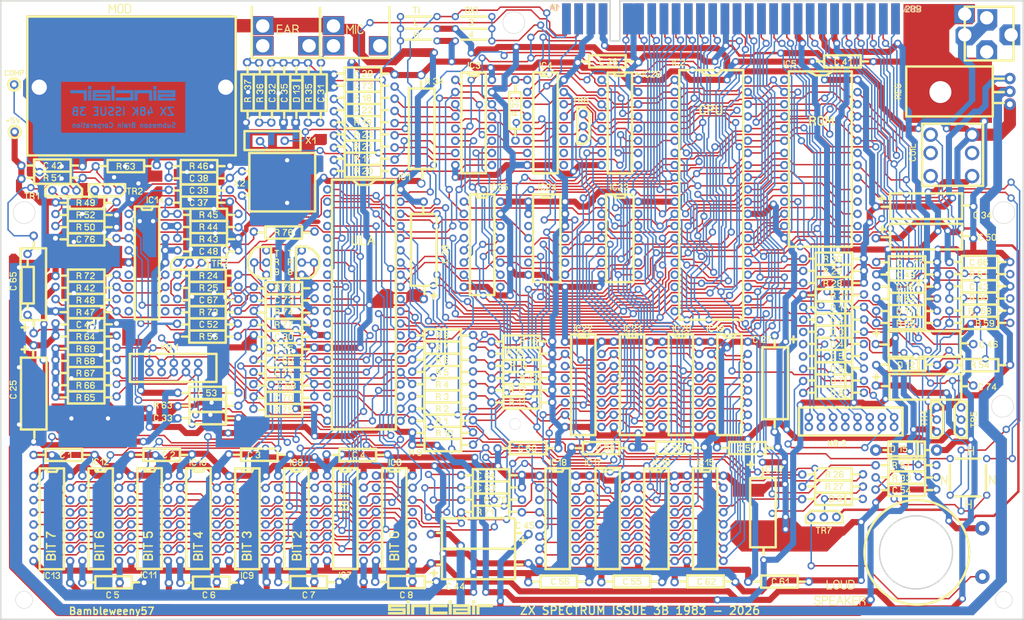
<source format=kicad_pcb>
(kicad_pcb (version 20241229) (generator "pcbnew") (generator_version "9.0")
  (title_block (title "ZX Spectrum 48K") (date "2026-01-19") (rev "3B") (company "Submeson Brain Corperation"))
  (layers (0 "F.Cu" signal) (2 "B.Cu" signal) (13 "F.Paste" user) (15 "B.Paste" user) (5 "F.SilkS" user "F.Silkscreen") (7 "B.SilkS" user "B.Silkscreen") (1 "F.Mask" user) (3 "B.Mask" user) (25 "Edge.Cuts" user))
  (net 0 "")
  (gr_circle (center 125.0622 57.1764) (end 125.9512 57.1764) (fill yes) (layer "F.Cu"))
  (gr_circle (center 49.8179 130.734) (end 50.7069 130.734) (fill yes) (layer "F.Cu"))
  (gr_circle (center 104.5247 118.0618) (end 105.2867 118.0618) (fill yes) (layer "F.Cu"))
  (gr_circle (center 152.931 147.8385) (end 153.82 147.8385) (fill yes) (layer "F.Cu"))
  (gr_circle (center 253.3322 88.6724) (end 254.2212 88.6724) (fill yes) (layer "F.Cu"))
  (gr_circle (center 49.8179 133.274) (end 50.7069 133.274) (fill yes) (layer "F.Cu"))
  (gr_circle (center 108.404 117.3614) (end 109.166 117.3614) (fill yes) (layer "F.Cu"))
  (gr_circle (center 145.2571 107.8077) (end 146.1461 107.8077) (fill yes) (layer "F.Cu"))
  (gr_circle (center 163.2211 39.4328) (end 164.1101 39.4328) (fill yes) (layer "F.Cu"))
  (gr_circle (center 138.9446 128.1026) (end 139.8336 128.1026) (fill yes) (layer "F.Cu"))
  (gr_circle (center 247.5268 136.5948) (end 249.0268 136.5948) (fill yes) (layer "F.Cu"))
  (gr_circle (center 114.0829 121.1653) (end 114.8449 121.1653) (fill yes) (layer "F.Cu"))
  (gr_circle (center 121.1912 133.2271) (end 122.0802 133.2271) (fill yes) (layer "F.Cu"))
  (gr_circle (center 125.0622 44.4764) (end 125.9512 44.4764) (fill yes) (layer "F.Cu"))
  (gr_circle (center 59.9922 143.4111) (end 60.8812 143.4111) (fill yes) (layer "F.Cu"))
  (gr_poly (pts (xy 110.791 54.504) (xy 108.505 54.504) (xy 107.8839 55.1248) (xy 105.203 55.1262) (xy 105.203 53.488) (xy 93.519 53.488) (xy 93.519 57.806) (xy 95.297 57.806) (xy 95.297 54.504) (xy 98.853 54.504) (xy 98.853 57.806) (xy 100.377 57.806) (xy 100.377 54.504) (xy 103.933 54.504) (xy 103.933 57.552) (xy 108.251 57.552) (xy 108.251 56.536) (xy 110.537 56.536) (xy 110.791 56.282)) (fill yes) (layer "F.Cu"))
  (gr_poly (pts (xy 62.785 86) (xy 62.785 86.508) (xy 63.801 87.524) (xy 64.817 87.524) (xy 64.817 83.968) (xy 66.595 82.19) (xy 68.119 82.19) (xy 68.119 81.682) (xy 70.405 81.682) (xy 70.9275 82.2044) (xy 70.9274 84.2211) (xy 75.485 84.222) (xy 75.739 83.968) (xy 75.739 67.966) (xy 76.501 67.204) (xy 76.501 65.426) (xy 75.485 65.426) (xy 74.215 66.696) (xy 70.151 66.696) (xy 69.643 67.204) (xy 69.643 69.236) (xy 71.167 70.76) (xy 71.167 79.396) (xy 70.151 80.412) (xy 68.119 80.412) (xy 68.119 77.872) (xy 66.341 77.872) (xy 65.071 76.602) (xy 65.071 75.332) (xy 65.833 74.57) (xy 68.119 74.57) (xy 68.119 70.252) (xy 68.373 69.998) (xy 66.595 69.998) (xy 62.785 73.808) (xy 62.785 86.508)) (fill yes) (layer "F.Cu"))
  (gr_poly (pts (xy 231.949 40.534) (xy 249.475 40.534) (xy 249.475 50.44) (xy 231.949 50.44)) (fill yes) (layer "F.Cu"))
  (gr_circle (center 82.8307 121.1714) (end 83.7197 121.1714) (fill yes) (layer "F.Cu"))
  (gr_circle (center 240.6911 88.7088) (end 241.5801 88.7088) (fill yes) (layer "F.Cu"))
  (gr_circle (center 112.4211 52.1328) (end 113.3101 52.1328) (fill yes) (layer "F.Cu"))
  (gr_circle (center 128.8112 130.6871) (end 129.7002 130.6871) (fill yes) (layer "F.Cu"))
  (gr_circle (center 45.8757 53.8997) (end 46.7647 53.8997) (fill yes) (layer "F.Cu"))
  (gr_circle (center 95.6481 106.549) (end 96.5371 106.549) (fill yes) (layer "F.Cu"))
  (gr_poly (pts (xy 95.551 34.184) (xy 99.615 34.184) (xy 99.615 37.74) (xy 95.551 37.74)) (fill yes) (layer "F.Cu"))
  (gr_circle (center 49.8179 143.434) (end 50.7069 143.434) (fill yes) (layer "F.Cu"))
  (gr_circle (center 225.3119 123.4408) (end 226.2009 123.4408) (fill yes) (layer "F.Cu"))
  (gr_circle (center 210.1804 80.395) (end 211.0694 80.395) (fill yes) (layer "F.Cu"))
  (gr_circle (center 125.0622 49.5564) (end 125.9512 49.5564) (fill yes) (layer "F.Cu"))
  (gr_circle (center 67.6122 133.2511) (end 68.5012 133.2511) (fill yes) (layer "F.Cu"))
  (gr_circle (center 189.6338 119.6691) (end 190.5228 119.6691) (fill yes) (layer "F.Cu"))
  (gr_circle (center 108.3282 98.8884) (end 109.2172 98.8884) (fill yes) (layer "F.Cu"))
  (gr_circle (center 112.4211 49.5928) (end 113.3101 49.5928) (fill yes) (layer "F.Cu"))
  (gr_circle (center 108.3683 88.6705) (end 109.2573 88.6705) (fill yes) (layer "F.Cu"))
  (gr_circle (center 100.7907 130.6978) (end 101.6797 130.6978) (fill yes) (layer "F.Cu"))
  (gr_circle (center 157.8983 102.6913) (end 158.7873 102.6913) (fill yes) (layer "F.Cu"))
  (gr_circle (center 57.4379 133.274) (end 58.3269 133.274) (fill yes) (layer "F.Cu"))
  (gr_circle (center 141.3883 101.3705) (end 142.2773 101.3705) (fill yes) (layer "F.Cu"))
  (gr_circle (center 49.8179 138.354) (end 50.7069 138.354) (fill yes) (layer "F.Cu"))
  (gr_circle (center 222.8663 95.6047) (end 223.7553 95.6047) (fill yes) (layer "F.Cu"))
  (gr_circle (center 79.7251 96.5809) (end 80.6141 96.5809) (fill yes) (layer "F.Cu"))
  (gr_circle (center 138.82 140.2434) (end 139.709 140.2434) (fill yes) (layer "F.Cu"))
  (gr_circle (center 151.5892 130.6491) (end 152.4782 130.6491) (fill yes) (layer "F.Cu"))
  (gr_circle (center 118.6018 138.3072) (end 119.4908 138.3072) (fill yes) (layer "F.Cu"))
  (gr_circle (center 253.5394 33.676) (end 255.1904 33.676) (fill yes) (layer "F.Cu"))
  (gr_circle (center 210.2201 90.4591) (end 211.1091 90.4591) (fill yes) (layer "F.Cu"))
  (gr_circle (center 128.7471 116.6215) (end 129.6361 116.6215) (fill yes) (layer "F.Cu"))
  (gr_circle (center 92.3663 93.9029) (end 93.2553 93.9029) (fill yes) (layer "F.Cu"))
  (gr_poly (pts (xy 217.493 27.2664) (xy 216.0081 27.2641) (xy 216.0149 33.4176) (xy 217.493 33.4144)) (fill yes) (layer "F.Cu"))
  (gr_circle (center 54.3938 68.6405) (end 55.2828 68.6405) (fill yes) (layer "F.Cu"))
  (gr_circle (center 95.687 98.9248) (end 96.576 98.9248) (fill yes) (layer "F.Cu"))
  (gr_circle (center 87.991 143.3893) (end 88.88 143.3893) (fill yes) (layer "F.Cu"))
  (gr_poly (pts (xy 174.313 27.2664) (xy 172.8281 27.2641) (xy 172.8349 33.4176) (xy 174.3183 33.4197)) (fill yes) (layer "F.Cu"))
  (gr_circle (center 94.3237 39.4313) (end 95.2127 39.4313) (fill yes) (layer "F.Cu"))
  (gr_poly (pts (xy 207.333 27.2664) (xy 205.8481 27.2641) (xy 205.8549 33.4176) (xy 207.3383 33.4197)) (fill yes) (layer "F.Cu"))
  (gr_circle (center 110.9818 125.6072) (end 111.8708 125.6072) (fill yes) (layer "F.Cu"))
  (gr_poly (pts (xy 202.253 27.2664) (xy 200.7681 27.2641) (xy 200.7749 33.4176) (xy 202.2583 33.4197)) (fill yes) (layer "F.Cu"))
  (gr_circle (center 95.6481 111.69) (end 96.5371 111.69) (fill yes) (layer "F.Cu"))
  (gr_circle (center 70.1863 138.3032) (end 71.0753 138.3032) (fill yes) (layer "F.Cu"))
  (gr_circle (center 79.7251 93.9393) (end 80.6141 93.9393) (fill yes) (layer "F.Cu"))
  (gr_circle (center 59.9922 128.1711) (end 60.8812 128.1711) (fill yes) (layer "F.Cu"))
  (gr_circle (center 196.0629 147.7776) (end 196.9519 147.7776) (fill yes) (layer "F.Cu"))
  (gr_circle (center 97.0167 55.8536) (end 97.9057 55.8536) (fill yes) (layer "F.Cu"))
  (gr_circle (center 80.371 125.6094) (end 81.26 125.6094) (fill yes) (layer "F.Cu"))
  (gr_circle (center 98.1843 143.4226) (end 99.0733 143.4226) (fill yes) (layer "F.Cu"))
  (gr_circle (center 141.3883 114.0705) (end 142.2773 114.0705) (fill yes) (layer "F.Cu"))
  (gr_circle (center 80.4299 147.9756) (end 81.3189 147.9756) (fill yes) (layer "F.Cu"))
  (gr_circle (center 100.7907 135.7778) (end 101.6797 135.7778) (fill yes) (layer "F.Cu"))
  (gr_circle (center 183.4217 147.814) (end 184.3107 147.814) (fill yes) (layer "F.Cu"))
  (gr_poly (pts (xy 161.613 27.2664) (xy 160.1281 27.2641) (xy 160.1349 33.4176) (xy 161.6183 33.4197)) (fill yes) (layer "F.Cu"))
  (gr_circle (center 125.0622 54.6364) (end 125.9512 54.6364) (fill yes) (layer "F.Cu"))
  (gr_circle (center 90.5643 130.7227) (end 91.4533 130.7227) (fill yes) (layer "F.Cu"))
  (gr_circle (center 80.371 138.3093) (end 81.26 138.3093) (fill yes) (layer "F.Cu"))
  (gr_circle (center 110.9818 138.3072) (end 111.8708 138.3072) (fill yes) (layer "F.Cu"))
  (gr_circle (center 100.7907 143.3978) (end 101.6797 143.3978) (fill yes) (layer "F.Cu"))
  (gr_circle (center 54.3756 73.5514) (end 55.2646 73.5514) (fill yes) (layer "F.Cu"))
  (gr_circle (center 222.8522 85.3704) (end 223.7412 85.3704) (fill yes) (layer "F.Cu"))
  (gr_circle (center 247.5576 146.6871) (end 249.0576 146.6871) (fill yes) (layer "F.Cu"))
  (gr_circle (center 87.991 125.6094) (end 88.88 125.6094) (fill yes) (layer "F.Cu"))
  (gr_circle (center 225.4407 102.5662) (end 226.3297 102.5662) (fill yes) (layer "F.Cu"))
  (gr_circle (center 81.7769 62.286) (end 82.5389 62.286) (fill yes) (layer "F.Cu"))
  (gr_circle (center 112.4211 44.5128) (end 113.3101 44.5128) (fill yes) (layer "F.Cu"))
  (gr_circle (center 54.3756 76.0914) (end 55.2646 76.0914) (fill yes) (layer "F.Cu"))
  (gr_circle (center 78.0146 147.9756) (end 78.9036 147.9756) (fill yes) (layer "F.Cu"))
  (gr_circle (center 45.7762 44.0457) (end 46.6652 44.0457) (fill yes) (layer "F.Cu"))
  (gr_circle (center 110.9818 140.8472) (end 111.8708 140.8472) (fill yes) (layer "F.Cu"))
  (gr_circle (center 174.5861 119.6585) (end 175.4751 119.6585) (fill yes) (layer "F.Cu"))
  (gr_circle (center 49.8179 135.814) (end 50.7069 135.814) (fill yes) (layer "F.Cu"))
  (gr_circle (center 157.8983 97.6113) (end 158.7873 97.6113) (fill yes) (layer "F.Cu"))
  (gr_circle (center 95.7271 96.3269) (end 96.6161 96.3269) (fill yes) (layer "F.Cu"))
  (gr_circle (center 90.5643 143.4226) (end 91.4533 143.4226) (fill yes) (layer "F.Cu"))
  (gr_circle (center 92.4812 111.0449) (end 93.3702 111.0449) (fill yes) (layer "F.Cu"))
  (gr_circle (center 210.0178 125.3735) (end 210.9068 125.3735) (fill yes) (layer "F.Cu"))
  (gr_circle (center 225.4511 91.2488) (end 226.3401 91.2488) (fill yes) (layer "F.Cu"))
  (gr_circle (center 47.2726 60.9713) (end 48.1616 60.9713) (fill yes) (layer "F.Cu"))
  (gr_circle (center 210.2111 85.4068) (end 211.1001 85.4068) (fill yes) (layer "F.Cu"))
  (gr_poly (pts (xy 187.013 27.2664) (xy 185.5281 27.2641) (xy 185.5349 33.4176) (xy 187.0183 33.4197)) (fill yes) (layer "F.Cu"))
  (gr_circle (center 108.2892 106.5126) (end 109.1782 106.5126) (fill yes) (layer "F.Cu"))
  (gr_circle (center 222.8522 108.332) (end 223.7412 108.332) (fill yes) (layer "F.Cu"))
  (gr_circle (center 118.6018 128.1472) (end 119.4908 128.1472) (fill yes) (layer "F.Cu"))
  (gr_circle (center 128.8112 138.3071) (end 129.7002 138.3071) (fill yes) (layer "F.Cu"))
  (gr_circle (center 51.0657 62.3291) (end 51.9547 62.3291) (fill yes) (layer "F.Cu"))
  (gr_circle (center 110.8783 121.1906) (end 111.7673 121.1906) (fill yes) (layer "F.Cu"))
  (gr_circle (center 118.6018 135.7672) (end 119.4908 135.7672) (fill yes) (layer "F.Cu"))
  (gr_circle (center 211.3897 147.7181) (end 212.2787 147.7181) (fill yes) (layer "F.Cu"))
  (gr_circle (center 210.0178 127.9366) (end 210.9068 127.9366) (fill yes) (layer "F.Cu"))
  (gr_circle (center 157.8983 110.3113) (end 158.7873 110.3113) (fill yes) (layer "F.Cu"))
  (gr_circle (center 108.4107 138.3178) (end 109.2997 138.3178) (fill yes) (layer "F.Cu"))
  (gr_circle (center 90.6993 60.9929) (end 91.5883 60.9929) (fill yes) (layer "F.Cu"))
  (gr_poly (pts (xy 215.185 141.372) (xy 197.405 141.372) (xy 195.119 139.086) (xy 195.119 136.038) (xy 196.135 135.022) (xy 204.517 135.022) (xy 205.025 134.514) (xy 208.073 134.514) (xy 209.851 136.292) (xy 218.741 136.292) (xy 220.2884 134.7504) (xy 222.4764 134.7416) (xy 222.6573 134.839) (xy 222.6279 135.7724) (xy 222.3858 135.8906) (xy 220.9145 135.8966) (xy 218.741 138.07) (xy 218.487 138.07)) (fill yes) (layer "F.Cu"))
  (gr_circle (center 67.6122 128.1711) (end 68.5012 128.1711) (fill yes) (layer "F.Cu"))
  (gr_circle (center 112.4211 47.0528) (end 113.3101 47.0528) (fill yes) (layer "F.Cu"))
  (gr_circle (center 95.7271 74.7369) (end 96.6161 74.7369) (fill yes) (layer "F.Cu"))
  (gr_circle (center 210.2225 87.869) (end 211.1115 87.869) (fill yes) (layer "F.Cu"))
  (gr_circle (center 222.659 127.9002) (end 223.548 127.9002) (fill yes) (layer "F.Cu"))
  (gr_circle (center 108.4107 143.3978) (end 109.2997 143.3978) (fill yes) (layer "F.Cu"))
  (gr_poly (pts (xy 222.573 27.2664) (xy 221.0881 27.2641) (xy 221.0949 33.4176) (xy 222.5783 33.4197)) (fill yes) (layer "F.Cu"))
  (gr_circle (center 128.7471 109.0269) (end 129.6361 109.0269) (fill yes) (layer "F.Cu"))
  (gr_circle (center 80.371 143.3893) (end 81.26 143.3893) (fill yes) (layer "F.Cu"))
  (gr_circle (center 57.4379 130.734) (end 58.3269 130.734) (fill yes) (layer "F.Cu"))
  (gr_circle (center 224.2526 151.4692) (end 225.1416 151.4692) (fill yes) (layer "F.Cu"))
  (gr_circle (center 105.3976 119.8938) (end 106.1596 119.8938) (fill yes) (layer "F.Cu"))
  (gr_circle (center 59.9922 133.2511) (end 60.8812 133.2511) (fill yes) (layer "F.Cu"))
  (gr_poly (pts (xy 84.629 91.2832) (xy 84.629 92.5532) (xy 83.994 92.5532) (xy 83.994 91.2832)) (fill yes) (layer "F.Cu"))
  (gr_circle (center 53.738 66.1268) (end 54.627 66.1268) (fill yes) (layer "F.Cu"))
  (gr_circle (center 57.4379 128.194) (end 58.3269 128.194) (fill yes) (layer "F.Cu"))
  (gr_circle (center 217.1377 134.2434) (end 218.0267 134.2434) (fill yes) (layer "F.Cu"))
  (gr_circle (center 98.1843 130.7227) (end 99.0733 130.7227) (fill yes) (layer "F.Cu"))
  (gr_circle (center 168.16 147.8425) (end 169.049 147.8425) (fill yes) (layer "F.Cu"))
  (gr_poly (pts (xy 225.113 27.2664) (xy 223.6281 27.2641) (xy 223.6349 33.4176) (xy 225.1183 33.4197)) (fill yes) (layer "F.Cu"))
  (gr_circle (center 100.7316 119.98) (end 101.4936 119.98) (fill yes) (layer "F.Cu"))
  (gr_circle (center 56.3974 66.1086) (end 57.2864 66.1086) (fill yes) (layer "F.Cu"))
  (gr_circle (center 128.7471 103.9228) (end 129.6361 103.9228) (fill yes) (layer "F.Cu"))
  (gr_circle (center 80.371 128.1494) (end 81.26 128.1494) (fill yes) (layer "F.Cu"))
  (gr_circle (center 145.2571 100.2131) (end 146.1461 100.2131) (fill yes) (layer "F.Cu"))
  (gr_circle (center 108.4107 140.8578) (end 109.2997 140.8578) (fill yes) (layer "F.Cu"))
  (gr_circle (center 165.5722 147.8021) (end 166.4612 147.8021) (fill yes) (layer "F.Cu"))
  (gr_circle (center 240.6911 93.7888) (end 241.5801 93.7888) (fill yes) (layer "F.Cu"))
  (gr_circle (center 225.3045 128.5312) (end 226.1935 128.5312) (fill yes) (layer "F.Cu"))
  (gr_poly (pts (xy 88.693 79.904) (xy 81.073 79.904) (xy 81.073 69.744) (xy 79.295 69.744) (xy 79.295 65.426) (xy 83.613 65.426) (xy 86.153 67.966) (xy 90.979 67.966) (xy 91.233 68.22) (xy 91.233 75.332) (xy 92.757 75.332) (xy 93.773 74.316) (xy 93.773 73.554) (xy 95.043 72.284) (xy 109.267 72.284) (xy 109.521 72.538) (xy 109.521 72.792) (xy 109.267 72.792) (xy 109.521 72.792) (xy 109.267 73.046) (xy 99.869 73.046) (xy 99.361 73.554) (xy 94.789 73.554) (xy 94.535 73.808) (xy 94.535 74.57) (xy 93.265 75.84) (xy 93.265 76.602) (xy 93.011 76.856) (xy 89.709 76.856) (xy 88.693 77.872)) (fill yes) (layer "F.Cu"))
  (gr_circle (center 108.4107 128.1578) (end 109.2997 128.1578) (fill yes) (layer "F.Cu"))
  (gr_circle (center 95.7271 88.7069) (end 96.6161 88.7069) (fill yes) (layer "F.Cu"))
  (gr_circle (center 80.371 140.8493) (end 81.26 140.8493) (fill yes) (layer "F.Cu"))
  (gr_circle (center 67.6122 130.7113) (end 68.5012 130.7113) (fill yes) (layer "F.Cu"))
  (gr_circle (center 95.7271 93.7869) (end 96.6161 93.7869) (fill yes) (layer "F.Cu"))
  (gr_circle (center 90.5643 133.2626) (end 91.4533 133.2626) (fill yes) (layer "F.Cu"))
  (gr_circle (center 108.2892 111.6536) (end 109.1782 111.6536) (fill yes) (layer "F.Cu"))
  (gr_circle (center 108.3172 109.0906) (end 109.2062 109.0906) (fill yes) (layer "F.Cu"))
  (gr_circle (center 108.4107 130.6978) (end 109.2997 130.6978) (fill yes) (layer "F.Cu"))
  (gr_poly (pts (xy 53.8062 90.8378) (xy 64.563 90.826) (xy 66.849 93.112) (xy 67.357 93.112) (xy 67.865 93.62) (xy 67.865 94.128) (xy 67.357 94.636) (xy 66.087 94.636) (xy 64.055 92.604) (xy 61.261 92.604) (xy 59.483 94.382) (xy 57.197 94.382) (xy 54.911 92.096) (xy 53.8162 91.8084)) (fill yes) (layer "F.Cu"))
  (gr_circle (center 70.1863 133.2232) (end 71.0753 133.2232) (fill yes) (layer "F.Cu"))
  (gr_circle (center 110.9818 130.6872) (end 111.8708 130.6872) (fill yes) (layer "F.Cu"))
  (gr_circle (center 141.3883 106.4505) (end 142.2773 106.4505) (fill yes) (layer "F.Cu"))
  (gr_circle (center 175.8622 39.3964) (end 176.7512 39.3964) (fill yes) (layer "F.Cu"))
  (gr_circle (center 100.7907 125.6178) (end 101.6797 125.6178) (fill yes) (layer "F.Cu"))
  (gr_poly (pts (xy 181.933 27.2664) (xy 180.4481 27.2641) (xy 180.4549 33.4176) (xy 181.9383 33.4197)) (fill yes) (layer "F.Cu"))
  (gr_circle (center 222.8861 93.0616) (end 223.7751 93.0616) (fill yes) (layer "F.Cu"))
  (gr_circle (center 128.7471 119.1869) (end 129.6361 119.1869) (fill yes) (layer "F.Cu"))
  (gr_circle (center 225.4511 88.7088) (end 226.3401 88.7088) (fill yes) (layer "F.Cu"))
  (gr_circle (center 92.4994 113.6678) (end 93.3884 113.6678) (fill yes) (layer "F.Cu"))
  (gr_circle (center 121.0226 147.7494) (end 121.9116 147.7494) (fill yes) (layer "F.Cu"))
  (gr_circle (center 141.3883 103.8864) (end 142.2773 103.8864) (fill yes) (layer "F.Cu"))
  (gr_circle (center 128.7471 98.8669) (end 129.6361 98.8669) (fill yes) (layer "F.Cu"))
  (gr_poly (pts (xy 176.853 27.2664) (xy 175.3681 27.2641) (xy 175.3749 33.4176) (xy 176.8583 33.4197)) (fill yes) (layer "F.Cu"))
  (gr_circle (center 157.8983 107.7713) (end 158.7873 107.7713) (fill yes) (layer "F.Cu"))
  (gr_circle (center 210.2111 103.3392) (end 211.1001 103.3392) (fill yes) (layer "F.Cu"))
  (gr_circle (center 121.1912 143.3871) (end 122.0802 143.3871) (fill yes) (layer "F.Cu"))
  (gr_circle (center 222.617 130.4772) (end 223.506 130.4772) (fill yes) (layer "F.Cu"))
  (gr_circle (center 67.6122 135.7911) (end 68.5012 135.7911) (fill yes) (layer "F.Cu"))
  (gr_circle (center 157.8983 105.3075) (end 158.7873 105.3075) (fill yes) (layer "F.Cu"))
  (gr_circle (center 238.0923 83.5924) (end 238.9813 83.5924) (fill yes) (layer "F.Cu"))
  (gr_circle (center 248.4594 37.232) (end 250.1104 37.232) (fill yes) (layer "F.Cu"))
  (gr_circle (center 145.2571 102.7277) (end 146.1461 102.7277) (fill yes) (layer "F.Cu"))
  (gr_poly (pts (xy 179.393 27.2664) (xy 177.9081 27.2641) (xy 177.9149 33.4176) (xy 179.3983 33.4197)) (fill yes) (layer "F.Cu"))
  (gr_circle (center 77.8063 135.7632) (end 78.6953 135.7632) (fill yes) (layer "F.Cu"))
  (gr_circle (center 98.1843 133.2626) (end 99.0733 133.2626) (fill yes) (layer "F.Cu"))
  (gr_circle (center 100.807 147.8032) (end 101.696 147.8032) (fill yes) (layer "F.Cu"))
  (gr_circle (center 50.9995 44.598) (end 53.857 44.598) (fill yes) (layer "F.Cu"))
  (gr_poly (pts (xy 79.295 61.87) (xy 81.581 61.87) (xy 83.613 63.902) (xy 79.295 63.902)) (fill yes) (layer "F.Cu"))
  (gr_circle (center 90.5643 125.6426) (end 91.4533 125.6426) (fill yes) (layer "F.Cu"))
  (gr_circle (center 222.8522 103.3028) (end 223.7412 103.3028) (fill yes) (layer "F.Cu"))
  (gr_poly (pts (xy 214.953 27.2664) (xy 213.4681 27.2641) (xy 213.4749 33.4176) (xy 214.953 33.4144)) (fill yes) (layer "F.Cu"))
  (gr_circle (center 57.4379 138.354) (end 58.3269 138.354) (fill yes) (layer "F.Cu"))
  (gr_circle (center 128.7812 147.7278) (end 129.6702 147.7278) (fill yes) (layer "F.Cu"))
  (gr_circle (center 128.8112 125.6071) (end 129.7002 125.6071) (fill yes) (layer "F.Cu"))
  (gr_circle (center 125.0622 62.2564) (end 125.9512 62.2564) (fill yes) (layer "F.Cu"))
  (gr_poly (pts (xy 189.553 27.2664) (xy 188.0681 27.2641) (xy 188.0749 33.4176) (xy 189.5583 33.4197)) (fill yes) (layer "F.Cu"))
  (gr_circle (center 108.3683 91.2105) (end 109.2573 91.2105) (fill yes) (layer "F.Cu"))
  (gr_circle (center 77.8063 128.1432) (end 78.6953 128.1432) (fill yes) (layer "F.Cu"))
  (gr_poly (pts (xy 194.633 27.2664) (xy 193.1481 27.2641) (xy 193.1549 33.4176) (xy 194.6383 33.4197)) (fill yes) (layer "F.Cu"))
  (gr_circle (center 121.1912 128.1471) (end 122.0802 128.1471) (fill yes) (layer "F.Cu"))
  (gr_circle (center 138.948 130.6855) (end 139.837 130.6855) (fill yes) (layer "F.Cu"))
  (gr_poly (pts (xy 48.561 29.866) (xy 91.233 29.866) (xy 91.741 30.628) (xy 95.6049 30.646) (xy 95.6153 30.0142) (xy 99.6082 30.0262) (xy 99.6036 30.378) (xy 110.283 30.374) (xy 110.283 30.0063) (xy 114.3447 30.004) (xy 114.347 31.644) (xy 117.141 31.644) (xy 118.665 33.168) (xy 118.665 37.486) (xy 119.935 38.756) (xy 124.761 38.756) (xy 126.793 36.724) (xy 133.1627 36.71) (xy 133.1346 38.078) (xy 127.047 37.994) (xy 125.269 39.772) (xy 119.427 39.772) (xy 116.633 36.978) (xy 116.633 34.0671) (xy 115.844 33.2782) (xy 114.329 33.2782) (xy 114.3418 33.4921) (xy 110.2714 33.4876) (xy 110.283 32.914) (xy 99.6493 32.917) (xy 99.6358 33.4829) (xy 95.616 33.4835) (xy 95.6158 32.9115) (xy 91.741 32.914) (xy 91.741 41.296) (xy 81.835 41.296) (xy 81.835 31.136) (xy 55.673 31.136) (xy 55.673 41.804) (xy 48.561 41.804)) (fill yes) (layer "F.Cu"))
  (gr_circle (center 128.8112 133.2271) (end 129.7002 133.2271) (fill yes) (layer "F.Cu"))
  (gr_poly (pts (xy 65.579 97.938) (xy 62.531 97.938) (xy 60.245 100.224) (xy 55.673 100.224) (xy 55.673 107.844) (xy 64.817 107.844) (xy 65.579 108.606)) (fill yes) (layer "F.Cu"))
  (gr_circle (center 210.2252 95.6411) (end 211.1142 95.6411) (fill yes) (layer "F.Cu"))
  (gr_circle (center 138.9446 125.5214) (end 139.8336 125.5214) (fill yes) (layer "F.Cu"))
  (gr_circle (center 222.8636 87.8326) (end 223.7526 87.8326) (fill yes) (layer "F.Cu"))
  (gr_circle (center 110.9818 135.7672) (end 111.8708 135.7672) (fill yes) (layer "F.Cu"))
  (gr_circle (center 192.2587 119.7169) (end 193.1477 119.7169) (fill yes) (layer "F.Cu"))
  (gr_circle (center 108.3683 74.7005) (end 109.2573 74.7005) (fill yes) (layer "F.Cu"))
  (gr_circle (center 108.3032 101.4077) (end 109.1922 101.4077) (fill yes) (layer "F.Cu"))
  (gr_circle (center 90.5643 138.3426) (end 91.4533 138.3426) (fill yes) (layer "F.Cu"))
  (gr_circle (center 108.4107 133.2378) (end 109.2997 133.2378) (fill yes) (layer "F.Cu"))
  (gr_circle (center 49.8179 128.194) (end 50.7069 128.194) (fill yes) (layer "F.Cu"))
  (gr_poly (pts (xy 67.611 93.366) (xy 70.913 93.366) (xy 70.913 97.176) (xy 74.215 97.176) (xy 74.215 97.684) (xy 73.453 98.446) (xy 68.373 98.446) (xy 68.373 94.636) (xy 67.357 94.636) (xy 67.865 94.128) (xy 67.865 93.62)) (fill yes) (layer "F.Cu"))
  (gr_circle (center 125.0622 59.7164) (end 125.9512 59.7164) (fill yes) (layer "F.Cu"))
  (gr_circle (center 118.6018 125.6072) (end 119.4908 125.6072) (fill yes) (layer "F.Cu"))
  (gr_circle (center 108.404 121.6933) (end 109.166 121.6933) (fill yes) (layer "F.Cu"))
  (gr_circle (center 92.4994 108.3338) (end 93.3884 108.3338) (fill yes) (layer "F.Cu"))
  (gr_circle (center 77.9927 66.0144) (end 78.8817 66.0144) (fill yes) (layer "F.Cu"))
  (gr_circle (center 70.1863 128.1432) (end 71.0753 128.1432) (fill yes) (layer "F.Cu"))
  (gr_circle (center 118.6018 143.3872) (end 119.4908 143.3872) (fill yes) (layer "F.Cu"))
  (gr_circle (center 128.8112 128.1471) (end 129.7002 128.1471) (fill yes) (layer "F.Cu"))
  (gr_circle (center 222.8216 80.3586) (end 223.7106 80.3586) (fill yes) (layer "F.Cu"))
  (gr_circle (center 240.6911 81.0888) (end 241.5801 81.0888) (fill yes) (layer "F.Cu"))
  (gr_circle (center 110.9818 143.3872) (end 111.8708 143.3872) (fill yes) (layer "F.Cu"))
  (gr_circle (center 225.4511 81.0888) (end 226.3401 81.0888) (fill yes) (layer "F.Cu"))
  (gr_circle (center 54.4085 99.0856) (end 55.2975 99.0856) (fill yes) (layer "F.Cu"))
  (gr_poly (pts (xy 44.751 79.904) (xy 45.259 79.396) (xy 46.021 79.396) (xy 47.291 80.666) (xy 53.133 80.666) (xy 53.133 82.698) (xy 47.545 88.286) (xy 46.021 88.286) (xy 45.005 89.302) (xy 45.005 95.906) (xy 48.815 99.716) (xy 50.339 99.716) (xy 50.339 102.256) (xy 50.593 102.51) (xy 50.593 114.194) (xy 49.323 115.464) (xy 46.529 115.464) (xy 44.751 117.242) (xy 44.751 89.048) (xy 45.005 88.794) (xy 45.005 84.73) (xy 44.751 84.476)) (fill yes) (layer "F.Cu"))
  (gr_circle (center 204.8999 119.6805) (end 205.7889 119.6805) (fill yes) (layer "F.Cu"))
  (gr_circle (center 70.1863 143.3832) (end 71.0753 143.3832) (fill yes) (layer "F.Cu"))
  (gr_circle (center 62.5905 66.0722) (end 63.4795 66.0722) (fill yes) (layer "F.Cu"))
  (gr_circle (center 80.371 135.7693) (end 81.26 135.7693) (fill yes) (layer "F.Cu"))
  (gr_circle (center 77.8063 140.8432) (end 78.6953 140.8432) (fill yes) (layer "F.Cu"))
  (gr_circle (center 103.2855 121.273) (end 104.1745 121.273) (fill yes) (layer "F.Cu"))
  (gr_circle (center 210.245 93.098) (end 211.134 93.098) (fill yes) (layer "F.Cu"))
  (gr_circle (center 128.7289 111.6096) (end 129.6179 111.6096) (fill yes) (layer "F.Cu"))
  (gr_circle (center 67.636 66.054) (end 68.525 66.054) (fill yes) (layer "F.Cu"))
  (gr_circle (center 87.991 138.3093) (end 88.88 138.3093) (fill yes) (layer "F.Cu"))
  (gr_circle (center 128.7471 101.4069) (end 129.6361 101.4069) (fill yes) (layer "F.Cu"))
  (gr_circle (center 128.7471 114.1069) (end 129.6361 114.1069) (fill yes) (layer "F.Cu"))
  (gr_circle (center 100.7907 138.3178) (end 101.6797 138.3178) (fill yes) (layer "F.Cu"))
  (gr_circle (center 125.0622 47.0164) (end 125.9512 47.0164) (fill yes) (layer "F.Cu"))
  (gr_circle (center 138.9394 133.2955) (end 139.8284 133.2955) (fill yes) (layer "F.Cu"))
  (gr_circle (center 133.7165 147.717) (end 134.6055 147.717) (fill yes) (layer "F.Cu"))
  (gr_circle (center 67.6122 125.631) (end 68.5012 125.631) (fill yes) (layer "F.Cu"))
  (gr_circle (center 98.3932 147.814) (end 99.2822 147.814) (fill yes) (layer "F.Cu"))
  (gr_poly (pts (xy 164.153 27.2664) (xy 162.6681 27.2641) (xy 162.6749 33.4176) (xy 164.1583 33.4197)) (fill yes) (layer "F.Cu"))
  (gr_poly (pts (xy 110.283 34.184) (xy 114.347 34.184) (xy 114.347 37.74) (xy 110.283 37.74)) (fill yes) (layer "F.Cu"))
  (gr_circle (center 95.6621 104.001) (end 96.5511 104.001) (fill yes) (layer "F.Cu"))
  (gr_circle (center 214.5194 134.26) (end 215.4084 134.26) (fill yes) (layer "F.Cu"))
  (gr_circle (center 80.371 133.2293) (end 81.26 133.2293) (fill yes) (layer "F.Cu"))
  (gr_circle (center 57.4379 135.814) (end 58.3269 135.814) (fill yes) (layer "F.Cu"))
  (gr_circle (center 151.5806 133.2591) (end 152.4696 133.2591) (fill yes) (layer "F.Cu"))
  (gr_circle (center 70.1863 125.6032) (end 71.0753 125.6032) (fill yes) (layer "F.Cu"))
  (gr_poly (pts (xy 242.109 32.66) (xy 242.617 32.152) (xy 245.4247 32.1544) (xy 245.8775 32.6106) (xy 245.8744 35.2318) (xy 245.4102 35.7) (xy 242.617 35.708) (xy 242.109 35.2)) (fill yes) (layer "F.Cu"))
  (gr_circle (center 210.211 82.9115) (end 211.1 82.9115) (fill yes) (layer "F.Cu"))
  (gr_circle (center 77.9896 63.4841) (end 78.8786 63.4841) (fill yes) (layer "F.Cu"))
  (gr_circle (center 121.1912 135.7671) (end 122.0802 135.7671) (fill yes) (layer "F.Cu"))
  (gr_circle (center 47.2727 63.7068) (end 48.1617 63.7068) (fill yes) (layer "F.Cu"))
  (gr_circle (center 70.1863 135.7632) (end 71.0753 135.7632) (fill yes) (layer "F.Cu"))
  (gr_circle (center 98.167 119.8722) (end 98.929 119.8722) (fill yes) (layer "F.Cu"))
  (gr_circle (center 243.8874 33.676) (end 245.5384 33.676) (fill yes) (layer "F.Cu"))
  (gr_circle (center 77.8063 125.6032) (end 78.6953 125.6032) (fill yes) (layer "F.Cu"))
  (gr_circle (center 151.5857 125.485) (end 152.4747 125.485) (fill yes) (layer "F.Cu"))
  (gr_poly (pts (xy 48.561 41.804) (xy 48.561 42.566) (xy 47.799 43.328) (xy 47.799 46.376) (xy 48.561 47.138) (xy 48.561 62.886) (xy 50.847 65.172) (xy 51.863 65.172) (xy 52.879 64.156) (xy 57.197 64.156) (xy 57.959 64.918) (xy 59.483 64.918) (xy 59.991 65.426) (xy 59.991 67.966) (xy 57.705 67.966) (xy 57.705 72.792) (xy 60.499 72.792) (xy 65.071 68.474) (xy 65.071 67.966) (xy 61.007 67.966) (xy 61.007 64.7273) (xy 58.8952 64.7355) (xy 57.5278 63.1099) (xy 52.117 63.14) (xy 51.101 64.156) (xy 49.577 62.632) (xy 49.577 60.346) (xy 50.085 59.838) (xy 51.355 59.838) (xy 51.355 41.804)) (fill yes) (layer "F.Cu"))
  (gr_poly (pts (xy 220.033 27.2664) (xy 218.5481 27.2641) (xy 218.5549 33.4176) (xy 220.0383 33.4197)) (fill yes) (layer "F.Cu"))
  (gr_circle (center 253.3322 86.1324) (end 254.2212 86.1324) (fill yes) (layer "F.Cu"))
  (gr_poly (pts (xy 231.187 27.326) (xy 245.919 27.326) (xy 245.919 30.882) (xy 245.411 31.39) (xy 241.855 31.39) (xy 240.585 32.66) (xy 240.585 37.232) (xy 241.855 38.502) (xy 246.427 38.502) (xy 246.427 35.962) (xy 247.443 34.946) (xy 249.475 34.946) (xy 250.491 35.962) (xy 250.491 39.01) (xy 249.475 39.01) (xy 249.475 43.582) (xy 250.745 44.598) (xy 253.539 44.598) (xy 253.793 44.852) (xy 253.793 46.122) (xy 253.539 46.376) (xy 250.745 46.376) (xy 249.475 47.646) (xy 249.475 51.964) (xy 248.713 51.964) (xy 248.205 52.472) (xy 247.697 52.472) (xy 247.189 51.964) (xy 231.949 51.964) (xy 231.187 51.202) (xy 231.187 40.534) (xy 230.4599 39.8068) (xy 230.1711 39.8068) (xy 230.171 38.7246) (xy 230.453 38.728) (xy 231.187 37.994)) (fill yes) (layer "F.Cu"))
  (gr_circle (center 108.4107 125.6178) (end 109.2997 125.6178) (fill yes) (layer "F.Cu"))
  (gr_circle (center 237.9505 125.9586) (end 238.8395 125.9586) (fill yes) (layer "F.Cu"))
  (gr_circle (center 237.9457 128.4948) (end 238.8347 128.4948) (fill yes) (layer "F.Cu"))
  (gr_circle (center 121.1912 138.3071) (end 122.0802 138.3071) (fill yes) (layer "F.Cu"))
  (gr_circle (center 95.6761 109.127) (end 96.5651 109.127) (fill yes) (layer "F.Cu"))
  (gr_circle (center 222.659 125.3371) (end 223.548 125.3371) (fill yes) (layer "F.Cu"))
  (gr_circle (center 118.6018 140.8472) (end 119.4908 140.8472) (fill yes) (layer "F.Cu"))
  (gr_poly (pts (xy 204.793 27.2664) (xy 203.3081 27.2641) (xy 203.3149 33.4176) (xy 204.7983 33.4197)) (fill yes) (layer "F.Cu"))
  (gr_circle (center 67.6122 140.8711) (end 68.5012 140.8711) (fill yes) (layer "F.Cu"))
  (gr_circle (center 141.3883 96.2905) (end 142.2773 96.2905) (fill yes) (layer "F.Cu"))
  (gr_circle (center 240.6911 86.1688) (end 241.5801 86.1688) (fill yes) (layer "F.Cu"))
  (gr_circle (center 92.3663 96.5445) (end 93.2553 96.5445) (fill yes) (layer "F.Cu"))
  (gr_circle (center 108.3683 96.2905) (end 109.2573 96.2905) (fill yes) (layer "F.Cu"))
  (gr_circle (center 67.1078 68.5676) (end 67.9968 68.5676) (fill yes) (layer "F.Cu"))
  (gr_poly (pts (xy 166.693 27.2664) (xy 165.2081 27.2641) (xy 165.2149 33.4176) (xy 166.6983 33.4197)) (fill yes) (layer "F.Cu"))
  (gr_poly (pts (xy 246.681 28.469) (xy 246.7197 31.7766) (xy 247.5169 32.533) (xy 249.729 32.533) (xy 250.491 31.771) (xy 250.491 28.469)) (fill yes) (layer "F.Cu"))
  (gr_circle (center 237.9531 123.4044) (end 238.8421 123.4044) (fill yes) (layer "F.Cu"))
  (gr_circle (center 90.5643 128.1826) (end 91.4533 128.1826) (fill yes) (layer "F.Cu"))
  (gr_circle (center 108.3032 103.9646) (end 109.1922 103.9646) (fill yes) (layer "F.Cu"))
  (gr_circle (center 123.5741 121.1906) (end 124.4631 121.1906) (fill yes) (layer "F.Cu"))
  (gr_circle (center 49.2572 65.544) (end 50.0192 65.544) (fill yes) (layer "F.Cu"))
  (gr_circle (center 102.769 105.33) (end 103.531 105.33) (fill yes) (layer "F.Cu"))
  (gr_circle (center 141.3883 98.8305) (end 142.2773 98.8305) (fill yes) (layer "F.Cu"))
  (gr_circle (center 54.3938 71.0631) (end 55.2828 71.0631) (fill yes) (layer "F.Cu"))
  (gr_circle (center 108.3178 147.7817) (end 109.2068 147.7817) (fill yes) (layer "F.Cu"))
  (gr_circle (center 79.7759 91.3231) (end 80.6649 91.3231) (fill yes) (layer "F.Cu"))
  (gr_circle (center 118.6088 147.7709) (end 119.4978 147.7709) (fill yes) (layer "F.Cu"))
  (gr_circle (center 161.9449 119.6949) (end 162.8339 119.6949) (fill yes) (layer "F.Cu"))
  (gr_circle (center 95.7271 86.2431) (end 96.6161 86.2431) (fill yes) (layer "F.Cu"))
  (gr_circle (center 108.4107 135.7778) (end 109.2997 135.7778) (fill yes) (layer "F.Cu"))
  (gr_circle (center 112.4211 57.2128) (end 113.3101 57.2128) (fill yes) (layer "F.Cu"))
  (gr_circle (center 112.4211 59.7528) (end 113.3101 59.7528) (fill yes) (layer "F.Cu"))
  (gr_circle (center 118.6018 130.6872) (end 119.4908 130.6872) (fill yes) (layer "F.Cu"))
  (gr_poly (pts (xy 227.653 27.2664) (xy 226.1681 27.2641) (xy 226.1749 33.4176) (xy 227.6583 33.4197)) (fill yes) (layer "F.Cu"))
  (gr_circle (center 65.1588 66.054) (end 66.0478 66.054) (fill yes) (layer "F.Cu"))
  (gr_circle (center 222.8522 105.8428) (end 223.7412 105.8428) (fill yes) (layer "F.Cu"))
  (gr_circle (center 118.6018 133.2272) (end 119.4908 133.2272) (fill yes) (layer "F.Cu"))
  (gr_circle (center 70.1863 140.8432) (end 71.0753 140.8432) (fill yes) (layer "F.Cu"))
  (gr_circle (center 77.8063 143.3832) (end 78.6953 143.3832) (fill yes) (layer "F.Cu"))
  (gr_circle (center 88.0053 147.8463) (end 88.8943 147.8463) (fill yes) (layer "F.Cu"))
  (gr_circle (center 176.9926 119.7055) (end 177.8816 119.7055) (fill yes) (layer "F.Cu"))
  (gr_circle (center 119.8049 90.0338) (end 120.5669 90.0338) (fill yes) (layer "F.Cu"))
  (gr_rect (start 55.673 31.136) (end 81.835 41.804) (stroke (width 0.2)) (fill yes) (layer "F.Cu"))
  (gr_poly (pts (xy 252.015 31.644) (xy 251.253 32.406) (xy 251.253 34.946) (xy 252.015 35.708) (xy 255.317 35.708) (xy 255.317 31.644)) (fill yes) (layer "F.Cu"))
  (gr_circle (center 87.991 130.6894) (end 88.88 130.6894) (fill yes) (layer "F.Cu"))
  (gr_circle (center 145.2571 97.6477) (end 146.1461 97.6477) (fill yes) (layer "F.Cu"))
  (gr_circle (center 145.2571 105.3439) (end 146.1461 105.3439) (fill yes) (layer "F.Cu"))
  (gr_circle (center 90.5643 140.8826) (end 91.4533 140.8826) (fill yes) (layer "F.Cu"))
  (gr_circle (center 121.1912 140.8471) (end 122.0802 140.8471) (fill yes) (layer "F.Cu"))
  (gr_circle (center 240.6911 91.2488) (end 241.5801 91.2488) (fill yes) (layer "F.Cu"))
  (gr_circle (center 210.186 100.7732) (end 211.075 100.7732) (fill yes) (layer "F.Cu"))
  (gr_circle (center 128.8112 135.7671) (end 129.7002 135.7671) (fill yes) (layer "F.Cu"))
  (gr_circle (center 209.9758 130.5136) (end 210.8648 130.5136) (fill yes) (layer "F.Cu"))
  (gr_circle (center 78.0261 60.9633) (end 78.9151 60.9633) (fill yes) (layer "F.Cu"))
  (gr_circle (center 253.3322 81.0524) (end 254.2212 81.0524) (fill yes) (layer "F.Cu"))
  (gr_circle (center 210.2111 105.8792) (end 211.1001 105.8792) (fill yes) (layer "F.Cu"))
  (gr_circle (center 243.8874 29.358) (end 245.5384 29.358) (fill yes) (layer "F.Cu"))
  (gr_circle (center 100.7907 128.1578) (end 101.6797 128.1578) (fill yes) (layer "F.Cu"))
  (gr_poly (pts (xy 199.713 27.2664) (xy 198.2281 27.2641) (xy 198.2349 33.4176) (xy 199.7183 33.4197)) (fill yes) (layer "F.Cu"))
  (gr_circle (center 121.1912 125.6071) (end 122.0802 125.6071) (fill yes) (layer "F.Cu"))
  (gr_circle (center 90.5643 135.8026) (end 91.4533 135.8026) (fill yes) (layer "F.Cu"))
  (gr_circle (center 240.6673 102.5444) (end 241.5563 102.5444) (fill yes) (layer "F.Cu"))
  (gr_circle (center 87.991 140.8493) (end 88.88 140.8493) (fill yes) (layer "F.Cu"))
  (gr_circle (center 128.8112 140.8471) (end 129.7002 140.8471) (fill yes) (layer "F.Cu"))
  (gr_circle (center 89.8615 44.598) (end 92.719 44.598) (fill yes) (layer "F.Cu"))
  (gr_circle (center 225.3093 125.995) (end 226.1983 125.995) (fill yes) (layer "F.Cu"))
  (gr_circle (center 238.0923 81.0524) (end 238.9813 81.0524) (fill yes) (layer "F.Cu"))
  (gr_circle (center 141.3883 119.1505) (end 142.2773 119.1505) (fill yes) (layer "F.Cu"))
  (gr_circle (center 222.8378 98.1656) (end 223.7268 98.1656) (fill yes) (layer "F.Cu"))
  (gr_poly (pts (xy 192.093 27.2664) (xy 190.6081 27.2641) (xy 190.6149 33.4176) (xy 192.0983 33.4197)) (fill yes) (layer "F.Cu"))
  (gr_circle (center 51.9878 94.0317) (end 52.7498 94.0317) (fill yes) (layer "F.Cu"))
  (gr_circle (center 87.991 133.2293) (end 88.88 133.2293) (fill yes) (layer "F.Cu"))
  (gr_poly (pts (xy 95.5424 57.2052) (xy 98.599 57.2138) (xy 98.599 58.06) (xy 100.631 58.06) (xy 100.6225 57.1884) (xy 103.6772 57.1837) (xy 103.679 57.806) (xy 108.251 57.806) (xy 108.251 59.076) (xy 110.029 59.076) (xy 110.029 62.124) (xy 108.251 62.124) (xy 108.251 70.506) (xy 107.743 71.014) (xy 95.551 71.014) (xy 95.043 70.506) (xy 95.043 66.95) (xy 94.027 65.934) (xy 94.027 63.648) (xy 95.043 62.632) (xy 95.043 60.6) (xy 93.519 60.6) (xy 92.503 59.584) (xy 89.709 59.584) (xy 89.455 59.838) (xy 89.455 60.346) (xy 90.217 60.346) (xy 90.217 61.616) (xy 89.455 61.616) (xy 89.455 64.918) (xy 88.439 64.918) (xy 83.2397 59.7188) (xy 74.5883 59.7187) (xy 74.215 60.092) (xy 74.215 62.124) (xy 76.501 62.124) (xy 76.501 64.156) (xy 73.961 64.156) (xy 72.945 65.172) (xy 69.135 65.172) (xy 69.135 64.156) (xy 66.087 64.156) (xy 64.817 62.886) (xy 64.817 60.092) (xy 64.563 59.838) (xy 61.007 59.838) (xy 60.753 60.092) (xy 60.753 61.108) (xy 59.737 61.108) (xy 59.229 61.616) (xy 52.625 61.616) (xy 52.625 61.362) (xy 51.355 60.092) (xy 51.355 41.804) (xy 81.835 41.804) (xy 81.835 41.296) (xy 106.981 41.296) (xy 110.285 44.6078) (xy 110.283 50.44) (xy 93.773 50.44) (xy 93.7949 57.8061) (xy 95.551 57.806)) (fill yes) (layer "F.Cu"))
  (gr_poly (pts (xy 209.873 27.2664) (xy 208.3881 27.2641) (xy 208.3949 33.4176) (xy 209.8783 33.4197)) (fill yes) (layer "F.Cu"))
  (gr_circle (center 113.4902 147.7817) (end 114.3792 147.7817) (fill yes) (layer "F.Cu"))
  (gr_poly (pts (xy 90.979 82.698) (xy 90.979 86.762) (xy 89.709 86.762) (xy 89.709 87.524) (xy 87.931 89.302) (xy 81.073 89.302) (xy 81.073 86.254) (xy 84.629 82.698)) (fill yes) (layer "F.Cu"))
  (gr_poly (pts (xy 105.203 34.184) (xy 109.267 34.184) (xy 109.267 37.74) (xy 105.203 37.74)) (fill yes) (layer "F.Cu"))
  (gr_circle (center 125.0622 52.0964) (end 125.9512 52.0964) (fill yes) (layer "F.Cu"))
  (gr_circle (center 58.7836 66.145) (end 59.6726 66.145) (fill yes) (layer "F.Cu"))
  (gr_circle (center 159.1683 119.9125) (end 160.0573 119.9125) (fill yes) (layer "F.Cu"))
  (gr_poly (pts (xy 119.935 34.184) (xy 123.999 34.184) (xy 123.999 37.74) (xy 119.935 37.74)) (fill yes) (layer "F.Cu"))
  (gr_circle (center 141.3701 111.5732) (end 142.2591 111.5732) (fill yes) (layer "F.Cu"))
  (gr_circle (center 67.6122 138.3311) (end 68.5012 138.3311) (fill yes) (layer "F.Cu"))
  (gr_poly (pts (xy 169.233 27.2664) (xy 167.7481 27.2641) (xy 167.7549 33.4176) (xy 169.2383 33.4197)) (fill yes) (layer "F.Cu"))
  (gr_circle (center 253.3322 93.7524) (end 254.2212 93.7524) (fill yes) (layer "F.Cu"))
  (gr_circle (center 253.3322 83.5924) (end 254.2212 83.5924) (fill yes) (layer "F.Cu"))
  (gr_poly (pts (xy 230.193 27.2664) (xy 228.7081 27.2641) (xy 228.7149 33.4176) (xy 230.1983 33.4197)) (fill yes) (layer "F.Cu"))
  (gr_circle (center 141.3883 116.5851) (end 142.2773 116.5851) (fill yes) (layer "F.Cu"))
  (gr_circle (center 180.8012 147.8061) (end 181.6902 147.8061) (fill yes) (layer "F.Cu"))
  (gr_circle (center 108.3683 86.2067) (end 109.2573 86.2067) (fill yes) (layer "F.Cu"))
  (gr_circle (center 92.4171 91.2867) (end 93.3061 91.2867) (fill yes) (layer "F.Cu"))
  (gr_circle (center 95.7271 91.2469) (end 96.6161 91.2469) (fill yes) (layer "F.Cu"))
  (gr_circle (center 238.0818 102.5298) (end 238.9708 102.5298) (fill yes) (layer "F.Cu"))
  (gr_circle (center 222.8522 82.8751) (end 223.7412 82.8751) (fill yes) (layer "F.Cu"))
  (gr_circle (center 60.0404 63.526) (end 60.9294 63.526) (fill yes) (layer "F.Cu"))
  (gr_circle (center 100.7907 140.8578) (end 101.6797 140.8578) (fill yes) (layer "F.Cu"))
  (gr_circle (center 121.1912 130.6871) (end 122.0802 130.6871) (fill yes) (layer "F.Cu"))
  (gr_circle (center 210.2111 108.3684) (end 211.1001 108.3684) (fill yes) (layer "F.Cu"))
  (gr_poly (pts (xy 119.935 89.302) (xy 119.681 89.302) (xy 119.427 89.556) (xy 119.427 90.318) (xy 119.681 90.572) (xy 124.761 90.572) (xy 124.761 87.4236) (xy 124.0994 86.7624) (xy 122.475 86.762)) (fill yes) (layer "F.Cu"))
  (gr_circle (center 93.2208 147.8463) (end 94.1098 147.8463) (fill yes) (layer "F.Cu"))
  (gr_circle (center 238.0923 86.1324) (end 238.9813 86.1324) (fill yes) (layer "F.Cu"))
  (gr_circle (center 49.8179 140.894) (end 50.7069 140.894) (fill yes) (layer "F.Cu"))
  (gr_poly (pts (xy 127.569 87.6355) (xy 124.761 87.6355) (xy 124.761 87.4236) (xy 127.6524 87.4252) (xy 128.317 86.762) (xy 130.349 86.762) (xy 131.873 88.286) (xy 131.873 89.048) (xy 131.365 89.556) (xy 130.603 89.556) (xy 130.349 89.302) (xy 127.809 89.302) (xy 127.0366 90.1776) (xy 124.7507 90.1672) (xy 124.7507 89.9606) (xy 124.7586 89.9624) (xy 126.8985 89.96) (xy 127.5704 89.2879)) (fill yes) (layer "F.Cu"))
  (gr_circle (center 253.3322 91.2124) (end 254.2212 91.2124) (fill yes) (layer "F.Cu"))
  (gr_circle (center 79.8582 113.6678) (end 80.7472 113.6678) (fill yes) (layer "F.Cu"))
  (gr_circle (center 225.4511 83.6288) (end 226.3401 83.6288) (fill yes) (layer "F.Cu"))
  (gr_circle (center 200.4038 51.8994) (end 201.1658 51.8994) (fill yes) (layer "F.Cu"))
  (gr_poly (pts (xy 212.413 27.2664) (xy 210.9281 27.2641) (xy 210.9349 33.4176) (xy 212.4183 33.4197)) (fill yes) (layer "F.Cu"))
  (gr_circle (center 108.3683 93.7505) (end 109.2573 93.7505) (fill yes) (layer "F.Cu"))
  (gr_circle (center 225.4511 93.7888) (end 226.3401 93.7888) (fill yes) (layer "F.Cu"))
  (gr_circle (center 95.6621 101.4441) (end 96.5511 101.4441) (fill yes) (layer "F.Cu"))
  (gr_circle (center 70.1863 130.6832) (end 71.0753 130.6832) (fill yes) (layer "F.Cu"))
  (gr_circle (center 59.9922 125.631) (end 60.8812 125.631) (fill yes) (layer "F.Cu"))
  (gr_circle (center 150.2195 43.0508) (end 151.1085 43.0508) (fill yes) (layer "F.Cu"))
  (gr_circle (center 80.371 130.6894) (end 81.26 130.6894) (fill yes) (layer "F.Cu"))
  (gr_circle (center 225.4511 86.1688) (end 226.3401 86.1688) (fill yes) (layer "F.Cu"))
  (gr_circle (center 77.8063 133.2232) (end 78.6953 133.2232) (fill yes) (layer "F.Cu"))
  (gr_circle (center 112.4211 62.2928) (end 113.3101 62.2928) (fill yes) (layer "F.Cu"))
  (gr_circle (center 112.4211 41.9728) (end 113.3101 41.9728) (fill yes) (layer "F.Cu"))
  (gr_circle (center 90.5049 121.1814) (end 91.3939 121.1814) (fill yes) (layer "F.Cu"))
  (gr_circle (center 98.1843 135.8026) (end 99.0733 135.8026) (fill yes) (layer "F.Cu"))
  (gr_circle (center 59.9922 138.3311) (end 60.8812 138.3311) (fill yes) (layer "F.Cu"))
  (gr_circle (center 110.9818 128.1472) (end 111.8708 128.1472) (fill yes) (layer "F.Cu"))
  (gr_circle (center 77.8063 138.3032) (end 78.6953 138.3032) (fill yes) (layer "F.Cu"))
  (gr_circle (center 110.9818 133.2272) (end 111.8708 133.2272) (fill yes) (layer "F.Cu"))
  (gr_circle (center 133.3512 37.3903) (end 134.1132 37.3903) (fill yes) (layer "F.Cu"))
  (gr_circle (center 79.8582 108.3338) (end 80.7472 108.3338) (fill yes) (layer "F.Cu"))
  (gr_circle (center 57.4379 125.654) (end 58.3269 125.654) (fill yes) (layer "F.Cu"))
  (gr_circle (center 128.8112 143.3871) (end 129.7002 143.3871) (fill yes) (layer "F.Cu"))
  (gr_circle (center 98.1843 140.8826) (end 99.0733 140.8826) (fill yes) (layer "F.Cu"))
  (gr_circle (center 222.8613 90.4227) (end 223.7503 90.4227) (fill yes) (layer "F.Cu"))
  (gr_poly (pts (xy 53.641 110.638) (xy 63.293 110.638) (xy 65.579 112.924) (xy 75.485 112.924) (xy 75.485 110.638) (xy 83.359 110.638) (xy 84.121 109.876) (xy 87.423 109.876) (xy 87.423 110.892) (xy 84.375 110.892) (xy 83.867 111.4) (xy 80.311 111.4) (xy 78.279 113.432) (xy 78.279 114.194) (xy 72.691 114.194) (xy 70.151 116.734) (xy 67.611 116.734) (xy 67.103 117.242) (xy 55.419 117.242) (xy 53.641 115.464)) (fill yes) (layer "F.Cu"))
  (gr_poly (pts (xy 184.473 27.2664) (xy 182.9881 27.2641) (xy 182.9949 33.4176) (xy 184.4783 33.4197)) (fill yes) (layer "F.Cu"))
  (gr_circle (center 145.2571 110.3477) (end 146.1461 110.3477) (fill yes) (layer "F.Cu"))
  (gr_circle (center 125.0622 41.9364) (end 125.9512 41.9364) (fill yes) (layer "F.Cu"))
  (gr_circle (center 98.1843 125.6426) (end 99.0733 125.6426) (fill yes) (layer "F.Cu"))
  (gr_poly (pts (xy 55.673 74.316) (xy 61.261 74.316) (xy 61.261 88.794) (xy 55.673 88.794) (xy 55.673 77.618) (xy 54.911 76.856) (xy 53.8744 76.6744) (xy 53.8744 75.5396) (xy 54.911 75.332) (xy 55.673 74.57)) (fill yes) (layer "F.Cu"))
  (gr_circle (center 57.4379 140.894) (end 58.3269 140.894) (fill yes) (layer "F.Cu"))
  (gr_circle (center 87.991 128.1494) (end 88.88 128.1494) (fill yes) (layer "F.Cu"))
  (gr_circle (center 67.6122 143.4111) (end 68.5012 143.4111) (fill yes) (layer "F.Cu"))
  (gr_circle (center 248.4594 30.12) (end 250.1104 30.12) (fill yes) (layer "F.Cu"))
  (gr_circle (center 98.1843 138.3426) (end 99.0733 138.3426) (fill yes) (layer "F.Cu"))
  (gr_circle (center 112.4211 54.6728) (end 113.3101 54.6728) (fill yes) (layer "F.Cu"))
  (gr_circle (center 87.991 135.7693) (end 88.88 135.7693) (fill yes) (layer "F.Cu"))
  (gr_circle (center 59.9922 135.7911) (end 60.8812 135.7911) (fill yes) (layer "F.Cu"))
  (gr_circle (center 100.7907 133.2378) (end 101.6797 133.2378) (fill yes) (layer "F.Cu"))
  (gr_circle (center 240.6911 83.6288) (end 241.5801 83.6288) (fill yes) (layer "F.Cu"))
  (gr_circle (center 128.7471 106.4869) (end 129.6361 106.4869) (fill yes) (layer "F.Cu"))
  (gr_circle (center 102.7036 118.6761) (end 103.4656 118.6761) (fill yes) (layer "F.Cu"))
  (gr_circle (center 59.9922 130.7113) (end 60.8812 130.7113) (fill yes) (layer "F.Cu"))
  (gr_poly (pts (xy 195.119 127.148) (xy 195.881 126.386) (xy 196.135 126.386) (xy 197.151 127.402) (xy 202.231 127.402) (xy 202.739 126.894) (xy 205.787 126.894) (xy 206.041 127.148) (xy 206.041 127.402) (xy 205.787 127.656) (xy 205.787 127.91) (xy 203.501 127.91) (xy 201.977 129.434) (xy 201.977 129.942) (xy 195.627 129.942) (xy 195.627 127.656)) (fill yes) (layer "F.Cu"))
  (gr_circle (center 238.0923 93.7524) (end 238.9813 93.7524) (fill yes) (layer "F.Cu"))
  (gr_circle (center 253.3085 102.508) (end 254.1975 102.508) (fill yes) (layer "F.Cu"))
  (gr_poly (pts (xy 197.173 27.2664) (xy 195.6881 27.2641) (xy 195.6949 33.4176) (xy 197.1783 33.4197)) (fill yes) (layer "F.Cu"))
  (gr_circle (center 128.7471 96.3269) (end 129.6361 96.3269) (fill yes) (layer "F.Cu"))
  (gr_circle (center 222.8272 100.7368) (end 223.7162 100.7368) (fill yes) (layer "F.Cu"))
  (gr_circle (center 141.3883 108.9905) (end 142.2773 108.9905) (fill yes) (layer "F.Cu"))
  (gr_circle (center 57.4379 143.434) (end 58.3269 143.434) (fill yes) (layer "F.Cu"))
  (gr_circle (center 238.0923 88.6724) (end 238.9813 88.6724) (fill yes) (layer "F.Cu"))
  (gr_circle (center 67.7575 147.9394) (end 68.6465 147.9394) (fill yes) (layer "F.Cu"))
  (gr_circle (center 72.8437 147.961) (end 73.7327 147.961) (fill yes) (layer "F.Cu"))
  (gr_circle (center 59.9922 140.8711) (end 60.8812 140.8711) (fill yes) (layer "F.Cu"))
  (gr_circle (center 198.7485 147.7545) (end 199.6375 147.7545) (fill yes) (layer "F.Cu"))
  (gr_circle (center 61.9926 94.7012) (end 62.7546 94.7012) (fill yes) (layer "F.Cu"))
  (gr_circle (center 77.8063 130.6832) (end 78.6953 130.6832) (fill yes) (layer "F.Cu"))
  (gr_circle (center 146.5271 119.9489) (end 147.4161 119.9489) (fill yes) (layer "F.Cu"))
  (gr_circle (center 238.0923 91.2124) (end 238.9813 91.2124) (fill yes) (layer "F.Cu"))
  (gr_circle (center 150.2559 55.692) (end 151.1449 55.692) (fill yes) (layer "F.Cu"))
  (gr_circle (center 98.1843 128.1826) (end 99.0733 128.1826) (fill yes) (layer "F.Cu"))
  (gr_circle (center 210.1967 98.2019) (end 211.0857 98.2019) (fill yes) (layer "F.Cu"))
  (gr_circle (center 151.5857 128.0662) (end 152.4747 128.0662) (fill yes) (layer "F.Cu"))
  (gr_circle (center 49.8179 125.654) (end 50.7069 125.654) (fill yes) (layer "F.Cu"))
  (gr_circle (center 157.8983 100.1767) (end 158.7873 100.1767) (fill yes) (layer "F.Cu"))
  (gr_circle (center 253.3322 86.1324) (end 254.2212 86.1324) (fill yes) (layer "B.Cu"))
  (gr_circle (center 138.9446 128.1026) (end 139.8336 128.1026) (fill yes) (layer "B.Cu"))
  (gr_circle (center 222.8861 93.0616) (end 223.7751 93.0616) (fill yes) (layer "B.Cu"))
  (gr_circle (center 119.8049 90.0338) (end 120.5669 90.0338) (fill yes) (layer "B.Cu"))
  (gr_circle (center 238.0923 88.6724) (end 238.9813 88.6724) (fill yes) (layer "B.Cu"))
  (gr_circle (center 80.371 138.3093) (end 81.26 138.3093) (fill yes) (layer "B.Cu"))
  (gr_poly (pts (xy 56.435 83.714) (xy 64.563 83.714) (xy 64.563 89.556) (xy 62.023 92.096) (xy 62.023 93.366) (xy 60.753 93.366) (xy 60.753 95.906) (xy 63.547 95.906) (xy 63.547 93.62) (xy 65.325 91.842) (xy 65.325 93.112) (xy 66.595 93.112) (xy 67.103 93.874) (xy 67.103 94.128) (xy 66.595 94.636) (xy 65.579 94.636) (xy 65.579 111.146) (xy 56.435 111.146) (xy 56.435 91.9416) (xy 56.4542 91.9224) (xy 54.9914 91.9224) (xy 54.403 91.334) (xy 54.403 91.3228) (xy 54.7724 90.7309) (xy 56.4584 90.7309) (xy 56.4542 83.7332)) (fill yes) (layer "B.Cu"))
  (gr_circle (center 112.4211 62.2928) (end 113.3101 62.2928) (fill yes) (layer "B.Cu"))
  (gr_poly (pts (xy 67.0275 45.2875) (xy 70.5835 45.2875) (xy 70.5835 47.3195) (xy 67.0275 47.3195) (xy 67.0275 46.8115) (xy 70.0755 46.8115) (xy 70.0755 45.7955) (xy 67.0275 45.7955)) (fill yes) (layer "B.Cu"))
  (gr_circle (center 87.991 128.1494) (end 88.88 128.1494) (fill yes) (layer "B.Cu"))
  (gr_circle (center 49.8179 140.894) (end 50.7069 140.894) (fill yes) (layer "B.Cu"))
  (gr_circle (center 128.7471 106.4869) (end 129.6361 106.4869) (fill yes) (layer "B.Cu"))
  (gr_circle (center 54.3938 71.0631) (end 55.2828 71.0631) (fill yes) (layer "B.Cu"))
  (gr_circle (center 49.8179 128.194) (end 50.7069 128.194) (fill yes) (layer "B.Cu"))
  (gr_circle (center 133.3512 37.3903) (end 134.1132 37.3903) (fill yes) (layer "B.Cu"))
  (gr_circle (center 67.6122 125.631) (end 68.5012 125.631) (fill yes) (layer "B.Cu"))
  (gr_circle (center 174.5861 119.6585) (end 175.4751 119.6585) (fill yes) (layer "B.Cu"))
  (gr_poly (pts (xy 174.0981 27.2641) (xy 175.583 27.2664) (xy 175.5883 33.4197) (xy 174.1049 33.4176)) (fill yes) (layer "B.Cu"))
  (gr_circle (center 238.0923 83.5924) (end 238.9813 83.5924) (fill yes) (layer "B.Cu"))
  (gr_circle (center 121.1912 130.6871) (end 122.0802 130.6871) (fill yes) (layer "B.Cu"))
  (gr_circle (center 128.7471 109.0269) (end 129.6361 109.0269) (fill yes) (layer "B.Cu"))
  (gr_circle (center 238.0923 81.0524) (end 238.9813 81.0524) (fill yes) (layer "B.Cu"))
  (gr_poly (pts (xy 52.117 147.214) (xy 52.117 127.402) (xy 53.133 126.386) (xy 53.133 121.814) (xy 53.0207 121.377) (xy 53.8006 120.662) (xy 54.657 121.052) (xy 57.9127 124.2977) (xy 58.0523 125.3337) (xy 57.0384 126.2907) (xy 55.673 127.656) (xy 55.704 148.4534) (xy 56.7506 149.5) (xy 62.023 149.5) (xy 62.277 149.246) (xy 62.277 127.656) (xy 69.0904 120.8348) (xy 69.8057 120.7872) (xy 70.659 121.6451) (xy 69.2251 123.0832) (xy 68.881 123.846) (xy 68.627 124.862) (xy 66.9366 126.564) (xy 66.925 126.564) (xy 66.087 127.402) (xy 66.087 149.5) (xy 69.643 149.5) (xy 72.691 146.452) (xy 72.691 127.148) (xy 75.485 124.354) (xy 75.485 122.576) (xy 75.231 122.322) (xy 74.7753 121.7582) (xy 75.6936 120.8574) (xy 78.533 123.5913) (xy 78.533 124.862) (xy 77.009 126.64) (xy 75.993 127.656) (xy 75.993 149.5) (xy 81.835 149.5) (xy 82.597 148.738) (xy 82.597 132.736) (xy 85.899 129.434) (xy 85.899 126.1795) (xy 87.047 125.0316) (xy 87.0469 123.9674) (xy 87.677 123.338) (xy 89.963 120.798) (xy 91.0872 121.5446) (xy 90.471 122.322) (xy 88.947 124.1) (xy 88.6101 125.2242) (xy 87.169 126.64) (xy 86.5243 127.284) (xy 86.5513 148.6302) (xy 87.423 149.5) (xy 90.979 149.5) (xy 90.979 148.738) (xy 92.757 146.96) (xy 92.757 128.418) (xy 95.297 125.878) (xy 95.297 122.068) (xy 97.6188 119.7522) (xy 98.7469 120.0889) (xy 98.7478 125.2163) (xy 98.0209 126.3088) (xy 96.567 127.402) (xy 96.567 148.3231) (xy 97.6672 149.4234) (xy 102.2314 149.4236) (xy 103.171 148.484) (xy 103.171 141.118) (xy 103.933 140.356) (xy 103.933 135.53) (xy 105.711 133.752) (xy 105.711 126.894) (xy 107.4793 125.1278) (xy 108.9686 125.1284) (xy 108.9702 126.0822) (xy 107.743 126.132) (xy 107.489 126.132) (xy 106.473 127.148) (xy 106.473 148.23) (xy 107.489 149.246) (xy 112.823 149.246) (xy 112.823 148.992) (xy 112.824 148.485) (xy 113.4902 147.7817) (xy 114.1102 147.1422) (xy 114.601 147.722) (xy 116.379 145.944) (xy 116.379 126.64) (xy 117.903 125.116) (xy 119.0578 125.135) (xy 119.0472 126.1327) (xy 117.903 126.132) (xy 117.141 126.894) (xy 117.141 148.484) (xy 117.903 149.246) (xy 122.221 149.246) (xy 123.491 147.976) (xy 123.491 139.594) (xy 125.015 138.07) (xy 125.015 136.038) (xy 126.539 134.514) (xy 126.539 126.64) (xy 128.063 125.116) (xy 129.3106 125.1115) (xy 129.2651 126.1265) (xy 128.063 126.132) (xy 127.301 126.894) (xy 127.301 148.484) (xy 127.9674 149.183) (xy 132.4439 149.183) (xy 134.667 146.96) (xy 134.667 135.784) (xy 133.651 134.768) (xy 133.651 131.974) (xy 134.667 130.958) (xy 134.667 125.37) (xy 133.4822 124.1852) (xy 132.9581 123.9857) (xy 133.7592 123.1454) (xy 133.997 123.6841) (xy 135.683 125.37) (xy 135.683 131.466) (xy 134.667 132.482) (xy 134.667 134.26) (xy 135.683 135.276) (xy 135.683 147.3823) (xy 135.6908 148.207) (xy 132.381 151.532) (xy 56.435 151.532)) (fill yes) (layer "B.Cu"))
  (gr_circle (center 59.9922 143.4111) (end 60.8812 143.4111) (fill yes) (layer "B.Cu"))
  (gr_poly (pts (xy 103.8314 54.758) (xy 105.1014 54.758) (xy 105.1014 55.393) (xy 103.8314 55.393)) (fill yes) (layer "B.Cu"))
  (gr_circle (center 95.6621 101.4441) (end 96.5511 101.4441) (fill yes) (layer "B.Cu"))
  (gr_circle (center 141.3883 103.8864) (end 142.2773 103.8864) (fill yes) (layer "B.Cu"))
  (gr_circle (center 98.1843 135.8026) (end 99.0733 135.8026) (fill yes) (layer "B.Cu"))
  (gr_circle (center 78.0146 147.9756) (end 78.9036 147.9756) (fill yes) (layer "B.Cu"))
  (gr_poly (pts (xy 192.093 27.2664) (xy 192.0983 33.4197) (xy 190.6149 33.4176) (xy 190.6081 27.2641)) (fill yes) (layer "B.Cu"))
  (gr_circle (center 54.3756 76.0914) (end 55.2646 76.0914) (fill yes) (layer "B.Cu"))
  (gr_circle (center 141.3883 106.4505) (end 142.2773 106.4505) (fill yes) (layer "B.Cu"))
  (gr_circle (center 90.5643 133.2626) (end 91.4533 133.2626) (fill yes) (layer "B.Cu"))
  (gr_circle (center 112.4211 44.5128) (end 113.3101 44.5128) (fill yes) (layer "B.Cu"))
  (gr_circle (center 133.7165 147.717) (end 134.6055 147.717) (fill yes) (layer "B.Cu"))
  (gr_circle (center 67.6122 143.4111) (end 68.5012 143.4111) (fill yes) (layer "B.Cu"))
  (gr_circle (center 222.659 127.9002) (end 223.548 127.9002) (fill yes) (layer "B.Cu"))
  (gr_poly (pts (xy 61.7697 45.2875) (xy 61.7697 47.3195) (xy 61.2617 47.3195) (xy 61.2617 45.2875)) (fill yes) (layer "B.Cu"))
  (gr_circle (center 57.4379 130.734) (end 58.3269 130.734) (fill yes) (layer "B.Cu"))
  (gr_circle (center 125.0622 57.1764) (end 125.9512 57.1764) (fill yes) (layer "B.Cu"))
  (gr_poly (pts (xy 154.733 146.198) (xy 164.639 146.198) (xy 165.147 146.706) (xy 165.147 146.96) (xy 164.893 147.976) (xy 165.9976 148.3024) (xy 166.2689 147.4399) (xy 166.671 146.706) (xy 167.179 146.198) (xy 179.879 146.198) (xy 180.387 146.706) (xy 180.3964 147.2324) (xy 180.0861 147.8823) (xy 180.7185 148.5112) (xy 181.4777 147.9384) (xy 181.911 146.96) (xy 182.419 146.452) (xy 194.357 146.452) (xy 195.373 147.468) (xy 195.373 147.976) (xy 195.881 148.484) (xy 196.7647 147.822) (xy 196.2349 147.092) (xy 196.135 146.452) (xy 194.865 145.182) (xy 192.401 145.182) (xy 192.325 145.106) (xy 192.325 129.434) (xy 191.055 128.164) (xy 191.0396 119.5127) (xy 190.801 119.274) (xy 190.801 119.02) (xy 191.563 118.258) (xy 192.071 118.258) (xy 193.595 116.734) (xy 193.595 99.97) (xy 194.103 99.462) (xy 194.611 99.462) (xy 194.865 99.208) (xy 194.865 98.446) (xy 194.357 97.938) (xy 194.103 97.938) (xy 193.595 98.446) (xy 193.595 98.954) (xy 193.341 98.954) (xy 192.579 99.716) (xy 192.579 116.48) (xy 191.817 117.242) (xy 190.801 117.242) (xy 189.023 119.02) (xy 189.023 120.036) (xy 189.531 120.544) (xy 189.5263 125.003) (xy 189.2859 125.3434) (xy 189.277 125.8192) (xy 189.531 126.0686) (xy 189.531 132.736) (xy 188.261 134.006) (xy 188.261 144.166) (xy 187.499 144.928) (xy 182.165 144.928) (xy 181.911 144.674) (xy 181.911 127.148) (xy 182.673 126.386) (xy 183.7329 126.2716) (xy 184.1656 125.4905) (xy 183.3031 124.915) (xy 181.4261 126.8074) (xy 181.403 131.466) (xy 178.355 134.514) (xy 178.355 143.836) (xy 177.085 145.106) (xy 172.691 145.106) (xy 172.005 144.42) (xy 172.005 126.894) (xy 172.513 126.386) (xy 173.6536 126.1988) (xy 173.6549 125.0279) (xy 172.4077 125.0371) (xy 170.989 126.386) (xy 170.989 130.704) (xy 168.703 132.99) (xy 168.703 135.276) (xy 167.687 136.292) (xy 167.687 144.928) (xy 162.099 144.928) (xy 161.591 144.42) (xy 161.637 121.6982) (xy 162.6677 120.6923) (xy 162.6524 119.7268) (xy 161.2419 119.5782) (xy 161.083 121.052) (xy 159.051 123.084) (xy 159.051 143.404) (xy 157.527 144.928) (xy 154.733 144.928) (xy 153.6581 143.853) (xy 153.3452 143.3449) (xy 152.3884 144.2903) (xy 153.1239 144.6243)) (fill yes) (layer "B.Cu"))
  (gr_poly (pts (xy 62.7095 46.3828) (xy 62.7095 46.8908) (xy 62.2015 46.8908) (xy 62.2015 46.3828)) (fill yes) (layer "B.Cu"))
  (gr_poly (pts (xy 72.691 111.146) (xy 72.691 115.972) (xy 71.167 117.496) (xy 71.167 119.528) (xy 55.165 119.528) (xy 55.165 116.226) (xy 52.371 116.226) (xy 52.371 118.766) (xy 51.863 119.274) (xy 50.593 119.274) (xy 49.831 118.512) (xy 47.545 120.798) (xy 45.005 120.798) (xy 45.005 99.97) (xy 47.799 99.97) (xy 52.371 104.542) (xy 52.371 111.146)) (fill yes) (layer "B.Cu"))
  (gr_circle (center 103.2855 121.273) (end 104.1745 121.273) (fill yes) (layer "B.Cu"))
  (gr_circle (center 222.8613 90.4227) (end 223.7503 90.4227) (fill yes) (layer "B.Cu"))
  (gr_circle (center 49.8179 133.274) (end 50.7069 133.274) (fill yes) (layer "B.Cu"))
  (gr_circle (center 104.5247 118.0618) (end 105.2867 118.0618) (fill yes) (layer "B.Cu"))
  (gr_circle (center 222.8522 103.3028) (end 223.7412 103.3028) (fill yes) (layer "B.Cu"))
  (gr_circle (center 57.4379 140.894) (end 58.3269 140.894) (fill yes) (layer "B.Cu"))
  (gr_circle (center 59.9922 128.1711) (end 60.8812 128.1711) (fill yes) (layer "B.Cu"))
  (gr_circle (center 253.3322 88.6724) (end 254.2212 88.6724) (fill yes) (layer "B.Cu"))
  (gr_poly (pts (xy 246.681 28.469) (xy 250.491 28.469) (xy 250.491 31.771) (xy 249.729 32.533) (xy 247.5169 32.533) (xy 246.7197 31.7766) (xy 246.6809 28.4691)) (fill yes) (layer "B.Cu"))
  (gr_circle (center 125.0622 54.6364) (end 125.9512 54.6364) (fill yes) (layer "B.Cu"))
  (gr_circle (center 77.9927 66.0144) (end 78.8817 66.0144) (fill yes) (layer "B.Cu"))
  (gr_circle (center 88.0053 147.8463) (end 88.8943 147.8463) (fill yes) (layer "B.Cu"))
  (gr_circle (center 113.4902 147.7817) (end 114.3792 147.7817) (fill yes) (layer "B.Cu"))
  (gr_circle (center 225.3119 123.4408) (end 226.2009 123.4408) (fill yes) (layer "B.Cu"))
  (gr_circle (center 118.6018 135.7672) (end 119.4908 135.7672) (fill yes) (layer "B.Cu"))
  (gr_circle (center 141.3883 101.3705) (end 142.2773 101.3705) (fill yes) (layer "B.Cu"))
  (gr_circle (center 70.1863 133.2232) (end 71.0753 133.2232) (fill yes) (layer "B.Cu"))
  (gr_circle (center 128.7471 103.9228) (end 129.6361 103.9228) (fill yes) (layer "B.Cu"))
  (gr_poly (pts (xy 98.091 107.844) (xy 98.853 107.844) (xy 98.853 115.718) (xy 95.043 119.528) (xy 91.741 119.528) (xy 91.741 114.194) (xy 91.995 114.194) (xy 93.265 112.924) (xy 93.773 113.432) (xy 97.837 113.432) (xy 98.091 113.178)) (fill yes) (layer "B.Cu"))
  (gr_circle (center 58.7836 66.145) (end 59.6726 66.145) (fill yes) (layer "B.Cu"))
  (gr_circle (center 110.8783 121.1906) (end 111.7673 121.1906) (fill yes) (layer "B.Cu"))
  (gr_circle (center 102.769 105.33) (end 103.531 105.33) (fill yes) (layer "B.Cu"))
  (gr_circle (center 225.4407 102.5662) (end 226.3297 102.5662) (fill yes) (layer "B.Cu"))
  (gr_circle (center 100.807 147.8032) (end 101.696 147.8032) (fill yes) (layer "B.Cu"))
  (gr_circle (center 57.4379 133.274) (end 58.3269 133.274) (fill yes) (layer "B.Cu"))
  (gr_circle (center 79.7251 93.9393) (end 80.6141 93.9393) (fill yes) (layer "B.Cu"))
  (gr_circle (center 70.1863 140.8432) (end 71.0753 140.8432) (fill yes) (layer "B.Cu"))
  (gr_circle (center 110.9818 130.6872) (end 111.8708 130.6872) (fill yes) (layer "B.Cu"))
  (gr_circle (center 238.0923 91.2124) (end 238.9813 91.2124) (fill yes) (layer "B.Cu"))
  (gr_circle (center 47.2727 63.7068) (end 48.1617 63.7068) (fill yes) (layer "B.Cu"))
  (gr_circle (center 222.8272 100.7368) (end 223.7162 100.7368) (fill yes) (layer "B.Cu"))
  (gr_circle (center 95.6481 111.69) (end 96.5371 111.69) (fill yes) (layer "B.Cu"))
  (gr_circle (center 157.8983 107.7713) (end 158.7873 107.7713) (fill yes) (layer "B.Cu"))
  (gr_poly (pts (xy 210.9281 27.2641) (xy 212.413 27.2664) (xy 212.4183 33.4197) (xy 210.9349 33.4176)) (fill yes) (layer "B.Cu"))
  (gr_circle (center 209.9758 130.5136) (end 210.8648 130.5136) (fill yes) (layer "B.Cu"))
  (gr_circle (center 210.0178 127.9366) (end 210.9068 127.9366) (fill yes) (layer "B.Cu"))
  (gr_poly (pts (xy 199.713 27.2664) (xy 199.7183 33.4197) (xy 198.2349 33.4176) (xy 198.2281 27.2641)) (fill yes) (layer "B.Cu"))
  (gr_circle (center 108.3282 98.8884) (end 109.2172 98.8884) (fill yes) (layer "B.Cu"))
  (gr_circle (center 222.8522 105.8428) (end 223.7412 105.8428) (fill yes) (layer "B.Cu"))
  (gr_poly (pts (xy 214.953 27.2664) (xy 214.9583 33.4197) (xy 213.4749 33.4176) (xy 213.4681 27.2641)) (fill yes) (layer "B.Cu"))
  (gr_circle (center 80.371 143.3893) (end 81.26 143.3893) (fill yes) (layer "B.Cu"))
  (gr_circle (center 125.0622 49.5564) (end 125.9512 49.5564) (fill yes) (layer "B.Cu"))
  (gr_circle (center 100.7907 133.2378) (end 101.6797 133.2378) (fill yes) (layer "B.Cu"))
  (gr_circle (center 189.6338 119.6691) (end 190.5228 119.6691) (fill yes) (layer "B.Cu"))
  (gr_circle (center 141.3883 96.2905) (end 142.2773 96.2905) (fill yes) (layer "B.Cu"))
  (gr_circle (center 98.1843 140.8826) (end 99.0733 140.8826) (fill yes) (layer "B.Cu"))
  (gr_circle (center 95.7271 91.2469) (end 96.6161 91.2469) (fill yes) (layer "B.Cu"))
  (gr_poly (pts (xy 247.443 34.946) (xy 246.427 35.962) (xy 246.427 39.01) (xy 250.491 39.01) (xy 250.491 35.962) (xy 249.475 34.946)) (fill yes) (layer "B.Cu"))
  (gr_circle (center 128.7812 147.7278) (end 129.6702 147.7278) (fill yes) (layer "B.Cu"))
  (gr_circle (center 141.3701 111.5732) (end 142.2591 111.5732) (fill yes) (layer "B.Cu"))
  (gr_circle (center 225.3093 125.995) (end 226.1983 125.995) (fill yes) (layer "B.Cu"))
  (gr_poly (pts (xy 47.291 120.798) (xy 47.291 143.912) (xy 55.927 152.548) (xy 138.1432 152.5579) (xy 138.1463 140.3555) (xy 139.5119 140.361) (xy 139.5275 153.026) (xy 244.649 153.056) (xy 250.491 147.214) (xy 250.491 118.766) (xy 246.935 115.21) (xy 246.935 108.86) (xy 250.237 105.558) (xy 250.237 96.922) (xy 248.713 95.398) (xy 248.713 74.316) (xy 247.189 72.792) (xy 247.189 67.966) (xy 249.983 65.172) (xy 249.983 46.376) (xy 251.507 44.852) (xy 252.65 44.852) (xy 253.285 45.487) (xy 253.285 45.614) (xy 252.777 46.122) (xy 252.269 46.122) (xy 251.507 46.884) (xy 251.507 65.934) (xy 248.967 68.474) (xy 248.967 72.538) (xy 250.237 73.808) (xy 250.237 94.89) (xy 251.761 96.414) (xy 251.761 106.574) (xy 248.713 109.622) (xy 248.713 114.194) (xy 252.523 118.004) (xy 252.523 147.722) (xy 245.665 154.58) (xy 54.911 154.58) (xy 45.005 144.674) (xy 45.005 120.798)) (fill yes) (layer "B.Cu"))
  (gr_circle (center 121.1912 128.1471) (end 122.0802 128.1471) (fill yes) (layer "B.Cu"))
  (gr_circle (center 108.404 117.3614) (end 109.166 117.3614) (fill yes) (layer "B.Cu"))
  (gr_circle (center 176.9926 119.7055) (end 177.8816 119.7055) (fill yes) (layer "B.Cu"))
  (gr_circle (center 128.8112 125.6071) (end 129.7002 125.6071) (fill yes) (layer "B.Cu"))
  (gr_circle (center 89.8615 44.598) (end 92.719 44.598) (fill yes) (layer "B.Cu"))
  (gr_poly (pts (xy 103.933 50.44) (xy 103.933 51.202) (xy 103.679 51.456) (xy 103.679 52.472) (xy 103.9855 52.7547) (xy 103.9852 53.7406) (xy 104.949 53.742) (xy 104.949 52.726) (xy 105.203 52.472) (xy 105.203 51.456) (xy 104.949 51.202) (xy 104.949 50.44)) (fill yes) (layer "B.Cu"))
  (gr_circle (center 95.7271 74.7369) (end 96.6161 74.7369) (fill yes) (layer "B.Cu"))
  (gr_circle (center 128.7471 119.1869) (end 129.6361 119.1869) (fill yes) (layer "B.Cu"))
  (gr_poly (pts (xy 98.7261 56.0197) (xy 99.9959 56.0363) (xy 99.9876 56.6713) (xy 98.7177 56.6546)) (fill yes) (layer "B.Cu"))
  (gr_circle (center 128.7289 111.6096) (end 129.6179 111.6096) (fill yes) (layer "B.Cu"))
  (gr_circle (center 210.211 82.9115) (end 211.1 82.9115) (fill yes) (layer "B.Cu"))
  (gr_circle (center 77.8063 135.7632) (end 78.6953 135.7632) (fill yes) (layer "B.Cu"))
  (gr_circle (center 112.4211 54.6728) (end 113.3101 54.6728) (fill yes) (layer "B.Cu"))
  (gr_circle (center 225.4511 86.1688) (end 226.3401 86.1688) (fill yes) (layer "B.Cu"))
  (gr_poly (pts (xy 73.453 59.33) (xy 73.453 64.918) (xy 74.215 64.918) (xy 74.215 65.172) (xy 73.961 65.172) (xy 70.405 68.728) (xy 70.405 68.982) (xy 70.151 69.236) (xy 69.389 69.236) (xy 68.373 70.252) (xy 67.865 69.744) (xy 69.135 68.474) (xy 69.135 64.41) (xy 64.563 64.41) (xy 64.563 59.33)) (fill yes) (layer "B.Cu"))
  (gr_poly (pts (xy 105.1014 53.742) (xy 103.8314 53.742) (xy 103.8314 53.107) (xy 105.1014 53.107)) (fill yes) (layer "B.Cu"))
  (gr_circle (center 123.5741 121.1906) (end 124.4631 121.1906) (fill yes) (layer "B.Cu"))
  (gr_circle (center 70.1863 138.3032) (end 71.0753 138.3032) (fill yes) (layer "B.Cu"))
  (gr_circle (center 108.404 121.6933) (end 109.166 121.6933) (fill yes) (layer "B.Cu"))
  (gr_circle (center 141.3883 98.8305) (end 142.2773 98.8305) (fill yes) (layer "B.Cu"))
  (gr_circle (center 49.8179 135.814) (end 50.7069 135.814) (fill yes) (layer "B.Cu"))
  (gr_circle (center 90.5643 140.8826) (end 91.4533 140.8826) (fill yes) (layer "B.Cu"))
  (gr_circle (center 51.9878 94.0317) (end 52.7498 94.0317) (fill yes) (layer "B.Cu"))
  (gr_circle (center 138.948 130.6855) (end 139.837 130.6855) (fill yes) (layer "B.Cu"))
  (gr_circle (center 225.3045 128.5312) (end 226.1935 128.5312) (fill yes) (layer "B.Cu"))
  (gr_circle (center 128.8112 140.8471) (end 129.7002 140.8471) (fill yes) (layer "B.Cu"))
  (gr_circle (center 80.371 133.2293) (end 81.26 133.2293) (fill yes) (layer "B.Cu"))
  (gr_circle (center 90.5643 130.7227) (end 91.4533 130.7227) (fill yes) (layer "B.Cu"))
  (gr_circle (center 112.4211 41.9728) (end 113.3101 41.9728) (fill yes) (layer "B.Cu"))
  (gr_circle (center 100.7316 119.98) (end 101.4936 119.98) (fill yes) (layer "B.Cu"))
  (gr_circle (center 98.1843 125.6426) (end 99.0733 125.6426) (fill yes) (layer "B.Cu"))
  (gr_circle (center 92.4994 113.6678) (end 93.3884 113.6678) (fill yes) (layer "B.Cu"))
  (gr_poly (pts (xy 61.7697 44.4493) (xy 61.7697 44.9573) (xy 61.2617 44.9573) (xy 61.2617 44.4493)) (fill yes) (layer "B.Cu"))
  (gr_circle (center 243.8874 29.358) (end 245.5384 29.358) (fill yes) (layer "B.Cu"))
  (gr_circle (center 54.3938 68.6405) (end 55.2828 68.6405) (fill yes) (layer "B.Cu"))
  (gr_circle (center 145.2571 107.8077) (end 146.1461 107.8077) (fill yes) (layer "B.Cu"))
  (gr_circle (center 121.0226 147.7494) (end 121.9116 147.7494) (fill yes) (layer "B.Cu"))
  (gr_circle (center 100.7907 125.6178) (end 101.6797 125.6178) (fill yes) (layer "B.Cu"))
  (gr_poly (pts (xy 75.7397 45.2875) (xy 75.7397 45.7955) (xy 78.7877 45.7955) (xy 78.7878 46.1179) (xy 75.7418 46.1159) (xy 75.7397 47.3195) (xy 79.2957 47.3195) (xy 79.2957 46.9244) (xy 76.2477 46.9244) (xy 76.2477 46.5575) (xy 79.2957 46.5575) (xy 79.2957 45.2875)) (fill yes) (layer "B.Cu"))
  (gr_poly (pts (xy 172.8281 27.2641) (xy 174.313 27.2664) (xy 174.3183 33.4197) (xy 172.8349 33.4176)) (fill yes) (layer "B.Cu"))
  (gr_circle (center 100.7907 128.1578) (end 101.6797 128.1578) (fill yes) (layer "B.Cu"))
  (gr_circle (center 79.8582 108.3338) (end 80.7472 108.3338) (fill yes) (layer "B.Cu"))
  (gr_circle (center 77.8063 140.8432) (end 78.6953 140.8432) (fill yes) (layer "B.Cu"))
  (gr_circle (center 253.3322 83.5924) (end 254.2212 83.5924) (fill yes) (layer "B.Cu"))
  (gr_circle (center 57.4379 125.654) (end 58.3269 125.654) (fill yes) (layer "B.Cu"))
  (gr_circle (center 141.3883 108.9905) (end 142.2773 108.9905) (fill yes) (layer "B.Cu"))
  (gr_poly (pts (xy 218.5481 27.2641) (xy 220.033 27.2664) (xy 220.0383 33.4197) (xy 218.5549 33.4176)) (fill yes) (layer "B.Cu"))
  (gr_circle (center 222.8522 85.3704) (end 223.7412 85.3704) (fill yes) (layer "B.Cu"))
  (gr_poly (pts (xy 241.855 27.58) (xy 245.665 27.58) (xy 245.665 30.882) (xy 245.411 31.136) (xy 241.855 31.136)) (fill yes) (layer "B.Cu"))
  (gr_poly (pts (xy 81.581 59.33) (xy 81.581 54.25) (xy 55.419 54.25) (xy 55.419 53.996) (xy 49.831 53.996) (xy 49.831 58.06) (xy 51.101 59.33)) (fill yes) (layer "B.Cu"))
  (gr_circle (center 248.4594 30.12) (end 250.1104 30.12) (fill yes) (layer "B.Cu"))
  (gr_poly (pts (xy 119.935 34.184) (xy 123.999 34.184) (xy 123.999 37.74) (xy 119.935 37.7331)) (fill yes) (layer "B.Cu"))
  (gr_circle (center 110.9818 133.2272) (end 111.8708 133.2272) (fill yes) (layer "B.Cu"))
  (gr_poly (pts (xy 66.595 93.112) (xy 70.913 93.112) (xy 70.913 97.938) (xy 70.405 98.446) (xy 70.405 111.146) (xy 69.135 111.146) (xy 69.135 95.398) (xy 68.373 94.636) (xy 66.595 94.636)) (fill yes) (layer "B.Cu"))
  (gr_circle (center 151.5806 133.2591) (end 152.4696 133.2591) (fill yes) (layer "B.Cu"))
  (gr_circle (center 95.7271 96.3269) (end 96.6161 96.3269) (fill yes) (layer "B.Cu"))
  (gr_circle (center 145.2571 102.7277) (end 146.1461 102.7277) (fill yes) (layer "B.Cu"))
  (gr_circle (center 108.4107 130.6978) (end 109.2997 130.6978) (fill yes) (layer "B.Cu"))
  (gr_circle (center 100.7907 143.3978) (end 101.6797 143.3978) (fill yes) (layer "B.Cu"))
  (gr_circle (center 92.3663 93.9029) (end 93.2553 93.9029) (fill yes) (layer "B.Cu"))
  (gr_circle (center 253.3322 81.0524) (end 254.2212 81.0524) (fill yes) (layer "B.Cu"))
  (gr_circle (center 163.2211 39.4328) (end 164.1101 39.4328) (fill yes) (layer "B.Cu"))
  (gr_circle (center 118.6018 125.6072) (end 119.4908 125.6072) (fill yes) (layer "B.Cu"))
  (gr_circle (center 49.8179 130.734) (end 50.7069 130.734) (fill yes) (layer "B.Cu"))
  (gr_circle (center 108.4107 138.3178) (end 109.2997 138.3178) (fill yes) (layer "B.Cu"))
  (gr_poly (pts (xy 177.9081 27.2641) (xy 179.393 27.2664) (xy 179.3983 33.4197) (xy 177.9149 33.4176)) (fill yes) (layer "B.Cu"))
  (gr_circle (center 90.5049 121.1814) (end 91.3939 121.1814) (fill yes) (layer "B.Cu"))
  (gr_circle (center 90.5643 138.3426) (end 91.4533 138.3426) (fill yes) (layer "B.Cu"))
  (gr_circle (center 45.8757 53.8997) (end 46.7647 53.8997) (fill yes) (layer "B.Cu"))
  (gr_poly (pts (xy 208.3881 27.2641) (xy 209.873 27.2664) (xy 209.8783 33.4197) (xy 208.3949 33.4176)) (fill yes) (layer "B.Cu"))
  (gr_circle (center 110.9818 125.6072) (end 111.8708 125.6072) (fill yes) (layer "B.Cu"))
  (gr_poly (pts (xy 57.959 64.41) (xy 57.959 59.33) (xy 51.101 59.33) (xy 52.625 60.854) (xy 52.625 62.886) (xy 51.101 64.41)) (fill yes) (layer "B.Cu"))
  (gr_poly (pts (xy 68.373 70.252) (xy 67.611 71.014) (xy 67.611 74.062) (xy 67.103 74.57) (xy 66.087 74.57) (xy 65.071 75.586) (xy 65.071 76.856) (xy 66.087 77.872) (xy 67.611 77.872) (xy 67.611 81.936) (xy 65.833 81.936) (xy 65.833 82.444) (xy 64.563 83.714) (xy 56.435 83.714) (xy 56.435 81.682) (xy 53.895 81.682) (xy 51.609 79.396) (xy 51.609 74.824) (xy 52.371 74.824) (xy 52.371 75.332) (xy 55.927 75.332) (xy 55.927 69.998) (xy 64.817 69.998) (xy 64.817 70.76) (xy 66.849 70.76) (xy 67.865 69.744)) (fill yes) (layer "B.Cu"))
  (gr_circle (center 141.3883 114.0705) (end 142.2773 114.0705) (fill yes) (layer "B.Cu"))
  (gr_circle (center 112.4211 49.5928) (end 113.3101 49.5928) (fill yes) (layer "B.Cu"))
  (gr_poly (pts (xy 242.617 32.152) (xy 242.109 32.66) (xy 242.109 35.2) (xy 242.617 35.708) (xy 242.617 38.248) (xy 244.903 40.788) (xy 244.903 47.392) (xy 241.093 51.202) (xy 235.251 51.202) (xy 234.235 52.218) (xy 233.688 53.1242) (xy 234.489 53.742) (xy 234.997 52.726) (xy 235.505 52.218) (xy 238.8024 52.2279) (xy 239.54 52.9655) (xy 239.54 53.3283) (xy 239.804 53.742) (xy 240.331 53.742) (xy 240.585 53.488) (xy 240.585 52.726) (xy 245.919 47.392) (xy 245.919 40.026) (xy 244.141 38.248) (xy 244.141 35.708) (xy 245.4102 35.7) (xy 248.459 32.66) (xy 249.729 32.66) (xy 250.491 31.898) (xy 250.491 28.596) (xy 246.681 28.596) (xy 246.681 31.136) (xy 245.665 32.152)) (fill yes) (layer "B.Cu"))
  (gr_circle (center 128.8112 138.3071) (end 129.7002 138.3071) (fill yes) (layer "B.Cu"))
  (gr_circle (center 61.9926 94.7012) (end 62.7546 94.7012) (fill yes) (layer "B.Cu"))
  (gr_circle (center 110.9818 128.1472) (end 111.8708 128.1472) (fill yes) (layer "B.Cu"))
  (gr_circle (center 141.3883 116.5851) (end 142.2773 116.5851) (fill yes) (layer "B.Cu"))
  (gr_circle (center 49.8179 138.354) (end 50.7069 138.354) (fill yes) (layer "B.Cu"))
  (gr_circle (center 87.991 133.2293) (end 88.88 133.2293) (fill yes) (layer "B.Cu"))
  (gr_circle (center 180.8012 147.8061) (end 181.6902 147.8061) (fill yes) (layer "B.Cu"))
  (gr_circle (center 54.4085 99.0856) (end 55.2975 99.0856) (fill yes) (layer "B.Cu"))
  (gr_poly (pts (xy 193.1481 27.2641) (xy 194.633 27.2664) (xy 194.6383 33.4197) (xy 193.1549 33.4176)) (fill yes) (layer "B.Cu"))
  (gr_circle (center 95.7271 93.7869) (end 96.6161 93.7869) (fill yes) (layer "B.Cu"))
  (gr_circle (center 165.5722 147.8021) (end 166.4612 147.8021) (fill yes) (layer "B.Cu"))
  (gr_circle (center 210.2111 105.8792) (end 211.1001 105.8792) (fill yes) (layer "B.Cu"))
  (gr_circle (center 50.9995 44.598) (end 53.857 44.598) (fill yes) (layer "B.Cu"))
  (gr_circle (center 222.8378 98.1656) (end 223.7268 98.1656) (fill yes) (layer "B.Cu"))
  (gr_poly (pts (xy 51.609 79.396) (xy 53.895 81.682) (xy 56.435 81.682) (xy 56.435 82.19) (xy 52.371 82.19) (xy 52.371 90.064) (xy 52.926 90.7337) (xy 54.993 90.7304) (xy 54.9914 91.9224) (xy 51.4338 91.9208) (xy 49.831 90.318) (xy 48.053 90.318) (xy 46.783 91.588) (xy 46.783 93.62) (xy 48.053 94.89) (xy 48.053 100.224) (xy 45.259 100.224) (xy 45.005 99.97) (xy 45.005 81.428) (xy 49.577 81.428)) (fill yes) (layer "B.Cu"))
  (gr_circle (center 67.6122 130.7113) (end 68.5012 130.7113) (fill yes) (layer "B.Cu"))
  (gr_circle (center 95.6481 106.549) (end 96.5371 106.549) (fill yes) (layer "B.Cu"))
  (gr_circle (center 100.7907 138.3178) (end 101.6797 138.3178) (fill yes) (layer "B.Cu"))
  (gr_circle (center 108.3683 91.2105) (end 109.2573 91.2105) (fill yes) (layer "B.Cu"))
  (gr_circle (center 118.6018 128.1472) (end 119.4908 128.1472) (fill yes) (layer "B.Cu"))
  (gr_circle (center 121.1912 143.3871) (end 122.0802 143.3871) (fill yes) (layer "B.Cu"))
  (gr_circle (center 210.0178 125.3735) (end 210.9068 125.3735) (fill yes) (layer "B.Cu"))
  (gr_circle (center 95.7271 88.7069) (end 96.6161 88.7069) (fill yes) (layer "B.Cu"))
  (gr_poly (pts (xy 66.6427 44.4513) (xy 66.6465 47.3195) (xy 66.1385 47.3195) (xy 66.1263 44.4521)) (fill yes) (layer "B.Cu"))
  (gr_poly (pts (xy 75.3587 45.2875) (xy 74.8507 45.2875) (xy 74.8507 47.3195) (xy 75.3587 47.3195)) (fill yes) (layer "B.Cu"))
  (gr_circle (center 225.4511 93.7888) (end 226.3401 93.7888) (fill yes) (layer "B.Cu"))
  (gr_circle (center 128.8112 135.7671) (end 129.7002 135.7671) (fill yes) (layer "B.Cu"))
  (gr_poly (pts (xy 185.5281 27.2641) (xy 187.013 27.2664) (xy 187.0183 33.4197) (xy 185.5349 33.4176)) (fill yes) (layer "B.Cu"))
  (gr_circle (center 157.8983 110.3113) (end 158.7873 110.3113) (fill yes) (layer "B.Cu"))
  (gr_circle (center 56.3974 66.1086) (end 57.2864 66.1086) (fill yes) (layer "B.Cu"))
  (gr_circle (center 128.8112 143.3871) (end 129.7002 143.3871) (fill yes) (layer "B.Cu"))
  (gr_circle (center 225.4511 88.7088) (end 226.3401 88.7088) (fill yes) (layer "B.Cu"))
  (gr_circle (center 77.9896 63.4841) (end 78.8786 63.4841) (fill yes) (layer "B.Cu"))
  (gr_circle (center 77.8063 133.2232) (end 78.6953 133.2232) (fill yes) (layer "B.Cu"))
  (gr_circle (center 81.7769 62.286) (end 82.5389 62.286) (fill yes) (layer "B.Cu"))
  (gr_circle (center 57.4379 128.194) (end 58.3269 128.194) (fill yes) (layer "B.Cu"))
  (gr_poly (pts (xy 81.835 72.538) (xy 90.471 72.538) (xy 90.471 74.062) (xy 92.503 76.094) (xy 92.503 76.348) (xy 93.011 76.856) (xy 93.011 78.38) (xy 92.757 78.634) (xy 91.741 78.634) (xy 91.741 78.38) (xy 90.979 77.618) (xy 90.979 76.856) (xy 90.471 76.856) (xy 89.963 77.364) (xy 89.201 77.364) (xy 88.693 77.872) (xy 88.693 81.682) (xy 89.201 82.19) (xy 89.201 88.794) (xy 89.963 89.556) (xy 89.963 93.112) (xy 90.471 93.62) (xy 90.471 98.446) (xy 79.549 98.446) (xy 79.295 98.192) (xy 79.295 97.011) (xy 79.7251 96.5809) (xy 80.1441 96.5809) (xy 80.565 96.16) (xy 80.819 96.16) (xy 81.581 95.398) (xy 81.581 82.952) (xy 86.915 82.952) (xy 86.915 79.904) (xy 81.581 79.904) (xy 80.565 80.92) (xy 80.057 80.92) (xy 80.057 80.412) (xy 80.311 80.412) (xy 82.343 78.38) (xy 81.835 77.872)) (fill yes) (layer "B.Cu"))
  (gr_circle (center 98.1843 138.3426) (end 99.0733 138.3426) (fill yes) (layer "B.Cu"))
  (gr_circle (center 138.9446 125.5214) (end 139.8336 125.5214) (fill yes) (layer "B.Cu"))
  (gr_circle (center 87.991 130.6894) (end 88.88 130.6894) (fill yes) (layer "B.Cu"))
  (gr_circle (center 125.0622 59.7164) (end 125.9512 59.7164) (fill yes) (layer "B.Cu"))
  (gr_circle (center 128.7471 98.8669) (end 129.6361 98.8669) (fill yes) (layer "B.Cu"))
  (gr_circle (center 138.9394 133.2955) (end 139.8284 133.2955) (fill yes) (layer "B.Cu"))
  (gr_circle (center 237.9505 125.9586) (end 238.8395 125.9586) (fill yes) (layer "B.Cu"))
  (gr_circle (center 77.8063 128.1432) (end 78.6953 128.1432) (fill yes) (layer "B.Cu"))
  (gr_circle (center 211.3897 147.7181) (end 212.2787 147.7181) (fill yes) (layer "B.Cu"))
  (gr_circle (center 128.8112 133.2271) (end 129.7002 133.2271) (fill yes) (layer "B.Cu"))
  (gr_circle (center 108.3683 96.2905) (end 109.2573 96.2905) (fill yes) (layer "B.Cu"))
  (gr_poly (pts (xy 55.419 53.996) (xy 55.419 43.328) (xy 52.371 43.328) (xy 48.561 39.518) (xy 48.561 42.566) (xy 47.799 43.328) (xy 47.799 46.376) (xy 48.561 47.138) (xy 48.561 50.948) (xy 49.831 52.218) (xy 49.831 53.742) (xy 55.419 53.742)) (fill yes) (layer "B.Cu"))
  (gr_circle (center 128.7471 114.1069) (end 129.6361 114.1069) (fill yes) (layer "B.Cu"))
  (gr_circle (center 157.8983 102.6913) (end 158.7873 102.6913) (fill yes) (layer "B.Cu"))
  (gr_circle (center 210.2111 103.3392) (end 211.1001 103.3392) (fill yes) (layer "B.Cu"))
  (gr_circle (center 240.6911 83.6288) (end 241.5801 83.6288) (fill yes) (layer "B.Cu"))
  (gr_circle (center 90.5643 143.4226) (end 91.4533 143.4226) (fill yes) (layer "B.Cu"))
  (gr_circle (center 95.6621 104.001) (end 96.5511 104.001) (fill yes) (layer "B.Cu"))
  (gr_circle (center 157.8983 97.6113) (end 158.7873 97.6113) (fill yes) (layer "B.Cu"))
  (gr_circle (center 225.4511 83.6288) (end 226.3401 83.6288) (fill yes) (layer "B.Cu"))
  (gr_circle (center 210.2201 90.4591) (end 211.1091 90.4591) (fill yes) (layer "B.Cu"))
  (gr_circle (center 128.8112 128.1471) (end 129.7002 128.1471) (fill yes) (layer "B.Cu"))
  (gr_circle (center 118.6018 143.3872) (end 119.4908 143.3872) (fill yes) (layer "B.Cu"))
  (gr_circle (center 125.0622 52.0964) (end 125.9512 52.0964) (fill yes) (layer "B.Cu"))
  (gr_circle (center 247.5576 146.6871) (end 249.0576 146.6871) (fill yes) (layer "B.Cu"))
  (gr_poly (pts (xy 188.0681 27.2641) (xy 189.553 27.2664) (xy 189.5583 33.4197) (xy 188.0749 33.4176)) (fill yes) (layer "B.Cu"))
  (gr_circle (center 192.2587 119.7169) (end 193.1477 119.7169) (fill yes) (layer "B.Cu"))
  (gr_circle (center 225.4511 91.2488) (end 226.3401 91.2488) (fill yes) (layer "B.Cu"))
  (gr_circle (center 125.0622 44.4764) (end 125.9512 44.4764) (fill yes) (layer "B.Cu"))
  (gr_circle (center 204.8999 119.6805) (end 205.7889 119.6805) (fill yes) (layer "B.Cu"))
  (gr_circle (center 214.5194 134.26) (end 215.4084 134.26) (fill yes) (layer "B.Cu"))
  (gr_circle (center 217.1377 134.2434) (end 218.0267 134.2434) (fill yes) (layer "B.Cu"))
  (gr_circle (center 240.6911 81.0888) (end 241.5801 81.0888) (fill yes) (layer "B.Cu"))
  (gr_circle (center 152.931 147.8385) (end 153.82 147.8385) (fill yes) (layer "B.Cu"))
  (gr_circle (center 247.5268 136.5948) (end 249.0268 136.5948) (fill yes) (layer "B.Cu"))
  (gr_poly (pts (xy 102.409 53.742) (xy 101.393 53.742) (xy 101.393 52.726) (xy 101.139 52.472) (xy 101.139 51.456) (xy 101.393 51.202) (xy 101.393 50.44) (xy 102.409 50.44) (xy 102.409 51.202) (xy 102.663 51.456) (xy 102.663 52.472) (xy 102.409 52.726)) (fill yes) (layer "B.Cu"))
  (gr_circle (center 210.2225 87.869) (end 211.1115 87.869) (fill yes) (layer "B.Cu"))
  (gr_circle (center 72.8437 147.961) (end 73.7327 147.961) (fill yes) (layer "B.Cu"))
  (gr_circle (center 49.8179 143.434) (end 50.7069 143.434) (fill yes) (layer "B.Cu"))
  (gr_circle (center 161.9449 119.6949) (end 162.8339 119.6949) (fill yes) (layer "B.Cu"))
  (gr_circle (center 110.9818 138.3072) (end 111.8708 138.3072) (fill yes) (layer "B.Cu"))
  (gr_circle (center 145.2571 110.3477) (end 146.1461 110.3477) (fill yes) (layer "B.Cu"))
  (gr_circle (center 238.0818 102.5298) (end 238.9708 102.5298) (fill yes) (layer "B.Cu"))
  (gr_poly (pts (xy 176.853 27.2664) (xy 176.8583 33.4197) (xy 175.3749 33.4176) (xy 175.3681 27.2641)) (fill yes) (layer "B.Cu"))
  (gr_circle (center 118.6088 147.7709) (end 119.4978 147.7709) (fill yes) (layer "B.Cu"))
  (gr_circle (center 108.3683 88.6705) (end 109.2573 88.6705) (fill yes) (layer "B.Cu"))
  (gr_circle (center 253.3322 91.2124) (end 254.2212 91.2124) (fill yes) (layer "B.Cu"))
  (gr_circle (center 80.371 125.6094) (end 81.26 125.6094) (fill yes) (layer "B.Cu"))
  (gr_poly (pts (xy 110.283 30.0063) (xy 114.3447 30.004) (xy 114.3418 33.4921) (xy 110.2714 33.4876)) (fill yes) (layer "B.Cu"))
  (gr_poly (pts (xy 75.231 67.458) (xy 74.469 67.458) (xy 71.421 70.506) (xy 71.421 71.522) (xy 71.167 71.522) (xy 70.659 72.03) (xy 70.659 72.792) (xy 71.167 73.3) (xy 71.421 73.3) (xy 71.421 73.808) (xy 72.691 75.078) (xy 72.691 78.634) (xy 73.961 79.904) (xy 75.231 79.904) (xy 75.231 72.792) (xy 75.485 72.538) (xy 75.485 72.03) (xy 75.231 71.776)) (fill yes) (layer "B.Cu"))
  (gr_circle (center 95.6761 109.127) (end 96.5651 109.127) (fill yes) (layer "B.Cu"))
  (gr_circle (center 168.16 147.8425) (end 169.049 147.8425) (fill yes) (layer "B.Cu"))
  (gr_circle (center 70.1863 128.1432) (end 71.0753 128.1432) (fill yes) (layer "B.Cu"))
  (gr_circle (center 240.6911 86.1688) (end 241.5801 86.1688) (fill yes) (layer "B.Cu"))
  (gr_circle (center 110.9818 140.8472) (end 111.8708 140.8472) (fill yes) (layer "B.Cu"))
  (gr_circle (center 210.1967 98.2019) (end 211.0857 98.2019) (fill yes) (layer "B.Cu"))
  (gr_poly (pts (xy 169.233 27.2664) (xy 169.2383 33.4197) (xy 167.7549 33.4176) (xy 167.7481 27.2641)) (fill yes) (layer "B.Cu"))
  (gr_circle (center 183.4217 147.814) (end 184.3107 147.814) (fill yes) (layer "B.Cu"))
  (gr_circle (center 253.3322 93.7524) (end 254.2212 93.7524) (fill yes) (layer "B.Cu"))
  (gr_poly (pts (xy 94.789 54.25) (xy 94.789 57.806) (xy 97.4483 57.806) (xy 98.0617 58.4194) (xy 107.1749 58.4194) (xy 107.707 58.9514) (xy 109.9044 58.9514) (xy 110.029 59.076) (xy 110.029 62.124) (xy 109.267 62.124) (xy 108.759 62.632) (xy 107.489 62.632) (xy 107.489 70.506) (xy 103.425 74.57) (xy 103.425 75.332) (xy 101.393 77.364) (xy 101.393 91.334) (xy 100.377 91.334) (xy 100.377 88.794) (xy 100.885 88.286) (xy 100.885 85.492) (xy 100.377 84.984) (xy 100.377 73.554) (xy 100.123 73.3) (xy 95.297 73.3) (xy 95.043 73.046) (xy 95.043 65.68) (xy 92.503 65.68) (xy 92.503 64.156) (xy 94.789 64.156) (xy 94.789 60.854) (xy 90.725 60.854) (xy 87.931 63.648) (xy 87.931 69.998) (xy 90.471 72.538) (xy 81.835 72.538) (xy 81.835 70.76) (xy 79.803 68.728) (xy 79.803 59.584) (xy 80.057 59.584) (xy 85.391 54.25)) (fill yes) (layer "B.Cu"))
  (gr_poly (pts (xy 160.1281 27.2641) (xy 161.613 27.2664) (xy 161.6183 33.4197) (xy 160.1349 33.4176)) (fill yes) (layer "B.Cu"))
  (gr_circle (center 222.8636 87.8326) (end 223.7526 87.8326) (fill yes) (layer "B.Cu"))
  (gr_circle (center 105.3976 119.8938) (end 106.1596 119.8938) (fill yes) (layer "B.Cu"))
  (gr_circle (center 62.5905 66.0722) (end 63.4795 66.0722) (fill yes) (layer "B.Cu"))
  (gr_circle (center 87.991 135.7693) (end 88.88 135.7693) (fill yes) (layer "B.Cu"))
  (gr_circle (center 54.3756 73.5514) (end 55.2646 73.5514) (fill yes) (layer "B.Cu"))
  (gr_circle (center 95.7271 86.2431) (end 96.6161 86.2431) (fill yes) (layer "B.Cu"))
  (gr_circle (center 243.8874 33.676) (end 245.5384 33.676) (fill yes) (layer "B.Cu"))
  (gr_circle (center 157.8983 105.3075) (end 158.7873 105.3075) (fill yes) (layer "B.Cu"))
  (gr_circle (center 59.9922 138.3311) (end 60.8812 138.3311) (fill yes) (layer "B.Cu"))
  (gr_circle (center 59.9922 130.7113) (end 60.8812 130.7113) (fill yes) (layer "B.Cu"))
  (gr_circle (center 59.9922 135.7911) (end 60.8812 135.7911) (fill yes) (layer "B.Cu"))
  (gr_circle (center 145.2571 100.2131) (end 146.1461 100.2131) (fill yes) (layer "B.Cu"))
  (gr_circle (center 80.371 130.6894) (end 81.26 130.6894) (fill yes) (layer "B.Cu"))
  (gr_circle (center 67.6122 133.2511) (end 68.5012 133.2511) (fill yes) (layer "B.Cu"))
  (gr_circle (center 80.371 140.8493) (end 81.26 140.8493) (fill yes) (layer "B.Cu"))
  (gr_poly (pts (xy 203.3081 27.2641) (xy 204.793 27.2664) (xy 204.7983 33.4197) (xy 203.3149 33.4176)) (fill yes) (layer "B.Cu"))
  (gr_circle (center 92.4812 111.0449) (end 93.3702 111.0449) (fill yes) (layer "B.Cu"))
  (gr_circle (center 90.5643 128.1826) (end 91.4533 128.1826) (fill yes) (layer "B.Cu"))
  (gr_circle (center 92.4994 108.3338) (end 93.3884 108.3338) (fill yes) (layer "B.Cu"))
  (gr_circle (center 108.3683 74.7005) (end 109.2573 74.7005) (fill yes) (layer "B.Cu"))
  (gr_circle (center 47.2726 60.9713) (end 48.1616 60.9713) (fill yes) (layer "B.Cu"))
  (gr_circle (center 138.82 140.2434) (end 139.709 140.2434) (fill yes) (layer "B.Cu"))
  (gr_circle (center 151.5892 130.6491) (end 152.4782 130.6491) (fill yes) (layer "B.Cu"))
  (gr_circle (center 210.245 93.098) (end 211.134 93.098) (fill yes) (layer "B.Cu"))
  (gr_circle (center 108.3683 86.2067) (end 109.2573 86.2067) (fill yes) (layer "B.Cu"))
  (gr_circle (center 67.1078 68.5676) (end 67.9968 68.5676) (fill yes) (layer "B.Cu"))
  (gr_poly (pts (xy 226.1681 27.2641) (xy 227.653 27.2664) (xy 227.6583 33.4197) (xy 226.1749 33.4176)) (fill yes) (layer "B.Cu"))
  (gr_poly (pts (xy 180.4481 27.2641) (xy 181.933 27.2664) (xy 181.9383 33.4197) (xy 180.4549 33.4176)) (fill yes) (layer "B.Cu"))
  (gr_circle (center 128.8112 130.6871) (end 129.7002 130.6871) (fill yes) (layer "B.Cu"))
  (gr_poly (pts (xy 95.551 34.184) (xy 99.615 34.184) (xy 99.615 37.74) (xy 95.551 37.74)) (fill yes) (layer "B.Cu"))
  (gr_poly (pts (xy 65.7575 45.2875) (xy 65.7575 45.7955) (xy 62.7095 45.7955) (xy 62.7095 46.1715) (xy 65.7558 46.1644) (xy 65.7575 47.3195) (xy 62.2015 47.3195) (xy 62.2015 46.8908) (xy 65.2496 46.8909) (xy 65.25 46.5) (xy 62.2015 46.5037) (xy 62.2015 45.2875)) (fill yes) (layer "B.Cu"))
  (gr_circle (center 240.6911 91.2488) (end 241.5801 91.2488) (fill yes) (layer "B.Cu"))
  (gr_circle (center 49.2572 65.544) (end 50.0192 65.544) (fill yes) (layer "B.Cu"))
  (gr_circle (center 222.8522 108.332) (end 223.7412 108.332) (fill yes) (layer "B.Cu"))
  (gr_circle (center 108.3032 101.4077) (end 109.1922 101.4077) (fill yes) (layer "B.Cu"))
  (gr_circle (center 112.4211 52.1328) (end 113.3101 52.1328) (fill yes) (layer "B.Cu"))
  (gr_circle (center 210.2111 108.3684) (end 211.1001 108.3684) (fill yes) (layer "B.Cu"))
  (gr_circle (center 108.3172 109.0906) (end 109.2062 109.0906) (fill yes) (layer "B.Cu"))
  (gr_circle (center 108.4107 128.1578) (end 109.2997 128.1578) (fill yes) (layer "B.Cu"))
  (gr_circle (center 225.4511 81.0888) (end 226.3401 81.0888) (fill yes) (layer "B.Cu"))
  (gr_poly (pts (xy 200.7681 27.2641) (xy 202.253 27.2664) (xy 202.2583 33.4197) (xy 200.7749 33.4176)) (fill yes) (layer "B.Cu"))
  (gr_circle (center 108.2892 106.5126) (end 109.1782 106.5126) (fill yes) (layer "B.Cu"))
  (gr_circle (center 253.5394 33.676) (end 255.1904 33.676) (fill yes) (layer "B.Cu"))
  (gr_circle (center 53.738 66.1268) (end 54.627 66.1268) (fill yes) (layer "B.Cu"))
  (gr_circle (center 240.6673 102.5444) (end 241.5563 102.5444) (fill yes) (layer "B.Cu"))
  (gr_circle (center 70.1863 125.6032) (end 71.0753 125.6032) (fill yes) (layer "B.Cu"))
  (gr_circle (center 121.1912 138.3071) (end 122.0802 138.3071) (fill yes) (layer "B.Cu"))
  (gr_circle (center 57.4379 135.814) (end 58.3269 135.814) (fill yes) (layer "B.Cu"))
  (gr_circle (center 108.4107 135.7778) (end 109.2997 135.7778) (fill yes) (layer "B.Cu"))
  (gr_circle (center 77.8063 143.3832) (end 78.6953 143.3832) (fill yes) (layer "B.Cu"))
  (gr_poly (pts (xy 162.6681 27.2641) (xy 164.153 27.2664) (xy 164.1583 33.4197) (xy 162.6749 33.4176)) (fill yes) (layer "B.Cu"))
  (gr_circle (center 146.5271 119.9489) (end 147.4161 119.9489) (fill yes) (layer "B.Cu"))
  (gr_poly (pts (xy 242.109 32.66) (xy 242.617 32.152) (xy 245.4223 32.152) (xy 245.4247 32.1544) (xy 245.4247 32.1578) (xy 245.8775 32.6106) (xy 245.8775 35.2326) (xy 245.4102 35.7) (xy 242.609 35.7) (xy 242.109 35.2)) (fill yes) (layer "B.Cu"))
  (gr_circle (center 98.1843 133.2626) (end 99.0733 133.2626) (fill yes) (layer "B.Cu"))
  (gr_circle (center 82.8307 121.1714) (end 83.7197 121.1714) (fill yes) (layer "B.Cu"))
  (gr_circle (center 108.4107 140.8578) (end 109.2997 140.8578) (fill yes) (layer "B.Cu"))
  (gr_circle (center 108.3178 147.7817) (end 109.2068 147.7817) (fill yes) (layer "B.Cu"))
  (gr_poly (pts (xy 252.015 31.644) (xy 251.253 32.406) (xy 251.253 34.946) (xy 252.015 35.708) (xy 255.317 35.708) (xy 255.317 31.644)) (fill yes) (layer "B.Cu"))
  (gr_circle (center 175.8622 39.3964) (end 176.7512 39.3964) (fill yes) (layer "B.Cu"))
  (gr_circle (center 92.3663 96.5445) (end 93.2553 96.5445) (fill yes) (layer "B.Cu"))
  (gr_circle (center 77.8063 130.6832) (end 78.6953 130.6832) (fill yes) (layer "B.Cu"))
  (gr_circle (center 253.3085 102.508) (end 254.1975 102.508) (fill yes) (layer "B.Cu"))
  (gr_circle (center 57.4379 143.434) (end 58.3269 143.434) (fill yes) (layer "B.Cu"))
  (gr_circle (center 121.1912 125.6071) (end 122.0802 125.6071) (fill yes) (layer "B.Cu"))
  (gr_circle (center 95.687 98.9248) (end 96.576 98.9248) (fill yes) (layer "B.Cu"))
  (gr_circle (center 90.5643 135.8026) (end 91.4533 135.8026) (fill yes) (layer "B.Cu"))
  (gr_circle (center 112.4211 47.0528) (end 113.3101 47.0528) (fill yes) (layer "B.Cu"))
  (gr_poly (pts (xy 104.8443 54.2404) (xy 104.8438 53.7324) (xy 105.0978 53.7322) (xy 105.0983 54.2402)) (fill yes) (layer "B.Cu"))
  (gr_circle (center 57.4379 138.354) (end 58.3269 138.354) (fill yes) (layer "B.Cu"))
  (gr_poly (pts (xy 207.333 27.2664) (xy 207.3383 33.4197) (xy 205.8549 33.4176) (xy 205.8481 27.2641)) (fill yes) (layer "B.Cu"))
  (gr_poly (pts (xy 94.7888 53.742) (xy 94.7892 54.25) (xy 94.5352 54.2502) (xy 94.5348 53.7422)) (fill yes) (layer "B.Cu"))
  (gr_circle (center 121.1912 135.7671) (end 122.0802 135.7671) (fill yes) (layer "B.Cu"))
  (gr_circle (center 125.0622 47.0164) (end 125.9512 47.0164) (fill yes) (layer "B.Cu"))
  (gr_circle (center 87.991 125.6094) (end 88.88 125.6094) (fill yes) (layer "B.Cu"))
  (gr_circle (center 108.4107 133.2378) (end 109.2997 133.2378) (fill yes) (layer "B.Cu"))
  (gr_circle (center 67.7575 147.9394) (end 68.6465 147.9394) (fill yes) (layer "B.Cu"))
  (gr_circle (center 128.7471 96.3269) (end 129.6361 96.3269) (fill yes) (layer "B.Cu"))
  (gr_circle (center 224.2526 151.4692) (end 225.1416 151.4692) (fill yes) (layer "B.Cu"))
  (gr_poly (pts (xy 222.573 27.2664) (xy 222.5783 33.4197) (xy 221.0949 33.4176) (xy 221.0881 27.2641)) (fill yes) (layer "B.Cu"))
  (gr_circle (center 77.8063 138.3032) (end 78.6953 138.3032) (fill yes) (layer "B.Cu"))
  (gr_poly (pts (xy 223.6281 27.2641) (xy 225.113 27.2664) (xy 225.1183 33.4197) (xy 223.6349 33.4176)) (fill yes) (layer "B.Cu"))
  (gr_circle (center 87.991 143.3893) (end 88.88 143.3893) (fill yes) (layer "B.Cu"))
  (gr_circle (center 59.9922 140.8711) (end 60.8812 140.8711) (fill yes) (layer "B.Cu"))
  (gr_poly (pts (xy 216.0081 27.2641) (xy 217.493 27.2664) (xy 217.4983 33.4197) (xy 216.0149 33.4176)) (fill yes) (layer "B.Cu"))
  (gr_poly (pts (xy 109.267 37.74) (xy 105.203 37.74) (xy 105.203 34.184) (xy 109.267 34.184)) (fill yes) (layer "B.Cu"))
  (gr_circle (center 121.1912 133.2271) (end 122.0802 133.2271) (fill yes) (layer "B.Cu"))
  (gr_circle (center 100.7907 130.6978) (end 101.6797 130.6978) (fill yes) (layer "B.Cu"))
  (gr_circle (center 112.4211 59.7528) (end 113.3101 59.7528) (fill yes) (layer "B.Cu"))
  (gr_circle (center 196.0629 147.7776) (end 196.9519 147.7776) (fill yes) (layer "B.Cu"))
  (gr_circle (center 125.0622 41.9364) (end 125.9512 41.9364) (fill yes) (layer "B.Cu"))
  (gr_circle (center 49.8179 125.654) (end 50.7069 125.654) (fill yes) (layer "B.Cu"))
  (gr_poly (pts (xy 184.473 27.2664) (xy 184.4783 33.4197) (xy 182.9949 33.4176) (xy 182.9881 27.2641)) (fill yes) (layer "B.Cu"))
  (gr_circle (center 110.9818 143.3872) (end 111.8708 143.3872) (fill yes) (layer "B.Cu"))
  (gr_circle (center 145.2571 97.6477) (end 146.1461 97.6477) (fill yes) (layer "B.Cu"))
  (gr_circle (center 237.9531 123.4044) (end 238.8421 123.4044) (fill yes) (layer "B.Cu"))
  (gr_circle (center 67.6122 140.8711) (end 68.5012 140.8711) (fill yes) (layer "B.Cu"))
  (gr_circle (center 110.9818 135.7672) (end 111.8708 135.7672) (fill yes) (layer "B.Cu"))
  (gr_circle (center 70.1863 130.6832) (end 71.0753 130.6832) (fill yes) (layer "B.Cu"))
  (gr_poly (pts (xy 165.2081 27.2641) (xy 166.693 27.2664) (xy 166.6983 33.4197) (xy 165.2149 33.4176)) (fill yes) (layer "B.Cu"))
  (gr_poly (pts (xy 60.8553 45.2875) (xy 60.8553 47.3195) (xy 60.3473 47.3195) (xy 60.3473 45.7955) (xy 57.5533 45.7955) (xy 57.5533 45.2875)) (fill yes) (layer "B.Cu"))
  (gr_circle (center 97.0167 55.8536) (end 97.9057 55.8536) (fill yes) (layer "B.Cu"))
  (gr_circle (center 79.7759 91.3231) (end 80.6649 91.3231) (fill yes) (layer "B.Cu"))
  (gr_circle (center 237.9457 128.4948) (end 238.8347 128.4948) (fill yes) (layer "B.Cu"))
  (gr_circle (center 108.3032 103.9646) (end 109.1922 103.9646) (fill yes) (layer "B.Cu"))
  (gr_circle (center 98.1843 143.4226) (end 99.0733 143.4226) (fill yes) (layer "B.Cu"))
  (gr_circle (center 100.7907 135.7778) (end 101.6797 135.7778) (fill yes) (layer "B.Cu"))
  (gr_circle (center 59.9922 133.2511) (end 60.8812 133.2511) (fill yes) (layer "B.Cu"))
  (gr_poly (pts (xy 75.3587 44.4493) (xy 75.3587 44.9573) (xy 74.8507 44.9573) (xy 74.8507 44.4493)) (fill yes) (layer "B.Cu"))
  (gr_circle (center 100.7907 140.8578) (end 101.6797 140.8578) (fill yes) (layer "B.Cu"))
  (gr_poly (pts (xy 91.741 119.528) (xy 87.931 119.528) (xy 87.931 116.988) (xy 87.169 116.226) (xy 85.899 116.226) (xy 85.137 115.464) (xy 85.137 106.32) (xy 86.153 105.304) (xy 86.153 98.446) (xy 90.471 98.446) (xy 90.471 104.034) (xy 88.947 105.558) (xy 88.947 118.258) (xy 91.741 118.258)) (fill yes) (layer "B.Cu"))
  (gr_circle (center 222.8522 82.8751) (end 223.7412 82.8751) (fill yes) (layer "B.Cu"))
  (gr_circle (center 238.0923 93.7524) (end 238.9813 93.7524) (fill yes) (layer "B.Cu"))
  (gr_circle (center 118.6018 140.8472) (end 119.4908 140.8472) (fill yes) (layer "B.Cu"))
  (gr_circle (center 67.6122 138.3311) (end 68.5012 138.3311) (fill yes) (layer "B.Cu"))
  (gr_poly (pts (xy 52.625 43.328) (xy 48.561 39.264) (xy 48.561 30.12) (xy 81.581 30.12) (xy 81.581 43.328)) (fill yes) (layer "B.Cu"))
  (gr_circle (center 90.5643 125.6426) (end 91.4533 125.6426) (fill yes) (layer "B.Cu"))
  (gr_circle (center 118.6018 133.2272) (end 119.4908 133.2272) (fill yes) (layer "B.Cu"))
  (gr_poly (pts (xy 100.0169 54.4367) (xy 98.7471 54.42) (xy 98.7554 53.7851) (xy 100.0253 53.8018)) (fill yes) (layer "B.Cu"))
  (gr_poly (pts (xy 52.371 74.824) (xy 51.609 74.824) (xy 51.609 67.966) (xy 50.847 67.204) (xy 50.847 64.664) (xy 51.101 64.41) (xy 51.863 64.41) (xy 51.863 67.204) (xy 52.371 67.712)) (fill yes) (layer "B.Cu"))
  (gr_circle (center 121.1912 140.8471) (end 122.0802 140.8471) (fill yes) (layer "B.Cu"))
  (gr_circle (center 67.636 66.054) (end 68.525 66.054) (fill yes) (layer "B.Cu"))
  (gr_circle (center 240.6911 88.7088) (end 241.5801 88.7088) (fill yes) (layer "B.Cu"))
  (gr_circle (center 87.991 138.3093) (end 88.88 138.3093) (fill yes) (layer "B.Cu"))
  (gr_circle (center 51.0657 62.3291) (end 51.9547 62.3291) (fill yes) (layer "B.Cu"))
  (gr_poly (pts (xy 74.4697 47.3195) (xy 74.4697 45.2875) (xy 70.9137 45.2875) (xy 70.9137 47.3195) (xy 71.4217 47.3195) (xy 71.4217 45.7955) (xy 73.9617 45.7955) (xy 73.9617 47.3195)) (fill yes) (layer "B.Cu"))
  (gr_circle (center 93.2208 147.8463) (end 94.1098 147.8463) (fill yes) (layer "B.Cu"))
  (gr_circle (center 151.5857 128.0662) (end 152.4747 128.0662) (fill yes) (layer "B.Cu"))
  (gr_circle (center 150.2195 43.0508) (end 151.1085 43.0508) (fill yes) (layer "B.Cu"))
  (gr_circle (center 145.2571 105.3439) (end 146.1461 105.3439) (fill yes) (layer "B.Cu"))
  (gr_circle (center 118.6018 138.3072) (end 119.4908 138.3072) (fill yes) (layer "B.Cu"))
  (gr_circle (center 77.8063 125.6032) (end 78.6953 125.6032) (fill yes) (layer "B.Cu"))
  (gr_circle (center 157.8983 100.1767) (end 158.7873 100.1767) (fill yes) (layer "B.Cu"))
  (gr_circle (center 198.7485 147.7545) (end 199.6375 147.7545) (fill yes) (layer "B.Cu"))
  (gr_circle (center 98.1843 128.1826) (end 99.0733 128.1826) (fill yes) (layer "B.Cu"))
  (gr_poly (pts (xy 230.193 27.2664) (xy 230.1983 33.4197) (xy 228.7149 33.4176) (xy 228.7081 27.2641)) (fill yes) (layer "B.Cu"))
  (gr_circle (center 118.6018 130.6872) (end 119.4908 130.6872) (fill yes) (layer "B.Cu"))
  (gr_circle (center 94.3237 39.4313) (end 95.2127 39.4313) (fill yes) (layer "B.Cu"))
  (gr_circle (center 125.0622 62.2564) (end 125.9512 62.2564) (fill yes) (layer "B.Cu"))
  (gr_circle (center 108.2892 111.6536) (end 109.1782 111.6536) (fill yes) (layer "B.Cu"))
  (gr_circle (center 248.4594 37.232) (end 250.1104 37.232) (fill yes) (layer "B.Cu"))
  (gr_poly (pts (xy 195.6881 27.2641) (xy 197.173 27.2664) (xy 197.1783 33.4197) (xy 195.6949 33.4176)) (fill yes) (layer "B.Cu"))
  (gr_circle (center 98.1843 130.7227) (end 99.0733 130.7227) (fill yes) (layer "B.Cu"))
  (gr_circle (center 128.7471 101.4069) (end 129.6361 101.4069) (fill yes) (layer "B.Cu"))
  (gr_circle (center 79.7251 96.5809) (end 80.6141 96.5809) (fill yes) (layer "B.Cu"))
  (gr_circle (center 79.8582 113.6678) (end 80.7472 113.6678) (fill yes) (layer "B.Cu"))
  (gr_circle (center 222.8216 80.3586) (end 223.7106 80.3586) (fill yes) (layer "B.Cu"))
  (gr_circle (center 210.2252 95.6411) (end 211.1142 95.6411) (fill yes) (layer "B.Cu"))
  (gr_circle (center 98.167 119.8722) (end 98.929 119.8722) (fill yes) (layer "B.Cu"))
  (gr_circle (center 92.4171 91.2867) (end 93.3061 91.2867) (fill yes) (layer "B.Cu"))
  (gr_circle (center 114.0829 121.1653) (end 114.8449 121.1653) (fill yes) (layer "B.Cu"))
  (gr_circle (center 210.186 100.7732) (end 211.075 100.7732) (fill yes) (layer "B.Cu"))
  (gr_circle (center 108.4107 125.6178) (end 109.2997 125.6178) (fill yes) (layer "B.Cu"))
  (gr_circle (center 80.371 128.1494) (end 81.26 128.1494) (fill yes) (layer "B.Cu"))
  (gr_circle (center 87.991 140.8493) (end 88.88 140.8493) (fill yes) (layer "B.Cu"))
  (gr_circle (center 70.1863 143.3832) (end 71.0753 143.3832) (fill yes) (layer "B.Cu"))
  (gr_circle (center 128.7471 116.6215) (end 129.6361 116.6215) (fill yes) (layer "B.Cu"))
  (gr_poly (pts (xy 95.6153 30.0142) (xy 99.6082 30.0262) (xy 99.6358 33.4829) (xy 95.616 33.4835)) (fill yes) (layer "B.Cu"))
  (gr_circle (center 67.6122 128.1711) (end 68.5012 128.1711) (fill yes) (layer "B.Cu"))
  (gr_circle (center 45.7762 44.0457) (end 46.6652 44.0457) (fill yes) (layer "B.Cu"))
  (gr_circle (center 78.0261 60.9633) (end 78.9151 60.9633) (fill yes) (layer "B.Cu"))
  (gr_circle (center 240.6911 93.7888) (end 241.5801 93.7888) (fill yes) (layer "B.Cu"))
  (gr_circle (center 67.6122 135.7911) (end 68.5012 135.7911) (fill yes) (layer "B.Cu"))
  (gr_circle (center 150.2559 55.692) (end 151.1449 55.692) (fill yes) (layer "B.Cu"))
  (gr_circle (center 108.3683 93.7505) (end 109.2573 93.7505) (fill yes) (layer "B.Cu"))
  (gr_circle (center 102.7036 118.6761) (end 103.4656 118.6761) (fill yes) (layer "B.Cu"))
  (gr_circle (center 210.2111 85.4068) (end 211.1001 85.4068) (fill yes) (layer "B.Cu"))
  (gr_circle (center 70.1863 135.7632) (end 71.0753 135.7632) (fill yes) (layer "B.Cu"))
  (gr_circle (center 222.617 130.4772) (end 223.506 130.4772) (fill yes) (layer "B.Cu"))
  (gr_circle (center 112.4211 57.2128) (end 113.3101 57.2128) (fill yes) (layer "B.Cu"))
  (gr_circle (center 98.3932 147.814) (end 99.2822 147.814) (fill yes) (layer "B.Cu"))
  (gr_circle (center 90.6993 60.9929) (end 91.5883 60.9929) (fill yes) (layer "B.Cu"))
  (gr_circle (center 141.3883 119.1505) (end 142.2773 119.1505) (fill yes) (layer "B.Cu"))
  (gr_circle (center 108.4107 143.3978) (end 109.2997 143.3978) (fill yes) (layer "B.Cu"))
  (gr_circle (center 80.371 135.7693) (end 81.26 135.7693) (fill yes) (layer "B.Cu"))
  (gr_circle (center 159.1683 119.9125) (end 160.0573 119.9125) (fill yes) (layer "B.Cu"))
  (gr_circle (center 80.4299 147.9756) (end 81.3189 147.9756) (fill yes) (layer "B.Cu"))
  (gr_circle (center 59.9922 125.631) (end 60.8812 125.631) (fill yes) (layer "B.Cu"))
  (gr_circle (center 65.1588 66.054) (end 66.0478 66.054) (fill yes) (layer "B.Cu"))
  (gr_circle (center 238.0923 86.1324) (end 238.9813 86.1324) (fill yes) (layer "B.Cu"))
  (gr_poly (pts (xy 94.535 54.25) (xy 94.535 52.98) (xy 94.281 52.726) (xy 94.281 51.202) (xy 95.043 50.44) (xy 110.283 50.44) (xy 110.283 45.868) (xy 110.791 45.36) (xy 112.315 45.36) (xy 112.569 45.106) (xy 112.569 42.312) (xy 111.553 41.296) (xy 91.487 41.296) (xy 91.487 30.12) (xy 81.581 30.12) (xy 81.581 57.806) (xy 81.835 57.806) (xy 85.391 54.25)) (fill yes) (layer "B.Cu"))
  (gr_circle (center 60.0404 63.526) (end 60.9294 63.526) (fill yes) (layer "B.Cu"))
  (gr_circle (center 222.659 125.3371) (end 223.548 125.3371) (fill yes) (layer "B.Cu"))
  (gr_circle (center 222.8663 95.6047) (end 223.7553 95.6047) (fill yes) (layer "B.Cu"))
  (gr_poly (pts (xy 110.283 34.184) (xy 114.347 34.184) (xy 114.347 37.74) (xy 110.283 37.74)) (fill yes) (layer "B.Cu"))
  (gr_circle (center 210.1804 80.395) (end 211.0694 80.395) (fill yes) (layer "B.Cu"))
  (gr_circle (center 200.4038 51.8994) (end 201.1658 51.8994) (fill yes) (layer "B.Cu"))
  (gr_circle (center 151.5857 125.485) (end 152.4747 125.485) (fill yes) (layer "B.Cu"))
  (gr_line (start 61.1887 104.7944) (end 61.0021 104.8722) (stroke (width 0.222)) (layer "F.SilkS"))
  (gr_line (start 119.3204 46.584) (end 119.3204 46.4285) (stroke (width 0.222)) (layer "F.SilkS"))
  (gr_line (start 218.3854 87.9638) (end 218.1987 88.0416) (stroke (width 0.222)) (layer "F.SilkS"))
  (gr_line (start 217.3517 125.1098) (end 217.3517 124.9542) (stroke (width 0.222)) (layer "F.SilkS"))
  (gr_line (start 62.4644 89.2433) (end 62.4644 89.3989) (stroke (width 0.222)) (layer "F.SilkS"))
  (gr_line (start 62.6873 146.5926) (end 62.9413 146.5926) (stroke (width 0.508)) (layer "F.SilkS"))
  (gr_line (start 114.483 146.9925) (end 114.2963 146.9925) (stroke (width 0.222)) (layer "F.SilkS"))
  (gr_line (start 64.5932 86.4399) (end 66.1172 86.4399) (stroke (width 0.508)) (layer "F.SilkS"))
  (gr_line (start 64.5932 101.68) (end 66.1172 101.68) (stroke (width 0.508)) (layer "F.SilkS"))
  (gr_line (start 82.5716 107.082) (end 89.9376 107.082) (stroke (width 0.508)) (layer "F.SilkS"))
  (gr_line (start 84.1904 142.2012) (end 84.4126 142.0678) (stroke (width 0.318)) (layer "F.SilkS"))
  (gr_line (start 218.4787 108.1282) (end 218.3854 108.2838) (stroke (width 0.222)) (layer "F.SilkS"))
  (gr_line (start 171.8327 65.8244) (end 172.3927 65.3578) (stroke (width 0.222)) (layer "F.SilkS"))
  (gr_line (start 60.5354 70.6078) (end 60.5354 71.1522) (stroke (width 0.222)) (layer "F.SilkS"))
  (gr_line (start 86.1601 73.8969) (end 86.1601 74.0525) (stroke (width 0.222)) (layer "F.SilkS"))
  (gr_line (start 60.5354 73.6922) (end 60.6287 73.6922) (stroke (width 0.222)) (layer "F.SilkS"))
  (gr_line (start 116.7815 61.4352) (end 117.2481 61.4352) (stroke (width 0.222)) (layer "F.SilkS"))
  (gr_line (start 74.5888 68.647) (end 74.4021 68.7248) (stroke (width 0.222)) (layer "F.SilkS"))
  (gr_line (start 231.5895 28.8976) (end 231.5895 28.8198) (stroke (width 0.222)) (layer "F.SilkS"))
  (gr_line (start 190.9789 95.5321) (end 190.7923 95.4544) (stroke (width 0.222)) (layer "F.SilkS"))
  (gr_line (start 85.9637 68.1947) (end 85.777 68.428) (stroke (width 0.222)) (layer "F.SilkS"))
  (gr_line (start 169.5654 38.7291) (end 169.4721 38.8847) (stroke (width 0.222)) (layer "F.SilkS"))
  (gr_line (start 126.3224 150.1002) (end 126.4158 149.9446) (stroke (width 0.222)) (layer "F.SilkS"))
  (gr_line (start 145.1434 133.0615) (end 145.61 132.5948) (stroke (width 0.222)) (layer "F.SilkS"))
  (gr_line (start 59.6455 96.2411) (end 59.6455 96.3966) (stroke (width 0.222)) (layer "F.SilkS"))
  (gr_line (start 149.5569 109.6698) (end 149.7436 109.7475) (stroke (width 0.222)) (layer "F.SilkS"))
  (gr_line (start 150.2266 53.2826) (end 150.2266 54.8066) (stroke (width 0.508)) (layer "F.SilkS"))
  (gr_line (start 215.4351 124.7208) (end 215.6218 124.7986) (stroke (width 0.222)) (layer "F.SilkS"))
  (gr_line (start 93.4615 142.2012) (end 93.6837 142.0678) (stroke (width 0.318)) (layer "F.SilkS"))
  (gr_line (start 130.1558 29.1516) (end 130.1558 27.9071) (stroke (width 0.222)) (layer "F.SilkS"))
  (gr_line (start 61.1887 103.7055) (end 61.0021 103.6278) (stroke (width 0.222)) (layer "F.SilkS"))
  (gr_line (start 61.811 107.3344) (end 61.7177 107.1789) (stroke (width 0.222)) (layer "F.SilkS"))
  (gr_line (start 55.513 60.3986) (end 55.3264 60.3208) (stroke (width 0.222)) (layer "F.SilkS"))
  (gr_line (start 84.9681 140.29) (end 83.1904 140.29) (stroke (width 0.318)) (layer "F.SilkS"))
  (gr_line (start 61.1887 109.8744) (end 61.0021 109.9522) (stroke (width 0.222)) (layer "F.SilkS"))
  (gr_line (start 218.0437 85.5794) (end 218.137 85.7349) (stroke (width 0.222)) (layer "F.SilkS"))
  (gr_line (start 77.7183 98.8172) (end 78.1849 98.8172) (stroke (width 0.222)) (layer "F.SilkS"))
  (gr_line (start 109.3432 80.1326) (end 109.3432 81.9106) (stroke (width 0.508)) (layer "F.SilkS"))
  (gr_line (start 105.5506 90.3487) (end 98.1843 90.3487) (stroke (width 0.508)) (layer "F.SilkS"))
  (gr_line (start 181.6075 122.8499) (end 181.6075 122.9277) (stroke (width 0.222)) (layer "F.SilkS"))
  (gr_line (start 119.1647 42.3596) (end 118.4181 42.3596) (stroke (width 0.222)) (layer "F.SilkS"))
  (gr_line (start 247.9637 86.7572) (end 247.8704 86.6016) (stroke (width 0.222)) (layer "F.SilkS"))
  (gr_line (start 218.0121 92.4994) (end 217.8254 92.5771) (stroke (width 0.222)) (layer "F.SilkS"))
  (gr_line (start 190.7515 122.2277) (end 190.7515 122.7721) (stroke (width 0.222)) (layer "F.SilkS"))
  (gr_line (start 93.0609 119.9926) (end 93.3149 119.9926) (stroke (width 0.508)) (layer "F.SilkS"))
  (gr_line (start 179.6612 41.4955) (end 179.6612 41.8844) (stroke (width 0.222)) (layer "F.SilkS"))
  (gr_line (start 61.7177 107.1789) (end 61.7177 106.79) (stroke (width 0.222)) (layer "F.SilkS"))
  (gr_line (start 158.7904 27.3991) (end 158.9771 27.4769) (stroke (width 0.222)) (layer "F.SilkS"))
  (gr_line (start 174.545 62.556) (end 169.465 62.556) (stroke (width 0.508)) (layer "F.SilkS"))
  (gr_line (start 93.773 57.7044) (end 93.773 53.7674) (stroke (width 0.508)) (layer "F.SilkS"))
  (gr_line (start 60.6287 103.7055) (end 60.5354 103.8611) (stroke (width 0.222)) (layer "F.SilkS"))
  (gr_line (start 101.9765 44.1119) (end 102.132 44.0186) (stroke (width 0.222)) (layer "F.SilkS"))
  (gr_line (start 61.811 88.4655) (end 61.9977 88.3878) (stroke (width 0.222)) (layer "F.SilkS"))
  (gr_line (start 98.1843 110.6687) (end 105.8046 110.6687) (stroke (width 0.508)) (layer "F.SilkS"))
  (gr_line (start 147.7381 109.0831) (end 147.7381 106.5431) (stroke (width 0.508)) (layer "F.SilkS"))
  (gr_line (start 109.0892 82.1646) (end 109.0892 82.4186) (stroke (width 0.508)) (layer "F.SilkS"))
  (gr_line (start 123.7312 124.0706) (end 126.2712 124.0706) (stroke (width 0.508)) (layer "F.SilkS"))
  (gr_line (start 95.1281 138.0856) (end 95.017 138.3522) (stroke (width 0.318)) (layer "F.SilkS"))
  (gr_line (start 170.7053 147.7225) (end 169.1813 147.7225) (stroke (width 0.508)) (layer "F.SilkS"))
  (gr_line (start 109.2854 47.5841) (end 109.1298 47.4908) (stroke (width 0.222)) (layer "F.SilkS"))
  (gr_line (start 46.3237 41.7649) (end 46.7237 41.0983) (stroke (width 0.191)) (layer "F.SilkS"))
  (gr_line (start 85.2701 96.9125) (end 85.2701 97.2236) (stroke (width 0.222)) (layer "F.SilkS"))
  (gr_line (start 105.1387 44.9519) (end 104.9832 45.0452) (stroke (width 0.222)) (layer "F.SilkS"))
  (gr_line (start 136.1827 104.1214) (end 136.1827 104.4324) (stroke (width 0.222)) (layer "F.SilkS"))
  (gr_line (start 94.0614 147.0433) (end 93.8747 147.0433) (stroke (width 0.222)) (layer "F.SilkS"))
  (gr_line (start 95.1281 143.1345) (end 93.3504 143.1345) (stroke (width 0.318)) (layer "F.SilkS"))
  (gr_line (start 189.1336 122.2277) (end 189.3203 122.3054) (stroke (width 0.222)) (layer "F.SilkS"))
  (gr_line (start 99.592 45.2942) (end 99.7476 45.2009) (stroke (width 0.222)) (layer "F.SilkS"))
  (gr_line (start 77.7183 98.1949) (end 78.1849 98.1949) (stroke (width 0.222)) (layer "F.SilkS"))
  (gr_line (start 86.057 61.1969) (end 86.057 61.4302) (stroke (width 0.222)) (layer "F.SilkS"))
  (gr_line (start 86.1601 88.9814) (end 86.1601 89.0592) (stroke (width 0.222)) (layer "F.SilkS"))
  (gr_line (start 145.8777 66.0578) (end 145.6911 66.0578) (stroke (width 0.222)) (layer "F.SilkS"))
  (gr_line (start 160.4842 122.2277) (end 160.6709 122.3054) (stroke (width 0.222)) (layer "F.SilkS"))
  (gr_line (start 217.7321 98.5127) (end 218.4787 98.5127) (stroke (width 0.222)) (layer "F.SilkS"))
  (gr_line (start 105.8552 41.9108) (end 108.3952 41.9108) (stroke (width 0.508)) (layer "F.SilkS"))
  (gr_line (start 188.3918 148.2395) (end 188.2984 148.084) (stroke (width 0.222)) (layer "F.SilkS"))
  (gr_line (start 250.864 87.4023) (end 250.61 87.4023) (stroke (width 0.508)) (layer "F.SilkS"))
  (gr_line (start 104.9866 142.0678) (end 105.2088 142.0678) (stroke (width 0.318)) (layer "F.SilkS"))
  (gr_line (start 249.1783 90.7483) (end 249.2716 90.9039) (stroke (width 0.222)) (layer "F.SilkS"))
  (gr_line (start 142.9778 128.6815) (end 142.7911 128.7593) (stroke (width 0.222)) (layer "F.SilkS"))
  (gr_line (start 119.6004 62.4462) (end 119.6004 61.6685) (stroke (width 0.222)) (layer "F.SilkS"))
  (gr_line (start 104.065 106.8376) (end 103.8784 106.8376) (stroke (width 0.222)) (layer "F.SilkS"))
  (gr_line (start 105.2165 44.5786) (end 105.2165 44.7652) (stroke (width 0.222)) (layer "F.SilkS"))
  (gr_line (start 159.735 148.3173) (end 159.5484 148.2395) (stroke (width 0.222)) (layer "F.SilkS"))
  (gr_line (start 184.7235 119.2769) (end 184.9102 119.3547) (stroke (width 0.222)) (layer "F.SilkS"))
  (gr_line (start 47.3418 99.2842) (end 48.6118 99.2842) (stroke (width 0.508)) (layer "F.SilkS"))
  (gr_line (start 216.6747 80.4216) (end 216.8614 80.4994) (stroke (width 0.222)) (layer "F.SilkS"))
  (gr_line (start 175.1877 147.7728) (end 175.1877 148.084) (stroke (width 0.222)) (layer "F.SilkS"))
  (gr_line (start 60.6287 104.7944) (end 60.5354 104.6389) (stroke (width 0.222)) (layer "F.SilkS"))
  (gr_line (start 133.7995 99.5858) (end 133.7995 98.3414) (stroke (width 0.222)) (layer "F.SilkS"))
  (gr_line (start 160.4842 122.8499) (end 160.2975 122.8499) (stroke (width 0.222)) (layer "F.SilkS"))
  (gr_line (start 76.5363 124.0666) (end 76.5363 145.0852) (stroke (width 0.508)) (layer "F.SilkS"))
  (gr_line (start 185.44 39.0625) (end 185.3467 38.9069) (stroke (width 0.222)) (layer "F.SilkS"))
  (gr_line (start 131.2888 116.7087) (end 129.7648 116.7087) (stroke (width 0.508)) (layer "F.SilkS"))
  (gr_line (start 136.2544 149.3333) (end 136.0678 149.2555) (stroke (width 0.222)) (layer "F.SilkS"))
  (gr_line (start 246.4115 115.1137) (end 245.1671 115.1137) (stroke (width 0.222)) (layer "F.SilkS"))
  (gr_line (start 103.6917 106.7598) (end 103.5984 106.6042) (stroke (width 0.222)) (layer "F.SilkS"))
  (gr_line (start 64.5932 108.03) (end 64.5932 110.57) (stroke (width 0.508)) (layer "F.SilkS"))
  (gr_line (start 62.4644 107.1789) (end 62.371 107.3344) (stroke (width 0.222)) (layer "F.SilkS"))
  (gr_line (start 160.6374 147.7728) (end 160.9174 147.6173) (stroke (width 0.222)) (layer "F.SilkS"))
  (gr_line (start 101.8573 101.7322) (end 101.8573 101.81) (stroke (width 0.222)) (layer "F.SilkS"))
  (gr_line (start 100.8697 83.4807) (end 100.8697 83.0918) (stroke (width 0.222)) (layer "F.SilkS"))
  (gr_line (start 205.5224 147.1506) (end 205.429 147.3062) (stroke (width 0.222)) (layer "F.SilkS"))
  (gr_line (start 104.065 106.8376) (end 104.2517 106.9154) (stroke (width 0.222)) (layer "F.SilkS"))
  (gr_line (start 76.919 110.2826) (end 76.7323 110.3603) (stroke (width 0.222)) (layer "F.SilkS"))
  (gr_line (start 233.0518 28.8976) (end 232.8651 28.8198) (stroke (width 0.222)) (layer "F.SilkS"))
  (gr_line (start 87.1856 108.9092) (end 87.0923 108.7537) (stroke (width 0.222)) (layer "F.SilkS"))
  (gr_line (start 59.2721 73.77) (end 59.5521 73.9255) (stroke (width 0.222)) (layer "F.SilkS"))
  (gr_line (start 160.2975 122.8499) (end 160.1109 122.7721) (stroke (width 0.222)) (layer "F.SilkS"))
  (gr_line (start 94.1281 137.5522) (end 94.2392 137.8189) (stroke (width 0.318)) (layer "F.SilkS"))
  (gr_line (start 59.3655 108.7078) (end 59.5521 108.7855) (stroke (width 0.222)) (layer "F.SilkS"))
  (gr_line (start 44.9288 84.0289) (end 45.4732 84.0289) (stroke (width 0.222)) (layer "F.SilkS"))
  (gr_line (start 101.9765 44.7652) (end 101.9765 44.6719) (stroke (width 0.222)) (layer "F.SilkS"))
  (gr_line (start 61.2821 107.1789) (end 61.1887 107.3344) (stroke (width 0.222)) (layer "F.SilkS"))
  (gr_line (start 120.2537 44.8218) (end 120.067 44.8996) (stroke (width 0.222)) (layer "F.SilkS"))
  (gr_line (start 175.1877 147.0728) (end 174.441 147.0728) (stroke (width 0.222)) (layer "F.SilkS"))
  (gr_line (start 88.089 91.1325) (end 88.089 91.288) (stroke (width 0.222)) (layer "F.SilkS"))
  (gr_line (start 213.7372 151.9924) (end 213.6038 151.7702) (stroke (width 0.222)) (layer "F.SilkS"))
  (gr_line (start 126.6024 151.1113) (end 126.4158 151.0335) (stroke (width 0.222)) (layer "F.SilkS"))
  (gr_line (start 175.9034 148.3173) (end 175.7167 148.2395) (stroke (width 0.222)) (layer "F.SilkS"))
  (gr_line (start 100.594 94.1122) (end 100.874 94.2677) (stroke (width 0.222)) (layer "F.SilkS"))
  (gr_line (start 118.8847 53.8152) (end 118.6981 53.8152) (stroke (width 0.222)) (layer "F.SilkS"))
  (gr_line (start 86.9044 149.9446) (end 86.811 150.1002) (stroke (width 0.222)) (layer "F.SilkS"))
  (gr_line (start 116.2735 75.6338) (end 116.2735 77.0782) (stroke (width 0.318)) (layer "F.SilkS"))
  (gr_line (start 212.9649 129.2068) (end 220.3309 129.2068) (stroke (width 0.508)) (layer "F.SilkS"))
  (gr_line (start 138.909 119.2487) (end 140.433 119.2487) (stroke (width 0.508)) (layer "F.SilkS"))
  (gr_line (start 163.4325 96.846) (end 165.3375 96.846) (stroke (width 0.508)) (layer "F.SilkS"))
  (gr_line (start 84.5235 70.5791) (end 84.9901 70.5791) (stroke (width 0.222)) (layer "F.SilkS"))
  (gr_line (start 226.9452 120.29) (end 227.9612 120.29) (stroke (width 0.508)) (layer "F.SilkS"))
  (gr_line (start 249.887 93.4439) (end 249.887 93.8328) (stroke (width 0.222)) (layer "F.SilkS"))
  (gr_line (start 189.8492 122.6944) (end 190.3159 122.2277) (stroke (width 0.222)) (layer "F.SilkS"))
  (gr_line (start 102.0439 99.5033) (end 102.0439 99.8144) (stroke (width 0.222)) (layer "F.SilkS"))
  (gr_line (start 61.0954 68.0678) (end 60.5354 68.8455) (stroke (width 0.222)) (layer "F.SilkS"))
  (gr_line (start 152.2508 107.1661) (end 152.0642 107.0883) (stroke (width 0.222)) (layer "F.SilkS"))
  (gr_line (start 124.4177 138.4856) (end 124.1955 138.3522) (stroke (width 0.318)) (layer "F.SilkS"))
  (gr_line (start 98.1378 73.6409) (end 105.7581 73.6409) (stroke (width 0.508)) (layer "F.SilkS"))
  (gr_line (start 245.7174 83.7072) (end 245.8107 83.8628) (stroke (width 0.222)) (layer "F.SilkS"))
  (gr_line (start 171.9177 121.1429) (end 164.2977 121.1429) (stroke (width 0.508)) (layer "F.SilkS"))
  (gr_line (start 216.9547 85.2682) (end 216.9547 85.1127) (stroke (width 0.222)) (layer "F.SilkS"))
  (gr_line (start 72.7093 122.5546) (end 72.7093 120.0146) (stroke (width 0.508)) (layer "F.SilkS"))
  (gr_line (start 161.384 148.084) (end 161.2907 148.2395) (stroke (width 0.222)) (layer "F.SilkS"))
  (gr_line (start 96.8624 121.2013) (end 96.6757 121.2791) (stroke (width 0.222)) (layer "F.SilkS"))
  (gr_line (start 78.288 112.9496) (end 78.4746 113.0273) (stroke (width 0.222)) (layer "F.SilkS"))
  (gr_line (start 246.7006 83.5516) (end 246.7006 83.6294) (stroke (width 0.222)) (layer "F.SilkS"))
  (gr_line (start 61.1887 109.33) (end 61.2821 109.4855) (stroke (width 0.222)) (layer "F.SilkS"))
  (gr_line (start 64.5932 87.71) (end 64.3392 87.71) (stroke (width 0.508)) (layer "F.SilkS"))
  (gr_line (start 231.9147 90.6706) (end 231.9147 91.915) (stroke (width 0.222)) (layer "F.SilkS"))
  (gr_line (start 246.9748 93.9883) (end 247.0681 94.1439) (stroke (width 0.222)) (layer "F.SilkS"))
  (gr_line (start 78.568 113.9607) (end 78.4746 114.1162) (stroke (width 0.222)) (layer "F.SilkS"))
  (gr_line (start 135.9744 149.1) (end 135.9744 148.3222) (stroke (width 0.222)) (layer "F.SilkS"))
  (gr_line (start 202.3836 119.861) (end 203.9076 119.861) (stroke (width 0.508)) (layer "F.SilkS"))
  (gr_line (start 191.3974 147.0728) (end 191.2107 147.1506) (stroke (width 0.222)) (layer "F.SilkS"))
  (gr_line (start 170.7053 148.9925) (end 170.7053 146.4525) (stroke (width 0.508)) (layer "F.SilkS"))
  (gr_line (start 63.3941 142.2012) (end 63.5052 142.4678) (stroke (width 0.318)) (layer "F.SilkS"))
  (gr_line (start 60.8154 71.8522) (end 60.6287 71.7744) (stroke (width 0.222)) (layer "F.SilkS"))
  (gr_line (start 64.3257 72.5224) (end 56.9595 72.5224) (stroke (width 0.508)) (layer "F.SilkS"))
  (gr_line (start 216.0955 108.9838) (end 216.0955 107.7394) (stroke (width 0.222)) (layer "F.SilkS"))
  (gr_line (start 185.0035 119.6658) (end 184.9102 119.8214) (stroke (width 0.222)) (layer "F.SilkS"))
  (gr_line (start 105.8046 85.2687) (end 105.8046 87.8087) (stroke (width 0.508)) (layer "F.SilkS"))
  (gr_line (start 138.909 114.1687) (end 140.433 114.1687) (stroke (width 0.508)) (layer "F.SilkS"))
  (gr_line (start 103.7862 86.0271) (end 103.7862 86.1826) (stroke (width 0.222)) (layer "F.SilkS"))
  (gr_line (start 231.9147 93.6772) (end 232.1014 93.755) (stroke (width 0.222)) (layer "F.SilkS"))
  (gr_line (start 77.4458 120.7346) (end 77.5391 120.8902) (stroke (width 0.222)) (layer "F.SilkS"))
  (gr_line (start 212.8145 82.9065) (end 211.2905 82.9065) (stroke (width 0.508)) (layer "F.SilkS"))
  (gr_line (start 87.839 108.1314) (end 87.7456 108.287) (stroke (width 0.222)) (layer "F.SilkS"))
  (gr_line (start 178.4789 42.4288) (end 178.5723 42.2732) (stroke (width 0.222)) (layer "F.SilkS"))
  (gr_line (start 206.1757 147.3062) (end 206.0824 147.1506) (stroke (width 0.222)) (layer "F.SilkS"))
  (gr_line (start 245.7048 81.6772) (end 245.5181 81.755) (stroke (width 0.222)) (layer "F.SilkS"))
  (gr_line (start 76.919 112.9496) (end 77.1057 112.9496) (stroke (width 0.222)) (layer "F.SilkS"))
  (gr_line (start 217.4604 130.423) (end 217.367 130.2675) (stroke (width 0.222)) (layer "F.SilkS"))
  (gr_line (start 62.4644 106.9455) (end 62.4644 107.1789) (stroke (width 0.222)) (layer "F.SilkS"))
  (gr_line (start 216.3014 82.4171) (end 216.2081 82.5727) (stroke (width 0.222)) (layer "F.SilkS"))
  (gr_line (start 140.6575 33.7649) (end 140.6575 33.9205) (stroke (width 0.222)) (layer "F.SilkS"))
  (gr_line (start 96.6757 121.9013) (end 96.489 121.9013) (stroke (width 0.222)) (layer "F.SilkS"))
  (gr_line (start 85.0862 80.1326) (end 79.4982 80.1326) (stroke (width 0.508)) (layer "F.SilkS"))
  (gr_line (start 247.2221 103.1418) (end 247.0354 103.064) (stroke (width 0.222)) (layer "F.SilkS"))
  (gr_line (start 64.3941 143.1345) (end 62.6164 143.1345) (stroke (width 0.318)) (layer "F.SilkS"))
  (gr_line (start 204.5391 148.084) (end 204.4458 148.2395) (stroke (width 0.222)) (layer "F.SilkS"))
  (gr_line (start 103.0396 86.8048) (end 103.0396 86.6493) (stroke (width 0.222)) (layer "F.SilkS"))
  (gr_line (start 144.2682 32.406) (end 138.9342 32.406) (stroke (width 0.508)) (layer "F.SilkS"))
  (gr_line (start 103.0396 99.1144) (end 103.1329 99.1144) (stroke (width 0.222)) (layer "F.SilkS"))
  (gr_line (start 234.7007 27.8865) (end 234.7007 28.042) (stroke (width 0.222)) (layer "F.SilkS"))
  (gr_line (start 96.9743 47.1175) (end 96.9743 47.5841) (stroke (width 0.222)) (layer "F.SilkS"))
  (gr_line (start 116.7815 42.1262) (end 116.7815 41.3485) (stroke (width 0.222)) (layer "F.SilkS"))
  (gr_line (start 134.4528 99.1191) (end 134.5461 99.2747) (stroke (width 0.222)) (layer "F.SilkS"))
  (gr_line (start 183.6803 95.4544) (end 183.5869 95.2988) (stroke (width 0.222)) (layer "F.SilkS"))
  (gr_line (start 190.8449 123.3944) (end 190.7515 123.2388) (stroke (width 0.222)) (layer "F.SilkS"))
  (gr_line (start 59.6455 73.5366) (end 59.5521 73.6922) (stroke (width 0.222)) (layer "F.SilkS"))
  (gr_line (start 173.8936 95.5321) (end 173.7069 95.5321) (stroke (width 0.222)) (layer "F.SilkS"))
  (gr_line (start 103.6006 146.564) (end 110.9666 146.564) (stroke (width 0.508)) (layer "F.SilkS"))
  (gr_line (start 45.6288 83.2822) (end 45.9399 83.2822) (stroke (width 0.222)) (layer "F.SilkS"))
  (gr_line (start 230.5581 88.3639) (end 230.5581 88.5194) (stroke (width 0.222)) (layer "F.SilkS"))
  (gr_line (start 249.607 93.9106) (end 249.4204 93.9106) (stroke (width 0.222)) (layer "F.SilkS"))
  (gr_line (start 215.6218 124.7986) (end 215.7151 124.9542) (stroke (width 0.222)) (layer "F.SilkS"))
  (gr_line (start 228.0545 92.5585) (end 228.0545 90.0185) (stroke (width 0.508)) (layer "F.SilkS"))
  (gr_line (start 69.3128 65.6548) (end 70.0595 65.6548) (stroke (width 0.222)) (layer "F.SilkS"))
  (gr_line (start 218.1987 96.2838) (end 218.0121 96.2838) (stroke (width 0.222)) (layer "F.SilkS"))
  (gr_line (start 232.6977 102.9084) (end 233.2577 102.4418) (stroke (width 0.222)) (layer "F.SilkS"))
  (gr_line (start 61.7177 84.5522) (end 61.7177 84.4744) (stroke (width 0.222)) (layer "F.SilkS"))
  (gr_line (start 107.1343 47.1175) (end 107.1343 47.5841) (stroke (width 0.222)) (layer "F.SilkS"))
  (gr_line (start 103.7862 99.581) (end 103.6929 99.7366) (stroke (width 0.222)) (layer "F.SilkS"))
  (gr_line (start 61.9977 104.3278) (end 61.9044 104.5611) (stroke (width 0.222)) (layer "F.SilkS"))
  (gr_line (start 141.0778 28.7627) (end 141.8244 27.9071) (stroke (width 0.222)) (layer "F.SilkS"))
  (gr_line (start 160.6374 147.695) (end 160.6374 147.7728) (stroke (width 0.222)) (layer "F.SilkS"))
  (gr_line (start 120.067 46.584) (end 119.9737 46.7396) (stroke (width 0.222)) (layer "F.SilkS"))
  (gr_line (start 64.5932 90.25) (end 64.3392 90.25) (stroke (width 0.508)) (layer "F.SilkS"))
  (gr_line (start 109.052 45.4809) (end 109.1298 45.2942) (stroke (width 0.222)) (layer "F.SilkS"))
  (gr_line (start 207.565 97.176) (end 208.835 97.176) (stroke (width 0.508)) (layer "F.SilkS"))
  (gr_line (start 120.347 61.6685) (end 120.347 62.4462) (stroke (width 0.222)) (layer "F.SilkS"))
  (gr_line (start 105.2088 142.0678) (end 105.431 142.2012) (stroke (width 0.318)) (layer "F.SilkS"))
  (gr_line (start 142.5134 39.4133) (end 142.7001 39.4911) (stroke (width 0.222)) (layer "F.SilkS"))
  (gr_line (start 217.1375 39.8958) (end 216.9508 39.818) (stroke (width 0.222)) (layer "F.SilkS"))
  (gr_line (start 161.591 145.106) (end 156.511 145.106) (stroke (width 0.508)) (layer "F.SilkS"))
  (gr_line (start 56.973 90.25) (end 64.5932 90.25) (stroke (width 0.508)) (layer "F.SilkS"))
  (gr_line (start 126.7891 151.1113) (end 126.6024 151.1113) (stroke (width 0.222)) (layer "F.SilkS"))
  (gr_line (start 85.91 108.287) (end 86.0033 108.287) (stroke (width 0.222)) (layer "F.SilkS"))
  (gr_line (start 157.9357 65.5911) (end 157.9357 65.7467) (stroke (width 0.222)) (layer "F.SilkS"))
  (gr_line (start 151.1619 107.0883) (end 151.1619 108.3328) (stroke (width 0.222)) (layer "F.SilkS"))
  (gr_line (start 89.8788 92.8125) (end 89.6248 92.8125) (stroke (width 0.508)) (layer "F.SilkS"))
  (gr_line (start 87.4357 86.3636) (end 87.6224 86.2858) (stroke (width 0.222)) (layer "F.SilkS"))
  (gr_line (start 249.2716 91.6816) (end 249.1783 91.8372) (stroke (width 0.222)) (layer "F.SilkS"))
  (gr_line (start 78.5224 120.7346) (end 78.429 120.8902) (stroke (width 0.222)) (layer "F.SilkS"))
  (gr_line (start 47.657 41.1649) (end 47.737 41.2983) (stroke (width 0.191)) (layer "F.SilkS"))
  (gr_line (start 104.0498 46.9308) (end 104.2054 46.8375) (stroke (width 0.222)) (layer "F.SilkS"))
  (gr_line (start 85.4037 60.4969) (end 85.3104 60.6525) (stroke (width 0.222)) (layer "F.SilkS"))
  (gr_line (start 243.2437 88.6723) (end 241.7197 88.6723) (stroke (width 0.508)) (layer "F.SilkS"))
  (gr_line (start 59.6455 83.6966) (end 59.5521 83.8522) (stroke (width 0.222)) (layer "F.SilkS"))
  (gr_line (start 245.1448 80.5883) (end 245.3315 80.5106) (stroke (width 0.222)) (layer "F.SilkS"))
  (gr_line (start 87.9957 76.3592) (end 88.089 76.5147) (stroke (width 0.222)) (layer "F.SilkS"))
  (gr_line (start 201.596 96.6491) (end 201.5027 96.8046) (stroke (width 0.222)) (layer "F.SilkS"))
  (gr_line (start 218.4787 88.2749) (end 218.4787 88.4304) (stroke (width 0.222)) (layer "F.SilkS"))
  (gr_line (start 64.9205 122.0753) (end 64.7339 122.153) (stroke (width 0.222)) (layer "F.SilkS"))
  (gr_line (start 183.8212 119.2769) (end 183.0746 119.2769) (stroke (width 0.222)) (layer "F.SilkS"))
  (gr_line (start 100.314 104.8166) (end 100.2207 104.661) (stroke (width 0.222)) (layer "F.SilkS"))
  (gr_line (start 102.6765 44.2986) (end 102.6765 44.4852) (stroke (width 0.222)) (layer "F.SilkS"))
  (gr_line (start 102.917 82.8584) (end 102.917 82.7029) (stroke (width 0.222)) (layer "F.SilkS"))
  (gr_line (start 142.9778 133.3726) (end 143.0711 133.5282) (stroke (width 0.222)) (layer "F.SilkS"))
  (gr_line (start 136.1827 96.6569) (end 136.1827 96.8124) (stroke (width 0.222)) (layer "F.SilkS"))
  (gr_line (start 186.2315 95.5321) (end 186.0449 95.4544) (stroke (width 0.222)) (layer "F.SilkS"))
  (gr_line (start 90.1747 81.7502) (end 90.0814 81.9058) (stroke (width 0.222)) (layer "F.SilkS"))
  (gr_line (start 102.3239 101.11) (end 102.1373 101.11) (stroke (width 0.222)) (layer "F.SilkS"))
  (gr_line (start 183.7911 38.8291) (end 183.9777 38.8291) (stroke (width 0.222)) (layer "F.SilkS"))
  (gr_line (start 247.5434 70.7331) (end 247.7301 70.6554) (stroke (width 0.222)) (layer "F.SilkS"))
  (gr_line (start 71.4563 145.0852) (end 71.4563 124.0666) (stroke (width 0.508)) (layer "F.SilkS"))
  (gr_line (start 61.7177 73.3811) (end 61.811 73.2255) (stroke (width 0.222)) (layer "F.SilkS"))
  (gr_line (start 59.2721 109.33) (end 59.5521 109.4855) (stroke (width 0.222)) (layer "F.SilkS"))
  (gr_line (start 88.089 76.048) (end 87.9957 76.2036) (stroke (width 0.222)) (layer "F.SilkS"))
  (gr_line (start 230.2781 85.6414) (end 230.4648 85.7191) (stroke (width 0.222)) (layer "F.SilkS"))
  (gr_line (start 103.1329 109.8966) (end 103.0396 109.741) (stroke (width 0.222)) (layer "F.SilkS"))
  (gr_line (start 56.973 90.25) (end 56.973 87.71) (stroke (width 0.508)) (layer "F.SilkS"))
  (gr_line (start 107.7565 44.2986) (end 107.7565 44.4852) (stroke (width 0.222)) (layer "F.SilkS"))
  (gr_line (start 105.7581 73.6409) (end 105.7581 76.1809) (stroke (width 0.508)) (layer "F.SilkS"))
  (gr_line (start 130.3147 120.86) (end 130.1281 120.86) (stroke (width 0.222)) (layer "F.SilkS"))
  (gr_line (start 100.0587 45.8542) (end 99.9032 45.9475) (stroke (width 0.222)) (layer "F.SilkS"))
  (gr_line (start 56.973 99.14) (end 55.449 99.14) (stroke (width 0.508)) (layer "F.SilkS"))
  (gr_line (start 64.5932 99.14) (end 66.1172 99.14) (stroke (width 0.508)) (layer "F.SilkS"))
  (gr_line (start 184.2403 95.4544) (end 184.0536 95.5321) (stroke (width 0.222)) (layer "F.SilkS"))
  (gr_line (start 100.2207 104.661) (end 100.2207 103.8833) (stroke (width 0.222)) (layer "F.SilkS"))
  (gr_line (start 61.9977 99.7922) (end 62.1844 99.7922) (stroke (width 0.222)) (layer "F.SilkS"))
  (gr_line (start 105.1066 123.3944) (end 105.0132 123.2388) (stroke (width 0.222)) (layer "F.SilkS"))
  (gr_line (start 57.093 121.1235) (end 57.5597 120.6568) (stroke (width 0.222)) (layer "F.SilkS"))
  (gr_line (start 134.5461 117.0547) (end 134.5461 117.3658) (stroke (width 0.222)) (layer "F.SilkS"))
  (gr_line (start 241.7788 111.1714) (end 241.7788 116.7594) (stroke (width 0.508)) (layer "F.SilkS"))
  (gr_line (start 248.1504 81.055) (end 248.337 81.055) (stroke (width 0.222)) (layer "F.SilkS"))
  (gr_line (start 243.887 39.01) (end 243.887 27.834) (stroke (width 0.508)) (layer "F.SilkS"))
  (gr_line (start 87.4357 75.7369) (end 87.6224 75.6592) (stroke (width 0.222)) (layer "F.SilkS"))
  (gr_line (start 100.9673 97.041) (end 100.874 97.1966) (stroke (width 0.222)) (layer "F.SilkS"))
  (gr_line (start 136.1267 78.2761) (end 135.9712 78.3694) (stroke (width 0.222)) (layer "F.SilkS"))
  (gr_line (start 118.5114 57.3662) (end 119.0714 56.8996) (stroke (width 0.222)) (layer "F.SilkS"))
  (gr_line (start 189.0451 148.084) (end 188.9518 148.2395) (stroke (width 0.222)) (layer "F.SilkS"))
  (gr_line (start 149.2356 99.5875) (end 149.3289 99.7431) (stroke (width 0.222)) (layer "F.SilkS"))
  (gr_line (start 82.4915 69.0502) (end 82.4915 68.2725) (stroke (width 0.222)) (layer "F.SilkS"))
  (gr_line (start 120.067 53.8152) (end 120.2537 53.8929) (stroke (width 0.222)) (layer "F.SilkS"))
  (gr_line (start 179.6612 42.2732) (end 179.6612 41.8844) (stroke (width 0.222)) (layer "F.SilkS"))
  (gr_line (start 231.5123 119.8476) (end 231.699 119.9254) (stroke (width 0.222)) (layer "F.SilkS"))
  (gr_line (start 100.9673 86.1826) (end 100.874 86.3382) (stroke (width 0.222)) (layer "F.SilkS"))
  (gr_line (start 234.9142 80.9502) (end 234.7276 81.2614) (stroke (width 0.222)) (layer "F.SilkS"))
  (gr_line (start 45.4732 83.3756) (end 45.6288 83.2822) (stroke (width 0.222)) (layer "F.SilkS"))
  (gr_line (start 73.0438 124.7652) (end 74.9488 124.7652) (stroke (width 0.508)) (layer "F.SilkS"))
  (gr_line (start 59.1788 76.9322) (end 58.9921 76.8544) (stroke (width 0.222)) (layer "F.SilkS"))
  (gr_line (start 133.2687 42.8186) (end 133.4554 42.7408) (stroke (width 0.222)) (layer "F.SilkS"))
  (gr_line (start 124.8716 123.4721) (end 124.6849 123.4721) (stroke (width 0.222)) (layer "F.SilkS"))
  (gr_line (start 62.1844 68.7678) (end 61.9977 68.7678) (stroke (width 0.222)) (layer "F.SilkS"))
  (gr_line (start 86.6267 96.4458) (end 86.8134 96.5236) (stroke (width 0.222)) (layer "F.SilkS"))
  (gr_line (start 220.1808 104.4966) (end 212.8145 104.4966) (stroke (width 0.508)) (layer "F.SilkS"))
  (gr_line (start 105.5421 142.4678) (end 105.5421 143.1345) (stroke (width 0.318)) (layer "F.SilkS"))
  (gr_line (start 101.8573 88.3338) (end 102.6039 88.3338) (stroke (width 0.222)) (layer "F.SilkS"))
  (gr_line (start 61.0021 101.6322) (end 61.1887 101.71) (stroke (width 0.222)) (layer "F.SilkS"))
  (gr_line (start 59.6455 101.4766) (end 59.5521 101.6322) (stroke (width 0.222)) (layer "F.SilkS"))
  (gr_line (start 181.438 120.288) (end 181.438 119.5102) (stroke (width 0.222)) (layer "F.SilkS"))
  (gr_line (start 100.0587 47.4908) (end 99.9032 47.5841) (stroke (width 0.222)) (layer "F.SilkS"))
  (gr_line (start 109.9076 45.2009) (end 110.0632 45.2009) (stroke (width 0.222)) (layer "F.SilkS"))
  (gr_line (start 188.9518 147.1506) (end 189.0451 147.3062) (stroke (width 0.222)) (layer "F.SilkS"))
  (gr_line (start 218.1987 105.5882) (end 218.0121 105.8994) (stroke (width 0.222)) (layer "F.SilkS"))
  (gr_line (start 101.6654 47.5841) (end 101.5098 47.4908) (stroke (width 0.222)) (layer "F.SilkS"))
  (gr_line (start 110.2965 47.1175) (end 110.2965 47.3041) (stroke (width 0.222)) (layer "F.SilkS"))
  (gr_line (start 188.9469 123.4721) (end 188.7603 123.3944) (stroke (width 0.222)) (layer "F.SilkS"))
  (gr_line (start 119.6004 41.5818) (end 119.6004 41.3485) (stroke (width 0.222)) (layer "F.SilkS"))
  (gr_line (start 104.2517 107.382) (end 104.065 107.4598) (stroke (width 0.222)) (layer "F.SilkS"))
  (gr_line (start 106.7454 45.9475) (end 106.5898 45.8542) (stroke (width 0.222)) (layer "F.SilkS"))
  (gr_line (start 153.3412 120.0547) (end 153.3412 120.288) (stroke (width 0.222)) (layer "F.SilkS"))
  (gr_line (start 52.4893 146.991) (end 52.3959 146.8354) (stroke (width 0.222)) (layer "F.SilkS"))
  (gr_line (start 118.0868 33.422) (end 117.8202 33.422) (stroke (width 0.222)) (layer "F.SilkS"))
  (gr_line (start 102.3239 102.3544) (end 102.1373 102.3544) (stroke (width 0.222)) (layer "F.SilkS"))
  (gr_line (start 138.909 117.9787) (end 138.909 120.5187) (stroke (width 0.508)) (layer "F.SilkS"))
  (gr_line (start 94.8704 146.4211) (end 94.777 146.2656) (stroke (width 0.222)) (layer "F.SilkS"))
  (gr_line (start 114.6638 44.2871) (end 113.1398 44.2871) (stroke (width 0.508)) (layer "F.SilkS"))
  (gr_line (start 45.2444 52.0043) (end 45.1644 51.8709) (stroke (width 0.191)) (layer "F.SilkS"))
  (gr_line (start 164.8486 94.3654) (end 164.6619 94.2877) (stroke (width 0.222)) (layer "F.SilkS"))
  (gr_line (start 59.9511 122.5668) (end 52.3311 122.5668) (stroke (width 0.508)) (layer "F.SilkS"))
  (gr_line (start 205.9947 123.8604) (end 205.808 124.0937) (stroke (width 0.222)) (layer "F.SilkS"))
  (gr_line (start 84.0582 122.669) (end 84.5249 122.2023) (stroke (width 0.222)) (layer "F.SilkS"))
  (gr_line (start 62.371 68.1455) (end 62.4644 68.3011) (stroke (width 0.222)) (layer "F.SilkS"))
  (gr_line (start 67.9184 61.0229) (end 67.7318 61.1007) (stroke (width 0.222)) (layer "F.SilkS"))
  (gr_line (start 142.7934 40.2689) (end 142.7934 40.4244) (stroke (width 0.222)) (layer "F.SilkS"))
  (gr_line (start 53.6774 61.2541) (end 54.4241 61.2541) (stroke (width 0.222)) (layer "F.SilkS"))
  (gr_line (start 147.9921 101.4631) (end 155.3583 101.4631) (stroke (width 0.508)) (layer "F.SilkS"))
  (gr_line (start 204.4916 140.5592) (end 199.1576 140.5592) (stroke (width 0.508)) (layer "F.SilkS"))
  (gr_line (start 63.5052 143.1345) (end 63.5052 142.4678) (stroke (width 0.318)) (layer "F.SilkS"))
  (gr_line (start 70.7373 61.6452) (end 70.5506 61.7229) (stroke (width 0.222)) (layer "F.SilkS"))
  (gr_line (start 245.6788 102.5196) (end 245.9588 102.6751) (stroke (width 0.222)) (layer "F.SilkS"))
  (gr_line (start 67.7318 61.1007) (end 67.2651 61.1007) (stroke (width 0.222)) (layer "F.SilkS"))
  (gr_line (start 249.0686 75.8226) (end 249.1619 75.9782) (stroke (width 0.222)) (layer "F.SilkS"))
  (gr_line (start 120.2537 44.1996) (end 120.067 44.2774) (stroke (width 0.222)) (layer "F.SilkS"))
  (gr_line (start 70.084 60.7118) (end 70.1773 60.5563) (stroke (width 0.222)) (layer "F.SilkS"))
  (gr_line (start 145.7967 128.0593) (end 145.61 128.137) (stroke (width 0.222)) (layer "F.SilkS"))
  (gr_line (start 61.7177 87.0922) (end 61.7177 87.0144) (stroke (width 0.222)) (layer "F.SilkS"))
  (gr_line (start 218.3854 92.5771) (end 218.1987 92.4994) (stroke (width 0.222)) (layer "F.SilkS"))
  (gr_line (start 61.1887 83.4633) (end 61.0021 83.6966) (stroke (width 0.222)) (layer "F.SilkS"))
  (gr_line (start 191.3523 94.3654) (end 191.4456 94.521) (stroke (width 0.222)) (layer "F.SilkS"))
  (gr_line (start 250.864 89.9423) (end 250.61 89.9423) (stroke (width 0.508)) (layer "F.SilkS"))
  (gr_line (start 249.729 45.614) (end 249.729 47.9) (stroke (width 0.508)) (layer "F.SilkS"))
  (gr_line (start 62.1844 73.1478) (end 62.371 73.2255) (stroke (width 0.222)) (layer "F.SilkS"))
  (gr_line (start 56.9595 73.7924) (end 55.4355 73.7924) (stroke (width 0.508)) (layer "F.SilkS"))
  (gr_line (start 184.2577 39.8402) (end 184.1644 39.9958) (stroke (width 0.222)) (layer "F.SilkS"))
  (gr_line (start 152.5946 119.8992) (end 152.5946 119.9769) (stroke (width 0.222)) (layer "F.SilkS"))
  (gr_line (start 245.7721 101.8974) (end 245.9588 101.9751) (stroke (width 0.222)) (layer "F.SilkS"))
  (gr_line (start 202.965 97.2713) (end 202.8716 97.5046) (stroke (width 0.222)) (layer "F.SilkS"))
  (gr_line (start 134.96 79.0851) (end 134.96 79.2717) (stroke (width 0.222)) (layer "F.SilkS"))
  (gr_line (start 86.6567 108.7537) (end 86.5633 108.9092) (stroke (width 0.222)) (layer "F.SilkS"))
  (gr_line (start 60.5354 109.7189) (end 60.5354 109.33) (stroke (width 0.222)) (layer "F.SilkS"))
  (gr_line (start 95.057 147.0433) (end 95.2437 147.0433) (stroke (width 0.222)) (layer "F.SilkS"))
  (gr_line (start 249.729 42.82) (end 252.015 42.82) (stroke (width 0.508)) (layer "F.SilkS"))
  (gr_line (start 84.4126 142.0678) (end 84.6348 142.0678) (stroke (width 0.318)) (layer "F.SilkS"))
  (gr_line (start 171.401 39.6624) (end 171.3077 39.818) (stroke (width 0.222)) (layer "F.SilkS"))
  (gr_line (start 218.534 124.9542) (end 218.4407 124.7986) (stroke (width 0.222)) (layer "F.SilkS"))
  (gr_line (start 99.1254 45.2009) (end 99.2809 45.2009) (stroke (width 0.222)) (layer "F.SilkS"))
  (gr_line (start 250.61 84.8623) (end 243.2437 84.8623) (stroke (width 0.508)) (layer "F.SilkS"))
  (gr_line (start 55.6064 61.5652) (end 54.8597 61.5652) (stroke (width 0.222)) (layer "F.SilkS"))
  (gr_line (start 190.6989 95.2988) (end 190.6989 94.521) (stroke (width 0.222)) (layer "F.SilkS"))
  (gr_line (start 217.3096 118.3387) (end 217.4029 118.4942) (stroke (width 0.222)) (layer "F.SilkS"))
  (gr_line (start 184.3502 119.3547) (end 184.5369 119.2769) (stroke (width 0.222)) (layer "F.SilkS"))
  (gr_line (start 82.8759 123.2134) (end 82.8759 122.4356) (stroke (width 0.222)) (layer "F.SilkS"))
  (gr_line (start 142.6044 127.5148) (end 142.7911 127.5148) (stroke (width 0.222)) (layer "F.SilkS"))
  (gr_line (start 235.5812 121.56) (end 227.9612 121.56) (stroke (width 0.508)) (layer "F.SilkS"))
  (gr_line (start 61.1887 102.2544) (end 61.0021 102.3322) (stroke (width 0.222)) (layer "F.SilkS"))
  (gr_line (start 183.7911 40.0736) (end 183.6044 39.9958) (stroke (width 0.222)) (layer "F.SilkS"))
  (gr_line (start 86.0033 108.287) (end 86.19 108.2092) (stroke (width 0.222)) (layer "F.SilkS"))
  (gr_line (start 247.4501 70.8887) (end 247.5434 70.7331) (stroke (width 0.222)) (layer "F.SilkS"))
  (gr_line (start 157.8184 147.3062) (end 157.9118 147.1506) (stroke (width 0.222)) (layer "F.SilkS"))
  (gr_line (start 119.775 64.984) (end 117.555 64.984) (stroke (width 0.508)) (layer "F.SilkS"))
  (gr_line (start 218.9462 118.3387) (end 218.7595 118.2609) (stroke (width 0.222)) (layer "F.SilkS"))
  (gr_line (start 86.6267 85.8192) (end 86.4401 85.8192) (stroke (width 0.222)) (layer "F.SilkS"))
  (gr_line (start 72.3307 66.1992) (end 72.4241 66.0436) (stroke (width 0.222)) (layer "F.SilkS"))
  (gr_line (start 67.2651 61.7229) (end 67.2651 60.4785) (stroke (width 0.222)) (layer "F.SilkS"))
  (gr_line (start 160.2017 147.0728) (end 159.455 147.0728) (stroke (width 0.222)) (layer "F.SilkS"))
  (gr_line (start 114.6638 46.8271) (end 113.1398 46.8271) (stroke (width 0.508)) (layer "F.SilkS"))
  (gr_line (start 61.2821 106.4011) (end 61.1887 106.2455) (stroke (width 0.222)) (layer "F.SilkS"))
  (gr_line (start 89.8788 77.5725) (end 82.5125 77.5725) (stroke (width 0.508)) (layer "F.SilkS"))
  (gr_line (start 119.6004 52.5196) (end 119.787 52.5196) (stroke (width 0.222)) (layer "F.SilkS"))
  (gr_line (start 216.8421 90.9704) (end 216.7488 91.126) (stroke (width 0.222)) (layer "F.SilkS"))
  (gr_line (start 215.2248 83.1171) (end 215.3181 83.2727) (stroke (width 0.222)) (layer "F.SilkS"))
  (gr_line (start 82.2585 92.8125) (end 82.2585 90.2725) (stroke (width 0.508)) (layer "F.SilkS"))
  (gr_line (start 164.6121 47.7904) (end 164.6121 47.4016) (stroke (width 0.222)) (layer "F.SilkS"))
  (gr_line (start 89.9376 111.0444) (end 91.4616 111.0444) (stroke (width 0.508)) (layer "F.SilkS"))
  (gr_line (start 59.5521 91.4722) (end 59.3655 91.55) (stroke (width 0.222)) (layer "F.SilkS"))
  (gr_line (start 231.695 50.694) (end 231.695 40.28) (stroke (width 0.508)) (layer "F.SilkS"))
  (gr_line (start 136.0894 102.048) (end 135.9027 102.1258) (stroke (width 0.222)) (layer "F.SilkS"))
  (gr_line (start 133.1754 42.9741) (end 133.2687 42.8186) (stroke (width 0.222)) (layer "F.SilkS"))
  (gr_line (start 56.9595 72.5224) (end 56.9595 69.9824) (stroke (width 0.508)) (layer "F.SilkS"))
  (gr_line (start 103.0986 74.3383) (end 103.0053 74.4938) (stroke (width 0.222)) (layer "F.SilkS"))
  (gr_line (start 193.0635 95.5321) (end 193.2502 95.5321) (stroke (width 0.222)) (layer "F.SilkS"))
  (gr_line (start 134.5461 98.5747) (end 134.5461 98.7302) (stroke (width 0.222)) (layer "F.SilkS"))
  (gr_line (start 205.8957 148.3173) (end 205.709 148.3173) (stroke (width 0.222)) (layer "F.SilkS"))
  (gr_line (start 138.909 97.6586) (end 131.2888 97.6586) (stroke (width 0.508)) (layer "F.SilkS"))
  (gr_line (start 155.5711 65.0467) (end 155.6644 64.8911) (stroke (width 0.222)) (layer "F.SilkS"))
  (gr_line (start 130.5014 121.3266) (end 130.5947 121.171) (stroke (width 0.222)) (layer "F.SilkS"))
  (gr_line (start 203.8858 147.1506) (end 204.0724 147.0728) (stroke (width 0.222)) (layer "F.SilkS"))
  (gr_line (start 103.5062 101.11) (end 103.6929 101.1877) (stroke (width 0.222)) (layer "F.SilkS"))
  (gr_line (start 68.4679 28.7707) (end 68.3346 28.9929) (stroke (width 0.222)) (layer "F.SilkS"))
  (gr_line (start 180.4079 41.4955) (end 180.3146 41.3399) (stroke (width 0.222)) (layer "F.SilkS"))
  (gr_line (start 113.6704 132.7205) (end 113.6704 132.0538) (stroke (width 0.318)) (layer "F.SilkS"))
  (gr_line (start 117.5281 52.2085) (end 117.5281 52.5196) (stroke (width 0.222)) (layer "F.SilkS"))
  (gr_line (start 82.9581 66.7436) (end 82.7715 66.7436) (stroke (width 0.222)) (layer "F.SilkS"))
  (gr_line (start 247.354 83.5516) (end 247.4473 83.7072) (stroke (width 0.222)) (layer "F.SilkS"))
  (gr_line (start 158.0984 147.0728) (end 158.2851 147.0728) (stroke (width 0.222)) (layer "F.SilkS"))
  (gr_line (start 144.241 125.5193) (end 144.4277 125.5193) (stroke (width 0.222)) (layer "F.SilkS"))
  (gr_line (start 52.1341 61.4874) (end 52.0408 61.3319) (stroke (width 0.222)) (layer "F.SilkS"))
  (gr_line (start 238.3498 117.7754) (end 239.3658 116.7594) (stroke (width 0.508)) (layer "F.SilkS"))
  (gr_line (start 62.8359 122.0753) (end 63.0226 122.0753) (stroke (width 0.222)) (layer "F.SilkS"))
  (gr_line (start 151.1058 135.4666) (end 151.1991 135.6222) (stroke (width 0.222)) (layer "F.SilkS"))
  (gr_line (start 67.4917 150.878) (end 67.3984 151.0335) (stroke (width 0.222)) (layer "F.SilkS"))
  (gr_line (start 119.0714 41.6596) (end 119.1647 41.504) (stroke (width 0.222)) (layer "F.SilkS"))
  (gr_line (start 86.6267 88.3592) (end 86.4401 88.3592) (stroke (width 0.222)) (layer "F.SilkS"))
  (gr_line (start 234.4207 28.8976) (end 233.9541 28.8976) (stroke (width 0.222)) (layer "F.SilkS"))
  (gr_line (start 83.1448 65.5769) (end 83.2381 65.7325) (stroke (width 0.222)) (layer "F.SilkS"))
  (gr_line (start 62.1844 74.3922) (end 61.9977 74.3922) (stroke (width 0.222)) (layer "F.SilkS"))
  (gr_line (start 245.9448 113.6514) (end 246.1004 113.5581) (stroke (width 0.222)) (layer "F.SilkS"))
  (gr_line (start 59.3655 76.9322) (end 59.1788 76.9322) (stroke (width 0.222)) (layer "F.SilkS"))
  (gr_line (start 172.486 65.0467) (end 172.3927 64.8911) (stroke (width 0.222)) (layer "F.SilkS"))
  (gr_line (start 202.8024 124.9493) (end 202.6158 124.8715) (stroke (width 0.222)) (layer "F.SilkS"))
  (gr_line (start 106.5898 45.8542) (end 106.512 45.6675) (stroke (width 0.222)) (layer "F.SilkS"))
  (gr_line (start 181.7009 123.3944) (end 181.6075 123.2388) (stroke (width 0.222)) (layer "F.SilkS"))
  (gr_line (start 217.8254 107.8171) (end 218.0121 107.7394) (stroke (width 0.222)) (layer "F.SilkS"))
  (gr_line (start 61.2821 71.6189) (end 61.1887 71.7744) (stroke (width 0.222)) (layer "F.SilkS"))
  (gr_line (start 229.8115 93.2106) (end 230.2781 93.2106) (stroke (width 0.222)) (layer "F.SilkS"))
  (gr_line (start 85.1768 73.6636) (end 84.9901 73.7414) (stroke (width 0.222)) (layer "F.SilkS"))
  (gr_line (start 134.2661 116.7436) (end 133.7995 116.7436) (stroke (width 0.222)) (layer "F.SilkS"))
  (gr_line (start 111.995 63.902) (end 111.995 115.972) (stroke (width 0.508)) (layer "F.SilkS"))
  (gr_line (start 246.0521 102.8307) (end 246.0521 103.1418) (stroke (width 0.222)) (layer "F.SilkS"))
  (gr_line (start 185.44 40.0736) (end 184.6934 40.0736) (stroke (width 0.222)) (layer "F.SilkS"))
  (gr_line (start 153.0129 97.4364) (end 153.4795 96.9698) (stroke (width 0.222)) (layer "F.SilkS"))
  (gr_line (start 136.0894 96.3458) (end 135.9027 96.4236) (stroke (width 0.222)) (layer "F.SilkS"))
  (gr_line (start 118.613 121.9013) (end 118.613 120.6568) (stroke (width 0.222)) (layer "F.SilkS"))
  (gr_line (start 204.0724 148.3173) (end 203.8858 148.2395) (stroke (width 0.222)) (layer "F.SilkS"))
  (gr_line (start 231.7281 88.1306) (end 231.5414 88.2083) (stroke (width 0.222)) (layer "F.SilkS"))
  (gr_line (start 124.1955 142.2012) (end 124.4177 142.0678) (stroke (width 0.318)) (layer "F.SilkS"))
  (gr_line (start 247.1673 82.9294) (end 246.9806 82.9294) (stroke (width 0.222)) (layer "F.SilkS"))
  (gr_line (start 216.2081 86.046) (end 216.3014 85.8904) (stroke (width 0.222)) (layer "F.SilkS"))
  (gr_line (start 188.675 41.042) (end 193.435 41.042) (stroke (width 0.508)) (layer "F.SilkS"))
  (gr_line (start 231.723 122.8124) (end 232.4697 122.8124) (stroke (width 0.222)) (layer "F.SilkS"))
  (gr_line (start 114.9178 40.477) (end 122.284 40.477) (stroke (width 0.508)) (layer "F.SilkS"))
  (gr_line (start 217.7874 125.4208) (end 218.0674 125.2653) (stroke (width 0.222)) (layer "F.SilkS"))
  (gr_line (start 249.1783 91.8372) (end 248.9916 91.915) (stroke (width 0.222)) (layer "F.SilkS"))
  (gr_line (start 180.4079 42.2732) (end 180.3146 42.4288) (stroke (width 0.222)) (layer "F.SilkS"))
  (gr_line (start 220.3309 129.2068) (end 220.3309 131.7467) (stroke (width 0.508)) (layer "F.SilkS"))
  (gr_line (start 77.1057 114.194) (end 76.919 114.194) (stroke (width 0.222)) (layer "F.SilkS"))
  (gr_line (start 154.5685 97.0475) (end 154.3818 96.9698) (stroke (width 0.222)) (layer "F.SilkS"))
  (gr_line (start 72.7263 124.0666) (end 73.0438 124.7652) (stroke (width 0.508)) (layer "F.SilkS"))
  (gr_line (start 170.7795 119.8992) (end 170.7795 119.8214) (stroke (width 0.222)) (layer "F.SilkS"))
  (gr_line (start 102.8827 107.4598) (end 102.6961 107.4598) (stroke (width 0.222)) (layer "F.SilkS"))
  (gr_line (start 54.2374 61.5652) (end 54.2374 60.3208) (stroke (width 0.222)) (layer "F.SilkS"))
  (gr_line (start 216.3014 79.8771) (end 216.4881 79.7994) (stroke (width 0.222)) (layer "F.SilkS"))
  (gr_line (start 133.7995 100.8814) (end 134.2661 100.8814) (stroke (width 0.222)) (layer "F.SilkS"))
  (gr_line (start 53.9574 64.1052) (end 53.7707 64.0274) (stroke (width 0.222)) (layer "F.SilkS"))
  (gr_line (start 55.9231 120.6568) (end 56.1098 120.7346) (stroke (width 0.222)) (layer "F.SilkS"))
  (gr_line (start 154.5685 105.2898) (end 154.6618 105.4453) (stroke (width 0.222)) (layer "F.SilkS"))
  (gr_line (start 77.5391 121.668) (end 77.4458 121.8235) (stroke (width 0.222)) (layer "F.SilkS"))
  (gr_line (start 172.9575 42.236) (end 173.275 41.5375) (stroke (width 0.508)) (layer "F.SilkS"))
  (gr_line (start 249.7937 93.2883) (end 249.887 93.4439) (stroke (width 0.222)) (layer "F.SilkS"))
  (gr_line (start 56.973 108.03) (end 64.5932 108.03) (stroke (width 0.508)) (layer "F.SilkS"))
  (gr_line (start 94.2009 44.2923) (end 94.3565 44.3856) (stroke (width 0.222)) (layer "F.SilkS"))
  (gr_line (start 134.5461 116.5102) (end 134.4528 116.6658) (stroke (width 0.222)) (layer "F.SilkS"))
  (gr_line (start 215.2248 80.3438) (end 215.0381 80.4216) (stroke (width 0.222)) (layer "F.SilkS"))
  (gr_line (start 110.2187 45.2942) (end 110.2965 45.4809) (stroke (width 0.222)) (layer "F.SilkS"))
  (gr_line (start 116.285 63.902) (end 111.995 63.902) (stroke (width 0.508)) (layer "F.SilkS"))
  (gr_line (start 100.9673 111.5033) (end 100.9673 111.6588) (stroke (width 0.222)) (layer "F.SilkS"))
  (gr_line (start 57.5446 59.6655) (end 57.5446 62.2055) (stroke (width 0.508)) (layer "F.SilkS"))
  (gr_line (start 163.2929 94.2877) (end 163.4796 94.2877) (stroke (width 0.222)) (layer "F.SilkS"))
  (gr_line (start 114.9178 55.7171) (end 122.284 55.7171) (stroke (width 0.508)) (layer "F.SilkS"))
  (gr_line (start 184.7235 120.5214) (end 184.5369 120.5214) (stroke (width 0.222)) (layer "F.SilkS"))
  (gr_line (start 124.0844 140.8234) (end 124.0844 139.7567) (stroke (width 0.318)) (layer "F.SilkS"))
  (gr_line (start 70.7373 61.0229) (end 70.5506 61.1007) (stroke (width 0.222)) (layer "F.SilkS"))
  (gr_line (start 84.8747 68.8947) (end 84.8747 69.0502) (stroke (width 0.222)) (layer "F.SilkS"))
  (gr_line (start 120.067 55.0596) (end 119.8804 55.0596) (stroke (width 0.222)) (layer "F.SilkS"))
  (gr_line (start 117.4348 43.7329) (end 117.5281 43.8885) (stroke (width 0.222)) (layer "F.SilkS"))
  (gr_line (start 104.2517 106.9154) (end 104.345 107.0709) (stroke (width 0.222)) (layer "F.SilkS"))
  (gr_line (start 232.3504 86.6524) (end 232.3504 86.2636) (stroke (width 0.222)) (layer "F.SilkS"))
  (gr_line (start 218.4787 92.8882) (end 218.4787 92.7327) (stroke (width 0.222)) (layer "F.SilkS"))
  (gr_line (start 82.4915 65.7325) (end 82.5848 65.5769) (stroke (width 0.222)) (layer "F.SilkS"))
  (gr_line (start 95.2437 147.0433) (end 95.4304 146.9656) (stroke (width 0.222)) (layer "F.SilkS"))
  (gr_line (start 89.9376 113.6352) (end 91.4616 113.6352) (stroke (width 0.508)) (layer "F.SilkS"))
  (gr_line (start 239.3658 111.1714) (end 238.3498 110.1554) (stroke (width 0.508)) (layer "F.SilkS"))
  (gr_line (start 134.4528 111.5858) (end 134.2661 111.6636) (stroke (width 0.222)) (layer "F.SilkS"))
  (gr_line (start 192.7835 94.7544) (end 192.7835 94.521) (stroke (width 0.222)) (layer "F.SilkS"))
  (gr_line (start 215.474 119.1165) (end 216.2206 118.2609) (stroke (width 0.222)) (layer "F.SilkS"))
  (gr_line (start 94.7948 142.0678) (end 95.017 142.2012) (stroke (width 0.318)) (layer "F.SilkS"))
  (gr_line (start 165.3587 47.0127) (end 165.2654 46.8571) (stroke (width 0.222)) (layer "F.SilkS"))
  (gr_line (start 153.9152 97.6698) (end 154.1952 97.5142) (stroke (width 0.222)) (layer "F.SilkS"))
  (gr_line (start 61.0954 93.4678) (end 60.5354 94.2455) (stroke (width 0.222)) (layer "F.SilkS"))
  (gr_line (start 87.6224 93.4392) (end 87.4357 93.5169) (stroke (width 0.222)) (layer "F.SilkS"))
  (gr_line (start 88.1008 64.8725) (end 87.8468 64.8725) (stroke (width 0.508)) (layer "F.SilkS"))
  (gr_line (start 248.7047 93.2106) (end 247.9581 93.2106) (stroke (width 0.222)) (layer "F.SilkS"))
  (gr_line (start 218.5628 149.246) (end 218.8295 149.246) (stroke (width 0.222)) (layer "F.SilkS"))
  (gr_line (start 133.905 137.562) (end 134.921 137.562) (stroke (width 0.508)) (layer "F.SilkS"))
  (gr_line (start 143.0711 125.986) (end 142.9778 126.1415) (stroke (width 0.222)) (layer "F.SilkS"))
  (gr_line (start 171.9177 118.603) (end 171.9177 121.1429) (stroke (width 0.508)) (layer "F.SilkS"))
  (gr_line (start 180.1279 41.8066) (end 180.3146 41.8844) (stroke (width 0.222)) (layer "F.SilkS"))
  (gr_line (start 215.2248 84.9571) (end 215.3181 85.1127) (stroke (width 0.222)) (layer "F.SilkS"))
  (gr_line (start 246.6881 80.7439) (end 246.6881 81.1328) (stroke (width 0.222)) (layer "F.SilkS"))
  (gr_line (start 218.137 80.0327) (end 218.137 80.8104) (stroke (width 0.222)) (layer "F.SilkS"))
  (gr_line (start 246.7006 83.1628) (end 246.7006 83.5516) (stroke (width 0.222)) (layer "F.SilkS"))
  (gr_line (start 54.4241 63.5608) (end 54.4241 63.8719) (stroke (width 0.222)) (layer "F.SilkS"))
  (gr_line (start 235.6116 124.7428) (end 235.6116 127.2828) (stroke (width 0.508)) (layer "F.SilkS"))
  (gr_line (start 217.7321 108.5949) (end 217.8254 108.4394) (stroke (width 0.222)) (layer "F.SilkS"))
  (gr_line (start 217.3096 118.8054) (end 217.1229 118.8832) (stroke (width 0.222)) (layer "F.SilkS"))
  (gr_line (start 90.1747 81.5947) (end 90.1747 81.7502) (stroke (width 0.222)) (layer "F.SilkS"))
  (gr_line (start 247.9167 71.2776) (end 248.1034 71.3554) (stroke (width 0.222)) (layer "F.SilkS"))
  (gr_line (start 62.371 106.79) (end 62.4644 106.9455) (stroke (width 0.222)) (layer "F.SilkS"))
  (gr_line (start 197.725 93.112) (end 197.725 41.042) (stroke (width 0.508)) (layer "F.SilkS"))
  (gr_line (start 135.9027 109.7458) (end 135.7161 109.7458) (stroke (width 0.222)) (layer "F.SilkS"))
  (gr_line (start 145.61 128.137) (end 145.7967 128.2148) (stroke (width 0.222)) (layer "F.SilkS"))
  (gr_line (start 58.8988 102.3322) (end 58.8988 101.0878) (stroke (width 0.222)) (layer "F.SilkS"))
  (gr_line (start 84.9267 108.9092) (end 84.7401 108.987) (stroke (width 0.222)) (layer "F.SilkS"))
  (gr_line (start 134.5461 108.7347) (end 134.5461 108.8902) (stroke (width 0.222)) (layer "F.SilkS"))
  (gr_line (start 93.3504 143.1345) (end 93.3504 142.4678) (stroke (width 0.318)) (layer "F.SilkS"))
  (gr_line (start 149.3289 99.8986) (end 149.2356 100.0542) (stroke (width 0.222)) (layer "F.SilkS"))
  (gr_line (start 89.8788 95.3525) (end 89.8788 97.8925) (stroke (width 0.508)) (layer "F.SilkS"))
  (gr_line (start 135.9027 100.8814) (end 135.7161 100.8814) (stroke (width 0.222)) (layer "F.SilkS"))
  (gr_line (start 130.3147 121.4044) (end 130.5014 121.3266) (stroke (width 0.222)) (layer "F.SilkS"))
  (gr_line (start 167.6806 120.5214) (end 167.494 120.5214) (stroke (width 0.222)) (layer "F.SilkS"))
  (gr_line (start 246.9681 81.755) (end 246.7814 81.6772) (stroke (width 0.222)) (layer "F.SilkS"))
  (gr_line (start 64.283 137.5522) (end 64.3941 137.8189) (stroke (width 0.318)) (layer "F.SilkS"))
  (gr_line (start 189.935 148.084) (end 189.935 147.695) (stroke (width 0.222)) (layer "F.SilkS"))
  (gr_line (start 136.1267 81.095) (end 135.9712 81.1883) (stroke (width 0.222)) (layer "F.SilkS"))
  (gr_line (start 114.6638 50.6371) (end 114.9178 50.6371) (stroke (width 0.508)) (layer "F.SilkS"))
  (gr_poly (pts (xy 127.687 152.5) (xy 128.195 152.5) (xy 128.195 154.532) (xy 127.687 154.532)) (stroke (width 0.15)) (fill yes) (layer "F.SilkS"))
  (gr_line (start 246.9806 84.1739) (end 246.794 84.0961) (stroke (width 0.222)) (layer "F.SilkS"))
  (gr_line (start 248.525 91.6816) (end 248.525 91.5261) (stroke (width 0.222)) (layer "F.SilkS"))
  (gr_line (start 103.2853 74.2605) (end 103.0986 74.3383) (stroke (width 0.222)) (layer "F.SilkS"))
  (gr_line (start 60.5354 101.3211) (end 60.5354 101.71) (stroke (width 0.222)) (layer "F.SilkS"))
  (gr_line (start 217.2584 124.7986) (end 217.0717 124.7208) (stroke (width 0.222)) (layer "F.SilkS"))
  (gr_line (start 102.2876 45.2009) (end 102.4432 45.2009) (stroke (width 0.222)) (layer "F.SilkS"))
  (gr_line (start 46.0954 83.9356) (end 45.9399 84.0289) (stroke (width 0.222)) (layer "F.SilkS"))
  (gr_line (start 232.0374 125.4828) (end 232.224 125.4828) (stroke (width 0.222)) (layer "F.SilkS"))
  (gr_line (start 86.057 63.348) (end 85.9637 63.5036) (stroke (width 0.222)) (layer "F.SilkS"))
  (gr_line (start 56.9595 67.4424) (end 64.5797 67.4424) (stroke (width 0.508)) (layer "F.SilkS"))
  (gr_line (start 62.1844 101.0878) (end 62.371 101.1655) (stroke (width 0.222)) (layer "F.SilkS"))
  (gr_line (start 233.5184 28.5087) (end 233.5184 28.6642) (stroke (width 0.222)) (layer "F.SilkS"))
  (gr_line (start 109.052 47.3041) (end 109.052 47.1175) (stroke (width 0.222)) (layer "F.SilkS"))
  (gr_line (start 87.4357 93.5169) (end 87.3424 93.6725) (stroke (width 0.222)) (layer "F.SilkS"))
  (gr_line (start 59.2721 99.17) (end 59.5521 99.3255) (stroke (width 0.222)) (layer "F.SilkS"))
  (gr_line (start 87.5577 150.878) (end 87.4644 151.0335) (stroke (width 0.222)) (layer "F.SilkS"))
  (gr_line (start 160.2017 147.7728) (end 160.2017 148.084) (stroke (width 0.222)) (layer "F.SilkS"))
  (gr_line (start 165.6804 55.3676) (end 165.6804 49.7796) (stroke (width 0.508)) (layer "F.SilkS"))
  (gr_line (start 96.9143 124.1062) (end 96.9143 145.1246) (stroke (width 0.508)) (layer "F.SilkS"))
  (gr_line (start 91.9442 29.866) (end 48.5102 29.866) (stroke (width 0.508)) (layer "F.SilkS"))
  (gr_line (start 100.314 101.1877) (end 100.5007 101.11) (stroke (width 0.222)) (layer "F.SilkS"))
  (gr_line (start 96.5162 77.8974) (end 99.3102 77.8974) (stroke (width 0.508)) (layer "F.SilkS"))
  (gr_line (start 119.6937 48.8129) (end 119.6004 48.9685) (stroke (width 0.222)) (layer "F.SilkS"))
  (gr_poly (pts (xy 136.403 151.6638) (xy 136.3992 154.532) (xy 136.9072 154.532) (xy 136.9194 151.6646)) (stroke (width 0.15)) (fill yes) (layer "F.SilkS"))
  (gr_line (start 64.5932 106.76) (end 66.1172 106.76) (stroke (width 0.508)) (layer "F.SilkS"))
  (gr_line (start 216.7488 92.5771) (end 216.8421 92.7327) (stroke (width 0.222)) (layer "F.SilkS"))
  (gr_line (start 119.1647 56.744) (end 119.1647 56.5885) (stroke (width 0.222)) (layer "F.SilkS"))
  (gr_line (start 247.4347 81.2883) (end 247.4347 81.5216) (stroke (width 0.222)) (layer "F.SilkS"))
  (gr_line (start 57.2906 64.7455) (end 49.9243 64.7455) (stroke (width 0.508)) (layer "F.SilkS"))
  (gr_line (start 86.1601 84.4458) (end 86.2534 84.2902) (stroke (width 0.222)) (layer "F.SilkS"))
  (gr_line (start 218.254 125.9653) (end 218.0674 125.9653) (stroke (width 0.222)) (layer "F.SilkS"))
  (gr_line (start 154.6618 105.6008) (end 154.5685 105.7564) (stroke (width 0.222)) (layer "F.SilkS"))
  (gr_line (start 247.8704 81.2106) (end 248.1504 81.055) (stroke (width 0.222)) (layer "F.SilkS"))
  (gr_line (start 46.1732 83.5622) (end 46.1732 83.7489) (stroke (width 0.222)) (layer "F.SilkS"))
  (gr_line (start 114.6697 145.8258) (end 114.763 145.9814) (stroke (width 0.222)) (layer "F.SilkS"))
  (gr_line (start 84.5947 68.6614) (end 84.7814 68.7391) (stroke (width 0.222)) (layer "F.SilkS"))
  (gr_line (start 134.3577 43.5186) (end 134.3577 43.6741) (stroke (width 0.222)) (layer "F.SilkS"))
  (gr_line (start 62.7275 138.3522) (end 62.9497 138.4856) (stroke (width 0.318)) (layer "F.SilkS"))
  (gr_line (start 144.241 126.2193) (end 144.0544 126.1415) (stroke (width 0.222)) (layer "F.SilkS"))
  (gr_line (start 64.5932 82.6299) (end 64.5932 85.1699) (stroke (width 0.508)) (layer "F.SilkS"))
  (gr_line (start 184.0536 95.5321) (end 183.8669 95.5321) (stroke (width 0.222)) (layer "F.SilkS"))
  (gr_line (start 217.8254 92.5771) (end 217.7321 92.7327) (stroke (width 0.222)) (layer "F.SilkS"))
  (gr_line (start 102.3239 109.1188) (end 102.1373 109.43) (stroke (width 0.222)) (layer "F.SilkS"))
  (gr_line (start 184.385 41.042) (end 184.385 93.112) (stroke (width 0.508)) (layer "F.SilkS"))
  (gr_line (start 87.3424 85.8192) (end 87.3424 86.3636) (stroke (width 0.222)) (layer "F.SilkS"))
  (gr_line (start 249.1404 94.2216) (end 249.2337 94.3772) (stroke (width 0.222)) (layer "F.SilkS"))
  (gr_line (start 80.4805 68.6825) (end 78.9565 68.6825) (stroke (width 0.508)) (layer "F.SilkS"))
  (gr_line (start 86.1601 74.0525) (end 86.9067 74.0525) (stroke (width 0.222)) (layer "F.SilkS"))
  (gr_line (start 103.3152 41.9108) (end 105.8552 41.9108) (stroke (width 0.508)) (layer "F.SilkS"))
  (gr_line (start 70.4951 65.6548) (end 70.9618 65.6548) (stroke (width 0.222)) (layer "F.SilkS"))
  (gr_line (start 105.431 142.2012) (end 105.5421 142.4678) (stroke (width 0.318)) (layer "F.SilkS"))
  (gr_line (start 116.4068 77.3005) (end 116.6735 77.4116) (stroke (width 0.318)) (layer "F.SilkS"))
  (gr_line (start 116.6964 121.9013) (end 116.5098 121.8235) (stroke (width 0.222)) (layer "F.SilkS"))
  (gr_line (start 93.751 64.364) (end 93.751 64.2085) (stroke (width 0.222)) (layer "F.SilkS"))
  (gr_line (start 215.2928 151.3258) (end 215.1594 151.548) (stroke (width 0.222)) (layer "F.SilkS"))
  (gr_line (start 55.5498 121.8235) (end 55.4564 121.668) (stroke (width 0.222)) (layer "F.SilkS"))
  (gr_line (start 103.6637 81.3709) (end 103.6637 81.682) (stroke (width 0.222)) (layer "F.SilkS"))
  (gr_line (start 232.6304 84.1124) (end 232.7237 84.268) (stroke (width 0.222)) (layer "F.SilkS"))
  (gr_line (start 84.3667 107.8203) (end 84.5534 107.7426) (stroke (width 0.222)) (layer "F.SilkS"))
  (gr_line (start 190.0284 147.1506) (end 189.935 147.3062) (stroke (width 0.222)) (layer "F.SilkS"))
  (gr_line (start 233.5182 59.8383) (end 233.3626 59.9316) (stroke (width 0.222)) (layer "F.SilkS"))
  (gr_line (start 168.1155 38.6513) (end 168.3021 38.6513) (stroke (width 0.222)) (layer "F.SilkS"))
  (gr_line (start 103.7862 108.9633) (end 103.7862 109.741) (stroke (width 0.222)) (layer "F.SilkS"))
  (gr_line (start 229.0318 128.1006) (end 229.2184 128.0228) (stroke (width 0.222)) (layer "F.SilkS"))
  (gr_line (start 61.7177 108.7078) (end 61.7177 109.2522) (stroke (width 0.222)) (layer "F.SilkS"))
  (gr_line (start 59.2721 86.47) (end 59.5521 86.6255) (stroke (width 0.222)) (layer "F.SilkS"))
  (gr_line (start 163.115 96.1475) (end 165.655 96.1475) (stroke (width 0.508)) (layer "F.SilkS"))
  (gr_line (start 229.3813 44.6131) (end 229.3035 44.4264) (stroke (width 0.222)) (layer "F.SilkS"))
  (gr_line (start 61.7177 96.9411) (end 62.4644 96.9411) (stroke (width 0.222)) (layer "F.SilkS"))
  (gr_line (start 103.3152 49.531) (end 103.3152 41.9108) (stroke (width 0.508)) (layer "F.SilkS"))
  (gr_line (start 210.7908 135.53) (end 218.4108 135.53) (stroke (width 0.508)) (layer "F.SilkS"))
  (gr_line (start 80.4805 62.3325) (end 88.1008 62.3325) (stroke (width 0.508)) (layer "F.SilkS"))
  (gr_line (start 218.4787 100.1194) (end 217.7321 100.1194) (stroke (width 0.222)) (layer "F.SilkS"))
  (gr_line (start 189.3203 123.3944) (end 189.1336 123.4721) (stroke (width 0.222)) (layer "F.SilkS"))
  (gr_line (start 234.4476 80.5614) (end 235.1942 80.5614) (stroke (width 0.222)) (layer "F.SilkS"))
  (gr_line (start 84.7814 68.5836) (end 84.5947 68.6614) (stroke (width 0.222)) (layer "F.SilkS"))
  (gr_line (start 82.5125 77.5725) (end 82.5125 75.0325) (stroke (width 0.508)) (layer "F.SilkS"))
  (gr_line (start 66.8384 151.0335) (end 66.745 150.878) (stroke (width 0.222)) (layer "F.SilkS"))
  (gr_line (start 134.96 77.9028) (end 135.0378 77.7161) (stroke (width 0.222)) (layer "F.SilkS"))
  (gr_line (start 203.7924 147.3062) (end 203.8858 147.1506) (stroke (width 0.222)) (layer "F.SilkS"))
  (gr_line (start 144.241 128.7593) (end 144.0544 128.6815) (stroke (width 0.222)) (layer "F.SilkS"))
  (gr_line (start 93.6837 137.4189) (end 93.9059 137.4189) (stroke (width 0.318)) (layer "F.SilkS"))
  (gr_line (start 101.0595 106.2154) (end 101.2461 106.2154) (stroke (width 0.222)) (layer "F.SilkS"))
  (gr_line (start 230.3146 44.7064) (end 229.5368 44.7064) (stroke (width 0.222)) (layer "F.SilkS"))
  (gr_line (start 138.909 107.8186) (end 138.909 110.3587) (stroke (width 0.508)) (layer "F.SilkS"))
  (gr_line (start 82.5848 66.6658) (end 82.4915 66.5102) (stroke (width 0.222)) (layer "F.SilkS"))
  (gr_line (start 231.2284 125.5606) (end 231.3217 125.7162) (stroke (width 0.222)) (layer "F.SilkS"))
  (gr_line (start 134.4528 103.9658) (end 134.2661 104.0436) (stroke (width 0.222)) (layer "F.SilkS"))
  (gr_line (start 212.8145 86.7165) (end 212.8145 84.1765) (stroke (width 0.508)) (layer "F.SilkS"))
  (gr_line (start 108.3952 41.9108) (end 110.9352 41.9108) (stroke (width 0.508)) (layer "F.SilkS"))
  (gr_line (start 243.2437 89.9423) (end 243.2437 87.4023) (stroke (width 0.508)) (layer "F.SilkS"))
  (gr_line (start 78.4746 114.1162) (end 78.288 114.194) (stroke (width 0.222)) (layer "F.SilkS"))
  (gr_line (start 117.4348 44.8218) (end 117.2481 44.8996) (stroke (width 0.222)) (layer "F.SilkS"))
  (gr_line (start 135.5294 100.9591) (end 135.4361 101.1147) (stroke (width 0.222)) (layer "F.SilkS"))
  (gr_line (start 87.9024 83.2792) (end 87.3424 84.0569) (stroke (width 0.222)) (layer "F.SilkS"))
  (gr_line (start 60.6287 99.7144) (end 60.5354 99.5589) (stroke (width 0.222)) (layer "F.SilkS"))
  (gr_line (start 187.1808 119.8104) (end 188.7048 119.8104) (stroke (width 0.508)) (layer "F.SilkS"))
  (gr_line (start 100.2207 90.8738) (end 100.6873 90.8738) (stroke (width 0.222)) (layer "F.SilkS"))
  (gr_line (start 84.8035 94.6836) (end 84.6168 94.6058) (stroke (width 0.222)) (layer "F.SilkS"))
  (gr_line (start 222.6706 150.7702) (end 222.9372 150.8814) (stroke (width 0.222)) (layer "F.SilkS"))
  (gr_line (start 205.3414 123.7048) (end 206.088 123.7048) (stroke (width 0.222)) (layer "F.SilkS"))
  (gr_line (start 63.2093 122.153) (end 63.3026 122.3086) (stroke (width 0.222)) (layer "F.SilkS"))
  (gr_line (start 103.752 75.0383) (end 103.752 75.2716) (stroke (width 0.222)) (layer "F.SilkS"))
  (gr_line (start 216.0955 91.2038) (end 216.0955 89.9594) (stroke (width 0.222)) (layer "F.SilkS"))
  (gr_line (start 44.4571 42.0983) (end 44.2971 42.1649) (stroke (width 0.191)) (layer "F.SilkS"))
  (gr_line (start 248.6953 75.7448) (end 248.8819 75.7448) (stroke (width 0.222)) (layer "F.SilkS"))
  (gr_line (start 86.057 68.0391) (end 85.9637 68.1947) (stroke (width 0.222)) (layer "F.SilkS"))
  (gr_line (start 217.4604 129.8786) (end 217.647 129.8008) (stroke (width 0.222)) (layer "F.SilkS"))
  (gr_line (start 159.625 85.238) (end 159.625 66.95) (stroke (width 0.508)) (layer "F.SilkS"))
  (gr_line (start 227.9612 118.512) (end 234.0572 118.512) (stroke (width 0.508)) (layer "F.SilkS"))
  (gr_line (start 89.9376 108.352) (end 91.4616 108.352) (stroke (width 0.508)) (layer "F.SilkS"))
  (gr_line (start 212.8145 81.6365) (end 220.4348 81.6365) (stroke (width 0.508)) (layer "F.SilkS"))
  (gr_line (start 96.7702 84.2474) (end 96.5162 84.2474) (stroke (width 0.508)) (layer "F.SilkS"))
  (gr_line (start 102.5106 96.5744) (end 102.3239 96.6522) (stroke (width 0.222)) (layer "F.SilkS"))
  (gr_line (start 87.3424 96.2125) (end 87.3424 96.6014) (stroke (width 0.222)) (layer "F.SilkS"))
  (gr_line (start 243.1704 104.428) (end 243.181 104.4175) (stroke (width 0.508)) (layer "F.SilkS"))
  (gr_line (start 146.1577 65.8244) (end 146.0644 65.98) (stroke (width 0.222)) (layer "F.SilkS"))
  (gr_line (start 59.6455 83.5411) (end 59.6455 83.6966) (stroke (width 0.222)) (layer "F.SilkS"))
  (gr_line (start 134.2661 106.5836) (end 133.7995 106.5836) (stroke (width 0.222)) (layer "F.SilkS"))
  (gr_line (start 59.5521 109.2522) (end 59.3655 109.33) (stroke (width 0.222)) (layer "F.SilkS"))
  (gr_line (start 102.6039 93.49) (end 102.5106 93.6455) (stroke (width 0.222)) (layer "F.SilkS"))
  (gr_line (start 183.1679 119.8214) (end 183.3546 119.7436) (stroke (width 0.222)) (layer "F.SilkS"))
  (gr_line (start 86.6267 89.6036) (end 86.4401 89.6036) (stroke (width 0.222)) (layer "F.SilkS"))
  (gr_line (start 149.9285 46.8888) (end 149.7729 46.8888) (stroke (width 0.222)) (layer "F.SilkS"))
  (gr_line (start 243.2437 83.5923) (end 241.7197 83.5923) (stroke (width 0.508)) (layer "F.SilkS"))
  (gr_line (start 233.377 83.3347) (end 233.377 83.7236) (stroke (width 0.222)) (layer "F.SilkS"))
  (gr_line (start 232.7237 89.1416) (end 233.2837 88.675) (stroke (width 0.222)) (layer "F.SilkS"))
  (gr_line (start 46.7237 41.0983) (end 46.7237 42.1649) (stroke (width 0.191)) (layer "F.SilkS"))
  (gr_line (start 158.0263 122.3054) (end 158.2129 122.2277) (stroke (width 0.222)) (layer "F.SilkS"))
  (gr_line (start 114.6638 55.7171) (end 114.9178 55.7171) (stroke (width 0.508)) (layer "F.SilkS"))
  (gr_line (start 145.4234 127.5148) (end 145.61 127.5148) (stroke (width 0.222)) (layer "F.SilkS"))
  (gr_line (start 248.805 91.2928) (end 248.6183 91.215) (stroke (width 0.222)) (layer "F.SilkS"))
  (gr_line (start 144.7077 127.7482) (end 144.6144 127.5926) (stroke (width 0.222)) (layer "F.SilkS"))
  (gr_line (start 93.4615 137.5522) (end 93.6837 137.4189) (stroke (width 0.318)) (layer "F.SilkS"))
  (gr_line (start 58.8988 94.4789) (end 58.8988 93.7011) (stroke (width 0.222)) (layer "F.SilkS"))
  (gr_line (start 140.6421 28.9182) (end 140.5488 29.0738) (stroke (width 0.222)) (layer "F.SilkS"))
  (gr_line (start 128.8648 120.7044) (end 128.6781 120.7822) (stroke (width 0.222)) (layer "F.SilkS"))
  (gr_line (start 231.0457 119.9254) (end 231.139 119.9254) (stroke (width 0.222)) (layer "F.SilkS"))
  (gr_line (start 61.0954 90.9278) (end 60.5354 91.7055) (stroke (width 0.222)) (layer "F.SilkS"))
  (gr_line (start 93.751 65.2196) (end 93.0044 65.2196) (stroke (width 0.222)) (layer "F.SilkS"))
  (gr_line (start 230.6684 125.5606) (end 230.855 125.4828) (stroke (width 0.222)) (layer "F.SilkS"))
  (gr_line (start 158.3996 123.4721) (end 158.2129 123.4721) (stroke (width 0.222)) (layer "F.SilkS"))
  (gr_line (start 188.7603 123.3944) (end 188.6669 123.2388) (stroke (width 0.222)) (layer "F.SilkS"))
  (gr_line (start 84.7814 63.5036) (end 84.5947 63.5814) (stroke (width 0.222)) (layer "F.SilkS"))
  (gr_line (start 85.1768 93.5169) (end 85.2701 93.6725) (stroke (width 0.222)) (layer "F.SilkS"))
  (gr_line (start 131.9121 43.363) (end 132.1921 43.5186) (stroke (width 0.222)) (layer "F.SilkS"))
  (gr_line (start 61.2821 83.3078) (end 61.1887 83.4633) (stroke (width 0.222)) (layer "F.SilkS"))
  (gr_line (start 62.371 70.6855) (end 62.1844 70.6078) (stroke (width 0.222)) (layer "F.SilkS"))
  (gr_line (start 99.7476 45.2009) (end 99.9032 45.2009) (stroke (width 0.222)) (layer "F.SilkS"))
  (gr_line (start 150.9191 136.6333) (end 150.7324 136.6333) (stroke (width 0.222)) (layer "F.SilkS"))
  (gr_line (start 167.8355 39.6624) (end 167.8355 38.8847) (stroke (width 0.222)) (layer "F.SilkS"))
  (gr_line (start 153.7769 119.5102) (end 153.8702 119.3547) (stroke (width 0.222)) (layer "F.SilkS"))
  (gr_line (start 64.5797 73.7924) (end 66.1037 73.7924) (stroke (width 0.508)) (layer "F.SilkS"))
  (gr_line (start 248.9916 90.6706) (end 249.1783 90.7483) (stroke (width 0.222)) (layer "F.SilkS"))
  (gr_line (start 116.7815 44.6662) (end 116.7815 43.8885) (stroke (width 0.222)) (layer "F.SilkS"))
  (gr_line (start 122.284 60.7972) (end 122.284 63.3372) (stroke (width 0.508)) (layer "F.SilkS"))
  (gr_line (start 158.2129 122.2277) (end 158.3996 122.2277) (stroke (width 0.222)) (layer "F.SilkS"))
  (gr_line (start 83.1448 64.1258) (end 82.9581 64.2036) (stroke (width 0.222)) (layer "F.SilkS"))
  (gr_line (start 55.2272 146.6798) (end 55.2272 146.8354) (stroke (width 0.222)) (layer "F.SilkS"))
  (gr_line (start 63.8386 142.0678) (end 64.0608 142.0678) (stroke (width 0.318)) (layer "F.SilkS"))
  (gr_line (start 95.2258 121.8235) (end 95.0391 121.9013) (stroke (width 0.222)) (layer "F.SilkS"))
  (gr_line (start 138.9342 29.866) (end 144.2682 29.866) (stroke (width 0.508)) (layer "F.SilkS"))
  (gr_line (start 157.4067 64.8911) (end 157.22 64.8134) (stroke (width 0.222)) (layer "F.SilkS"))
  (gr_line (start 245.5441 90.9039) (end 245.5441 91.0594) (stroke (width 0.222)) (layer "F.SilkS"))
  (gr_line (start 45.5644 51.4043) (end 45.7244 51.4709) (stroke (width 0.191)) (layer "F.SilkS"))
  (gr_line (start 90.659 146.6739) (end 90.659 149.2139) (stroke (width 0.508)) (layer "F.SilkS"))
  (gr_line (start 232.4437 85.7191) (end 232.3504 85.8747) (stroke (width 0.222)) (layer "F.SilkS"))
  (gr_line (start 218.9462 118.8054) (end 219.0395 118.6498) (stroke (width 0.222)) (layer "F.SilkS"))
  (gr_line (start 140.3621 27.9071) (end 140.5488 27.9849) (stroke (width 0.222)) (layer "F.SilkS"))
  (gr_line (start 155.533 66.95) (end 153.905 66.95) (stroke (width 0.508)) (layer "F.SilkS"))
  (gr_line (start 76.5801 67.4804) (end 76.0201 68.2581) (stroke (width 0.222)) (layer "F.SilkS"))
  (gr_line (start 105.8046 106.8587) (end 107.3285 106.8587) (stroke (width 0.508)) (layer "F.SilkS"))
  (gr_line (start 229.3813 44.0531) (end 229.5368 43.9598) (stroke (width 0.222)) (layer "F.SilkS"))
  (gr_line (start 102.6039 96.2633) (end 102.6039 96.4188) (stroke (width 0.222)) (layer "F.SilkS"))
  (gr_line (start 131.2888 114.1687) (end 129.7648 114.1687) (stroke (width 0.508)) (layer "F.SilkS"))
  (gr_line (start 160.6374 148.084) (end 160.6374 147.695) (stroke (width 0.222)) (layer "F.SilkS"))
  (gr_line (start 86.9044 151.0335) (end 86.811 150.878) (stroke (width 0.222)) (layer "F.SilkS"))
  (gr_line (start 101.8573 108.73) (end 102.6039 108.73) (stroke (width 0.222)) (layer "F.SilkS"))
  (gr_line (start 243.2437 92.4823) (end 250.864 92.4823) (stroke (width 0.508)) (layer "F.SilkS"))
  (gr_line (start 98.1843 90.3487) (end 98.1843 87.8087) (stroke (width 0.508)) (layer "F.SilkS"))
  (gr_line (start 45.1504 41.0983) (end 45.3104 41.0983) (stroke (width 0.191)) (layer "F.SilkS"))
  (gr_line (start 218.0121 88.6638) (end 217.8254 88.586) (stroke (width 0.222)) (layer "F.SilkS"))
  (gr_line (start 114.337 128.0716) (end 113.6704 127.4049) (stroke (width 0.318)) (layer "F.SilkS"))
  (gr_line (start 167.3073 119.3547) (end 167.494 119.2769) (stroke (width 0.222)) (layer "F.SilkS"))
  (gr_line (start 220.331 41.296) (end 216.295 41.296) (stroke (width 0.508)) (layer "F.SilkS"))
  (gr_line (start 100.874 101.1877) (end 100.9673 101.3433) (stroke (width 0.222)) (layer "F.SilkS"))
  (gr_line (start 60.5354 89.1655) (end 60.5354 89.3211) (stroke (width 0.222)) (layer "F.SilkS"))
  (gr_line (start 147.7381 109.0831) (end 147.9921 109.0831) (stroke (width 0.508)) (layer "F.SilkS"))
  (gr_line (start 219.7184 149.246) (end 219.7184 147.4682) (stroke (width 0.222)) (layer "F.SilkS"))
  (gr_line (start 69.3684 60.9452) (end 69.555 61.0229) (stroke (width 0.222)) (layer "F.SilkS"))
  (gr_line (start 114.6638 40.477) (end 114.9178 40.477) (stroke (width 0.508)) (layer "F.SilkS"))
  (gr_line (start 63.5052 142.4678) (end 63.6164 142.2012) (stroke (width 0.318)) (layer "F.SilkS"))
  (gr_line (start 243.2628 101.3088) (end 250.883 101.3088) (stroke (width 0.508)) (layer "F.SilkS"))
  (gr_line (start 160.9174 147.0728) (end 160.7307 147.1506) (stroke (width 0.222)) (layer "F.SilkS"))
  (gr_line (start 236.8258 117.7754) (end 238.3498 117.7754) (stroke (width 0.508)) (layer "F.SilkS"))
  (gr_line (start 143.961 128.137) (end 143.961 128.2148) (stroke (width 0.222)) (layer "F.SilkS"))
  (gr_line (start 144.6144 128.6815) (end 144.4277 128.7593) (stroke (width 0.222)) (layer "F.SilkS"))
  (gr_line (start 120.067 52.2862) (end 120.067 51.8974) (stroke (width 0.222)) (layer "F.SilkS"))
  (gr_line (start 85.777 62.9591) (end 85.9637 63.0369) (stroke (width 0.222)) (layer "F.SilkS"))
  (gr_line (start 246.9681 81.055) (end 247.1547 81.055) (stroke (width 0.222)) (layer "F.SilkS"))
  (gr_line (start 158.0984 148.3173) (end 157.9118 148.2395) (stroke (width 0.222)) (layer "F.SilkS"))
  (gr_line (start 173.5925 96.846) (end 175.4975 96.846) (stroke (width 0.508)) (layer "F.SilkS"))
  (gr_line (start 229.8115 81.5724) (end 229.8115 80.7947) (stroke (width 0.222)) (layer "F.SilkS"))
  (gr_line (start 216.5621 89.9594) (end 216.7488 90.0371) (stroke (width 0.222)) (layer "F.SilkS"))
  (gr_line (start 171.7394 66.0578) (end 171.7394 65.98) (stroke (width 0.222)) (layer "F.SilkS"))
  (gr_line (start 118.5114 49.7462) (end 119.0714 49.2796) (stroke (width 0.222)) (layer "F.SilkS"))
  (gr_line (start 121.205 122.576) (end 113.585 122.576) (stroke (width 0.508)) (layer "F.SilkS"))
  (gr_line (start 232.6304 89.2972) (end 232.7237 89.1416) (stroke (width 0.222)) (layer "F.SilkS"))
  (gr_line (start 59.5521 68.1455) (end 59.6455 68.3011) (stroke (width 0.222)) (layer "F.SilkS"))
  (gr_line (start 161.591 124.0875) (end 161.591 145.106) (stroke (width 0.508)) (layer "F.SilkS"))
  (gr_line (start 245.1671 113.1224) (end 245.7115 113.1224) (stroke (width 0.222)) (layer "F.SilkS"))
  (gr_line (start 170.2187 39.0402) (end 170.2187 38.8847) (stroke (width 0.222)) (layer "F.SilkS"))
  (gr_line (start 78.568 111.1381) (end 78.568 111.2937) (stroke (width 0.222)) (layer "F.SilkS"))
  (gr_line (start 100.7763 80.982) (end 100.5897 81.0598) (stroke (width 0.222)) (layer "F.SilkS"))
  (gr_line (start 87.5577 150.6446) (end 87.5577 150.878) (stroke (width 0.222)) (layer "F.SilkS"))
  (gr_line (start 247.3427 91.215) (end 247.436 91.215) (stroke (width 0.222)) (layer "F.SilkS"))
  (gr_line (start 153.2714 135.9333) (end 153.3647 135.9333) (stroke (width 0.222)) (layer "F.SilkS"))
  (gr_line (start 134.4528 98.8858) (end 134.2661 98.9636) (stroke (width 0.222)) (layer "F.SilkS"))
  (gr_line (start 147.856 130.0548) (end 148.0426 130.0548) (stroke (width 0.222)) (layer "F.SilkS"))
  (gr_line (start 247.7368 98.746) (end 247.5501 98.8238) (stroke (width 0.222)) (layer "F.SilkS"))
  (gr_line (start 173.0844 147.0728) (end 173.2711 147.0728) (stroke (width 0.222)) (layer "F.SilkS"))
  (gr_line (start 153.3412 120.288) (end 153.2479 120.4436) (stroke (width 0.222)) (layer "F.SilkS"))
  (gr_line (start 131.0094 69.5154) (end 131.0094 71.0394) (stroke (width 0.508)) (layer "F.SilkS"))
  (gr_line (start 141.3686 131.8982) (end 141.6226 131.8982) (stroke (width 0.508)) (layer "F.SilkS"))
  (gr_line (start 235.6748 82.3985) (end 235.4208 82.3985) (stroke (width 0.508)) (layer "F.SilkS"))
  (gr_line (start 58.8988 101.0878) (end 59.3655 101.0878) (stroke (width 0.222)) (layer "F.SilkS"))
  (gr_line (start 59.3655 109.33) (end 58.8988 109.33) (stroke (width 0.222)) (layer "F.SilkS"))
  (gr_line (start 84.8747 66.3547) (end 84.8747 66.5102) (stroke (width 0.222)) (layer "F.SilkS"))
  (gr_line (start 215.3181 85.1127) (end 215.3181 85.2682) (stroke (width 0.222)) (layer "F.SilkS"))
  (gr_line (start 104.1109 122.2277) (end 104.2976 122.2277) (stroke (width 0.222)) (layer "F.SilkS"))
  (gr_line (start 86.1601 76.4369) (end 86.1601 76.5925) (stroke (width 0.222)) (layer "F.SilkS"))
  (gr_line (start 58.8988 76.6989) (end 58.8988 75.9211) (stroke (width 0.222)) (layer "F.SilkS"))
  (gr_circle (center 45.7924 44.0392) (end 47.0624 44.0392) (stroke (width 0.508)) (fill no) (layer "F.SilkS"))
  (gr_line (start 172.8978 148.2395) (end 172.8044 148.084) (stroke (width 0.222)) (layer "F.SilkS"))
  (gr_line (start 173.5203 95.4544) (end 173.4269 95.2988) (stroke (width 0.222)) (layer "F.SilkS"))
  (gr_line (start 171.7394 65.98) (end 171.8327 65.8244) (stroke (width 0.222)) (layer "F.SilkS"))
  (gr_line (start 232.3515 59.465) (end 232.4293 59.2783) (stroke (width 0.222)) (layer "F.SilkS"))
  (gr_line (start 116.7815 55.0596) (end 116.7815 53.8152) (stroke (width 0.222)) (layer "F.SilkS"))
  (gr_line (start 106.4691 151.1113) (end 106.2824 151.1113) (stroke (width 0.222)) (layer "F.SilkS"))
  (gr_line (start 204.263 97.3284) (end 204.263 98.8524) (stroke (width 0.508)) (layer "F.SilkS"))
  (gr_line (start 247.4087 103.1418) (end 247.2221 103.1418) (stroke (width 0.222)) (layer "F.SilkS"))
  (gr_line (start 61.9977 74.3922) (end 61.811 74.3144) (stroke (width 0.222)) (layer "F.SilkS"))
  (gr_line (start 147.34 66.0578) (end 146.5934 66.0578) (stroke (width 0.222)) (layer "F.SilkS"))
  (gr_line (start 87.8468 69.9525) (end 80.4805 69.9525) (stroke (width 0.508)) (layer "F.SilkS"))
  (gr_line (start 141.4041 30.836) (end 141.3108 30.9916) (stroke (width 0.222)) (layer "F.SilkS"))
  (gr_line (start 102.0543 45.4809) (end 102.132 45.2942) (stroke (width 0.222)) (layer "F.SilkS"))
  (gr_line (start 85.4037 65.5769) (end 85.5904 65.4991) (stroke (width 0.222)) (layer "F.SilkS"))
  (gr_line (start 61.0021 96.0078) (end 60.8154 96.0078) (stroke (width 0.222)) (layer "F.SilkS"))
  (gr_line (start 76.8858 121.8235) (end 76.7924 121.668) (stroke (width 0.222)) (layer "F.SilkS"))
  (gr_line (start 247.697 52.218) (end 247.697 65.172) (stroke (width 0.508)) (layer "F.SilkS"))
  (gr_line (start 247.0681 94.1439) (end 247.0681 94.455) (stroke (width 0.222)) (layer "F.SilkS"))
  (gr_line (start 98.1843 89.0787) (end 96.6603 89.0787) (stroke (width 0.508)) (layer "F.SilkS"))
  (gr_line (start 82.5125 72.4925) (end 90.1328 72.4925) (stroke (width 0.508)) (layer "F.SilkS"))
  (gr_line (start 188.9518 148.2395) (end 188.7651 148.3173) (stroke (width 0.222)) (layer "F.SilkS"))
  (gr_line (start 70.913 69.4775) (end 72.183 69.4775) (stroke (width 0.508)) (layer "F.SilkS"))
  (gr_line (start 87.6224 96.5236) (end 87.809 96.5236) (stroke (width 0.222)) (layer "F.SilkS"))
  (gr_line (start 100.874 111.8144) (end 100.6873 111.8922) (stroke (width 0.222)) (layer "F.SilkS"))
  (gr_line (start 172.005 124.0875) (end 172.005 145.106) (stroke (width 0.508)) (layer "F.SilkS"))
  (gr_line (start 103.0103 83.1696) (end 103.197 83.0918) (stroke (width 0.222)) (layer "F.SilkS"))
  (gr_line (start 84.6348 142.0678) (end 84.857 142.2012) (stroke (width 0.318)) (layer "F.SilkS"))
  (gr_line (start 216.0955 98.8238) (end 216.0955 97.5794) (stroke (width 0.222)) (layer "F.SilkS"))
  (gr_line (start 160.0175 123.0832) (end 160.1109 122.9277) (stroke (width 0.222)) (layer "F.SilkS"))
  (gr_line (start 56.973 97.87) (end 64.5932 97.87) (stroke (width 0.508)) (layer "F.SilkS"))
  (gr_line (start 100.4963 79.904) (end 100.4963 78.6596) (stroke (width 0.222)) (layer "F.SilkS"))
  (gr_line (start 221.515 152.548) (end 220.5817 152.548) (stroke (width 0.222)) (layer "F.SilkS"))
  (gr_line (start 190.4286 48.4558) (end 191.0952 48.4558) (stroke (width 0.318)) (layer "F.SilkS"))
  (gr_line (start 100.9331 75.1938) (end 100.9331 75.505) (stroke (width 0.222)) (layer "F.SilkS"))
  (gr_line (start 159.625 66.95) (end 157.997 66.95) (stroke (width 0.508)) (layer "F.SilkS"))
  (gr_line (start 61.9977 109.1744) (end 62.1844 109.1744) (stroke (width 0.222)) (layer "F.SilkS"))
  (gr_line (start 87.559 108.987) (end 87.3723 108.987) (stroke (width 0.222)) (layer "F.SilkS"))
  (gr_line (start 245.4248 88.4988) (end 245.7048 88.6543) (stroke (width 0.222)) (layer "F.SilkS"))
  (gr_line (start 233.097 85.8747) (end 233.0037 85.7191) (stroke (width 0.222)) (layer "F.SilkS"))
  (gr_line (start 157.5 65.2022) (end 157.5 65.0467) (stroke (width 0.222)) (layer "F.SilkS"))
  (gr_line (start 103.0396 89.5004) (end 103.1329 89.3448) (stroke (width 0.222)) (layer "F.SilkS"))
  (gr_line (start 100.5007 96.03) (end 100.6873 96.03) (stroke (width 0.222)) (layer "F.SilkS"))
  (gr_line (start 105.6666 123.3944) (end 105.4799 123.4721) (stroke (width 0.222)) (layer "F.SilkS"))
  (gr_line (start 216.7488 105.2771) (end 216.8421 105.4327) (stroke (width 0.222)) (layer "F.SilkS"))
  (gr_line (start 178.0433 42.2732) (end 177.95 42.4288) (stroke (width 0.222)) (layer "F.SilkS"))
  (gr_line (start 155.3583 111.6231) (end 147.7381 111.6231) (stroke (width 0.508)) (layer "F.SilkS"))
  (gr_line (start 233.377 83.6458) (end 233.097 83.8014) (stroke (width 0.222)) (layer "F.SilkS"))
  (gr_line (start 152.0958 109.6698) (end 152.0958 110.9142) (stroke (width 0.222)) (layer "F.SilkS"))
  (gr_line (start 84.9901 73.7414) (end 84.5235 73.7414) (stroke (width 0.222)) (layer "F.SilkS"))
  (gr_line (start 62.371 88.9322) (end 62.1844 89.01) (stroke (width 0.222)) (layer "F.SilkS"))
  (gr_line (start 141.3686 134.4382) (end 141.3686 131.8982) (stroke (width 0.508)) (layer "F.SilkS"))
  (gr_line (start 97.5187 45.8542) (end 97.3632 45.9475) (stroke (width 0.222)) (layer "F.SilkS"))
  (gr_line (start 62.5322 124.0946) (end 62.8496 124.793) (stroke (width 0.508)) (layer "F.SilkS"))
  (gr_line (start 144.5951 130.9882) (end 144.5951 131.2993) (stroke (width 0.222)) (layer "F.SilkS"))
  (gr_line (start 220.4348 81.6365) (end 220.1808 81.6365) (stroke (width 0.508)) (layer "F.SilkS"))
  (gr_line (start 61.7177 69.0789) (end 61.811 69.2344) (stroke (width 0.222)) (layer "F.SilkS"))
  (gr_line (start 93.6577 64.0529) (end 93.471 63.9752) (stroke (width 0.222)) (layer "F.SilkS"))
  (gr_line (start 45.1621 109.4538) (end 45.0065 109.3605) (stroke (width 0.222)) (layer "F.SilkS"))
  (gr_line (start 135.9027 98.7302) (end 135.7161 99.0414) (stroke (width 0.222)) (layer "F.SilkS"))
  (gr_line (start 183.5412 119.7436) (end 183.7279 119.8214) (stroke (width 0.222)) (layer "F.SilkS"))
  (gr_line (start 150.7324 136.6333) (end 150.5458 136.5555) (stroke (width 0.222)) (layer "F.SilkS"))
  (gr_line (start 154.6618 104.8231) (end 154.6618 104.9786) (stroke (width 0.222)) (layer "F.SilkS"))
  (gr_line (start 147.9921 106.5431) (end 155.3583 106.5431) (stroke (width 0.508)) (layer "F.SilkS"))
  (gr_line (start 117.5281 59.1285) (end 117.5281 59.284) (stroke (width 0.222)) (layer "F.SilkS"))
  (gr_line (start 157.5928 40.6832) (end 157.5928 39.4387) (stroke (width 0.222)) (layer "F.SilkS"))
  (gr_line (start 64.5932 102.95) (end 64.5932 105.49) (stroke (width 0.508)) (layer "F.SilkS"))
  (gr_line (start 86.7201 79.4436) (end 86.7201 78.1992) (stroke (width 0.222)) (layer "F.SilkS"))
  (gr_line (start 131.5428 117.9787) (end 138.909 117.9787) (stroke (width 0.508)) (layer "F.SilkS"))
  (gr_line (start 144.2218 130.677) (end 144.5018 130.8326) (stroke (width 0.222)) (layer "F.SilkS"))
  (gr_line (start 218.0121 108.3616) (end 217.8254 108.2838) (stroke (width 0.222)) (layer "F.SilkS"))
  (gr_line (start 62.4644 83.6966) (end 62.4644 83.5411) (stroke (width 0.222)) (layer "F.SilkS"))
  (gr_line (start 142.3244 132.5948) (end 142.7911 132.5948) (stroke (width 0.222)) (layer "F.SilkS"))
  (gr_line (start 228.0545 88.7485) (end 226.5305 88.7485) (stroke (width 0.508)) (layer "F.SilkS"))
  (gr_line (start 59.9511 120.0268) (end 59.9511 122.5668) (stroke (width 0.508)) (layer "F.SilkS"))
  (gr_line (start 150.161 137.562) (end 151.431 137.562) (stroke (width 0.508)) (layer "F.SilkS"))
  (gr_line (start 44.1511 51.6043) (end 44.7911 51.6043) (stroke (width 0.191)) (layer "F.SilkS"))
  (gr_line (start 216.7488 97.6571) (end 216.8421 97.8127) (stroke (width 0.222)) (layer "F.SilkS"))
  (gr_line (start 73.1826 145.6973) (end 73.3693 145.775) (stroke (width 0.222)) (layer "F.SilkS"))
  (gr_line (start 135.3489 78.8051) (end 135.1934 78.8051) (stroke (width 0.222)) (layer "F.SilkS"))
  (gr_line (start 110.2965 45.4809) (end 110.2965 45.6675) (stroke (width 0.222)) (layer "F.SilkS"))
  (gr_line (start 85.1768 76.4369) (end 85.2701 76.5925) (stroke (width 0.222)) (layer "F.SilkS"))
  (gr_line (start 59.5521 85.9255) (end 59.6455 86.0811) (stroke (width 0.222)) (layer "F.SilkS"))
  (gr_line (start 93.1552 49.531) (end 93.1552 41.9108) (stroke (width 0.508)) (layer "F.SilkS"))
  (gr_line (start 59.5521 94.6344) (end 59.3655 94.7122) (stroke (width 0.222)) (layer "F.SilkS"))
  (gr_line (start 65.5751 149.8668) (end 65.7618 149.9446) (stroke (width 0.222)) (layer "F.SilkS"))
  (gr_line (start 125.5288 138.4856) (end 124.4177 138.4856) (stroke (width 0.318)) (layer "F.SilkS"))
  (gr_line (start 54.3103 143.1345) (end 52.5326 143.1345) (stroke (width 0.318)) (layer "F.SilkS"))
  (gr_line (start 158.0985 124.786) (end 160.0035 124.786) (stroke (width 0.508)) (layer "F.SilkS"))
  (gr_line (start 103.1329 101.1877) (end 103.3196 101.11) (stroke (width 0.222)) (layer "F.SilkS"))
  (gr_line (start 103.3196 112.5144) (end 103.1329 112.4366) (stroke (width 0.222)) (layer "F.SilkS"))
  (gr_line (start 127.959 150.878) (end 127.959 150.7224) (stroke (width 0.222)) (layer "F.SilkS"))
  (gr_line (start 145.2367 128.6815) (end 145.1434 128.526) (stroke (width 0.222)) (layer "F.SilkS"))
  (gr_line (start 188.2984 148.084) (end 188.2984 147.3062) (stroke (width 0.222)) (layer "F.SilkS"))
  (gr_line (start 101.9765 45.2942) (end 102.0543 45.4809) (stroke (width 0.222)) (layer "F.SilkS"))
  (gr_line (start 125.8672 122.7721) (end 126.0539 122.7721) (stroke (width 0.222)) (layer "F.SilkS"))
  (gr_line (start 153.2479 120.4436) (end 153.0612 120.5214) (stroke (width 0.222)) (layer "F.SilkS"))
  (gr_line (start 233.097 88.1306) (end 232.9104 88.1306) (stroke (width 0.222)) (layer "F.SilkS"))
  (gr_line (start 248.1504 87.8766) (end 248.337 87.8766) (stroke (width 0.222)) (layer "F.SilkS"))
  (gr_line (start 229.4051 129.2673) (end 229.2184 129.2673) (stroke (width 0.222)) (layer "F.SilkS"))
  (gr_line (start 155.9438 40.6054) (end 155.8505 40.4498) (stroke (width 0.222)) (layer "F.SilkS"))
  (gr_line (start 98.9698 44.1119) (end 98.892 44.2986) (stroke (width 0.222)) (layer "F.SilkS"))
  (gr_line (start 99.5143 45.4809) (end 99.592 45.2942) (stroke (width 0.222)) (layer "F.SilkS"))
  (gr_line (start 59.6455 108.9411) (end 59.6455 109.0966) (stroke (width 0.222)) (layer "F.SilkS"))
  (gr_line (start 64.5932 95.33) (end 64.5932 97.87) (stroke (width 0.508)) (layer "F.SilkS"))
  (gr_line (start 136.4411 148.0888) (end 136.6278 148.1666) (stroke (width 0.222)) (layer "F.SilkS"))
  (gr_line (start 164.0831 47.3238) (end 163.8964 47.4016) (stroke (width 0.222)) (layer "F.SilkS"))
  (gr_line (start 246.6881 88.1099) (end 246.6881 88.4988) (stroke (width 0.222)) (layer "F.SilkS"))
  (gr_line (start 102.0532 33.422) (end 102.7199 31.6442) (stroke (width 0.222)) (layer "F.SilkS"))
  (gr_line (start 218.4787 93.7438) (end 217.7321 93.7438) (stroke (width 0.222)) (layer "F.SilkS"))
  (gr_line (start 103.0103 83.6362) (end 102.917 83.4807) (stroke (width 0.222)) (layer "F.SilkS"))
  (gr_line (start 59.2721 101.71) (end 59.5521 101.8655) (stroke (width 0.222)) (layer "F.SilkS"))
  (gr_line (start 164.6644 56.3836) (end 165.6804 55.3676) (stroke (width 0.508)) (layer "F.SilkS"))
  (gr_line (start 87.9024 74.3636) (end 87.9024 73.1192) (stroke (width 0.222)) (layer "F.SilkS"))
  (gr_line (start 216.7488 107.8171) (end 216.8421 107.9727) (stroke (width 0.222)) (layer "F.SilkS"))
  (gr_line (start 87.4644 150.489) (end 87.5577 150.6446) (stroke (width 0.222)) (layer "F.SilkS"))
  (gr_line (start 91.9442 58.822) (end 91.9442 29.866) (stroke (width 0.508)) (layer "F.SilkS"))
  (gr_line (start 86.5633 108.9092) (end 86.3767 108.987) (stroke (width 0.222)) (layer "F.SilkS"))
  (gr_line (start 100.2207 85.7938) (end 100.6873 85.7938) (stroke (width 0.222)) (layer "F.SilkS"))
  (gr_line (start 199.8661 96.8046) (end 199.9594 96.6491) (stroke (width 0.222)) (layer "F.SilkS"))
  (gr_line (start 86.9067 89.1369) (end 86.9067 89.3702) (stroke (width 0.222)) (layer "F.SilkS"))
  (gr_line (start 141.3686 125.5483) (end 139.8446 125.5483) (stroke (width 0.508)) (layer "F.SilkS"))
  (gr_line (start 95.6443 124.1062) (end 96.9143 124.1062) (stroke (width 0.508)) (layer "F.SilkS"))
  (gr_line (start 176.37 148.084) (end 176.2767 148.2395) (stroke (width 0.222)) (layer "F.SilkS"))
  (gr_line (start 245.7048 85.6683) (end 245.7981 85.8239) (stroke (width 0.222)) (layer "F.SilkS"))
  (gr_line (start 179.9896 122.2277) (end 180.1763 122.3054) (stroke (width 0.222)) (layer "F.SilkS"))
  (gr_line (start 152.1229 97.2031) (end 152.1229 97.3586) (stroke (width 0.222)) (layer "F.SilkS"))
  (gr_line (start 84.8035 79.4436) (end 84.6168 79.3658) (stroke (width 0.222)) (layer "F.SilkS"))
  (gr_line (start 103.0396 86.0271) (end 103.1329 85.8715) (stroke (width 0.222)) (layer "F.SilkS"))
  (gr_line (start 220.143 38.6513) (end 220.143 39.8958) (stroke (width 0.222)) (layer "F.SilkS"))
  (gr_line (start 132.635 88.032) (end 133.905 88.032) (stroke (width 0.508)) (layer "F.SilkS"))
  (gr_line (start 214.9448 85.5016) (end 215.2248 85.6571) (stroke (width 0.222)) (layer "F.SilkS"))
  (gr_line (start 105.4799 122.8499) (end 105.2932 122.8499) (stroke (width 0.222)) (layer "F.SilkS"))
  (gr_line (start 60.5354 102.0989) (end 60.5354 101.71) (stroke (width 0.222)) (layer "F.SilkS"))
  (gr_line (start 95.2258 120.7346) (end 95.3191 120.8902) (stroke (width 0.222)) (layer "F.SilkS"))
  (gr_line (start 100.8728 106.2931) (end 101.0595 106.2154) (stroke (width 0.222)) (layer "F.SilkS"))
  (gr_line (start 104.2054 45.0452) (end 104.0498 44.9519) (stroke (width 0.222)) (layer "F.SilkS"))
  (gr_line (start 80.3293 121.2846) (end 81.8533 121.2846) (stroke (width 0.508)) (layer "F.SilkS"))
  (gr_line (start 129.2275 31.6916) (end 129.8808 31.6916) (stroke (width 0.222)) (layer "F.SilkS"))
  (gr_line (start 87.9957 92.0658) (end 87.809 92.1436) (stroke (width 0.222)) (layer "F.SilkS"))
  (gr_line (start 147.9921 96.383) (end 155.3583 96.383) (stroke (width 0.508)) (layer "F.SilkS"))
  (gr_line (start 212.6705 152.2146) (end 212.8038 152.4369) (stroke (width 0.222)) (layer "F.SilkS"))
  (gr_line (start 76.7924 121.668) (end 76.7924 120.8902) (stroke (width 0.222)) (layer "F.SilkS"))
  (gr_line (start 61.9977 107.4122) (end 61.811 107.3344) (stroke (width 0.222)) (layer "F.SilkS"))
  (gr_line (start 79.1757 120.8902) (end 79.0824 120.7346) (stroke (width 0.222)) (layer "F.SilkS"))
  (gr_line (start 170.6544 39.6624) (end 170.6544 39.2736) (stroke (width 0.222)) (layer "F.SilkS"))
  (gr_line (start 214.8654 137.3382) (end 214.8654 137.6493) (stroke (width 0.222)) (layer "F.SilkS"))
  (gr_line (start 232.3504 86.3414) (end 232.6304 86.1858) (stroke (width 0.222)) (layer "F.SilkS"))
  (gr_line (start 170.0329 120.288) (end 170.1262 120.4436) (stroke (width 0.222)) (layer "F.SilkS"))
  (gr_line (start 149.8369 110.6031) (end 149.8369 110.9142) (stroke (width 0.222)) (layer "F.SilkS"))
  (gr_line (start 98.1843 108.1287) (end 98.1843 105.5887) (stroke (width 0.508)) (layer "F.SilkS"))
  (gr_line (start 148.3226 130.2882) (end 148.3226 131.066) (stroke (width 0.222)) (layer "F.SilkS"))
  (gr_line (start 84.3015 138.4856) (end 84.5237 138.4856) (stroke (width 0.318)) (layer "F.SilkS"))
  (gr_line (start 150.1618 48.3511) (end 150.2396 48.1644) (stroke (width 0.222)) (layer "F.SilkS"))
  (gr_line (start 232.3504 91.1372) (end 232.817 90.6706) (stroke (width 0.222)) (layer "F.SilkS"))
  (gr_line (start 155.4637 148.9925) (end 155.4637 146.4525) (stroke (width 0.508)) (layer "F.SilkS"))
  (gr_line (start 247.6887 102.5974) (end 247.6887 102.9084) (stroke (width 0.222)) (layer "F.SilkS"))
  (gr_line (start 142.5134 40.0356) (end 142.7001 40.1134) (stroke (width 0.222)) (layer "F.SilkS"))
  (gr_line (start 61.0021 97.2522) (end 60.8154 97.2522) (stroke (width 0.222)) (layer "F.SilkS"))
  (gr_line (start 136.1827 104.4324) (end 136.0894 104.588) (stroke (width 0.222)) (layer "F.SilkS"))
  (gr_line (start 249.887 93.8328) (end 249.887 93.755) (stroke (width 0.222)) (layer "F.SilkS"))
  (gr_line (start 229.9257 43.9598) (end 230.3146 43.9598) (stroke (width 0.222)) (layer "F.SilkS"))
  (gr_line (start 161.384 147.3062) (end 161.2907 147.1506) (stroke (width 0.222)) (layer "F.SilkS"))
  (gr_line (start 155.3583 106.5431) (end 155.3583 109.0831) (stroke (width 0.508)) (layer "F.SilkS"))
  (gr_line (start 248.5237 86.2906) (end 248.617 86.4461) (stroke (width 0.222)) (layer "F.SilkS"))
  (gr_line (start 214.406 51.0752) (end 214.406 52.1862) (stroke (width 0.318)) (layer "F.SilkS"))
  (gr_line (start 136.1827 109.5124) (end 136.0894 109.668) (stroke (width 0.222)) (layer "F.SilkS"))
  (gr_line (start 134.5461 113.8147) (end 134.5461 113.9702) (stroke (width 0.222)) (layer "F.SilkS"))
  (gr_line (start 171.0237 64.8134) (end 171.2104 64.8911) (stroke (width 0.222)) (layer "F.SilkS"))
  (gr_line (start 87.6224 90.8992) (end 87.809 90.8992) (stroke (width 0.222)) (layer "F.SilkS"))
  (gr_line (start 216.7488 91.126) (end 216.5621 91.2038) (stroke (width 0.222)) (layer "F.SilkS"))
  (gr_line (start 52.6759 147.0688) (end 52.4893 146.991) (stroke (width 0.222)) (layer "F.SilkS"))
  (gr_line (start 105.5421 143.1345) (end 103.7644 143.1345) (stroke (width 0.318)) (layer "F.SilkS"))
  (gr_line (start 197.1446 120.5214) (end 196.958 120.5214) (stroke (width 0.222)) (layer "F.SilkS"))
  (gr_line (start 154.5685 105.7564) (end 154.3818 105.8342) (stroke (width 0.222)) (layer "F.SilkS"))
  (gr_line (start 166.925 117.166) (end 161.845 117.166) (stroke (width 0.508)) (layer "F.SilkS"))
  (gr_line (start 120.2537 54.9818) (end 120.067 55.0596) (stroke (width 0.222)) (layer "F.SilkS"))
  (gr_line (start 148.2293 130.1326) (end 148.3226 130.2882) (stroke (width 0.222)) (layer "F.SilkS"))
  (gr_line (start 131.5428 107.8186) (end 138.909 107.8186) (stroke (width 0.508)) (layer "F.SilkS"))
  (gr_line (start 171.121 39.8958) (end 170.9344 39.8958) (stroke (width 0.222)) (layer "F.SilkS"))
  (gr_line (start 108.8352 82.9266) (end 108.5812 83.1806) (stroke (width 0.508)) (layer "F.SilkS"))
  (gr_line (start 190.5884 147.695) (end 190.6817 147.8506) (stroke (width 0.222)) (layer "F.SilkS"))
  (gr_line (start 79.3549 98.6616) (end 79.8215 98.1949) (stroke (width 0.222)) (layer "F.SilkS"))
  (gr_line (start 234.7531 114.0508) (end 234.7531 113.5841) (stroke (width 0.222)) (layer "F.SilkS"))
  (gr_line (start 102.3239 93.8788) (end 102.1373 94.19) (stroke (width 0.222)) (layer "F.SilkS"))
  (gr_line (start 157.997 66.95) (end 157.743 67.646) (stroke (width 0.508)) (layer "F.SilkS"))
  (gr_line (start 102.4161 106.8376) (end 102.4161 106.9154) (stroke (width 0.222)) (layer "F.SilkS"))
  (gr_line (start 125.0583 123.3944) (end 124.8716 123.4721) (stroke (width 0.222)) (layer "F.SilkS"))
  (gr_line (start 184.2569 120.1325) (end 184.3502 119.9769) (stroke (width 0.222)) (layer "F.SilkS"))
  (gr_line (start 59.3655 106.1678) (end 59.5521 106.2455) (stroke (width 0.222)) (layer "F.SilkS"))
  (gr_line (start 185.4226 94.8321) (end 185.5159 94.6766) (stroke (width 0.222)) (layer "F.SilkS"))
  (gr_line (start 215.2248 82.8838) (end 215.0381 82.9616) (stroke (width 0.222)) (layer "F.SilkS"))
  (gr_line (start 94.4252 49.531) (end 94.4252 51.055) (stroke (width 0.508)) (layer "F.SilkS"))
  (gr_line (start 161.104 147.0728) (end 160.9174 147.0728) (stroke (width 0.222)) (layer "F.SilkS"))
  (gr_line (start 148.5223 65.5134) (end 148.5223 65.8244) (stroke (width 0.222)) (layer "F.SilkS"))
  (gr_line (start 64.5797 76.3324) (end 66.1037 76.3324) (stroke (width 0.508)) (layer "F.SilkS"))
  (gr_line (start 54.5804 124.816) (end 54.8979 124.1175) (stroke (width 0.508)) (layer "F.SilkS"))
  (gr_line (start 252.015 45.614) (end 249.729 45.614) (stroke (width 0.508)) (layer "F.SilkS"))
  (gr_line (start 193.0635 94.2877) (end 193.2502 94.2877) (stroke (width 0.222)) (layer "F.SilkS"))
  (gr_line (start 217.7874 127.2608) (end 218.534 127.2608) (stroke (width 0.222)) (layer "F.SilkS"))
  (gr_line (start 136.0894 101.5036) (end 136.1827 101.6591) (stroke (width 0.222)) (layer "F.SilkS"))
  (gr_line (start 183.7279 119.8214) (end 183.8212 119.9769) (stroke (width 0.222)) (layer "F.SilkS"))
  (gr_line (start 245.1708 91.2928) (end 245.4508 91.4483) (stroke (width 0.222)) (layer "F.SilkS"))
  (gr_line (start 103.6929 86.3382) (end 103.5062 86.416) (stroke (width 0.222)) (layer "F.SilkS"))
  (gr_line (start 174.5344 148.2395) (end 174.441 148.084) (stroke (width 0.222)) (layer "F.SilkS"))
  (gr_line (start 73.6652 143.1345) (end 73.6652 142.4678) (stroke (width 0.318)) (layer "F.SilkS"))
  (gr_line (start 217.857 84.8794) (end 218.0437 84.9571) (stroke (width 0.222)) (layer "F.SilkS"))
  (gr_line (start 141.3686 124.2783) (end 141.6226 124.2783) (stroke (width 0.508)) (layer "F.SilkS"))
  (gr_line (start 160.2975 122.2277) (end 160.4842 122.2277) (stroke (width 0.222)) (layer "F.SilkS"))
  (gr_line (start 246.4115 114.3048) (end 245.1671 114.3048) (stroke (width 0.222)) (layer "F.SilkS"))
  (gr_line (start 181.8875 122.7721) (end 182.0742 122.7721) (stroke (width 0.222)) (layer "F.SilkS"))
  (gr_line (start 110.2187 47.4908) (end 110.0632 47.5841) (stroke (width 0.222)) (layer "F.SilkS"))
  (gr_line (start 46.0954 108.8005) (end 46.1732 108.9871) (stroke (width 0.222)) (layer "F.SilkS"))
  (gr_line (start 55.2272 146.8354) (end 55.1339 146.991) (stroke (width 0.222)) (layer "F.SilkS"))
  (gr_line (start 58.8988 84.5522) (end 58.8988 83.3078) (stroke (width 0.222)) (layer "F.SilkS"))
  (gr_line (start 117.4348 59.6729) (end 117.5281 59.8285) (stroke (width 0.222)) (layer "F.SilkS"))
  (gr_line (start 103.7862 111.97) (end 103.7862 112.281) (stroke (width 0.222)) (layer "F.SilkS"))
  (gr_line (start 61.7177 94.4789) (end 61.7177 93.7011) (stroke (width 0.222)) (layer "F.SilkS"))
  (gr_line (start 73.443 137.8189) (end 73.5541 137.5522) (stroke (width 0.318)) (layer "F.SilkS"))
  (gr_line (start 164.8921 47.3238) (end 165.0787 47.3238) (stroke (width 0.222)) (layer "F.SilkS"))
  (gr_line (start 234.235 103.526) (end 234.235 101.24) (stroke (width 0.508)) (layer "F.SilkS"))
  (gr_line (start 103.1329 86.3382) (end 103.0396 86.1826) (stroke (width 0.222)) (layer "F.SilkS"))
  (gr_line (start 95.1281 137.8189) (end 95.1281 138.0856) (stroke (width 0.318)) (layer "F.SilkS"))
  (gr_line (start 51.9603 147.0688) (end 51.9603 145.8243) (stroke (width 0.222)) (layer "F.SilkS"))
  (gr_line (start 147.7381 111.6231) (end 147.7381 109.0831) (stroke (width 0.508)) (layer "F.SilkS"))
  (gr_line (start 230.2368 46.231) (end 230.5479 46.231) (stroke (width 0.222)) (layer "F.SilkS"))
  (gr_line (start 243.2437 84.8623) (end 250.864 84.8623) (stroke (width 0.508)) (layer "F.SilkS"))
  (gr_line (start 134.5461 96.0347) (end 134.5461 96.1902) (stroke (width 0.222)) (layer "F.SilkS"))
  (gr_line (start 216.0477 136.4048) (end 215.9544 136.5604) (stroke (width 0.222)) (layer "F.SilkS"))
  (gr_line (start 152.8746 119.2769) (end 152.6879 119.3547) (stroke (width 0.222)) (layer "F.SilkS"))
  (gr_line (start 153.9247 135.9333) (end 154.018 136.0888) (stroke (width 0.222)) (layer "F.SilkS"))
  (gr_line (start 231.9147 85.6414) (end 231.9147 86.8858) (stroke (width 0.222)) (layer "F.SilkS"))
  (gr_line (start 231.3257 119.8476) (end 231.5123 119.8476) (stroke (width 0.222)) (layer "F.SilkS"))
  (gr_line (start 226.6404 67.2294) (end 226.6404 68.4994) (stroke (width 0.508)) (layer "F.SilkS"))
  (gr_line (start 128.6781 120.16) (end 128.8648 120.2377) (stroke (width 0.222)) (layer "F.SilkS"))
  (gr_line (start 86.9067 95.9792) (end 86.1601 95.9792) (stroke (width 0.222)) (layer "F.SilkS"))
  (gr_line (start 45.9399 85.2112) (end 45.551 85.2112) (stroke (width 0.222)) (layer "F.SilkS"))
  (gr_line (start 56.973 105.49) (end 56.973 102.95) (stroke (width 0.508)) (layer "F.SilkS"))
  (gr_line (start 84.7814 64.1258) (end 84.5947 64.2036) (stroke (width 0.222)) (layer "F.SilkS"))
  (gr_line (start 61.2821 99.3255) (end 61.2821 99.5589) (stroke (width 0.222)) (layer "F.SilkS"))
  (gr_line (start 247.3414 88.4988) (end 247.4347 88.6543) (stroke (width 0.222)) (layer "F.SilkS"))
  (gr_line (start 230.5581 93.5994) (end 230.4648 93.755) (stroke (width 0.222)) (layer "F.SilkS"))
  (gr_line (start 61.0021 99.7922) (end 60.8154 99.7922) (stroke (width 0.222)) (layer "F.SilkS"))
  (gr_line (start 120.2537 43.7329) (end 120.347 43.8885) (stroke (width 0.222)) (layer "F.SilkS"))
  (gr_line (start 108.5812 83.4346) (end 107.8192 84.1966) (stroke (width 0.508)) (layer "F.SilkS"))
  (gr_line (start 79.0824 121.2013) (end 79.1757 121.0458) (stroke (width 0.222)) (layer "F.SilkS"))
  (gr_line (start 69.555 61.0229) (end 69.6484 61.1785) (stroke (width 0.222)) (layer "F.SilkS"))
  (gr_line (start 88.1008 62.3325) (end 87.8468 62.3325) (stroke (width 0.508)) (layer "F.SilkS"))
  (gr_line (start 47.4434 101.0114) (end 52.5234 101.0114) (stroke (width 0.508)) (layer "F.SilkS"))
  (gr_line (start 117.0698 120.7346) (end 117.1631 120.8902) (stroke (width 0.222)) (layer "F.SilkS"))
  (gr_line (start 96.9652 49.531) (end 96.9652 51.055) (stroke (width 0.508)) (layer "F.SilkS"))
  (gr_line (start 167.494 119.2769) (end 167.6806 119.2769) (stroke (width 0.222)) (layer "F.SilkS"))
  (gr_line (start 84.7814 68.1169) (end 84.8747 68.2725) (stroke (width 0.222)) (layer "F.SilkS"))
  (gr_line (start 85.1768 89.5258) (end 84.9901 89.6036) (stroke (width 0.222)) (layer "F.SilkS"))
  (gr_line (start 88.089 88.3592) (end 87.9957 88.5147) (stroke (width 0.222)) (layer "F.SilkS"))
  (gr_line (start 250.864 92.4823) (end 250.61 92.4823) (stroke (width 0.508)) (layer "F.SilkS"))
  (gr_line (start 247.9167 71.8998) (end 247.7301 71.8998) (stroke (width 0.222)) (layer "F.SilkS"))
  (gr_line (start 73.1097 142.0678) (end 73.3319 142.0678) (stroke (width 0.318)) (layer "F.SilkS"))
  (gr_line (start 189.1397 48.4558) (end 189.4063 48.4558) (stroke (width 0.318)) (layer "F.SilkS"))
  (gr_line (start 99.3102 77.8974) (end 99.3102 84.5014) (stroke (width 0.508)) (layer "F.SilkS"))
  (gr_line (start 85.1768 84.0569) (end 85.2701 84.2125) (stroke (width 0.222)) (layer "F.SilkS"))
  (gr_line (start 136.0894 96.968) (end 135.9027 97.0458) (stroke (width 0.222)) (layer "F.SilkS"))
  (gr_line (start 72.8608 62.3325) (end 72.6068 62.3325) (stroke (width 0.508)) (layer "F.SilkS"))
  (gr_line (start 216.885 127.2608) (end 216.6984 127.3386) (stroke (width 0.222)) (layer "F.SilkS"))
  (gr_line (start 100.6873 89.5782) (end 100.5007 89.5782) (stroke (width 0.222)) (layer "F.SilkS"))
  (gr_line (start 93.5947 146.81) (end 93.5947 146.0322) (stroke (width 0.222)) (layer "F.SilkS"))
  (gr_line (start 229.9257 46.511) (end 229.9257 46.9776) (stroke (width 0.222)) (layer "F.SilkS"))
  (gr_line (start 119.1647 43.6552) (end 119.0714 43.8107) (stroke (width 0.222)) (layer "F.SilkS"))
  (gr_line (start 87.809 78.8214) (end 87.9957 78.8992) (stroke (width 0.222)) (layer "F.SilkS"))
  (gr_line (start 126.3339 123.2388) (end 126.2406 123.3944) (stroke (width 0.222)) (layer "F.SilkS"))
  (gr_line (start 105.457 53.7734) (end 105.457 57.7044) (stroke (width 0.508)) (layer "F.SilkS"))
  (gr_line (start 153.971 62.556) (end 153.971 41.5375) (stroke (width 0.508)) (layer "F.SilkS"))
  (gr_line (start 145.1434 125.9082) (end 145.89 125.9082) (stroke (width 0.222)) (layer "F.SilkS"))
  (gr_line (start 204.263 115.6164) (end 204.263 113.8384) (stroke (width 0.508)) (layer "F.SilkS"))
  (gr_line (start 216.605 125.9653) (end 216.605 125.8875) (stroke (width 0.222)) (layer "F.SilkS"))
  (gr_line (start 98.1378 76.1809) (end 98.1378 73.6409) (stroke (width 0.508)) (layer "F.SilkS"))
  (gr_line (start 89.8788 75.0325) (end 82.5125 75.0325) (stroke (width 0.508)) (layer "F.SilkS"))
  (gr_line (start 202.9891 123.7048) (end 203.1758 123.7826) (stroke (width 0.222)) (layer "F.SilkS"))
  (gr_line (start 85.1768 88.4369) (end 85.2701 88.5925) (stroke (width 0.222)) (layer "F.SilkS"))
  (gr_line (start 230.2781 93.8328) (end 229.8115 93.8328) (stroke (width 0.222)) (layer "F.SilkS"))
  (gr_line (start 248.6183 91.215) (end 248.525 91.0594) (stroke (width 0.222)) (layer "F.SilkS"))
  (gr_line (start 76.919 111.527) (end 76.7323 111.4492) (stroke (width 0.222)) (layer "F.SilkS"))
  (gr_line (start 248.6114 94.3772) (end 248.4247 94.455) (stroke (width 0.222)) (layer "F.SilkS"))
  (gr_line (start 126.5135 63.6654) (end 126.5135 62.8877) (stroke (width 0.222)) (layer "F.SilkS"))
  (gr_line (start 117.1631 121.668) (end 117.0698 121.8235) (stroke (width 0.222)) (layer "F.SilkS"))
  (gr_line (start 151.0513 120.4436) (end 150.958 120.288) (stroke (width 0.222)) (layer "F.SilkS"))
  (gr_line (start 101.4328 107.382) (end 101.2461 107.4598) (stroke (width 0.222)) (layer "F.SilkS"))
  (gr_line (start 216.6984 124.7986) (end 216.605 124.9542) (stroke (width 0.222)) (layer "F.SilkS"))
  (gr_line (start 184.0536 94.2877) (end 184.2403 94.3654) (stroke (width 0.222)) (layer "F.SilkS"))
  (gr_line (start 105.8046 87.8087) (end 105.8046 90.3487) (stroke (width 0.508)) (layer "F.SilkS"))
  (gr_line (start 205.429 147.3062) (end 205.429 147.695) (stroke (width 0.222)) (layer "F.SilkS"))
  (gr_line (start 214.5854 137.027) (end 214.1188 137.027) (stroke (width 0.222)) (layer "F.SilkS"))
  (gr_line (start 249.5976 76.2892) (end 249.5976 75.5115) (stroke (width 0.222)) (layer "F.SilkS"))
  (gr_line (start 228.2456 127.359) (end 235.6116 127.359) (stroke (width 0.508)) (layer "F.SilkS"))
  (gr_line (start 231.9097 123.7458) (end 231.9097 124.0569) (stroke (width 0.222)) (layer "F.SilkS"))
  (gr_line (start 137.611 148.8666) (end 137.611 149.0222) (stroke (width 0.222)) (layer "F.SilkS"))
  (gr_line (start 159.455 147.0728) (end 159.455 147.6173) (stroke (width 0.222)) (layer "F.SilkS"))
  (gr_line (start 61.2821 101.3211) (end 61.1887 101.1655) (stroke (width 0.222)) (layer "F.SilkS"))
  (gr_line (start 64.5932 100.41) (end 64.3392 100.41) (stroke (width 0.508)) (layer "F.SilkS"))
  (gr_line (start 159.5819 122.2277) (end 159.5819 123.4721) (stroke (width 0.222)) (layer "F.SilkS"))
  (gr_line (start 153.738 135.8555) (end 153.9247 135.9333) (stroke (width 0.222)) (layer "F.SilkS"))
  (gr_line (start 65.579 27.3262) (end 66.2457 28.4373) (stroke (width 0.222)) (layer "F.SilkS"))
  (gr_line (start 82.911 124.0728) (end 85.451 124.0728) (stroke (width 0.508)) (layer "F.SilkS"))
  (gr_line (start 97.5965 47.5841) (end 96.352 47.5841) (stroke (width 0.222)) (layer "F.SilkS"))
  (gr_line (start 100.123 80.4376) (end 100.5897 80.4376) (stroke (width 0.222)) (layer "F.SilkS"))
  (gr_line (start 84.5235 84.5236) (end 84.5235 83.2792) (stroke (width 0.222)) (layer "F.SilkS"))
  (gr_line (start 119.6937 41.1929) (end 119.8804 41.1152) (stroke (width 0.222)) (layer "F.SilkS"))
  (gr_line (start 217.1229 118.2609) (end 217.3096 118.3387) (stroke (width 0.222)) (layer "F.SilkS"))
  (gr_line (start 94.7454 43.67) (end 95.0565 43.67) (stroke (width 0.222)) (layer "F.SilkS"))
  (gr_line (start 231.7021 102.364) (end 232.1687 101.8974) (stroke (width 0.222)) (layer "F.SilkS"))
  (gr_line (start 149.0903 109.6698) (end 149.5569 109.6698) (stroke (width 0.222)) (layer "F.SilkS"))
  (gr_line (start 212.8145 94.3365) (end 220.4348 94.3365) (stroke (width 0.508)) (layer "F.SilkS"))
  (gr_line (start 74.2208 137.4189) (end 74.443 137.5522) (stroke (width 0.318)) (layer "F.SilkS"))
  (gr_line (start 153.2479 119.8992) (end 153.3412 120.0547) (stroke (width 0.222)) (layer "F.SilkS"))
  (gr_line (start 183.7279 120.4436) (end 183.5412 120.5214) (stroke (width 0.222)) (layer "F.SilkS"))
  (gr_line (start 218.2929 119.5054) (end 218.2929 119.4276) (stroke (width 0.222)) (layer "F.SilkS"))
  (gr_line (start 100.631 33.422) (end 100.631 31.6442) (stroke (width 0.222)) (layer "F.SilkS"))
  (gr_line (start 142.3244 125.986) (end 142.3244 125.2082) (stroke (width 0.222)) (layer "F.SilkS"))
  (gr_line (start 78.4746 113.6496) (end 78.568 113.8051) (stroke (width 0.222)) (layer "F.SilkS"))
  (gr_line (start 161.2907 147.695) (end 161.384 147.8506) (stroke (width 0.222)) (layer "F.SilkS"))
  (gr_line (start 216.8421 107.9727) (end 216.8421 108.7504) (stroke (width 0.222)) (layer "F.SilkS"))
  (gr_line (start 82.5125 75.0325) (end 82.5125 72.4925) (stroke (width 0.508)) (layer "F.SilkS"))
  (gr_line (start 136.1827 109.3569) (end 136.1827 109.5124) (stroke (width 0.222)) (layer "F.SilkS"))
  (gr_line (start 57.5446 62.2055) (end 57.5446 64.7455) (stroke (width 0.508)) (layer "F.SilkS"))
  (gr_line (start 120.2537 42.2818) (end 120.347 42.1262) (stroke (width 0.222)) (layer "F.SilkS"))
  (gr_line (start 142.9778 132.6726) (end 143.0711 132.8282) (stroke (width 0.222)) (layer "F.SilkS"))
  (gr_line (start 87.559 108.3648) (end 87.7456 108.4426) (stroke (width 0.222)) (layer "F.SilkS"))
  (gr_line (start 210.7908 134.006) (end 210.7908 135.53) (stroke (width 0.508)) (layer "F.SilkS"))
  (gr_line (start 188.5784 147.0728) (end 188.7651 147.0728) (stroke (width 0.222)) (layer "F.SilkS"))
  (gr_line (start 119.1647 55.0596) (end 118.4181 55.0596) (stroke (width 0.222)) (layer "F.SilkS"))
  (gr_line (start 233.5182 58.096) (end 233.5959 58.2826) (stroke (width 0.222)) (layer "F.SilkS"))
  (gr_line (start 84.9681 143.1345) (end 83.1904 143.1345) (stroke (width 0.318)) (layer "F.SilkS"))
  (gr_line (start 103.7644 140.8234) (end 103.7644 139.7567) (stroke (width 0.318)) (layer "F.SilkS"))
  (gr_line (start 141.3686 131.8982) (end 141.3686 129.3582) (stroke (width 0.508)) (layer "F.SilkS"))
  (gr_line (start 105.7581 74.9109) (end 107.2821 74.9109) (stroke (width 0.508)) (layer "F.SilkS"))
  (gr_line (start 158.7904 28.6436) (end 158.3238 28.6436) (stroke (width 0.222)) (layer "F.SilkS"))
  (gr_line (start 87.3723 108.987) (end 87.1856 108.9092) (stroke (width 0.222)) (layer "F.SilkS"))
  (gr_line (start 61.1887 98.6255) (end 61.0021 98.5478) (stroke (width 0.222)) (layer "F.SilkS"))
  (gr_line (start 134.5461 108.8902) (end 134.4528 109.0458) (stroke (width 0.222)) (layer "F.SilkS"))
  (gr_line (start 64.5932 87.71) (end 64.5932 90.25) (stroke (width 0.508)) (layer "F.SilkS"))
  (gr_line (start 215.7817 151.6591) (end 216.715 151.6591) (stroke (width 0.222)) (layer "F.SilkS"))
  (gr_line (start 134.2661 101.5036) (end 133.7995 101.5036) (stroke (width 0.222)) (layer "F.SilkS"))
  (gr_line (start 103.5703 80.982) (end 103.3837 81.0598) (stroke (width 0.222)) (layer "F.SilkS"))
  (gr_line (start 103.8309 123.2388) (end 103.8309 122.461) (stroke (width 0.222)) (layer "F.SilkS"))
  (gr_line (start 85.5904 64.2036) (end 85.4037 64.1258) (stroke (width 0.222)) (layer "F.SilkS"))
  (gr_line (start 82.5125 78.8425) (end 80.9885 78.8425) (stroke (width 0.508)) (layer "F.SilkS"))
  (gr_line (start 123.7312 124.0706) (end 124.0487 124.7691) (stroke (width 0.508)) (layer "F.SilkS"))
  (gr_line (start 94.5726 137.4189) (end 94.7948 137.4189) (stroke (width 0.318)) (layer "F.SilkS"))
  (gr_line (start 148.9888 131.8982) (end 148.9888 134.4382) (stroke (width 0.508)) (layer "F.SilkS"))
  (gr_line (start 119.4137 51.8974) (end 119.3204 51.7418) (stroke (width 0.222)) (layer "F.SilkS"))
  (gr_line (start 46.0954 86.7545) (end 45.9399 86.8478) (stroke (width 0.222)) (layer "F.SilkS"))
  (gr_line (start 156.6897 119.8786) (end 158.2137 119.8786) (stroke (width 0.508)) (layer "F.SilkS"))
  (gr_line (start 136.1827 108.7347) (end 136.1827 108.8902) (stroke (width 0.222)) (layer "F.SilkS"))
  (gr_line (start 164.7054 47.946) (end 164.6121 47.7904) (stroke (width 0.222)) (layer "F.SilkS"))
  (gr_line (start 93.2844 63.9752) (end 93.0977 64.0529) (stroke (width 0.222)) (layer "F.SilkS"))
  (gr_line (start 61.7177 68.3011) (end 61.811 68.1455) (stroke (width 0.222)) (layer "F.SilkS"))
  (gr_line (start 215.474 119.5054) (end 215.474 118.2609) (stroke (width 0.222)) (layer "F.SilkS"))
  (gr_line (start 224.837 95.906) (end 226.107 95.906) (stroke (width 0.508)) (layer "F.SilkS"))
  (gr_line (start 157.9118 147.1506) (end 158.0984 147.0728) (stroke (width 0.222)) (layer "F.SilkS"))
  (gr_line (start 84.7401 108.987) (end 84.5534 108.987) (stroke (width 0.222)) (layer "F.SilkS"))
  (gr_line (start 179.7546 42.4288) (end 179.6612 42.2732) (stroke (width 0.222)) (layer "F.SilkS"))
  (gr_line (start 231.0074 124.0569) (end 230.8208 124.0569) (stroke (width 0.222)) (layer "F.SilkS"))
  (gr_line (start 147.7381 106.5431) (end 147.9921 106.5431) (stroke (width 0.508)) (layer "F.SilkS"))
  (gr_line (start 136.2045 78.8051) (end 136.2045 79.5517) (stroke (width 0.222)) (layer "F.SilkS"))
  (gr_line (start 98.1843 94.1587) (end 96.6603 94.1587) (stroke (width 0.508)) (layer "F.SilkS"))
  (gr_line (start 55.3264 62.8608) (end 55.3264 64.1052) (stroke (width 0.222)) (layer "F.SilkS"))
  (gr_line (start 110.2187 46.9308) (end 110.2965 47.1175) (stroke (width 0.222)) (layer "F.SilkS"))
  (gr_line (start 61.7177 88.7766) (end 61.7177 88.6211) (stroke (width 0.222)) (layer "F.SilkS"))
  (gr_line (start 103.1329 96.1077) (end 103.3196 96.03) (stroke (width 0.222)) (layer "F.SilkS"))
  (gr_line (start 155.9438 39.5165) (end 156.1305 39.4387) (stroke (width 0.222)) (layer "F.SilkS"))
  (gr_line (start 62.3024 67.3818) (end 67.8904 67.3818) (stroke (width 0.508)) (layer "F.SilkS"))
  (gr_line (start 100.9331 74.4938) (end 100.9331 74.6494) (stroke (width 0.222)) (layer "F.SilkS"))
  (gr_line (start 91.8343 124.1062) (end 93.1043 124.1062) (stroke (width 0.508)) (layer "F.SilkS"))
  (gr_line (start 182.1846 120.288) (end 182.0913 120.4436) (stroke (width 0.222)) (layer "F.SilkS"))
  (gr_line (start 249.1783 91.3706) (end 249.2716 91.5261) (stroke (width 0.222)) (layer "F.SilkS"))
  (gr_line (start 104.4843 122.3054) (end 104.5776 122.461) (stroke (width 0.222)) (layer "F.SilkS"))
  (gr_line (start 59.5521 96.0855) (end 59.6455 96.2411) (stroke (width 0.222)) (layer "F.SilkS"))
  (gr_line (start 168.9439 119.8214) (end 169.1306 119.7436) (stroke (width 0.222)) (layer "F.SilkS"))
  (gr_line (start 209.0688 146.4525) (end 209.0688 148.9925) (stroke (width 0.508)) (layer "F.SilkS"))
  (gr_line (start 88.8991 81.2836) (end 88.7124 81.3614) (stroke (width 0.222)) (layer "F.SilkS"))
  (gr_line (start 105.8552 41.9108) (end 105.8552 42.1647) (stroke (width 0.508)) (layer "F.SilkS"))
  (gr_line (start 218.1987 95.0394) (end 218.3854 95.1171) (stroke (width 0.222)) (layer "F.SilkS"))
  (gr_line (start 52.5326 143.1345) (end 52.5326 142.4678) (stroke (width 0.318)) (layer "F.SilkS"))
  (gr_line (start 62.371 88.4655) (end 62.4644 88.6211) (stroke (width 0.222)) (layer "F.SilkS"))
  (gr_line (start 191.3619 49.2336) (end 191.0952 49.3447) (stroke (width 0.318)) (layer "F.SilkS"))
  (gr_line (start 61.1887 71.1522) (end 61.2821 71.3078) (stroke (width 0.222)) (layer "F.SilkS"))
  (gr_line (start 146.5934 66.0578) (end 146.5934 65.98) (stroke (width 0.222)) (layer "F.SilkS"))
  (gr_line (start 230.4648 88.9083) (end 230.5581 89.0639) (stroke (width 0.222)) (layer "F.SilkS"))
  (gr_line (start 147.576 130.2882) (end 147.6693 130.1326) (stroke (width 0.222)) (layer "F.SilkS"))
  (gr_line (start 185.975 96.1475) (end 187.245 96.1475) (stroke (width 0.508)) (layer "F.SilkS"))
  (gr_line (start 107.0565 46.9308) (end 107.1343 47.1175) (stroke (width 0.222)) (layer "F.SilkS"))
  (gr_line (start 217.4837 83.506) (end 217.6704 83.5838) (stroke (width 0.222)) (layer "F.SilkS"))
  (gr_line (start 220.4348 84.1765) (end 220.1808 84.1765) (stroke (width 0.508)) (layer "F.SilkS"))
  (gr_line (start 247.4473 83.9406) (end 247.354 84.0961) (stroke (width 0.222)) (layer "F.SilkS"))
  (gr_line (start 235.1009 80.7169) (end 234.9142 80.9502) (stroke (width 0.222)) (layer "F.SilkS"))
  (gr_line (start 106.9787 44.2986) (end 107.0565 44.1119) (stroke (width 0.222)) (layer "F.SilkS"))
  (gr_line (start 248.617 86.4461) (end 248.617 86.6016) (stroke (width 0.222)) (layer "F.SilkS"))
  (gr_line (start 99.4365 44.1119) (end 99.2809 44.0186) (stroke (width 0.222)) (layer "F.SilkS"))
  (gr_line (start 82.9581 61.0414) (end 82.4915 61.0414) (stroke (width 0.222)) (layer "F.SilkS"))
  (gr_line (start 52.7548 137.5522) (end 53.0881 137.8189) (stroke (width 0.318)) (layer "F.SilkS"))
  (gr_line (start 249.729 47.9) (end 252.015 47.9) (stroke (width 0.508)) (layer "F.SilkS"))
  (gr_line (start 102.6961 107.4598) (end 102.5094 107.382) (stroke (width 0.222)) (layer "F.SilkS"))
  (gr_line (start 100.9673 91.8071) (end 100.9673 92.1182) (stroke (width 0.222)) (layer "F.SilkS"))
  (gr_line (start 87.9957 91.4436) (end 87.809 91.5214) (stroke (width 0.222)) (layer "F.SilkS"))
  (gr_line (start 216.6984 127.3386) (end 216.605 127.4942) (stroke (width 0.222)) (layer "F.SilkS"))
  (gr_line (start 100.314 98.6477) (end 100.5007 98.57) (stroke (width 0.222)) (layer "F.SilkS"))
  (gr_line (start 218.1628 147.4682) (end 218.1628 148.9126) (stroke (width 0.222)) (layer "F.SilkS"))
  (gr_line (start 168.9439 120.4436) (end 168.8506 120.288) (stroke (width 0.222)) (layer "F.SilkS"))
  (gr_line (start 230.6341 123.9791) (end 230.5408 123.8236) (stroke (width 0.222)) (layer "F.SilkS"))
  (gr_line (start 73.8982 146.164) (end 74.3649 145.6973) (stroke (width 0.222)) (layer "F.SilkS"))
  (gr_line (start 231.4481 93.755) (end 231.5414 93.755) (stroke (width 0.222)) (layer "F.SilkS"))
  (gr_line (start 102.3239 111.6588) (end 102.1373 111.97) (stroke (width 0.222)) (layer "F.SilkS"))
  (gr_line (start 220.4348 107.0366) (end 220.4348 109.5766) (stroke (width 0.508)) (layer "F.SilkS"))
  (gr_line (start 115.4481 132.0538) (end 115.4481 132.7205) (stroke (width 0.318)) (layer "F.SilkS"))
  (gr_line (start 206.0824 147.695) (end 206.1757 147.8506) (stroke (width 0.222)) (layer "F.SilkS"))
  (gr_line (start 220.4348 109.5766) (end 220.1808 109.5766) (stroke (width 0.508)) (layer "F.SilkS"))
  (gr_line (start 173.237 66.95) (end 172.983 67.646) (stroke (width 0.508)) (layer "F.SilkS"))
  (gr_line (start 220.5817 150.7702) (end 221.515 150.7702) (stroke (width 0.222)) (layer "F.SilkS"))
  (gr_line (start 232.3515 59.6516) (end 232.3515 59.465) (stroke (width 0.222)) (layer "F.SilkS"))
  (gr_line (start 135.8156 77.6228) (end 135.9712 77.6228) (stroke (width 0.222)) (layer "F.SilkS"))
  (gr_line (start 74.443 137.5522) (end 74.5541 137.8189) (stroke (width 0.318)) (layer "F.SilkS"))
  (gr_line (start 165.7656 122.2277) (end 165.9523 122.3054) (stroke (width 0.222)) (layer "F.SilkS"))
  (gr_line (start 191.4982 122.9277) (end 191.4982 123.2388) (stroke (width 0.222)) (layer "F.SilkS"))
  (gr_line (start 47.3206 89.6997) (end 47.3206 82.0795) (stroke (width 0.508)) (layer "F.SilkS"))
  (gr_line (start 142.9778 127.5926) (end 143.0711 127.7482) (stroke (width 0.222)) (layer "F.SilkS"))
  (gr_line (start 104.9421 32.1998) (end 104.8088 32.422) (stroke (width 0.222)) (layer "F.SilkS"))
  (gr_line (start 245.3055 101.8974) (end 245.7721 101.8974) (stroke (width 0.222)) (layer "F.SilkS"))
  (gr_line (start 71.2418 66.5881) (end 71.2418 66.8992) (stroke (width 0.222)) (layer "F.SilkS"))
  (gr_line (start 235.6116 127.2828) (end 227.9916 127.2828) (stroke (width 0.508)) (layer "F.SilkS"))
  (gr_line (start 217.367 130.2675) (end 217.367 130.0342) (stroke (width 0.222)) (layer "F.SilkS"))
  (gr_line (start 217.7321 103.2816) (end 217.7321 103.3594) (stroke (width 0.222)) (layer "F.SilkS"))
  (gr_line (start 117.2481 46.1952) (end 117.4348 46.2729) (stroke (width 0.222)) (layer "F.SilkS"))
  (gr_line (start 82.5125 71.2225) (end 80.9885 71.2225) (stroke (width 0.508)) (layer "F.SilkS"))
  (gr_line (start 246.9681 89.121) (end 246.7814 89.0432) (stroke (width 0.222)) (layer "F.SilkS"))
  (gr_line (start 249.5976 75.5115) (end 249.6909 75.3559) (stroke (width 0.222)) (layer "F.SilkS"))
  (gr_line (start 62.371 86.3922) (end 62.4644 86.2366) (stroke (width 0.222)) (layer "F.SilkS"))
  (gr_line (start 183.1513 95.5321) (end 183.1513 94.2877) (stroke (width 0.222)) (layer "F.SilkS"))
  (gr_line (start 234.6074 28.1976) (end 234.4207 28.2754) (stroke (width 0.222)) (layer "F.SilkS"))
  (gr_line (start 247.1547 81.755) (end 246.9681 81.755) (stroke (width 0.222)) (layer "F.SilkS"))
  (gr_line (start 114.483 145.7481) (end 114.6697 145.8258) (stroke (width 0.222)) (layer "F.SilkS"))
  (gr_line (start 75.993 69.4775) (end 75.993 93.036) (stroke (width 0.508)) (layer "F.SilkS"))
  (gr_line (start 85.1768 86.5969) (end 85.2701 86.7525) (stroke (width 0.222)) (layer "F.SilkS"))
  (gr_line (start 217.5108 38.7291) (end 217.6041 38.8847) (stroke (width 0.222)) (layer "F.SilkS"))
  (gr_line (start 64.5932 83.8999) (end 66.1172 83.8999) (stroke (width 0.508)) (layer "F.SilkS"))
  (gr_line (start 86.4401 96.4458) (end 86.6267 96.4458) (stroke (width 0.222)) (layer "F.SilkS"))
  (gr_line (start 47.3418 94.7122) (end 48.6118 94.7122) (stroke (width 0.508)) (layer "F.SilkS"))
  (gr_line (start 138.909 102.7386) (end 131.2888 102.7386) (stroke (width 0.508)) (layer "F.SilkS"))
  (gr_line (start 62.4644 83.5411) (end 62.371 83.3855) (stroke (width 0.222)) (layer "F.SilkS"))
  (gr_line (start 97.5187 45.2942) (end 97.5965 45.4809) (stroke (width 0.222)) (layer "F.SilkS"))
  (gr_line (start 99.5052 41.9108) (end 99.5052 40.3868) (stroke (width 0.508)) (layer "F.SilkS"))
  (gr_line (start 85.2701 83.668) (end 85.1768 83.8236) (stroke (width 0.222)) (layer "F.SilkS"))
  (gr_line (start 106.4691 149.8668) (end 106.6558 149.9446) (stroke (width 0.222)) (layer "F.SilkS"))
  (gr_line (start 52.5326 137.4189) (end 52.7548 137.5522) (stroke (width 0.318)) (layer "F.SilkS"))
  (gr_line (start 87.3424 88.3592) (end 88.089 88.3592) (stroke (width 0.222)) (layer "F.SilkS"))
  (gr_line (start 57.5446 60.9355) (end 59.0685 60.9355) (stroke (width 0.508)) (layer "F.SilkS"))
  (gr_line (start 61.2622 124.0946) (end 62.5322 124.0946) (stroke (width 0.508)) (layer "F.SilkS"))
  (gr_line (start 45.6288 105.8882) (end 45.9399 105.8882) (stroke (width 0.222)) (layer "F.SilkS"))
  (gr_line (start 149.5253 107.7105) (end 149.0586 107.7105) (stroke (width 0.222)) (layer "F.SilkS"))
  (gr_line (start 118.4181 49.9018) (end 118.5114 49.7462) (stroke (width 0.222)) (layer "F.SilkS"))
  (gr_line (start 135.4361 96.8124) (end 135.4361 96.6569) (stroke (width 0.222)) (layer "F.SilkS"))
  (gr_line (start 218.4787 95.8949) (end 218.4787 96.0504) (stroke (width 0.222)) (layer "F.SilkS"))
  (gr_line (start 76.7323 111.4492) (end 76.639 111.2937) (stroke (width 0.222)) (layer "F.SilkS"))
  (gr_line (start 170.4995 119.2769) (end 170.6862 119.3547) (stroke (width 0.222)) (layer "F.SilkS"))
  (gr_line (start 119.1647 48.9685) (end 119.0714 48.8129) (stroke (width 0.222)) (layer "F.SilkS"))
  (gr_line (start 117.4348 49.2796) (end 117.2481 49.3574) (stroke (width 0.222)) (layer "F.SilkS"))
  (gr_line (start 220.4348 95.6065) (end 221.9587 95.6065) (stroke (width 0.508)) (layer "F.SilkS"))
  (gr_line (start 250.61 82.3223) (end 243.2437 82.3223) (stroke (width 0.508)) (layer "F.SilkS"))
  (gr_line (start 59.5521 104.4055) (end 59.6455 104.5611) (stroke (width 0.222)) (layer "F.SilkS"))
  (gr_line (start 134.2661 111.6636) (end 133.7995 111.6636) (stroke (width 0.222)) (layer "F.SilkS"))
  (gr_line (start 141.4041 30.6805) (end 141.4041 30.836) (stroke (width 0.222)) (layer "F.SilkS"))
  (gr_line (start 249.887 93.755) (end 249.607 93.9106) (stroke (width 0.222)) (layer "F.SilkS"))
  (gr_line (start 94.5726 142.0678) (end 94.7948 142.0678) (stroke (width 0.318)) (layer "F.SilkS"))
  (gr_line (start 100.314 88.4115) (end 100.5007 88.3338) (stroke (width 0.222)) (layer "F.SilkS"))
  (gr_line (start 160.9174 147.6173) (end 161.104 147.6173) (stroke (width 0.222)) (layer "F.SilkS"))
  (gr_line (start 118.4181 42.3596) (end 118.4181 42.2818) (stroke (width 0.222)) (layer "F.SilkS"))
  (gr_line (start 216.0955 93.7438) (end 216.0955 92.4994) (stroke (width 0.222)) (layer "F.SilkS"))
  (gr_line (start 58.8988 68.0678) (end 59.3655 68.0678) (stroke (width 0.222)) (layer "F.SilkS"))
  (gr_line (start 102.0439 91.8071) (end 102.0439 92.1182) (stroke (width 0.222)) (layer "F.SilkS"))
  (gr_line (start 60.5354 108.9411) (end 60.5354 109.33) (stroke (width 0.222)) (layer "F.SilkS"))
  (gr_line (start 53.9574 63.3274) (end 54.1441 63.3274) (stroke (width 0.222)) (layer "F.SilkS"))
  (gr_line (start 94.777 146.0322) (end 94.8704 145.8766) (stroke (width 0.222)) (layer "F.SilkS"))
  (gr_line (start 219.0962 149.1349) (end 219.2295 148.9126) (stroke (width 0.222)) (layer "F.SilkS"))
  (gr_line (start 144.6144 125.0526) (end 144.4277 124.9748) (stroke (width 0.222)) (layer "F.SilkS"))
  (gr_line (start 176.09 148.3173) (end 175.9034 148.3173) (stroke (width 0.222)) (layer "F.SilkS"))
  (gr_line (start 147.869 65.3578) (end 148.0557 65.28) (stroke (width 0.222)) (layer "F.SilkS"))
  (gr_line (start 109.5965 45.2942) (end 109.6743 45.4809) (stroke (width 0.222)) (layer "F.SilkS"))
  (gr_line (start 44.2971 41.0983) (end 44.4571 41.1649) (stroke (width 0.191)) (layer "F.SilkS"))
  (gr_line (start 202.156 96.6491) (end 201.9693 96.5713) (stroke (width 0.222)) (layer "F.SilkS"))
  (gr_line (start 156.1305 39.4387) (end 156.3171 39.4387) (stroke (width 0.222)) (layer "F.SilkS"))
  (gr_line (start 66.745 150.4113) (end 66.8384 150.4113) (stroke (width 0.222)) (layer "F.SilkS"))
  (gr_line (start 220.4348 94.3365) (end 220.1808 94.3365) (stroke (width 0.508)) (layer "F.SilkS"))
  (gr_line (start 61.1887 108.7855) (end 61.0021 108.7078) (stroke (width 0.222)) (layer "F.SilkS"))
  (gr_line (start 86.1601 95.9792) (end 86.1601 96.5236) (stroke (width 0.222)) (layer "F.SilkS"))
  (gr_line (start 103.0396 86.1826) (end 103.0396 86.0271) (stroke (width 0.222)) (layer "F.SilkS"))
  (gr_line (start 135.9027 103.888) (end 136.0894 103.9658) (stroke (width 0.222)) (layer "F.SilkS"))
  (gr_line (start 154.5685 104.6675) (end 154.6618 104.8231) (stroke (width 0.222)) (layer "F.SilkS"))
  (gr_line (start 86.1601 89.3702) (end 86.1601 88.9814) (stroke (width 0.222)) (layer "F.SilkS"))
  (gr_line (start 118.8847 61.4352) (end 118.6981 61.4352) (stroke (width 0.222)) (layer "F.SilkS"))
  (gr_line (start 249.1404 93.6772) (end 249.1404 93.4439) (stroke (width 0.222)) (layer "F.SilkS"))
  (gr_line (start 94.1281 142.2012) (end 94.2392 142.4678) (stroke (width 0.318)) (layer "F.SilkS"))
  (gr_line (start 217.1229 119.5054) (end 216.6563 119.5054) (stroke (width 0.222)) (layer "F.SilkS"))
  (gr_line (start 190.6817 148.084) (end 190.5884 148.2395) (stroke (width 0.222)) (layer "F.SilkS"))
  (gr_line (start 61.811 84.3189) (end 62.371 83.8522) (stroke (width 0.222)) (layer "F.SilkS"))
  (gr_line (start 150.161 144.166) (end 151.685 144.166) (stroke (width 0.508)) (layer "F.SilkS"))
  (gr_line (start 216.8421 93.5104) (end 216.7488 93.666) (stroke (width 0.222)) (layer "F.SilkS"))
  (gr_line (start 100.2207 89.3448) (end 100.2207 88.5671) (stroke (width 0.222)) (layer "F.SilkS"))
  (gr_line (start 146.6736 130.7548) (end 146.5803 130.9882) (stroke (width 0.222)) (layer "F.SilkS"))
  (gr_line (start 216.8421 96.0504) (end 216.7488 96.206) (stroke (width 0.222)) (layer "F.SilkS"))
  (gr_line (start 165.6124 37.9395) (end 173.2326 37.9395) (stroke (width 0.508)) (layer "F.SilkS"))
  (gr_line (start 185.9515 94.521) (end 186.0449 94.3654) (stroke (width 0.222)) (layer "F.SilkS"))
  (gr_line (start 217.7321 95.2727) (end 217.8254 95.1171) (stroke (width 0.222)) (layer "F.SilkS"))
  (gr_line (start 198.5988 123.338) (end 199.8688 123.338) (stroke (width 0.508)) (layer "F.SilkS"))
  (gr_line (start 103.5062 93.8788) (end 103.3196 94.19) (stroke (width 0.222)) (layer "F.SilkS"))
  (gr_line (start 69.6484 61.4896) (end 69.555 61.6452) (stroke (width 0.222)) (layer "F.SilkS"))
  (gr_line (start 72.7764 142.4678) (end 72.8875 142.2012) (stroke (width 0.318)) (layer "F.SilkS"))
  (gr_line (start 46.0954 84.5579) (end 46.1732 84.7445) (stroke (width 0.222)) (layer "F.SilkS"))
  (gr_line (start 61.7177 76.3878) (end 61.9977 76.2322) (stroke (width 0.222)) (layer "F.SilkS"))
  (gr_line (start 142.7934 40.4244) (end 142.7001 40.58) (stroke (width 0.222)) (layer "F.SilkS"))
  (gr_line (start 93.6577 64.5196) (end 93.751 64.364) (stroke (width 0.222)) (layer "F.SilkS"))
  (gr_line (start 86.057 66.5102) (end 86.057 66.1214) (stroke (width 0.222)) (layer "F.SilkS"))
  (gr_line (start 84.9901 79.4436) (end 84.8035 79.4436) (stroke (width 0.222)) (layer "F.SilkS"))
  (gr_line (start 84.9901 71.2014) (end 84.5235 71.2014) (stroke (width 0.222)) (layer "F.SilkS"))
  (gr_line (start 147.6693 130.1326) (end 147.856 130.0548) (stroke (width 0.222)) (layer "F.SilkS"))
  (gr_line (start 59.5521 75.7655) (end 59.6455 75.9211) (stroke (width 0.222)) (layer "F.SilkS"))
  (gr_line (start 130.8316 63.6734) (end 130.8316 61.8954) (stroke (width 0.508)) (layer "F.SilkS"))
  (gr_line (start 99.9032 47.5841) (end 99.1254 47.5841) (stroke (width 0.222)) (layer "F.SilkS"))
  (gr_line (start 218.1987 103.2038) (end 218.3854 103.2816) (stroke (width 0.222)) (layer "F.SilkS"))
  (gr_line (start 93.0609 122.5326) (end 93.0609 119.9926) (stroke (width 0.508)) (layer "F.SilkS"))
  (gr_line (start 142.3268 39.4133) (end 142.5134 39.4133) (stroke (width 0.222)) (layer "F.SilkS"))
  (gr_line (start 61.2821 109.4855) (end 61.2821 109.7189) (stroke (width 0.222)) (layer "F.SilkS"))
  (gr_line (start 164.6121 47.4016) (end 164.6121 47.4794) (stroke (width 0.222)) (layer "F.SilkS"))
  (gr_line (start 218.254 127.6498) (end 218.0674 127.9608) (stroke (width 0.222)) (layer "F.SilkS"))
  (gr_line (start 153.4795 104.5898) (end 153.4795 105.8342) (stroke (width 0.222)) (layer "F.SilkS"))
  (gr_line (start 232.5848 58.7493) (end 232.4293 58.656) (stroke (width 0.222)) (layer "F.SilkS"))
  (gr_line (start 87.3424 86.3636) (end 87.4357 86.3636) (stroke (width 0.222)) (layer "F.SilkS"))
  (gr_line (start 233.5959 58.4693) (end 233.5182 58.656) (stroke (width 0.222)) (layer "F.SilkS"))
  (gr_line (start 231.4481 89.1416) (end 231.4481 88.7528) (stroke (width 0.222)) (layer "F.SilkS"))
  (gr_line (start 134.2661 104.0436) (end 133.7995 104.0436) (stroke (width 0.222)) (layer "F.SilkS"))
  (gr_line (start 147.7381 104.0031) (end 147.7381 101.4631) (stroke (width 0.508)) (layer "F.SilkS"))
  (gr_line (start 160.7642 122.461) (end 160.7642 122.6166) (stroke (width 0.222)) (layer "F.SilkS"))
  (gr_line (start 133.7995 112.2858) (end 133.7995 111.0414) (stroke (width 0.222)) (layer "F.SilkS"))
  (gr_line (start 131.2888 117.9787) (end 131.5428 117.9787) (stroke (width 0.508)) (layer "F.SilkS"))
  (gr_line (start 144.7077 132.5948) (end 144.6144 132.7504) (stroke (width 0.222)) (layer "F.SilkS"))
  (gr_line (start 149.8369 110.0586) (end 149.7436 110.2142) (stroke (width 0.222)) (layer "F.SilkS"))
  (gr_line (start 235.6116 123.4474) (end 237.1356 123.4474) (stroke (width 0.508)) (layer "F.SilkS"))
  (gr_line (start 117.4348 51.8196) (end 117.2481 51.8974) (stroke (width 0.222)) (layer "F.SilkS"))
  (gr_line (start 64.5932 85.1699) (end 64.5932 87.71) (stroke (width 0.508)) (layer "F.SilkS"))
  (gr_line (start 95.297 27.834) (end 95.297 38.502) (stroke (width 0.508)) (layer "F.SilkS"))
  (gr_line (start 248.9327 106.8582) (end 248.7461 107.1694) (stroke (width 0.222)) (layer "F.SilkS"))
  (gr_line (start 61.7177 71.7744) (end 61.811 71.6189) (stroke (width 0.222)) (layer "F.SilkS"))
  (gr_line (start 105.8046 97.9687) (end 105.5506 97.9687) (stroke (width 0.508)) (layer "F.SilkS"))
  (gr_line (start 88.6191 81.3614) (end 88.8991 81.5169) (stroke (width 0.222)) (layer "F.SilkS"))
  (gr_line (start 62.1844 93.4678) (end 62.371 93.5455) (stroke (width 0.222)) (layer "F.SilkS"))
  (gr_line (start 170.4175 124.786) (end 170.735 124.0875) (stroke (width 0.508)) (layer "F.SilkS"))
  (gr_line (start 160.4842 123.4721) (end 160.2975 123.4721) (stroke (width 0.222)) (layer "F.SilkS"))
  (gr_line (start 53.4214 142.4678) (end 53.5326 142.2012) (stroke (width 0.318)) (layer "F.SilkS"))
  (gr_line (start 136.0894 109.668) (end 135.9027 109.7458) (stroke (width 0.222)) (layer "F.SilkS"))
  (gr_line (start 117.2481 53.8152) (end 117.4348 53.8929) (stroke (width 0.222)) (layer "F.SilkS"))
  (gr_line (start 157.0328 40.2165) (end 157.0328 40.3721) (stroke (width 0.222)) (layer "F.SilkS"))
  (gr_line (start 95.1281 140.29) (end 93.3504 140.29) (stroke (width 0.318)) (layer "F.SilkS"))
  (gr_line (start 84.5235 79.2102) (end 84.5235 78.4325) (stroke (width 0.222)) (layer "F.SilkS"))
  (gr_line (start 138.909 110.3587) (end 131.2888 110.3587) (stroke (width 0.508)) (layer "F.SilkS"))
  (gr_line (start 119.3204 51.7418) (end 119.3204 51.5085) (stroke (width 0.222)) (layer "F.SilkS"))
  (gr_line (start 152.089 136.3222) (end 152.8357 136.3222) (stroke (width 0.222)) (layer "F.SilkS"))
  (gr_line (start 84.3667 108.9092) (end 84.2734 108.7537) (stroke (width 0.222)) (layer "F.SilkS"))
  (gr_line (start 173.2326 40.4795) (end 172.9786 40.4795) (stroke (width 0.508)) (layer "F.SilkS"))
  (gr_line (start 83.9681 142.2012) (end 84.0792 142.4678) (stroke (width 0.318)) (layer "F.SilkS"))
  (gr_line (start 53.0493 146.991) (end 52.8626 147.0688) (stroke (width 0.222)) (layer "F.SilkS"))
  (gr_line (start 59.5521 91.7055) (end 59.6455 91.8611) (stroke (width 0.222)) (layer "F.SilkS"))
  (gr_line (start 173.7069 95.5321) (end 173.5203 95.4544) (stroke (width 0.222)) (layer "F.SilkS"))
  (gr_line (start 62.8496 124.793) (end 64.7546 124.793) (stroke (width 0.508)) (layer "F.SilkS"))
  (gr_line (start 105.8046 100.5087) (end 105.5506 100.5087) (stroke (width 0.508)) (layer "F.SilkS"))
  (gr_line (start 192.2508 50.1225) (end 192.5175 50.2336) (stroke (width 0.318)) (layer "F.SilkS"))
  (gr_line (start 216.6747 79.7994) (end 216.8614 79.8771) (stroke (width 0.222)) (layer "F.SilkS"))
  (gr_line (start 59.6455 71.5411) (end 59.6455 71.8522) (stroke (width 0.222)) (layer "F.SilkS"))
  (gr_line (start 243.3375 73.3387) (end 243.3209 73.3553) (stroke (width 0.508)) (layer "F.SilkS"))
  (gr_line (start 123.9693 123.4721) (end 123.9693 122.2277) (stroke (width 0.222)) (layer "F.SilkS"))
  (gr_line (start 243.2437 87.4023) (end 243.2437 84.8623) (stroke (width 0.508)) (layer "F.SilkS"))
  (gr_line (start 228.3349 78.4353) (end 228.3349 73.1013) (stroke (width 0.508)) (layer "F.SilkS"))
  (gr_line (start 184.9102 119.8214) (end 184.7235 119.8992) (stroke (width 0.222)) (layer "F.SilkS"))
  (gr_line (start 87.809 92.1436) (end 87.6224 92.1436) (stroke (width 0.222)) (layer "F.SilkS"))
  (gr_line (start 62.371 71.1522) (end 62.4644 70.9966) (stroke (width 0.222)) (layer "F.SilkS"))
  (gr_line (start 78.288 111.527) (end 78.1013 111.527) (stroke (width 0.222)) (layer "F.SilkS"))
  (gr_line (start 243.3209 72.0853) (end 228.3349 72.0853) (stroke (width 0.508)) (layer "F.SilkS"))
  (gr_line (start 233.2837 83.1791) (end 233.377 83.3347) (stroke (width 0.222)) (layer "F.SilkS"))
  (gr_line (start 85.5904 68.7391) (end 85.497 68.9725) (stroke (width 0.222)) (layer "F.SilkS"))
  (gr_line (start 103.3152 42.1647) (end 103.3152 49.531) (stroke (width 0.508)) (layer "F.SilkS"))
  (gr_line (start 172.486 65.2022) (end 172.486 65.0467) (stroke (width 0.222)) (layer "F.SilkS"))
  (gr_line (start 104.5776 123.2388) (end 104.4843 123.3944) (stroke (width 0.222)) (layer "F.SilkS"))
  (gr_line (start 245.8135 71.6664) (end 245.8135 70.8887) (stroke (width 0.222)) (layer "F.SilkS"))
  (gr_line (start 128.7057 150.878) (end 128.6124 151.0335) (stroke (width 0.222)) (layer "F.SilkS"))
  (gr_line (start 128.2115 121.4044) (end 128.2115 120.16) (stroke (width 0.222)) (layer "F.SilkS"))
  (gr_line (start 78.4649 98.5838) (end 78.3716 98.7394) (stroke (width 0.222)) (layer "F.SilkS"))
  (gr_line (start 249.9024 98.5904) (end 249.9024 98.2016) (stroke (width 0.222)) (layer "F.SilkS"))
  (gr_line (start 64.5932 108.03) (end 64.3392 108.03) (stroke (width 0.508)) (layer "F.SilkS"))
  (gr_line (start 100.2207 88.5671) (end 100.314 88.4115) (stroke (width 0.222)) (layer "F.SilkS"))
  (gr_line (start 155.241 41.5375) (end 155.5585 42.236) (stroke (width 0.508)) (layer "F.SilkS"))
  (gr_line (start 154.018 136.4) (end 153.9247 136.5555) (stroke (width 0.222)) (layer "F.SilkS"))
  (gr_line (start 190.0284 148.2395) (end 189.935 148.084) (stroke (width 0.222)) (layer "F.SilkS"))
  (gr_line (start 135.9712 78.3694) (end 135.8156 78.3694) (stroke (width 0.222)) (layer "F.SilkS"))
  (gr_line (start 151.4966 45.9164) (end 151.4966 53.2826) (stroke (width 0.508)) (layer "F.SilkS"))
  (gr_line (start 103.6929 88.4115) (end 103.5062 88.3338) (stroke (width 0.222)) (layer "F.SilkS"))
  (gr_line (start 61.9977 94.7122) (end 61.811 94.6344) (stroke (width 0.222)) (layer "F.SilkS"))
  (gr_line (start 73.7764 137.4189) (end 74.2208 137.4189) (stroke (width 0.318)) (layer "F.SilkS"))
  (gr_line (start 217.2584 127.3386) (end 217.0717 127.2608) (stroke (width 0.222)) (layer "F.SilkS"))
  (gr_line (start 61.811 101.1655) (end 61.9977 101.0878) (stroke (width 0.222)) (layer "F.SilkS"))
  (gr_line (start 126.2406 123.3944) (end 126.0539 123.4721) (stroke (width 0.222)) (layer "F.SilkS"))
  (gr_line (start 128.6124 149.9446) (end 128.7057 150.1002) (stroke (width 0.222)) (layer "F.SilkS"))
  (gr_line (start 117.8202 31.6442) (end 118.0868 31.6442) (stroke (width 0.222)) (layer "F.SilkS"))
  (gr_line (start 215.7817 152.548) (end 215.7817 150.7702) (stroke (width 0.222)) (layer "F.SilkS"))
  (gr_line (start 145.5044 65.98) (end 145.4111 65.8244) (stroke (width 0.222)) (layer "F.SilkS"))
  (gr_line (start 218.9144 87.886) (end 219.381 87.4194) (stroke (width 0.222)) (layer "F.SilkS"))
  (gr_line (start 149.7436 110.2142) (end 149.5569 110.292) (stroke (width 0.222)) (layer "F.SilkS"))
  (gr_line (start 228.0301 92.5068) (end 235.6504 92.5068) (stroke (width 0.508)) (layer "F.SilkS"))
  (gr_line (start 110.2965 47.3041) (end 110.2187 47.4908) (stroke (width 0.222)) (layer "F.SilkS"))
  (gr_line (start 249.2337 94.3772) (end 249.4204 94.455) (stroke (width 0.222)) (layer "F.SilkS"))
  (gr_line (start 159.5484 148.2395) (end 159.455 148.084) (stroke (width 0.222)) (layer "F.SilkS"))
  (gr_line (start 193.4369 95.4544) (end 193.5302 95.2988) (stroke (width 0.222)) (layer "F.SilkS"))
  (gr_line (start 86.3467 91.8325) (end 86.3467 92.1436) (stroke (width 0.222)) (layer "F.SilkS"))
  (gr_line (start 128.0376 61.6414) (end 128.0376 44.8714) (stroke (width 0.508)) (layer "F.SilkS"))
  (gr_line (start 229.6851 129.034) (end 229.5918 129.1895) (stroke (width 0.222)) (layer "F.SilkS"))
  (gr_line (start 154.3818 104.5898) (end 154.5685 104.6675) (stroke (width 0.222)) (layer "F.SilkS"))
  (gr_line (start 246.9421 101.8974) (end 246.9421 102.4418) (stroke (width 0.222)) (layer "F.SilkS"))
  (gr_line (start 245.7981 88.2654) (end 245.7048 88.421) (stroke (width 0.222)) (layer "F.SilkS"))
  (gr_line (start 76.8858 120.7346) (end 77.0724 120.6568) (stroke (width 0.222)) (layer "F.SilkS"))
  (gr_line (start 85.0201 108.7537) (end 84.9267 108.9092) (stroke (width 0.222)) (layer "F.SilkS"))
  (gr_line (start 60.5354 96.7078) (end 60.8154 96.5522) (stroke (width 0.222)) (layer "F.SilkS"))
  (gr_line (start 149.2356 100.0542) (end 149.0489 100.132) (stroke (width 0.222)) (layer "F.SilkS"))
  (gr_line (start 126.3339 123.0054) (end 126.3339 123.2388) (stroke (width 0.222)) (layer "F.SilkS"))
  (gr_line (start 100.123 82.7029) (end 100.2163 82.5473) (stroke (width 0.222)) (layer "F.SilkS"))
  (gr_line (start 89.5214 80.8169) (end 89.7081 80.7392) (stroke (width 0.222)) (layer "F.SilkS"))
  (gr_line (start 198.9679 120.4436) (end 198.7812 120.5214) (stroke (width 0.222)) (layer "F.SilkS"))
  (gr_line (start 199.9594 97.738) (end 199.8661 97.5824) (stroke (width 0.222)) (layer "F.SilkS"))
  (gr_line (start 226.7166 73.6048) (end 226.7166 74.8748) (stroke (width 0.508)) (layer "F.SilkS"))
  (gr_line (start 122.284 55.7171) (end 114.6638 55.7171) (stroke (width 0.508)) (layer "F.SilkS"))
  (gr_line (start 45.0065 109.3605) (end 44.9288 109.1738) (stroke (width 0.222)) (layer "F.SilkS"))
  (gr_line (start 248.5237 87.9543) (end 248.617 88.1099) (stroke (width 0.222)) (layer "F.SilkS"))
  (gr_line (start 78.3716 98.7394) (end 78.1849 98.8172) (stroke (width 0.222)) (layer "F.SilkS"))
  (gr_line (start 230.5321 103.1418) (end 230.0655 103.1418) (stroke (width 0.222)) (layer "F.SilkS"))
  (gr_line (start 70.9618 65.6548) (end 71.1484 65.7326) (stroke (width 0.222)) (layer "F.SilkS"))
  (gr_line (start 230.0655 103.1418) (end 230.0655 101.8974) (stroke (width 0.222)) (layer "F.SilkS"))
  (gr_line (start 230.4702 44.0531) (end 230.5479 44.2398) (stroke (width 0.222)) (layer "F.SilkS"))
  (gr_line (start 218.1987 89.9594) (end 218.1987 91.2038) (stroke (width 0.222)) (layer "F.SilkS"))
  (gr_line (start 247.4473 83.7072) (end 247.4473 83.9406) (stroke (width 0.222)) (layer "F.SilkS"))
  (gr_line (start 191.1656 94.2877) (end 191.3523 94.3654) (stroke (width 0.222)) (layer "F.SilkS"))
  (gr_line (start 216.7488 87.4971) (end 216.8421 87.6527) (stroke (width 0.222)) (layer "F.SilkS"))
  (gr_line (start 220.4348 82.9065) (end 221.9587 82.9065) (stroke (width 0.508)) (layer "F.SilkS"))
  (gr_line (start 59.3655 68.0678) (end 59.5521 68.1455) (stroke (width 0.222)) (layer "F.SilkS"))
  (gr_line (start 102.1373 101.11) (end 101.9506 101.1877) (stroke (width 0.222)) (layer "F.SilkS"))
  (gr_line (start 100.314 108.8077) (end 100.5007 108.73) (stroke (width 0.222)) (layer "F.SilkS"))
  (gr_line (start 100.7795 107.2264) (end 100.7795 106.4487) (stroke (width 0.222)) (layer "F.SilkS"))
  (gr_line (start 100.314 102.2766) (end 100.2207 102.121) (stroke (width 0.222)) (layer "F.SilkS"))
  (gr_line (start 217.3904 85.8904) (end 217.3904 85.7349) (stroke (width 0.222)) (layer "F.SilkS"))
  (gr_line (start 101.9765 44.6719) (end 101.8987 44.4852) (stroke (width 0.222)) (layer "F.SilkS"))
  (gr_line (start 100.9673 91.2626) (end 100.874 91.4182) (stroke (width 0.222)) (layer "F.SilkS"))
  (gr_line (start 208.3248 40.3276) (end 208.1382 40.3276) (stroke (width 0.222)) (layer "F.SilkS"))
  (gr_line (start 249.1924 70.6554) (end 248.6324 71.4331) (stroke (width 0.222)) (layer "F.SilkS"))
  (gr_line (start 59.6455 69.0011) (end 59.6455 69.3122) (stroke (width 0.222)) (layer "F.SilkS"))
  (gr_line (start 54.8597 61.5652) (end 54.8597 61.4874) (stroke (width 0.222)) (layer "F.SilkS"))
  (gr_line (start 61.9977 76.2322) (end 62.1844 76.2322) (stroke (width 0.222)) (layer "F.SilkS"))
  (gr_line (start 136.1827 103.4214) (end 135.4361 103.4214) (stroke (width 0.222)) (layer "F.SilkS"))
  (gr_line (start 116.7815 48.7352) (end 117.2481 48.7352) (stroke (width 0.222)) (layer "F.SilkS"))
  (gr_line (start 94.3504 142.2012) (end 94.5726 142.0678) (stroke (width 0.318)) (layer "F.SilkS"))
  (gr_line (start 132.1921 43.5186) (end 132.2855 43.6741) (stroke (width 0.222)) (layer "F.SilkS"))
  (gr_line (start 215.0381 79.7994) (end 215.2248 79.8771) (stroke (width 0.222)) (layer "F.SilkS"))
  (gr_line (start 49.8606 82.0795) (end 49.8606 82.3335) (stroke (width 0.508)) (layer "F.SilkS"))
  (gr_line (start 102.1373 101.6544) (end 102.3239 101.6544) (stroke (width 0.222)) (layer "F.SilkS"))
  (gr_line (start 149.5569 110.292) (end 149.0903 110.292) (stroke (width 0.222)) (layer "F.SilkS"))
  (gr_line (start 102.0439 94.4233) (end 102.0439 94.7344) (stroke (width 0.222)) (layer "F.SilkS"))
  (gr_line (start 148.5223 64.8134) (end 147.7757 64.8134) (stroke (width 0.222)) (layer "F.SilkS"))
  (gr_line (start 154.6618 97.7475) (end 154.6618 97.9808) (stroke (width 0.222)) (layer "F.SilkS"))
  (gr_line (start 119.6937 43.7329) (end 119.8804 43.6552) (stroke (width 0.222)) (layer "F.SilkS"))
  (gr_line (start 59.5521 108.7855) (end 59.6455 108.9411) (stroke (width 0.222)) (layer "F.SilkS"))
  (gr_line (start 129.8481 121.171) (end 129.9414 121.3266) (stroke (width 0.222)) (layer "F.SilkS"))
  (gr_line (start 61.1887 73.6922) (end 61.2821 73.8478) (stroke (width 0.222)) (layer "F.SilkS"))
  (gr_line (start 204.0724 147.0728) (end 204.2591 147.0728) (stroke (width 0.222)) (layer "F.SilkS"))
  (gr_line (start 163.1404 48.7636) (end 163.1404 56.3836) (stroke (width 0.508)) (layer "F.SilkS"))
  (gr_line (start 245.7981 86.6016) (end 245.7048 86.7572) (stroke (width 0.222)) (layer "F.SilkS"))
  (gr_line (start 102.3239 104.0388) (end 102.1373 104.35) (stroke (width 0.222)) (layer "F.SilkS"))
  (gr_line (start 228.0545 86.2085) (end 226.5305 86.2085) (stroke (width 0.508)) (layer "F.SilkS"))
  (gr_line (start 62.4644 101.3211) (end 62.4644 101.4766) (stroke (width 0.222)) (layer "F.SilkS"))
  (gr_line (start 84.6881 60.4191) (end 84.1281 61.1969) (stroke (width 0.222)) (layer "F.SilkS"))
  (gr_line (start 231.3217 125.8718) (end 231.2284 126.0273) (stroke (width 0.222)) (layer "F.SilkS"))
  (gr_line (start 101.0595 107.4598) (end 100.8728 107.382) (stroke (width 0.222)) (layer "F.SilkS"))
  (gr_line (start 189.4063 48.4558) (end 189.673 48.5669) (stroke (width 0.318)) (layer "F.SilkS"))
  (gr_line (start 104.9421 31.9776) (end 104.9421 32.1998) (stroke (width 0.222)) (layer "F.SilkS"))
  (gr_line (start 129.3468 29.1516) (end 129.3468 27.9071) (stroke (width 0.222)) (layer "F.SilkS"))
  (gr_line (start 215.0381 82.3394) (end 215.2248 82.4171) (stroke (width 0.222)) (layer "F.SilkS"))
  (gr_line (start 243.2437 87.4023) (end 250.864 87.4023) (stroke (width 0.508)) (layer "F.SilkS"))
  (gr_line (start 134.4528 100.9591) (end 134.5461 101.1147) (stroke (width 0.222)) (layer "F.SilkS"))
  (gr_line (start 157.781 124.0875) (end 158.0985 124.786) (stroke (width 0.508)) (layer "F.SilkS"))
  (gr_line (start 96.8965 46.9308) (end 96.9743 47.1175) (stroke (width 0.222)) (layer "F.SilkS"))
  (gr_line (start 216.7488 100.1971) (end 216.8421 100.3527) (stroke (width 0.222)) (layer "F.SilkS"))
  (gr_line (start 245.9588 101.9751) (end 246.0521 102.1307) (stroke (width 0.222)) (layer "F.SilkS"))
  (gr_line (start 152.1229 97.3586) (end 152.0296 97.5142) (stroke (width 0.222)) (layer "F.SilkS"))
  (gr_line (start 62.9497 142.0678) (end 63.1719 142.0678) (stroke (width 0.318)) (layer "F.SilkS"))
  (gr_line (start 216.0955 89.9594) (end 216.5621 89.9594) (stroke (width 0.222)) (layer "F.SilkS"))
  (gr_line (start 85.9211 150.878) (end 85.8278 151.0335) (stroke (width 0.222)) (layer "F.SilkS"))
  (gr_line (start 232.6304 93.2106) (end 232.6304 93.755) (stroke (width 0.222)) (layer "F.SilkS"))
  (gr_line (start 98.1843 99.2387) (end 96.6603 99.2387) (stroke (width 0.508)) (layer "F.SilkS"))
  (gr_line (start 120.067 44.8996) (end 119.8804 44.8996) (stroke (width 0.222)) (layer "F.SilkS"))
  (gr_line (start 131.2888 97.6586) (end 131.5428 97.6586) (stroke (width 0.508)) (layer "F.SilkS"))
  (gr_line (start 102.4432 47.5841) (end 101.6654 47.5841) (stroke (width 0.222)) (layer "F.SilkS"))
  (gr_line (start 247.354 84.0961) (end 247.1673 84.1739) (stroke (width 0.222)) (layer "F.SilkS"))
  (gr_line (start 100.874 104.8166) (end 100.6873 104.8944) (stroke (width 0.222)) (layer "F.SilkS"))
  (gr_line (start 101.5098 45.2942) (end 101.6654 45.2009) (stroke (width 0.222)) (layer "F.SilkS"))
  (gr_line (start 82.5848 64.1258) (end 82.4915 63.9702) (stroke (width 0.222)) (layer "F.SilkS"))
  (gr_line (start 248.525 91.5261) (end 248.6183 91.3706) (stroke (width 0.222)) (layer "F.SilkS"))
  (gr_line (start 170.773 66.95) (end 173.237 66.95) (stroke (width 0.508)) (layer "F.SilkS"))
  (gr_line (start 122.284 49.3671) (end 123.808 49.3671) (stroke (width 0.508)) (layer "F.SilkS"))
  (gr_line (start 89.8788 87.7325) (end 89.6248 87.7325) (stroke (width 0.508)) (layer "F.SilkS"))
  (gr_line (start 114.6638 60.7972) (end 114.6638 58.2571) (stroke (width 0.508)) (layer "F.SilkS"))
  (gr_line (start 119.0714 54.3596) (end 119.1647 54.204) (stroke (width 0.222)) (layer "F.SilkS"))
  (gr_line (start 149.4636 110.292) (end 149.7436 110.4475) (stroke (width 0.222)) (layer "F.SilkS"))
  (gr_line (start 124.0844 137.8189) (end 124.1955 137.5522) (stroke (width 0.318)) (layer "F.SilkS"))
  (gr_line (start 232.3515 57.1314) (end 233.5959 57.1314) (stroke (width 0.222)) (layer "F.SilkS"))
  (gr_line (start 116.0618 124.0707) (end 117.3318 124.0707) (stroke (width 0.508)) (layer "F.SilkS"))
  (gr_line (start 217.7874 125.732) (end 217.7874 125.3431) (stroke (width 0.222)) (layer "F.SilkS"))
  (gr_line (start 138.985 41.5375) (end 140.255 41.5375) (stroke (width 0.508)) (layer "F.SilkS"))
  (gr_line (start 98.892 47.1175) (end 98.9698 46.9308) (stroke (width 0.222)) (layer "F.SilkS"))
  (gr_line (start 59.5521 76.8544) (end 59.3655 76.9322) (stroke (width 0.222)) (layer "F.SilkS"))
  (gr_line (start 104.5943 44.5786) (end 104.672 44.3919) (stroke (width 0.222)) (layer "F.SilkS"))
  (gr_line (start 59.6455 104.5611) (end 59.6455 104.8722) (stroke (width 0.222)) (layer "F.SilkS"))
  (gr_line (start 216.4881 84.8794) (end 216.3014 84.9571) (stroke (width 0.222)) (layer "F.SilkS"))
  (gr_line (start 62.6164 138.0856) (end 62.7275 138.3522) (stroke (width 0.318)) (layer "F.SilkS"))
  (gr_line (start 84.6168 79.3658) (end 84.5235 79.2102) (stroke (width 0.222)) (layer "F.SilkS"))
  (gr_line (start 69.1817 60.9452) (end 69.3684 60.9452) (stroke (width 0.222)) (layer "F.SilkS"))
  (gr_line (start 217.5406 147.5794) (end 217.6739 147.8016) (stroke (width 0.222)) (layer "F.SilkS"))
  (gr_line (start 64.5932 97.87) (end 64.5932 100.41) (stroke (width 0.508)) (layer "F.SilkS"))
  (gr_line (start 67.025 150.3335) (end 67.2117 150.3335) (stroke (width 0.222)) (layer "F.SilkS"))
  (gr_line (start 250.864 82.3223) (end 250.864 84.8623) (stroke (width 0.508)) (layer "F.SilkS"))
  (gr_line (start 89.7081 80.7392) (end 89.8947 80.7392) (stroke (width 0.222)) (layer "F.SilkS"))
  (gr_line (start 248.9916 91.915) (end 248.805 91.915) (stroke (width 0.222)) (layer "F.SilkS"))
  (gr_line (start 217.6739 147.8016) (end 217.6739 148.9126) (stroke (width 0.222)) (layer "F.SilkS"))
  (gr_line (start 133.7995 97.0458) (end 133.7995 95.8014) (stroke (width 0.222)) (layer "F.SilkS"))
  (gr_line (start 61.7177 76.31) (end 61.7177 76.3878) (stroke (width 0.222)) (layer "F.SilkS"))
  (gr_line (start 215.7151 127.6498) (end 215.6218 127.8053) (stroke (width 0.222)) (layer "F.SilkS"))
  (gr_line (start 59.3655 98.5478) (end 59.5521 98.6255) (stroke (width 0.222)) (layer "F.SilkS"))
  (gr_line (start 144.573 66.9375) (end 145.843 66.9375) (stroke (width 0.508)) (layer "F.SilkS"))
  (gr_line (start 55.4564 121.668) (end 55.4564 120.8902) (stroke (width 0.222)) (layer "F.SilkS"))
  (gr_line (start 86.057 63.9702) (end 85.9637 64.1258) (stroke (width 0.222)) (layer "F.SilkS"))
  (gr_line (start 144.5951 130.2882) (end 144.5951 130.4437) (stroke (width 0.222)) (layer "F.SilkS"))
  (gr_line (start 214.8654 136.6382) (end 214.8654 136.7938) (stroke (width 0.222)) (layer "F.SilkS"))
  (gr_line (start 141.4041 31.3027) (end 141.4041 31.4582) (stroke (width 0.222)) (layer "F.SilkS"))
  (gr_line (start 243.3375 73.0907) (end 243.3375 73.3387) (stroke (width 0.508)) (layer "F.SilkS"))
  (gr_line (start 122.284 58.2571) (end 114.6638 58.2571) (stroke (width 0.508)) (layer "F.SilkS"))
  (gr_line (start 218.1137 130.812) (end 218.1137 130.423) (stroke (width 0.222)) (layer "F.SilkS"))
  (gr_line (start 248.617 80.7439) (end 248.5237 80.5883) (stroke (width 0.222)) (layer "F.SilkS"))
  (gr_line (start 60.8154 109.9522) (end 60.6287 109.8744) (stroke (width 0.222)) (layer "F.SilkS"))
  (gr_line (start 179.8029 123.4721) (end 179.6163 123.3944) (stroke (width 0.222)) (layer "F.SilkS"))
  (gr_line (start 102.4161 106.9154) (end 102.6961 106.7598) (stroke (width 0.222)) (layer "F.SilkS"))
  (gr_line (start 232.1947 88.9083) (end 232.1947 89.1416) (stroke (width 0.222)) (layer "F.SilkS"))
  (gr_line (start 117.5281 62.3685) (end 117.5281 62.6796) (stroke (width 0.222)) (layer "F.SilkS"))
  (gr_line (start 103.972 47.5841) (end 103.972 47.1175) (stroke (width 0.222)) (layer "F.SilkS"))
  (gr_line (start 231.8507 126.6495) (end 231.7574 126.494) (stroke (width 0.222)) (layer "F.SilkS"))
  (gr_line (start 103.0396 111.8144) (end 103.1329 111.8144) (stroke (width 0.222)) (layer "F.SilkS"))
  (gr_line (start 104.5421 142.2012) (end 104.6532 142.4678) (stroke (width 0.318)) (layer "F.SilkS"))
  (gr_line (start 144.5951 130.4437) (end 144.5018 130.5993) (stroke (width 0.222)) (layer "F.SilkS"))
  (gr_line (start 63.6164 138.4856) (end 63.3941 138.0856) (stroke (width 0.318)) (layer "F.SilkS"))
  (gr_line (start 151.8429 105.212) (end 151.3763 105.212) (stroke (width 0.222)) (layer "F.SilkS"))
  (gr_line (start 60.5354 104.3278) (end 60.8154 104.1722) (stroke (width 0.222)) (layer "F.SilkS"))
  (gr_line (start 84.5235 76.9036) (end 84.5235 75.6592) (stroke (width 0.222)) (layer "F.SilkS"))
  (gr_line (start 248.6844 101.8974) (end 248.1244 102.6751) (stroke (width 0.222)) (layer "F.SilkS"))
  (gr_line (start 212.7027 127.8909) (end 211.1787 127.8909) (stroke (width 0.508)) (layer "F.SilkS"))
  (gr_line (start 188.873 50.1225) (end 188.7397 49.9002) (stroke (width 0.318)) (layer "F.SilkS"))
  (gr_line (start 84.4081 62.9591) (end 84.5947 62.9591) (stroke (width 0.222)) (layer "F.SilkS"))
  (gr_line (start 228.2456 124.7428) (end 235.6116 124.7428) (stroke (width 0.508)) (layer "F.SilkS"))
  (gr_line (start 231.3217 125.7162) (end 231.3217 125.8718) (stroke (width 0.222)) (layer "F.SilkS"))
  (gr_line (start 179.6612 41.8844) (end 179.6612 41.9621) (stroke (width 0.222)) (layer "F.SilkS"))
  (gr_line (start 114.2963 145.7481) (end 114.483 145.7481) (stroke (width 0.222)) (layer "F.SilkS"))
  (gr_line (start 86.9067 93.4392) (end 86.1601 93.4392) (stroke (width 0.222)) (layer "F.SilkS"))
  (gr_line (start 134.2661 100.8814) (end 134.4528 100.9591) (stroke (width 0.222)) (layer "F.SilkS"))
  (gr_line (start 247.432 75.3559) (end 247.5253 75.5115) (stroke (width 0.222)) (layer "F.SilkS"))
  (gr_line (start 180.4079 42.0399) (end 180.4079 42.2732) (stroke (width 0.222)) (layer "F.SilkS"))
  (gr_line (start 61.9977 99.2478) (end 61.811 99.17) (stroke (width 0.222)) (layer "F.SilkS"))
  (gr_line (start 79.0824 120.7346) (end 78.8957 120.6568) (stroke (width 0.222)) (layer "F.SilkS"))
  (gr_line (start 85.7072 122.4356) (end 85.7072 123.2134) (stroke (width 0.222)) (layer "F.SilkS"))
  (gr_line (start 96.8965 44.2986) (end 96.9743 44.1119) (stroke (width 0.222)) (layer "F.SilkS"))
  (gr_line (start 151.3763 104.5898) (end 151.8429 104.5898) (stroke (width 0.222)) (layer "F.SilkS"))
  (gr_line (start 49.8124 66.7486) (end 49.9058 66.9041) (stroke (width 0.222)) (layer "F.SilkS"))
  (gr_line (start 234.7531 112.3084) (end 235.5308 112.8684) (stroke (width 0.222)) (layer "F.SilkS"))
  (gr_line (start 248.7047 94.2216) (end 248.6114 94.3772) (stroke (width 0.222)) (layer "F.SilkS"))
  (gr_line (start 69.8902 27.4373) (end 70.0235 27.6596) (stroke (width 0.222)) (layer "F.SilkS"))
  (gr_line (start 135.5294 103.9658) (end 135.7161 103.888) (stroke (width 0.222)) (layer "F.SilkS"))
  (gr_line (start 102.6961 106.7598) (end 102.8827 106.7598) (stroke (width 0.222)) (layer "F.SilkS"))
  (gr_line (start 218.1137 130.0342) (end 218.1137 130.423) (stroke (width 0.222)) (layer "F.SilkS"))
  (gr_line (start 103.3196 101.81) (end 103.1329 101.7322) (stroke (width 0.222)) (layer "F.SilkS"))
  (gr_line (start 59.3655 89.01) (end 58.8988 89.01) (stroke (width 0.222)) (layer "F.SilkS"))
  (gr_line (start 88.1008 62.3325) (end 88.1008 64.8725) (stroke (width 0.508)) (layer "F.SilkS"))
  (gr_line (start 199.0612 119.2769) (end 198.3146 119.2769) (stroke (width 0.222)) (layer "F.SilkS"))
  (gr_line (start 193.0635 94.9877) (end 192.8769 94.9099) (stroke (width 0.222)) (layer "F.SilkS"))
  (gr_line (start 86.6267 88.9036) (end 86.8134 88.9814) (stroke (width 0.222)) (layer "F.SilkS"))
  (gr_line (start 218.3854 103.2816) (end 218.4787 103.4371) (stroke (width 0.222)) (layer "F.SilkS"))
  (gr_line (start 152.8746 119.8214) (end 153.0612 119.8214) (stroke (width 0.222)) (layer "F.SilkS"))
  (gr_line (start 68.995 61.0229) (end 69.1817 60.9452) (stroke (width 0.222)) (layer "F.SilkS"))
  (gr_line (start 53.7707 64.0274) (end 53.6774 63.8719) (stroke (width 0.222)) (layer "F.SilkS"))
  (gr_line (start 94.8524 120.6568) (end 95.0391 120.6568) (stroke (width 0.222)) (layer "F.SilkS"))
  (gr_line (start 84.5235 92.1436) (end 84.5235 90.8992) (stroke (width 0.222)) (layer "F.SilkS"))
  (gr_line (start 85.3104 61.0414) (end 85.3104 61.1191) (stroke (width 0.222)) (layer "F.SilkS"))
  (gr_line (start 99.5052 49.531) (end 99.5052 51.055) (stroke (width 0.508)) (layer "F.SilkS"))
  (gr_line (start 85.1768 96.5236) (end 84.9901 96.6014) (stroke (width 0.222)) (layer "F.SilkS"))
  (gr_line (start 61.0021 73.6144) (end 61.1887 73.6922) (stroke (width 0.222)) (layer "F.SilkS"))
  (gr_line (start 103.3196 97.2744) (end 103.1329 97.1966) (stroke (width 0.222)) (layer "F.SilkS"))
  (gr_line (start 115.6653 146.137) (end 115.4786 146.4481) (stroke (width 0.222)) (layer "F.SilkS"))
  (gr_line (start 100.2207 109.741) (end 100.2207 108.9633) (stroke (width 0.222)) (layer "F.SilkS"))
  (gr_line (start 151.5878 99.9764) (end 151.7745 100.0542) (stroke (width 0.222)) (layer "F.SilkS"))
  (gr_line (start 86.1022 82.6726) (end 86.1022 81.1486) (stroke (width 0.508)) (layer "F.SilkS"))
  (gr_line (start 48.5102 29.866) (end 48.5102 58.822) (stroke (width 0.508)) (layer "F.SilkS"))
  (gr_line (start 106.512 47.5841) (end 106.512 47.1175) (stroke (width 0.222)) (layer "F.SilkS"))
  (gr_line (start 59.3655 83.3078) (end 59.5521 83.3855) (stroke (width 0.222)) (layer "F.SilkS"))
  (gr_line (start 133.27 87.4224) (end 133.27 88.6924) (stroke (width 0.508)) (layer "F.SilkS"))
  (gr_line (start 75.0024 113.9607) (end 75.0024 113.1829) (stroke (width 0.222)) (layer "F.SilkS"))
  (gr_line (start 100.123 81.682) (end 100.123 80.4376) (stroke (width 0.222)) (layer "F.SilkS"))
  (gr_line (start 228.0545 91.2885) (end 226.5305 91.2885) (stroke (width 0.508)) (layer "F.SilkS"))
  (gr_line (start 164.1764 47.1682) (end 164.0831 47.3238) (stroke (width 0.222)) (layer "F.SilkS"))
  (gr_line (start 229.4051 128.0228) (end 229.5918 128.1006) (stroke (width 0.222)) (layer "F.SilkS"))
  (gr_line (start 146.3936 130.0548) (end 147.1403 130.0548) (stroke (width 0.222)) (layer "F.SilkS"))
  (gr_line (start 158.4957 64.8134) (end 157.9357 65.5911) (stroke (width 0.222)) (layer "F.SilkS"))
  (gr_line (start 164.8921 46.7794) (end 164.7054 46.8571) (stroke (width 0.222)) (layer "F.SilkS"))
  (gr_line (start 248.6953 76.5226) (end 248.5086 76.4448) (stroke (width 0.222)) (layer "F.SilkS"))
  (gr_line (start 250.0642 75.2782) (end 250.2509 75.3559) (stroke (width 0.222)) (layer "F.SilkS"))
  (gr_line (start 117.4202 31.9776) (end 117.5535 31.7553) (stroke (width 0.222)) (layer "F.SilkS"))
  (gr_line (start 89.9376 109.7744) (end 89.9376 112.3144) (stroke (width 0.508)) (layer "F.SilkS"))
  (gr_line (start 132.635 145.944) (end 133.905 145.944) (stroke (width 0.508)) (layer "F.SilkS"))
  (gr_line (start 232.3174 128.0228) (end 231.7574 128.8006) (stroke (width 0.222)) (layer "F.SilkS"))
  (gr_line (start 214.1188 137.6493) (end 214.1188 136.4048) (stroke (width 0.222)) (layer "F.SilkS"))
  (gr_line (start 233.5182 58.656) (end 233.3626 58.7493) (stroke (width 0.222)) (layer "F.SilkS"))
  (gr_line (start 88.089 76.5147) (end 88.089 76.6702) (stroke (width 0.222)) (layer "F.SilkS"))
  (gr_line (start 65.2405 62.3325) (end 65.2405 59.7925) (stroke (width 0.508)) (layer "F.SilkS"))
  (gr_line (start 59.6455 107.1011) (end 59.6455 107.4122) (stroke (width 0.222)) (layer "F.SilkS"))
  (gr_line (start 93.9059 137.4189) (end 94.1281 137.5522) (stroke (width 0.318)) (layer "F.SilkS"))
  (gr_line (start 102.6765 45.4809) (end 102.6765 45.6675) (stroke (width 0.222)) (layer "F.SilkS"))
  (gr_line (start 245.7174 83.4739) (end 245.5307 83.5516) (stroke (width 0.222)) (layer "F.SilkS"))
  (gr_line (start 65.1084 150.878) (end 65.1084 150.1002) (stroke (width 0.222)) (layer "F.SilkS"))
  (gr_line (start 86.8134 86.3636) (end 86.9067 86.208) (stroke (width 0.222)) (layer "F.SilkS"))
  (gr_line (start 154.1952 104.5898) (end 154.3818 104.5898) (stroke (width 0.222)) (layer "F.SilkS"))
  (gr_line (start 119.0714 41.1929) (end 118.8847 41.1152) (stroke (width 0.222)) (layer "F.SilkS"))
  (gr_line (start 104.1109 123.4721) (end 103.9243 123.3944) (stroke (width 0.222)) (layer "F.SilkS"))
  (gr_line (start 100.6873 91.496) (end 100.2207 91.496) (stroke (width 0.222)) (layer "F.SilkS"))
  (gr_line (start 211.6505 50.7418) (end 212.3171 50.7418) (stroke (width 0.318)) (layer "F.SilkS"))
  (gr_line (start 213.7394 52.5196) (end 213.4727 52.4085) (stroke (width 0.318)) (layer "F.SilkS"))
  (gr_line (start 150.161 140.864) (end 134.921 140.864) (stroke (width 0.508)) (layer "F.SilkS"))
  (gr_line (start 85.2701 96.2125) (end 85.2701 96.368) (stroke (width 0.222)) (layer "F.SilkS"))
  (gr_line (start 213.7372 152.2146) (end 213.7372 151.9924) (stroke (width 0.222)) (layer "F.SilkS"))
  (gr_line (start 149.5396 47.3555) (end 149.6174 47.5422) (stroke (width 0.222)) (layer "F.SilkS"))
  (gr_line (start 109.052 44.2986) (end 110.2965 44.2986) (stroke (width 0.222)) (layer "F.SilkS"))
  (gr_line (start 154.3818 105.212) (end 154.5685 105.2898) (stroke (width 0.222)) (layer "F.SilkS"))
  (gr_line (start 153.9247 136.5555) (end 153.738 136.6333) (stroke (width 0.222)) (layer "F.SilkS"))
  (gr_line (start 118.4181 55.0596) (end 118.4181 54.9818) (stroke (width 0.222)) (layer "F.SilkS"))
  (gr_line (start 106.6215 56.3296) (end 107.5548 55.0852) (stroke (width 0.222)) (layer "F.SilkS"))
  (gr_line (start 67.5346 28.9929) (end 67.4012 28.7707) (stroke (width 0.222)) (layer "F.SilkS"))
  (gr_line (start 135.5294 109.668) (end 135.4361 109.5124) (stroke (width 0.222)) (layer "F.SilkS"))
  (gr_line (start 234.235 84.984) (end 234.235 87.524) (stroke (width 0.508)) (layer "F.SilkS"))
  (gr_line (start 88.1008 61.0625) (end 89.6248 61.0625) (stroke (width 0.508)) (layer "F.SilkS"))
  (gr_line (start 54.1992 142.2012) (end 54.3103 142.4678) (stroke (width 0.318)) (layer "F.SilkS"))
  (gr_line (start 235.6748 103.7345) (end 235.4208 103.7345) (stroke (width 0.508)) (layer "F.SilkS"))
  (gr_line (start 249.729 40.28) (end 249.729 50.694) (stroke (width 0.508)) (layer "F.SilkS"))
  (gr_line (start 119.6937 41.7374) (end 119.6004 41.5818) (stroke (width 0.222)) (layer "F.SilkS"))
  (gr_line (start 62.4644 73.3811) (end 62.4644 74.1589) (stroke (width 0.222)) (layer "F.SilkS"))
  (gr_line (start 217.7874 125.3431) (end 217.7874 125.4208) (stroke (width 0.222)) (layer "F.SilkS"))
  (gr_line (start 245.3315 85.5906) (end 245.5181 85.5906) (stroke (width 0.222)) (layer "F.SilkS"))
  (gr_line (start 143.961 128.526) (end 143.961 128.137) (stroke (width 0.222)) (layer "F.SilkS"))
  (gr_line (start 233.9541 28.8976) (end 233.9541 27.6531) (stroke (width 0.222)) (layer "F.SilkS"))
  (gr_line (start 156.8467 64.8911) (end 156.7534 65.0467) (stroke (width 0.222)) (layer "F.SilkS"))
  (gr_line (start 247.0354 103.064) (end 246.9421 102.9084) (stroke (width 0.222)) (layer "F.SilkS"))
  (gr_line (start 64.3941 140.29) (end 62.6164 140.29) (stroke (width 0.318)) (layer "F.SilkS"))
  (gr_line (start 123.7331 149.0871) (end 123.7331 146.5471) (stroke (width 0.508)) (layer "F.SilkS"))
  (gr_line (start 107.0565 45.2942) (end 107.1343 45.4809) (stroke (width 0.222)) (layer "F.SilkS"))
  (gr_line (start 131.2888 104.0086) (end 129.7648 104.0086) (stroke (width 0.508)) (layer "F.SilkS"))
  (gr_line (start 154.1952 98.2142) (end 154.0085 98.1364) (stroke (width 0.222)) (layer "F.SilkS"))
  (gr_line (start 222.9372 150.8814) (end 223.0706 151.1036) (stroke (width 0.222)) (layer "F.SilkS"))
  (gr_line (start 103.0053 74.9605) (end 103.2853 74.805) (stroke (width 0.222)) (layer "F.SilkS"))
  (gr_line (start 81.641 145.0913) (end 81.641 124.0728) (stroke (width 0.508)) (layer "F.SilkS"))
  (gr_line (start 109.1298 46.9308) (end 109.2854 46.8375) (stroke (width 0.222)) (layer "F.SilkS"))
  (gr_line (start 45.1644 51.4709) (end 45.2444 51.4709) (stroke (width 0.191)) (layer "F.SilkS"))
  (gr_line (start 103.0103 83.014) (end 102.917 82.8584) (stroke (width 0.222)) (layer "F.SilkS"))
  (gr_line (start 204.719 123.7048) (end 204.159 124.4826) (stroke (width 0.222)) (layer "F.SilkS"))
  (gr_line (start 133.7995 104.6658) (end 133.7995 103.4214) (stroke (width 0.222)) (layer "F.SilkS"))
  (gr_line (start 184.385 93.112) (end 197.725 93.112) (stroke (width 0.508)) (layer "F.SilkS"))
  (gr_line (start 109.5187 44.7652) (end 109.052 44.2986) (stroke (width 0.222)) (layer "F.SilkS"))
  (gr_line (start 67.3984 150.4113) (end 67.4917 150.5668) (stroke (width 0.222)) (layer "F.SilkS"))
  (gr_line (start 102.0097 75.1938) (end 102.0097 75.505) (stroke (width 0.222)) (layer "F.SilkS"))
  (gr_line (start 191.2107 148.084) (end 191.7707 147.6173) (stroke (width 0.222)) (layer "F.SilkS"))
  (gr_line (start 98.892 45.6675) (end 98.892 45.4809) (stroke (width 0.222)) (layer "F.SilkS"))
  (gr_line (start 232.4293 58.656) (end 232.3515 58.4693) (stroke (width 0.222)) (layer "F.SilkS"))
  (gr_line (start 136.0894 95.8791) (end 136.1827 96.0347) (stroke (width 0.222)) (layer "F.SilkS"))
  (gr_line (start 118.8847 51.2752) (end 118.8847 52.5196) (stroke (width 0.222)) (layer "F.SilkS"))
  (gr_line (start 56.973 85.1699) (end 56.973 82.6299) (stroke (width 0.508)) (layer "F.SilkS"))
  (gr_line (start 216.3838 129.8786) (end 216.4771 130.0342) (stroke (width 0.222)) (layer "F.SilkS"))
  (gr_line (start 166.0456 123.2388) (end 165.9523 123.3944) (stroke (width 0.222)) (layer "F.SilkS"))
  (gr_line (start 134.2661 105.9614) (end 134.4528 106.0391) (stroke (width 0.222)) (layer "F.SilkS"))
  (gr_line (start 250.864 95.0223) (end 250.61 95.0223) (stroke (width 0.508)) (layer "F.SilkS"))
  (gr_line (start 244.4503 106.968) (end 243.1644 106.968) (stroke (width 0.508)) (layer "F.SilkS"))
  (gr_line (start 191.2182 123.4721) (end 191.0315 123.4721) (stroke (width 0.222)) (layer "F.SilkS"))
  (gr_line (start 100.2207 102.121) (end 100.2207 101.3433) (stroke (width 0.222)) (layer "F.SilkS"))
  (gr_line (start 213.0705 152.548) (end 213.3372 152.548) (stroke (width 0.222)) (layer "F.SilkS"))
  (gr_line (start 117.4348 51.3529) (end 117.5281 51.5085) (stroke (width 0.222)) (layer "F.SilkS"))
  (gr_line (start 230.5581 91.6816) (end 230.4648 91.8372) (stroke (width 0.222)) (layer "F.SilkS"))
  (gr_line (start 84.9901 76.2814) (end 84.5235 76.2814) (stroke (width 0.222)) (layer "F.SilkS"))
  (gr_line (start 86.1601 90.8992) (end 86.9067 90.8992) (stroke (width 0.222)) (layer "F.SilkS"))
  (gr_line (start 145.61 132.5948) (end 145.61 133.8393) (stroke (width 0.222)) (layer "F.SilkS"))
  (gr_line (start 156.511 124.0875) (end 157.781 124.0875) (stroke (width 0.508)) (layer "F.SilkS"))
  (gr_line (start 141.1445 39.4133) (end 141.3311 39.4133) (stroke (width 0.222)) (layer "F.SilkS"))
  (gr_line (start 171.2104 65.98) (end 171.0237 66.0578) (stroke (width 0.222)) (layer "F.SilkS"))
  (gr_line (start 220.1808 107.0366) (end 212.8145 107.0366) (stroke (width 0.508)) (layer "F.SilkS"))
  (gr_line (start 131.2888 100.1986) (end 131.2888 97.6586) (stroke (width 0.508)) (layer "F.SilkS"))
  (gr_line (start 89.8788 94.0825) (end 91.4027 94.0825) (stroke (width 0.508)) (layer "F.SilkS"))
  (gr_line (start 52.6941 60.3986) (end 52.7875 60.5541) (stroke (width 0.222)) (layer "F.SilkS"))
  (gr_line (start 243.3209 73.3553) (end 243.3209 78.4353) (stroke (width 0.508)) (layer "F.SilkS"))
  (gr_line (start 103.5062 111.7366) (end 103.6929 111.8144) (stroke (width 0.222)) (layer "F.SilkS"))
  (gr_line (start 77.1057 110.827) (end 77.2923 110.9048) (stroke (width 0.222)) (layer "F.SilkS"))
  (gr_line (start 60.8154 101.0878) (end 60.6287 101.1655) (stroke (width 0.222)) (layer "F.SilkS"))
  (gr_line (start 158.3996 122.2277) (end 158.5863 122.3054) (stroke (width 0.222)) (layer "F.SilkS"))
  (gr_line (start 86.8134 97.1458) (end 86.6267 97.2236) (stroke (width 0.222)) (layer "F.SilkS"))
  (gr_line (start 61.1887 106.79) (end 61.2821 106.9455) (stroke (width 0.222)) (layer "F.SilkS"))
  (gr_line (start 86.4401 88.3592) (end 86.2534 88.4369) (stroke (width 0.222)) (layer "F.SilkS"))
  (gr_line (start 124.4983 123.3944) (end 124.4049 123.2388) (stroke (width 0.222)) (layer "F.SilkS"))
  (gr_line (start 64.5797 77.6024) (end 64.3257 77.6024) (stroke (width 0.508)) (layer "F.SilkS"))
  (gr_line (start 94.2009 43.39) (end 94.512 43.5766) (stroke (width 0.222)) (layer "F.SilkS"))
  (gr_line (start 82.5716 109.7744) (end 89.9376 109.7744) (stroke (width 0.508)) (layer "F.SilkS"))
  (gr_line (start 52.3208 60.3208) (end 52.5075 60.3208) (stroke (width 0.222)) (layer "F.SilkS"))
  (gr_line (start 74.723 69.4775) (end 75.993 69.4775) (stroke (width 0.508)) (layer "F.SilkS"))
  (gr_line (start 175.815 96.1475) (end 177.085 96.1475) (stroke (width 0.508)) (layer "F.SilkS"))
  (gr_line (start 45.9399 105.8882) (end 46.0954 105.9816) (stroke (width 0.222)) (layer "F.SilkS"))
  (gr_line (start 231.4481 83.8791) (end 231.4481 84.0347) (stroke (width 0.222)) (layer "F.SilkS"))
  (gr_line (start 85.1768 83.8236) (end 84.9901 83.9014) (stroke (width 0.222)) (layer "F.SilkS"))
  (gr_line (start 181.6075 122.9277) (end 181.8875 122.7721) (stroke (width 0.222)) (layer "F.SilkS"))
  (gr_line (start 155.6644 65.98) (end 155.5711 65.8244) (stroke (width 0.222)) (layer "F.SilkS"))
  (gr_line (start 134.4528 98.4191) (end 134.5461 98.5747) (stroke (width 0.222)) (layer "F.SilkS"))
  (gr_line (start 149.6174 46.9822) (end 149.5396 47.1688) (stroke (width 0.222)) (layer "F.SilkS"))
  (gr_line (start 49.6258 67.293) (end 49.1591 67.293) (stroke (width 0.222)) (layer "F.SilkS"))
  (gr_line (start 160.7307 148.2395) (end 160.6374 148.084) (stroke (width 0.222)) (layer "F.SilkS"))
  (gr_line (start 71.6774 66.8992) (end 71.6774 66.8214) (stroke (width 0.222)) (layer "F.SilkS"))
  (gr_line (start 229.9048 83.1791) (end 230.0915 83.1014) (stroke (width 0.222)) (layer "F.SilkS"))
  (gr_line (start 117.2481 51.8974) (end 116.7815 51.8974) (stroke (width 0.222)) (layer "F.SilkS"))
  (gr_line (start 100.7763 82.5473) (end 100.8697 82.7029) (stroke (width 0.222)) (layer "F.SilkS"))
  (gr_line (start 218.137 85.7349) (end 218.137 85.8904) (stroke (width 0.222)) (layer "F.SilkS"))
  (gr_line (start 248.805 90.6706) (end 248.9916 90.6706) (stroke (width 0.222)) (layer "F.SilkS"))
  (gr_line (start 105.1387 44.3919) (end 105.2165 44.5786) (stroke (width 0.222)) (layer "F.SilkS"))
  (gr_line (start 85.5904 62.9591) (end 85.777 62.9591) (stroke (width 0.222)) (layer "F.SilkS"))
  (gr_line (start 97.5965 44.4852) (end 97.5187 44.6719) (stroke (width 0.222)) (layer "F.SilkS"))
  (gr_line (start 178.5723 42.2732) (end 179.1323 41.8066) (stroke (width 0.222)) (layer "F.SilkS"))
  (gr_line (start 134.4528 104.1991) (end 134.5461 104.3547) (stroke (width 0.222)) (layer "F.SilkS"))
  (gr_line (start 88.1008 69.9525) (end 87.8468 69.9525) (stroke (width 0.508)) (layer "F.SilkS"))
  (gr_line (start 183.7525 96.846) (end 185.6575 96.846) (stroke (width 0.508)) (layer "F.SilkS"))
  (gr_line (start 44.9104 41.9649) (end 44.9104 41.2983) (stroke (width 0.191)) (layer "F.SilkS"))
  (gr_line (start 234.6074 28.8198) (end 234.4207 28.8976) (stroke (width 0.222)) (layer "F.SilkS"))
  (gr_line (start 83.1448 66.6658) (end 82.9581 66.7436) (stroke (width 0.222)) (layer "F.SilkS"))
  (gr_line (start 87.4357 96.0569) (end 87.3424 96.2125) (stroke (width 0.222)) (layer "F.SilkS"))
  (gr_line (start 182.165 117.166) (end 182.165 96.1475) (stroke (width 0.508)) (layer "F.SilkS"))
  (gr_line (start 106.2824 149.8668) (end 106.4691 149.8668) (stroke (width 0.222)) (layer "F.SilkS"))
  (gr_line (start 216.6072 147.8016) (end 216.7406 147.5794) (stroke (width 0.222)) (layer "F.SilkS"))
  (gr_line (start 61.0021 109.9522) (end 60.8154 109.9522) (stroke (width 0.222)) (layer "F.SilkS"))
  (gr_line (start 101.8573 101.3433) (end 101.8573 101.7322) (stroke (width 0.222)) (layer "F.SilkS"))
  (gr_line (start 90.1328 72.4925) (end 90.1328 75.0325) (stroke (width 0.508)) (layer "F.SilkS"))
  (gr_line (start 249.9024 98.2016) (end 249.9024 98.2794) (stroke (width 0.222)) (layer "F.SilkS"))
  (gr_line (start 216.7488 103.826) (end 216.5621 103.9038) (stroke (width 0.222)) (layer "F.SilkS"))
  (gr_line (start 61.9977 68.7678) (end 61.811 68.69) (stroke (width 0.222)) (layer "F.SilkS"))
  (gr_line (start 125.8621 138.0856) (end 125.751 138.3522) (stroke (width 0.318)) (layer "F.SilkS"))
  (gr_line (start 59.2721 104.25) (end 59.5521 104.4055) (stroke (width 0.222)) (layer "F.SilkS"))
  (gr_line (start 215.3181 80.1882) (end 215.2248 80.3438) (stroke (width 0.222)) (layer "F.SilkS"))
  (gr_line (start 105.0132 123.2388) (end 105.0132 123.0832) (stroke (width 0.222)) (layer "F.SilkS"))
  (gr_line (start 54.7605 145.8243) (end 54.9472 145.8243) (stroke (width 0.222)) (layer "F.SilkS"))
  (gr_line (start 216.7488 106.366) (end 216.5621 106.4438) (stroke (width 0.222)) (layer "F.SilkS"))
  (gr_line (start 230.575 128.0228) (end 230.575 128.5673) (stroke (width 0.222)) (layer "F.SilkS"))
  (gr_line (start 94.789 70.252) (end 95.043 70.506) (stroke (width 0.508)) (layer "F.SilkS"))
  (gr_line (start 100.9673 93.7233) (end 100.9673 93.8788) (stroke (width 0.222)) (layer "F.SilkS"))
  (gr_line (start 144.0544 126.1415) (end 143.961 125.986) (stroke (width 0.222)) (layer "F.SilkS"))
  (gr_line (start 77.1057 112.9496) (end 77.2923 113.0273) (stroke (width 0.222)) (layer "F.SilkS"))
  (gr_line (start 225.472 104.4404) (end 225.472 105.7104) (stroke (width 0.508)) (layer "F.SilkS"))
  (gr_line (start 149.0489 99.5098) (end 149.2356 99.5875) (stroke (width 0.222)) (layer "F.SilkS"))
  (gr_line (start 89.8788 83.9225) (end 91.4027 83.9225) (stroke (width 0.508)) (layer "F.SilkS"))
  (gr_line (start 218.4787 101.1304) (end 218.3854 101.286) (stroke (width 0.222)) (layer "F.SilkS"))
  (gr_line (start 78.568 111.2937) (end 78.4746 111.4492) (stroke (width 0.222)) (layer "F.SilkS"))
  (gr_line (start 184.2569 119.5102) (end 184.3502 119.3547) (stroke (width 0.222)) (layer "F.SilkS"))
  (gr_line (start 94.9787 44.9456) (end 94.8232 45.0389) (stroke (width 0.222)) (layer "F.SilkS"))
  (gr_line (start 61.1887 107.3344) (end 61.0021 107.4122) (stroke (width 0.222)) (layer "F.SilkS"))
  (gr_line (start 175.9034 147.5395) (end 176.09 147.5395) (stroke (width 0.222)) (layer "F.SilkS"))
  (gr_line (start 212.8145 84.1765) (end 212.8145 81.6365) (stroke (width 0.508)) (layer "F.SilkS"))
  (gr_line (start 196.678 120.288) (end 196.678 119.5102) (stroke (width 0.222)) (layer "F.SilkS"))
  (gr_line (start 219.0395 118.6498) (end 219.0395 118.4942) (stroke (width 0.222)) (layer "F.SilkS"))
  (gr_line (start 231.699 120.5476) (end 231.5123 120.6254) (stroke (width 0.222)) (layer "F.SilkS"))
  (gr_line (start 100.2207 96.2633) (end 100.314 96.1077) (stroke (width 0.222)) (layer "F.SilkS"))
  (gr_line (start 199.9635 119.6658) (end 199.7769 119.9769) (stroke (width 0.222)) (layer "F.SilkS"))
  (gr_line (start 166.925 124.0875) (end 168.195 124.0875) (stroke (width 0.508)) (layer "F.SilkS"))
  (gr_line (start 155.241 41.5375) (end 157.781 41.5375) (stroke (width 0.508)) (layer "F.SilkS"))
  (gr_line (start 135.5294 96.3458) (end 135.4361 96.1902) (stroke (width 0.222)) (layer "F.SilkS"))
  (gr_line (start 86.2534 89.5258) (end 86.1601 89.3702) (stroke (width 0.222)) (layer "F.SilkS"))
  (gr_line (start 117.4348 48.8129) (end 117.5281 48.9685) (stroke (width 0.222)) (layer "F.SilkS"))
  (gr_line (start 170.6504 65.98) (end 170.5571 65.8244) (stroke (width 0.222)) (layer "F.SilkS"))
  (gr_line (start 218.4787 95.2727) (end 218.4787 95.4282) (stroke (width 0.222)) (layer "F.SilkS"))
  (gr_line (start 77.2923 110.9048) (end 77.3857 111.0603) (stroke (width 0.222)) (layer "F.SilkS"))
  (gr_line (start 154.5235 120.288) (end 154.4302 120.4436) (stroke (width 0.222)) (layer "F.SilkS"))
  (gr_line (start 220.1808 86.7165) (end 212.8145 86.7165) (stroke (width 0.508)) (layer "F.SilkS"))
  (gr_line (start 222.9372 151.8814) (end 223.0706 152.1036) (stroke (width 0.222)) (layer "F.SilkS"))
  (gr_line (start 60.8154 102.3322) (end 60.6287 102.2544) (stroke (width 0.222)) (layer "F.SilkS"))
  (gr_line (start 151.8775 107.0883) (end 151.6908 107.1661) (stroke (width 0.222)) (layer "F.SilkS"))
  (gr_line (start 188.6669 123.2388) (end 188.6669 122.461) (stroke (width 0.222)) (layer "F.SilkS"))
  (gr_line (start 134.4528 106.5058) (end 134.2661 106.5836) (stroke (width 0.222)) (layer "F.SilkS"))
  (gr_line (start 250.864 84.8623) (end 250.864 87.4023) (stroke (width 0.508)) (layer "F.SilkS"))
  (gr_line (start 102.4432 44.0186) (end 102.5987 44.1119) (stroke (width 0.222)) (layer "F.SilkS"))
  (gr_line (start 178.9456 41.2621) (end 178.7589 41.2621) (stroke (width 0.222)) (layer "F.SilkS"))
  (gr_line (start 150.2189 99.9764) (end 150.6855 99.5098) (stroke (width 0.222)) (layer "F.SilkS"))
  (gr_line (start 250.2509 75.3559) (end 250.3442 75.5115) (stroke (width 0.222)) (layer "F.SilkS"))
  (gr_line (start 87.6224 97.2236) (end 87.4357 97.1458) (stroke (width 0.222)) (layer "F.SilkS"))
  (gr_line (start 86.4401 91.5992) (end 86.3467 91.8325) (stroke (width 0.222)) (layer "F.SilkS"))
  (gr_line (start 137.085 116.3547) (end 137.085 117.1324) (stroke (width 0.222)) (layer "F.SilkS"))
  (gr_line (start 232.8651 28.3531) (end 233.0518 28.2754) (stroke (width 0.222)) (layer "F.SilkS"))
  (gr_line (start 84.8035 78.1992) (end 84.9901 78.1992) (stroke (width 0.222)) (layer "F.SilkS"))
  (gr_line (start 120.067 46.4285) (end 120.067 46.584) (stroke (width 0.222)) (layer "F.SilkS"))
  (gr_line (start 218.4941 39.5847) (end 219.2407 39.5847) (stroke (width 0.222)) (layer "F.SilkS"))
  (gr_line (start 56.1098 121.8235) (end 55.9231 121.9013) (stroke (width 0.222)) (layer "F.SilkS"))
  (gr_line (start 152.5946 120.288) (end 152.5946 119.8992) (stroke (width 0.222)) (layer "F.SilkS"))
  (gr_line (start 134.5461 106.3502) (end 134.4528 106.5058) (stroke (width 0.222)) (layer "F.SilkS"))
  (gr_line (start 126.3339 122.461) (end 126.2406 122.3054) (stroke (width 0.222)) (layer "F.SilkS"))
  (gr_line (start 148.0426 130.0548) (end 148.2293 130.1326) (stroke (width 0.222)) (layer "F.SilkS"))
  (gr_line (start 218.137 83.3504) (end 218.137 82.9616) (stroke (width 0.222)) (layer "F.SilkS"))
  (gr_line (start 78.288 114.194) (end 78.1013 114.194) (stroke (width 0.222)) (layer "F.SilkS"))
  (gr_line (start 85.1768 86.3636) (end 84.9901 86.4414) (stroke (width 0.222)) (layer "F.SilkS"))
  (gr_line (start 230.4648 88.2083) (end 230.5581 88.3639) (stroke (width 0.222)) (layer "F.SilkS"))
  (gr_line (start 69.897 106.066) (end 87.931 106.066) (stroke (width 0.508)) (layer "F.SilkS"))
  (gr_line (start 136.1267 77.7161) (end 136.2045 77.9028) (stroke (width 0.222)) (layer "F.SilkS"))
  (gr_line (start 77.2923 111.4492) (end 77.1057 111.527) (stroke (width 0.222)) (layer "F.SilkS"))
  (gr_line (start 148.9887 126.8182) (end 141.3686 126.8182) (stroke (width 0.508)) (layer "F.SilkS"))
  (gr_line (start 125.335 63.902) (end 121.045 63.902) (stroke (width 0.508)) (layer "F.SilkS"))
  (gr_line (start 192.7841 50.2336) (end 193.0508 50.1225) (stroke (width 0.318)) (layer "F.SilkS"))
  (gr_line (start 218.3854 93.0438) (end 218.4787 92.8882) (stroke (width 0.222)) (layer "F.SilkS"))
  (gr_line (start 223.0706 151.1036) (end 223.0706 151.3258) (stroke (width 0.222)) (layer "F.SilkS"))
  (gr_line (start 184.3502 120.4436) (end 184.2569 120.288) (stroke (width 0.222)) (layer "F.SilkS"))
  (gr_line (start 191.4982 122.2277) (end 190.7515 122.2277) (stroke (width 0.222)) (layer "F.SilkS"))
  (gr_line (start 47.3206 82.0795) (end 49.8606 82.0795) (stroke (width 0.508)) (layer "F.SilkS"))
  (gr_line (start 105.457 57.7044) (end 93.773 57.7044) (stroke (width 0.508)) (layer "F.SilkS"))
  (gr_line (start 119.9737 51.3529) (end 120.067 51.5085) (stroke (width 0.222)) (layer "F.SilkS"))
  (gr_line (start 95.3268 124.8046) (end 95.6443 124.1062) (stroke (width 0.508)) (layer "F.SilkS"))
  (gr_line (start 227.9916 128.629) (end 226.4676 128.629) (stroke (width 0.508)) (layer "F.SilkS"))
  (gr_line (start 107.3676 45.2009) (end 107.5232 45.2009) (stroke (width 0.222)) (layer "F.SilkS"))
  (gr_line (start 80.4805 64.8725) (end 80.4805 62.3325) (stroke (width 0.508)) (layer "F.SilkS"))
  (gr_line (start 179.6612 41.9621) (end 179.9412 41.8066) (stroke (width 0.222)) (layer "F.SilkS"))
  (gr_line (start 173.6683 65.6689) (end 173.6683 65.8244) (stroke (width 0.222)) (layer "F.SilkS"))
  (gr_line (start 150.5458 135.4666) (end 150.7324 135.3888) (stroke (width 0.222)) (layer "F.SilkS"))
  (gr_line (start 168.0369 122.3832) (end 167.8502 122.6166) (stroke (width 0.222)) (layer "F.SilkS"))
  (gr_line (start 134.3577 43.6741) (end 135.1044 43.6741) (stroke (width 0.222)) (layer "F.SilkS"))
  (gr_line (start 54.2374 60.3208) (end 53.6774 61.0986) (stroke (width 0.222)) (layer "F.SilkS"))
  (gr_line (start 170.7795 119.8214) (end 170.4995 119.9769) (stroke (width 0.222)) (layer "F.SilkS"))
  (gr_line (start 193.6785 147.6853) (end 195.2025 147.6853) (stroke (width 0.508)) (layer "F.SilkS"))
  (gr_line (start 100.5897 83.1696) (end 100.403 83.1696) (stroke (width 0.222)) (layer "F.SilkS"))
  (gr_line (start 133.7995 114.8258) (end 133.7995 113.5814) (stroke (width 0.222)) (layer "F.SilkS"))
  (gr_line (start 85.1768 91.6769) (end 85.2701 91.8325) (stroke (width 0.222)) (layer "F.SilkS"))
  (gr_line (start 54.3307 64.0274) (end 54.1441 64.1052) (stroke (width 0.222)) (layer "F.SilkS"))
  (gr_line (start 77.9146 111.4492) (end 77.8213 111.2937) (stroke (width 0.222)) (layer "F.SilkS"))
  (gr_line (start 103.7862 88.5671) (end 103.6929 88.4115) (stroke (width 0.222)) (layer "F.SilkS"))
  (gr_line (start 227.9612 121.56) (end 227.9612 118.512) (stroke (width 0.508)) (layer "F.SilkS"))
  (gr_line (start 58.8988 107.4122) (end 58.8988 106.1678) (stroke (width 0.222)) (layer "F.SilkS"))
  (gr_line (start 64.3941 141.4456) (end 62.6164 141.4456) (stroke (width 0.318)) (layer "F.SilkS"))
  (gr_line (start 44.9288 86.5678) (end 44.9288 86.3811) (stroke (width 0.222)) (layer "F.SilkS"))
  (gr_line (start 232.3174 129.2673) (end 232.3174 128.0228) (stroke (width 0.222)) (layer "F.SilkS"))
  (gr_line (start 120.067 48.7352) (end 119.8804 48.7352) (stroke (width 0.222)) (layer "F.SilkS"))
  (gr_line (start 164.6644 48.7636) (end 163.1404 48.7636) (stroke (width 0.508)) (layer "F.SilkS"))
  (gr_line (start 144.5018 130.8326) (end 144.5951 130.9882) (stroke (width 0.222)) (layer "F.SilkS"))
  (gr_line (start 150.9809 102.5164) (end 151.4475 102.0498) (stroke (width 0.222)) (layer "F.SilkS"))
  (gr_line (start 85.2701 75.8925) (end 85.2701 76.048) (stroke (width 0.222)) (layer "F.SilkS"))
  (gr_line (start 100.9673 86.7271) (end 100.9673 87.0382) (stroke (width 0.222)) (layer "F.SilkS"))
  (gr_line (start 86.4401 85.8192) (end 86.2534 85.8969) (stroke (width 0.222)) (layer "F.SilkS"))
  (gr_line (start 232.224 126.1051) (end 232.4107 126.1828) (stroke (width 0.222)) (layer "F.SilkS"))
  (gr_line (start 250.864 82.3223) (end 250.61 82.3223) (stroke (width 0.508)) (layer "F.SilkS"))
  (gr_line (start 246.9228 106.5471) (end 247.1095 106.4694) (stroke (width 0.222)) (layer "F.SilkS"))
  (gr_line (start 116.8748 41.1929) (end 117.0615 41.1152) (stroke (width 0.222)) (layer "F.SilkS"))
  (gr_line (start 100.5007 104.8944) (end 100.314 104.8166) (stroke (width 0.222)) (layer "F.SilkS"))
  (gr_line (start 83.7459 142.0678) (end 83.9681 142.2012) (stroke (width 0.318)) (layer "F.SilkS"))
  (gr_line (start 53.1426 146.8354) (end 53.0493 146.991) (stroke (width 0.222)) (layer "F.SilkS"))
  (gr_line (start 59.6455 103.8611) (end 59.6455 104.0166) (stroke (width 0.222)) (layer "F.SilkS"))
  (gr_line (start 105.5506 87.8087) (end 98.1843 87.8087) (stroke (width 0.508)) (layer "F.SilkS"))
  (gr_line (start 87.809 71.8236) (end 87.6224 71.8236) (stroke (width 0.222)) (layer "F.SilkS"))
  (gr_line (start 136.1827 96.1902) (end 136.0894 96.3458) (stroke (width 0.222)) (layer "F.SilkS"))
  (gr_line (start 107.639 149.8668) (end 108.3857 149.8668) (stroke (width 0.222)) (layer "F.SilkS"))
  (gr_line (start 80.4805 69.9525) (end 80.4805 67.4125) (stroke (width 0.508)) (layer "F.SilkS"))
  (gr_line (start 59.6455 91.3166) (end 59.5521 91.4722) (stroke (width 0.222)) (layer "F.SilkS"))
  (gr_line (start 135.9027 108.5014) (end 136.0894 108.5791) (stroke (width 0.222)) (layer "F.SilkS"))
  (gr_line (start 149.8109 102.0498) (end 149.9976 102.1275) (stroke (width 0.222)) (layer "F.SilkS"))
  (gr_line (start 152.1229 97.9031) (end 152.1229 98.2142) (stroke (width 0.222)) (layer "F.SilkS"))
  (gr_line (start 148.0557 65.28) (end 148.2423 65.28) (stroke (width 0.222)) (layer "F.SilkS"))
  (gr_line (start 139.9888 29.0738) (end 139.8955 28.9182) (stroke (width 0.222)) (layer "F.SilkS"))
  (gr_line (start 216.3014 83.3504) (end 216.8614 82.8838) (stroke (width 0.222)) (layer "F.SilkS"))
  (gr_line (start 86.057 65.7325) (end 86.057 66.1214) (stroke (width 0.222)) (layer "F.SilkS"))
  (gr_line (start 105.5506 95.4287) (end 98.1843 95.4287) (stroke (width 0.508)) (layer "F.SilkS"))
  (gr_line (start 116.2735 77.0782) (end 116.4068 77.3005) (stroke (width 0.318)) (layer "F.SilkS"))
  (gr_line (start 44.9904 42.0983) (end 44.9104 41.9649) (stroke (width 0.191)) (layer "F.SilkS"))
  (gr_line (start 215.7151 128.1942) (end 215.7151 128.5053) (stroke (width 0.222)) (layer "F.SilkS"))
  (gr_line (start 128.4257 151.1113) (end 128.239 151.1113) (stroke (width 0.222)) (layer "F.SilkS"))
  (gr_line (start 103.6637 80.6709) (end 103.6637 80.8264) (stroke (width 0.222)) (layer "F.SilkS"))
  (gr_line (start 232.7237 88.2083) (end 232.6304 88.3639) (stroke (width 0.222)) (layer "F.SilkS"))
  (gr_line (start 58.8988 98.5478) (end 59.3655 98.5478) (stroke (width 0.222)) (layer "F.SilkS"))
  (gr_line (start 217.8254 101.286) (end 217.7321 101.1304) (stroke (width 0.222)) (layer "F.SilkS"))
  (gr_line (start 118.4181 62.6018) (end 118.5114 62.4462) (stroke (width 0.222)) (layer "F.SilkS"))
  (gr_line (start 94.9922 79.4214) (end 95.2462 79.1674) (stroke (width 0.508)) (layer "F.SilkS"))
  (gr_line (start 98.9698 46.9308) (end 99.1254 46.8375) (stroke (width 0.222)) (layer "F.SilkS"))
  (gr_line (start 149.9285 49.7077) (end 150.084 49.801) (stroke (width 0.222)) (layer "F.SilkS"))
  (gr_line (start 134.1728 98.9636) (end 134.4528 99.1191) (stroke (width 0.222)) (layer "F.SilkS"))
  (gr_line (start 87.559 107.7426) (end 87.7456 107.8203) (stroke (width 0.222)) (layer "F.SilkS"))
  (gr_line (start 212.8038 151.548) (end 212.6705 151.3258) (stroke (width 0.222)) (layer "F.SilkS"))
  (gr_line (start 142.3268 40.6578) (end 142.1401 40.58) (stroke (width 0.222)) (layer "F.SilkS"))
  (gr_line (start 70.8306 60.7118) (end 70.8306 60.8674) (stroke (width 0.222)) (layer "F.SilkS"))
  (gr_line (start 151.4246 119.2769) (end 151.6113 119.3547) (stroke (width 0.222)) (layer "F.SilkS"))
  (gr_line (start 133.9221 42.9741) (end 133.9221 43.1297) (stroke (width 0.222)) (layer "F.SilkS"))
  (gr_line (start 239.061 127.402) (end 239.061 125.6242) (stroke (width 0.222)) (layer "F.SilkS"))
  (gr_line (start 107.8192 78.3546) (end 109.0892 79.6246) (stroke (width 0.508)) (layer "F.SilkS"))
  (gr_line (start 212.8145 89.2565) (end 212.8145 86.7165) (stroke (width 0.508)) (layer "F.SilkS"))
  (gr_line (start 73.9986 142.0678) (end 74.2208 142.0678) (stroke (width 0.318)) (layer "F.SilkS"))
  (gr_line (start 233.9186 80.7169) (end 233.7319 80.9502) (stroke (width 0.222)) (layer "F.SilkS"))
  (gr_line (start 134.5461 106.1947) (end 134.5461 106.3502) (stroke (width 0.222)) (layer "F.SilkS"))
  (gr_line (start 165.2654 46.8571) (end 165.0787 46.7794) (stroke (width 0.222)) (layer "F.SilkS"))
  (gr_line (start 249.4204 93.2106) (end 249.607 93.2106) (stroke (width 0.222)) (layer "F.SilkS"))
  (gr_line (start 73.443 138.0856) (end 73.443 137.8189) (stroke (width 0.318)) (layer "F.SilkS"))
  (gr_line (start 87.3424 91.1325) (end 87.4357 90.9769) (stroke (width 0.222)) (layer "F.SilkS"))
  (gr_line (start 100.0587 44.7652) (end 99.9032 44.6719) (stroke (width 0.222)) (layer "F.SilkS"))
  (gr_line (start 44.9288 109.1738) (end 44.9288 108.9871) (stroke (width 0.222)) (layer "F.SilkS"))
  (gr_line (start 59.3655 75.6878) (end 59.5521 75.7655) (stroke (width 0.222)) (layer "F.SilkS"))
  (gr_line (start 217.0072 149.246) (end 216.7406 149.1349) (stroke (width 0.222)) (layer "F.SilkS"))
  (gr_line (start 61.1887 104.25) (end 61.2821 104.4055) (stroke (width 0.222)) (layer "F.SilkS"))
  (gr_line (start 118.3535 33.3109) (end 118.0868 33.422) (stroke (width 0.222)) (layer "F.SilkS"))
  (gr_line (start 69.555 61.6452) (end 69.3684 61.7229) (stroke (width 0.222)) (layer "F.SilkS"))
  (gr_line (start 60.8154 97.2522) (end 60.6287 97.1744) (stroke (width 0.222)) (layer "F.SilkS"))
  (gr_line (start 47.737 41.2983) (end 47.737 41.4316) (stroke (width 0.191)) (layer "F.SilkS"))
  (gr_line (start 118.4868 33.0887) (end 118.3535 33.3109) (stroke (width 0.222)) (layer "F.SilkS"))
  (gr_line (start 87.9957 86.3636) (end 88.089 86.5192) (stroke (width 0.222)) (layer "F.SilkS"))
  (gr_line (start 217.7321 102.8927) (end 217.7321 103.2816) (stroke (width 0.222)) (layer "F.SilkS"))
  (gr_line (start 216.1971 129.8008) (end 216.3838 129.8786) (stroke (width 0.222)) (layer "F.SilkS"))
  (gr_line (start 60.6287 98.6255) (end 60.5354 98.7811) (stroke (width 0.222)) (layer "F.SilkS"))
  (gr_line (start 180.1279 42.5066) (end 179.9412 42.5066) (stroke (width 0.222)) (layer "F.SilkS"))
  (gr_line (start 154.0085 105.7564) (end 153.9152 105.6008) (stroke (width 0.222)) (layer "F.SilkS"))
  (gr_line (start 247.3414 81.1328) (end 247.4347 81.2883) (stroke (width 0.222)) (layer "F.SilkS"))
  (gr_line (start 201.9516 142.0257) (end 201.9516 140.5592) (stroke (width 0.508)) (layer "F.SilkS"))
  (gr_line (start 116.4164 120.8902) (end 116.5098 120.7346) (stroke (width 0.222)) (layer "F.SilkS"))
  (gr_line (start 87.809 95.9792) (end 87.6224 95.9792) (stroke (width 0.222)) (layer "F.SilkS"))
  (gr_line (start 105.5041 76.1809) (end 98.1378 76.1809) (stroke (width 0.508)) (layer "F.SilkS"))
  (gr_line (start 85.4544 151.1113) (end 85.2678 151.0335) (stroke (width 0.222)) (layer "F.SilkS"))
  (gr_line (start 247.1095 106.4694) (end 247.2961 106.4694) (stroke (width 0.222)) (layer "F.SilkS"))
  (gr_line (start 104.5172 77.8466) (end 106.8032 77.8466) (stroke (width 0.508)) (layer "F.SilkS"))
  (gr_line (start 119.6004 47.4396) (end 119.4137 47.3618) (stroke (width 0.222)) (layer "F.SilkS"))
  (gr_line (start 94.5898 46.9308) (end 94.7454 46.8375) (stroke (width 0.222)) (layer "F.SilkS"))
  (gr_line (start 61.1887 97.1744) (end 61.0021 97.2522) (stroke (width 0.222)) (layer "F.SilkS"))
  (gr_line (start 58.8988 71.8522) (end 58.8988 70.6078) (stroke (width 0.222)) (layer "F.SilkS"))
  (gr_line (start 216.6563 119.5054) (end 216.6563 118.2609) (stroke (width 0.222)) (layer "F.SilkS"))
  (gr_line (start 229.9048 84.268) (end 229.8115 84.1124) (stroke (width 0.222)) (layer "F.SilkS"))
  (gr_line (start 218.0437 85.4238) (end 217.857 85.5016) (stroke (width 0.222)) (layer "F.SilkS"))
  (gr_line (start 105.8046 97.9687) (end 105.8046 100.5087) (stroke (width 0.508)) (layer "F.SilkS"))
  (gr_line (start 100.2207 97.041) (end 100.2207 96.2633) (stroke (width 0.222)) (layer "F.SilkS"))
  (gr_line (start 76.0201 68.4137) (end 76.7667 68.4137) (stroke (width 0.222)) (layer "F.SilkS"))
  (gr_line (start 217.857 83.5838) (end 218.0437 83.506) (stroke (width 0.222)) (layer "F.SilkS"))
  (gr_line (start 117.5281 49.124) (end 117.4348 49.2796) (stroke (width 0.222)) (layer "F.SilkS"))
  (gr_line (start 45.4732 107.1639) (end 45.3176 107.0705) (stroke (width 0.222)) (layer "F.SilkS"))
  (gr_line (start 67.2651 60.4785) (end 67.7318 60.4785) (stroke (width 0.222)) (layer "F.SilkS"))
  (gr_line (start 119.8804 48.7352) (end 119.6937 48.8129) (stroke (width 0.222)) (layer "F.SilkS"))
  (gr_line (start 232.9104 83.1014) (end 233.097 83.1014) (stroke (width 0.222)) (layer "F.SilkS"))
  (gr_line (start 119.3204 52.2862) (end 119.4137 52.4418) (stroke (width 0.222)) (layer "F.SilkS"))
  (gr_line (start 147.7381 97.6531) (end 146.2141 97.6531) (stroke (width 0.508)) (layer "F.SilkS"))
  (gr_line (start 94.5724 120.8902) (end 94.6658 120.7346) (stroke (width 0.222)) (layer "F.SilkS"))
  (gr_line (start 58.9921 75.7655) (end 59.1788 75.6878) (stroke (width 0.222)) (layer "F.SilkS"))
  (gr_line (start 184.9734 38.8291) (end 184.7867 38.9069) (stroke (width 0.222)) (layer "F.SilkS"))
  (gr_line (start 46.1732 106.3549) (end 46.0954 106.5416) (stroke (width 0.222)) (layer "F.SilkS"))
  (gr_line (start 149.8109 102.672) (end 149.3443 102.672) (stroke (width 0.222)) (layer "F.SilkS"))
  (gr_line (start 190.6817 147.8506) (end 190.6817 148.084) (stroke (width 0.222)) (layer "F.SilkS"))
  (gr_line (start 85.2701 86.0525) (end 85.2701 86.208) (stroke (width 0.222)) (layer "F.SilkS"))
  (gr_line (start 106.5898 45.2942) (end 106.7454 45.2009) (stroke (width 0.222)) (layer "F.SilkS"))
  (gr_line (start 173.2017 66.0578) (end 173.015 65.98) (stroke (width 0.222)) (layer "F.SilkS"))
  (gr_line (start 115.109 31.6442) (end 115.7757 32.7553) (stroke (width 0.222)) (layer "F.SilkS"))
  (gr_line (start 47.0878 93.1882) (end 47.0878 78.1962) (stroke (width 0.508)) (layer "F.SilkS"))
  (gr_line (start 147.2467 64.8911) (end 147.06 64.8134) (stroke (width 0.222)) (layer "F.SilkS"))
  (gr_line (start 156.2244 65.98) (end 156.0377 66.0578) (stroke (width 0.222)) (layer "F.SilkS"))
  (gr_line (start 197.405 96.1475) (end 197.405 117.166) (stroke (width 0.508)) (layer "F.SilkS"))
  (gr_line (start 94.7382 82.4694) (end 94.4842 82.2154) (stroke (width 0.508)) (layer "F.SilkS"))
  (gr_line (start 83.2285 124.7714) (end 85.1335 124.7714) (stroke (width 0.508)) (layer "F.SilkS"))
  (gr_line (start 138.909 112.8987) (end 138.909 115.4387) (stroke (width 0.508)) (layer "F.SilkS"))
  (gr_line (start 56.973 83.8999) (end 55.449 83.8999) (stroke (width 0.508)) (layer "F.SilkS"))
  (gr_line (start 138.909 106.5487) (end 140.433 106.5487) (stroke (width 0.508)) (layer "F.SilkS"))
  (gr_line (start 218.2929 119.4276) (end 218.3862 119.272) (stroke (width 0.222)) (layer "F.SilkS"))
  (gr_line (start 75.0024 111.527) (end 75.0024 110.2826) (stroke (width 0.222)) (layer "F.SilkS"))
  (gr_line (start 102.917 80.4376) (end 103.3837 80.4376) (stroke (width 0.222)) (layer "F.SilkS"))
  (gr_poly (pts (xy 142.1904 152.5) (xy 142.1904 154.532) (xy 142.6984 154.532) (xy 142.6984 153.008) (xy 145.4924 153.008) (xy 145.4924 152.5)) (stroke (width 0.15)) (fill yes) (layer "F.SilkS"))
  (gr_line (start 110.9352 41.9108) (end 110.9352 42.1647) (stroke (width 0.508)) (layer "F.SilkS"))
  (gr_line (start 102.3239 91.2626) (end 102.1373 91.5738) (stroke (width 0.222)) (layer "F.SilkS"))
  (gr_line (start 56.9595 72.5224) (end 64.5797 72.5224) (stroke (width 0.508)) (layer "F.SilkS"))
  (gr_line (start 131.2888 120.5187) (end 131.2888 117.9787) (stroke (width 0.508)) (layer "F.SilkS"))
  (gr_line (start 54.3103 141.4456) (end 52.5326 141.4456) (stroke (width 0.318)) (layer "F.SilkS"))
  (gr_line (start 141.3686 128.0882) (end 139.8446 128.0882) (stroke (width 0.508)) (layer "F.SilkS"))
  (gr_line (start 135.9027 102.1258) (end 135.7161 102.1258) (stroke (width 0.222)) (layer "F.SilkS"))
  (gr_line (start 247.8704 85.8239) (end 247.9637 85.6683) (stroke (width 0.222)) (layer "F.SilkS"))
  (gr_line (start 60.5354 109.33) (end 60.5354 109.4078) (stroke (width 0.222)) (layer "F.SilkS"))
  (gr_line (start 232.1687 101.8974) (end 232.1687 103.1418) (stroke (width 0.222)) (layer "F.SilkS"))
  (gr_line (start 87.6224 71.0458) (end 87.809 71.0458) (stroke (width 0.222)) (layer "F.SilkS"))
  (gr_line (start 148.9888 133.1682) (end 150.5128 133.1682) (stroke (width 0.508)) (layer "F.SilkS"))
  (gr_line (start 150.3174 49.801) (end 150.4729 49.7077) (stroke (width 0.222)) (layer "F.SilkS"))
  (gr_line (start 154.2435 120.5214) (end 154.0569 120.5214) (stroke (width 0.222)) (layer "F.SilkS"))
  (gr_line (start 104.5852 41.9108) (end 104.5852 40.3868) (stroke (width 0.508)) (layer "F.SilkS"))
  (gr_line (start 44.9288 106.6349) (end 45.4732 106.6349) (stroke (width 0.222)) (layer "F.SilkS"))
  (gr_line (start 170.0329 119.5102) (end 170.1262 119.3547) (stroke (width 0.222)) (layer "F.SilkS"))
  (gr_line (start 217.6704 82.3394) (end 217.857 82.3394) (stroke (width 0.222)) (layer "F.SilkS"))
  (gr_line (start 114.9178 45.5571) (end 122.284 45.5571) (stroke (width 0.508)) (layer "F.SilkS"))
  (gr_line (start 151.6292 110.1364) (end 152.0958 109.6698) (stroke (width 0.222)) (layer "F.SilkS"))
  (gr_line (start 135.9027 96.4236) (end 135.7161 96.4236) (stroke (width 0.222)) (layer "F.SilkS"))
  (gr_line (start 122.284 53.1771) (end 122.284 55.7171) (stroke (width 0.508)) (layer "F.SilkS"))
  (gr_line (start 205.429 147.695) (end 205.429 147.7728) (stroke (width 0.222)) (layer "F.SilkS"))
  (gr_line (start 107.1407 145.0998) (end 102.0607 145.0998) (stroke (width 0.508)) (layer "F.SilkS"))
  (gr_line (start 82.2585 85.1925) (end 82.2585 82.6525) (stroke (width 0.508)) (layer "F.SilkS"))
  (gr_line (start 243.2437 91.2123) (end 241.7197 91.2123) (stroke (width 0.508)) (layer "F.SilkS"))
  (gr_line (start 163.1063 94.3654) (end 163.2929 94.2877) (stroke (width 0.222)) (layer "F.SilkS"))
  (gr_line (start 84.4081 64.2036) (end 84.2214 64.1258) (stroke (width 0.222)) (layer "F.SilkS"))
  (gr_line (start 46.1732 108.9871) (end 46.1732 109.1738) (stroke (width 0.222)) (layer "F.SilkS"))
  (gr_line (start 47.097 41.0983) (end 47.497 41.0983) (stroke (width 0.191)) (layer "F.SilkS"))
  (gr_line (start 86.4401 97.2236) (end 86.2534 97.1458) (stroke (width 0.222)) (layer "F.SilkS"))
  (gr_line (start 143.961 128.2148) (end 144.241 128.0593) (stroke (width 0.222)) (layer "F.SilkS"))
  (gr_line (start 85.3104 66.5102) (end 85.4037 66.6658) (stroke (width 0.222)) (layer "F.SilkS"))
  (gr_line (start 172.8978 147.1506) (end 173.0844 147.0728) (stroke (width 0.222)) (layer "F.SilkS"))
  (gr_line (start 217.3096 119.4276) (end 217.1229 119.5054) (stroke (width 0.222)) (layer "F.SilkS"))
  (gr_line (start 103.5984 106.4487) (end 103.6917 106.2931) (stroke (width 0.222)) (layer "F.SilkS"))
  (gr_line (start 82.2585 87.7325) (end 89.8788 87.7325) (stroke (width 0.508)) (layer "F.SilkS"))
  (gr_line (start 231.5895 28.8198) (end 231.6828 28.6642) (stroke (width 0.222)) (layer "F.SilkS"))
  (gr_line (start 128.6124 151.0335) (end 128.4257 151.1113) (stroke (width 0.222)) (layer "F.SilkS"))
  (gr_line (start 60.8154 99.7922) (end 60.6287 99.7144) (stroke (width 0.222)) (layer "F.SilkS"))
  (gr_line (start 153.3647 135.9333) (end 153.5514 135.8555) (stroke (width 0.222)) (layer "F.SilkS"))
  (gr_line (start 159.5484 147.6173) (end 159.735 147.5395) (stroke (width 0.222)) (layer "F.SilkS"))
  (gr_line (start 216.6563 118.2609) (end 217.1229 118.2609) (stroke (width 0.222)) (layer "F.SilkS"))
  (gr_line (start 216.7488 95.1171) (end 216.8421 95.2727) (stroke (width 0.222)) (layer "F.SilkS"))
  (gr_line (start 245.7115 113.0291) (end 245.6337 112.8424) (stroke (width 0.222)) (layer "F.SilkS"))
  (gr_line (start 103.6917 106.2931) (end 103.8784 106.2154) (stroke (width 0.222)) (layer "F.SilkS"))
  (gr_line (start 98.1843 106.8587) (end 96.6603 106.8587) (stroke (width 0.508)) (layer "F.SilkS"))
  (gr_line (start 61.2821 96.7855) (end 61.2821 97.0189) (stroke (width 0.222)) (layer "F.SilkS"))
  (gr_line (start 59.1788 94.7122) (end 58.9921 94.6344) (stroke (width 0.222)) (layer "F.SilkS"))
  (gr_line (start 82.9581 60.4191) (end 83.1448 60.4969) (stroke (width 0.222)) (layer "F.SilkS"))
  (gr_line (start 86.2534 85.8969) (end 86.1601 86.0525) (stroke (width 0.222)) (layer "F.SilkS"))
  (gr_line (start 116.7815 47.4396) (end 116.7815 46.1952) (stroke (width 0.222)) (layer "F.SilkS"))
  (gr_line (start 46.0954 106.5416) (end 45.9399 106.6349) (stroke (width 0.222)) (layer "F.SilkS"))
  (gr_line (start 213.0705 151.6591) (end 212.8038 151.548) (stroke (width 0.222)) (layer "F.SilkS"))
  (gr_line (start 220.7851 147.8016) (end 220.7851 148.9126) (stroke (width 0.222)) (layer "F.SilkS"))
  (gr_line (start 133.9221 43.5964) (end 133.9221 43.7519) (stroke (width 0.222)) (layer "F.SilkS"))
  (gr_line (start 85.5904 66.7436) (end 85.777 66.7436) (stroke (width 0.222)) (layer "F.SilkS"))
  (gr_line (start 130.1281 120.86) (end 129.9414 120.7822) (stroke (width 0.222)) (layer "F.SilkS"))
  (gr_line (start 59.6455 84.2411) (end 59.6455 84.5522) (stroke (width 0.222)) (layer "F.SilkS"))
  (gr_line (start 248.5237 89.0432) (end 248.337 89.121) (stroke (width 0.222)) (layer "F.SilkS"))
  (gr_line (start 212.8145 104.4966) (end 212.8145 101.9566) (stroke (width 0.508)) (layer "F.SilkS"))
  (gr_line (start 65.2018 149.9446) (end 65.3884 149.8668) (stroke (width 0.222)) (layer "F.SilkS"))
  (gr_line (start 133.8034 71.0394) (end 133.8034 86.0254) (stroke (width 0.508)) (layer "F.SilkS"))
  (gr_line (start 119.4137 46.2729) (end 119.6004 46.1952) (stroke (width 0.222)) (layer "F.SilkS"))
  (gr_line (start 216.7488 102.7371) (end 216.8421 102.8927) (stroke (width 0.222)) (layer "F.SilkS"))
  (gr_line (start 103.5984 106.6042) (end 103.5984 106.4487) (stroke (width 0.222)) (layer "F.SilkS"))
  (gr_line (start 232.1014 88.2083) (end 231.9147 88.1306) (stroke (width 0.222)) (layer "F.SilkS"))
  (gr_line (start 93.3504 137.8189) (end 93.4615 137.5522) (stroke (width 0.318)) (layer "F.SilkS"))
  (gr_line (start 117.1548 56.9774) (end 117.4348 57.1329) (stroke (width 0.222)) (layer "F.SilkS"))
  (gr_line (start 187.245 117.166) (end 182.165 117.166) (stroke (width 0.508)) (layer "F.SilkS"))
  (gr_line (start 150.084 46.9822) (end 149.9285 46.8888) (stroke (width 0.222)) (layer "F.SilkS"))
  (gr_line (start 119.787 46.8174) (end 119.9737 46.8952) (stroke (width 0.222)) (layer "F.SilkS"))
  (gr_line (start 171.9177 119.873) (end 173.4417 119.873) (stroke (width 0.508)) (layer "F.SilkS"))
  (gr_line (start 102.5987 44.6719) (end 102.4432 44.7652) (stroke (width 0.222)) (layer "F.SilkS"))
  (gr_line (start 163.8031 47.4016) (end 164.0831 47.5571) (stroke (width 0.222)) (layer "F.SilkS"))
  (gr_line (start 184.7235 119.8992) (end 184.5369 119.8992) (stroke (width 0.222)) (layer "F.SilkS"))
  (gr_line (start 85.2701 79.2102) (end 85.1768 79.3658) (stroke (width 0.222)) (layer "F.SilkS"))
  (gr_line (start 201.7028 146.4525) (end 209.0688 146.4525) (stroke (width 0.508)) (layer "F.SilkS"))
  (gr_line (start 245.0515 81.5216) (end 245.0515 80.7439) (stroke (width 0.222)) (layer "F.SilkS"))
  (gr_line (start 62.371 101.6322) (end 62.1844 101.71) (stroke (width 0.222)) (layer "F.SilkS"))
  (gr_line (start 116.5098 120.7346) (end 116.6964 120.6568) (stroke (width 0.222)) (layer "F.SilkS"))
  (gr_line (start 218.7595 118.2609) (end 218.5729 118.2609) (stroke (width 0.222)) (layer "F.SilkS"))
  (gr_line (start 247.4347 88.6543) (end 247.4347 88.8876) (stroke (width 0.222)) (layer "F.SilkS"))
  (gr_line (start 216.6563 118.8832) (end 217.1229 118.8832) (stroke (width 0.222)) (layer "F.SilkS"))
  (gr_line (start 232.1947 88.3639) (end 232.1014 88.2083) (stroke (width 0.222)) (layer "F.SilkS"))
  (gr_line (start 150.0909 102.9831) (end 150.0909 103.2942) (stroke (width 0.222)) (layer "F.SilkS"))
  (gr_line (start 115.852 145.9036) (end 115.6653 146.137) (stroke (width 0.222)) (layer "F.SilkS"))
  (gr_line (start 53.7707 63.4052) (end 53.9574 63.3274) (stroke (width 0.222)) (layer "F.SilkS"))
  (gr_line (start 60.8154 98.5478) (end 60.6287 98.6255) (stroke (width 0.222)) (layer "F.SilkS"))
  (gr_line (start 101.4328 106.2931) (end 101.5261 106.4487) (stroke (width 0.222)) (layer "F.SilkS"))
  (gr_line (start 98.892 44.4852) (end 98.9698 44.6719) (stroke (width 0.222)) (layer "F.SilkS"))
  (gr_line (start 85.2701 94.4502) (end 85.1768 94.6058) (stroke (width 0.222)) (layer "F.SilkS"))
  (gr_line (start 231.2284 129.1895) (end 231.0417 129.2673) (stroke (width 0.222)) (layer "F.SilkS"))
  (gr_line (start 164.9419 94.521) (end 164.8486 94.3654) (stroke (width 0.222)) (layer "F.SilkS"))
  (gr_line (start 85.4037 66.1214) (end 85.3104 65.9658) (stroke (width 0.222)) (layer "F.SilkS"))
  (gr_line (start 58.8988 64.8164) (end 53.3108 64.8164) (stroke (width 0.508)) (layer "F.SilkS"))
  (gr_line (start 151.812 138.4764) (end 151.812 139.7464) (stroke (width 0.508)) (layer "F.SilkS"))
  (gr_line (start 245.7981 88.1099) (end 245.7981 88.2654) (stroke (width 0.222)) (layer "F.SilkS"))
  (gr_line (start 248.3496 82.9294) (end 248.3496 84.1739) (stroke (width 0.222)) (layer "F.SilkS"))
  (gr_line (start 231.5414 93.755) (end 231.7281 93.6772) (stroke (width 0.222)) (layer "F.SilkS"))
  (gr_line (start 191.4456 95.2988) (end 191.3523 95.4544) (stroke (width 0.222)) (layer "F.SilkS"))
  (gr_line (start 173.2326 39.2095) (end 174.7566 39.2095) (stroke (width 0.508)) (layer "F.SilkS"))
  (gr_line (start 85.777 63.5814) (end 85.5904 63.5814) (stroke (width 0.222)) (layer "F.SilkS"))
  (gr_line (start 214.7721 136.4826) (end 214.8654 136.6382) (stroke (width 0.222)) (layer "F.SilkS"))
  (gr_line (start 141.5178 39.4911) (end 141.6111 39.6467) (stroke (width 0.222)) (layer "F.SilkS"))
  (gr_line (start 100.1365 47.3041) (end 100.0587 47.4908) (stroke (width 0.222)) (layer "F.SilkS"))
  (gr_line (start 100.7752 49.531) (end 100.7752 41.9108) (stroke (width 0.508)) (layer "F.SilkS"))
  (gr_line (start 80.4805 62.3325) (end 80.4805 59.7925) (stroke (width 0.508)) (layer "F.SilkS"))
  (gr_line (start 150.5507 47.5422) (end 150.084 46.9822) (stroke (width 0.222)) (layer "F.SilkS"))
  (gr_line (start 214.5715 84.8794) (end 215.0381 84.8794) (stroke (width 0.222)) (layer "F.SilkS"))
  (gr_line (start 68.9568 27.3262) (end 69.6235 27.3262) (stroke (width 0.222)) (layer "F.SilkS"))
  (gr_line (start 154.1952 97.5142) (end 154.3818 97.5142) (stroke (width 0.222)) (layer "F.SilkS"))
  (gr_line (start 166.4812 122.6944) (end 166.9479 122.2277) (stroke (width 0.222)) (layer "F.SilkS"))
  (gr_line (start 136.1827 98.3414) (end 136.0894 98.4969) (stroke (width 0.222)) (layer "F.SilkS"))
  (gr_line (start 98.9698 44.6719) (end 99.1254 44.7652) (stroke (width 0.222)) (layer "F.SilkS"))
  (gr_line (start 103.5703 83.6362) (end 103.3837 83.714) (stroke (width 0.222)) (layer "F.SilkS"))
  (gr_line (start 86.1601 71.3569) (end 86.1601 71.5125) (stroke (width 0.222)) (layer "F.SilkS"))
  (gr_line (start 113.8393 124.7692) (end 115.7443 124.7692) (stroke (width 0.508)) (layer "F.SilkS"))
  (gr_line (start 110.9666 147.834) (end 112.4906 147.834) (stroke (width 0.508)) (layer "F.SilkS"))
  (gr_line (start 105.5506 110.6687) (end 98.1843 110.6687) (stroke (width 0.508)) (layer "F.SilkS"))
  (gr_line (start 159.0704 27.6325) (end 159.0704 27.788) (stroke (width 0.222)) (layer "F.SilkS"))
  (gr_line (start 247.354 83.0072) (end 247.1673 82.9294) (stroke (width 0.222)) (layer "F.SilkS"))
  (gr_line (start 233.5184 28.042) (end 233.4251 28.1976) (stroke (width 0.222)) (layer "F.SilkS"))
  (gr_line (start 84.8747 63.348) (end 84.7814 63.5036) (stroke (width 0.222)) (layer "F.SilkS"))
  (gr_line (start 216.7406 147.5794) (end 217.0072 147.4682) (stroke (width 0.222)) (layer "F.SilkS"))
  (gr_line (start 151.3763 105.8342) (end 151.3763 104.5898) (stroke (width 0.222)) (layer "F.SilkS"))
  (gr_line (start 232.4107 125.5606) (end 232.504 125.7162) (stroke (width 0.222)) (layer "F.SilkS"))
  (gr_line (start 86.9067 84.5236) (end 86.1601 84.5236) (stroke (width 0.222)) (layer "F.SilkS"))
  (gr_line (start 222.2128 39.2185) (end 223.7367 39.2185) (stroke (width 0.508)) (layer "F.SilkS"))
  (gr_line (start 135.4361 106.8947) (end 136.1827 106.8947) (stroke (width 0.222)) (layer "F.SilkS"))
  (gr_line (start 96.9557 120.8902) (end 96.9557 121.0458) (stroke (width 0.222)) (layer "F.SilkS"))
  (gr_line (start 249.729 42.82) (end 249.729 45.614) (stroke (width 0.508)) (layer "F.SilkS"))
  (gr_line (start 232.7237 94.3772) (end 232.6304 94.2216) (stroke (width 0.222)) (layer "F.SilkS"))
  (gr_line (start 62.371 101.1655) (end 62.4644 101.3211) (stroke (width 0.222)) (layer "F.SilkS"))
  (gr_line (start 60.5354 97.0189) (end 60.5354 96.63) (stroke (width 0.222)) (layer "F.SilkS"))
  (gr_line (start 154.018 136.0888) (end 154.018 136.4) (stroke (width 0.222)) (layer "F.SilkS"))
  (gr_line (start 75.6557 114.1162) (end 75.4691 114.194) (stroke (width 0.222)) (layer "F.SilkS"))
  (gr_line (start 230.8121 102.1307) (end 230.8121 102.9084) (stroke (width 0.222)) (layer "F.SilkS"))
  (gr_line (start 99.9032 46.8375) (end 100.0587 46.9308) (stroke (width 0.222)) (layer "F.SilkS"))
  (gr_line (start 249.6909 76.4448) (end 249.5976 76.2892) (stroke (width 0.222)) (layer "F.SilkS"))
  (gr_line (start 131.2888 109.0887) (end 129.7648 109.0887) (stroke (width 0.508)) (layer "F.SilkS"))
  (gr_line (start 216.5621 100.1194) (end 216.7488 100.1971) (stroke (width 0.222)) (layer "F.SilkS"))
  (gr_line (start 215.3181 85.8127) (end 215.3181 86.1238) (stroke (width 0.222)) (layer "F.SilkS"))
  (gr_line (start 77.1057 111.527) (end 76.919 111.527) (stroke (width 0.222)) (layer "F.SilkS"))
  (gr_line (start 231.4481 88.8306) (end 231.7281 88.675) (stroke (width 0.222)) (layer "F.SilkS"))
  (gr_line (start 59.6455 96.9411) (end 59.6455 97.2522) (stroke (width 0.222)) (layer "F.SilkS"))
  (gr_line (start 82.8759 122.4356) (end 82.9693 122.28) (stroke (width 0.222)) (layer "F.SilkS"))
  (gr_line (start 110.0632 47.5841) (end 109.2854 47.5841) (stroke (width 0.222)) (layer "F.SilkS"))
  (gr_line (start 230.4648 91.8372) (end 230.2781 91.915) (stroke (width 0.222)) (layer "F.SilkS"))
  (gr_line (start 78.5224 121.668) (end 79.0824 121.2013) (stroke (width 0.222)) (layer "F.SilkS"))
  (gr_line (start 61.1887 101.71) (end 61.2821 101.8655) (stroke (width 0.222)) (layer "F.SilkS"))
  (gr_line (start 230.4648 88.675) (end 230.2781 88.7528) (stroke (width 0.222)) (layer "F.SilkS"))
  (gr_line (start 149.6174 48.1644) (end 149.7729 48.0711) (stroke (width 0.222)) (layer "F.SilkS"))
  (gr_line (start 142.7911 126.2193) (end 142.6044 126.2193) (stroke (width 0.222)) (layer "F.SilkS"))
  (gr_line (start 151.8832 102.8275) (end 151.8832 102.9831) (stroke (width 0.222)) (layer "F.SilkS"))
  (gr_line (start 216.9547 80.6549) (end 216.9547 80.8104) (stroke (width 0.222)) (layer "F.SilkS"))
  (gr_line (start 52.0408 61.3319) (end 52.0408 60.5541) (stroke (width 0.222)) (layer "F.SilkS"))
  (gr_line (start 250.369 97.5794) (end 250.1824 97.5794) (stroke (width 0.222)) (layer "F.SilkS"))
  (gr_line (start 228.0545 87.4785) (end 228.0545 84.9385) (stroke (width 0.508)) (layer "F.SilkS"))
  (gr_line (start 213.3394 52.1862) (end 213.3394 51.0752) (stroke (width 0.318)) (layer "F.SilkS"))
  (gr_line (start 214.4921 137.027) (end 214.7721 137.1826) (stroke (width 0.222)) (layer "F.SilkS"))
  (gr_line (start 100.9673 112.2033) (end 100.9673 112.5144) (stroke (width 0.222)) (layer "F.SilkS"))
  (gr_line (start 175.6234 147.0728) (end 175.6234 147.6173) (stroke (width 0.222)) (layer "F.SilkS"))
  (gr_line (start 100.5007 98.57) (end 100.6873 98.57) (stroke (width 0.222)) (layer "F.SilkS"))
  (gr_line (start 82.9581 65.4991) (end 83.1448 65.5769) (stroke (width 0.222)) (layer "F.SilkS"))
  (gr_line (start 233.3626 59.185) (end 233.5182 59.2783) (stroke (width 0.222)) (layer "F.SilkS"))
  (gr_line (start 78.568 113.1829) (end 78.568 113.3384) (stroke (width 0.222)) (layer "F.SilkS"))
  (gr_line (start 190.2633 95.5321) (end 190.2633 94.2877) (stroke (width 0.222)) (layer "F.SilkS"))
  (gr_line (start 120.2537 62.6018) (end 120.067 62.6796) (stroke (width 0.222)) (layer "F.SilkS"))
  (gr_line (start 246.6881 81.1328) (end 246.6881 81.2106) (stroke (width 0.222)) (layer "F.SilkS"))
  (gr_line (start 202.9891 124.9493) (end 202.8024 124.9493) (stroke (width 0.222)) (layer "F.SilkS"))
  (gr_line (start 198.5946 119.7436) (end 198.7812 119.7436) (stroke (width 0.222)) (layer "F.SilkS"))
  (gr_line (start 62.1203 123.3197) (end 62.1203 122.0753) (stroke (width 0.222)) (layer "F.SilkS"))
  (gr_line (start 82.7715 66.7436) (end 82.5848 66.6658) (stroke (width 0.222)) (layer "F.SilkS"))
  (gr_line (start 105.8561 43.2004) (end 105.8691 43.2134) (stroke (width 0.508)) (layer "F.SilkS"))
  (gr_line (start 216.2081 80.0327) (end 216.3014 79.8771) (stroke (width 0.222)) (layer "F.SilkS"))
  (gr_line (start 105.8046 92.8887) (end 105.5506 92.8887) (stroke (width 0.508)) (layer "F.SilkS"))
  (gr_line (start 205.709 148.3173) (end 205.5224 148.2395) (stroke (width 0.222)) (layer "F.SilkS"))
  (gr_line (start 100.403 82.4696) (end 100.5897 82.4696) (stroke (width 0.222)) (layer "F.SilkS"))
  (gr_line (start 189.1397 50.2336) (end 188.873 50.1225) (stroke (width 0.318)) (layer "F.SilkS"))
  (gr_line (start 54.3103 142.4678) (end 54.3103 143.1345) (stroke (width 0.318)) (layer "F.SilkS"))
  (gr_line (start 247.9637 80.5883) (end 247.8704 80.7439) (stroke (width 0.222)) (layer "F.SilkS"))
  (gr_line (start 247.4347 88.1099) (end 247.3414 87.9543) (stroke (width 0.222)) (layer "F.SilkS"))
  (gr_line (start 227.9916 129.899) (end 227.9916 127.359) (stroke (width 0.508)) (layer "F.SilkS"))
  (gr_line (start 155.4149 40.6832) (end 155.4149 39.4387) (stroke (width 0.222)) (layer "F.SilkS"))
  (gr_line (start 87.6224 78.8214) (end 87.4357 78.7436) (stroke (width 0.222)) (layer "F.SilkS"))
  (gr_line (start 135.4361 116.588) (end 135.9027 116.1214) (stroke (width 0.222)) (layer "F.SilkS"))
  (gr_line (start 235.6116 129.899) (end 227.9916 129.899) (stroke (width 0.508)) (layer "F.SilkS"))
  (gr_line (start 87.3424 78.588) (end 87.3424 78.4325) (stroke (width 0.222)) (layer "F.SilkS"))
  (gr_line (start 103.7862 102.121) (end 103.7862 101.7322) (stroke (width 0.222)) (layer "F.SilkS"))
  (gr_line (start 61.2821 74.1589) (end 61.1887 74.3144) (stroke (width 0.222)) (layer "F.SilkS"))
  (gr_line (start 101.432 44.0186) (end 101.432 44.7652) (stroke (width 0.222)) (layer "F.SilkS"))
  (gr_line (start 120.067 47.2062) (end 119.9737 47.3618) (stroke (width 0.222)) (layer "F.SilkS"))
  (gr_line (start 64.283 138.3522) (end 64.0608 138.4856) (stroke (width 0.318)) (layer "F.SilkS"))
  (gr_line (start 248.4247 94.455) (end 248.2381 94.455) (stroke (width 0.222)) (layer "F.SilkS"))
  (gr_line (start 172.9786 40.4795) (end 165.6124 40.4795) (stroke (width 0.508)) (layer "F.SilkS"))
  (gr_line (start 87.3424 94.6836) (end 87.3424 94.6058) (stroke (width 0.222)) (layer "F.SilkS"))
  (gr_line (start 183.8669 94.2877) (end 184.0536 94.2877) (stroke (width 0.222)) (layer "F.SilkS"))
  (gr_line (start 59.5521 91.0055) (end 59.6455 91.1611) (stroke (width 0.222)) (layer "F.SilkS"))
  (gr_line (start 103.5062 88.3338) (end 103.3196 88.3338) (stroke (width 0.222)) (layer "F.SilkS"))
  (gr_line (start 94.0614 145.7989) (end 94.2481 145.8766) (stroke (width 0.222)) (layer "F.SilkS"))
  (gr_line (start 217.6704 79.7994) (end 217.857 79.7994) (stroke (width 0.222)) (layer "F.SilkS"))
  (gr_line (start 214.5715 83.5838) (end 214.5715 82.3394) (stroke (width 0.222)) (layer "F.SilkS"))
  (gr_line (start 232.4293 59.8383) (end 232.3515 59.6516) (stroke (width 0.222)) (layer "F.SilkS"))
  (gr_line (start 230.4648 93.9883) (end 230.5581 94.1439) (stroke (width 0.222)) (layer "F.SilkS"))
  (gr_line (start 119.6004 41.3485) (end 119.6937 41.1929) (stroke (width 0.222)) (layer "F.SilkS"))
  (gr_line (start 215.2248 80.5771) (end 215.3181 80.7327) (stroke (width 0.222)) (layer "F.SilkS"))
  (gr_line (start 247.1547 87.8766) (end 246.9681 87.8766) (stroke (width 0.222)) (layer "F.SilkS"))
  (gr_line (start 126.0539 122.2277) (end 125.8672 122.2277) (stroke (width 0.222)) (layer "F.SilkS"))
  (gr_line (start 85.9637 63.0369) (end 86.057 63.1925) (stroke (width 0.222)) (layer "F.SilkS"))
  (gr_line (start 120.067 56.3552) (end 120.067 57.5996) (stroke (width 0.222)) (layer "F.SilkS"))
  (gr_line (start 235.6748 101.1945) (end 235.6748 103.7345) (stroke (width 0.508)) (layer "F.SilkS"))
  (gr_line (start 102.0439 109.6633) (end 102.0439 109.9744) (stroke (width 0.222)) (layer "F.SilkS"))
  (gr_line (start 165.3375 96.846) (end 165.655 96.1475) (stroke (width 0.508)) (layer "F.SilkS"))
  (gr_line (start 60.5354 104.6389) (end 60.5354 104.25) (stroke (width 0.222)) (layer "F.SilkS"))
  (gr_line (start 87.3424 74.0525) (end 88.089 74.0525) (stroke (width 0.222)) (layer "F.SilkS"))
  (gr_line (start 87.931 100.224) (end 69.897 100.224) (stroke (width 0.508)) (layer "F.SilkS"))
  (gr_line (start 120.347 43.8885) (end 120.347 44.044) (stroke (width 0.222)) (layer "F.SilkS"))
  (gr_line (start 211.281 41.296) (end 216.295 41.296) (stroke (width 0.508)) (layer "F.SilkS"))
  (gr_line (start 87.9957 90.9769) (end 88.089 91.1325) (stroke (width 0.222)) (layer "F.SilkS"))
  (gr_line (start 119.0714 61.9796) (end 119.1647 61.824) (stroke (width 0.222)) (layer "F.SilkS"))
  (gr_line (start 48.5102 58.822) (end 91.9442 58.822) (stroke (width 0.508)) (layer "F.SilkS"))
  (gr_line (start 138.7934 148.8666) (end 138.7934 149.0222) (stroke (width 0.222)) (layer "F.SilkS"))
  (gr_line (start 45.551 85.2112) (end 45.6288 85.2112) (stroke (width 0.222)) (layer "F.SilkS"))
  (gr_line (start 60.8154 74.3922) (end 60.6287 74.3144) (stroke (width 0.222)) (layer "F.SilkS"))
  (gr_line (start 84.2214 64.1258) (end 84.1281 63.9702) (stroke (width 0.222)) (layer "F.SilkS"))
  (gr_line (start 144.241 124.9748) (end 144.0544 125.0526) (stroke (width 0.222)) (layer "F.SilkS"))
  (gr_line (start 177.95 42.4288) (end 177.7633 42.5066) (stroke (width 0.222)) (layer "F.SilkS"))
  (gr_line (start 116.7815 58.8952) (end 117.2481 58.8952) (stroke (width 0.222)) (layer "F.SilkS"))
  (gr_line (start 101.8573 102.121) (end 101.8573 101.7322) (stroke (width 0.222)) (layer "F.SilkS"))
  (gr_line (start 170.1262 119.8992) (end 170.0329 119.7436) (stroke (width 0.222)) (layer "F.SilkS"))
  (gr_line (start 212.6705 151.3258) (end 212.6705 151.1036) (stroke (width 0.222)) (layer "F.SilkS"))
  (gr_line (start 68.0118 60.8674) (end 67.9184 61.0229) (stroke (width 0.222)) (layer "F.SilkS"))
  (gr_line (start 144.5018 130.5993) (end 144.3151 130.677) (stroke (width 0.222)) (layer "F.SilkS"))
  (gr_line (start 54.9472 147.0688) (end 54.7605 147.0688) (stroke (width 0.222)) (layer "F.SilkS"))
  (gr_line (start 102.6765 47.1175) (end 102.6765 47.3041) (stroke (width 0.222)) (layer "F.SilkS"))
  (gr_line (start 246.7814 80.5883) (end 246.6881 80.7439) (stroke (width 0.222)) (layer "F.SilkS"))
  (gr_line (start 93.4615 138.3522) (end 93.3504 138.0856) (stroke (width 0.318)) (layer "F.SilkS"))
  (gr_line (start 245.8107 83.1628) (end 245.8107 83.3183) (stroke (width 0.222)) (layer "F.SilkS"))
  (gr_line (start 59.6455 109.0966) (end 59.5521 109.2522) (stroke (width 0.222)) (layer "F.SilkS"))
  (gr_line (start 175.3559 95.5321) (end 174.6092 95.5321) (stroke (width 0.222)) (layer "F.SilkS"))
  (gr_line (start 51.0879 124.1175) (end 52.3579 124.1175) (stroke (width 0.508)) (layer "F.SilkS"))
  (gr_line (start 248.1504 81.755) (end 247.9637 81.6772) (stroke (width 0.222)) (layer "F.SilkS"))
  (gr_line (start 212.8145 103.2266) (end 211.2905 103.2266) (stroke (width 0.508)) (layer "F.SilkS"))
  (gr_line (start 84.1281 65.7325) (end 84.2214 65.5769) (stroke (width 0.222)) (layer "F.SilkS"))
  (gr_line (start 70.3073 147.8626) (end 71.8313 147.8626) (stroke (width 0.508)) (layer "F.SilkS"))
  (gr_line (start 103.3196 109.9744) (end 103.1329 109.8966) (stroke (width 0.222)) (layer "F.SilkS"))
  (gr_line (start 105.8046 110.6687) (end 105.5506 110.6687) (stroke (width 0.508)) (layer "F.SilkS"))
  (gr_line (start 63.2093 123.242) (end 63.0226 123.3197) (stroke (width 0.222)) (layer "F.SilkS"))
  (gr_line (start 134.4528 108.5791) (end 134.5461 108.7347) (stroke (width 0.222)) (layer "F.SilkS"))
  (gr_line (start 117.9624 75.6338) (end 117.9624 77.4116) (stroke (width 0.318)) (layer "F.SilkS"))
  (gr_line (start 185.5159 95.5321) (end 184.7692 95.5321) (stroke (width 0.222)) (layer "F.SilkS"))
  (gr_line (start 118.5114 61.5129) (end 118.4181 61.6685) (stroke (width 0.222)) (layer "F.SilkS"))
  (gr_line (start 76.7323 114.1162) (end 76.639 113.9607) (stroke (width 0.222)) (layer "F.SilkS"))
  (gr_line (start 113.6704 127.4049) (end 115.4481 127.4049) (stroke (width 0.318)) (layer "F.SilkS"))
  (gr_line (start 123.999 38.502) (end 123.999 27.834) (stroke (width 0.508)) (layer "F.SilkS"))
  (gr_line (start 151.8832 102.9831) (end 152.6298 102.9831) (stroke (width 0.222)) (layer "F.SilkS"))
  (gr_line (start 218.0121 100.586) (end 218.1987 100.586) (stroke (width 0.222)) (layer "F.SilkS"))
  (gr_line (start 64.5932 94.06) (end 66.1172 94.06) (stroke (width 0.508)) (layer "F.SilkS"))
  (gr_line (start 101.5644 33.422) (end 100.631 33.422) (stroke (width 0.222)) (layer "F.SilkS"))
  (gr_line (start 232.7237 84.268) (end 232.9104 84.3458) (stroke (width 0.222)) (layer "F.SilkS"))
  (gr_line (start 96.3024 121.8235) (end 96.209 121.668) (stroke (width 0.222)) (layer "F.SilkS"))
  (gr_line (start 141.3578 28.5294) (end 141.8244 29.1516) (stroke (width 0.222)) (layer "F.SilkS"))
  (gr_line (start 73.5541 138.3522) (end 73.443 138.0856) (stroke (width 0.318)) (layer "F.SilkS"))
  (gr_line (start 203.1758 123.7826) (end 203.2691 123.9382) (stroke (width 0.222)) (layer "F.SilkS"))
  (gr_line (start 248.6183 90.7483) (end 248.805 90.6706) (stroke (width 0.222)) (layer "F.SilkS"))
  (gr_line (start 231.4481 86.108) (end 231.9147 85.6414) (stroke (width 0.222)) (layer "F.SilkS"))
  (gr_line (start 150.7063 48.7244) (end 150.5507 48.8178) (stroke (width 0.222)) (layer "F.SilkS"))
  (gr_line (start 135.5294 111.1191) (end 135.4361 111.2747) (stroke (width 0.222)) (layer "F.SilkS"))
  (gr_line (start 59.2721 71.23) (end 59.5521 71.3855) (stroke (width 0.222)) (layer "F.SilkS"))
  (gr_line (start 50.3414 67.1374) (end 50.8081 66.6708) (stroke (width 0.222)) (layer "F.SilkS"))
  (gr_line (start 135.4361 101.5814) (end 135.7161 101.4258) (stroke (width 0.222)) (layer "F.SilkS"))
  (gr_line (start 215.6218 127.3386) (end 215.7151 127.4942) (stroke (width 0.222)) (layer "F.SilkS"))
  (gr_line (start 74.2155 67.4804) (end 74.4021 67.4804) (stroke (width 0.222)) (layer "F.SilkS"))
  (gr_line (start 59.3655 99.17) (end 58.8988 99.17) (stroke (width 0.222)) (layer "F.SilkS"))
  (gr_line (start 60.5354 91.7055) (end 60.5354 91.8611) (stroke (width 0.222)) (layer "F.SilkS"))
  (gr_line (start 100.594 91.496) (end 100.874 91.6515) (stroke (width 0.222)) (layer "F.SilkS"))
  (gr_line (start 91.8343 145.1246) (end 91.8343 124.1062) (stroke (width 0.508)) (layer "F.SilkS"))
  (gr_line (start 114.0037 131.6538) (end 114.2259 131.6538) (stroke (width 0.318)) (layer "F.SilkS"))
  (gr_line (start 69.6484 60.4785) (end 68.9017 60.4785) (stroke (width 0.222)) (layer "F.SilkS"))
  (gr_line (start 103.3466 147.834) (end 101.8226 147.834) (stroke (width 0.508)) (layer "F.SilkS"))
  (gr_line (start 100.314 99.7366) (end 100.2207 99.581) (stroke (width 0.222)) (layer "F.SilkS"))
  (gr_line (start 249.9957 98.746) (end 249.9024 98.5904) (stroke (width 0.222)) (layer "F.SilkS"))
  (gr_line (start 103.3307 124.0813) (end 103.6482 124.7798) (stroke (width 0.508)) (layer "F.SilkS"))
  (gr_line (start 82.5848 69.2058) (end 82.4915 69.0502) (stroke (width 0.222)) (layer "F.SilkS"))
  (gr_line (start 106.9787 44.4852) (end 106.9787 44.2986) (stroke (width 0.222)) (layer "F.SilkS"))
  (gr_line (start 74.5541 143.1345) (end 72.7764 143.1345) (stroke (width 0.318)) (layer "F.SilkS"))
  (gr_line (start 133.7995 105.9614) (end 134.2661 105.9614) (stroke (width 0.222)) (layer "F.SilkS"))
  (gr_line (start 67.9184 60.5563) (end 68.0118 60.7118) (stroke (width 0.222)) (layer "F.SilkS"))
  (gr_line (start 100.6809 122.5326) (end 93.0609 122.5326) (stroke (width 0.508)) (layer "F.SilkS"))
  (gr_line (start 141.3311 40.6578) (end 141.1445 40.6578) (stroke (width 0.222)) (layer "F.SilkS"))
  (gr_line (start 100.9673 91.1071) (end 100.9673 91.2626) (stroke (width 0.222)) (layer "F.SilkS"))
  (gr_line (start 212.8145 91.7965) (end 212.8145 89.2565) (stroke (width 0.508)) (layer "F.SilkS"))
  (gr_line (start 217.1229 118.8832) (end 217.3096 118.9609) (stroke (width 0.222)) (layer "F.SilkS"))
  (gr_line (start 179.9896 123.4721) (end 179.8029 123.4721) (stroke (width 0.222)) (layer "F.SilkS"))
  (gr_line (start 113.585 121.306) (end 112.061 121.306) (stroke (width 0.508)) (layer "F.SilkS"))
  (gr_line (start 84.5235 97.2236) (end 84.5235 95.9792) (stroke (width 0.222)) (layer "F.SilkS"))
  (gr_line (start 59.2721 89.01) (end 59.5521 89.1655) (stroke (width 0.222)) (layer "F.SilkS"))
  (gr_line (start 56.973 100.41) (end 64.5932 100.41) (stroke (width 0.508)) (layer "F.SilkS"))
  (gr_line (start 87.809 78.1992) (end 87.9957 78.2769) (stroke (width 0.222)) (layer "F.SilkS"))
  (gr_line (start 153.4795 96.9698) (end 153.4795 98.2142) (stroke (width 0.222)) (layer "F.SilkS"))
  (gr_line (start 93.812 43.8566) (end 93.812 43.11) (stroke (width 0.222)) (layer "F.SilkS"))
  (gr_line (start 156.7534 66.0578) (end 156.7534 65.98) (stroke (width 0.222)) (layer "F.SilkS"))
  (gr_line (start 187.1808 118.5404) (end 187.1808 121.0803) (stroke (width 0.508)) (layer "F.SilkS"))
  (gr_line (start 218.254 125.2653) (end 218.4407 125.3431) (stroke (width 0.222)) (layer "F.SilkS"))
  (gr_line (start 97.5965 44.2986) (end 97.5965 44.4852) (stroke (width 0.222)) (layer "F.SilkS"))
  (gr_line (start 141.3686 129.3582) (end 141.6226 129.3582) (stroke (width 0.508)) (layer "F.SilkS"))
  (gr_line (start 185.16 38.8291) (end 184.9734 38.8291) (stroke (width 0.222)) (layer "F.SilkS"))
  (gr_line (start 136.0678 149.2555) (end 135.9744 149.1) (stroke (width 0.222)) (layer "F.SilkS"))
  (gr_line (start 103.8309 122.461) (end 103.9243 122.3054) (stroke (width 0.222)) (layer "F.SilkS"))
  (gr_line (start 151.2145 100.0542) (end 151.4012 99.9764) (stroke (width 0.222)) (layer "F.SilkS"))
  (gr_line (start 217.4837 85.4238) (end 217.3904 85.2682) (stroke (width 0.222)) (layer "F.SilkS"))
  (gr_line (start 89.8788 90.2725) (end 89.8788 92.8125) (stroke (width 0.508)) (layer "F.SilkS"))
  (gr_line (start 218.4407 125.3431) (end 218.534 125.4986) (stroke (width 0.222)) (layer "F.SilkS"))
  (gr_line (start 109.0892 79.6246) (end 109.0892 79.8786) (stroke (width 0.508)) (layer "F.SilkS"))
  (gr_line (start 145.89 127.9037) (end 145.7967 128.0593) (stroke (width 0.222)) (layer "F.SilkS"))
  (gr_line (start 216.8421 95.2727) (end 216.8421 96.0504) (stroke (width 0.222)) (layer "F.SilkS"))
  (gr_line (start 62.2777 96.0078) (end 61.7177 96.7855) (stroke (width 0.222)) (layer "F.SilkS"))
  (gr_line (start 101.823 74.2605) (end 102.5697 74.2605) (stroke (width 0.222)) (layer "F.SilkS"))
  (gr_line (start 117.5281 47.1285) (end 117.5281 47.4396) (stroke (width 0.222)) (layer "F.SilkS"))
  (gr_line (start 131.2888 97.6586) (end 131.2888 95.1186) (stroke (width 0.508)) (layer "F.SilkS"))
  (gr_line (start 102.3239 86.1826) (end 102.1373 86.4938) (stroke (width 0.222)) (layer "F.SilkS"))
  (gr_line (start 212.8145 108.3066) (end 211.2905 108.3066) (stroke (width 0.508)) (layer "F.SilkS"))
  (gr_line (start 191.0315 122.6944) (end 191.2182 122.6944) (stroke (width 0.222)) (layer "F.SilkS"))
  (gr_line (start 150.4524 136.4) (end 150.4524 135.6222) (stroke (width 0.222)) (layer "F.SilkS"))
  (gr_line (start 220.4348 101.9566) (end 220.1808 101.9566) (stroke (width 0.508)) (layer "F.SilkS"))
  (gr_line (start 119.8804 53.8152) (end 120.067 53.8152) (stroke (width 0.222)) (layer "F.SilkS"))
  (gr_line (start 154.1952 96.9698) (end 154.0085 97.0475) (stroke (width 0.222)) (layer "F.SilkS"))
  (gr_line (start 107.5652 84.1966) (end 107.3112 84.4506) (stroke (width 0.508)) (layer "F.SilkS"))
  (gr_line (start 54.4805 146.0576) (end 54.5739 145.9021) (stroke (width 0.222)) (layer "F.SilkS"))
  (gr_line (start 84.8968 73.7414) (end 85.1768 73.8969) (stroke (width 0.222)) (layer "F.SilkS"))
  (gr_line (start 102.1373 89.0338) (end 102.0439 89.2671) (stroke (width 0.222)) (layer "F.SilkS"))
  (gr_line (start 103.3196 85.7938) (end 103.5062 85.7938) (stroke (width 0.222)) (layer "F.SilkS"))
  (gr_line (start 230.5581 81.5724) (end 230.4648 81.728) (stroke (width 0.222)) (layer "F.SilkS"))
  (gr_line (start 154.4302 120.4436) (end 154.2435 120.5214) (stroke (width 0.222)) (layer "F.SilkS"))
  (gr_line (start 247.6887 102.9084) (end 247.5954 103.064) (stroke (width 0.222)) (layer "F.SilkS"))
  (gr_line (start 87.809 96.5236) (end 87.9957 96.6014) (stroke (width 0.222)) (layer "F.SilkS"))
  (gr_line (start 59.6455 88.6211) (end 59.6455 88.7766) (stroke (width 0.222)) (layer "F.SilkS"))
  (gr_line (start 105.8046 100.5087) (end 105.8046 103.0487) (stroke (width 0.508)) (layer "F.SilkS"))
  (gr_line (start 163.8964 47.4016) (end 163.4298 47.4016) (stroke (width 0.222)) (layer "F.SilkS"))
  (gr_line (start 83.1904 140.8234) (end 83.1904 139.7567) (stroke (width 0.318)) (layer "F.SilkS"))
  (gr_line (start 188.2313 123.4721) (end 188.2313 122.2277) (stroke (width 0.222)) (layer "F.SilkS"))
  (gr_line (start 102.103 74.9605) (end 102.0097 75.1938) (stroke (width 0.222)) (layer "F.SilkS"))
  (gr_line (start 234.6074 27.7309) (end 234.7007 27.8865) (stroke (width 0.222)) (layer "F.SilkS"))
  (gr_line (start 87.931 106.066) (end 87.931 100.224) (stroke (width 0.508)) (layer "F.SilkS"))
  (gr_line (start 103.6586 74.8828) (end 103.752 75.0383) (stroke (width 0.222)) (layer "F.SilkS"))
  (gr_line (start 61.2821 109.7189) (end 61.1887 109.8744) (stroke (width 0.222)) (layer "F.SilkS"))
  (gr_line (start 230.4648 80.6391) (end 230.5581 80.7947) (stroke (width 0.222)) (layer "F.SilkS"))
  (gr_line (start 61.0021 96.5522) (end 61.1887 96.63) (stroke (width 0.222)) (layer "F.SilkS"))
  (gr_line (start 232.224 126.7273) (end 232.0374 126.7273) (stroke (width 0.222)) (layer "F.SilkS"))
  (gr_line (start 216.5621 91.2038) (end 216.0955 91.2038) (stroke (width 0.222)) (layer "F.SilkS"))
  (gr_line (start 102.6039 96.8855) (end 102.6039 97.041) (stroke (width 0.222)) (layer "F.SilkS"))
  (gr_line (start 215.7817 150.7702) (end 216.715 150.7702) (stroke (width 0.222)) (layer "F.SilkS"))
  (gr_line (start 103.1329 97.1966) (end 103.0396 97.041) (stroke (width 0.222)) (layer "F.SilkS"))
  (gr_line (start 242.7948 110.1554) (end 241.7788 111.1714) (stroke (width 0.508)) (layer "F.SilkS"))
  (gr_line (start 249.2716 90.9039) (end 249.2716 91.0594) (stroke (width 0.222)) (layer "F.SilkS"))
  (gr_line (start 235.6504 95.0469) (end 235.3964 95.0469) (stroke (width 0.508)) (layer "F.SilkS"))
  (gr_line (start 61.9977 75.6878) (end 61.811 75.7655) (stroke (width 0.222)) (layer "F.SilkS"))
  (gr_line (start 248.337 85.5906) (end 248.5237 85.6683) (stroke (width 0.222)) (layer "F.SilkS"))
  (gr_line (start 105.8552 42.1647) (end 105.8552 49.531) (stroke (width 0.508)) (layer "F.SilkS"))
  (gr_line (start 245.1671 113.8381) (end 245.2448 113.6514) (stroke (width 0.222)) (layer "F.SilkS"))
  (gr_line (start 84.5235 88.5925) (end 84.6168 88.4369) (stroke (width 0.222)) (layer "F.SilkS"))
  (gr_line (start 117.4348 58.9729) (end 117.5281 59.1285) (stroke (width 0.222)) (layer "F.SilkS"))
  (gr_line (start 49.8124 67.4486) (end 49.9058 67.6041) (stroke (width 0.222)) (layer "F.SilkS"))
  (gr_line (start 135.9027 95.8014) (end 136.0894 95.8791) (stroke (width 0.222)) (layer "F.SilkS"))
  (gr_line (start 220.4348 104.4966) (end 220.1808 104.4966) (stroke (width 0.508)) (layer "F.SilkS"))
  (gr_line (start 213.4727 50.8529) (end 213.7394 50.7418) (stroke (width 0.318)) (layer "F.SilkS"))
  (gr_line (start 246.6881 81.5216) (end 246.6881 81.1328) (stroke (width 0.222)) (layer "F.SilkS"))
  (gr_line (start 149.3443 103.2942) (end 149.3443 102.0498) (stroke (width 0.222)) (layer "F.SilkS"))
  (gr_line (start 119.7845 76.7449) (end 120.5845 76.7449) (stroke (width 0.318)) (layer "F.SilkS"))
  (gr_line (start 64.3257 69.9824) (end 56.9595 69.9824) (stroke (width 0.508)) (layer "F.SilkS"))
  (gr_line (start 62.4644 103.6278) (end 62.371 103.7833) (stroke (width 0.222)) (layer "F.SilkS"))
  (gr_line (start 144.065 62.556) (end 138.985 62.556) (stroke (width 0.508)) (layer "F.SilkS"))
  (gr_line (start 56.9595 68.7124) (end 55.4355 68.7124) (stroke (width 0.508)) (layer "F.SilkS"))
  (gr_line (start 128.4257 150.489) (end 128.239 150.489) (stroke (width 0.222)) (layer "F.SilkS"))
  (gr_line (start 151.8429 97.592) (end 151.3763 97.592) (stroke (width 0.222)) (layer "F.SilkS"))
  (gr_line (start 61.9977 70.6078) (end 61.811 70.6855) (stroke (width 0.222)) (layer "F.SilkS"))
  (gr_line (start 72.183 69.4775) (end 74.723 69.4775) (stroke (width 0.508)) (layer "F.SilkS"))
  (gr_line (start 164.8921 48.0238) (end 164.7054 47.946) (stroke (width 0.222)) (layer "F.SilkS"))
  (gr_line (start 93.0044 65.2196) (end 93.0044 65.1418) (stroke (width 0.222)) (layer "F.SilkS"))
  (gr_line (start 103.3236 43.2004) (end 105.8561 43.2004) (stroke (width 0.508)) (layer "F.SilkS"))
  (gr_line (start 134.4528 116.1991) (end 134.5461 116.3547) (stroke (width 0.222)) (layer "F.SilkS"))
  (gr_line (start 61.811 68.69) (end 61.7177 68.5344) (stroke (width 0.222)) (layer "F.SilkS"))
  (gr_line (start 216.5621 103.9038) (end 216.0955 103.9038) (stroke (width 0.222)) (layer "F.SilkS"))
  (gr_line (start 100.6873 109.9744) (end 100.5007 109.9744) (stroke (width 0.222)) (layer "F.SilkS"))
  (gr_line (start 248.5237 80.5883) (end 248.337 80.5106) (stroke (width 0.222)) (layer "F.SilkS"))
  (gr_line (start 103.0396 91.6515) (end 103.0396 91.8071) (stroke (width 0.222)) (layer "F.SilkS"))
  (gr_line (start 181.5313 119.3547) (end 181.718 119.2769) (stroke (width 0.222)) (layer "F.SilkS"))
  (gr_line (start 248.1504 80.5106) (end 247.9637 80.5883) (stroke (width 0.222)) (layer "F.SilkS"))
  (gr_line (start 95.1281 142.4678) (end 95.1281 143.1345) (stroke (width 0.318)) (layer "F.SilkS"))
  (gr_line (start 141.3108 30.9916) (end 141.1241 31.0694) (stroke (width 0.222)) (layer "F.SilkS"))
  (gr_line (start 134.4528 114.3591) (end 134.5461 114.5147) (stroke (width 0.222)) (layer "F.SilkS"))
  (gr_line (start 243.2437 82.3223) (end 243.2437 79.7823) (stroke (width 0.508)) (layer "F.SilkS"))
  (gr_line (start 233.4251 28.3531) (end 233.5184 28.5087) (stroke (width 0.222)) (layer "F.SilkS"))
  (gr_line (start 217.8254 88.586) (end 217.7321 88.4304) (stroke (width 0.222)) (layer "F.SilkS"))
  (gr_line (start 63.0226 123.3197) (end 62.8359 123.3197) (stroke (width 0.222)) (layer "F.SilkS"))
  (gr_line (start 232.7237 93.755) (end 232.9104 93.6772) (stroke (width 0.222)) (layer "F.SilkS"))
  (gr_line (start 216.3014 84.9571) (end 216.2081 85.1127) (stroke (width 0.222)) (layer "F.SilkS"))
  (gr_line (start 59.5521 71.3855) (end 59.6455 71.5411) (stroke (width 0.222)) (layer "F.SilkS"))
  (gr_line (start 195.8175 96.846) (end 196.135 96.1475) (stroke (width 0.508)) (layer "F.SilkS"))
  (gr_line (start 84.7814 66.1991) (end 84.8747 66.3547) (stroke (width 0.222)) (layer "F.SilkS"))
  (gr_line (start 219.4261 151.6591) (end 220.0928 152.548) (stroke (width 0.222)) (layer "F.SilkS"))
  (gr_line (start 218.3854 100.6638) (end 218.4787 100.8194) (stroke (width 0.222)) (layer "F.SilkS"))
  (gr_line (start 212.8145 87.9865) (end 211.2905 87.9865) (stroke (width 0.508)) (layer "F.SilkS"))
  (gr_line (start 217.5406 149.1349) (end 217.2739 149.246) (stroke (width 0.222)) (layer "F.SilkS"))
  (gr_line (start 82.3176 111.0444) (end 80.7936 111.0444) (stroke (width 0.508)) (layer "F.SilkS"))
  (gr_line (start 84.9901 90.8992) (end 85.1768 90.9769) (stroke (width 0.222)) (layer "F.SilkS"))
  (gr_line (start 151.1935 109.6698) (end 151.1935 110.9142) (stroke (width 0.222)) (layer "F.SilkS"))
  (gr_line (start 100.874 88.4115) (end 100.9673 88.5671) (stroke (width 0.222)) (layer "F.SilkS"))
  (gr_line (start 60.5354 83.3078) (end 61.2821 83.3078) (stroke (width 0.222)) (layer "F.SilkS"))
  (gr_line (start 136.1827 101.1147) (end 136.0894 100.9591) (stroke (width 0.222)) (layer "F.SilkS"))
  (gr_line (start 105.8046 96.6987) (end 107.3285 96.6987) (stroke (width 0.508)) (layer "F.SilkS"))
  (gr_line (start 249.1783 91.215) (end 248.9916 91.2928) (stroke (width 0.222)) (layer "F.SilkS"))
  (gr_line (start 87.809 97.2236) (end 87.6224 97.2236) (stroke (width 0.222)) (layer "F.SilkS"))
  (gr_line (start 62.1844 106.1678) (end 61.9977 106.1678) (stroke (width 0.222)) (layer "F.SilkS"))
  (gr_line (start 216.8614 82.8838) (end 216.9547 82.7282) (stroke (width 0.222)) (layer "F.SilkS"))
  (gr_line (start 248.0893 91.6816) (end 247.996 91.8372) (stroke (width 0.222)) (layer "F.SilkS"))
  (gr_line (start 170.9593 146.4525) (end 178.3254 146.4525) (stroke (width 0.508)) (layer "F.SilkS"))
  (gr_line (start 87.4357 90.9769) (end 87.6224 90.8992) (stroke (width 0.222)) (layer "F.SilkS"))
  (gr_line (start 155.3583 104.0031) (end 147.7381 104.0031) (stroke (width 0.508)) (layer "F.SilkS"))
  (gr_line (start 64.3257 77.6024) (end 56.9595 77.6024) (stroke (width 0.508)) (layer "F.SilkS"))
  (gr_line (start 119.3204 58.8952) (end 120.067 58.8952) (stroke (width 0.222)) (layer "F.SilkS"))
  (gr_line (start 133.4554 42.7408) (end 133.6421 42.7408) (stroke (width 0.222)) (layer "F.SilkS"))
  (gr_line (start 83.5293 122.28) (end 83.6226 122.4356) (stroke (width 0.222)) (layer "F.SilkS"))
  (gr_line (start 84.8747 66.5102) (end 84.7814 66.6658) (stroke (width 0.222)) (layer "F.SilkS"))
  (gr_line (start 72.9959 146.9417) (end 72.8093 146.864) (stroke (width 0.222)) (layer "F.SilkS"))
  (gr_line (start 128.4588 71.0228) (end 128.7068 71.0228) (stroke (width 0.508)) (layer "F.SilkS"))
  (gr_line (start 57.2906 62.2055) (end 49.9243 62.2055) (stroke (width 0.508)) (layer "F.SilkS"))
  (gr_line (start 204.4458 147.1506) (end 204.5391 147.3062) (stroke (width 0.222)) (layer "F.SilkS"))
  (gr_line (start 170.1215 66.0578) (end 170.1215 64.8134) (stroke (width 0.222)) (layer "F.SilkS"))
  (gr_line (start 246.8295 106.7027) (end 246.9228 106.5471) (stroke (width 0.222)) (layer "F.SilkS"))
  (gr_line (start 84.9681 137.6856) (end 83.1904 137.6856) (stroke (width 0.318)) (layer "F.SilkS"))
  (gr_line (start 170.735 124.0875) (end 172.005 124.0875) (stroke (width 0.508)) (layer "F.SilkS"))
  (gr_line (start 170.2187 38.8847) (end 170.1254 38.7291) (stroke (width 0.222)) (layer "F.SilkS"))
  (gr_line (start 248.525 90.9039) (end 248.6183 90.7483) (stroke (width 0.222)) (layer "F.SilkS"))
  (gr_line (start 95.4304 146.9656) (end 95.5237 146.81) (stroke (width 0.222)) (layer "F.SilkS"))
  (gr_line (start 230.5581 84.1124) (end 230.4648 84.268) (stroke (width 0.222)) (layer "F.SilkS"))
  (gr_line (start 127.1668 62.7321) (end 127.2601 62.8877) (stroke (width 0.222)) (layer "F.SilkS"))
  (gr_line (start 86.1601 89.0592) (end 86.4401 88.9036) (stroke (width 0.222)) (layer "F.SilkS"))
  (gr_line (start 164.2886 95.2988) (end 164.8486 94.8321) (stroke (width 0.222)) (layer "F.SilkS"))
  (gr_line (start 134.4528 106.0391) (end 134.5461 106.1947) (stroke (width 0.222)) (layer "F.SilkS"))
  (gr_line (start 147.06 64.8134) (end 146.8734 64.8134) (stroke (width 0.222)) (layer "F.SilkS"))
  (gr_line (start 100.6873 90.8738) (end 100.874 90.9515) (stroke (width 0.222)) (layer "F.SilkS"))
  (gr_line (start 107.6787 45.2942) (end 107.7565 45.4809) (stroke (width 0.222)) (layer "F.SilkS"))
  (gr_line (start 154.3818 105.8342) (end 154.1952 105.8342) (stroke (width 0.222)) (layer "F.SilkS"))
  (gr_line (start 49.9243 62.2055) (end 57.5446 62.2055) (stroke (width 0.508)) (layer "F.SilkS"))
  (gr_line (start 149.0903 110.9142) (end 149.0903 109.6698) (stroke (width 0.222)) (layer "F.SilkS"))
  (gr_line (start 228.0545 90.0185) (end 235.6748 90.0185) (stroke (width 0.508)) (layer "F.SilkS"))
  (gr_line (start 179.5608 121.0803) (end 179.5608 118.5404) (stroke (width 0.508)) (layer "F.SilkS"))
  (gr_line (start 220.3227 125.3509) (end 221.8467 125.3509) (stroke (width 0.508)) (layer "F.SilkS"))
  (gr_line (start 109.2854 45.2009) (end 109.4409 45.2009) (stroke (width 0.222)) (layer "F.SilkS"))
  (gr_line (start 93.3504 138.0856) (end 93.3504 137.8189) (stroke (width 0.318)) (layer "F.SilkS"))
  (gr_line (start 61.9977 85.8478) (end 61.811 85.9255) (stroke (width 0.222)) (layer "F.SilkS"))
  (gr_line (start 63.7382 122.542) (end 64.2049 122.0753) (stroke (width 0.222)) (layer "F.SilkS"))
  (gr_line (start 86.8134 88.9814) (end 86.9067 89.1369) (stroke (width 0.222)) (layer "F.SilkS"))
  (gr_line (start 119.787 47.4396) (end 119.6004 47.4396) (stroke (width 0.222)) (layer "F.SilkS"))
  (gr_line (start 90.1328 71.2225) (end 91.6567 71.2225) (stroke (width 0.508)) (layer "F.SilkS"))
  (gr_line (start 174.721 148.3173) (end 174.5344 148.2395) (stroke (width 0.222)) (layer "F.SilkS"))
  (gr_line (start 104.2976 123.4721) (end 104.1109 123.4721) (stroke (width 0.222)) (layer "F.SilkS"))
  (gr_line (start 231.2284 128.5673) (end 231.3217 128.7228) (stroke (width 0.222)) (layer "F.SilkS"))
  (gr_line (start 116.7815 53.8152) (end 117.2481 53.8152) (stroke (width 0.222)) (layer "F.SilkS"))
  (gr_line (start 59.1788 75.6878) (end 59.3655 75.6878) (stroke (width 0.222)) (layer "F.SilkS"))
  (gr_line (start 212.7027 126.6209) (end 212.9567 126.6209) (stroke (width 0.508)) (layer "F.SilkS"))
  (gr_line (start 85.1768 76.2036) (end 84.9901 76.2814) (stroke (width 0.222)) (layer "F.SilkS"))
  (gr_line (start 117.5281 48.9685) (end 117.5281 49.124) (stroke (width 0.222)) (layer "F.SilkS"))
  (gr_line (start 136.1827 111.2747) (end 136.0894 111.1191) (stroke (width 0.222)) (layer "F.SilkS"))
  (gr_line (start 217.857 81.0438) (end 217.6704 81.0438) (stroke (width 0.222)) (layer "F.SilkS"))
  (gr_line (start 118.6981 53.8152) (end 118.5114 53.8929) (stroke (width 0.222)) (layer "F.SilkS"))
  (gr_line (start 230.575 128.5673) (end 230.6684 128.5673) (stroke (width 0.222)) (layer "F.SilkS"))
  (gr_line (start 247.5761 107.4804) (end 247.4828 107.636) (stroke (width 0.222)) (layer "F.SilkS"))
  (gr_line (start 193.595 96.1475) (end 193.9125 96.846) (stroke (width 0.508)) (layer "F.SilkS"))
  (gr_line (start 103.7862 89.5782) (end 103.0396 89.5782) (stroke (width 0.222)) (layer "F.SilkS"))
  (gr_line (start 125.6806 122.3054) (end 125.5872 122.461) (stroke (width 0.222)) (layer "F.SilkS"))
  (gr_line (start 147.869 65.98) (end 147.7757 65.8244) (stroke (width 0.222)) (layer "F.SilkS"))
  (gr_line (start 49.8818 94.4582) (end 49.8818 93.1882) (stroke (width 0.508)) (layer "F.SilkS"))
  (gr_line (start 145.4234 128.7593) (end 145.2367 128.6815) (stroke (width 0.222)) (layer "F.SilkS"))
  (gr_line (start 94.789 58.314) (end 94.789 70.252) (stroke (width 0.508)) (layer "F.SilkS"))
  (gr_line (start 142.7001 39.4911) (end 142.7934 39.6467) (stroke (width 0.222)) (layer "F.SilkS"))
  (gr_line (start 247.436 91.8372) (end 247.3427 91.6816) (stroke (width 0.222)) (layer "F.SilkS"))
  (gr_line (start 133.7995 103.4214) (end 134.2661 103.4214) (stroke (width 0.222)) (layer "F.SilkS"))
  (gr_line (start 85.9637 61.0414) (end 86.057 61.1969) (stroke (width 0.222)) (layer "F.SilkS"))
  (gr_line (start 245.0515 89.121) (end 245.0515 87.8766) (stroke (width 0.222)) (layer "F.SilkS"))
  (gr_line (start 85.777 68.428) (end 85.5904 68.7391) (stroke (width 0.222)) (layer "F.SilkS"))
  (gr_line (start 250.61 95.0223) (end 243.2437 95.0223) (stroke (width 0.508)) (layer "F.SilkS"))
  (gr_line (start 62.9413 146.5926) (end 70.3073 146.5926) (stroke (width 0.508)) (layer "F.SilkS"))
  (gr_line (start 199.0612 120.288) (end 198.9679 120.4436) (stroke (width 0.222)) (layer "F.SilkS"))
  (gr_line (start 161.104 147.6173) (end 161.2907 147.695) (stroke (width 0.222)) (layer "F.SilkS"))
  (gr_line (start 86.811 150.1002) (end 86.811 150.489) (stroke (width 0.222)) (layer "F.SilkS"))
  (gr_line (start 45.6288 85.2112) (end 45.4732 84.9312) (stroke (width 0.222)) (layer "F.SilkS"))
  (gr_line (start 101.432 45.4809) (end 101.5098 45.2942) (stroke (width 0.222)) (layer "F.SilkS"))
  (gr_line (start 181.6075 123.2388) (end 181.6075 122.8499) (stroke (width 0.222)) (layer "F.SilkS"))
  (gr_line (start 134.96 79.2717) (end 135.0378 79.4584) (stroke (width 0.222)) (layer "F.SilkS"))
  (gr_line (start 61.7177 106.4011) (end 61.7177 106.79) (stroke (width 0.222)) (layer "F.SilkS"))
  (gr_line (start 60.8154 107.4122) (end 60.6287 107.3344) (stroke (width 0.222)) (layer "F.SilkS"))
  (gr_line (start 119.6004 46.8174) (end 119.4137 46.7396) (stroke (width 0.222)) (layer "F.SilkS"))
  (gr_line (start 243.3209 78.4353) (end 228.3349 78.4353) (stroke (width 0.508)) (layer "F.SilkS"))
  (gr_line (start 61.0021 83.6966) (end 60.8154 84.0078) (stroke (width 0.222)) (layer "F.SilkS"))
  (gr_line (start 191.4049 123.3944) (end 191.2182 123.4721) (stroke (width 0.222)) (layer "F.SilkS"))
  (gr_line (start 94.789 62.124) (end 94.027 62.124) (stroke (width 0.508)) (layer "F.SilkS"))
  (gr_line (start 190.3159 122.2277) (end 190.3159 123.4721) (stroke (width 0.222)) (layer "F.SilkS"))
  (gr_line (start 61.811 89.0878) (end 61.9977 89.01) (stroke (width 0.222)) (layer "F.SilkS"))
  (gr_line (start 103.7644 138.0856) (end 103.8755 138.3522) (stroke (width 0.318)) (layer "F.SilkS"))
  (gr_line (start 84.9901 83.2792) (end 85.1768 83.3569) (stroke (width 0.222)) (layer "F.SilkS"))
  (gr_line (start 151.8678 99.5098) (end 151.1212 99.5098) (stroke (width 0.222)) (layer "F.SilkS"))
  (gr_line (start 165.6804 49.7796) (end 164.6644 48.7636) (stroke (width 0.508)) (layer "F.SilkS"))
  (gr_line (start 119.1647 49.9796) (end 118.4181 49.9796) (stroke (width 0.222)) (layer "F.SilkS"))
  (gr_line (start 60.5354 75.6878) (end 61.2821 75.6878) (stroke (width 0.222)) (layer "F.SilkS"))
  (gr_line (start 167.8673 119.3547) (end 167.9606 119.5102) (stroke (width 0.222)) (layer "F.SilkS"))
  (gr_line (start 218.0121 103.2038) (end 218.1987 103.2038) (stroke (width 0.222)) (layer "F.SilkS"))
  (gr_line (start 118.8847 44.044) (end 118.6981 44.3552) (stroke (width 0.222)) (layer "F.SilkS"))
  (gr_line (start 103.7862 86.6493) (end 103.7862 86.8048) (stroke (width 0.222)) (layer "F.SilkS"))
  (gr_line (start 215.4877 137.3382) (end 215.4877 137.6493) (stroke (width 0.222)) (layer "F.SilkS"))
  (gr_line (start 61.0954 69.3122) (end 61.0954 68.0678) (stroke (width 0.222)) (layer "F.SilkS"))
  (gr_line (start 143.0711 132.9838) (end 142.9778 133.1393) (stroke (width 0.222)) (layer "F.SilkS"))
  (gr_line (start 61.811 98.6255) (end 61.9977 98.5478) (stroke (width 0.222)) (layer "F.SilkS"))
  (gr_line (start 78.4649 99.206) (end 78.3716 99.3616) (stroke (width 0.222)) (layer "F.SilkS"))
  (gr_line (start 45.8044 51.6043) (end 45.8044 51.8709) (stroke (width 0.191)) (layer "F.SilkS"))
  (gr_line (start 147.7381 110.3531) (end 146.2141 110.3531) (stroke (width 0.508)) (layer "F.SilkS"))
  (gr_line (start 216.9547 82.7282) (end 216.9547 82.5727) (stroke (width 0.222)) (layer "F.SilkS"))
  (gr_line (start 248.5237 86.7572) (end 248.337 86.835) (stroke (width 0.222)) (layer "F.SilkS"))
  (gr_line (start 245.1671 112.3758) (end 245.1671 113.1224) (stroke (width 0.222)) (layer "F.SilkS"))
  (gr_line (start 243.2437 86.1323) (end 241.7197 86.1323) (stroke (width 0.508)) (layer "F.SilkS"))
  (gr_line (start 59.1788 93.4678) (end 59.3655 93.4678) (stroke (width 0.222)) (layer "F.SilkS"))
  (gr_line (start 64.5932 100.41) (end 64.5932 102.95) (stroke (width 0.508)) (layer "F.SilkS"))
  (gr_line (start 125.5872 122.8499) (end 125.5872 122.9277) (stroke (width 0.222)) (layer "F.SilkS"))
  (gr_line (start 77.2923 114.1162) (end 77.1057 114.194) (stroke (width 0.222)) (layer "F.SilkS"))
  (gr_line (start 245.2641 91.2928) (end 244.7975 91.2928) (stroke (width 0.222)) (layer "F.SilkS"))
  (gr_line (start 163.6663 94.3654) (end 163.7596 94.521) (stroke (width 0.222)) (layer "F.SilkS"))
  (gr_circle (center 45.8925 53.9093) (end 47.1625 53.9093) (stroke (width 0.508)) (fill no) (layer "F.SilkS"))
  (gr_line (start 149.432 107.7105) (end 149.712 107.8661) (stroke (width 0.222)) (layer "F.SilkS"))
  (gr_line (start 64.5932 85.1699) (end 64.3392 85.1699) (stroke (width 0.508)) (layer "F.SilkS"))
  (gr_line (start 102.6039 88.3338) (end 102.5106 88.4893) (stroke (width 0.222)) (layer "F.SilkS"))
  (gr_line (start 116.7815 57.5996) (end 116.7815 56.3552) (stroke (width 0.222)) (layer "F.SilkS"))
  (gr_line (start 103.3196 101.11) (end 103.5062 101.11) (stroke (width 0.222)) (layer "F.SilkS"))
  (gr_line (start 249.6484 107.2471) (end 249.6484 107.4027) (stroke (width 0.222)) (layer "F.SilkS"))
  (gr_line (start 85.2678 151.0335) (end 85.1744 150.878) (stroke (width 0.222)) (layer "F.SilkS"))
  (gr_line (start 56.973 102.95) (end 64.5932 102.95) (stroke (width 0.508)) (layer "F.SilkS"))
  (gr_line (start 190.7923 94.3654) (end 190.9789 94.2877) (stroke (width 0.222)) (layer "F.SilkS"))
  (gr_line (start 144.4277 132.9838) (end 144.241 133.2948) (stroke (width 0.222)) (layer "F.SilkS"))
  (gr_line (start 61.7177 96.7855) (end 61.7177 96.9411) (stroke (width 0.222)) (layer "F.SilkS"))
  (gr_line (start 59.3655 86.47) (end 58.8988 86.47) (stroke (width 0.222)) (layer "F.SilkS"))
  (gr_line (start 61.0021 74.3922) (end 60.8154 74.3922) (stroke (width 0.222)) (layer "F.SilkS"))
  (gr_line (start 135.9027 113.5814) (end 135.9027 114.8258) (stroke (width 0.222)) (layer "F.SilkS"))
  (gr_line (start 61.811 93.5455) (end 61.9977 93.4678) (stroke (width 0.222)) (layer "F.SilkS"))
  (gr_line (start 120.347 54.8262) (end 120.2537 54.9818) (stroke (width 0.222)) (layer "F.SilkS"))
  (gr_line (start 234.7007 28.6642) (end 234.6074 28.8198) (stroke (width 0.222)) (layer "F.SilkS"))
  (gr_line (start 179.2256 41.4955) (end 179.1323 41.3399) (stroke (width 0.222)) (layer "F.SilkS"))
  (gr_line (start 106.7454 45.2009) (end 106.9009 45.2009) (stroke (width 0.222)) (layer "F.SilkS"))
  (gr_line (start 103.972 47.1175) (end 104.0498 46.9308) (stroke (width 0.222)) (layer "F.SilkS"))
  (gr_line (start 149.5396 48.5378) (end 149.5396 48.3511) (stroke (width 0.222)) (layer "F.SilkS"))
  (gr_line (start 170.0329 119.7436) (end 170.0329 119.5102) (stroke (width 0.222)) (layer "F.SilkS"))
  (gr_line (start 245.5441 91.6039) (end 245.5441 91.915) (stroke (width 0.222)) (layer "F.SilkS"))
  (gr_line (start 233.5184 28.6642) (end 233.4251 28.8198) (stroke (width 0.222)) (layer "F.SilkS"))
  (gr_line (start 107.5232 45.2009) (end 107.6787 45.2942) (stroke (width 0.222)) (layer "F.SilkS"))
  (gr_line (start 120.067 43.6552) (end 120.2537 43.7329) (stroke (width 0.222)) (layer "F.SilkS"))
  (gr_line (start 103.3837 83.714) (end 103.197 83.714) (stroke (width 0.222)) (layer "F.SilkS"))
  (gr_line (start 117.5281 56.5885) (end 117.5281 56.744) (stroke (width 0.222)) (layer "F.SilkS"))
  (gr_line (start 104.6532 143.1345) (end 104.6532 142.4678) (stroke (width 0.318)) (layer "F.SilkS"))
  (gr_line (start 87.8468 67.4125) (end 80.4805 67.4125) (stroke (width 0.508)) (layer "F.SilkS"))
  (gr_line (start 45.4732 106.6349) (end 45.4732 106.5416) (stroke (width 0.222)) (layer "F.SilkS"))
  (gr_line (start 102.4432 45.2009) (end 102.5987 45.2942) (stroke (width 0.222)) (layer "F.SilkS"))
  (gr_line (start 241.855 129.942) (end 247.189 129.942) (stroke (width 0.508)) (layer "F.SilkS"))
  (gr_line (start 248.1034 71.822) (end 247.9167 71.8998) (stroke (width 0.222)) (layer "F.SilkS"))
  (gr_line (start 100.6873 103.65) (end 100.874 103.7277) (stroke (width 0.222)) (layer "F.SilkS"))
  (gr_line (start 135.66 77.7161) (end 135.8156 77.6228) (stroke (width 0.222)) (layer "F.SilkS"))
  (gr_line (start 149.0586 108.3328) (end 149.0586 107.0883) (stroke (width 0.222)) (layer "F.SilkS"))
  (gr_line (start 248.6183 91.8372) (end 248.525 91.6816) (stroke (width 0.222)) (layer "F.SilkS"))
  (gr_line (start 100.2207 93.49) (end 100.6873 93.49) (stroke (width 0.222)) (layer "F.SilkS"))
  (gr_line (start 103.7862 101.7322) (end 103.7862 101.6544) (stroke (width 0.222)) (layer "F.SilkS"))
  (gr_line (start 243.181 104.4175) (end 243.181 104.6655) (stroke (width 0.508)) (layer "F.SilkS"))
  (gr_line (start 95.6952 41.9108) (end 95.6952 42.1647) (stroke (width 0.508)) (layer "F.SilkS"))
  (gr_line (start 64.3392 85.1699) (end 56.973 85.1699) (stroke (width 0.508)) (layer "F.SilkS"))
  (gr_line (start 156.7534 65.98) (end 156.8467 65.8244) (stroke (width 0.222)) (layer "F.SilkS"))
  (gr_line (start 164.2886 94.3654) (end 164.1952 94.521) (stroke (width 0.222)) (layer "F.SilkS"))
  (gr_line (start 62.4644 84.5522) (end 61.7177 84.5522) (stroke (width 0.222)) (layer "F.SilkS"))
  (gr_line (start 109.0892 82.4186) (end 108.8352 82.6726) (stroke (width 0.508)) (layer "F.SilkS"))
  (gr_line (start 94.8232 44.2923) (end 94.9787 44.3856) (stroke (width 0.222)) (layer "F.SilkS"))
  (gr_line (start 59.3655 73.1478) (end 59.5521 73.2255) (stroke (width 0.222)) (layer "F.SilkS"))
  (gr_line (start 86.1601 71.5125) (end 86.9067 71.5125) (stroke (width 0.222)) (layer "F.SilkS"))
  (gr_line (start 88.1008 64.8725) (end 88.1008 67.4125) (stroke (width 0.508)) (layer "F.SilkS"))
  (gr_line (start 233.097 84.3458) (end 233.2837 84.268) (stroke (width 0.222)) (layer "F.SilkS"))
  (gr_line (start 218.0121 95.0394) (end 218.1987 95.0394) (stroke (width 0.222)) (layer "F.SilkS"))
  (gr_line (start 214.5715 79.7994) (end 215.0381 79.7994) (stroke (width 0.222)) (layer "F.SilkS"))
  (gr_line (start 230.575 125.7162) (end 230.6684 125.5606) (stroke (width 0.222)) (layer "F.SilkS"))
  (gr_line (start 215.2248 79.8771) (end 215.3181 80.0327) (stroke (width 0.222)) (layer "F.SilkS"))
  (gr_line (start 206.2403 40.3276) (end 206.2403 39.0831) (stroke (width 0.222)) (layer "F.SilkS"))
  (gr_line (start 248.2989 123.4413) (end 248.2989 128.7753) (stroke (width 0.508)) (layer "F.SilkS"))
  (gr_line (start 139.8955 28.1405) (end 139.9888 27.9849) (stroke (width 0.222)) (layer "F.SilkS"))
  (gr_line (start 246.2801 71.8998) (end 246.0935 71.8998) (stroke (width 0.222)) (layer "F.SilkS"))
  (gr_line (start 231.4481 84.0347) (end 232.1947 84.0347) (stroke (width 0.222)) (layer "F.SilkS"))
  (gr_line (start 76.5801 68.7248) (end 76.5801 67.4804) (stroke (width 0.222)) (layer "F.SilkS"))
  (gr_line (start 86.057 63.1925) (end 86.057 63.348) (stroke (width 0.222)) (layer "F.SilkS"))
  (gr_line (start 182.3542 123.2388) (end 182.2609 123.3944) (stroke (width 0.222)) (layer "F.SilkS"))
  (gr_line (start 62.6164 142.4678) (end 62.7275 142.2012) (stroke (width 0.318)) (layer "F.SilkS"))
  (gr_line (start 96.5854 45.2009) (end 96.7409 45.2009) (stroke (width 0.222)) (layer "F.SilkS"))
  (gr_line (start 167.9288 38.7291) (end 168.1155 38.6513) (stroke (width 0.222)) (layer "F.SilkS"))
  (gr_line (start 107.6787 44.1119) (end 107.7565 44.2986) (stroke (width 0.222)) (layer "F.SilkS"))
  (gr_line (start 218.3854 102.7371) (end 218.1987 102.6594) (stroke (width 0.222)) (layer "F.SilkS"))
  (gr_line (start 220.4348 91.7965) (end 220.4348 94.3365) (stroke (width 0.508)) (layer "F.SilkS"))
  (gr_line (start 59.6455 94.4789) (end 59.5521 94.6344) (stroke (width 0.222)) (layer "F.SilkS"))
  (gr_line (start 103.3196 86.416) (end 103.1329 86.3382) (stroke (width 0.222)) (layer "F.SilkS"))
  (gr_line (start 93.3149 119.9926) (end 100.6809 119.9926) (stroke (width 0.508)) (layer "F.SilkS"))
  (gr_line (start 231.3217 126.494) (end 231.2284 126.6495) (stroke (width 0.222)) (layer "F.SilkS"))
  (gr_line (start 248.6844 103.1418) (end 248.6844 101.8974) (stroke (width 0.222)) (layer "F.SilkS"))
  (gr_line (start 231.7923 120.0809) (end 231.7923 120.392) (stroke (width 0.222)) (layer "F.SilkS"))
  (gr_line (start 153.738 136.6333) (end 153.5514 136.6333) (stroke (width 0.222)) (layer "F.SilkS"))
  (gr_line (start 175.307 41.804) (end 176.323 41.804) (stroke (width 0.305)) (layer "F.SilkS"))
  (gr_line (start 228.3349 72.0853) (end 228.3349 66.7513) (stroke (width 0.508)) (layer "F.SilkS"))
  (gr_line (start 235.4208 82.3985) (end 228.0545 82.3985) (stroke (width 0.508)) (layer "F.SilkS"))
  (gr_line (start 136.2045 78.0894) (end 136.1267 78.2761) (stroke (width 0.222)) (layer "F.SilkS"))
  (gr_line (start 82.5125 76.3025) (end 80.9885 76.3025) (stroke (width 0.508)) (layer "F.SilkS"))
  (gr_line (start 142.6044 124.9748) (end 142.7911 124.9748) (stroke (width 0.222)) (layer "F.SilkS"))
  (gr_line (start 87.9024 73.1192) (end 87.3424 73.8969) (stroke (width 0.222)) (layer "F.SilkS"))
  (gr_line (start 59.6455 109.6411) (end 59.6455 109.9522) (stroke (width 0.222)) (layer "F.SilkS"))
  (gr_line (start 133.7995 111.0414) (end 134.2661 111.0414) (stroke (width 0.222)) (layer "F.SilkS"))
  (gr_line (start 88.089 91.288) (end 87.9957 91.4436) (stroke (width 0.222)) (layer "F.SilkS"))
  (gr_line (start 119.0714 56.4329) (end 118.8847 56.3552) (stroke (width 0.222)) (layer "F.SilkS"))
  (gr_line (start 247.436 91.215) (end 247.6227 91.1372) (stroke (width 0.222)) (layer "F.SilkS"))
  (gr_line (start 82.911 124.0728) (end 83.2285 124.7714) (stroke (width 0.508)) (layer "F.SilkS"))
  (gr_line (start 107.3112 78.1006) (end 107.5652 78.3546) (stroke (width 0.508)) (layer "F.SilkS"))
  (gr_line (start 106.512 44.0186) (end 106.512 44.7652) (stroke (width 0.222)) (layer "F.SilkS"))
  (gr_line (start 248.7201 98.3571) (end 248.7201 98.5127) (stroke (width 0.222)) (layer "F.SilkS"))
  (gr_line (start 103.6917 107.382) (end 103.5984 107.2264) (stroke (width 0.222)) (layer "F.SilkS"))
  (gr_line (start 114.5592 132.7205) (end 114.5592 132.0538) (stroke (width 0.318)) (layer "F.SilkS"))
  (gr_line (start 157.4215 27.8658) (end 157.8881 27.3991) (stroke (width 0.222)) (layer "F.SilkS"))
  (gr_line (start 69.6484 61.1785) (end 69.6484 61.4896) (stroke (width 0.222)) (layer "F.SilkS"))
  (gr_line (start 62.371 89.0878) (end 62.4644 89.2433) (stroke (width 0.222)) (layer "F.SilkS"))
  (gr_line (start 216.605 128.4275) (end 216.6984 128.272) (stroke (width 0.222)) (layer "F.SilkS"))
  (gr_line (start 96.8624 121.8235) (end 96.6757 121.9013) (stroke (width 0.222)) (layer "F.SilkS"))
  (gr_line (start 170.6544 39.3513) (end 170.9344 39.1958) (stroke (width 0.222)) (layer "F.SilkS"))
  (gr_line (start 108.3952 41.9108) (end 108.3952 42.1647) (stroke (width 0.508)) (layer "F.SilkS"))
  (gr_line (start 58.8988 85.8478) (end 59.3655 85.8478) (stroke (width 0.222)) (layer "F.SilkS"))
  (gr_line (start 73.4999 68.7248) (end 73.4999 67.4804) (stroke (width 0.222)) (layer "F.SilkS"))
  (gr_line (start 245.5181 80.5106) (end 245.7048 80.5883) (stroke (width 0.222)) (layer "F.SilkS"))
  (gr_line (start 175.3559 94.6766) (end 175.3559 94.521) (stroke (width 0.222)) (layer "F.SilkS"))
  (gr_line (start 216.8421 105.4327) (end 216.8421 106.2104) (stroke (width 0.222)) (layer "F.SilkS"))
  (gr_line (start 49.1591 66.6708) (end 49.6258 66.6708) (stroke (width 0.222)) (layer "F.SilkS"))
  (gr_line (start 84.5534 108.987) (end 84.3667 108.9092) (stroke (width 0.222)) (layer "F.SilkS"))
  (gr_line (start 248.0893 91.3706) (end 248.0893 91.6816) (stroke (width 0.222)) (layer "F.SilkS"))
  (gr_line (start 122.4612 124.0706) (end 123.7312 124.0706) (stroke (width 0.508)) (layer "F.SilkS"))
  (gr_line (start 136.4317 116.1991) (end 136.6184 116.1214) (stroke (width 0.222)) (layer "F.SilkS"))
  (gr_line (start 84.5947 65.4991) (end 84.7814 65.5769) (stroke (width 0.222)) (layer "F.SilkS"))
  (gr_line (start 56.973 95.33) (end 56.973 92.79) (stroke (width 0.508)) (layer "F.SilkS"))
  (gr_line (start 159.9217 147.5395) (end 160.1084 147.6173) (stroke (width 0.222)) (layer "F.SilkS"))
  (gr_line (start 138.909 107.8186) (end 131.2888 107.8186) (stroke (width 0.508)) (layer "F.SilkS"))
  (gr_line (start 190.9789 94.2877) (end 191.1656 94.2877) (stroke (width 0.222)) (layer "F.SilkS"))
  (gr_line (start 153.905 85.238) (end 159.625 85.238) (stroke (width 0.508)) (layer "F.SilkS"))
  (gr_line (start 125.5872 122.461) (end 125.5872 122.8499) (stroke (width 0.222)) (layer "F.SilkS"))
  (gr_line (start 217.4837 86.046) (end 217.3904 85.8904) (stroke (width 0.222)) (layer "F.SilkS"))
  (gr_line (start 193.0508 50.1225) (end 193.1841 49.9002) (stroke (width 0.318)) (layer "F.SilkS"))
  (gr_line (start 217.7321 103.3594) (end 218.0121 103.2038) (stroke (width 0.222)) (layer "F.SilkS"))
  (gr_line (start 61.9977 93.4678) (end 62.1844 93.4678) (stroke (width 0.222)) (layer "F.SilkS"))
  (gr_line (start 246.8295 107.4804) (end 246.8295 106.7027) (stroke (width 0.222)) (layer "F.SilkS"))
  (gr_line (start 160.7642 123.2388) (end 160.6709 123.3944) (stroke (width 0.222)) (layer "F.SilkS"))
  (gr_line (start 122.284 60.7972) (end 114.6638 60.7972) (stroke (width 0.508)) (layer "F.SilkS"))
  (gr_line (start 93.1591 147.0433) (end 93.1591 145.7989) (stroke (width 0.222)) (layer "F.SilkS"))
  (gr_line (start 105.8046 104.3187) (end 107.3285 104.3187) (stroke (width 0.508)) (layer "F.SilkS"))
  (gr_line (start 60.8154 96.0078) (end 60.6287 96.0855) (stroke (width 0.222)) (layer "F.SilkS"))
  (gr_line (start 216.8614 84.9571) (end 216.6747 84.8794) (stroke (width 0.222)) (layer "F.SilkS"))
  (gr_line (start 89.8788 80.1125) (end 82.5125 80.1125) (stroke (width 0.508)) (layer "F.SilkS"))
  (gr_line (start 229.8115 89.375) (end 229.8115 88.1306) (stroke (width 0.222)) (layer "F.SilkS"))
  (gr_line (start 75.6557 111.0603) (end 75.7491 111.2159) (stroke (width 0.222)) (layer "F.SilkS"))
  (gr_line (start 98.1843 95.4287) (end 105.8046 95.4287) (stroke (width 0.508)) (layer "F.SilkS"))
  (gr_line (start 68.4679 27.6596) (end 68.4679 28.7707) (stroke (width 0.222)) (layer "F.SilkS"))
  (gr_line (start 234.9864 113.3041) (end 235.142 113.3041) (stroke (width 0.222)) (layer "F.SilkS"))
  (gr_line (start 114.6638 53.1771) (end 114.9178 53.1771) (stroke (width 0.508)) (layer "F.SilkS"))
  (gr_line (start 130.5014 120.2377) (end 130.5947 120.3933) (stroke (width 0.222)) (layer "F.SilkS"))
  (gr_line (start 183.9777 40.0736) (end 183.7911 40.0736) (stroke (width 0.222)) (layer "F.SilkS"))
  (gr_line (start 100.5897 83.714) (end 100.7763 83.6362) (stroke (width 0.222)) (layer "F.SilkS"))
  (gr_line (start 216.8421 92.7327) (end 216.8421 93.5104) (stroke (width 0.222)) (layer "F.SilkS"))
  (gr_line (start 102.5106 103.8055) (end 102.3239 104.0388) (stroke (width 0.222)) (layer "F.SilkS"))
  (gr_line (start 205.528 124.6382) (end 205.528 124.9493) (stroke (width 0.222)) (layer "F.SilkS"))
  (gr_line (start 186.6982 95.2988) (end 186.6049 95.4544) (stroke (width 0.222)) (layer "F.SilkS"))
  (gr_line (start 202.8024 123.7048) (end 202.9891 123.7048) (stroke (width 0.222)) (layer "F.SilkS"))
  (gr_line (start 86.0033 108.9092) (end 85.91 108.7537) (stroke (width 0.222)) (layer "F.SilkS"))
  (gr_line (start 141.6111 40.4244) (end 141.5178 40.58) (stroke (width 0.222)) (layer "F.SilkS"))
  (gr_line (start 114.9178 60.7972) (end 122.284 60.7972) (stroke (width 0.508)) (layer "F.SilkS"))
  (gr_line (start 118.6981 44.3552) (end 118.6047 44.5885) (stroke (width 0.222)) (layer "F.SilkS"))
  (gr_line (start 232.8651 28.8198) (end 232.7718 28.6642) (stroke (width 0.222)) (layer "F.SilkS"))
  (gr_line (start 145.5044 64.8911) (end 145.6911 64.8134) (stroke (width 0.222)) (layer "F.SilkS"))
  (gr_line (start 73.5541 142.2012) (end 73.6652 142.4678) (stroke (width 0.318)) (layer "F.SilkS"))
  (gr_line (start 104.5852 49.531) (end 104.5852 51.055) (stroke (width 0.508)) (layer "F.SilkS"))
  (gr_line (start 72.3307 65.7326) (end 72.1441 65.6548) (stroke (width 0.222)) (layer "F.SilkS"))
  (gr_line (start 245.9068 70.7331) (end 246.0935 70.6554) (stroke (width 0.222)) (layer "F.SilkS"))
  (gr_line (start 165.8442 94.2877) (end 165.6575 94.2877) (stroke (width 0.222)) (layer "F.SilkS"))
  (gr_line (start 66.8384 150.4113) (end 67.025 150.3335) (stroke (width 0.222)) (layer "F.SilkS"))
  (gr_line (start 179.6163 122.3054) (end 179.8029 122.2277) (stroke (width 0.222)) (layer "F.SilkS"))
  (gr_line (start 120.347 41.7374) (end 120.347 41.6596) (stroke (width 0.222)) (layer "F.SilkS"))
  (gr_line (start 88.089 91.7547) (end 88.089 91.9102) (stroke (width 0.222)) (layer "F.SilkS"))
  (gr_line (start 100.874 112.0477) (end 100.9673 112.2033) (stroke (width 0.222)) (layer "F.SilkS"))
  (gr_line (start 90.1747 81.128) (end 90.0814 81.2836) (stroke (width 0.222)) (layer "F.SilkS"))
  (gr_line (start 215.025 42.124) (end 212.805 42.124) (stroke (width 0.508)) (layer "F.SilkS"))
  (gr_line (start 179.2256 42.5066) (end 178.4789 42.5066) (stroke (width 0.222)) (layer "F.SilkS"))
  (gr_line (start 74.5541 138.0856) (end 74.443 138.3522) (stroke (width 0.318)) (layer "F.SilkS"))
  (gr_line (start 54.3103 140.29) (end 52.5326 140.29) (stroke (width 0.318)) (layer "F.SilkS"))
  (gr_line (start 59.6455 70.8411) (end 59.6455 70.9966) (stroke (width 0.222)) (layer "F.SilkS"))
  (gr_line (start 82.2585 82.6525) (end 89.8788 82.6525) (stroke (width 0.508)) (layer "F.SilkS"))
  (gr_line (start 214.5715 81.0438) (end 214.5715 79.7994) (stroke (width 0.222)) (layer "F.SilkS"))
  (gr_line (start 119.0714 48.8129) (end 118.8847 48.7352) (stroke (width 0.222)) (layer "F.SilkS"))
  (gr_line (start 207.1425 40.3276) (end 206.9559 40.3276) (stroke (width 0.222)) (layer "F.SilkS"))
  (gr_line (start 249.0686 127.402) (end 249.0686 125.6242) (stroke (width 0.222)) (layer "F.SilkS"))
  (gr_line (start 144.241 127.5148) (end 144.0544 127.5926) (stroke (width 0.222)) (layer "F.SilkS"))
  (gr_line (start 62.1844 85.8478) (end 61.9977 85.8478) (stroke (width 0.222)) (layer "F.SilkS"))
  (gr_line (start 64.3392 90.25) (end 56.973 90.25) (stroke (width 0.508)) (layer "F.SilkS"))
  (gr_line (start 128.8648 120.9377) (end 128.9581 121.0933) (stroke (width 0.222)) (layer "F.SilkS"))
  (gr_line (start 82.5848 65.5769) (end 82.7715 65.4991) (stroke (width 0.222)) (layer "F.SilkS"))
  (gr_line (start 54.9472 145.8243) (end 55.1339 145.9021) (stroke (width 0.222)) (layer "F.SilkS"))
  (gr_line (start 192.8769 94.9099) (end 192.7835 94.7544) (stroke (width 0.222)) (layer "F.SilkS"))
  (gr_line (start 234.997 65.172) (end 234.997 52.218) (stroke (width 0.508)) (layer "F.SilkS"))
  (gr_line (start 246.0935 70.6554) (end 246.2801 70.6554) (stroke (width 0.222)) (layer "F.SilkS"))
  (gr_line (start 130.5947 120.7044) (end 130.3147 120.86) (stroke (width 0.222)) (layer "F.SilkS"))
  (gr_line (start 56.973 106.76) (end 55.449 106.76) (stroke (width 0.508)) (layer "F.SilkS"))
  (gr_line (start 102.917 81.682) (end 102.917 80.4376) (stroke (width 0.222)) (layer "F.SilkS"))
  (gr_line (start 249.0686 76.4448) (end 248.8819 76.5226) (stroke (width 0.222)) (layer "F.SilkS"))
  (gr_line (start 55.2272 146.0576) (end 55.2272 146.2132) (stroke (width 0.222)) (layer "F.SilkS"))
  (gr_line (start 215.6949 51.8529) (end 216.3616 50.7418) (stroke (width 0.318)) (layer "F.SilkS"))
  (gr_line (start 103.5703 82.5473) (end 103.6637 82.7029) (stroke (width 0.222)) (layer "F.SilkS"))
  (gr_line (start 114.6638 45.5571) (end 114.9178 45.5571) (stroke (width 0.508)) (layer "F.SilkS"))
  (gr_line (start 175.1877 148.084) (end 175.0944 148.2395) (stroke (width 0.222)) (layer "F.SilkS"))
  (gr_line (start 86.6267 97.2236) (end 86.4401 97.2236) (stroke (width 0.222)) (layer "F.SilkS"))
  (gr_line (start 86.4401 89.6036) (end 86.2534 89.5258) (stroke (width 0.222)) (layer "F.SilkS"))
  (gr_line (start 117.4348 46.9729) (end 117.5281 47.1285) (stroke (width 0.222)) (layer "F.SilkS"))
  (gr_line (start 114.0163 146.7592) (end 114.0163 145.9814) (stroke (width 0.222)) (layer "F.SilkS"))
  (gr_line (start 128.6124 150.5668) (end 128.7057 150.7224) (stroke (width 0.222)) (layer "F.SilkS"))
  (gr_line (start 229.8115 94.455) (end 229.8115 93.2106) (stroke (width 0.222)) (layer "F.SilkS"))
  (gr_line (start 103.1329 99.1144) (end 103.3196 99.0366) (stroke (width 0.222)) (layer "F.SilkS"))
  (gr_line (start 100.2207 98.8033) (end 100.314 98.6477) (stroke (width 0.222)) (layer "F.SilkS"))
  (gr_line (start 102.1373 102.3544) (end 101.9506 102.2766) (stroke (width 0.222)) (layer "F.SilkS"))
  (gr_line (start 45.1621 86.8478) (end 45.0065 86.7545) (stroke (width 0.222)) (layer "F.SilkS"))
  (gr_line (start 124.4049 122.461) (end 124.4983 122.3054) (stroke (width 0.222)) (layer "F.SilkS"))
  (gr_line (start 64.3392 102.95) (end 56.973 102.95) (stroke (width 0.508)) (layer "F.SilkS"))
  (gr_line (start 125.8621 137.8189) (end 125.8621 138.0856) (stroke (width 0.318)) (layer "F.SilkS"))
  (gr_line (start 184.5369 120.5214) (end 184.3502 120.4436) (stroke (width 0.222)) (layer "F.SilkS"))
  (gr_line (start 125.335 115.972) (end 125.335 63.902) (stroke (width 0.508)) (layer "F.SilkS"))
  (gr_line (start 231.7281 94.455) (end 231.5414 94.3772) (stroke (width 0.222)) (layer "F.SilkS"))
  (gr_line (start 241.7788 116.7594) (end 242.7948 117.7754) (stroke (width 0.508)) (layer "F.SilkS"))
  (gr_line (start 247.0835 97.8127) (end 247.1768 97.6571) (stroke (width 0.222)) (layer "F.SilkS"))
  (gr_line (start 119.1647 54.204) (end 119.1647 54.0485) (stroke (width 0.222)) (layer "F.SilkS"))
  (gr_line (start 247.3414 81.6772) (end 247.1547 81.755) (stroke (width 0.222)) (layer "F.SilkS"))
  (gr_line (start 164.2977 119.873) (end 162.7737 119.873) (stroke (width 0.508)) (layer "F.SilkS"))
  (gr_line (start 217.8254 93.5104) (end 218.3854 93.0438) (stroke (width 0.222)) (layer "F.SilkS"))
  (gr_line (start 131.5388 43.9852) (end 131.5388 42.7408) (stroke (width 0.222)) (layer "F.SilkS"))
  (gr_line (start 82.9581 69.2836) (end 82.7715 69.2836) (stroke (width 0.222)) (layer "F.SilkS"))
  (gr_line (start 235.9975 114.8597) (end 234.7531 114.8597) (stroke (width 0.222)) (layer "F.SilkS"))
  (gr_line (start 215.6218 125.2653) (end 215.4351 125.3431) (stroke (width 0.222)) (layer "F.SilkS"))
  (gr_line (start 84.6881 61.6636) (end 84.6881 60.4191) (stroke (width 0.222)) (layer "F.SilkS"))
  (gr_line (start 231.9147 94.455) (end 231.7281 94.455) (stroke (width 0.222)) (layer "F.SilkS"))
  (gr_line (start 230.2781 83.1014) (end 230.4648 83.1791) (stroke (width 0.222)) (layer "F.SilkS"))
  (gr_line (start 249.607 94.455) (end 249.7937 94.3772) (stroke (width 0.222)) (layer "F.SilkS"))
  (gr_line (start 152.0296 97.7475) (end 152.1229 97.9031) (stroke (width 0.222)) (layer "F.SilkS"))
  (gr_line (start 96.4298 44.1119) (end 96.352 44.2986) (stroke (width 0.222)) (layer "F.SilkS"))
  (gr_line (start 103.1329 111.8144) (end 103.3196 111.7366) (stroke (width 0.222)) (layer "F.SilkS"))
  (gr_line (start 117.5281 54.0485) (end 117.5281 54.204) (stroke (width 0.222)) (layer "F.SilkS"))
  (gr_line (start 134.4528 114.1258) (end 134.2661 114.2036) (stroke (width 0.222)) (layer "F.SilkS"))
  (gr_line (start 46.1732 86.5678) (end 46.0954 86.7545) (stroke (width 0.222)) (layer "F.SilkS"))
  (gr_line (start 89.8788 91.5425) (end 91.4027 91.5425) (stroke (width 0.508)) (layer "F.SilkS"))
  (gr_line (start 100.6873 96.03) (end 100.874 96.1077) (stroke (width 0.222)) (layer "F.SilkS"))
  (gr_line (start 212.8145 96.8765) (end 212.8145 94.3365) (stroke (width 0.508)) (layer "F.SilkS"))
  (gr_line (start 148.9888 126.8182) (end 148.9888 129.3582) (stroke (width 0.508)) (layer "F.SilkS"))
  (gr_line (start 136.1827 101.8924) (end 136.0894 102.048) (stroke (width 0.222)) (layer "F.SilkS"))
  (gr_line (start 126.2406 122.3054) (end 126.0539 122.2277) (stroke (width 0.222)) (layer "F.SilkS"))
  (gr_line (start 218.4787 102.8927) (end 218.3854 102.7371) (stroke (width 0.222)) (layer "F.SilkS"))
  (gr_line (start 175.2626 94.8321) (end 175.3559 94.6766) (stroke (width 0.222)) (layer "F.SilkS"))
  (gr_line (start 100.874 102.2766) (end 100.6873 102.3544) (stroke (width 0.222)) (layer "F.SilkS"))
  (gr_line (start 149.712 107.6328) (end 149.5253 107.7105) (stroke (width 0.222)) (layer "F.SilkS"))
  (gr_line (start 148.0426 131.2993) (end 147.856 131.2993) (stroke (width 0.222)) (layer "F.SilkS"))
  (gr_line (start 233.5959 59.6516) (end 233.5182 59.8383) (stroke (width 0.222)) (layer "F.SilkS"))
  (gr_line (start 230.0915 81.8058) (end 229.9048 81.728) (stroke (width 0.222)) (layer "F.SilkS"))
  (gr_line (start 119.787 46.1952) (end 119.9737 46.2729) (stroke (width 0.222)) (layer "F.SilkS"))
  (gr_line (start 89.6248 95.3525) (end 82.2585 95.3525) (stroke (width 0.508)) (layer "F.SilkS"))
  (gr_line (start 153.9152 97.592) (end 153.9152 97.6698) (stroke (width 0.222)) (layer "F.SilkS"))
  (gr_line (start 124.9732 143.1345) (end 124.9732 142.4678) (stroke (width 0.318)) (layer "F.SilkS"))
  (gr_line (start 130.5776 43.3534) (end 130.5776 44.8774) (stroke (width 0.508)) (layer "F.SilkS"))
  (gr_line (start 117.1548 49.3574) (end 117.4348 49.5129) (stroke (width 0.222)) (layer "F.SilkS"))
  (gr_line (start 245.0515 86.6016) (end 245.0515 85.8239) (stroke (width 0.222)) (layer "F.SilkS"))
  (gr_line (start 141.2175 32.9871) (end 140.6575 33.7649) (stroke (width 0.222)) (layer "F.SilkS"))
  (gr_line (start 43.8971 41.9649) (end 43.8971 41.2983) (stroke (width 0.191)) (layer "F.SilkS"))
  (gr_line (start 110.0632 45.2009) (end 110.2187 45.2942) (stroke (width 0.222)) (layer "F.SilkS"))
  (gr_line (start 86.9067 86.0525) (end 86.8134 85.8969) (stroke (width 0.222)) (layer "F.SilkS"))
  (gr_line (start 138.9342 34.692) (end 144.2682 34.692) (stroke (width 0.508)) (layer "F.SilkS"))
  (gr_line (start 136.805 117.3658) (end 136.6184 117.3658) (stroke (width 0.222)) (layer "F.SilkS"))
  (gr_line (start 244.649 121.306) (end 244.649 119.5282) (stroke (width 0.222)) (layer "F.SilkS"))
  (gr_line (start 85.3104 63.348) (end 85.3104 63.1925) (stroke (width 0.222)) (layer "F.SilkS"))
  (gr_line (start 230.1848 93.8328) (end 230.4648 93.9883) (stroke (width 0.222)) (layer "F.SilkS"))
  (gr_line (start 198.4079 119.8214) (end 198.5946 119.7436) (stroke (width 0.222)) (layer "F.SilkS"))
  (gr_line (start 198.7812 119.7436) (end 198.9679 119.8214) (stroke (width 0.222)) (layer "F.SilkS"))
  (gr_line (start 72.7764 137.4189) (end 72.7764 138.4856) (stroke (width 0.318)) (layer "F.SilkS"))
  (gr_line (start 247.8704 81.5216) (end 247.8704 81.1328) (stroke (width 0.222)) (layer "F.SilkS"))
  (gr_line (start 219.0395 119.5054) (end 218.2929 119.5054) (stroke (width 0.222)) (layer "F.SilkS"))
  (gr_line (start 220.4348 104.4966) (end 220.4348 107.0366) (stroke (width 0.508)) (layer "F.SilkS"))
  (gr_line (start 105.8046 86.5387) (end 107.3285 86.5387) (stroke (width 0.508)) (layer "F.SilkS"))
  (gr_line (start 45.1621 107.0705) (end 45.0065 107.1639) (stroke (width 0.222)) (layer "F.SilkS"))
  (gr_line (start 86.1601 76.5925) (end 86.9067 76.5925) (stroke (width 0.222)) (layer "F.SilkS"))
  (gr_line (start 95.1281 141.4456) (end 93.3504 141.4456) (stroke (width 0.318)) (layer "F.SilkS"))
  (gr_line (start 215.3418 125.3431) (end 215.6218 125.4986) (stroke (width 0.222)) (layer "F.SilkS"))
  (gr_line (start 128.0376 44.8714) (end 128.027 44.8608) (stroke (width 0.508)) (layer "F.SilkS"))
  (gr_line (start 59.6455 74.0811) (end 59.6455 74.3922) (stroke (width 0.222)) (layer "F.SilkS"))
  (gr_line (start 153.9152 104.8231) (end 154.0085 104.6675) (stroke (width 0.222)) (layer "F.SilkS"))
  (gr_line (start 138.909 96.3886) (end 140.433 96.3886) (stroke (width 0.508)) (layer "F.SilkS"))
  (gr_line (start 135.9027 109.1236) (end 136.0894 109.2014) (stroke (width 0.222)) (layer "F.SilkS"))
  (gr_line (start 78.429 121.9013) (end 78.429 121.8235) (stroke (width 0.222)) (layer "F.SilkS"))
  (gr_line (start 215.2928 151.1036) (end 215.2928 151.3258) (stroke (width 0.222)) (layer "F.SilkS"))
  (gr_line (start 127.959 150.2558) (end 127.959 150.1002) (stroke (width 0.222)) (layer "F.SilkS"))
  (gr_line (start 45.5644 52.0709) (end 45.4044 52.0709) (stroke (width 0.191)) (layer "F.SilkS"))
  (gr_line (start 245.5307 83.5516) (end 245.064 83.5516) (stroke (width 0.222)) (layer "F.SilkS"))
  (gr_line (start 61.7177 75.9211) (end 61.7177 76.31) (stroke (width 0.222)) (layer "F.SilkS"))
  (gr_line (start 233.071 101.8974) (end 232.8844 101.8974) (stroke (width 0.222)) (layer "F.SilkS"))
  (gr_line (start 119.1647 57.5996) (end 118.4181 57.5996) (stroke (width 0.222)) (layer "F.SilkS"))
  (gr_line (start 93.0977 64.9862) (end 93.6577 64.5196) (stroke (width 0.222)) (layer "F.SilkS"))
  (gr_line (start 140.763 66.9375) (end 142.033 66.9375) (stroke (width 0.508)) (layer "F.SilkS"))
  (gr_line (start 134.5461 98.7302) (end 134.4528 98.8858) (stroke (width 0.222)) (layer "F.SilkS"))
  (gr_line (start 245.8107 83.3183) (end 245.7174 83.4739) (stroke (width 0.222)) (layer "F.SilkS"))
  (gr_line (start 191.8812 94.7544) (end 192.3479 94.2877) (stroke (width 0.222)) (layer "F.SilkS"))
  (gr_line (start 105.4799 123.4721) (end 105.2932 123.4721) (stroke (width 0.222)) (layer "F.SilkS"))
  (gr_line (start 217.857 82.3394) (end 218.0437 82.4171) (stroke (width 0.222)) (layer "F.SilkS"))
  (gr_line (start 61.7177 101.3211) (end 61.811 101.1655) (stroke (width 0.222)) (layer "F.SilkS"))
  (gr_line (start 115.1986 145.7481) (end 115.9453 145.7481) (stroke (width 0.222)) (layer "F.SilkS"))
  (gr_line (start 152.2508 107.6328) (end 152.3442 107.4772) (stroke (width 0.222)) (layer "F.SilkS"))
  (gr_line (start 216.5621 101.3638) (end 216.0955 101.3638) (stroke (width 0.222)) (layer "F.SilkS"))
  (gr_line (start 93.4218 124.8046) (end 95.3268 124.8046) (stroke (width 0.508)) (layer "F.SilkS"))
  (gr_line (start 68.9568 29.104) (end 68.9568 27.3262) (stroke (width 0.222)) (layer "F.SilkS"))
  (gr_line (start 64.3392 95.33) (end 56.973 95.33) (stroke (width 0.508)) (layer "F.SilkS"))
  (gr_line (start 136.7211 149.1) (end 136.6278 149.2555) (stroke (width 0.222)) (layer "F.SilkS"))
  (gr_line (start 156.5038 40.6054) (end 156.3171 40.6832) (stroke (width 0.222)) (layer "F.SilkS"))
  (gr_line (start 213.6038 152.4369) (end 213.7372 152.2146) (stroke (width 0.222)) (layer "F.SilkS"))
  (gr_line (start 104.9832 46.8375) (end 105.1387 46.9308) (stroke (width 0.222)) (layer "F.SilkS"))
  (gr_line (start 248.4153 75.2782) (end 248.4153 75.8226) (stroke (width 0.222)) (layer "F.SilkS"))
  (gr_line (start 124.8716 122.2277) (end 125.0583 122.3054) (stroke (width 0.222)) (layer "F.SilkS"))
  (gr_line (start 212.9364 136.4048) (end 213.6831 136.4048) (stroke (width 0.222)) (layer "F.SilkS"))
  (gr_line (start 164.1764 47.7127) (end 164.1764 48.0238) (stroke (width 0.222)) (layer "F.SilkS"))
  (gr_line (start 64.3392 97.87) (end 56.973 97.87) (stroke (width 0.508)) (layer "F.SilkS"))
  (gr_line (start 110.2187 45.8542) (end 110.0632 45.9475) (stroke (width 0.222)) (layer "F.SilkS"))
  (gr_line (start 89.6248 85.1925) (end 82.2585 85.1925) (stroke (width 0.508)) (layer "F.SilkS"))
  (gr_line (start 85.777 64.2036) (end 85.5904 64.2036) (stroke (width 0.222)) (layer "F.SilkS"))
  (gr_line (start 245.0515 87.8766) (end 245.5181 87.8766) (stroke (width 0.222)) (layer "F.SilkS"))
  (gr_line (start 94.8704 146.9656) (end 95.057 147.0433) (stroke (width 0.222)) (layer "F.SilkS"))
  (gr_line (start 61.811 106.2455) (end 61.7177 106.4011) (stroke (width 0.222)) (layer "F.SilkS"))
  (gr_line (start 120.2537 53.8929) (end 120.347 54.0485) (stroke (width 0.222)) (layer "F.SilkS"))
  (gr_line (start 100.1365 47.1175) (end 100.1365 47.3041) (stroke (width 0.222)) (layer "F.SilkS"))
  (gr_line (start 59.3655 90.9278) (end 59.5521 91.0055) (stroke (width 0.222)) (layer "F.SilkS"))
  (gr_line (start 86.057 66.0436) (end 85.777 66.1991) (stroke (width 0.222)) (layer "F.SilkS"))
  (gr_line (start 87.4357 79.3658) (end 87.3424 79.2102) (stroke (width 0.222)) (layer "F.SilkS"))
  (gr_line (start 188.8325 124.786) (end 190.7375 124.786) (stroke (width 0.508)) (layer "F.SilkS"))
  (gr_line (start 60.8154 104.1722) (end 61.0021 104.1722) (stroke (width 0.222)) (layer "F.SilkS"))
  (gr_line (start 164.0831 47.5571) (end 164.1764 47.7127) (stroke (width 0.222)) (layer "F.SilkS"))
  (gr_line (start 47.0878 78.2022) (end 52.4218 78.2022) (stroke (width 0.508)) (layer "F.SilkS"))
  (gr_line (start 87.6224 79.4436) (end 87.4357 79.3658) (stroke (width 0.222)) (layer "F.SilkS"))
  (gr_line (start 192.325 124.0875) (end 192.325 145.106) (stroke (width 0.508)) (layer "F.SilkS"))
  (gr_line (start 193.2502 95.5321) (end 193.4369 95.4544) (stroke (width 0.222)) (layer "F.SilkS"))
  (gr_line (start 149.8369 109.9031) (end 149.8369 110.0586) (stroke (width 0.222)) (layer "F.SilkS"))
  (gr_line (start 152.3442 107.3216) (end 152.2508 107.1661) (stroke (width 0.222)) (layer "F.SilkS"))
  (gr_line (start 117.1548 62.0574) (end 117.4348 62.2129) (stroke (width 0.222)) (layer "F.SilkS"))
  (gr_line (start 85.777 60.4191) (end 85.5904 60.4191) (stroke (width 0.222)) (layer "F.SilkS"))
  (gr_line (start 46.0954 109.3605) (end 45.9399 109.4538) (stroke (width 0.222)) (layer "F.SilkS"))
  (gr_line (start 119.6004 51.2752) (end 119.787 51.2752) (stroke (width 0.222)) (layer "F.SilkS"))
  (gr_line (start 46.1732 84.9312) (end 46.0954 85.1179) (stroke (width 0.222)) (layer "F.SilkS"))
  (gr_line (start 247.5434 71.822) (end 247.4501 71.6664) (stroke (width 0.222)) (layer "F.SilkS"))
  (gr_line (start 152.5946 119.5102) (end 152.5946 119.8992) (stroke (width 0.222)) (layer "F.SilkS"))
  (gr_line (start 233.0037 86.808) (end 232.817 86.8858) (stroke (width 0.222)) (layer "F.SilkS"))
  (gr_line (start 140.255 41.5375) (end 142.795 41.5375) (stroke (width 0.508)) (layer "F.SilkS"))
  (gr_line (start 142.3244 125.2082) (end 142.4178 125.0526) (stroke (width 0.222)) (layer "F.SilkS"))
  (gr_line (start 245.1671 115.487) (end 245.1671 114.7404) (stroke (width 0.222)) (layer "F.SilkS"))
  (gr_line (start 217.367 130.0342) (end 217.4604 129.8786) (stroke (width 0.222)) (layer "F.SilkS"))
  (gr_line (start 156.6897 121.1486) (end 149.0696 121.1486) (stroke (width 0.508)) (layer "F.SilkS"))
  (gr_line (start 102.5106 102.2766) (end 102.3239 102.3544) (stroke (width 0.222)) (layer "F.SilkS"))
  (gr_line (start 88.089 91.9102) (end 87.9957 92.0658) (stroke (width 0.222)) (layer "F.SilkS"))
  (gr_line (start 45.3954 106.3549) (end 45.3954 106.1682) (stroke (width 0.222)) (layer "F.SilkS"))
  (gr_line (start 48.5906 82.0795) (end 48.5906 80.8095) (stroke (width 0.508)) (layer "F.SilkS"))
  (gr_line (start 102.5106 97.1966) (end 102.3239 97.2744) (stroke (width 0.222)) (layer "F.SilkS"))
  (gr_line (start 77.1057 110.2826) (end 76.919 110.2826) (stroke (width 0.222)) (layer "F.SilkS"))
  (gr_line (start 149.0696 121.1486) (end 149.0696 118.6086) (stroke (width 0.508)) (layer "F.SilkS"))
  (gr_line (start 143.961 125.2082) (end 143.961 125.597) (stroke (width 0.222)) (layer "F.SilkS"))
  (gr_line (start 136.1827 96.8124) (end 136.0894 96.968) (stroke (width 0.222)) (layer "F.SilkS"))
  (gr_line (start 207.3292 40.2498) (end 207.1425 40.3276) (stroke (width 0.222)) (layer "F.SilkS"))
  (gr_line (start 143.961 125.597) (end 143.961 125.6748) (stroke (width 0.222)) (layer "F.SilkS"))
  (gr_line (start 117.2481 48.7352) (end 117.4348 48.8129) (stroke (width 0.222)) (layer "F.SilkS"))
  (gr_line (start 123.7331 146.5471) (end 123.9871 146.5471) (stroke (width 0.508)) (layer "F.SilkS"))
  (gr_line (start 56.973 95.33) (end 64.5932 95.33) (stroke (width 0.508)) (layer "F.SilkS"))
  (gr_line (start 142.7934 39.6467) (end 142.7934 39.8022) (stroke (width 0.222)) (layer "F.SilkS"))
  (gr_line (start 213.6038 150.8814) (end 213.7372 151.1036) (stroke (width 0.222)) (layer "F.SilkS"))
  (gr_line (start 233.2837 88.2083) (end 233.097 88.1306) (stroke (width 0.222)) (layer "F.SilkS"))
  (gr_line (start 100.6873 111.27) (end 100.874 111.3477) (stroke (width 0.222)) (layer "F.SilkS"))
  (gr_line (start 233.2837 93.755) (end 233.377 93.9106) (stroke (width 0.222)) (layer "F.SilkS"))
  (gr_line (start 215.185 147.4682) (end 215.185 149.246) (stroke (width 0.222)) (layer "F.SilkS"))
  (gr_line (start 100.5007 102.3544) (end 100.314 102.2766) (stroke (width 0.222)) (layer "F.SilkS"))
  (gr_line (start 136.9917 117.288) (end 136.805 117.3658) (stroke (width 0.222)) (layer "F.SilkS"))
  (gr_line (start 231.9147 89.375) (end 231.7281 89.375) (stroke (width 0.222)) (layer "F.SilkS"))
  (gr_line (start 183.0755 40.0736) (end 183.0755 38.8291) (stroke (width 0.222)) (layer "F.SilkS"))
  (gr_line (start 106.6558 151.0335) (end 106.4691 151.1113) (stroke (width 0.222)) (layer "F.SilkS"))
  (gr_line (start 191.0315 123.4721) (end 190.8449 123.3944) (stroke (width 0.222)) (layer "F.SilkS"))
  (gr_line (start 44.9288 83.2822) (end 44.9288 84.0289) (stroke (width 0.222)) (layer "F.SilkS"))
  (gr_line (start 229.4051 126.1051) (end 228.9384 126.1051) (stroke (width 0.222)) (layer "F.SilkS"))
  (gr_line (start 217.857 79.7994) (end 218.0437 79.8771) (stroke (width 0.222)) (layer "F.SilkS"))
  (gr_line (start 61.811 101.7878) (end 61.9977 101.71) (stroke (width 0.222)) (layer "F.SilkS"))
  (gr_line (start 176.37 147.0728) (end 175.6234 147.0728) (stroke (width 0.222)) (layer "F.SilkS"))
  (gr_line (start 128.0524 151.0335) (end 127.959 150.878) (stroke (width 0.222)) (layer "F.SilkS"))
  (gr_line (start 154.5685 98.1364) (end 154.3818 98.2142) (stroke (width 0.222)) (layer "F.SilkS"))
  (gr_line (start 231.7574 128.9562) (end 232.504 128.9562) (stroke (width 0.222)) (layer "F.SilkS"))
  (gr_line (start 212.8145 80.3665) (end 211.2905 80.3665) (stroke (width 0.508)) (layer "F.SilkS"))
  (gr_line (start 118.4181 54.9818) (end 118.5114 54.8262) (stroke (width 0.222)) (layer "F.SilkS"))
  (gr_line (start 165.2989 122.461) (end 165.3923 122.3054) (stroke (width 0.222)) (layer "F.SilkS"))
  (gr_line (start 170.8371 66.0578) (end 170.6504 65.98) (stroke (width 0.222)) (layer "F.SilkS"))
  (gr_line (start 201.977 98.8524) (end 207.057 98.8524) (stroke (width 0.508)) (layer "F.SilkS"))
  (gr_line (start 190.5884 148.2395) (end 190.4017 148.3173) (stroke (width 0.222)) (layer "F.SilkS"))
  (gr_line (start 135.5045 78.8984) (end 135.3489 78.8051) (stroke (width 0.222)) (layer "F.SilkS"))
  (gr_line (start 83.1559 122.2023) (end 83.3426 122.2023) (stroke (width 0.222)) (layer "F.SilkS"))
  (gr_line (start 78.4822 82.6726) (end 86.1022 82.6726) (stroke (width 0.508)) (layer "F.SilkS"))
  (gr_line (start 93.8747 145.7989) (end 94.0614 145.7989) (stroke (width 0.222)) (layer "F.SilkS"))
  (gr_line (start 87.7456 108.4426) (end 87.839 108.5981) (stroke (width 0.222)) (layer "F.SilkS"))
  (gr_line (start 229.9048 80.6391) (end 230.0915 80.5614) (stroke (width 0.222)) (layer "F.SilkS"))
  (gr_line (start 246.9748 93.2883) (end 247.0681 93.4439) (stroke (width 0.222)) (layer "F.SilkS"))
  (gr_line (start 164.7054 46.8571) (end 164.6121 47.0127) (stroke (width 0.222)) (layer "F.SilkS"))
  (gr_line (start 207.057 113.8384) (end 201.723 113.8384) (stroke (width 0.508)) (layer "F.SilkS"))
  (gr_line (start 230.4648 84.268) (end 230.2781 84.3458) (stroke (width 0.222)) (layer "F.SilkS"))
  (gr_line (start 55.513 60.8652) (end 55.6064 60.7096) (stroke (width 0.222)) (layer "F.SilkS"))
  (gr_line (start 138.909 100.1986) (end 138.909 102.7386) (stroke (width 0.508)) (layer "F.SilkS"))
  (gr_line (start 218.1137 130.3453) (end 217.8337 130.5008) (stroke (width 0.222)) (layer "F.SilkS"))
  (gr_line (start 83.1904 143.1345) (end 83.1904 142.4678) (stroke (width 0.318)) (layer "F.SilkS"))
  (gr_line (start 140.255 41.5375) (end 140.5725 42.236) (stroke (width 0.508)) (layer "F.SilkS"))
  (gr_line (start 67.8012 27.3262) (end 68.0679 27.3262) (stroke (width 0.222)) (layer "F.SilkS"))
  (gr_line (start 246.4668 71.822) (end 246.2801 71.8998) (stroke (width 0.222)) (layer "F.SilkS"))
  (gr_line (start 231.7923 120.392) (end 231.699 120.5476) (stroke (width 0.222)) (layer "F.SilkS"))
  (gr_line (start 88.9924 81.128) (end 88.8991 81.2836) (stroke (width 0.222)) (layer "F.SilkS"))
  (gr_line (start 103.7862 97.041) (end 103.6929 97.1966) (stroke (width 0.222)) (layer "F.SilkS"))
  (gr_line (start 101.6654 45.9475) (end 101.5098 45.8542) (stroke (width 0.222)) (layer "F.SilkS"))
  (gr_line (start 233.7319 80.9502) (end 233.5453 81.2614) (stroke (width 0.222)) (layer "F.SilkS"))
  (gr_line (start 147.7381 98.9231) (end 147.7381 96.383) (stroke (width 0.508)) (layer "F.SilkS"))
  (gr_line (start 162.2475 46.7794) (end 162.9941 46.7794) (stroke (width 0.222)) (layer "F.SilkS"))
  (gr_line (start 216.0955 87.4194) (end 216.5621 87.4194) (stroke (width 0.222)) (layer "F.SilkS"))
  (gr_line (start 75.4691 110.2826) (end 75.6557 110.3603) (stroke (width 0.222)) (layer "F.SilkS"))
  (gr_line (start 122.284 51.9071) (end 123.808 51.9071) (stroke (width 0.508)) (layer "F.SilkS"))
  (gr_line (start 56.1679 124.1175) (end 56.1679 145.136) (stroke (width 0.508)) (layer "F.SilkS"))
  (gr_line (start 88.1008 68.6825) (end 89.6248 68.6825) (stroke (width 0.508)) (layer "F.SilkS"))
  (gr_line (start 247.3427 90.6706) (end 247.3427 91.215) (stroke (width 0.222)) (layer "F.SilkS"))
  (gr_line (start 120.347 48.9685) (end 120.2537 48.8129) (stroke (width 0.222)) (layer "F.SilkS"))
  (gr_line (start 231.0417 126.1051) (end 231.2284 126.1828) (stroke (width 0.222)) (layer "F.SilkS"))
  (gr_line (start 102.6039 103.65) (end 102.5106 103.8055) (stroke (width 0.222)) (layer "F.SilkS"))
  (gr_line (start 94.2009 46.8375) (end 94.3565 46.9308) (stroke (width 0.222)) (layer "F.SilkS"))
  (gr_line (start 148.2293 131.2215) (end 148.0426 131.2993) (stroke (width 0.222)) (layer "F.SilkS"))
  (gr_line (start 235.6748 87.4785) (end 235.6748 90.0185) (stroke (width 0.508)) (layer "F.SilkS"))
  (gr_line (start 165.3587 47.7904) (end 165.2654 47.946) (stroke (width 0.222)) (layer "F.SilkS"))
  (gr_line (start 98.892 45.4809) (end 98.9698 45.2942) (stroke (width 0.222)) (layer "F.SilkS"))
  (gr_line (start 114.2963 146.9925) (end 114.1097 146.9148) (stroke (width 0.222)) (layer "F.SilkS"))
  (gr_line (start 201.4488 147.7225) (end 199.9248 147.7225) (stroke (width 0.508)) (layer "F.SilkS"))
  (gr_line (start 250.1824 97.5794) (end 249.9957 97.6571) (stroke (width 0.222)) (layer "F.SilkS"))
  (gr_line (start 96.9743 44.7652) (end 97.052 44.7652) (stroke (width 0.222)) (layer "F.SilkS"))
  (gr_line (start 150.0909 102.4386) (end 149.9976 102.5942) (stroke (width 0.222)) (layer "F.SilkS"))
  (gr_line (start 201.7124 98.8358) (end 201.9604 98.8358) (stroke (width 0.508)) (layer "F.SilkS"))
  (gr_line (start 61.811 85.9255) (end 61.7177 86.0811) (stroke (width 0.222)) (layer "F.SilkS"))
  (gr_line (start 100.314 103.7277) (end 100.5007 103.65) (stroke (width 0.222)) (layer "F.SilkS"))
  (gr_line (start 117.4348 57.1329) (end 117.5281 57.2885) (stroke (width 0.222)) (layer "F.SilkS"))
  (gr_line (start 121.045 63.902) (end 119.775 64.984) (stroke (width 0.508)) (layer "F.SilkS"))
  (gr_line (start 155.3583 109.0831) (end 147.7381 109.0831) (stroke (width 0.508)) (layer "F.SilkS"))
  (gr_line (start 135.3489 78.3694) (end 135.1934 78.3694) (stroke (width 0.222)) (layer "F.SilkS"))
  (gr_line (start 45.9237 42.1649) (end 45.9237 41.0983) (stroke (width 0.191)) (layer "F.SilkS"))
  (gr_line (start 58.8988 87.0922) (end 58.8988 85.8478) (stroke (width 0.222)) (layer "F.SilkS"))
  (gr_line (start 204.2591 147.0728) (end 204.4458 147.1506) (stroke (width 0.222)) (layer "F.SilkS"))
  (gr_line (start 157.8881 27.3991) (end 157.8881 28.6436) (stroke (width 0.222)) (layer "F.SilkS"))
  (gr_line (start 100.9673 89.3448) (end 100.874 89.5004) (stroke (width 0.222)) (layer "F.SilkS"))
  (gr_line (start 130.5947 120.7822) (end 130.5947 120.7044) (stroke (width 0.222)) (layer "F.SilkS"))
  (gr_line (start 136.1827 112.2858) (end 135.4361 112.2858) (stroke (width 0.222)) (layer "F.SilkS"))
  (gr_line (start 229.1601 119.4587) (end 229.2534 119.6142) (stroke (width 0.222)) (layer "F.SilkS"))
  (gr_line (start 199.8661 97.5824) (end 199.8661 96.8046) (stroke (width 0.222)) (layer "F.SilkS"))
  (gr_line (start 191.7707 147.6173) (end 191.864 147.4618) (stroke (width 0.222)) (layer "F.SilkS"))
  (gr_line (start 84.2214 63.0369) (end 84.4081 62.9591) (stroke (width 0.222)) (layer "F.SilkS"))
  (gr_line (start 247.4473 83.1628) (end 247.354 83.0072) (stroke (width 0.222)) (layer "F.SilkS"))
  (gr_line (start 130.1281 120.16) (end 130.3147 120.16) (stroke (width 0.222)) (layer "F.SilkS"))
  (gr_line (start 145.6911 64.8134) (end 145.8777 64.8134) (stroke (width 0.222)) (layer "F.SilkS"))
  (gr_line (start 246.9806 83.4739) (end 247.1673 83.4739) (stroke (width 0.222)) (layer "F.SilkS"))
  (gr_line (start 249.1619 75.2782) (end 248.4153 75.2782) (stroke (width 0.222)) (layer "F.SilkS"))
  (gr_line (start 134.96 80.9083) (end 134.96 80.7217) (stroke (width 0.222)) (layer "F.SilkS"))
  (gr_line (start 62.4644 98.7811) (end 62.4644 99.17) (stroke (width 0.222)) (layer "F.SilkS"))
  (gr_line (start 216.6747 82.3394) (end 216.4881 82.3394) (stroke (width 0.222)) (layer "F.SilkS"))
  (gr_line (start 183.9777 38.8291) (end 184.1644 38.9069) (stroke (width 0.222)) (layer "F.SilkS"))
  (gr_poly (pts (xy 127.687 151.6618) (xy 127.687 152.1698) (xy 128.195 152.1698) (xy 128.195 151.6618)) (stroke (width 0.15)) (fill yes) (layer "F.SilkS"))
  (gr_line (start 59.6455 68.3011) (end 59.6455 68.4566) (stroke (width 0.222)) (layer "F.SilkS"))
  (gr_line (start 49.5324 67.293) (end 49.8124 67.4486) (stroke (width 0.222)) (layer "F.SilkS"))
  (gr_line (start 216.8421 98.5904) (end 216.7488 98.746) (stroke (width 0.222)) (layer "F.SilkS"))
  (gr_line (start 206.0824 148.2395) (end 205.8957 148.3173) (stroke (width 0.222)) (layer "F.SilkS"))
  (gr_line (start 218.0121 87.4194) (end 218.1987 87.4194) (stroke (width 0.222)) (layer "F.SilkS"))
  (gr_line (start 216.5621 102.6594) (end 216.7488 102.7371) (stroke (width 0.222)) (layer "F.SilkS"))
  (gr_line (start 82.5848 68.1169) (end 82.7715 68.0391) (stroke (width 0.222)) (layer "F.SilkS"))
  (gr_line (start 55.1339 146.5243) (end 55.2272 146.6798) (stroke (width 0.222)) (layer "F.SilkS"))
  (gr_line (start 166.0309 94.8321) (end 166.1242 94.6766) (stroke (width 0.222)) (layer "F.SilkS"))
  (gr_line (start 109.2854 45.9475) (end 109.1298 45.8542) (stroke (width 0.222)) (layer "F.SilkS"))
  (gr_line (start 114.6697 146.9148) (end 114.483 146.9925) (stroke (width 0.222)) (layer "F.SilkS"))
  (gr_line (start 108.3952 49.531) (end 105.8552 49.531) (stroke (width 0.508)) (layer "F.SilkS"))
  (gr_line (start 78.4746 111.4492) (end 78.288 111.527) (stroke (width 0.222)) (layer "F.SilkS"))
  (gr_line (start 94.0454 44.2923) (end 94.2009 44.2923) (stroke (width 0.222)) (layer "F.SilkS"))
  (gr_line (start 105.8046 103.0487) (end 105.8046 105.5887) (stroke (width 0.508)) (layer "F.SilkS"))
  (gr_line (start 154.6618 105.4453) (end 154.6618 105.6008) (stroke (width 0.222)) (layer "F.SilkS"))
  (gr_line (start 99.4365 45.2942) (end 99.5143 45.4809) (stroke (width 0.222)) (layer "F.SilkS"))
  (gr_line (start 119.8804 43.6552) (end 120.067 43.6552) (stroke (width 0.222)) (layer "F.SilkS"))
  (gr_line (start 230.2781 88.1306) (end 230.4648 88.2083) (stroke (width 0.222)) (layer "F.SilkS"))
  (gr_line (start 180.7052 122.6944) (end 181.1719 122.2277) (stroke (width 0.222)) (layer "F.SilkS"))
  (gr_line (start 186.0449 95.4544) (end 185.9515 95.2988) (stroke (width 0.222)) (layer "F.SilkS"))
  (gr_line (start 103.7862 98.57) (end 103.0396 98.57) (stroke (width 0.222)) (layer "F.SilkS"))
  (gr_line (start 84.2214 65.5769) (end 84.4081 65.4991) (stroke (width 0.222)) (layer "F.SilkS"))
  (gr_line (start 116.4164 121.668) (end 116.4164 120.8902) (stroke (width 0.222)) (layer "F.SilkS"))
  (gr_line (start 52.5075 63.483) (end 52.0408 63.483) (stroke (width 0.222)) (layer "F.SilkS"))
  (gr_line (start 245.9588 102.4418) (end 245.7721 102.5196) (stroke (width 0.222)) (layer "F.SilkS"))
  (gr_line (start 102.6039 108.73) (end 102.5106 108.8855) (stroke (width 0.222)) (layer "F.SilkS"))
  (gr_line (start 142.7001 39.9578) (end 142.5134 40.0356) (stroke (width 0.222)) (layer "F.SilkS"))
  (gr_line (start 177.39 42.4288) (end 177.2966 42.2732) (stroke (width 0.222)) (layer "F.SilkS"))
  (gr_line (start 170.7053 146.4525) (end 170.9593 146.4525) (stroke (width 0.508)) (layer "F.SilkS"))
  (gr_line (start 118.8847 48.7352) (end 118.6981 48.7352) (stroke (width 0.222)) (layer "F.SilkS"))
  (gr_line (start 61.0021 109.2522) (end 61.1887 109.33) (stroke (width 0.222)) (layer "F.SilkS"))
  (gr_line (start 206.9559 39.0831) (end 207.1425 39.0831) (stroke (width 0.222)) (layer "F.SilkS"))
  (gr_line (start 103.5062 102.3544) (end 103.6929 102.2766) (stroke (width 0.222)) (layer "F.SilkS"))
  (gr_line (start 120.347 54.204) (end 120.2537 54.3596) (stroke (width 0.222)) (layer "F.SilkS"))
  (gr_line (start 105.1066 122.9277) (end 105.2932 122.8499) (stroke (width 0.222)) (layer "F.SilkS"))
  (gr_line (start 169.1306 120.5214) (end 168.9439 120.4436) (stroke (width 0.222)) (layer "F.SilkS"))
  (gr_line (start 108.5812 83.1806) (end 108.5812 83.4346) (stroke (width 0.508)) (layer "F.SilkS"))
  (gr_line (start 151.6113 120.4436) (end 151.4246 120.5214) (stroke (width 0.222)) (layer "F.SilkS"))
  (gr_line (start 217.8337 129.8008) (end 218.0204 129.8786) (stroke (width 0.222)) (layer "F.SilkS"))
  (gr_line (start 119.4137 52.4418) (end 119.6004 52.5196) (stroke (width 0.222)) (layer "F.SilkS"))
  (gr_line (start 90.1328 75.0325) (end 89.8788 75.0325) (stroke (width 0.508)) (layer "F.SilkS"))
  (gr_line (start 135.66 78.2761) (end 135.5823 78.0894) (stroke (width 0.222)) (layer "F.SilkS"))
  (gr_line (start 102.6039 97.041) (end 102.5106 97.1966) (stroke (width 0.222)) (layer "F.SilkS"))
  (gr_line (start 218.0121 102.6594) (end 217.8254 102.7371) (stroke (width 0.222)) (layer "F.SilkS"))
  (gr_line (start 218.4787 103.6704) (end 218.3854 103.826) (stroke (width 0.222)) (layer "F.SilkS"))
  (gr_line (start 173.275 96.1475) (end 173.5925 96.846) (stroke (width 0.508)) (layer "F.SilkS"))
  (gr_line (start 100.314 96.1077) (end 100.5007 96.03) (stroke (width 0.222)) (layer "F.SilkS"))
  (gr_line (start 103.1329 108.8077) (end 103.3196 108.73) (stroke (width 0.222)) (layer "F.SilkS"))
  (gr_line (start 218.1628 148.9126) (end 218.2962 149.1349) (stroke (width 0.222)) (layer "F.SilkS"))
  (gr_line (start 148.9566 53.2826) (end 148.9566 45.6624) (stroke (width 0.508)) (layer "F.SilkS"))
  (gr_line (start 103.0103 82.5473) (end 103.197 82.4696) (stroke (width 0.222)) (layer "F.SilkS"))
  (gr_line (start 85.3104 60.6525) (end 85.3104 61.0414) (stroke (width 0.222)) (layer "F.SilkS"))
  (gr_line (start 232.4107 126.1828) (end 232.504 126.3384) (stroke (width 0.222)) (layer "F.SilkS"))
  (gr_line (start 118.6981 48.7352) (end 118.5114 48.8129) (stroke (width 0.222)) (layer "F.SilkS"))
  (gr_line (start 94.2392 143.1345) (end 94.2392 142.4678) (stroke (width 0.318)) (layer "F.SilkS"))
  (gr_line (start 217.6704 85.5016) (end 217.4837 85.4238) (stroke (width 0.222)) (layer "F.SilkS"))
  (gr_line (start 141.6226 126.8182) (end 148.9888 126.8182) (stroke (width 0.508)) (layer "F.SilkS"))
  (gr_line (start 103.3953 123.4721) (end 103.3953 122.2277) (stroke (width 0.222)) (layer "F.SilkS"))
  (gr_line (start 170.9344 38.6513) (end 170.7477 38.7291) (stroke (width 0.222)) (layer "F.SilkS"))
  (gr_line (start 132.2855 43.1297) (end 132.1921 43.2852) (stroke (width 0.222)) (layer "F.SilkS"))
  (gr_line (start 117.4348 46.7396) (end 117.2481 46.8174) (stroke (width 0.222)) (layer "F.SilkS"))
  (gr_line (start 75.0957 113.0273) (end 75.2824 112.9496) (stroke (width 0.222)) (layer "F.SilkS"))
  (gr_line (start 84.8747 63.1925) (end 84.8747 63.348) (stroke (width 0.222)) (layer "F.SilkS"))
  (gr_line (start 183.6044 39.9958) (end 183.5111 39.8402) (stroke (width 0.222)) (layer "F.SilkS"))
  (gr_line (start 195.0175 118.591) (end 202.3836 118.591) (stroke (width 0.508)) (layer "F.SilkS"))
  (gr_line (start 235.4208 92.5585) (end 228.0545 92.5585) (stroke (width 0.508)) (layer "F.SilkS"))
  (gr_line (start 212.9567 126.6209) (end 220.3227 126.6209) (stroke (width 0.508)) (layer "F.SilkS"))
  (gr_line (start 183.1679 120.4436) (end 183.0746 120.288) (stroke (width 0.222)) (layer "F.SilkS"))
  (gr_line (start 79.4982 80.1326) (end 78.4822 81.1486) (stroke (width 0.508)) (layer "F.SilkS"))
  (gr_line (start 105.8046 111.9387) (end 107.3285 111.9387) (stroke (width 0.508)) (layer "F.SilkS"))
  (gr_line (start 136.2045 80.9083) (end 136.1267 81.095) (stroke (width 0.222)) (layer "F.SilkS"))
  (gr_line (start 72.7764 140.8234) (end 72.7764 139.7567) (stroke (width 0.318)) (layer "F.SilkS"))
  (gr_line (start 103.1627 107.2264) (end 103.0694 107.382) (stroke (width 0.222)) (layer "F.SilkS"))
  (gr_line (start 86.9067 96.9902) (end 86.8134 97.1458) (stroke (width 0.222)) (layer "F.SilkS"))
  (gr_line (start 93.6837 138.4856) (end 93.4615 138.3522) (stroke (width 0.318)) (layer "F.SilkS"))
  (gr_line (start 206.6759 39.3165) (end 206.7692 39.1609) (stroke (width 0.222)) (layer "F.SilkS"))
  (gr_line (start 135.7161 108.5014) (end 135.9027 108.5014) (stroke (width 0.222)) (layer "F.SilkS"))
  (gr_line (start 135.4361 112.208) (end 135.5294 112.0524) (stroke (width 0.222)) (layer "F.SilkS"))
  (gr_line (start 159.9217 148.3173) (end 159.735 148.3173) (stroke (width 0.222)) (layer "F.SilkS"))
  (gr_line (start 212.8145 79.0965) (end 220.4348 79.0965) (stroke (width 0.508)) (layer "F.SilkS"))
  (gr_line (start 232.3504 85.8747) (end 232.3504 86.2636) (stroke (width 0.222)) (layer "F.SilkS"))
  (gr_line (start 167.494 120.5214) (end 167.3073 120.4436) (stroke (width 0.222)) (layer "F.SilkS"))
  (gr_line (start 128.0524 150.4113) (end 127.959 150.2558) (stroke (width 0.222)) (layer "F.SilkS"))
  (gr_line (start 100.6873 108.73) (end 100.874 108.8077) (stroke (width 0.222)) (layer "F.SilkS"))
  (gr_line (start 90.1328 75.0325) (end 90.1328 77.5725) (stroke (width 0.508)) (layer "F.SilkS"))
  (gr_line (start 117.4348 56.4329) (end 117.5281 56.5885) (stroke (width 0.222)) (layer "F.SilkS"))
  (gr_line (start 122.284 45.5571) (end 114.6638 45.5571) (stroke (width 0.508)) (layer "F.SilkS"))
  (gr_line (start 105.6666 122.7721) (end 105.4799 122.8499) (stroke (width 0.222)) (layer "F.SilkS"))
  (gr_line (start 96.489 121.9013) (end 96.3024 121.8235) (stroke (width 0.222)) (layer "F.SilkS"))
  (gr_line (start 98.1843 92.8887) (end 105.8046 92.8887) (stroke (width 0.508)) (layer "F.SilkS"))
  (gr_line (start 134.1728 114.2036) (end 134.4528 114.3591) (stroke (width 0.222)) (layer "F.SilkS"))
  (gr_line (start 119.4137 47.3618) (end 119.3204 47.2062) (stroke (width 0.222)) (layer "F.SilkS"))
  (gr_line (start 218.1987 88.6638) (end 218.0121 88.6638) (stroke (width 0.222)) (layer "F.SilkS"))
  (gr_line (start 78.1013 110.2826) (end 78.288 110.2826) (stroke (width 0.222)) (layer "F.SilkS"))
  (gr_line (start 105.2165 47.1175) (end 105.2165 47.5841) (stroke (width 0.222)) (layer "F.SilkS"))
  (gr_line (start 243.3269 66.7513) (end 243.3375 66.7407) (stroke (width 0.508)) (layer "F.SilkS"))
  (gr_line (start 102.5106 88.4893) (end 102.3239 88.7226) (stroke (width 0.222)) (layer "F.SilkS"))
  (gr_line (start 83.0389 149.2139) (end 83.0389 146.6739) (stroke (width 0.508)) (layer "F.SilkS"))
  (gr_line (start 93.0977 64.0529) (end 93.0044 64.2085) (stroke (width 0.222)) (layer "F.SilkS"))
  (gr_line (start 228.9042 124.0569) (end 228.9042 122.8124) (stroke (width 0.222)) (layer "F.SilkS"))
  (gr_line (start 58.8988 73.1478) (end 59.3655 73.1478) (stroke (width 0.222)) (layer "F.SilkS"))
  (gr_line (start 82.2585 90.2725) (end 82.2585 87.7325) (stroke (width 0.508)) (layer "F.SilkS"))
  (gr_line (start 134.4528 101.4258) (end 134.2661 101.5036) (stroke (width 0.222)) (layer "F.SilkS"))
  (gr_line (start 105.8046 108.1287) (end 105.8046 110.6687) (stroke (width 0.508)) (layer "F.SilkS"))
  (gr_line (start 247.0354 102.4418) (end 247.2221 102.364) (stroke (width 0.222)) (layer "F.SilkS"))
  (gr_line (start 102.5106 101.7322) (end 102.6039 101.8877) (stroke (width 0.222)) (layer "F.SilkS"))
  (gr_line (start 144.6144 127.5926) (end 144.4277 127.5148) (stroke (width 0.222)) (layer "F.SilkS"))
  (gr_line (start 62.8359 123.3197) (end 62.6493 123.242) (stroke (width 0.222)) (layer "F.SilkS"))
  (gr_line (start 61.2821 108.9411) (end 61.1887 108.7855) (stroke (width 0.222)) (layer "F.SilkS"))
  (gr_line (start 119.507 59.8285) (end 119.507 60.1396) (stroke (width 0.222)) (layer "F.SilkS"))
  (gr_line (start 233.5182 59.2783) (end 233.5959 59.465) (stroke (width 0.222)) (layer "F.SilkS"))
  (gr_line (start 135.9712 77.6228) (end 136.1267 77.7161) (stroke (width 0.222)) (layer "F.SilkS"))
  (gr_line (start 53.6774 61.0986) (end 53.6774 61.2541) (stroke (width 0.222)) (layer "F.SilkS"))
  (gr_line (start 82.3176 112.3144) (end 82.3176 109.7744) (stroke (width 0.508)) (layer "F.SilkS"))
  (gr_line (start 45.3104 42.1649) (end 45.1504 42.1649) (stroke (width 0.191)) (layer "F.SilkS"))
  (gr_line (start 152.0296 105.3675) (end 152.1229 105.5231) (stroke (width 0.222)) (layer "F.SilkS"))
  (gr_line (start 217.8254 102.7371) (end 217.7321 102.8927) (stroke (width 0.222)) (layer "F.SilkS"))
  (gr_line (start 47.737 41.4316) (end 47.657 41.5649) (stroke (width 0.191)) (layer "F.SilkS"))
  (gr_line (start 60.6287 97.1744) (end 60.5354 97.0189) (stroke (width 0.222)) (layer "F.SilkS"))
  (gr_line (start 55.7364 120.6568) (end 55.9231 120.6568) (stroke (width 0.222)) (layer "F.SilkS"))
  (gr_line (start 65.1084 150.1002) (end 65.2018 149.9446) (stroke (width 0.222)) (layer "F.SilkS"))
  (gr_line (start 171.401 38.8847) (end 171.3077 38.7291) (stroke (width 0.222)) (layer "F.SilkS"))
  (gr_line (start 218.4787 108.7504) (end 218.3854 108.906) (stroke (width 0.222)) (layer "F.SilkS"))
  (gr_line (start 74.5541 142.4678) (end 74.5541 143.1345) (stroke (width 0.318)) (layer "F.SilkS"))
  (gr_line (start 243.2437 92.4823) (end 243.2437 89.9423) (stroke (width 0.508)) (layer "F.SilkS"))
  (gr_line (start 75.6557 110.827) (end 75.4691 110.9048) (stroke (width 0.222)) (layer "F.SilkS"))
  (gr_line (start 171.121 38.6513) (end 170.9344 38.6513) (stroke (width 0.222)) (layer "F.SilkS"))
  (gr_line (start 250.1353 127.402) (end 250.1353 125.6242) (stroke (width 0.222)) (layer "F.SilkS"))
  (gr_line (start 149.9976 102.1275) (end 150.0909 102.2831) (stroke (width 0.222)) (layer "F.SilkS"))
  (gr_line (start 245.3315 81.755) (end 245.1448 81.6772) (stroke (width 0.222)) (layer "F.SilkS"))
  (gr_line (start 114.4481 131.7872) (end 114.5592 132.0538) (stroke (width 0.318)) (layer "F.SilkS"))
  (gr_line (start 150.784 48.3511) (end 150.784 48.5378) (stroke (width 0.222)) (layer "F.SilkS"))
  (gr_line (start 85.5904 63.5814) (end 85.4037 63.5036) (stroke (width 0.222)) (layer "F.SilkS"))
  (gr_line (start 77.0724 121.9013) (end 76.8858 121.8235) (stroke (width 0.222)) (layer "F.SilkS"))
  (gr_line (start 125.5872 123.2388) (end 125.5872 122.8499) (stroke (width 0.222)) (layer "F.SilkS"))
  (gr_line (start 220.3227 127.8909) (end 221.8467 127.8909) (stroke (width 0.508)) (layer "F.SilkS"))
  (gr_line (start 222.2128 40.4885) (end 221.9588 40.4885) (stroke (width 0.508)) (layer "F.SilkS"))
  (gr_line (start 183.8212 120.288) (end 183.7279 120.4436) (stroke (width 0.222)) (layer "F.SilkS"))
  (gr_line (start 172.9217 65.0467) (end 173.015 64.8911) (stroke (width 0.222)) (layer "F.SilkS"))
  (gr_line (start 183.435 96.1475) (end 183.7525 96.846) (stroke (width 0.508)) (layer "F.SilkS"))
  (gr_line (start 100.6531 74.2605) (end 100.8397 74.3383) (stroke (width 0.222)) (layer "F.SilkS"))
  (gr_line (start 87.9957 88.5147) (end 87.809 88.748) (stroke (width 0.222)) (layer "F.SilkS"))
  (gr_line (start 155.3583 100.1931) (end 156.8823 100.1931) (stroke (width 0.508)) (layer "F.SilkS"))
  (gr_line (start 62.371 85.9255) (end 62.1844 85.8478) (stroke (width 0.222)) (layer "F.SilkS"))
  (gr_line (start 124.1955 137.5522) (end 124.4177 137.4189) (stroke (width 0.318)) (layer "F.SilkS"))
  (gr_line (start 95.2462 78.9134) (end 96.0082 78.1514) (stroke (width 0.508)) (layer "F.SilkS"))
  (gr_line (start 230.8208 123.2791) (end 231.0074 123.2791) (stroke (width 0.222)) (layer "F.SilkS"))
  (gr_line (start 131.2888 107.8186) (end 131.5428 107.8186) (stroke (width 0.508)) (layer "F.SilkS"))
  (gr_line (start 114.6704 131.7872) (end 114.8926 131.6538) (stroke (width 0.318)) (layer "F.SilkS"))
  (gr_line (start 226.5824 106.9426) (end 228.1784 106.9426) (stroke (width 0.508)) (layer "F.SilkS"))
  (gr_line (start 105.8046 89.0787) (end 107.3285 89.0787) (stroke (width 0.508)) (layer "F.SilkS"))
  (gr_line (start 87.809 90.8992) (end 87.9957 90.9769) (stroke (width 0.222)) (layer "F.SilkS"))
  (gr_line (start 88.1008 66.1425) (end 89.6248 66.1425) (stroke (width 0.508)) (layer "F.SilkS"))
  (gr_line (start 216.5621 97.5794) (end 216.7488 97.6571) (stroke (width 0.222)) (layer "F.SilkS"))
  (gr_line (start 196.7713 119.3547) (end 196.958 119.2769) (stroke (width 0.222)) (layer "F.SilkS"))
  (gr_line (start 185.4226 94.3654) (end 185.2359 94.2877) (stroke (width 0.222)) (layer "F.SilkS"))
  (gr_line (start 120.347 54.6707) (end 120.347 54.8262) (stroke (width 0.222)) (layer "F.SilkS"))
  (gr_line (start 212.8145 94.3365) (end 212.8145 91.7965) (stroke (width 0.508)) (layer "F.SilkS"))
  (gr_line (start 246.2801 70.6554) (end 246.4668 70.7331) (stroke (width 0.222)) (layer "F.SilkS"))
  (gr_line (start 183.0746 119.8214) (end 183.1679 119.8214) (stroke (width 0.222)) (layer "F.SilkS"))
  (gr_line (start 136.4411 149.3333) (end 136.2544 149.3333) (stroke (width 0.222)) (layer "F.SilkS"))
  (gr_line (start 208.6048 39.0831) (end 207.8582 39.0831) (stroke (width 0.222)) (layer "F.SilkS"))
  (gr_line (start 140.4289 40.6578) (end 140.4289 39.4133) (stroke (width 0.222)) (layer "F.SilkS"))
  (gr_line (start 134.5461 116.3547) (end 134.5461 116.5102) (stroke (width 0.222)) (layer "F.SilkS"))
  (gr_line (start 102.0452 41.9108) (end 102.0452 40.3868) (stroke (width 0.508)) (layer "F.SilkS"))
  (gr_line (start 249.9957 97.6571) (end 249.9024 97.8127) (stroke (width 0.222)) (layer "F.SilkS"))
  (gr_line (start 70.364 61.7229) (end 70.1773 61.6452) (stroke (width 0.222)) (layer "F.SilkS"))
  (gr_line (start 75.4691 110.9048) (end 75.0024 110.9048) (stroke (width 0.222)) (layer "F.SilkS"))
  (gr_line (start 185.0492 94.2877) (end 184.8626 94.3654) (stroke (width 0.222)) (layer "F.SilkS"))
  (gr_line (start 148.9556 100.132) (end 149.2356 100.2875) (stroke (width 0.222)) (layer "F.SilkS"))
  (gr_line (start 87.839 108.7537) (end 87.7456 108.9092) (stroke (width 0.222)) (layer "F.SilkS"))
  (gr_line (start 115.4481 132.7205) (end 113.6704 132.7205) (stroke (width 0.318)) (layer "F.SilkS"))
  (gr_line (start 104.345 106.4487) (end 104.345 106.6042) (stroke (width 0.222)) (layer "F.SilkS"))
  (gr_line (start 100.8697 83.014) (end 100.5897 83.1696) (stroke (width 0.222)) (layer "F.SilkS"))
  (gr_line (start 247.9581 93.2106) (end 247.9581 93.755) (stroke (width 0.222)) (layer "F.SilkS"))
  (gr_line (start 128.9735 27.9071) (end 129.7201 27.9071) (stroke (width 0.222)) (layer "F.SilkS"))
  (gr_line (start 102.1373 109.43) (end 102.0439 109.6633) (stroke (width 0.222)) (layer "F.SilkS"))
  (gr_line (start 116.5098 121.8235) (end 116.4164 121.668) (stroke (width 0.222)) (layer "F.SilkS"))
  (gr_line (start 96.9557 121.0458) (end 96.8624 121.2013) (stroke (width 0.222)) (layer "F.SilkS"))
  (gr_line (start 60.6287 108.7855) (end 60.5354 108.9411) (stroke (width 0.222)) (layer "F.SilkS"))
  (gr_line (start 124.4049 123.2388) (end 124.4049 122.461) (stroke (width 0.222)) (layer "F.SilkS"))
  (gr_line (start 215.7151 125.1098) (end 215.6218 125.2653) (stroke (width 0.222)) (layer "F.SilkS"))
  (gr_line (start 59.5521 106.2455) (end 59.6455 106.4011) (stroke (width 0.222)) (layer "F.SilkS"))
  (gr_line (start 232.817 86.8858) (end 232.6304 86.8858) (stroke (width 0.222)) (layer "F.SilkS"))
  (gr_line (start 95.043 70.506) (end 108.505 70.506) (stroke (width 0.508)) (layer "F.SilkS"))
  (gr_line (start 177.085 117.166) (end 172.005 117.166) (stroke (width 0.508)) (layer "F.SilkS"))
  (gr_line (start 56.973 94.06) (end 55.449 94.06) (stroke (width 0.508)) (layer "F.SilkS"))
  (gr_line (start 98.1843 105.5887) (end 105.8046 105.5887) (stroke (width 0.508)) (layer "F.SilkS"))
  (gr_line (start 116.285 63.902) (end 121.045 63.902) (stroke (width 0.508)) (layer "F.SilkS"))
  (gr_line (start 75.6557 113.0273) (end 75.7491 113.1829) (stroke (width 0.222)) (layer "F.SilkS"))
  (gr_line (start 235.6748 86.2085) (end 237.1988 86.2085) (stroke (width 0.508)) (layer "F.SilkS"))
  (gr_line (start 100.0587 46.9308) (end 100.1365 47.1175) (stroke (width 0.222)) (layer "F.SilkS"))
  (gr_line (start 115.4786 146.4481) (end 115.3853 146.6814) (stroke (width 0.222)) (layer "F.SilkS"))
  (gr_line (start 102.5094 107.382) (end 102.4161 107.2264) (stroke (width 0.222)) (layer "F.SilkS"))
  (gr_line (start 157.5928 39.4387) (end 157.0328 40.2165) (stroke (width 0.222)) (layer "F.SilkS"))
  (gr_line (start 183.435 96.1475) (end 185.975 96.1475) (stroke (width 0.508)) (layer "F.SilkS"))
  (gr_line (start 151.4475 102.0498) (end 151.4475 103.2942) (stroke (width 0.222)) (layer "F.SilkS"))
  (gr_poly (pts (xy 141.276 151.6618) (xy 141.276 152.1698) (xy 141.784 152.1698) (xy 141.784 151.6618)) (stroke (width 0.15)) (fill yes) (layer "F.SilkS"))
  (gr_line (start 228.0545 90.0185) (end 228.0545 87.4785) (stroke (width 0.508)) (layer "F.SilkS"))
  (gr_line (start 136.0894 111.1191) (end 135.9027 111.0414) (stroke (width 0.222)) (layer "F.SilkS"))
  (gr_line (start 217.3904 83.3504) (end 217.4837 83.506) (stroke (width 0.222)) (layer "F.SilkS"))
  (gr_line (start 246.7787 75.5115) (end 246.872 75.3559) (stroke (width 0.222)) (layer "F.SilkS"))
  (gr_line (start 152.1229 104.9786) (end 152.0296 105.1342) (stroke (width 0.222)) (layer "F.SilkS"))
  (gr_line (start 188.6669 122.461) (end 188.7603 122.3054) (stroke (width 0.222)) (layer "F.SilkS"))
  (gr_line (start 105.8046 110.6687) (end 105.8046 113.2087) (stroke (width 0.508)) (layer "F.SilkS"))
  (gr_line (start 58.8988 96.0078) (end 59.3655 96.0078) (stroke (width 0.222)) (layer "F.SilkS"))
  (gr_line (start 192.5175 50.2336) (end 192.7841 50.2336) (stroke (width 0.318)) (layer "F.SilkS"))
  (gr_line (start 82.4915 66.5102) (end 82.4915 65.7325) (stroke (width 0.222)) (layer "F.SilkS"))
  (gr_line (start 62.4644 75.9211) (end 62.371 75.7655) (stroke (width 0.222)) (layer "F.SilkS"))
  (gr_line (start 118.5114 53.8929) (end 118.4181 54.0485) (stroke (width 0.222)) (layer "F.SilkS"))
  (gr_line (start 125.8672 122.2277) (end 125.6806 122.3054) (stroke (width 0.222)) (layer "F.SilkS"))
  (gr_line (start 218.4787 88.4304) (end 218.3854 88.586) (stroke (width 0.222)) (layer "F.SilkS"))
  (gr_line (start 171.8327 64.8911) (end 171.7394 65.0467) (stroke (width 0.222)) (layer "F.SilkS"))
  (gr_line (start 246.4115 112.8424) (end 246.3337 113.0291) (stroke (width 0.222)) (layer "F.SilkS"))
  (gr_line (start 125.1516 123.2388) (end 125.0583 123.3944) (stroke (width 0.222)) (layer "F.SilkS"))
  (gr_line (start 207.245 77.872) (end 220.331 77.872) (stroke (width 0.508)) (layer "F.SilkS"))
  (gr_line (start 87.9957 71.7458) (end 87.809 71.8236) (stroke (width 0.222)) (layer "F.SilkS"))
  (gr_line (start 193.1841 49.9002) (end 193.1841 48.4558) (stroke (width 0.318)) (layer "F.SilkS"))
  (gr_line (start 131.3532 147.8171) (end 132.8772 147.8171) (stroke (width 0.508)) (layer "F.SilkS"))
  (gr_line (start 95.0391 120.6568) (end 95.2258 120.7346) (stroke (width 0.222)) (layer "F.SilkS"))
  (gr_line (start 169.145 66.95) (end 169.145 85.238) (stroke (width 0.508)) (layer "F.SilkS"))
  (gr_line (start 85.2701 89.3702) (end 85.1768 89.5258) (stroke (width 0.222)) (layer "F.SilkS"))
  (gr_line (start 131.2888 112.8987) (end 131.2888 110.3587) (stroke (width 0.508)) (layer "F.SilkS"))
  (gr_line (start 102.4432 46.8375) (end 102.5987 46.9308) (stroke (width 0.222)) (layer "F.SilkS"))
  (gr_line (start 230.5321 101.8974) (end 230.7188 101.9751) (stroke (width 0.222)) (layer "F.SilkS"))
  (gr_line (start 100.123 78.6596) (end 100.8697 78.6596) (stroke (width 0.222)) (layer "F.SilkS"))
  (gr_line (start 231.4481 91.1372) (end 231.9147 90.6706) (stroke (width 0.222)) (layer "F.SilkS"))
  (gr_line (start 87.9957 91.5992) (end 88.089 91.7547) (stroke (width 0.222)) (layer "F.SilkS"))
  (gr_line (start 184.8626 95.2988) (end 185.4226 94.8321) (stroke (width 0.222)) (layer "F.SilkS"))
  (gr_line (start 147.2467 65.3578) (end 147.34 65.2022) (stroke (width 0.222)) (layer "F.SilkS"))
  (gr_line (start 220.4348 86.7165) (end 220.4348 89.2565) (stroke (width 0.508)) (layer "F.SilkS"))
  (gr_line (start 244.141 131.5931) (end 245.2077 131.5931) (stroke (width 0.222)) (layer "F.SilkS"))
  (gr_line (start 217.4029 118.4942) (end 217.4029 118.6498) (stroke (width 0.222)) (layer "F.SilkS"))
  (gr_line (start 62.1844 106.7122) (end 62.371 106.79) (stroke (width 0.222)) (layer "F.SilkS"))
  (gr_line (start 85.1335 124.7714) (end 85.451 124.0728) (stroke (width 0.508)) (layer "F.SilkS"))
  (gr_line (start 185.6575 96.846) (end 185.975 96.1475) (stroke (width 0.508)) (layer "F.SilkS"))
  (gr_line (start 74.0288 67.5581) (end 74.2155 67.4804) (stroke (width 0.222)) (layer "F.SilkS"))
  (gr_line (start 98.2352 41.9108) (end 100.7752 41.9108) (stroke (width 0.508)) (layer "F.SilkS"))
  (gr_line (start 148.0557 66.0578) (end 147.869 65.98) (stroke (width 0.222)) (layer "F.SilkS"))
  (gr_line (start 135.4361 101.1147) (end 135.4361 101.5036) (stroke (width 0.222)) (layer "F.SilkS"))
  (gr_line (start 220.4348 99.4166) (end 220.4348 101.9566) (stroke (width 0.508)) (layer "F.SilkS"))
  (gr_line (start 62.4644 76.4655) (end 62.4644 76.6989) (stroke (width 0.222)) (layer "F.SilkS"))
  (gr_line (start 58.9921 94.6344) (end 58.8988 94.4789) (stroke (width 0.222)) (layer "F.SilkS"))
  (gr_line (start 229.1601 120.5476) (end 228.9734 120.6254) (stroke (width 0.222)) (layer "F.SilkS"))
  (gr_line (start 88.089 93.6725) (end 87.9957 93.5169) (stroke (width 0.222)) (layer "F.SilkS"))
  (gr_line (start 190.7515 122.7721) (end 190.8449 122.7721) (stroke (width 0.222)) (layer "F.SilkS"))
  (gr_line (start 70.7373 61.1785) (end 70.8306 61.334) (stroke (width 0.222)) (layer "F.SilkS"))
  (gr_line (start 218.1987 108.3616) (end 218.3854 108.4394) (stroke (width 0.222)) (layer "F.SilkS"))
  (gr_line (start 229.5918 129.1895) (end 229.4051 129.2673) (stroke (width 0.222)) (layer "F.SilkS"))
  (gr_line (start 245.7893 113.9314) (end 245.9448 113.6514) (stroke (width 0.222)) (layer "F.SilkS"))
  (gr_line (start 103.7862 101.3433) (end 103.7862 101.7322) (stroke (width 0.222)) (layer "F.SilkS"))
  (gr_line (start 233.2653 80.5614) (end 234.0119 80.5614) (stroke (width 0.222)) (layer "F.SilkS"))
  (gr_line (start 218.137 82.8838) (end 217.857 83.0394) (stroke (width 0.222)) (layer "F.SilkS"))
  (gr_line (start 61.7177 101.4766) (end 61.7177 101.3211) (stroke (width 0.222)) (layer "F.SilkS"))
  (gr_line (start 232.4293 58.096) (end 232.5848 58.0026) (stroke (width 0.222)) (layer "F.SilkS"))
  (gr_line (start 162.6208 48.0238) (end 162.6208 46.7794) (stroke (width 0.222)) (layer "F.SilkS"))
  (gr_line (start 247.2961 106.4694) (end 247.4828 106.5471) (stroke (width 0.222)) (layer "F.SilkS"))
  (gr_line (start 107.7565 45.4809) (end 107.7565 45.6675) (stroke (width 0.222)) (layer "F.SilkS"))
  (gr_line (start 87.8468 62.3325) (end 80.4805 62.3325) (stroke (width 0.508)) (layer "F.SilkS"))
  (gr_line (start 83.6226 123.2134) (end 83.5293 123.369) (stroke (width 0.222)) (layer "F.SilkS"))
  (gr_line (start 83.1904 142.4678) (end 83.3015 142.2012) (stroke (width 0.318)) (layer "F.SilkS"))
  (gr_line (start 98.1843 91.6187) (end 96.6603 91.6187) (stroke (width 0.508)) (layer "F.SilkS"))
  (gr_line (start 151.3763 96.9698) (end 151.8429 96.9698) (stroke (width 0.222)) (layer "F.SilkS"))
  (gr_line (start 235.5812 118.512) (end 235.5812 121.56) (stroke (width 0.508)) (layer "F.SilkS"))
  (gr_line (start 96.5162 84.2474) (end 96.2622 83.9934) (stroke (width 0.508)) (layer "F.SilkS"))
  (gr_line (start 145.61 128.7593) (end 145.4234 128.7593) (stroke (width 0.222)) (layer "F.SilkS"))
  (gr_line (start 103.5062 87.0382) (end 103.3196 87.0382) (stroke (width 0.222)) (layer "F.SilkS"))
  (gr_line (start 245.1448 85.6683) (end 245.3315 85.5906) (stroke (width 0.222)) (layer "F.SilkS"))
  (gr_line (start 141.1445 40.6578) (end 140.9578 40.58) (stroke (width 0.222)) (layer "F.SilkS"))
  (gr_line (start 177.5766 41.2621) (end 177.7633 41.2621) (stroke (width 0.222)) (layer "F.SilkS"))
  (gr_line (start 168.1302 122.2277) (end 168.0369 122.3832) (stroke (width 0.222)) (layer "F.SilkS"))
  (gr_line (start 96.352 44.2986) (end 96.352 44.4852) (stroke (width 0.222)) (layer "F.SilkS"))
  (gr_line (start 235.6748 84.9385) (end 235.4208 84.9385) (stroke (width 0.508)) (layer "F.SilkS"))
  (gr_line (start 65.8551 150.878) (end 65.7618 151.0335) (stroke (width 0.222)) (layer "F.SilkS"))
  (gr_line (start 125.8672 123.4721) (end 125.6806 123.3944) (stroke (width 0.222)) (layer "F.SilkS"))
  (gr_line (start 207.3292 39.1609) (end 207.4225 39.3165) (stroke (width 0.222)) (layer "F.SilkS"))
  (gr_line (start 98.1843 108.1287) (end 105.8046 108.1287) (stroke (width 0.508)) (layer "F.SilkS"))
  (gr_line (start 229.3035 44.4264) (end 229.3035 44.2398) (stroke (width 0.222)) (layer "F.SilkS"))
  (gr_line (start 247.1547 80.5106) (end 246.9681 80.5106) (stroke (width 0.222)) (layer "F.SilkS"))
  (gr_line (start 100.0587 45.2942) (end 100.1365 45.4809) (stroke (width 0.222)) (layer "F.SilkS"))
  (gr_line (start 227.9916 127.359) (end 228.2456 127.359) (stroke (width 0.508)) (layer "F.SilkS"))
  (gr_line (start 82.5848 63.0369) (end 82.7715 62.9591) (stroke (width 0.222)) (layer "F.SilkS"))
  (gr_line (start 97.3632 44.0186) (end 97.5187 44.1119) (stroke (width 0.222)) (layer "F.SilkS"))
  (gr_line (start 152.0296 105.1342) (end 151.8429 105.212) (stroke (width 0.222)) (layer "F.SilkS"))
  (gr_line (start 118.5114 48.8129) (end 118.4181 48.9685) (stroke (width 0.222)) (layer "F.SilkS"))
  (gr_line (start 121.205 120.036) (end 121.205 122.576) (stroke (width 0.508)) (layer "F.SilkS"))
  (gr_line (start 49.6258 66.6708) (end 49.8124 66.7486) (stroke (width 0.222)) (layer "F.SilkS"))
  (gr_line (start 128.1624 62.6544) (end 128.1624 63.8988) (stroke (width 0.222)) (layer "F.SilkS"))
  (gr_line (start 231.7281 89.375) (end 231.5414 89.2972) (stroke (width 0.222)) (layer "F.SilkS"))
  (gr_line (start 86.1601 79.1325) (end 86.9067 79.1325) (stroke (width 0.222)) (layer "F.SilkS"))
  (gr_line (start 101.5098 46.9308) (end 101.6654 46.8375) (stroke (width 0.222)) (layer "F.SilkS"))
  (gr_line (start 86.9067 94.1392) (end 86.9067 94.4502) (stroke (width 0.222)) (layer "F.SilkS"))
  (gr_line (start 109.0892 79.8786) (end 109.3432 80.1326) (stroke (width 0.508)) (layer "F.SilkS"))
  (gr_line (start 84.5235 94.4502) (end 84.5235 93.6725) (stroke (width 0.222)) (layer "F.SilkS"))
  (gr_line (start 149.0489 100.132) (end 148.5823 100.132) (stroke (width 0.222)) (layer "F.SilkS"))
  (gr_line (start 87.091 149.8668) (end 86.9044 149.9446) (stroke (width 0.222)) (layer "F.SilkS"))
  (gr_line (start 232.003 123.5124) (end 231.9097 123.7458) (stroke (width 0.222)) (layer "F.SilkS"))
  (gr_line (start 105.8046 109.3987) (end 107.3285 109.3987) (stroke (width 0.508)) (layer "F.SilkS"))
  (gr_line (start 94.9787 44.3856) (end 95.0565 44.5723) (stroke (width 0.222)) (layer "F.SilkS"))
  (gr_line (start 100.9673 99.581) (end 100.874 99.7366) (stroke (width 0.222)) (layer "F.SilkS"))
  (gr_line (start 72.7764 138.4856) (end 73.5541 138.4856) (stroke (width 0.318)) (layer "F.SilkS"))
  (gr_line (start 73.9355 68.4914) (end 73.9355 67.7137) (stroke (width 0.222)) (layer "F.SilkS"))
  (gr_line (start 175.7915 94.7544) (end 176.2582 94.2877) (stroke (width 0.222)) (layer "F.SilkS"))
  (gr_line (start 173.4578 147.1506) (end 173.5511 147.3062) (stroke (width 0.222)) (layer "F.SilkS"))
  (gr_line (start 120.347 41.3485) (end 120.347 41.7374) (stroke (width 0.222)) (layer "F.SilkS"))
  (gr_line (start 155.4637 147.7225) (end 153.9397 147.7225) (stroke (width 0.508)) (layer "F.SilkS"))
  (gr_line (start 98.1843 111.9387) (end 96.6603 111.9387) (stroke (width 0.508)) (layer "F.SilkS"))
  (gr_line (start 53.7548 142.0678) (end 53.977 142.0678) (stroke (width 0.318)) (layer "F.SilkS"))
  (gr_line (start 62.371 98.6255) (end 62.4644 98.7811) (stroke (width 0.222)) (layer "F.SilkS"))
  (gr_line (start 103.6929 97.1966) (end 103.5062 97.2744) (stroke (width 0.222)) (layer "F.SilkS"))
  (gr_line (start 246.794 83.0072) (end 246.7006 83.1628) (stroke (width 0.222)) (layer "F.SilkS"))
  (gr_line (start 158.7904 28.0214) (end 158.9771 28.0991) (stroke (width 0.222)) (layer "F.SilkS"))
  (gr_line (start 119.6004 56.8218) (end 120.067 56.3552) (stroke (width 0.222)) (layer "F.SilkS"))
  (gr_line (start 68.0679 29.104) (end 67.8012 29.104) (stroke (width 0.222)) (layer "F.SilkS"))
  (gr_line (start 114.6638 51.9071) (end 113.1398 51.9071) (stroke (width 0.508)) (layer "F.SilkS"))
  (gr_line (start 61.0021 99.0922) (end 61.1887 99.17) (stroke (width 0.222)) (layer "F.SilkS"))
  (gr_line (start 247.8704 88.8876) (end 247.8704 88.1099) (stroke (width 0.222)) (layer "F.SilkS"))
  (gr_line (start 45.0065 85.1179) (end 45.1621 85.2112) (stroke (width 0.222)) (layer "F.SilkS"))
  (gr_line (start 248.7201 98.5127) (end 249.4667 98.5127) (stroke (width 0.222)) (layer "F.SilkS"))
  (gr_line (start 75.5844 67.4804) (end 75.5844 68.7248) (stroke (width 0.222)) (layer "F.SilkS"))
  (gr_line (start 86.8134 93.9836) (end 86.9067 94.1392) (stroke (width 0.222)) (layer "F.SilkS"))
  (gr_line (start 56.973 105.49) (end 56.973 102.95) (stroke (width 0.508)) (layer "F.SilkS"))
  (gr_line (start 248.6324 71.4331) (end 248.6324 71.5887) (stroke (width 0.222)) (layer "F.SilkS"))
  (gr_line (start 101.8987 44.2986) (end 101.9765 44.1119) (stroke (width 0.222)) (layer "F.SilkS"))
  (gr_line (start 141.2175 34.2316) (end 141.2175 32.9871) (stroke (width 0.222)) (layer "F.SilkS"))
  (gr_line (start 60.6287 107.3344) (end 60.5354 107.1789) (stroke (width 0.222)) (layer "F.SilkS"))
  (gr_line (start 55.6064 60.5541) (end 55.513 60.3986) (stroke (width 0.222)) (layer "F.SilkS"))
  (gr_line (start 119.4137 46.7396) (end 119.3204 46.584) (stroke (width 0.222)) (layer "F.SilkS"))
  (gr_line (start 147.1403 130.0548) (end 147.047 130.2104) (stroke (width 0.222)) (layer "F.SilkS"))
  (gr_line (start 68.9064 66.3658) (end 68.9064 64.8418) (stroke (width 0.508)) (layer "F.SilkS"))
  (gr_line (start 45.0065 107.1639) (end 44.9288 107.3505) (stroke (width 0.222)) (layer "F.SilkS"))
  (gr_line (start 218.1987 100.586) (end 218.3854 100.6638) (stroke (width 0.222)) (layer "F.SilkS"))
  (gr_line (start 218.534 125.732) (end 218.4407 125.8875) (stroke (width 0.222)) (layer "F.SilkS"))
  (gr_line (start 86.5633 108.287) (end 86.6567 108.4426) (stroke (width 0.222)) (layer "F.SilkS"))
  (gr_line (start 201.9604 98.8358) (end 201.977 98.8524) (stroke (width 0.508)) (layer "F.SilkS"))
  (gr_line (start 101.5098 47.4908) (end 101.432 47.3041) (stroke (width 0.222)) (layer "F.SilkS"))
  (gr_line (start 104.3609 44.2986) (end 104.5165 44.3919) (stroke (width 0.222)) (layer "F.SilkS"))
  (gr_line (start 131.2634 87.8034) (end 131.2634 86.0254) (stroke (width 0.508)) (layer "F.SilkS"))
  (gr_line (start 187.1808 121.0803) (end 179.5608 121.0803) (stroke (width 0.508)) (layer "F.SilkS"))
  (gr_line (start 84.8747 68.428) (end 84.7814 68.5836) (stroke (width 0.222)) (layer "F.SilkS"))
  (gr_line (start 135.7161 99.0414) (end 135.6227 99.2747) (stroke (width 0.222)) (layer "F.SilkS"))
  (gr_line (start 216.9547 85.1127) (end 216.8614 84.9571) (stroke (width 0.222)) (layer "F.SilkS"))
  (gr_line (start 59.6455 73.3811) (end 59.6455 73.5366) (stroke (width 0.222)) (layer "F.SilkS"))
  (gr_line (start 220.6518 147.5794) (end 220.7851 147.8016) (stroke (width 0.222)) (layer "F.SilkS"))
  (gr_line (start 245.7048 80.5883) (end 245.7981 80.7439) (stroke (width 0.222)) (layer "F.SilkS"))
  (gr_line (start 44.9904 41.1649) (end 45.1504 41.0983) (stroke (width 0.191)) (layer "F.SilkS"))
  (gr_line (start 61.2821 73.1478) (end 60.5354 73.1478) (stroke (width 0.222)) (layer "F.SilkS"))
  (gr_line (start 53.5782 146.291) (end 54.0449 145.8243) (stroke (width 0.222)) (layer "F.SilkS"))
  (gr_line (start 246.3337 112.4691) (end 246.4115 112.6558) (stroke (width 0.222)) (layer "F.SilkS"))
  (gr_line (start 135.9744 148.3222) (end 136.0678 148.1666) (stroke (width 0.222)) (layer "F.SilkS"))
  (gr_line (start 62.1844 102.3322) (end 61.9977 102.3322) (stroke (width 0.222)) (layer "F.SilkS"))
  (gr_line (start 128.7234 71.0394) (end 133.8034 71.0394) (stroke (width 0.508)) (layer "F.SilkS"))
  (gr_line (start 124.4177 137.4189) (end 125.5288 137.4189) (stroke (width 0.318)) (layer "F.SilkS"))
  (gr_line (start 179.5608 119.8104) (end 178.0368 119.8104) (stroke (width 0.508)) (layer "F.SilkS"))
  (gr_line (start 249.8776 76.5226) (end 249.6909 76.4448) (stroke (width 0.222)) (layer "F.SilkS"))
  (gr_line (start 72.7263 124.0666) (end 75.2663 124.0666) (stroke (width 0.508)) (layer "F.SilkS"))
  (gr_line (start 148.5823 99.5098) (end 149.0489 99.5098) (stroke (width 0.222)) (layer "F.SilkS"))
  (gr_line (start 183.6803 94.3654) (end 183.8669 94.2877) (stroke (width 0.222)) (layer "F.SilkS"))
  (gr_line (start 146.8734 64.8134) (end 146.6867 64.8911) (stroke (width 0.222)) (layer "F.SilkS"))
  (gr_line (start 93.9059 142.0678) (end 94.1281 142.2012) (stroke (width 0.318)) (layer "F.SilkS"))
  (gr_line (start 175.0944 147.6173) (end 175.1877 147.7728) (stroke (width 0.222)) (layer "F.SilkS"))
  (gr_line (start 60.8154 71.0744) (end 61.0021 71.0744) (stroke (width 0.222)) (layer "F.SilkS"))
  (gr_line (start 159.0704 28.4102) (end 158.9771 28.5658) (stroke (width 0.222)) (layer "F.SilkS"))
  (gr_line (start 151.1212 99.5098) (end 151.1212 100.0542) (stroke (width 0.222)) (layer "F.SilkS"))
  (gr_line (start 98.1843 100.5087) (end 98.1843 97.9687) (stroke (width 0.508)) (layer "F.SilkS"))
  (gr_line (start 103.7644 143.1345) (end 103.7644 142.4678) (stroke (width 0.318)) (layer "F.SilkS"))
  (gr_line (start 135.4361 98.3414) (end 136.1827 98.3414) (stroke (width 0.222)) (layer "F.SilkS"))
  (gr_line (start 94.2481 146.9656) (end 94.0614 147.0433) (stroke (width 0.222)) (layer "F.SilkS"))
  (gr_line (start 60.8154 106.1678) (end 60.6287 106.2455) (stroke (width 0.222)) (layer "F.SilkS"))
  (gr_line (start 233.3626 59.9316) (end 232.5848 59.9316) (stroke (width 0.222)) (layer "F.SilkS"))
  (gr_line (start 86.721 124.0728) (end 86.721 145.0913) (stroke (width 0.508)) (layer "F.SilkS"))
  (gr_line (start 76.7323 110.3603) (end 76.639 110.5159) (stroke (width 0.222)) (layer "F.SilkS"))
  (gr_line (start 218.3854 108.4394) (end 218.4787 108.5949) (stroke (width 0.222)) (layer "F.SilkS"))
  (gr_line (start 72.4241 66.0436) (end 72.4241 65.8881) (stroke (width 0.222)) (layer "F.SilkS"))
  (gr_line (start 56.973 86.4399) (end 55.449 86.4399) (stroke (width 0.508)) (layer "F.SilkS"))
  (gr_line (start 205.429 147.7728) (end 205.709 147.6173) (stroke (width 0.222)) (layer "F.SilkS"))
  (gr_line (start 135.5294 96.5014) (end 135.7161 96.4236) (stroke (width 0.222)) (layer "F.SilkS"))
  (gr_line (start 165.3923 123.3944) (end 165.2989 123.2388) (stroke (width 0.222)) (layer "F.SilkS"))
  (gr_line (start 217.8807 125.8875) (end 217.7874 125.732) (stroke (width 0.222)) (layer "F.SilkS"))
  (gr_line (start 133.905 144.166) (end 134.921 144.166) (stroke (width 0.508)) (layer "F.SilkS"))
  (gr_line (start 155.8511 66.0578) (end 155.6644 65.98) (stroke (width 0.222)) (layer "F.SilkS"))
  (gr_line (start 100.6873 88.3338) (end 100.874 88.4115) (stroke (width 0.222)) (layer "F.SilkS"))
  (gr_line (start 117.5281 59.284) (end 117.4348 59.4396) (stroke (width 0.222)) (layer "F.SilkS"))
  (gr_line (start 109.052 45.6675) (end 109.052 45.4809) (stroke (width 0.222)) (layer "F.SilkS"))
  (gr_line (start 43.8971 41.2983) (end 43.9771 41.1649) (stroke (width 0.191)) (layer "F.SilkS"))
  (gr_line (start 250.864 91.2123) (end 252.388 91.2123) (stroke (width 0.508)) (layer "F.SilkS"))
  (gr_line (start 151.1058 136.5555) (end 150.9191 136.6333) (stroke (width 0.222)) (layer "F.SilkS"))
  (gr_line (start 174.1736 95.2988) (end 174.0803 95.4544) (stroke (width 0.222)) (layer "F.SilkS"))
  (gr_line (start 160.6374 147.3062) (end 160.6374 147.695) (stroke (width 0.222)) (layer "F.SilkS"))
  (gr_line (start 61.9044 104.5611) (end 61.9044 104.8722) (stroke (width 0.222)) (layer "F.SilkS"))
  (gr_line (start 67.9184 61.2563) (end 68.0118 61.4118) (stroke (width 0.222)) (layer "F.SilkS"))
  (gr_line (start 45.5504 41.2983) (end 45.5504 41.9649) (stroke (width 0.191)) (layer "F.SilkS"))
  (gr_line (start 101.8209 45.2009) (end 101.9765 45.2942) (stroke (width 0.222)) (layer "F.SilkS"))
  (gr_line (start 108.457 55.0852) (end 108.457 56.3296) (stroke (width 0.222)) (layer "F.SilkS"))
  (gr_line (start 230.6684 129.1895) (end 230.575 129.034) (stroke (width 0.222)) (layer "F.SilkS"))
  (gr_line (start 213.4727 52.4085) (end 213.3394 52.1862) (stroke (width 0.318)) (layer "F.SilkS"))
  (gr_line (start 61.9977 83.3078) (end 61.811 83.3855) (stroke (width 0.222)) (layer "F.SilkS"))
  (gr_line (start 84.9901 96.6014) (end 84.5235 96.6014) (stroke (width 0.222)) (layer "F.SilkS"))
  (gr_line (start 176.2767 147.6173) (end 176.37 147.7728) (stroke (width 0.222)) (layer "F.SilkS"))
  (gr_line (start 145.843 66.9375) (end 145.843 87.956) (stroke (width 0.508)) (layer "F.SilkS"))
  (gr_line (start 212.8145 107.0366) (end 212.8145 104.4966) (stroke (width 0.508)) (layer "F.SilkS"))
  (gr_line (start 183.0746 119.2769) (end 183.0746 119.8214) (stroke (width 0.222)) (layer "F.SilkS"))
  (gr_line (start 247.9637 81.6772) (end 247.8704 81.5216) (stroke (width 0.222)) (layer "F.SilkS"))
  (gr_line (start 165.4709 95.2988) (end 166.0309 94.8321) (stroke (width 0.222)) (layer "F.SilkS"))
  (gr_line (start 172.486 66.0578) (end 171.7394 66.0578) (stroke (width 0.222)) (layer "F.SilkS"))
  (gr_line (start 62.4644 68.6122) (end 62.1844 68.7678) (stroke (width 0.222)) (layer "F.SilkS"))
  (gr_line (start 109.052 47.1175) (end 109.1298 46.9308) (stroke (width 0.222)) (layer "F.SilkS"))
  (gr_line (start 234.7007 28.042) (end 234.6074 28.1976) (stroke (width 0.222)) (layer "F.SilkS"))
  (gr_line (start 231.2874 122.8124) (end 230.5408 122.8124) (stroke (width 0.222)) (layer "F.SilkS"))
  (gr_line (start 94.512 44.3856) (end 94.6676 44.2923) (stroke (width 0.222)) (layer "F.SilkS"))
  (gr_line (start 216.5621 105.1994) (end 216.7488 105.2771) (stroke (width 0.222)) (layer "F.SilkS"))
  (gr_line (start 131.3532 146.5471) (end 131.3532 149.0871) (stroke (width 0.508)) (layer "F.SilkS"))
  (gr_line (start 121.205 121.306) (end 122.729 121.306) (stroke (width 0.508)) (layer "F.SilkS"))
  (gr_line (start 248.617 85.8239) (end 248.617 85.9794) (stroke (width 0.222)) (layer "F.SilkS"))
  (gr_line (start 55.1339 146.3688) (end 54.9472 146.4465) (stroke (width 0.222)) (layer "F.SilkS"))
  (gr_line (start 78.4746 113.494) (end 78.288 113.5718) (stroke (width 0.222)) (layer "F.SilkS"))
  (gr_line (start 163.2929 95.5321) (end 163.1063 95.4544) (stroke (width 0.222)) (layer "F.SilkS"))
  (gr_line (start 98.1843 113.2087) (end 98.1843 110.6687) (stroke (width 0.508)) (layer "F.SilkS"))
  (gr_line (start 217.4837 84.9571) (end 217.6704 84.8794) (stroke (width 0.222)) (layer "F.SilkS"))
  (gr_line (start 218.4407 124.7986) (end 218.254 124.7208) (stroke (width 0.222)) (layer "F.SilkS"))
  (gr_line (start 62.5559 122.3086) (end 62.6493 122.153) (stroke (width 0.222)) (layer "F.SilkS"))
  (gr_line (start 217.3948 132.99) (end 211.8068 132.99) (stroke (width 0.508)) (layer "F.SilkS"))
  (gr_line (start 68.0679 27.3262) (end 68.3346 27.4373) (stroke (width 0.222)) (layer "F.SilkS"))
  (gr_line (start 100.123 83.4807) (end 100.2163 83.6362) (stroke (width 0.222)) (layer "F.SilkS"))
  (gr_line (start 171.0525 42.236) (end 172.9575 42.236) (stroke (width 0.508)) (layer "F.SilkS"))
  (gr_line (start 247.5954 103.064) (end 247.4087 103.1418) (stroke (width 0.222)) (layer "F.SilkS"))
  (gr_line (start 192.7835 94.521) (end 192.8769 94.3654) (stroke (width 0.222)) (layer "F.SilkS"))
  (gr_line (start 177.085 96.1475) (end 177.085 117.166) (stroke (width 0.508)) (layer "F.SilkS"))
  (gr_line (start 135.9027 101.4258) (end 136.0894 101.5036) (stroke (width 0.222)) (layer "F.SilkS"))
  (gr_line (start 155.5585 42.236) (end 157.4635 42.236) (stroke (width 0.508)) (layer "F.SilkS"))
  (gr_line (start 47.1894 101.0054) (end 47.1788 100.9948) (stroke (width 0.508)) (layer "F.SilkS"))
  (gr_line (start 217.2739 147.4682) (end 217.5406 147.5794) (stroke (width 0.222)) (layer "F.SilkS"))
  (gr_line (start 154.0085 97.0475) (end 153.9152 97.2031) (stroke (width 0.222)) (layer "F.SilkS"))
  (gr_line (start 250.3442 76.2892) (end 250.2509 76.4448) (stroke (width 0.222)) (layer "F.SilkS"))
  (gr_line (start 230.2781 86.8858) (end 229.8115 86.8858) (stroke (width 0.222)) (layer "F.SilkS"))
  (gr_line (start 124.9732 142.4678) (end 125.0844 142.2012) (stroke (width 0.318)) (layer "F.SilkS"))
  (gr_line (start 215.6218 127.8053) (end 215.4351 127.8831) (stroke (width 0.222)) (layer "F.SilkS"))
  (gr_line (start 117.4348 41.1929) (end 117.5281 41.3485) (stroke (width 0.222)) (layer "F.SilkS"))
  (gr_line (start 142.7001 40.58) (end 142.5134 40.6578) (stroke (width 0.222)) (layer "F.SilkS"))
  (gr_line (start 181.8875 122.2277) (end 181.7009 122.3054) (stroke (width 0.222)) (layer "F.SilkS"))
  (gr_line (start 56.973 87.71) (end 64.5932 87.71) (stroke (width 0.508)) (layer "F.SilkS"))
  (gr_line (start 52.8626 147.0688) (end 52.6759 147.0688) (stroke (width 0.222)) (layer "F.SilkS"))
  (gr_line (start 216.7488 98.746) (end 216.5621 98.8238) (stroke (width 0.222)) (layer "F.SilkS"))
  (gr_line (start 133.8287 43.2852) (end 133.6421 43.363) (stroke (width 0.222)) (layer "F.SilkS"))
  (gr_line (start 104.065 106.2154) (end 104.2517 106.2931) (stroke (width 0.222)) (layer "F.SilkS"))
  (gr_line (start 228.9734 119.3809) (end 229.1601 119.4587) (stroke (width 0.222)) (layer "F.SilkS"))
  (gr_line (start 84.1281 68.2725) (end 84.2214 68.1169) (stroke (width 0.222)) (layer "F.SilkS"))
  (gr_line (start 217.4706 151.8814) (end 218.2706 151.8814) (stroke (width 0.222)) (layer "F.SilkS"))
  (gr_line (start 84.8747 69.0502) (end 84.7814 69.2058) (stroke (width 0.222)) (layer "F.SilkS"))
  (gr_line (start 93.0044 65.1418) (end 93.0977 64.9862) (stroke (width 0.222)) (layer "F.SilkS"))
  (gr_line (start 103.0396 104.1166) (end 103.5062 103.65) (stroke (width 0.222)) (layer "F.SilkS"))
  (gr_line (start 119.6004 46.1952) (end 119.787 46.1952) (stroke (width 0.222)) (layer "F.SilkS"))
  (gr_line (start 62.4644 108.7078) (end 61.7177 108.7078) (stroke (width 0.222)) (layer "F.SilkS"))
  (gr_line (start 138.909 109.0887) (end 140.433 109.0887) (stroke (width 0.508)) (layer "F.SilkS"))
  (gr_line (start 86.6267 83.2792) (end 86.4401 83.2792) (stroke (width 0.222)) (layer "F.SilkS"))
  (gr_line (start 72.8608 61.0625) (end 74.3847 61.0625) (stroke (width 0.508)) (layer "F.SilkS"))
  (gr_line (start 74.4055 70.176) (end 74.723 69.4775) (stroke (width 0.508)) (layer "F.SilkS"))
  (gr_line (start 84.2214 66.6658) (end 84.1281 66.5102) (stroke (width 0.222)) (layer "F.SilkS"))
  (gr_line (start 149.9285 48.0711) (end 150.084 48.1644) (stroke (width 0.222)) (layer "F.SilkS"))
  (gr_line (start 61.7177 99.0144) (end 61.7177 98.7811) (stroke (width 0.222)) (layer "F.SilkS"))
  (gr_line (start 174.865 85.238) (end 174.865 66.95) (stroke (width 0.508)) (layer "F.SilkS"))
  (gr_line (start 147.7757 65.3578) (end 147.869 65.3578) (stroke (width 0.222)) (layer "F.SilkS"))
  (gr_line (start 152.1229 104.8231) (end 152.1229 104.9786) (stroke (width 0.222)) (layer "F.SilkS"))
  (gr_line (start 62.4644 99.17) (end 62.4644 99.0922) (stroke (width 0.222)) (layer "F.SilkS"))
  (gr_line (start 61.811 109.2522) (end 61.9977 109.1744) (stroke (width 0.222)) (layer "F.SilkS"))
  (gr_line (start 233.9541 27.6531) (end 234.4207 27.6531) (stroke (width 0.222)) (layer "F.SilkS"))
  (gr_line (start 229.3035 45.7953) (end 229.3035 45.142) (stroke (width 0.222)) (layer "F.SilkS"))
  (gr_line (start 103.0694 106.2931) (end 102.8827 106.2154) (stroke (width 0.222)) (layer "F.SilkS"))
  (gr_line (start 86.9067 83.668) (end 86.9067 83.5125) (stroke (width 0.222)) (layer "F.SilkS"))
  (gr_line (start 105.7599 122.6166) (end 105.6666 122.7721) (stroke (width 0.222)) (layer "F.SilkS"))
  (gr_line (start 248.7461 107.1694) (end 248.6527 107.4027) (stroke (width 0.222)) (layer "F.SilkS"))
  (gr_line (start 120.2537 41.1929) (end 120.347 41.3485) (stroke (width 0.222)) (layer "F.SilkS"))
  (gr_line (start 52.5326 140.8234) (end 52.5326 139.7567) (stroke (width 0.318)) (layer "F.SilkS"))
  (gr_line (start 59.6455 89.3211) (end 59.6455 89.6322) (stroke (width 0.222)) (layer "F.SilkS"))
  (gr_line (start 152.5946 119.9769) (end 152.8746 119.8214) (stroke (width 0.222)) (layer "F.SilkS"))
  (gr_line (start 129.2275 33.6094) (end 129.9741 33.6094) (stroke (width 0.222)) (layer "F.SilkS"))
  (gr_line (start 64.7546 124.793) (end 65.0722 124.0946) (stroke (width 0.508)) (layer "F.SilkS"))
  (gr_line (start 114.9178 43.017) (end 122.284 43.017) (stroke (width 0.508)) (layer "F.SilkS"))
  (gr_line (start 85.1768 70.6569) (end 85.2701 70.8125) (stroke (width 0.222)) (layer "F.SilkS"))
  (gr_line (start 53.8659 138.2189) (end 54.3103 138.2189) (stroke (width 0.318)) (layer "F.SilkS"))
  (gr_line (start 119.6937 49.7462) (end 120.2537 49.2796) (stroke (width 0.222)) (layer "F.SilkS"))
  (gr_line (start 250.883 101.3088) (end 250.883 103.8488) (stroke (width 0.508)) (layer "F.SilkS"))
  (gr_line (start 44.9288 107.3505) (end 44.9288 107.5372) (stroke (width 0.222)) (layer "F.SilkS"))
  (gr_line (start 61.2821 70.6078) (end 60.5354 70.6078) (stroke (width 0.222)) (layer "F.SilkS"))
  (gr_line (start 131.2888 102.7386) (end 131.2888 100.1986) (stroke (width 0.508)) (layer "F.SilkS"))
  (gr_line (start 52.3959 146.0576) (end 52.4893 145.9021) (stroke (width 0.222)) (layer "F.SilkS"))
  (gr_line (start 62.371 89.5544) (end 62.1844 89.6322) (stroke (width 0.222)) (layer "F.SilkS"))
  (gr_line (start 103.0694 107.382) (end 102.8827 107.4598) (stroke (width 0.222)) (layer "F.SilkS"))
  (gr_line (start 216.9508 39.818) (end 216.8575 39.6624) (stroke (width 0.222)) (layer "F.SilkS"))
  (gr_line (start 98.1843 87.8087) (end 105.8046 87.8087) (stroke (width 0.508)) (layer "F.SilkS"))
  (gr_line (start 105.5506 92.8887) (end 98.1843 92.8887) (stroke (width 0.508)) (layer "F.SilkS"))
  (gr_line (start 181.718 119.2769) (end 181.9046 119.2769) (stroke (width 0.222)) (layer "F.SilkS"))
  (gr_line (start 232.5848 58.0026) (end 233.3626 58.0026) (stroke (width 0.222)) (layer "F.SilkS"))
  (gr_line (start 250.649 97.8127) (end 250.5557 97.6571) (stroke (width 0.222)) (layer "F.SilkS"))
  (gr_line (start 172.005 145.106) (end 166.925 145.106) (stroke (width 0.508)) (layer "F.SilkS"))
  (gr_line (start 102.0439 104.5833) (end 102.0439 104.8944) (stroke (width 0.222)) (layer "F.SilkS"))
  (gr_line (start 99.1254 45.9475) (end 98.9698 45.8542) (stroke (width 0.222)) (layer "F.SilkS"))
  (gr_line (start 52.8659 142.0678) (end 53.0881 142.0678) (stroke (width 0.318)) (layer "F.SilkS"))
  (gr_line (start 160.6709 123.3944) (end 160.4842 123.4721) (stroke (width 0.222)) (layer "F.SilkS"))
  (gr_line (start 75.7491 110.5159) (end 75.7491 110.6714) (stroke (width 0.222)) (layer "F.SilkS"))
  (gr_line (start 229.6924 46.231) (end 229.8479 46.3243) (stroke (width 0.222)) (layer "F.SilkS"))
  (gr_line (start 212.805 42.124) (end 211.281 41.296) (stroke (width 0.508)) (layer "F.SilkS"))
  (gr_line (start 248.1034 70.7331) (end 248.1967 70.8887) (stroke (width 0.222)) (layer "F.SilkS"))
  (gr_line (start 119.6937 54.9818) (end 119.6004 54.8262) (stroke (width 0.222)) (layer "F.SilkS"))
  (gr_line (start 60.5354 103.8611) (end 60.5354 104.25) (stroke (width 0.222)) (layer "F.SilkS"))
  (gr_line (start 93.9676 43.2033) (end 94.2009 43.39) (stroke (width 0.222)) (layer "F.SilkS"))
  (gr_line (start 77.2591 120.6568) (end 77.4458 120.7346) (stroke (width 0.222)) (layer "F.SilkS"))
  (gr_line (start 80.4805 64.8725) (end 88.1008 64.8725) (stroke (width 0.508)) (layer "F.SilkS"))
  (gr_line (start 64.6405 123.242) (end 64.7339 123.0864) (stroke (width 0.222)) (layer "F.SilkS"))
  (gr_line (start 191.864 148.3173) (end 191.1174 148.3173) (stroke (width 0.222)) (layer "F.SilkS"))
  (gr_line (start 117.2481 62.0574) (end 116.7815 62.0574) (stroke (width 0.222)) (layer "F.SilkS"))
  (gr_line (start 102.0439 89.2671) (end 102.0439 89.5782) (stroke (width 0.222)) (layer "F.SilkS"))
  (gr_line (start 104.5421 137.5522) (end 104.3199 137.4189) (stroke (width 0.318)) (layer "F.SilkS"))
  (gr_line (start 158.0263 123.3944) (end 157.9329 123.2388) (stroke (width 0.222)) (layer "F.SilkS"))
  (gr_line (start 134.5461 113.9702) (end 134.4528 114.1258) (stroke (width 0.222)) (layer "F.SilkS"))
  (gr_line (start 56.973 96.6) (end 55.449 96.6) (stroke (width 0.508)) (layer "F.SilkS"))
  (gr_line (start 103.8754 31.6442) (end 104.5421 31.6442) (stroke (width 0.222)) (layer "F.SilkS"))
  (gr_line (start 216.2081 83.506) (end 216.3014 83.3504) (stroke (width 0.222)) (layer "F.SilkS"))
  (gr_line (start 90.1328 78.8425) (end 91.6567 78.8425) (stroke (width 0.508)) (layer "F.SilkS"))
  (gr_line (start 100.6873 111.8922) (end 100.2207 111.8922) (stroke (width 0.222)) (layer "F.SilkS"))
  (gr_line (start 52.3579 124.1175) (end 54.8979 124.1175) (stroke (width 0.508)) (layer "F.SilkS"))
  (gr_line (start 106.512 44.7652) (end 107.0565 44.7652) (stroke (width 0.222)) (layer "F.SilkS"))
  (gr_line (start 218.4787 92.7327) (end 218.3854 92.5771) (stroke (width 0.222)) (layer "F.SilkS"))
  (gr_line (start 66.3422 145.1131) (end 61.2622 145.1131) (stroke (width 0.508)) (layer "F.SilkS"))
  (gr_line (start 100.314 89.5004) (end 100.2207 89.3448) (stroke (width 0.222)) (layer "F.SilkS"))
  (gr_line (start 145.7967 128.2148) (end 145.89 128.3704) (stroke (width 0.222)) (layer "F.SilkS"))
  (gr_line (start 94.4343 47.1175) (end 94.4343 47.5841) (stroke (width 0.222)) (layer "F.SilkS"))
  (gr_line (start 105.431 138.4856) (end 105.2088 138.3522) (stroke (width 0.318)) (layer "F.SilkS"))
  (gr_line (start 85.5904 60.4191) (end 85.4037 60.4969) (stroke (width 0.222)) (layer "F.SilkS"))
  (gr_line (start 135.5294 108.5791) (end 135.7161 108.5014) (stroke (width 0.222)) (layer "F.SilkS"))
  (gr_line (start 87.6224 92.1436) (end 87.4357 92.0658) (stroke (width 0.222)) (layer "F.SilkS"))
  (gr_line (start 248.617 81.2883) (end 248.617 81.5216) (stroke (width 0.222)) (layer "F.SilkS"))
  (gr_line (start 100.9673 86.0271) (end 100.9673 86.1826) (stroke (width 0.222)) (layer "F.SilkS"))
  (gr_line (start 150.0909 102.2831) (end 150.0909 102.4386) (stroke (width 0.222)) (layer "F.SilkS"))
  (gr_line (start 96.4298 45.8542) (end 96.352 45.6675) (stroke (width 0.222)) (layer "F.SilkS"))
  (gr_line (start 75.2663 124.0666) (end 76.5363 124.0666) (stroke (width 0.508)) (layer "F.SilkS"))
  (gr_line (start 70.5506 61.7229) (end 70.364 61.7229) (stroke (width 0.222)) (layer "F.SilkS"))
  (gr_line (start 54.5739 145.9021) (end 54.7605 145.8243) (stroke (width 0.222)) (layer "F.SilkS"))
  (gr_line (start 102.8827 106.7598) (end 103.0694 106.8376) (stroke (width 0.222)) (layer "F.SilkS"))
  (gr_line (start 100.874 94.0344) (end 100.6873 94.1122) (stroke (width 0.222)) (layer "F.SilkS"))
  (gr_line (start 98.1843 90.3487) (end 105.8046 90.3487) (stroke (width 0.508)) (layer "F.SilkS"))
  (gr_line (start 88.089 79.2102) (end 87.9957 79.3658) (stroke (width 0.222)) (layer "F.SilkS"))
  (gr_line (start 247.8829 83.3961) (end 248.3496 82.9294) (stroke (width 0.222)) (layer "F.SilkS"))
  (gr_line (start 69.6861 66.8992) (end 69.6861 65.6548) (stroke (width 0.222)) (layer "F.SilkS"))
  (gr_line (start 102.5106 111.4255) (end 102.3239 111.6588) (stroke (width 0.222)) (layer "F.SilkS"))
  (gr_line (start 117.2481 49.3574) (end 116.7815 49.3574) (stroke (width 0.222)) (layer "F.SilkS"))
  (gr_line (start 154.6618 97.9808) (end 154.5685 98.1364) (stroke (width 0.222)) (layer "F.SilkS"))
  (gr_line (start 93.8898 44.9456) (end 93.812 44.7589) (stroke (width 0.222)) (layer "F.SilkS"))
  (gr_line (start 215.3181 80.7327) (end 215.3181 81.0438) (stroke (width 0.222)) (layer "F.SilkS"))
  (gr_line (start 102.1373 97.2744) (end 101.9506 97.1966) (stroke (width 0.222)) (layer "F.SilkS"))
  (gr_line (start 80.4805 59.7925) (end 88.1008 59.7925) (stroke (width 0.508)) (layer "F.SilkS"))
  (gr_line (start 180.3146 41.3399) (end 180.1279 41.2621) (stroke (width 0.222)) (layer "F.SilkS"))
  (gr_line (start 230.5581 89.0639) (end 230.5581 89.375) (stroke (width 0.222)) (layer "F.SilkS"))
  (gr_line (start 62.4644 99.5589) (end 62.4644 99.17) (stroke (width 0.222)) (layer "F.SilkS"))
  (gr_line (start 229.8115 80.7947) (end 229.9048 80.6391) (stroke (width 0.222)) (layer "F.SilkS"))
  (gr_line (start 217.647 130.5008) (end 217.4604 130.423) (stroke (width 0.222)) (layer "F.SilkS"))
  (gr_line (start 191.4982 123.2388) (end 191.4049 123.3944) (stroke (width 0.222)) (layer "F.SilkS"))
  (gr_line (start 117.5281 51.5085) (end 117.5281 51.664) (stroke (width 0.222)) (layer "F.SilkS"))
  (gr_line (start 86.8134 89.5258) (end 86.6267 89.6036) (stroke (width 0.222)) (layer "F.SilkS"))
  (gr_line (start 231.2874 123.5124) (end 231.2874 123.8236) (stroke (width 0.222)) (layer "F.SilkS"))
  (gr_line (start 149.0696 119.8786) (end 147.5456 119.8786) (stroke (width 0.508)) (layer "F.SilkS"))
  (gr_line (start 78.1849 99.4394) (end 77.7183 99.4394) (stroke (width 0.222)) (layer "F.SilkS"))
  (gr_line (start 147.9921 109.0831) (end 155.3583 109.0831) (stroke (width 0.508)) (layer "F.SilkS"))
  (gr_line (start 118.8847 58.8952) (end 118.8847 60.1396) (stroke (width 0.222)) (layer "F.SilkS"))
  (gr_line (start 171.3077 38.7291) (end 171.121 38.6513) (stroke (width 0.222)) (layer "F.SilkS"))
  (gr_line (start 202.5224 124.716) (end 202.5224 123.9382) (stroke (width 0.222)) (layer "F.SilkS"))
  (gr_line (start 86.721 145.0913) (end 81.641 145.0913) (stroke (width 0.508)) (layer "F.SilkS"))
  (gr_line (start 133.7995 107.2058) (end 133.7995 105.9614) (stroke (width 0.222)) (layer "F.SilkS"))
  (gr_line (start 232.4697 122.8124) (end 232.3764 122.968) (stroke (width 0.222)) (layer "F.SilkS"))
  (gr_line (start 234.0572 118.512) (end 234.0572 121.56) (stroke (width 0.508)) (layer "F.SilkS"))
  (gr_line (start 134.4528 111.8191) (end 134.5461 111.9747) (stroke (width 0.222)) (layer "F.SilkS"))
  (gr_line (start 84.857 142.2012) (end 84.9681 142.4678) (stroke (width 0.318)) (layer "F.SilkS"))
  (gr_line (start 93.773 53.7674) (end 105.457 53.7734) (stroke (width 0.508)) (layer "F.SilkS"))
  (gr_line (start 87.3424 73.8969) (end 87.3424 74.0525) (stroke (width 0.222)) (layer "F.SilkS"))
  (gr_line (start 154.1952 105.8342) (end 154.0085 105.7564) (stroke (width 0.222)) (layer "F.SilkS"))
  (gr_line (start 140.9578 39.4911) (end 141.1445 39.4133) (stroke (width 0.222)) (layer "F.SilkS"))
  (gr_line (start 82.5125 77.5725) (end 90.1328 77.5725) (stroke (width 0.508)) (layer "F.SilkS"))
  (gr_line (start 141.6226 129.3582) (end 148.9888 129.3582) (stroke (width 0.508)) (layer "F.SilkS"))
  (gr_line (start 103.1627 106.4487) (end 103.0694 106.2931) (stroke (width 0.222)) (layer "F.SilkS"))
  (gr_line (start 109.1298 45.2942) (end 109.2854 45.2009) (stroke (width 0.222)) (layer "F.SilkS"))
  (gr_line (start 170.4995 120.5214) (end 170.6862 120.4436) (stroke (width 0.222)) (layer "F.SilkS"))
  (gr_line (start 87.9957 96.0569) (end 87.809 95.9792) (stroke (width 0.222)) (layer "F.SilkS"))
  (gr_line (start 78.4649 98.4282) (end 78.4649 98.5838) (stroke (width 0.222)) (layer "F.SilkS"))
  (gr_line (start 131.5428 105.2786) (end 138.909 105.2786) (stroke (width 0.508)) (layer "F.SilkS"))
  (gr_line (start 105.8552 49.531) (end 105.8552 41.9108) (stroke (width 0.508)) (layer "F.SilkS"))
  (gr_line (start 215.3181 80.0327) (end 215.3181 80.1882) (stroke (width 0.222)) (layer "F.SilkS"))
  (gr_line (start 175.307 41.804) (end 175.561 42.058) (stroke (width 0.305)) (layer "F.SilkS"))
  (gr_line (start 245.1671 114.3048) (end 245.1671 113.8381) (stroke (width 0.222)) (layer "F.SilkS"))
  (gr_line (start 156.3171 40.6832) (end 156.1305 40.6832) (stroke (width 0.222)) (layer "F.SilkS"))
  (gr_line (start 68.9017 60.4785) (end 68.9017 61.0229) (stroke (width 0.222)) (layer "F.SilkS"))
  (gr_line (start 87.0923 107.9759) (end 87.1856 107.8203) (stroke (width 0.222)) (layer "F.SilkS"))
  (gr_line (start 61.811 109.8744) (end 61.7177 109.7189) (stroke (width 0.222)) (layer "F.SilkS"))
  (gr_line (start 122.284 48.0971) (end 122.284 50.6371) (stroke (width 0.508)) (layer "F.SilkS"))
  (gr_line (start 44.9288 105.8882) (end 44.9288 106.6349) (stroke (width 0.222)) (layer "F.SilkS"))
  (gr_line (start 144.7077 125.986) (end 144.6144 126.1415) (stroke (width 0.222)) (layer "F.SilkS"))
  (gr_line (start 100.594 111.8922) (end 100.874 112.0477) (stroke (width 0.222)) (layer "F.SilkS"))
  (gr_line (start 217.3517 124.9542) (end 217.2584 124.7986) (stroke (width 0.222)) (layer "F.SilkS"))
  (gr_line (start 87.809 71.0458) (end 87.9957 71.1236) (stroke (width 0.222)) (layer "F.SilkS"))
  (gr_line (start 229.0318 129.1895) (end 228.9384 129.034) (stroke (width 0.222)) (layer "F.SilkS"))
  (gr_line (start 61.0021 71.0744) (end 61.1887 71.1522) (stroke (width 0.222)) (layer "F.SilkS"))
  (gr_line (start 215.7151 124.9542) (end 215.7151 125.1098) (stroke (width 0.222)) (layer "F.SilkS"))
  (gr_line (start 217.4604 130.9675) (end 217.647 131.0453) (stroke (width 0.222)) (layer "F.SilkS"))
  (gr_line (start 104.345 106.6042) (end 104.2517 106.7598) (stroke (width 0.222)) (layer "F.SilkS"))
  (gr_line (start 186.0585 147.6853) (end 184.5345 147.6853) (stroke (width 0.508)) (layer "F.SilkS"))
  (gr_line (start 254.047 27.834) (end 254.047 39.01) (stroke (width 0.508)) (layer "F.SilkS"))
  (gr_line (start 47.097 42.1649) (end 47.097 41.0983) (stroke (width 0.191)) (layer "F.SilkS"))
  (gr_line (start 94.7948 137.4189) (end 95.017 137.5522) (stroke (width 0.318)) (layer "F.SilkS"))
  (gr_line (start 149.6174 47.5422) (end 149.7729 47.6355) (stroke (width 0.222)) (layer "F.SilkS"))
  (gr_line (start 155.3583 102.7331) (end 156.8823 102.7331) (stroke (width 0.508)) (layer "F.SilkS"))
  (gr_line (start 217.4837 79.8771) (end 217.6704 79.7994) (stroke (width 0.222)) (layer "F.SilkS"))
  (gr_line (start 246.6881 88.5766) (end 246.9681 88.421) (stroke (width 0.222)) (layer "F.SilkS"))
  (gr_line (start 114.1097 146.9148) (end 114.0163 146.7592) (stroke (width 0.222)) (layer "F.SilkS"))
  (gr_line (start 216.0955 102.6594) (end 216.5621 102.6594) (stroke (width 0.222)) (layer "F.SilkS"))
  (gr_line (start 185.5159 94.6766) (end 185.5159 94.521) (stroke (width 0.222)) (layer "F.SilkS"))
  (gr_line (start 152.1229 105.5231) (end 152.1229 105.8342) (stroke (width 0.222)) (layer "F.SilkS"))
  (gr_line (start 252.015 42.82) (end 249.729 42.82) (stroke (width 0.508)) (layer "F.SilkS"))
  (gr_line (start 147.7381 106.5431) (end 147.7381 104.0031) (stroke (width 0.508)) (layer "F.SilkS"))
  (gr_line (start 171.0237 66.0578) (end 170.8371 66.0578) (stroke (width 0.222)) (layer "F.SilkS"))
  (gr_line (start 118.4181 49.9796) (end 118.4181 49.9018) (stroke (width 0.222)) (layer "F.SilkS"))
  (gr_line (start 120.2537 44.3552) (end 120.347 44.5107) (stroke (width 0.222)) (layer "F.SilkS"))
  (gr_line (start 60.8154 96.5522) (end 61.0021 96.5522) (stroke (width 0.222)) (layer "F.SilkS"))
  (gr_line (start 96.489 120.6568) (end 96.6757 120.6568) (stroke (width 0.222)) (layer "F.SilkS"))
  (gr_line (start 105.7581 76.1809) (end 105.5041 76.1809) (stroke (width 0.508)) (layer "F.SilkS"))
  (gr_line (start 78.288 113.5718) (end 78.4746 113.6496) (stroke (width 0.222)) (layer "F.SilkS"))
  (gr_line (start 85.2701 86.208) (end 85.1768 86.3636) (stroke (width 0.222)) (layer "F.SilkS"))
  (gr_line (start 146.6867 65.8244) (end 147.2467 65.3578) (stroke (width 0.222)) (layer "F.SilkS"))
  (gr_line (start 168.1155 39.8958) (end 167.9288 39.818) (stroke (width 0.222)) (layer "F.SilkS"))
  (gr_line (start 85.0539 123.369) (end 84.9605 123.2134) (stroke (width 0.222)) (layer "F.SilkS"))
  (gr_line (start 45.7244 52.0043) (end 45.5644 52.0709) (stroke (width 0.191)) (layer "F.SilkS"))
  (gr_line (start 229.6508 123.0458) (end 229.6508 123.2013) (stroke (width 0.222)) (layer "F.SilkS"))
  (gr_line (start 99.3102 84.5014) (end 97.0242 84.5014) (stroke (width 0.508)) (layer "F.SilkS"))
  (gr_line (start 172.206 64.8134) (end 172.0194 64.8134) (stroke (width 0.222)) (layer "F.SilkS"))
  (gr_line (start 59.6455 91.8611) (end 59.6455 92.1722) (stroke (width 0.222)) (layer "F.SilkS"))
  (gr_line (start 82.5125 80.1125) (end 82.5125 77.5725) (stroke (width 0.508)) (layer "F.SilkS"))
  (gr_line (start 203.7924 148.084) (end 203.7924 147.3062) (stroke (width 0.222)) (layer "F.SilkS"))
  (gr_line (start 97.5187 44.1119) (end 97.5965 44.2986) (stroke (width 0.222)) (layer "F.SilkS"))
  (gr_line (start 88.089 71.2791) (end 88.089 71.5902) (stroke (width 0.222)) (layer "F.SilkS"))
  (gr_line (start 212.9567 124.0809) (end 220.3227 124.0809) (stroke (width 0.508)) (layer "F.SilkS"))
  (gr_line (start 103.1329 102.2766) (end 103.3196 102.3544) (stroke (width 0.222)) (layer "F.SilkS"))
  (gr_line (start 60.5354 104.25) (end 60.5354 104.3278) (stroke (width 0.222)) (layer "F.SilkS"))
  (gr_line (start 192.1175 48.4558) (end 192.1175 49.9002) (stroke (width 0.318)) (layer "F.SilkS"))
  (gr_line (start 83.2381 61.3525) (end 83.2381 61.6636) (stroke (width 0.222)) (layer "F.SilkS"))
  (gr_line (start 248.4661 106.4694) (end 249.2127 106.4694) (stroke (width 0.222)) (layer "F.SilkS"))
  (gr_line (start 47.657 41.5649) (end 47.497 41.6316) (stroke (width 0.191)) (layer "F.SilkS"))
  (gr_line (start 218.0674 124.7208) (end 217.8807 124.7986) (stroke (width 0.222)) (layer "F.SilkS"))
  (gr_line (start 249.8776 75.2782) (end 250.0642 75.2782) (stroke (width 0.222)) (layer "F.SilkS"))
  (gr_line (start 59.5521 93.5455) (end 59.6455 93.7011) (stroke (width 0.222)) (layer "F.SilkS"))
  (gr_line (start 172.005 96.1475) (end 173.275 96.1475) (stroke (width 0.508)) (layer "F.SilkS"))
  (gr_line (start 193.595 96.1475) (end 196.135 96.1475) (stroke (width 0.508)) (layer "F.SilkS"))
  (gr_line (start 61.7177 98.7811) (end 61.811 98.6255) (stroke (width 0.222)) (layer "F.SilkS"))
  (gr_line (start 45.0065 84.5579) (end 44.9288 84.7445) (stroke (width 0.222)) (layer "F.SilkS"))
  (gr_line (start 216.6072 148.9126) (end 216.6072 147.8016) (stroke (width 0.222)) (layer "F.SilkS"))
  (gr_line (start 142.7934 39.8022) (end 142.7001 39.9578) (stroke (width 0.222)) (layer "F.SilkS"))
  (gr_line (start 157.9329 123.2388) (end 157.9329 122.461) (stroke (width 0.222)) (layer "F.SilkS"))
  (gr_line (start 84.5947 63.5814) (end 84.7814 63.6591) (stroke (width 0.222)) (layer "F.SilkS"))
  (gr_line (start 119.8804 41.8152) (end 119.6937 41.7374) (stroke (width 0.222)) (layer "F.SilkS"))
  (gr_line (start 107.7565 45.6675) (end 107.6787 45.8542) (stroke (width 0.222)) (layer "F.SilkS"))
  (gr_line (start 53.6774 62.8608) (end 53.6774 63.4052) (stroke (width 0.222)) (layer "F.SilkS"))
  (gr_line (start 188.5784 148.3173) (end 188.3918 148.2395) (stroke (width 0.222)) (layer "F.SilkS"))
  (gr_line (start 197.1446 119.2769) (end 197.3313 119.3547) (stroke (width 0.222)) (layer "F.SilkS"))
  (gr_line (start 61.7177 106.79) (end 61.7177 106.8678) (stroke (width 0.222)) (layer "F.SilkS"))
  (gr_line (start 87.7456 107.8203) (end 87.839 107.9759) (stroke (width 0.222)) (layer "F.SilkS"))
  (gr_line (start 61.7177 76.6989) (end 61.7177 76.31) (stroke (width 0.222)) (layer "F.SilkS"))
  (gr_line (start 124.8621 142.2012) (end 124.9732 142.4678) (stroke (width 0.318)) (layer "F.SilkS"))
  (gr_line (start 176.861 42.5066) (end 176.861 41.2621) (stroke (width 0.222)) (layer "F.SilkS"))
  (gr_line (start 100.7752 41.9108) (end 103.3152 41.9108) (stroke (width 0.508)) (layer "F.SilkS"))
  (gr_line (start 100.8697 80.8264) (end 100.7763 80.982) (stroke (width 0.222)) (layer "F.SilkS"))
  (gr_line (start 102.6765 47.3041) (end 102.5987 47.4908) (stroke (width 0.222)) (layer "F.SilkS"))
  (gr_line (start 83.5293 123.369) (end 83.3426 123.4467) (stroke (width 0.222)) (layer "F.SilkS"))
  (gr_line (start 147.7381 104.0031) (end 147.9921 104.0031) (stroke (width 0.508)) (layer "F.SilkS"))
  (gr_line (start 134.5461 96.7347) (end 134.5461 97.0458) (stroke (width 0.222)) (layer "F.SilkS"))
  (gr_line (start 103.6929 99.1144) (end 103.7862 99.27) (stroke (width 0.222)) (layer "F.SilkS"))
  (gr_line (start 165.6575 94.2877) (end 165.4709 94.3654) (stroke (width 0.222)) (layer "F.SilkS"))
  (gr_line (start 84.2734 107.9759) (end 84.3667 107.8203) (stroke (width 0.222)) (layer "F.SilkS"))
  (gr_line (start 61.9977 89.01) (end 61.811 88.9322) (stroke (width 0.222)) (layer "F.SilkS"))
  (gr_line (start 52.5234 115.9974) (end 47.1894 115.9974) (stroke (width 0.508)) (layer "F.SilkS"))
  (gr_line (start 186.0585 148.9553) (end 186.0585 146.4153) (stroke (width 0.508)) (layer "F.SilkS"))
  (gr_line (start 163.0129 94.521) (end 163.1063 94.3654) (stroke (width 0.222)) (layer "F.SilkS"))
  (gr_line (start 243.2437 93.7523) (end 241.7197 93.7523) (stroke (width 0.508)) (layer "F.SilkS"))
  (gr_line (start 231.6828 27.7309) (end 231.5895 27.8865) (stroke (width 0.222)) (layer "F.SilkS"))
  (gr_line (start 61.0021 98.5478) (end 60.8154 98.5478) (stroke (width 0.222)) (layer "F.SilkS"))
  (gr_line (start 216.7488 93.666) (end 216.5621 93.7438) (stroke (width 0.222)) (layer "F.SilkS"))
  (gr_line (start 232.6977 101.9751) (end 232.6044 102.1307) (stroke (width 0.222)) (layer "F.SilkS"))
  (gr_line (start 131.3532 149.0871) (end 123.7331 149.0871) (stroke (width 0.508)) (layer "F.SilkS"))
  (gr_line (start 102.4763 74.4161) (end 102.2897 74.6494) (stroke (width 0.222)) (layer "F.SilkS"))
  (gr_line (start 117.2481 46.8174) (end 116.7815 46.8174) (stroke (width 0.222)) (layer "F.SilkS"))
  (gr_line (start 112.2518 145.0892) (end 112.2518 124.0707) (stroke (width 0.508)) (layer "F.SilkS"))
  (gr_line (start 144.6144 128.137) (end 144.7077 128.2926) (stroke (width 0.222)) (layer "F.SilkS"))
  (gr_line (start 205.8957 147.0728) (end 205.709 147.0728) (stroke (width 0.222)) (layer "F.SilkS"))
  (gr_line (start 245.8107 83.8628) (end 245.8107 84.1739) (stroke (width 0.222)) (layer "F.SilkS"))
  (gr_line (start 160.0035 124.786) (end 160.321 124.0875) (stroke (width 0.508)) (layer "F.SilkS"))
  (gr_line (start 189.935 147.3062) (end 189.935 147.695) (stroke (width 0.222)) (layer "F.SilkS"))
  (gr_line (start 180.3146 41.8844) (end 180.4079 42.0399) (stroke (width 0.222)) (layer "F.SilkS"))
  (gr_line (start 216.8614 80.3438) (end 216.6747 80.4216) (stroke (width 0.222)) (layer "F.SilkS"))
  (gr_line (start 115.109 33.422) (end 115.109 31.6442) (stroke (width 0.222)) (layer "F.SilkS"))
  (gr_line (start 72.8875 142.2012) (end 73.1097 142.0678) (stroke (width 0.318)) (layer "F.SilkS"))
  (gr_line (start 134.4528 109.0458) (end 134.2661 109.1236) (stroke (width 0.222)) (layer "F.SilkS"))
  (gr_line (start 216.7488 88.1971) (end 216.8421 88.3527) (stroke (width 0.222)) (layer "F.SilkS"))
  (gr_line (start 188.9469 122.2277) (end 189.1336 122.2277) (stroke (width 0.222)) (layer "F.SilkS"))
  (gr_line (start 160.6709 122.3054) (end 160.7642 122.461) (stroke (width 0.222)) (layer "F.SilkS"))
  (gr_line (start 61.0954 92.1722) (end 61.0954 90.9278) (stroke (width 0.222)) (layer "F.SilkS"))
  (gr_line (start 191.1656 95.5321) (end 190.9789 95.5321) (stroke (width 0.222)) (layer "F.SilkS"))
  (gr_line (start 61.2864 66.3658) (end 62.3024 67.3818) (stroke (width 0.508)) (layer "F.SilkS"))
  (gr_line (start 157.0328 40.3721) (end 157.7794 40.3721) (stroke (width 0.222)) (layer "F.SilkS"))
  (gr_line (start 134.2661 116.1214) (end 134.4528 116.1991) (stroke (width 0.222)) (layer "F.SilkS"))
  (gr_line (start 61.2821 104.6389) (end 61.1887 104.7944) (stroke (width 0.222)) (layer "F.SilkS"))
  (gr_line (start 134.5461 104.3547) (end 134.5461 104.6658) (stroke (width 0.222)) (layer "F.SilkS"))
  (gr_line (start 214.8654 136.7938) (end 214.7721 136.9493) (stroke (width 0.222)) (layer "F.SilkS"))
  (gr_line (start 62.371 91.0833) (end 62.1844 91.3166) (stroke (width 0.222)) (layer "F.SilkS"))
  (gr_line (start 76.919 110.827) (end 77.1057 110.827) (stroke (width 0.222)) (layer "F.SilkS"))
  (gr_line (start 217.857 86.1238) (end 217.6704 86.1238) (stroke (width 0.222)) (layer "F.SilkS"))
  (gr_line (start 87.3424 79.0547) (end 87.4357 78.8992) (stroke (width 0.222)) (layer "F.SilkS"))
  (gr_line (start 118.4181 57.5996) (end 118.4181 57.5218) (stroke (width 0.222)) (layer "F.SilkS"))
  (gr_line (start 142.4775 42.236) (end 142.795 41.5375) (stroke (width 0.508)) (layer "F.SilkS"))
  (gr_line (start 161.2907 147.1506) (end 161.104 147.0728) (stroke (width 0.222)) (layer "F.SilkS"))
  (gr_line (start 62.4644 106.4011) (end 62.371 106.2455) (stroke (width 0.222)) (layer "F.SilkS"))
  (gr_line (start 102.5106 96.1077) (end 102.6039 96.2633) (stroke (width 0.222)) (layer "F.SilkS"))
  (gr_line (start 119.9737 52.4418) (end 120.067 52.2862) (stroke (width 0.222)) (layer "F.SilkS"))
  (gr_line (start 89.8788 72.4925) (end 82.5125 72.4925) (stroke (width 0.508)) (layer "F.SilkS"))
  (gr_line (start 102.6765 45.6675) (end 102.5987 45.8542) (stroke (width 0.222)) (layer "F.SilkS"))
  (gr_line (start 59.3655 106.79) (end 58.8988 106.79) (stroke (width 0.222)) (layer "F.SilkS"))
  (gr_line (start 73.9355 67.7137) (end 74.0288 67.5581) (stroke (width 0.222)) (layer "F.SilkS"))
  (gr_line (start 85.1768 73.8969) (end 85.2701 74.0525) (stroke (width 0.222)) (layer "F.SilkS"))
  (gr_line (start 134.5461 111.4302) (end 134.4528 111.5858) (stroke (width 0.222)) (layer "F.SilkS"))
  (gr_line (start 89.8788 86.4625) (end 91.4027 86.4625) (stroke (width 0.508)) (layer "F.SilkS"))
  (gr_line (start 95.0565 44.5723) (end 95.0565 44.7589) (stroke (width 0.222)) (layer "F.SilkS"))
  (gr_line (start 64.3392 87.71) (end 56.973 87.71) (stroke (width 0.508)) (layer "F.SilkS"))
  (gr_line (start 173.4578 148.2395) (end 173.2711 148.3173) (stroke (width 0.222)) (layer "F.SilkS"))
  (gr_line (start 87.809 76.2814) (end 87.9957 76.3592) (stroke (width 0.222)) (layer "F.SilkS"))
  (gr_line (start 108.8352 82.6726) (end 108.8352 82.9266) (stroke (width 0.508)) (layer "F.SilkS"))
  (gr_line (start 64.7339 123.0864) (end 65.2939 122.6197) (stroke (width 0.222)) (layer "F.SilkS"))
  (gr_line (start 75.0024 113.1829) (end 75.0957 113.0273) (stroke (width 0.222)) (layer "F.SilkS"))
  (gr_line (start 217.857 85.5016) (end 217.6704 85.5016) (stroke (width 0.222)) (layer "F.SilkS"))
  (gr_line (start 233.097 83.8014) (end 232.9104 83.8014) (stroke (width 0.222)) (layer "F.SilkS"))
  (gr_line (start 138.171 148.0888) (end 137.611 148.8666) (stroke (width 0.222)) (layer "F.SilkS"))
  (gr_line (start 114.6638 53.1771) (end 114.6638 50.6371) (stroke (width 0.508)) (layer "F.SilkS"))
  (gr_line (start 231.5414 88.2083) (end 231.4481 88.3639) (stroke (width 0.222)) (layer "F.SilkS"))
  (gr_line (start 129.2275 30.4471) (end 129.2275 31.6916) (stroke (width 0.222)) (layer "F.SilkS"))
  (gr_line (start 183.5869 95.2988) (end 183.5869 94.521) (stroke (width 0.222)) (layer "F.SilkS"))
  (gr_line (start 103.8755 142.2012) (end 104.0977 142.0678) (stroke (width 0.318)) (layer "F.SilkS"))
  (gr_line (start 248.1967 71.0442) (end 248.1034 71.1998) (stroke (width 0.222)) (layer "F.SilkS"))
  (gr_line (start 89.8788 89.0025) (end 91.4027 89.0025) (stroke (width 0.508)) (layer "F.SilkS"))
  (gr_line (start 87.4644 149.9446) (end 87.2777 149.8668) (stroke (width 0.222)) (layer "F.SilkS"))
  (gr_line (start 70.5506 61.1007) (end 70.7373 61.1785) (stroke (width 0.222)) (layer "F.SilkS"))
  (gr_line (start 142.1401 39.4911) (end 142.3268 39.4133) (stroke (width 0.222)) (layer "F.SilkS"))
  (gr_line (start 249.9024 97.8127) (end 249.9024 98.2016) (stroke (width 0.222)) (layer "F.SilkS"))
  (gr_line (start 67.4012 27.6596) (end 67.5346 27.4373) (stroke (width 0.222)) (layer "F.SilkS"))
  (gr_line (start 232.3515 58.2826) (end 232.4293 58.096) (stroke (width 0.222)) (layer "F.SilkS"))
  (gr_line (start 103.1329 99.7366) (end 103.0396 99.581) (stroke (width 0.222)) (layer "F.SilkS"))
  (gr_line (start 61.0954 87.0922) (end 61.0954 85.8478) (stroke (width 0.222)) (layer "F.SilkS"))
  (gr_line (start 212.8145 81.6365) (end 212.8145 79.0965) (stroke (width 0.508)) (layer "F.SilkS"))
  (gr_line (start 220.6518 149.1349) (end 220.3851 149.246) (stroke (width 0.222)) (layer "F.SilkS"))
  (gr_line (start 235.142 113.3041) (end 235.2975 113.3974) (stroke (width 0.222)) (layer "F.SilkS"))
  (gr_line (start 61.9977 109.9522) (end 61.811 109.8744) (stroke (width 0.222)) (layer "F.SilkS"))
  (gr_line (start 191.864 147.4618) (end 191.864 147.3062) (stroke (width 0.222)) (layer "F.SilkS"))
  (gr_line (start 168.5125 124.786) (end 170.4175 124.786) (stroke (width 0.508)) (layer "F.SilkS"))
  (gr_line (start 86.1601 86.9858) (end 86.2534 86.8302) (stroke (width 0.222)) (layer "F.SilkS"))
  (gr_line (start 216.4771 130.812) (end 216.3838 130.9675) (stroke (width 0.222)) (layer "F.SilkS"))
  (gr_line (start 82.2585 92.8125) (end 89.8788 92.8125) (stroke (width 0.508)) (layer "F.SilkS"))
  (gr_line (start 61.811 75.7655) (end 61.7177 75.9211) (stroke (width 0.222)) (layer "F.SilkS"))
  (gr_line (start 119.1647 41.3485) (end 119.0714 41.1929) (stroke (width 0.222)) (layer "F.SilkS"))
  (gr_line (start 100.8697 82.7029) (end 100.8697 83.0918) (stroke (width 0.222)) (layer "F.SilkS"))
  (gr_line (start 93.8747 147.0433) (end 93.6881 146.9656) (stroke (width 0.222)) (layer "F.SilkS"))
  (gr_line (start 142.9778 133.1393) (end 142.7911 133.217) (stroke (width 0.222)) (layer "F.SilkS"))
  (gr_line (start 206.1757 147.8506) (end 206.1757 148.084) (stroke (width 0.222)) (layer "F.SilkS"))
  (gr_line (start 230.933 111.4) (end 230.933 117.242) (stroke (width 0.508)) (layer "F.SilkS"))
  (gr_line (start 107.212 44.0186) (end 107.5232 44.0186) (stroke (width 0.222)) (layer "F.SilkS"))
  (gr_line (start 198.4079 120.4436) (end 198.3146 120.288) (stroke (width 0.222)) (layer "F.SilkS"))
  (gr_line (start 249.2337 93.2883) (end 249.4204 93.2106) (stroke (width 0.222)) (layer "F.SilkS"))
  (gr_line (start 87.9957 78.8992) (end 88.089 79.0547) (stroke (width 0.222)) (layer "F.SilkS"))
  (gr_line (start 151.4012 99.9764) (end 151.5878 99.9764) (stroke (width 0.222)) (layer "F.SilkS"))
  (gr_line (start 104.8088 32.422) (end 104.5421 32.5331) (stroke (width 0.222)) (layer "F.SilkS"))
  (gr_line (start 77.1057 113.5718) (end 77.2923 113.6496) (stroke (width 0.222)) (layer "F.SilkS"))
  (gr_line (start 249.2127 106.4694) (end 249.1194 106.6249) (stroke (width 0.222)) (layer "F.SilkS"))
  (gr_line (start 201.85 124.0221) (end 201.85 126.0812) (stroke (width 0.508)) (layer "F.SilkS"))
  (gr_line (start 175.0944 148.2395) (end 174.9077 148.3173) (stroke (width 0.222)) (layer "F.SilkS"))
  (gr_line (start 133.8034 86.0254) (end 128.4694 86.0254) (stroke (width 0.508)) (layer "F.SilkS"))
  (gr_line (start 135.5823 77.9028) (end 135.66 77.7161) (stroke (width 0.222)) (layer "F.SilkS"))
  (gr_line (start 105.2165 47.5841) (end 103.972 47.5841) (stroke (width 0.222)) (layer "F.SilkS"))
  (gr_line (start 232.1947 93.9106) (end 232.1947 94.2216) (stroke (width 0.222)) (layer "F.SilkS"))
  (gr_line (start 53.6774 63.4052) (end 53.7707 63.4052) (stroke (width 0.222)) (layer "F.SilkS"))
  (gr_line (start 117.9624 77.4116) (end 118.8957 77.4116) (stroke (width 0.318)) (layer "F.SilkS"))
  (gr_line (start 93.1043 124.1062) (end 93.4218 124.8046) (stroke (width 0.508)) (layer "F.SilkS"))
  (gr_line (start 131.2888 115.4387) (end 131.5428 115.4387) (stroke (width 0.508)) (layer "F.SilkS"))
  (gr_line (start 157.8184 148.084) (end 157.8184 147.3062) (stroke (width 0.222)) (layer "F.SilkS"))
  (gr_line (start 216.5621 87.4194) (end 216.7488 87.4971) (stroke (width 0.222)) (layer "F.SilkS"))
  (gr_line (start 60.5354 99.5589) (end 60.5354 99.17) (stroke (width 0.222)) (layer "F.SilkS"))
  (gr_line (start 136.9917 116.1991) (end 137.085 116.3547) (stroke (width 0.222)) (layer "F.SilkS"))
  (gr_line (start 183.5111 39.0625) (end 183.6044 38.9069) (stroke (width 0.222)) (layer "F.SilkS"))
  (gr_line (start 64.3257 75.0624) (end 56.9595 75.0624) (stroke (width 0.508)) (layer "F.SilkS"))
  (gr_line (start 100.2207 103.8833) (end 100.314 103.7277) (stroke (width 0.222)) (layer "F.SilkS"))
  (gr_line (start 61.7177 99.5589) (end 61.811 99.7144) (stroke (width 0.222)) (layer "F.SilkS"))
  (gr_line (start 95.6952 41.9108) (end 98.2352 41.9108) (stroke (width 0.508)) (layer "F.SilkS"))
  (gr_line (start 216.8421 102.8927) (end 216.8421 103.6704) (stroke (width 0.222)) (layer "F.SilkS"))
  (gr_line (start 85.3104 63.9702) (end 85.3104 63.8147) (stroke (width 0.222)) (layer "F.SilkS"))
  (gr_line (start 61.2821 73.8478) (end 61.2821 74.1589) (stroke (width 0.222)) (layer "F.SilkS"))
  (gr_line (start 45.4732 84.0289) (end 45.4732 83.9356) (stroke (width 0.222)) (layer "F.SilkS"))
  (gr_line (start 72.183 69.4775) (end 72.5005 70.176) (stroke (width 0.508)) (layer "F.SilkS"))
  (gr_line (start 134.1728 111.6636) (end 134.4528 111.8191) (stroke (width 0.222)) (layer "F.SilkS"))
  (gr_line (start 246.6948 93.8328) (end 246.9748 93.9883) (stroke (width 0.222)) (layer "F.SilkS"))
  (gr_line (start 70.0235 27.6596) (end 70.0235 28.7707) (stroke (width 0.222)) (layer "F.SilkS"))
  (gr_line (start 76.7323 113.0273) (end 76.919 112.9496) (stroke (width 0.222)) (layer "F.SilkS"))
  (gr_line (start 77.3857 111.2937) (end 77.2923 111.4492) (stroke (width 0.222)) (layer "F.SilkS"))
  (gr_line (start 155.1355 66.0578) (end 155.1355 64.8134) (stroke (width 0.222)) (layer "F.SilkS"))
  (gr_line (start 134.1728 109.1236) (end 134.4528 109.2791) (stroke (width 0.222)) (layer "F.SilkS"))
  (gr_line (start 230.2781 90.6706) (end 230.4648 90.7483) (stroke (width 0.222)) (layer "F.SilkS"))
  (gr_line (start 105.1387 46.9308) (end 105.2165 47.1175) (stroke (width 0.222)) (layer "F.SilkS"))
  (gr_line (start 222.2128 37.9485) (end 222.2128 40.4885) (stroke (width 0.508)) (layer "F.SilkS"))
  (gr_line (start 64.5797 68.7124) (end 66.1037 68.7124) (stroke (width 0.508)) (layer "F.SilkS"))
  (gr_line (start 218.1987 87.4194) (end 218.3854 87.4971) (stroke (width 0.222)) (layer "F.SilkS"))
  (gr_line (start 68.3346 27.4373) (end 68.4679 27.6596) (stroke (width 0.222)) (layer "F.SilkS"))
  (gr_line (start 142.4178 127.5926) (end 142.6044 127.5148) (stroke (width 0.222)) (layer "F.SilkS"))
  (gr_line (start 87.4357 71.7458) (end 87.3424 71.5902) (stroke (width 0.222)) (layer "F.SilkS"))
  (gr_line (start 152.0642 107.0883) (end 151.8775 107.0883) (stroke (width 0.222)) (layer "F.SilkS"))
  (gr_line (start 63.5052 137.5522) (end 63.7275 137.4189) (stroke (width 0.318)) (layer "F.SilkS"))
  (gr_line (start 66.9124 27.3262) (end 66.9124 29.104) (stroke (width 0.222)) (layer "F.SilkS"))
  (gr_line (start 220.4348 105.7666) (end 221.9587 105.7666) (stroke (width 0.508)) (layer "F.SilkS"))
  (gr_line (start 46.5777 52.0709) (end 46.9777 51.0043) (stroke (width 0.191)) (layer "F.SilkS"))
  (gr_line (start 82.2585 83.9225) (end 80.7345 83.9225) (stroke (width 0.508)) (layer "F.SilkS"))
  (gr_line (start 233.5184 27.8865) (end 233.5184 28.042) (stroke (width 0.222)) (layer "F.SilkS"))
  (gr_line (start 191.0952 48.4558) (end 191.3619 48.5669) (stroke (width 0.318)) (layer "F.SilkS"))
  (gr_line (start 149.9976 102.8275) (end 150.0909 102.9831) (stroke (width 0.222)) (layer "F.SilkS"))
  (gr_line (start 64.0608 138.4856) (end 63.5052 138.4856) (stroke (width 0.318)) (layer "F.SilkS"))
  (gr_line (start 200.1502 119.4325) (end 199.9635 119.6658) (stroke (width 0.222)) (layer "F.SilkS"))
  (gr_line (start 247.1547 81.055) (end 247.3414 81.1328) (stroke (width 0.222)) (layer "F.SilkS"))
  (gr_line (start 179.8148 118.5404) (end 187.1808 118.5404) (stroke (width 0.508)) (layer "F.SilkS"))
  (gr_line (start 49.9243 64.7455) (end 49.9243 62.2055) (stroke (width 0.508)) (layer "F.SilkS"))
  (gr_line (start 247.7301 71.8998) (end 247.5434 71.822) (stroke (width 0.222)) (layer "F.SilkS"))
  (gr_line (start 232.6304 83.3347) (end 232.7237 83.1791) (stroke (width 0.222)) (layer "F.SilkS"))
  (gr_line (start 96.3024 120.7346) (end 96.489 120.6568) (stroke (width 0.222)) (layer "F.SilkS"))
  (gr_line (start 61.0954 94.7122) (end 61.0954 93.4678) (stroke (width 0.222)) (layer "F.SilkS"))
  (gr_line (start 108.505 70.506) (end 108.505 58.314) (stroke (width 0.508)) (layer "F.SilkS"))
  (gr_line (start 162.5773 95.5321) (end 162.5773 94.2877) (stroke (width 0.222)) (layer "F.SilkS"))
  (gr_line (start 152.8746 120.5214) (end 152.6879 120.4436) (stroke (width 0.222)) (layer "F.SilkS"))
  (gr_line (start 200.5194 96.6491) (end 200.6127 96.8046) (stroke (width 0.222)) (layer "F.SilkS"))
  (gr_line (start 229.3035 46.511) (end 229.3813 46.3243) (stroke (width 0.222)) (layer "F.SilkS"))
  (gr_line (start 150.784 47.6355) (end 150.7063 47.6355) (stroke (width 0.222)) (layer "F.SilkS"))
  (gr_line (start 231.139 119.9254) (end 231.3257 119.8476) (stroke (width 0.222)) (layer "F.SilkS"))
  (gr_line (start 61.7177 88.6211) (end 61.811 88.4655) (stroke (width 0.222)) (layer "F.SilkS"))
  (gr_line (start 56.9595 69.9824) (end 56.9595 67.4424) (stroke (width 0.508)) (layer "F.SilkS"))
  (gr_line (start 65.2405 61.0625) (end 63.7165 61.0625) (stroke (width 0.508)) (layer "F.SilkS"))
  (gr_line (start 138.909 110.3587) (end 138.909 112.8987) (stroke (width 0.508)) (layer "F.SilkS"))
  (gr_line (start 73.5541 137.5522) (end 73.7764 137.4189) (stroke (width 0.318)) (layer "F.SilkS"))
  (gr_line (start 117.2481 51.2752) (end 117.4348 51.3529) (stroke (width 0.222)) (layer "F.SilkS"))
  (gr_line (start 250.864 86.1323) (end 252.388 86.1323) (stroke (width 0.508)) (layer "F.SilkS"))
  (gr_line (start 61.811 74.3144) (end 61.7177 74.1589) (stroke (width 0.222)) (layer "F.SilkS"))
  (gr_line (start 188.7603 122.3054) (end 188.9469 122.2277) (stroke (width 0.222)) (layer "F.SilkS"))
  (gr_line (start 85.5904 65.4991) (end 85.777 65.4991) (stroke (width 0.222)) (layer "F.SilkS"))
  (gr_line (start 101.5261 107.2264) (end 101.4328 107.382) (stroke (width 0.222)) (layer "F.SilkS"))
  (gr_line (start 61.811 94.6344) (end 61.7177 94.4789) (stroke (width 0.222)) (layer "F.SilkS"))
  (gr_line (start 107.212 45.2942) (end 107.3676 45.2009) (stroke (width 0.222)) (layer "F.SilkS"))
  (gr_line (start 82.7715 64.2036) (end 82.5848 64.1258) (stroke (width 0.222)) (layer "F.SilkS"))
  (gr_line (start 218.1987 92.4994) (end 218.0121 92.4994) (stroke (width 0.222)) (layer "F.SilkS"))
  (gr_line (start 229.5368 46.231) (end 229.6924 46.231) (stroke (width 0.222)) (layer "F.SilkS"))
  (gr_line (start 59.3655 104.25) (end 58.8988 104.25) (stroke (width 0.222)) (layer "F.SilkS"))
  (gr_line (start 216.9547 80.8104) (end 216.8614 80.966) (stroke (width 0.222)) (layer "F.SilkS"))
  (gr_line (start 160.1109 122.7721) (end 160.0175 122.6166) (stroke (width 0.222)) (layer "F.SilkS"))
  (gr_line (start 149.712 107.1661) (end 149.8053 107.3216) (stroke (width 0.222)) (layer "F.SilkS"))
  (gr_line (start 249.1619 75.9782) (end 249.1619 76.2892) (stroke (width 0.222)) (layer "F.SilkS"))
  (gr_line (start 53.3108 64.8164) (end 52.2948 65.8324) (stroke (width 0.508)) (layer "F.SilkS"))
  (gr_line (start 220.5817 152.548) (end 220.5817 150.7702) (stroke (width 0.222)) (layer "F.SilkS"))
  (gr_line (start 219.0261 151.9924) (end 220.0928 150.7702) (stroke (width 0.222)) (layer "F.SilkS"))
  (gr_line (start 94.2392 137.8189) (end 94.3504 137.5522) (stroke (width 0.318)) (layer "F.SilkS"))
  (gr_line (start 138.909 100.1986) (end 131.2888 100.1986) (stroke (width 0.508)) (layer "F.SilkS"))
  (gr_line (start 99.2809 44.0186) (end 99.1254 44.0186) (stroke (width 0.222)) (layer "F.SilkS"))
  (gr_line (start 103.6929 109.8966) (end 103.5062 109.9744) (stroke (width 0.222)) (layer "F.SilkS"))
  (gr_line (start 217.7321 108.7504) (end 217.7321 108.5949) (stroke (width 0.222)) (layer "F.SilkS"))
  (gr_line (start 217.8254 87.4971) (end 218.0121 87.4194) (stroke (width 0.222)) (layer "F.SilkS"))
  (gr_line (start 160.0175 122.6166) (end 160.0175 122.461) (stroke (width 0.222)) (layer "F.SilkS"))
  (gr_line (start 114.9178 50.6371) (end 122.284 50.6371) (stroke (width 0.508)) (layer "F.SilkS"))
  (gr_line (start 241.855 122.068) (end 247.189 122.068) (stroke (width 0.508)) (layer "F.SilkS"))
  (gr_line (start 144.4277 124.9748) (end 144.241 124.9748) (stroke (width 0.222)) (layer "F.SilkS"))
  (gr_line (start 49.9058 67.0596) (end 49.8124 67.2152) (stroke (width 0.222)) (layer "F.SilkS"))
  (gr_line (start 177.95 41.3399) (end 178.0433 41.4955) (stroke (width 0.222)) (layer "F.SilkS"))
  (gr_line (start 104.0498 44.3919) (end 104.2054 44.2986) (stroke (width 0.222)) (layer "F.SilkS"))
  (gr_line (start 127.2601 63.6654) (end 127.1668 63.821) (stroke (width 0.222)) (layer "F.SilkS"))
  (gr_line (start 62.1844 109.9522) (end 61.9977 109.9522) (stroke (width 0.222)) (layer "F.SilkS"))
  (gr_line (start 103.1329 101.7322) (end 103.0396 101.5766) (stroke (width 0.222)) (layer "F.SilkS"))
  (gr_line (start 102.0439 112.2033) (end 102.0439 112.5144) (stroke (width 0.222)) (layer "F.SilkS"))
  (gr_line (start 155.3583 107.8131) (end 156.8823 107.8131) (stroke (width 0.508)) (layer "F.SilkS"))
  (gr_line (start 248.337 81.755) (end 248.1504 81.755) (stroke (width 0.222)) (layer "F.SilkS"))
  (gr_line (start 118.8847 46.1952) (end 118.8847 47.4396) (stroke (width 0.222)) (layer "F.SilkS"))
  (gr_line (start 155.3583 97.6531) (end 156.8823 97.6531) (stroke (width 0.508)) (layer "F.SilkS"))
  (gr_line (start 93.3504 142.4678) (end 93.4615 142.2012) (stroke (width 0.318)) (layer "F.SilkS"))
  (gr_line (start 97.2076 45.2009) (end 97.3632 45.2009) (stroke (width 0.222)) (layer "F.SilkS"))
  (gr_line (start 247.2481 86.835) (end 247.2481 85.5906) (stroke (width 0.222)) (layer "F.SilkS"))
  (gr_line (start 135.0378 78.2761) (end 134.96 78.0894) (stroke (width 0.222)) (layer "F.SilkS"))
  (gr_line (start 165.9523 123.3944) (end 165.7656 123.4721) (stroke (width 0.222)) (layer "F.SilkS"))
  (gr_line (start 86.811 150.5668) (end 87.091 150.4113) (stroke (width 0.222)) (layer "F.SilkS"))
  (gr_line (start 247.1547 89.121) (end 246.9681 89.121) (stroke (width 0.222)) (layer "F.SilkS"))
  (gr_line (start 248.337 80.5106) (end 248.1504 80.5106) (stroke (width 0.222)) (layer "F.SilkS"))
  (gr_line (start 82.5125 72.4925) (end 82.5125 69.9525) (stroke (width 0.508)) (layer "F.SilkS"))
  (gr_line (start 46.0954 86.1945) (end 46.1732 86.3811) (stroke (width 0.222)) (layer "F.SilkS"))
  (gr_line (start 142.9778 126.1415) (end 142.7911 126.2193) (stroke (width 0.222)) (layer "F.SilkS"))
  (gr_line (start 117.4348 61.5129) (end 117.5281 61.6685) (stroke (width 0.222)) (layer "F.SilkS"))
  (gr_line (start 95.5237 146.3433) (end 95.2437 146.4989) (stroke (width 0.222)) (layer "F.SilkS"))
  (gr_line (start 63.1719 142.0678) (end 63.3941 142.2012) (stroke (width 0.318)) (layer "F.SilkS"))
  (gr_line (start 160.321 124.0875) (end 161.591 124.0875) (stroke (width 0.508)) (layer "F.SilkS"))
  (gr_line (start 84.9901 91.5214) (end 84.5235 91.5214) (stroke (width 0.222)) (layer "F.SilkS"))
  (gr_line (start 49.8606 82.3335) (end 49.8606 89.6997) (stroke (width 0.508)) (layer "F.SilkS"))
  (gr_line (start 62.371 101.7878) (end 62.4644 101.9433) (stroke (width 0.222)) (layer "F.SilkS"))
  (gr_line (start 231.3217 128.0228) (end 230.575 128.0228) (stroke (width 0.222)) (layer "F.SilkS"))
  (gr_line (start 135.0378 80.535) (end 135.1934 80.4417) (stroke (width 0.222)) (layer "F.SilkS"))
  (gr_line (start 103.5062 109.9744) (end 103.3196 109.9744) (stroke (width 0.222)) (layer "F.SilkS"))
  (gr_line (start 144.0544 128.6815) (end 143.961 128.526) (stroke (width 0.222)) (layer "F.SilkS"))
  (gr_line (start 76.5363 145.0852) (end 71.4563 145.0852) (stroke (width 0.508)) (layer "F.SilkS"))
  (gr_line (start 217.8706 150.7702) (end 218.5372 152.548) (stroke (width 0.222)) (layer "F.SilkS"))
  (gr_line (start 89.8947 81.9836) (end 89.7081 81.9836) (stroke (width 0.222)) (layer "F.SilkS"))
  (gr_line (start 124.4983 122.3054) (end 124.6849 122.2277) (stroke (width 0.222)) (layer "F.SilkS"))
  (gr_line (start 97.2854 46.8375) (end 97.5965 46.8375) (stroke (width 0.222)) (layer "F.SilkS"))
  (gr_line (start 55.1339 145.9021) (end 55.2272 146.0576) (stroke (width 0.222)) (layer "F.SilkS"))
  (gr_line (start 106.8032 77.8466) (end 107.0572 78.1006) (stroke (width 0.508)) (layer "F.SilkS"))
  (gr_line (start 199.6835 120.2102) (end 199.6835 120.5214) (stroke (width 0.222)) (layer "F.SilkS"))
  (gr_line (start 62.1844 76.9322) (end 61.9977 76.9322) (stroke (width 0.222)) (layer "F.SilkS"))
  (gr_line (start 55.2272 146.2132) (end 55.1339 146.3688) (stroke (width 0.222)) (layer "F.SilkS"))
  (gr_line (start 169.465 62.556) (end 169.465 41.5375) (stroke (width 0.508)) (layer "F.SilkS"))
  (gr_line (start 230.4702 44.6131) (end 230.3146 44.7064) (stroke (width 0.222)) (layer "F.SilkS"))
  (gr_line (start 103.6637 83.3251) (end 103.6637 83.4807) (stroke (width 0.222)) (layer "F.SilkS"))
  (gr_line (start 90.1747 80.9725) (end 90.1747 81.128) (stroke (width 0.222)) (layer "F.SilkS"))
  (gr_line (start 85.3104 61.1191) (end 85.5904 60.9636) (stroke (width 0.222)) (layer "F.SilkS"))
  (gr_line (start 59.2721 83.93) (end 59.5521 84.0855) (stroke (width 0.222)) (layer "F.SilkS"))
  (gr_line (start 166.925 96.1475) (end 166.925 117.166) (stroke (width 0.508)) (layer "F.SilkS"))
  (gr_line (start 102.3239 96.6522) (end 102.5106 96.73) (stroke (width 0.222)) (layer "F.SilkS"))
  (gr_line (start 77.7183 99.4394) (end 77.7183 98.1949) (stroke (width 0.222)) (layer "F.SilkS"))
  (gr_line (start 109.6743 45.4809) (end 109.752 45.2942) (stroke (width 0.222)) (layer "F.SilkS"))
  (gr_line (start 75.2824 114.194) (end 75.0957 114.1162) (stroke (width 0.222)) (layer "F.SilkS"))
  (gr_line (start 212.7171 52.0752) (end 212.7171 52.5196) (stroke (width 0.318)) (layer "F.SilkS"))
  (gr_line (start 134.9177 42.7408) (end 134.3577 43.5186) (stroke (width 0.222)) (layer "F.SilkS"))
  (gr_line (start 57.5597 120.6568) (end 57.5597 121.9013) (stroke (width 0.222)) (layer "F.SilkS"))
  (gr_line (start 134.9177 43.9852) (end 134.9177 42.7408) (stroke (width 0.222)) (layer "F.SilkS"))
  (gr_line (start 151.7745 100.6764) (end 151.5878 100.7542) (stroke (width 0.222)) (layer "F.SilkS"))
  (gr_line (start 135.1934 78.8051) (end 135.0378 78.8984) (stroke (width 0.222)) (layer "F.SilkS"))
  (gr_line (start 138.909 98.9286) (end 140.433 98.9286) (stroke (width 0.508)) (layer "F.SilkS"))
  (gr_line (start 171.3077 39.2736) (end 171.401 39.4291) (stroke (width 0.222)) (layer "F.SilkS"))
  (gr_line (start 82.4915 63.9702) (end 82.4915 63.1925) (stroke (width 0.222)) (layer "F.SilkS"))
  (gr_line (start 62.4644 101.4766) (end 62.371 101.6322) (stroke (width 0.222)) (layer "F.SilkS"))
  (gr_line (start 68.0118 60.7118) (end 68.0118 60.8674) (stroke (width 0.222)) (layer "F.SilkS"))
  (gr_line (start 170.2187 39.8958) (end 169.4721 39.8958) (stroke (width 0.222)) (layer "F.SilkS"))
  (gr_line (start 183.6044 38.9069) (end 183.7911 38.8291) (stroke (width 0.222)) (layer "F.SilkS"))
  (gr_line (start 216.9547 83.5838) (end 216.2081 83.5838) (stroke (width 0.222)) (layer "F.SilkS"))
  (gr_line (start 84.6168 93.5169) (end 84.8035 93.4392) (stroke (width 0.222)) (layer "F.SilkS"))
  (gr_line (start 165.2654 47.946) (end 165.0787 48.0238) (stroke (width 0.222)) (layer "F.SilkS"))
  (gr_line (start 135.9961 105.9614) (end 135.4361 106.7391) (stroke (width 0.222)) (layer "F.SilkS"))
  (gr_line (start 217.8254 108.2838) (end 217.7321 108.1282) (stroke (width 0.222)) (layer "F.SilkS"))
  (gr_line (start 82.2585 86.4625) (end 80.7345 86.4625) (stroke (width 0.508)) (layer "F.SilkS"))
  (gr_line (start 217.3904 82.806) (end 217.3904 82.5727) (stroke (width 0.222)) (layer "F.SilkS"))
  (gr_line (start 231.0074 123.2791) (end 231.1941 123.3569) (stroke (width 0.222)) (layer "F.SilkS"))
  (gr_line (start 59.2721 91.55) (end 59.5521 91.7055) (stroke (width 0.222)) (layer "F.SilkS"))
  (gr_line (start 232.7237 83.1791) (end 232.9104 83.1014) (stroke (width 0.222)) (layer "F.SilkS"))
  (gr_line (start 151.177 139.086) (end 152.447 139.086) (stroke (width 0.508)) (layer "F.SilkS"))
  (gr_line (start 100.5007 88.3338) (end 100.6873 88.3338) (stroke (width 0.222)) (layer "F.SilkS"))
  (gr_line (start 167.8673 120.4436) (end 167.6806 120.5214) (stroke (width 0.222)) (layer "F.SilkS"))
  (gr_line (start 230.5581 94.1439) (end 230.5581 94.455) (stroke (width 0.222)) (layer "F.SilkS"))
  (gr_line (start 58.8988 97.2522) (end 58.8988 96.0078) (stroke (width 0.222)) (layer "F.SilkS"))
  (gr_line (start 103.1329 112.4366) (end 103.0396 112.281) (stroke (width 0.222)) (layer "F.SilkS"))
  (gr_line (start 249.729 45.614) (end 252.015 45.614) (stroke (width 0.508)) (layer "F.SilkS"))
  (gr_line (start 104.2517 106.2931) (end 104.345 106.4487) (stroke (width 0.222)) (layer "F.SilkS"))
  (gr_line (start 144.7077 125.7526) (end 144.7077 125.986) (stroke (width 0.222)) (layer "F.SilkS"))
  (gr_line (start 156.8467 65.8244) (end 157.4067 65.3578) (stroke (width 0.222)) (layer "F.SilkS"))
  (gr_line (start 62.1844 89.01) (end 62.371 89.0878) (stroke (width 0.222)) (layer "F.SilkS"))
  (gr_line (start 154.3818 97.5142) (end 154.5685 97.592) (stroke (width 0.222)) (layer "F.SilkS"))
  (gr_line (start 158.5863 122.3054) (end 158.6796 122.461) (stroke (width 0.222)) (layer "F.SilkS"))
  (gr_line (start 80.3293 122.5546) (end 72.7093 122.5546) (stroke (width 0.508)) (layer "F.SilkS"))
  (gr_line (start 104.0977 137.4189) (end 103.8755 137.5522) (stroke (width 0.318)) (layer "F.SilkS"))
  (gr_line (start 193.9125 96.846) (end 195.8175 96.846) (stroke (width 0.508)) (layer "F.SilkS"))
  (gr_line (start 219.6764 39.118) (end 220.143 38.6513) (stroke (width 0.222)) (layer "F.SilkS"))
  (gr_line (start 235.6116 128.629) (end 237.1356 128.629) (stroke (width 0.508)) (layer "F.SilkS"))
  (gr_line (start 62.371 74.3144) (end 62.1844 74.3922) (stroke (width 0.222)) (layer "F.SilkS"))
  (gr_line (start 218.3854 107.8171) (end 218.4787 107.9727) (stroke (width 0.222)) (layer "F.SilkS"))
  (gr_line (start 102.1373 91.5738) (end 102.0439 91.8071) (stroke (width 0.222)) (layer "F.SilkS"))
  (gr_line (start 125.8621 142.4678) (end 125.8621 143.1345) (stroke (width 0.318)) (layer "F.SilkS"))
  (gr_line (start 96.352 45.4809) (end 96.4298 45.2942) (stroke (width 0.222)) (layer "F.SilkS"))
  (gr_line (start 49.8606 89.6997) (end 47.3206 89.6997) (stroke (width 0.508)) (layer "F.SilkS"))
  (gr_line (start 87.3424 78.4325) (end 87.4357 78.2769) (stroke (width 0.222)) (layer "F.SilkS"))
  (gr_line (start 248.6324 71.5887) (end 249.379 71.5887) (stroke (width 0.222)) (layer "F.SilkS"))
  (gr_line (start 186.2315 94.2877) (end 186.4182 94.2877) (stroke (width 0.222)) (layer "F.SilkS"))
  (gr_line (start 246.0521 102.2862) (end 245.9588 102.4418) (stroke (width 0.222)) (layer "F.SilkS"))
  (gr_line (start 222.6706 151.6591) (end 222.0039 151.6591) (stroke (width 0.222)) (layer "F.SilkS"))
  (gr_line (start 61.7177 93.7011) (end 61.811 93.5455) (stroke (width 0.222)) (layer "F.SilkS"))
  (gr_line (start 65.2939 122.153) (end 65.1072 122.0753) (stroke (width 0.222)) (layer "F.SilkS"))
  (gr_line (start 218.0121 96.2838) (end 217.8254 96.206) (stroke (width 0.222)) (layer "F.SilkS"))
  (gr_line (start 86.2534 96.5236) (end 86.4401 96.4458) (stroke (width 0.222)) (layer "F.SilkS"))
  (gr_line (start 230.5581 90.9039) (end 230.5581 91.6816) (stroke (width 0.222)) (layer "F.SilkS"))
  (gr_line (start 82.8648 61.0414) (end 83.1448 61.1969) (stroke (width 0.222)) (layer "F.SilkS"))
  (gr_line (start 60.8154 99.0922) (end 61.0021 99.0922) (stroke (width 0.222)) (layer "F.SilkS"))
  (gr_line (start 220.3851 147.4682) (end 220.6518 147.5794) (stroke (width 0.222)) (layer "F.SilkS"))
  (gr_line (start 129.9741 34.2316) (end 129.9741 32.9871) (stroke (width 0.222)) (layer "F.SilkS"))
  (gr_line (start 215.3181 82.5727) (end 215.3181 82.7282) (stroke (width 0.222)) (layer "F.SilkS"))
  (gr_line (start 215.7677 136.7938) (end 215.581 137.1048) (stroke (width 0.222)) (layer "F.SilkS"))
  (gr_line (start 231.3217 129.034) (end 231.2284 129.1895) (stroke (width 0.222)) (layer "F.SilkS"))
  (gr_line (start 149.6174 48.7244) (end 149.5396 48.5378) (stroke (width 0.222)) (layer "F.SilkS"))
  (gr_line (start 151.4012 100.7542) (end 151.2145 100.6764) (stroke (width 0.222)) (layer "F.SilkS"))
  (gr_line (start 135.4361 96.6569) (end 135.5294 96.5014) (stroke (width 0.222)) (layer "F.SilkS"))
  (gr_line (start 52.5326 142.4678) (end 52.6437 142.2012) (stroke (width 0.318)) (layer "F.SilkS"))
  (gr_line (start 46.0954 105.9816) (end 46.1732 106.1682) (stroke (width 0.222)) (layer "F.SilkS"))
  (gr_line (start 233.377 88.5194) (end 233.377 88.3639) (stroke (width 0.222)) (layer "F.SilkS"))
  (gr_line (start 54.8597 63.3274) (end 55.3264 62.8608) (stroke (width 0.222)) (layer "F.SilkS"))
  (gr_line (start 212.3171 50.7418) (end 212.5838 50.8529) (stroke (width 0.318)) (layer "F.SilkS"))
  (gr_line (start 52.7875 63.0941) (end 52.7875 63.2496) (stroke (width 0.222)) (layer "F.SilkS"))
  (gr_line (start 103.0396 93.49) (end 103.7862 93.49) (stroke (width 0.222)) (layer "F.SilkS"))
  (gr_line (start 47.1788 100.9948) (end 47.4268 100.9948) (stroke (width 0.508)) (layer "F.SilkS"))
  (gr_line (start 56.973 109.3) (end 55.449 109.3) (stroke (width 0.508)) (layer "F.SilkS"))
  (gr_line (start 229.9257 44.3331) (end 229.9257 43.9598) (stroke (width 0.222)) (layer "F.SilkS"))
  (gr_line (start 94.512 43.5766) (end 94.7454 43.67) (stroke (width 0.222)) (layer "F.SilkS"))
  (gr_line (start 204.4458 148.2395) (end 204.2591 148.3173) (stroke (width 0.222)) (layer "F.SilkS"))
  (gr_line (start 126.5135 62.8877) (end 126.6068 62.7321) (stroke (width 0.222)) (layer "F.SilkS"))
  (gr_line (start 49.9243 59.6655) (end 57.5446 59.6655) (stroke (width 0.508)) (layer "F.SilkS"))
  (gr_line (start 250.864 93.7523) (end 252.388 93.7523) (stroke (width 0.508)) (layer "F.SilkS"))
  (gr_line (start 173.3883 65.4356) (end 173.575 65.5134) (stroke (width 0.222)) (layer "F.SilkS"))
  (gr_line (start 174.865 66.95) (end 173.237 66.95) (stroke (width 0.508)) (layer "F.SilkS"))
  (gr_line (start 133.7995 116.1214) (end 134.2661 116.1214) (stroke (width 0.222)) (layer "F.SilkS"))
  (gr_line (start 235.6116 126.0128) (end 237.1356 126.0128) (stroke (width 0.508)) (layer "F.SilkS"))
  (gr_line (start 87.809 93.4392) (end 87.6224 93.4392) (stroke (width 0.222)) (layer "F.SilkS"))
  (gr_line (start 245.7048 88.421) (end 245.5181 88.4988) (stroke (width 0.222)) (layer "F.SilkS"))
  (gr_line (start 232.7237 83.7236) (end 232.6304 83.568) (stroke (width 0.222)) (layer "F.SilkS"))
  (gr_line (start 198.3146 119.2769) (end 198.3146 119.8214) (stroke (width 0.222)) (layer "F.SilkS"))
  (gr_line (start 86.6267 91.288) (end 86.4401 91.5992) (stroke (width 0.222)) (layer "F.SilkS"))
  (gr_line (start 171.3037 65.8244) (end 171.2104 65.98) (stroke (width 0.222)) (layer "F.SilkS"))
  (gr_line (start 101.8573 103.65) (end 102.6039 103.65) (stroke (width 0.222)) (layer "F.SilkS"))
  (gr_line (start 191.1174 148.3173) (end 191.1174 148.2395) (stroke (width 0.222)) (layer "F.SilkS"))
  (gr_line (start 103.3837 83.0918) (end 103.5703 83.1696) (stroke (width 0.222)) (layer "F.SilkS"))
  (gr_line (start 178.355 124.0875) (end 178.6725 124.786) (stroke (width 0.508)) (layer "F.SilkS"))
  (gr_line (start 60.5354 68.8455) (end 60.5354 69.0011) (stroke (width 0.222)) (layer "F.SilkS"))
  (gr_line (start 245.9588 102.6751) (end 246.0521 102.8307) (stroke (width 0.222)) (layer "F.SilkS"))
  (gr_line (start 59.3655 70.6078) (end 59.5521 70.6855) (stroke (width 0.222)) (layer "F.SilkS"))
  (gr_line (start 95.057 146.4989) (end 94.8704 146.4211) (stroke (width 0.222)) (layer "F.SilkS"))
  (gr_line (start 217.3904 85.1127) (end 217.4837 84.9571) (stroke (width 0.222)) (layer "F.SilkS"))
  (gr_line (start 218.0121 108.9838) (end 217.8254 108.906) (stroke (width 0.222)) (layer "F.SilkS"))
  (gr_line (start 71.6774 66.8214) (end 71.7707 66.6659) (stroke (width 0.222)) (layer "F.SilkS"))
  (gr_line (start 53.977 142.0678) (end 54.1992 142.2012) (stroke (width 0.318)) (layer "F.SilkS"))
  (gr_line (start 83.1448 60.9636) (end 82.9581 61.0414) (stroke (width 0.222)) (layer "F.SilkS"))
  (gr_line (start 103.7644 142.4678) (end 103.8755 142.2012) (stroke (width 0.318)) (layer "F.SilkS"))
  (gr_line (start 234.6074 28.3531) (end 234.7007 28.5087) (stroke (width 0.222)) (layer "F.SilkS"))
  (gr_line (start 217.647 131.0453) (end 217.8337 131.0453) (stroke (width 0.222)) (layer "F.SilkS"))
  (gr_line (start 132.0055 42.7408) (end 132.1921 42.8186) (stroke (width 0.222)) (layer "F.SilkS"))
  (gr_line (start 61.7177 90.9278) (end 62.4644 90.9278) (stroke (width 0.222)) (layer "F.SilkS"))
  (gr_line (start 177.7633 41.2621) (end 177.95 41.3399) (stroke (width 0.222)) (layer "F.SilkS"))
  (gr_line (start 142.4178 128.6815) (end 142.3244 128.526) (stroke (width 0.222)) (layer "F.SilkS"))
  (gr_line (start 51.0879 145.136) (end 51.0879 124.1175) (stroke (width 0.508)) (layer "F.SilkS"))
  (gr_line (start 60.6287 71.7744) (end 60.5354 71.6189) (stroke (width 0.222)) (layer "F.SilkS"))
  (gr_line (start 248.2381 94.455) (end 248.0514 94.3772) (stroke (width 0.222)) (layer "F.SilkS"))
  (gr_line (start 228.0047 100.8127) (end 228.0047 95.4787) (stroke (width 0.508)) (layer "F.SilkS"))
  (gr_line (start 212.8145 89.2565) (end 220.4348 89.2565) (stroke (width 0.508)) (layer "F.SilkS"))
  (gr_line (start 215.7151 127.4942) (end 215.7151 127.6498) (stroke (width 0.222)) (layer "F.SilkS"))
  (gr_line (start 164.6121 47.0127) (end 164.6121 47.4016) (stroke (width 0.222)) (layer "F.SilkS"))
  (gr_line (start 100.8697 80.6709) (end 100.8697 80.8264) (stroke (width 0.222)) (layer "F.SilkS"))
  (gr_line (start 100.6873 101.11) (end 100.874 101.1877) (stroke (width 0.222)) (layer "F.SilkS"))
  (gr_line (start 94.789 62.124) (end 94.789 67.204) (stroke (width 0.508)) (layer "F.SilkS"))
  (gr_line (start 217.7321 108.1282) (end 217.7321 107.9727) (stroke (width 0.222)) (layer "F.SilkS"))
  (gr_line (start 215.1594 150.8814) (end 215.2928 151.1036) (stroke (width 0.222)) (layer "F.SilkS"))
  (gr_line (start 145.8777 64.8134) (end 146.0644 64.8911) (stroke (width 0.222)) (layer "F.SilkS"))
  (gr_line (start 102.5106 98.7255) (end 102.3239 98.9588) (stroke (width 0.222)) (layer "F.SilkS"))
  (gr_line (start 133.8287 42.8186) (end 133.9221 42.9741) (stroke (width 0.222)) (layer "F.SilkS"))
  (gr_line (start 158.3238 28.6436) (end 158.3238 27.3991) (stroke (width 0.222)) (layer "F.SilkS"))
  (gr_line (start 150.1618 49.9877) (end 150.1618 50.4544) (stroke (width 0.222)) (layer "F.SilkS"))
  (gr_line (start 85.2701 83.5125) (end 85.2701 83.668) (stroke (width 0.222)) (layer "F.SilkS"))
  (gr_line (start 250.883 102.5788) (end 252.407 102.5788) (stroke (width 0.508)) (layer "F.SilkS"))
  (gr_line (start 50.8081 66.6708) (end 50.8081 67.9152) (stroke (width 0.222)) (layer "F.SilkS"))
  (gr_line (start 193.5302 94.8321) (end 193.2502 94.9877) (stroke (width 0.222)) (layer "F.SilkS"))
  (gr_line (start 87.809 88.748) (end 87.6224 89.0592) (stroke (width 0.222)) (layer "F.SilkS"))
  (gr_line (start 213.7394 50.7418) (end 214.006 50.7418) (stroke (width 0.318)) (layer "F.SilkS"))
  (gr_line (start 143.961 127.7482) (end 143.961 128.137) (stroke (width 0.222)) (layer "F.SilkS"))
  (gr_line (start 147.576 131.066) (end 147.576 130.2882) (stroke (width 0.222)) (layer "F.SilkS"))
  (gr_line (start 232.3515 58.4693) (end 232.3515 58.2826) (stroke (width 0.222)) (layer "F.SilkS"))
  (gr_line (start 52.3959 146.8354) (end 52.3959 146.0576) (stroke (width 0.222)) (layer "F.SilkS"))
  (gr_line (start 204.159 124.4826) (end 204.159 124.6382) (stroke (width 0.222)) (layer "F.SilkS"))
  (gr_line (start 88.8991 81.5169) (end 88.9924 81.6725) (stroke (width 0.222)) (layer "F.SilkS"))
  (gr_line (start 233.097 86.4191) (end 233.097 86.6524) (stroke (width 0.222)) (layer "F.SilkS"))
  (gr_line (start 120.347 44.5107) (end 120.347 44.6662) (stroke (width 0.222)) (layer "F.SilkS"))
  (gr_line (start 118.6047 44.5885) (end 118.6047 44.8996) (stroke (width 0.222)) (layer "F.SilkS"))
  (gr_line (start 100.594 86.416) (end 100.874 86.5715) (stroke (width 0.222)) (layer "F.SilkS"))
  (gr_line (start 78.3716 99.3616) (end 78.1849 99.4394) (stroke (width 0.222)) (layer "F.SilkS"))
  (gr_line (start 102.1373 86.4938) (end 102.0439 86.7271) (stroke (width 0.222)) (layer "F.SilkS"))
  (gr_line (start 45.9399 109.4538) (end 45.1621 109.4538) (stroke (width 0.222)) (layer "F.SilkS"))
  (gr_line (start 103.6586 74.3383) (end 103.472 74.2605) (stroke (width 0.222)) (layer "F.SilkS"))
  (gr_line (start 191.2107 147.1506) (end 191.1174 147.3062) (stroke (width 0.222)) (layer "F.SilkS"))
  (gr_line (start 231.3217 126.3384) (end 231.3217 126.494) (stroke (width 0.222)) (layer "F.SilkS"))
  (gr_line (start 85.2701 84.2125) (end 85.2701 84.5236) (stroke (width 0.222)) (layer "F.SilkS"))
  (gr_line (start 95.057 145.7989) (end 95.2437 145.7989) (stroke (width 0.222)) (layer "F.SilkS"))
  (gr_line (start 134.2661 98.3414) (end 134.4528 98.4191) (stroke (width 0.222)) (layer "F.SilkS"))
  (gr_line (start 247.9637 89.0432) (end 247.8704 88.8876) (stroke (width 0.222)) (layer "F.SilkS"))
  (gr_line (start 82.3176 113.6352) (end 80.7936 113.6352) (stroke (width 0.508)) (layer "F.SilkS"))
  (gr_line (start 243.887 27.834) (end 254.047 27.834) (stroke (width 0.508)) (layer "F.SilkS"))
  (gr_line (start 78.4822 81.1486) (end 78.4822 82.6726) (stroke (width 0.508)) (layer "F.SilkS"))
  (gr_line (start 131.5428 102.7386) (end 138.909 102.7386) (stroke (width 0.508)) (layer "F.SilkS"))
  (gr_line (start 84.9681 141.4456) (end 83.1904 141.4456) (stroke (width 0.318)) (layer "F.SilkS"))
  (gr_line (start 117.0615 41.1152) (end 117.2481 41.1152) (stroke (width 0.222)) (layer "F.SilkS"))
  (gr_line (start 220.4348 107.0366) (end 220.1808 107.0366) (stroke (width 0.508)) (layer "F.SilkS"))
  (gr_line (start 245.4004 113.5581) (end 245.556 113.5581) (stroke (width 0.222)) (layer "F.SilkS"))
  (gr_line (start 100.6873 98.57) (end 100.874 98.6477) (stroke (width 0.222)) (layer "F.SilkS"))
  (gr_line (start 217.3241 38.6513) (end 217.5108 38.7291) (stroke (width 0.222)) (layer "F.SilkS"))
  (gr_line (start 148.3226 131.066) (end 148.2293 131.2215) (stroke (width 0.222)) (layer "F.SilkS"))
  (gr_line (start 205.808 124.0937) (end 205.6214 124.4048) (stroke (width 0.222)) (layer "F.SilkS"))
  (gr_line (start 235.6748 91.2885) (end 237.1988 91.2885) (stroke (width 0.508)) (layer "F.SilkS"))
  (gr_line (start 242.9907 100.8127) (end 228.0047 100.8127) (stroke (width 0.508)) (layer "F.SilkS"))
  (gr_line (start 91.6355 65.2196) (end 92.5688 63.9752) (stroke (width 0.222)) (layer "F.SilkS"))
  (gr_line (start 119.1647 61.6685) (end 119.0714 61.5129) (stroke (width 0.222)) (layer "F.SilkS"))
  (gr_line (start 102.3239 98.9588) (end 102.1373 99.27) (stroke (width 0.222)) (layer "F.SilkS"))
  (gr_line (start 89.8947 80.7392) (end 90.0814 80.8169) (stroke (width 0.222)) (layer "F.SilkS"))
  (gr_line (start 135.1934 77.6228) (end 135.3489 77.6228) (stroke (width 0.222)) (layer "F.SilkS"))
  (gr_line (start 52.2948 67.3564) (end 59.9148 67.3564) (stroke (width 0.508)) (layer "F.SilkS"))
  (gr_line (start 247.2961 107.7138) (end 247.1095 107.7138) (stroke (width 0.222)) (layer "F.SilkS"))
  (gr_line (start 145.89 127.7482) (end 145.89 127.9037) (stroke (width 0.222)) (layer "F.SilkS"))
  (gr_line (start 217.4029 119.272) (end 217.3096 119.4276) (stroke (width 0.222)) (layer "F.SilkS"))
  (gr_line (start 54.9472 146.4465) (end 55.1339 146.5243) (stroke (width 0.222)) (layer "F.SilkS"))
  (gr_line (start 87.4357 78.2769) (end 87.6224 78.1992) (stroke (width 0.222)) (layer "F.SilkS"))
  (gr_line (start 119.1647 54.0485) (end 119.0714 53.8929) (stroke (width 0.222)) (layer "F.SilkS"))
  (gr_line (start 61.0021 104.1722) (end 61.1887 104.25) (stroke (width 0.222)) (layer "F.SilkS"))
  (gr_line (start 88.1008 63.6025) (end 89.6248 63.6025) (stroke (width 0.508)) (layer "F.SilkS"))
  (gr_line (start 134.2661 113.5814) (end 134.4528 113.6591) (stroke (width 0.222)) (layer "F.SilkS"))
  (gr_line (start 85.777 61.6636) (end 85.5904 61.6636) (stroke (width 0.222)) (layer "F.SilkS"))
  (gr_line (start 218.3854 101.286) (end 218.1987 101.3638) (stroke (width 0.222)) (layer "F.SilkS"))
  (gr_line (start 135.9712 81.1883) (end 135.1934 81.1883) (stroke (width 0.222)) (layer "F.SilkS"))
  (gr_line (start 160.7642 122.6166) (end 160.6709 122.7721) (stroke (width 0.222)) (layer "F.SilkS"))
  (gr_line (start 60.8154 101.6322) (end 61.0021 101.6322) (stroke (width 0.222)) (layer "F.SilkS"))
  (gr_line (start 250.864 89.9423) (end 250.864 92.4823) (stroke (width 0.508)) (layer "F.SilkS"))
  (gr_line (start 54.4241 62.8608) (end 53.6774 62.8608) (stroke (width 0.222)) (layer "F.SilkS"))
  (gr_line (start 94.4252 41.9108) (end 94.4252 40.3868) (stroke (width 0.508)) (layer "F.SilkS"))
  (gr_line (start 232.9104 94.455) (end 232.7237 94.3772) (stroke (width 0.222)) (layer "F.SilkS"))
  (gr_line (start 152.3442 107.4772) (end 152.3442 107.3216) (stroke (width 0.222)) (layer "F.SilkS"))
  (gr_line (start 232.504 125.8718) (end 232.4107 126.0273) (stroke (width 0.222)) (layer "F.SilkS"))
  (gr_line (start 61.811 88.9322) (end 61.7177 88.7766) (stroke (width 0.222)) (layer "F.SilkS"))
  (gr_line (start 116.7815 43.8885) (end 116.8748 43.7329) (stroke (width 0.222)) (layer "F.SilkS"))
  (gr_line (start 140.1755 27.9071) (end 140.3621 27.9071) (stroke (width 0.222)) (layer "F.SilkS"))
  (gr_line (start 61.1887 99.17) (end 61.2821 99.3255) (stroke (width 0.222)) (layer "F.SilkS"))
  (gr_line (start 216.3014 80.966) (end 216.2081 80.8104) (stroke (width 0.222)) (layer "F.SilkS"))
  (gr_line (start 160.2975 123.4721) (end 160.1109 123.3944) (stroke (width 0.222)) (layer "F.SilkS"))
  (gr_line (start 134.1728 104.0436) (end 134.4528 104.1991) (stroke (width 0.222)) (layer "F.SilkS"))
  (gr_line (start 131.2888 96.3886) (end 129.7648 96.3886) (stroke (width 0.508)) (layer "F.SilkS"))
  (gr_line (start 62.4644 88.6211) (end 62.4644 88.7766) (stroke (width 0.222)) (layer "F.SilkS"))
  (gr_line (start 212.7027 125.3509) (end 211.1787 125.3509) (stroke (width 0.508)) (layer "F.SilkS"))
  (gr_line (start 147.7381 101.4631) (end 147.9921 101.4631) (stroke (width 0.508)) (layer "F.SilkS"))
  (gr_line (start 223.0706 152.1036) (end 223.0706 152.548) (stroke (width 0.222)) (layer "F.SilkS"))
  (gr_line (start 62.371 75.7655) (end 62.1844 75.6878) (stroke (width 0.222)) (layer "F.SilkS"))
  (gr_line (start 103.7862 86.1826) (end 103.6929 86.3382) (stroke (width 0.222)) (layer "F.SilkS"))
  (gr_line (start 232.6304 93.755) (end 232.7237 93.755) (stroke (width 0.222)) (layer "F.SilkS"))
  (gr_line (start 136.1267 79.5517) (end 135.9712 79.4584) (stroke (width 0.222)) (layer "F.SilkS"))
  (gr_line (start 60.8154 76.3878) (end 60.7221 76.6211) (stroke (width 0.222)) (layer "F.SilkS"))
  (gr_line (start 102.1373 104.35) (end 102.0439 104.5833) (stroke (width 0.222)) (layer "F.SilkS"))
  (gr_line (start 215.0283 52.5196) (end 215.0283 50.7418) (stroke (width 0.318)) (layer "F.SilkS"))
  (gr_line (start 178.5723 41.3399) (end 178.4789 41.4955) (stroke (width 0.222)) (layer "F.SilkS"))
  (gr_line (start 217.2039 152.548) (end 217.8706 150.7702) (stroke (width 0.222)) (layer "F.SilkS"))
  (gr_line (start 105.6666 122.9277) (end 105.7599 123.0832) (stroke (width 0.222)) (layer "F.SilkS"))
  (gr_line (start 119.8804 42.3596) (end 120.067 42.3596) (stroke (width 0.222)) (layer "F.SilkS"))
  (gr_line (start 119.8804 61.4352) (end 120.067 61.4352) (stroke (width 0.222)) (layer "F.SilkS"))
  (gr_line (start 212.7027 126.6209) (end 212.7027 124.0809) (stroke (width 0.508)) (layer "F.SilkS"))
  (gr_line (start 103.8755 137.5522) (end 103.7644 137.8189) (stroke (width 0.318)) (layer "F.SilkS"))
  (gr_line (start 56.973 88.9799) (end 55.449 88.9799) (stroke (width 0.508)) (layer "F.SilkS"))
  (gr_line (start 216.4688 88.0416) (end 216.7488 88.1971) (stroke (width 0.222)) (layer "F.SilkS"))
  (gr_line (start 230.855 126.7273) (end 230.6684 126.6495) (stroke (width 0.222)) (layer "F.SilkS"))
  (gr_line (start 203.8858 148.2395) (end 203.7924 148.084) (stroke (width 0.222)) (layer "F.SilkS"))
  (gr_line (start 243.2437 81.0523) (end 241.7197 81.0523) (stroke (width 0.508)) (layer "F.SilkS"))
  (gr_line (start 139.9888 27.9849) (end 140.1755 27.9071) (stroke (width 0.222)) (layer "F.SilkS"))
  (gr_line (start 95.5237 146.0322) (end 95.5237 146.4211) (stroke (width 0.222)) (layer "F.SilkS"))
  (gr_line (start 157.9118 148.2395) (end 157.8184 148.084) (stroke (width 0.222)) (layer "F.SilkS"))
  (gr_line (start 103.0396 108.9633) (end 103.1329 108.8077) (stroke (width 0.222)) (layer "F.SilkS"))
  (gr_line (start 152.649 136.6333) (end 152.649 135.3888) (stroke (width 0.222)) (layer "F.SilkS"))
  (gr_line (start 233.5959 57.1314) (end 233.5959 56.4781) (stroke (width 0.222)) (layer "F.SilkS"))
  (gr_line (start 168.3021 39.8958) (end 168.1155 39.8958) (stroke (width 0.222)) (layer "F.SilkS"))
  (gr_line (start 119.5179 77.4116) (end 120.1845 75.6338) (stroke (width 0.318)) (layer "F.SilkS"))
  (gr_line (start 103.8784 106.8376) (end 103.6917 106.7598) (stroke (width 0.222)) (layer "F.SilkS"))
  (gr_line (start 141.3686 126.8182) (end 141.6226 126.8182) (stroke (width 0.508)) (layer "F.SilkS"))
  (gr_line (start 116.8831 121.9013) (end 116.6964 121.9013) (stroke (width 0.222)) (layer "F.SilkS"))
  (gr_line (start 67.2117 150.3335) (end 67.3984 150.4113) (stroke (width 0.222)) (layer "F.SilkS"))
  (gr_line (start 191.055 124.0875) (end 192.325 124.0875) (stroke (width 0.508)) (layer "F.SilkS"))
  (gr_line (start 116.9401 77.4116) (end 117.2068 77.3005) (stroke (width 0.318)) (layer "F.SilkS"))
  (gr_line (start 59.5521 83.8522) (end 59.3655 83.93) (stroke (width 0.222)) (layer "F.SilkS"))
  (gr_line (start 189.673 48.5669) (end 189.8063 48.7892) (stroke (width 0.318)) (layer "F.SilkS"))
  (gr_line (start 131.5428 95.1186) (end 138.909 95.1186) (stroke (width 0.508)) (layer "F.SilkS"))
  (gr_line (start 141.3108 30.5249) (end 141.4041 30.6805) (stroke (width 0.222)) (layer "F.SilkS"))
  (gr_line (start 59.5521 88.9322) (end 59.3655 89.01) (stroke (width 0.222)) (layer "F.SilkS"))
  (gr_line (start 117.5281 59.8285) (end 117.5281 60.1396) (stroke (width 0.222)) (layer "F.SilkS"))
  (gr_line (start 45.8044 51.0043) (end 45.1644 51.0043) (stroke (width 0.191)) (layer "F.SilkS"))
  (gr_line (start 117.5535 33.3109) (end 117.4202 33.0887) (stroke (width 0.222)) (layer "F.SilkS"))
  (gr_line (start 117.5281 46.584) (end 117.4348 46.7396) (stroke (width 0.222)) (layer "F.SilkS"))
  (gr_line (start 170.4995 119.9769) (end 170.3129 119.9769) (stroke (width 0.222)) (layer "F.SilkS"))
  (gr_line (start 62.6164 140.8234) (end 62.6164 139.7567) (stroke (width 0.318)) (layer "F.SilkS"))
  (gr_line (start 74.5541 137.8189) (end 74.5541 138.0856) (stroke (width 0.318)) (layer "F.SilkS"))
  (gr_line (start 107.8257 150.8002) (end 107.8257 151.1113) (stroke (width 0.222)) (layer "F.SilkS"))
  (gr_line (start 61.811 102.2544) (end 61.7177 102.0989) (stroke (width 0.222)) (layer "F.SilkS"))
  (gr_line (start 103.3196 96.03) (end 103.5062 96.03) (stroke (width 0.222)) (layer "F.SilkS"))
  (gr_line (start 159.051 41.5375) (end 159.051 62.556) (stroke (width 0.508)) (layer "F.SilkS"))
  (gr_line (start 229.5575 122.8902) (end 229.6508 123.0458) (stroke (width 0.222)) (layer "F.SilkS"))
  (gr_line (start 100.6873 99.8144) (end 100.5007 99.8144) (stroke (width 0.222)) (layer "F.SilkS"))
  (gr_line (start 144.7077 128.526) (end 144.6144 128.6815) (stroke (width 0.222)) (layer "F.SilkS"))
  (gr_line (start 113.585 122.576) (end 113.585 120.036) (stroke (width 0.508)) (layer "F.SilkS"))
  (gr_line (start 103.972 44.5786) (end 104.0498 44.3919) (stroke (width 0.222)) (layer "F.SilkS"))
  (gr_line (start 134.4528 96.3458) (end 134.2661 96.4236) (stroke (width 0.222)) (layer "F.SilkS"))
  (gr_line (start 62.4644 90.9278) (end 62.371 91.0833) (stroke (width 0.222)) (layer "F.SilkS"))
  (gr_line (start 245.4508 91.4483) (end 245.5441 91.6039) (stroke (width 0.222)) (layer "F.SilkS"))
  (gr_line (start 143.0711 132.8282) (end 143.0711 132.9838) (stroke (width 0.222)) (layer "F.SilkS"))
  (gr_line (start 87.4357 97.1458) (end 87.3424 96.9902) (stroke (width 0.222)) (layer "F.SilkS"))
  (gr_line (start 114.6638 55.7171) (end 114.6638 53.1771) (stroke (width 0.508)) (layer "F.SilkS"))
  (gr_line (start 96.6757 121.2791) (end 96.8624 121.3568) (stroke (width 0.222)) (layer "F.SilkS"))
  (gr_line (start 155.7177 146.4525) (end 163.0837 146.4525) (stroke (width 0.508)) (layer "F.SilkS"))
  (gr_line (start 114.6638 43.017) (end 114.9178 43.017) (stroke (width 0.508)) (layer "F.SilkS"))
  (gr_line (start 245.7721 102.5196) (end 245.3055 102.5196) (stroke (width 0.222)) (layer "F.SilkS"))
  (gr_line (start 102.0439 86.7271) (end 102.0439 87.0382) (stroke (width 0.222)) (layer "F.SilkS"))
  (gr_line (start 217.4837 80.966) (end 217.3904 80.8104) (stroke (width 0.222)) (layer "F.SilkS"))
  (gr_line (start 217.7321 107.9727) (end 217.8254 107.8171) (stroke (width 0.222)) (layer "F.SilkS"))
  (gr_line (start 93.812 47.1175) (end 93.8898 46.9308) (stroke (width 0.222)) (layer "F.SilkS"))
  (gr_line (start 127.4026 29.866) (end 132.7366 29.866) (stroke (width 0.508)) (layer "F.SilkS"))
  (gr_line (start 131.2888 102.7386) (end 131.5428 102.7386) (stroke (width 0.508)) (layer "F.SilkS"))
  (gr_line (start 100.8397 74.3383) (end 100.9331 74.4938) (stroke (width 0.222)) (layer "F.SilkS"))
  (gr_line (start 232.7718 28.042) (end 232.7718 27.8865) (stroke (width 0.222)) (layer "F.SilkS"))
  (gr_line (start 59.5521 103.7055) (end 59.6455 103.8611) (stroke (width 0.222)) (layer "F.SilkS"))
  (gr_line (start 84.7814 66.6658) (end 84.5947 66.7436) (stroke (width 0.222)) (layer "F.SilkS"))
  (gr_line (start 61.9977 91.6278) (end 61.9044 91.8611) (stroke (width 0.222)) (layer "F.SilkS"))
  (gr_line (start 59.6455 70.9966) (end 59.5521 71.1522) (stroke (width 0.222)) (layer "F.SilkS"))
  (gr_line (start 235.6748 79.8585) (end 235.6748 82.3985) (stroke (width 0.508)) (layer "F.SilkS"))
  (gr_line (start 96.9743 44.1119) (end 97.1298 44.0186) (stroke (width 0.222)) (layer "F.SilkS"))
  (gr_line (start 74.443 138.3522) (end 74.2208 138.4856) (stroke (width 0.318)) (layer "F.SilkS"))
  (gr_line (start 98.1843 95.4287) (end 98.1843 92.8887) (stroke (width 0.508)) (layer "F.SilkS"))
  (gr_line (start 62.4644 70.9966) (end 62.4644 70.8411) (stroke (width 0.222)) (layer "F.SilkS"))
  (gr_line (start 85.3104 63.1925) (end 85.4037 63.0369) (stroke (width 0.222)) (layer "F.SilkS"))
  (gr_line (start 52.1341 60.3986) (end 52.3208 60.3208) (stroke (width 0.222)) (layer "F.SilkS"))
  (gr_line (start 246.7006 83.6294) (end 246.9806 83.4739) (stroke (width 0.222)) (layer "F.SilkS"))
  (gr_line (start 93.6881 145.8766) (end 93.8747 145.7989) (stroke (width 0.222)) (layer "F.SilkS"))
  (gr_line (start 249.887 94.2216) (end 249.887 93.8328) (stroke (width 0.222)) (layer "F.SilkS"))
  (gr_line (start 63.3026 123.0864) (end 63.2093 123.242) (stroke (width 0.222)) (layer "F.SilkS"))
  (gr_line (start 44.5371 41.9649) (end 44.4571 42.0983) (stroke (width 0.191)) (layer "F.SilkS"))
  (gr_line (start 217.7874 124.9542) (end 217.7874 125.3431) (stroke (width 0.222)) (layer "F.SilkS"))
  (gr_line (start 55.7364 121.9013) (end 55.5498 121.8235) (stroke (width 0.222)) (layer "F.SilkS"))
  (gr_line (start 190.4017 148.3173) (end 190.215 148.3173) (stroke (width 0.222)) (layer "F.SilkS"))
  (gr_line (start 134.5461 96.1902) (end 134.4528 96.3458) (stroke (width 0.222)) (layer "F.SilkS"))
  (gr_line (start 169.5972 119.2769) (end 168.8506 119.2769) (stroke (width 0.222)) (layer "F.SilkS"))
  (gr_line (start 56.973 102.95) (end 56.973 100.41) (stroke (width 0.508)) (layer "F.SilkS"))
  (gr_line (start 250.864 87.4023) (end 250.864 89.9423) (stroke (width 0.508)) (layer "F.SilkS"))
  (gr_line (start 175.3559 94.521) (end 175.2626 94.3654) (stroke (width 0.222)) (layer "F.SilkS"))
  (gr_line (start 205.5224 148.2395) (end 205.429 148.084) (stroke (width 0.222)) (layer "F.SilkS"))
  (gr_line (start 229.3708 122.8124) (end 229.5575 122.8902) (stroke (width 0.222)) (layer "F.SilkS"))
  (gr_line (start 245.8135 70.8887) (end 245.9068 70.7331) (stroke (width 0.222)) (layer "F.SilkS"))
  (gr_line (start 86.057 66.1214) (end 86.057 66.0436) (stroke (width 0.222)) (layer "F.SilkS"))
  (gr_line (start 61.811 101.6322) (end 61.7177 101.4766) (stroke (width 0.222)) (layer "F.SilkS"))
  (gr_line (start 218.4787 95.4282) (end 218.3854 95.5838) (stroke (width 0.222)) (layer "F.SilkS"))
  (gr_line (start 146.0644 65.98) (end 145.8777 66.0578) (stroke (width 0.222)) (layer "F.SilkS"))
  (gr_line (start 106.7491 150.878) (end 106.6558 151.0335) (stroke (width 0.222)) (layer "F.SilkS"))
  (gr_line (start 87.6224 86.2858) (end 87.809 86.2858) (stroke (width 0.222)) (layer "F.SilkS"))
  (gr_line (start 44.4571 41.1649) (end 44.5371 41.2983) (stroke (width 0.191)) (layer "F.SilkS"))
  (gr_line (start 143.8484 130.0548) (end 144.3151 130.0548) (stroke (width 0.222)) (layer "F.SilkS"))
  (gr_line (start 167.3073 120.4436) (end 167.214 120.288) (stroke (width 0.222)) (layer "F.SilkS"))
  (gr_line (start 166.1242 94.6766) (end 166.1242 94.521) (stroke (width 0.222)) (layer "F.SilkS"))
  (gr_line (start 156.6897 118.6086) (end 156.6897 121.1486) (stroke (width 0.508)) (layer "F.SilkS"))
  (gr_line (start 136.0894 109.2014) (end 136.1827 109.3569) (stroke (width 0.222)) (layer "F.SilkS"))
  (gr_line (start 222.9372 151.548) (end 222.6706 151.6591) (stroke (width 0.222)) (layer "F.SilkS"))
  (gr_line (start 157.4635 42.236) (end 157.781 41.5375) (stroke (width 0.508)) (layer "F.SilkS"))
  (gr_line (start 101.6654 45.2009) (end 101.8209 45.2009) (stroke (width 0.222)) (layer "F.SilkS"))
  (gr_line (start 212.1838 51.6307) (end 212.5838 51.8529) (stroke (width 0.318)) (layer "F.SilkS"))
  (gr_line (start 215.301 136.4048) (end 216.0477 136.4048) (stroke (width 0.222)) (layer "F.SilkS"))
  (gr_line (start 67.6384 61.1007) (end 67.9184 61.2563) (stroke (width 0.222)) (layer "F.SilkS"))
  (gr_line (start 230.2781 91.915) (end 229.8115 91.915) (stroke (width 0.222)) (layer "F.SilkS"))
  (gr_line (start 52.0408 64.1052) (end 52.0408 62.8608) (stroke (width 0.222)) (layer "F.SilkS"))
  (gr_line (start 246.1004 113.5581) (end 246.4115 113.5581) (stroke (width 0.222)) (layer "F.SilkS"))
  (gr_line (start 100.874 111.3477) (end 100.9673 111.5033) (stroke (width 0.222)) (layer "F.SilkS"))
  (gr_line (start 100.4963 81.0598) (end 100.7763 81.2153) (stroke (width 0.222)) (layer "F.SilkS"))
  (gr_line (start 234.235 90.064) (end 234.225 92.5141) (stroke (width 0.508)) (layer "F.SilkS"))
  (gr_line (start 101.8573 101.81) (end 102.1373 101.6544) (stroke (width 0.222)) (layer "F.SilkS"))
  (gr_line (start 106.9009 46.8375) (end 107.0565 46.9308) (stroke (width 0.222)) (layer "F.SilkS"))
  (gr_line (start 95.2437 146.4989) (end 95.057 146.4989) (stroke (width 0.222)) (layer "F.SilkS"))
  (gr_line (start 212.5838 50.8529) (end 212.7171 51.0752) (stroke (width 0.318)) (layer "F.SilkS"))
  (gr_line (start 140.1755 29.1516) (end 139.9888 29.0738) (stroke (width 0.222)) (layer "F.SilkS"))
  (gr_line (start 247.2453 76.5226) (end 247.0587 76.5226) (stroke (width 0.222)) (layer "F.SilkS"))
  (gr_line (start 246.7006 83.9406) (end 246.7006 83.5516) (stroke (width 0.222)) (layer "F.SilkS"))
  (gr_line (start 128.4694 71.0334) (end 128.4588 71.0228) (stroke (width 0.508)) (layer "F.SilkS"))
  (gr_line (start 52.4218 93.1882) (end 47.0878 93.1882) (stroke (width 0.508)) (layer "F.SilkS"))
  (gr_line (start 151.8678 100.5208) (end 151.7745 100.6764) (stroke (width 0.222)) (layer "F.SilkS"))
  (gr_line (start 105.8046 90.3487) (end 105.5506 90.3487) (stroke (width 0.508)) (layer "F.SilkS"))
  (gr_line (start 216.8614 79.8771) (end 216.9547 80.0327) (stroke (width 0.222)) (layer "F.SilkS"))
  (gr_line (start 87.2777 151.1113) (end 87.091 151.1113) (stroke (width 0.222)) (layer "F.SilkS"))
  (gr_line (start 155.3583 101.4631) (end 155.3583 104.0031) (stroke (width 0.508)) (layer "F.SilkS"))
  (gr_line (start 120.067 62.6796) (end 119.8804 62.6796) (stroke (width 0.222)) (layer "F.SilkS"))
  (gr_line (start 114.9178 58.2571) (end 122.284 58.2571) (stroke (width 0.508)) (layer "F.SilkS"))
  (gr_line (start 94.6658 120.7346) (end 94.8524 120.6568) (stroke (width 0.222)) (layer "F.SilkS"))
  (gr_line (start 134.2661 96.4236) (end 133.7995 96.4236) (stroke (width 0.222)) (layer "F.SilkS"))
  (gr_line (start 182.3542 123.0054) (end 182.3542 123.2388) (stroke (width 0.222)) (layer "F.SilkS"))
  (gr_line (start 96.4298 45.2942) (end 96.5854 45.2009) (stroke (width 0.222)) (layer "F.SilkS"))
  (gr_line (start 219.7184 147.4682) (end 220.3851 147.4682) (stroke (width 0.222)) (layer "F.SilkS"))
  (gr_line (start 61.9977 102.3322) (end 61.811 102.2544) (stroke (width 0.222)) (layer "F.SilkS"))
  (gr_line (start 245.0515 80.7439) (end 245.1448 80.5883) (stroke (width 0.222)) (layer "F.SilkS"))
  (gr_line (start 189.8063 49.9002) (end 189.673 50.1225) (stroke (width 0.318)) (layer "F.SilkS"))
  (gr_line (start 230.4648 81.728) (end 230.2781 81.8058) (stroke (width 0.222)) (layer "F.SilkS"))
  (gr_line (start 221.9588 40.4885) (end 214.5925 40.4885) (stroke (width 0.508)) (layer "F.SilkS"))
  (gr_line (start 70.7373 60.5563) (end 70.8306 60.7118) (stroke (width 0.222)) (layer "F.SilkS"))
  (gr_line (start 55.4564 120.8902) (end 55.5498 120.7346) (stroke (width 0.222)) (layer "F.SilkS"))
  (gr_line (start 178.6725 124.786) (end 180.5775 124.786) (stroke (width 0.508)) (layer "F.SilkS"))
  (gr_line (start 62.4644 109.7189) (end 62.371 109.8744) (stroke (width 0.222)) (layer "F.SilkS"))
  (gr_line (start 231.2284 126.0273) (end 231.0417 126.1051) (stroke (width 0.222)) (layer "F.SilkS"))
  (gr_line (start 70.3073 149.1326) (end 62.6873 149.1326) (stroke (width 0.508)) (layer "F.SilkS"))
  (gr_line (start 73.6652 142.4678) (end 73.7764 142.2012) (stroke (width 0.318)) (layer "F.SilkS"))
  (gr_line (start 100.1864 74.2605) (end 100.6531 74.2605) (stroke (width 0.222)) (layer "F.SilkS"))
  (gr_line (start 76.639 111.2937) (end 76.639 110.9048) (stroke (width 0.222)) (layer "F.SilkS"))
  (gr_line (start 157.781 41.5375) (end 159.051 41.5375) (stroke (width 0.508)) (layer "F.SilkS"))
  (gr_line (start 182.3542 122.461) (end 182.2609 122.3054) (stroke (width 0.222)) (layer "F.SilkS"))
  (gr_line (start 232.4107 126.6495) (end 232.224 126.7273) (stroke (width 0.222)) (layer "F.SilkS"))
  (gr_line (start 96.9743 45.4809) (end 97.052 45.2942) (stroke (width 0.222)) (layer "F.SilkS"))
  (gr_line (start 184.3502 119.9769) (end 184.5369 119.8992) (stroke (width 0.222)) (layer "F.SilkS"))
  (gr_line (start 181.9046 119.2769) (end 182.0913 119.3547) (stroke (width 0.222)) (layer "F.SilkS"))
  (gr_line (start 103.5062 112.5144) (end 103.3196 112.5144) (stroke (width 0.222)) (layer "F.SilkS"))
  (gr_line (start 247.4347 88.8876) (end 247.3414 89.0432) (stroke (width 0.222)) (layer "F.SilkS"))
  (gr_line (start 52.6759 145.8243) (end 52.8626 145.8243) (stroke (width 0.222)) (layer "F.SilkS"))
  (gr_line (start 109.752 45.2942) (end 109.9076 45.2009) (stroke (width 0.222)) (layer "F.SilkS"))
  (gr_line (start 87.3424 96.6792) (end 87.6224 96.5236) (stroke (width 0.222)) (layer "F.SilkS"))
  (gr_line (start 96.8965 44.4852) (end 96.8965 44.2986) (stroke (width 0.222)) (layer "F.SilkS"))
  (gr_line (start 134.921 147.214) (end 134.921 140.864) (stroke (width 0.508)) (layer "F.SilkS"))
  (gr_line (start 116.7815 41.3485) (end 116.8748 41.1929) (stroke (width 0.222)) (layer "F.SilkS"))
  (gr_line (start 230.2781 81.8058) (end 230.0915 81.8058) (stroke (width 0.222)) (layer "F.SilkS"))
  (gr_line (start 235.6748 102.4645) (end 237.1988 102.4645) (stroke (width 0.508)) (layer "F.SilkS"))
  (gr_line (start 85.2405 123.4467) (end 85.0539 123.369) (stroke (width 0.222)) (layer "F.SilkS"))
  (gr_line (start 248.337 81.055) (end 248.5237 81.1328) (stroke (width 0.222)) (layer "F.SilkS"))
  (gr_line (start 108.3952 42.1647) (end 108.3952 49.531) (stroke (width 0.508)) (layer "F.SilkS"))
  (gr_line (start 54.3307 63.4052) (end 54.4241 63.5608) (stroke (width 0.222)) (layer "F.SilkS"))
  (gr_line (start 78.1013 114.194) (end 77.9146 114.1162) (stroke (width 0.222)) (layer "F.SilkS"))
  (gr_line (start 59.5521 99.0922) (end 59.3655 99.17) (stroke (width 0.222)) (layer "F.SilkS"))
  (gr_line (start 87.809 87.0636) (end 87.6224 87.0636) (stroke (width 0.222)) (layer "F.SilkS"))
  (gr_line (start 147.7381 107.8131) (end 146.2141 107.8131) (stroke (width 0.508)) (layer "F.SilkS"))
  (gr_line (start 110.9666 149.104) (end 103.3466 149.104) (stroke (width 0.508)) (layer "F.SilkS"))
  (gr_line (start 230.6341 123.3569) (end 230.8208 123.2791) (stroke (width 0.222)) (layer "F.SilkS"))
  (gr_line (start 120.067 51.5085) (end 120.067 51.8974) (stroke (width 0.222)) (layer "F.SilkS"))
  (gr_line (start 85.0539 122.28) (end 85.2405 122.2023) (stroke (width 0.222)) (layer "F.SilkS"))
  (gr_line (start 109.4409 45.2009) (end 109.5965 45.2942) (stroke (width 0.222)) (layer "F.SilkS"))
  (gr_line (start 133.7995 113.5814) (end 134.2661 113.5814) (stroke (width 0.222)) (layer "F.SilkS"))
  (gr_line (start 119.4137 46.8952) (end 119.6004 46.8174) (stroke (width 0.222)) (layer "F.SilkS"))
  (gr_line (start 59.5521 96.7855) (end 59.6455 96.9411) (stroke (width 0.222)) (layer "F.SilkS"))
  (gr_line (start 65.2939 122.6197) (end 65.3872 122.4642) (stroke (width 0.222)) (layer "F.SilkS"))
  (gr_line (start 184.2403 94.3654) (end 184.3336 94.521) (stroke (width 0.222)) (layer "F.SilkS"))
  (gr_line (start 103.3307 124.0813) (end 105.8707 124.0813) (stroke (width 0.508)) (layer "F.SilkS"))
  (gr_line (start 133.6421 42.7408) (end 133.8287 42.8186) (stroke (width 0.222)) (layer "F.SilkS"))
  (gr_line (start 140.5488 29.0738) (end 140.3621 29.1516) (stroke (width 0.222)) (layer "F.SilkS"))
  (gr_line (start 103.3196 99.0366) (end 103.5062 99.0366) (stroke (width 0.222)) (layer "F.SilkS"))
  (gr_line (start 87.6224 89.0592) (end 87.529 89.2925) (stroke (width 0.222)) (layer "F.SilkS"))
  (gr_line (start 173.6683 65.0467) (end 173.6683 65.2022) (stroke (width 0.222)) (layer "F.SilkS"))
  (gr_line (start 56.9595 69.9824) (end 64.5797 69.9824) (stroke (width 0.508)) (layer "F.SilkS"))
  (gr_line (start 184.7235 119.8992) (end 184.9102 119.9769) (stroke (width 0.222)) (layer "F.SilkS"))
  (gr_line (start 87.809 79.4436) (end 87.6224 79.4436) (stroke (width 0.222)) (layer "F.SilkS"))
  (gr_line (start 98.892 47.3041) (end 98.892 47.1175) (stroke (width 0.222)) (layer "F.SilkS"))
  (gr_line (start 64.0608 137.4189) (end 64.283 137.5522) (stroke (width 0.318)) (layer "F.SilkS"))
  (gr_line (start 230.5581 88.5194) (end 230.4648 88.675) (stroke (width 0.222)) (layer "F.SilkS"))
  (gr_line (start 164.6121 47.4794) (end 164.8921 47.3238) (stroke (width 0.222)) (layer "F.SilkS"))
  (gr_line (start 86.7201 73.1192) (end 86.1601 73.8969) (stroke (width 0.222)) (layer "F.SilkS"))
  (gr_line (start 62.1844 99.2478) (end 61.9977 99.2478) (stroke (width 0.222)) (layer "F.SilkS"))
  (gr_line (start 165.5789 123.4721) (end 165.3923 123.3944) (stroke (width 0.222)) (layer "F.SilkS"))
  (gr_line (start 118.5114 41.1929) (end 118.4181 41.3485) (stroke (width 0.222)) (layer "F.SilkS"))
  (gr_line (start 220.5817 151.6591) (end 221.515 151.6591) (stroke (width 0.222)) (layer "F.SilkS"))
  (gr_line (start 83.1559 123.4467) (end 82.9693 123.369) (stroke (width 0.222)) (layer "F.SilkS"))
  (gr_line (start 45.7244 51.4709) (end 45.8044 51.6043) (stroke (width 0.191)) (layer "F.SilkS"))
  (gr_line (start 119.6004 49.9018) (end 119.6937 49.7462) (stroke (width 0.222)) (layer "F.SilkS"))
  (gr_line (start 52.5326 138.4856) (end 52.5326 137.4189) (stroke (width 0.318)) (layer "F.SilkS"))
  (gr_line (start 59.2721 96.63) (end 59.5521 96.7855) (stroke (width 0.222)) (layer "F.SilkS"))
  (gr_line (start 140.7508 31.6138) (end 140.6575 31.4582) (stroke (width 0.222)) (layer "F.SilkS"))
  (gr_line (start 248.6114 93.755) (end 248.7047 93.9106) (stroke (width 0.222)) (layer "F.SilkS"))
  (gr_line (start 246.0521 102.1307) (end 246.0521 102.2862) (stroke (width 0.222)) (layer "F.SilkS"))
  (gr_line (start 212.8145 101.9566) (end 220.4348 101.9566) (stroke (width 0.508)) (layer "F.SilkS"))
  (gr_line (start 212.8145 107.0366) (end 220.4348 107.0366) (stroke (width 0.508)) (layer "F.SilkS"))
  (gr_line (start 117.5281 61.6685) (end 117.5281 61.824) (stroke (width 0.222)) (layer "F.SilkS"))
  (gr_line (start 176.2582 94.2877) (end 176.2582 95.5321) (stroke (width 0.222)) (layer "F.SilkS"))
  (gr_line (start 242.7948 117.7754) (end 244.3188 117.7754) (stroke (width 0.508)) (layer "F.SilkS"))
  (gr_line (start 142.1401 40.58) (end 142.0468 40.4244) (stroke (width 0.222)) (layer "F.SilkS"))
  (gr_line (start 96.7409 45.2009) (end 96.8965 45.2942) (stroke (width 0.222)) (layer "F.SilkS"))
  (gr_line (start 207.8582 39.0831) (end 207.8582 39.6276) (stroke (width 0.222)) (layer "F.SilkS"))
  (gr_line (start 52.5075 60.3208) (end 52.6941 60.3986) (stroke (width 0.222)) (layer "F.SilkS"))
  (gr_line (start 104.9832 44.2986) (end 105.1387 44.3919) (stroke (width 0.222)) (layer "F.SilkS"))
  (gr_line (start 142.4178 125.0526) (end 142.6044 124.9748) (stroke (width 0.222)) (layer "F.SilkS"))
  (gr_line (start 64.3392 100.41) (end 56.973 100.41) (stroke (width 0.508)) (layer "F.SilkS"))
  (gr_line (start 144.6144 126.1415) (end 144.4277 126.2193) (stroke (width 0.222)) (layer "F.SilkS"))
  (gr_line (start 153.0129 105.0564) (end 153.4795 104.5898) (stroke (width 0.222)) (layer "F.SilkS"))
  (gr_line (start 89.9376 112.3652) (end 89.9376 114.9052) (stroke (width 0.508)) (layer "F.SilkS"))
  (gr_line (start 171.3077 39.818) (end 171.121 39.8958) (stroke (width 0.222)) (layer "F.SilkS"))
  (gr_line (start 231.0417 125.4828) (end 231.2284 125.5606) (stroke (width 0.222)) (layer "F.SilkS"))
  (gr_line (start 64.3941 138.0856) (end 64.283 138.3522) (stroke (width 0.318)) (layer "F.SilkS"))
  (gr_line (start 94.3565 44.3856) (end 94.4343 44.5723) (stroke (width 0.222)) (layer "F.SilkS"))
  (gr_line (start 44.9288 108.9871) (end 45.0065 108.8005) (stroke (width 0.222)) (layer "F.SilkS"))
  (gr_line (start 103.1329 85.8715) (end 103.3196 85.7938) (stroke (width 0.222)) (layer "F.SilkS"))
  (gr_line (start 165.0787 46.7794) (end 164.8921 46.7794) (stroke (width 0.222)) (layer "F.SilkS"))
  (gr_line (start 156.0377 64.8134) (end 156.2244 64.8911) (stroke (width 0.222)) (layer "F.SilkS"))
  (gr_line (start 84.6168 89.5258) (end 84.5235 89.3702) (stroke (width 0.222)) (layer "F.SilkS"))
  (gr_line (start 135.0378 79.4584) (end 135.1934 79.5517) (stroke (width 0.222)) (layer "F.SilkS"))
  (gr_line (start 128.239 150.489) (end 128.0524 150.4113) (stroke (width 0.222)) (layer "F.SilkS"))
  (gr_line (start 122.284 50.6371) (end 114.6638 50.6371) (stroke (width 0.508)) (layer "F.SilkS"))
  (gr_line (start 164.0831 46.8571) (end 164.1764 47.0127) (stroke (width 0.222)) (layer "F.SilkS"))
  (gr_line (start 73.3319 142.0678) (end 73.5541 142.2012) (stroke (width 0.318)) (layer "F.SilkS"))
  (gr_line (start 175.4975 96.846) (end 175.815 96.1475) (stroke (width 0.508)) (layer "F.SilkS"))
  (gr_line (start 189.673 50.1225) (end 189.4063 50.2336) (stroke (width 0.318)) (layer "F.SilkS"))
  (gr_line (start 147.7381 98.9231) (end 147.9921 98.9231) (stroke (width 0.508)) (layer "F.SilkS"))
  (gr_line (start 234.0119 80.5614) (end 233.9186 80.7169) (stroke (width 0.222)) (layer "F.SilkS"))
  (gr_line (start 119.6004 42.1262) (end 119.6937 42.2818) (stroke (width 0.222)) (layer "F.SilkS"))
  (gr_line (start 106.5898 46.9308) (end 106.7454 46.8375) (stroke (width 0.222)) (layer "F.SilkS"))
  (gr_line (start 144.6144 132.7504) (end 144.4277 132.9838) (stroke (width 0.222)) (layer "F.SilkS"))
  (gr_line (start 163.6663 95.4544) (end 163.4796 95.5321) (stroke (width 0.222)) (layer "F.SilkS"))
  (gr_line (start 212.7171 51.0752) (end 212.7171 51.2974) (stroke (width 0.318)) (layer "F.SilkS"))
  (gr_line (start 149.8053 108.0216) (end 149.8053 108.3328) (stroke (width 0.222)) (layer "F.SilkS"))
  (gr_line (start 61.811 73.2255) (end 61.9977 73.1478) (stroke (width 0.222)) (layer "F.SilkS"))
  (gr_line (start 117.4348 52.0529) (end 117.5281 52.2085) (stroke (width 0.222)) (layer "F.SilkS"))
  (gr_line (start 48.5906 89.6997) (end 48.5906 90.7157) (stroke (width 0.508)) (layer "F.SilkS"))
  (gr_line (start 153.905 66.95) (end 153.905 85.238) (stroke (width 0.508)) (layer "F.SilkS"))
  (gr_line (start 83.0389 147.9439) (end 81.5149 147.9439) (stroke (width 0.508)) (layer "F.SilkS"))
  (gr_line (start 72.4241 66.8992) (end 71.6774 66.8992) (stroke (width 0.222)) (layer "F.SilkS"))
  (gr_line (start 142.795 41.5375) (end 144.065 41.5375) (stroke (width 0.508)) (layer "F.SilkS"))
  (gr_line (start 233.2384 28.8976) (end 233.0518 28.8976) (stroke (width 0.222)) (layer "F.SilkS"))
  (gr_line (start 196.7713 120.4436) (end 196.678 120.288) (stroke (width 0.222)) (layer "F.SilkS"))
  (gr_line (start 235.3964 95.0469) (end 228.0301 95.0469) (stroke (width 0.508)) (layer "F.SilkS"))
  (gr_line (start 91.6355 63.9752) (end 92.5688 65.2196) (stroke (width 0.222)) (layer "F.SilkS"))
  (gr_line (start 156.1305 40.6832) (end 155.9438 40.6054) (stroke (width 0.222)) (layer "F.SilkS"))
  (gr_line (start 218.137 85.1127) (end 218.137 85.2682) (stroke (width 0.222)) (layer "F.SilkS"))
  (gr_line (start 105.5506 97.9687) (end 98.1843 97.9687) (stroke (width 0.508)) (layer "F.SilkS"))
  (gr_line (start 246.9421 102.4418) (end 247.0354 102.4418) (stroke (width 0.222)) (layer "F.SilkS"))
  (gr_line (start 47.497 41.6316) (end 47.097 41.6316) (stroke (width 0.191)) (layer "F.SilkS"))
  (gr_line (start 249.2337 93.8328) (end 249.1404 93.6772) (stroke (width 0.222)) (layer "F.SilkS"))
  (gr_line (start 245.1448 86.7572) (end 245.0515 86.6016) (stroke (width 0.222)) (layer "F.SilkS"))
  (gr_line (start 134.1728 101.5036) (end 134.4528 101.6591) (stroke (width 0.222)) (layer "F.SilkS"))
  (gr_line (start 184.3502 119.8214) (end 184.2569 119.6658) (stroke (width 0.222)) (layer "F.SilkS"))
  (gr_line (start 218.8295 149.246) (end 219.0962 149.1349) (stroke (width 0.222)) (layer "F.SilkS"))
  (gr_line (start 84.9901 83.9014) (end 84.5235 83.9014) (stroke (width 0.222)) (layer "F.SilkS"))
  (gr_line (start 98.9698 45.8542) (end 98.892 45.6675) (stroke (width 0.222)) (layer "F.SilkS"))
  (gr_line (start 104.345 107.0709) (end 104.345 107.2264) (stroke (width 0.222)) (layer "F.SilkS"))
  (gr_line (start 84.7814 69.2058) (end 84.5947 69.2836) (stroke (width 0.222)) (layer "F.SilkS"))
  (gr_line (start 105.2932 123.4721) (end 105.1066 123.3944) (stroke (width 0.222)) (layer "F.SilkS"))
  (gr_line (start 249.2801 98.8238) (end 249.2801 97.5794) (stroke (width 0.222)) (layer "F.SilkS"))
  (gr_line (start 103.5703 80.5153) (end 103.6637 80.6709) (stroke (width 0.222)) (layer "F.SilkS"))
  (gr_line (start 69.6235 27.3262) (end 69.8902 27.4373) (stroke (width 0.222)) (layer "F.SilkS"))
  (gr_line (start 104.2976 122.2277) (end 104.4843 122.3054) (stroke (width 0.222)) (layer "F.SilkS"))
  (gr_line (start 228.0545 87.4785) (end 235.6748 87.4785) (stroke (width 0.508)) (layer "F.SilkS"))
  (gr_line (start 212.8145 95.6065) (end 211.2905 95.6065) (stroke (width 0.508)) (layer "F.SilkS"))
  (gr_line (start 163.1404 56.3836) (end 164.6644 56.3836) (stroke (width 0.508)) (layer "F.SilkS"))
  (gr_line (start 126.7891 149.8668) (end 126.9758 149.9446) (stroke (width 0.222)) (layer "F.SilkS"))
  (gr_line (start 203.2691 124.716) (end 203.1758 124.8715) (stroke (width 0.222)) (layer "F.SilkS"))
  (gr_line (start 188.873 48.5669) (end 189.1397 48.4558) (stroke (width 0.318)) (layer "F.SilkS"))
  (gr_line (start 228.0545 84.9385) (end 235.6748 84.9385) (stroke (width 0.508)) (layer "F.SilkS"))
  (gr_line (start 230.7188 103.064) (end 230.5321 103.1418) (stroke (width 0.222)) (layer "F.SilkS"))
  (gr_line (start 159.0704 27.788) (end 158.9771 27.9436) (stroke (width 0.222)) (layer "F.SilkS"))
  (gr_line (start 74.3649 145.6973) (end 74.3649 146.9417) (stroke (width 0.222)) (layer "F.SilkS"))
  (gr_line (start 194.7635 119.861) (end 193.2395 119.861) (stroke (width 0.508)) (layer "F.SilkS"))
  (gr_line (start 184.7692 95.4544) (end 184.8626 95.2988) (stroke (width 0.222)) (layer "F.SilkS"))
  (gr_line (start 212.8145 91.7965) (end 220.4348 91.7965) (stroke (width 0.508)) (layer "F.SilkS"))
  (gr_line (start 243.3375 66.9887) (end 243.3209 67.0053) (stroke (width 0.508)) (layer "F.SilkS"))
  (gr_line (start 134.5461 101.1147) (end 134.5461 101.2702) (stroke (width 0.222)) (layer "F.SilkS"))
  (gr_line (start 103.0396 89.5782) (end 103.0396 89.5004) (stroke (width 0.222)) (layer "F.SilkS"))
  (gr_line (start 45.9399 83.2822) (end 46.0954 83.3756) (stroke (width 0.222)) (layer "F.SilkS"))
  (gr_line (start 131.2888 101.4686) (end 129.7648 101.4686) (stroke (width 0.508)) (layer "F.SilkS"))
  (gr_line (start 115.7443 124.7692) (end 116.0618 124.0707) (stroke (width 0.508)) (layer "F.SilkS"))
  (gr_line (start 120.347 62.4462) (end 120.2537 62.6018) (stroke (width 0.222)) (layer "F.SilkS"))
  (gr_line (start 94.5724 121.668) (end 94.5724 120.8902) (stroke (width 0.222)) (layer "F.SilkS"))
  (gr_line (start 131.5388 42.7408) (end 132.0055 42.7408) (stroke (width 0.222)) (layer "F.SilkS"))
  (gr_line (start 101.2461 107.4598) (end 101.0595 107.4598) (stroke (width 0.222)) (layer "F.SilkS"))
  (gr_line (start 94.2392 142.4678) (end 94.3504 142.2012) (stroke (width 0.318)) (layer "F.SilkS"))
  (gr_line (start 84.6168 78.2769) (end 84.8035 78.1992) (stroke (width 0.222)) (layer "F.SilkS"))
  (gr_line (start 216.0955 97.5794) (end 216.5621 97.5794) (stroke (width 0.222)) (layer "F.SilkS"))
  (gr_line (start 107.6787 44.6719) (end 107.5232 44.7652) (stroke (width 0.222)) (layer "F.SilkS"))
  (gr_line (start 119.787 52.5196) (end 119.9737 52.4418) (stroke (width 0.222)) (layer "F.SilkS"))
  (gr_line (start 233.4251 28.8198) (end 233.2384 28.8976) (stroke (width 0.222)) (layer "F.SilkS"))
  (gr_line (start 84.9605 123.2134) (end 84.9605 122.4356) (stroke (width 0.222)) (layer "F.SilkS"))
  (gr_line (start 126.4158 151.0335) (end 126.3224 150.878) (stroke (width 0.222)) (layer "F.SilkS"))
  (gr_line (start 216.605 128.5053) (end 216.605 128.4275) (stroke (width 0.222)) (layer "F.SilkS"))
  (gr_line (start 200.1461 97.8157) (end 199.9594 97.738) (stroke (width 0.222)) (layer "F.SilkS"))
  (gr_line (start 214.9684 124.7208) (end 215.4351 124.7208) (stroke (width 0.222)) (layer "F.SilkS"))
  (gr_line (start 103.3196 111.7366) (end 103.5062 111.7366) (stroke (width 0.222)) (layer "F.SilkS"))
  (gr_line (start 164.9419 95.5321) (end 164.1952 95.5321) (stroke (width 0.222)) (layer "F.SilkS"))
  (gr_line (start 74.9488 124.7652) (end 75.2663 124.0666) (stroke (width 0.508)) (layer "F.SilkS"))
  (gr_line (start 220.331 77.872) (end 220.331 41.296) (stroke (width 0.508)) (layer "F.SilkS"))
  (gr_line (start 100.874 91.6515) (end 100.9673 91.8071) (stroke (width 0.222)) (layer "F.SilkS"))
  (gr_line (start 233.351 102.2862) (end 233.351 102.1307) (stroke (width 0.222)) (layer "F.SilkS"))
  (gr_line (start 103.5062 103.65) (end 103.5062 104.8944) (stroke (width 0.222)) (layer "F.SilkS"))
  (gr_line (start 87.529 89.2925) (end 87.529 89.6036) (stroke (width 0.222)) (layer "F.SilkS"))
  (gr_line (start 84.4081 69.2836) (end 84.2214 69.2058) (stroke (width 0.222)) (layer "F.SilkS"))
  (gr_line (start 189.945 42.124) (end 188.675 41.042) (stroke (width 0.508)) (layer "F.SilkS"))
  (gr_line (start 235.4208 103.7345) (end 228.0545 103.7345) (stroke (width 0.508)) (layer "F.SilkS"))
  (gr_line (start 154.5685 97.592) (end 154.6618 97.7475) (stroke (width 0.222)) (layer "F.SilkS"))
  (gr_line (start 88.9924 80.9725) (end 88.9924 81.128) (stroke (width 0.222)) (layer "F.SilkS"))
  (gr_line (start 78.8957 120.6568) (end 78.709 120.6568) (stroke (width 0.222)) (layer "F.SilkS"))
  (gr_line (start 105.4799 122.8499) (end 105.6666 122.9277) (stroke (width 0.222)) (layer "F.SilkS"))
  (gr_line (start 59.3655 96.0078) (end 59.5521 96.0855) (stroke (width 0.222)) (layer "F.SilkS"))
  (gr_line (start 74.5541 140.29) (end 72.7764 140.29) (stroke (width 0.318)) (layer "F.SilkS"))
  (gr_line (start 254.047 39.01) (end 243.887 39.01) (stroke (width 0.508)) (layer "F.SilkS"))
  (gr_line (start 52.4218 78.2022) (end 52.4218 93.1882) (stroke (width 0.508)) (layer "F.SilkS"))
  (gr_line (start 228.0545 81.1285) (end 226.5305 81.1285) (stroke (width 0.508)) (layer "F.SilkS"))
  (gr_line (start 232.817 90.6706) (end 232.817 91.915) (stroke (width 0.222)) (layer "F.SilkS"))
  (gr_line (start 247.1768 97.6571) (end 247.3635 97.5794) (stroke (width 0.222)) (layer "F.SilkS"))
  (gr_line (start 72.8093 145.775) (end 72.9959 145.6973) (stroke (width 0.222)) (layer "F.SilkS"))
  (gr_line (start 227.9916 127.2828) (end 227.9916 124.7428) (stroke (width 0.508)) (layer "F.SilkS"))
  (gr_line (start 230.5479 44.2398) (end 230.5479 44.4264) (stroke (width 0.222)) (layer "F.SilkS"))
  (gr_line (start 53.0881 142.0678) (end 53.3103 142.2012) (stroke (width 0.318)) (layer "F.SilkS"))
  (gr_line (start 148.9887 125.5483) (end 150.5127 125.5483) (stroke (width 0.508)) (layer "F.SilkS"))
  (gr_line (start 141.1241 30.4471) (end 141.3108 30.5249) (stroke (width 0.222)) (layer "F.SilkS"))
  (gr_line (start 114.6638 62.0672) (end 113.1398 62.0672) (stroke (width 0.508)) (layer "F.SilkS"))
  (gr_line (start 217.3241 39.8958) (end 217.1375 39.8958) (stroke (width 0.222)) (layer "F.SilkS"))
  (gr_line (start 178.3254 148.9925) (end 170.7053 148.9925) (stroke (width 0.508)) (layer "F.SilkS"))
  (gr_line (start 107.1343 45.4809) (end 107.212 45.2942) (stroke (width 0.222)) (layer "F.SilkS"))
  (gr_line (start 74.2208 142.0678) (end 74.443 142.2012) (stroke (width 0.318)) (layer "F.SilkS"))
  (gr_line (start 173.015 64.8911) (end 173.2017 64.8134) (stroke (width 0.222)) (layer "F.SilkS"))
  (gr_line (start 172.9913 95.5321) (end 172.9913 94.2877) (stroke (width 0.222)) (layer "F.SilkS"))
  (gr_line (start 90.0814 81.9058) (end 89.8947 81.9836) (stroke (width 0.222)) (layer "F.SilkS"))
  (gr_line (start 102.6039 101.8877) (end 102.6039 102.121) (stroke (width 0.222)) (layer "F.SilkS"))
  (gr_line (start 103.197 83.0918) (end 103.0103 83.014) (stroke (width 0.222)) (layer "F.SilkS"))
  (gr_line (start 141.3686 133.1682) (end 139.8446 133.1682) (stroke (width 0.508)) (layer "F.SilkS"))
  (gr_line (start 74.0288 68.647) (end 73.9355 68.4914) (stroke (width 0.222)) (layer "F.SilkS"))
  (gr_line (start 59.6455 106.4011) (end 59.6455 106.5566) (stroke (width 0.222)) (layer "F.SilkS"))
  (gr_line (start 95.5237 146.81) (end 95.5237 146.4211) (stroke (width 0.222)) (layer "F.SilkS"))
  (gr_line (start 134.921 140.864) (end 134.921 134.514) (stroke (width 0.508)) (layer "F.SilkS"))
  (gr_line (start 117.1548 54.4374) (end 117.4348 54.5929) (stroke (width 0.222)) (layer "F.SilkS"))
  (gr_line (start 84.9901 70.5791) (end 85.1768 70.6569) (stroke (width 0.222)) (layer "F.SilkS"))
  (gr_line (start 89.9376 114.9052) (end 82.3176 114.9052) (stroke (width 0.508)) (layer "F.SilkS"))
  (gr_line (start 153.2714 135.3888) (end 153.2714 135.9333) (stroke (width 0.222)) (layer "F.SilkS"))
  (gr_line (start 131.2888 95.1186) (end 131.5428 95.1186) (stroke (width 0.508)) (layer "F.SilkS"))
  (gr_line (start 128.4694 86.0254) (end 128.4694 71.0334) (stroke (width 0.508)) (layer "F.SilkS"))
  (gr_line (start 217.6704 84.8794) (end 217.857 84.8794) (stroke (width 0.222)) (layer "F.SilkS"))
  (gr_line (start 139.3534 148.0888) (end 138.7934 148.8666) (stroke (width 0.222)) (layer "F.SilkS"))
  (gr_line (start 179.1323 41.3399) (end 178.9456 41.2621) (stroke (width 0.222)) (layer "F.SilkS"))
  (gr_line (start 102.6039 85.7938) (end 102.5106 85.9493) (stroke (width 0.222)) (layer "F.SilkS"))
  (gr_line (start 156.5038 39.5165) (end 156.5971 39.6721) (stroke (width 0.222)) (layer "F.SilkS"))
  (gr_line (start 59.5521 71.1522) (end 59.3655 71.23) (stroke (width 0.222)) (layer "F.SilkS"))
  (gr_line (start 232.3504 86.2636) (end 232.3504 86.3414) (stroke (width 0.222)) (layer "F.SilkS"))
  (gr_line (start 191.864 147.3062) (end 191.7707 147.1506) (stroke (width 0.222)) (layer "F.SilkS"))
  (gr_line (start 62.371 106.2455) (end 62.1844 106.1678) (stroke (width 0.222)) (layer "F.SilkS"))
  (gr_line (start 114.5592 132.0538) (end 114.6704 131.7872) (stroke (width 0.318)) (layer "F.SilkS"))
  (gr_line (start 212.8145 101.9566) (end 212.8145 99.4166) (stroke (width 0.508)) (layer "F.SilkS"))
  (gr_line (start 96.8624 120.7346) (end 96.9557 120.8902) (stroke (width 0.222)) (layer "F.SilkS"))
  (gr_line (start 45.4732 84.7445) (end 45.551 84.5579) (stroke (width 0.222)) (layer "F.SilkS"))
  (gr_line (start 220.1808 99.4166) (end 212.8145 99.4166) (stroke (width 0.508)) (layer "F.SilkS"))
  (gr_line (start 141.4041 31.4582) (end 141.3108 31.6138) (stroke (width 0.222)) (layer "F.SilkS"))
  (gr_line (start 52.3311 122.5668) (end 52.3311 120.0268) (stroke (width 0.508)) (layer "F.SilkS"))
  (gr_line (start 134.5461 111.9747) (end 134.5461 112.2858) (stroke (width 0.222)) (layer "F.SilkS"))
  (gr_line (start 144.3151 130.0548) (end 144.5018 130.1326) (stroke (width 0.222)) (layer "F.SilkS"))
  (gr_line (start 179.2256 41.651) (end 179.2256 41.4955) (stroke (width 0.222)) (layer "F.SilkS"))
  (gr_line (start 198.3146 119.8214) (end 198.4079 119.8214) (stroke (width 0.222)) (layer "F.SilkS"))
  (gr_line (start 215.0381 84.8794) (end 215.2248 84.9571) (stroke (width 0.222)) (layer "F.SilkS"))
  (gr_line (start 128.9581 121.0933) (end 128.9581 121.4044) (stroke (width 0.222)) (layer "F.SilkS"))
  (gr_line (start 96.9652 41.9108) (end 96.9652 40.3868) (stroke (width 0.508)) (layer "F.SilkS"))
  (gr_line (start 70.8684 66.277) (end 71.1484 66.4326) (stroke (width 0.222)) (layer "F.SilkS"))
  (gr_line (start 86.1601 87.0636) (end 86.1601 86.9858) (stroke (width 0.222)) (layer "F.SilkS"))
  (gr_line (start 101.8573 96.2633) (end 101.9506 96.1077) (stroke (width 0.222)) (layer "F.SilkS"))
  (gr_line (start 248.1504 85.5906) (end 248.337 85.5906) (stroke (width 0.222)) (layer "F.SilkS"))
  (gr_line (start 176.09 147.5395) (end 176.2767 147.6173) (stroke (width 0.222)) (layer "F.SilkS"))
  (gr_line (start 103.972 45.4809) (end 105.2165 45.4809) (stroke (width 0.222)) (layer "F.SilkS"))
  (gr_line (start 216.0955 88.6638) (end 216.0955 87.4194) (stroke (width 0.222)) (layer "F.SilkS"))
  (gr_line (start 199.2338 122.7284) (end 199.2338 123.9984) (stroke (width 0.508)) (layer "F.SilkS"))
  (gr_line (start 233.3626 58.7493) (end 232.5848 58.7493) (stroke (width 0.222)) (layer "F.SilkS"))
  (gr_line (start 79.1757 121.0458) (end 79.1757 120.8902) (stroke (width 0.222)) (layer "F.SilkS"))
  (gr_line (start 78.568 110.5159) (end 78.568 110.6714) (stroke (width 0.222)) (layer "F.SilkS"))
  (gr_line (start 67.4917 149.8668) (end 66.745 149.8668) (stroke (width 0.222)) (layer "F.SilkS"))
  (gr_line (start 118.053 121.5902) (end 118.7997 121.5902) (stroke (width 0.222)) (layer "F.SilkS"))
  (gr_line (start 71.4563 124.0666) (end 72.7263 124.0666) (stroke (width 0.508)) (layer "F.SilkS"))
  (gr_line (start 174.8892 94.2877) (end 174.7026 94.3654) (stroke (width 0.222)) (layer "F.SilkS"))
  (gr_line (start 125.8621 141.4456) (end 124.0844 141.4456) (stroke (width 0.318)) (layer "F.SilkS"))
  (gr_line (start 87.4357 92.0658) (end 87.3424 91.9102) (stroke (width 0.222)) (layer "F.SilkS"))
  (gr_line (start 235.9975 112.3084) (end 234.7531 112.3084) (stroke (width 0.222)) (layer "F.SilkS"))
  (gr_line (start 61.2821 96.2411) (end 61.1887 96.0855) (stroke (width 0.222)) (layer "F.SilkS"))
  (gr_line (start 243.3375 66.7407) (end 243.3375 66.9887) (stroke (width 0.508)) (layer "F.SilkS"))
  (gr_line (start 58.8988 83.3078) (end 59.3655 83.3078) (stroke (width 0.222)) (layer "F.SilkS"))
  (gr_line (start 181.718 120.5214) (end 181.5313 120.4436) (stroke (width 0.222)) (layer "F.SilkS"))
  (gr_line (start 100.1365 44.7652) (end 100.0587 44.7652) (stroke (width 0.222)) (layer "F.SilkS"))
  (gr_line (start 191.4952 49.0114) (end 191.3619 49.2336) (stroke (width 0.318)) (layer "F.SilkS"))
  (gr_line (start 85.9637 61.5858) (end 85.777 61.6636) (stroke (width 0.222)) (layer "F.SilkS"))
  (gr_line (start 232.6304 85.6414) (end 232.4437 85.7191) (stroke (width 0.222)) (layer "F.SilkS"))
  (gr_line (start 103.3837 80.4376) (end 103.5703 80.5153) (stroke (width 0.222)) (layer "F.SilkS"))
  (gr_poly (pts (xy 127.306 152.5) (xy 127.306 153.008) (xy 124.258 153.008) (xy 124.2579 153.3304) (xy 127.3039 153.3284) (xy 127.306 154.532) (xy 123.75 154.532) (xy 123.75 154.1369) (xy 126.798 154.1369) (xy 126.798 153.77) (xy 123.75 153.77) (xy 123.75 152.5)) (stroke (width 0.15)) (fill yes) (layer "F.SilkS"))
  (gr_line (start 229.8115 90.6706) (end 230.2781 90.6706) (stroke (width 0.222)) (layer "F.SilkS"))
  (gr_line (start 94.4842 82.2154) (end 94.4842 80.4374) (stroke (width 0.508)) (layer "F.SilkS"))
  (gr_line (start 204.159 124.6382) (end 204.9057 124.6382) (stroke (width 0.222)) (layer "F.SilkS"))
  (gr_line (start 100.8397 75.0383) (end 100.9331 75.1938) (stroke (width 0.222)) (layer "F.SilkS"))
  (gr_line (start 249.2716 91.5261) (end 249.2716 91.6816) (stroke (width 0.222)) (layer "F.SilkS"))
  (gr_line (start 218.1987 95.6616) (end 218.3854 95.7394) (stroke (width 0.222)) (layer "F.SilkS"))
  (gr_line (start 120.347 41.6596) (end 120.067 41.8152) (stroke (width 0.222)) (layer "F.SilkS"))
  (gr_line (start 214.9684 128.5053) (end 214.9684 127.2608) (stroke (width 0.222)) (layer "F.SilkS"))
  (gr_line (start 114.6638 45.5571) (end 114.6638 43.017) (stroke (width 0.508)) (layer "F.SilkS"))
  (gr_line (start 171.027 67.646) (end 170.773 66.95) (stroke (width 0.508)) (layer "F.SilkS"))
  (gr_line (start 246.7814 89.0432) (end 246.6881 88.8876) (stroke (width 0.222)) (layer "F.SilkS"))
  (gr_line (start 128.0524 150.5668) (end 128.239 150.489) (stroke (width 0.222)) (layer "F.SilkS"))
  (gr_line (start 245.7981 88.8099) (end 245.7981 89.121) (stroke (width 0.222)) (layer "F.SilkS"))
  (gr_line (start 232.8651 28.1976) (end 232.7718 28.042) (stroke (width 0.222)) (layer "F.SilkS"))
  (gr_line (start 124.0844 138.0856) (end 124.0844 137.8189) (stroke (width 0.318)) (layer "F.SilkS"))
  (gr_line (start 170.6862 120.4436) (end 170.7795 120.288) (stroke (width 0.222)) (layer "F.SilkS"))
  (gr_line (start 56.2031 121.668) (end 56.1098 121.8235) (stroke (width 0.222)) (layer "F.SilkS"))
  (gr_line (start 249.4204 93.9106) (end 249.2337 93.8328) (stroke (width 0.222)) (layer "F.SilkS"))
  (gr_line (start 64.5932 104.22) (end 66.1172 104.22) (stroke (width 0.508)) (layer "F.SilkS"))
  (gr_line (start 142.6044 128.7593) (end 142.4178 128.6815) (stroke (width 0.222)) (layer "F.SilkS"))
  (gr_poly (pts (xy 136.0182 152.5) (xy 132.4622 152.5) (xy 132.4622 154.532) (xy 136.0182 154.532) (xy 136.0182 154.024) (xy 132.9702 154.024) (xy 132.9702 153.008) (xy 136.0182 153.008)) (stroke (width 0.15)) (fill yes) (layer "F.SilkS"))
  (gr_line (start 215.9544 136.5604) (end 215.7677 136.7938) (stroke (width 0.222)) (layer "F.SilkS"))
  (gr_line (start 157.0334 64.8134) (end 156.8467 64.8911) (stroke (width 0.222)) (layer "F.SilkS"))
  (gr_line (start 45.9237 41.0983) (end 46.3237 41.7649) (stroke (width 0.191)) (layer "F.SilkS"))
  (gr_line (start 124.0844 142.4678) (end 124.1955 142.2012) (stroke (width 0.318)) (layer "F.SilkS"))
  (gr_line (start 244.649 120.4171) (end 245.7157 120.4171) (stroke (width 0.222)) (layer "F.SilkS"))
  (gr_line (start 211.8068 132.99) (end 210.7908 134.006) (stroke (width 0.508)) (layer "F.SilkS"))
  (gr_line (start 61.7177 101.9433) (end 61.811 101.7878) (stroke (width 0.222)) (layer "F.SilkS"))
  (gr_line (start 216.0955 92.4994) (end 216.5621 92.4994) (stroke (width 0.222)) (layer "F.SilkS"))
  (gr_line (start 73.3693 146.864) (end 73.1826 146.9417) (stroke (width 0.222)) (layer "F.SilkS"))
  (gr_line (start 218.2921 98.8238) (end 218.2921 97.5794) (stroke (width 0.222)) (layer "F.SilkS"))
  (gr_line (start 249.6484 107.4027) (end 250.395 107.4027) (stroke (width 0.222)) (layer "F.SilkS"))
  (gr_line (start 87.4357 94.4502) (end 87.9957 93.9836) (stroke (width 0.222)) (layer "F.SilkS"))
  (gr_line (start 216.8421 87.8082) (end 216.7488 87.9638) (stroke (width 0.222)) (layer "F.SilkS"))
  (gr_line (start 103.0396 101.3433) (end 103.1329 101.1877) (stroke (width 0.222)) (layer "F.SilkS"))
  (gr_line (start 119.3204 47.0507) (end 119.4137 46.8952) (stroke (width 0.222)) (layer "F.SilkS"))
  (gr_line (start 182.0913 119.3547) (end 182.1846 119.5102) (stroke (width 0.222)) (layer "F.SilkS"))
  (gr_line (start 117.5281 51.664) (end 117.4348 51.8196) (stroke (width 0.222)) (layer "F.SilkS"))
  (gr_line (start 102.1373 99.27) (end 102.0439 99.5033) (stroke (width 0.222)) (layer "F.SilkS"))
  (gr_line (start 48.3501 67.9152) (end 48.3501 66.6708) (stroke (width 0.222)) (layer "F.SilkS"))
  (gr_line (start 173.0844 148.3173) (end 172.8978 148.2395) (stroke (width 0.222)) (layer "F.SilkS"))
  (gr_line (start 229.5918 126.0273) (end 229.4051 126.1051) (stroke (width 0.222)) (layer "F.SilkS"))
  (gr_line (start 213.3372 150.7702) (end 213.6038 150.8814) (stroke (width 0.222)) (layer "F.SilkS"))
  (gr_line (start 64.5932 97.87) (end 64.3392 97.87) (stroke (width 0.508)) (layer "F.SilkS"))
  (gr_line (start 88.089 76.6702) (end 87.9957 76.8258) (stroke (width 0.222)) (layer "F.SilkS"))
  (gr_line (start 185.0035 120.288) (end 184.9102 120.4436) (stroke (width 0.222)) (layer "F.SilkS"))
  (gr_line (start 250.649 98.5904) (end 250.5557 98.746) (stroke (width 0.222)) (layer "F.SilkS"))
  (gr_line (start 82.2585 97.8925) (end 82.2585 95.3525) (stroke (width 0.508)) (layer "F.SilkS"))
  (gr_line (start 152.0296 97.5142) (end 151.8429 97.592) (stroke (width 0.222)) (layer "F.SilkS"))
  (gr_line (start 60.8154 104.8722) (end 60.6287 104.7944) (stroke (width 0.222)) (layer "F.SilkS"))
  (gr_line (start 217.3517 125.9653) (end 216.605 125.9653) (stroke (width 0.222)) (layer "F.SilkS"))
  (gr_line (start 232.504 126.494) (end 232.4107 126.6495) (stroke (width 0.222)) (layer "F.SilkS"))
  (gr_line (start 215.4351 127.2608) (end 215.6218 127.3386) (stroke (width 0.222)) (layer "F.SilkS"))
  (gr_line (start 88.9924 81.6725) (end 88.9924 81.9836) (stroke (width 0.222)) (layer "F.SilkS"))
  (gr_line (start 135.7161 103.888) (end 135.9027 103.888) (stroke (width 0.222)) (layer "F.SilkS"))
  (gr_line (start 192.325 145.106) (end 187.245 145.106) (stroke (width 0.508)) (layer "F.SilkS"))
  (gr_line (start 220.1808 101.9566) (end 212.8145 101.9566) (stroke (width 0.508)) (layer "F.SilkS"))
  (gr_line (start 77.2923 113.6496) (end 77.3857 113.8051) (stroke (width 0.222)) (layer "F.SilkS"))
  (gr_line (start 218.4941 39.4291) (end 218.4941 39.5847) (stroke (width 0.222)) (layer "F.SilkS"))
  (gr_line (start 231.5414 94.3772) (end 231.4481 94.2216) (stroke (width 0.222)) (layer "F.SilkS"))
  (gr_line (start 84.9605 122.4356) (end 85.0539 122.28) (stroke (width 0.222)) (layer "F.SilkS"))
  (gr_line (start 250.3442 75.5115) (end 250.3442 76.2892) (stroke (width 0.222)) (layer "F.SilkS"))
  (gr_line (start 85.3104 63.8147) (end 85.4037 63.6591) (stroke (width 0.222)) (layer "F.SilkS"))
  (gr_line (start 102.8827 106.2154) (end 102.6961 106.2154) (stroke (width 0.222)) (layer "F.SilkS"))
  (gr_line (start 106.512 45.6675) (end 106.512 45.4809) (stroke (width 0.222)) (layer "F.SilkS"))
  (gr_line (start 204.4915 126.107) (end 204.4916 140.5592) (stroke (width 0.508)) (layer "F.SilkS"))
  (gr_line (start 103.6929 111.8144) (end 103.7862 111.97) (stroke (width 0.222)) (layer "F.SilkS"))
  (gr_line (start 82.9693 122.28) (end 83.1559 122.2023) (stroke (width 0.222)) (layer "F.SilkS"))
  (gr_line (start 85.8278 149.9446) (end 85.9211 150.1002) (stroke (width 0.222)) (layer "F.SilkS"))
  (gr_line (start 135.5045 77.7161) (end 135.5823 77.9028) (stroke (width 0.222)) (layer "F.SilkS"))
  (gr_line (start 138.909 97.6586) (end 138.909 100.1986) (stroke (width 0.508)) (layer "F.SilkS"))
  (gr_line (start 101.8573 90.8738) (end 102.6039 90.8738) (stroke (width 0.222)) (layer "F.SilkS"))
  (gr_line (start 78.568 113.3384) (end 78.4746 113.494) (stroke (width 0.222)) (layer "F.SilkS"))
  (gr_line (start 233.097 83.1014) (end 233.2837 83.1791) (stroke (width 0.222)) (layer "F.SilkS"))
  (gr_line (start 102.6039 96.4188) (end 102.5106 96.5744) (stroke (width 0.222)) (layer "F.SilkS"))
  (gr_line (start 62.371 94.6344) (end 62.1844 94.7122) (stroke (width 0.222)) (layer "F.SilkS"))
  (gr_line (start 52.4893 145.9021) (end 52.6759 145.8243) (stroke (width 0.222)) (layer "F.SilkS"))
  (gr_line (start 192.325 96.1475) (end 193.595 96.1475) (stroke (width 0.508)) (layer "F.SilkS"))
  (gr_line (start 82.4915 63.1925) (end 82.5848 63.0369) (stroke (width 0.222)) (layer "F.SilkS"))
  (gr_line (start 206.6759 40.0942) (end 206.6759 39.3165) (stroke (width 0.222)) (layer "F.SilkS"))
  (gr_line (start 85.1768 71.1236) (end 84.9901 71.2014) (stroke (width 0.222)) (layer "F.SilkS"))
  (gr_line (start 136.6184 116.1214) (end 136.805 116.1214) (stroke (width 0.222)) (layer "F.SilkS"))
  (gr_line (start 216.5621 96.2838) (end 216.0955 96.2838) (stroke (width 0.222)) (layer "F.SilkS"))
  (gr_line (start 134.5461 99.2747) (end 134.5461 99.5858) (stroke (width 0.222)) (layer "F.SilkS"))
  (gr_line (start 230.5408 123.3569) (end 230.6341 123.3569) (stroke (width 0.222)) (layer "F.SilkS"))
  (gr_line (start 216.9547 82.5727) (end 216.8614 82.4171) (stroke (width 0.222)) (layer "F.SilkS"))
  (gr_line (start 95.6952 49.531) (end 95.6952 41.9108) (stroke (width 0.508)) (layer "F.SilkS"))
  (gr_line (start 61.7177 84.4744) (end 61.811 84.3189) (stroke (width 0.222)) (layer "F.SilkS"))
  (gr_line (start 73.1826 146.9417) (end 72.9959 146.9417) (stroke (width 0.222)) (layer "F.SilkS"))
  (gr_line (start 62.1844 89.01) (end 61.9977 89.01) (stroke (width 0.222)) (layer "F.SilkS"))
  (gr_line (start 152.089 136.1666) (end 152.089 136.3222) (stroke (width 0.222)) (layer "F.SilkS"))
  (gr_line (start 172.983 67.646) (end 171.027 67.646) (stroke (width 0.508)) (layer "F.SilkS"))
  (gr_line (start 105.8046 108.1287) (end 105.5506 108.1287) (stroke (width 0.508)) (layer "F.SilkS"))
  (gr_line (start 168.5821 39.6624) (end 168.4888 39.818) (stroke (width 0.222)) (layer "F.SilkS"))
  (gr_line (start 101.9506 97.1966) (end 101.8573 97.041) (stroke (width 0.222)) (layer "F.SilkS"))
  (gr_line (start 185.3467 38.9069) (end 185.16 38.8291) (stroke (width 0.222)) (layer "F.SilkS"))
  (gr_line (start 218.0674 125.9653) (end 217.8807 125.8875) (stroke (width 0.222)) (layer "F.SilkS"))
  (gr_line (start 144.5018 130.1326) (end 144.5951 130.2882) (stroke (width 0.222)) (layer "F.SilkS"))
  (gr_line (start 80.4805 67.4125) (end 80.4805 64.8725) (stroke (width 0.508)) (layer "F.SilkS"))
  (gr_line (start 94.789 58.314) (end 94.789 62.124) (stroke (width 0.508)) (layer "F.SilkS"))
  (gr_line (start 191.2182 122.6944) (end 191.4049 122.7721) (stroke (width 0.222)) (layer "F.SilkS"))
  (gr_line (start 207.245 41.296) (end 207.245 77.872) (stroke (width 0.508)) (layer "F.SilkS"))
  (gr_line (start 151.8429 104.5898) (end 152.0296 104.6675) (stroke (width 0.222)) (layer "F.SilkS"))
  (gr_line (start 94.777 146.2656) (end 94.777 146.0322) (stroke (width 0.222)) (layer "F.SilkS"))
  (gr_line (start 59.5521 89.1655) (end 59.6455 89.3211) (stroke (width 0.222)) (layer "F.SilkS"))
  (gr_line (start 101.2461 106.2154) (end 101.4328 106.2931) (stroke (width 0.222)) (layer "F.SilkS"))
  (gr_line (start 114.6638 48.0971) (end 114.6638 45.5571) (stroke (width 0.508)) (layer "F.SilkS"))
  (gr_line (start 230.61 119.3809) (end 230.61 120.6254) (stroke (width 0.222)) (layer "F.SilkS"))
  (gr_line (start 85.2701 70.8125) (end 85.2701 70.968) (stroke (width 0.222)) (layer "F.SilkS"))
  (gr_line (start 117.555 64.984) (end 116.285 63.902) (stroke (width 0.508)) (layer "F.SilkS"))
  (gr_line (start 142.7911 124.9748) (end 142.9778 125.0526) (stroke (width 0.222)) (layer "F.SilkS"))
  (gr_line (start 135.8156 78.3694) (end 135.66 78.2761) (stroke (width 0.222)) (layer "F.SilkS"))
  (gr_line (start 228.1784 104.428) (end 243.1704 104.428) (stroke (width 0.508)) (layer "F.SilkS"))
  (gr_line (start 87.9957 71.1236) (end 88.089 71.2791) (stroke (width 0.222)) (layer "F.SilkS"))
  (gr_line (start 131.2888 110.3587) (end 131.5428 110.3587) (stroke (width 0.508)) (layer "F.SilkS"))
  (gr_line (start 89.9376 107.082) (end 89.9376 109.622) (stroke (width 0.508)) (layer "F.SilkS"))
  (gr_line (start 235.6116 124.7174) (end 227.9916 124.7174) (stroke (width 0.508)) (layer "F.SilkS"))
  (gr_line (start 220.1808 81.6365) (end 212.8145 81.6365) (stroke (width 0.508)) (layer "F.SilkS"))
  (gr_line (start 228.0047 95.4787) (end 242.9967 95.4787) (stroke (width 0.508)) (layer "F.SilkS"))
  (gr_line (start 218.3854 95.1171) (end 218.4787 95.2727) (stroke (width 0.222)) (layer "F.SilkS"))
  (gr_line (start 86.4401 83.2792) (end 86.2534 83.3569) (stroke (width 0.222)) (layer "F.SilkS"))
  (gr_line (start 228.1784 109.762) (end 228.1784 104.428) (stroke (width 0.508)) (layer "F.SilkS"))
  (gr_line (start 99.1254 44.0186) (end 98.9698 44.1119) (stroke (width 0.222)) (layer "F.SilkS"))
  (gr_line (start 232.2428 28.1976) (end 232.3361 28.042) (stroke (width 0.222)) (layer "F.SilkS"))
  (gr_line (start 134.4528 116.8991) (end 134.5461 117.0547) (stroke (width 0.222)) (layer "F.SilkS"))
  (gr_line (start 136.1827 108.8902) (end 136.0894 109.0458) (stroke (width 0.222)) (layer "F.SilkS"))
  (gr_line (start 245.7981 81.5216) (end 245.7048 81.6772) (stroke (width 0.222)) (layer "F.SilkS"))
  (gr_line (start 247.9637 87.9543) (end 248.1504 87.8766) (stroke (width 0.222)) (layer "F.SilkS"))
  (gr_line (start 61.9977 101.0878) (end 62.1844 101.0878) (stroke (width 0.222)) (layer "F.SilkS"))
  (gr_line (start 156.2244 64.8911) (end 156.3177 65.0467) (stroke (width 0.222)) (layer "F.SilkS"))
  (gr_line (start 182.165 124.0875) (end 182.165 145.106) (stroke (width 0.508)) (layer "F.SilkS"))
  (gr_line (start 85.2701 73.508) (end 85.1768 73.6636) (stroke (width 0.222)) (layer "F.SilkS"))
  (gr_line (start 119.6004 51.9752) (end 119.4137 51.8974) (stroke (width 0.222)) (layer "F.SilkS"))
  (gr_line (start 228.5068 120.6254) (end 228.5068 119.3809) (stroke (width 0.222)) (layer "F.SilkS"))
  (gr_line (start 246.6881 88.4988) (end 246.6881 88.5766) (stroke (width 0.222)) (layer "F.SilkS"))
  (gr_line (start 88.089 96.9902) (end 87.9957 97.1458) (stroke (width 0.222)) (layer "F.SilkS"))
  (gr_line (start 78.3716 98.8949) (end 78.4649 99.0505) (stroke (width 0.222)) (layer "F.SilkS"))
  (gr_line (start 189.3203 122.3054) (end 189.4136 122.461) (stroke (width 0.222)) (layer "F.SilkS"))
  (gr_line (start 231.3257 120.6254) (end 231.139 120.5476) (stroke (width 0.222)) (layer "F.SilkS"))
  (gr_line (start 95.0565 47.5841) (end 93.812 47.5841) (stroke (width 0.222)) (layer "F.SilkS"))
  (gr_line (start 154.5235 119.5102) (end 154.5235 120.288) (stroke (width 0.222)) (layer "F.SilkS"))
  (gr_line (start 216.885 124.7208) (end 216.6984 124.7986) (stroke (width 0.222)) (layer "F.SilkS"))
  (gr_line (start 61.9977 106.7122) (end 62.1844 106.7122) (stroke (width 0.222)) (layer "F.SilkS"))
  (gr_line (start 192.8769 94.3654) (end 193.0635 94.2877) (stroke (width 0.222)) (layer "F.SilkS"))
  (gr_line (start 181.7009 122.3054) (end 181.6075 122.461) (stroke (width 0.222)) (layer "F.SilkS"))
  (gr_line (start 148.5823 100.7542) (end 148.5823 99.5098) (stroke (width 0.222)) (layer "F.SilkS"))
  (gr_line (start 144.4277 126.2193) (end 144.241 126.2193) (stroke (width 0.222)) (layer "F.SilkS"))
  (gr_line (start 110.2965 45.6675) (end 110.2187 45.8542) (stroke (width 0.222)) (layer "F.SilkS"))
  (gr_line (start 248.1244 102.8307) (end 248.871 102.8307) (stroke (width 0.222)) (layer "F.SilkS"))
  (gr_line (start 155.6644 64.8911) (end 155.8511 64.8134) (stroke (width 0.222)) (layer "F.SilkS"))
  (gr_line (start 116.7815 62.6796) (end 116.7815 61.4352) (stroke (width 0.222)) (layer "F.SilkS"))
  (gr_line (start 247.0587 76.5226) (end 246.872 76.4448) (stroke (width 0.222)) (layer "F.SilkS"))
  (gr_line (start 115.4481 131.0316) (end 113.6704 131.0316) (stroke (width 0.318)) (layer "F.SilkS"))
  (gr_line (start 132.2855 43.6741) (end 132.2855 43.9852) (stroke (width 0.222)) (layer "F.SilkS"))
  (gr_line (start 59.5521 83.3855) (end 59.6455 83.5411) (stroke (width 0.222)) (layer "F.SilkS"))
  (gr_line (start 103.6929 99.7366) (end 103.5062 99.8144) (stroke (width 0.222)) (layer "F.SilkS"))
  (gr_line (start 86.19 108.2092) (end 86.3767 108.2092) (stroke (width 0.222)) (layer "F.SilkS"))
  (gr_line (start 134.2661 111.0414) (end 134.4528 111.1191) (stroke (width 0.222)) (layer "F.SilkS"))
  (gr_line (start 140.9375 30.4471) (end 141.1241 30.4471) (stroke (width 0.222)) (layer "F.SilkS"))
  (gr_line (start 119.1647 41.504) (end 119.1647 41.3485) (stroke (width 0.222)) (layer "F.SilkS"))
  (gr_line (start 145.2367 127.5926) (end 145.4234 127.5148) (stroke (width 0.222)) (layer "F.SilkS"))
  (gr_line (start 85.7072 123.2134) (end 85.6139 123.369) (stroke (width 0.222)) (layer "F.SilkS"))
  (gr_line (start 117.1548 59.5174) (end 117.4348 59.6729) (stroke (width 0.222)) (layer "F.SilkS"))
  (gr_line (start 96.352 47.1175) (end 96.4298 46.9308) (stroke (width 0.222)) (layer "F.SilkS"))
  (gr_line (start 108.505 58.314) (end 94.789 58.314) (stroke (width 0.508)) (layer "F.SilkS"))
  (gr_line (start 86.1601 93.4392) (end 86.1601 93.9836) (stroke (width 0.222)) (layer "F.SilkS"))
  (gr_line (start 148.2423 65.28) (end 148.429 65.3578) (stroke (width 0.222)) (layer "F.SilkS"))
  (gr_line (start 175.7167 148.2395) (end 175.6234 148.084) (stroke (width 0.222)) (layer "F.SilkS"))
  (gr_line (start 135.0378 77.7161) (end 135.1934 77.6228) (stroke (width 0.222)) (layer "F.SilkS"))
  (gr_line (start 82.5125 73.7625) (end 80.9885 73.7625) (stroke (width 0.508)) (layer "F.SilkS"))
  (gr_line (start 216.8614 80.4994) (end 216.9547 80.6549) (stroke (width 0.222)) (layer "F.SilkS"))
  (gr_line (start 233.2384 28.2754) (end 233.0518 28.2754) (stroke (width 0.222)) (layer "F.SilkS"))
  (gr_line (start 87.7456 108.287) (end 87.559 108.3648) (stroke (width 0.222)) (layer "F.SilkS"))
  (gr_line (start 248.8819 76.5226) (end 248.6953 76.5226) (stroke (width 0.222)) (layer "F.SilkS"))
  (gr_line (start 200.6127 97.5824) (end 200.5194 97.738) (stroke (width 0.222)) (layer "F.SilkS"))
  (gr_line (start 248.337 89.121) (end 248.1504 89.121) (stroke (width 0.222)) (layer "F.SilkS"))
  (gr_line (start 216.7488 108.906) (end 216.5621 108.9838) (stroke (width 0.222)) (layer "F.SilkS"))
  (gr_line (start 100.874 96.1077) (end 100.9673 96.2633) (stroke (width 0.222)) (layer "F.SilkS"))
  (gr_line (start 184.3336 95.2988) (end 184.2403 95.4544) (stroke (width 0.222)) (layer "F.SilkS"))
  (gr_line (start 133.6421 43.9852) (end 133.4554 43.9852) (stroke (width 0.222)) (layer "F.SilkS"))
  (gr_line (start 188.7651 148.3173) (end 188.5784 148.3173) (stroke (width 0.222)) (layer "F.SilkS"))
  (gr_line (start 140.8645 40.4244) (end 140.8645 39.6467) (stroke (width 0.222)) (layer "F.SilkS"))
  (gr_line (start 84.5235 95.9792) (end 84.9901 95.9792) (stroke (width 0.222)) (layer "F.SilkS"))
  (gr_line (start 218.3854 108.906) (end 218.1987 108.9838) (stroke (width 0.222)) (layer "F.SilkS"))
  (gr_line (start 247.5501 97.5794) (end 247.7368 97.6571) (stroke (width 0.222)) (layer "F.SilkS"))
  (gr_line (start 75.4691 114.194) (end 75.2824 114.194) (stroke (width 0.222)) (layer "F.SilkS"))
  (gr_line (start 157.743 67.646) (end 155.787 67.646) (stroke (width 0.508)) (layer "F.SilkS"))
  (gr_line (start 130.1281 121.4044) (end 130.3147 121.4044) (stroke (width 0.222)) (layer "F.SilkS"))
  (gr_line (start 125.8621 140.29) (end 124.0844 140.29) (stroke (width 0.318)) (layer "F.SilkS"))
  (gr_line (start 82.4915 60.4191) (end 82.9581 60.4191) (stroke (width 0.222)) (layer "F.SilkS"))
  (gr_line (start 229.8115 83.3347) (end 229.9048 83.1791) (stroke (width 0.222)) (layer "F.SilkS"))
  (gr_line (start 235.6748 87.4785) (end 235.4208 87.4785) (stroke (width 0.508)) (layer "F.SilkS"))
  (gr_line (start 148.5223 65.8244) (end 148.429 65.98) (stroke (width 0.222)) (layer "F.SilkS"))
  (gr_line (start 186.3125 146.4153) (end 193.6785 146.4153) (stroke (width 0.508)) (layer "F.SilkS"))
  (gr_line (start 173.4269 95.2988) (end 173.4269 94.521) (stroke (width 0.222)) (layer "F.SilkS"))
  (gr_line (start 247.3414 80.5883) (end 247.1547 80.5106) (stroke (width 0.222)) (layer "F.SilkS"))
  (gr_line (start 217.4837 82.9616) (end 217.3904 82.806) (stroke (width 0.222)) (layer "F.SilkS"))
  (gr_line (start 47.9768 66.6708) (end 48.7235 66.6708) (stroke (width 0.222)) (layer "F.SilkS"))
  (gr_line (start 85.8278 151.0335) (end 85.6411 151.1113) (stroke (width 0.222)) (layer "F.SilkS"))
  (gr_line (start 68.995 61.6452) (end 68.9017 61.4896) (stroke (width 0.222)) (layer "F.SilkS"))
  (gr_line (start 218.0204 129.8786) (end 218.1137 130.0342) (stroke (width 0.222)) (layer "F.SilkS"))
  (gr_line (start 110.9666 146.564) (end 110.9666 149.104) (stroke (width 0.508)) (layer "F.SilkS"))
  (gr_line (start 142.7911 133.217) (end 142.3244 133.217) (stroke (width 0.222)) (layer "F.SilkS"))
  (gr_line (start 45.4044 51.4043) (end 45.5644 51.4043) (stroke (width 0.191)) (layer "F.SilkS"))
  (gr_line (start 49.8818 76.9322) (end 49.8818 78.2022) (stroke (width 0.508)) (layer "F.SilkS"))
  (gr_line (start 62.5322 124.0946) (end 65.0722 124.0946) (stroke (width 0.508)) (layer "F.SilkS"))
  (gr_line (start 135.7161 96.4236) (end 135.5294 96.3458) (stroke (width 0.222)) (layer "F.SilkS"))
  (gr_line (start 100.7795 106.4487) (end 100.8728 106.2931) (stroke (width 0.222)) (layer "F.SilkS"))
  (gr_line (start 249.4204 94.455) (end 249.607 94.455) (stroke (width 0.222)) (layer "F.SilkS"))
  (gr_line (start 194.7635 121.131) (end 194.7635 118.591) (stroke (width 0.508)) (layer "F.SilkS"))
  (gr_line (start 186.0449 94.3654) (end 186.2315 94.2877) (stroke (width 0.222)) (layer "F.SilkS"))
  (gr_line (start 104.8276 44.2986) (end 104.9832 44.2986) (stroke (width 0.222)) (layer "F.SilkS"))
  (gr_line (start 82.2585 95.3525) (end 82.2585 92.8125) (stroke (width 0.508)) (layer "F.SilkS"))
  (gr_line (start 46.1732 83.7489) (end 46.0954 83.9356) (stroke (width 0.222)) (layer "F.SilkS"))
  (gr_line (start 214.006 50.7418) (end 214.2727 50.8529) (stroke (width 0.318)) (layer "F.SilkS"))
  (gr_line (start 222.0039 152.548) (end 222.0039 150.7702) (stroke (width 0.222)) (layer "F.SilkS"))
  (gr_line (start 76.639 110.5159) (end 76.639 110.9048) (stroke (width 0.222)) (layer "F.SilkS"))
  (gr_line (start 216.5621 107.7394) (end 216.7488 107.8171) (stroke (width 0.222)) (layer "F.SilkS"))
  (gr_line (start 216.8421 90.1927) (end 216.8421 90.9704) (stroke (width 0.222)) (layer "F.SilkS"))
  (gr_line (start 167.9606 120.288) (end 167.8673 120.4436) (stroke (width 0.222)) (layer "F.SilkS"))
  (gr_line (start 181.8875 123.4721) (end 181.7009 123.3944) (stroke (width 0.222)) (layer "F.SilkS"))
  (gr_line (start 129.2275 34.2316) (end 129.2275 32.9871) (stroke (width 0.222)) (layer "F.SilkS"))
  (gr_line (start 60.5354 101.7878) (end 60.8154 101.6322) (stroke (width 0.222)) (layer "F.SilkS"))
  (gr_line (start 101.5098 45.8542) (end 101.432 45.6675) (stroke (width 0.222)) (layer "F.SilkS"))
  (gr_line (start 88.089 93.828) (end 88.089 93.6725) (stroke (width 0.222)) (layer "F.SilkS"))
  (gr_line (start 228.0545 79.8585) (end 235.6748 79.8585) (stroke (width 0.508)) (layer "F.SilkS"))
  (gr_line (start 85.9637 63.6591) (end 86.057 63.8147) (stroke (width 0.222)) (layer "F.SilkS"))
  (gr_line (start 230.4648 83.1791) (end 230.5581 83.3347) (stroke (width 0.222)) (layer "F.SilkS"))
  (gr_line (start 248.617 88.1099) (end 248.617 88.8876) (stroke (width 0.222)) (layer "F.SilkS"))
  (gr_line (start 190.7375 124.786) (end 191.055 124.0875) (stroke (width 0.508)) (layer "F.SilkS"))
  (gr_line (start 229.2775 123.4346) (end 229.5575 123.5902) (stroke (width 0.222)) (layer "F.SilkS"))
  (gr_line (start 58.8988 88.3878) (end 59.3655 88.3878) (stroke (width 0.222)) (layer "F.SilkS"))
  (gr_line (start 64.2049 122.0753) (end 64.2049 123.3197) (stroke (width 0.222)) (layer "F.SilkS"))
  (gr_line (start 103.1329 89.3448) (end 103.6929 88.8782) (stroke (width 0.222)) (layer "F.SilkS"))
  (gr_line (start 100.2207 101.3433) (end 100.314 101.1877) (stroke (width 0.222)) (layer "F.SilkS"))
  (gr_line (start 233.097 86.6524) (end 233.0037 86.808) (stroke (width 0.222)) (layer "F.SilkS"))
  (gr_line (start 100.314 109.8966) (end 100.2207 109.741) (stroke (width 0.222)) (layer "F.SilkS"))
  (gr_line (start 230.5479 45.142) (end 230.5479 45.7953) (stroke (width 0.222)) (layer "F.SilkS"))
  (gr_line (start 58.8988 92.1722) (end 58.8988 90.9278) (stroke (width 0.222)) (layer "F.SilkS"))
  (gr_line (start 143.0711 128.526) (end 142.9778 128.6815) (stroke (width 0.222)) (layer "F.SilkS"))
  (gr_line (start 214.1188 136.4048) (end 214.5854 136.4048) (stroke (width 0.222)) (layer "F.SilkS"))
  (gr_line (start 103.8754 33.422) (end 103.8754 31.6442) (stroke (width 0.222)) (layer "F.SilkS"))
  (gr_line (start 141.3686 130.6282) (end 139.8446 130.6282) (stroke (width 0.508)) (layer "F.SilkS"))
  (gr_line (start 101.8573 85.7938) (end 102.6039 85.7938) (stroke (width 0.222)) (layer "F.SilkS"))
  (gr_line (start 226.5569 75.8953) (end 228.3349 75.8953) (stroke (width 0.508)) (layer "F.SilkS"))
  (gr_line (start 179.7546 41.3399) (end 179.6612 41.4955) (stroke (width 0.222)) (layer "F.SilkS"))
  (gr_line (start 140.3621 29.1516) (end 140.1755 29.1516) (stroke (width 0.222)) (layer "F.SilkS"))
  (gr_line (start 158.9771 28.5658) (end 158.7904 28.6436) (stroke (width 0.222)) (layer "F.SilkS"))
  (gr_line (start 89.8788 96.6225) (end 91.4027 96.6225) (stroke (width 0.508)) (layer "F.SilkS"))
  (gr_line (start 233.351 102.1307) (end 233.2577 101.9751) (stroke (width 0.222)) (layer "F.SilkS"))
  (gr_line (start 45.9399 86.8478) (end 45.1621 86.8478) (stroke (width 0.222)) (layer "F.SilkS"))
  (gr_line (start 86.9067 90.8992) (end 86.8134 91.0547) (stroke (width 0.222)) (layer "F.SilkS"))
  (gr_line (start 62.9497 138.4856) (end 63.5052 138.4856) (stroke (width 0.318)) (layer "F.SilkS"))
  (gr_line (start 142.5134 40.6578) (end 142.3268 40.6578) (stroke (width 0.222)) (layer "F.SilkS"))
  (gr_line (start 86.9067 89.3702) (end 86.8134 89.5258) (stroke (width 0.222)) (layer "F.SilkS"))
  (gr_line (start 154.0569 119.2769) (end 154.2435 119.2769) (stroke (width 0.222)) (layer "F.SilkS"))
  (gr_line (start 229.9048 81.728) (end 229.8115 81.5724) (stroke (width 0.222)) (layer "F.SilkS"))
  (gr_line (start 184.7867 38.9069) (end 184.6934 39.0625) (stroke (width 0.222)) (layer "F.SilkS"))
  (gr_line (start 86.8134 88.4369) (end 86.6267 88.3592) (stroke (width 0.222)) (layer "F.SilkS"))
  (gr_line (start 45.3954 83.7489) (end 45.3954 83.5622) (stroke (width 0.222)) (layer "F.SilkS"))
  (gr_line (start 85.497 68.9725) (end 85.497 69.2836) (stroke (width 0.222)) (layer "F.SilkS"))
  (gr_line (start 230.4648 85.7191) (end 230.5581 85.8747) (stroke (width 0.222)) (layer "F.SilkS"))
  (gr_line (start 117.5281 56.744) (end 117.4348 56.8996) (stroke (width 0.222)) (layer "F.SilkS"))
  (gr_line (start 87.839 108.5981) (end 87.839 108.7537) (stroke (width 0.222)) (layer "F.SilkS"))
  (gr_line (start 173.8936 94.2877) (end 174.0803 94.3654) (stroke (width 0.222)) (layer "F.SilkS"))
  (gr_line (start 248.8819 75.7448) (end 249.0686 75.8226) (stroke (width 0.222)) (layer "F.SilkS"))
  (gr_line (start 85.2701 86.7525) (end 85.2701 87.0636) (stroke (width 0.222)) (layer "F.SilkS"))
  (gr_line (start 170.735 41.5375) (end 171.0525 42.236) (stroke (width 0.508)) (layer "F.SilkS"))
  (gr_line (start 126.6024 149.8668) (end 126.7891 149.8668) (stroke (width 0.222)) (layer "F.SilkS"))
  (gr_line (start 157.22 64.8134) (end 157.0334 64.8134) (stroke (width 0.222)) (layer "F.SilkS"))
  (gr_line (start 62.4644 76.6989) (end 62.371 76.8544) (stroke (width 0.222)) (layer "F.SilkS"))
  (gr_line (start 169.7521 38.6513) (end 169.5654 38.7291) (stroke (width 0.222)) (layer "F.SilkS"))
  (gr_line (start 109.521 38.502) (end 109.521 28.088) (stroke (width 0.508)) (layer "F.SilkS"))
  (gr_line (start 58.8988 106.1678) (end 59.3655 106.1678) (stroke (width 0.222)) (layer "F.SilkS"))
  (gr_line (start 170.1254 38.7291) (end 169.9387 38.6513) (stroke (width 0.222)) (layer "F.SilkS"))
  (gr_line (start 97.052 45.2942) (end 97.2076 45.2009) (stroke (width 0.222)) (layer "F.SilkS"))
  (gr_line (start 154.018 135.3888) (end 153.2714 135.3888) (stroke (width 0.222)) (layer "F.SilkS"))
  (gr_line (start 234.997 52.218) (end 247.697 52.218) (stroke (width 0.508)) (layer "F.SilkS"))
  (gr_line (start 118.4181 46.6618) (end 118.8847 46.1952) (stroke (width 0.222)) (layer "F.SilkS"))
  (gr_line (start 107.0565 44.7652) (end 107.0565 44.6719) (stroke (width 0.222)) (layer "F.SilkS"))
  (gr_line (start 196.678 119.5102) (end 196.7713 119.3547) (stroke (width 0.222)) (layer "F.SilkS"))
  (gr_line (start 103.6929 112.4366) (end 103.5062 112.5144) (stroke (width 0.222)) (layer "F.SilkS"))
  (gr_line (start 230.2781 93.2106) (end 230.4648 93.2883) (stroke (width 0.222)) (layer "F.SilkS"))
  (gr_line (start 136.0894 103.9658) (end 136.1827 104.1214) (stroke (width 0.222)) (layer "F.SilkS"))
  (gr_line (start 250.61 92.4823) (end 243.2437 92.4823) (stroke (width 0.508)) (layer "F.SilkS"))
  (gr_line (start 58.8988 99.7922) (end 58.8988 98.5478) (stroke (width 0.222)) (layer "F.SilkS"))
  (gr_line (start 100.1365 44.0186) (end 100.1365 44.7652) (stroke (width 0.222)) (layer "F.SilkS"))
  (gr_line (start 149.7729 46.8888) (end 149.6174 46.9822) (stroke (width 0.222)) (layer "F.SilkS"))
  (gr_line (start 101.8573 93.49) (end 102.6039 93.49) (stroke (width 0.222)) (layer "F.SilkS"))
  (gr_line (start 184.5369 119.2769) (end 184.7235 119.2769) (stroke (width 0.222)) (layer "F.SilkS"))
  (gr_line (start 89.8788 85.1925) (end 89.8788 87.7325) (stroke (width 0.508)) (layer "F.SilkS"))
  (gr_line (start 248.5237 81.6772) (end 248.337 81.755) (stroke (width 0.222)) (layer "F.SilkS"))
  (gr_line (start 218.3854 88.1194) (end 218.4787 88.2749) (stroke (width 0.222)) (layer "F.SilkS"))
  (gr_line (start 168.4888 38.7291) (end 168.5821 38.8847) (stroke (width 0.222)) (layer "F.SilkS"))
  (gr_line (start 165.6124 39.2095) (end 164.0884 39.2095) (stroke (width 0.508)) (layer "F.SilkS"))
  (gr_line (start 198.7812 120.5214) (end 198.5946 120.5214) (stroke (width 0.222)) (layer "F.SilkS"))
  (gr_line (start 95.297 38.502) (end 109.521 38.502) (stroke (width 0.508)) (layer "F.SilkS"))
  (gr_line (start 97.5187 44.6719) (end 97.3632 44.7652) (stroke (width 0.222)) (layer "F.SilkS"))
  (gr_line (start 103.7862 93.49) (end 103.6929 93.6455) (stroke (width 0.222)) (layer "F.SilkS"))
  (gr_line (start 144.6144 125.597) (end 144.7077 125.7526) (stroke (width 0.222)) (layer "F.SilkS"))
  (gr_line (start 103.8784 107.4598) (end 103.6917 107.382) (stroke (width 0.222)) (layer "F.SilkS"))
  (gr_line (start 108.3952 49.531) (end 108.3952 41.9108) (stroke (width 0.508)) (layer "F.SilkS"))
  (gr_line (start 78.4746 110.3603) (end 78.568 110.5159) (stroke (width 0.222)) (layer "F.SilkS"))
  (gr_line (start 134.4528 113.6591) (end 134.5461 113.8147) (stroke (width 0.222)) (layer "F.SilkS"))
  (gr_line (start 144.1477 133.5282) (end 144.1477 133.8393) (stroke (width 0.222)) (layer "F.SilkS"))
  (gr_line (start 82.3176 109.7744) (end 82.5716 109.7744) (stroke (width 0.508)) (layer "F.SilkS"))
  (gr_line (start 60.5354 91.8611) (end 61.2821 91.8611) (stroke (width 0.222)) (layer "F.SilkS"))
  (gr_line (start 169.5972 119.9769) (end 169.5972 120.288) (stroke (width 0.222)) (layer "F.SilkS"))
  (gr_line (start 140.9578 40.58) (end 140.8645 40.4244) (stroke (width 0.222)) (layer "F.SilkS"))
  (gr_line (start 124.6399 142.0678) (end 124.8621 142.2012) (stroke (width 0.318)) (layer "F.SilkS"))
  (gr_line (start 100.1365 45.6675) (end 100.0587 45.8542) (stroke (width 0.222)) (layer "F.SilkS"))
  (gr_line (start 200.3327 96.5713) (end 200.5194 96.6491) (stroke (width 0.222)) (layer "F.SilkS"))
  (gr_line (start 61.2821 104.4055) (end 61.2821 104.6389) (stroke (width 0.222)) (layer "F.SilkS"))
  (gr_line (start 247.7368 97.6571) (end 247.8301 97.8127) (stroke (width 0.222)) (layer "F.SilkS"))
  (gr_line (start 63.5052 138.4856) (end 63.6164 138.4856) (stroke (width 0.318)) (layer "F.SilkS"))
  (gr_line (start 95.6952 42.1647) (end 95.6952 49.531) (stroke (width 0.508)) (layer "F.SilkS"))
  (gr_line (start 61.7177 109.2522) (end 61.811 109.2522) (stroke (width 0.222)) (layer "F.SilkS"))
  (gr_line (start 175.2626 94.3654) (end 175.0759 94.2877) (stroke (width 0.222)) (layer "F.SilkS"))
  (gr_line (start 84.8968 71.2014) (end 85.1768 71.3569) (stroke (width 0.222)) (layer "F.SilkS"))
  (gr_line (start 95.017 142.2012) (end 95.1281 142.4678) (stroke (width 0.318)) (layer "F.SilkS"))
  (gr_line (start 154.2435 119.2769) (end 154.4302 119.3547) (stroke (width 0.222)) (layer "F.SilkS"))
  (gr_line (start 103.6929 102.2766) (end 103.7862 102.121) (stroke (width 0.222)) (layer "F.SilkS"))
  (gr_line (start 59.6455 104.0166) (end 59.5521 104.1722) (stroke (width 0.222)) (layer "F.SilkS"))
  (gr_line (start 153.7769 120.288) (end 153.7769 119.5102) (stroke (width 0.222)) (layer "F.SilkS"))
  (gr_line (start 191.7707 147.1506) (end 191.584 147.0728) (stroke (width 0.222)) (layer "F.SilkS"))
  (gr_line (start 96.9743 47.2108) (end 97.1298 46.9308) (stroke (width 0.222)) (layer "F.SilkS"))
  (gr_line (start 128.7068 71.0228) (end 128.7234 71.0394) (stroke (width 0.508)) (layer "F.SilkS"))
  (gr_line (start 232.6044 103.064) (end 232.6977 102.9084) (stroke (width 0.222)) (layer "F.SilkS"))
  (gr_line (start 193.5302 94.521) (end 193.5302 94.9099) (stroke (width 0.222)) (layer "F.SilkS"))
  (gr_line (start 76.536 99.4394) (end 76.536 98.1949) (stroke (width 0.222)) (layer "F.SilkS"))
  (gr_line (start 69.897 100.224) (end 69.897 106.066) (stroke (width 0.508)) (layer "F.SilkS"))
  (gr_line (start 229.2184 128.0228) (end 229.4051 128.0228) (stroke (width 0.222)) (layer "F.SilkS"))
  (gr_line (start 94.3504 137.5522) (end 94.5726 137.4189) (stroke (width 0.318)) (layer "F.SilkS"))
  (gr_line (start 211.6505 52.5196) (end 211.6505 50.7418) (stroke (width 0.318)) (layer "F.SilkS"))
  (gr_line (start 122.284 56.9871) (end 123.808 56.9871) (stroke (width 0.508)) (layer "F.SilkS"))
  (gr_line (start 114.6638 58.2571) (end 114.6638 55.7171) (stroke (width 0.508)) (layer "F.SilkS"))
  (gr_line (start 231.8695 27.6531) (end 231.6828 27.7309) (stroke (width 0.222)) (layer "F.SilkS"))
  (gr_line (start 228.0545 102.4645) (end 226.5305 102.4645) (stroke (width 0.508)) (layer "F.SilkS"))
  (gr_line (start 103.6482 124.7798) (end 105.5532 124.7798) (stroke (width 0.508)) (layer "F.SilkS"))
  (gr_line (start 84.9901 89.6036) (end 84.8035 89.6036) (stroke (width 0.222)) (layer "F.SilkS"))
  (gr_line (start 218.1137 130.423) (end 218.1137 130.3453) (stroke (width 0.222)) (layer "F.SilkS"))
  (gr_line (start 192.3479 94.2877) (end 192.3479 95.5321) (stroke (width 0.222)) (layer "F.SilkS"))
  (gr_line (start 104.8088 31.7553) (end 104.9421 31.9776) (stroke (width 0.222)) (layer "F.SilkS"))
  (gr_line (start 64.5932 102.95) (end 64.3392 102.95) (stroke (width 0.508)) (layer "F.SilkS"))
  (gr_line (start 116.8831 120.6568) (end 117.0698 120.7346) (stroke (width 0.222)) (layer "F.SilkS"))
  (gr_line (start 83.2381 69.0502) (end 83.1448 69.2058) (stroke (width 0.222)) (layer "F.SilkS"))
  (gr_line (start 62.4644 86.0811) (end 62.371 85.9255) (stroke (width 0.222)) (layer "F.SilkS"))
  (gr_line (start 230.2781 88.7528) (end 229.8115 88.7528) (stroke (width 0.222)) (layer "F.SilkS"))
  (gr_line (start 246.872 75.3559) (end 247.0587 75.2782) (stroke (width 0.222)) (layer "F.SilkS"))
  (gr_line (start 85.4037 66.6658) (end 85.5904 66.7436) (stroke (width 0.222)) (layer "F.SilkS"))
  (gr_line (start 102.1373 94.19) (end 102.0439 94.4233) (stroke (width 0.222)) (layer "F.SilkS"))
  (gr_line (start 120.067 41.8152) (end 119.8804 41.8152) (stroke (width 0.222)) (layer "F.SilkS"))
  (gr_line (start 217.3904 85.7349) (end 217.4837 85.5794) (stroke (width 0.222)) (layer "F.SilkS"))
  (gr_line (start 87.6224 87.0636) (end 87.4357 86.9858) (stroke (width 0.222)) (layer "F.SilkS"))
  (gr_line (start 135.5294 112.0524) (end 136.0894 111.5858) (stroke (width 0.222)) (layer "F.SilkS"))
  (gr_line (start 135.7161 100.8814) (end 135.5294 100.9591) (stroke (width 0.222)) (layer "F.SilkS"))
  (gr_line (start 105.8046 90.3487) (end 105.8046 92.8887) (stroke (width 0.508)) (layer "F.SilkS"))
  (gr_line (start 220.4348 93.0665) (end 221.9587 93.0665) (stroke (width 0.508)) (layer "F.SilkS"))
  (gr_line (start 67.8012 29.104) (end 67.5346 28.9929) (stroke (width 0.222)) (layer "F.SilkS"))
  (gr_line (start 100.7752 42.1647) (end 100.7752 49.531) (stroke (width 0.508)) (layer "F.SilkS"))
  (gr_line (start 61.0021 102.3322) (end 60.8154 102.3322) (stroke (width 0.222)) (layer "F.SilkS"))
  (gr_line (start 55.1339 146.991) (end 54.9472 147.0688) (stroke (width 0.222)) (layer "F.SilkS"))
  (gr_line (start 61.1887 101.1655) (end 61.0021 101.0878) (stroke (width 0.222)) (layer "F.SilkS"))
  (gr_line (start 100.2207 112.5144) (end 100.2207 111.27) (stroke (width 0.222)) (layer "F.SilkS"))
  (gr_line (start 216.1971 131.0453) (end 215.7304 131.0453) (stroke (width 0.222)) (layer "F.SilkS"))
  (gr_line (start 90.0814 81.2836) (end 89.8947 81.3614) (stroke (width 0.222)) (layer "F.SilkS"))
  (gr_line (start 212.7109 131.7467) (end 212.7109 129.2068) (stroke (width 0.508)) (layer "F.SilkS"))
  (gr_line (start 128.6781 120.7822) (end 128.2115 120.7822) (stroke (width 0.222)) (layer "F.SilkS"))
  (gr_line (start 85.3104 65.9658) (end 85.3104 65.7325) (stroke (width 0.222)) (layer "F.SilkS"))
  (gr_line (start 148.9888 131.8982) (end 141.3686 131.8982) (stroke (width 0.508)) (layer "F.SilkS"))
  (gr_line (start 233.2384 28.2754) (end 233.4251 28.3531) (stroke (width 0.222)) (layer "F.SilkS"))
  (gr_line (start 218.995 129.18) (end 218.995 131.72) (stroke (width 0.508)) (layer "F.SilkS"))
  (gr_line (start 249.729 40.28) (end 249.729 42.82) (stroke (width 0.508)) (layer "F.SilkS"))
  (gr_line (start 135.4361 96.0347) (end 135.5294 95.8791) (stroke (width 0.222)) (layer "F.SilkS"))
  (gr_line (start 116.7815 49.9796) (end 116.7815 48.7352) (stroke (width 0.222)) (layer "F.SilkS"))
  (gr_line (start 232.817 86.1858) (end 233.0037 86.2636) (stroke (width 0.222)) (layer "F.SilkS"))
  (gr_line (start 183.8669 95.5321) (end 183.6803 95.4544) (stroke (width 0.222)) (layer "F.SilkS"))
  (gr_line (start 120.067 41.1152) (end 120.2537 41.1929) (stroke (width 0.222)) (layer "F.SilkS"))
  (gr_line (start 249.729 50.694) (end 231.695 50.694) (stroke (width 0.508)) (layer "F.SilkS"))
  (gr_line (start 56.973 101.68) (end 55.449 101.68) (stroke (width 0.508)) (layer "F.SilkS"))
  (gr_line (start 75.7491 110.6714) (end 75.6557 110.827) (stroke (width 0.222)) (layer "F.SilkS"))
  (gr_line (start 60.5354 106.4011) (end 60.5354 106.79) (stroke (width 0.222)) (layer "F.SilkS"))
  (gr_line (start 118.6981 56.3552) (end 118.5114 56.4329) (stroke (width 0.222)) (layer "F.SilkS"))
  (gr_line (start 98.2352 49.531) (end 98.2352 41.9108) (stroke (width 0.508)) (layer "F.SilkS"))
  (gr_line (start 247.9167 70.6554) (end 248.1034 70.7331) (stroke (width 0.222)) (layer "F.SilkS"))
  (gr_line (start 71.1484 65.7326) (end 71.2418 65.8881) (stroke (width 0.222)) (layer "F.SilkS"))
  (gr_line (start 113.5218 124.0707) (end 116.0618 124.0707) (stroke (width 0.508)) (layer "F.SilkS"))
  (gr_line (start 170.773 66.95) (end 169.145 66.95) (stroke (width 0.508)) (layer "F.SilkS"))
  (gr_line (start 103.9243 123.3944) (end 103.8309 123.2388) (stroke (width 0.222)) (layer "F.SilkS"))
  (gr_line (start 231.4481 93.2106) (end 231.4481 93.755) (stroke (width 0.222)) (layer "F.SilkS"))
  (gr_line (start 52.8626 145.8243) (end 53.0493 145.9021) (stroke (width 0.222)) (layer "F.SilkS"))
  (gr_line (start 62.4644 70.8411) (end 62.371 70.6855) (stroke (width 0.222)) (layer "F.SilkS"))
  (gr_line (start 122.284 59.5272) (end 123.808 59.5272) (stroke (width 0.508)) (layer "F.SilkS"))
  (gr_line (start 136.0894 100.9591) (end 135.9027 100.8814) (stroke (width 0.222)) (layer "F.SilkS"))
  (gr_line (start 220.3309 131.7467) (end 212.7109 131.7467) (stroke (width 0.508)) (layer "F.SilkS"))
  (gr_line (start 212.8145 105.7666) (end 211.2905 105.7666) (stroke (width 0.508)) (layer "F.SilkS"))
  (gr_line (start 134.1728 116.7436) (end 134.4528 116.8991) (stroke (width 0.222)) (layer "F.SilkS"))
  (gr_line (start 87.9957 76.2036) (end 87.809 76.2814) (stroke (width 0.222)) (layer "F.SilkS"))
  (gr_line (start 103.2853 75.505) (end 103.0986 75.4272) (stroke (width 0.222)) (layer "F.SilkS"))
  (gr_line (start 86.9067 94.4502) (end 86.8134 94.6058) (stroke (width 0.222)) (layer "F.SilkS"))
  (gr_line (start 218.1987 107.7394) (end 218.3854 107.8171) (stroke (width 0.222)) (layer "F.SilkS"))
  (gr_line (start 232.9104 88.1306) (end 232.7237 88.2083) (stroke (width 0.222)) (layer "F.SilkS"))
  (gr_line (start 246.4115 112.6558) (end 246.4115 112.8424) (stroke (width 0.222)) (layer "F.SilkS"))
  (gr_line (start 218.4407 125.8875) (end 218.254 125.9653) (stroke (width 0.222)) (layer "F.SilkS"))
  (gr_line (start 90.659 149.2139) (end 83.0389 149.2139) (stroke (width 0.508)) (layer "F.SilkS"))
  (gr_line (start 170.3129 119.2769) (end 170.4995 119.2769) (stroke (width 0.222)) (layer "F.SilkS"))
  (gr_line (start 87.4644 151.0335) (end 87.2777 151.1113) (stroke (width 0.222)) (layer "F.SilkS"))
  (gr_line (start 58.8988 109.9522) (end 58.8988 108.7078) (stroke (width 0.222)) (layer "F.SilkS"))
  (gr_line (start 45.3104 41.0983) (end 45.4704 41.1649) (stroke (width 0.191)) (layer "F.SilkS"))
  (gr_line (start 154.3818 98.2142) (end 154.1952 98.2142) (stroke (width 0.222)) (layer "F.SilkS"))
  (gr_line (start 106.0958 151.0335) (end 106.0024 150.878) (stroke (width 0.222)) (layer "F.SilkS"))
  (gr_line (start 212.8145 100.6865) (end 211.2905 100.6865) (stroke (width 0.508)) (layer "F.SilkS"))
  (gr_line (start 100.9673 94.4233) (end 100.9673 94.7344) (stroke (width 0.222)) (layer "F.SilkS"))
  (gr_line (start 45.1621 85.2112) (end 45.551 85.2112) (stroke (width 0.222)) (layer "F.SilkS"))
  (gr_line (start 169.465 41.5375) (end 170.735 41.5375) (stroke (width 0.508)) (layer "F.SilkS"))
  (gr_line (start 138.909 104.0086) (end 140.433 104.0086) (stroke (width 0.508)) (layer "F.SilkS"))
  (gr_line (start 119.6937 42.2818) (end 119.8804 42.3596) (stroke (width 0.222)) (layer "F.SilkS"))
  (gr_line (start 117.2481 59.5174) (end 116.7815 59.5174) (stroke (width 0.222)) (layer "F.SilkS"))
  (gr_line (start 174.6092 95.4544) (end 174.7026 95.2988) (stroke (width 0.222)) (layer "F.SilkS"))
  (gr_line (start 59.3655 88.3878) (end 59.5521 88.4655) (stroke (width 0.222)) (layer "F.SilkS"))
  (gr_line (start 53.5326 142.2012) (end 53.7548 142.0678) (stroke (width 0.318)) (layer "F.SilkS"))
  (gr_line (start 117.4348 42.2818) (end 117.2481 42.3596) (stroke (width 0.222)) (layer "F.SilkS"))
  (gr_line (start 160.0175 123.2388) (end 160.0175 123.0832) (stroke (width 0.222)) (layer "F.SilkS"))
  (gr_line (start 135.9027 96.4236) (end 136.0894 96.5014) (stroke (width 0.222)) (layer "F.SilkS"))
  (gr_line (start 105.5532 124.7798) (end 105.8707 124.0813) (stroke (width 0.508)) (layer "F.SilkS"))
  (gr_line (start 133.4554 43.9852) (end 133.2687 43.9075) (stroke (width 0.222)) (layer "F.SilkS"))
  (gr_line (start 230.4648 93.755) (end 230.2781 93.8328) (stroke (width 0.222)) (layer "F.SilkS"))
  (gr_line (start 190.215 147.6173) (end 190.4017 147.6173) (stroke (width 0.222)) (layer "F.SilkS"))
  (gr_line (start 213.0705 150.7702) (end 213.3372 150.7702) (stroke (width 0.222)) (layer "F.SilkS"))
  (gr_line (start 151.4966 53.2826) (end 148.9566 53.2826) (stroke (width 0.508)) (layer "F.SilkS"))
  (gr_line (start 247.4828 106.5471) (end 247.5761 106.7027) (stroke (width 0.222)) (layer "F.SilkS"))
  (gr_line (start 167.6806 119.2769) (end 167.8673 119.3547) (stroke (width 0.222)) (layer "F.SilkS"))
  (gr_line (start 100.2207 92.1182) (end 100.2207 90.8738) (stroke (width 0.222)) (layer "F.SilkS"))
  (gr_line (start 45.1644 51.0043) (end 45.1644 51.4709) (stroke (width 0.191)) (layer "F.SilkS"))
  (gr_line (start 46.1732 107.0705) (end 46.1732 107.8172) (stroke (width 0.222)) (layer "F.SilkS"))
  (gr_line (start 135.4361 103.4214) (end 135.4361 103.9658) (stroke (width 0.222)) (layer "F.SilkS"))
  (gr_line (start 60.5354 69.0011) (end 61.2821 69.0011) (stroke (width 0.222)) (layer "F.SilkS"))
  (gr_line (start 218.0121 105.8994) (end 217.9187 106.1327) (stroke (width 0.222)) (layer "F.SilkS"))
  (gr_line (start 216.9508 38.7291) (end 217.1375 38.6513) (stroke (width 0.222)) (layer "F.SilkS"))
  (gr_line (start 209.343 117.242) (end 209.343 111.4) (stroke (width 0.508)) (layer "F.SilkS"))
  (gr_line (start 190.4017 147.6173) (end 190.5884 147.695) (stroke (width 0.222)) (layer "F.SilkS"))
  (gr_line (start 47.9768 94.1026) (end 47.9768 95.3726) (stroke (width 0.508)) (layer "F.SilkS"))
  (gr_line (start 103.3196 99.8144) (end 103.1329 99.7366) (stroke (width 0.222)) (layer "F.SilkS"))
  (gr_line (start 94.6658 121.8235) (end 94.5724 121.668) (stroke (width 0.222)) (layer "F.SilkS"))
  (gr_line (start 93.6837 142.0678) (end 93.9059 142.0678) (stroke (width 0.318)) (layer "F.SilkS"))
  (gr_line (start 243.3269 73.1013) (end 243.3375 73.0907) (stroke (width 0.508)) (layer "F.SilkS"))
  (gr_line (start 88.089 96.2125) (end 87.9957 96.0569) (stroke (width 0.222)) (layer "F.SilkS"))
  (gr_line (start 59.6455 88.7766) (end 59.5521 88.9322) (stroke (width 0.222)) (layer "F.SilkS"))
  (gr_line (start 49.9834 117.7754) (end 49.9834 115.9974) (stroke (width 0.508)) (layer "F.SilkS"))
  (gr_line (start 74.6821 68.4914) (end 74.5888 68.647) (stroke (width 0.222)) (layer "F.SilkS"))
  (gr_line (start 149.5253 107.0883) (end 149.712 107.1661) (stroke (width 0.222)) (layer "F.SilkS"))
  (gr_line (start 155.4637 146.4525) (end 155.7177 146.4525) (stroke (width 0.508)) (layer "F.SilkS"))
  (gr_line (start 150.958 119.5102) (end 151.0513 119.3547) (stroke (width 0.222)) (layer "F.SilkS"))
  (gr_line (start 217.7321 98.3571) (end 217.7321 98.5127) (stroke (width 0.222)) (layer "F.SilkS"))
  (gr_line (start 246.7881 93.2106) (end 246.9748 93.2883) (stroke (width 0.222)) (layer "F.SilkS"))
  (gr_line (start 193.2502 94.2877) (end 193.4369 94.3654) (stroke (width 0.222)) (layer "F.SilkS"))
  (gr_line (start 52.6754 124.816) (end 54.5804 124.816) (stroke (width 0.508)) (layer "F.SilkS"))
  (gr_line (start 88.7124 81.3614) (end 88.2458 81.3614) (stroke (width 0.222)) (layer "F.SilkS"))
  (gr_line (start 170.6544 39.2736) (end 170.6544 39.3513) (stroke (width 0.222)) (layer "F.SilkS"))
  (gr_line (start 59.9511 121.2968) (end 61.4751 121.2968) (stroke (width 0.508)) (layer "F.SilkS"))
  (gr_line (start 59.5521 73.2255) (end 59.6455 73.3811) (stroke (width 0.222)) (layer "F.SilkS"))
  (gr_line (start 218.3854 96.206) (end 218.1987 96.2838) (stroke (width 0.222)) (layer "F.SilkS"))
  (gr_line (start 59.5521 101.8655) (end 59.6455 102.0211) (stroke (width 0.222)) (layer "F.SilkS"))
  (gr_line (start 75.0957 114.1162) (end 75.0024 113.9607) (stroke (width 0.222)) (layer "F.SilkS"))
  (gr_line (start 64.5932 105.49) (end 64.5932 108.03) (stroke (width 0.508)) (layer "F.SilkS"))
  (gr_line (start 118.5114 56.4329) (end 118.4181 56.5885) (stroke (width 0.222)) (layer "F.SilkS"))
  (gr_line (start 142.7001 40.1134) (end 142.7934 40.2689) (stroke (width 0.222)) (layer "F.SilkS"))
  (gr_line (start 61.1887 106.2455) (end 61.0021 106.1678) (stroke (width 0.222)) (layer "F.SilkS"))
  (gr_line (start 54.8597 61.4874) (end 54.953 61.3319) (stroke (width 0.222)) (layer "F.SilkS"))
  (gr_line (start 159.1152 122.6944) (end 159.5819 122.2277) (stroke (width 0.222)) (layer "F.SilkS"))
  (gr_line (start 249.1404 93.4439) (end 249.2337 93.2883) (stroke (width 0.222)) (layer "F.SilkS"))
  (gr_line (start 126.4158 149.9446) (end 126.6024 149.8668) (stroke (width 0.222)) (layer "F.SilkS"))
  (gr_line (start 53.0881 137.8189) (end 53.5326 138.0856) (stroke (width 0.318)) (layer "F.SilkS"))
  (gr_line (start 169.5972 120.288) (end 169.5039 120.4436) (stroke (width 0.222)) (layer "F.SilkS"))
  (gr_line (start 95.5237 146.4211) (end 95.5237 146.3433) (stroke (width 0.222)) (layer "F.SilkS"))
  (gr_line (start 170.7477 39.818) (end 170.6544 39.6624) (stroke (width 0.222)) (layer "F.SilkS"))
  (gr_line (start 179.9412 41.2621) (end 179.7546 41.3399) (stroke (width 0.222)) (layer "F.SilkS"))
  (gr_line (start 52.6437 142.2012) (end 52.8659 142.0678) (stroke (width 0.318)) (layer "F.SilkS"))
  (gr_line (start 64.5797 69.9824) (end 64.3257 69.9824) (stroke (width 0.508)) (layer "F.SilkS"))
  (gr_line (start 65.7618 149.9446) (end 65.8551 150.1002) (stroke (width 0.222)) (layer "F.SilkS"))
  (gr_line (start 158.2851 147.0728) (end 158.4718 147.1506) (stroke (width 0.222)) (layer "F.SilkS"))
  (gr_line (start 232.4107 126.0273) (end 232.224 126.1051) (stroke (width 0.222)) (layer "F.SilkS"))
  (gr_line (start 218.4407 127.4164) (end 218.254 127.6498) (stroke (width 0.222)) (layer "F.SilkS"))
  (gr_line (start 218.4787 87.8082) (end 218.3854 87.9638) (stroke (width 0.222)) (layer "F.SilkS"))
  (gr_line (start 117.4348 54.5929) (end 117.5281 54.7485) (stroke (width 0.222)) (layer "F.SilkS"))
  (gr_line (start 100.5007 103.65) (end 100.6873 103.65) (stroke (width 0.222)) (layer "F.SilkS"))
  (gr_line (start 86.8134 83.8236) (end 86.9067 83.668) (stroke (width 0.222)) (layer "F.SilkS"))
  (gr_line (start 104.0977 142.0678) (end 104.3199 142.0678) (stroke (width 0.318)) (layer "F.SilkS"))
  (gr_line (start 136.805 116.1214) (end 136.9917 116.1991) (stroke (width 0.222)) (layer "F.SilkS"))
  (gr_line (start 134.5461 103.6547) (end 134.5461 103.8102) (stroke (width 0.222)) (layer "F.SilkS"))
  (gr_line (start 85.1768 78.2769) (end 85.2701 78.4325) (stroke (width 0.222)) (layer "F.SilkS"))
  (gr_line (start 145.843 87.956) (end 140.763 87.956) (stroke (width 0.508)) (layer "F.SilkS"))
  (gr_line (start 207.078 147.0728) (end 207.078 148.3173) (stroke (width 0.222)) (layer "F.SilkS"))
  (gr_line (start 117.4202 33.0887) (end 117.4202 31.9776) (stroke (width 0.222)) (layer "F.SilkS"))
  (gr_line (start 102.6765 44.4852) (end 102.5987 44.6719) (stroke (width 0.222)) (layer "F.SilkS"))
  (gr_line (start 120.347 44.044) (end 120.2537 44.1996) (stroke (width 0.222)) (layer "F.SilkS"))
  (gr_line (start 133.3716 44.8774) (end 133.3716 61.6414) (stroke (width 0.508)) (layer "F.SilkS"))
  (gr_line (start 74.4021 68.7248) (end 74.2155 68.7248) (stroke (width 0.222)) (layer "F.SilkS"))
  (gr_line (start 216.6747 81.0438) (end 216.4881 81.0438) (stroke (width 0.222)) (layer "F.SilkS"))
  (gr_line (start 202.156 97.1157) (end 202.2493 96.9602) (stroke (width 0.222)) (layer "F.SilkS"))
  (gr_line (start 59.5521 96.5522) (end 59.3655 96.63) (stroke (width 0.222)) (layer "F.SilkS"))
  (gr_line (start 230.4648 90.7483) (end 230.5581 90.9039) (stroke (width 0.222)) (layer "F.SilkS"))
  (gr_line (start 133.7995 108.5014) (end 134.2661 108.5014) (stroke (width 0.222)) (layer "F.SilkS"))
  (gr_line (start 218.0121 103.9038) (end 217.8254 103.826) (stroke (width 0.222)) (layer "F.SilkS"))
  (gr_line (start 75.7491 113.9607) (end 75.6557 114.1162) (stroke (width 0.222)) (layer "F.SilkS"))
  (gr_line (start 77.3857 110.5159) (end 77.2923 110.3603) (stroke (width 0.222)) (layer "F.SilkS"))
  (gr_line (start 103.6929 86.4938) (end 103.7862 86.6493) (stroke (width 0.222)) (layer "F.SilkS"))
  (gr_line (start 232.3361 27.8865) (end 232.2428 27.7309) (stroke (width 0.222)) (layer "F.SilkS"))
  (gr_line (start 190.8449 122.7721) (end 191.0315 122.6944) (stroke (width 0.222)) (layer "F.SilkS"))
  (gr_line (start 103.6929 108.8077) (end 103.7862 108.9633) (stroke (width 0.222)) (layer "F.SilkS"))
  (gr_line (start 60.5354 86.6255) (end 60.5354 86.7811) (stroke (width 0.222)) (layer "F.SilkS"))
  (gr_line (start 215.185 149.246) (end 216.1184 149.246) (stroke (width 0.222)) (layer "F.SilkS"))
  (gr_line (start 220.3309 130.4768) (end 221.8549 130.4768) (stroke (width 0.508)) (layer "F.SilkS"))
  (gr_line (start 117.4348 54.3596) (end 117.2481 54.4374) (stroke (width 0.222)) (layer "F.SilkS"))
  (gr_line (start 52.6941 63.4052) (end 52.5075 63.483) (stroke (width 0.222)) (layer "F.SilkS"))
  (gr_line (start 173.5203 94.3654) (end 173.7069 94.2877) (stroke (width 0.222)) (layer "F.SilkS"))
  (gr_line (start 120.067 51.8196) (end 119.787 51.9752) (stroke (width 0.222)) (layer "F.SilkS"))
  (gr_line (start 214.9684 125.9653) (end 214.9684 124.7208) (stroke (width 0.222)) (layer "F.SilkS"))
  (gr_line (start 214.8928 151.6591) (end 214.2261 151.6591) (stroke (width 0.222)) (layer "F.SilkS"))
  (gr_line (start 242.9907 95.7327) (end 242.9907 100.8127) (stroke (width 0.508)) (layer "F.SilkS"))
  (gr_line (start 45.0065 86.1945) (end 45.1621 86.1011) (stroke (width 0.222)) (layer "F.SilkS"))
  (gr_line (start 184.6934 39.9958) (end 184.7867 39.8402) (stroke (width 0.222)) (layer "F.SilkS"))
  (gr_line (start 135.9027 104.6658) (end 135.7161 104.6658) (stroke (width 0.222)) (layer "F.SilkS"))
  (gr_line (start 86.8134 85.8969) (end 86.6267 85.8192) (stroke (width 0.222)) (layer "F.SilkS"))
  (gr_line (start 72.7159 145.9306) (end 72.8093 145.775) (stroke (width 0.222)) (layer "F.SilkS"))
  (gr_line (start 229.3035 44.2398) (end 229.3813 44.0531) (stroke (width 0.222)) (layer "F.SilkS"))
  (gr_line (start 131.2888 107.8186) (end 131.2888 105.2786) (stroke (width 0.508)) (layer "F.SilkS"))
  (gr_line (start 52.6941 63.6386) (end 52.7875 63.7941) (stroke (width 0.222)) (layer "F.SilkS"))
  (gr_line (start 104.065 107.4598) (end 103.8784 107.4598) (stroke (width 0.222)) (layer "F.SilkS"))
  (gr_line (start 141.6226 131.8982) (end 148.9888 131.8982) (stroke (width 0.508)) (layer "F.SilkS"))
  (gr_line (start 61.7177 106.8678) (end 61.9977 106.7122) (stroke (width 0.222)) (layer "F.SilkS"))
  (gr_line (start 95.0391 121.9013) (end 94.8524 121.9013) (stroke (width 0.222)) (layer "F.SilkS"))
  (gr_line (start 105.8046 105.5887) (end 105.8046 108.1287) (stroke (width 0.508)) (layer "F.SilkS"))
  (gr_line (start 188.7651 147.0728) (end 188.9518 147.1506) (stroke (width 0.222)) (layer "F.SilkS"))
  (gr_line (start 185.0035 120.1325) (end 185.0035 120.288) (stroke (width 0.222)) (layer "F.SilkS"))
  (gr_line (start 248.617 81.5216) (end 248.5237 81.6772) (stroke (width 0.222)) (layer "F.SilkS"))
  (gr_line (start 169.5654 39.6624) (end 170.1254 39.1958) (stroke (width 0.222)) (layer "F.SilkS"))
  (gr_line (start 126.0779 63.8988) (end 126.0779 62.6544) (stroke (width 0.222)) (layer "F.SilkS"))
  (gr_line (start 147.7381 101.4631) (end 147.7381 98.9231) (stroke (width 0.508)) (layer "F.SilkS"))
  (gr_line (start 114.6638 48.0971) (end 114.9178 48.0971) (stroke (width 0.508)) (layer "F.SilkS"))
  (gr_line (start 247.996 91.8372) (end 247.8093 91.915) (stroke (width 0.222)) (layer "F.SilkS"))
  (gr_line (start 60.5354 86.7811) (end 61.2821 86.7811) (stroke (width 0.222)) (layer "F.SilkS"))
  (gr_line (start 196.135 96.1475) (end 197.405 96.1475) (stroke (width 0.508)) (layer "F.SilkS"))
  (gr_line (start 68.9064 64.8418) (end 61.2864 64.8418) (stroke (width 0.508)) (layer "F.SilkS"))
  (gr_line (start 228.9384 129.034) (end 228.9384 128.2562) (stroke (width 0.222)) (layer "F.SilkS"))
  (gr_line (start 44.9104 41.2983) (end 44.9904 41.1649) (stroke (width 0.191)) (layer "F.SilkS"))
  (gr_line (start 56.9595 76.3324) (end 55.4355 76.3324) (stroke (width 0.508)) (layer "F.SilkS"))
  (gr_line (start 212.8145 99.4166) (end 212.8145 96.8765) (stroke (width 0.508)) (layer "F.SilkS"))
  (gr_line (start 212.8145 93.0665) (end 211.2905 93.0665) (stroke (width 0.508)) (layer "F.SilkS"))
  (gr_line (start 59.6455 68.4566) (end 59.5521 68.6122) (stroke (width 0.222)) (layer "F.SilkS"))
  (gr_line (start 59.3655 101.71) (end 58.8988 101.71) (stroke (width 0.222)) (layer "F.SilkS"))
  (gr_line (start 103.5062 108.73) (end 103.6929 108.8077) (stroke (width 0.222)) (layer "F.SilkS"))
  (gr_line (start 129.9414 120.2377) (end 130.1281 120.16) (stroke (width 0.222)) (layer "F.SilkS"))
  (gr_line (start 61.0954 89.6322) (end 61.0954 88.3878) (stroke (width 0.222)) (layer "F.SilkS"))
  (gr_line (start 82.9581 64.2036) (end 82.7715 64.2036) (stroke (width 0.222)) (layer "F.SilkS"))
  (gr_line (start 136.6278 148.1666) (end 136.7211 148.3222) (stroke (width 0.222)) (layer "F.SilkS"))
  (gr_line (start 231.5123 120.6254) (end 231.3257 120.6254) (stroke (width 0.222)) (layer "F.SilkS"))
  (gr_line (start 250.2509 76.4448) (end 250.0642 76.5226) (stroke (width 0.222)) (layer "F.SilkS"))
  (gr_line (start 138.909 112.8987) (end 131.2888 112.8987) (stroke (width 0.508)) (layer "F.SilkS"))
  (gr_line (start 160.6709 122.9277) (end 160.7642 123.0832) (stroke (width 0.222)) (layer "F.SilkS"))
  (gr_line (start 217.7321 90.426) (end 218.1987 89.9594) (stroke (width 0.222)) (layer "F.SilkS"))
  (gr_line (start 119.9737 46.7396) (end 119.787 46.8174) (stroke (width 0.222)) (layer "F.SilkS"))
  (gr_line (start 70.8306 61.334) (end 70.8306 61.4896) (stroke (width 0.222)) (layer "F.SilkS"))
  (gr_line (start 215.2248 85.6571) (end 215.3181 85.8127) (stroke (width 0.222)) (layer "F.SilkS"))
  (gr_line (start 107.0565 44.1119) (end 107.212 44.0186) (stroke (width 0.222)) (layer "F.SilkS"))
  (gr_line (start 140.6575 30.6805) (end 140.7508 30.5249) (stroke (width 0.222)) (layer "F.SilkS"))
  (gr_line (start 103.3196 87.0382) (end 103.1329 86.9604) (stroke (width 0.222)) (layer "F.SilkS"))
  (gr_line (start 59.6455 102.0211) (end 59.6455 102.3322) (stroke (width 0.222)) (layer "F.SilkS"))
  (gr_line (start 217.3517 127.6498) (end 217.3517 127.4942) (stroke (width 0.222)) (layer "F.SilkS"))
  (gr_line (start 131.2888 117.9787) (end 131.2888 115.4387) (stroke (width 0.508)) (layer "F.SilkS"))
  (gr_line (start 248.5237 85.6683) (end 248.617 85.8239) (stroke (width 0.222)) (layer "F.SilkS"))
  (gr_line (start 233.2837 84.268) (end 233.377 84.1124) (stroke (width 0.222)) (layer "F.SilkS"))
  (gr_line (start 224.837 105.05) (end 226.107 105.05) (stroke (width 0.508)) (layer "F.SilkS"))
  (gr_line (start 217.4029 119.1165) (end 217.4029 119.272) (stroke (width 0.222)) (layer "F.SilkS"))
  (gr_line (start 119.9737 59.0507) (end 119.787 59.284) (stroke (width 0.222)) (layer "F.SilkS"))
  (gr_line (start 174.441 147.6173) (end 174.5344 147.6173) (stroke (width 0.222)) (layer "F.SilkS"))
  (gr_line (start 86.3767 108.987) (end 86.19 108.987) (stroke (width 0.222)) (layer "F.SilkS"))
  (gr_line (start 246.7814 87.9543) (end 246.6881 88.1099) (stroke (width 0.222)) (layer "F.SilkS"))
  (gr_line (start 202.2493 96.9602) (end 202.2493 96.8046) (stroke (width 0.222)) (layer "F.SilkS"))
  (gr_line (start 45.4704 42.0983) (end 45.3104 42.1649) (stroke (width 0.191)) (layer "F.SilkS"))
  (gr_line (start 222.5372 151.6591) (end 222.9372 151.8814) (stroke (width 0.222)) (layer "F.SilkS"))
  (gr_line (start 84.9901 73.1192) (end 85.1768 73.1969) (stroke (width 0.222)) (layer "F.SilkS"))
  (gr_line (start 70.9618 66.277) (end 70.4951 66.277) (stroke (width 0.222)) (layer "F.SilkS"))
  (gr_line (start 87.3424 96.6014) (end 87.3424 96.6792) (stroke (width 0.222)) (layer "F.SilkS"))
  (gr_line (start 246.7814 81.6772) (end 246.6881 81.5216) (stroke (width 0.222)) (layer "F.SilkS"))
  (gr_line (start 64.5932 105.49) (end 64.3392 105.49) (stroke (width 0.508)) (layer "F.SilkS"))
  (gr_line (start 119.8804 41.1152) (end 120.067 41.1152) (stroke (width 0.222)) (layer "F.SilkS"))
  (gr_line (start 248.525 91.0594) (end 248.525 90.9039) (stroke (width 0.222)) (layer "F.SilkS"))
  (gr_line (start 61.2821 102.0989) (end 61.1887 102.2544) (stroke (width 0.222)) (layer "F.SilkS"))
  (gr_line (start 97.3632 44.7652) (end 96.9743 44.7652) (stroke (width 0.222)) (layer "F.SilkS"))
  (gr_line (start 131.2888 115.4387) (end 131.2888 112.8987) (stroke (width 0.508)) (layer "F.SilkS"))
  (gr_line (start 213.3098 137.6493) (end 213.3098 136.4048) (stroke (width 0.222)) (layer "F.SilkS"))
  (gr_line (start 216.295 41.296) (end 215.025 42.124) (stroke (width 0.508)) (layer "F.SilkS"))
  (gr_line (start 218.1987 88.0416) (end 218.3854 88.1194) (stroke (width 0.222)) (layer "F.SilkS"))
  (gr_line (start 100.6531 74.8828) (end 100.1864 74.8828) (stroke (width 0.222)) (layer "F.SilkS"))
  (gr_line (start 190.4017 147.0728) (end 190.215 147.0728) (stroke (width 0.222)) (layer "F.SilkS"))
  (gr_line (start 243.1644 104.682) (end 243.1644 109.762) (stroke (width 0.508)) (layer "F.SilkS"))
  (gr_line (start 232.8844 101.8974) (end 232.6977 101.9751) (stroke (width 0.222)) (layer "F.SilkS"))
  (gr_line (start 82.2585 91.5425) (end 80.7345 91.5425) (stroke (width 0.508)) (layer "F.SilkS"))
  (gr_line (start 151.8678 100.2098) (end 151.8678 100.5208) (stroke (width 0.222)) (layer "F.SilkS"))
  (gr_line (start 232.5848 59.9316) (end 232.4293 59.8383) (stroke (width 0.222)) (layer "F.SilkS"))
  (gr_line (start 157.781 124.0875) (end 160.321 124.0875) (stroke (width 0.508)) (layer "F.SilkS"))
  (gr_line (start 82.7715 68.0391) (end 82.9581 68.0391) (stroke (width 0.222)) (layer "F.SilkS"))
  (gr_line (start 58.8988 69.3122) (end 58.8988 68.0678) (stroke (width 0.222)) (layer "F.SilkS"))
  (gr_line (start 138.909 111.6287) (end 140.433 111.6287) (stroke (width 0.508)) (layer "F.SilkS"))
  (gr_line (start 127.4026 34.692) (end 132.7366 34.692) (stroke (width 0.508)) (layer "F.SilkS"))
  (gr_line (start 100.9331 74.6494) (end 100.8397 74.805) (stroke (width 0.222)) (layer "F.SilkS"))
  (gr_line (start 215.2248 85.4238) (end 215.0381 85.5016) (stroke (width 0.222)) (layer "F.SilkS"))
  (gr_line (start 61.0954 85.8478) (end 60.5354 86.6255) (stroke (width 0.222)) (layer "F.SilkS"))
  (gr_line (start 85.3104 61.4302) (end 85.3104 61.0414) (stroke (width 0.222)) (layer "F.SilkS"))
  (gr_line (start 176.323 41.804) (end 175.307 41.804) (stroke (width 0.305)) (layer "F.SilkS"))
  (gr_line (start 113.839 120.036) (end 121.205 120.036) (stroke (width 0.508)) (layer "F.SilkS"))
  (gr_line (start 75.993 93.036) (end 70.913 93.036) (stroke (width 0.508)) (layer "F.SilkS"))
  (gr_line (start 179.5229 123.2388) (end 179.5229 122.461) (stroke (width 0.222)) (layer "F.SilkS"))
  (gr_line (start 90.1328 80.1125) (end 89.8788 80.1125) (stroke (width 0.508)) (layer "F.SilkS"))
  (gr_line (start 62.1844 69.3122) (end 62.371 69.2344) (stroke (width 0.222)) (layer "F.SilkS"))
  (gr_line (start 149.8053 107.3216) (end 149.8053 107.4772) (stroke (width 0.222)) (layer "F.SilkS"))
  (gr_line (start 53.3103 142.2012) (end 53.4214 142.4678) (stroke (width 0.318)) (layer "F.SilkS"))
  (gr_line (start 150.161 134.514) (end 150.161 140.864) (stroke (width 0.508)) (layer "F.SilkS"))
  (gr_line (start 216.7488 87.9638) (end 216.5621 88.0416) (stroke (width 0.222)) (layer "F.SilkS"))
  (gr_line (start 89.8788 90.2725) (end 89.6248 90.2725) (stroke (width 0.508)) (layer "F.SilkS"))
  (gr_line (start 246.1782 112.3758) (end 246.3337 112.4691) (stroke (width 0.222)) (layer "F.SilkS"))
  (gr_line (start 184.8626 94.3654) (end 184.7692 94.521) (stroke (width 0.222)) (layer "F.SilkS"))
  (gr_line (start 102.6039 101.3433) (end 102.5106 101.1877) (stroke (width 0.222)) (layer "F.SilkS"))
  (gr_line (start 96.8624 121.3568) (end 96.9557 121.5124) (stroke (width 0.222)) (layer "F.SilkS"))
  (gr_line (start 217.857 83.0394) (end 217.6704 83.0394) (stroke (width 0.222)) (layer "F.SilkS"))
  (gr_line (start 128.4257 150.489) (end 128.6124 150.5668) (stroke (width 0.222)) (layer "F.SilkS"))
  (gr_line (start 117.4348 46.2729) (end 117.5281 46.4285) (stroke (width 0.222)) (layer "F.SilkS"))
  (gr_line (start 77.8213 110.5159) (end 77.9146 110.3603) (stroke (width 0.222)) (layer "F.SilkS"))
  (gr_line (start 89.6248 90.2725) (end 82.2585 90.2725) (stroke (width 0.508)) (layer "F.SilkS"))
  (gr_line (start 120.347 49.124) (end 120.347 48.9685) (stroke (width 0.222)) (layer "F.SilkS"))
  (gr_line (start 117.5281 49.6685) (end 117.5281 49.9796) (stroke (width 0.222)) (layer "F.SilkS"))
  (gr_line (start 84.9901 95.9792) (end 85.1768 96.0569) (stroke (width 0.222)) (layer "F.SilkS"))
  (gr_line (start 249.0686 125.6242) (end 250.1353 127.402) (stroke (width 0.222)) (layer "F.SilkS"))
  (gr_line (start 139.8955 28.9182) (end 139.8955 28.1405) (stroke (width 0.222)) (layer "F.SilkS"))
  (gr_line (start 163.4298 46.7794) (end 163.8964 46.7794) (stroke (width 0.222)) (layer "F.SilkS"))
  (gr_line (start 78.3716 98.2727) (end 78.4649 98.4282) (stroke (width 0.222)) (layer "F.SilkS"))
  (gr_line (start 100.874 91.4182) (end 100.6873 91.496) (stroke (width 0.222)) (layer "F.SilkS"))
  (gr_line (start 217.3904 85.2682) (end 217.3904 85.1127) (stroke (width 0.222)) (layer "F.SilkS"))
  (gr_line (start 98.1843 103.0487) (end 105.8046 103.0487) (stroke (width 0.508)) (layer "F.SilkS"))
  (gr_line (start 102.3199 32.7553) (end 103.1199 32.7553) (stroke (width 0.222)) (layer "F.SilkS"))
  (gr_line (start 102.917 82.7029) (end 103.0103 82.5473) (stroke (width 0.222)) (layer "F.SilkS"))
  (gr_line (start 198.9679 119.8214) (end 199.0612 119.9769) (stroke (width 0.222)) (layer "F.SilkS"))
  (gr_line (start 191.584 147.0728) (end 191.3974 147.0728) (stroke (width 0.222)) (layer "F.SilkS"))
  (gr_line (start 86.8134 96.5236) (end 86.9067 96.6792) (stroke (width 0.222)) (layer "F.SilkS"))
  (gr_line (start 217.0717 124.7208) (end 216.885 124.7208) (stroke (width 0.222)) (layer "F.SilkS"))
  (gr_line (start 84.5947 69.2836) (end 84.4081 69.2836) (stroke (width 0.222)) (layer "F.SilkS"))
  (gr_line (start 126.9758 149.9446) (end 127.0691 150.1002) (stroke (width 0.222)) (layer "F.SilkS"))
  (gr_line (start 89.6248 87.7325) (end 82.2585 87.7325) (stroke (width 0.508)) (layer "F.SilkS"))
  (gr_line (start 104.6532 142.4678) (end 104.7644 142.2012) (stroke (width 0.318)) (layer "F.SilkS"))
  (gr_line (start 94.7382 79.9294) (end 94.9922 79.6754) (stroke (width 0.508)) (layer "F.SilkS"))
  (gr_line (start 167.5702 123.161) (end 167.5702 123.4721) (stroke (width 0.222)) (layer "F.SilkS"))
  (gr_line (start 149.0696 118.6086) (end 149.3236 118.6086) (stroke (width 0.508)) (layer "F.SilkS"))
  (gr_line (start 150.7063 48.1644) (end 150.784 48.3511) (stroke (width 0.222)) (layer "F.SilkS"))
  (gr_line (start 115.9453 145.7481) (end 115.852 145.9036) (stroke (width 0.222)) (layer "F.SilkS"))
  (gr_line (start 190.6989 94.521) (end 190.7923 94.3654) (stroke (width 0.222)) (layer "F.SilkS"))
  (gr_line (start 93.751 64.2085) (end 93.6577 64.0529) (stroke (width 0.222)) (layer "F.SilkS"))
  (gr_line (start 89.8788 97.8925) (end 89.6248 97.8925) (stroke (width 0.508)) (layer "F.SilkS"))
  (gr_line (start 105.8046 92.8887) (end 105.8046 95.4287) (stroke (width 0.508)) (layer "F.SilkS"))
  (gr_line (start 212.8145 109.5766) (end 212.8145 107.0366) (stroke (width 0.508)) (layer "F.SilkS"))
  (gr_line (start 117.1548 46.8174) (end 117.4348 46.9729) (stroke (width 0.222)) (layer "F.SilkS"))
  (gr_line (start 145.7034 126.2193) (end 145.7034 124.9748) (stroke (width 0.222)) (layer "F.SilkS"))
  (gr_line (start 72.9959 145.6973) (end 73.1826 145.6973) (stroke (width 0.222)) (layer "F.SilkS"))
  (gr_line (start 192.165 42.124) (end 189.945 42.124) (stroke (width 0.508)) (layer "F.SilkS"))
  (gr_line (start 216.3014 85.8904) (end 216.8614 85.4238) (stroke (width 0.222)) (layer "F.SilkS"))
  (gr_line (start 56.973 108.03) (end 56.973 105.49) (stroke (width 0.508)) (layer "F.SilkS"))
  (gr_line (start 100.8697 83.0918) (end 100.8697 83.014) (stroke (width 0.222)) (layer "F.SilkS"))
  (gr_line (start 103.197 82.4696) (end 103.3837 82.4696) (stroke (width 0.222)) (layer "F.SilkS"))
  (gr_line (start 59.6455 99.4811) (end 59.6455 99.7922) (stroke (width 0.222)) (layer "F.SilkS"))
  (gr_line (start 45.3954 106.1682) (end 45.4732 105.9816) (stroke (width 0.222)) (layer "F.SilkS"))
  (gr_line (start 231.9147 88.675) (end 232.1014 88.7528) (stroke (width 0.222)) (layer "F.SilkS"))
  (gr_line (start 232.0081 84.3458) (end 232.0081 83.1014) (stroke (width 0.222)) (layer "F.SilkS"))
  (gr_line (start 104.3199 142.0678) (end 104.5421 142.2012) (stroke (width 0.318)) (layer "F.SilkS"))
  (gr_line (start 64.3392 110.57) (end 56.973 110.57) (stroke (width 0.508)) (layer "F.SilkS"))
  (gr_line (start 89.5214 81.9058) (end 89.4281 81.7502) (stroke (width 0.222)) (layer "F.SilkS"))
  (gr_line (start 202.6158 124.8715) (end 202.5224 124.716) (stroke (width 0.222)) (layer "F.SilkS"))
  (gr_line (start 212.6705 151.1036) (end 212.8038 150.8814) (stroke (width 0.222)) (layer "F.SilkS"))
  (gr_line (start 46.1732 84.7445) (end 46.1732 84.9312) (stroke (width 0.222)) (layer "F.SilkS"))
  (gr_line (start 85.777 66.1991) (end 85.5904 66.1991) (stroke (width 0.222)) (layer "F.SilkS"))
  (gr_line (start 102.5987 45.8542) (end 102.4432 45.9475) (stroke (width 0.222)) (layer "F.SilkS"))
  (gr_line (start 84.5947 62.9591) (end 84.7814 63.0369) (stroke (width 0.222)) (layer "F.SilkS"))
  (gr_line (start 64.5932 95.33) (end 64.3392 95.33) (stroke (width 0.508)) (layer "F.SilkS"))
  (gr_line (start 243.2628 102.5788) (end 241.7388 102.5788) (stroke (width 0.508)) (layer "F.SilkS"))
  (gr_line (start 100.8697 81.3709) (end 100.8697 81.682) (stroke (width 0.222)) (layer "F.SilkS"))
  (gr_line (start 67.4012 28.7707) (end 67.4012 27.6596) (stroke (width 0.222)) (layer "F.SilkS"))
  (gr_line (start 103.7862 109.741) (end 103.6929 109.8966) (stroke (width 0.222)) (layer "F.SilkS"))
  (gr_line (start 169.5039 120.4436) (end 169.3172 120.5214) (stroke (width 0.222)) (layer "F.SilkS"))
  (gr_line (start 98.1843 100.5087) (end 105.8046 100.5087) (stroke (width 0.508)) (layer "F.SilkS"))
  (gr_line (start 173.015 65.98) (end 172.9217 65.8244) (stroke (width 0.222)) (layer "F.SilkS"))
  (gr_line (start 212.8145 85.4465) (end 211.2905 85.4465) (stroke (width 0.508)) (layer "F.SilkS"))
  (gr_line (start 98.1843 97.9687) (end 98.1843 95.4287) (stroke (width 0.508)) (layer "F.SilkS"))
  (gr_line (start 95.4304 145.8766) (end 95.5237 146.0322) (stroke (width 0.222)) (layer "F.SilkS"))
  (gr_line (start 233.0518 28.2754) (end 232.8651 28.1976) (stroke (width 0.222)) (layer "F.SilkS"))
  (gr_line (start 167.8355 38.8847) (end 167.9288 38.7291) (stroke (width 0.222)) (layer "F.SilkS"))
  (gr_line (start 84.8747 68.2725) (end 84.8747 68.428) (stroke (width 0.222)) (layer "F.SilkS"))
  (gr_line (start 120.067 44.2774) (end 120.2537 44.3552) (stroke (width 0.222)) (layer "F.SilkS"))
  (gr_line (start 232.1947 93.2106) (end 231.4481 93.2106) (stroke (width 0.222)) (layer "F.SilkS"))
  (gr_line (start 233.377 83.7236) (end 233.377 83.6458) (stroke (width 0.222)) (layer "F.SilkS"))
  (gr_line (start 232.6304 83.568) (end 232.6304 83.3347) (stroke (width 0.222)) (layer "F.SilkS"))
  (gr_line (start 87.9957 79.3658) (end 87.809 79.4436) (stroke (width 0.222)) (layer "F.SilkS"))
  (gr_line (start 217.7321 103.6704) (end 217.7321 103.2816) (stroke (width 0.222)) (layer "F.SilkS"))
  (gr_line (start 227.9916 122.1774) (end 228.2456 122.1774) (stroke (width 0.508)) (layer "F.SilkS"))
  (gr_line (start 243.1644 109.762) (end 228.1784 109.762) (stroke (width 0.508)) (layer "F.SilkS"))
  (gr_line (start 62.371 76.31) (end 62.4644 76.4655) (stroke (width 0.222)) (layer "F.SilkS"))
  (gr_line (start 215.0381 85.5016) (end 214.5715 85.5016) (stroke (width 0.222)) (layer "F.SilkS"))
  (gr_line (start 97.0242 84.5014) (end 96.7702 84.2474) (stroke (width 0.508)) (layer "F.SilkS"))
  (gr_line (start 61.811 83.3855) (end 61.7177 83.5411) (stroke (width 0.222)) (layer "F.SilkS"))
  (gr_line (start 202.5224 123.9382) (end 202.6158 123.7826) (stroke (width 0.222)) (layer "F.SilkS"))
  (gr_line (start 209.597 111.4) (end 230.933 111.4) (stroke (width 0.508)) (layer "F.SilkS"))
  (gr_line (start 119.6937 53.8929) (end 119.8804 53.8152) (stroke (width 0.222)) (layer "F.SilkS"))
  (gr_line (start 152.649 135.3888) (end 152.089 136.1666) (stroke (width 0.222)) (layer "F.SilkS"))
  (gr_line (start 77.2923 113.494) (end 77.1057 113.5718) (stroke (width 0.222)) (layer "F.SilkS"))
  (gr_line (start 134.921 140.864) (end 150.161 140.864) (stroke (width 0.508)) (layer "F.SilkS"))
  (gr_line (start 76.0201 68.2581) (end 76.0201 68.4137) (stroke (width 0.222)) (layer "F.SilkS"))
  (gr_line (start 117.3401 77.0782) (end 117.3401 75.6338) (stroke (width 0.318)) (layer "F.SilkS"))
  (gr_line (start 116.7815 52.5196) (end 116.7815 51.2752) (stroke (width 0.222)) (layer "F.SilkS"))
  (gr_line (start 135.6227 99.2747) (end 135.6227 99.5858) (stroke (width 0.222)) (layer "F.SilkS"))
  (gr_line (start 82.2585 95.3525) (end 89.8788 95.3525) (stroke (width 0.508)) (layer "F.SilkS"))
  (gr_line (start 103.9243 122.3054) (end 104.1109 122.2277) (stroke (width 0.222)) (layer "F.SilkS"))
  (gr_line (start 119.9737 46.8952) (end 120.067 47.0507) (stroke (width 0.222)) (layer "F.SilkS"))
  (gr_line (start 138.909 101.4686) (end 140.433 101.4686) (stroke (width 0.508)) (layer "F.SilkS"))
  (gr_line (start 105.5506 100.5087) (end 98.1843 100.5087) (stroke (width 0.508)) (layer "F.SilkS"))
  (gr_line (start 217.974 128.1942) (end 217.974 128.5053) (stroke (width 0.222)) (layer "F.SilkS"))
  (gr_line (start 226.0054 67.839) (end 227.2754 67.839) (stroke (width 0.508)) (layer "F.SilkS"))
  (gr_line (start 87.809 78.8214) (end 87.6224 78.8214) (stroke (width 0.222)) (layer "F.SilkS"))
  (gr_line (start 235.6116 122.1774) (end 235.6116 124.7174) (stroke (width 0.508)) (layer "F.SilkS"))
  (gr_line (start 218.534 125.4986) (end 218.534 125.732) (stroke (width 0.222)) (layer "F.SilkS"))
  (gr_line (start 104.2054 46.8375) (end 104.9832 46.8375) (stroke (width 0.222)) (layer "F.SilkS"))
  (gr_line (start 178.3254 147.7225) (end 179.8494 147.7225) (stroke (width 0.508)) (layer "F.SilkS"))
  (gr_line (start 235.6504 92.5068) (end 235.6504 95.0469) (stroke (width 0.508)) (layer "F.SilkS"))
  (gr_line (start 243.3209 67.0053) (end 243.3209 72.0853) (stroke (width 0.508)) (layer "F.SilkS"))
  (gr_line (start 100.5897 82.4696) (end 100.7763 82.5473) (stroke (width 0.222)) (layer "F.SilkS"))
  (gr_line (start 93.812 44.5723) (end 93.8898 44.3856) (stroke (width 0.222)) (layer "F.SilkS"))
  (gr_line (start 45.0065 107.7239) (end 45.1621 107.8172) (stroke (width 0.222)) (layer "F.SilkS"))
  (gr_line (start 146.5803 130.9882) (end 146.5803 131.2993) (stroke (width 0.222)) (layer "F.SilkS"))
  (gr_line (start 103.2903 79.904) (end 103.2903 78.6596) (stroke (width 0.222)) (layer "F.SilkS"))
  (gr_line (start 243.2437 89.9423) (end 250.864 89.9423) (stroke (width 0.508)) (layer "F.SilkS"))
  (gr_line (start 103.0053 75.2716) (end 103.0053 74.8828) (stroke (width 0.222)) (layer "F.SilkS"))
  (gr_line (start 218.0674 125.2653) (end 218.254 125.2653) (stroke (width 0.222)) (layer "F.SilkS"))
  (gr_line (start 152.0296 97.0475) (end 152.1229 97.2031) (stroke (width 0.222)) (layer "F.SilkS"))
  (gr_line (start 245.7048 88.6543) (end 245.7981 88.8099) (stroke (width 0.222)) (layer "F.SilkS"))
  (gr_line (start 60.6287 71.1522) (end 60.8154 71.0744) (stroke (width 0.222)) (layer "F.SilkS"))
  (gr_line (start 116.6735 77.4116) (end 116.9401 77.4116) (stroke (width 0.318)) (layer "F.SilkS"))
  (gr_line (start 136.2045 77.9028) (end 136.2045 78.0894) (stroke (width 0.222)) (layer "F.SilkS"))
  (gr_line (start 216.9547 80.1882) (end 216.8614 80.3438) (stroke (width 0.222)) (layer "F.SilkS"))
  (gr_line (start 78.4746 110.827) (end 78.288 110.9048) (stroke (width 0.222)) (layer "F.SilkS"))
  (gr_line (start 102.0452 49.531) (end 102.0452 51.055) (stroke (width 0.508)) (layer "F.SilkS"))
  (gr_line (start 82.7715 62.9591) (end 82.9581 62.9591) (stroke (width 0.222)) (layer "F.SilkS"))
  (gr_line (start 245.5181 86.835) (end 245.3315 86.835) (stroke (width 0.222)) (layer "F.SilkS"))
  (gr_line (start 149.7729 48.0711) (end 149.9285 48.0711) (stroke (width 0.222)) (layer "F.SilkS"))
  (gr_line (start 201.7827 96.5713) (end 201.596 96.6491) (stroke (width 0.222)) (layer "F.SilkS"))
  (gr_line (start 144.4277 128.0593) (end 144.6144 128.137) (stroke (width 0.222)) (layer "F.SilkS"))
  (gr_line (start 165.6124 40.4795) (end 165.6124 37.9395) (stroke (width 0.508)) (layer "F.SilkS"))
  (gr_line (start 141.3311 39.4133) (end 141.5178 39.4911) (stroke (width 0.222)) (layer "F.SilkS"))
  (gr_line (start 227.9916 126.0128) (end 226.4676 126.0128) (stroke (width 0.508)) (layer "F.SilkS"))
  (gr_line (start 113.5218 124.0707) (end 113.8393 124.7692) (stroke (width 0.508)) (layer "F.SilkS"))
  (gr_line (start 165.3775 95.5321) (end 165.3775 95.4544) (stroke (width 0.222)) (layer "F.SilkS"))
  (gr_line (start 105.8046 103.0487) (end 105.5506 103.0487) (stroke (width 0.508)) (layer "F.SilkS"))
  (gr_line (start 70.8306 60.8674) (end 70.7373 61.0229) (stroke (width 0.222)) (layer "F.SilkS"))
  (gr_line (start 216.3616 50.7418) (end 216.3616 52.5196) (stroke (width 0.318)) (layer "F.SilkS"))
  (gr_line (start 49.9058 66.9041) (end 49.9058 67.0596) (stroke (width 0.222)) (layer "F.SilkS"))
  (gr_line (start 173.6683 65.2022) (end 173.575 65.3578) (stroke (width 0.222)) (layer "F.SilkS"))
  (gr_line (start 154.4302 119.3547) (end 154.5235 119.5102) (stroke (width 0.222)) (layer "F.SilkS"))
  (gr_line (start 184.7867 39.8402) (end 185.3467 39.3736) (stroke (width 0.222)) (layer "F.SilkS"))
  (gr_line (start 122.284 48.0971) (end 114.6638 48.0971) (stroke (width 0.508)) (layer "F.SilkS"))
  (gr_line (start 103.7862 99.27) (end 103.7862 99.581) (stroke (width 0.222)) (layer "F.SilkS"))
  (gr_line (start 218.4787 100.8194) (end 218.4787 101.1304) (stroke (width 0.222)) (layer "F.SilkS"))
  (gr_line (start 198.5946 120.5214) (end 198.4079 120.4436) (stroke (width 0.222)) (layer "F.SilkS"))
  (gr_line (start 250.629 103.8488) (end 243.2628 103.8488) (stroke (width 0.508)) (layer "F.SilkS"))
  (gr_line (start 175.0759 94.2877) (end 174.8892 94.2877) (stroke (width 0.222)) (layer "F.SilkS"))
  (gr_line (start 173.2326 37.9395) (end 173.2326 40.4795) (stroke (width 0.508)) (layer "F.SilkS"))
  (gr_line (start 120.347 44.6662) (end 120.2537 44.8218) (stroke (width 0.222)) (layer "F.SilkS"))
  (gr_line (start 248.4247 93.6772) (end 248.6114 93.755) (stroke (width 0.222)) (layer "F.SilkS"))
  (gr_line (start 240.7882 123.3126) (end 240.7882 128.6466) (stroke (width 0.508)) (layer "F.SilkS"))
  (gr_line (start 62.1844 107.4122) (end 61.9977 107.4122) (stroke (width 0.222)) (layer "F.SilkS"))
  (gr_line (start 138.909 116.7087) (end 140.433 116.7087) (stroke (width 0.508)) (layer "F.SilkS"))
  (gr_line (start 59.5521 70.6855) (end 59.6455 70.8411) (stroke (width 0.222)) (layer "F.SilkS"))
  (gr_line (start 86.811 150.878) (end 86.811 150.489) (stroke (width 0.222)) (layer "F.SilkS"))
  (gr_line (start 102.6039 90.8738) (end 102.5106 91.0293) (stroke (width 0.222)) (layer "F.SilkS"))
  (gr_line (start 207.8582 39.6276) (end 207.9515 39.6276) (stroke (width 0.222)) (layer "F.SilkS"))
  (gr_line (start 233.2577 101.9751) (end 233.071 101.8974) (stroke (width 0.222)) (layer "F.SilkS"))
  (gr_line (start 156.3177 65.8244) (end 156.2244 65.98) (stroke (width 0.222)) (layer "F.SilkS"))
  (gr_line (start 216.8421 103.6704) (end 216.7488 103.826) (stroke (width 0.222)) (layer "F.SilkS"))
  (gr_line (start 127.5412 124.0706) (end 127.5412 145.0891) (stroke (width 0.508)) (layer "F.SilkS"))
  (gr_line (start 160.2017 148.084) (end 160.1084 148.2395) (stroke (width 0.222)) (layer "F.SilkS"))
  (gr_line (start 85.777 66.7436) (end 85.9637 66.6658) (stroke (width 0.222)) (layer "F.SilkS"))
  (gr_line (start 127.6958 63.121) (end 128.1624 62.6544) (stroke (width 0.222)) (layer "F.SilkS"))
  (gr_line (start 235.6748 92.5585) (end 235.4208 92.5585) (stroke (width 0.508)) (layer "F.SilkS"))
  (gr_line (start 96.4298 44.6719) (end 96.5854 44.7652) (stroke (width 0.222)) (layer "F.SilkS"))
  (gr_line (start 59.3655 96.63) (end 58.8988 96.63) (stroke (width 0.222)) (layer "F.SilkS"))
  (gr_line (start 62.4644 109.4078) (end 62.4644 109.7189) (stroke (width 0.222)) (layer "F.SilkS"))
  (gr_line (start 71.7707 65.7326) (end 71.6774 65.8881) (stroke (width 0.222)) (layer "F.SilkS"))
  (gr_line (start 220.4348 101.9566) (end 220.4348 104.4966) (stroke (width 0.508)) (layer "F.SilkS"))
  (gr_line (start 245.064 84.1739) (end 245.064 82.9294) (stroke (width 0.222)) (layer "F.SilkS"))
  (gr_line (start 120.067 54.4374) (end 120.2537 54.5152) (stroke (width 0.222)) (layer "F.SilkS"))
  (gr_line (start 103.7862 88.7226) (end 103.7862 88.5671) (stroke (width 0.222)) (layer "F.SilkS"))
  (gr_line (start 86.1601 88.5925) (end 86.1601 88.9814) (stroke (width 0.222)) (layer "F.SilkS"))
  (gr_line (start 151.7046 120.288) (end 151.6113 120.4436) (stroke (width 0.222)) (layer "F.SilkS"))
  (gr_line (start 232.6304 86.1858) (end 232.817 86.1858) (stroke (width 0.222)) (layer "F.SilkS"))
  (gr_line (start 56.973 100.41) (end 56.973 97.87) (stroke (width 0.508)) (layer "F.SilkS"))
  (gr_line (start 250.61 89.9423) (end 243.2437 89.9423) (stroke (width 0.508)) (layer "F.SilkS"))
  (gr_line (start 62.371 83.3855) (end 62.1844 83.3078) (stroke (width 0.222)) (layer "F.SilkS"))
  (gr_line (start 105.5506 108.1287) (end 98.1843 108.1287) (stroke (width 0.508)) (layer "F.SilkS"))
  (gr_line (start 173.275 41.5375) (end 174.545 41.5375) (stroke (width 0.508)) (layer "F.SilkS"))
  (gr_line (start 135.4361 108.7347) (end 135.5294 108.5791) (stroke (width 0.222)) (layer "F.SilkS"))
  (gr_line (start 52.6941 61.4874) (end 52.5075 61.5652) (stroke (width 0.222)) (layer "F.SilkS"))
  (gr_line (start 220.1808 84.1765) (end 212.8145 84.1765) (stroke (width 0.508)) (layer "F.SilkS"))
  (gr_line (start 231.139 120.5476) (end 231.0457 120.392) (stroke (width 0.222)) (layer "F.SilkS"))
  (gr_line (start 154.0569 120.5214) (end 153.8702 120.4436) (stroke (width 0.222)) (layer "F.SilkS"))
  (gr_line (start 231.0457 119.3809) (end 231.0457 119.9254) (stroke (width 0.222)) (layer "F.SilkS"))
  (gr_line (start 183.5111 39.8402) (end 183.5111 39.0625) (stroke (width 0.222)) (layer "F.SilkS"))
  (gr_line (start 128.239 149.8668) (end 128.4257 149.8668) (stroke (width 0.222)) (layer "F.SilkS"))
  (gr_line (start 235.5308 113.3974) (end 235.6864 113.3041) (stroke (width 0.222)) (layer "F.SilkS"))
  (gr_line (start 135.4361 112.2858) (end 135.4361 112.208) (stroke (width 0.222)) (layer "F.SilkS"))
  (gr_line (start 62.4644 101.9433) (end 62.4644 102.0989) (stroke (width 0.222)) (layer "F.SilkS"))
  (gr_line (start 155.3583 98.9231) (end 147.7381 98.9231) (stroke (width 0.508)) (layer "F.SilkS"))
  (gr_line (start 179.5608 118.5404) (end 179.8148 118.5404) (stroke (width 0.508)) (layer "F.SilkS"))
  (gr_line (start 144.4277 127.5148) (end 144.241 127.5148) (stroke (width 0.222)) (layer "F.SilkS"))
  (gr_line (start 168.8506 119.8214) (end 168.9439 119.8214) (stroke (width 0.222)) (layer "F.SilkS"))
  (gr_line (start 245.5181 85.5906) (end 245.7048 85.6683) (stroke (width 0.222)) (layer "F.SilkS"))
  (gr_line (start 232.7718 28.6642) (end 232.7718 28.5087) (stroke (width 0.222)) (layer "F.SilkS"))
  (gr_line (start 207.9515 39.6276) (end 208.1382 39.5498) (stroke (width 0.222)) (layer "F.SilkS"))
  (gr_line (start 144.7077 125.2082) (end 144.6144 125.0526) (stroke (width 0.222)) (layer "F.SilkS"))
  (gr_line (start 125.751 142.2012) (end 125.8621 142.4678) (stroke (width 0.318)) (layer "F.SilkS"))
  (gr_line (start 90.1328 77.5725) (end 89.8788 77.5725) (stroke (width 0.508)) (layer "F.SilkS"))
  (gr_line (start 87.1856 107.8203) (end 87.3723 107.7426) (stroke (width 0.222)) (layer "F.SilkS"))
  (gr_line (start 191.0952 49.3447) (end 190.4286 49.3447) (stroke (width 0.318)) (layer "F.SilkS"))
  (gr_line (start 86.2534 86.8302) (end 86.8134 86.3636) (stroke (width 0.222)) (layer "F.SilkS"))
  (gr_line (start 228.9384 128.2562) (end 229.0318 128.1006) (stroke (width 0.222)) (layer "F.SilkS"))
  (gr_line (start 84.5235 85.8192) (end 84.9901 85.8192) (stroke (width 0.222)) (layer "F.SilkS"))
  (gr_line (start 105.8046 91.6187) (end 107.3285 91.6187) (stroke (width 0.508)) (layer "F.SilkS"))
  (gr_line (start 117.5281 42.1262) (end 117.4348 42.2818) (stroke (width 0.222)) (layer "F.SilkS"))
  (gr_line (start 60.5354 94.2455) (end 60.5354 94.4011) (stroke (width 0.222)) (layer "F.SilkS"))
  (gr_line (start 158.5651 148.084) (end 158.4718 148.2395) (stroke (width 0.222)) (layer "F.SilkS"))
  (gr_line (start 174.0803 94.3654) (end 174.1736 94.521) (stroke (width 0.222)) (layer "F.SilkS"))
  (gr_line (start 244.141 132.482) (end 244.141 130.7042) (stroke (width 0.222)) (layer "F.SilkS"))
  (gr_line (start 122.284 41.747) (end 123.808 41.747) (stroke (width 0.508)) (layer "F.SilkS"))
  (gr_line (start 117.0698 121.8235) (end 116.8831 121.9013) (stroke (width 0.222)) (layer "F.SilkS"))
  (gr_line (start 217.4837 82.4171) (end 217.6704 82.3394) (stroke (width 0.222)) (layer "F.SilkS"))
  (gr_line (start 150.784 48.5378) (end 150.7063 48.7244) (stroke (width 0.222)) (layer "F.SilkS"))
  (gr_line (start 123.7331 147.8171) (end 122.2091 147.8171) (stroke (width 0.508)) (layer "F.SilkS"))
  (gr_line (start 151.7496 97.592) (end 152.0296 97.7475) (stroke (width 0.222)) (layer "F.SilkS"))
  (gr_line (start 246.9228 107.636) (end 246.8295 107.4804) (stroke (width 0.222)) (layer "F.SilkS"))
  (gr_line (start 84.7814 65.5769) (end 84.8747 65.7325) (stroke (width 0.222)) (layer "F.SilkS"))
  (gr_line (start 103.6586 75.4272) (end 103.472 75.505) (stroke (width 0.222)) (layer "F.SilkS"))
  (gr_line (start 246.4668 70.7331) (end 246.5601 70.8887) (stroke (width 0.222)) (layer "F.SilkS"))
  (gr_line (start 100.2163 83.0918) (end 100.123 82.9362) (stroke (width 0.222)) (layer "F.SilkS"))
  (gr_line (start 216.5621 98.8238) (end 216.0955 98.8238) (stroke (width 0.222)) (layer "F.SilkS"))
  (gr_line (start 140.5488 27.9849) (end 140.6421 28.1405) (stroke (width 0.222)) (layer "F.SilkS"))
  (gr_line (start 103.0053 74.4938) (end 103.0053 74.8828) (stroke (width 0.222)) (layer "F.SilkS"))
  (gr_line (start 93.5947 146.0322) (end 93.6881 145.8766) (stroke (width 0.222)) (layer "F.SilkS"))
  (gr_line (start 145.61 127.5148) (end 145.7967 127.5926) (stroke (width 0.222)) (layer "F.SilkS"))
  (gr_line (start 97.3632 45.2009) (end 97.5187 45.2942) (stroke (width 0.222)) (layer "F.SilkS"))
  (gr_line (start 128.4257 149.8668) (end 128.6124 149.9446) (stroke (width 0.222)) (layer "F.SilkS"))
  (gr_line (start 216.9547 80.0327) (end 216.9547 80.1882) (stroke (width 0.222)) (layer "F.SilkS"))
  (gr_line (start 103.6917 106.9154) (end 103.8784 106.8376) (stroke (width 0.222)) (layer "F.SilkS"))
  (gr_line (start 61.9977 89.6322) (end 61.811 89.5544) (stroke (width 0.222)) (layer "F.SilkS"))
  (gr_line (start 107.0572 78.1006) (end 107.3112 78.1006) (stroke (width 0.508)) (layer "F.SilkS"))
  (gr_line (start 125.5288 142.0678) (end 125.751 142.2012) (stroke (width 0.318)) (layer "F.SilkS"))
  (gr_line (start 230.5479 46.9776) (end 229.3035 46.9776) (stroke (width 0.222)) (layer "F.SilkS"))
  (gr_line (start 216.2081 83.5838) (end 216.2081 83.506) (stroke (width 0.222)) (layer "F.SilkS"))
  (gr_line (start 67.4917 150.5668) (end 67.4917 150.878) (stroke (width 0.222)) (layer "F.SilkS"))
  (gr_line (start 246.9748 93.755) (end 246.7881 93.8328) (stroke (width 0.222)) (layer "F.SilkS"))
  (gr_line (start 70.1773 61.6452) (end 70.084 61.4896) (stroke (width 0.222)) (layer "F.SilkS"))
  (gr_line (start 218.0121 101.3638) (end 217.8254 101.286) (stroke (width 0.222)) (layer "F.SilkS"))
  (gr_line (start 126.2712 124.0706) (end 127.5412 124.0706) (stroke (width 0.508)) (layer "F.SilkS"))
  (gr_line (start 136.1267 80.535) (end 136.2045 80.7217) (stroke (width 0.222)) (layer "F.SilkS"))
  (gr_line (start 214.9448 82.9616) (end 215.2248 83.1171) (stroke (width 0.222)) (layer "F.SilkS"))
  (gr_line (start 124.4177 142.0678) (end 124.6399 142.0678) (stroke (width 0.318)) (layer "F.SilkS"))
  (gr_line (start 61.7177 89.2433) (end 61.811 89.0878) (stroke (width 0.222)) (layer "F.SilkS"))
  (gr_line (start 159.455 147.6173) (end 159.5484 147.6173) (stroke (width 0.222)) (layer "F.SilkS"))
  (gr_line (start 235.6748 83.6685) (end 237.1988 83.6685) (stroke (width 0.508)) (layer "F.SilkS"))
  (gr_line (start 144.4277 128.7593) (end 144.241 128.7593) (stroke (width 0.222)) (layer "F.SilkS"))
  (gr_line (start 113.6704 130.4094) (end 113.6704 129.3427) (stroke (width 0.318)) (layer "F.SilkS"))
  (gr_line (start 84.7401 107.7426) (end 84.9267 107.8203) (stroke (width 0.222)) (layer "F.SilkS"))
  (gr_line (start 131.2888 106.5487) (end 129.7648 106.5487) (stroke (width 0.508)) (layer "F.SilkS"))
  (gr_line (start 167.214 120.288) (end 167.214 119.5102) (stroke (width 0.222)) (layer "F.SilkS"))
  (gr_line (start 170.7795 119.5102) (end 170.7795 119.8992) (stroke (width 0.222)) (layer "F.SilkS"))
  (gr_line (start 133.8287 43.9075) (end 133.6421 43.9852) (stroke (width 0.222)) (layer "F.SilkS"))
  (gr_line (start 98.1843 87.8087) (end 98.1843 85.2687) (stroke (width 0.508)) (layer "F.SilkS"))
  (gr_line (start 158.4718 147.1506) (end 158.5651 147.3062) (stroke (width 0.222)) (layer "F.SilkS"))
  (gr_line (start 141.3108 31.6138) (end 141.1241 31.6916) (stroke (width 0.222)) (layer "F.SilkS"))
  (gr_line (start 103.5996 90.8738) (end 103.0396 91.6515) (stroke (width 0.222)) (layer "F.SilkS"))
  (gr_line (start 106.6558 149.9446) (end 106.7491 150.1002) (stroke (width 0.222)) (layer "F.SilkS"))
  (gr_line (start 114.6638 59.5272) (end 113.1398 59.5272) (stroke (width 0.508)) (layer "F.SilkS"))
  (gr_line (start 96.352 44.4852) (end 96.4298 44.6719) (stroke (width 0.222)) (layer "F.SilkS"))
  (gr_line (start 212.8038 152.4369) (end 213.0705 152.548) (stroke (width 0.222)) (layer "F.SilkS"))
  (gr_line (start 114.9178 53.1771) (end 122.284 53.1771) (stroke (width 0.508)) (layer "F.SilkS"))
  (gr_line (start 188.7397 48.7892) (end 188.873 48.5669) (stroke (width 0.318)) (layer "F.SilkS"))
  (gr_line (start 152.0296 104.6675) (end 152.1229 104.8231) (stroke (width 0.222)) (layer "F.SilkS"))
  (gr_line (start 232.2428 27.7309) (end 232.0561 27.6531) (stroke (width 0.222)) (layer "F.SilkS"))
  (gr_line (start 229.5575 123.3569) (end 229.3708 123.4346) (stroke (width 0.222)) (layer "F.SilkS"))
  (gr_line (start 61.7177 74.1589) (end 61.7177 73.3811) (stroke (width 0.222)) (layer "F.SilkS"))
  (gr_line (start 67.8904 67.3818) (end 68.9064 66.3658) (stroke (width 0.508)) (layer "F.SilkS"))
  (gr_line (start 70.3073 146.5926) (end 70.3073 149.1326) (stroke (width 0.508)) (layer "F.SilkS"))
  (gr_line (start 107.0565 44.6719) (end 106.9787 44.4852) (stroke (width 0.222)) (layer "F.SilkS"))
  (gr_line (start 135.9961 107.2058) (end 135.9961 105.9614) (stroke (width 0.222)) (layer "F.SilkS"))
  (gr_line (start 120.347 49.9796) (end 119.6004 49.9796) (stroke (width 0.222)) (layer "F.SilkS"))
  (gr_line (start 77.2923 113.0273) (end 77.3857 113.1829) (stroke (width 0.222)) (layer "F.SilkS"))
  (gr_line (start 104.2054 44.2986) (end 104.3609 44.2986) (stroke (width 0.222)) (layer "F.SilkS"))
  (gr_line (start 235.4208 90.0185) (end 228.0545 90.0185) (stroke (width 0.508)) (layer "F.SilkS"))
  (gr_line (start 103.6637 80.8264) (end 103.5703 80.982) (stroke (width 0.222)) (layer "F.SilkS"))
  (gr_line (start 153.8702 120.4436) (end 153.7769 120.288) (stroke (width 0.222)) (layer "F.SilkS"))
  (gr_line (start 145.7967 127.5926) (end 145.89 127.7482) (stroke (width 0.222)) (layer "F.SilkS"))
  (gr_line (start 101.9506 96.1077) (end 102.1373 96.03) (stroke (width 0.222)) (layer "F.SilkS"))
  (gr_line (start 245.7115 113.6514) (end 245.7893 113.8381) (stroke (width 0.222)) (layer "F.SilkS"))
  (gr_line (start 59.5521 86.6255) (end 59.6455 86.7811) (stroke (width 0.222)) (layer "F.SilkS"))
  (gr_line (start 102.132 45.2942) (end 102.2876 45.2009) (stroke (width 0.222)) (layer "F.SilkS"))
  (gr_line (start 93.812 47.5841) (end 93.812 47.1175) (stroke (width 0.222)) (layer "F.SilkS"))
  (gr_line (start 128.5848 120.7822) (end 128.8648 120.9377) (stroke (width 0.222)) (layer "F.SilkS"))
  (gr_line (start 87.091 151.1113) (end 86.9044 151.0335) (stroke (width 0.222)) (layer "F.SilkS"))
  (gr_line (start 180.5775 124.786) (end 180.895 124.0875) (stroke (width 0.508)) (layer "F.SilkS"))
  (gr_line (start 247.697 65.172) (end 234.997 65.172) (stroke (width 0.508)) (layer "F.SilkS"))
  (gr_line (start 184.9102 119.9769) (end 185.0035 120.1325) (stroke (width 0.222)) (layer "F.SilkS"))
  (gr_line (start 203.1758 124.8715) (end 202.9891 124.9493) (stroke (width 0.222)) (layer "F.SilkS"))
  (gr_line (start 44.9288 84.7445) (end 44.9288 84.9312) (stroke (width 0.222)) (layer "F.SilkS"))
  (gr_line (start 86.9067 88.5925) (end 86.8134 88.4369) (stroke (width 0.222)) (layer "F.SilkS"))
  (gr_line (start 148.429 65.3578) (end 148.5223 65.5134) (stroke (width 0.222)) (layer "F.SilkS"))
  (gr_line (start 64.3392 108.03) (end 56.973 108.03) (stroke (width 0.508)) (layer "F.SilkS"))
  (gr_line (start 232.9104 84.3458) (end 233.097 84.3458) (stroke (width 0.222)) (layer "F.SilkS"))
  (gr_line (start 185.0035 119.5102) (end 185.0035 119.6658) (stroke (width 0.222)) (layer "F.SilkS"))
  (gr_line (start 100.2207 108.9633) (end 100.314 108.8077) (stroke (width 0.222)) (layer "F.SilkS"))
  (gr_line (start 142.2601 29.1516) (end 142.2601 27.9071) (stroke (width 0.222)) (layer "F.SilkS"))
  (gr_line (start 218.4108 134.006) (end 217.3948 132.99) (stroke (width 0.508)) (layer "F.SilkS"))
  (gr_line (start 248.337 86.835) (end 248.1504 86.835) (stroke (width 0.222)) (layer "F.SilkS"))
  (gr_line (start 103.8784 106.2154) (end 104.065 106.2154) (stroke (width 0.222)) (layer "F.SilkS"))
  (gr_line (start 220.4348 103.2266) (end 221.9587 103.2266) (stroke (width 0.508)) (layer "F.SilkS"))
  (gr_line (start 96.209 120.8902) (end 96.3024 120.7346) (stroke (width 0.222)) (layer "F.SilkS"))
  (gr_line (start 127.959 150.7224) (end 128.0524 150.5668) (stroke (width 0.222)) (layer "F.SilkS"))
  (gr_line (start 151.238 120.5214) (end 151.0513 120.4436) (stroke (width 0.222)) (layer "F.SilkS"))
  (gr_line (start 100.874 94.2677) (end 100.9673 94.4233) (stroke (width 0.222)) (layer "F.SilkS"))
  (gr_line (start 72.7093 121.2846) (end 71.1853 121.2846) (stroke (width 0.508)) (layer "F.SilkS"))
  (gr_line (start 182.165 96.1475) (end 183.435 96.1475) (stroke (width 0.508)) (layer "F.SilkS"))
  (gr_line (start 84.5235 89.3702) (end 84.5235 88.5925) (stroke (width 0.222)) (layer "F.SilkS"))
  (gr_line (start 76.639 110.9048) (end 76.639 110.9826) (stroke (width 0.222)) (layer "F.SilkS"))
  (gr_line (start 250.864 81.0523) (end 252.388 81.0523) (stroke (width 0.508)) (layer "F.SilkS"))
  (gr_line (start 85.4037 64.1258) (end 85.3104 63.9702) (stroke (width 0.222)) (layer "F.SilkS"))
  (gr_line (start 229.5575 123.5902) (end 229.6508 123.7458) (stroke (width 0.222)) (layer "F.SilkS"))
  (gr_line (start 232.7718 27.8865) (end 232.8651 27.7309) (stroke (width 0.222)) (layer "F.SilkS"))
  (gr_line (start 212.8145 99.4166) (end 220.4348 99.4166) (stroke (width 0.508)) (layer "F.SilkS"))
  (gr_line (start 61.1887 74.3144) (end 61.0021 74.3922) (stroke (width 0.222)) (layer "F.SilkS"))
  (gr_line (start 203.1516 96.9602) (end 202.965 97.2713) (stroke (width 0.222)) (layer "F.SilkS"))
  (gr_line (start 84.4081 66.7436) (end 84.2214 66.6658) (stroke (width 0.222)) (layer "F.SilkS"))
  (gr_line (start 163.0129 95.2988) (end 163.0129 94.521) (stroke (width 0.222)) (layer "F.SilkS"))
  (gr_line (start 131.2888 111.6287) (end 129.7648 111.6287) (stroke (width 0.508)) (layer "F.SilkS"))
  (gr_line (start 245.9068 71.822) (end 245.8135 71.6664) (stroke (width 0.222)) (layer "F.SilkS"))
  (gr_line (start 167.214 119.5102) (end 167.3073 119.3547) (stroke (width 0.222)) (layer "F.SilkS"))
  (gr_line (start 135.4361 103.9658) (end 135.5294 103.9658) (stroke (width 0.222)) (layer "F.SilkS"))
  (gr_line (start 103.1329 86.4938) (end 103.3196 86.416) (stroke (width 0.222)) (layer "F.SilkS"))
  (gr_line (start 192.7835 95.2988) (end 192.8769 95.4544) (stroke (width 0.222)) (layer "F.SilkS"))
  (gr_line (start 109.6652 41.9108) (end 109.6652 40.3868) (stroke (width 0.508)) (layer "F.SilkS"))
  (gr_line (start 106.0024 150.1002) (end 106.0958 149.9446) (stroke (width 0.222)) (layer "F.SilkS"))
  (gr_line (start 200.2435 119.2769) (end 200.1502 119.4325) (stroke (width 0.222)) (layer "F.SilkS"))
  (gr_line (start 119.4137 51.3529) (end 119.6004 51.2752) (stroke (width 0.222)) (layer "F.SilkS"))
  (gr_line (start 84.9901 78.1992) (end 85.1768 78.2769) (stroke (width 0.222)) (layer "F.SilkS"))
  (gr_line (start 59.5521 106.9455) (end 59.6455 107.1011) (stroke (width 0.222)) (layer "F.SilkS"))
  (gr_line (start 218.5729 118.2609) (end 218.3862 118.3387) (stroke (width 0.222)) (layer "F.SilkS"))
  (gr_line (start 152.6879 119.3547) (end 152.5946 119.5102) (stroke (width 0.222)) (layer "F.SilkS"))
  (gr_line (start 87.809 86.2858) (end 87.9957 86.3636) (stroke (width 0.222)) (layer "F.SilkS"))
  (gr_line (start 217.3517 127.4942) (end 217.2584 127.3386) (stroke (width 0.222)) (layer "F.SilkS"))
  (gr_line (start 245.8671 112.3758) (end 246.1782 112.3758) (stroke (width 0.222)) (layer "F.SilkS"))
  (gr_line (start 84.5947 66.1214) (end 84.7814 66.1991) (stroke (width 0.222)) (layer "F.SilkS"))
  (gr_line (start 233.3626 58.0026) (end 233.5182 58.096) (stroke (width 0.222)) (layer "F.SilkS"))
  (gr_line (start 245.556 113.5581) (end 245.7115 113.6514) (stroke (width 0.222)) (layer "F.SilkS"))
  (gr_line (start 212.8145 104.4966) (end 220.4348 104.4966) (stroke (width 0.508)) (layer "F.SilkS"))
  (gr_line (start 45.2444 51.4709) (end 45.4044 51.4043) (stroke (width 0.191)) (layer "F.SilkS"))
  (gr_line (start 169.145 85.238) (end 174.865 85.238) (stroke (width 0.508)) (layer "F.SilkS"))
  (gr_line (start 66.745 149.8668) (end 66.745 150.4113) (stroke (width 0.222)) (layer "F.SilkS"))
  (gr_line (start 197.725 41.042) (end 193.435 41.042) (stroke (width 0.508)) (layer "F.SilkS"))
  (gr_line (start 174.7026 94.3654) (end 174.6092 94.521) (stroke (width 0.222)) (layer "F.SilkS"))
  (gr_line (start 220.3227 129.1609) (end 212.7027 129.1609) (stroke (width 0.508)) (layer "F.SilkS"))
  (gr_line (start 93.1552 41.9108) (end 95.6952 41.9108) (stroke (width 0.508)) (layer "F.SilkS"))
  (gr_line (start 229.8115 85.6414) (end 230.2781 85.6414) (stroke (width 0.222)) (layer "F.SilkS"))
  (gr_line (start 248.0514 94.3772) (end 247.9581 94.2216) (stroke (width 0.222)) (layer "F.SilkS"))
  (gr_line (start 98.9698 45.2942) (end 99.1254 45.2009) (stroke (width 0.222)) (layer "F.SilkS"))
  (gr_line (start 250.0642 76.5226) (end 249.8776 76.5226) (stroke (width 0.222)) (layer "F.SilkS"))
  (gr_line (start 77.3857 113.9607) (end 77.2923 114.1162) (stroke (width 0.222)) (layer "F.SilkS"))
  (gr_line (start 117.4348 62.2129) (end 117.5281 62.3685) (stroke (width 0.222)) (layer "F.SilkS"))
  (gr_line (start 134.4528 101.6591) (end 134.5461 101.8147) (stroke (width 0.222)) (layer "F.SilkS"))
  (gr_line (start 247.1547 88.421) (end 247.3414 88.4988) (stroke (width 0.222)) (layer "F.SilkS"))
  (gr_line (start 64.5797 72.5224) (end 64.5797 75.0624) (stroke (width 0.508)) (layer "F.SilkS"))
  (gr_line (start 245.4374 83.5516) (end 245.7174 83.7072) (stroke (width 0.222)) (layer "F.SilkS"))
  (gr_line (start 117.4348 59.4396) (end 117.2481 59.5174) (stroke (width 0.222)) (layer "F.SilkS"))
  (gr_line (start 65.3872 122.3086) (end 65.2939 122.153) (stroke (width 0.222)) (layer "F.SilkS"))
  (gr_line (start 64.7339 122.153) (end 64.6405 122.3086) (stroke (width 0.222)) (layer "F.SilkS"))
  (gr_line (start 155.3583 101.4631) (end 147.7381 101.4631) (stroke (width 0.508)) (layer "F.SilkS"))
  (gr_line (start 216.7406 149.1349) (end 216.6072 148.9126) (stroke (width 0.222)) (layer "F.SilkS"))
  (gr_line (start 59.6455 86.7811) (end 59.6455 87.0922) (stroke (width 0.222)) (layer "F.SilkS"))
  (gr_line (start 214.2727 50.8529) (end 214.406 51.0752) (stroke (width 0.318)) (layer "F.SilkS"))
  (gr_line (start 134.2661 109.1236) (end 133.7995 109.1236) (stroke (width 0.222)) (layer "F.SilkS"))
  (gr_line (start 231.9147 88.1306) (end 231.7281 88.1306) (stroke (width 0.222)) (layer "F.SilkS"))
  (gr_line (start 124.1955 138.3522) (end 124.0844 138.0856) (stroke (width 0.318)) (layer "F.SilkS"))
  (gr_line (start 103.0396 98.57) (end 103.0396 99.1144) (stroke (width 0.222)) (layer "F.SilkS"))
  (gr_line (start 169.5039 119.8214) (end 169.5972 119.9769) (stroke (width 0.222)) (layer "F.SilkS"))
  (gr_line (start 230.8208 124.0569) (end 230.6341 123.9791) (stroke (width 0.222)) (layer "F.SilkS"))
  (gr_line (start 86.7201 74.3636) (end 86.7201 73.1192) (stroke (width 0.222)) (layer "F.SilkS"))
  (gr_line (start 77.3857 113.3384) (end 77.2923 113.494) (stroke (width 0.222)) (layer "F.SilkS"))
  (gr_line (start 164.2977 118.603) (end 164.5517 118.603) (stroke (width 0.508)) (layer "F.SilkS"))
  (gr_line (start 56.973 102.95) (end 64.5932 102.95) (stroke (width 0.508)) (layer "F.SilkS"))
  (gr_line (start 230.4648 93.2883) (end 230.5581 93.4439) (stroke (width 0.222)) (layer "F.SilkS"))
  (gr_line (start 100.5897 80.4376) (end 100.7763 80.5153) (stroke (width 0.222)) (layer "F.SilkS"))
  (gr_line (start 222.0039 150.7702) (end 222.6706 150.7702) (stroke (width 0.222)) (layer "F.SilkS"))
  (gr_line (start 105.1066 122.3054) (end 105.2932 122.2277) (stroke (width 0.222)) (layer "F.SilkS"))
  (gr_line (start 56.973 82.6299) (end 64.5932 82.6299) (stroke (width 0.508)) (layer "F.SilkS"))
  (gr_line (start 77.3857 111.0603) (end 77.3857 111.2937) (stroke (width 0.222)) (layer "F.SilkS"))
  (gr_line (start 142.3244 133.8393) (end 142.3244 132.5948) (stroke (width 0.222)) (layer "F.SilkS"))
  (gr_line (start 217.3904 80.0327) (end 217.4837 79.8771) (stroke (width 0.222)) (layer "F.SilkS"))
  (gr_line (start 164.6619 94.2877) (end 164.4752 94.2877) (stroke (width 0.222)) (layer "F.SilkS"))
  (gr_line (start 119.3204 46.4285) (end 119.4137 46.2729) (stroke (width 0.222)) (layer "F.SilkS"))
  (gr_line (start 142.4178 126.1415) (end 142.3244 125.986) (stroke (width 0.222)) (layer "F.SilkS"))
  (gr_line (start 75.2824 112.9496) (end 75.4691 112.9496) (stroke (width 0.222)) (layer "F.SilkS"))
  (gr_line (start 232.6304 86.8858) (end 232.4437 86.808) (stroke (width 0.222)) (layer "F.SilkS"))
  (gr_line (start 62.1844 88.3878) (end 62.371 88.4655) (stroke (width 0.222)) (layer "F.SilkS"))
  (gr_line (start 117.5281 46.4285) (end 117.5281 46.584) (stroke (width 0.222)) (layer "F.SilkS"))
  (gr_line (start 150.2396 48.1644) (end 150.3952 48.0711) (stroke (width 0.222)) (layer "F.SilkS"))
  (gr_line (start 83.3426 122.2023) (end 83.5293 122.28) (stroke (width 0.222)) (layer "F.SilkS"))
  (gr_line (start 232.6304 89.375) (end 232.6304 89.2972) (stroke (width 0.222)) (layer "F.SilkS"))
  (gr_line (start 229.3813 46.3243) (end 229.5368 46.231) (stroke (width 0.222)) (layer "F.SilkS"))
  (gr_line (start 86.7201 78.1992) (end 86.1601 78.9769) (stroke (width 0.222)) (layer "F.SilkS"))
  (gr_line (start 200.1461 96.5713) (end 200.3327 96.5713) (stroke (width 0.222)) (layer "F.SilkS"))
  (gr_line (start 183.5869 94.521) (end 183.6803 94.3654) (stroke (width 0.222)) (layer "F.SilkS"))
  (gr_line (start 216.0955 100.1194) (end 216.5621 100.1194) (stroke (width 0.222)) (layer "F.SilkS"))
  (gr_line (start 87.3424 71.1236) (end 87.4357 71.1236) (stroke (width 0.222)) (layer "F.SilkS"))
  (gr_line (start 145.1434 127.7482) (end 145.2367 127.5926) (stroke (width 0.222)) (layer "F.SilkS"))
  (gr_line (start 72.5005 70.176) (end 74.4055 70.176) (stroke (width 0.508)) (layer "F.SilkS"))
  (gr_line (start 44.1371 41.0983) (end 44.2971 41.0983) (stroke (width 0.191)) (layer "F.SilkS"))
  (gr_line (start 117.0615 42.3596) (end 116.8748 42.2818) (stroke (width 0.222)) (layer "F.SilkS"))
  (gr_line (start 147.34 65.2022) (end 147.34 65.0467) (stroke (width 0.222)) (layer "F.SilkS"))
  (gr_line (start 66.2457 28.4373) (end 66.9124 27.3262) (stroke (width 0.222)) (layer "F.SilkS"))
  (gr_line (start 105.8046 105.5887) (end 105.5506 105.5887) (stroke (width 0.508)) (layer "F.SilkS"))
  (gr_line (start 230.5581 86.6524) (end 230.4648 86.808) (stroke (width 0.222)) (layer "F.SilkS"))
  (gr_line (start 230.2781 84.3458) (end 230.0915 84.3458) (stroke (width 0.222)) (layer "F.SilkS"))
  (gr_line (start 119.1647 62.6796) (end 118.4181 62.6796) (stroke (width 0.222)) (layer "F.SilkS"))
  (gr_line (start 174.721 147.5395) (end 174.9077 147.5395) (stroke (width 0.222)) (layer "F.SilkS"))
  (gr_line (start 64.5932 92.79) (end 64.3392 92.79) (stroke (width 0.508)) (layer "F.SilkS"))
  (gr_line (start 159.051 62.556) (end 153.971 62.556) (stroke (width 0.508)) (layer "F.SilkS"))
  (gr_line (start 86.1601 96.5236) (end 86.2534 96.5236) (stroke (width 0.222)) (layer "F.SilkS"))
  (gr_line (start 249.1194 106.6249) (end 248.9327 106.8582) (stroke (width 0.222)) (layer "F.SilkS"))
  (gr_line (start 247.996 91.215) (end 248.0893 91.3706) (stroke (width 0.222)) (layer "F.SilkS"))
  (gr_line (start 96.352 45.6675) (end 96.352 45.4809) (stroke (width 0.222)) (layer "F.SilkS"))
  (gr_line (start 229.6851 125.8718) (end 229.5918 126.0273) (stroke (width 0.222)) (layer "F.SilkS"))
  (gr_line (start 106.512 45.4809) (end 106.5898 45.2942) (stroke (width 0.222)) (layer "F.SilkS"))
  (gr_line (start 218.3854 88.586) (end 218.1987 88.6638) (stroke (width 0.222)) (layer "F.SilkS"))
  (gr_line (start 148.9888 129.3582) (end 148.9888 131.8982) (stroke (width 0.508)) (layer "F.SilkS"))
  (gr_line (start 85.2701 76.5925) (end 85.2701 76.9036) (stroke (width 0.222)) (layer "F.SilkS"))
  (gr_line (start 75.4691 112.9496) (end 75.6557 113.0273) (stroke (width 0.222)) (layer "F.SilkS"))
  (gr_line (start 64.5932 92.79) (end 64.5932 95.33) (stroke (width 0.508)) (layer "F.SilkS"))
  (gr_line (start 60.5354 106.79) (end 60.5354 106.8678) (stroke (width 0.222)) (layer "F.SilkS"))
  (gr_line (start 136.1827 96.0347) (end 136.1827 96.1902) (stroke (width 0.222)) (layer "F.SilkS"))
  (gr_line (start 155.3583 98.9231) (end 155.3583 101.4631) (stroke (width 0.508)) (layer "F.SilkS"))
  (gr_line (start 59.6455 106.5566) (end 59.5521 106.7122) (stroke (width 0.222)) (layer "F.SilkS"))
  (gr_line (start 230.0915 80.5614) (end 230.2781 80.5614) (stroke (width 0.222)) (layer "F.SilkS"))
  (gr_line (start 229.5918 126.2606) (end 229.6851 126.4162) (stroke (width 0.222)) (layer "F.SilkS"))
  (gr_line (start 103.3196 88.3338) (end 103.1329 88.4115) (stroke (width 0.222)) (layer "F.SilkS"))
  (gr_line (start 160.7642 123.0832) (end 160.7642 123.2388) (stroke (width 0.222)) (layer "F.SilkS"))
  (gr_line (start 77.8213 113.1829) (end 77.9146 113.0273) (stroke (width 0.222)) (layer "F.SilkS"))
  (gr_line (start 136.0894 111.5858) (end 136.1827 111.4302) (stroke (width 0.222)) (layer "F.SilkS"))
  (gr_line (start 119.3204 47.2062) (end 119.3204 47.0507) (stroke (width 0.222)) (layer "F.SilkS"))
  (gr_line (start 170.9344 39.8958) (end 170.7477 39.818) (stroke (width 0.222)) (layer "F.SilkS"))
  (gr_line (start 114.6638 60.7972) (end 114.9178 60.7972) (stroke (width 0.508)) (layer "F.SilkS"))
  (gr_line (start 59.2721 106.79) (end 59.5521 106.9455) (stroke (width 0.222)) (layer "F.SilkS"))
  (gr_line (start 215.0381 82.9616) (end 214.5715 82.9616) (stroke (width 0.222)) (layer "F.SilkS"))
  (gr_line (start 232.1014 93.755) (end 232.1947 93.9106) (stroke (width 0.222)) (layer "F.SilkS"))
  (gr_line (start 232.0374 126.7273) (end 231.8507 126.6495) (stroke (width 0.222)) (layer "F.SilkS"))
  (gr_line (start 218.0437 79.8771) (end 218.137 80.0327) (stroke (width 0.222)) (layer "F.SilkS"))
  (gr_line (start 205.6214 124.4048) (end 205.528 124.6382) (stroke (width 0.222)) (layer "F.SilkS"))
  (gr_line (start 107.1252 41.9108) (end 107.1252 40.3868) (stroke (width 0.508)) (layer "F.SilkS"))
  (gr_line (start 96.5854 44.0186) (end 96.4298 44.1119) (stroke (width 0.222)) (layer "F.SilkS"))
  (gr_line (start 86.1601 78.9769) (end 86.1601 79.1325) (stroke (width 0.222)) (layer "F.SilkS"))
  (gr_line (start 220.4348 90.5265) (end 221.9587 90.5265) (stroke (width 0.508)) (layer "F.SilkS"))
  (gr_line (start 61.2821 98.7811) (end 61.1887 98.6255) (stroke (width 0.222)) (layer "F.SilkS"))
  (gr_line (start 217.8807 124.7986) (end 217.7874 124.9542) (stroke (width 0.222)) (layer "F.SilkS"))
  (gr_line (start 144.0544 125.0526) (end 143.961 125.2082) (stroke (width 0.222)) (layer "F.SilkS"))
  (gr_line (start 216.0955 96.2838) (end 216.0955 95.0394) (stroke (width 0.222)) (layer "F.SilkS"))
  (gr_line (start 158.9771 27.4769) (end 159.0704 27.6325) (stroke (width 0.222)) (layer "F.SilkS"))
  (gr_line (start 100.9673 104.661) (end 100.874 104.8166) (stroke (width 0.222)) (layer "F.SilkS"))
  (gr_line (start 82.3176 109.622) (end 82.3176 107.082) (stroke (width 0.508)) (layer "F.SilkS"))
  (gr_line (start 59.5521 101.6322) (end 59.3655 101.71) (stroke (width 0.222)) (layer "F.SilkS"))
  (gr_line (start 120.2537 48.8129) (end 120.067 48.7352) (stroke (width 0.222)) (layer "F.SilkS"))
  (gr_line (start 102.2897 74.6494) (end 102.103 74.9605) (stroke (width 0.222)) (layer "F.SilkS"))
  (gr_line (start 151.6113 119.3547) (end 151.7046 119.5102) (stroke (width 0.222)) (layer "F.SilkS"))
  (gr_line (start 141.0778 29.1516) (end 141.0778 27.9071) (stroke (width 0.222)) (layer "F.SilkS"))
  (gr_line (start 100.7763 80.5153) (end 100.8697 80.6709) (stroke (width 0.222)) (layer "F.SilkS"))
  (gr_line (start 45.1621 84.4645) (end 45.0065 84.5579) (stroke (width 0.222)) (layer "F.SilkS"))
  (gr_line (start 84.0792 142.4678) (end 84.1904 142.2012) (stroke (width 0.318)) (layer "F.SilkS"))
  (gr_line (start 61.0021 106.1678) (end 60.8154 106.1678) (stroke (width 0.222)) (layer "F.SilkS"))
  (gr_line (start 87.8468 64.8725) (end 80.4805 64.8725) (stroke (width 0.508)) (layer "F.SilkS"))
  (gr_line (start 243.2437 82.3223) (end 250.864 82.3223) (stroke (width 0.508)) (layer "F.SilkS"))
  (gr_line (start 245.5181 88.4988) (end 245.0515 88.4988) (stroke (width 0.222)) (layer "F.SilkS"))
  (gr_line (start 45.5504 41.9649) (end 45.4704 42.0983) (stroke (width 0.191)) (layer "F.SilkS"))
  (gr_line (start 217.2584 127.8053) (end 217.3517 127.6498) (stroke (width 0.222)) (layer "F.SilkS"))
  (gr_line (start 136.4317 117.288) (end 136.3384 117.1324) (stroke (width 0.222)) (layer "F.SilkS"))
  (gr_line (start 46.1732 106.1682) (end 46.1732 106.3549) (stroke (width 0.222)) (layer "F.SilkS"))
  (gr_line (start 119.1647 61.824) (end 119.1647 61.6685) (stroke (width 0.222)) (layer "F.SilkS"))
  (gr_line (start 233.377 93.9106) (end 233.377 94.2216) (stroke (width 0.222)) (layer "F.SilkS"))
  (gr_line (start 84.1281 61.3525) (end 84.8747 61.3525) (stroke (width 0.222)) (layer "F.SilkS"))
  (gr_line (start 135.4361 114.048) (end 135.9027 113.5814) (stroke (width 0.222)) (layer "F.SilkS"))
  (gr_line (start 235.6748 81.1285) (end 237.1988 81.1285) (stroke (width 0.508)) (layer "F.SilkS"))
  (gr_line (start 157.9329 122.461) (end 158.0263 122.3054) (stroke (width 0.222)) (layer "F.SilkS"))
  (gr_line (start 58.8988 104.8722) (end 58.8988 103.6278) (stroke (width 0.222)) (layer "F.SilkS"))
  (gr_line (start 104.0498 44.9519) (end 103.972 44.7652) (stroke (width 0.222)) (layer "F.SilkS"))
  (gr_line (start 105.8046 94.1587) (end 107.3285 94.1587) (stroke (width 0.508)) (layer "F.SilkS"))
  (gr_line (start 52.7875 63.7941) (end 52.7875 64.1052) (stroke (width 0.222)) (layer "F.SilkS"))
  (gr_line (start 106.0958 149.9446) (end 106.2824 149.8668) (stroke (width 0.222)) (layer "F.SilkS"))
  (gr_line (start 149.5396 49.9877) (end 149.6174 49.801) (stroke (width 0.222)) (layer "F.SilkS"))
  (gr_line (start 95.017 138.3522) (end 94.7948 138.4856) (stroke (width 0.318)) (layer "F.SilkS"))
  (gr_line (start 212.3171 51.6307) (end 211.6505 51.6307) (stroke (width 0.318)) (layer "F.SilkS"))
  (gr_line (start 61.2864 64.8418) (end 61.2864 66.3658) (stroke (width 0.508)) (layer "F.SilkS"))
  (gr_line (start 61.2821 106.9455) (end 61.2821 107.1789) (stroke (width 0.222)) (layer "F.SilkS"))
  (gr_line (start 119.1647 49.124) (end 119.1647 48.9685) (stroke (width 0.222)) (layer "F.SilkS"))
  (gr_line (start 103.3152 49.531) (end 100.7752 49.531) (stroke (width 0.508)) (layer "F.SilkS"))
  (gr_line (start 85.2701 91.1325) (end 85.2701 91.288) (stroke (width 0.222)) (layer "F.SilkS"))
  (gr_line (start 84.9267 107.8203) (end 85.0201 107.9759) (stroke (width 0.222)) (layer "F.SilkS"))
  (gr_line (start 229.8115 84.1124) (end 229.8115 83.3347) (stroke (width 0.222)) (layer "F.SilkS"))
  (gr_line (start 61.811 99.7144) (end 61.9977 99.7922) (stroke (width 0.222)) (layer "F.SilkS"))
  (gr_line (start 67.2117 151.1113) (end 67.025 151.1113) (stroke (width 0.222)) (layer "F.SilkS"))
  (gr_line (start 160.6709 122.7721) (end 160.4842 122.8499) (stroke (width 0.222)) (layer "F.SilkS"))
  (gr_line (start 157.5 66.0578) (end 156.7534 66.0578) (stroke (width 0.222)) (layer "F.SilkS"))
  (gr_line (start 148.9888 129.3582) (end 141.3686 129.3582) (stroke (width 0.508)) (layer "F.SilkS"))
  (gr_line (start 118.5114 42.1262) (end 119.0714 41.6596) (stroke (width 0.222)) (layer "F.SilkS"))
  (gr_line (start 161.104 148.3173) (end 160.9174 148.3173) (stroke (width 0.222)) (layer "F.SilkS"))
  (gr_line (start 229.9257 46.6043) (end 230.0813 46.3243) (stroke (width 0.222)) (layer "F.SilkS"))
  (gr_line (start 218.3862 119.272) (end 218.9462 118.8054) (stroke (width 0.222)) (layer "F.SilkS"))
  (gr_line (start 61.7177 71.8522) (end 61.7177 71.7744) (stroke (width 0.222)) (layer "F.SilkS"))
  (gr_line (start 119.0714 56.8996) (end 119.1647 56.744) (stroke (width 0.222)) (layer "F.SilkS"))
  (gr_line (start 201.723 98.8464) (end 201.7124 98.8358) (stroke (width 0.508)) (layer "F.SilkS"))
  (gr_line (start 84.8747 63.8147) (end 84.8747 63.9702) (stroke (width 0.222)) (layer "F.SilkS"))
  (gr_line (start 249.2716 91.0594) (end 249.1783 91.215) (stroke (width 0.222)) (layer "F.SilkS"))
  (gr_line (start 233.0037 85.7191) (end 232.817 85.6414) (stroke (width 0.222)) (layer "F.SilkS"))
  (gr_line (start 82.2585 89.0025) (end 80.7345 89.0025) (stroke (width 0.508)) (layer "F.SilkS"))
  (gr_line (start 148.2423 66.0578) (end 148.0557 66.0578) (stroke (width 0.222)) (layer "F.SilkS"))
  (gr_line (start 145.7034 124.9748) (end 145.1434 125.7526) (stroke (width 0.222)) (layer "F.SilkS"))
  (gr_line (start 220.1808 109.5766) (end 212.8145 109.5766) (stroke (width 0.508)) (layer "F.SilkS"))
  (gr_line (start 69.3684 61.7229) (end 69.1817 61.7229) (stroke (width 0.222)) (layer "F.SilkS"))
  (gr_line (start 212.7109 129.2068) (end 212.9649 129.2068) (stroke (width 0.508)) (layer "F.SilkS"))
  (gr_line (start 102.5106 91.0293) (end 102.3239 91.2626) (stroke (width 0.222)) (layer "F.SilkS"))
  (gr_line (start 94.6676 44.2923) (end 94.8232 44.2923) (stroke (width 0.222)) (layer "F.SilkS"))
  (gr_line (start 94.2481 145.8766) (end 94.3414 146.0322) (stroke (width 0.222)) (layer "F.SilkS"))
  (gr_line (start 138.909 120.5187) (end 131.2888 120.5187) (stroke (width 0.508)) (layer "F.SilkS"))
  (gr_line (start 62.7275 137.5522) (end 62.6164 137.8189) (stroke (width 0.318)) (layer "F.SilkS"))
  (gr_line (start 78.568 113.8051) (end 78.568 113.9607) (stroke (width 0.222)) (layer "F.SilkS"))
  (gr_line (start 158.2129 123.4721) (end 158.0263 123.3944) (stroke (width 0.222)) (layer "F.SilkS"))
  (gr_line (start 122.284 55.7171) (end 122.284 58.2571) (stroke (width 0.508)) (layer "F.SilkS"))
  (gr_line (start 102.5987 44.1119) (end 102.6765 44.2986) (stroke (width 0.222)) (layer "F.SilkS"))
  (gr_line (start 156.0377 66.0578) (end 155.8511 66.0578) (stroke (width 0.222)) (layer "F.SilkS"))
  (gr_line (start 218.1987 101.3638) (end 218.0121 101.3638) (stroke (width 0.222)) (layer "F.SilkS"))
  (gr_line (start 218.0437 84.9571) (end 218.137 85.1127) (stroke (width 0.222)) (layer "F.SilkS"))
  (gr_line (start 61.9977 98.5478) (end 62.1844 98.5478) (stroke (width 0.222)) (layer "F.SilkS"))
  (gr_line (start 199.7769 119.9769) (end 199.6835 120.2102) (stroke (width 0.222)) (layer "F.SilkS"))
  (gr_line (start 105.8046 113.2087) (end 105.5506 113.2087) (stroke (width 0.508)) (layer "F.SilkS"))
  (gr_line (start 232.8651 27.7309) (end 233.0518 27.6531) (stroke (width 0.222)) (layer "F.SilkS"))
  (gr_line (start 85.4037 63.0369) (end 85.5904 62.9591) (stroke (width 0.222)) (layer "F.SilkS"))
  (gr_line (start 229.6851 125.7162) (end 229.6851 125.8718) (stroke (width 0.222)) (layer "F.SilkS"))
  (gr_line (start 202.6158 123.7826) (end 202.8024 123.7048) (stroke (width 0.222)) (layer "F.SilkS"))
  (gr_line (start 245.6337 112.6558) (end 245.7115 112.4691) (stroke (width 0.222)) (layer "F.SilkS"))
  (gr_line (start 88.089 78.4325) (end 88.089 78.588) (stroke (width 0.222)) (layer "F.SilkS"))
  (gr_line (start 120.2537 54.5152) (end 120.347 54.6707) (stroke (width 0.222)) (layer "F.SilkS"))
  (gr_line (start 199.0612 119.9769) (end 199.0612 120.288) (stroke (width 0.222)) (layer "F.SilkS"))
  (gr_line (start 141.3108 31.1471) (end 141.4041 31.3027) (stroke (width 0.222)) (layer "F.SilkS"))
  (gr_line (start 247.2453 75.2782) (end 247.432 75.3559) (stroke (width 0.222)) (layer "F.SilkS"))
  (gr_line (start 62.1844 104.0166) (end 61.9977 104.3278) (stroke (width 0.222)) (layer "F.SilkS"))
  (gr_line (start 83.3426 123.4467) (end 83.1559 123.4467) (stroke (width 0.222)) (layer "F.SilkS"))
  (gr_line (start 110.9352 42.1647) (end 110.9352 49.531) (stroke (width 0.508)) (layer "F.SilkS"))
  (gr_line (start 228.0545 101.1945) (end 235.6748 101.1945) (stroke (width 0.508)) (layer "F.SilkS"))
  (gr_line (start 88.089 86.8302) (end 87.9957 86.9858) (stroke (width 0.222)) (layer "F.SilkS"))
  (gr_line (start 234.4207 27.6531) (end 234.6074 27.7309) (stroke (width 0.222)) (layer "F.SilkS"))
  (gr_line (start 122.284 63.3372) (end 114.6638 63.3372) (stroke (width 0.508)) (layer "F.SilkS"))
  (gr_line (start 87.9957 97.1458) (end 87.809 97.2236) (stroke (width 0.222)) (layer "F.SilkS"))
  (gr_line (start 54.1441 64.1052) (end 53.9574 64.1052) (stroke (width 0.222)) (layer "F.SilkS"))
  (gr_line (start 230.6684 128.5673) (end 230.855 128.4895) (stroke (width 0.222)) (layer "F.SilkS"))
  (gr_line (start 137.085 117.1324) (end 136.9917 117.288) (stroke (width 0.222)) (layer "F.SilkS"))
  (gr_line (start 100.6873 97.2744) (end 100.5007 97.2744) (stroke (width 0.222)) (layer "F.SilkS"))
  (gr_line (start 192.8769 95.4544) (end 193.0635 95.5321) (stroke (width 0.222)) (layer "F.SilkS"))
  (gr_line (start 141.1241 31.6916) (end 140.9375 31.6916) (stroke (width 0.222)) (layer "F.SilkS"))
  (gr_line (start 149.6174 49.801) (end 149.7729 49.7077) (stroke (width 0.222)) (layer "F.SilkS"))
  (gr_line (start 59.3655 73.77) (end 58.8988 73.77) (stroke (width 0.222)) (layer "F.SilkS"))
  (gr_line (start 138.171 149.3333) (end 138.171 148.0888) (stroke (width 0.222)) (layer "F.SilkS"))
  (gr_line (start 218.254 124.7208) (end 218.0674 124.7208) (stroke (width 0.222)) (layer "F.SilkS"))
  (gr_line (start 106.6215 55.0852) (end 107.5548 56.3296) (stroke (width 0.222)) (layer "F.SilkS"))
  (gr_line (start 217.4029 118.6498) (end 217.3096 118.8054) (stroke (width 0.222)) (layer "F.SilkS"))
  (gr_line (start 89.8788 82.6525) (end 89.8788 85.1925) (stroke (width 0.508)) (layer "F.SilkS"))
  (gr_line (start 69.6235 29.104) (end 68.9568 29.104) (stroke (width 0.222)) (layer "F.SilkS"))
  (gr_line (start 87.2777 149.8668) (end 87.091 149.8668) (stroke (width 0.222)) (layer "F.SilkS"))
  (gr_line (start 71.1484 66.1992) (end 70.9618 66.277) (stroke (width 0.222)) (layer "F.SilkS"))
  (gr_line (start 105.7599 123.2388) (end 105.6666 123.3944) (stroke (width 0.222)) (layer "F.SilkS"))
  (gr_line (start 87.0635 80.7392) (end 87.8101 80.7392) (stroke (width 0.222)) (layer "F.SilkS"))
  (gr_line (start 128.9581 120.5488) (end 128.8648 120.7044) (stroke (width 0.222)) (layer "F.SilkS"))
  (gr_line (start 102.6961 106.2154) (end 102.5094 106.2931) (stroke (width 0.222)) (layer "F.SilkS"))
  (gr_line (start 105.8046 95.4287) (end 105.5506 95.4287) (stroke (width 0.508)) (layer "F.SilkS"))
  (gr_line (start 152.6879 120.4436) (end 152.5946 120.288) (stroke (width 0.222)) (layer "F.SilkS"))
  (gr_line (start 216.9547 86.1238) (end 216.2081 86.1238) (stroke (width 0.222)) (layer "F.SilkS"))
  (gr_line (start 120.067 42.3596) (end 120.2537 42.2818) (stroke (width 0.222)) (layer "F.SilkS"))
  (gr_line (start 46.0954 85.1179) (end 45.9399 85.2112) (stroke (width 0.222)) (layer "F.SilkS"))
  (gr_line (start 100.403 83.1696) (end 100.2163 83.0918) (stroke (width 0.222)) (layer "F.SilkS"))
  (gr_line (start 86.811 150.489) (end 86.811 150.5668) (stroke (width 0.222)) (layer "F.SilkS"))
  (gr_line (start 216.715 152.548) (end 215.7817 152.548) (stroke (width 0.222)) (layer "F.SilkS"))
  (gr_line (start 76.536 99.0505) (end 77.2826 98.1949) (stroke (width 0.222)) (layer "F.SilkS"))
  (gr_line (start 126.9801 63.8988) (end 126.7935 63.8988) (stroke (width 0.222)) (layer "F.SilkS"))
  (gr_line (start 61.811 99.17) (end 61.7177 99.0144) (stroke (width 0.222)) (layer "F.SilkS"))
  (gr_line (start 207.1425 39.0831) (end 207.3292 39.1609) (stroke (width 0.222)) (layer "F.SilkS"))
  (gr_line (start 87.6224 78.1992) (end 87.809 78.1992) (stroke (width 0.222)) (layer "F.SilkS"))
  (gr_line (start 103.972 44.7652) (end 103.972 44.5786) (stroke (width 0.222)) (layer "F.SilkS"))
  (gr_line (start 201.5027 97.738) (end 201.596 97.5824) (stroke (width 0.222)) (layer "F.SilkS"))
  (gr_line (start 75.7491 111.2159) (end 75.7491 111.527) (stroke (width 0.222)) (layer "F.SilkS"))
  (gr_line (start 153.5514 135.8555) (end 153.738 135.8555) (stroke (width 0.222)) (layer "F.SilkS"))
  (gr_line (start 161.845 117.166) (end 161.845 96.1475) (stroke (width 0.508)) (layer "F.SilkS"))
  (gr_line (start 135.7161 104.6658) (end 135.5294 104.588) (stroke (width 0.222)) (layer "F.SilkS"))
  (gr_line (start 122.284 46.8271) (end 123.808 46.8271) (stroke (width 0.508)) (layer "F.SilkS"))
  (gr_line (start 101.9506 101.1877) (end 101.8573 101.3433) (stroke (width 0.222)) (layer "F.SilkS"))
  (gr_line (start 126.3224 150.878) (end 126.3224 150.1002) (stroke (width 0.222)) (layer "F.SilkS"))
  (gr_line (start 170.1254 39.1958) (end 170.2187 39.0402) (stroke (width 0.222)) (layer "F.SilkS"))
  (gr_line (start 177.39 41.3399) (end 177.5766 41.2621) (stroke (width 0.222)) (layer "F.SilkS"))
  (gr_line (start 65.3872 122.4642) (end 65.3872 122.3086) (stroke (width 0.222)) (layer "F.SilkS"))
  (gr_line (start 218.0437 86.046) (end 217.857 86.1238) (stroke (width 0.222)) (layer "F.SilkS"))
  (gr_line (start 60.5354 101.71) (end 60.5354 101.7878) (stroke (width 0.222)) (layer "F.SilkS"))
  (gr_line (start 87.9957 78.7436) (end 87.809 78.8214) (stroke (width 0.222)) (layer "F.SilkS"))
  (gr_line (start 49.1591 67.9152) (end 49.1591 66.6708) (stroke (width 0.222)) (layer "F.SilkS"))
  (gr_line (start 80.4805 63.6025) (end 78.9565 63.6025) (stroke (width 0.508)) (layer "F.SilkS"))
  (gr_line (start 64.3941 142.4678) (end 64.3941 143.1345) (stroke (width 0.318)) (layer "F.SilkS"))
  (gr_line (start 77.0724 120.6568) (end 77.2591 120.6568) (stroke (width 0.222)) (layer "F.SilkS"))
  (gr_line (start 168.195 124.0875) (end 168.5125 124.786) (stroke (width 0.508)) (layer "F.SilkS"))
  (gr_line (start 144.241 133.2948) (end 144.1477 133.5282) (stroke (width 0.222)) (layer "F.SilkS"))
  (gr_line (start 118.6981 41.1152) (end 118.5114 41.1929) (stroke (width 0.222)) (layer "F.SilkS"))
  (gr_line (start 118.4181 51.7418) (end 118.8847 51.2752) (stroke (width 0.222)) (layer "F.SilkS"))
  (gr_line (start 85.1768 90.9769) (end 85.2701 91.1325) (stroke (width 0.222)) (layer "F.SilkS"))
  (gr_line (start 215.3181 83.2727) (end 215.3181 83.5838) (stroke (width 0.222)) (layer "F.SilkS"))
  (gr_line (start 89.6248 92.8125) (end 82.2585 92.8125) (stroke (width 0.508)) (layer "F.SilkS"))
  (gr_line (start 136.3384 116.3547) (end 136.4317 116.1991) (stroke (width 0.222)) (layer "F.SilkS"))
  (gr_line (start 188.675 41.042) (end 184.385 41.042) (stroke (width 0.508)) (layer "F.SilkS"))
  (gr_line (start 142.9778 125.0526) (end 143.0711 125.2082) (stroke (width 0.222)) (layer "F.SilkS"))
  (gr_line (start 96.0082 83.9934) (end 94.7382 82.7234) (stroke (width 0.508)) (layer "F.SilkS"))
  (gr_line (start 103.472 75.505) (end 103.2853 75.505) (stroke (width 0.222)) (layer "F.SilkS"))
  (gr_line (start 184.5369 119.8992) (end 184.3502 119.8214) (stroke (width 0.222)) (layer "F.SilkS"))
  (gr_line (start 52.7875 63.2496) (end 52.6941 63.4052) (stroke (width 0.222)) (layer "F.SilkS"))
  (gr_line (start 220.1808 91.7965) (end 212.8145 91.7965) (stroke (width 0.508)) (layer "F.SilkS"))
  (gr_line (start 90.1328 77.5725) (end 90.1328 80.1125) (stroke (width 0.508)) (layer "F.SilkS"))
  (gr_line (start 233.0518 27.6531) (end 233.2384 27.6531) (stroke (width 0.222)) (layer "F.SilkS"))
  (gr_line (start 85.6411 149.8668) (end 85.8278 149.9446) (stroke (width 0.222)) (layer "F.SilkS"))
  (gr_line (start 84.5235 90.8992) (end 84.9901 90.8992) (stroke (width 0.222)) (layer "F.SilkS"))
  (gr_line (start 246.0935 71.8998) (end 245.9068 71.822) (stroke (width 0.222)) (layer "F.SilkS"))
  (gr_line (start 71.1484 66.4326) (end 71.2418 66.5881) (stroke (width 0.222)) (layer "F.SilkS"))
  (gr_line (start 214.7721 137.1826) (end 214.8654 137.3382) (stroke (width 0.222)) (layer "F.SilkS"))
  (gr_line (start 87.6224 71.8236) (end 87.4357 71.7458) (stroke (width 0.222)) (layer "F.SilkS"))
  (gr_line (start 177.085 124.0875) (end 178.355 124.0875) (stroke (width 0.508)) (layer "F.SilkS"))
  (gr_line (start 235.6864 112.8684) (end 235.6864 112.1218) (stroke (width 0.222)) (layer "F.SilkS"))
  (gr_line (start 216.7488 101.286) (end 216.5621 101.3638) (stroke (width 0.222)) (layer "F.SilkS"))
  (gr_line (start 59.6455 98.9366) (end 59.5521 99.0922) (stroke (width 0.222)) (layer "F.SilkS"))
  (gr_line (start 135.7161 111.0414) (end 135.5294 111.1191) (stroke (width 0.222)) (layer "F.SilkS"))
  (gr_line (start 216.5621 95.0394) (end 216.7488 95.1171) (stroke (width 0.222)) (layer "F.SilkS"))
  (gr_line (start 230.855 128.4895) (end 231.0417 128.4895) (stroke (width 0.222)) (layer "F.SilkS"))
  (gr_line (start 61.0021 71.8522) (end 60.8154 71.8522) (stroke (width 0.222)) (layer "F.SilkS"))
  (gr_line (start 216.5621 88.0416) (end 216.0955 88.0416) (stroke (width 0.222)) (layer "F.SilkS"))
  (gr_line (start 134.96 80.7217) (end 135.0378 80.535) (stroke (width 0.222)) (layer "F.SilkS"))
  (gr_line (start 216.8575 38.8847) (end 216.9508 38.7291) (stroke (width 0.222)) (layer "F.SilkS"))
  (gr_line (start 233.097 93.6772) (end 233.2837 93.755) (stroke (width 0.222)) (layer "F.SilkS"))
  (gr_line (start 149.3236 118.6086) (end 156.6897 118.6086) (stroke (width 0.508)) (layer "F.SilkS"))
  (gr_line (start 216.8421 88.3527) (end 216.8421 88.6638) (stroke (width 0.222)) (layer "F.SilkS"))
  (gr_line (start 147.7381 102.7331) (end 146.2141 102.7331) (stroke (width 0.508)) (layer "F.SilkS"))
  (gr_line (start 148.429 65.98) (end 148.2423 66.0578) (stroke (width 0.222)) (layer "F.SilkS"))
  (gr_line (start 248.7047 93.9106) (end 248.7047 94.2216) (stroke (width 0.222)) (layer "F.SilkS"))
  (gr_line (start 80.4805 61.0625) (end 78.9565 61.0625) (stroke (width 0.508)) (layer "F.SilkS"))
  (gr_line (start 243.2628 103.8488) (end 243.2628 101.3088) (stroke (width 0.508)) (layer "F.SilkS"))
  (gr_line (start 131.2888 98.9286) (end 129.7648 98.9286) (stroke (width 0.508)) (layer "F.SilkS"))
  (gr_line (start 166.0309 94.3654) (end 165.8442 94.2877) (stroke (width 0.222)) (layer "F.SilkS"))
  (gr_line (start 154.0085 104.6675) (end 154.1952 104.5898) (stroke (width 0.222)) (layer "F.SilkS"))
  (gr_line (start 67.3984 151.0335) (end 67.2117 151.1113) (stroke (width 0.222)) (layer "F.SilkS"))
  (gr_line (start 59.5521 98.6255) (end 59.6455 98.7811) (stroke (width 0.222)) (layer "F.SilkS"))
  (gr_line (start 134.2661 108.5014) (end 134.4528 108.5791) (stroke (width 0.222)) (layer "F.SilkS"))
  (gr_line (start 84.1281 63.1925) (end 84.2214 63.0369) (stroke (width 0.222)) (layer "F.SilkS"))
  (gr_line (start 245.4508 91.215) (end 245.2641 91.2928) (stroke (width 0.222)) (layer "F.SilkS"))
  (gr_line (start 246.872 76.4448) (end 246.7787 76.2892) (stroke (width 0.222)) (layer "F.SilkS"))
  (gr_line (start 102.6039 102.121) (end 102.5106 102.2766) (stroke (width 0.222)) (layer "F.SilkS"))
  (gr_line (start 67.7318 60.4785) (end 67.9184 60.5563) (stroke (width 0.222)) (layer "F.SilkS"))
  (gr_line (start 229.5368 44.7064) (end 229.3813 44.6131) (stroke (width 0.222)) (layer "F.SilkS"))
  (gr_line (start 119.6937 62.6018) (end 119.6004 62.4462) (stroke (width 0.222)) (layer "F.SilkS"))
  (gr_line (start 60.6287 109.8744) (end 60.5354 109.7189) (stroke (width 0.222)) (layer "F.SilkS"))
  (gr_line (start 228.9384 126.7273) (end 228.9384 125.4828) (stroke (width 0.222)) (layer "F.SilkS"))
  (gr_line (start 87.3424 96.9902) (end 87.3424 96.6014) (stroke (width 0.222)) (layer "F.SilkS"))
  (gr_line (start 104.3199 137.4189) (end 104.0977 137.4189) (stroke (width 0.318)) (layer "F.SilkS"))
  (gr_line (start 151.7496 105.212) (end 152.0296 105.3675) (stroke (width 0.222)) (layer "F.SilkS"))
  (gr_line (start 84.5235 75.6592) (end 84.9901 75.6592) (stroke (width 0.222)) (layer "F.SilkS"))
  (gr_line (start 114.6638 54.4471) (end 113.1398 54.4471) (stroke (width 0.508)) (layer "F.SilkS"))
  (gr_line (start 83.0389 146.6739) (end 83.2929 146.6739) (stroke (width 0.508)) (layer "F.SilkS"))
  (gr_line (start 145.4111 65.0467) (end 145.5044 64.8911) (stroke (width 0.222)) (layer "F.SilkS"))
  (gr_line (start 201.723 113.8384) (end 201.723 98.8464) (stroke (width 0.508)) (layer "F.SilkS"))
  (gr_line (start 93.1043 124.1062) (end 95.6443 124.1062) (stroke (width 0.508)) (layer "F.SilkS"))
  (gr_line (start 56.9595 75.0624) (end 56.9595 72.5224) (stroke (width 0.508)) (layer "F.SilkS"))
  (gr_line (start 130.5947 120.3933) (end 130.5947 120.7822) (stroke (width 0.222)) (layer "F.SilkS"))
  (gr_line (start 45.4732 106.5416) (end 45.3954 106.3549) (stroke (width 0.222)) (layer "F.SilkS"))
  (gr_line (start 60.5354 94.4011) (end 61.2821 94.4011) (stroke (width 0.222)) (layer "F.SilkS"))
  (gr_line (start 167.6635 122.9277) (end 167.5702 123.161) (stroke (width 0.222)) (layer "F.SilkS"))
  (gr_line (start 165.0787 48.0238) (end 164.8921 48.0238) (stroke (width 0.222)) (layer "F.SilkS"))
  (gr_line (start 73.4626 146.7084) (end 73.3693 146.864) (stroke (width 0.222)) (layer "F.SilkS"))
  (gr_line (start 230.2781 80.5614) (end 230.4648 80.6391) (stroke (width 0.222)) (layer "F.SilkS"))
  (gr_line (start 85.6411 151.1113) (end 85.4544 151.1113) (stroke (width 0.222)) (layer "F.SilkS"))
  (gr_line (start 202.3836 121.131) (end 194.7635 121.131) (stroke (width 0.508)) (layer "F.SilkS"))
  (gr_line (start 103.1329 88.4115) (end 103.0396 88.5671) (stroke (width 0.222)) (layer "F.SilkS"))
  (gr_line (start 145.4111 65.8244) (end 145.4111 65.0467) (stroke (width 0.222)) (layer "F.SilkS"))
  (gr_line (start 61.811 68.1455) (end 61.9977 68.0678) (stroke (width 0.222)) (layer "F.SilkS"))
  (gr_line (start 184.2569 119.6658) (end 184.2569 119.5102) (stroke (width 0.222)) (layer "F.SilkS"))
  (gr_line (start 235.9975 114.0508) (end 234.7531 114.0508) (stroke (width 0.222)) (layer "F.SilkS"))
  (gr_line (start 142.033 66.9375) (end 142.3505 67.636) (stroke (width 0.508)) (layer "F.SilkS"))
  (gr_line (start 105.7599 123.0832) (end 105.7599 123.2388) (stroke (width 0.222)) (layer "F.SilkS"))
  (gr_line (start 103.6637 82.8584) (end 103.5703 83.014) (stroke (width 0.222)) (layer "F.SilkS"))
  (gr_line (start 105.6666 122.3054) (end 105.7599 122.461) (stroke (width 0.222)) (layer "F.SilkS"))
  (gr_line (start 115.3853 146.6814) (end 115.3853 146.9925) (stroke (width 0.222)) (layer "F.SilkS"))
  (gr_line (start 146.8603 130.4437) (end 146.6736 130.7548) (stroke (width 0.222)) (layer "F.SilkS"))
  (gr_line (start 61.9977 88.3878) (end 62.1844 88.3878) (stroke (width 0.222)) (layer "F.SilkS"))
  (gr_line (start 126.2406 122.8499) (end 126.3339 123.0054) (stroke (width 0.222)) (layer "F.SilkS"))
  (gr_line (start 100.6873 104.8944) (end 100.5007 104.8944) (stroke (width 0.222)) (layer "F.SilkS"))
  (gr_line (start 140.8645 39.6467) (end 140.9578 39.4911) (stroke (width 0.222)) (layer "F.SilkS"))
  (gr_line (start 120.067 61.4352) (end 120.2537 61.5129) (stroke (width 0.222)) (layer "F.SilkS"))
  (gr_line (start 151.238 119.2769) (end 151.4246 119.2769) (stroke (width 0.222)) (layer "F.SilkS"))
  (gr_line (start 144.7077 128.2926) (end 144.7077 128.526) (stroke (width 0.222)) (layer "F.SilkS"))
  (gr_line (start 119.8804 55.0596) (end 119.6937 54.9818) (stroke (width 0.222)) (layer "F.SilkS"))
  (gr_line (start 124.6849 123.4721) (end 124.4983 123.3944) (stroke (width 0.222)) (layer "F.SilkS"))
  (gr_line (start 61.811 69.2344) (end 61.9977 69.3122) (stroke (width 0.222)) (layer "F.SilkS"))
  (gr_line (start 177.2966 41.4955) (end 177.39 41.3399) (stroke (width 0.222)) (layer "F.SilkS"))
  (gr_line (start 118.8847 41.1152) (end 118.6981 41.1152) (stroke (width 0.222)) (layer "F.SilkS"))
  (gr_line (start 181.9046 120.5214) (end 181.718 120.5214) (stroke (width 0.222)) (layer "F.SilkS"))
  (gr_line (start 155.3583 104.0031) (end 155.3583 106.5431) (stroke (width 0.508)) (layer "F.SilkS"))
  (gr_line (start 105.8046 99.2387) (end 107.3285 99.2387) (stroke (width 0.508)) (layer "F.SilkS"))
  (gr_line (start 167.9288 39.818) (end 167.8355 39.6624) (stroke (width 0.222)) (layer "F.SilkS"))
  (gr_line (start 136.0894 98.4969) (end 135.9027 98.7302) (stroke (width 0.222)) (layer "F.SilkS"))
  (gr_line (start 218.3854 103.826) (end 218.1987 103.9038) (stroke (width 0.222)) (layer "F.SilkS"))
  (gr_line (start 230.1848 88.7528) (end 230.4648 88.9083) (stroke (width 0.222)) (layer "F.SilkS"))
  (gr_line (start 225.472 95.2964) (end 225.472 96.5664) (stroke (width 0.508)) (layer "F.SilkS"))
  (gr_line (start 83.1448 60.4969) (end 83.2381 60.6525) (stroke (width 0.222)) (layer "F.SilkS"))
  (gr_line (start 227.9916 123.4474) (end 226.4676 123.4474) (stroke (width 0.508)) (layer "F.SilkS"))
  (gr_line (start 207.057 98.8524) (end 207.057 113.8384) (stroke (width 0.508)) (layer "F.SilkS"))
  (gr_line (start 245.6337 112.8424) (end 245.6337 112.6558) (stroke (width 0.222)) (layer "F.SilkS"))
  (gr_line (start 163.8964 46.7794) (end 164.0831 46.8571) (stroke (width 0.222)) (layer "F.SilkS"))
  (gr_line (start 248.9916 91.2928) (end 249.1783 91.3706) (stroke (width 0.222)) (layer "F.SilkS"))
  (gr_line (start 228.5068 119.3809) (end 228.9734 119.3809) (stroke (width 0.222)) (layer "F.SilkS"))
  (gr_line (start 114.6638 63.3372) (end 114.6638 60.7972) (stroke (width 0.508)) (layer "F.SilkS"))
  (gr_line (start 84.8968 86.4414) (end 85.1768 86.5969) (stroke (width 0.222)) (layer "F.SilkS"))
  (gr_line (start 227.9916 124.7174) (end 227.9916 122.1774) (stroke (width 0.508)) (layer "F.SilkS"))
  (gr_line (start 100.874 86.5715) (end 100.9673 86.7271) (stroke (width 0.222)) (layer "F.SilkS"))
  (gr_line (start 205.429 148.084) (end 205.429 147.695) (stroke (width 0.222)) (layer "F.SilkS"))
  (gr_line (start 214.006 52.5196) (end 213.7394 52.5196) (stroke (width 0.318)) (layer "F.SilkS"))
  (gr_line (start 70.0235 28.7707) (end 69.8902 28.9929) (stroke (width 0.222)) (layer "F.SilkS"))
  (gr_line (start 105.4799 122.2277) (end 105.6666 122.3054) (stroke (width 0.222)) (layer "F.SilkS"))
  (gr_line (start 87.2777 150.4113) (end 87.4644 150.489) (stroke (width 0.222)) (layer "F.SilkS"))
  (gr_line (start 148.9888 128.0882) (end 150.5128 128.0882) (stroke (width 0.508)) (layer "F.SilkS"))
  (gr_line (start 217.6704 83.5838) (end 217.857 83.5838) (stroke (width 0.222)) (layer "F.SilkS"))
  (gr_line (start 84.8747 65.888) (end 84.7814 66.0436) (stroke (width 0.222)) (layer "F.SilkS"))
  (gr_line (start 103.5062 86.416) (end 103.3196 86.416) (stroke (width 0.222)) (layer "F.SilkS"))
  (gr_line (start 154.6618 97.2031) (end 154.5685 97.0475) (stroke (width 0.222)) (layer "F.SilkS"))
  (gr_line (start 249.1619 76.2892) (end 249.0686 76.4448) (stroke (width 0.222)) (layer "F.SilkS"))
  (gr_line (start 107.919 150.5668) (end 107.8257 150.8002) (stroke (width 0.222)) (layer "F.SilkS"))
  (gr_line (start 248.617 88.8876) (end 248.5237 89.0432) (stroke (width 0.222)) (layer "F.SilkS"))
  (gr_line (start 196.958 119.2769) (end 197.1446 119.2769) (stroke (width 0.222)) (layer "F.SilkS"))
  (gr_line (start 142.6978 133.217) (end 142.9778 133.3726) (stroke (width 0.222)) (layer "F.SilkS"))
  (gr_line (start 82.5716 112.3652) (end 89.9376 112.3652) (stroke (width 0.508)) (layer "F.SilkS"))
  (gr_line (start 155.3583 110.3531) (end 156.8823 110.3531) (stroke (width 0.508)) (layer "F.SilkS"))
  (gr_line (start 217.6704 83.0394) (end 217.4837 82.9616) (stroke (width 0.222)) (layer "F.SilkS"))
  (gr_line (start 61.9977 101.71) (end 61.811 101.6322) (stroke (width 0.222)) (layer "F.SilkS"))
  (gr_line (start 151.6908 108.0994) (end 152.2508 107.6328) (stroke (width 0.222)) (layer "F.SilkS"))
  (gr_line (start 232.0081 83.1014) (end 231.4481 83.8791) (stroke (width 0.222)) (layer "F.SilkS"))
  (gr_line (start 133.9221 43.1297) (end 133.8287 43.2852) (stroke (width 0.222)) (layer "F.SilkS"))
  (gr_line (start 150.784 46.8888) (end 150.784 47.6355) (stroke (width 0.222)) (layer "F.SilkS"))
  (gr_line (start 245.5307 82.9294) (end 245.7174 83.0072) (stroke (width 0.222)) (layer "F.SilkS"))
  (gr_line (start 133.8287 43.4408) (end 133.9221 43.5964) (stroke (width 0.222)) (layer "F.SilkS"))
  (gr_line (start 250.2084 106.4694) (end 249.6484 107.2471) (stroke (width 0.222)) (layer "F.SilkS"))
  (gr_line (start 186.0585 146.4153) (end 186.3125 146.4153) (stroke (width 0.508)) (layer "F.SilkS"))
  (gr_line (start 85.2678 149.9446) (end 85.4544 149.8668) (stroke (width 0.222)) (layer "F.SilkS"))
  (gr_line (start 135.7161 102.1258) (end 135.5294 102.048) (stroke (width 0.222)) (layer "F.SilkS"))
  (gr_line (start 231.1941 123.9791) (end 231.0074 124.0569) (stroke (width 0.222)) (layer "F.SilkS"))
  (gr_line (start 84.9681 142.4678) (end 84.9681 143.1345) (stroke (width 0.318)) (layer "F.SilkS"))
  (gr_line (start 63.0226 122.0753) (end 63.2093 122.153) (stroke (width 0.222)) (layer "F.SilkS"))
  (gr_line (start 46.0954 83.3756) (end 46.1732 83.5622) (stroke (width 0.222)) (layer "F.SilkS"))
  (gr_line (start 107.1252 49.531) (end 107.1252 51.055) (stroke (width 0.508)) (layer "F.SilkS"))
  (gr_line (start 89.8947 81.3614) (end 90.0814 81.4392) (stroke (width 0.222)) (layer "F.SilkS"))
  (gr_line (start 105.2088 138.3522) (end 104.5421 137.5522) (stroke (width 0.318)) (layer "F.SilkS"))
  (gr_line (start 88.089 71.5902) (end 87.9957 71.7458) (stroke (width 0.222)) (layer "F.SilkS"))
  (gr_line (start 56.973 104.22) (end 55.449 104.22) (stroke (width 0.508)) (layer "F.SilkS"))
  (gr_line (start 214.5715 82.3394) (end 215.0381 82.3394) (stroke (width 0.222)) (layer "F.SilkS"))
  (gr_line (start 62.4644 68.3011) (end 62.4644 68.69) (stroke (width 0.222)) (layer "F.SilkS"))
  (gr_line (start 74.4021 67.4804) (end 74.5888 67.5581) (stroke (width 0.222)) (layer "F.SilkS"))
  (gr_line (start 218.3862 118.3387) (end 218.2929 118.4942) (stroke (width 0.222)) (layer "F.SilkS"))
  (gr_line (start 153.3647 136.5555) (end 153.2714 136.4) (stroke (width 0.222)) (layer "F.SilkS"))
  (gr_line (start 188.515 124.0875) (end 191.055 124.0875) (stroke (width 0.508)) (layer "F.SilkS"))
  (gr_line (start 133.7995 109.7458) (end 133.7995 108.5014) (stroke (width 0.222)) (layer "F.SilkS"))
  (gr_line (start 58.8988 89.6322) (end 58.8988 88.3878) (stroke (width 0.222)) (layer "F.SilkS"))
  (gr_line (start 90.1328 76.3025) (end 91.6567 76.3025) (stroke (width 0.508)) (layer "F.SilkS"))
  (gr_line (start 52.5075 62.8608) (end 52.6941 62.9386) (stroke (width 0.222)) (layer "F.SilkS"))
  (gr_line (start 245.7157 121.306) (end 245.7157 119.5282) (stroke (width 0.222)) (layer "F.SilkS"))
  (gr_line (start 228.0545 82.3985) (end 235.6748 82.3985) (stroke (width 0.508)) (layer "F.SilkS"))
  (gr_line (start 180.895 124.0875) (end 182.165 124.0875) (stroke (width 0.508)) (layer "F.SilkS"))
  (gr_line (start 85.9637 63.5036) (end 85.777 63.5814) (stroke (width 0.222)) (layer "F.SilkS"))
  (gr_line (start 86.057 63.8147) (end 86.057 63.9702) (stroke (width 0.222)) (layer "F.SilkS"))
  (gr_line (start 54.1441 63.3274) (end 54.3307 63.4052) (stroke (width 0.222)) (layer "F.SilkS"))
  (gr_line (start 235.6748 88.7485) (end 237.1988 88.7485) (stroke (width 0.508)) (layer "F.SilkS"))
  (gr_line (start 132.1921 43.2852) (end 132.0055 43.363) (stroke (width 0.222)) (layer "F.SilkS"))
  (gr_line (start 131.2888 105.2786) (end 131.2888 102.7386) (stroke (width 0.508)) (layer "F.SilkS"))
  (gr_line (start 58.8988 103.6278) (end 59.3655 103.6278) (stroke (width 0.222)) (layer "F.SilkS"))
  (gr_line (start 117.4348 53.8929) (end 117.5281 54.0485) (stroke (width 0.222)) (layer "F.SilkS"))
  (gr_line (start 160.1084 148.2395) (end 159.9217 148.3173) (stroke (width 0.222)) (layer "F.SilkS"))
  (gr_line (start 113.585 120.036) (end 113.839 120.036) (stroke (width 0.508)) (layer "F.SilkS"))
  (gr_line (start 114.1097 145.8258) (end 114.2963 145.7481) (stroke (width 0.222)) (layer "F.SilkS"))
  (gr_line (start 100.7763 83.6362) (end 100.8697 83.4807) (stroke (width 0.222)) (layer "F.SilkS"))
  (gr_line (start 209.0688 147.7225) (end 210.5928 147.7225) (stroke (width 0.508)) (layer "F.SilkS"))
  (gr_line (start 173.575 64.8911) (end 173.6683 65.0467) (stroke (width 0.222)) (layer "F.SilkS"))
  (gr_line (start 122.284 44.2871) (end 123.808 44.2871) (stroke (width 0.508)) (layer "F.SilkS"))
  (gr_line (start 118.5114 54.8262) (end 119.0714 54.3596) (stroke (width 0.222)) (layer "F.SilkS"))
  (gr_line (start 163.4298 48.0238) (end 163.4298 46.7794) (stroke (width 0.222)) (layer "F.SilkS"))
  (gr_line (start 138.909 95.1186) (end 138.909 97.6586) (stroke (width 0.508)) (layer "F.SilkS"))
  (gr_line (start 82.3176 112.3652) (end 82.5716 112.3652) (stroke (width 0.508)) (layer "F.SilkS"))
  (gr_line (start 134.5461 101.8147) (end 134.5461 102.1258) (stroke (width 0.222)) (layer "F.SilkS"))
  (gr_line (start 135.5294 96.968) (end 135.4361 96.8124) (stroke (width 0.222)) (layer "F.SilkS"))
  (gr_line (start 245.7115 112.4691) (end 245.8671 112.3758) (stroke (width 0.222)) (layer "F.SilkS"))
  (gr_line (start 45.3954 83.5622) (end 45.4732 83.3756) (stroke (width 0.222)) (layer "F.SilkS"))
  (gr_line (start 231.4481 88.3639) (end 231.4481 88.7528) (stroke (width 0.222)) (layer "F.SilkS"))
  (gr_line (start 60.5354 96.63) (end 60.5354 96.7078) (stroke (width 0.222)) (layer "F.SilkS"))
  (gr_line (start 229.5918 128.1006) (end 229.6851 128.2562) (stroke (width 0.222)) (layer "F.SilkS"))
  (gr_line (start 77.2591 121.9013) (end 77.0724 121.9013) (stroke (width 0.222)) (layer "F.SilkS"))
  (gr_line (start 62.4644 88.7766) (end 62.371 88.9322) (stroke (width 0.222)) (layer "F.SilkS"))
  (gr_line (start 146.0644 64.8911) (end 146.1577 65.0467) (stroke (width 0.222)) (layer "F.SilkS"))
  (gr_line (start 233.0037 86.2636) (end 233.097 86.4191) (stroke (width 0.222)) (layer "F.SilkS"))
  (gr_line (start 215.0381 80.4216) (end 214.5715 80.4216) (stroke (width 0.222)) (layer "F.SilkS"))
  (gr_line (start 207.4225 40.0942) (end 207.3292 40.2498) (stroke (width 0.222)) (layer "F.SilkS"))
  (gr_line (start 153.2479 119.3547) (end 153.0612 119.2769) (stroke (width 0.222)) (layer "F.SilkS"))
  (gr_line (start 104.672 44.3919) (end 104.8276 44.2986) (stroke (width 0.222)) (layer "F.SilkS"))
  (gr_line (start 45.8044 51.8709) (end 45.7244 52.0043) (stroke (width 0.191)) (layer "F.SilkS"))
  (gr_line (start 151.4966 45.6624) (end 151.4966 45.9164) (stroke (width 0.508)) (layer "F.SilkS"))
  (gr_line (start 100.874 98.6477) (end 100.9673 98.8033) (stroke (width 0.222)) (layer "F.SilkS"))
  (gr_line (start 188.7397 49.9002) (end 188.7397 48.7892) (stroke (width 0.318)) (layer "F.SilkS"))
  (gr_line (start 217.3096 118.9609) (end 217.4029 119.1165) (stroke (width 0.222)) (layer "F.SilkS"))
  (gr_line (start 96.7409 46.8375) (end 96.8965 46.9308) (stroke (width 0.222)) (layer "F.SilkS"))
  (gr_line (start 62.1844 101.71) (end 62.371 101.7878) (stroke (width 0.222)) (layer "F.SilkS"))
  (gr_line (start 218.4787 96.0504) (end 218.3854 96.206) (stroke (width 0.222)) (layer "F.SilkS"))
  (gr_line (start 164.1952 95.4544) (end 164.2886 95.2988) (stroke (width 0.222)) (layer "F.SilkS"))
  (gr_line (start 216.2081 86.1238) (end 216.2081 86.046) (stroke (width 0.222)) (layer "F.SilkS"))
  (gr_line (start 243.2437 84.8623) (end 243.2437 82.3223) (stroke (width 0.508)) (layer "F.SilkS"))
  (gr_line (start 101.8573 111.27) (end 102.6039 111.27) (stroke (width 0.222)) (layer "F.SilkS"))
  (gr_line (start 103.3466 149.104) (end 103.3466 146.564) (stroke (width 0.508)) (layer "F.SilkS"))
  (gr_line (start 246.9681 80.5106) (end 246.7814 80.5883) (stroke (width 0.222)) (layer "F.SilkS"))
  (gr_line (start 65.3884 149.8668) (end 65.5751 149.8668) (stroke (width 0.222)) (layer "F.SilkS"))
  (gr_line (start 193.6785 146.4153) (end 193.6785 148.9553) (stroke (width 0.508)) (layer "F.SilkS"))
  (gr_line (start 215.0283 50.7418) (end 215.6949 51.8529) (stroke (width 0.318)) (layer "F.SilkS"))
  (gr_line (start 94.7454 46.8375) (end 95.0565 46.8375) (stroke (width 0.222)) (layer "F.SilkS"))
  (gr_line (start 217.857 85.5016) (end 218.0437 85.5794) (stroke (width 0.222)) (layer "F.SilkS"))
  (gr_line (start 228.0301 93.7768) (end 226.5061 93.7768) (stroke (width 0.508)) (layer "F.SilkS"))
  (gr_line (start 70.1773 60.5563) (end 70.364 60.4785) (stroke (width 0.222)) (layer "F.SilkS"))
  (gr_line (start 107.3112 84.4506) (end 104.5172 84.4506) (stroke (width 0.508)) (layer "F.SilkS"))
  (gr_poly (pts (xy 141.276 152.5) (xy 141.276 154.532) (xy 141.784 154.532) (xy 141.784 152.5)) (stroke (width 0.15)) (fill yes) (layer "F.SilkS"))
  (gr_line (start 45.3176 107.0705) (end 45.1621 107.0705) (stroke (width 0.222)) (layer "F.SilkS"))
  (gr_line (start 58.9921 93.5455) (end 59.1788 93.4678) (stroke (width 0.222)) (layer "F.SilkS"))
  (gr_line (start 127.1668 63.821) (end 126.9801 63.8988) (stroke (width 0.222)) (layer "F.SilkS"))
  (gr_line (start 191.4952 48.7892) (end 191.4952 49.0114) (stroke (width 0.318)) (layer "F.SilkS"))
  (gr_line (start 248.1244 102.6751) (end 248.1244 102.8307) (stroke (width 0.222)) (layer "F.SilkS"))
  (gr_line (start 131.2888 112.8987) (end 131.5428 112.8987) (stroke (width 0.508)) (layer "F.SilkS"))
  (gr_line (start 45.9399 84.4645) (end 46.0954 84.5579) (stroke (width 0.222)) (layer "F.SilkS"))
  (gr_line (start 247.1095 107.7138) (end 246.9228 107.636) (stroke (width 0.222)) (layer "F.SilkS"))
  (gr_line (start 247.1673 83.4739) (end 247.354 83.5516) (stroke (width 0.222)) (layer "F.SilkS"))
  (gr_line (start 247.8704 80.7439) (end 247.8704 81.1328) (stroke (width 0.222)) (layer "F.SilkS"))
  (gr_line (start 117.0615 43.6552) (end 117.2481 43.6552) (stroke (width 0.222)) (layer "F.SilkS"))
  (gr_line (start 248.2381 93.6772) (end 248.4247 93.6772) (stroke (width 0.222)) (layer "F.SilkS"))
  (gr_line (start 163.0837 146.4525) (end 163.0837 148.9925) (stroke (width 0.508)) (layer "F.SilkS"))
  (gr_line (start 56.973 110.57) (end 56.973 108.03) (stroke (width 0.508)) (layer "F.SilkS"))
  (gr_line (start 96.4298 46.9308) (end 96.5854 46.8375) (stroke (width 0.222)) (layer "F.SilkS"))
  (gr_line (start 220.4348 86.7165) (end 220.1808 86.7165) (stroke (width 0.508)) (layer "F.SilkS"))
  (gr_line (start 248.1504 86.835) (end 247.9637 86.7572) (stroke (width 0.222)) (layer "F.SilkS"))
  (gr_line (start 153.0612 119.8214) (end 153.2479 119.8992) (stroke (width 0.222)) (layer "F.SilkS"))
  (gr_line (start 59.5521 101.1655) (end 59.6455 101.3211) (stroke (width 0.222)) (layer "F.SilkS"))
  (gr_line (start 85.1768 73.1969) (end 85.2701 73.3525) (stroke (width 0.222)) (layer "F.SilkS"))
  (gr_line (start 63.6164 142.2012) (end 63.8386 142.0678) (stroke (width 0.318)) (layer "F.SilkS"))
  (gr_line (start 100.7752 49.531) (end 98.2352 49.531) (stroke (width 0.508)) (layer "F.SilkS"))
  (gr_line (start 215.7304 131.0453) (end 215.7304 129.8008) (stroke (width 0.222)) (layer "F.SilkS"))
  (gr_line (start 136.1827 101.6591) (end 136.1827 101.8924) (stroke (width 0.222)) (layer "F.SilkS"))
  (gr_line (start 100.874 89.5004) (end 100.6873 89.5782) (stroke (width 0.222)) (layer "F.SilkS"))
  (gr_line (start 218.995 89.302) (end 218.995 109.622) (stroke (width 0.508)) (layer "F.SilkS"))
  (gr_line (start 86.4401 88.9036) (end 86.6267 88.9036) (stroke (width 0.222)) (layer "F.SilkS"))
  (gr_line (start 61.9977 76.9322) (end 61.811 76.8544) (stroke (width 0.222)) (layer "F.SilkS"))
  (gr_line (start 130.3147 120.16) (end 130.5014 120.2377) (stroke (width 0.222)) (layer "F.SilkS"))
  (gr_line (start 246.9681 88.421) (end 247.1547 88.421) (stroke (width 0.222)) (layer "F.SilkS"))
  (gr_line (start 230.855 129.2673) (end 230.6684 129.1895) (stroke (width 0.222)) (layer "F.SilkS"))
  (gr_line (start 103.0396 109.741) (end 103.0396 108.9633) (stroke (width 0.222)) (layer "F.SilkS"))
  (gr_line (start 62.371 69.2344) (end 62.4644 69.0789) (stroke (width 0.222)) (layer "F.SilkS"))
  (gr_line (start 136.0894 109.0458) (end 135.9027 109.1236) (stroke (width 0.222)) (layer "F.SilkS"))
  (gr_line (start 65.2018 151.0335) (end 65.1084 150.878) (stroke (width 0.222)) (layer "F.SilkS"))
  (gr_line (start 248.4153 75.8226) (end 248.5086 75.8226) (stroke (width 0.222)) (layer "F.SilkS"))
  (gr_line (start 173.3883 66.0578) (end 173.2017 66.0578) (stroke (width 0.222)) (layer "F.SilkS"))
  (gr_line (start 86.2534 88.4369) (end 86.1601 88.5925) (stroke (width 0.222)) (layer "F.SilkS"))
  (gr_line (start 217.7321 100.6638) (end 217.8254 100.6638) (stroke (width 0.222)) (layer "F.SilkS"))
  (gr_line (start 243.0073 95.7161) (end 242.9907 95.7327) (stroke (width 0.508)) (layer "F.SilkS"))
  (gr_line (start 54.0449 145.8243) (end 54.0449 147.0688) (stroke (width 0.222)) (layer "F.SilkS"))
  (gr_line (start 218.534 127.2608) (end 218.4407 127.4164) (stroke (width 0.222)) (layer "F.SilkS"))
  (gr_line (start 135.9027 116.1214) (end 135.9027 117.3658) (stroke (width 0.222)) (layer "F.SilkS"))
  (gr_line (start 245.5441 91.0594) (end 245.4508 91.215) (stroke (width 0.222)) (layer "F.SilkS"))
  (gr_line (start 134.4528 109.2791) (end 134.5461 109.4347) (stroke (width 0.222)) (layer "F.SilkS"))
  (gr_line (start 150.5458 136.5555) (end 150.4524 136.4) (stroke (width 0.222)) (layer "F.SilkS"))
  (gr_line (start 170.3129 119.9769) (end 170.1262 119.8992) (stroke (width 0.222)) (layer "F.SilkS"))
  (gr_line (start 206.7692 40.2498) (end 206.6759 40.0942) (stroke (width 0.222)) (layer "F.SilkS"))
  (gr_line (start 182.2609 123.3944) (end 182.0742 123.4721) (stroke (width 0.222)) (layer "F.SilkS"))
  (gr_line (start 151.5878 100.7542) (end 151.4012 100.7542) (stroke (width 0.222)) (layer "F.SilkS"))
  (gr_line (start 103.0396 111.27) (end 103.0396 111.8144) (stroke (width 0.222)) (layer "F.SilkS"))
  (gr_line (start 96.352 47.5841) (end 96.352 47.1175) (stroke (width 0.222)) (layer "F.SilkS"))
  (gr_line (start 84.5235 78.4325) (end 84.6168 78.2769) (stroke (width 0.222)) (layer "F.SilkS"))
  (gr_line (start 246.9681 87.8766) (end 246.7814 87.9543) (stroke (width 0.222)) (layer "F.SilkS"))
  (gr_line (start 89.8788 85.1925) (end 89.6248 85.1925) (stroke (width 0.508)) (layer "F.SilkS"))
  (gr_line (start 62.4644 93.7011) (end 62.4644 94.4789) (stroke (width 0.222)) (layer "F.SilkS"))
  (gr_line (start 126.0539 122.7721) (end 126.2406 122.8499) (stroke (width 0.222)) (layer "F.SilkS"))
  (gr_line (start 119.1647 56.5885) (end 119.0714 56.4329) (stroke (width 0.222)) (layer "F.SilkS"))
  (gr_line (start 235.6748 90.0185) (end 235.6748 92.5585) (stroke (width 0.508)) (layer "F.SilkS"))
  (gr_line (start 59.6455 98.7811) (end 59.6455 98.9366) (stroke (width 0.222)) (layer "F.SilkS"))
  (gr_line (start 232.1014 94.3772) (end 231.9147 94.455) (stroke (width 0.222)) (layer "F.SilkS"))
  (gr_line (start 151.5975 108.3328) (end 151.5975 108.255) (stroke (width 0.222)) (layer "F.SilkS"))
  (gr_line (start 160.9174 148.3173) (end 160.7307 148.2395) (stroke (width 0.222)) (layer "F.SilkS"))
  (gr_line (start 104.4088 32.5331) (end 104.8088 32.7553) (stroke (width 0.222)) (layer "F.SilkS"))
  (gr_line (start 246.794 84.0961) (end 246.7006 83.9406) (stroke (width 0.222)) (layer "F.SilkS"))
  (gr_line (start 173.2017 64.8134) (end 173.3883 64.8134) (stroke (width 0.222)) (layer "F.SilkS"))
  (gr_line (start 86.2534 83.3569) (end 86.1601 83.5125) (stroke (width 0.222)) (layer "F.SilkS"))
  (gr_line (start 85.451 124.0728) (end 86.721 124.0728) (stroke (width 0.508)) (layer "F.SilkS"))
  (gr_line (start 223.0706 151.3258) (end 222.9372 151.548) (stroke (width 0.222)) (layer "F.SilkS"))
  (gr_line (start 87.3424 79.2102) (end 87.3424 79.0547) (stroke (width 0.222)) (layer "F.SilkS"))
  (gr_line (start 239.061 125.6242) (end 240.1277 127.402) (stroke (width 0.222)) (layer "F.SilkS"))
  (gr_line (start 128.2916 44.8774) (end 133.3716 44.8774) (stroke (width 0.508)) (layer "F.SilkS"))
  (gr_line (start 86.19 108.987) (end 86.0033 108.9092) (stroke (width 0.222)) (layer "F.SilkS"))
  (gr_line (start 101.8987 44.4852) (end 101.8987 44.2986) (stroke (width 0.222)) (layer "F.SilkS"))
  (gr_line (start 85.2405 122.2023) (end 85.4272 122.2023) (stroke (width 0.222)) (layer "F.SilkS"))
  (gr_line (start 82.2585 90.2725) (end 89.8788 90.2725) (stroke (width 0.508)) (layer "F.SilkS"))
  (gr_line (start 172.3927 64.8911) (end 172.206 64.8134) (stroke (width 0.222)) (layer "F.SilkS"))
  (gr_line (start 235.5812 120.29) (end 236.5972 120.29) (stroke (width 0.508)) (layer "F.SilkS"))
  (gr_line (start 147.7381 100.1931) (end 146.2141 100.1931) (stroke (width 0.508)) (layer "F.SilkS"))
  (gr_line (start 236.8258 110.1554) (end 236.8258 117.7754) (stroke (width 0.508)) (layer "F.SilkS"))
  (gr_line (start 84.8035 88.3592) (end 84.9901 88.3592) (stroke (width 0.222)) (layer "F.SilkS"))
  (gr_line (start 230.4648 86.808) (end 230.2781 86.8858) (stroke (width 0.222)) (layer "F.SilkS"))
  (gr_line (start 175.6234 147.6173) (end 175.7167 147.6173) (stroke (width 0.222)) (layer "F.SilkS"))
  (gr_line (start 65.2405 59.7925) (end 72.8608 59.7925) (stroke (width 0.508)) (layer "F.SilkS"))
  (gr_line (start 87.809 76.9036) (end 87.6224 76.9036) (stroke (width 0.222)) (layer "F.SilkS"))
  (gr_line (start 62.5559 123.0864) (end 62.5559 122.3086) (stroke (width 0.222)) (layer "F.SilkS"))
  (gr_line (start 182.0742 123.4721) (end 181.8875 123.4721) (stroke (width 0.222)) (layer "F.SilkS"))
  (gr_line (start 108.1057 150.2558) (end 107.919 150.5668) (stroke (width 0.222)) (layer "F.SilkS"))
  (gr_line (start 228.3349 66.7513) (end 243.3269 66.7513) (stroke (width 0.508)) (layer "F.SilkS"))
  (gr_line (start 149.5396 47.1688) (end 149.5396 47.3555) (stroke (width 0.222)) (layer "F.SilkS"))
  (gr_line (start 163.0837 148.9925) (end 155.4637 148.9925) (stroke (width 0.508)) (layer "F.SilkS"))
  (gr_line (start 233.5453 81.2614) (end 233.4519 81.4947) (stroke (width 0.222)) (layer "F.SilkS"))
  (gr_line (start 206.7692 39.1609) (end 206.9559 39.0831) (stroke (width 0.222)) (layer "F.SilkS"))
  (gr_line (start 56.9595 71.2524) (end 55.4355 71.2524) (stroke (width 0.508)) (layer "F.SilkS"))
  (gr_line (start 151.7745 100.0542) (end 151.8678 100.2098) (stroke (width 0.222)) (layer "F.SilkS"))
  (gr_line (start 117.2481 42.3596) (end 117.0615 42.3596) (stroke (width 0.222)) (layer "F.SilkS"))
  (gr_line (start 218.3854 95.7394) (end 218.4787 95.8949) (stroke (width 0.222)) (layer "F.SilkS"))
  (gr_line (start 216.6984 128.272) (end 217.2584 127.8053) (stroke (width 0.222)) (layer "F.SilkS"))
  (gr_line (start 250.1824 98.1238) (end 250.369 98.1238) (stroke (width 0.222)) (layer "F.SilkS"))
  (gr_line (start 61.9977 73.1478) (end 62.1844 73.1478) (stroke (width 0.222)) (layer "F.SilkS"))
  (gr_line (start 45.4732 84.9312) (end 45.4732 84.7445) (stroke (width 0.222)) (layer "F.SilkS"))
  (gr_line (start 58.9921 76.8544) (end 58.8988 76.6989) (stroke (width 0.222)) (layer "F.SilkS"))
  (gr_line (start 230.5581 93.4439) (end 230.5581 93.5994) (stroke (width 0.222)) (layer "F.SilkS"))
  (gr_line (start 246.3337 113.0291) (end 246.1782 113.1224) (stroke (width 0.222)) (layer "F.SilkS"))
  (gr_line (start 61.811 89.5544) (end 61.7177 89.3989) (stroke (width 0.222)) (layer "F.SilkS"))
  (gr_line (start 203.4316 96.5713) (end 203.3383 96.7268) (stroke (width 0.222)) (layer "F.SilkS"))
  (gr_line (start 232.3361 28.8976) (end 231.5895 28.8976) (stroke (width 0.222)) (layer "F.SilkS"))
  (gr_line (start 205.8957 147.6173) (end 206.0824 147.695) (stroke (width 0.222)) (layer "F.SilkS"))
  (gr_line (start 248.617 85.9794) (end 248.5237 86.135) (stroke (width 0.222)) (layer "F.SilkS"))
  (gr_line (start 103.0396 97.041) (end 103.0396 96.2633) (stroke (width 0.222)) (layer "F.SilkS"))
  (gr_line (start 60.8154 109.2522) (end 61.0021 109.2522) (stroke (width 0.222)) (layer "F.SilkS"))
  (gr_line (start 122.284 43.017) (end 122.284 45.5571) (stroke (width 0.508)) (layer "F.SilkS"))
  (gr_line (start 100.6873 85.7938) (end 100.874 85.8715) (stroke (width 0.222)) (layer "F.SilkS"))
  (gr_line (start 180.2696 123.2388) (end 180.1763 123.3944) (stroke (width 0.222)) (layer "F.SilkS"))
  (gr_line (start 193.6785 148.9553) (end 186.0585 148.9553) (stroke (width 0.508)) (layer "F.SilkS"))
  (gr_line (start 215.7304 129.8008) (end 216.1971 129.8008) (stroke (width 0.222)) (layer "F.SilkS"))
  (gr_line (start 178.355 124.0875) (end 180.895 124.0875) (stroke (width 0.508)) (layer "F.SilkS"))
  (gr_line (start 179.6163 123.3944) (end 179.5229 123.2388) (stroke (width 0.222)) (layer "F.SilkS"))
  (gr_line (start 103.0053 74.8828) (end 103.0053 74.9605) (stroke (width 0.222)) (layer "F.SilkS"))
  (gr_line (start 109.521 38.502) (end 123.999 38.502) (stroke (width 0.508)) (layer "F.SilkS"))
  (gr_line (start 219.2295 148.9126) (end 219.2295 147.4682) (stroke (width 0.222)) (layer "F.SilkS"))
  (gr_line (start 103.5062 96.03) (end 103.6929 96.1077) (stroke (width 0.222)) (layer "F.SilkS"))
  (gr_line (start 64.0608 142.0678) (end 64.283 142.2012) (stroke (width 0.318)) (layer "F.SilkS"))
  (gr_line (start 147.047 130.2104) (end 146.8603 130.4437) (stroke (width 0.222)) (layer "F.SilkS"))
  (gr_line (start 74.443 142.2012) (end 74.5541 142.4678) (stroke (width 0.318)) (layer "F.SilkS"))
  (gr_line (start 218.2962 149.1349) (end 218.5628 149.246) (stroke (width 0.222)) (layer "F.SilkS"))
  (gr_line (start 213.6038 151.7702) (end 213.3372 151.6591) (stroke (width 0.222)) (layer "F.SilkS"))
  (gr_line (start 126.6068 62.7321) (end 126.7935 62.6544) (stroke (width 0.222)) (layer "F.SilkS"))
  (gr_line (start 61.0021 103.6278) (end 60.8154 103.6278) (stroke (width 0.222)) (layer "F.SilkS"))
  (gr_line (start 94.3414 146.81) (end 94.2481 146.9656) (stroke (width 0.222)) (layer "F.SilkS"))
  (gr_line (start 56.973 87.71) (end 56.973 85.1699) (stroke (width 0.508)) (layer "F.SilkS"))
  (gr_line (start 247.6227 91.915) (end 247.436 91.8372) (stroke (width 0.222)) (layer "F.SilkS"))
  (gr_line (start 84.5235 87.0636) (end 84.5235 85.8192) (stroke (width 0.222)) (layer "F.SilkS"))
  (gr_line (start 84.0792 143.1345) (end 84.0792 142.4678) (stroke (width 0.318)) (layer "F.SilkS"))
  (gr_line (start 132.7366 32.406) (end 127.4026 32.406) (stroke (width 0.508)) (layer "F.SilkS"))
  (gr_line (start 158.5863 123.3944) (end 158.3996 123.4721) (stroke (width 0.222)) (layer "F.SilkS"))
  (gr_line (start 170.3129 120.5214) (end 170.4995 120.5214) (stroke (width 0.222)) (layer "F.SilkS"))
  (gr_line (start 153.9152 97.9808) (end 153.9152 97.592) (stroke (width 0.222)) (layer "F.SilkS"))
  (gr_line (start 64.5797 67.4424) (end 64.5797 69.9824) (stroke (width 0.508)) (layer "F.SilkS"))
  (gr_line (start 135.9712 80.4417) (end 136.1267 80.535) (stroke (width 0.222)) (layer "F.SilkS"))
  (gr_line (start 88.1008 67.4125) (end 87.8468 67.4125) (stroke (width 0.508)) (layer "F.SilkS"))
  (gr_line (start 100.2207 111.27) (end 100.6873 111.27) (stroke (width 0.222)) (layer "F.SilkS"))
  (gr_line (start 229.3118 126.1051) (end 229.5918 126.2606) (stroke (width 0.222)) (layer "F.SilkS"))
  (gr_line (start 191.3523 95.4544) (end 191.1656 95.5321) (stroke (width 0.222)) (layer "F.SilkS"))
  (gr_line (start 87.3723 107.7426) (end 87.559 107.7426) (stroke (width 0.222)) (layer "F.SilkS"))
  (gr_line (start 45.0065 108.8005) (end 45.1621 108.7071) (stroke (width 0.222)) (layer "F.SilkS"))
  (gr_line (start 125.0844 142.2012) (end 125.3066 142.0678) (stroke (width 0.318)) (layer "F.SilkS"))
  (gr_line (start 250.5557 98.746) (end 250.369 98.8238) (stroke (width 0.222)) (layer "F.SilkS"))
  (gr_line (start 85.2701 70.968) (end 85.1768 71.1236) (stroke (width 0.222)) (layer "F.SilkS"))
  (gr_line (start 99.1254 47.5841) (end 98.9698 47.4908) (stroke (width 0.222)) (layer "F.SilkS"))
  (gr_line (start 150.958 120.288) (end 150.958 119.5102) (stroke (width 0.222)) (layer "F.SilkS"))
  (gr_line (start 125.5872 122.9277) (end 125.8672 122.7721) (stroke (width 0.222)) (layer "F.SilkS"))
  (gr_line (start 181.438 119.5102) (end 181.5313 119.3547) (stroke (width 0.222)) (layer "F.SilkS"))
  (gr_line (start 152.4432 102.0498) (end 151.8832 102.8275) (stroke (width 0.222)) (layer "F.SilkS"))
  (gr_line (start 86.057 61.4302) (end 85.9637 61.5858) (stroke (width 0.222)) (layer "F.SilkS"))
  (gr_line (start 186.4182 95.5321) (end 186.2315 95.5321) (stroke (width 0.222)) (layer "F.SilkS"))
  (gr_line (start 208.5115 39.6276) (end 208.6048 39.7832) (stroke (width 0.222)) (layer "F.SilkS"))
  (gr_line (start 193.4369 94.3654) (end 193.5302 94.521) (stroke (width 0.222)) (layer "F.SilkS"))
  (gr_line (start 214.2727 52.4085) (end 214.006 52.5196) (stroke (width 0.318)) (layer "F.SilkS"))
  (gr_line (start 44.2971 42.1649) (end 44.1371 42.1649) (stroke (width 0.191)) (layer "F.SilkS"))
  (gr_line (start 103.8755 138.3522) (end 104.0977 138.4856) (stroke (width 0.318)) (layer "F.SilkS"))
  (gr_line (start 82.9693 123.369) (end 82.8759 123.2134) (stroke (width 0.222)) (layer "F.SilkS"))
  (gr_line (start 105.5421 138.4856) (end 105.431 138.4856) (stroke (width 0.318)) (layer "F.SilkS"))
  (gr_line (start 138.909 105.2786) (end 138.909 107.8186) (stroke (width 0.508)) (layer "F.SilkS"))
  (gr_line (start 100.5897 81.0598) (end 100.123 81.0598) (stroke (width 0.222)) (layer "F.SilkS"))
  (gr_line (start 43.9771 41.1649) (end 44.1371 41.0983) (stroke (width 0.191)) (layer "F.SilkS"))
  (gr_line (start 82.9581 68.0391) (end 83.1448 68.1169) (stroke (width 0.222)) (layer "F.SilkS"))
  (gr_line (start 179.8029 122.2277) (end 179.9896 122.2277) (stroke (width 0.222)) (layer "F.SilkS"))
  (gr_line (start 95.2437 145.7989) (end 95.4304 145.8766) (stroke (width 0.222)) (layer "F.SilkS"))
  (gr_line (start 83.3015 142.2012) (end 83.5237 142.0678) (stroke (width 0.318)) (layer "F.SilkS"))
  (gr_line (start 231.4481 88.7528) (end 231.4481 88.8306) (stroke (width 0.222)) (layer "F.SilkS"))
  (gr_line (start 134.921 134.514) (end 150.161 134.514) (stroke (width 0.508)) (layer "F.SilkS"))
  (gr_line (start 153.3412 119.5102) (end 153.2479 119.3547) (stroke (width 0.222)) (layer "F.SilkS"))
  (gr_line (start 105.5421 137.4189) (end 105.5421 138.4856) (stroke (width 0.318)) (layer "F.SilkS"))
  (gr_line (start 187.245 145.106) (end 187.245 124.0875) (stroke (width 0.508)) (layer "F.SilkS"))
  (gr_line (start 86.7201 70.5791) (end 86.1601 71.3569) (stroke (width 0.222)) (layer "F.SilkS"))
  (gr_line (start 248.6183 91.3706) (end 248.805 91.2928) (stroke (width 0.222)) (layer "F.SilkS"))
  (gr_line (start 233.5959 58.2826) (end 233.5959 58.4693) (stroke (width 0.222)) (layer "F.SilkS"))
  (gr_line (start 62.6164 137.8189) (end 62.6164 138.0856) (stroke (width 0.318)) (layer "F.SilkS"))
  (gr_line (start 116.4424 31.6442) (end 116.4424 33.422) (stroke (width 0.222)) (layer "F.SilkS"))
  (gr_line (start 61.2821 99.5589) (end 61.1887 99.7144) (stroke (width 0.222)) (layer "F.SilkS"))
  (gr_line (start 136.3384 117.1324) (end 136.3384 116.3547) (stroke (width 0.222)) (layer "F.SilkS"))
  (gr_line (start 58.8988 93.7011) (end 58.9921 93.5455) (stroke (width 0.222)) (layer "F.SilkS"))
  (gr_line (start 245.2641 90.6706) (end 245.4508 90.7483) (stroke (width 0.222)) (layer "F.SilkS"))
  (gr_line (start 114.6638 56.9871) (end 113.1398 56.9871) (stroke (width 0.508)) (layer "F.SilkS"))
  (gr_line (start 148.9887 124.2783) (end 148.9887 126.8182) (stroke (width 0.508)) (layer "F.SilkS"))
  (gr_line (start 53.5326 138.0856) (end 53.8659 138.2189) (stroke (width 0.318)) (layer "F.SilkS"))
  (gr_line (start 61.7177 89.3989) (end 61.7177 89.2433) (stroke (width 0.222)) (layer "F.SilkS"))
  (gr_line (start 64.5932 109.3) (end 66.1172 109.3) (stroke (width 0.508)) (layer "F.SilkS"))
  (gr_line (start 131.2888 110.3587) (end 131.2888 107.8186) (stroke (width 0.508)) (layer "F.SilkS"))
  (gr_line (start 99.2809 45.2009) (end 99.4365 45.2942) (stroke (width 0.222)) (layer "F.SilkS"))
  (gr_line (start 86.6567 107.7426) (end 85.91 107.7426) (stroke (width 0.222)) (layer "F.SilkS"))
  (gr_line (start 145.6911 66.0578) (end 145.5044 65.98) (stroke (width 0.222)) (layer "F.SilkS"))
  (gr_line (start 61.2821 71.3078) (end 61.2821 71.6189) (stroke (width 0.222)) (layer "F.SilkS"))
  (gr_line (start 100.2163 83.6362) (end 100.403 83.714) (stroke (width 0.222)) (layer "F.SilkS"))
  (gr_line (start 149.7176 102.672) (end 149.9976 102.8275) (stroke (width 0.222)) (layer "F.SilkS"))
  (gr_line (start 138.909 115.4387) (end 131.2888 115.4387) (stroke (width 0.508)) (layer "F.SilkS"))
  (gr_line (start 152.4432 103.2942) (end 152.4432 102.0498) (stroke (width 0.222)) (layer "F.SilkS"))
  (gr_line (start 49.9058 67.6041) (end 49.9058 67.9152) (stroke (width 0.222)) (layer "F.SilkS"))
  (gr_line (start 150.161 140.864) (end 150.161 147.214) (stroke (width 0.508)) (layer "F.SilkS"))
  (gr_line (start 71.2418 66.0436) (end 71.1484 66.1992) (stroke (width 0.222)) (layer "F.SilkS"))
  (gr_line (start 107.7565 47.5841) (end 106.512 47.5841) (stroke (width 0.222)) (layer "F.SilkS"))
  (gr_line (start 84.8035 93.4392) (end 84.9901 93.4392) (stroke (width 0.222)) (layer "F.SilkS"))
  (gr_line (start 231.2874 123.8236) (end 231.1941 123.9791) (stroke (width 0.222)) (layer "F.SilkS"))
  (gr_line (start 164.8633 123.4721) (end 164.8633 122.2277) (stroke (width 0.222)) (layer "F.SilkS"))
  (gr_line (start 90.0814 80.8169) (end 90.1747 80.9725) (stroke (width 0.222)) (layer "F.SilkS"))
  (gr_line (start 215.3418 127.8831) (end 215.6218 128.0386) (stroke (width 0.222)) (layer "F.SilkS"))
  (gr_line (start 102.5094 106.2931) (end 102.4161 106.4487) (stroke (width 0.222)) (layer "F.SilkS"))
  (gr_line (start 74.2155 68.7248) (end 74.0288 68.647) (stroke (width 0.222)) (layer "F.SilkS"))
  (gr_line (start 228.9384 125.4828) (end 229.4051 125.4828) (stroke (width 0.222)) (layer "F.SilkS"))
  (gr_line (start 62.7275 142.2012) (end 62.9497 142.0678) (stroke (width 0.318)) (layer "F.SilkS"))
  (gr_line (start 130.5947 121.171) (end 130.5947 120.7822) (stroke (width 0.222)) (layer "F.SilkS"))
  (gr_line (start 105.5506 103.0487) (end 98.1843 103.0487) (stroke (width 0.508)) (layer "F.SilkS"))
  (gr_line (start 102.0607 124.0813) (end 103.3307 124.0813) (stroke (width 0.508)) (layer "F.SilkS"))
  (gr_line (start 61.9977 68.0678) (end 62.1844 68.0678) (stroke (width 0.222)) (layer "F.SilkS"))
  (gr_line (start 154.6618 104.9786) (end 154.5685 105.1342) (stroke (width 0.222)) (layer "F.SilkS"))
  (gr_line (start 84.5235 74.3636) (end 84.5235 73.1192) (stroke (width 0.222)) (layer "F.SilkS"))
  (gr_line (start 215.3181 85.2682) (end 215.2248 85.4238) (stroke (width 0.222)) (layer "F.SilkS"))
  (gr_line (start 113.6704 132.0538) (end 113.7815 131.7872) (stroke (width 0.318)) (layer "F.SilkS"))
  (gr_line (start 85.777 65.4991) (end 85.9637 65.5769) (stroke (width 0.222)) (layer "F.SilkS"))
  (gr_line (start 52.6941 62.9386) (end 52.7875 63.0941) (stroke (width 0.222)) (layer "F.SilkS"))
  (gr_line (start 183.3546 119.7436) (end 183.5412 119.7436) (stroke (width 0.222)) (layer "F.SilkS"))
  (gr_line (start 102.132 44.0186) (end 102.4432 44.0186) (stroke (width 0.222)) (layer "F.SilkS"))
  (gr_line (start 151.5975 108.255) (end 151.6908 108.0994) (stroke (width 0.222)) (layer "F.SilkS"))
  (gr_line (start 87.6224 95.9792) (end 87.4357 96.0569) (stroke (width 0.222)) (layer "F.SilkS"))
  (gr_line (start 82.3176 108.352) (end 80.7936 108.352) (stroke (width 0.508)) (layer "F.SilkS"))
  (gr_line (start 100.2207 87.0382) (end 100.2207 85.7938) (stroke (width 0.222)) (layer "F.SilkS"))
  (gr_line (start 61.2821 101.8655) (end 61.2821 102.0989) (stroke (width 0.222)) (layer "F.SilkS"))
  (gr_line (start 170.6504 64.8911) (end 170.8371 64.8134) (stroke (width 0.222)) (layer "F.SilkS"))
  (gr_line (start 84.4081 65.4991) (end 84.5947 65.4991) (stroke (width 0.222)) (layer "F.SilkS"))
  (gr_line (start 59.5521 86.3922) (end 59.3655 86.47) (stroke (width 0.222)) (layer "F.SilkS"))
  (gr_line (start 87.4357 76.8258) (end 87.3424 76.6702) (stroke (width 0.222)) (layer "F.SilkS"))
  (gr_line (start 100.5007 109.9744) (end 100.314 109.8966) (stroke (width 0.222)) (layer "F.SilkS"))
  (gr_line (start 64.3392 105.49) (end 56.973 105.49) (stroke (width 0.508)) (layer "F.SilkS"))
  (gr_line (start 245.4508 90.7483) (end 245.5441 90.9039) (stroke (width 0.222)) (layer "F.SilkS"))
  (gr_line (start 246.7787 76.2892) (end 246.7787 75.5115) (stroke (width 0.222)) (layer "F.SilkS"))
  (gr_line (start 122.284 58.2571) (end 122.284 60.7972) (stroke (width 0.508)) (layer "F.SilkS"))
  (gr_line (start 78.4746 113.0273) (end 78.568 113.1829) (stroke (width 0.222)) (layer "F.SilkS"))
  (gr_line (start 86.2534 97.1458) (end 86.1601 96.9902) (stroke (width 0.222)) (layer "F.SilkS"))
  (gr_line (start 229.6508 123.7458) (end 229.6508 124.0569) (stroke (width 0.222)) (layer "F.SilkS"))
  (gr_line (start 203.3383 96.7268) (end 203.1516 96.9602) (stroke (width 0.222)) (layer "F.SilkS"))
  (gr_line (start 230.5581 85.8747) (end 230.5581 86.6524) (stroke (width 0.222)) (layer "F.SilkS"))
  (gr_line (start 89.8788 95.3525) (end 89.6248 95.3525) (stroke (width 0.508)) (layer "F.SilkS"))
  (gr_line (start 155.3583 105.2731) (end 156.8823 105.2731) (stroke (width 0.508)) (layer "F.SilkS"))
  (gr_line (start 201.4488 148.9925) (end 201.4488 146.4525) (stroke (width 0.508)) (layer "F.SilkS"))
  (gr_line (start 98.1843 96.6987) (end 96.6603 96.6987) (stroke (width 0.508)) (layer "F.SilkS"))
  (gr_line (start 244.3188 110.1554) (end 242.7948 110.1554) (stroke (width 0.508)) (layer "F.SilkS"))
  (gr_line (start 88.1008 67.4125) (end 88.1008 69.9525) (stroke (width 0.508)) (layer "F.SilkS"))
  (gr_line (start 247.2481 85.5906) (end 246.6881 86.3683) (stroke (width 0.222)) (layer "F.SilkS"))
  (gr_line (start 94.8524 121.9013) (end 94.6658 121.8235) (stroke (width 0.222)) (layer "F.SilkS"))
  (gr_line (start 140.5725 42.236) (end 142.4775 42.236) (stroke (width 0.508)) (layer "F.SilkS"))
  (gr_line (start 232.6044 103.1418) (end 232.6044 103.064) (stroke (width 0.222)) (layer "F.SilkS"))
  (gr_line (start 163.115 96.1475) (end 163.4325 96.846) (stroke (width 0.508)) (layer "F.SilkS"))
  (gr_line (start 54.8979 124.1175) (end 56.1679 124.1175) (stroke (width 0.508)) (layer "F.SilkS"))
  (gr_line (start 94.7382 80.1834) (end 94.7382 79.9294) (stroke (width 0.508)) (layer "F.SilkS"))
  (gr_line (start 147.6693 131.2215) (end 147.576 131.066) (stroke (width 0.222)) (layer "F.SilkS"))
  (gr_line (start 135.5045 78.2761) (end 135.3489 78.3694) (stroke (width 0.222)) (layer "F.SilkS"))
  (gr_line (start 149.2356 100.2875) (end 149.3289 100.4431) (stroke (width 0.222)) (layer "F.SilkS"))
  (gr_line (start 158.2851 148.3173) (end 158.0984 148.3173) (stroke (width 0.222)) (layer "F.SilkS"))
  (gr_line (start 135.4361 101.5036) (end 135.4361 101.5814) (stroke (width 0.222)) (layer "F.SilkS"))
  (gr_line (start 231.7574 128.8006) (end 231.7574 128.9562) (stroke (width 0.222)) (layer "F.SilkS"))
  (gr_line (start 105.0132 122.6166) (end 105.0132 122.461) (stroke (width 0.222)) (layer "F.SilkS"))
  (gr_line (start 82.5125 75.0325) (end 90.1328 75.0325) (stroke (width 0.508)) (layer "F.SilkS"))
  (gr_line (start 185.3467 39.3736) (end 185.44 39.218) (stroke (width 0.222)) (layer "F.SilkS"))
  (gr_line (start 173.575 65.5134) (end 173.6683 65.6689) (stroke (width 0.222)) (layer "F.SilkS"))
  (gr_line (start 218.0437 80.966) (end 217.857 81.0438) (stroke (width 0.222)) (layer "F.SilkS"))
  (gr_line (start 199.1846 126.1096) (end 204.4915 126.107) (stroke (width 0.508)) (layer "F.SilkS"))
  (gr_line (start 245.7048 87.9543) (end 245.7981 88.1099) (stroke (width 0.222)) (layer "F.SilkS"))
  (gr_line (start 107.9904 55.5518) (end 108.457 55.0852) (stroke (width 0.222)) (layer "F.SilkS"))
  (gr_line (start 248.337 86.2128) (end 248.5237 86.2906) (stroke (width 0.222)) (layer "F.SilkS"))
  (gr_line (start 245.064 82.9294) (end 245.5307 82.9294) (stroke (width 0.222)) (layer "F.SilkS"))
  (gr_line (start 102.917 78.6596) (end 103.6637 78.6596) (stroke (width 0.222)) (layer "F.SilkS"))
  (gr_line (start 119.6004 54.0485) (end 119.6937 53.8929) (stroke (width 0.222)) (layer "F.SilkS"))
  (gr_line (start 133.7995 95.8014) (end 134.2661 95.8014) (stroke (width 0.222)) (layer "F.SilkS"))
  (gr_line (start 218.3854 105.3549) (end 218.1987 105.5882) (stroke (width 0.222)) (layer "F.SilkS"))
  (gr_line (start 102.3239 96.03) (end 102.5106 96.1077) (stroke (width 0.222)) (layer "F.SilkS"))
  (gr_line (start 206.0824 147.1506) (end 205.8957 147.0728) (stroke (width 0.222)) (layer "F.SilkS"))
  (gr_line (start 86.8134 83.3569) (end 86.6267 83.2792) (stroke (width 0.222)) (layer "F.SilkS"))
  (gr_line (start 57.5446 62.2055) (end 57.2906 62.2055) (stroke (width 0.508)) (layer "F.SilkS"))
  (gr_line (start 97.5965 45.6675) (end 97.5187 45.8542) (stroke (width 0.222)) (layer "F.SilkS"))
  (gr_line (start 87.3424 75.8925) (end 87.4357 75.7369) (stroke (width 0.222)) (layer "F.SilkS"))
  (gr_line (start 233.4251 27.7309) (end 233.5184 27.8865) (stroke (width 0.222)) (layer "F.SilkS"))
  (gr_line (start 83.1448 68.1169) (end 83.2381 68.2725) (stroke (width 0.222)) (layer "F.SilkS"))
  (gr_line (start 86.1601 84.5236) (end 86.1601 84.4458) (stroke (width 0.222)) (layer "F.SilkS"))
  (gr_line (start 86.057 60.6525) (end 85.9637 60.4969) (stroke (width 0.222)) (layer "F.SilkS"))
  (gr_line (start 107.1343 47.2108) (end 107.2898 46.9308) (stroke (width 0.222)) (layer "F.SilkS"))
  (gr_line (start 78.4746 110.9826) (end 78.568 111.1381) (stroke (width 0.222)) (layer "F.SilkS"))
  (gr_line (start 155.8511 64.8134) (end 156.0377 64.8134) (stroke (width 0.222)) (layer "F.SilkS"))
  (gr_line (start 120.067 47.0507) (end 120.067 47.2062) (stroke (width 0.222)) (layer "F.SilkS"))
  (gr_line (start 142.7911 127.5148) (end 142.9778 127.5926) (stroke (width 0.222)) (layer "F.SilkS"))
  (gr_line (start 235.6864 113.3041) (end 235.9975 113.3041) (stroke (width 0.222)) (layer "F.SilkS"))
  (gr_line (start 232.9104 93.6772) (end 233.097 93.6772) (stroke (width 0.222)) (layer "F.SilkS"))
  (gr_line (start 250.61 87.4023) (end 243.2437 87.4023) (stroke (width 0.508)) (layer "F.SilkS"))
  (gr_line (start 103.7862 96.2633) (end 103.7862 97.041) (stroke (width 0.222)) (layer "F.SilkS"))
  (gr_line (start 87.839 107.9759) (end 87.839 108.1314) (stroke (width 0.222)) (layer "F.SilkS"))
  (gr_line (start 117.2481 56.3552) (end 117.4348 56.4329) (stroke (width 0.222)) (layer "F.SilkS"))
  (gr_line (start 61.0954 88.3878) (end 60.5354 89.1655) (stroke (width 0.222)) (layer "F.SilkS"))
  (gr_line (start 119.787 51.9752) (end 119.6004 51.9752) (stroke (width 0.222)) (layer "F.SilkS"))
  (gr_line (start 125.751 137.5522) (end 125.8621 137.8189) (stroke (width 0.318)) (layer "F.SilkS"))
  (gr_line (start 96.2622 83.9934) (end 96.0082 83.9934) (stroke (width 0.508)) (layer "F.SilkS"))
  (gr_line (start 45.551 84.5579) (end 45.7065 84.4645) (stroke (width 0.222)) (layer "F.SilkS"))
  (gr_line (start 84.5947 68.0391) (end 84.7814 68.1169) (stroke (width 0.222)) (layer "F.SilkS"))
  (gr_line (start 55.9231 121.9013) (end 55.7364 121.9013) (stroke (width 0.222)) (layer "F.SilkS"))
  (gr_line (start 248.6527 107.4027) (end 248.6527 107.7138) (stroke (width 0.222)) (layer "F.SilkS"))
  (gr_line (start 107.5652 78.3546) (end 107.8192 78.3546) (stroke (width 0.508)) (layer "F.SilkS"))
  (gr_line (start 249.6909 75.3559) (end 249.8776 75.2782) (stroke (width 0.222)) (layer "F.SilkS"))
  (gr_line (start 233.2384 27.6531) (end 233.4251 27.7309) (stroke (width 0.222)) (layer "F.SilkS"))
  (gr_line (start 216.5621 92.4994) (end 216.7488 92.5771) (stroke (width 0.222)) (layer "F.SilkS"))
  (gr_line (start 185.9515 95.2988) (end 185.9515 94.521) (stroke (width 0.222)) (layer "F.SilkS"))
  (gr_line (start 86.7201 71.8236) (end 86.7201 70.5791) (stroke (width 0.222)) (layer "F.SilkS"))
  (gr_line (start 213.3394 51.0752) (end 213.4727 50.8529) (stroke (width 0.318)) (layer "F.SilkS"))
  (gr_line (start 159.0704 28.2547) (end 159.0704 28.4102) (stroke (width 0.222)) (layer "F.SilkS"))
  (gr_line (start 135.1934 81.1883) (end 135.0378 81.095) (stroke (width 0.222)) (layer "F.SilkS"))
  (gr_line (start 170.8371 64.8134) (end 171.0237 64.8134) (stroke (width 0.222)) (layer "F.SilkS"))
  (gr_line (start 77.3857 113.1829) (end 77.3857 113.3384) (stroke (width 0.222)) (layer "F.SilkS"))
  (gr_line (start 84.8968 83.9014) (end 85.1768 84.0569) (stroke (width 0.222)) (layer "F.SilkS"))
  (gr_line (start 104.8088 32.7553) (end 104.9421 32.9776) (stroke (width 0.222)) (layer "F.SilkS"))
  (gr_line (start 231.7574 125.7162) (end 231.8507 125.5606) (stroke (width 0.222)) (layer "F.SilkS"))
  (gr_line (start 114.2259 131.6538) (end 114.4481 131.7872) (stroke (width 0.318)) (layer "F.SilkS"))
  (gr_line (start 226.2267 98.2727) (end 228.0047 98.2727) (stroke (width 0.508)) (layer "F.SilkS"))
  (gr_line (start 103.472 74.2605) (end 103.2853 74.2605) (stroke (width 0.222)) (layer "F.SilkS"))
  (gr_line (start 142.0468 39.6467) (end 142.1401 39.4911) (stroke (width 0.222)) (layer "F.SilkS"))
  (gr_line (start 100.5007 101.11) (end 100.6873 101.11) (stroke (width 0.222)) (layer "F.SilkS"))
  (gr_line (start 183.3546 120.5214) (end 183.1679 120.4436) (stroke (width 0.222)) (layer "F.SilkS"))
  (gr_line (start 80.4805 66.1425) (end 78.9565 66.1425) (stroke (width 0.508)) (layer "F.SilkS"))
  (gr_line (start 187.245 96.1475) (end 187.245 117.166) (stroke (width 0.508)) (layer "F.SilkS"))
  (gr_line (start 206.088 123.7048) (end 205.9947 123.8604) (stroke (width 0.222)) (layer "F.SilkS"))
  (gr_line (start 103.7862 111.27) (end 103.0396 111.27) (stroke (width 0.222)) (layer "F.SilkS"))
  (gr_line (start 65.1072 122.0753) (end 64.9205 122.0753) (stroke (width 0.222)) (layer "F.SilkS"))
  (gr_line (start 110.0632 46.8375) (end 110.2187 46.9308) (stroke (width 0.222)) (layer "F.SilkS"))
  (gr_line (start 45.9399 86.1011) (end 46.0954 86.1945) (stroke (width 0.222)) (layer "F.SilkS"))
  (gr_line (start 202.2493 96.8046) (end 202.156 96.6491) (stroke (width 0.222)) (layer "F.SilkS"))
  (gr_line (start 217.7321 93.7438) (end 217.7321 93.666) (stroke (width 0.222)) (layer "F.SilkS"))
  (gr_line (start 227.9612 118.512) (end 235.5812 118.512) (stroke (width 0.508)) (layer "F.SilkS"))
  (gr_line (start 61.0021 107.4122) (end 60.8154 107.4122) (stroke (width 0.222)) (layer "F.SilkS"))
  (gr_line (start 119.8804 62.6796) (end 119.6937 62.6018) (stroke (width 0.222)) (layer "F.SilkS"))
  (gr_line (start 218.4787 105.1994) (end 218.3854 105.3549) (stroke (width 0.222)) (layer "F.SilkS"))
  (gr_line (start 220.3851 149.246) (end 219.7184 149.246) (stroke (width 0.222)) (layer "F.SilkS"))
  (gr_line (start 117.2068 77.3005) (end 117.3401 77.0782) (stroke (width 0.318)) (layer "F.SilkS"))
  (gr_line (start 124.6849 122.2277) (end 124.8716 122.2277) (stroke (width 0.222)) (layer "F.SilkS"))
  (gr_line (start 228.3349 73.1013) (end 243.3269 73.1013) (stroke (width 0.508)) (layer "F.SilkS"))
  (gr_line (start 100.631 31.6442) (end 101.5644 31.6442) (stroke (width 0.222)) (layer "F.SilkS"))
  (gr_line (start 172.8044 148.084) (end 172.8044 147.3062) (stroke (width 0.222)) (layer "F.SilkS"))
  (gr_line (start 117.5281 44.6662) (end 117.4348 44.8218) (stroke (width 0.222)) (layer "F.SilkS"))
  (gr_line (start 104.5421 31.6442) (end 104.8088 31.7553) (stroke (width 0.222)) (layer "F.SilkS"))
  (gr_line (start 52.3579 124.1175) (end 52.6754 124.816) (stroke (width 0.508)) (layer "F.SilkS"))
  (gr_line (start 144.3151 130.677) (end 143.8484 130.677) (stroke (width 0.222)) (layer "F.SilkS"))
  (gr_line (start 170.1262 119.3547) (end 170.3129 119.2769) (stroke (width 0.222)) (layer "F.SilkS"))
  (gr_line (start 88.089 94.6836) (end 87.3424 94.6836) (stroke (width 0.222)) (layer "F.SilkS"))
  (gr_line (start 102.5987 47.4908) (end 102.4432 47.5841) (stroke (width 0.222)) (layer "F.SilkS"))
  (gr_line (start 59.3655 71.23) (end 58.8988 71.23) (stroke (width 0.222)) (layer "F.SilkS"))
  (gr_line (start 160.1109 122.9277) (end 160.2975 122.8499) (stroke (width 0.222)) (layer "F.SilkS"))
  (gr_line (start 243.0073 95.4681) (end 243.0073 95.7161) (stroke (width 0.508)) (layer "F.SilkS"))
  (gr_line (start 149.8053 107.4772) (end 149.712 107.6328) (stroke (width 0.222)) (layer "F.SilkS"))
  (gr_line (start 232.504 126.3384) (end 232.504 126.494) (stroke (width 0.222)) (layer "F.SilkS"))
  (gr_line (start 56.973 92.79) (end 56.973 90.25) (stroke (width 0.508)) (layer "F.SilkS"))
  (gr_line (start 45.1504 42.1649) (end 44.9904 42.0983) (stroke (width 0.191)) (layer "F.SilkS"))
  (gr_line (start 228.0301 95.0469) (end 228.0301 92.5068) (stroke (width 0.508)) (layer "F.SilkS"))
  (gr_line (start 204.719 124.9493) (end 204.719 123.7048) (stroke (width 0.222)) (layer "F.SilkS"))
  (gr_line (start 216.8421 87.6527) (end 216.8421 87.8082) (stroke (width 0.222)) (layer "F.SilkS"))
  (gr_line (start 150.6855 99.5098) (end 150.6855 100.7542) (stroke (width 0.222)) (layer "F.SilkS"))
  (gr_line (start 133.3716 61.6414) (end 128.0376 61.6414) (stroke (width 0.508)) (layer "F.SilkS"))
  (gr_line (start 103.2262 94.4233) (end 103.2262 94.7344) (stroke (width 0.222)) (layer "F.SilkS"))
  (gr_line (start 94.7382 82.7234) (end 94.7382 82.4694) (stroke (width 0.508)) (layer "F.SilkS"))
  (gr_line (start 175.7167 147.6173) (end 175.9034 147.5395) (stroke (width 0.222)) (layer "F.SilkS"))
  (gr_line (start 149.5396 50.4544) (end 149.5396 49.9877) (stroke (width 0.222)) (layer "F.SilkS"))
  (gr_line (start 87.9957 75.7369) (end 88.089 75.8925) (stroke (width 0.222)) (layer "F.SilkS"))
  (gr_line (start 136.0678 148.1666) (end 136.2544 148.0888) (stroke (width 0.222)) (layer "F.SilkS"))
  (gr_line (start 138.909 105.2786) (end 131.2888 105.2786) (stroke (width 0.508)) (layer "F.SilkS"))
  (gr_line (start 134.4528 103.4991) (end 134.5461 103.6547) (stroke (width 0.222)) (layer "F.SilkS"))
  (gr_line (start 233.2837 94.3772) (end 233.097 94.455) (stroke (width 0.222)) (layer "F.SilkS"))
  (gr_line (start 133.9221 43.7519) (end 133.8287 43.9075) (stroke (width 0.222)) (layer "F.SilkS"))
  (gr_line (start 62.4644 86.2366) (end 62.4644 86.0811) (stroke (width 0.222)) (layer "F.SilkS"))
  (gr_line (start 128.275 44.8608) (end 128.2916 44.8774) (stroke (width 0.508)) (layer "F.SilkS"))
  (gr_line (start 248.1967 71.6664) (end 248.1034 71.822) (stroke (width 0.222)) (layer "F.SilkS"))
  (gr_line (start 113.5807 146.9925) (end 113.5807 145.7481) (stroke (width 0.222)) (layer "F.SilkS"))
  (gr_line (start 88.089 86.5192) (end 88.089 86.8302) (stroke (width 0.222)) (layer "F.SilkS"))
  (gr_line (start 84.9901 86.4414) (end 84.5235 86.4414) (stroke (width 0.222)) (layer "F.SilkS"))
  (gr_line (start 131.2888 100.1986) (end 131.5428 100.1986) (stroke (width 0.508)) (layer "F.SilkS"))
  (gr_line (start 220.4348 91.7965) (end 220.1808 91.7965) (stroke (width 0.508)) (layer "F.SilkS"))
  (gr_line (start 183.8212 119.9769) (end 183.8212 120.288) (stroke (width 0.222)) (layer "F.SilkS"))
  (gr_line (start 249.9024 98.2794) (end 250.1824 98.1238) (stroke (width 0.222)) (layer "F.SilkS"))
  (gr_line (start 231.0417 126.7273) (end 230.855 126.7273) (stroke (width 0.222)) (layer "F.SilkS"))
  (gr_line (start 134.4528 96.5791) (end 134.5461 96.7347) (stroke (width 0.222)) (layer "F.SilkS"))
  (gr_line (start 105.7599 122.461) (end 105.7599 122.6166) (stroke (width 0.222)) (layer "F.SilkS"))
  (gr_line (start 60.5354 98.7811) (end 60.5354 99.17) (stroke (width 0.222)) (layer "F.SilkS"))
  (gr_line (start 135.5294 95.8791) (end 135.7161 95.8014) (stroke (width 0.222)) (layer "F.SilkS"))
  (gr_line (start 98.1843 109.3987) (end 96.6603 109.3987) (stroke (width 0.508)) (layer "F.SilkS"))
  (gr_line (start 153.8702 119.3547) (end 154.0569 119.2769) (stroke (width 0.222)) (layer "F.SilkS"))
  (gr_line (start 164.5517 118.603) (end 171.9177 118.603) (stroke (width 0.508)) (layer "F.SilkS"))
  (gr_line (start 94.4343 44.5723) (end 94.512 44.3856) (stroke (width 0.222)) (layer "F.SilkS"))
  (gr_line (start 135.7161 95.8014) (end 135.9027 95.8014) (stroke (width 0.222)) (layer "F.SilkS"))
  (gr_line (start 102.5106 93.6455) (end 102.3239 93.8788) (stroke (width 0.222)) (layer "F.SilkS"))
  (gr_line (start 215.581 137.1048) (end 215.4877 137.3382) (stroke (width 0.222)) (layer "F.SilkS"))
  (gr_line (start 72.7159 146.7084) (end 72.7159 145.9306) (stroke (width 0.222)) (layer "F.SilkS"))
  (gr_line (start 250.864 79.7823) (end 250.864 82.3223) (stroke (width 0.508)) (layer "F.SilkS"))
  (gr_line (start 218.4787 107.9727) (end 218.4787 108.1282) (stroke (width 0.222)) (layer "F.SilkS"))
  (gr_line (start 58.8988 108.7078) (end 59.3655 108.7078) (stroke (width 0.222)) (layer "F.SilkS"))
  (gr_line (start 72.7093 120.0146) (end 72.9633 120.0146) (stroke (width 0.508)) (layer "F.SilkS"))
  (gr_line (start 213.3372 152.548) (end 213.6038 152.4369) (stroke (width 0.222)) (layer "F.SilkS"))
  (gr_line (start 163.4796 95.5321) (end 163.2929 95.5321) (stroke (width 0.222)) (layer "F.SilkS"))
  (gr_line (start 126.7935 63.8988) (end 126.6068 63.821) (stroke (width 0.222)) (layer "F.SilkS"))
  (gr_line (start 85.1768 85.8969) (end 85.2701 86.0525) (stroke (width 0.222)) (layer "F.SilkS"))
  (gr_line (start 145.89 128.3704) (end 145.89 128.526) (stroke (width 0.222)) (layer "F.SilkS"))
  (gr_line (start 174.5344 147.6173) (end 174.721 147.5395) (stroke (width 0.222)) (layer "F.SilkS"))
  (gr_line (start 98.2352 42.1647) (end 98.2352 49.531) (stroke (width 0.508)) (layer "F.SilkS"))
  (gr_line (start 218.137 80.8104) (end 218.0437 80.966) (stroke (width 0.222)) (layer "F.SilkS"))
  (gr_line (start 87.091 150.4113) (end 87.2777 150.4113) (stroke (width 0.222)) (layer "F.SilkS"))
  (gr_line (start 154.3818 96.9698) (end 154.1952 96.9698) (stroke (width 0.222)) (layer "F.SilkS"))
  (gr_line (start 79.8215 98.1949) (end 79.8215 99.4394) (stroke (width 0.222)) (layer "F.SilkS"))
  (gr_line (start 62.371 102.2544) (end 62.1844 102.3322) (stroke (width 0.222)) (layer "F.SilkS"))
  (gr_line (start 86.2534 84.2902) (end 86.8134 83.8236) (stroke (width 0.222)) (layer "F.SilkS"))
  (gr_line (start 53.0493 145.9021) (end 53.1426 146.0576) (stroke (width 0.222)) (layer "F.SilkS"))
  (gr_line (start 89.8788 92.8125) (end 89.8788 95.3525) (stroke (width 0.508)) (layer "F.SilkS"))
  (gr_line (start 80.3293 120.0146) (end 80.3293 122.5546) (stroke (width 0.508)) (layer "F.SilkS"))
  (gr_line (start 59.5521 88.4655) (end 59.6455 88.6211) (stroke (width 0.222)) (layer "F.SilkS"))
  (gr_line (start 86.2534 93.9836) (end 86.4401 93.9058) (stroke (width 0.222)) (layer "F.SilkS"))
  (gr_line (start 103.7862 101.6544) (end 103.5062 101.81) (stroke (width 0.222)) (layer "F.SilkS"))
  (gr_line (start 114.763 146.7592) (end 114.6697 146.9148) (stroke (width 0.222)) (layer "F.SilkS"))
  (gr_line (start 164.4752 94.2877) (end 164.2886 94.3654) (stroke (width 0.222)) (layer "F.SilkS"))
  (gr_line (start 231.7281 88.675) (end 231.9147 88.675) (stroke (width 0.222)) (layer "F.SilkS"))
  (gr_line (start 134.2661 95.8014) (end 134.4528 95.8791) (stroke (width 0.222)) (layer "F.SilkS"))
  (gr_circle (center 233.9048 141.626) (end 244.8268 141.626) (stroke (width 0.508)) (fill no) (layer "F.SilkS"))
  (gr_line (start 56.973 105.49) (end 64.5932 105.49) (stroke (width 0.508)) (layer "F.SilkS"))
  (gr_line (start 216.8421 108.7504) (end 216.7488 108.906) (stroke (width 0.222)) (layer "F.SilkS"))
  (gr_line (start 160.1109 123.3944) (end 160.0175 123.2388) (stroke (width 0.222)) (layer "F.SilkS"))
  (gr_line (start 125.9537 124.7691) (end 126.2712 124.0706) (stroke (width 0.508)) (layer "F.SilkS"))
  (gr_line (start 107.5232 44.0186) (end 107.6787 44.1119) (stroke (width 0.222)) (layer "F.SilkS"))
  (gr_line (start 103.7862 86.8048) (end 103.6929 86.9604) (stroke (width 0.222)) (layer "F.SilkS"))
  (gr_line (start 232.504 125.7162) (end 232.504 125.8718) (stroke (width 0.222)) (layer "F.SilkS"))
  (gr_line (start 128.0524 149.9446) (end 128.239 149.8668) (stroke (width 0.222)) (layer "F.SilkS"))
  (gr_line (start 103.3152 41.9108) (end 103.3152 42.1647) (stroke (width 0.508)) (layer "F.SilkS"))
  (gr_line (start 84.5235 73.1192) (end 84.9901 73.1192) (stroke (width 0.222)) (layer "F.SilkS"))
  (gr_line (start 146.5934 65.98) (end 146.6867 65.8244) (stroke (width 0.222)) (layer "F.SilkS"))
  (gr_line (start 84.6168 88.4369) (end 84.8035 88.3592) (stroke (width 0.222)) (layer "F.SilkS"))
  (gr_line (start 114.6638 43.017) (end 114.6638 40.477) (stroke (width 0.508)) (layer "F.SilkS"))
  (gr_line (start 134.4528 95.8791) (end 134.5461 96.0347) (stroke (width 0.222)) (layer "F.SilkS"))
  (gr_line (start 94.4842 80.4374) (end 94.7382 80.1834) (stroke (width 0.508)) (layer "F.SilkS"))
  (gr_line (start 87.9957 93.9836) (end 88.089 93.828) (stroke (width 0.222)) (layer "F.SilkS"))
  (gr_line (start 164.2977 121.1429) (end 164.2977 118.603) (stroke (width 0.508)) (layer "F.SilkS"))
  (gr_line (start 45.4704 41.1649) (end 45.5504 41.2983) (stroke (width 0.191)) (layer "F.SilkS"))
  (gr_line (start 96.2622 78.1514) (end 96.5162 77.8974) (stroke (width 0.508)) (layer "F.SilkS"))
  (gr_line (start 182.2609 122.3054) (end 182.0742 122.2277) (stroke (width 0.222)) (layer "F.SilkS"))
  (gr_line (start 103.2903 81.0598) (end 103.5703 81.2153) (stroke (width 0.222)) (layer "F.SilkS"))
  (gr_line (start 134.1728 96.4236) (end 134.4528 96.5791) (stroke (width 0.222)) (layer "F.SilkS"))
  (gr_line (start 229.8115 91.915) (end 229.8115 90.6706) (stroke (width 0.222)) (layer "F.SilkS"))
  (gr_line (start 217.7321 100.1194) (end 217.7321 100.6638) (stroke (width 0.222)) (layer "F.SilkS"))
  (gr_line (start 226.0816 74.2144) (end 227.3516 74.2144) (stroke (width 0.508)) (layer "F.SilkS"))
  (gr_line (start 117.2481 58.8952) (end 117.4348 58.9729) (stroke (width 0.222)) (layer "F.SilkS"))
  (gr_line (start 87.9957 93.5169) (end 87.809 93.4392) (stroke (width 0.222)) (layer "F.SilkS"))
  (gr_line (start 235.4208 84.9385) (end 228.0545 84.9385) (stroke (width 0.508)) (layer "F.SilkS"))
  (gr_line (start 59.3655 103.6278) (end 59.5521 103.7055) (stroke (width 0.222)) (layer "F.SilkS"))
  (gr_line (start 136.2045 80.7217) (end 136.2045 80.9083) (stroke (width 0.222)) (layer "F.SilkS"))
  (gr_line (start 202.8716 97.5046) (end 202.8716 97.8157) (stroke (width 0.222)) (layer "F.SilkS"))
  (gr_line (start 94.0454 46.8375) (end 94.2009 46.8375) (stroke (width 0.222)) (layer "F.SilkS"))
  (gr_line (start 100.5007 97.2744) (end 100.314 97.1966) (stroke (width 0.222)) (layer "F.SilkS"))
  (gr_line (start 61.9977 106.1678) (end 61.811 106.2455) (stroke (width 0.222)) (layer "F.SilkS"))
  (gr_line (start 85.9637 65.5769) (end 86.057 65.7325) (stroke (width 0.222)) (layer "F.SilkS"))
  (gr_line (start 82.3176 114.9052) (end 82.3176 112.3652) (stroke (width 0.508)) (layer "F.SilkS"))
  (gr_line (start 62.371 99.7144) (end 62.4644 99.5589) (stroke (width 0.222)) (layer "F.SilkS"))
  (gr_line (start 60.6287 96.0855) (end 60.5354 96.2411) (stroke (width 0.222)) (layer "F.SilkS"))
  (gr_line (start 85.1744 150.878) (end 85.1744 150.1002) (stroke (width 0.222)) (layer "F.SilkS"))
  (gr_line (start 172.005 117.166) (end 172.005 96.1475) (stroke (width 0.508)) (layer "F.SilkS"))
  (gr_line (start 144.241 128.0593) (end 144.4277 128.0593) (stroke (width 0.222)) (layer "F.SilkS"))
  (gr_line (start 82.4403 123.4467) (end 82.4403 122.2023) (stroke (width 0.222)) (layer "F.SilkS"))
  (gr_line (start 85.2701 91.288) (end 85.1768 91.4436) (stroke (width 0.222)) (layer "F.SilkS"))
  (gr_line (start 103.7644 137.8189) (end 103.7644 138.0856) (stroke (width 0.318)) (layer "F.SilkS"))
  (gr_line (start 102.6039 98.57) (end 102.5106 98.7255) (stroke (width 0.222)) (layer "F.SilkS"))
  (gr_line (start 103.6637 83.4807) (end 103.5703 83.6362) (stroke (width 0.222)) (layer "F.SilkS"))
  (gr_line (start 234.8308 113.3974) (end 234.9864 113.3041) (stroke (width 0.222)) (layer "F.SilkS"))
  (gr_line (start 212.8145 98.1465) (end 211.2905 98.1465) (stroke (width 0.508)) (layer "F.SilkS"))
  (gr_line (start 234.7531 115.233) (end 234.7531 114.4864) (stroke (width 0.222)) (layer "F.SilkS"))
  (gr_line (start 169.3172 119.7436) (end 169.5039 119.8214) (stroke (width 0.222)) (layer "F.SilkS"))
  (gr_line (start 85.1768 91.4436) (end 84.9901 91.5214) (stroke (width 0.222)) (layer "F.SilkS"))
  (gr_line (start 229.9257 45.7953) (end 229.9257 45.142) (stroke (width 0.222)) (layer "F.SilkS"))
  (gr_line (start 134.2661 103.4214) (end 134.4528 103.4991) (stroke (width 0.222)) (layer "F.SilkS"))
  (gr_line (start 247.9637 85.6683) (end 248.1504 85.5906) (stroke (width 0.222)) (layer "F.SilkS"))
  (gr_line (start 202.685 96.5713) (end 203.4316 96.5713) (stroke (width 0.222)) (layer "F.SilkS"))
  (gr_line (start 170.1262 120.4436) (end 170.3129 120.5214) (stroke (width 0.222)) (layer "F.SilkS"))
  (gr_line (start 103.3196 94.19) (end 103.2262 94.4233) (stroke (width 0.222)) (layer "F.SilkS"))
  (gr_line (start 86.7201 75.6592) (end 86.1601 76.4369) (stroke (width 0.222)) (layer "F.SilkS"))
  (gr_line (start 77.9146 110.3603) (end 78.1013 110.2826) (stroke (width 0.222)) (layer "F.SilkS"))
  (gr_line (start 247.1673 84.1739) (end 246.9806 84.1739) (stroke (width 0.222)) (layer "F.SilkS"))
  (gr_line (start 155.8505 39.6721) (end 155.9438 39.5165) (stroke (width 0.222)) (layer "F.SilkS"))
  (gr_line (start 218.3854 108.2838) (end 218.1987 108.3616) (stroke (width 0.222)) (layer "F.SilkS"))
  (gr_line (start 83.1448 69.2058) (end 82.9581 69.2836) (stroke (width 0.222)) (layer "F.SilkS"))
  (gr_line (start 247.0587 75.2782) (end 247.2453 75.2782) (stroke (width 0.222)) (layer "F.SilkS"))
  (gr_line (start 54.5739 146.991) (end 54.4805 146.8354) (stroke (width 0.222)) (layer "F.SilkS"))
  (gr_line (start 179.1323 41.8066) (end 179.2256 41.651) (stroke (width 0.222)) (layer "F.SilkS"))
  (gr_line (start 204.2591 148.3173) (end 204.0724 148.3173) (stroke (width 0.222)) (layer "F.SilkS"))
  (gr_line (start 200.5194 97.738) (end 200.3327 97.8157) (stroke (width 0.222)) (layer "F.SilkS"))
  (gr_line (start 169.9387 38.6513) (end 169.7521 38.6513) (stroke (width 0.222)) (layer "F.SilkS"))
  (gr_line (start 100.9673 93.8788) (end 100.874 94.0344) (stroke (width 0.222)) (layer "F.SilkS"))
  (gr_line (start 247.3414 89.0432) (end 247.1547 89.121) (stroke (width 0.222)) (layer "F.SilkS"))
  (gr_line (start 231.3217 128.7228) (end 231.3217 129.034) (stroke (width 0.222)) (layer "F.SilkS"))
  (gr_line (start 135.5823 78.0894) (end 135.5045 78.2761) (stroke (width 0.222)) (layer "F.SilkS"))
  (gr_line (start 59.5521 68.6122) (end 59.3655 68.69) (stroke (width 0.222)) (layer "F.SilkS"))
  (gr_line (start 85.3104 68.0391) (end 86.057 68.0391) (stroke (width 0.222)) (layer "F.SilkS"))
  (gr_line (start 208.6048 39.7832) (end 208.6048 40.0942) (stroke (width 0.222)) (layer "F.SilkS"))
  (gr_line (start 115.337 131.7872) (end 115.4481 132.0538) (stroke (width 0.318)) (layer "F.SilkS"))
  (gr_line (start 101.432 47.3041) (end 101.432 47.1175) (stroke (width 0.222)) (layer "F.SilkS"))
  (gr_line (start 56.9595 75.0624) (end 64.5797 75.0624) (stroke (width 0.508)) (layer "F.SilkS"))
  (gr_line (start 215.4351 125.3431) (end 214.9684 125.3431) (stroke (width 0.222)) (layer "F.SilkS"))
  (gr_line (start 103.0396 101.5766) (end 103.0396 101.3433) (stroke (width 0.222)) (layer "F.SilkS"))
  (gr_line (start 134.2661 114.2036) (end 133.7995 114.2036) (stroke (width 0.222)) (layer "F.SilkS"))
  (gr_line (start 69.8902 28.9929) (end 69.6235 29.104) (stroke (width 0.222)) (layer "F.SilkS"))
  (gr_line (start 59.6455 101.3211) (end 59.6455 101.4766) (stroke (width 0.222)) (layer "F.SilkS"))
  (gr_line (start 231.7923 119.3809) (end 231.0457 119.3809) (stroke (width 0.222)) (layer "F.SilkS"))
  (gr_line (start 99.9032 44.6719) (end 99.4365 44.1119) (stroke (width 0.222)) (layer "F.SilkS"))
  (gr_line (start 245.2448 113.6514) (end 245.4004 113.5581) (stroke (width 0.222)) (layer "F.SilkS"))
  (gr_line (start 220.4348 108.3066) (end 221.9587 108.3066) (stroke (width 0.508)) (layer "F.SilkS"))
  (gr_line (start 135.4361 106.7391) (end 135.4361 106.8947) (stroke (width 0.222)) (layer "F.SilkS"))
  (gr_line (start 136.6184 117.3658) (end 136.4317 117.288) (stroke (width 0.222)) (layer "F.SilkS"))
  (gr_line (start 157.4067 65.3578) (end 157.5 65.2022) (stroke (width 0.222)) (layer "F.SilkS"))
  (gr_line (start 174.7026 95.2988) (end 175.2626 94.8321) (stroke (width 0.222)) (layer "F.SilkS"))
  (gr_line (start 245.3315 86.835) (end 245.1448 86.7572) (stroke (width 0.222)) (layer "F.SilkS"))
  (gr_line (start 85.4272 122.2023) (end 85.6139 122.28) (stroke (width 0.222)) (layer "F.SilkS"))
  (gr_line (start 217.6704 86.1238) (end 217.4837 86.046) (stroke (width 0.222)) (layer "F.SilkS"))
  (gr_line (start 61.0021 76.0766) (end 60.8154 76.3878) (stroke (width 0.222)) (layer "F.SilkS"))
  (gr_line (start 47.4268 100.9948) (end 47.4434 101.0114) (stroke (width 0.508)) (layer "F.SilkS"))
  (gr_line (start 47.497 41.0983) (end 47.657 41.1649) (stroke (width 0.191)) (layer "F.SilkS"))
  (gr_line (start 173.6683 65.8244) (end 173.575 65.98) (stroke (width 0.222)) (layer "F.SilkS"))
  (gr_line (start 142.7911 128.7593) (end 142.6044 128.7593) (stroke (width 0.222)) (layer "F.SilkS"))
  (gr_line (start 62.4644 99.0922) (end 62.1844 99.2478) (stroke (width 0.222)) (layer "F.SilkS"))
  (gr_line (start 233.377 94.2216) (end 233.2837 94.3772) (stroke (width 0.222)) (layer "F.SilkS"))
  (gr_line (start 65.5751 151.1113) (end 65.3884 151.1113) (stroke (width 0.222)) (layer "F.SilkS"))
  (gr_line (start 150.9191 135.3888) (end 151.1058 135.4666) (stroke (width 0.222)) (layer "F.SilkS"))
  (gr_line (start 102.5106 85.9493) (end 102.3239 86.1826) (stroke (width 0.222)) (layer "F.SilkS"))
  (gr_line (start 206.9559 40.3276) (end 206.7692 40.2498) (stroke (width 0.222)) (layer "F.SilkS"))
  (gr_line (start 173.2711 148.3173) (end 173.0844 148.3173) (stroke (width 0.222)) (layer "F.SilkS"))
  (gr_line (start 150.5507 48.0711) (end 150.7063 48.1644) (stroke (width 0.222)) (layer "F.SilkS"))
  (gr_line (start 180.1279 41.2621) (end 179.9412 41.2621) (stroke (width 0.222)) (layer "F.SilkS"))
  (gr_line (start 136.0894 96.5014) (end 136.1827 96.6569) (stroke (width 0.222)) (layer "F.SilkS"))
  (gr_line (start 78.1849 98.1949) (end 78.3716 98.2727) (stroke (width 0.222)) (layer "F.SilkS"))
  (gr_line (start 235.5308 112.8684) (end 235.6864 112.8684) (stroke (width 0.222)) (layer "F.SilkS"))
  (gr_line (start 103.3837 81.0598) (end 102.917 81.0598) (stroke (width 0.222)) (layer "F.SilkS"))
  (gr_line (start 104.4387 45.9475) (end 103.972 45.4809) (stroke (width 0.222)) (layer "F.SilkS"))
  (gr_line (start 90.659 147.9439) (end 92.183 147.9439) (stroke (width 0.508)) (layer "F.SilkS"))
  (gr_line (start 158.6796 123.2388) (end 158.5863 123.3944) (stroke (width 0.222)) (layer "F.SilkS"))
  (gr_line (start 109.6652 49.531) (end 109.6652 51.055) (stroke (width 0.508)) (layer "F.SilkS"))
  (gr_line (start 78.429 121.8235) (end 78.5224 121.668) (stroke (width 0.222)) (layer "F.SilkS"))
  (gr_line (start 217.8254 108.4394) (end 218.0121 108.3616) (stroke (width 0.222)) (layer "F.SilkS"))
  (gr_line (start 78.1013 111.527) (end 77.9146 111.4492) (stroke (width 0.222)) (layer "F.SilkS"))
  (gr_line (start 49.9243 62.2055) (end 49.9243 59.6655) (stroke (width 0.508)) (layer "F.SilkS"))
  (gr_line (start 98.1843 105.5887) (end 98.1843 103.0487) (stroke (width 0.508)) (layer "F.SilkS"))
  (gr_line (start 85.2701 76.048) (end 85.1768 76.2036) (stroke (width 0.222)) (layer "F.SilkS"))
  (gr_line (start 150.784 50.4544) (end 149.5396 50.4544) (stroke (width 0.222)) (layer "F.SilkS"))
  (gr_line (start 82.4915 61.6636) (end 82.4915 60.4191) (stroke (width 0.222)) (layer "F.SilkS"))
  (gr_line (start 44.9288 86.3811) (end 45.0065 86.1945) (stroke (width 0.222)) (layer "F.SilkS"))
  (gr_line (start 235.6748 82.3985) (end 235.6748 84.9385) (stroke (width 0.508)) (layer "F.SilkS"))
  (gr_line (start 119.6004 43.8885) (end 119.6937 43.7329) (stroke (width 0.222)) (layer "F.SilkS"))
  (gr_line (start 232.1014 89.2972) (end 231.9147 89.375) (stroke (width 0.222)) (layer "F.SilkS"))
  (gr_line (start 142.7911 132.5948) (end 142.9778 132.6726) (stroke (width 0.222)) (layer "F.SilkS"))
  (gr_line (start 55.5498 120.7346) (end 55.7364 120.6568) (stroke (width 0.222)) (layer "F.SilkS"))
  (gr_line (start 85.9637 60.4969) (end 85.777 60.4191) (stroke (width 0.222)) (layer "F.SilkS"))
  (gr_line (start 116.8748 44.8218) (end 116.7815 44.6662) (stroke (width 0.222)) (layer "F.SilkS"))
  (gr_line (start 208.3248 39.5498) (end 208.5115 39.6276) (stroke (width 0.222)) (layer "F.SilkS"))
  (gr_line (start 103.5062 99.0366) (end 103.6929 99.1144) (stroke (width 0.222)) (layer "F.SilkS"))
  (gr_line (start 171.121 39.1958) (end 171.3077 39.2736) (stroke (width 0.222)) (layer "F.SilkS"))
  (gr_line (start 64.5932 96.6) (end 66.1172 96.6) (stroke (width 0.508)) (layer "F.SilkS"))
  (gr_line (start 216.8614 85.4238) (end 216.9547 85.2682) (stroke (width 0.222)) (layer "F.SilkS"))
  (gr_line (start 118.613 120.6568) (end 118.053 121.4346) (stroke (width 0.222)) (layer "F.SilkS"))
  (gr_line (start 119.6004 49.9796) (end 119.6004 49.9018) (stroke (width 0.222)) (layer "F.SilkS"))
  (gr_line (start 250.883 103.8488) (end 250.629 103.8488) (stroke (width 0.508)) (layer "F.SilkS"))
  (gr_line (start 139.3534 149.3333) (end 139.3534 148.0888) (stroke (width 0.222)) (layer "F.SilkS"))
  (gr_line (start 78.709 120.6568) (end 78.5224 120.7346) (stroke (width 0.222)) (layer "F.SilkS"))
  (gr_line (start 93.812 43.11) (end 93.9676 43.2033) (stroke (width 0.222)) (layer "F.SilkS"))
  (gr_line (start 228.0545 84.9385) (end 228.0545 82.3985) (stroke (width 0.508)) (layer "F.SilkS"))
  (gr_line (start 165.2654 47.4016) (end 165.3587 47.5571) (stroke (width 0.222)) (layer "F.SilkS"))
  (gr_line (start 219.381 87.4194) (end 219.381 88.6638) (stroke (width 0.222)) (layer "F.SilkS"))
  (gr_line (start 106.512 47.1175) (end 106.5898 46.9308) (stroke (width 0.222)) (layer "F.SilkS"))
  (gr_line (start 247.8301 98.5904) (end 247.7368 98.746) (stroke (width 0.222)) (layer "F.SilkS"))
  (gr_line (start 61.9044 91.8611) (end 61.9044 92.1722) (stroke (width 0.222)) (layer "F.SilkS"))
  (gr_line (start 60.5354 107.1789) (end 60.5354 106.79) (stroke (width 0.222)) (layer "F.SilkS"))
  (gr_line (start 170.9344 39.1958) (end 171.121 39.1958) (stroke (width 0.222)) (layer "F.SilkS"))
  (gr_line (start 218.137 85.2682) (end 218.0437 85.4238) (stroke (width 0.222)) (layer "F.SilkS"))
  (gr_line (start 61.2821 75.6878) (end 61.1887 75.8433) (stroke (width 0.222)) (layer "F.SilkS"))
  (gr_line (start 100.123 82.9362) (end 100.123 82.7029) (stroke (width 0.222)) (layer "F.SilkS"))
  (gr_line (start 216.8421 100.3527) (end 216.8421 101.1304) (stroke (width 0.222)) (layer "F.SilkS"))
  (gr_line (start 100.8728 107.382) (end 100.7795 107.2264) (stroke (width 0.222)) (layer "F.SilkS"))
  (gr_line (start 160.4842 122.8499) (end 160.6709 122.9277) (stroke (width 0.222)) (layer "F.SilkS"))
  (gr_line (start 135.9027 97.0458) (end 135.7161 97.0458) (stroke (width 0.222)) (layer "F.SilkS"))
  (gr_line (start 243.181 104.6655) (end 243.1644 104.682) (stroke (width 0.508)) (layer "F.SilkS"))
  (gr_line (start 107.7565 44.4852) (end 107.6787 44.6719) (stroke (width 0.222)) (layer "F.SilkS"))
  (gr_line (start 212.5838 51.8529) (end 212.7171 52.0752) (stroke (width 0.318)) (layer "F.SilkS"))
  (gr_line (start 135.0378 78.8984) (end 134.96 79.0851) (stroke (width 0.222)) (layer "F.SilkS"))
  (gr_line (start 218.1987 108.3616) (end 218.0121 108.3616) (stroke (width 0.222)) (layer "F.SilkS"))
  (gr_line (start 144.4277 125.5193) (end 144.6144 125.597) (stroke (width 0.222)) (layer "F.SilkS"))
  (gr_line (start 56.973 92.79) (end 64.5932 92.79) (stroke (width 0.508)) (layer "F.SilkS"))
  (gr_line (start 134.1728 106.5836) (end 134.4528 106.7391) (stroke (width 0.222)) (layer "F.SilkS"))
  (gr_line (start 226.5569 69.5453) (end 228.3349 69.5453) (stroke (width 0.508)) (layer "F.SilkS"))
  (gr_line (start 85.2701 71.5125) (end 85.2701 71.8236) (stroke (width 0.222)) (layer "F.SilkS"))
  (gr_line (start 218.2921 97.5794) (end 217.7321 98.3571) (stroke (width 0.222)) (layer "F.SilkS"))
  (gr_line (start 58.8988 90.9278) (end 59.3655 90.9278) (stroke (width 0.222)) (layer "F.SilkS"))
  (gr_line (start 142.033 66.9375) (end 144.573 66.9375) (stroke (width 0.508)) (layer "F.SilkS"))
  (gr_line (start 170.735 41.5375) (end 173.275 41.5375) (stroke (width 0.508)) (layer "F.SilkS"))
  (gr_line (start 247.8704 88.1099) (end 247.9637 87.9543) (stroke (width 0.222)) (layer "F.SilkS"))
  (gr_line (start 244.3188 117.7754) (end 244.3188 110.1554) (stroke (width 0.508)) (layer "F.SilkS"))
  (gr_line (start 247.2221 102.364) (end 247.4087 102.364) (stroke (width 0.222)) (layer "F.SilkS"))
  (gr_line (start 247.6887 101.8974) (end 246.9421 101.8974) (stroke (width 0.222)) (layer "F.SilkS"))
  (gr_line (start 234.6342 81.4947) (end 234.6342 81.8058) (stroke (width 0.222)) (layer "F.SilkS"))
  (gr_line (start 68.0118 61.4118) (end 68.0118 61.7229) (stroke (width 0.222)) (layer "F.SilkS"))
  (gr_line (start 59.6455 96.3966) (end 59.5521 96.5522) (stroke (width 0.222)) (layer "F.SilkS"))
  (gr_line (start 56.9595 77.6024) (end 56.9595 75.0624) (stroke (width 0.508)) (layer "F.SilkS"))
  (gr_line (start 59.6455 76.6989) (end 59.5521 76.8544) (stroke (width 0.222)) (layer "F.SilkS"))
  (gr_line (start 150.7063 47.6355) (end 150.5507 47.5422) (stroke (width 0.222)) (layer "F.SilkS"))
  (gr_line (start 84.7814 66.0436) (end 84.5947 66.1214) (stroke (width 0.222)) (layer "F.SilkS"))
  (gr_line (start 60.8154 106.7122) (end 61.0021 106.7122) (stroke (width 0.222)) (layer "F.SilkS"))
  (gr_line (start 60.7221 84.2411) (end 60.7221 84.5522) (stroke (width 0.222)) (layer "F.SilkS"))
  (gr_line (start 62.371 103.7833) (end 62.1844 104.0166) (stroke (width 0.222)) (layer "F.SilkS"))
  (gr_line (start 147.7381 105.2731) (end 146.2141 105.2731) (stroke (width 0.508)) (layer "F.SilkS"))
  (gr_line (start 217.8337 130.5008) (end 217.647 130.5008) (stroke (width 0.222)) (layer "F.SilkS"))
  (gr_line (start 179.0873 123.4721) (end 179.0873 122.2277) (stroke (width 0.222)) (layer "F.SilkS"))
  (gr_line (start 52.5851 120.0268) (end 59.9511 120.0268) (stroke (width 0.508)) (layer "F.SilkS"))
  (gr_line (start 185.44 39.218) (end 185.44 39.0625) (stroke (width 0.222)) (layer "F.SilkS"))
  (gr_line (start 88.089 96.7569) (end 88.089 96.9902) (stroke (width 0.222)) (layer "F.SilkS"))
  (gr_line (start 134.4528 116.6658) (end 134.2661 116.7436) (stroke (width 0.222)) (layer "F.SilkS"))
  (gr_line (start 247.0681 93.4439) (end 247.0681 93.5994) (stroke (width 0.222)) (layer "F.SilkS"))
  (gr_line (start 247.5253 76.2892) (end 247.432 76.4448) (stroke (width 0.222)) (layer "F.SilkS"))
  (gr_line (start 191.3619 48.5669) (end 191.4952 48.7892) (stroke (width 0.318)) (layer "F.SilkS"))
  (gr_poly (pts (xy 140.3362 153.5953) (xy 140.3362 154.1033) (xy 140.8442 154.1033) (xy 140.8442 153.5953)) (stroke (width 0.15)) (fill yes) (layer "F.SilkS"))
  (gr_line (start 217.2739 149.246) (end 217.0072 149.246) (stroke (width 0.222)) (layer "F.SilkS"))
  (gr_line (start 59.3655 91.55) (end 58.8988 91.55) (stroke (width 0.222)) (layer "F.SilkS"))
  (gr_line (start 232.224 125.4828) (end 232.4107 125.5606) (stroke (width 0.222)) (layer "F.SilkS"))
  (gr_line (start 231.6828 28.6642) (end 232.2428 28.1976) (stroke (width 0.222)) (layer "F.SilkS"))
  (gr_line (start 212.8145 86.7165) (end 220.4348 86.7165) (stroke (width 0.508)) (layer "F.SilkS"))
  (gr_line (start 129.9414 121.3266) (end 130.1281 121.4044) (stroke (width 0.222)) (layer "F.SilkS"))
  (gr_line (start 157.4973 123.4721) (end 157.4973 122.2277) (stroke (width 0.222)) (layer "F.SilkS"))
  (gr_line (start 100.631 32.5331) (end 101.5644 32.5331) (stroke (width 0.222)) (layer "F.SilkS"))
  (gr_line (start 102.5106 96.73) (end 102.6039 96.8855) (stroke (width 0.222)) (layer "F.SilkS"))
  (gr_line (start 154.5685 105.1342) (end 154.3818 105.212) (stroke (width 0.222)) (layer "F.SilkS"))
  (gr_line (start 170.7477 38.7291) (end 170.6544 38.8847) (stroke (width 0.222)) (layer "F.SilkS"))
  (gr_line (start 46.1732 107.8172) (end 46.0954 107.8172) (stroke (width 0.222)) (layer "F.SilkS"))
  (gr_line (start 153.0612 120.5214) (end 152.8746 120.5214) (stroke (width 0.222)) (layer "F.SilkS"))
  (gr_line (start 103.7862 112.281) (end 103.6929 112.4366) (stroke (width 0.222)) (layer "F.SilkS"))
  (gr_line (start 135.3489 77.6228) (end 135.5045 77.7161) (stroke (width 0.222)) (layer "F.SilkS"))
  (gr_line (start 232.1014 88.7528) (end 232.1947 88.9083) (stroke (width 0.222)) (layer "F.SilkS"))
  (gr_line (start 103.5996 92.1182) (end 103.5996 90.8738) (stroke (width 0.222)) (layer "F.SilkS"))
  (gr_line (start 85.1744 150.1002) (end 85.2678 149.9446) (stroke (width 0.222)) (layer "F.SilkS"))
  (gr_line (start 97.1298 44.0186) (end 97.3632 44.0186) (stroke (width 0.222)) (layer "F.SilkS"))
  (gr_line (start 128.7057 150.7224) (end 128.7057 150.878) (stroke (width 0.222)) (layer "F.SilkS"))
  (gr_line (start 212.8145 90.5265) (end 211.2905 90.5265) (stroke (width 0.508)) (layer "F.SilkS"))
  (gr_line (start 100.874 99.7366) (end 100.6873 99.8144) (stroke (width 0.222)) (layer "F.SilkS"))
  (gr_line (start 248.0893 90.6706) (end 247.3427 90.6706) (stroke (width 0.222)) (layer "F.SilkS"))
  (gr_line (start 214.7721 136.9493) (end 214.5854 137.027) (stroke (width 0.222)) (layer "F.SilkS"))
  (gr_line (start 88.2458 80.7392) (end 88.7124 80.7392) (stroke (width 0.222)) (layer "F.SilkS"))
  (gr_line (start 81.641 124.0728) (end 82.911 124.0728) (stroke (width 0.508)) (layer "F.SilkS"))
  (gr_line (start 218.137 82.9616) (end 218.137 82.8838) (stroke (width 0.222)) (layer "F.SilkS"))
  (gr_line (start 197.3313 120.4436) (end 197.1446 120.5214) (stroke (width 0.222)) (layer "F.SilkS"))
  (gr_line (start 62.371 109.8744) (end 62.1844 109.9522) (stroke (width 0.222)) (layer "F.SilkS"))
  (gr_line (start 250.1824 98.8238) (end 249.9957 98.746) (stroke (width 0.222)) (layer "F.SilkS"))
  (gr_line (start 103.3837 83.0918) (end 103.197 83.0918) (stroke (width 0.222)) (layer "F.SilkS"))
  (gr_line (start 216.8614 82.4171) (end 216.6747 82.3394) (stroke (width 0.222)) (layer "F.SilkS"))
  (gr_line (start 103.5062 101.81) (end 103.3196 101.81) (stroke (width 0.222)) (layer "F.SilkS"))
  (gr_line (start 98.1843 97.9687) (end 105.8046 97.9687) (stroke (width 0.508)) (layer "F.SilkS"))
  (gr_line (start 117.5535 31.7553) (end 117.8202 31.6442) (stroke (width 0.222)) (layer "F.SilkS"))
  (gr_line (start 72.7764 143.1345) (end 72.7764 142.4678) (stroke (width 0.318)) (layer "F.SilkS"))
  (gr_line (start 102.5987 45.2942) (end 102.6765 45.4809) (stroke (width 0.222)) (layer "F.SilkS"))
  (gr_line (start 234.7531 113.5841) (end 234.8308 113.3974) (stroke (width 0.222)) (layer "F.SilkS"))
  (gr_line (start 100.874 109.8966) (end 100.6873 109.9744) (stroke (width 0.222)) (layer "F.SilkS"))
  (gr_line (start 158.4718 148.2395) (end 158.2851 148.3173) (stroke (width 0.222)) (layer "F.SilkS"))
  (gr_line (start 120.2537 54.3596) (end 120.067 54.4374) (stroke (width 0.222)) (layer "F.SilkS"))
  (gr_line (start 216.6747 84.8794) (end 216.4881 84.8794) (stroke (width 0.222)) (layer "F.SilkS"))
  (gr_line (start 152.3442 108.3328) (end 151.5975 108.3328) (stroke (width 0.222)) (layer "F.SilkS"))
  (gr_line (start 217.2584 125.2653) (end 217.3517 125.1098) (stroke (width 0.222)) (layer "F.SilkS"))
  (gr_line (start 165.4709 94.3654) (end 165.3775 94.521) (stroke (width 0.222)) (layer "F.SilkS"))
  (gr_line (start 174.545 41.5375) (end 174.545 62.556) (stroke (width 0.508)) (layer "F.SilkS"))
  (gr_line (start 88.089 75.8925) (end 88.089 76.048) (stroke (width 0.222)) (layer "F.SilkS"))
  (gr_line (start 245.2077 132.482) (end 245.2077 130.7042) (stroke (width 0.222)) (layer "F.SilkS"))
  (gr_line (start 208.1382 39.5498) (end 208.3248 39.5498) (stroke (width 0.222)) (layer "F.SilkS"))
  (gr_line (start 209.0688 148.9925) (end 201.4488 148.9925) (stroke (width 0.508)) (layer "F.SilkS"))
  (gr_line (start 134.5461 109.4347) (end 134.5461 109.7458) (stroke (width 0.222)) (layer "F.SilkS"))
  (gr_line (start 150.4524 135.6222) (end 150.5458 135.4666) (stroke (width 0.222)) (layer "F.SilkS"))
  (gr_line (start 62.1844 94.7122) (end 61.9977 94.7122) (stroke (width 0.222)) (layer "F.SilkS"))
  (gr_line (start 218.4787 108.5949) (end 218.4787 108.7504) (stroke (width 0.222)) (layer "F.SilkS"))
  (gr_line (start 197.405 117.166) (end 192.325 117.166) (stroke (width 0.508)) (layer "F.SilkS"))
  (gr_line (start 45.7065 84.4645) (end 45.9399 84.4645) (stroke (width 0.222)) (layer "F.SilkS"))
  (gr_line (start 61.1887 96.63) (end 61.2821 96.7855) (stroke (width 0.222)) (layer "F.SilkS"))
  (gr_line (start 107.8192 84.1966) (end 107.5652 84.1966) (stroke (width 0.508)) (layer "F.SilkS"))
  (gr_line (start 105.1066 122.7721) (end 105.0132 122.6166) (stroke (width 0.222)) (layer "F.SilkS"))
  (gr_line (start 182.165 145.106) (end 177.085 145.106) (stroke (width 0.508)) (layer "F.SilkS"))
  (gr_line (start 232.9104 83.8014) (end 232.7237 83.7236) (stroke (width 0.222)) (layer "F.SilkS"))
  (gr_line (start 140.9375 31.6916) (end 140.7508 31.6138) (stroke (width 0.222)) (layer "F.SilkS"))
  (gr_line (start 131.5428 112.8987) (end 138.909 112.8987) (stroke (width 0.508)) (layer "F.SilkS"))
  (gr_line (start 64.5932 104.22) (end 66.1172 104.22) (stroke (width 0.508)) (layer "F.SilkS"))
  (gr_line (start 93.471 63.9752) (end 93.2844 63.9752) (stroke (width 0.222)) (layer "F.SilkS"))
  (gr_line (start 153.5514 136.6333) (end 153.3647 136.5555) (stroke (width 0.222)) (layer "F.SilkS"))
  (gr_line (start 138.909 117.9787) (end 131.2888 117.9787) (stroke (width 0.508)) (layer "F.SilkS"))
  (gr_line (start 65.0722 124.0946) (end 66.3422 124.0946) (stroke (width 0.508)) (layer "F.SilkS"))
  (gr_line (start 107.6787 45.8542) (end 107.5232 45.9475) (stroke (width 0.222)) (layer "F.SilkS"))
  (gr_line (start 44.9288 84.9312) (end 45.0065 85.1179) (stroke (width 0.222)) (layer "F.SilkS"))
  (gr_line (start 85.4037 63.5036) (end 85.3104 63.348) (stroke (width 0.222)) (layer "F.SilkS"))
  (gr_line (start 86.9067 83.5125) (end 86.8134 83.3569) (stroke (width 0.222)) (layer "F.SilkS"))
  (gr_line (start 72.2803 146.9417) (end 72.2803 145.6973) (stroke (width 0.222)) (layer "F.SilkS"))
  (gr_line (start 98.1843 92.8887) (end 98.1843 90.3487) (stroke (width 0.508)) (layer "F.SilkS"))
  (gr_line (start 217.5108 39.818) (end 217.3241 39.8958) (stroke (width 0.222)) (layer "F.SilkS"))
  (gr_line (start 62.6873 149.1326) (end 62.6873 146.5926) (stroke (width 0.508)) (layer "F.SilkS"))
  (gr_line (start 182.0742 122.7721) (end 182.2609 122.8499) (stroke (width 0.222)) (layer "F.SilkS"))
  (gr_line (start 128.2115 120.16) (end 128.6781 120.16) (stroke (width 0.222)) (layer "F.SilkS"))
  (gr_line (start 104.7644 142.2012) (end 104.9866 142.0678) (stroke (width 0.318)) (layer "F.SilkS"))
  (gr_line (start 229.6508 123.2013) (end 229.5575 123.3569) (stroke (width 0.222)) (layer "F.SilkS"))
  (gr_line (start 155.5711 65.8244) (end 155.5711 65.0467) (stroke (width 0.222)) (layer "F.SilkS"))
  (gr_line (start 128.027 44.8608) (end 128.275 44.8608) (stroke (width 0.508)) (layer "F.SilkS"))
  (gr_line (start 187.245 124.0875) (end 188.515 124.0875) (stroke (width 0.508)) (layer "F.SilkS"))
  (gr_line (start 49.9243 60.9355) (end 48.4003 60.9355) (stroke (width 0.508)) (layer "F.SilkS"))
  (gr_line (start 119.9737 47.3618) (end 119.787 47.4396) (stroke (width 0.222)) (layer "F.SilkS"))
  (gr_line (start 212.7109 130.4768) (end 211.1869 130.4768) (stroke (width 0.508)) (layer "F.SilkS"))
  (gr_line (start 135.5823 77.9028) (end 135.5823 78.0894) (stroke (width 0.222)) (layer "F.SilkS"))
  (gr_line (start 85.5904 61.6636) (end 85.4037 61.5858) (stroke (width 0.222)) (layer "F.SilkS"))
  (gr_line (start 231.0417 128.4895) (end 231.2284 128.5673) (stroke (width 0.222)) (layer "F.SilkS"))
  (gr_line (start 103.5062 97.2744) (end 103.3196 97.2744) (stroke (width 0.222)) (layer "F.SilkS"))
  (gr_line (start 165.3775 95.4544) (end 165.4709 95.2988) (stroke (width 0.222)) (layer "F.SilkS"))
  (gr_line (start 217.7321 87.6527) (end 217.8254 87.4971) (stroke (width 0.222)) (layer "F.SilkS"))
  (gr_line (start 215.2248 82.4171) (end 215.3181 82.5727) (stroke (width 0.222)) (layer "F.SilkS"))
  (gr_line (start 103.197 83.714) (end 103.0103 83.6362) (stroke (width 0.222)) (layer "F.SilkS"))
  (gr_line (start 177.7633 42.5066) (end 177.5766 42.5066) (stroke (width 0.222)) (layer "F.SilkS"))
  (gr_line (start 197.4246 120.288) (end 197.3313 120.4436) (stroke (width 0.222)) (layer "F.SilkS"))
  (gr_line (start 173.575 65.98) (end 173.3883 66.0578) (stroke (width 0.222)) (layer "F.SilkS"))
  (gr_line (start 61.0021 101.0878) (end 60.8154 101.0878) (stroke (width 0.222)) (layer "F.SilkS"))
  (gr_line (start 168.195 124.0875) (end 170.735 124.0875) (stroke (width 0.508)) (layer "F.SilkS"))
  (gr_line (start 117.5281 57.2885) (end 117.5281 57.5996) (stroke (width 0.222)) (layer "F.SilkS"))
  (gr_line (start 65.579 29.104) (end 65.579 27.3262) (stroke (width 0.222)) (layer "F.SilkS"))
  (gr_line (start 101.432 45.6675) (end 101.432 45.4809) (stroke (width 0.222)) (layer "F.SilkS"))
  (gr_line (start 188.515 124.0875) (end 188.8325 124.786) (stroke (width 0.508)) (layer "F.SilkS"))
  (gr_line (start 233.5959 57.567) (end 232.3515 57.567) (stroke (width 0.222)) (layer "F.SilkS"))
  (gr_line (start 218.0437 82.4171) (end 218.137 82.5727) (stroke (width 0.222)) (layer "F.SilkS"))
  (gr_line (start 128.6124 150.4113) (end 128.4257 150.489) (stroke (width 0.222)) (layer "F.SilkS"))
  (gr_line (start 126.6068 63.821) (end 126.5135 63.6654) (stroke (width 0.222)) (layer "F.SilkS"))
  (gr_line (start 84.2214 68.1169) (end 84.4081 68.0391) (stroke (width 0.222)) (layer "F.SilkS"))
  (gr_line (start 75.6557 110.3603) (end 75.7491 110.5159) (stroke (width 0.222)) (layer "F.SilkS"))
  (gr_line (start 59.3655 83.93) (end 58.8988 83.93) (stroke (width 0.222)) (layer "F.SilkS"))
  (gr_line (start 142.3505 67.636) (end 144.2555 67.636) (stroke (width 0.508)) (layer "F.SilkS"))
  (gr_line (start 105.2932 122.2277) (end 105.4799 122.2277) (stroke (width 0.222)) (layer "F.SilkS"))
  (gr_line (start 62.4644 102.0989) (end 62.371 102.2544) (stroke (width 0.222)) (layer "F.SilkS"))
  (gr_line (start 118.053 121.4346) (end 118.053 121.5902) (stroke (width 0.222)) (layer "F.SilkS"))
  (gr_line (start 163.4796 94.2877) (end 163.6663 94.3654) (stroke (width 0.222)) (layer "F.SilkS"))
  (gr_line (start 59.2721 68.69) (end 59.5521 68.8455) (stroke (width 0.222)) (layer "F.SilkS"))
  (gr_line (start 97.1298 46.9308) (end 97.2854 46.8375) (stroke (width 0.222)) (layer "F.SilkS"))
  (gr_line (start 128.7057 150.1002) (end 128.7057 150.2558) (stroke (width 0.222)) (layer "F.SilkS"))
  (gr_line (start 232.3361 28.042) (end 232.3361 27.8865) (stroke (width 0.222)) (layer "F.SilkS"))
  (gr_line (start 135.1934 78.3694) (end 135.0378 78.2761) (stroke (width 0.222)) (layer "F.SilkS"))
  (gr_line (start 83.2381 60.6525) (end 83.2381 60.808) (stroke (width 0.222)) (layer "F.SilkS"))
  (gr_line (start 134.5461 101.2702) (end 134.4528 101.4258) (stroke (width 0.222)) (layer "F.SilkS"))
  (gr_line (start 62.1844 91.3166) (end 61.9977 91.6278) (stroke (width 0.222)) (layer "F.SilkS"))
  (gr_line (start 103.752 74.4938) (end 103.6586 74.3383) (stroke (width 0.222)) (layer "F.SilkS"))
  (gr_line (start 212.8145 84.1765) (end 220.4348 84.1765) (stroke (width 0.508)) (layer "F.SilkS"))
  (gr_line (start 155.3583 106.5431) (end 147.7381 106.5431) (stroke (width 0.508)) (layer "F.SilkS"))
  (gr_line (start 167.8502 122.6166) (end 167.6635 122.9277) (stroke (width 0.222)) (layer "F.SilkS"))
  (gr_line (start 93.812 44.7589) (end 93.812 44.5723) (stroke (width 0.222)) (layer "F.SilkS"))
  (gr_line (start 82.2585 87.7325) (end 82.2585 85.1925) (stroke (width 0.508)) (layer "F.SilkS"))
  (gr_line (start 217.7321 105.1994) (end 218.4787 105.1994) (stroke (width 0.222)) (layer "F.SilkS"))
  (gr_line (start 82.2585 96.6225) (end 80.7345 96.6225) (stroke (width 0.508)) (layer "F.SilkS"))
  (gr_line (start 179.9412 42.5066) (end 179.7546 42.4288) (stroke (width 0.222)) (layer "F.SilkS"))
  (gr_line (start 79.1757 121.9013) (end 78.429 121.9013) (stroke (width 0.222)) (layer "F.SilkS"))
  (gr_line (start 84.8747 63.9702) (end 84.7814 64.1258) (stroke (width 0.222)) (layer "F.SilkS"))
  (gr_line (start 64.5797 75.0624) (end 64.5797 77.6024) (stroke (width 0.508)) (layer "F.SilkS"))
  (gr_line (start 62.1844 83.3078) (end 61.9977 83.3078) (stroke (width 0.222)) (layer "F.SilkS"))
  (gr_line (start 65.7618 151.0335) (end 65.5751 151.1113) (stroke (width 0.222)) (layer "F.SilkS"))
  (gr_line (start 215.6218 125.4986) (end 215.7151 125.6542) (stroke (width 0.222)) (layer "F.SilkS"))
  (gr_line (start 64.6405 123.3197) (end 64.6405 123.242) (stroke (width 0.222)) (layer "F.SilkS"))
  (gr_line (start 103.5703 83.014) (end 103.3837 83.0918) (stroke (width 0.222)) (layer "F.SilkS"))
  (gr_line (start 98.1843 101.7787) (end 96.6603 101.7787) (stroke (width 0.508)) (layer "F.SilkS"))
  (gr_line (start 58.8988 75.9211) (end 58.9921 75.7655) (stroke (width 0.222)) (layer "F.SilkS"))
  (gr_line (start 94.9922 79.6754) (end 94.9922 79.4214) (stroke (width 0.508)) (layer "F.SilkS"))
  (gr_line (start 220.1808 94.3365) (end 212.8145 94.3365) (stroke (width 0.508)) (layer "F.SilkS"))
  (gr_line (start 173.7069 94.2877) (end 173.8936 94.2877) (stroke (width 0.222)) (layer "F.SilkS"))
  (gr_line (start 45.9399 108.7071) (end 46.0954 108.8005) (stroke (width 0.222)) (layer "F.SilkS"))
  (gr_line (start 185.2359 94.2877) (end 185.0492 94.2877) (stroke (width 0.222)) (layer "F.SilkS"))
  (gr_line (start 142.6044 126.2193) (end 142.4178 126.1415) (stroke (width 0.222)) (layer "F.SilkS"))
  (gr_line (start 250.5557 98.2016) (end 250.649 98.3571) (stroke (width 0.222)) (layer "F.SilkS"))
  (gr_line (start 78.1849 98.8172) (end 78.3716 98.8949) (stroke (width 0.222)) (layer "F.SilkS"))
  (gr_line (start 60.5354 73.1478) (end 60.5354 73.6922) (stroke (width 0.222)) (layer "F.SilkS"))
  (gr_line (start 94.0454 45.0389) (end 93.8898 44.9456) (stroke (width 0.222)) (layer "F.SilkS"))
  (gr_line (start 220.3227 126.6209) (end 220.3227 129.1609) (stroke (width 0.508)) (layer "F.SilkS"))
  (gr_line (start 119.787 51.2752) (end 119.9737 51.3529) (stroke (width 0.222)) (layer "F.SilkS"))
  (gr_line (start 180.1763 122.3054) (end 180.2696 122.461) (stroke (width 0.222)) (layer "F.SilkS"))
  (gr_line (start 77.3857 113.8051) (end 77.3857 113.9607) (stroke (width 0.222)) (layer "F.SilkS"))
  (gr_line (start 119.6937 61.5129) (end 119.8804 61.4352) (stroke (width 0.222)) (layer "F.SilkS"))
  (gr_line (start 151.6908 107.1661) (end 151.5975 107.3216) (stroke (width 0.222)) (layer "F.SilkS"))
  (gr_line (start 104.2517 106.7598) (end 104.065 106.8376) (stroke (width 0.222)) (layer "F.SilkS"))
  (gr_line (start 54.7605 147.0688) (end 54.5739 146.991) (stroke (width 0.222)) (layer "F.SilkS"))
  (gr_line (start 87.3424 84.2125) (end 88.089 84.2125) (stroke (width 0.222)) (layer "F.SilkS"))
  (gr_line (start 215.6218 128.0386) (end 215.7151 128.1942) (stroke (width 0.222)) (layer "F.SilkS"))
  (gr_line (start 244.5147 98.0187) (end 242.9907 98.0187) (stroke (width 0.508)) (layer "F.SilkS"))
  (gr_line (start 231.695 40.28) (end 249.729 40.28) (stroke (width 0.508)) (layer "F.SilkS"))
  (gr_line (start 72.8093 146.864) (end 72.7159 146.7084) (stroke (width 0.222)) (layer "F.SilkS"))
  (gr_line (start 141.3686 129.3582) (end 141.3686 126.8182) (stroke (width 0.508)) (layer "F.SilkS"))
  (gr_line (start 248.0514 93.755) (end 248.2381 93.6772) (stroke (width 0.222)) (layer "F.SilkS"))
  (gr_line (start 60.5354 106.8678) (end 60.8154 106.7122) (stroke (width 0.222)) (layer "F.SilkS"))
  (gr_line (start 233.2577 102.4418) (end 233.351 102.2862) (stroke (width 0.222)) (layer "F.SilkS"))
  (gr_line (start 117.4348 49.5129) (end 117.5281 49.6685) (stroke (width 0.222)) (layer "F.SilkS"))
  (gr_line (start 218.4787 103.4371) (end 218.4787 103.6704) (stroke (width 0.222)) (layer "F.SilkS"))
  (gr_line (start 215.7151 125.6542) (end 215.7151 125.9653) (stroke (width 0.222)) (layer "F.SilkS"))
  (gr_line (start 98.2352 49.531) (end 95.6952 49.531) (stroke (width 0.508)) (layer "F.SilkS"))
  (gr_line (start 159.735 147.5395) (end 159.9217 147.5395) (stroke (width 0.222)) (layer "F.SilkS"))
  (gr_line (start 128.7057 150.2558) (end 128.6124 150.4113) (stroke (width 0.222)) (layer "F.SilkS"))
  (gr_line (start 98.1843 104.3187) (end 96.6603 104.3187) (stroke (width 0.508)) (layer "F.SilkS"))
  (gr_line (start 61.811 71.6189) (end 62.371 71.1522) (stroke (width 0.222)) (layer "F.SilkS"))
  (gr_line (start 72.6068 62.3325) (end 65.2405 62.3325) (stroke (width 0.508)) (layer "F.SilkS"))
  (gr_line (start 188.3918 147.1506) (end 188.5784 147.0728) (stroke (width 0.222)) (layer "F.SilkS"))
  (gr_line (start 103.6929 85.8715) (end 103.7862 86.0271) (stroke (width 0.222)) (layer "F.SilkS"))
  (gr_line (start 218.137 82.5727) (end 218.137 82.9616) (stroke (width 0.222)) (layer "F.SilkS"))
  (gr_line (start 248.1034 71.3554) (end 248.1967 71.5109) (stroke (width 0.222)) (layer "F.SilkS"))
  (gr_line (start 230.7188 101.9751) (end 230.8121 102.1307) (stroke (width 0.222)) (layer "F.SilkS"))
  (gr_line (start 250.369 98.1238) (end 250.5557 98.2016) (stroke (width 0.222)) (layer "F.SilkS"))
  (gr_line (start 161.845 96.1475) (end 163.115 96.1475) (stroke (width 0.508)) (layer "F.SilkS"))
  (gr_line (start 131.5428 97.6586) (end 138.909 97.6586) (stroke (width 0.508)) (layer "F.SilkS"))
  (gr_line (start 233.377 88.3639) (end 233.2837 88.2083) (stroke (width 0.222)) (layer "F.SilkS"))
  (gr_line (start 100.9673 109.741) (end 100.874 109.8966) (stroke (width 0.222)) (layer "F.SilkS"))
  (gr_line (start 114.6638 50.6371) (end 114.6638 48.0971) (stroke (width 0.508)) (layer "F.SilkS"))
  (gr_line (start 229.3708 123.4346) (end 228.9042 123.4346) (stroke (width 0.222)) (layer "F.SilkS"))
  (gr_line (start 85.2701 74.0525) (end 85.2701 74.3636) (stroke (width 0.222)) (layer "F.SilkS"))
  (gr_line (start 228.2456 122.1774) (end 235.6116 122.1774) (stroke (width 0.508)) (layer "F.SilkS"))
  (gr_line (start 87.9957 76.8258) (end 87.809 76.9036) (stroke (width 0.222)) (layer "F.SilkS"))
  (gr_line (start 87.5577 150.1002) (end 87.4644 149.9446) (stroke (width 0.222)) (layer "F.SilkS"))
  (gr_line (start 86.7201 76.9036) (end 86.7201 75.6592) (stroke (width 0.222)) (layer "F.SilkS"))
  (gr_line (start 115.1148 131.6538) (end 115.337 131.7872) (stroke (width 0.318)) (layer "F.SilkS"))
  (gr_line (start 173.5511 148.084) (end 173.4578 148.2395) (stroke (width 0.222)) (layer "F.SilkS"))
  (gr_line (start 138.7934 149.0222) (end 139.54 149.0222) (stroke (width 0.222)) (layer "F.SilkS"))
  (gr_line (start 102.5106 108.8855) (end 102.3239 109.1188) (stroke (width 0.222)) (layer "F.SilkS"))
  (gr_line (start 217.8337 131.0453) (end 218.0204 130.9675) (stroke (width 0.222)) (layer "F.SilkS"))
  (gr_line (start 100.6809 121.2626) (end 102.2049 121.2626) (stroke (width 0.508)) (layer "F.SilkS"))
  (gr_line (start 100.5007 108.73) (end 100.6873 108.73) (stroke (width 0.222)) (layer "F.SilkS"))
  (gr_line (start 93.8898 46.9308) (end 94.0454 46.8375) (stroke (width 0.222)) (layer "F.SilkS"))
  (gr_line (start 100.7763 81.2153) (end 100.8697 81.3709) (stroke (width 0.222)) (layer "F.SilkS"))
  (gr_line (start 136.0894 104.588) (end 135.9027 104.6658) (stroke (width 0.222)) (layer "F.SilkS"))
  (gr_line (start 95.0565 44.7589) (end 94.9787 44.9456) (stroke (width 0.222)) (layer "F.SilkS"))
  (gr_line (start 184.9102 119.3547) (end 185.0035 119.5102) (stroke (width 0.222)) (layer "F.SilkS"))
  (gr_line (start 234.4207 28.2754) (end 234.6074 28.3531) (stroke (width 0.222)) (layer "F.SilkS"))
  (gr_line (start 117.1548 51.8974) (end 117.4348 52.0529) (stroke (width 0.222)) (layer "F.SilkS"))
  (gr_line (start 200.3327 97.8157) (end 200.1461 97.8157) (stroke (width 0.222)) (layer "F.SilkS"))
  (gr_line (start 164.1764 47.0127) (end 164.1764 47.1682) (stroke (width 0.222)) (layer "F.SilkS"))
  (gr_line (start 64.5932 90.25) (end 64.5932 92.79) (stroke (width 0.508)) (layer "F.SilkS"))
  (gr_line (start 113.7815 131.7872) (end 114.0037 131.6538) (stroke (width 0.318)) (layer "F.SilkS"))
  (gr_line (start 118.4181 62.6796) (end 118.4181 62.6018) (stroke (width 0.222)) (layer "F.SilkS"))
  (gr_line (start 150.4729 49.7077) (end 150.784 49.7077) (stroke (width 0.222)) (layer "F.SilkS"))
  (gr_line (start 235.1942 80.5614) (end 235.1009 80.7169) (stroke (width 0.222)) (layer "F.SilkS"))
  (gr_line (start 220.3227 124.0809) (end 220.3227 126.6209) (stroke (width 0.508)) (layer "F.SilkS"))
  (gr_line (start 250.864 83.5923) (end 252.388 83.5923) (stroke (width 0.508)) (layer "F.SilkS"))
  (gr_line (start 131.2888 119.2487) (end 129.7648 119.2487) (stroke (width 0.508)) (layer "F.SilkS"))
  (gr_line (start 98.1843 86.5387) (end 96.6603 86.5387) (stroke (width 0.508)) (layer "F.SilkS"))
  (gr_line (start 166.925 145.106) (end 166.925 124.0875) (stroke (width 0.508)) (layer "F.SilkS"))
  (gr_line (start 86.1601 93.9836) (end 86.2534 93.9836) (stroke (width 0.222)) (layer "F.SilkS"))
  (gr_line (start 178.4789 42.5066) (end 178.4789 42.4288) (stroke (width 0.222)) (layer "F.SilkS"))
  (gr_line (start 64.5797 75.0624) (end 64.3257 75.0624) (stroke (width 0.508)) (layer "F.SilkS"))
  (gr_line (start 233.377 93.2106) (end 232.6304 93.2106) (stroke (width 0.222)) (layer "F.SilkS"))
  (gr_line (start 193.5302 94.9099) (end 193.5302 94.8321) (stroke (width 0.222)) (layer "F.SilkS"))
  (gr_line (start 216.3838 130.9675) (end 216.1971 131.0453) (stroke (width 0.222)) (layer "F.SilkS"))
  (gr_line (start 165.3923 122.3054) (end 165.5789 122.2277) (stroke (width 0.222)) (layer "F.SilkS"))
  (gr_line (start 64.5932 91.52) (end 66.1172 91.52) (stroke (width 0.508)) (layer "F.SilkS"))
  (gr_line (start 188.2984 147.3062) (end 188.3918 147.1506) (stroke (width 0.222)) (layer "F.SilkS"))
  (gr_line (start 229.5918 125.5606) (end 229.6851 125.7162) (stroke (width 0.222)) (layer "F.SilkS"))
  (gr_line (start 70.8306 61.4896) (end 70.7373 61.6452) (stroke (width 0.222)) (layer "F.SilkS"))
  (gr_line (start 220.3227 126.6209) (end 212.7027 126.6209) (stroke (width 0.508)) (layer "F.SilkS"))
  (gr_line (start 201.4488 146.4525) (end 201.7028 146.4525) (stroke (width 0.508)) (layer "F.SilkS"))
  (gr_line (start 231.699 119.9254) (end 231.7923 120.0809) (stroke (width 0.222)) (layer "F.SilkS"))
  (gr_line (start 149.3289 100.4431) (end 149.3289 100.7542) (stroke (width 0.222)) (layer "F.SilkS"))
  (gr_line (start 216.0955 107.7394) (end 216.5621 107.7394) (stroke (width 0.222)) (layer "F.SilkS"))
  (gr_line (start 220.4348 98.1465) (end 221.9587 98.1465) (stroke (width 0.508)) (layer "F.SilkS"))
  (gr_line (start 196.958 120.5214) (end 196.7713 120.4436) (stroke (width 0.222)) (layer "F.SilkS"))
  (gr_line (start 220.4348 79.0965) (end 220.4348 81.6365) (stroke (width 0.508)) (layer "F.SilkS"))
  (gr_line (start 233.351 103.1418) (end 232.6044 103.1418) (stroke (width 0.222)) (layer "F.SilkS"))
  (gr_line (start 160.7307 147.1506) (end 160.6374 147.3062) (stroke (width 0.222)) (layer "F.SilkS"))
  (gr_line (start 78.288 110.9048) (end 78.4746 110.9826) (stroke (width 0.222)) (layer "F.SilkS"))
  (gr_line (start 135.7161 101.4258) (end 135.9027 101.4258) (stroke (width 0.222)) (layer "F.SilkS"))
  (gr_line (start 57.5446 64.7455) (end 57.2906 64.7455) (stroke (width 0.508)) (layer "F.SilkS"))
  (gr_line (start 228.0545 103.7345) (end 228.0545 101.1945) (stroke (width 0.508)) (layer "F.SilkS"))
  (gr_line (start 184.1644 38.9069) (end 184.2577 39.0625) (stroke (width 0.222)) (layer "F.SilkS"))
  (gr_line (start 80.4805 67.4125) (end 88.1008 67.4125) (stroke (width 0.508)) (layer "F.SilkS"))
  (gr_line (start 229.3035 46.9776) (end 229.3035 46.511) (stroke (width 0.222)) (layer "F.SilkS"))
  (gr_line (start 247.7301 70.6554) (end 247.9167 70.6554) (stroke (width 0.222)) (layer "F.SilkS"))
  (gr_line (start 74.5888 67.5581) (end 74.6821 67.7137) (stroke (width 0.222)) (layer "F.SilkS"))
  (gr_line (start 233.4251 28.1976) (end 233.2384 28.2754) (stroke (width 0.222)) (layer "F.SilkS"))
  (gr_line (start 208.5115 40.2498) (end 208.3248 40.3276) (stroke (width 0.222)) (layer "F.SilkS"))
  (gr_line (start 145.89 128.526) (end 145.7967 128.6815) (stroke (width 0.222)) (layer "F.SilkS"))
  (gr_line (start 186.6049 94.3654) (end 186.6982 94.521) (stroke (width 0.222)) (layer "F.SilkS"))
  (gr_line (start 217.9187 106.1327) (end 217.9187 106.4438) (stroke (width 0.222)) (layer "F.SilkS"))
  (gr_line (start 93.8898 44.3856) (end 94.0454 44.2923) (stroke (width 0.222)) (layer "F.SilkS"))
  (gr_line (start 247.1768 98.746) (end 247.0835 98.5904) (stroke (width 0.222)) (layer "F.SilkS"))
  (gr_line (start 105.5421 141.4456) (end 103.7644 141.4456) (stroke (width 0.318)) (layer "F.SilkS"))
  (gr_line (start 83.2381 60.808) (end 83.1448 60.9636) (stroke (width 0.222)) (layer "F.SilkS"))
  (gr_line (start 173.2711 147.0728) (end 173.4578 147.1506) (stroke (width 0.222)) (layer "F.SilkS"))
  (gr_line (start 96.5854 44.7652) (end 96.9743 44.7652) (stroke (width 0.222)) (layer "F.SilkS"))
  (gr_line (start 62.4644 69.0789) (end 62.4644 68.69) (stroke (width 0.222)) (layer "F.SilkS"))
  (gr_line (start 179.5229 122.461) (end 179.6163 122.3054) (stroke (width 0.222)) (layer "F.SilkS"))
  (gr_line (start 84.9901 93.4392) (end 85.1768 93.5169) (stroke (width 0.222)) (layer "F.SilkS"))
  (gr_line (start 125.0583 122.3054) (end 125.1516 122.461) (stroke (width 0.222)) (layer "F.SilkS"))
  (gr_line (start 247.4347 81.5216) (end 247.3414 81.6772) (stroke (width 0.222)) (layer "F.SilkS"))
  (gr_line (start 141.1241 31.0694) (end 141.3108 31.1471) (stroke (width 0.222)) (layer "F.SilkS"))
  (gr_line (start 86.6267 93.9058) (end 86.8134 93.9836) (stroke (width 0.222)) (layer "F.SilkS"))
  (gr_line (start 184.9102 120.4436) (end 184.7235 120.5214) (stroke (width 0.222)) (layer "F.SilkS"))
  (gr_line (start 105.2165 44.7652) (end 105.1387 44.9519) (stroke (width 0.222)) (layer "F.SilkS"))
  (gr_line (start 214.2261 150.7702) (end 214.8928 150.7702) (stroke (width 0.222)) (layer "F.SilkS"))
  (gr_line (start 179.9412 41.8066) (end 180.1279 41.8066) (stroke (width 0.222)) (layer "F.SilkS"))
  (gr_line (start 85.4272 123.4467) (end 85.2405 123.4467) (stroke (width 0.222)) (layer "F.SilkS"))
  (gr_line (start 126.9801 62.6544) (end 127.1668 62.7321) (stroke (width 0.222)) (layer "F.SilkS"))
  (gr_line (start 70.4951 66.8992) (end 70.4951 65.6548) (stroke (width 0.222)) (layer "F.SilkS"))
  (gr_line (start 62.9497 137.4189) (end 62.7275 137.5522) (stroke (width 0.318)) (layer "F.SilkS"))
  (gr_line (start 219.0541 39.8958) (end 219.0541 38.6513) (stroke (width 0.222)) (layer "F.SilkS"))
  (gr_line (start 220.4348 84.1765) (end 220.4348 86.7165) (stroke (width 0.508)) (layer "F.SilkS"))
  (gr_line (start 109.1298 47.4908) (end 109.052 47.3041) (stroke (width 0.222)) (layer "F.SilkS"))
  (gr_line (start 61.0021 108.7078) (end 60.8154 108.7078) (stroke (width 0.222)) (layer "F.SilkS"))
  (gr_line (start 44.4711 51.3376) (end 44.4711 51.8709) (stroke (width 0.191)) (layer "F.SilkS"))
  (gr_line (start 206.1757 148.084) (end 206.0824 148.2395) (stroke (width 0.222)) (layer "F.SilkS"))
  (gr_line (start 59.3655 94.7122) (end 59.1788 94.7122) (stroke (width 0.222)) (layer "F.SilkS"))
  (gr_line (start 84.4081 68.0391) (end 84.5947 68.0391) (stroke (width 0.222)) (layer "F.SilkS"))
  (gr_line (start 95.2462 79.1674) (end 95.2462 78.9134) (stroke (width 0.508)) (layer "F.SilkS"))
  (gr_line (start 83.2381 66.5102) (end 83.1448 66.6658) (stroke (width 0.222)) (layer "F.SilkS"))
  (gr_line (start 60.6287 102.2544) (end 60.5354 102.0989) (stroke (width 0.222)) (layer "F.SilkS"))
  (gr_line (start 228.9042 122.8124) (end 229.3708 122.8124) (stroke (width 0.222)) (layer "F.SilkS"))
  (gr_line (start 214.5854 136.4048) (end 214.7721 136.4826) (stroke (width 0.222)) (layer "F.SilkS"))
  (gr_line (start 61.7177 68.5344) (end 61.7177 68.3011) (stroke (width 0.222)) (layer "F.SilkS"))
  (gr_line (start 136.1827 111.4302) (end 136.1827 111.2747) (stroke (width 0.222)) (layer "F.SilkS"))
  (gr_line (start 88.089 85.8192) (end 87.3424 85.8192) (stroke (width 0.222)) (layer "F.SilkS"))
  (gr_line (start 88.7124 80.7392) (end 88.8991 80.8169) (stroke (width 0.222)) (layer "F.SilkS"))
  (gr_line (start 174.9077 148.3173) (end 174.721 148.3173) (stroke (width 0.222)) (layer "F.SilkS"))
  (gr_line (start 214.2261 152.548) (end 214.2261 150.7702) (stroke (width 0.222)) (layer "F.SilkS"))
  (gr_line (start 153.9152 97.2031) (end 153.9152 97.592) (stroke (width 0.222)) (layer "F.SilkS"))
  (gr_line (start 74.5541 141.4456) (end 72.7764 141.4456) (stroke (width 0.318)) (layer "F.SilkS"))
  (gr_line (start 126.0539 123.4721) (end 125.8672 123.4721) (stroke (width 0.222)) (layer "F.SilkS"))
  (gr_line (start 86.9067 86.208) (end 86.9067 86.0525) (stroke (width 0.222)) (layer "F.SilkS"))
  (gr_line (start 100.874 85.8715) (end 100.9673 86.0271) (stroke (width 0.222)) (layer "F.SilkS"))
  (gr_line (start 181.5313 120.4436) (end 181.438 120.288) (stroke (width 0.222)) (layer "F.SilkS"))
  (gr_line (start 61.811 86.8589) (end 62.371 86.3922) (stroke (width 0.222)) (layer "F.SilkS"))
  (gr_line (start 246.6881 81.2106) (end 246.9681 81.055) (stroke (width 0.222)) (layer "F.SilkS"))
  (gr_line (start 232.1947 89.1416) (end 232.1014 89.2972) (stroke (width 0.222)) (layer "F.SilkS"))
  (gr_line (start 132.2855 42.9741) (end 132.2855 43.1297) (stroke (width 0.222)) (layer "F.SilkS"))
  (gr_line (start 84.8968 76.2814) (end 85.1768 76.4369) (stroke (width 0.222)) (layer "F.SilkS"))
  (gr_line (start 248.5237 86.135) (end 248.337 86.2128) (stroke (width 0.222)) (layer "F.SilkS"))
  (gr_line (start 98.1843 110.6687) (end 98.1843 108.1287) (stroke (width 0.508)) (layer "F.SilkS"))
  (gr_line (start 247.3635 97.5794) (end 247.5501 97.5794) (stroke (width 0.222)) (layer "F.SilkS"))
  (gr_line (start 85.3104 65.7325) (end 85.4037 65.5769) (stroke (width 0.222)) (layer "F.SilkS"))
  (gr_line (start 244.8449 69.2913) (end 243.3209 69.2913) (stroke (width 0.508)) (layer "F.SilkS"))
  (gr_line (start 83.5237 142.0678) (end 83.7459 142.0678) (stroke (width 0.318)) (layer "F.SilkS"))
  (gr_line (start 214.5715 86.1238) (end 214.5715 84.8794) (stroke (width 0.222)) (layer "F.SilkS"))
  (gr_line (start 87.9957 78.2769) (end 88.089 78.4325) (stroke (width 0.222)) (layer "F.SilkS"))
  (gr_line (start 235.6504 93.7768) (end 237.1744 93.7768) (stroke (width 0.508)) (layer "F.SilkS"))
  (gr_line (start 71.7707 66.6659) (end 72.3307 66.1992) (stroke (width 0.222)) (layer "F.SilkS"))
  (gr_line (start 102.4161 107.2264) (end 102.4161 106.8376) (stroke (width 0.222)) (layer "F.SilkS"))
  (gr_line (start 247.3414 87.9543) (end 247.1547 87.8766) (stroke (width 0.222)) (layer "F.SilkS"))
  (gr_line (start 217.6041 39.6624) (end 217.5108 39.818) (stroke (width 0.222)) (layer "F.SilkS"))
  (gr_line (start 85.1768 75.7369) (end 85.2701 75.8925) (stroke (width 0.222)) (layer "F.SilkS"))
  (gr_line (start 85.2701 73.3525) (end 85.2701 73.508) (stroke (width 0.222)) (layer "F.SilkS"))
  (gr_line (start 165.7656 123.4721) (end 165.5789 123.4721) (stroke (width 0.222)) (layer "F.SilkS"))
  (gr_line (start 105.8046 95.4287) (end 105.8046 97.9687) (stroke (width 0.508)) (layer "F.SilkS"))
  (gr_line (start 220.4348 89.2565) (end 220.4348 91.7965) (stroke (width 0.508)) (layer "F.SilkS"))
  (gr_line (start 147.7757 64.8134) (end 147.7757 65.3578) (stroke (width 0.222)) (layer "F.SilkS"))
  (gr_line (start 247.8093 91.915) (end 247.6227 91.915) (stroke (width 0.222)) (layer "F.SilkS"))
  (gr_line (start 118.6981 61.4352) (end 118.5114 61.5129) (stroke (width 0.222)) (layer "F.SilkS"))
  (gr_line (start 105.0132 123.0832) (end 105.1066 122.9277) (stroke (width 0.222)) (layer "F.SilkS"))
  (gr_line (start 129.8481 120.6266) (end 129.8481 120.3933) (stroke (width 0.222)) (layer "F.SilkS"))
  (gr_line (start 165.0787 47.3238) (end 165.2654 47.4016) (stroke (width 0.222)) (layer "F.SilkS"))
  (gr_line (start 216.7488 90.0371) (end 216.8421 90.1927) (stroke (width 0.222)) (layer "F.SilkS"))
  (gr_line (start 216.5621 106.4438) (end 216.0955 106.4438) (stroke (width 0.222)) (layer "F.SilkS"))
  (gr_line (start 122.284 43.017) (end 114.6638 43.017) (stroke (width 0.508)) (layer "F.SilkS"))
  (gr_line (start 62.6164 143.1345) (end 62.6164 142.4678) (stroke (width 0.318)) (layer "F.SilkS"))
  (gr_line (start 59.5521 73.9255) (end 59.6455 74.0811) (stroke (width 0.222)) (layer "F.SilkS"))
  (gr_line (start 59.5521 68.8455) (end 59.6455 69.0011) (stroke (width 0.222)) (layer "F.SilkS"))
  (gr_poly (pts (xy 128.576 154.532) (xy 128.576 152.5) (xy 132.132 152.5) (xy 132.132 154.532) (xy 131.624 154.532) (xy 131.624 153.008) (xy 129.084 153.008) (xy 129.084 154.532)) (stroke (width 0.15)) (fill yes) (layer "F.SilkS"))
  (gr_line (start 158.3238 27.3991) (end 158.7904 27.3991) (stroke (width 0.222)) (layer "F.SilkS"))
  (gr_line (start 94.789 67.204) (end 94.027 67.204) (stroke (width 0.508)) (layer "F.SilkS"))
  (gr_line (start 82.3176 107.082) (end 82.5716 107.082) (stroke (width 0.508)) (layer "F.SilkS"))
  (gr_line (start 217.8254 95.1171) (end 218.0121 95.0394) (stroke (width 0.222)) (layer "F.SilkS"))
  (gr_line (start 88.089 70.5791) (end 87.3424 70.5791) (stroke (width 0.222)) (layer "F.SilkS"))
  (gr_line (start 212.7027 129.1609) (end 212.7027 126.6209) (stroke (width 0.508)) (layer "F.SilkS"))
  (gr_line (start 46.0954 107.8172) (end 45.9399 107.7239) (stroke (width 0.222)) (layer "F.SilkS"))
  (gr_line (start 131.2888 105.2786) (end 131.5428 105.2786) (stroke (width 0.508)) (layer "F.SilkS"))
  (gr_line (start 104.5172 84.4506) (end 104.5172 77.8466) (stroke (width 0.508)) (layer "F.SilkS"))
  (gr_line (start 62.6493 122.153) (end 62.8359 122.0753) (stroke (width 0.222)) (layer "F.SilkS"))
  (gr_line (start 104.345 107.2264) (end 104.2517 107.382) (stroke (width 0.222)) (layer "F.SilkS"))
  (gr_line (start 66.3422 124.0946) (end 66.3422 145.1131) (stroke (width 0.508)) (layer "F.SilkS"))
  (gr_line (start 155.8505 40.4498) (end 155.8505 39.6721) (stroke (width 0.222)) (layer "F.SilkS"))
  (gr_line (start 119.9737 46.2729) (end 120.067 46.4285) (stroke (width 0.222)) (layer "F.SilkS"))
  (gr_line (start 119.3204 51.5085) (end 119.4137 51.3529) (stroke (width 0.222)) (layer "F.SilkS"))
  (gr_line (start 87.9957 96.6014) (end 88.089 96.7569) (stroke (width 0.222)) (layer "F.SilkS"))
  (gr_line (start 56.1679 145.136) (end 51.0879 145.136) (stroke (width 0.508)) (layer "F.SilkS"))
  (gr_line (start 61.9977 69.3122) (end 62.1844 69.3122) (stroke (width 0.222)) (layer "F.SilkS"))
  (gr_line (start 160.0175 122.461) (end 160.1109 122.3054) (stroke (width 0.222)) (layer "F.SilkS"))
  (gr_line (start 59.6455 86.2366) (end 59.5521 86.3922) (stroke (width 0.222)) (layer "F.SilkS"))
  (gr_line (start 248.1034 71.1998) (end 247.9167 71.2776) (stroke (width 0.222)) (layer "F.SilkS"))
  (gr_line (start 100.6873 86.416) (end 100.2207 86.416) (stroke (width 0.222)) (layer "F.SilkS"))
  (gr_line (start 96.8965 45.2942) (end 96.9743 45.4809) (stroke (width 0.222)) (layer "F.SilkS"))
  (gr_line (start 71.9574 65.6548) (end 71.7707 65.7326) (stroke (width 0.222)) (layer "F.SilkS"))
  (gr_line (start 235.4208 87.4785) (end 228.0545 87.4785) (stroke (width 0.508)) (layer "F.SilkS"))
  (gr_line (start 100.6873 102.3544) (end 100.5007 102.3544) (stroke (width 0.222)) (layer "F.SilkS"))
  (gr_line (start 202.3836 118.591) (end 202.3836 121.131) (stroke (width 0.508)) (layer "F.SilkS"))
  (gr_line (start 176.37 147.7728) (end 176.37 148.084) (stroke (width 0.222)) (layer "F.SilkS"))
  (gr_line (start 120.2537 61.5129) (end 120.347 61.6685) (stroke (width 0.222)) (layer "F.SilkS"))
  (gr_line (start 156.3171 39.4387) (end 156.5038 39.5165) (stroke (width 0.222)) (layer "F.SilkS"))
  (gr_line (start 230.6684 126.6495) (end 230.575 126.494) (stroke (width 0.222)) (layer "F.SilkS"))
  (gr_line (start 169.1306 119.7436) (end 169.3172 119.7436) (stroke (width 0.222)) (layer "F.SilkS"))
  (gr_line (start 207.9515 40.2498) (end 207.8582 40.0942) (stroke (width 0.222)) (layer "F.SilkS"))
  (gr_line (start 83.1904 137.6856) (end 84.3015 138.4856) (stroke (width 0.318)) (layer "F.SilkS"))
  (gr_line (start 85.91 107.7426) (end 85.91 108.287) (stroke (width 0.222)) (layer "F.SilkS"))
  (gr_line (start 174.9077 147.5395) (end 175.0944 147.6173) (stroke (width 0.222)) (layer "F.SilkS"))
  (gr_line (start 118.4181 43.6552) (end 119.1647 43.6552) (stroke (width 0.222)) (layer "F.SilkS"))
  (gr_line (start 105.5506 105.5887) (end 98.1843 105.5887) (stroke (width 0.508)) (layer "F.SilkS"))
  (gr_line (start 218.1987 108.9838) (end 218.0121 108.9838) (stroke (width 0.222)) (layer "F.SilkS"))
  (gr_line (start 149.5396 48.3511) (end 149.6174 48.1644) (stroke (width 0.222)) (layer "F.SilkS"))
  (gr_line (start 131.5428 115.4387) (end 138.909 115.4387) (stroke (width 0.508)) (layer "F.SilkS"))
  (gr_line (start 105.8707 124.0813) (end 107.1407 124.0813) (stroke (width 0.508)) (layer "F.SilkS"))
  (gr_line (start 175.307 41.804) (end 175.561 41.55) (stroke (width 0.305)) (layer "F.SilkS"))
  (gr_line (start 96.6757 120.6568) (end 96.8624 120.7346) (stroke (width 0.222)) (layer "F.SilkS"))
  (gr_line (start 119.787 59.284) (end 119.6004 59.5952) (stroke (width 0.222)) (layer "F.SilkS"))
  (gr_line (start 87.6224 75.6592) (end 87.809 75.6592) (stroke (width 0.222)) (layer "F.SilkS"))
  (gr_line (start 134.4528 111.1191) (end 134.5461 111.2747) (stroke (width 0.222)) (layer "F.SilkS"))
  (gr_line (start 85.6139 122.28) (end 85.7072 122.4356) (stroke (width 0.222)) (layer "F.SilkS"))
  (gr_line (start 149.3443 102.0498) (end 149.8109 102.0498) (stroke (width 0.222)) (layer "F.SilkS"))
  (gr_line (start 95.3191 121.668) (end 95.2258 121.8235) (stroke (width 0.222)) (layer "F.SilkS"))
  (gr_line (start 85.777 63.5814) (end 85.9637 63.6591) (stroke (width 0.222)) (layer "F.SilkS"))
  (gr_line (start 101.432 44.7652) (end 101.9765 44.7652) (stroke (width 0.222)) (layer "F.SilkS"))
  (gr_line (start 52.5075 61.5652) (end 52.3208 61.5652) (stroke (width 0.222)) (layer "F.SilkS"))
  (gr_line (start 84.8968 91.5214) (end 85.1768 91.6769) (stroke (width 0.222)) (layer "F.SilkS"))
  (gr_line (start 103.1627 106.9931) (end 103.1627 107.2264) (stroke (width 0.222)) (layer "F.SilkS"))
  (gr_line (start 235.6116 127.359) (end 235.6116 129.899) (stroke (width 0.508)) (layer "F.SilkS"))
  (gr_line (start 120.347 54.0485) (end 120.347 54.204) (stroke (width 0.222)) (layer "F.SilkS"))
  (gr_line (start 59.3655 93.4678) (end 59.5521 93.5455) (stroke (width 0.222)) (layer "F.SilkS"))
  (gr_line (start 84.5237 138.4856) (end 84.5237 137.4189) (stroke (width 0.318)) (layer "F.SilkS"))
  (gr_line (start 211.281 41.296) (end 207.245 41.296) (stroke (width 0.508)) (layer "F.SilkS"))
  (gr_line (start 87.9957 86.9858) (end 87.809 87.0636) (stroke (width 0.222)) (layer "F.SilkS"))
  (gr_line (start 136.0894 108.5791) (end 136.1827 108.7347) (stroke (width 0.222)) (layer "F.SilkS"))
  (gr_line (start 128.239 151.1113) (end 128.0524 151.0335) (stroke (width 0.222)) (layer "F.SilkS"))
  (gr_line (start 102.5697 74.2605) (end 102.4763 74.4161) (stroke (width 0.222)) (layer "F.SilkS"))
  (gr_line (start 250.864 92.4823) (end 250.864 95.0223) (stroke (width 0.508)) (layer "F.SilkS"))
  (gr_line (start 56.973 91.52) (end 55.449 91.52) (stroke (width 0.508)) (layer "F.SilkS"))
  (gr_line (start 216.8421 97.8127) (end 216.8421 98.5904) (stroke (width 0.222)) (layer "F.SilkS"))
  (gr_line (start 100.874 108.8077) (end 100.9673 108.9633) (stroke (width 0.222)) (layer "F.SilkS"))
  (gr_line (start 118.5114 62.4462) (end 119.0714 61.9796) (stroke (width 0.222)) (layer "F.SilkS"))
  (gr_line (start 63.7275 137.4189) (end 64.0608 137.4189) (stroke (width 0.318)) (layer "F.SilkS"))
  (gr_line (start 60.6287 101.1655) (end 60.5354 101.3211) (stroke (width 0.222)) (layer "F.SilkS"))
  (gr_line (start 228.0545 82.3985) (end 228.0545 79.8585) (stroke (width 0.508)) (layer "F.SilkS"))
  (gr_line (start 55.1397 60.3208) (end 54.953 60.3986) (stroke (width 0.222)) (layer "F.SilkS"))
  (gr_line (start 100.7752 41.9108) (end 100.7752 42.1647) (stroke (width 0.508)) (layer "F.SilkS"))
  (gr_line (start 149.7436 110.4475) (end 149.8369 110.6031) (stroke (width 0.222)) (layer "F.SilkS"))
  (gr_line (start 217.8254 100.6638) (end 218.0121 100.586) (stroke (width 0.222)) (layer "F.SilkS"))
  (gr_line (start 229.2184 129.2673) (end 229.0318 129.1895) (stroke (width 0.222)) (layer "F.SilkS"))
  (gr_line (start 170.5571 65.0467) (end 170.6504 64.8911) (stroke (width 0.222)) (layer "F.SilkS"))
  (gr_line (start 109.1298 45.8542) (end 109.052 45.6675) (stroke (width 0.222)) (layer "F.SilkS"))
  (gr_line (start 247.8093 91.1372) (end 247.996 91.215) (stroke (width 0.222)) (layer "F.SilkS"))
  (gr_line (start 232.817 85.6414) (end 232.6304 85.6414) (stroke (width 0.222)) (layer "F.SilkS"))
  (gr_line (start 52.0408 60.5541) (end 52.1341 60.3986) (stroke (width 0.222)) (layer "F.SilkS"))
  (gr_line (start 247.3635 98.8238) (end 247.1768 98.746) (stroke (width 0.222)) (layer "F.SilkS"))
  (gr_line (start 247.0835 98.5904) (end 247.0835 97.8127) (stroke (width 0.222)) (layer "F.SilkS"))
  (gr_line (start 75.0024 110.2826) (end 75.4691 110.2826) (stroke (width 0.222)) (layer "F.SilkS"))
  (gr_line (start 52.3208 61.5652) (end 52.1341 61.4874) (stroke (width 0.222)) (layer "F.SilkS"))
  (gr_line (start 229.8479 46.3243) (end 229.9257 46.511) (stroke (width 0.222)) (layer "F.SilkS"))
  (gr_line (start 102.3239 97.2744) (end 102.1373 97.2744) (stroke (width 0.222)) (layer "F.SilkS"))
  (gr_line (start 114.6638 49.3671) (end 113.1398 49.3671) (stroke (width 0.508)) (layer "F.SilkS"))
  (gr_line (start 129.9414 120.7822) (end 129.8481 120.6266) (stroke (width 0.222)) (layer "F.SilkS"))
  (gr_line (start 104.5165 44.3919) (end 104.5943 44.5786) (stroke (width 0.222)) (layer "F.SilkS"))
  (gr_line (start 61.0021 104.8722) (end 60.8154 104.8722) (stroke (width 0.222)) (layer "F.SilkS"))
  (gr_line (start 98.892 44.2986) (end 98.892 44.4852) (stroke (width 0.222)) (layer "F.SilkS"))
  (gr_line (start 62.6873 147.8626) (end 61.1633 147.8626) (stroke (width 0.508)) (layer "F.SilkS"))
  (gr_line (start 73.5541 138.4856) (end 73.5541 138.3522) (stroke (width 0.318)) (layer "F.SilkS"))
  (gr_line (start 64.5797 69.9824) (end 64.5797 72.5224) (stroke (width 0.508)) (layer "F.SilkS"))
  (gr_line (start 103.0396 102.121) (end 103.1329 102.2766) (stroke (width 0.222)) (layer "F.SilkS"))
  (gr_line (start 84.5534 107.7426) (end 84.7401 107.7426) (stroke (width 0.222)) (layer "F.SilkS"))
  (gr_line (start 216.7488 96.206) (end 216.5621 96.2838) (stroke (width 0.222)) (layer "F.SilkS"))
  (gr_line (start 84.1281 61.1969) (end 84.1281 61.3525) (stroke (width 0.222)) (layer "F.SilkS"))
  (gr_line (start 60.8154 84.0078) (end 60.7221 84.2411) (stroke (width 0.222)) (layer "F.SilkS"))
  (gr_line (start 44.9288 107.5372) (end 45.0065 107.7239) (stroke (width 0.222)) (layer "F.SilkS"))
  (gr_line (start 85.6139 123.369) (end 85.4272 123.4467) (stroke (width 0.222)) (layer "F.SilkS"))
  (gr_line (start 150.084 48.1644) (end 150.1618 48.3511) (stroke (width 0.222)) (layer "F.SilkS"))
  (gr_line (start 107.4454 46.8375) (end 107.7565 46.8375) (stroke (width 0.222)) (layer "F.SilkS"))
  (gr_line (start 249.2801 97.5794) (end 248.7201 98.3571) (stroke (width 0.222)) (layer "F.SilkS"))
  (gr_line (start 143.8484 131.2993) (end 143.8484 130.0548) (stroke (width 0.222)) (layer "F.SilkS"))
  (gr_line (start 56.973 97.87) (end 56.973 95.33) (stroke (width 0.508)) (layer "F.SilkS"))
  (gr_line (start 85.4037 61.5858) (end 85.3104 61.4302) (stroke (width 0.222)) (layer "F.SilkS"))
  (gr_line (start 135.7161 109.7458) (end 135.5294 109.668) (stroke (width 0.222)) (layer "F.SilkS"))
  (gr_line (start 158.9771 27.9436) (end 158.7904 28.0214) (stroke (width 0.222)) (layer "F.SilkS"))
  (gr_line (start 149.7436 109.7475) (end 149.8369 109.9031) (stroke (width 0.222)) (layer "F.SilkS"))
  (gr_line (start 220.1808 96.8765) (end 212.8145 96.8765) (stroke (width 0.508)) (layer "F.SilkS"))
  (gr_line (start 184.7692 95.5321) (end 184.7692 95.4544) (stroke (width 0.222)) (layer "F.SilkS"))
  (gr_line (start 220.4348 85.4465) (end 221.9587 85.4465) (stroke (width 0.508)) (layer "F.SilkS"))
  (gr_line (start 133.27 145.3344) (end 133.27 146.6044) (stroke (width 0.508)) (layer "F.SilkS"))
  (gr_line (start 150.161 147.214) (end 134.921 147.214) (stroke (width 0.508)) (layer "F.SilkS"))
  (gr_line (start 87.4368 81.9836) (end 87.4368 80.7392) (stroke (width 0.222)) (layer "F.SilkS"))
  (gr_line (start 108.3857 149.8668) (end 108.2924 150.0224) (stroke (width 0.222)) (layer "F.SilkS"))
  (gr_line (start 100.5007 89.5782) (end 100.314 89.5004) (stroke (width 0.222)) (layer "F.SilkS"))
  (gr_line (start 119.6004 61.6685) (end 119.6937 61.5129) (stroke (width 0.222)) (layer "F.SilkS"))
  (gr_line (start 134.4528 106.7391) (end 134.5461 106.8947) (stroke (width 0.222)) (layer "F.SilkS"))
  (gr_line (start 230.855 125.4828) (end 231.0417 125.4828) (stroke (width 0.222)) (layer "F.SilkS"))
  (gr_line (start 96.9557 121.5124) (end 96.9557 121.668) (stroke (width 0.222)) (layer "F.SilkS"))
  (gr_line (start 249.1924 71.8998) (end 249.1924 70.6554) (stroke (width 0.222)) (layer "F.SilkS"))
  (gr_line (start 135.5294 104.588) (end 135.4361 104.4324) (stroke (width 0.222)) (layer "F.SilkS"))
  (gr_line (start 74.8005 146.164) (end 75.2672 145.6973) (stroke (width 0.222)) (layer "F.SilkS"))
  (gr_line (start 220.4348 100.6865) (end 221.9587 100.6865) (stroke (width 0.508)) (layer "F.SilkS"))
  (gr_line (start 65.3872 123.3197) (end 64.6405 123.3197) (stroke (width 0.222)) (layer "F.SilkS"))
  (gr_line (start 84.5249 122.2023) (end 84.5249 123.4467) (stroke (width 0.222)) (layer "F.SilkS"))
  (gr_line (start 55.3264 60.3208) (end 55.1397 60.3208) (stroke (width 0.222)) (layer "F.SilkS"))
  (gr_line (start 85.4544 149.8668) (end 85.6411 149.8668) (stroke (width 0.222)) (layer "F.SilkS"))
  (gr_line (start 104.4843 123.3944) (end 104.2976 123.4721) (stroke (width 0.222)) (layer "F.SilkS"))
  (gr_line (start 46.1732 86.3811) (end 46.1732 86.5678) (stroke (width 0.222)) (layer "F.SilkS"))
  (gr_line (start 220.4348 96.8765) (end 220.1808 96.8765) (stroke (width 0.508)) (layer "F.SilkS"))
  (gr_line (start 172.8044 147.3062) (end 172.8978 147.1506) (stroke (width 0.222)) (layer "F.SilkS"))
  (gr_line (start 246.3215 93.2106) (end 246.7881 93.2106) (stroke (width 0.222)) (layer "F.SilkS"))
  (gr_line (start 165.2989 123.2388) (end 165.2989 122.461) (stroke (width 0.222)) (layer "F.SilkS"))
  (gr_line (start 247.4087 102.364) (end 247.5954 102.4418) (stroke (width 0.222)) (layer "F.SilkS"))
  (gr_line (start 173.4269 94.521) (end 173.5203 94.3654) (stroke (width 0.222)) (layer "F.SilkS"))
  (gr_line (start 135.4361 101.8924) (end 135.4361 101.5036) (stroke (width 0.222)) (layer "F.SilkS"))
  (gr_line (start 61.2622 145.1131) (end 61.2622 124.0946) (stroke (width 0.508)) (layer "F.SilkS"))
  (gr_line (start 246.6881 86.3683) (end 246.6881 86.5239) (stroke (width 0.222)) (layer "F.SilkS"))
  (gr_line (start 143.961 132.5948) (end 144.7077 132.5948) (stroke (width 0.222)) (layer "F.SilkS"))
  (gr_line (start 218.0204 130.9675) (end 218.1137 130.812) (stroke (width 0.222)) (layer "F.SilkS"))
  (gr_line (start 64.3941 137.8189) (end 64.3941 138.0856) (stroke (width 0.318)) (layer "F.SilkS"))
  (gr_line (start 103.6929 101.1877) (end 103.7862 101.3433) (stroke (width 0.222)) (layer "F.SilkS"))
  (gr_line (start 102.1373 96.03) (end 102.3239 96.03) (stroke (width 0.222)) (layer "F.SilkS"))
  (gr_line (start 184.2569 120.288) (end 184.2569 120.1325) (stroke (width 0.222)) (layer "F.SilkS"))
  (gr_line (start 85.9637 64.1258) (end 85.777 64.2036) (stroke (width 0.222)) (layer "F.SilkS"))
  (gr_line (start 183.5412 120.5214) (end 183.3546 120.5214) (stroke (width 0.222)) (layer "F.SilkS"))
  (gr_line (start 46.1777 51.0043) (end 46.5777 52.0709) (stroke (width 0.191)) (layer "F.SilkS"))
  (gr_line (start 215.3181 82.7282) (end 215.2248 82.8838) (stroke (width 0.222)) (layer "F.SilkS"))
  (gr_line (start 220.4348 87.9865) (end 221.9587 87.9865) (stroke (width 0.508)) (layer "F.SilkS"))
  (gr_line (start 122.4612 145.0891) (end 122.4612 124.0706) (stroke (width 0.508)) (layer "F.SilkS"))
  (gr_line (start 170.6862 119.3547) (end 170.7795 119.5102) (stroke (width 0.222)) (layer "F.SilkS"))
  (gr_line (start 105.8552 49.531) (end 103.3152 49.531) (stroke (width 0.508)) (layer "F.SilkS"))
  (gr_line (start 191.4049 122.7721) (end 191.4982 122.9277) (stroke (width 0.222)) (layer "F.SilkS"))
  (gr_line (start 96.0082 78.1514) (end 96.2622 78.1514) (stroke (width 0.508)) (layer "F.SilkS"))
  (gr_line (start 60.6287 74.3144) (end 60.5354 74.1589) (stroke (width 0.222)) (layer "F.SilkS"))
  (gr_line (start 90.1328 69.9525) (end 90.1328 72.4925) (stroke (width 0.508)) (layer "F.SilkS"))
  (gr_line (start 87.809 75.6592) (end 87.9957 75.7369) (stroke (width 0.222)) (layer "F.SilkS"))
  (gr_line (start 89.7081 81.9836) (end 89.5214 81.9058) (stroke (width 0.222)) (layer "F.SilkS"))
  (gr_line (start 52.3311 120.0268) (end 52.5851 120.0268) (stroke (width 0.508)) (layer "F.SilkS"))
  (gr_line (start 101.432 47.1175) (end 101.5098 46.9308) (stroke (width 0.222)) (layer "F.SilkS"))
  (gr_line (start 52.2948 65.8324) (end 52.2948 67.3564) (stroke (width 0.508)) (layer "F.SilkS"))
  (gr_line (start 100.6873 94.1122) (end 100.2207 94.1122) (stroke (width 0.222)) (layer "F.SilkS"))
  (gr_line (start 100.1864 75.505) (end 100.1864 74.2605) (stroke (width 0.222)) (layer "F.SilkS"))
  (gr_line (start 135.5294 102.048) (end 135.4361 101.8924) (stroke (width 0.222)) (layer "F.SilkS"))
  (gr_line (start 78.568 110.6714) (end 78.4746 110.827) (stroke (width 0.222)) (layer "F.SilkS"))
  (gr_line (start 59.5521 109.4855) (end 59.6455 109.6411) (stroke (width 0.222)) (layer "F.SilkS"))
  (gr_line (start 151.8429 96.9698) (end 152.0296 97.0475) (stroke (width 0.222)) (layer "F.SilkS"))
  (gr_line (start 230.3146 43.9598) (end 230.4702 44.0531) (stroke (width 0.222)) (layer "F.SilkS"))
  (gr_line (start 100.5007 99.8144) (end 100.314 99.7366) (stroke (width 0.222)) (layer "F.SilkS"))
  (gr_line (start 88.1008 59.7925) (end 88.1008 62.3325) (stroke (width 0.508)) (layer "F.SilkS"))
  (gr_line (start 60.7221 76.6211) (end 60.7221 76.9322) (stroke (width 0.222)) (layer "F.SilkS"))
  (gr_line (start 103.6929 93.6455) (end 103.5062 93.8788) (stroke (width 0.222)) (layer "F.SilkS"))
  (gr_line (start 246.7881 93.8328) (end 246.3215 93.8328) (stroke (width 0.222)) (layer "F.SilkS"))
  (gr_line (start 117.2481 61.4352) (end 117.4348 61.5129) (stroke (width 0.222)) (layer "F.SilkS"))
  (gr_line (start 157.5 65.0467) (end 157.4067 64.8911) (stroke (width 0.222)) (layer "F.SilkS"))
  (gr_line (start 114.6638 58.2571) (end 114.9178 58.2571) (stroke (width 0.508)) (layer "F.SilkS"))
  (gr_line (start 100.2163 82.5473) (end 100.403 82.4696) (stroke (width 0.222)) (layer "F.SilkS"))
  (gr_line (start 112.2518 124.0707) (end 113.5218 124.0707) (stroke (width 0.508)) (layer "F.SilkS"))
  (gr_line (start 105.8046 87.8087) (end 105.5506 87.8087) (stroke (width 0.508)) (layer "F.SilkS"))
  (gr_line (start 231.7281 93.6772) (end 231.9147 93.6772) (stroke (width 0.222)) (layer "F.SilkS"))
  (gr_line (start 119.787 46.8174) (end 119.6004 46.8174) (stroke (width 0.222)) (layer "F.SilkS"))
  (gr_line (start 103.472 74.805) (end 103.6586 74.8828) (stroke (width 0.222)) (layer "F.SilkS"))
  (gr_line (start 85.1768 94.6058) (end 84.9901 94.6836) (stroke (width 0.222)) (layer "F.SilkS"))
  (gr_line (start 73.3693 145.775) (end 73.4626 145.9306) (stroke (width 0.222)) (layer "F.SilkS"))
  (gr_line (start 232.4293 59.2783) (end 232.5848 59.185) (stroke (width 0.222)) (layer "F.SilkS"))
  (gr_line (start 219.0261 152.548) (end 219.0261 150.7702) (stroke (width 0.222)) (layer "F.SilkS"))
  (gr_line (start 71.2418 65.8881) (end 71.2418 66.0436) (stroke (width 0.222)) (layer "F.SilkS"))
  (gr_line (start 234.7276 81.2614) (end 234.6342 81.4947) (stroke (width 0.222)) (layer "F.SilkS"))
  (gr_line (start 82.5125 69.9525) (end 90.1328 69.9525) (stroke (width 0.508)) (layer "F.SilkS"))
  (gr_line (start 98.2352 41.9108) (end 98.2352 42.1647) (stroke (width 0.508)) (layer "F.SilkS"))
  (gr_line (start 189.4136 123.2388) (end 189.3203 123.3944) (stroke (width 0.222)) (layer "F.SilkS"))
  (gr_line (start 217.8254 103.826) (end 217.7321 103.6704) (stroke (width 0.222)) (layer "F.SilkS"))
  (gr_line (start 87.6224 76.9036) (end 87.4357 76.8258) (stroke (width 0.222)) (layer "F.SilkS"))
  (gr_line (start 145.7967 128.6815) (end 145.61 128.7593) (stroke (width 0.222)) (layer "F.SilkS"))
  (gr_line (start 217.0072 147.4682) (end 217.2739 147.4682) (stroke (width 0.222)) (layer "F.SilkS"))
  (gr_line (start 100.874 93.5677) (end 100.9673 93.7233) (stroke (width 0.222)) (layer "F.SilkS"))
  (gr_line (start 84.9901 85.8192) (end 85.1768 85.8969) (stroke (width 0.222)) (layer "F.SilkS"))
  (gr_line (start 199.9594 96.6491) (end 200.1461 96.5713) (stroke (width 0.222)) (layer "F.SilkS"))
  (gr_line (start 64.283 142.2012) (end 64.3941 142.4678) (stroke (width 0.318)) (layer "F.SilkS"))
  (gr_line (start 151.1212 100.0542) (end 151.2145 100.0542) (stroke (width 0.222)) (layer "F.SilkS"))
  (gr_line (start 77.9146 114.1162) (end 77.8213 113.9607) (stroke (width 0.222)) (layer "F.SilkS"))
  (gr_line (start 90.1328 72.4925) (end 89.8788 72.4925) (stroke (width 0.508)) (layer "F.SilkS"))
  (gr_line (start 118.4181 42.2818) (end 118.5114 42.1262) (stroke (width 0.222)) (layer "F.SilkS"))
  (gr_line (start 122.284 53.1771) (end 114.6638 53.1771) (stroke (width 0.508)) (layer "F.SilkS"))
  (gr_line (start 158.9771 28.0991) (end 159.0704 28.2547) (stroke (width 0.222)) (layer "F.SilkS"))
  (gr_line (start 193.2502 94.9877) (end 193.0635 94.9877) (stroke (width 0.222)) (layer "F.SilkS"))
  (gr_line (start 98.9698 47.4908) (end 98.892 47.3041) (stroke (width 0.222)) (layer "F.SilkS"))
  (gr_line (start 120.347 42.1262) (end 120.347 41.7374) (stroke (width 0.222)) (layer "F.SilkS"))
  (gr_line (start 62.1844 75.6878) (end 61.9977 75.6878) (stroke (width 0.222)) (layer "F.SilkS"))
  (gr_line (start 103.752 75.2716) (end 103.6586 75.4272) (stroke (width 0.222)) (layer "F.SilkS"))
  (gr_line (start 219.0541 38.6513) (end 218.4941 39.4291) (stroke (width 0.222)) (layer "F.SilkS"))
  (gr_line (start 102.6039 111.27) (end 102.5106 111.4255) (stroke (width 0.222)) (layer "F.SilkS"))
  (gr_line (start 214.9684 127.2608) (end 215.4351 127.2608) (stroke (width 0.222)) (layer "F.SilkS"))
  (gr_line (start 82.4915 68.2725) (end 82.5848 68.1169) (stroke (width 0.222)) (layer "F.SilkS"))
  (gr_line (start 247.432 76.4448) (end 247.2453 76.5226) (stroke (width 0.222)) (layer "F.SilkS"))
  (gr_line (start 61.1887 99.7144) (end 61.0021 99.7922) (stroke (width 0.222)) (layer "F.SilkS"))
  (gr_line (start 214.5925 37.9485) (end 222.2128 37.9485) (stroke (width 0.508)) (layer "F.SilkS"))
  (gr_line (start 86.4401 93.9058) (end 86.6267 93.9058) (stroke (width 0.222)) (layer "F.SilkS"))
  (gr_line (start 194.7635 118.591) (end 195.0175 118.591) (stroke (width 0.508)) (layer "F.SilkS"))
  (gr_line (start 43.9771 42.0983) (end 43.8971 41.9649) (stroke (width 0.191)) (layer "F.SilkS"))
  (gr_line (start 191.1174 148.2395) (end 191.2107 148.084) (stroke (width 0.222)) (layer "F.SilkS"))
  (gr_line (start 103.0986 75.4272) (end 103.0053 75.2716) (stroke (width 0.222)) (layer "F.SilkS"))
  (gr_line (start 117.2481 56.9774) (end 116.7815 56.9774) (stroke (width 0.222)) (layer "F.SilkS"))
  (gr_line (start 158.3238 28.0214) (end 158.7904 28.0214) (stroke (width 0.222)) (layer "F.SilkS"))
  (gr_line (start 84.7814 63.0369) (end 84.8747 63.1925) (stroke (width 0.222)) (layer "F.SilkS"))
  (gr_line (start 125.6806 123.3944) (end 125.5872 123.2388) (stroke (width 0.222)) (layer "F.SilkS"))
  (gr_line (start 93.0609 121.2626) (end 91.5369 121.2626) (stroke (width 0.508)) (layer "F.SilkS"))
  (gr_line (start 140.7508 30.5249) (end 140.9375 30.4471) (stroke (width 0.222)) (layer "F.SilkS"))
  (gr_line (start 216.8421 106.2104) (end 216.7488 106.366) (stroke (width 0.222)) (layer "F.SilkS"))
  (gr_line (start 128.8648 120.2377) (end 128.9581 120.3933) (stroke (width 0.222)) (layer "F.SilkS"))
  (gr_line (start 105.0132 122.461) (end 105.1066 122.3054) (stroke (width 0.222)) (layer "F.SilkS"))
  (gr_line (start 184.1644 39.9958) (end 183.9777 40.0736) (stroke (width 0.222)) (layer "F.SilkS"))
  (gr_line (start 116.9312 33.422) (end 116.9312 31.6442) (stroke (width 0.222)) (layer "F.SilkS"))
  (gr_line (start 192.1175 49.9002) (end 192.2508 50.1225) (stroke (width 0.318)) (layer "F.SilkS"))
  (gr_line (start 54.953 60.3986) (end 54.8597 60.5541) (stroke (width 0.222)) (layer "F.SilkS"))
  (gr_line (start 87.4357 78.8992) (end 87.6224 78.8214) (stroke (width 0.222)) (layer "F.SilkS"))
  (gr_line (start 218.0674 127.9608) (end 217.974 128.1942) (stroke (width 0.222)) (layer "F.SilkS"))
  (gr_line (start 136.2544 148.0888) (end 136.4411 148.0888) (stroke (width 0.222)) (layer "F.SilkS"))
  (gr_line (start 103.5062 85.7938) (end 103.6929 85.8715) (stroke (width 0.222)) (layer "F.SilkS"))
  (gr_line (start 100.5597 74.8828) (end 100.8397 75.0383) (stroke (width 0.222)) (layer "F.SilkS"))
  (gr_line (start 144.9755 66.0578) (end 144.9755 64.8134) (stroke (width 0.222)) (layer "F.SilkS"))
  (gr_line (start 103.0396 91.8071) (end 103.7862 91.8071) (stroke (width 0.222)) (layer "F.SilkS"))
  (gr_line (start 164.9419 94.6766) (end 164.9419 94.521) (stroke (width 0.222)) (layer "F.SilkS"))
  (gr_line (start 244.7975 91.915) (end 244.7975 90.6706) (stroke (width 0.222)) (layer "F.SilkS"))
  (gr_line (start 216.0955 103.9038) (end 216.0955 102.6594) (stroke (width 0.222)) (layer "F.SilkS"))
  (gr_line (start 174.6092 95.5321) (end 174.6092 95.4544) (stroke (width 0.222)) (layer "F.SilkS"))
  (gr_line (start 175.561 41.55) (end 175.307 41.804) (stroke (width 0.305)) (layer "F.SilkS"))
  (gr_line (start 129.8481 120.3933) (end 129.9414 120.2377) (stroke (width 0.222)) (layer "F.SilkS"))
  (gr_line (start 247.0681 93.5994) (end 246.9748 93.755) (stroke (width 0.222)) (layer "F.SilkS"))
  (gr_line (start 141.5178 40.58) (end 141.3311 40.6578) (stroke (width 0.222)) (layer "F.SilkS"))
  (gr_line (start 62.1844 68.0678) (end 62.371 68.1455) (stroke (width 0.222)) (layer "F.SilkS"))
  (gr_line (start 62.1844 99.7922) (end 62.371 99.7144) (stroke (width 0.222)) (layer "F.SilkS"))
  (gr_line (start 155.787 67.646) (end 155.533 66.95) (stroke (width 0.508)) (layer "F.SilkS"))
  (gr_line (start 135.4361 96.1902) (end 135.4361 96.0347) (stroke (width 0.222)) (layer "F.SilkS"))
  (gr_line (start 77.2923 110.3603) (end 77.1057 110.2826) (stroke (width 0.222)) (layer "F.SilkS"))
  (gr_line (start 49.9243 63.4755) (end 48.4003 63.4755) (stroke (width 0.508)) (layer "F.SilkS"))
  (gr_line (start 84.9901 75.6592) (end 85.1768 75.7369) (stroke (width 0.222)) (layer "F.SilkS"))
  (gr_line (start 67.025 151.1113) (end 66.8384 151.0335) (stroke (width 0.222)) (layer "F.SilkS"))
  (gr_line (start 94.4343 47.2108) (end 94.5898 46.9308) (stroke (width 0.222)) (layer "F.SilkS"))
  (gr_line (start 77.9146 113.0273) (end 78.1013 112.9496) (stroke (width 0.222)) (layer "F.SilkS"))
  (gr_line (start 134.96 78.0894) (end 134.96 77.9028) (stroke (width 0.222)) (layer "F.SilkS"))
  (gr_line (start 103.0694 106.8376) (end 103.1627 106.9931) (stroke (width 0.222)) (layer "F.SilkS"))
  (gr_line (start 85.2701 96.368) (end 85.1768 96.5236) (stroke (width 0.222)) (layer "F.SilkS"))
  (gr_line (start 115.7757 32.7553) (end 116.4424 31.6442) (stroke (width 0.222)) (layer "F.SilkS"))
  (gr_line (start 63.3941 137.8189) (end 63.5052 137.5522) (stroke (width 0.318)) (layer "F.SilkS"))
  (gr_line (start 160.1109 122.3054) (end 160.2975 122.2277) (stroke (width 0.222)) (layer "F.SilkS"))
  (gr_line (start 147.856 131.2993) (end 147.6693 131.2215) (stroke (width 0.222)) (layer "F.SilkS"))
  (gr_line (start 164.8486 94.8321) (end 164.9419 94.6766) (stroke (width 0.222)) (layer "F.SilkS"))
  (gr_line (start 77.4458 121.8235) (end 77.2591 121.9013) (stroke (width 0.222)) (layer "F.SilkS"))
  (gr_line (start 103.2853 74.805) (end 103.472 74.805) (stroke (width 0.222)) (layer "F.SilkS"))
  (gr_line (start 217.6704 81.0438) (end 217.4837 80.966) (stroke (width 0.222)) (layer "F.SilkS"))
  (gr_line (start 83.1448 63.0369) (end 83.2381 63.1925) (stroke (width 0.222)) (layer "F.SilkS"))
  (gr_line (start 218.1987 103.9038) (end 218.0121 103.9038) (stroke (width 0.222)) (layer "F.SilkS"))
  (gr_line (start 245.7174 83.0072) (end 245.8107 83.1628) (stroke (width 0.222)) (layer "F.SilkS"))
  (gr_line (start 216.5621 93.7438) (end 216.0955 93.7438) (stroke (width 0.222)) (layer "F.SilkS"))
  (gr_line (start 98.1843 85.2687) (end 105.8046 85.2687) (stroke (width 0.508)) (layer "F.SilkS"))
  (gr_line (start 117.4348 61.9796) (end 117.2481 62.0574) (stroke (width 0.222)) (layer "F.SilkS"))
  (gr_line (start 88.089 78.588) (end 87.9957 78.7436) (stroke (width 0.222)) (layer "F.SilkS"))
  (gr_line (start 168.3021 38.6513) (end 168.4888 38.7291) (stroke (width 0.222)) (layer "F.SilkS"))
  (gr_line (start 132.1921 42.8186) (end 132.2855 42.9741) (stroke (width 0.222)) (layer "F.SilkS"))
  (gr_line (start 114.6638 41.747) (end 113.1398 41.747) (stroke (width 0.508)) (layer "F.SilkS"))
  (gr_line (start 125.3066 142.0678) (end 125.5288 142.0678) (stroke (width 0.318)) (layer "F.SilkS"))
  (gr_line (start 86.9067 87.0636) (end 86.1601 87.0636) (stroke (width 0.222)) (layer "F.SilkS"))
  (gr_line (start 176.2767 148.2395) (end 176.09 148.3173) (stroke (width 0.222)) (layer "F.SilkS"))
  (gr_line (start 76.816 98.8172) (end 77.2826 99.4394) (stroke (width 0.222)) (layer "F.SilkS"))
  (gr_line (start 247.6227 91.1372) (end 247.8093 91.1372) (stroke (width 0.222)) (layer "F.SilkS"))
  (gr_line (start 82.2585 85.1925) (end 89.8788 85.1925) (stroke (width 0.508)) (layer "F.SilkS"))
  (gr_line (start 216.4771 130.0342) (end 216.4771 130.812) (stroke (width 0.222)) (layer "F.SilkS"))
  (gr_line (start 104.5421 32.5331) (end 103.8754 32.5331) (stroke (width 0.222)) (layer "F.SilkS"))
  (gr_line (start 228.9734 120.6254) (end 228.5068 120.6254) (stroke (width 0.222)) (layer "F.SilkS"))
  (gr_line (start 141.6226 124.2783) (end 148.9887 124.2783) (stroke (width 0.508)) (layer "F.SilkS"))
  (gr_line (start 94.777 146.81) (end 94.8704 146.9656) (stroke (width 0.222)) (layer "F.SilkS"))
  (gr_line (start 168.4888 39.818) (end 168.3021 39.8958) (stroke (width 0.222)) (layer "F.SilkS"))
  (gr_line (start 149.0586 107.0883) (end 149.5253 107.0883) (stroke (width 0.222)) (layer "F.SilkS"))
  (gr_line (start 186.6982 94.521) (end 186.6982 95.2988) (stroke (width 0.222)) (layer "F.SilkS"))
  (gr_line (start 147.7381 96.383) (end 147.9921 96.383) (stroke (width 0.508)) (layer "F.SilkS"))
  (gr_line (start 150.1618 50.081) (end 150.3174 49.801) (stroke (width 0.222)) (layer "F.SilkS"))
  (gr_line (start 244.8449 75.6413) (end 243.3209 75.6413) (stroke (width 0.508)) (layer "F.SilkS"))
  (gr_line (start 100.2207 94.7344) (end 100.2207 93.49) (stroke (width 0.222)) (layer "F.SilkS"))
  (gr_line (start 117.2481 43.6552) (end 117.4348 43.7329) (stroke (width 0.222)) (layer "F.SilkS"))
  (gr_line (start 64.3392 105.49) (end 56.973 105.49) (stroke (width 0.508)) (layer "F.SilkS"))
  (gr_line (start 233.4519 81.4947) (end 233.4519 81.8058) (stroke (width 0.222)) (layer "F.SilkS"))
  (gr_line (start 61.2821 97.0189) (end 61.1887 97.1744) (stroke (width 0.222)) (layer "F.SilkS"))
  (gr_line (start 165.5789 122.2277) (end 165.7656 122.2277) (stroke (width 0.222)) (layer "F.SilkS"))
  (gr_line (start 61.1887 71.7744) (end 61.0021 71.8522) (stroke (width 0.222)) (layer "F.SilkS"))
  (gr_line (start 94.027 62.124) (end 94.789 62.124) (stroke (width 0.508)) (layer "F.SilkS"))
  (gr_line (start 119.0714 61.5129) (end 118.8847 61.4352) (stroke (width 0.222)) (layer "F.SilkS"))
  (gr_line (start 88.2458 81.9836) (end 88.2458 80.7392) (stroke (width 0.222)) (layer "F.SilkS"))
  (gr_line (start 177.085 145.106) (end 177.085 124.0875) (stroke (width 0.508)) (layer "F.SilkS"))
  (gr_line (start 127.0691 150.878) (end 126.9758 151.0335) (stroke (width 0.222)) (layer "F.SilkS"))
  (gr_line (start 126.7935 62.6544) (end 126.9801 62.6544) (stroke (width 0.222)) (layer "F.SilkS"))
  (gr_line (start 59.9148 67.3564) (end 59.9148 65.8324) (stroke (width 0.508)) (layer "F.SilkS"))
  (gr_line (start 205.709 147.6173) (end 205.8957 147.6173) (stroke (width 0.222)) (layer "F.SilkS"))
  (gr_line (start 246.3215 94.455) (end 246.3215 93.2106) (stroke (width 0.222)) (layer "F.SilkS"))
  (gr_line (start 145.1434 125.7526) (end 145.1434 125.9082) (stroke (width 0.222)) (layer "F.SilkS"))
  (gr_line (start 84.5235 71.8236) (end 84.5235 70.5791) (stroke (width 0.222)) (layer "F.SilkS"))
  (gr_line (start 246.5601 71.6664) (end 246.4668 71.822) (stroke (width 0.222)) (layer "F.SilkS"))
  (gr_line (start 62.6493 123.242) (end 62.5559 123.0864) (stroke (width 0.222)) (layer "F.SilkS"))
  (gr_line (start 232.0561 27.6531) (end 231.8695 27.6531) (stroke (width 0.222)) (layer "F.SilkS"))
  (gr_line (start 185.5159 94.521) (end 185.4226 94.3654) (stroke (width 0.222)) (layer "F.SilkS"))
  (gr_line (start 52.3311 121.2968) (end 50.8071 121.2968) (stroke (width 0.508)) (layer "F.SilkS"))
  (gr_line (start 217.8254 108.906) (end 217.7321 108.7504) (stroke (width 0.222)) (layer "F.SilkS"))
  (gr_line (start 150.084 49.801) (end 150.1618 49.9877) (stroke (width 0.222)) (layer "F.SilkS"))
  (gr_line (start 178.3254 146.4525) (end 178.3254 148.9925) (stroke (width 0.508)) (layer "F.SilkS"))
  (gr_line (start 137.611 149.0222) (end 138.3577 149.0222) (stroke (width 0.222)) (layer "F.SilkS"))
  (gr_line (start 166.1242 95.5321) (end 165.3775 95.5321) (stroke (width 0.222)) (layer "F.SilkS"))
  (gr_line (start 87.3424 84.0569) (end 87.3424 84.2125) (stroke (width 0.222)) (layer "F.SilkS"))
  (gr_line (start 59.3655 85.8478) (end 59.5521 85.9255) (stroke (width 0.222)) (layer "F.SilkS"))
  (gr_line (start 70.5506 60.4785) (end 70.7373 60.5563) (stroke (width 0.222)) (layer "F.SilkS"))
  (gr_line (start 143.961 125.986) (end 143.961 125.597) (stroke (width 0.222)) (layer "F.SilkS"))
  (gr_line (start 250.864 88.6723) (end 252.388 88.6723) (stroke (width 0.508)) (layer "F.SilkS"))
  (gr_line (start 220.4348 89.2565) (end 220.1808 89.2565) (stroke (width 0.508)) (layer "F.SilkS"))
  (gr_line (start 89.8788 87.7325) (end 89.8788 90.2725) (stroke (width 0.508)) (layer "F.SilkS"))
  (gr_line (start 45.4732 83.9356) (end 45.3954 83.7489) (stroke (width 0.222)) (layer "F.SilkS"))
  (gr_line (start 122.284 50.6371) (end 122.284 53.1771) (stroke (width 0.508)) (layer "F.SilkS"))
  (gr_line (start 150.3952 48.0711) (end 150.5507 48.0711) (stroke (width 0.222)) (layer "F.SilkS"))
  (gr_line (start 229.2534 120.392) (end 229.1601 120.5476) (stroke (width 0.222)) (layer "F.SilkS"))
  (gr_line (start 231.0417 129.2673) (end 230.855 129.2673) (stroke (width 0.222)) (layer "F.SilkS"))
  (gr_line (start 160.1084 147.6173) (end 160.2017 147.7728) (stroke (width 0.222)) (layer "F.SilkS"))
  (gr_line (start 217.3904 80.8104) (end 217.3904 80.0327) (stroke (width 0.222)) (layer "F.SilkS"))
  (gr_line (start 78.288 110.2826) (end 78.4746 110.3603) (stroke (width 0.222)) (layer "F.SilkS"))
  (gr_line (start 84.8968 96.6014) (end 85.1768 96.7569) (stroke (width 0.222)) (layer "F.SilkS"))
  (gr_line (start 208.1382 40.3276) (end 207.9515 40.2498) (stroke (width 0.222)) (layer "F.SilkS"))
  (gr_line (start 190.215 147.0728) (end 190.0284 147.1506) (stroke (width 0.222)) (layer "F.SilkS"))
  (gr_line (start 85.1768 96.7569) (end 85.2701 96.9125) (stroke (width 0.222)) (layer "F.SilkS"))
  (gr_line (start 184.6934 40.0736) (end 184.6934 39.9958) (stroke (width 0.222)) (layer "F.SilkS"))
  (gr_line (start 231.2284 126.6495) (end 231.0417 126.7273) (stroke (width 0.222)) (layer "F.SilkS"))
  (gr_line (start 216.4881 79.7994) (end 216.6747 79.7994) (stroke (width 0.222)) (layer "F.SilkS"))
  (gr_line (start 103.5062 86.416) (end 103.6929 86.4938) (stroke (width 0.222)) (layer "F.SilkS"))
  (gr_line (start 100.6809 119.9926) (end 100.6809 122.5326) (stroke (width 0.508)) (layer "F.SilkS"))
  (gr_line (start 248.5086 75.8226) (end 248.6953 75.7448) (stroke (width 0.222)) (layer "F.SilkS"))
  (gr_line (start 64.3392 92.79) (end 56.973 92.79) (stroke (width 0.508)) (layer "F.SilkS"))
  (gr_line (start 86.9067 96.6792) (end 86.9067 96.9902) (stroke (width 0.222)) (layer "F.SilkS"))
  (gr_line (start 173.3883 64.8134) (end 173.575 64.8911) (stroke (width 0.222)) (layer "F.SilkS"))
  (gr_line (start 149.3289 99.7431) (end 149.3289 99.8986) (stroke (width 0.222)) (layer "F.SilkS"))
  (gr_line (start 62.371 109.2522) (end 62.4644 109.4078) (stroke (width 0.222)) (layer "F.SilkS"))
  (gr_line (start 103.6929 96.1077) (end 103.7862 96.2633) (stroke (width 0.222)) (layer "F.SilkS"))
  (gr_line (start 78.1013 112.9496) (end 78.288 112.9496) (stroke (width 0.222)) (layer "F.SilkS"))
  (gr_line (start 173.575 65.3578) (end 173.3883 65.4356) (stroke (width 0.222)) (layer "F.SilkS"))
  (gr_line (start 163.7596 95.2988) (end 163.6663 95.4544) (stroke (width 0.222)) (layer "F.SilkS"))
  (gr_line (start 61.7177 102.0989) (end 61.7177 101.9433) (stroke (width 0.222)) (layer "F.SilkS"))
  (gr_line (start 118.0868 31.6442) (end 118.3535 31.7553) (stroke (width 0.222)) (layer "F.SilkS"))
  (gr_line (start 114.8926 131.6538) (end 115.1148 131.6538) (stroke (width 0.318)) (layer "F.SilkS"))
  (gr_line (start 64.5797 72.5224) (end 64.3257 72.5224) (stroke (width 0.508)) (layer "F.SilkS"))
  (gr_line (start 114.0163 145.9814) (end 114.1097 145.8258) (stroke (width 0.222)) (layer "F.SilkS"))
  (gr_line (start 93.3504 140.8234) (end 93.3504 139.7567) (stroke (width 0.318)) (layer "F.SilkS"))
  (gr_line (start 217.647 129.8008) (end 217.8337 129.8008) (stroke (width 0.222)) (layer "F.SilkS"))
  (gr_line (start 235.6748 90.0185) (end 235.4208 90.0185) (stroke (width 0.508)) (layer "F.SilkS"))
  (gr_line (start 87.4357 86.9858) (end 87.3424 86.8302) (stroke (width 0.222)) (layer "F.SilkS"))
  (gr_line (start 86.6567 108.4426) (end 86.6567 108.7537) (stroke (width 0.222)) (layer "F.SilkS"))
  (gr_line (start 87.4357 78.7436) (end 87.3424 78.588) (stroke (width 0.222)) (layer "F.SilkS"))
  (gr_line (start 199.4969 119.2769) (end 200.2435 119.2769) (stroke (width 0.222)) (layer "F.SilkS"))
  (gr_line (start 82.7715 69.2836) (end 82.5848 69.2058) (stroke (width 0.222)) (layer "F.SilkS"))
  (gr_line (start 235.3753 113.6774) (end 235.5308 113.3974) (stroke (width 0.222)) (layer "F.SilkS"))
  (gr_line (start 61.2821 103.8611) (end 61.1887 103.7055) (stroke (width 0.222)) (layer "F.SilkS"))
  (gr_line (start 60.8154 73.6144) (end 61.0021 73.6144) (stroke (width 0.222)) (layer "F.SilkS"))
  (gr_line (start 45.4732 105.9816) (end 45.6288 105.8882) (stroke (width 0.222)) (layer "F.SilkS"))
  (gr_line (start 85.2701 91.8325) (end 85.2701 92.1436) (stroke (width 0.222)) (layer "F.SilkS"))
  (gr_line (start 100.403 83.714) (end 100.5897 83.714) (stroke (width 0.222)) (layer "F.SilkS"))
  (gr_line (start 56.973 104.22) (end 55.449 104.22) (stroke (width 0.508)) (layer "F.SilkS"))
  (gr_line (start 45.9399 107.7239) (end 45.4732 107.1639) (stroke (width 0.222)) (layer "F.SilkS"))
  (gr_line (start 232.1897 123.2013) (end 232.003 123.5124) (stroke (width 0.222)) (layer "F.SilkS"))
  (gr_line (start 174.441 147.0728) (end 174.441 147.6173) (stroke (width 0.222)) (layer "F.SilkS"))
  (gr_line (start 136.2045 79.5517) (end 136.1267 79.5517) (stroke (width 0.222)) (layer "F.SilkS"))
  (gr_line (start 230.8121 102.9084) (end 230.7188 103.064) (stroke (width 0.222)) (layer "F.SilkS"))
  (gr_line (start 62.371 83.8522) (end 62.4644 83.6966) (stroke (width 0.222)) (layer "F.SilkS"))
  (gr_line (start 61.811 76.8544) (end 61.7177 76.6989) (stroke (width 0.222)) (layer "F.SilkS"))
  (gr_line (start 102.5106 101.1877) (end 102.3239 101.11) (stroke (width 0.222)) (layer "F.SilkS"))
  (gr_line (start 117.3318 145.0892) (end 112.2518 145.0892) (stroke (width 0.508)) (layer "F.SilkS"))
  (gr_line (start 135.9712 79.4584) (end 135.5045 78.8984) (stroke (width 0.222)) (layer "F.SilkS"))
  (gr_line (start 190.5884 147.1506) (end 190.4017 147.0728) (stroke (width 0.222)) (layer "F.SilkS"))
  (gr_line (start 90.0814 81.4392) (end 90.1747 81.5947) (stroke (width 0.222)) (layer "F.SilkS"))
  (gr_line (start 245.5181 87.8766) (end 245.7048 87.9543) (stroke (width 0.222)) (layer "F.SilkS"))
  (gr_line (start 248.1967 70.8887) (end 248.1967 71.0442) (stroke (width 0.222)) (layer "F.SilkS"))
  (gr_line (start 245.5181 81.755) (end 245.3315 81.755) (stroke (width 0.222)) (layer "F.SilkS"))
  (gr_line (start 218.4108 135.53) (end 218.4108 134.006) (stroke (width 0.508)) (layer "F.SilkS"))
  (gr_line (start 62.371 107.3344) (end 62.1844 107.4122) (stroke (width 0.222)) (layer "F.SilkS"))
  (gr_line (start 193.5302 95.2988) (end 193.5302 94.9099) (stroke (width 0.222)) (layer "F.SilkS"))
  (gr_line (start 169.4721 39.818) (end 169.5654 39.6624) (stroke (width 0.222)) (layer "F.SilkS"))
  (gr_line (start 133.2687 43.9075) (end 133.1754 43.7519) (stroke (width 0.222)) (layer "F.SilkS"))
  (gr_line (start 60.5354 99.17) (end 60.5354 99.2478) (stroke (width 0.222)) (layer "F.SilkS"))
  (gr_line (start 60.8154 108.7078) (end 60.6287 108.7855) (stroke (width 0.222)) (layer "F.SilkS"))
  (gr_line (start 60.6287 73.6922) (end 60.8154 73.6144) (stroke (width 0.222)) (layer "F.SilkS"))
  (gr_line (start 127.959 150.1002) (end 128.0524 149.9446) (stroke (width 0.222)) (layer "F.SilkS"))
  (gr_line (start 62.4644 74.1589) (end 62.371 74.3144) (stroke (width 0.222)) (layer "F.SilkS"))
  (gr_line (start 218.3854 87.4971) (end 218.4787 87.6527) (stroke (width 0.222)) (layer "F.SilkS"))
  (gr_line (start 144.0544 127.5926) (end 143.961 127.7482) (stroke (width 0.222)) (layer "F.SilkS"))
  (gr_line (start 220.1808 89.2565) (end 212.8145 89.2565) (stroke (width 0.508)) (layer "F.SilkS"))
  (gr_line (start 216.0955 95.0394) (end 216.5621 95.0394) (stroke (width 0.222)) (layer "F.SilkS"))
  (gr_line (start 125.8621 143.1345) (end 124.0844 143.1345) (stroke (width 0.318)) (layer "F.SilkS"))
  (gr_line (start 47.1894 115.9974) (end 47.1894 101.0054) (stroke (width 0.508)) (layer "F.SilkS"))
  (gr_line (start 105.2932 122.8499) (end 105.1066 122.7721) (stroke (width 0.222)) (layer "F.SilkS"))
  (gr_line (start 103.5062 99.8144) (end 103.3196 99.8144) (stroke (width 0.222)) (layer "F.SilkS"))
  (gr_line (start 173.275 96.1475) (end 175.815 96.1475) (stroke (width 0.508)) (layer "F.SilkS"))
  (gr_line (start 128.9581 120.3933) (end 128.9581 120.5488) (stroke (width 0.222)) (layer "F.SilkS"))
  (gr_line (start 138.909 115.4387) (end 138.909 117.9787) (stroke (width 0.508)) (layer "F.SilkS"))
  (gr_line (start 150.7269 110.1364) (end 151.1935 109.6698) (stroke (width 0.222)) (layer "F.SilkS"))
  (gr_line (start 56.1098 120.7346) (end 56.2031 120.8902) (stroke (width 0.222)) (layer "F.SilkS"))
  (gr_line (start 59.3655 68.69) (end 58.8988 68.69) (stroke (width 0.222)) (layer "F.SilkS"))
  (gr_line (start 230.933 117.242) (end 209.343 117.242) (stroke (width 0.508)) (layer "F.SilkS"))
  (gr_line (start 118.8847 56.3552) (end 118.6981 56.3552) (stroke (width 0.222)) (layer "F.SilkS"))
  (gr_line (start 216.8421 101.1304) (end 216.7488 101.286) (stroke (width 0.222)) (layer "F.SilkS"))
  (gr_line (start 136.6278 149.2555) (end 136.4411 149.3333) (stroke (width 0.222)) (layer "F.SilkS"))
  (gr_line (start 165.3587 47.5571) (end 165.3587 47.7904) (stroke (width 0.222)) (layer "F.SilkS"))
  (gr_line (start 231.2284 126.1828) (end 231.3217 126.3384) (stroke (width 0.222)) (layer "F.SilkS"))
  (gr_line (start 111.995 115.972) (end 125.335 115.972) (stroke (width 0.508)) (layer "F.SilkS"))
  (gr_line (start 76.7924 120.8902) (end 76.8858 120.7346) (stroke (width 0.222)) (layer "F.SilkS"))
  (gr_line (start 138.985 62.556) (end 138.985 41.5375) (stroke (width 0.508)) (layer "F.SilkS"))
  (gr_line (start 189.4063 50.2336) (end 189.1397 50.2336) (stroke (width 0.318)) (layer "F.SilkS"))
  (gr_line (start 117.3318 124.0707) (end 117.3318 145.0892) (stroke (width 0.508)) (layer "F.SilkS"))
  (gr_line (start 109.521 28.088) (end 109.521 38.502) (stroke (width 0.508)) (layer "F.SilkS"))
  (gr_line (start 208.6048 40.0942) (end 208.5115 40.2498) (stroke (width 0.222)) (layer "F.SilkS"))
  (gr_line (start 171.401 39.4291) (end 171.401 39.6624) (stroke (width 0.222)) (layer "F.SilkS"))
  (gr_line (start 140.6575 33.9205) (end 141.4041 33.9205) (stroke (width 0.222)) (layer "F.SilkS"))
  (gr_line (start 106.9009 45.2009) (end 107.0565 45.2942) (stroke (width 0.222)) (layer "F.SilkS"))
  (gr_line (start 134.5461 103.8102) (end 134.4528 103.9658) (stroke (width 0.222)) (layer "F.SilkS"))
  (gr_line (start 197.3313 119.3547) (end 197.4246 119.5102) (stroke (width 0.222)) (layer "F.SilkS"))
  (gr_line (start 245.7893 113.8381) (end 245.7893 114.3048) (stroke (width 0.222)) (layer "F.SilkS"))
  (gr_line (start 247.4347 80.7439) (end 247.3414 80.5883) (stroke (width 0.222)) (layer "F.SilkS"))
  (gr_line (start 230.5408 122.8124) (end 230.5408 123.3569) (stroke (width 0.222)) (layer "F.SilkS"))
  (gr_line (start 247.9581 93.755) (end 248.0514 93.755) (stroke (width 0.222)) (layer "F.SilkS"))
  (gr_line (start 156.511 145.106) (end 156.511 124.0875) (stroke (width 0.508)) (layer "F.SilkS"))
  (gr_line (start 83.1448 61.1969) (end 83.2381 61.3525) (stroke (width 0.222)) (layer "F.SilkS"))
  (gr_line (start 103.6637 82.7029) (end 103.6637 82.8584) (stroke (width 0.222)) (layer "F.SilkS"))
  (gr_line (start 64.5932 105.49) (end 64.3392 105.49) (stroke (width 0.508)) (layer "F.SilkS"))
  (gr_line (start 247.4828 107.636) (end 247.2961 107.7138) (stroke (width 0.222)) (layer "F.SilkS"))
  (gr_line (start 250.649 98.3571) (end 250.649 98.5904) (stroke (width 0.222)) (layer "F.SilkS"))
  (gr_line (start 143.0711 133.5282) (end 143.0711 133.8393) (stroke (width 0.222)) (layer "F.SilkS"))
  (gr_line (start 230.0655 101.8974) (end 230.5321 101.8974) (stroke (width 0.222)) (layer "F.SilkS"))
  (gr_line (start 186.4182 94.2877) (end 186.6049 94.3654) (stroke (width 0.222)) (layer "F.SilkS"))
  (gr_line (start 116.7815 60.1396) (end 116.7815 58.8952) (stroke (width 0.222)) (layer "F.SilkS"))
  (gr_line (start 219.0395 118.4942) (end 218.9462 118.3387) (stroke (width 0.222)) (layer "F.SilkS"))
  (gr_line (start 62.1844 109.1744) (end 62.371 109.2522) (stroke (width 0.222)) (layer "F.SilkS"))
  (gr_line (start 250.369 98.8238) (end 250.1824 98.8238) (stroke (width 0.222)) (layer "F.SilkS"))
  (gr_line (start 98.1843 103.0487) (end 98.1843 100.5087) (stroke (width 0.508)) (layer "F.SilkS"))
  (gr_line (start 118.3535 31.7553) (end 118.4868 31.9776) (stroke (width 0.222)) (layer "F.SilkS"))
  (gr_line (start 165.9523 122.3054) (end 166.0456 122.461) (stroke (width 0.222)) (layer "F.SilkS"))
  (gr_line (start 102.3239 88.7226) (end 102.1373 89.0338) (stroke (width 0.222)) (layer "F.SilkS"))
  (gr_line (start 119.0714 43.8107) (end 118.8847 44.044) (stroke (width 0.222)) (layer "F.SilkS"))
  (gr_line (start 134.5461 114.5147) (end 134.5461 114.8258) (stroke (width 0.222)) (layer "F.SilkS"))
  (gr_line (start 216.5621 108.9838) (end 216.0955 108.9838) (stroke (width 0.222)) (layer "F.SilkS"))
  (gr_line (start 62.1844 101.71) (end 61.9977 101.71) (stroke (width 0.222)) (layer "F.SilkS"))
  (gr_line (start 82.2585 94.0825) (end 80.7345 94.0825) (stroke (width 0.508)) (layer "F.SilkS"))
  (gr_line (start 106.7454 46.8375) (end 106.9009 46.8375) (stroke (width 0.222)) (layer "F.SilkS"))
  (gr_line (start 102.4161 106.4487) (end 102.4161 106.8376) (stroke (width 0.222)) (layer "F.SilkS"))
  (gr_line (start 100.874 86.3382) (end 100.6873 86.416) (stroke (width 0.222)) (layer "F.SilkS"))
  (gr_line (start 107.2898 46.9308) (end 107.4454 46.8375) (stroke (width 0.222)) (layer "F.SilkS"))
  (gr_line (start 64.5932 88.9799) (end 66.1172 88.9799) (stroke (width 0.508)) (layer "F.SilkS"))
  (gr_line (start 105.5421 140.29) (end 103.7644 140.29) (stroke (width 0.318)) (layer "F.SilkS"))
  (gr_line (start 117.2481 54.4374) (end 116.7815 54.4374) (stroke (width 0.222)) (layer "F.SilkS"))
  (gr_line (start 117.0615 44.8996) (end 116.8748 44.8218) (stroke (width 0.222)) (layer "F.SilkS"))
  (gr_line (start 148.9566 45.6624) (end 151.4966 45.6624) (stroke (width 0.508)) (layer "F.SilkS"))
  (gr_line (start 64.5932 110.57) (end 64.3392 110.57) (stroke (width 0.508)) (layer "F.SilkS"))
  (gr_line (start 215.4351 127.8831) (end 214.9684 127.8831) (stroke (width 0.222)) (layer "F.SilkS"))
  (gr_line (start 217.4837 85.5794) (end 217.6704 85.5016) (stroke (width 0.222)) (layer "F.SilkS"))
  (gr_line (start 62.4644 87.0922) (end 61.7177 87.0922) (stroke (width 0.222)) (layer "F.SilkS"))
  (gr_line (start 244.7975 90.6706) (end 245.2641 90.6706) (stroke (width 0.222)) (layer "F.SilkS"))
  (gr_line (start 217.3904 82.5727) (end 217.4837 82.4171) (stroke (width 0.222)) (layer "F.SilkS"))
  (gr_line (start 190.6817 147.3062) (end 190.5884 147.1506) (stroke (width 0.222)) (layer "F.SilkS"))
  (gr_line (start 85.1768 79.3658) (end 84.9901 79.4436) (stroke (width 0.222)) (layer "F.SilkS"))
  (gr_line (start 84.8747 65.7325) (end 84.8747 65.888) (stroke (width 0.222)) (layer "F.SilkS"))
  (gr_line (start 245.3315 80.5106) (end 245.5181 80.5106) (stroke (width 0.222)) (layer "F.SilkS"))
  (gr_line (start 177.5766 42.5066) (end 177.39 42.4288) (stroke (width 0.222)) (layer "F.SilkS"))
  (gr_line (start 84.5235 83.2792) (end 84.9901 83.2792) (stroke (width 0.222)) (layer "F.SilkS"))
  (gr_line (start 62.4644 94.4789) (end 62.371 94.6344) (stroke (width 0.222)) (layer "F.SilkS"))
  (gr_line (start 89.6248 97.8925) (end 82.2585 97.8925) (stroke (width 0.508)) (layer "F.SilkS"))
  (gr_line (start 148.9888 130.6282) (end 150.5128 130.6282) (stroke (width 0.508)) (layer "F.SilkS"))
  (gr_line (start 147.9921 98.9231) (end 155.3583 98.9231) (stroke (width 0.508)) (layer "F.SilkS"))
  (gr_line (start 218.0121 107.7394) (end 218.1987 107.7394) (stroke (width 0.222)) (layer "F.SilkS"))
  (gr_line (start 75.1178 67.947) (end 75.5844 67.4804) (stroke (width 0.222)) (layer "F.SilkS"))
  (gr_line (start 166.9479 122.2277) (end 166.9479 123.4721) (stroke (width 0.222)) (layer "F.SilkS"))
  (gr_line (start 217.367 130.812) (end 217.4604 130.9675) (stroke (width 0.222)) (layer "F.SilkS"))
  (gr_line (start 216.0955 106.4438) (end 216.0955 105.1994) (stroke (width 0.222)) (layer "F.SilkS"))
  (gr_line (start 155.3583 96.383) (end 155.3583 98.9231) (stroke (width 0.508)) (layer "F.SilkS"))
  (gr_line (start 60.5354 96.2411) (end 60.5354 96.63) (stroke (width 0.222)) (layer "F.SilkS"))
  (gr_line (start 73.7764 142.2012) (end 73.9986 142.0678) (stroke (width 0.318)) (layer "F.SilkS"))
  (gr_line (start 103.3196 108.73) (end 103.5062 108.73) (stroke (width 0.222)) (layer "F.SilkS"))
  (gr_line (start 243.2437 79.7823) (end 250.864 79.7823) (stroke (width 0.508)) (layer "F.SilkS"))
  (gr_line (start 54.953 61.3319) (end 55.513 60.8652) (stroke (width 0.222)) (layer "F.SilkS"))
  (gr_line (start 103.1329 86.9604) (end 103.0396 86.8048) (stroke (width 0.222)) (layer "F.SilkS"))
  (gr_line (start 100.9673 102.121) (end 100.874 102.2766) (stroke (width 0.222)) (layer "F.SilkS"))
  (gr_line (start 63.3941 138.0856) (end 63.3941 137.8189) (stroke (width 0.318)) (layer "F.SilkS"))
  (gr_line (start 61.1887 75.8433) (end 61.0021 76.0766) (stroke (width 0.222)) (layer "F.SilkS"))
  (gr_line (start 199.1576 140.5592) (end 199.1626 126.1398) (stroke (width 0.508)) (layer "F.SilkS"))
  (gr_line (start 89.4281 80.9725) (end 89.5214 80.8169) (stroke (width 0.222)) (layer "F.SilkS"))
  (gr_line (start 127.5412 145.0891) (end 122.4612 145.0891) (stroke (width 0.508)) (layer "F.SilkS"))
  (gr_line (start 82.9581 62.9591) (end 83.1448 63.0369) (stroke (width 0.222)) (layer "F.SilkS"))
  (gr_line (start 106.0024 150.878) (end 106.0024 150.1002) (stroke (width 0.222)) (layer "F.SilkS"))
  (gr_line (start 96.5854 45.9475) (end 96.4298 45.8542) (stroke (width 0.222)) (layer "F.SilkS"))
  (gr_line (start 103.3466 146.564) (end 103.6006 146.564) (stroke (width 0.508)) (layer "F.SilkS"))
  (gr_line (start 212.8145 96.8765) (end 220.4348 96.8765) (stroke (width 0.508)) (layer "F.SilkS"))
  (gr_line (start 151.3763 98.2142) (end 151.3763 96.9698) (stroke (width 0.222)) (layer "F.SilkS"))
  (gr_line (start 116.7815 56.3552) (end 117.2481 56.3552) (stroke (width 0.222)) (layer "F.SilkS"))
  (gr_line (start 150.6952 107.555) (end 151.1619 107.0883) (stroke (width 0.222)) (layer "F.SilkS"))
  (gr_line (start 116.7815 46.1952) (end 117.2481 46.1952) (stroke (width 0.222)) (layer "F.SilkS"))
  (gr_line (start 189.935 147.7728) (end 190.215 147.6173) (stroke (width 0.222)) (layer "F.SilkS"))
  (gr_line (start 122.284 45.5571) (end 122.284 48.0971) (stroke (width 0.508)) (layer "F.SilkS"))
  (gr_line (start 140.763 87.956) (end 140.763 66.9375) (stroke (width 0.508)) (layer "F.SilkS"))
  (gr_line (start 135.7161 97.0458) (end 135.5294 96.968) (stroke (width 0.222)) (layer "F.SilkS"))
  (gr_line (start 208.2 96.5664) (end 208.2 97.8364) (stroke (width 0.508)) (layer "F.SilkS"))
  (gr_line (start 96.9557 121.668) (end 96.8624 121.8235) (stroke (width 0.222)) (layer "F.SilkS"))
  (gr_line (start 247.5501 98.8238) (end 247.3635 98.8238) (stroke (width 0.222)) (layer "F.SilkS"))
  (gr_line (start 45.0065 86.7545) (end 44.9288 86.5678) (stroke (width 0.222)) (layer "F.SilkS"))
  (gr_line (start 97.052 44.7652) (end 96.8965 44.4852) (stroke (width 0.222)) (layer "F.SilkS"))
  (gr_line (start 248.5237 81.1328) (end 248.617 81.2883) (stroke (width 0.222)) (layer "F.SilkS"))
  (gr_line (start 84.7814 63.6591) (end 84.8747 63.8147) (stroke (width 0.222)) (layer "F.SilkS"))
  (gr_line (start 165.655 96.1475) (end 166.925 96.1475) (stroke (width 0.508)) (layer "F.SilkS"))
  (gr_line (start 126.9758 151.0335) (end 126.7891 151.1113) (stroke (width 0.222)) (layer "F.SilkS"))
  (gr_line (start 84.5947 64.2036) (end 84.4081 64.2036) (stroke (width 0.222)) (layer "F.SilkS"))
  (gr_line (start 216.4881 82.3394) (end 216.3014 82.4171) (stroke (width 0.222)) (layer "F.SilkS"))
  (gr_line (start 101.8573 98.57) (end 102.6039 98.57) (stroke (width 0.222)) (layer "F.SilkS"))
  (gr_line (start 248.337 87.8766) (end 248.5237 87.9543) (stroke (width 0.222)) (layer "F.SilkS"))
  (gr_line (start 57.5446 63.4755) (end 59.0685 63.4755) (stroke (width 0.508)) (layer "F.SilkS"))
  (gr_line (start 172.3927 65.3578) (end 172.486 65.2022) (stroke (width 0.222)) (layer "F.SilkS"))
  (gr_line (start 67.5346 27.4373) (end 67.8012 27.3262) (stroke (width 0.222)) (layer "F.SilkS"))
  (gr_line (start 172.0194 64.8134) (end 171.8327 64.8911) (stroke (width 0.222)) (layer "F.SilkS"))
  (gr_line (start 59.5521 84.0855) (end 59.6455 84.2411) (stroke (width 0.222)) (layer "F.SilkS"))
  (gr_line (start 148.9888 134.4382) (end 141.3686 134.4382) (stroke (width 0.508)) (layer "F.SilkS"))
  (gr_line (start 220.4348 94.3365) (end 220.4348 96.8765) (stroke (width 0.508)) (layer "F.SilkS"))
  (gr_line (start 135.0378 81.095) (end 134.96 80.9083) (stroke (width 0.222)) (layer "F.SilkS"))
  (gr_line (start 220.4348 99.4166) (end 220.1808 99.4166) (stroke (width 0.508)) (layer "F.SilkS"))
  (gr_line (start 84.2214 69.2058) (end 84.1281 69.0502) (stroke (width 0.222)) (layer "F.SilkS"))
  (gr_line (start 220.4348 80.3665) (end 221.9587 80.3665) (stroke (width 0.508)) (layer "F.SilkS"))
  (gr_line (start 217.6739 148.9126) (end 217.5406 149.1349) (stroke (width 0.222)) (layer "F.SilkS"))
  (gr_line (start 102.917 83.3251) (end 103.0103 83.1696) (stroke (width 0.222)) (layer "F.SilkS"))
  (gr_line (start 56.973 85.1699) (end 64.5932 85.1699) (stroke (width 0.508)) (layer "F.SilkS"))
  (gr_line (start 232.4437 86.808) (end 232.3504 86.6524) (stroke (width 0.222)) (layer "F.SilkS"))
  (gr_line (start 131.5428 110.3587) (end 138.909 110.3587) (stroke (width 0.508)) (layer "F.SilkS"))
  (gr_line (start 106.2824 151.1113) (end 106.0958 151.0335) (stroke (width 0.222)) (layer "F.SilkS"))
  (gr_line (start 233.5959 59.465) (end 233.5959 59.6516) (stroke (width 0.222)) (layer "F.SilkS"))
  (gr_line (start 217.7321 93.666) (end 217.8254 93.5104) (stroke (width 0.222)) (layer "F.SilkS"))
  (gr_line (start 103.3196 102.3544) (end 103.5062 102.3544) (stroke (width 0.222)) (layer "F.SilkS"))
  (gr_line (start 52.7875 61.3319) (end 52.6941 61.4874) (stroke (width 0.222)) (layer "F.SilkS"))
  (gr_line (start 151.0513 119.3547) (end 151.238 119.2769) (stroke (width 0.222)) (layer "F.SilkS"))
  (gr_line (start 114.9178 48.0971) (end 122.284 48.0971) (stroke (width 0.508)) (layer "F.SilkS"))
  (gr_line (start 61.811 70.6855) (end 61.7177 70.8411) (stroke (width 0.222)) (layer "F.SilkS"))
  (gr_line (start 190.215 148.3173) (end 190.0284 148.2395) (stroke (width 0.222)) (layer "F.SilkS"))
  (gr_line (start 230.1434 119.8476) (end 230.61 119.3809) (stroke (width 0.222)) (layer "F.SilkS"))
  (gr_line (start 85.777 60.9636) (end 85.9637 61.0414) (stroke (width 0.222)) (layer "F.SilkS"))
  (gr_line (start 84.9901 94.6836) (end 84.8035 94.6836) (stroke (width 0.222)) (layer "F.SilkS"))
  (gr_line (start 149.9976 102.5942) (end 149.8109 102.672) (stroke (width 0.222)) (layer "F.SilkS"))
  (gr_line (start 229.2534 119.6142) (end 229.2534 120.392) (stroke (width 0.222)) (layer "F.SilkS"))
  (gr_line (start 201.596 97.5824) (end 202.156 97.1157) (stroke (width 0.222)) (layer "F.SilkS"))
  (gr_line (start 61.0021 106.7122) (end 61.1887 106.79) (stroke (width 0.222)) (layer "F.SilkS"))
  (gr_line (start 229.8115 88.1306) (end 230.2781 88.1306) (stroke (width 0.222)) (layer "F.SilkS"))
  (gr_line (start 122.284 62.0672) (end 123.808 62.0672) (stroke (width 0.508)) (layer "F.SilkS"))
  (gr_line (start 235.2975 113.3974) (end 235.3753 113.5841) (stroke (width 0.222)) (layer "F.SilkS"))
  (gr_line (start 246.6881 86.5239) (end 247.4347 86.5239) (stroke (width 0.222)) (layer "F.SilkS"))
  (gr_line (start 84.8035 89.6036) (end 84.6168 89.5258) (stroke (width 0.222)) (layer "F.SilkS"))
  (gr_line (start 249.7937 94.3772) (end 249.887 94.2216) (stroke (width 0.222)) (layer "F.SilkS"))
  (gr_line (start 151.4246 120.5214) (end 151.238 120.5214) (stroke (width 0.222)) (layer "F.SilkS"))
  (gr_line (start 216.8614 80.966) (end 216.6747 81.0438) (stroke (width 0.222)) (layer "F.SilkS"))
  (gr_line (start 104.9421 32.9776) (end 104.9421 33.422) (stroke (width 0.222)) (layer "F.SilkS"))
  (gr_line (start 119.0714 53.8929) (end 118.8847 53.8152) (stroke (width 0.222)) (layer "F.SilkS"))
  (gr_line (start 214.9448 80.4216) (end 215.2248 80.5771) (stroke (width 0.222)) (layer "F.SilkS"))
  (gr_line (start 115.4481 129.876) (end 113.6704 129.876) (stroke (width 0.318)) (layer "F.SilkS"))
  (gr_line (start 84.2734 108.7537) (end 84.2734 107.9759) (stroke (width 0.222)) (layer "F.SilkS"))
  (gr_line (start 245.3055 103.1418) (end 245.3055 101.8974) (stroke (width 0.222)) (layer "F.SilkS"))
  (gr_line (start 214.5925 39.2185) (end 213.0685 39.2185) (stroke (width 0.508)) (layer "F.SilkS"))
  (gr_line (start 181.6075 122.461) (end 181.6075 122.8499) (stroke (width 0.222)) (layer "F.SilkS"))
  (gr_line (start 72.9633 120.0146) (end 80.3293 120.0146) (stroke (width 0.508)) (layer "F.SilkS"))
  (gr_line (start 76.639 110.9826) (end 76.919 110.827) (stroke (width 0.222)) (layer "F.SilkS"))
  (gr_line (start 85.1768 71.3569) (end 85.2701 71.5125) (stroke (width 0.222)) (layer "F.SilkS"))
  (gr_line (start 60.8154 103.6278) (end 60.6287 103.7055) (stroke (width 0.222)) (layer "F.SilkS"))
  (gr_line (start 248.805 91.915) (end 248.6183 91.8372) (stroke (width 0.222)) (layer "F.SilkS"))
  (gr_line (start 53.4214 143.1345) (end 53.4214 142.4678) (stroke (width 0.318)) (layer "F.SilkS"))
  (gr_line (start 122.284 54.4471) (end 123.808 54.4471) (stroke (width 0.508)) (layer "F.SilkS"))
  (gr_line (start 230.0813 46.3243) (end 230.2368 46.231) (stroke (width 0.222)) (layer "F.SilkS"))
  (gr_line (start 78.4649 99.0505) (end 78.4649 99.206) (stroke (width 0.222)) (layer "F.SilkS"))
  (gr_line (start 76.639 113.1829) (end 76.7323 113.0273) (stroke (width 0.222)) (layer "F.SilkS"))
  (gr_line (start 100.9673 111.6588) (end 100.874 111.8144) (stroke (width 0.222)) (layer "F.SilkS"))
  (gr_line (start 215.754 118.8832) (end 216.2206 119.5054) (stroke (width 0.222)) (layer "F.SilkS"))
  (gr_line (start 147.9921 104.0031) (end 155.3583 104.0031) (stroke (width 0.508)) (layer "F.SilkS"))
  (gr_line (start 96.9143 145.1246) (end 91.8343 145.1246) (stroke (width 0.508)) (layer "F.SilkS"))
  (gr_line (start 232.3764 122.968) (end 232.1897 123.2013) (stroke (width 0.222)) (layer "F.SilkS"))
  (gr_line (start 82.7715 65.4991) (end 82.9581 65.4991) (stroke (width 0.222)) (layer "F.SilkS"))
  (gr_line (start 103.5703 83.1696) (end 103.6637 83.3251) (stroke (width 0.222)) (layer "F.SilkS"))
  (gr_line (start 214.5925 40.4885) (end 214.5925 37.9485) (stroke (width 0.508)) (layer "F.SilkS"))
  (gr_line (start 154.0085 98.1364) (end 153.9152 97.9808) (stroke (width 0.222)) (layer "F.SilkS"))
  (gr_line (start 86.8134 91.0547) (end 86.6267 91.288) (stroke (width 0.222)) (layer "F.SilkS"))
  (gr_line (start 214.406 52.1862) (end 214.2727 52.4085) (stroke (width 0.318)) (layer "F.SilkS"))
  (gr_line (start 102.0607 145.0998) (end 102.0607 124.0813) (stroke (width 0.508)) (layer "F.SilkS"))
  (gr_line (start 119.8804 44.8996) (end 119.6937 44.8218) (stroke (width 0.222)) (layer "F.SilkS"))
  (gr_line (start 151.1991 136.4) (end 151.1058 136.5555) (stroke (width 0.222)) (layer "F.SilkS"))
  (gr_line (start 105.5506 113.2087) (end 98.1843 113.2087) (stroke (width 0.508)) (layer "F.SilkS"))
  (gr_line (start 89.9376 109.622) (end 82.3176 109.622) (stroke (width 0.508)) (layer "F.SilkS"))
  (gr_line (start 220.4348 81.6365) (end 220.4348 84.1765) (stroke (width 0.508)) (layer "F.SilkS"))
  (gr_line (start 218.0437 83.506) (end 218.137 83.3504) (stroke (width 0.222)) (layer "F.SilkS"))
  (gr_line (start 124.0844 143.1345) (end 124.0844 142.4678) (stroke (width 0.318)) (layer "F.SilkS"))
  (gr_line (start 117.2481 44.8996) (end 117.0615 44.8996) (stroke (width 0.222)) (layer "F.SilkS"))
  (gr_line (start 229.6851 126.4162) (end 229.6851 126.7273) (stroke (width 0.222)) (layer "F.SilkS"))
  (gr_line (start 117.5281 54.7485) (end 117.5281 55.0596) (stroke (width 0.222)) (layer "F.SilkS"))
  (gr_line (start 133.7995 117.3658) (end 133.7995 116.1214) (stroke (width 0.222)) (layer "F.SilkS"))
  (gr_line (start 206.6114 147.5395) (end 207.078 147.0728) (stroke (width 0.222)) (layer "F.SilkS"))
  (gr_line (start 120.067 51.8974) (end 120.067 51.8196) (stroke (width 0.222)) (layer "F.SilkS"))
  (gr_line (start 134.5461 111.2747) (end 134.5461 111.4302) (stroke (width 0.222)) (layer "F.SilkS"))
  (gr_line (start 140.6421 28.1405) (end 140.6421 28.9182) (stroke (width 0.222)) (layer "F.SilkS"))
  (gr_line (start 166.1242 94.521) (end 166.0309 94.3654) (stroke (width 0.222)) (layer "F.SilkS"))
  (gr_line (start 220.4348 96.8765) (end 220.4348 99.4166) (stroke (width 0.508)) (layer "F.SilkS"))
  (gr_line (start 96.5854 46.8375) (end 96.7409 46.8375) (stroke (width 0.222)) (layer "F.SilkS"))
  (gr_line (start 60.5354 89.3211) (end 61.2821 89.3211) (stroke (width 0.222)) (layer "F.SilkS"))
  (gr_line (start 138.909 102.7386) (end 138.909 105.2786) (stroke (width 0.508)) (layer "F.SilkS"))
  (gr_line (start 201.5027 97.8157) (end 201.5027 97.738) (stroke (width 0.222)) (layer "F.SilkS"))
  (gr_line (start 230.0915 83.1014) (end 230.2781 83.1014) (stroke (width 0.222)) (layer "F.SilkS"))
  (gr_line (start 86.8134 94.6058) (end 86.6267 94.6836) (stroke (width 0.222)) (layer "F.SilkS"))
  (gr_line (start 62.4644 68.69) (end 62.4644 68.6122) (stroke (width 0.222)) (layer "F.SilkS"))
  (gr_line (start 99.9032 45.2009) (end 100.0587 45.2942) (stroke (width 0.222)) (layer "F.SilkS"))
  (gr_line (start 174.0803 95.4544) (end 173.8936 95.5321) (stroke (width 0.222)) (layer "F.SilkS"))
  (gr_line (start 202.2493 97.8157) (end 201.5027 97.8157) (stroke (width 0.222)) (layer "F.SilkS"))
  (gr_line (start 103.6929 86.9604) (end 103.5062 87.0382) (stroke (width 0.222)) (layer "F.SilkS"))
  (gr_line (start 190.4286 50.2336) (end 190.4286 48.4558) (stroke (width 0.318)) (layer "F.SilkS"))
  (gr_line (start 62.4644 89.3989) (end 62.371 89.5544) (stroke (width 0.222)) (layer "F.SilkS"))
  (gr_line (start 46.1732 109.1738) (end 46.0954 109.3605) (stroke (width 0.222)) (layer "F.SilkS"))
  (gr_line (start 100.314 97.1966) (end 100.2207 97.041) (stroke (width 0.222)) (layer "F.SilkS"))
  (gr_line (start 117.5281 61.824) (end 117.4348 61.9796) (stroke (width 0.222)) (layer "F.SilkS"))
  (gr_line (start 186.6049 95.4544) (end 186.4182 95.5321) (stroke (width 0.222)) (layer "F.SilkS"))
  (gr_line (start 62.4644 71.8522) (end 61.7177 71.8522) (stroke (width 0.222)) (layer "F.SilkS"))
  (gr_line (start 89.9376 112.3144) (end 82.3176 112.3144) (stroke (width 0.508)) (layer "F.SilkS"))
  (gr_line (start 86.6267 94.6836) (end 86.4401 94.6836) (stroke (width 0.222)) (layer "F.SilkS"))
  (gr_line (start 231.1941 123.3569) (end 231.2874 123.5124) (stroke (width 0.222)) (layer "F.SilkS"))
  (gr_line (start 153.0612 119.2769) (end 152.8746 119.2769) (stroke (width 0.222)) (layer "F.SilkS"))
  (gr_line (start 249.607 93.2106) (end 249.7937 93.2883) (stroke (width 0.222)) (layer "F.SilkS"))
  (gr_line (start 102.5987 46.9308) (end 102.6765 47.1175) (stroke (width 0.222)) (layer "F.SilkS"))
  (gr_line (start 103.5984 107.2264) (end 103.5984 107.0709) (stroke (width 0.222)) (layer "F.SilkS"))
  (gr_line (start 150.2266 45.6624) (end 150.2266 44.1384) (stroke (width 0.508)) (layer "F.SilkS"))
  (gr_line (start 72.1441 65.6548) (end 71.9574 65.6548) (stroke (width 0.222)) (layer "F.SilkS"))
  (gr_line (start 168.8506 119.2769) (end 168.8506 119.8214) (stroke (width 0.222)) (layer "F.SilkS"))
  (gr_line (start 218.1987 102.6594) (end 218.0121 102.6594) (stroke (width 0.222)) (layer "F.SilkS"))
  (gr_line (start 182.0742 122.2277) (end 181.8875 122.2277) (stroke (width 0.222)) (layer "F.SilkS"))
  (gr_line (start 49.8124 67.2152) (end 49.6258 67.293) (stroke (width 0.222)) (layer "F.SilkS"))
  (gr_line (start 213.3372 151.6591) (end 213.0705 151.6591) (stroke (width 0.222)) (layer "F.SilkS"))
  (gr_line (start 248.1504 89.121) (end 247.9637 89.0432) (stroke (width 0.222)) (layer "F.SilkS"))
  (gr_line (start 60.6287 106.2455) (end 60.5354 106.4011) (stroke (width 0.222)) (layer "F.SilkS"))
  (gr_line (start 70.364 60.4785) (end 70.5506 60.4785) (stroke (width 0.222)) (layer "F.SilkS"))
  (gr_line (start 231.8507 125.5606) (end 232.0374 125.4828) (stroke (width 0.222)) (layer "F.SilkS"))
  (gr_line (start 161.2907 148.2395) (end 161.104 148.3173) (stroke (width 0.222)) (layer "F.SilkS"))
  (gr_line (start 248.1967 71.5109) (end 248.1967 71.6664) (stroke (width 0.222)) (layer "F.SilkS"))
  (gr_line (start 246.9806 82.9294) (end 246.794 83.0072) (stroke (width 0.222)) (layer "F.SilkS"))
  (gr_line (start 85.5904 60.9636) (end 85.777 60.9636) (stroke (width 0.222)) (layer "F.SilkS"))
  (gr_line (start 84.6168 94.6058) (end 84.5235 94.4502) (stroke (width 0.222)) (layer "F.SilkS"))
  (gr_line (start 102.3239 101.6544) (end 102.5106 101.7322) (stroke (width 0.222)) (layer "F.SilkS"))
  (gr_line (start 189.935 147.695) (end 189.935 147.7728) (stroke (width 0.222)) (layer "F.SilkS"))
  (gr_line (start 167.3835 122.2277) (end 168.1302 122.2277) (stroke (width 0.222)) (layer "F.SilkS"))
  (gr_line (start 117.5281 54.204) (end 117.4348 54.3596) (stroke (width 0.222)) (layer "F.SilkS"))
  (gr_line (start 133.7995 98.3414) (end 134.2661 98.3414) (stroke (width 0.222)) (layer "F.SilkS"))
  (gr_line (start 86.4401 94.6836) (end 86.2534 94.6058) (stroke (width 0.222)) (layer "F.SilkS"))
  (gr_line (start 116.7815 51.2752) (end 117.2481 51.2752) (stroke (width 0.222)) (layer "F.SilkS"))
  (gr_line (start 117.8202 33.422) (end 117.5535 33.3109) (stroke (width 0.222)) (layer "F.SilkS"))
  (gr_line (start 234.7007 28.5087) (end 234.7007 28.6642) (stroke (width 0.222)) (layer "F.SilkS"))
  (gr_line (start 124.0487 124.7691) (end 125.9537 124.7691) (stroke (width 0.508)) (layer "F.SilkS"))
  (gr_line (start 54.4241 63.8719) (end 54.3307 64.0274) (stroke (width 0.222)) (layer "F.SilkS"))
  (gr_line (start 100.2207 99.581) (end 100.2207 98.8033) (stroke (width 0.222)) (layer "F.SilkS"))
  (gr_line (start 243.2437 95.0223) (end 243.2437 92.4823) (stroke (width 0.508)) (layer "F.SilkS"))
  (gr_line (start 143.961 125.6748) (end 144.241 125.5193) (stroke (width 0.222)) (layer "F.SilkS"))
  (gr_line (start 102.1373 111.97) (end 102.0439 112.2033) (stroke (width 0.222)) (layer "F.SilkS"))
  (gr_line (start 103.5703 81.2153) (end 103.6637 81.3709) (stroke (width 0.222)) (layer "F.SilkS"))
  (gr_line (start 133.6421 43.363) (end 133.8287 43.4408) (stroke (width 0.222)) (layer "F.SilkS"))
  (gr_line (start 250.864 84.8623) (end 250.61 84.8623) (stroke (width 0.508)) (layer "F.SilkS"))
  (gr_line (start 217.0717 127.2608) (end 216.885 127.2608) (stroke (width 0.222)) (layer "F.SilkS"))
  (gr_line (start 59.6455 91.1611) (end 59.6455 91.3166) (stroke (width 0.222)) (layer "F.SilkS"))
  (gr_line (start 180.1763 123.3944) (end 179.9896 123.4721) (stroke (width 0.222)) (layer "F.SilkS"))
  (gr_line (start 69.1817 61.7229) (end 68.995 61.6452) (stroke (width 0.222)) (layer "F.SilkS"))
  (gr_line (start 59.9148 65.8324) (end 58.8988 64.8164) (stroke (width 0.508)) (layer "F.SilkS"))
  (gr_line (start 248.5086 76.4448) (end 248.4153 76.2892) (stroke (width 0.222)) (layer "F.SilkS"))
  (gr_line (start 64.5932 102.95) (end 64.5932 105.49) (stroke (width 0.508)) (layer "F.SilkS"))
  (gr_line (start 55.6064 60.7096) (end 55.6064 60.5541) (stroke (width 0.222)) (layer "F.SilkS"))
  (gr_line (start 123.9871 146.5471) (end 131.3532 146.5471) (stroke (width 0.508)) (layer "F.SilkS"))
  (gr_line (start 49.7294 99.4874) (end 49.7294 101.0114) (stroke (width 0.508)) (layer "F.SilkS"))
  (gr_line (start 68.9017 61.0229) (end 68.995 61.0229) (stroke (width 0.222)) (layer "F.SilkS"))
  (gr_line (start 100.874 97.1966) (end 100.6873 97.2744) (stroke (width 0.222)) (layer "F.SilkS"))
  (gr_line (start 233.097 94.455) (end 232.9104 94.455) (stroke (width 0.222)) (layer "F.SilkS"))
  (gr_line (start 87.3424 94.6058) (end 87.4357 94.4502) (stroke (width 0.222)) (layer "F.SilkS"))
  (gr_line (start 90.1328 73.7625) (end 91.6567 73.7625) (stroke (width 0.508)) (layer "F.SilkS"))
  (gr_line (start 103.5984 107.0709) (end 103.6917 106.9154) (stroke (width 0.222)) (layer "F.SilkS"))
  (gr_line (start 192.325 117.166) (end 192.325 96.1475) (stroke (width 0.508)) (layer "F.SilkS"))
  (gr_line (start 52.0408 62.8608) (end 52.5075 62.8608) (stroke (width 0.222)) (layer "F.SilkS"))
  (gr_line (start 97.5965 45.4809) (end 97.5965 45.6675) (stroke (width 0.222)) (layer "F.SilkS"))
  (gr_line (start 216.0955 105.1994) (end 216.5621 105.1994) (stroke (width 0.222)) (layer "F.SilkS"))
  (gr_line (start 84.7814 68.7391) (end 84.8747 68.8947) (stroke (width 0.222)) (layer "F.SilkS"))
  (gr_line (start 238.3498 110.1554) (end 236.8258 110.1554) (stroke (width 0.508)) (layer "F.SilkS"))
  (gr_line (start 84.5947 66.7436) (end 84.4081 66.7436) (stroke (width 0.222)) (layer "F.SilkS"))
  (gr_line (start 180.3146 42.4288) (end 180.1279 42.5066) (stroke (width 0.222)) (layer "F.SilkS"))
  (gr_line (start 218.137 85.8904) (end 218.0437 86.046) (stroke (width 0.222)) (layer "F.SilkS"))
  (gr_line (start 117.4348 56.8996) (end 117.2481 56.9774) (stroke (width 0.222)) (layer "F.SilkS"))
  (gr_line (start 117.2481 41.1152) (end 117.4348 41.1929) (stroke (width 0.222)) (layer "F.SilkS"))
  (gr_line (start 85.1768 83.3569) (end 85.2701 83.5125) (stroke (width 0.222)) (layer "F.SilkS"))
  (gr_line (start 118.4181 57.5218) (end 118.5114 57.3662) (stroke (width 0.222)) (layer "F.SilkS"))
  (gr_line (start 144.065 41.5375) (end 144.065 62.556) (stroke (width 0.508)) (layer "F.SilkS"))
  (gr_line (start 169.3172 120.5214) (end 169.1306 120.5214) (stroke (width 0.222)) (layer "F.SilkS"))
  (gr_line (start 155.3583 109.0831) (end 155.3583 111.6231) (stroke (width 0.508)) (layer "F.SilkS"))
  (gr_line (start 107.1407 124.0813) (end 107.1407 145.0998) (stroke (width 0.508)) (layer "F.SilkS"))
  (gr_line (start 170.6544 38.8847) (end 170.6544 39.2736) (stroke (width 0.222)) (layer "F.SilkS"))
  (gr_line (start 216.6984 125.732) (end 217.2584 125.2653) (stroke (width 0.222)) (layer "F.SilkS"))
  (gr_line (start 87.809 91.5214) (end 87.9957 91.5992) (stroke (width 0.222)) (layer "F.SilkS"))
  (gr_line (start 75.3757 110.9048) (end 75.6557 111.0603) (stroke (width 0.222)) (layer "F.SilkS"))
  (gr_line (start 110.9352 49.531) (end 108.3952 49.531) (stroke (width 0.508)) (layer "F.SilkS"))
  (gr_line (start 229.4051 125.4828) (end 229.5918 125.5606) (stroke (width 0.222)) (layer "F.SilkS"))
  (gr_line (start 134.2661 98.9636) (end 133.7995 98.9636) (stroke (width 0.222)) (layer "F.SilkS"))
  (gr_line (start 125.751 138.3522) (end 125.5288 138.4856) (stroke (width 0.318)) (layer "F.SilkS"))
  (gr_line (start 150.7324 135.3888) (end 150.9191 135.3888) (stroke (width 0.222)) (layer "F.SilkS"))
  (gr_line (start 161.384 147.8506) (end 161.384 148.084) (stroke (width 0.222)) (layer "F.SilkS"))
  (gr_line (start 85.5904 66.1991) (end 85.4037 66.1214) (stroke (width 0.222)) (layer "F.SilkS"))
  (gr_line (start 59.5521 73.6922) (end 59.3655 73.77) (stroke (width 0.222)) (layer "F.SilkS"))
  (gr_line (start 52.4141 63.483) (end 52.6941 63.6386) (stroke (width 0.222)) (layer "F.SilkS"))
  (gr_line (start 84.5235 93.6725) (end 84.6168 93.5169) (stroke (width 0.222)) (layer "F.SilkS"))
  (gr_line (start 87.7456 108.9092) (end 87.559 108.987) (stroke (width 0.222)) (layer "F.SilkS"))
  (gr_line (start 62.2777 97.2522) (end 62.2777 96.0078) (stroke (width 0.222)) (layer "F.SilkS"))
  (gr_line (start 61.1887 96.0855) (end 61.0021 96.0078) (stroke (width 0.222)) (layer "F.SilkS"))
  (gr_line (start 47.9768 98.6746) (end 47.9768 99.9446) (stroke (width 0.508)) (layer "F.SilkS"))
  (gr_line (start 147.34 65.0467) (end 147.2467 64.8911) (stroke (width 0.222)) (layer "F.SilkS"))
  (gr_line (start 52.5234 101.0114) (end 52.5234 115.9974) (stroke (width 0.508)) (layer "F.SilkS"))
  (gr_line (start 216.605 125.8875) (end 216.6984 125.732) (stroke (width 0.222)) (layer "F.SilkS"))
  (gr_line (start 58.8988 74.3922) (end 58.8988 73.1478) (stroke (width 0.222)) (layer "F.SilkS"))
  (gr_line (start 95.017 137.5522) (end 95.1281 137.8189) (stroke (width 0.318)) (layer "F.SilkS"))
  (gr_line (start 100.6873 93.49) (end 100.874 93.5677) (stroke (width 0.222)) (layer "F.SilkS"))
  (gr_line (start 61.7177 87.0144) (end 61.811 86.8589) (stroke (width 0.222)) (layer "F.SilkS"))
  (gr_line (start 83.2381 63.9702) (end 83.1448 64.1258) (stroke (width 0.222)) (layer "F.SilkS"))
  (gr_line (start 149.7729 48.8178) (end 149.6174 48.7244) (stroke (width 0.222)) (layer "F.SilkS"))
  (gr_line (start 181.1719 122.2277) (end 181.1719 123.4721) (stroke (width 0.222)) (layer "F.SilkS"))
  (gr_line (start 164.1952 95.5321) (end 164.1952 95.4544) (stroke (width 0.222)) (layer "F.SilkS"))
  (gr_line (start 59.6455 86.0811) (end 59.6455 86.2366) (stroke (width 0.222)) (layer "F.SilkS"))
  (gr_line (start 125.5288 137.4189) (end 125.751 137.5522) (stroke (width 0.318)) (layer "F.SilkS"))
  (gr_line (start 239.3658 116.7594) (end 239.3658 111.1714) (stroke (width 0.508)) (layer "F.SilkS"))
  (gr_line (start 214.8928 150.7702) (end 215.1594 150.8814) (stroke (width 0.222)) (layer "F.SilkS"))
  (gr_line (start 217.8254 96.206) (end 217.7321 96.0504) (stroke (width 0.222)) (layer "F.SilkS"))
  (gr_line (start 235.3753 113.5841) (end 235.3753 114.0508) (stroke (width 0.222)) (layer "F.SilkS"))
  (gr_line (start 141.3686 126.8182) (end 141.3686 124.2783) (stroke (width 0.508)) (layer "F.SilkS"))
  (gr_line (start 149.7729 49.7077) (end 149.9285 49.7077) (stroke (width 0.222)) (layer "F.SilkS"))
  (gr_line (start 120.067 58.8952) (end 119.9737 59.0507) (stroke (width 0.222)) (layer "F.SilkS"))
  (gr_line (start 62.371 73.2255) (end 62.4644 73.3811) (stroke (width 0.222)) (layer "F.SilkS"))
  (gr_line (start 155.533 66.95) (end 157.997 66.95) (stroke (width 0.508)) (layer "F.SilkS"))
  (gr_line (start 83.2929 146.6739) (end 90.659 146.6739) (stroke (width 0.508)) (layer "F.SilkS"))
  (gr_line (start 87.3424 70.5791) (end 87.3424 71.1236) (stroke (width 0.222)) (layer "F.SilkS"))
  (gr_line (start 105.8046 101.7787) (end 107.3285 101.7787) (stroke (width 0.508)) (layer "F.SilkS"))
  (gr_line (start 98.1378 74.9109) (end 96.6138 74.9109) (stroke (width 0.508)) (layer "F.SilkS"))
  (gr_line (start 233.9541 28.2754) (end 234.4207 28.2754) (stroke (width 0.222)) (layer "F.SilkS"))
  (gr_line (start 65.3884 151.1113) (end 65.2018 151.0335) (stroke (width 0.222)) (layer "F.SilkS"))
  (gr_line (start 135.9027 111.0414) (end 135.7161 111.0414) (stroke (width 0.222)) (layer "F.SilkS"))
  (gr_line (start 212.7027 124.0809) (end 212.9567 124.0809) (stroke (width 0.508)) (layer "F.SilkS"))
  (gr_line (start 242.9967 95.4787) (end 243.0073 95.4681) (stroke (width 0.508)) (layer "F.SilkS"))
  (gr_line (start 230.5479 45.7953) (end 229.3035 45.7953) (stroke (width 0.222)) (layer "F.SilkS"))
  (gr_line (start 212.8038 150.8814) (end 213.0705 150.7702) (stroke (width 0.222)) (layer "F.SilkS"))
  (gr_line (start 248.9916 91.2928) (end 248.805 91.2928) (stroke (width 0.222)) (layer "F.SilkS"))
  (gr_line (start 88.8991 80.8169) (end 88.9924 80.9725) (stroke (width 0.222)) (layer "F.SilkS"))
  (gr_line (start 170.7795 120.288) (end 170.7795 119.8992) (stroke (width 0.222)) (layer "F.SilkS"))
  (gr_line (start 70.913 93.036) (end 70.913 69.4775) (stroke (width 0.508)) (layer "F.SilkS"))
  (gr_line (start 245.0515 85.8239) (end 245.1448 85.6683) (stroke (width 0.222)) (layer "F.SilkS"))
  (gr_line (start 86.2534 94.6058) (end 86.1601 94.4502) (stroke (width 0.222)) (layer "F.SilkS"))
  (gr_line (start 246.6881 88.8876) (end 246.6881 88.4988) (stroke (width 0.222)) (layer "F.SilkS"))
  (gr_line (start 230.0915 84.3458) (end 229.9048 84.268) (stroke (width 0.222)) (layer "F.SilkS"))
  (gr_line (start 60.5354 109.4078) (end 60.8154 109.2522) (stroke (width 0.222)) (layer "F.SilkS"))
  (gr_line (start 218.4787 87.6527) (end 218.4787 87.8082) (stroke (width 0.222)) (layer "F.SilkS"))
  (gr_line (start 233.377 84.1124) (end 233.377 83.7236) (stroke (width 0.222)) (layer "F.SilkS"))
  (gr_line (start 85.9637 66.6658) (end 86.057 66.5102) (stroke (width 0.222)) (layer "F.SilkS"))
  (gr_line (start 131.5428 100.1986) (end 138.909 100.1986) (stroke (width 0.508)) (layer "F.SilkS"))
  (gr_line (start 158.4957 66.0578) (end 158.4957 64.8134) (stroke (width 0.222)) (layer "F.SilkS"))
  (gr_line (start 201.9693 96.5713) (end 201.7827 96.5713) (stroke (width 0.222)) (layer "F.SilkS"))
  (gr_line (start 218.3854 95.5838) (end 218.1987 95.6616) (stroke (width 0.222)) (layer "F.SilkS"))
  (gr_line (start 153.971 41.5375) (end 155.241 41.5375) (stroke (width 0.508)) (layer "F.SilkS"))
  (gr_line (start 59.5521 104.1722) (end 59.3655 104.25) (stroke (width 0.222)) (layer "F.SilkS"))
  (gr_line (start 100.8397 74.805) (end 100.6531 74.8828) (stroke (width 0.222)) (layer "F.SilkS"))
  (gr_poly (pts (xy 137.2882 152.5) (xy 137.2882 153.008) (xy 140.3362 153.008) (xy 140.3362 153.384) (xy 137.2899 153.3769) (xy 137.2882 154.532) (xy 140.8442 154.532) (xy 140.8442 154.1033) (xy 137.7961 154.1034) (xy 137.7957 153.7125) (xy 140.8442 153.7162) (xy 140.8442 152.5)) (stroke (width 0.15)) (fill yes) (layer "F.SilkS"))
  (gr_line (start 233.2837 88.675) (end 233.377 88.5194) (stroke (width 0.222)) (layer "F.SilkS"))
  (gr_line (start 102.917 83.4807) (end 102.917 83.3251) (stroke (width 0.222)) (layer "F.SilkS"))
  (gr_line (start 182.2609 122.8499) (end 182.3542 123.0054) (stroke (width 0.222)) (layer "F.SilkS"))
  (gr_line (start 233.377 89.375) (end 232.6304 89.375) (stroke (width 0.222)) (layer "F.SilkS"))
  (gr_line (start 116.8748 43.7329) (end 117.0615 43.6552) (stroke (width 0.222)) (layer "F.SilkS"))
  (gr_line (start 177.2966 42.2732) (end 177.2966 41.4955) (stroke (width 0.222)) (layer "F.SilkS"))
  (gr_line (start 190.7923 95.4544) (end 190.6989 95.2988) (stroke (width 0.222)) (layer "F.SilkS"))
  (gr_line (start 119.0714 49.2796) (end 119.1647 49.124) (stroke (width 0.222)) (layer "F.SilkS"))
  (gr_line (start 212.5838 51.5196) (end 212.3171 51.6307) (stroke (width 0.318)) (layer "F.SilkS"))
  (gr_line (start 216.4881 81.0438) (end 216.3014 80.966) (stroke (width 0.222)) (layer "F.SilkS"))
  (gr_line (start 44.1371 42.1649) (end 43.9771 42.0983) (stroke (width 0.191)) (layer "F.SilkS"))
  (gr_line (start 245.1448 81.6772) (end 245.0515 81.5216) (stroke (width 0.222)) (layer "F.SilkS"))
  (gr_line (start 76.919 114.194) (end 76.7323 114.1162) (stroke (width 0.222)) (layer "F.SilkS"))
  (gr_line (start 103.6929 88.8782) (end 103.7862 88.7226) (stroke (width 0.222)) (layer "F.SilkS"))
  (gr_line (start 142.3244 127.7482) (end 142.4178 127.5926) (stroke (width 0.222)) (layer "F.SilkS"))
  (gr_line (start 189.1336 123.4721) (end 188.9469 123.4721) (stroke (width 0.222)) (layer "F.SilkS"))
  (gr_line (start 231.5414 89.2972) (end 231.4481 89.1416) (stroke (width 0.222)) (layer "F.SilkS"))
  (gr_line (start 108.2924 150.0224) (end 108.1057 150.2558) (stroke (width 0.222)) (layer "F.SilkS"))
  (gr_line (start 122.284 40.477) (end 122.284 43.017) (stroke (width 0.508)) (layer "F.SilkS"))
  (gr_line (start 146.6867 64.8911) (end 146.5934 65.0467) (stroke (width 0.222)) (layer "F.SilkS"))
  (gr_line (start 85.4037 63.6591) (end 85.5904 63.5814) (stroke (width 0.222)) (layer "F.SilkS"))
  (gr_line (start 100.874 103.7277) (end 100.9673 103.8833) (stroke (width 0.222)) (layer "F.SilkS"))
  (gr_line (start 88.089 79.0547) (end 88.089 79.2102) (stroke (width 0.222)) (layer "F.SilkS"))
  (gr_line (start 87.9024 84.5236) (end 87.9024 83.2792) (stroke (width 0.222)) (layer "F.SilkS"))
  (gr_line (start 58.8988 70.6078) (end 59.3655 70.6078) (stroke (width 0.222)) (layer "F.SilkS"))
  (gr_line (start 100.874 90.9515) (end 100.9673 91.1071) (stroke (width 0.222)) (layer "F.SilkS"))
  (gr_line (start 86.1022 81.1486) (end 85.0862 80.1326) (stroke (width 0.508)) (layer "F.SilkS"))
  (gr_line (start 216.0955 101.3638) (end 216.0955 100.1194) (stroke (width 0.222)) (layer "F.SilkS"))
  (gr_line (start 245.7048 86.7572) (end 245.5181 86.835) (stroke (width 0.222)) (layer "F.SilkS"))
  (gr_line (start 60.5354 99.2478) (end 60.8154 99.0922) (stroke (width 0.222)) (layer "F.SilkS"))
  (gr_line (start 157.9357 65.7467) (end 158.6823 65.7467) (stroke (width 0.222)) (layer "F.SilkS"))
  (gr_line (start 59.5521 106.7122) (end 59.3655 106.79) (stroke (width 0.222)) (layer "F.SilkS"))
  (gr_line (start 230.5479 44.4264) (end 230.4702 44.6131) (stroke (width 0.222)) (layer "F.SilkS"))
  (gr_line (start 86.3767 108.2092) (end 86.5633 108.287) (stroke (width 0.222)) (layer "F.SilkS"))
  (gr_line (start 171.2104 64.8911) (end 171.3037 65.0467) (stroke (width 0.222)) (layer "F.SilkS"))
  (gr_line (start 95.6952 49.531) (end 93.1552 49.531) (stroke (width 0.508)) (layer "F.SilkS"))
  (gr_line (start 169.4721 39.8958) (end 169.4721 39.818) (stroke (width 0.222)) (layer "F.SilkS"))
  (gr_line (start 103.0396 86.6493) (end 103.1329 86.4938) (stroke (width 0.222)) (layer "F.SilkS"))
  (gr_line (start 62.1844 89.6322) (end 61.9977 89.6322) (stroke (width 0.222)) (layer "F.SilkS"))
  (gr_line (start 62.371 93.5455) (end 62.4644 93.7011) (stroke (width 0.222)) (layer "F.SilkS"))
  (gr_line (start 248.617 86.6016) (end 248.5237 86.7572) (stroke (width 0.222)) (layer "F.SilkS"))
  (gr_line (start 134.5461 106.8947) (end 134.5461 107.2058) (stroke (width 0.222)) (layer "F.SilkS"))
  (gr_line (start 60.5354 71.1522) (end 60.6287 71.1522) (stroke (width 0.222)) (layer "F.SilkS"))
  (gr_line (start 227.9916 124.7428) (end 228.2456 124.7428) (stroke (width 0.508)) (layer "F.SilkS"))
  (gr_line (start 235.6748 84.9385) (end 235.6748 87.4785) (stroke (width 0.508)) (layer "F.SilkS"))
  (gr_line (start 151.2145 100.6764) (end 151.1212 100.5208) (stroke (width 0.222)) (layer "F.SilkS"))
  (gr_line (start 72.8608 59.7925) (end 72.8608 62.3325) (stroke (width 0.508)) (layer "F.SilkS"))
  (gr_line (start 163.0837 147.7225) (end 164.6077 147.7225) (stroke (width 0.508)) (layer "F.SilkS"))
  (gr_line (start 193.435 41.042) (end 192.165 42.124) (stroke (width 0.508)) (layer "F.SilkS"))
  (gr_line (start 87.4357 71.1236) (end 87.6224 71.0458) (stroke (width 0.222)) (layer "F.SilkS"))
  (gr_line (start 103.0396 96.2633) (end 103.1329 96.1077) (stroke (width 0.222)) (layer "F.SilkS"))
  (gr_line (start 247.5954 102.4418) (end 247.6887 102.5974) (stroke (width 0.222)) (layer "F.SilkS"))
  (gr_line (start 109.3432 81.9106) (end 109.0892 82.1646) (stroke (width 0.508)) (layer "F.SilkS"))
  (gr_line (start 120.2537 49.2796) (end 120.347 49.124) (stroke (width 0.222)) (layer "F.SilkS"))
  (gr_line (start 119.6004 59.5952) (end 119.507 59.8285) (stroke (width 0.222)) (layer "F.SilkS"))
  (gr_line (start 182.0913 120.4436) (end 181.9046 120.5214) (stroke (width 0.222)) (layer "F.SilkS"))
  (gr_line (start 59.3655 101.0878) (end 59.5521 101.1655) (stroke (width 0.222)) (layer "F.SilkS"))
  (gr_line (start 232.1947 94.2216) (end 232.1014 94.3772) (stroke (width 0.222)) (layer "F.SilkS"))
  (gr_line (start 156.5971 40.4498) (end 156.5038 40.6054) (stroke (width 0.222)) (layer "F.SilkS"))
  (gr_line (start 61.7177 103.6278) (end 62.4644 103.6278) (stroke (width 0.222)) (layer "F.SilkS"))
  (gr_line (start 220.7851 148.9126) (end 220.6518 149.1349) (stroke (width 0.222)) (layer "F.SilkS"))
  (gr_line (start 217.1375 38.6513) (end 217.3241 38.6513) (stroke (width 0.222)) (layer "F.SilkS"))
  (gr_line (start 229.8115 86.8858) (end 229.8115 85.6414) (stroke (width 0.222)) (layer "F.SilkS"))
  (gr_line (start 116.6964 120.6568) (end 116.8831 120.6568) (stroke (width 0.222)) (layer "F.SilkS"))
  (gr_line (start 45.4044 52.0709) (end 45.2444 52.0043) (stroke (width 0.191)) (layer "F.SilkS"))
  (gr_line (start 217.3517 128.5053) (end 216.605 128.5053) (stroke (width 0.222)) (layer "F.SilkS"))
  (gr_line (start 250.5557 97.6571) (end 250.369 97.5794) (stroke (width 0.222)) (layer "F.SilkS"))
  (gr_line (start 62.371 76.8544) (end 62.1844 76.9322) (stroke (width 0.222)) (layer "F.SilkS"))
  (gr_line (start 62.1844 70.6078) (end 61.9977 70.6078) (stroke (width 0.222)) (layer "F.SilkS"))
  (gr_line (start 94.3565 46.9308) (end 94.4343 47.1175) (stroke (width 0.222)) (layer "F.SilkS"))
  (gr_line (start 215.1594 151.548) (end 214.8928 151.6591) (stroke (width 0.222)) (layer "F.SilkS"))
  (gr_line (start 149.712 107.8661) (end 149.8053 108.0216) (stroke (width 0.222)) (layer "F.SilkS"))
  (gr_line (start 120.1845 75.6338) (end 120.8512 77.4116) (stroke (width 0.318)) (layer "F.SilkS"))
  (gr_line (start 84.9901 88.3592) (end 85.1768 88.4369) (stroke (width 0.222)) (layer "F.SilkS"))
  (gr_line (start 116.8748 42.2818) (end 116.7815 42.1262) (stroke (width 0.222)) (layer "F.SilkS"))
  (gr_line (start 250.2084 107.7138) (end 250.2084 106.4694) (stroke (width 0.222)) (layer "F.SilkS"))
  (gr_line (start 102.7199 31.6442) (end 103.3866 33.422) (stroke (width 0.222)) (layer "F.SilkS"))
  (gr_line (start 59.5521 99.3255) (end 59.6455 99.4811) (stroke (width 0.222)) (layer "F.SilkS"))
  (gr_line (start 133.7995 102.1258) (end 133.7995 100.8814) (stroke (width 0.222)) (layer "F.SilkS"))
  (gr_line (start 101.9506 102.2766) (end 101.8573 102.121) (stroke (width 0.222)) (layer "F.SilkS"))
  (gr_line (start 62.1844 98.5478) (end 62.371 98.6255) (stroke (width 0.222)) (layer "F.SilkS"))
  (gr_line (start 216.8575 39.6624) (end 216.8575 38.8847) (stroke (width 0.222)) (layer "F.SilkS"))
  (gr_line (start 178.7589 41.2621) (end 178.5723 41.3399) (stroke (width 0.222)) (layer "F.SilkS"))
  (gr_line (start 118.4181 59.3618) (end 118.8847 58.8952) (stroke (width 0.222)) (layer "F.SilkS"))
  (gr_line (start 62.1844 76.2322) (end 62.371 76.31) (stroke (width 0.222)) (layer "F.SilkS"))
  (gr_line (start 245.7115 113.1224) (end 245.7115 113.0291) (stroke (width 0.222)) (layer "F.SilkS"))
  (gr_line (start 64.5797 71.2524) (end 66.1037 71.2524) (stroke (width 0.508)) (layer "F.SilkS"))
  (gr_line (start 205.709 147.0728) (end 205.5224 147.1506) (stroke (width 0.222)) (layer "F.SilkS"))
  (gr_line (start 119.6937 44.8218) (end 119.6004 44.6662) (stroke (width 0.222)) (layer "F.SilkS"))
  (gr_line (start 212.7171 51.2974) (end 212.5838 51.5196) (stroke (width 0.318)) (layer "F.SilkS"))
  (gr_line (start 72.4241 65.8881) (end 72.3307 65.7326) (stroke (width 0.222)) (layer "F.SilkS"))
  (gr_line (start 85.1768 96.0569) (end 85.2701 96.2125) (stroke (width 0.222)) (layer "F.SilkS"))
  (gr_line (start 247.8704 81.1328) (end 247.8704 81.2106) (stroke (width 0.222)) (layer "F.SilkS"))
  (gr_line (start 68.3346 28.9929) (end 68.0679 29.104) (stroke (width 0.222)) (layer "F.SilkS"))
  (gr_line (start 93.6881 146.9656) (end 93.5947 146.81) (stroke (width 0.222)) (layer "F.SilkS"))
  (gr_line (start 100.1365 45.4809) (end 100.1365 45.6675) (stroke (width 0.222)) (layer "F.SilkS"))
  (gr_line (start 240.1277 127.402) (end 240.1277 125.6242) (stroke (width 0.222)) (layer "F.SilkS"))
  (gr_line (start 170.5571 65.8244) (end 170.5571 65.0467) (stroke (width 0.222)) (layer "F.SilkS"))
  (gr_line (start 103.3837 82.4696) (end 103.5703 82.5473) (stroke (width 0.222)) (layer "F.SilkS"))
  (gr_line (start 163.1063 95.4544) (end 163.0129 95.2988) (stroke (width 0.222)) (layer "F.SilkS"))
  (gr_line (start 75.2672 145.6973) (end 75.2672 146.9417) (stroke (width 0.222)) (layer "F.SilkS"))
  (gr_line (start 232.7718 28.5087) (end 232.8651 28.3531) (stroke (width 0.222)) (layer "F.SilkS"))
  (gr_line (start 228.0545 83.6685) (end 226.5305 83.6685) (stroke (width 0.508)) (layer "F.SilkS"))
  (gr_line (start 144.2555 67.636) (end 144.573 66.9375) (stroke (width 0.508)) (layer "F.SilkS"))
  (gr_line (start 94.8704 145.8766) (end 95.057 145.7989) (stroke (width 0.222)) (layer "F.SilkS"))
  (gr_line (start 132.0055 43.363) (end 131.5388 43.363) (stroke (width 0.222)) (layer "F.SilkS"))
  (gr_line (start 142.3244 128.526) (end 142.3244 127.7482) (stroke (width 0.222)) (layer "F.SilkS"))
  (gr_line (start 232.56 28.6167) (end 232.6534 28.7722) (stroke (width 0.222)) (layer "B.SilkS"))
  (gr_line (start 232.84 28.2278) (end 232.6534 28.3056) (stroke (width 0.222)) (layer "B.SilkS"))
  (gr_line (start 233.7423 27.8389) (end 233.8357 27.6833) (stroke (width 0.222)) (layer "B.SilkS"))
  (gr_line (start 233.0267 28.85) (end 233.2134 28.7722) (stroke (width 0.222)) (layer "B.SilkS"))
  (gr_line (start 233.3067 28.4611) (end 233.2134 28.3056) (stroke (width 0.222)) (layer "B.SilkS"))
  (gr_line (start 233.7423 27.9944) (end 233.7423 27.8389) (stroke (width 0.222)) (layer "B.SilkS"))
  (gr_line (start 234.3957 27.6833) (end 234.489 27.8389) (stroke (width 0.222)) (layer "B.SilkS"))
  (gr_line (start 234.489 28.85) (end 234.489 28.7722) (stroke (width 0.222)) (layer "B.SilkS"))
  (gr_line (start 233.2134 28.15) (end 233.3067 27.9944) (stroke (width 0.222)) (layer "B.SilkS"))
  (gr_line (start 234.0223 27.6056) (end 234.209 27.6056) (stroke (width 0.222)) (layer "B.SilkS"))
  (gr_line (start 232.6534 28.7722) (end 232.84 28.85) (stroke (width 0.222)) (layer "B.SilkS"))
  (gr_line (start 233.2134 27.6833) (end 233.0267 27.6056) (stroke (width 0.222)) (layer "B.SilkS"))
  (gr_line (start 233.7423 28.85) (end 234.489 28.85) (stroke (width 0.222)) (layer "B.SilkS"))
  (gr_line (start 233.3067 28.6167) (end 233.3067 28.4611) (stroke (width 0.222)) (layer "B.SilkS"))
  (gr_line (start 232.56 28.4611) (end 232.56 28.6167) (stroke (width 0.222)) (layer "B.SilkS"))
  (gr_line (start 159.305 27.8182) (end 158.8383 27.3516) (stroke (width 0.222)) (layer "B.SilkS"))
  (gr_line (start 232.84 27.6056) (end 232.6534 27.6833) (stroke (width 0.222)) (layer "B.SilkS"))
  (gr_line (start 232.6534 27.6833) (end 232.56 27.8389) (stroke (width 0.222)) (layer "B.SilkS"))
  (gr_line (start 232.6534 28.15) (end 232.84 28.2278) (stroke (width 0.222)) (layer "B.SilkS"))
  (gr_line (start 232.56 27.8389) (end 232.56 27.9944) (stroke (width 0.222)) (layer "B.SilkS"))
  (gr_line (start 158.8383 27.3516) (end 158.8383 28.596) (stroke (width 0.222)) (layer "B.SilkS"))
  (gr_line (start 157.936 27.3516) (end 157.4694 28.596) (stroke (width 0.222)) (layer "B.SilkS"))
  (gr_line (start 234.3957 28.6167) (end 233.8357 28.15) (stroke (width 0.222)) (layer "B.SilkS"))
  (gr_line (start 158.216 28.1293) (end 157.656 28.1293) (stroke (width 0.222)) (layer "B.SilkS"))
  (gr_line (start 232.56 27.9944) (end 232.6534 28.15) (stroke (width 0.222)) (layer "B.SilkS"))
  (gr_line (start 231.6577 27.6056) (end 231.1911 28.85) (stroke (width 0.222)) (layer "B.SilkS"))
  (gr_line (start 232.84 28.2278) (end 233.0267 28.2278) (stroke (width 0.222)) (layer "B.SilkS"))
  (gr_line (start 233.8357 28.15) (end 233.7423 27.9944) (stroke (width 0.222)) (layer "B.SilkS"))
  (gr_line (start 232.6534 28.3056) (end 232.56 28.4611) (stroke (width 0.222)) (layer "B.SilkS"))
  (gr_line (start 233.8357 27.6833) (end 234.0223 27.6056) (stroke (width 0.222)) (layer "B.SilkS"))
  (gr_line (start 233.2134 28.7722) (end 233.3067 28.6167) (stroke (width 0.222)) (layer "B.SilkS"))
  (gr_line (start 231.9377 28.3833) (end 231.3777 28.3833) (stroke (width 0.222)) (layer "B.SilkS"))
  (gr_line (start 233.3067 27.9944) (end 233.3067 27.8389) (stroke (width 0.222)) (layer "B.SilkS"))
  (gr_line (start 233.0267 27.6056) (end 232.84 27.6056) (stroke (width 0.222)) (layer "B.SilkS"))
  (gr_line (start 234.489 28.7722) (end 234.3957 28.6167) (stroke (width 0.222)) (layer "B.SilkS"))
  (gr_line (start 232.84 28.85) (end 233.0267 28.85) (stroke (width 0.222)) (layer "B.SilkS"))
  (gr_line (start 234.209 27.6056) (end 234.3957 27.6833) (stroke (width 0.222)) (layer "B.SilkS"))
  (gr_line (start 233.0267 28.2278) (end 233.2134 28.15) (stroke (width 0.222)) (layer "B.SilkS"))
  (gr_line (start 233.3067 27.8389) (end 233.2134 27.6833) (stroke (width 0.222)) (layer "B.SilkS"))
  (gr_line (start 158.4027 28.596) (end 157.936 27.3516) (stroke (width 0.222)) (layer "B.SilkS"))
  (gr_line (start 232.1244 28.85) (end 231.6577 27.6056) (stroke (width 0.222)) (layer "B.SilkS"))
  (gr_line (start 233.2134 28.3056) (end 233.0267 28.2278) (stroke (width 0.222)) (layer "B.SilkS"))
  (gr_line (start 172.005 34.946) (end 169.973 34.946) (stroke (width 0.305)) (layer "Edge.Cuts"))
  (gr_line (start 169.973 34.946) (end 169.973 26.564) (stroke (width 0.305)) (layer "Edge.Cuts"))
  (gr_circle (center 47.8498 70.76) (end 50.1358 70.76) (stroke (width 0.1)) (fill no) (layer "Edge.Cuts"))
  (gr_circle (center 251.761 111.146) (end 254.047 111.146) (stroke (width 0.1)) (fill no) (layer "Edge.Cuts"))
  (gr_circle (center 47.8498 151.532) (end 49.6278 151.532) (stroke (width 0.1)) (fill no) (layer "Edge.Cuts"))
  (gr_circle (center 233.72 141.626) (end 241.34 141.626) (stroke (width 0.305)) (fill no) (layer "Edge.Cuts"))
  (gr_circle (center 252.015 70.76) (end 254.301 70.76) (stroke (width 0.1)) (fill no) (layer "Edge.Cuts"))
  (gr_line (start 42.973 155.596) (end 256.079 155.596) (stroke (width 0.305)) (layer "Edge.Cuts"))
  (gr_line (start 172.005 26.564) (end 172.005 34.946) (stroke (width 0.305)) (layer "Edge.Cuts"))
  (gr_circle (center 149.907 31.136) (end 152.193 31.136) (stroke (width 0.1)) (fill no) (layer "Edge.Cuts"))
  (gr_line (start 42.973 26.564) (end 42.973 155.596) (stroke (width 0.305)) (layer "Edge.Cuts"))
  (gr_line (start 169.973 26.564) (end 42.973 26.564) (stroke (width 0.305)) (layer "Edge.Cuts"))
  (gr_circle (center 252.015 151.532) (end 253.793 151.532) (stroke (width 0.1)) (fill no) (layer "Edge.Cuts"))
  (gr_line (start 256.079 155.596) (end 256.079 26.564) (stroke (width 0.305)) (layer "Edge.Cuts"))
  (gr_line (start 256.079 26.564) (end 172.005 26.564) (stroke (width 0.305)) (layer "Edge.Cuts"))
  (gr_text "Submeson Brain Corperation" (at 79.5983 53.1275 -0) (layer "B.Cu") (effects (font (size 1 1) (thickness 0.2) (bold yes)) (justify left bottom mirror)))
  (gr_text "ZX 48K ISSUE 3B" (at 79.3483 50.6275 -0) (layer "B.Cu") (effects (font (size 1.6 1.6) (thickness 0.3)) (justify left bottom mirror)))
  (gr_text "Bambleweeny57" (at 57 154.75 0) (layer "F.SilkS") (effects (font (size 1.5 1.5) (thickness 0.3) (bold yes)) (justify left bottom)))
  (gr_text "ZX SPECTRUM ISSUE 3B 1983 - 2026" (at 151 154.75 0) (layer "F.SilkS") (effects (font (size 1.7 1.7) (thickness 0.3) (bold yes)) (justify left bottom)))
  (segment (start 74.757 137.088) (end 75.993 138.324) (width 0.305) (layer "F.Cu") (net 0))
  (segment (start 110.791 56.282) (end 110.791 54.504) (width 0.305) (layer "F.Cu") (net 0))
  (segment (start 59.229 123.846) (end 61.007 123.846) (width 1.27) (layer "F.Cu") (net 0))
  (segment (start 166.7849 43.5162) (end 167.5994 44.3306) (width 0.305) (layer "F.Cu") (net 0))
  (segment (start 152.4238 109.6452) (end 152.955 109.114) (width 0.305) (layer "F.Cu") (net 0))
  (segment (start 165.147 69.49) (end 163.623 69.49) (width 1.27) (layer "F.Cu") (net 0))
  (segment (start 157.0017 109.0818) (end 164.5076 109.0818) (width 0.305) (layer "F.Cu") (net 0))
  (segment (start 170.3975 105.6415) (end 170.735 105.304) (width 0.305) (layer "F.Cu") (net 0))
  (segment (start 173.9571 142.1306) (end 175.145 140.9427) (width 0.305) (layer "F.Cu") (net 0))
  (segment (start 177.1612 84.9219) (end 178.3974 83.6858) (width 0.305) (layer "F.Cu") (net 0))
  (segment (start 221.789 153.818) (end 223.5854 152.0865) (width 2.159) (layer "F.Cu") (net 0))
  (segment (start 130.349 89.302) (end 127.809 89.302) (width 0.15) (layer "F.Cu") (net 0))
  (segment (start 133.905 32.406) (end 137.715 32.406) (width 1.27) (layer "F.Cu") (net 0))
  (segment (start 183.943 58.314) (end 185.721 56.536) (width 0.305) (layer "F.Cu") (net 0))
  (segment (start 162.4482 50.0108) (end 163.7106 48.7484) (width 0.305) (layer "F.Cu") (net 0))
  (segment (start 99.361 86.254) (end 99.615 86.254) (width 0.305) (layer "F.Cu") (net 0))
  (segment (start 158.3604 41.1766) (end 161.9029 41.1766) (width 0.305) (layer "F.Cu") (net 0))
  (segment (start 108.2373 130.5498) (end 108.3853 130.6978) (width 0.305) (layer "F.Cu") (net 0))
  (segment (start 156.8312 120.4505) (end 158.7035 122.3228) (width 0.305) (layer "F.Cu") (net 0))
  (segment (start 179.625 34.946) (end 178.609 33.93) (width 0.305) (layer "F.Cu") (net 0))
  (segment (start 138.1586 92.5138) (end 149.7416 92.5138) (width 0.305) (layer "F.Cu") (net 0))
  (segment (start 125.757 51.9672) (end 138.8402 51.9596) (width 0.305) (layer "F.Cu") (net 0))
  (segment (start 110.9836 106.5126) (end 111.045 106.574) (width 0.305) (layer "F.Cu") (net 0))
  (segment (start 76.501 67.204) (end 76.501 65.426) (width 0.305) (layer "F.Cu") (net 0))
  (segment (start 184.1017 80.5073) (end 183.435 81.174) (width 0.305) (layer "F.Cu") (net 0))
  (segment (start 221.535 71.014) (end 218.5741 71.014) (width 0.305) (layer "F.Cu") (net 0))
  (segment (start 176.323 117.242) (end 191.563 117.242) (width 1.27) (layer "F.Cu") (net 0))
  (segment (start 139.493 86.254) (end 144.319 86.254) (width 1.27) (layer "F.Cu") (net 0))
  (segment (start 201.723 98.446) (end 201.215 98.446) (width 1.27) (layer "F.Cu") (net 0))
  (segment (start 56.3974 66.1086) (end 56.3974 66.6584) (width 0.305) (layer "F.Cu") (net 0))
  (segment (start 63.039 62.378) (end 63.039 61.362) (width 0.305) (layer "F.Cu") (net 0))
  (segment (start 167.5546 39.2023) (end 165.7248 37.3725) (width 0.305) (layer "F.Cu") (net 0))
  (segment (start 70.151 121.306) (end 75.231 121.306) (width 1.27) (layer "F.Cu") (net 0))
  (segment (start 157.318 64.0531) (end 157.973 64.7081) (width 0.305) (layer "F.Cu") (net 0))
  (segment (start 209.8783 33.4197) (end 209.873 27.2664) (width 0.305) (layer "F.Cu") (net 0))
  (segment (start 185.2148 133.5581) (end 185.6609 133.5581) (width 0.305) (layer "F.Cu") (net 0))
  (segment (start 190.1317 105.6415) (end 190.7175 105.6415) (width 0.305) (layer "F.Cu") (net 0))
  (segment (start 179.0417 106.5838) (end 179.9472 105.6784) (width 0.305) (layer "F.Cu") (net 0))
  (segment (start 186.6775 106.3795) (end 186.737 106.32) (width 0.305) (layer "F.Cu") (net 0))
  (segment (start 121.713 101.494) (end 126.285 101.494) (width 0.305) (layer "F.Cu") (net 0))
  (segment (start 166.163 118.004) (end 166.596 118.4524) (width 0.305) (layer "F.Cu") (net 0))
  (segment (start 201.8499 90.0164) (end 198.0315 90.0213) (width 0.305) (layer "F.Cu") (net 0))
  (segment (start 239.315 100.732) (end 240.585 99.462) (width 0.305) (layer "F.Cu") (net 0))
  (segment (start 100.377 57.806) (end 100.377 54.504) (width 0.305) (layer "F.Cu") (net 0))
  (segment (start 77.8063 128.1172) (end 79.0429 126.8806) (width 0.305) (layer "F.Cu") (net 0))
  (segment (start 45.259 79.396) (end 46.021 79.396) (width 0.15) (layer "F.Cu") (net 0))
  (segment (start 198.675 60.854) (end 201.4505 60.854) (width 0.305) (layer "F.Cu") (net 0))
  (segment (start 193.1481 27.2641) (end 193.1549 33.4176) (width 0.305) (layer "F.Cu") (net 0))
  (segment (start 168.16 145.471) (end 168.195 145.436) (width 1.27) (layer "F.Cu") (net 0))
  (segment (start 174.0477 140.4851) (end 173.6539 140.4851) (width 0.305) (layer "F.Cu") (net 0))
  (segment (start 114.093 140.864) (end 118.585 140.864) (width 0.305) (layer "F.Cu") (net 0))
  (segment (start 54.911 75.332) (end 55.673 74.57) (width 0.15) (layer "F.Cu") (net 0))
  (segment (start 66.341 111.654) (end 63.801 109.114) (width 1.27) (layer "F.Cu") (net 0))
  (segment (start 77.8063 140.8432) (end 78.6385 140.8432) (width 0.305) (layer "F.Cu") (net 0))
  (segment (start 108.3853 138.3178) (end 106.6591 138.3178) (width 0.305) (layer "F.Cu") (net 0))
  (segment (start 202.485 35.2) (end 201.469 34.184) (width 0.305) (layer "F.Cu") (net 0))
  (segment (start 140.255 53.234) (end 140.763 52.726) (width 0.305) (layer "F.Cu") (net 0))
  (segment (start 236.3979 82.3172) (end 234.489 80.412) (width 0.305) (layer "F.Cu") (net 0))
  (segment (start 101.901 82.19) (end 103.425 83.714) (width 1.27) (layer "F.Cu") (net 0))
  (segment (start 79.1021 139.5783) (end 80.371 138.3093) (width 0.305) (layer "F.Cu") (net 0))
  (segment (start 173.9509 86.8223) (end 170.187 86.8223) (width 0.305) (layer "F.Cu") (net 0))
  (segment (start 95.0368 87.4724) (end 94.3845 88.1246) (width 0.305) (layer "F.Cu") (net 0))
  (segment (start 100.6372 133.2378) (end 99.361 134.514) (width 0.305) (layer "F.Cu") (net 0))
  (segment (start 123.745 73.554) (end 121.205 71.014) (width 0.305) (layer "F.Cu") (net 0))
  (segment (start 176.4056 82.4647) (end 177.1574 81.7129) (width 0.305) (layer "F.Cu") (net 0))
  (segment (start 185.473 74.9232) (end 186.8684 74.9232) (width 0.305) (layer "F.Cu") (net 0))
  (segment (start 175.2107 48.7583) (end 175.815 48.154) (width 0.305) (layer "F.Cu") (net 0))
  (segment (start 99.5597 142.1544) (end 96.3334 142.1544) (width 0.305) (layer "F.Cu") (net 0))
  (segment (start 130.603 89.556) (end 130.349 89.302) (width 0.15) (layer "F.Cu") (net 0))
  (segment (start 163.623 60.854) (end 168.195 60.854) (width 1.27) (layer "F.Cu") (net 0))
  (segment (start 195.119 136.038) (end 196.135 135.022) (width 0.15) (layer "F.Cu") (net 0))
  (segment (start 223.059 41.296) (end 195.373 41.296) (width 1.27) (layer "F.Cu") (net 0))
  (segment (start 157.4432 112.924) (end 159.4859 110.8814) (width 0.305) (layer "F.Cu") (net 0))
  (segment (start 79.295 63.902) (end 79.295 61.87) (width 0.508) (layer "F.Cu") (net 0))
  (segment (start 189.9509 133.244) (end 188.7035 131.9966) (width 0.305) (layer "F.Cu") (net 0))
  (segment (start 201.3866 57.044) (end 203.8808 54.5498) (width 0.305) (layer "F.Cu") (net 0))
  (segment (start 158.2194 130.704) (end 159.4127 131.8974) (width 0.305) (layer "F.Cu") (net 0))
  (segment (start 110.791 43.2264) (end 122.221 43.2264) (width 0.305) (layer "F.Cu") (net 0))
  (segment (start 150.2448 106.4902) (end 150.415 106.32) (width 0.305) (layer "F.Cu") (net 0))
  (segment (start 51.609 118.258) (end 51.609 117.242) (width 1.27) (layer "F.Cu") (net 0))
  (segment (start 255.063 128.926) (end 249.983 134.006) (width 0.508) (layer "F.Cu") (net 0))
  (segment (start 139.493 68.474) (end 139.8092 68.474) (width 0.305) (layer "F.Cu") (net 0))
  (segment (start 175.7811 76.1279) (end 175.815 76.094) (width 0.305) (layer "F.Cu") (net 0))
  (segment (start 173.8622 135.784) (end 175.1812 134.4649) (width 0.305) (layer "F.Cu") (net 0))
  (segment (start 163.711 42.9847) (end 165.0577 42.9847) (width 0.305) (layer "F.Cu") (net 0))
  (segment (start 117.141 88.794) (end 111.045 88.794) (width 0.305) (layer "F.Cu") (net 0))
  (segment (start 65.9097 133.278) (end 67.5852 133.278) (width 0.305) (layer "F.Cu") (net 0))
  (segment (start 130.7036 135.1226) (end 131.1621 135.581) (width 0.305) (layer "F.Cu") (net 0))
  (segment (start 237.3947 84.8416) (end 236.013 83.46) (width 0.305) (layer "F.Cu") (net 0))
  (segment (start 137.715 43.079) (end 138.9592 44.3232) (width 0.305) (layer "F.Cu") (net 0))
  (segment (start 96.1837 105.237) (end 98.7931 107.8463) (width 0.305) (layer "F.Cu") (net 0))
  (segment (start 74.749 98.98) (end 74.723 98.954) (width 0.305) (layer "F.Cu") (net 0))
  (segment (start 178.355 110.384) (end 178.7933 110.384) (width 0.305) (layer "F.Cu") (net 0))
  (segment (start 94.4939 110.406) (end 96.9144 110.406) (width 0.305) (layer "F.Cu") (net 0))
  (segment (start 198.675 88.794) (end 198.1472 88.794) (width 0.305) (layer "F.Cu") (net 0))
  (segment (start 169.465 101.494) (end 170.735 100.224) (width 0.305) (layer "F.Cu") (net 0))
  (segment (start 212.645 35.1865) (end 211.6128 34.1543) (width 0.305) (layer "F.Cu") (net 0))
  (segment (start 105.342 138.2562) (end 100.8269 138.2562) (width 0.305) (layer "F.Cu") (net 0))
  (segment (start 49.8179 138.354) (end 54.433 138.354) (width 0.305) (layer "F.Cu") (net 0))
  (segment (start 68.1752 123.592) (end 70.1863 125.6032) (width 1.27) (layer "F.Cu") (net 0))
  (segment (start 197.7642 47.138) (end 198.0018 46.8866) (width 0.305) (layer "F.Cu") (net 0))
  (segment (start 188.0681 27.2641) (end 188.0749 33.4176) (width 0.305) (layer "F.Cu") (net 0))
  (segment (start 95.6153 30.0142) (end 99.6082 30.0262) (width 0.508) (layer "F.Cu") (net 0))
  (segment (start 166.4907 39.2732) (end 167.129 39.9115) (width 0.305) (layer "F.Cu") (net 0))
  (segment (start 221.535 55.774) (end 226.124 55.774) (width 0.305) (layer "F.Cu") (net 0))
  (segment (start 65.833 74.57) (end 68.119 74.57) (width 0.305) (layer "F.Cu") (net 0))
  (segment (start 171.2986 121.052) (end 172.4748 122.2282) (width 0.305) (layer "F.Cu") (net 0))
  (segment (start 114.329 33.2782) (end 114.3418 33.4921) (width 0.508) (layer "F.Cu") (net 0))
  (segment (start 177.0788 135.7244) (end 175.8746 135.7244) (width 0.305) (layer "F.Cu") (net 0))
  (segment (start 250.745 46.376) (end 249.475 47.646) (width 0.15) (layer "F.Cu") (net 0))
  (segment (start 203.1751 49.4483) (end 212.6533 49.4408) (width 0.305) (layer "F.Cu") (net 0))
  (segment (start 172.4748 122.2282) (end 193.6926 122.2282) (width 0.305) (layer "F.Cu") (net 0))
  (segment (start 183.435 73.554) (end 184.1038 73.554) (width 0.305) (layer "F.Cu") (net 0))
  (segment (start 146.605 79.904) (end 144.065 82.444) (width 0.305) (layer "F.Cu") (net 0))
  (segment (start 155.241 128.164) (end 156.9134 128.164) (width 0.305) (layer "F.Cu") (net 0))
  (segment (start 190.5616 131.9257) (end 195.5404 131.9257) (width 0.305) (layer "F.Cu") (net 0))
  (segment (start 87.8816 135.66) (end 87.991 135.7693) (width 0.305) (layer "F.Cu") (net 0))
  (segment (start 101.393 102.764) (end 127.39 102.764) (width 0.305) (layer "F.Cu") (net 0))
  (segment (start 227.377 35.454) (end 227.377 34.946) (width 0.305) (layer "F.Cu") (net 0))
  (segment (start 87.9764 130.704) (end 87.991 130.6894) (width 0.305) (layer "F.Cu") (net 0))
  (segment (start 176.853 27.2664) (end 175.3681 27.2641) (width 0.305) (layer "F.Cu") (net 0))
  (segment (start 169.5137 139.5447) (end 164.9629 139.5447) (width 0.305) (layer "F.Cu") (net 0))
  (segment (start 217.9546 73.5197) (end 221.5007 73.5197) (width 0.305) (layer "F.Cu") (net 0))
  (segment (start 143.811 96.16) (end 145.6502 96.16) (width 0.305) (layer "F.Cu") (net 0))
  (segment (start 205.025 134.514) (end 208.073 134.514) (width 0.15) (layer "F.Cu") (net 0))
  (segment (start 206.295 71.014) (end 205.8662 71.014) (width 0.305) (layer "F.Cu") (net 0))
  (segment (start 59.991 67.966) (end 57.705 67.966) (width 0.305) (layer "F.Cu") (net 0))
  (segment (start 197.4748 60.7891) (end 198.6101 60.7891) (width 0.305) (layer "F.Cu") (net 0))
  (segment (start 128.363 117.8443) (end 142.6076 117.8275) (width 0.305) (layer "F.Cu") (net 0))
  (segment (start 98.1843 128.1826) (end 98.1843 128.1758) (width 0.305) (layer "F.Cu") (net 0))
  (segment (start 63.801 109.114) (end 54.403 109.114) (width 1.27) (layer "F.Cu") (net 0))
  (segment (start 144.6579 67.0908) (end 143.557 65.99) (width 0.305) (layer "F.Cu") (net 0))
  (segment (start 168.195 100.224) (end 168.4643 100.224) (width 0.305) (layer "F.Cu") (net 0))
  (segment (start 221.3014 129.2577) (end 222.659 127.9002) (width 0.305) (layer "F.Cu") (net 0))
  (segment (start 70.151 80.412) (end 68.119 80.412) (width 0.305) (layer "F.Cu") (net 0))
  (segment (start 51.0816 95.1711) (end 61.5916 95.1553) (width 0.305) (layer "F.Cu") (net 0))
  (segment (start 152.3826 96.9884) (end 156.1299 96.9884) (width 0.305) (layer "F.Cu") (net 0))
  (segment (start 206.549 97.684) (end 205.533 98.7) (width 1.27) (layer "F.Cu") (net 0))
  (segment (start 140.9163 87.5427) (end 137.7337 87.5427) (width 0.305) (layer "F.Cu") (net 0))
  (segment (start 54.433 135.814) (end 55.673 137.054) (width 0.305) (layer "F.Cu") (net 0))
  (segment (start 169.0523 140.864) (end 170.3189 142.1306) (width 0.305) (layer "F.Cu") (net 0))
  (segment (start 150.923 88.032) (end 152.955 88.032) (width 0.305) (layer "F.Cu") (net 0))
  (segment (start 186.1887 68.3533) (end 195.816 68.3533) (width 0.305) (layer "F.Cu") (net 0))
  (segment (start 208.7744 75.7271) (end 205.9659 78.5356) (width 0.305) (layer "F.Cu") (net 0))
  (segment (start 110.9818 135.7672) (end 112.8062 135.7672) (width 0.305) (layer "F.Cu") (net 0))
  (segment (start 56.943 70.9839) (end 54.3756 73.5514) (width 0.305) (layer "F.Cu") (net 0))
  (segment (start 114.855 67.204) (end 121.205 67.204) (width 0.305) (layer "F.Cu") (net 0))
  (segment (start 100.7653 138.3178) (end 100.7653 138.4027) (width 0.305) (layer "F.Cu") (net 0))
  (segment (start 124.761 38.756) (end 126.793 36.724) (width 0.508) (layer "F.Cu") (net 0))
  (segment (start 143.557 88.07) (end 144.8312 89.3442) (width 0.305) (layer "F.Cu") (net 0))
  (segment (start 207.6236 51.171) (end 214.4796 51.171) (width 0.305) (layer "F.Cu") (net 0))
  (segment (start 184.133 90.636) (end 183.435 91.334) (width 0.305) (layer "F.Cu") (net 0))
  (segment (start 95.551 57.806) (end 95.5424 57.2052) (width 0.305) (layer "F.Cu") (net 0))
  (segment (start 61.007 123.846) (end 62.785 125.624) (width 1.27) (layer "F.Cu") (net 0))
  (segment (start 119.9375 69.0463) (end 123.1716 69.0463) (width 0.305) (layer "F.Cu") (net 0))
  (segment (start 203.3149 33.4176) (end 204.7983 33.4197) (width 0.305) (layer "F.Cu") (net 0))
  (segment (start 234.489 78.4562) (end 217.471 78.4562) (width 1.27) (layer "F.Cu") (net 0))
  (segment (start 199.945 34.946) (end 199.7681 34.946) (width 0.305) (layer "F.Cu") (net 0))
  (segment (start 119.935 34.184) (end 123.999 34.184) (width 0.508) (layer "F.Cu") (net 0))
  (segment (start 188.6119 100.224) (end 189.8384 98.9945) (width 0.305) (layer "F.Cu") (net 0))
  (segment (start 196.3375 49.3725) (end 196.389 49.424) (width 0.305) (layer "F.Cu") (net 0))
  (segment (start 163.877 110.384) (end 164.385 110.892) (width 0.305) (layer "F.Cu") (net 0))
  (segment (start 89.709 59.584) (end 89.455 59.838) (width 0.305) (layer "F.Cu") (net 0))
  (segment (start 110.283 34.184) (end 114.347 34.184) (width 0.508) (layer "F.Cu") (net 0))
  (segment (start 110.9818 138.3072) (end 110.9818 138.3259) (width 0.305) (layer "F.Cu") (net 0))
  (segment (start 230.1983 33.4197) (end 230.193 27.2664) (width 0.305) (layer "F.Cu") (net 0))
  (segment (start 170.8114 130.5706) (end 173.1416 130.5706) (width 0.305) (layer "F.Cu") (net 0))
  (segment (start 161.7805 114.1295) (end 160.575 112.924) (width 0.305) (layer "F.Cu") (net 0))
  (segment (start 167.7419 66.3757) (end 166.2926 67.8251) (width 1.27) (layer "F.Cu") (net 0))
  (segment (start 49.8179 130.734) (end 54.433 130.734) (width 0.305) (layer "F.Cu") (net 0))
  (segment (start 101.8382 129.2448) (end 105.2283 129.2448) (width 0.305) (layer "F.Cu") (net 0))
  (segment (start 222.8613 90.4227) (end 222.8613 90.505) (width 0.305) (layer "F.Cu") (net 0))
  (segment (start 166.1787 32.1677) (end 166.163 32.152) (width 0.305) (layer "F.Cu") (net 0))
  (segment (start 170.3189 142.1306) (end 173.9571 142.1306) (width 0.305) (layer "F.Cu") (net 0))
  (segment (start 139.747 51.202) (end 142.033 51.202) (width 0.305) (layer "F.Cu") (net 0))
  (segment (start 178.7933 110.384) (end 180.0692 109.1052) (width 0.305) (layer "F.Cu") (net 0))
  (segment (start 184.7878 115.464) (end 183.5364 114.2148) (width 0.305) (layer "F.Cu") (net 0))
  (segment (start 171.0111 71.7751) (end 171.624 71.776) (width 0.305) (layer "F.Cu") (net 0))
  (segment (start 148.8879 119.2165) (end 147.6822 118.0108) (width 0.305) (layer "F.Cu") (net 0))
  (segment (start 117.3844 114.194) (end 115.5893 115.989) (width 0.305) (layer "F.Cu") (net 0))
  (segment (start 189.197 106.5776) (end 190.1317 105.6415) (width 0.305) (layer "F.Cu") (net 0))
  (segment (start 189.233 105.304) (end 190.5191 104.0179) (width 0.305) (layer "F.Cu") (net 0))
  (segment (start 175.815 133.244) (end 177.2433 133.244) (width 0.305) (layer "F.Cu") (net 0))
  (segment (start 132.127 134.26) (end 132.7014 134.4352) (width 0.305) (layer "F.Cu") (net 0))
  (segment (start 167.941 125.624) (end 168.957 126.64) (width 1.27) (layer "F.Cu") (net 0))
  (segment (start 165.147 45.614) (end 161.337 41.804) (width 0.305) (layer "F.Cu") (net 0))
  (segment (start 194.9163 50.6775) (end 198.6585 50.6775) (width 0.305) (layer "F.Cu") (net 0))
  (segment (start 242.363 134.768) (end 240.331 132.736) (width 0.508) (layer "F.Cu") (net 0))
  (segment (start 128.2212 69.7271) (end 129.2141 70.72) (width 0.305) (layer "F.Cu") (net 0))
  (segment (start 196.3242 96.414) (end 195.601 95.6908) (width 0.305) (layer "F.Cu") (net 0))
  (segment (start 193.595 143.181) (end 192.5112 142.0972) (width 0.305) (layer "F.Cu") (net 0))
  (segment (start 245.665 98.192) (end 237.4787 98.192) (width 0.305) (layer "F.Cu") (net 0))
  (segment (start 210.9349 33.4176) (end 212.4183 33.4197) (width 0.305) (layer "F.Cu") (net 0))
  (segment (start 192.4907 93.1456) (end 191.1574 94.4789) (width 0.305) (layer "F.Cu") (net 0))
  (segment (start 159.3981 101.4009) (end 160.575 100.224) (width 0.305) (layer "F.Cu") (net 0))
  (segment (start 173.8586 81.2134) (end 173.8586 80.5904) (width 0.305) (layer "F.Cu") (net 0))
  (segment (start 147.7337 95.632) (end 147.1208 95.0191) (width 0.305) (layer "F.Cu") (net 0))
  (segment (start 221.0949 33.4176) (end 222.5783 33.4197) (width 0.305) (layer "F.Cu") (net 0))
  (segment (start 78.6385 140.8432) (end 79.9472 139.5345) (width 0.305) (layer "F.Cu") (net 0))
  (segment (start 92.3663 96.5266) (end 93.77 95.123) (width 0.305) (layer "F.Cu") (net 0))
  (segment (start 162.607 72.284) (end 156.257 72.284) (width 0.305) (layer "F.Cu") (net 0))
  (segment (start 95.0051 98.192) (end 95.687 98.874) (width 1.27) (layer "F.Cu") (net 0))
  (segment (start 170.8477 88.095) (end 177.0944 88.095) (width 0.305) (layer "F.Cu") (net 0))
  (segment (start 100.1892 134.5334) (end 105.2224 134.5334) (width 0.305) (layer "F.Cu") (net 0))
  (segment (start 170.1132 106.5086) (end 169.1538 107.468) (width 0.305) (layer "F.Cu") (net 0))
  (segment (start 141.4883 90.6797) (end 151.652 90.6797) (width 0.305) (layer "F.Cu") (net 0))
  (segment (start 234.997 118.258) (end 234.489 117.75) (width 1.27) (layer "F.Cu") (net 0))
  (segment (start 88.947 137.054) (end 86.153 137.054) (width 0.305) (layer "F.Cu") (net 0))
  (segment (start 129.841 94.382) (end 131.2399 95.7809) (width 0.305) (layer "F.Cu") (net 0))
  (segment (start 197.0452 95.674) (end 199.415 95.674) (width 0.305) (layer "F.Cu") (net 0))
  (segment (start 91.2482 112.3198) (end 93.0893 112.3198) (width 0.305) (layer "F.Cu") (net 0))
  (segment (start 109.747 112.896) (end 111.045 114.194) (width 0.305) (layer "F.Cu") (net 0))
  (segment (start 179.7495 46.8741) (end 181.0027 45.6208) (width 0.305) (layer "F.Cu") (net 0))
  (segment (start 171.751 41.296) (end 166.925 41.296) (width 1.27) (layer "F.Cu") (net 0))
  (segment (start 198.675 83.714) (end 199.437 83.714) (width 0.305) (layer "F.Cu") (net 0))
  (segment (start 66.849 93.112) (end 67.357 93.112) (width 0.15) (layer "F.Cu") (net 0))
  (segment (start 131.2399 95.7809) (end 132.635 95.779) (width 0.305) (layer "F.Cu") (net 0))
  (segment (start 54.3756 73.5514) (end 62.0204 73.5514) (width 0.305) (layer "F.Cu") (net 0))
  (segment (start 49.831 67.204) (end 47.799 67.204) (width 1.27) (layer "F.Cu") (net 0))
  (segment (start 161.934 119.782) (end 161.7671 119.9489) (width 1.27) (layer "F.Cu") (net 0))
  (segment (start 173.3812 143.2978) (end 173.275 143.404) (width 0.305) (layer "F.Cu") (net 0))
  (segment (start 95.3346 135.8998) (end 90.6615 135.8998) (width 0.305) (layer "F.Cu") (net 0))
  (segment (start 165.6262 41.7277) (end 166.7849 42.8864) (width 0.305) (layer "F.Cu") (net 0))
  (segment (start 79.0642 137.0762) (end 80.371 135.7693) (width 0.305) (layer "F.Cu") (net 0))
  (segment (start 90.5643 130.7227) (end 95.0617 130.7227) (width 0.305) (layer "F.Cu") (net 0))
  (segment (start 209.873 27.2664) (end 208.3881 27.2641) (width 0.305) (layer "F.Cu") (net 0))
  (segment (start 52.371 98.446) (end 54.403 96.414) (width 1.27) (layer "F.Cu") (net 0))
  (segment (start 188.261 65.172) (end 196.897 65.172) (width 0.305) (layer "F.Cu") (net 0))
  (segment (start 217.217 35.454) (end 216.709 34.438) (width 1.27) (layer "F.Cu") (net 0))
  (segment (start 85.899 130.704) (end 87.9764 130.704) (width 0.305) (layer "F.Cu") (net 0))
  (segment (start 166.2728 64.171) (end 182.658 64.171) (width 0.305) (layer "F.Cu") (net 0))
  (segment (start 221.7394 89.1295) (end 219.0538 91.8151) (width 0.305) (layer "F.Cu") (net 0))
  (segment (start 61.007 67.966) (end 61.007 64.7273) (width 0.305) (layer "F.Cu") (net 0))
  (segment (start 68.373 98.446) (end 68.373 94.636) (width 0.15) (layer "F.Cu") (net 0))
  (segment (start 118.585 140.864) (end 118.6018 140.8472) (width 0.305) (layer "F.Cu") (net 0))
  (segment (start 158.7456 33.7447) (end 160.829 33.7448) (width 0.305) (layer "F.Cu") (net 0))
  (segment (start 53.641 117.496) (end 54.149 117.496) (width 0.305) (layer "F.Cu") (net 0))
  (segment (start 57.4379 125.654) (end 57.4379 125.637) (width 1.27) (layer "F.Cu") (net 0))
  (segment (start 95.5546 119.8832) (end 96.7602 118.6775) (width 0.305) (layer "F.Cu") (net 0))
  (segment (start 206.295 55.774) (end 206.9733 55.774) (width 0.305) (layer "F.Cu") (net 0))
  (segment (start 198.6026 55.7016) (end 198.675 55.774) (width 0.305) (layer "F.Cu") (net 0))
  (segment (start 199.4275 90.5815) (end 198.675 91.334) (width 0.305) (layer "F.Cu") (net 0))
  (segment (start 253.3322 88.6724) (end 243.7654 88.6724) (width 0.305) (layer "F.Cu") (net 0))
  (segment (start 200.199 37.486) (end 199.691 37.994) (width 0.508) (layer "F.Cu") (net 0))
  (segment (start 192.4195 104.0179) (end 193.6372 105.2356) (width 0.305) (layer "F.Cu") (net 0))
  (segment (start 108.251 59.076) (end 110.029 59.076) (width 0.305) (layer "F.Cu") (net 0))
  (segment (start 84.121 109.876) (end 87.423 109.876) (width 0.15) (layer "F.Cu") (net 0))
  (segment (start 66.2055 64.7832) (end 65.2107 64.7824) (width 0.305) (layer "F.Cu") (net 0))
  (segment (start 218.487 138.07) (end 215.185 141.372) (width 0.15) (layer "F.Cu") (net 0))
  (segment (start 64.5597 140.8711) (end 65.8194 142.1308) (width 0.305) (layer "F.Cu") (net 0))
  (segment (start 139.0454 28.5356) (end 137.715 29.866) (width 0.305) (layer "F.Cu") (net 0))
  (segment (start 173.6004 132.9186) (end 173.275 133.244) (width 0.305) (layer "F.Cu") (net 0))
  (segment (start 196.643 47.392) (end 196.897 47.138) (width 0.305) (layer "F.Cu") (net 0))
  (segment (start 199.7183 33.4197) (end 199.713 27.2664) (width 0.305) (layer "F.Cu") (net 0))
  (segment (start 156.765 74.824) (end 162.0339 74.824) (width 0.305) (layer "F.Cu") (net 0))
  (segment (start 74.7061 139.5771) (end 75.993 140.864) (width 0.305) (layer "F.Cu") (net 0))
  (segment (start 62.6816 63.5768) (end 65.1588 66.054) (width 0.305) (layer "F.Cu") (net 0))
  (segment (start 77.8063 133.2232) (end 78.6017 133.2232) (width 0.305) (layer "F.Cu") (net 0))
  (segment (start 67.515 130.6142) (end 67.6122 130.7113) (width 0.305) (layer "F.Cu") (net 0))
  (segment (start 53.133 82.698) (end 47.545 88.286) (width 0.15) (layer "F.Cu") (net 0))
  (segment (start 178.3718 137.0174) (end 177.0788 135.7244) (width 0.305) (layer "F.Cu") (net 0))
  (segment (start 100.377 54.504) (end 103.933 54.504) (width 0.305) (layer "F.Cu") (net 0))
  (segment (start 201.469 34.184) (end 201.469 32.66) (width 0.305) (layer "F.Cu") (net 0))
  (segment (start 67.6122 128.1549) (end 68.884 126.883) (width 0.305) (layer "F.Cu") (net 0))
  (segment (start 147.9375 120.4505) (end 156.8312 120.4505) (width 0.305) (layer "F.Cu") (net 0))
  (segment (start 133.3844 69.7839) (end 135.6431 69.7839) (width 0.305) (layer "F.Cu") (net 0))
  (segment (start 64.563 90.826) (end 66.849 93.112) (width 0.15) (layer "F.Cu") (net 0))
  (segment (start 173.8926 115.464) (end 172.58 114.1514) (width 0.305) (layer "F.Cu") (net 0))
  (segment (start 126.285 68.474) (end 128.1254 68.474) (width 0.305) (layer "F.Cu") (net 0))
  (segment (start 162.8724 143.4154) (end 162.861 143.404) (width 0.305) (layer "F.Cu") (net 0))
  (segment (start 188.1668 73.6247) (end 188.5221 73.6247) (width 0.305) (layer "F.Cu") (net 0))
  (segment (start 205.8481 27.2641) (end 205.8549 33.4176) (width 0.305) (layer "F.Cu") (net 0))
  (segment (start 232.3975 95.0052) (end 224.8298 95.0052) (width 0.305) (layer "F.Cu") (net 0))
  (segment (start 82.604 108.3721) (end 92.4611 108.3721) (width 0.305) (layer "F.Cu") (net 0))
  (segment (start 104.949 87.524) (end 107.489 84.984) (width 0.305) (layer "F.Cu") (net 0))
  (segment (start 105.7048 96.414) (end 108.3683 93.7505) (width 0.305) (layer "F.Cu") (net 0))
  (segment (start 164.9129 131.9541) (end 163.877 132.99) (width 0.305) (layer "F.Cu") (net 0))
  (segment (start 151.954 96.2086) (end 193.8004 96.2086) (width 0.305) (layer "F.Cu") (net 0))
  (segment (start 174.799 66.5436) (end 175.6642 66.5438) (width 0.305) (layer "F.Cu") (net 0))
  (segment (start 118.6018 140.8472) (end 119.3848 140.8472) (width 0.305) (layer "F.Cu") (net 0))
  (segment (start 110.4877 67.2105) (end 113.5691 67.2105) (width 0.305) (layer "F.Cu") (net 0))
  (segment (start 214.677 35.962) (end 214.677 34.946) (width 1.27) (layer "F.Cu") (net 0))
  (segment (start 249.475 43.582) (end 250.745 44.598) (width 0.15) (layer "F.Cu") (net 0))
  (segment (start 164.648 67.712) (end 166.9782 65.3818) (width 0.305) (layer "F.Cu") (net 0))
  (segment (start 133.1403 115.364) (end 132.5588 115.464) (width 0.305) (layer "F.Cu") (net 0))
  (segment (start 95.64 86.254) (end 95.7271 86.1669) (width 0.305) (layer "F.Cu") (net 0))
  (segment (start 165.3844 48.2661) (end 166.9163 49.798) (width 0.305) (layer "F.Cu") (net 0))
  (segment (start 196.9588 130.5072) (end 209.9695 130.5072) (width 0.305) (layer "F.Cu") (net 0))
  (segment (start 240.2564 105.812) (end 239.7073 106.361) (width 0.305) (layer "F.Cu") (net 0))
  (segment (start 146.097 88.032) (end 149.145 88.032) (width 1.27) (layer "F.Cu") (net 0))
  (segment (start 150.9424 91.2146) (end 140.2001 91.2146) (width 0.305) (layer "F.Cu") (net 0))
  (segment (start 173.9337 112.8194) (end 170.8396 112.8194) (width 0.305) (layer "F.Cu") (net 0))
  (segment (start 185.975 45.614) (end 184.705 46.884) (width 0.305) (layer "F.Cu") (net 0))
  (segment (start 96.059 130.704) (end 98.1656 130.704) (width 0.305) (layer "F.Cu") (net 0))
  (segment (start 72.183 93.874) (end 77.1764 93.874) (width 0.305) (layer "F.Cu") (net 0))
  (segment (start 144.065 38.502) (end 144.827 39.264) (width 0.305) (layer "F.Cu") (net 0))
  (segment (start 225.345 120.29) (end 232.203 120.29) (width 1.27) (layer "F.Cu") (net 0))
  (segment (start 141.3643 46.8544) (end 134.7525 46.8447) (width 0.305) (layer "F.Cu") (net 0))
  (segment (start 110.6229 58.4345) (end 116.762 58.4345) (width 0.305) (layer "F.Cu") (net 0))
  (segment (start 64.6103 134.5153) (end 65.8781 135.7832) (width 0.305) (layer "F.Cu") (net 0))
  (segment (start 103.4974 121.273) (end 104.2345 122.0102) (width 1.27) (layer "F.Cu") (net 0))
  (segment (start 94.3845 88.1246) (end 94.3845 88.7608) (width 0.305) (layer "F.Cu") (net 0))
  (segment (start 197.7853 149.754) (end 196.0629 147.7776) (width 1.27) (layer "F.Cu") (net 0))
  (segment (start 149.7416 92.5138) (end 150.4184 93.1906) (width 0.305) (layer "F.Cu") (net 0))
  (segment (start 99.6493 32.917) (end 99.6358 33.4829) (width 0.508) (layer "F.Cu") (net 0))
  (segment (start 93.519 53.488) (end 93.519 57.806) (width 0.305) (layer "F.Cu") (net 0))
  (segment (start 208.327 104.542) (end 213.407 104.542) (width 0.305) (layer "F.Cu") (net 0))
  (segment (start 46.021 79.396) (end 47.291 80.666) (width 0.15) (layer "F.Cu") (net 0))
  (segment (start 142.795 97.684) (end 145.17 97.684) (width 0.305) (layer "F.Cu") (net 0))
  (segment (start 246.173 74.062) (end 249.729 77.618) (width 0.508) (layer "F.Cu") (net 0))
  (segment (start 118.5688 128.1142) (end 118.6018 128.1472) (width 0.305) (layer "F.Cu") (net 0))
  (segment (start 156.9021 101.4009) (end 159.3981 101.4009) (width 0.305) (layer "F.Cu") (net 0))
  (segment (start 53.8162 91.8084) (end 53.8062 90.8378) (width 0.15) (layer "F.Cu") (net 0))
  (segment (start 164.385 53.1675) (end 167.0723 55.8548) (width 0.305) (layer "F.Cu") (net 0))
  (segment (start 58.7292 139.594) (end 59.9922 138.3311) (width 0.305) (layer "F.Cu") (net 0))
  (segment (start 119.4648 133.2272) (end 120.6852 132.0068) (width 0.305) (layer "F.Cu") (net 0))
  (segment (start 93.011 76.856) (end 89.709 76.856) (width 0.15) (layer "F.Cu") (net 0))
  (segment (start 51.863 65.172) (end 52.879 64.156) (width 0.305) (layer "F.Cu") (net 0))
  (segment (start 201.4533 67.1685) (end 203.989 64.6328) (width 0.305) (layer "F.Cu") (net 0))
  (segment (start 194.611 149.754) (end 196.389 151.532) (width 1.27) (layer "F.Cu") (net 0))
  (segment (start 193.849 34.184) (end 193.849 32.66) (width 0.305) (layer "F.Cu") (net 0))
  (segment (start 125.269 39.772) (end 119.427 39.772) (width 0.508) (layer "F.Cu") (net 0))
  (segment (start 238.045 116.48) (end 237.791 116.48) (width 1.27) (layer "F.Cu") (net 0))
  (segment (start 170.4795 74.8392) (end 180.8735 74.8392) (width 0.305) (layer "F.Cu") (net 0))
  (segment (start 128.7496 93.7764) (end 130.664 93.7764) (width 0.305) (layer "F.Cu") (net 0))
  (segment (start 72.9791 89.9464) (end 72.5546 89.9464) (width 0.305) (layer "F.Cu") (net 0))
  (segment (start 165.0469 137.0006) (end 163.6195 138.428) (width 0.305) (layer "F.Cu") (net 0))
  (segment (start 105.997 128.147) (end 108.3745 128.147) (width 0.305) (layer "F.Cu") (net 0))
  (segment (start 231.664 63.933) (end 231.695 63.902) (width 0.305) (layer "F.Cu") (net 0))
  (segment (start 141.5118 101.494) (end 141.3883 101.3705) (width 0.305) (layer "F.Cu") (net 0))
  (segment (start 157.0723 34.9186) (end 164.8656 34.9186) (width 0.305) (layer "F.Cu") (net 0))
  (segment (start 204.771 132.99) (end 210.2739 132.99) (width 0.305) (layer "F.Cu") (net 0))
  (segment (start 167.547 49.4528) (end 170.0392 49.452) (width 0.305) (layer "F.Cu") (net 0))
  (segment (start 189.5583 33.4197) (end 189.553 27.2664) (width 0.305) (layer "F.Cu") (net 0))
  (segment (start 174.4056 54.4363) (end 186.8047 54.4363) (width 0.305) (layer "F.Cu") (net 0))
  (segment (start 103.933 57.552) (end 108.251 57.552) (width 0.305) (layer "F.Cu") (net 0))
  (segment (start 50.085 59.838) (end 51.355 59.838) (width 0.305) (layer "F.Cu") (net 0))
  (segment (start 99.615 34.184) (end 99.615 37.74) (width 0.508) (layer "F.Cu") (net 0))
  (segment (start 58.1735 133.274) (end 59.5548 131.9686) (width 0.305) (layer "F.Cu") (net 0))
  (segment (start 158.1022 87.5419) (end 168.4527 87.5419) (width 0.305) (layer "F.Cu") (net 0))
  (segment (start 103.4096 77.4204) (end 97.6162 77.4204) (width 0.305) (layer "F.Cu") (net 0))
  (segment (start 49.577 62.632) (end 49.577 60.346) (width 0.305) (layer "F.Cu") (net 0))
  (segment (start 173.5971 121.0179) (end 171.8524 119.2732) (width 0.305) (layer "F.Cu") (net 0))
  (segment (start 212.6533 49.4408) (end 213.9943 48.0959) (width 0.305) (layer "F.Cu") (net 0))
  (segment (start 121.6888 95.1198) (end 121.205 94.636) (width 0.305) (layer "F.Cu") (net 0))
  (segment (start 49.8179 135.814) (end 54.433 135.814) (width 0.305) (layer "F.Cu") (net 0))
  (segment (start 224.1354 74.1839) (end 224.4611 74.1839) (width 0.305) (layer "F.Cu") (net 0))
  (segment (start 78.0146 147.9756) (end 78.0146 149.9976) (width 1.27) (layer "F.Cu") (net 0))
  (segment (start 224.7602 74.8051) (end 222.2502 77.3248) (width 0.305) (layer "F.Cu") (net 0))
  (segment (start 207.6767 62.124) (end 203.9704 62.1241) (width 0.305) (layer "F.Cu") (net 0))
  (segment (start 175.053 113.9388) (end 173.9337 112.8194) (width 0.305) (layer "F.Cu") (net 0))
  (segment (start 219.4694 96.8902) (end 216.9588 94.3796) (width 0.305) (layer "F.Cu") (net 0))
  (segment (start 127.0366 90.1776) (end 124.7507 90.1672) (width 0.15) (layer "F.Cu") (net 0))
  (segment (start 168.8033 88.2061) (end 157.5118 88.2061) (width 0.305) (layer "F.Cu") (net 0))
  (segment (start 203.8241 60.8902) (end 206.2588 60.8902) (width 0.305) (layer "F.Cu") (net 0))
  (segment (start 197.4433 70.4077) (end 188.5544 70.4077) (width 0.305) (layer "F.Cu") (net 0))
  (segment (start 186.229 79.142) (end 185.467 79.904) (width 0.305) (layer "F.Cu") (net 0))
  (segment (start 120.7036 137.0437) (end 119.5044 138.243) (width 0.305) (layer "F.Cu") (net 0))
  (segment (start 64.817 123.592) (end 68.1752 123.592) (width 1.27) (layer "F.Cu") (net 0))
  (segment (start 210.245 93.098) (end 213.647 93.098) (width 0.305) (layer "F.Cu") (net 0))
  (segment (start 116.7368 134.4976) (end 119.9207 134.4976) (width 0.305) (layer "F.Cu") (net 0))
  (segment (start 219.0538 91.8151) (end 207.4817 91.8151) (width 0.305) (layer "F.Cu") (net 0))
  (segment (start 231.8196 82.3194) (end 232.457 81.682) (width 0.305) (layer "F.Cu") (net 0))
  (segment (start 47.2726 60.9713) (end 45.8719 59.5752) (width 1.27) (layer "F.Cu") (net 0))
  (segment (start 206.9031 51.8915) (end 207.6236 51.171) (width 0.305) (layer "F.Cu") (net 0))
  (segment (start 175.145 140.9427) (end 175.7363 140.9427) (width 0.305) (layer "F.Cu") (net 0))
  (segment (start 124.761 90.572) (end 124.761 87.4236) (width 0.15) (layer "F.Cu") (net 0))
  (segment (start 195.119 139.086) (end 195.119 136.038) (width 0.15) (layer "F.Cu") (net 0))
  (segment (start 207.6471 93.207) (end 200.0864 93.1954) (width 0.305) (layer "F.Cu") (net 0))
  (segment (start 167.9401 122.3228) (end 168.703 121.56) (width 0.305) (layer "F.Cu") (net 0))
  (segment (start 186.737 43.074) (end 184.959 41.296) (width 1.27) (layer "F.Cu") (net 0))
  (segment (start 133.3462 71.522) (end 133.905 70.9632) (width 0.305) (layer "F.Cu") (net 0))
  (segment (start 201.4231 53.234) (end 203.9774 50.6797) (width 0.305) (layer "F.Cu") (net 0))
  (segment (start 147.7085 111.014) (end 152.315 111.014) (width 0.305) (layer "F.Cu") (net 0))
  (segment (start 202.2583 33.4197) (end 202.253 27.2664) (width 0.305) (layer "F.Cu") (net 0))
  (segment (start 247.5169 32.533) (end 249.729 32.533) (width 0.15) (layer "F.Cu") (net 0))
  (segment (start 164.3222 40.534) (end 163.2211 39.4328) (width 1.27) (layer "F.Cu") (net 0))
  (segment (start 55.673 67.966) (end 55.673 69.7838) (width 0.305) (layer "F.Cu") (net 0))
  (segment (start 103.8602 117.3973) (end 104.5247 118.0618) (width 0.305) (layer "F.Cu") (net 0))
  (segment (start 158.2498 123.0031) (end 170.0539 123.0031) (width 0.305) (layer "F.Cu") (net 0))
  (segment (start 123.6926 104.0179) (end 126.2689 104.0179) (width 0.305) (layer "F.Cu") (net 0))
  (segment (start 165.655 52.9765) (end 167.1751 54.5015) (width 0.305) (layer "F.Cu") (net 0))
  (segment (start 51.355 115.718) (end 51.355 116.988) (width 1.27) (layer "F.Cu") (net 0))
  (segment (start 88.947 112.924) (end 89.709 113.686) (width 1.27) (layer "F.Cu") (net 0))
  (segment (start 214.4373 50.6797) (end 215.82 49.17) (width 0.305) (layer "F.Cu") (net 0))
  (segment (start 191.563 83.206) (end 191.3455 83.206) (width 0.305) (layer "F.Cu") (net 0))
  (segment (start 179.0985 81.7854) (end 179.0985 84.1839) (width 0.305) (layer "F.Cu") (net 0))
  (segment (start 68.2543 105.2962) (end 77.7788 105.2962) (width 0.305) (layer "F.Cu") (net 0))
  (segment (start 187.0183 33.4197) (end 187.013 27.2664) (width 0.305) (layer "F.Cu") (net 0))
  (segment (start 234.235 96.922) (end 234.235 96.8428) (width 0.305) (layer "F.Cu") (net 0))
  (segment (start 46.783 89.556) (end 46.275 90.064) (width 1.27) (layer "F.Cu") (net 0))
  (segment (start 55.673 74.57) (end 55.673 74.316) (width 0.15) (layer "F.Cu") (net 0))
  (segment (start 83.867 116.734) (end 85.137 115.464) (width 1.27) (layer "F.Cu") (net 0))
  (segment (start 108.505 54.504) (end 107.8839 55.1248) (width 0.305) (layer "F.Cu") (net 0))
  (segment (start 249.475 40.534) (end 249.475 50.44) (width 0.254) (layer "F.Cu") (net 0))
  (segment (start 68.119 80.412) (end 68.119 77.872) (width 0.305) (layer "F.Cu") (net 0))
  (segment (start 94.3498 118.766) (end 95.7185 117.3973) (width 0.305) (layer "F.Cu") (net 0))
  (segment (start 72.945 65.172) (end 69.135 65.172) (width 0.305) (layer "F.Cu") (net 0))
  (segment (start 163.877 132.99) (end 163.115 132.99) (width 0.305) (layer "F.Cu") (net 0))
  (segment (start 169.5641 135.7832) (end 165.6559 135.7832) (width 0.305) (layer "F.Cu") (net 0))
  (segment (start 173.275 125.624) (end 194.357 125.624) (width 1.27) (layer "F.Cu") (net 0))
  (segment (start 159.051 41.804) (end 157.781 43.074) (width 0.305) (layer "F.Cu") (net 0))
  (segment (start 180.895 43.074) (end 173.529 43.074) (width 1.27) (layer "F.Cu") (net 0))
  (segment (start 140.2001 91.2146) (end 134.9381 85.9526) (width 0.305) (layer "F.Cu") (net 0))
  (segment (start 61.261 92.604) (end 59.483 94.382) (width 0.15) (layer "F.Cu") (net 0))
  (segment (start 170.2219 114.1514) (end 168.9883 115.385) (width 0.305) (layer "F.Cu") (net 0))
  (segment (start 127.047 37.994) (end 125.269 39.772) (width 0.508) (layer "F.Cu") (net 0))
  (segment (start 68.886 139.6034) (end 70.1863 138.3032) (width 0.305) (layer "F.Cu") (net 0))
  (segment (start 201.723 86.1533) (end 202.1591 86.6111) (width 0.305) (layer "F.Cu") (net 0))
  (segment (start 224.6627 99.97) (end 224.0652 99.3725) (width 0.305) (layer "F.Cu") (net 0))
  (segment (start 65.579 97.938) (end 62.531 97.938) (width 0.15) (layer "F.Cu") (net 0))
  (segment (start 93.773 50.44) (end 93.7949 57.8061) (width 0.305) (layer "F.Cu") (net 0))
  (segment (start 158.0432 126.8747) (end 160.6576 129.441) (width 0.305) (layer "F.Cu") (net 0))
  (segment (start 174.224 134.4817) (end 175.0637 133.6421) (width 0.305) (layer "F.Cu") (net 0))
  (segment (start 156.1299 96.9884) (end 156.6881 97.5466) (width 0.305) (layer "F.Cu") (net 0))
  (segment (start 109.6009 115.989) (end 107.7857 114.1738) (width 0.305) (layer "F.Cu") (net 0))
  (segment (start 121.1912 130.6871) (end 123.9821 130.6871) (width 0.305) (layer "F.Cu") (net 0))
  (segment (start 197.4933 74.8297) (end 194.3752 77.9478) (width 0.305) (layer "F.Cu") (net 0))
  (segment (start 234.489 80.412) (end 226.1279 80.412) (width 0.305) (layer "F.Cu") (net 0))
  (segment (start 136.4601 136.2872) (end 130.8328 136.2872) (width 0.305) (layer "F.Cu") (net 0))
  (segment (start 50.593 102.51) (end 50.593 114.194) (width 0.15) (layer "F.Cu") (net 0))
  (segment (start 253.467 64.41) (end 252.0784 65.7986) (width 0.305) (layer "F.Cu") (net 0))
  (segment (start 196.389 151.532) (end 203.247 151.532) (width 1.27) (layer "F.Cu") (net 0))
  (segment (start 178.355 105.304) (end 178.9378 105.304) (width 0.305) (layer "F.Cu") (net 0))
  (segment (start 240.1002 65.7986) (end 238.2961 67.6028) (width 0.305) (layer "F.Cu") (net 0))
  (segment (start 65.071 76.602) (end 65.071 75.332) (width 0.305) (layer "F.Cu") (net 0))
  (segment (start 177.9081 27.2641) (end 177.9149 33.4176) (width 0.305) (layer "F.Cu") (net 0))
  (segment (start 96.313 133.244) (end 98.1657 133.244) (width 0.305) (layer "F.Cu") (net 0))
  (segment (start 128.317 86.762) (end 130.349 86.762) (width 0.15) (layer "F.Cu") (net 0))
  (segment (start 223.4411 96.8902) (end 219.4694 96.8902) (width 0.305) (layer "F.Cu") (net 0))
  (segment (start 152.2962 91.3238) (end 170.6913 91.3238) (width 0.305) (layer "F.Cu") (net 0))
  (segment (start 78.0261 60.9633) (end 82.3723 60.9633) (width 0.305) (layer "F.Cu") (net 0))
  (segment (start 100.631 92.604) (end 105.457 92.604) (width 1.27) (layer "F.Cu") (net 0))
  (segment (start 95.043 133.244) (end 90.583 133.244) (width 0.305) (layer "F.Cu") (net 0))
  (segment (start 205.025 149.754) (end 225.599 149.754) (width 1.27) (layer "F.Cu") (net 0))
  (segment (start 186.1219 76.7342) (end 184.2212 74.8335) (width 0.305) (layer "F.Cu") (net 0))
  (segment (start 141.4672 43.074) (end 142.6875 41.8537) (width 0.305) (layer "F.Cu") (net 0))
  (segment (start 194.633 27.2664) (end 193.1481 27.2641) (width 0.305) (layer "F.Cu") (net 0))
  (segment (start 216.709 96.922) (end 217.979 98.192) (width 0.305) (layer "F.Cu") (net 0))
  (segment (start 211.6203 77.3343) (end 210.7886 76.4931) (width 0.305) (layer "F.Cu") (net 0))
  (segment (start 107.0064 39.518) (end 110.791 43.2264) (width 0.305) (layer "F.Cu") (net 0))
  (segment (start 205.787 127.91) (end 203.501 127.91) (width 0.15) (layer "F.Cu") (net 0))
  (segment (start 190.1686 110.623) (end 190.816 110.623) (width 0.305) (layer "F.Cu") (net 0))
  (segment (start 155.5808 104.0284) (end 164.6705 104.0404) (width 0.305) (layer "F.Cu") (net 0))
  (segment (start 149.5198 107.787) (end 155.7068 107.787) (width 0.305) (layer "F.Cu") (net 0))
  (segment (start 106.473 84.984) (end 108.251 83.206) (width 0.305) (layer "F.Cu") (net 0))
  (segment (start 62.785 125.624) (end 67.6051 125.624) (width 1.27) (layer "F.Cu") (net 0))
  (segment (start 78.481 95.1786) (end 91.0906 95.1786) (width 0.305) (layer "F.Cu") (net 0))
  (segment (start 149.0166 57.0313) (end 179.6708 57.0313) (width 0.305) (layer "F.Cu") (net 0))
  (segment (start 171.4472 66.3757) (end 167.7419 66.3757) (width 1.27) (layer "F.Cu") (net 0))
  (segment (start 55.673 74.316) (end 61.261 74.316) (width 0.15) (layer "F.Cu") (net 0))
  (segment (start 179.879 47.9) (end 176.069 47.9) (width 0.305) (layer "F.Cu") (net 0))
  (segment (start 128.7456 128.0815) (end 128.8112 128.1471) (width 0.305) (layer "F.Cu") (net 0))
  (segment (start 173.1416 130.5706) (end 173.275 130.704) (width 0.305) (layer "F.Cu") (net 0))
  (segment (start 177.085 34.946) (end 176.831 34.946) (width 0.305) (layer "F.Cu") (net 0))
  (segment (start 219.269 108.332) (end 219.249 108.352) (width 0.305) (layer "F.Cu") (net 0))
  (segment (start 166.9163 51.4151) (end 167.4927 51.9913) (width 0.305) (layer "F.Cu") (net 0))
  (segment (start 151.6206 82.3796) (end 157.4269 82.3796) (width 0.305) (layer "F.Cu") (net 0))
  (segment (start 253.285 52.218) (end 253.285 48.154) (width 2.54) (layer "F.Cu") (net 0))
  (segment (start 217.493 27.2664) (end 216.0081 27.2641) (width 0.305) (layer "F.Cu") (net 0))
  (segment (start 62.1214 73.554) (end 62.1214 86.9467) (width 0.305) (layer "F.Cu") (net 0))
  (segment (start 92.5474 81.174) (end 96.9446 76.7768) (width 0.305) (layer "F.Cu") (net 0))
  (segment (start 186.0936 62.0959) (end 186.8028 61.3867) (width 0.305) (layer "F.Cu") (net 0))
  (segment (start 108.2448 91.334) (end 108.3683 91.2105) (width 1.27) (layer "F.Cu") (net 0))
  (segment (start 195.627 97.684) (end 194.357 98.954) (width 1.27) (layer "F.Cu") (net 0))
  (segment (start 142.541 36.724) (end 146.097 36.724) (width 1.27) (layer "F.Cu") (net 0))
  (segment (start 222.297 147.468) (end 203.501 147.468) (width 1.27) (layer "F.Cu") (net 0))
  (segment (start 211.6128 34.1543) (end 211.6128 32.6762) (width 0.305) (layer "F.Cu") (net 0))
  (segment (start 207.565 34.946) (end 206.803 34.184) (width 0.305) (layer "F.Cu") (net 0))
  (segment (start 224.0652 97.5144) (end 223.4411 96.8902) (width 0.305) (layer "F.Cu") (net 0))
  (segment (start 143.3114 120.5356) (end 144.065 119.782) (width 0.305) (layer "F.Cu") (net 0))
  (segment (start 252.015 31.644) (end 251.253 32.406) (width 0.15) (layer "F.Cu") (net 0))
  (segment (start 170.8655 135.758) (end 173.249 135.758) (width 0.305) (layer "F.Cu") (net 0))
  (segment (start 178.3634 138.2516) (end 177.1601 137.0494) (width 0.305) (layer "F.Cu") (net 0))
  (segment (start 61.0973 150.0359) (end 59.5157 150.038) (width 1.27) (layer "F.Cu") (net 0))
  (segment (start 127.047 55.774) (end 132.4708 55.774) (width 0.305) (layer "F.Cu") (net 0))
  (segment (start 110.4453 139.5898) (end 112.8188 139.5898) (width 0.305) (layer "F.Cu") (net 0))
  (segment (start 203.3878 46.8369) (end 210.2219 46.8369) (width 0.305) (layer "F.Cu") (net 0))
  (segment (start 175.3321 77.3389) (end 172.259 80.412) (width 0.305) (layer "F.Cu") (net 0))
  (segment (start 165.655 51.964) (end 165.655 52.9765) (width 0.305) (layer "F.Cu") (net 0))
  (segment (start 147.2425 121.1456) (end 147.9375 120.4505) (width 0.305) (layer "F.Cu") (net 0))
  (segment (start 87.991 138.3093) (end 88.6262 138.3093) (width 0.305) (layer "F.Cu") (net 0))
  (segment (start 87.991 128.0744) (end 89.163 126.9024) (width 0.305) (layer "F.Cu") (net 0))
  (segment (start 84.8456 137.0384) (end 86.153 138.324) (width 0.305) (layer "F.Cu") (net 0))
  (segment (start 183.435 45.614) (end 184.197 45.614) (width 0.305) (layer "F.Cu") (net 0))
  (segment (start 75.739 83.968) (end 75.739 67.966) (width 0.305) (layer "F.Cu") (net 0))
  (segment (start 158.2212 54.4363) (end 162.6747 54.4363) (width 0.305) (layer "F.Cu") (net 0))
  (segment (start 76.501 96.922) (end 76.501 96.9359) (width 0.305) (layer "F.Cu") (net 0))
  (segment (start 170.4405 103.0585) (end 170.735 102.764) (width 0.305) (layer "F.Cu") (net 0))
  (segment (start 126.3772 50.7484) (end 137.6606 50.7484) (width 0.305) (layer "F.Cu") (net 0))
  (segment (start 236.2547 99.462) (end 234.9394 98.1467) (width 0.305) (layer "F.Cu") (net 0))
  (segment (start 109.2266 138.3178) (end 110.4656 137.0402) (width 0.305) (layer "F.Cu") (net 0))
  (segment (start 182.658 64.171) (end 183.435 63.394) (width 0.305) (layer "F.Cu") (net 0))
  (segment (start 148.891 121.052) (end 156.2986 121.052) (width 0.305) (layer "F.Cu") (net 0))
  (segment (start 165.655 135.784) (end 165.147 135.784) (width 0.305) (layer "F.Cu") (net 0))
  (segment (start 66.595 82.19) (end 68.119 82.19) (width 0.305) (layer "F.Cu") (net 0))
  (segment (start 160.829 33.7448) (end 160.829 32.406) (width 0.305) (layer "F.Cu") (net 0))
  (segment (start 44.751 89.048) (end 45.005 88.794) (width 0.15) (layer "F.Cu") (net 0))
  (segment (start 227.377 34.946) (end 226.869 34.438) (width 0.305) (layer "F.Cu") (net 0))
  (segment (start 116.5212 119.8938) (end 118.411 118.004) (width 0.305) (layer "F.Cu") (net 0))
  (segment (start 90.5643 128.1826) (end 90.5643 128.2574) (width 0.305) (layer "F.Cu") (net 0))
  (segment (start 95.6158 32.9115) (end 91.741 32.914) (width 0.508) (layer "F.Cu") (net 0))
  (segment (start 180.387 112.924) (end 179.117 114.194) (width 0.305) (layer "F.Cu") (net 0))
  (segment (start 227.6583 33.4197) (end 227.653 27.2664) (width 0.305) (layer "F.Cu") (net 0))
  (segment (start 70.1863 133.2232) (end 74.7022 133.2232) (width 0.305) (layer "F.Cu") (net 0))
  (segment (start 183.435 88.794) (end 183.689 88.794) (width 0.305) (layer "F.Cu") (net 0))
  (segment (start 89.455 59.838) (end 89.455 60.346) (width 0.305) (layer "F.Cu") (net 0))
  (segment (start 92.757 75.332) (end 93.773 74.316) (width 0.15) (layer "F.Cu") (net 0))
  (segment (start 47.2727 63.7068) (end 47.2726 60.9713) (width 1.27) (layer "F.Cu") (net 0))
  (segment (start 160.575 137.054) (end 159.305 135.784) (width 0.305) (layer "F.Cu") (net 0))
  (segment (start 118.665 37.486) (end 119.935 38.756) (width 0.508) (layer "F.Cu") (net 0))
  (segment (start 172.5892 50.059) (end 173.8077 50.0581) (width 0.305) (layer "F.Cu") (net 0))
  (segment (start 77.8063 128.1432) (end 77.8063 128.1172) (width 0.305) (layer "F.Cu") (net 0))
  (segment (start 217.979 98.192) (end 222.8114 98.192) (width 0.305) (layer "F.Cu") (net 0))
  (segment (start 119.8726 126.8806) (end 124.4796 126.8806) (width 0.305) (layer "F.Cu") (net 0))
  (segment (start 243.379 95.652) (end 237.537 95.652) (width 1.27) (layer "F.Cu") (net 0))
  (segment (start 230.425 76.094) (end 225.345 76.094) (width 1.27) (layer "F.Cu") (net 0))
  (segment (start 48.561 41.804) (end 48.561 42.566) (width 0.305) (layer "F.Cu") (net 0))
  (segment (start 170.7732 139.5195) (end 174.0477 139.5195) (width 0.305) (layer "F.Cu") (net 0))
  (segment (start 243.887 83.46) (end 242.871 83.46) (width 0.305) (layer "F.Cu") (net 0))
  (segment (start 87.423 96.414) (end 79.892 96.414) (width 1.27) (layer "F.Cu") (net 0))
  (segment (start 135.175 143.912) (end 138.985 147.722) (width 1.27) (layer "F.Cu") (net 0))
  (segment (start 170.1182 111.669) (end 175.324 111.669) (width 0.305) (layer "F.Cu") (net 0))
  (segment (start 126.285 71.014) (end 127.301 71.014) (width 0.305) (layer "F.Cu") (net 0))
  (segment (start 179.739 39.2307) (end 177.8808 41.0888) (width 0.305) (layer "F.Cu") (net 0))
  (segment (start 168.9883 115.385) (end 168.274 115.385) (width 0.305) (layer "F.Cu") (net 0))
  (segment (start 188.515 45.614) (end 185.975 45.614) (width 0.305) (layer "F.Cu") (net 0))
  (segment (start 196.897 34.946) (end 194.611 34.946) (width 0.305) (layer "F.Cu") (net 0))
  (segment (start 169.6804 36.447) (end 168.83 35.8858) (width 1.27) (layer "F.Cu") (net 0))
  (segment (start 211.4978 79.2023) (end 211.4978 80.9186) (width 0.305) (layer "F.Cu") (net 0))
  (segment (start 51.609 117.242) (end 51.609 119.02) (width 1.27) (layer "F.Cu") (net 0))
  (segment (start 143.9507 108.9905) (end 145.2571 110.2969) (width 0.305) (layer "F.Cu") (net 0))
  (segment (start 45.005 95.906) (end 48.815 99.716) (width 0.15) (layer "F.Cu") (net 0))
  (segment (start 90.979 82.698) (end 90.979 86.762) (width 0.15) (layer "F.Cu") (net 0))
  (segment (start 167.5994 44.3306) (end 182.1784 44.3306) (width 0.305) (layer "F.Cu") (net 0))
  (segment (start 49.8179 133.274) (end 54.433 133.274) (width 0.305) (layer "F.Cu") (net 0))
  (segment (start 70.1863 128.1993) (end 71.421 129.434) (width 0.305) (layer "F.Cu") (net 0))
  (segment (start 165.7673 63.486) (end 179.6113 63.486) (width 0.305) (layer "F.Cu") (net 0))
  (segment (start 198.675 91.334) (end 185.3209 91.334) (width 0.305) (layer "F.Cu") (net 0))
  (segment (start 109.7824 67.9158) (end 110.4877 67.2105) (width 0.305) (layer "F.Cu") (net 0))
  (segment (start 111.045 104.034) (end 119.173 104.034) (width 0.305) (layer "F.Cu") (net 0))
  (segment (start 51.863 101.494) (end 52.371 102.256) (width 1.27) (layer "F.Cu") (net 0))
  (segment (start 94.027 65.934) (end 94.027 63.648) (width 0.305) (layer "F.Cu") (net 0))
  (segment (start 119.935 89.302) (end 119.681 89.302) (width 0.15) (layer "F.Cu") (net 0))
  (segment (start 70.1863 130.6832) (end 74.7518 130.6832) (width 0.305) (layer "F.Cu") (net 0))
  (segment (start 105.203 55.1262) (end 105.203 53.488) (width 0.305) (layer "F.Cu") (net 0))
  (segment (start 133.143 133.244) (end 135.937 133.244) (width 0.305) (layer "F.Cu") (net 0))
  (segment (start 166.2926 67.8251) (end 166.417 68.22) (width 1.27) (layer "F.Cu") (net 0))
  (segment (start 145.2571 110.2969) (end 146.1404 110.2969) (width 0.305) (layer "F.Cu") (net 0))
  (segment (start 146.7922 109.6452) (end 152.4238 109.6452) (width 0.305) (layer "F.Cu") (net 0))
  (segment (start 206.041 127.402) (end 205.787 127.656) (width 0.15) (layer "F.Cu") (net 0))
  (segment (start 195.119 64.0544) (end 195.4902 64.0433) (width 0.305) (layer "F.Cu") (net 0))
  (segment (start 99.6358 33.4829) (end 95.616 33.4835) (width 0.508) (layer "F.Cu") (net 0))
  (segment (start 75.485 77.364) (end 81.581 77.364) (width 0.305) (layer "F.Cu") (net 0))
  (segment (start 57.4379 125.637) (end 59.229 123.846) (width 1.27) (layer "F.Cu") (net 0))
  (segment (start 89.313 131.974) (end 90.5643 130.7227) (width 0.305) (layer "F.Cu") (net 0))
  (segment (start 186.2037 87.524) (end 184.9053 86.2256) (width 0.305) (layer "F.Cu") (net 0))
  (segment (start 175.187 85.5861) (end 173.9509 86.8223) (width 0.305) (layer "F.Cu") (net 0))
  (segment (start 173.235 121.7059) (end 194.3704 121.7059) (width 0.305) (layer "F.Cu") (net 0))
  (segment (start 49.831 98.446) (end 52.371 98.446) (width 1.27) (layer "F.Cu") (net 0))
  (segment (start 185.975 33.93) (end 185.975 32.66) (width 0.305) (layer "F.Cu") (net 0))
  (segment (start 241.3514 105.8076) (end 241.347 105.812) (width 0.305) (layer "F.Cu") (net 0))
  (segment (start 166.417 68.22) (end 165.147 69.49) (width 1.27) (layer "F.Cu") (net 0))
  (segment (start 225.345 106.828) (end 232.203 106.828) (width 1.27) (layer "F.Cu") (net 0))
  (segment (start 175.3681 27.2641) (end 175.3749 33.4176) (width 0.305) (layer "F.Cu") (net 0))
  (segment (start 184.705 46.884) (end 180.895 46.884) (width 0.305) (layer "F.Cu") (net 0))
  (segment (start 201.977 114.702) (end 198.675 118.004) (width 1.27) (layer "F.Cu") (net 0))
  (segment (start 128.7942 135.784) (end 128.8112 135.7671) (width 0.305) (layer "F.Cu") (net 0))
  (segment (start 200.7636 124.9186) (end 200.707 124.862) (width 0.305) (layer "F.Cu") (net 0))
  (segment (start 89.4779 90.5639) (end 80.5207 90.576) (width 0.305) (layer "F.Cu") (net 0))
  (segment (start 69.6151 106.5271) (end 81.6279 106.5271) (width 0.305) (layer "F.Cu") (net 0))
  (segment (start 126.3863 134.516) (end 125.1686 133.2983) (width 0.305) (layer "F.Cu") (net 0))
  (segment (start 191.309 75.3486) (end 189.9234 76.7342) (width 0.305) (layer "F.Cu") (net 0))
  (segment (start 188.0822 58.8784) (end 193.2022 58.8784) (width 0.305) (layer "F.Cu") (net 0))
  (segment (start 188.412 110.281) (end 188.515 110.384) (width 0.305) (layer "F.Cu") (net 0))
  (segment (start 172.6326 39.9115) (end 174.5758 41.8548) (width 0.305) (layer "F.Cu") (net 0))
  (segment (start 119.427 89.556) (end 119.427 90.318) (width 0.15) (layer "F.Cu") (net 0))
  (segment (start 196.2224 94.3222) (end 196.2224 94.8512) (width 0.305) (layer "F.Cu") (net 0))
  (segment (start 128.825 82.444) (end 124.253 82.444) (width 0.305) (layer "F.Cu") (net 0))
  (segment (start 52.371 102.256) (end 52.371 114.702) (width 1.27) (layer "F.Cu") (net 0))
  (segment (start 189.1907 111.6009) (end 190.1686 110.623) (width 0.305) (layer "F.Cu") (net 0))
  (segment (start 137.1243 136.9514) (end 136.4601 136.2872) (width 0.305) (layer "F.Cu") (net 0))
  (segment (start 62.785 73.808) (end 62.785 86.508) (width 0.305) (layer "F.Cu") (net 0))
  (segment (start 67.103 96.414) (end 61.515 96.414) (width 1.27) (layer "F.Cu") (net 0))
  (segment (start 98.105 128.1033) (end 98.1843 128.1826) (width 0.305) (layer "F.Cu") (net 0))
  (segment (start 165.655 119.782) (end 161.934 119.782) (width 1.27) (layer "F.Cu") (net 0))
  (segment (start 111.045 76.094) (end 114.093 76.094) (width 0.305) (layer "F.Cu") (net 0))
  (segment (start 47.799 43.328) (end 47.799 46.376) (width 0.305) (layer "F.Cu") (net 0))
  (segment (start 174.313 27.2664) (end 172.8281 27.2641) (width 0.305) (layer "F.Cu") (net 0))
  (segment (start 57.0502 64.8236) (end 58.1249 65.8984) (width 0.305) (layer "F.Cu") (net 0))
  (segment (start 185.8716 103.78) (end 186.0726 103.981) (width 0.305) (layer "F.Cu") (net 0))
  (segment (start 249.983 134.006) (end 246.173 134.006) (width 0.508) (layer "F.Cu") (net 0))
  (segment (start 194.3752 77.9478) (end 184.1212 77.9478) (width 0.305) (layer "F.Cu") (net 0))
  (segment (start 147.113 151.7352) (end 147.113 153.424) (width 1.27) (layer "F.Cu") (net 0))
  (segment (start 127.5642 112.924) (end 128.7471 114.1069) (width 0.305) (layer "F.Cu") (net 0))
  (segment (start 175.3539 110.384) (end 176.5523 111.5824) (width 0.305) (layer "F.Cu") (net 0))
  (segment (start 230.171 38.7246) (end 230.453 38.728) (width 0.15) (layer "F.Cu") (net 0))
  (segment (start 114.347 31.644) (end 117.141 31.644) (width 0.508) (layer "F.Cu") (net 0))
  (segment (start 217.6307 51.8697) (end 221.535 55.774) (width 0.305) (layer "F.Cu") (net 0))
  (segment (start 234.489 83.46) (end 231.695 86.254) (width 0.305) (layer "F.Cu") (net 0))
  (segment (start 106.473 135.784) (end 108.3791 135.784) (width 0.305) (layer "F.Cu") (net 0))
  (segment (start 165.7959 105.1618) (end 168.0528 105.1618) (width 0.305) (layer "F.Cu") (net 0))
  (segment (start 110.8472 111.654) (end 109.5751 110.3818) (width 0.305) (layer "F.Cu") (net 0))
  (segment (start 210.2111 85.4068) (end 200.6218 85.4068) (width 0.305) (layer "F.Cu") (net 0))
  (segment (start 141.0736 54.4368) (end 142.287 53.234) (width 0.305) (layer "F.Cu") (net 0))
  (segment (start 67.611 116.734) (end 67.103 117.242) (width 0.15) (layer "F.Cu") (net 0))
  (segment (start 197.2743 92.0007) (end 197.9293 92.6557) (width 0.305) (layer "F.Cu") (net 0))
  (segment (start 226.7454 68.3334) (end 238.8875 68.3334) (width 0.305) (layer "F.Cu") (net 0))
  (segment (start 223.6349 33.4176) (end 225.1183 33.4197) (width 0.305) (layer "F.Cu") (net 0))
  (segment (start 178.439 134.4398) (end 184.3332 134.4398) (width 0.305) (layer "F.Cu") (net 0))
  (segment (start 152.955 143.912) (end 142.287 143.912) (width 1.27) (layer "F.Cu") (net 0))
  (segment (start 109.1774 140.8578) (end 110.4453 139.5898) (width 0.305) (layer "F.Cu") (net 0))
  (segment (start 92.503 59.584) (end 89.709 59.584) (width 0.305) (layer "F.Cu") (net 0))
  (segment (start 206.295 80.412) (end 210.1635 80.412) (width 0.305) (layer "F.Cu") (net 0))
  (segment (start 182.1761 85.6142) (end 182.8202 84.9701) (width 0.305) (layer "F.Cu") (net 0))
  (segment (start 153.7014 90.173) (end 169.7545 90.2081) (width 0.305) (layer "F.Cu") (net 0))
  (segment (start 126.2689 104.0179) (end 126.285 104.034) (width 0.305) (layer "F.Cu") (net 0))
  (segment (start 173.5195 90.5815) (end 172.767 91.334) (width 0.305) (layer "F.Cu") (net 0))
  (segment (start 214.953 27.2664) (end 213.4681 27.2641) (width 0.305) (layer "F.Cu") (net 0))
  (segment (start 98.853 121.814) (end 102.7446 121.814) (width 1.27) (layer "F.Cu") (net 0))
  (segment (start 117.903 41.042) (end 116.125 39.264) (width 1.27) (layer "F.Cu") (net 0))
  (segment (start 198.2349 33.4176) (end 199.7183 33.4197) (width 0.305) (layer "F.Cu") (net 0))
  (segment (start 137.715 91.842) (end 137.715 92.0702) (width 0.305) (layer "F.Cu") (net 0))
  (segment (start 120.7396 68.5287) (end 121.7975 68.5287) (width 0.305) (layer "F.Cu") (net 0))
  (segment (start 110.4886 131.974) (end 109.28 133.1827) (width 0.305) (layer "F.Cu") (net 0))
  (segment (start 107.7857 114.1738) (end 93.7999 114.1738) (width 0.305) (layer "F.Cu") (net 0))
  (segment (start 141.3883 103.8864) (end 143.9266 103.8864) (width 0.305) (layer "F.Cu") (net 0))
  (segment (start 238.807 72.792) (end 233.727 72.792) (width 1.27) (layer "F.Cu") (net 0))
  (segment (start 74.215 66.696) (end 70.151 66.696) (width 0.305) (layer "F.Cu") (net 0))
  (segment (start 68.3994 133.2511) (end 69.7106 131.9399) (width 0.305) (layer "F.Cu") (net 0))
  (segment (start 51.355 41.804) (end 81.835 41.804) (width 0.305) (layer "F.Cu") (net 0))
  (segment (start 70.913 97.176) (end 74.215 97.176) (width 0.15) (layer "F.Cu") (net 0))
  (segment (start 79.8549 134.5345) (end 85.0948 134.5345) (width 0.305) (layer "F.Cu") (net 0))
  (segment (start 100.7653 140.8578) (end 105.3664 140.8578) (width 0.305) (layer "F.Cu") (net 0))
  (segment (start 67.865 93.62) (end 67.611 93.366) (width 0.15) (layer "F.Cu") (net 0))
  (segment (start 126.793 36.724) (end 133.1627 36.71) (width 0.508) (layer "F.Cu") (net 0))
  (segment (start 55.673 107.844) (end 64.817 107.844) (width 0.15) (layer "F.Cu") (net 0))
  (segment (start 107.3642 100.1802) (end 127.4338 100.1802) (width 0.305) (layer "F.Cu") (net 0))
  (segment (start 87.423 109.876) (end 87.423 110.892) (width 0.15) (layer "F.Cu") (net 0))
  (segment (start 214.7442 103.3392) (end 215.947 104.542) (width 0.305) (layer "F.Cu") (net 0))
  (segment (start 208.8672 63.3146) (end 207.6767 62.124) (width 0.305) (layer "F.Cu") (net 0))
  (segment (start 214.7642 67.2042) (end 203.927 67.2166) (width 0.305) (layer "F.Cu") (net 0))
  (segment (start 204.009 44.344) (end 217.725 44.344) (width 0.305) (layer "F.Cu") (net 0))
  (segment (start 120.4603 119.7933) (end 126.4118 119.7991) (width 0.305) (layer "F.Cu") (net 0))
  (segment (start 168.8652 110.384) (end 170.1672 109.082) (width 0.305) (layer "F.Cu") (net 0))
  (segment (start 197.6255 95.1314) (end 196.8879 94.3938) (width 0.305) (layer "F.Cu") (net 0))
  (segment (start 96.9446 76.7768) (end 98.1645 76.7768) (width 0.305) (layer "F.Cu") (net 0))
  (segment (start 108.251 57.552) (end 108.251 56.536) (width 0.305) (layer "F.Cu") (net 0))
  (segment (start 157.983 67.0908) (end 144.6579 67.0908) (width 0.305) (layer "F.Cu") (net 0))
  (segment (start 108.3282 98.8376) (end 106.8434 98.8376) (width 1.27) (layer "F.Cu") (net 0))
  (segment (start 187.3055 70.3843) (end 187.9268 69.763) (width 0.305) (layer "F.Cu") (net 0))
  (segment (start 218.7042 84.476) (end 221.5516 81.6286) (width 0.305) (layer "F.Cu") (net 0))
  (segment (start 204.3131 129.1686) (end 211.357 129.208) (width 0.305) (layer "F.Cu") (net 0))
  (segment (start 184.7723 69.7697) (end 186.1887 68.3533) (width 0.305) (layer "F.Cu") (net 0))
  (segment (start 188.4186 112.8276) (end 188.515 112.924) (width 0.305) (layer "F.Cu") (net 0))
  (segment (start 155.2709 27.8973) (end 147.1007 27.8973) (width 0.305) (layer "F.Cu") (net 0))
  (segment (start 126.285 86.254) (end 131.365 81.174) (width 0.305) (layer "F.Cu") (net 0))
  (segment (start 64.563 59.838) (end 61.007 59.838) (width 0.305) (layer "F.Cu") (net 0))
  (segment (start 136.445 137.816) (end 132.635 137.816) (width 1.27) (layer "F.Cu") (net 0))
  (segment (start 177.1796 134.4649) (end 178.4474 135.7328) (width 0.305) (layer "F.Cu") (net 0))
  (segment (start 67.103 98.954) (end 74.723 98.954) (width 0.305) (layer "F.Cu") (net 0))
  (segment (start 183.0014 77.3016) (end 193.1432 77.3016) (width 0.305) (layer "F.Cu") (net 0))
  (segment (start 231.949 40.534) (end 249.475 40.534) (width 0.254) (layer "F.Cu") (net 0))
  (segment (start 106.6302 140.778) (end 108.3055 140.778) (width 0.305) (layer "F.Cu") (net 0))
  (segment (start 142.795 51.964) (end 147.1614 51.964) (width 0.305) (layer "F.Cu") (net 0))
  (segment (start 238.2961 67.6028) (end 234.8816 67.6028) (width 0.305) (layer "F.Cu") (net 0))
  (segment (start 54.433 130.734) (end 55.673 131.974) (width 0.305) (layer "F.Cu") (net 0))
  (segment (start 58.2443 138.354) (end 59.525 137.0626) (width 0.305) (layer "F.Cu") (net 0))
  (segment (start 162.5254 64.1077) (end 164.5014 62.1317) (width 0.305) (layer "F.Cu") (net 0))
  (segment (start 100.5603 101.4876) (end 108.1472 101.4876) (width 0.305) (layer "F.Cu") (net 0))
  (segment (start 249.475 39.01) (end 249.475 43.582) (width 0.15) (layer "F.Cu") (net 0))
  (segment (start 238.8875 68.3334) (end 240.6867 66.5342) (width 0.305) (layer "F.Cu") (net 0))
  (segment (start 206.295 53.234) (end 204.009 53.234) (width 0.305) (layer "F.Cu") (net 0))
  (segment (start 234.3014 123.4044) (end 234.235 123.338) (width 0.305) (layer "F.Cu") (net 0))
  (segment (start 162.861 135.784) (end 163.5431 135.784) (width 0.305) (layer "F.Cu") (net 0))
  (segment (start 180.1899 106.5427) (end 179.2276 107.505) (width 0.305) (layer "F.Cu") (net 0))
  (segment (start 143.303 54.504) (end 146.4893 54.504) (width 0.305) (layer "F.Cu") (net 0))
  (segment (start 182.1555 74.8335) (end 180.895 76.094) (width 0.305) (layer "F.Cu") (net 0))
  (segment (start 87.991 135.7693) (end 88.657 135.7693) (width 0.305) (layer "F.Cu") (net 0))
  (segment (start 162.0339 74.824) (end 164.585 72.2642) (width 0.305) (layer "F.Cu") (net 0))
  (segment (start 221.5516 81.6286) (end 223.9369 81.6286) (width 0.305) (layer "F.Cu") (net 0))
  (segment (start 106.6591 138.3178) (end 105.342 137.0007) (width 0.305) (layer "F.Cu") (net 0))
  (segment (start 161.3219 77.4363) (end 163.9387 74.8194) (width 0.305) (layer "F.Cu") (net 0))
  (segment (start 137.9375 120.5356) (end 143.3114 120.5356) (width 0.305) (layer "F.Cu") (net 0))
  (segment (start 127.507 67.1853) (end 128.2548 66.44) (width 0.305) (layer "F.Cu") (net 0))
  (segment (start 141.525 65.426) (end 142.287 64.664) (width 0.305) (layer "F.Cu") (net 0))
  (segment (start 180.9304 85.5853) (end 180.9304 84.9328) (width 0.305) (layer "F.Cu") (net 0))
  (segment (start 153.5407 64.0531) (end 157.318 64.0531) (width 0.305) (layer "F.Cu") (net 0))
  (segment (start 184.8118 112.8276) (end 188.4186 112.8276) (width 0.305) (layer "F.Cu") (net 0))
  (segment (start 179.9472 105.6784) (end 180.5206 105.6784) (width 0.305) (layer "F.Cu") (net 0))
  (segment (start 217.8848 68.4448) (end 221.5058 68.4448) (width 0.305) (layer "F.Cu") (net 0))
  (segment (start 182.9949 33.4176) (end 184.4783 33.4197) (width 0.305) (layer "F.Cu") (net 0))
  (segment (start 207.0014 54.5498) (end 208.4662 53.0804) (width 0.305) (layer "F.Cu") (net 0))
  (segment (start 148.9386 44.3316) (end 150.2195 43.0508) (width 0.305) (layer "F.Cu") (net 0))
  (segment (start 47.291 80.666) (end 53.133 80.666) (width 0.15) (layer "F.Cu") (net 0))
  (segment (start 193.6926 122.2282) (end 198.1206 126.6562) (width 0.305) (layer "F.Cu") (net 0))
  (segment (start 183.435 128.164) (end 183.4099 128.164) (width 0.305) (layer "F.Cu") (net 0))
  (segment (start 110.537 56.536) (end 110.791 56.282) (width 0.305) (layer "F.Cu") (net 0))
  (segment (start 214.677 105.812) (end 222.8214 105.812) (width 0.305) (layer "F.Cu") (net 0))
  (segment (start 180.021 108.0584) (end 180.6805 108.0584) (width 0.305) (layer "F.Cu") (net 0))
  (segment (start 85.9737 123.592) (end 87.991 125.6094) (width 1.27) (layer "F.Cu") (net 0))
  (segment (start 193.1549 33.4176) (end 194.6383 33.4197) (width 0.305) (layer "F.Cu") (net 0))
  (segment (start 99.6082 30.0262) (end 99.6036 30.378) (width 0.508) (layer "F.Cu") (net 0))
  (segment (start 90.217 61.616) (end 89.455 61.616) (width 0.305) (layer "F.Cu") (net 0))
  (segment (start 174.6928 91.842) (end 173.9883 92.5465) (width 0.305) (layer "F.Cu") (net 0))
  (segment (start 221.4348 60.7538) (end 221.535 60.854) (width 0.305) (layer "F.Cu") (net 0))
  (segment (start 126.793 133.244) (end 128.7942 133.244) (width 0.305) (layer "F.Cu") (net 0))
  (segment (start 145.4221 105.2169) (end 146.605 104.034) (width 0.305) (layer "F.Cu") (net 0))
  (segment (start 117.141 31.644) (end 118.665 33.168) (width 0.508) (layer "F.Cu") (net 0))
  (segment (start 171.6748 58.314) (end 175.815 58.314) (width 0.305) (layer "F.Cu") (net 0))
  (segment (start 223.567 107.082) (end 224.075 107.59) (width 0.305) (layer "F.Cu") (net 0))
  (segment (start 198.0018 46.8866) (end 201.4586 46.8908) (width 0.305) (layer "F.Cu") (net 0))
  (segment (start 67.1611 86.254) (end 68.4005 87.4934) (width 0.305) (layer "F.Cu") (net 0))
  (segment (start 183.3839 55.7229) (end 183.435 55.774) (width 0.305) (layer "F.Cu") (net 0))
  (segment (start 138.5921 65.934) (end 140.4839 64.0422) (width 0.305) (layer "F.Cu") (net 0))
  (segment (start 67.6051 125.624) (end 67.6122 125.631) (width 1.27) (layer "F.Cu") (net 0))
  (segment (start 83.613 112.8814) (end 84.8206 111.6738) (width 0.305) (layer "F.Cu") (net 0))
  (segment (start 94.281 86.254) (end 95.64 86.254) (width 0.305) (layer "F.Cu") (net 0))
  (segment (start 167.0723 55.8548) (end 168.1142 55.8548) (width 0.305) (layer "F.Cu") (net 0))
  (segment (start 203.501 94.382) (end 201.469 96.414) (width 0.305) (layer "F.Cu") (net 0))
  (segment (start 182.891 90.1) (end 180.387 92.604) (width 0.305) (layer "F.Cu") (net 0))
  (segment (start 167.7549 33.4176) (end 169.2383 33.4197) (width 0.305) (layer "F.Cu") (net 0))
  (segment (start 95.551 34.184) (end 99.615 34.184) (width 0.508) (layer "F.Cu") (net 0))
  (segment (start 178.4325 127.91) (end 179.9004 129.378) (width 0.305) (layer "F.Cu") (net 0))
  (segment (start 149.1006 94.4789) (end 148.5616 93.9399) (width 0.305) (layer "F.Cu") (net 0))
  (segment (start 145.6502 96.16) (end 147.8438 98.3537) (width 0.305) (layer "F.Cu") (net 0))
  (segment (start 184.7416 87.4483) (end 182.8202 87.4483) (width 0.305) (layer "F.Cu") (net 0))
  (segment (start 160.1349 33.4176) (end 161.6183 33.4197) (width 0.305) (layer "F.Cu") (net 0))
  (segment (start 173.275 128.164) (end 173.1177 128.164) (width 0.305) (layer "F.Cu") (net 0))
  (segment (start 109.28 133.1827) (end 108.4404 133.1827) (width 0.305) (layer "F.Cu") (net 0))
  (segment (start 175.0637 133.6421) (end 175.4169 133.6421) (width 0.305) (layer "F.Cu") (net 0))
  (segment (start 55.673 69.7838) (end 54.3938 71.0631) (width 0.305) (layer "F.Cu") (net 0))
  (segment (start 188.515 105.304) (end 189.233 105.304) (width 0.305) (layer "F.Cu") (net 0))
  (segment (start 227.653 27.2664) (end 226.1681 27.2641) (width 0.305) (layer "F.Cu") (net 0))
  (segment (start 168.1929 119.2732) (end 166.4198 121.0463) (width 0.305) (layer "F.Cu") (net 0))
  (segment (start 178.6423 139.63) (end 184.239 139.6221) (width 0.305) (layer "F.Cu") (net 0))
  (segment (start 183.4634 86.2256) (end 183.435 86.254) (width 0.305) (layer "F.Cu") (net 0))
  (segment (start 250.491 28.469) (end 246.681 28.469) (width 0.15) (layer "F.Cu") (net 0))
  (segment (start 175.2616 102.764) (end 176.5238 104.0263) (width 0.305) (layer "F.Cu") (net 0))
  (segment (start 189.5228 109.0917) (end 190.2977 108.3168) (width 0.305) (layer "F.Cu") (net 0))
  (segment (start 66.087 64.156) (end 64.817 62.886) (width 0.305) (layer "F.Cu") (net 0))
  (segment (start 175.815 68.474) (end 173.1087 68.4739) (width 1.27) (layer "F.Cu") (net 0))
  (segment (start 180.895 115.464) (end 180.895 117.242) (width 1.27) (layer "F.Cu") (net 0))
  (segment (start 166.596 118.4524) (end 185.1526 118.4542) (width 0.305) (layer "F.Cu") (net 0))
  (segment (start 166.9782 65.3818) (end 179.8348 65.3818) (width 0.305) (layer "F.Cu") (net 0))
  (segment (start 98.8982 133.244) (end 98.203 133.244) (width 0.305) (layer "F.Cu") (net 0))
  (segment (start 111.045 106.574) (end 123.1814 106.574) (width 0.305) (layer "F.Cu") (net 0))
  (segment (start 88.657 135.7693) (end 89.8734 134.5529) (width 0.305) (layer "F.Cu") (net 0))
  (segment (start 136.4494 90.0684) (end 136.445 90.064) (width 0.305) (layer "F.Cu") (net 0))
  (segment (start 219.757 100.732) (end 222.8224 100.732) (width 0.305) (layer "F.Cu") (net 0))
  (segment (start 198.6066 105.2356) (end 198.675 105.304) (width 0.305) (layer "F.Cu") (net 0))
  (segment (start 161.337 78.634) (end 160.575 78.634) (width 0.305) (layer "F.Cu") (net 0))
  (segment (start 173.1177 128.164) (end 172.0226 129.259) (width 0.305) (layer "F.Cu") (net 0))
  (segment (start 101.901 118.004) (end 96.1713 118.004) (width 0.305) (layer "F.Cu") (net 0))
  (segment (start 189.2066 115.4504) (end 188.5285 115.4504) (width 0.305) (layer "F.Cu") (net 0))
  (segment (start 179.9656 110.7153) (end 180.5637 110.7153) (width 0.305) (layer "F.Cu") (net 0))
  (segment (start 69.668 134.5214) (end 74.7744 134.5214) (width 0.305) (layer "F.Cu") (net 0))
  (segment (start 169.0099 142.0636) (end 164.9629 142.0636) (width 0.305) (layer "F.Cu") (net 0))
  (segment (start 108.3683 96.2905) (end 110.9215 96.2905) (width 1.27) (layer "F.Cu") (net 0))
  (segment (start 227.9234 55.6562) (end 227.9234 59.3684) (width 0.305) (layer "F.Cu") (net 0))
  (segment (start 59.9922 138.3311) (end 64.6309 138.3311) (width 0.305) (layer "F.Cu") (net 0))
  (segment (start 175.307 117.242) (end 175.815 116.734) (width 1.27) (layer "F.Cu") (net 0))
  (segment (start 160.575 81.174) (end 152.955 81.174) (width 0.305) (layer "F.Cu") (net 0))
  (segment (start 199.7681 34.946) (end 199.0099 34.1878) (width 0.305) (layer "F.Cu") (net 0))
  (segment (start 184.0813 143.3734) (end 183.4656 143.3734) (width 0.305) (layer "F.Cu") (net 0))
  (segment (start 94.3845 88.7608) (end 93.0674 90.0779) (width 0.305) (layer "F.Cu") (net 0))
  (segment (start 136.445 65.934) (end 136.445 67.966) (width 0.305) (layer "F.Cu") (net 0))
  (segment (start 105.3127 133.2378) (end 106.5865 134.5116) (width 0.305) (layer "F.Cu") (net 0))
  (segment (start 172.0123 90.0029) (end 179.0101 90.0029) (width 0.305) (layer "F.Cu") (net 0))
  (segment (start 224.0652 99.3725) (end 224.0652 97.5144) (width 0.305) (layer "F.Cu") (net 0))
  (segment (start 96.3494 135.6784) (end 98.0601 135.6784) (width 0.305) (layer "F.Cu") (net 0))
  (segment (start 245.665 106.828) (end 245.4141 106.828) (width 0.305) (layer "F.Cu") (net 0))
  (segment (start 201.469 55.774) (end 198.675 55.774) (width 0.305) (layer "F.Cu") (net 0))
  (segment (start 202.231 127.402) (end 202.739 126.894) (width 0.15) (layer "F.Cu") (net 0))
  (segment (start 159.305 135.784) (end 155.241 135.784) (width 0.305) (layer "F.Cu") (net 0))
  (segment (start 192.325 151.532) (end 149.941 151.532) (width 1.27) (layer "F.Cu") (net 0))
  (segment (start 58.1896 140.894) (end 59.5053 139.5783) (width 0.305) (layer "F.Cu") (net 0))
  (segment (start 232.203 120.29) (end 232.457 120.544) (width 1.27) (layer "F.Cu") (net 0))
  (segment (start 190.6081 27.2641) (end 190.6149 33.4176) (width 0.305) (layer "F.Cu") (net 0))
  (segment (start 185.1526 118.4542) (end 186.483 119.782) (width 0.305) (layer "F.Cu") (net 0))
  (segment (start 200.0666 76.094) (end 202.6778 73.4828) (width 0.305) (layer "F.Cu") (net 0))
  (segment (start 240.331 74.316) (end 238.807 72.792) (width 1.27) (layer "F.Cu") (net 0))
  (segment (start 179.9841 103.1138) (end 180.5452 103.1138) (width 0.305) (layer "F.Cu") (net 0))
  (segment (start 181.5546 86.2803) (end 178.3914 89.4434) (width 0.305) (layer "F.Cu") (net 0))
  (segment (start 189.4859 107.6156) (end 188.7433 107.6156) (width 0.305) (layer "F.Cu") (net 0))
  (segment (start 120.443 114.194) (end 117.3844 114.194) (width 0.305) (layer "F.Cu") (net 0))
  (segment (start 67.103 83.7578) (end 68.3631 85.0179) (width 0.305) (layer "F.Cu") (net 0))
  (segment (start 83.613 112.924) (end 83.613 112.8814) (width 0.305) (layer "F.Cu") (net 0))
  (segment (start 155.241 133.244) (end 155.4828 133.244) (width 0.305) (layer "F.Cu") (net 0))
  (segment (start 105.457 131.974) (end 103.171 131.974) (width 0.305) (layer "F.Cu") (net 0))
  (segment (start 48.561 29.866) (end 91.233 29.866) (width 0.508) (layer "F.Cu") (net 0))
  (segment (start 98.853 87.524) (end 104.949 87.524) (width 0.305) (layer "F.Cu") (net 0))
  (segment (start 167.129 39.9115) (end 172.6326 39.9115) (width 0.305) (layer "F.Cu") (net 0))
  (segment (start 162.6747 54.4363) (end 164.385 52.726) (width 0.305) (layer "F.Cu") (net 0))
  (segment (start 67.0408 88.8562) (end 67.103 88.794) (width 0.305) (layer "F.Cu") (net 0))
  (segment (start 111.045 111.654) (end 110.8472 111.654) (width 0.305) (layer "F.Cu") (net 0))
  (segment (start 213.915 90.064) (end 213.661 90.064) (width 0.305) (layer "F.Cu") (net 0))
  (segment (start 249.475 34.946) (end 250.491 35.962) (width 0.15) (layer "F.Cu") (net 0))
  (segment (start 168.195 112.924) (end 168.8632 112.924) (width 0.305) (layer "F.Cu") (net 0))
  (segment (start 53.387 83.968) (end 49.831 87.524) (width 1.27) (layer "F.Cu") (net 0))
  (segment (start 145.5993 107.7569) (end 146.866 106.4902) (width 0.305) (layer "F.Cu") (net 0))
  (segment (start 52.117 63.14) (end 51.101 64.156) (width 0.305) (layer "F.Cu") (net 0))
  (segment (start 155.241 140.864) (end 155.4716 140.864) (width 0.305) (layer "F.Cu") (net 0))
  (segment (start 67.357 94.636) (end 67.865 94.128) (width 0.15) (layer "F.Cu") (net 0))
  (segment (start 79.1205 131.9399) (end 80.371 130.6894) (width 0.305) (layer "F.Cu") (net 0))
  (segment (start 150.923 111.654) (end 154.733 115.464) (width 0.305) (layer "F.Cu") (net 0))
  (segment (start 165.1455 62.7649) (end 179.0756 62.7649) (width 0.305) (layer "F.Cu") (net 0))
  (segment (start 128.8112 130.6871) (end 127.0301 130.6871) (width 0.305) (layer "F.Cu") (net 0))
  (segment (start 170.3504 143.404) (end 169.0099 142.0636) (width 0.305) (layer "F.Cu") (net 0))
  (segment (start 168.9693 69.7374) (end 171.0111 71.7751) (width 0.305) (layer "F.Cu") (net 0))
  (segment (start 95.0696 137.0806) (end 96.313 138.324) (width 0.305) (layer "F.Cu") (net 0))
  (segment (start 222.8214 105.812) (end 222.8522 105.8428) (width 0.305) (layer "F.Cu") (net 0))
  (segment (start 165.5832 133.3158) (end 165.655 133.244) (width 0.305) (layer "F.Cu") (net 0))
  (segment (start 208.2201 126.7014) (end 212.7028 126.705) (width 0.305) (layer "F.Cu") (net 0))
  (segment (start 234.235 53.234) (end 231.187 53.234) (width 1.27) (layer "F.Cu") (net 0))
  (segment (start 145.2571 105.2169) (end 145.4221 105.2169) (width 0.305) (layer "F.Cu") (net 0))
  (segment (start 163.877 101.494) (end 169.465 101.494) (width 0.305) (layer "F.Cu") (net 0))
  (segment (start 110.283 30.0063) (end 114.3447 30.004) (width 0.508) (layer "F.Cu") (net 0))
  (segment (start 176.5515 106.5839) (end 179.0417 106.5838) (width 0.305) (layer "F.Cu") (net 0))
  (segment (start 234.235 96.8428) (end 232.3975 95.0052) (width 0.305) (layer "F.Cu") (net 0))
  (segment (start 89.3479 142.099) (end 90.5643 140.8826) (width 0.305) (layer "F.Cu") (net 0))
  (segment (start 190.5822 108.3168) (end 191.055 107.844) (width 0.305) (layer "F.Cu") (net 0))
  (segment (start 163.7322 134.5418) (end 164.8453 133.3158) (width 0.305) (layer "F.Cu") (net 0))
  (segment (start 203.501 127.91) (end 201.977 129.434) (width 0.15) (layer "F.Cu") (net 0))
  (segment (start 241.855 38.502) (end 246.427 38.502) (width 0.15) (layer "F.Cu") (net 0))
  (segment (start 186.7177 65.2023) (end 188.2307 65.2023) (width 0.305) (layer "F.Cu") (net 0))
  (segment (start 45.7262 119.8413) (end 45.7671 144.5028) (width 2.159) (layer "F.Cu") (net 0))
  (segment (start 222.4764 134.7416) (end 222.6573 134.839) (width 0.15) (layer "F.Cu") (net 0))
  (segment (start 68.119 77.872) (end 66.341 77.872) (width 0.305) (layer "F.Cu") (net 0))
  (segment (start 170.227 81.682) (end 173.39 81.682) (width 0.305) (layer "F.Cu") (net 0))
  (segment (start 166.693 27.2664) (end 165.2081 27.2641) (width 0.305) (layer "F.Cu") (net 0))
  (segment (start 179.8348 65.3818) (end 180.387 65.934) (width 0.305) (layer "F.Cu") (net 0))
  (segment (start 168.9324 104.0179) (end 169.8918 103.0585) (width 0.305) (layer "F.Cu") (net 0))
  (segment (start 73.961 125.624) (end 78.533 121.052) (width 1.27) (layer "F.Cu") (net 0))
  (segment (start 95.6621 101.3679) (end 96.4391 101.3679) (width 0.305) (layer "F.Cu") (net 0))
  (segment (start 199.3292 86.1533) (end 201.723 86.1533) (width 0.305) (layer "F.Cu") (net 0))
  (segment (start 84.3722 64.7894) (end 86.8353 67.2525) (width 0.305) (layer "F.Cu") (net 0))
  (segment (start 152.931 147.8385) (end 152.931 145.968) (width 1.27) (layer "F.Cu") (net 0))
  (segment (start 110.283 32.914) (end 99.6493 32.917) (width 0.508) (layer "F.Cu") (net 0))
  (segment (start 113.5691 67.2105) (end 114.1989 67.8402) (width 0.305) (layer "F.Cu") (net 0))
  (segment (start 102.7287 100.7984) (end 106.7481 100.7939) (width 0.305) (layer "F.Cu") (net 0))
  (segment (start 152.955 101.494) (end 146.44 101.494) (width 0.305) (layer "F.Cu") (net 0))
  (segment (start 95.043 83.714) (end 98.853 87.524) (width 0.305) (layer "F.Cu") (net 0))
  (segment (start 146.351 123.592) (end 148.383 125.624) (width 1.27) (layer "F.Cu") (net 0))
  (segment (start 194.357 125.624) (end 196.135 127.402) (width 1.27) (layer "F.Cu") (net 0))
  (segment (start 186.6485 72.284) (end 187.3055 71.627) (width 0.305) (layer "F.Cu") (net 0))
  (segment (start 156.8836 55.774) (end 158.2212 54.4363) (width 0.305) (layer "F.Cu") (net 0))
  (segment (start 60.499 72.792) (end 65.071 68.474) (width 0.305) (layer "F.Cu") (net 0))
  (segment (start 171.3844 53.2023) (end 173.1716 53.2023) (width 0.305) (layer "F.Cu") (net 0))
  (segment (start 161.7651 48.154) (end 162.3616 47.5574) (width 0.305) (layer "F.Cu") (net 0))
  (segment (start 184.959 41.296) (end 182.673 41.296) (width 1.27) (layer "F.Cu") (net 0))
  (segment (start 208.4712 54.2762) (end 213.2498 54.2762) (width 0.305) (layer "F.Cu") (net 0))
  (segment (start 165.2081 27.2641) (end 165.2149 33.4176) (width 0.305) (layer "F.Cu") (net 0))
  (segment (start 184.705 83.714) (end 183.435 83.714) (width 0.305) (layer "F.Cu") (net 0))
  (segment (start 202.253 27.2664) (end 200.7681 27.2641) (width 0.305) (layer "F.Cu") (net 0))
  (segment (start 81.073 79.904) (end 81.073 69.744) (width 0.15) (layer "F.Cu") (net 0))
  (segment (start 155.0014 32.8902) (end 156.6184 32.8902) (width 0.305) (layer "F.Cu") (net 0))
  (segment (start 49.8179 128.194) (end 54.898 128.194) (width 0.305) (layer "F.Cu") (net 0))
  (segment (start 170.9154 133.244) (end 169.6255 131.9541) (width 0.305) (layer "F.Cu") (net 0))
  (segment (start 108.3178 147.7817) (end 108.3178 149.9412) (width 1.27) (layer "F.Cu") (net 0))
  (segment (start 99.107 104.034) (end 108.2084 104.034) (width 0.305) (layer "F.Cu") (net 0))
  (segment (start 142.033 51.202) (end 142.795 51.964) (width 0.305) (layer "F.Cu") (net 0))
  (segment (start 207.565 35.454) (end 207.565 34.946) (width 0.305) (layer "F.Cu") (net 0))
  (segment (start 109.267 72.792) (end 109.521 72.792) (width 0.15) (layer "F.Cu") (net 0))
  (segment (start 198.0315 90.0213) (end 197.4162 90.636) (width 0.305) (layer "F.Cu") (net 0))
  (segment (start 108.3032 101.3315) (end 119.0105 101.3315) (width 0.305) (layer "F.Cu") (net 0))
  (segment (start 55.673 134.514) (end 58.7292 134.514) (width 0.305) (layer "F.Cu") (net 0))
  (segment (start 224.807 89.9592) (end 223.9774 89.1295) (width 0.305) (layer "F.Cu") (net 0))
  (segment (start 234.235 123.338) (end 230.4977 123.338) (width 0.305) (layer "F.Cu") (net 0))
  (segment (start 144.065 82.444) (end 137.715 82.444) (width 0.305) (layer "F.Cu") (net 0))
  (segment (start 133.1627 36.71) (end 133.1346 38.078) (width 0.508) (layer "F.Cu") (net 0))
  (segment (start 183.689 88.794) (end 184.197 89.302) (width 0.305) (layer "F.Cu") (net 0))
  (segment (start 177.1574 81.7129) (end 177.1574 79.8973) (width 0.305) (layer "F.Cu") (net 0))
  (segment (start 126.4688 138.3071) (end 124.9841 136.8223) (width 0.305) (layer "F.Cu") (net 0))
  (segment (start 188.261 46.884) (end 189.277 47.9) (width 0.305) (layer "F.Cu") (net 0))
  (segment (start 67.7575 147.9394) (end 67.7575 149.9735) (width 1.27) (layer "F.Cu") (net 0))
  (segment (start 185.213 130.958) (end 185.721 130.958) (width 0.305) (layer "F.Cu") (net 0))
  (segment (start 147.9016 94.5321) (end 148.4558 95.0862) (width 0.305) (layer "F.Cu") (net 0))
  (segment (start 142.287 64.664) (end 156.5482 64.664) (width 0.305) (layer "F.Cu") (net 0))
  (segment (start 147.113 81.174) (end 150.415 81.174) (width 0.305) (layer "F.Cu") (net 0))
  (segment (start 138.82 140.2434) (end 138.82 140.191) (width 1.27) (layer "F.Cu") (net 0))
  (segment (start 245.157 93.874) (end 243.379 95.652) (width 1.27) (layer "F.Cu") (net 0))
  (segment (start 179.006 112.924) (end 180.345 111.585) (width 0.305) (layer "F.Cu") (net 0))
  (segment (start 207.4817 91.8151) (end 206.2481 90.5815) (width 0.305) (layer "F.Cu") (net 0))
  (segment (start 166.925 41.296) (end 166.163 40.534) (width 1.27) (layer "F.Cu") (net 0))
  (segment (start 198.675 107.8195) (end 197.4248 106.5693) (width 0.305) (layer "F.Cu") (net 0))
  (segment (start 184.197 102.764) (end 185.213 103.78) (width 0.305) (layer "F.Cu") (net 0))
  (segment (start 105.915 106.574) (end 107.2166 105.2725) (width 0.305) (layer "F.Cu") (net 0))
  (segment (start 164.9163 138.3938) (end 165.5852 138.3938) (width 0.305) (layer "F.Cu") (net 0))
  (segment (start 66.087 94.636) (end 64.055 92.604) (width 0.15) (layer "F.Cu") (net 0))
  (segment (start 105.3976 119.8938) (end 116.5212 119.8938) (width 0.305) (layer "F.Cu") (net 0))
  (segment (start 168.0528 105.1618) (end 168.195 105.304) (width 0.305) (layer "F.Cu") (net 0))
  (segment (start 185.3072 137.0258) (end 184.0813 138.2516) (width 0.305) (layer "F.Cu") (net 0))
  (segment (start 49.8179 125.637) (end 51.609 123.846) (width 1.27) (layer "F.Cu") (net 0))
  (segment (start 137.715 92.0702) (end 138.1586 92.5138) (width 0.305) (layer "F.Cu") (net 0))
  (segment (start 225.345 131.212) (end 228.0622 128.4948) (width 1.27) (layer "F.Cu") (net 0))
  (segment (start 225.9241 94.2618) (end 225.4511 93.7888) (width 0.305) (layer "F.Cu") (net 0))
  (segment (start 179.117 114.194) (end 175.053 114.194) (width 0.305) (layer "F.Cu") (net 0))
  (segment (start 165.655 128.164) (end 165.8394 128.164) (width 0.305) (layer "F.Cu") (net 0))
  (segment (start 119.173 119.274) (end 119.935 119.274) (width 0.305) (layer "F.Cu") (net 0))
  (segment (start 222.805 110.638) (end 222.551 110.384) (width 1.27) (layer "F.Cu") (net 0))
  (segment (start 165.5964 130.7626) (end 165.655 130.704) (width 0.305) (layer "F.Cu") (net 0))
  (segment (start 81.835 41.296) (end 81.835 31.136) (width 0.508) (layer "F.Cu") (net 0))
  (segment (start 68.876 134.5334) (end 70.1863 133.2232) (width 0.305) (layer "F.Cu") (net 0))
  (segment (start 98.1645 76.7768) (end 101.4503 73.4909) (width 0.305) (layer "F.Cu") (net 0))
  (segment (start 147.875 131.974) (end 152.3006 131.974) (width 0.305) (layer "F.Cu") (net 0))
  (segment (start 227.377 109.622) (end 226.361 110.638) (width 1.27) (layer "F.Cu") (net 0))
  (segment (start 194.5959 75.4487) (end 195.2206 74.824) (width 0.305) (layer "F.Cu") (net 0))
  (segment (start 173.1087 68.4739) (end 171.4472 66.3757) (width 1.27) (layer "F.Cu") (net 0))
  (segment (start 164.9446 130.7626) (end 165.5964 130.7626) (width 0.305) (layer "F.Cu") (net 0))
  (segment (start 153.5829 127.4292) (end 154.1297 126.8785) (width 0.305) (layer "F.Cu") (net 0))
  (segment (start 163.5775 140.9301) (end 162.9271 140.9301) (width 0.305) (layer "F.Cu") (net 0))
  (segment (start 67.6042 135.7832) (end 67.6122 135.7911) (width 0.305) (layer "F.Cu") (net 0))
  (segment (start 163.6195 138.428) (end 162.965 138.428) (width 0.305) (layer "F.Cu") (net 0))
  (segment (start 91.2533 90.0779) (end 89.4392 91.892) (width 0.305) (layer "F.Cu") (net 0))
  (segment (start 91.0906 95.1786) (end 92.3663 93.9029) (width 0.305) (layer "F.Cu") (net 0))
  (segment (start 86.153 131.974) (end 89.313 131.974) (width 0.305) (layer "F.Cu") (net 0))
  (segment (start 168.957 121.56) (end 169.465 121.052) (width 0.305) (layer "F.Cu") (net 0))
  (segment (start 179.074 104.0263) (end 179.9841 103.1138) (width 0.305) (layer "F.Cu") (net 0))
  (segment (start 108.3791 135.784) (end 108.3853 135.7778) (width 0.305) (layer "F.Cu") (net 0))
  (segment (start 184.6335 106.3795) (end 186.6775 106.3795) (width 0.305) (layer "F.Cu") (net 0))
  (segment (start 193.1432 77.3016) (end 194.5959 75.8485) (width 0.305) (layer "F.Cu") (net 0))
  (segment (start 88.5585 140.8493) (end 89.7811 139.6267) (width 0.305) (layer "F.Cu") (net 0))
  (segment (start 188.007 62.632) (end 186.0055 64.6335) (width 0.305) (layer "F.Cu") (net 0))
  (segment (start 64.817 62.886) (end 64.817 60.092) (width 0.305) (layer "F.Cu") (net 0))
  (segment (start 202.0708 48.154) (end 203.3878 46.8369) (width 0.305) (layer "F.Cu") (net 0))
  (segment (start 100.7653 133.2378) (end 100.6372 133.2378) (width 0.305) (layer "F.Cu") (net 0))
  (segment (start 144.827 78.634) (end 143.557 79.904) (width 0.305) (layer "F.Cu") (net 0))
  (segment (start 220.033 27.2664) (end 218.5481 27.2641) (width 0.305) (layer "F.Cu") (net 0))
  (segment (start 161.6183 33.4197) (end 161.613 27.2664) (width 0.305) (layer "F.Cu") (net 0))
  (segment (start 124.7586 89.9624) (end 126.8985 89.96) (width 0.15) (layer "F.Cu") (net 0))
  (segment (start 209.2536 89.2133) (end 207.565 87.524) (width 0.305) (layer "F.Cu") (net 0))
  (segment (start 185.5281 27.2641) (end 185.5349 33.4176) (width 0.305) (layer "F.Cu") (net 0))
  (segment (start 245.8775 32.6106) (end 245.8744 35.2318) (width 0.15) (layer "F.Cu") (net 0))
  (segment (start 178.4097 131.9788) (end 184.1922 131.9788) (width 0.305) (layer "F.Cu") (net 0))
  (segment (start 65.071 75.332) (end 65.833 74.57) (width 0.305) (layer "F.Cu") (net 0))
  (segment (start 178.4643 100.224) (end 179.7627 98.9256) (width 0.305) (layer "F.Cu") (net 0))
  (segment (start 198.675 65.934) (end 201.4812 65.934) (width 0.305) (layer "F.Cu") (net 0))
  (segment (start 159.9228 111.6617) (end 163.2221 111.6616) (width 0.305) (layer "F.Cu") (net 0))
  (segment (start 181.1062 60.7343) (end 183.3153 60.7343) (width 0.305) (layer "F.Cu") (net 0))
  (segment (start 173.296 48.1273) (end 174.5492 46.8741) (width 0.305) (layer "F.Cu") (net 0))
  (segment (start 146.866 106.4902) (end 150.2448 106.4902) (width 0.305) (layer "F.Cu") (net 0))
  (segment (start 57.705 67.966) (end 57.705 72.792) (width 0.305) (layer "F.Cu") (net 0))
  (segment (start 49.323 115.464) (end 46.529 115.464) (width 0.15) (layer "F.Cu") (net 0))
  (segment (start 191.988 86.171) (end 193.087 87.27) (width 0.305) (layer "F.Cu") (net 0))
  (segment (start 201.6713 92.6557) (end 202.485 91.842) (width 0.305) (layer "F.Cu") (net 0))
  (segment (start 131.1621 135.581) (end 138.934 135.581) (width 0.305) (layer "F.Cu") (net 0))
  (segment (start 61.5639 62.3291) (end 62.785 61.108) (width 0.305) (layer "F.Cu") (net 0))
  (segment (start 98.1646 140.8629) (end 98.1843 140.8826) (width 0.305) (layer "F.Cu") (net 0))
  (segment (start 54.3114 98.954) (end 54.1799 99.0856) (width 1.27) (layer "F.Cu") (net 0))
  (segment (start 179.625 79.142) (end 182.927 79.142) (width 0.305) (layer "F.Cu") (net 0))
  (segment (start 184.7627 105.2171) (end 188.4281 105.2171) (width 0.305) (layer "F.Cu") (net 0))
  (segment (start 125.1947 62.124) (end 125.0622 62.2564) (width 0.305) (layer "F.Cu") (net 0))
  (segment (start 62.0204 73.5514) (end 62.023 73.554) (width 0.305) (layer "F.Cu") (net 0))
  (segment (start 228.7081 27.2641) (end 228.7149 33.4176) (width 0.305) (layer "F.Cu") (net 0))
  (segment (start 74.7035 131.9399) (end 75.9801 133.2165) (width 0.305) (layer "F.Cu") (net 0))
  (segment (start 172.0226 129.259) (end 170.052 129.259) (width 0.305) (layer "F.Cu") (net 0))
  (segment (start 90.979 86.762) (end 89.709 86.762) (width 0.15) (layer "F.Cu") (net 0))
  (segment (start 253.539 44.598) (end 253.793 44.852) (width 0.15) (layer "F.Cu") (net 0))
  (segment (start 163.0297 102.5782) (end 168.0092 102.5782) (width 0.305) (layer "F.Cu") (net 0))
  (segment (start 218.741 136.292) (end 220.2884 134.7504) (width 0.15) (layer "F.Cu") (net 0))
  (segment (start 122.5894 136.8) (end 122.3457 137.0437) (width 0.305) (layer "F.Cu") (net 0))
  (segment (start 195.601 95.0527) (end 194.9881 94.4397) (width 0.305) (layer "F.Cu") (net 0))
  (segment (start 83.613 65.426) (end 86.153 67.966) (width 0.15) (layer "F.Cu") (net 0))
  (segment (start 114.093 137.054) (end 119.9042 137.054) (width 0.305) (layer "F.Cu") (net 0))
  (segment (start 87.9764 133.244) (end 87.991 133.2293) (width 0.305) (layer "F.Cu") (net 0))
  (segment (start 147.9512 64.0422) (end 149.8726 62.1208) (width 0.305) (layer "F.Cu") (net 0))
  (segment (start 98.345 78.634) (end 100.885 78.634) (width 1.27) (layer "F.Cu") (net 0))
  (segment (start 169.8918 103.0585) (end 170.4405 103.0585) (width 0.305) (layer "F.Cu") (net 0))
  (segment (start 182.8529 93.802) (end 149.6979 93.802) (width 0.305) (layer "F.Cu") (net 0))
  (segment (start 195.373 103.78) (end 195.9177 104.025) (width 0.305) (layer "F.Cu") (net 0))
  (segment (start 108.3853 135.7778) (end 109.2943 135.5238) (width 0.305) (layer "F.Cu") (net 0))
  (segment (start 143.557 88.032) (end 143.557 88.07) (width 0.305) (layer "F.Cu") (net 0))
  (segment (start 184.959 44.852) (end 189.277 44.852) (width 0.305) (layer "F.Cu") (net 0))
  (segment (start 195.601 95.6908) (end 195.601 95.0527) (width 0.305) (layer "F.Cu") (net 0))
  (segment (start 192.2587 118.0703) (end 192.325 118.004) (width 1.27) (layer "F.Cu") (net 0))
  (segment (start 68.373 92.604) (end 82.8947 92.604) (width 0.305) (layer "F.Cu") (net 0))
  (segment (start 152.9588 90.7342) (end 152.2212 89.9966) (width 0.305) (layer "F.Cu") (net 0))
  (segment (start 152.3006 131.974) (end 153.5829 130.6916) (width 0.305) (layer "F.Cu") (net 0))
  (segment (start 116.8692 130.6872) (end 115.512 129.33) (width 0.305) (layer "F.Cu") (net 0))
  (segment (start 137.715 43.074) (end 137.715 43.079) (width 0.305) (layer "F.Cu") (net 0))
  (segment (start 193.595 143.404) (end 193.595 143.181) (width 0.305) (layer "F.Cu") (net 0))
  (segment (start 243.125 120.29) (end 248.205 120.29) (width 0.305) (layer "F.Cu") (net 0))
  (segment (start 234.268 86.795) (end 234.235 86.762) (width 0.305) (layer "F.Cu") (net 0))
  (segment (start 188.7035 50.5782) (end 186.0652 53.2165) (width 0.305) (layer "F.Cu") (net 0))
  (segment (start 160.0776 110.8814) (end 160.575 110.384) (width 0.305) (layer "F.Cu") (net 0))
  (segment (start 111.045 81.174) (end 114.855 81.174) (width 0.305) (layer "F.Cu") (net 0))
  (segment (start 184.9356 107.844) (end 183.6347 106.5461) (width 0.305) (layer "F.Cu") (net 0))
  (segment (start 182.9661 64.6335) (end 182.8376 64.7621) (width 0.305) (layer "F.Cu") (net 0))
  (segment (start 243.125 74.062) (end 242.363 74.824) (width 1.27) (layer "F.Cu") (net 0))
  (segment (start 95.297 54.504) (end 98.853 54.504) (width 0.305) (layer "F.Cu") (net 0))
  (segment (start 111.045 93.874) (end 117.395 93.874) (width 0.305) (layer "F.Cu") (net 0))
  (segment (start 224.837 35.454) (end 224.583 34.438) (width 0.305) (layer "F.Cu") (net 0))
  (segment (start 192.325 118.004) (end 198.675 118.004) (width 1.27) (layer "F.Cu") (net 0))
  (segment (start 69.135 64.156) (end 66.087 64.156) (width 0.305) (layer "F.Cu") (net 0))
  (segment (start 160.3607 50.694) (end 162.7886 48.2661) (width 0.305) (layer "F.Cu") (net 0))
  (segment (start 161.8099 51.9966) (end 162.4482 51.3583) (width 0.305) (layer "F.Cu") (net 0))
  (segment (start 173.6539 140.4851) (end 173.275 140.864) (width 0.305) (layer "F.Cu") (net 0))
  (segment (start 109.267 73.046) (end 99.869 73.046) (width 0.15) (layer "F.Cu") (net 0))
  (segment (start 243.125 132.99) (end 245.411 132.99) (width 0.305) (layer "F.Cu") (net 0))
  (segment (start 193.2022 58.8784) (end 196.3791 55.7016) (width 0.305) (layer "F.Cu") (net 0))
  (segment (start 87.991 140.8493) (end 88.5585 140.8493) (width 0.305) (layer "F.Cu") (net 0))
  (segment (start 105.3636 135.7778) (end 106.6302 137.0444) (width 0.305) (layer "F.Cu") (net 0))
  (segment (start 156.7681 40.611) (end 162.5868 40.611) (width 0.305) (layer "F.Cu") (net 0))
  (segment (start 144.319 86.254) (end 146.097 88.032) (width 1.27) (layer "F.Cu") (net 0))
  (segment (start 119.9207 134.4976) (end 121.1912 133.2271) (width 0.305) (layer "F.Cu") (net 0))
  (segment (start 195.881 126.386) (end 196.135 126.386) (width 0.15) (layer "F.Cu") (net 0))
  (segment (start 210.2219 46.8369) (end 211.4337 45.6251) (width 0.305) (layer "F.Cu") (net 0))
  (segment (start 90.5643 128.2574) (end 91.741 129.434) (width 0.305) (layer "F.Cu") (net 0))
  (segment (start 170.0539 123.0031) (end 170.735 122.322) (width 0.305) (layer "F.Cu") (net 0))
  (segment (start 51.609 119.02) (end 51.863 119.274) (width 1.27) (layer "F.Cu") (net 0))
  (segment (start 125.0394 72.302) (end 132.399 72.302) (width 0.305) (layer "F.Cu") (net 0))
  (segment (start 64.817 60.092) (end 64.563 59.838) (width 0.305) (layer "F.Cu") (net 0))
  (segment (start 251.253 34.946) (end 252.015 35.708) (width 0.15) (layer "F.Cu") (net 0))
  (segment (start 110.9818 130.6872) (end 115.4172 130.6872) (width 0.305) (layer "F.Cu") (net 0))
  (segment (start 158.5943 66.4795) (end 157.983 67.0908) (width 0.305) (layer "F.Cu") (net 0))
  (segment (start 95.6381 96.3269) (end 93.773 98.192) (width 1.27) (layer "F.Cu") (net 0))
  (segment (start 155.5306 54.4723) (end 156.765 53.234) (width 0.305) (layer "F.Cu") (net 0))
  (segment (start 100.7653 133.2378) (end 105.3127 133.2378) (width 0.305) (layer "F.Cu") (net 0))
  (segment (start 168.8632 112.924) (end 170.1182 111.669) (width 0.305) (layer "F.Cu") (net 0))
  (segment (start 70.151 116.734) (end 67.611 116.734) (width 0.15) (layer "F.Cu") (net 0))
  (segment (start 200.199 84.984) (end 197.151 84.984) (width 0.305) (layer "F.Cu") (net 0))
  (segment (start 164.385 67.712) (end 164.648 67.712) (width 0.305) (layer "F.Cu") (net 0))
  (segment (start 196.135 135.022) (end 204.517 135.022) (width 0.15) (layer "F.Cu") (net 0))
  (segment (start 85.137 115.464) (end 87.169 115.464) (width 1.27) (layer "F.Cu") (net 0))
  (segment (start 231.187 40.534) (end 230.4599 39.8068) (width 0.15) (layer "F.Cu") (net 0))
  (segment (start 64.6309 138.3311) (end 65.9033 139.6034) (width 0.305) (layer "F.Cu") (net 0))
  (segment (start 210.7886 76.4931) (end 209.1716 76.4931) (width 0.305) (layer "F.Cu") (net 0))
  (segment (start 216.455 82.952) (end 217.598 81.682) (width 0.305) (layer "F.Cu") (net 0))
  (segment (start 107.2166 105.2725) (end 122.438 105.2725) (width 0.305) (layer "F.Cu") (net 0))
  (segment (start 67.611 93.366) (end 70.913 93.366) (width 0.15) (layer "F.Cu") (net 0))
  (segment (start 150.415 81.174) (end 151.6206 82.3796) (width 0.305) (layer "F.Cu") (net 0))
  (segment (start 194.817 121.0179) (end 173.5971 121.0179) (width 0.305) (layer "F.Cu") (net 0))
  (segment (start 138.7932 125.37) (end 138.9446 125.5214) (width 0.305) (layer "F.Cu") (net 0))
  (segment (start 164.9629 142.0636) (end 163.6111 143.4154) (width 0.305) (layer "F.Cu") (net 0))
  (segment (start 166.925 53.234) (end 168.195 53.234) (width 0.305) (layer "F.Cu") (net 0))
  (segment (start 91.741 41.296) (end 81.835 41.296) (width 0.508) (layer "F.Cu") (net 0))
  (segment (start 180.2449 114.2187) (end 179.0756 115.385) (width 0.305) (layer "F.Cu") (net 0))
  (segment (start 188.0794 81.7697) (end 186.0627 81.7697) (width 0.305) (layer "F.Cu") (net 0))
  (segment (start 160.0652 85.0179) (end 169.512 85.0179) (width 0.305) (layer "F.Cu") (net 0))
  (segment (start 95.043 60.6) (end 93.519 60.6) (width 0.305) (layer "F.Cu") (net 0))
  (segment (start 193.5092 128.164) (end 192.2212 126.876) (width 0.305) (layer "F.Cu") (net 0))
  (segment (start 156.1464 86.8408) (end 153.0338 86.8408) (width 0.305) (layer "F.Cu") (net 0))
  (segment (start 95.2316 71.6774) (end 109.2198 71.6774) (width 0.305) (layer "F.Cu") (net 0))
  (segment (start 65.9117 137.051) (end 68.8985 137.051) (width 0.305) (layer "F.Cu") (net 0))
  (segment (start 210.1967 98.2019) (end 214.6671 98.2019) (width 0.305) (layer "F.Cu") (net 0))
  (segment (start 106.5892 142.0806) (end 109.7484 142.0806) (width 0.305) (layer "F.Cu") (net 0))
  (segment (start 98.599 58.06) (end 100.631 58.06) (width 0.305) (layer "F.Cu") (net 0))
  (segment (start 69.7106 131.9399) (end 74.7035 131.9399) (width 0.305) (layer "F.Cu") (net 0))
  (segment (start 186.0652 53.2165) (end 183.4525 53.2165) (width 0.305) (layer "F.Cu") (net 0))
  (segment (start 137.715 63.394) (end 138.985 63.394) (width 1.27) (layer "F.Cu") (net 0))
  (segment (start 152.955 88.032) (end 154.3671 89.4441) (width 0.305) (layer "F.Cu") (net 0))
  (segment (start 203.7739 74.8051) (end 199.945 78.634) (width 0.305) (layer "F.Cu") (net 0))
  (segment (start 201.9952 72.8924) (end 200.0579 74.8297) (width 0.305) (layer "F.Cu") (net 0))
  (segment (start 133.7321 73.554) (end 135.0394 72.2466) (width 0.305) (layer "F.Cu") (net 0))
  (segment (start 81.581 129.434) (end 84.629 129.434) (width 0.305) (layer "F.Cu") (net 0))
  (segment (start 138.9295 130.704) (end 138.948 130.6855) (width 0.305) (layer "F.Cu") (net 0))
  (segment (start 170.735 115.464) (end 170.735 117.242) (width 1.27) (layer "F.Cu") (net 0))
  (segment (start 226.1279 80.412) (end 225.4511 81.0888) (width 0.305) (layer "F.Cu") (net 0))
  (segment (start 245.665 76.094) (end 245.665 79.142) (width 1.27) (layer "F.Cu") (net 0))
  (segment (start 71.421 129.434) (end 74.723 129.434) (width 0.305) (layer "F.Cu") (net 0))
  (segment (start 124.9432 134.4422) (end 126.285 135.784) (width 0.305) (layer "F.Cu") (net 0))
  (segment (start 168.9057 72.2642) (end 169.5234 72.8818) (width 0.305) (layer "F.Cu") (net 0))
  (segment (start 169.973 77.364) (end 162.607 77.364) (width 0.305) (layer "F.Cu") (net 0))
  (segment (start 121.2081 128.164) (end 121.1912 128.1471) (width 0.305) (layer "F.Cu") (net 0))
  (segment (start 241.7335 82.3208) (end 236.3979 82.3172) (width 0.305) (layer "F.Cu") (net 0))
  (segment (start 142.033 58.314) (end 145.335 58.314) (width 0.305) (layer "F.Cu") (net 0))
  (segment (start 74.7584 140.8432) (end 76.0125 142.0972) (width 0.305) (layer "F.Cu") (net 0))
  (segment (start 198.6197 115.464) (end 197.3289 114.1732) (width 0.305) (layer "F.Cu") (net 0))
  (segment (start 164.385 110.892) (end 166.8582 110.892) (width 0.305) (layer "F.Cu") (net 0))
  (segment (start 137.0284 97.0846) (end 131.4113 97.0846) (width 0.305) (layer "F.Cu") (net 0))
  (segment (start 54.433 140.894) (end 55.673 142.134) (width 0.305) (layer "F.Cu") (net 0))
  (segment (start 163.9387 74.8194) (end 168.8608 74.8194) (width 0.305) (layer "F.Cu") (net 0))
  (segment (start 157.3134 118.6066) (end 156.7035 119.2165) (width 0.305) (layer "F.Cu") (net 0))
  (segment (start 78.6693 138.3032) (end 79.9233 137.0491) (width 0.305) (layer "F.Cu") (net 0))
  (segment (start 170.1018 129.861) (end 170.8114 130.5706) (width 0.305) (layer "F.Cu") (net 0))
  (segment (start 75.993 130.704) (end 77.7855 130.704) (width 0.305) (layer "F.Cu") (net 0))
  (segment (start 131.111 145.436) (end 132.635 143.912) (width 1.27) (layer "F.Cu") (net 0))
  (segment (start 186.0627 81.7697) (end 185.975 81.682) (width 0.305) (layer "F.Cu") (net 0))
  (segment (start 187.2634 92.0007) (end 197.2743 92.0007) (width 0.305) (layer "F.Cu") (net 0))
  (segment (start 50.339 99.716) (end 50.339 102.256) (width 0.15) (layer "F.Cu") (net 0))
  (segment (start 187.245 78.634) (end 196.1244 78.634) (width 0.305) (layer "F.Cu") (net 0))
  (segment (start 68.3303 121.306) (end 69.7531 119.8832) (width 0.305) (layer "F.Cu") (net 0))
  (segment (start 202.0136 126.6562) (end 202.5486 126.1212) (width 0.305) (layer "F.Cu") (net 0))
  (segment (start 81.835 41.296) (end 106.981 41.296) (width 0.305) (layer "F.Cu") (net 0))
  (segment (start 96.313 134.514) (end 95.043 133.244) (width 0.305) (layer "F.Cu") (net 0))
  (segment (start 57.4379 138.354) (end 58.2443 138.354) (width 0.305) (layer "F.Cu") (net 0))
  (segment (start 194.2496 50.0108) (end 194.9163 50.6775) (width 0.305) (layer "F.Cu") (net 0))
  (segment (start 185.3072 139.5447) (end 184.2073 140.6446) (width 0.305) (layer "F.Cu") (net 0))
  (segment (start 127.809 89.302) (end 127.0366 90.1776) (width 0.15) (layer "F.Cu") (net 0))
  (segment (start 155.495 79.904) (end 146.605 79.904) (width 0.305) (layer "F.Cu") (net 0))
  (segment (start 200.4038 51.8994) (end 200.7298 51.8994) (width 0.305) (layer "F.Cu") (net 0))
  (segment (start 90.6123 138.3906) (end 90.5643 138.3426) (width 0.305) (layer "F.Cu") (net 0))
  (segment (start 197.1783 33.4197) (end 197.173 27.2664) (width 0.305) (layer "F.Cu") (net 0))
  (segment (start 175.2991 109.082) (end 176.5461 110.329) (width 0.305) (layer "F.Cu") (net 0))
  (segment (start 182.871 76.094) (end 181.6261 77.3389) (width 0.305) (layer "F.Cu") (net 0))
  (segment (start 196.2922 93.1456) (end 192.4907 93.1456) (width 0.305) (layer "F.Cu") (net 0))
  (segment (start 156.7184 88.778) (end 169.2276 88.778) (width 0.305) (layer "F.Cu") (net 0))
  (segment (start 190.1873 84.984) (end 189.5262 84.3229) (width 0.305) (layer "F.Cu") (net 0))
  (segment (start 195.6881 27.2641) (end 195.6949 33.4176) (width 0.305) (layer "F.Cu") (net 0))
  (segment (start 90.6022 111.6738) (end 91.2482 112.3198) (width 0.305) (layer "F.Cu") (net 0))
  (segment (start 126.4118 119.7991) (end 128.363 117.8443) (width 0.305) (layer "F.Cu") (net 0))
  (segment (start 68.119 74.57) (end 68.119 70.252) (width 0.305) (layer "F.Cu") (net 0))
  (segment (start 201.5756 54.4461) (end 204.1302 51.8915) (width 0.305) (layer "F.Cu") (net 0))
  (segment (start 61.007 64.7273) (end 58.8952 64.7355) (width 0.305) (layer "F.Cu") (net 0))
  (segment (start 92.868 115.1066) (end 88.9657 115.1067) (width 0.305) (layer "F.Cu") (net 0))
  (segment (start 128.8112 125.6071) (end 128.8112 123.6058) (width 1.27) (layer "F.Cu") (net 0))
  (segment (start 164.4675 106.5086) (end 156.0726 106.5086) (width 0.305) (layer "F.Cu") (net 0))
  (segment (start 238.0923 88.6724) (end 236.1454 88.6724) (width 1.27) (layer "F.Cu") (net 0))
  (segment (start 119.9023 142.136) (end 121.1912 140.8471) (width 0.305) (layer "F.Cu") (net 0))
  (segment (start 175.8746 135.7244) (end 175.815 135.784) (width 0.305) (layer "F.Cu") (net 0))
  (segment (start 183.435 88.794) (end 182.7845 88.794) (width 0.305) (layer "F.Cu") (net 0))
  (segment (start 197.4588 109.1648) (end 198.675 110.384) (width 0.305) (layer "F.Cu") (net 0))
  (segment (start 185.2 131.9966) (end 184.3347 132.8619) (width 0.305) (layer "F.Cu") (net 0))
  (segment (start 200.707 50.694) (end 203.247 48.154) (width 0.305) (layer "F.Cu") (net 0))
  (segment (start 75.9591 85.0179) (end 77.263 83.714) (width 0.305) (layer "F.Cu") (net 0))
  (segment (start 140.509 39.264) (end 133.397 39.264) (width 1.27) (layer "F.Cu") (net 0))
  (segment (start 198.1472 88.794) (end 196.8547 90.0895) (width 0.305) (layer "F.Cu") (net 0))
  (segment (start 240.585 37.232) (end 241.855 38.502) (width 0.15) (layer "F.Cu") (net 0))
  (segment (start 184.8452 114.1986) (end 183.5079 112.8631) (width 0.305) (layer "F.Cu") (net 0))
  (segment (start 123.2593 136.8223) (end 123.237 136.8) (width 0.305) (layer "F.Cu") (net 0))
  (segment (start 207.82 104.035) (end 208.327 104.542) (width 0.305) (layer "F.Cu") (net 0))
  (segment (start 187.245 34.946) (end 186.991 34.946) (width 0.305) (layer "F.Cu") (net 0))
  (segment (start 124.253 41.042) (end 117.903 41.042) (width 1.27) (layer "F.Cu") (net 0))
  (segment (start 111.045 91.334) (end 115.363 91.334) (width 0.305) (layer "F.Cu") (net 0))
  (segment (start 190.816 110.623) (end 191.055 110.384) (width 0.305) (layer "F.Cu") (net 0))
  (segment (start 198.6609 95.1314) (end 197.6255 95.1314) (width 0.305) (layer "F.Cu") (net 0))
  (segment (start 105.2987 130.6978) (end 106.5339 131.933) (width 0.305) (layer "F.Cu") (net 0))
  (segment (start 95.0617 130.7227) (end 96.313 131.974) (width 0.305) (layer "F.Cu") (net 0))
  (segment (start 175.6642 66.5438) (end 176.323 67.204) (width 0.305) (layer "F.Cu") (net 0))
  (segment (start 150.911 121.826) (end 149.653 123.084) (width 0.305) (layer "F.Cu") (net 0))
  (segment (start 212.645 124.1) (end 209.1675 124.1) (width 0.305) (layer "F.Cu") (net 0))
  (segment (start 79.295 65.426) (end 83.613 65.426) (width 0.15) (layer "F.Cu") (net 0))
  (segment (start 130.603 42.058) (end 125.1838 42.058) (width 1.27) (layer "F.Cu") (net 0))
  (segment (start 95.043 140.864) (end 90.583 140.864) (width 0.305) (layer "F.Cu") (net 0))
  (segment (start 196.256 69.1081) (end 198.1955 67.1685) (width 0.305) (layer "F.Cu") (net 0))
  (segment (start 145.4191 34.8619) (end 145.335 34.946) (width 0.305) (layer "F.Cu") (net 0))
  (segment (start 116.125 119.02) (end 107.743 119.02) (width 0.305) (layer "F.Cu") (net 0))
  (segment (start 195.119 47.392) (end 196.643 47.392) (width 0.305) (layer "F.Cu") (net 0))
  (segment (start 189.7197 86.7387) (end 190.2874 86.171) (width 0.305) (layer "F.Cu") (net 0))
  (segment (start 236.013 83.46) (end 234.489 83.46) (width 0.305) (layer "F.Cu") (net 0))
  (segment (start 178.355 112.924) (end 179.006 112.924) (width 0.305) (layer "F.Cu") (net 0))
  (segment (start 67.7575 149.9735) (end 67.773 149.989) (width 1.27) (layer "F.Cu") (net 0))
  (segment (start 165.8394 128.164) (end 167.5363 129.861) (width 0.305) (layer "F.Cu") (net 0))
  (segment (start 70.1863 143.3832) (end 70.1863 145.4007) (width 1.27) (layer "F.Cu") (net 0))
  (segment (start 164.585 72.2642) (end 168.9057 72.2642) (width 0.305) (layer "F.Cu") (net 0))
  (segment (start 168.7263 119.9374) (end 171.4664 119.9374) (width 0.305) (layer "F.Cu") (net 0))
  (segment (start 240.6867 66.5342) (end 252.3612 66.5342) (width 0.305) (layer "F.Cu") (net 0))
  (segment (start 111.6906 137.0374) (end 112.973 138.3168) (width 0.305) (layer "F.Cu") (net 0))
  (segment (start 73.961 115.464) (end 80.311 115.464) (width 1.27) (layer "F.Cu") (net 0))
  (segment (start 48.561 41.804) (end 48.561 29.866) (width 0.508) (layer "F.Cu") (net 0))
  (segment (start 221.303 126.6932) (end 222.659 125.3371) (width 0.305) (layer "F.Cu") (net 0))
  (segment (start 88.6262 138.3093) (end 89.8549 137.0806) (width 0.305) (layer "F.Cu") (net 0))
  (segment (start 163.623 69.49) (end 162.607 68.474) (width 1.27) (layer "F.Cu") (net 0))
  (segment (start 182.973 82.3938) (end 182.2212 83.1456) (width 0.305) (layer "F.Cu") (net 0))
  (segment (start 208.4662 53.0804) (end 210.359 53.0816) (width 0.305) (layer "F.Cu") (net 0))
  (segment (start 144.8312 89.3442) (end 152.8737 89.3442) (width 0.305) (layer "F.Cu") (net 0))
  (segment (start 95.5424 57.2052) (end 98.599 57.2138) (width 0.305) (layer "F.Cu") (net 0))
  (segment (start 198.675 48.154) (end 202.0708 48.154) (width 0.305) (layer "F.Cu") (net 0))
  (segment (start 129.2141 70.72) (end 132.4482 70.72) (width 0.305) (layer "F.Cu") (net 0))
  (segment (start 79.892 96.414) (end 79.7251 96.5809) (width 1.27) (layer "F.Cu") (net 0))
  (segment (start 185.975 58.314) (end 192.4348 58.314) (width 0.305) (layer "F.Cu") (net 0))
  (segment (start 108.2084 104.034) (end 108.3032 103.9392) (width 0.305) (layer "F.Cu") (net 0))
  (segment (start 62.531 121.306) (end 64.817 123.592) (width 1.27) (layer "F.Cu") (net 0))
  (segment (start 70.405 81.682) (end 70.9275 82.2044) (width 0.305) (layer "F.Cu") (net 0))
  (segment (start 65.833 121.306) (end 68.3303 121.306) (width 0.305) (layer "F.Cu") (net 0))
  (segment (start 168.957 126.64) (end 172.259 126.64) (width 1.27) (layer "F.Cu") (net 0))
  (segment (start 104.441 50.1852) (end 104.441 53.6974) (width 1.27) (layer "F.Cu") (net 0))
  (segment (start 148.4643 119.8173) (end 157.2525 119.8173) (width 0.305) (layer "F.Cu") (net 0))
  (segment (start 106.5339 131.933) (end 109.736 131.933) (width 0.305) (layer "F.Cu") (net 0))
  (segment (start 67.865 118.004) (end 68.627 117.242) (width 0.305) (layer "F.Cu") (net 0))
  (segment (start 131.7869 57.1764) (end 133.0689 58.4585) (width 0.305) (layer "F.Cu") (net 0))
  (segment (start 184.473 27.2664) (end 182.9881 27.2641) (width 0.305) (layer "F.Cu") (net 0))
  (segment (start 77.8063 138.3032) (end 78.6693 138.3032) (width 0.305) (layer "F.Cu") (net 0))
  (segment (start 62.785 86) (end 62.785 86.508) (width 0.305) (layer "F.Cu") (net 0))
  (segment (start 201.4411 78.5356) (end 200.0605 79.9192) (width 0.305) (layer "F.Cu") (net 0))
  (segment (start 149.145 82.444) (end 149.145 82.4482) (width 1.27) (layer "F.Cu") (net 0))
  (segment (start 156.765 44.344) (end 161.076 44.344) (width 0.305) (layer "F.Cu") (net 0))
  (segment (start 198.1206 126.6562) (end 202.0136 126.6562) (width 0.305) (layer "F.Cu") (net 0))
  (segment (start 84.375 110.892) (end 83.867 111.4) (width 0.15) (layer "F.Cu") (net 0))
  (segment (start 186.8047 54.4363) (end 189.277 51.964) (width 0.305) (layer "F.Cu") (net 0))
  (segment (start 177.2536 140.864) (end 178.5295 142.1376) (width 0.305) (layer "F.Cu") (net 0))
  (segment (start 195.119 127.148) (end 195.881 126.386) (width 0.15) (layer "F.Cu") (net 0))
  (segment (start 197.3826 77.3758) (end 200.1501 77.3758) (width 0.305) (layer "F.Cu") (net 0))
  (segment (start 191.3455 83.206) (end 189.2567 81.1172) (width 0.305) (layer "F.Cu") (net 0))
  (segment (start 98.1843 128.1758) (end 99.4577 126.9024) (width 0.305) (layer "F.Cu") (net 0))
  (segment (start 111.045 73.554) (end 121.205 73.554) (width 0.305) (layer "F.Cu") (net 0))
  (segment (start 50.593 114.194) (end 49.323 115.464) (width 0.15) (layer "F.Cu") (net 0))
  (segment (start 225.3068 123.4459) (end 225.3119 123.4408) (width 0.305) (layer "F.Cu") (net 0))
  (segment (start 102.743 105.304) (end 102.769 105.33) (width 0.305) (layer "F.Cu") (net 0))
  (segment (start 168.195 53.234) (end 170.2179 53.234) (width 0.305) (layer "F.Cu") (net 0))
  (segment (start 240.585 151.278) (end 245.157 146.706) (width 0.305) (layer "F.Cu") (net 0))
  (segment (start 216.455 96.922) (end 216.709 96.922) (width 0.305) (layer "F.Cu") (net 0))
  (segment (start 183.435 76.094) (end 182.871 76.094) (width 0.305) (layer "F.Cu") (net 0))
  (segment (start 170.336 108.243) (end 170.735 107.844) (width 0.305) (layer "F.Cu") (net 0))
  (segment (start 189.785 39.264) (end 188.515 37.994) (width 1.27) (layer "F.Cu") (net 0))
  (segment (start 169.9881 51.9886) (end 170.746 51.2307) (width 0.305) (layer "F.Cu") (net 0))
  (segment (start 110.4388 134.568) (end 112.7841 134.5529) (width 0.305) (layer "F.Cu") (net 0))
  (segment (start 69.643 69.236) (end 71.167 70.76) (width 0.305) (layer "F.Cu") (net 0))
  (segment (start 168.274 115.385) (end 168.195 115.464) (width 0.305) (layer "F.Cu") (net 0))
  (segment (start 197.405 62.124) (end 201.4096 62.124) (width 0.305) (layer "F.Cu") (net 0))
  (segment (start 67.604 140.8629) (end 67.6122 140.8711) (width 0.305) (layer "F.Cu") (net 0))
  (segment (start 157.3844 31.0604) (end 157.3844 32.3796) (width 0.305) (layer "F.Cu") (net 0))
  (segment (start 168.195 110.384) (end 168.8652 110.384) (width 0.305) (layer "F.Cu") (net 0))
  (segment (start 192.0983 33.4197) (end 192.093 27.2664) (width 0.305) (layer "F.Cu") (net 0))
  (segment (start 151.5806 133.2591) (end 155.2259 133.2591) (width 0.305) (layer "F.Cu") (net 0))
  (segment (start 54.433 138.354) (end 55.673 139.594) (width 0.305) (layer "F.Cu") (net 0))
  (segment (start 57.4379 135.814) (end 58.215 135.814) (width 0.305) (layer "F.Cu") (net 0))
  (segment (start 58.975 98.954) (end 54.3114 98.954) (width 1.27) (layer "F.Cu") (net 0))
  (segment (start 124.761 87.4236) (end 124.0994 86.7624) (width 0.15) (layer "F.Cu") (net 0))
  (segment (start 214.1354 69.7005) (end 217.9546 73.5197) (width 0.305) (layer "F.Cu") (net 0))
  (segment (start 241.347 67.712) (end 239.569 69.49) (width 1.27) (layer "F.Cu") (net 0))
  (segment (start 184.2212 74.8335) (end 182.1555 74.8335) (width 0.305) (layer "F.Cu") (net 0))
  (segment (start 213.915 95.652) (end 210.236 95.652) (width 0.305) (layer "F.Cu") (net 0))
  (segment (start 80.3857 133.244) (end 80.371 133.2293) (width 0.305) (layer "F.Cu") (net 0))
  (segment (start 188.261 75.586) (end 188.261 74.9845) (width 0.305) (layer "F.Cu") (net 0))
  (segment (start 141.3883 96.2905) (end 141.4015 96.2905) (width 0.305) (layer "F.Cu") (net 0))
  (segment (start 167.5363 129.861) (end 170.1018 129.861) (width 0.305) (layer "F.Cu") (net 0))
  (segment (start 193.087 97.684) (end 160.575 97.684) (width 1.27) (layer "F.Cu") (net 0))
  (segment (start 123.1814 106.574) (end 124.5232 105.2321) (width 0.305) (layer "F.Cu") (net 0))
  (segment (start 156.2986 121.052) (end 158.2498 123.0031) (width 0.305) (layer "F.Cu") (net 0))
  (segment (start 121.2624 133.2983) (end 121.1912 133.2271) (width 0.305) (layer "F.Cu") (net 0))
  (segment (start 102.5731 118.6761) (end 101.901 118.004) (width 0.305) (layer "F.Cu") (net 0))
  (segment (start 182.3772 69.7697) (end 184.7723 69.7697) (width 0.305) (layer "F.Cu") (net 0))
  (segment (start 181.0014 62.0959) (end 186.0936 62.0959) (width 0.305) (layer "F.Cu") (net 0))
  (segment (start 170.8319 134.4817) (end 174.224 134.4817) (width 0.305) (layer "F.Cu") (net 0))
  (segment (start 170.833 140.864) (end 169.5137 139.5447) (width 0.305) (layer "F.Cu") (net 0))
  (segment (start 168.16 147.8425) (end 168.16 145.471) (width 1.27) (layer "F.Cu") (net 0))
  (segment (start 196.135 51.964) (end 195.139 51.964) (width 0.305) (layer "F.Cu") (net 0))
  (segment (start 170.1283 112.924) (end 168.9228 114.1295) (width 0.305) (layer "F.Cu") (net 0))
  (segment (start 159.559 62.632) (end 161.845 62.632) (width 1.27) (layer "F.Cu") (net 0))
  (segment (start 64.6112 131.9687) (end 65.9097 133.278) (width 0.305) (layer "F.Cu") (net 0))
  (segment (start 59.483 94.382) (end 57.197 94.382) (width 0.15) (layer "F.Cu") (net 0))
  (segment (start 206.2246 63.4644) (end 206.295 63.394) (width 0.305) (layer "F.Cu") (net 0))
  (segment (start 145.2571 102.6769) (end 144.9939 102.6769) (width 0.305) (layer "F.Cu") (net 0))
  (segment (start 91.233 68.22) (end 91.233 75.332) (width 0.15) (layer "F.Cu") (net 0))
  (segment (start 95.687 96.367) (end 95.7271 96.3269) (width 1.27) (layer "F.Cu") (net 0))
  (segment (start 197.405 141.372) (end 195.119 139.086) (width 0.15) (layer "F.Cu") (net 0))
  (segment (start 214.0729 64.6328) (end 217.8848 68.4448) (width 0.305) (layer "F.Cu") (net 0))
  (segment (start 195.2141 48.6349) (end 195.6964 48.1526) (width 0.305) (layer "F.Cu") (net 0))
  (segment (start 156.7254 142.1475) (end 163.7674 142.1476) (width 0.305) (layer "F.Cu") (net 0))
  (segment (start 97.837 102.764) (end 99.107 104.034) (width 0.305) (layer "F.Cu") (net 0))
  (segment (start 194.357 38.502) (end 192.3021 36.4471) (width 1.27) (layer "F.Cu") (net 0))
  (segment (start 152.8737 89.3442) (end 153.7014 90.173) (width 0.305) (layer "F.Cu") (net 0))
  (segment (start 140.4119 134.768) (end 138.9394 133.2955) (width 0.305) (layer "F.Cu") (net 0))
  (segment (start 135.175 81.174) (end 138.985 84.984) (width 0.305) (layer "F.Cu") (net 0))
  (segment (start 89.709 76.856) (end 88.693 77.872) (width 0.15) (layer "F.Cu") (net 0))
  (segment (start 197.401 101.4164) (end 192.2474 101.4164) (width 0.305) (layer "F.Cu") (net 0))
  (segment (start 168.8586 111.6562) (end 169.8549 110.66) (width 0.305) (layer "F.Cu") (net 0))
  (segment (start 69.135 65.172) (end 69.135 64.156) (width 0.305) (layer "F.Cu") (net 0))
  (segment (start 86.153 134.514) (end 84.883 133.244) (width 0.305) (layer "F.Cu") (net 0))
  (segment (start 183.435 48.154) (end 186.229 48.154) (width 0.305) (layer "F.Cu") (net 0))
  (segment (start 236.267 66.442) (end 237.537 66.442) (width 1.27) (layer "F.Cu") (net 0))
  (segment (start 194.611 84.984) (end 190.1873 84.984) (width 0.305) (layer "F.Cu") (net 0))
  (segment (start 209.851 55.774) (end 209.851 55.9668) (width 0.305) (layer "F.Cu") (net 0))
  (segment (start 198.675 63.394) (end 201.3203 63.394) (width 0.305) (layer "F.Cu") (net 0))
  (segment (start 189.1357 114.2022) (end 184.8452 114.1986) (width 0.305) (layer "F.Cu") (net 0))
  (segment (start 201.4998 58.314) (end 204.0431 55.7706) (width 0.305) (layer "F.Cu") (net 0))
  (segment (start 95.043 72.284) (end 109.267 72.284) (width 0.15) (layer "F.Cu") (net 0))
  (segment (start 201.4119 126.0727) (end 202.0232 125.4614) (width 0.305) (layer "F.Cu") (net 0))
  (segment (start 125.0622 57.1764) (end 131.7869 57.1764) (width 0.305) (layer "F.Cu") (net 0))
  (segment (start 106.5066 115.464) (end 108.404 117.3614) (width 1.27) (layer "F.Cu") (net 0))
  (segment (start 216.4661 45.6251) (end 221.535 50.694) (width 0.305) (layer "F.Cu") (net 0))
  (segment (start 148.383 111.654) (end 150.923 111.654) (width 0.305) (layer "F.Cu") (net 0))
  (segment (start 175.339 91.302) (end 174.799 91.842) (width 0.305) (layer "F.Cu") (net 0))
  (segment (start 44.751 117.242) (end 44.751 89.048) (width 0.15) (layer "F.Cu") (net 0))
  (segment (start 143.303 38.502) (end 144.065 38.502) (width 0.305) (layer "F.Cu") (net 0))
  (segment (start 65.8697 140.8629) (end 67.604 140.8629) (width 0.305) (layer "F.Cu") (net 0))
  (segment (start 140.255 141.88) (end 135.175 141.88) (width 1.27) (layer "F.Cu") (net 0))
  (segment (start 163.8099 131.8974) (end 164.9446 130.7626) (width 0.305) (layer "F.Cu") (net 0))
  (segment (start 162.607 68.474) (end 152.955 68.474) (width 1.27) (layer "F.Cu") (net 0))
  (segment (start 183.4282 45.6208) (end 183.435 45.614) (width 0.305) (layer "F.Cu") (net 0))
  (segment (start 94.2262 113.4568) (end 108.2572 113.4568) (width 0.305) (layer "F.Cu") (net 0))
  (segment (start 157.273 48.154) (end 152.701 48.154) (width 0.305) (layer "F.Cu") (net 0))
  (segment (start 179.879 73.554) (end 180.387 73.554) (width 0.305) (layer "F.Cu") (net 0))
  (segment (start 183.435 145.436) (end 183.435 147.722) (width 1.27) (layer "F.Cu") (net 0))
  (segment (start 202.739 44.344) (end 204.009 43.074) (width 0.305) (layer "F.Cu") (net 0))
  (segment (start 54.403 83.968) (end 54.403 80.158) (width 1.27) (layer "F.Cu") (net 0))
  (segment (start 100.7653 128.1719) (end 101.8382 129.2448) (width 0.305) (layer "F.Cu") (net 0))
  (segment (start 229.155 130.45) (end 229.353 130.45) (width 0.305) (layer "F.Cu") (net 0))
  (segment (start 156.661 30.337) (end 157.3844 31.0604) (width 0.305) (layer "F.Cu") (net 0))
  (segment (start 127.047 93.874) (end 127.555 94.382) (width 0.305) (layer "F.Cu") (net 0))
  (segment (start 115.4948 126.8697) (end 116.7394 128.1142) (width 0.305) (layer "F.Cu") (net 0))
  (segment (start 127.0874 131.9514) (end 130.0948 131.9514) (width 0.305) (layer "F.Cu") (net 0))
  (segment (start 248.713 51.964) (end 248.205 52.472) (width 0.15) (layer "F.Cu") (net 0))
  (segment (start 168.9562 105.304) (end 170.2793 103.981) (width 0.305) (layer "F.Cu") (net 0))
  (segment (start 155.2259 133.2591) (end 155.241 133.244) (width 0.305) (layer "F.Cu") (net 0))
  (segment (start 63.801 87.524) (end 64.817 87.524) (width 0.305) (layer "F.Cu") (net 0))
  (segment (start 68.8987 142.1308) (end 70.1863 140.8432) (width 0.305) (layer "F.Cu") (net 0))
  (segment (start 196.389 45.36) (end 197.405 44.344) (width 0.305) (layer "F.Cu") (net 0))
  (segment (start 163.0247 46.2927) (end 167.1009 46.2927) (width 0.305) (layer "F.Cu") (net 0))
  (segment (start 100.885 78.634) (end 101.901 79.65) (width 1.27) (layer "F.Cu") (net 0))
  (segment (start 95.6621 103.9756) (end 96.2546 103.9756) (width 0.305) (layer "F.Cu") (net 0))
  (segment (start 99.615 37.74) (end 95.551 37.74) (width 0.508) (layer "F.Cu") (net 0))
  (segment (start 99.361 73.554) (end 94.789 73.554) (width 0.15) (layer "F.Cu") (net 0))
  (segment (start 245.4247 32.1544) (end 245.8775 32.6106) (width 0.15) (layer "F.Cu") (net 0))
  (segment (start 160.575 105.304) (end 164.5543 105.304) (width 0.305) (layer "F.Cu") (net 0))
  (segment (start 198.2944 100.6046) (end 198.675 100.224) (width 0.305) (layer "F.Cu") (net 0))
  (segment (start 84.8206 111.6738) (end 90.6022 111.6738) (width 0.305) (layer "F.Cu") (net 0))
  (segment (start 206.9733 55.774) (end 208.4712 54.2762) (width 0.305) (layer "F.Cu") (net 0))
  (segment (start 80.371 128.1494) (end 80.371 128.224) (width 0.305) (layer "F.Cu") (net 0))
  (segment (start 207.5891 51.9399) (end 206.295 53.234) (width 0.305) (layer "F.Cu") (net 0))
  (segment (start 210.2111 103.3392) (end 214.7442 103.3392) (width 0.305) (layer "F.Cu") (net 0))
  (segment (start 61.5916 95.1553) (end 61.9926 94.7012) (width 0.305) (layer "F.Cu") (net 0))
  (segment (start 171.4416 79.8666) (end 158.5518 79.8666) (width 0.305) (layer "F.Cu") (net 0))
  (segment (start 203.247 48.154) (end 212.645 48.154) (width 0.305) (layer "F.Cu") (net 0))
  (segment (start 112.2166 142.136) (end 119.9023 142.136) (width 0.305) (layer "F.Cu") (net 0))
  (segment (start 77.1203 98.98) (end 74.749 98.98) (width 0.305) (layer "F.Cu") (net 0))
  (segment (start 101.901 79.65) (end 101.901 82.19) (width 1.27) (layer "F.Cu") (net 0))
  (segment (start 250.491 31.771) (end 250.491 28.469) (width 0.15) (layer "F.Cu") (net 0))
  (segment (start 122.2538 132.0068) (end 122.729 132.482) (width 0.305) (layer "F.Cu") (net 0))
  (segment (start 67.636 66.054) (end 73.3152 66.054) (width 0.305) (layer "F.Cu") (net 0))
  (segment (start 148.383 134.768) (end 140.4119 134.768) (width 0.305) (layer "F.Cu") (net 0))
  (segment (start 190.5391 103.2799) (end 191.055 102.764) (width 0.305) (layer "F.Cu") (net 0))
  (segment (start 173.9974 138.2097) (end 170.7312 138.2097) (width 0.305) (layer "F.Cu") (net 0))
  (segment (start 87.9764 138.324) (end 87.991 138.3093) (width 0.305) (layer "F.Cu") (net 0))
  (segment (start 125.0581 139.5427) (end 126.278 140.7626) (width 0.305) (layer "F.Cu") (net 0))
  (segment (start 239.315 101.24) (end 248.205 101.24) (width 0.305) (layer "F.Cu") (net 0))
  (segment (start 156.257 118.004) (end 166.163 118.004) (width 0.305) (layer "F.Cu") (net 0))
  (segment (start 140.4839 64.0422) (end 147.9512 64.0422) (width 0.305) (layer "F.Cu") (net 0))
  (segment (start 114.855 81.174) (end 116.125 82.444) (width 0.305) (layer "F.Cu") (net 0))
  (segment (start 133.7644 57.0676) (end 147.6446 57.0676) (width 0.305) (layer "F.Cu") (net 0))
  (segment (start 157.733 41.804) (end 158.3604 41.1766) (width 0.305) (layer "F.Cu") (net 0))
  (segment (start 122.438 105.2725) (end 123.6926 104.0179) (width 0.305) (layer "F.Cu") (net 0))
  (segment (start 215.4182 53.8502) (end 213.512 51.9399) (width 0.305) (layer "F.Cu") (net 0))
  (segment (start 171.4411 89.4434) (end 170.1503 90.7342) (width 0.305) (layer "F.Cu") (net 0))
  (segment (start 183.435 130.704) (end 179.625 130.704) (width 0.305) (layer "F.Cu") (net 0))
  (segment (start 78.4624 85.0546) (end 79.803 83.714) (width 0.305) (layer "F.Cu") (net 0))
  (segment (start 135.97 74.791) (end 137.207 73.554) (width 0.305) (layer "F.Cu") (net 0))
  (segment (start 170.735 48.7583) (end 175.2107 48.7583) (width 0.305) (layer "F.Cu") (net 0))
  (segment (start 222.8636 87.8326) (end 215.7476 87.8326) (width 0.305) (layer "F.Cu") (net 0))
  (segment (start 150.3748 91.9024) (end 139.545 91.9024) (width 0.305) (layer "F.Cu") (net 0))
  (segment (start 51.863 145.436) (end 131.111 145.436) (width 1.27) (layer "F.Cu") (net 0))
  (segment (start 185.975 135.784) (end 185.3903 135.784) (width 0.305) (layer "F.Cu") (net 0))
  (segment (start 105.457 116.734) (end 94.789 116.734) (width 0.305) (layer "F.Cu") (net 0))
  (segment (start 224.329 108.606) (end 224.583 108.606) (width 0.305) (layer "F.Cu") (net 0))
  (segment (start 131.4197 94.5321) (end 147.9016 94.5321) (width 0.305) (layer "F.Cu") (net 0))
  (segment (start 44.751 84.476) (end 44.751 79.904) (width 0.15) (layer "F.Cu") (net 0))
  (segment (start 185.721 71.014) (end 185.721 70.6926) (width 0.305) (layer "F.Cu") (net 0))
  (segment (start 165.5852 138.3938) (end 165.655 138.324) (width 0.305) (layer "F.Cu") (net 0))
  (segment (start 203.9704 62.1241) (end 201.4365 64.658) (width 0.305) (layer "F.Cu") (net 0))
  (segment (start 76.0041 137.0762) (end 79.0642 137.0762) (width 0.305) (layer "F.Cu") (net 0))
  (segment (start 179.687 90.5815) (end 173.5195 90.5815) (width 0.305) (layer "F.Cu") (net 0))
  (segment (start 75.9453 128.1173) (end 77.7805 128.1173) (width 0.305) (layer "F.Cu") (net 0))
  (segment (start 245.4141 106.828) (end 244.3937 105.8076) (width 0.305) (layer "F.Cu") (net 0))
  (segment (start 179.3983 33.4197) (end 179.393 27.2664) (width 0.305) (layer "F.Cu") (net 0))
  (segment (start 188.0235 129.3876) (end 190.5616 131.9257) (width 0.305) (layer "F.Cu") (net 0))
  (segment (start 226.124 55.774) (end 227.2634 56.9134) (width 0.305) (layer "F.Cu") (net 0))
  (segment (start 141.128 69.7928) (end 162.1058 69.7928) (width 0.305) (layer "F.Cu") (net 0))
  (segment (start 155.4716 140.864) (end 156.7254 142.1475) (width 0.305) (layer "F.Cu") (net 0))
  (segment (start 121.713 91.842) (end 122.221 91.842) (width 0.305) (layer "F.Cu") (net 0))
  (segment (start 185.213 103.78) (end 185.8716 103.78) (width 0.305) (layer "F.Cu") (net 0))
  (segment (start 184.197 89.302) (end 195.5516 89.302) (width 0.305) (layer "F.Cu") (net 0))
  (segment (start 67.5852 133.278) (end 67.6122 133.2511) (width 0.305) (layer "F.Cu") (net 0))
  (segment (start 228.5516 63.933) (end 231.664 63.933) (width 0.305) (layer "F.Cu") (net 0))
  (segment (start 181.1329 71.014) (end 182.3772 69.7697) (width 0.305) (layer "F.Cu") (net 0))
  (segment (start 182.2212 83.1456) (end 182.2212 84.6066) (width 0.305) (layer "F.Cu") (net 0))
  (segment (start 177.0944 88.095) (end 180.4407 84.7488) (width 0.305) (layer "F.Cu") (net 0))
  (segment (start 100.2874 139.599) (end 105.4512 139.599) (width 0.305) (layer "F.Cu") (net 0))
  (segment (start 116.7394 128.1142) (end 118.5688 128.1142) (width 0.305) (layer "F.Cu") (net 0))
  (segment (start 247.697 52.472) (end 247.189 51.964) (width 0.15) (layer "F.Cu") (net 0))
  (segment (start 94.789 73.554) (end 94.535 73.808) (width 0.15) (layer "F.Cu") (net 0))
  (segment (start 106.7208 133.2378) (end 105.457 131.974) (width 0.305) (layer "F.Cu") (net 0))
  (segment (start 227.123 104.288) (end 238.9237 104.288) (width 1.27) (layer "F.Cu") (net 0))
  (segment (start 173.275 133.244) (end 170.9154 133.244) (width 0.305) (layer "F.Cu") (net 0))
  (segment (start 119.681 90.572) (end 124.761 90.572) (width 0.15) (layer "F.Cu") (net 0))
  (segment (start 153.5829 130.6916) (end 153.5829 127.4292) (width 0.305) (layer "F.Cu") (net 0))
  (segment (start 88.8354 133.2293) (end 90.0394 132.0252) (width 0.305) (layer "F.Cu") (net 0))
  (segment (start 185.721 130.958) (end 185.975 130.704) (width 0.305) (layer "F.Cu") (net 0))
  (segment (start 213.9943 48.0959) (end 216.3969 48.0959) (width 0.305) (layer "F.Cu") (net 0))
  (segment (start 79.8549 131.9699) (end 84.8789 131.9699) (width 0.305) (layer "F.Cu") (net 0))
  (segment (start 196.897 57.044) (end 201.3866 57.044) (width 0.305) (layer "F.Cu") (net 0))
  (segment (start 163.6111 143.4154) (end 162.8724 143.4154) (width 0.305) (layer "F.Cu") (net 0))
  (segment (start 53.8338 66.1268) (end 55.673 67.966) (width 0.305) (layer "F.Cu") (net 0))
  (segment (start 49.831 88.286) (end 48.561 89.556) (width 1.27) (layer "F.Cu") (net 0))
  (segment (start 205.7405 72.2098) (end 215.2608 72.2098) (width 0.305) (layer "F.Cu") (net 0))
  (segment (start 191.309 74.824) (end 191.309 75.3486) (width 0.305) (layer "F.Cu") (net 0))
  (segment (start 248.459 122.068) (end 253.793 122.068) (width 0.305) (layer "F.Cu") (net 0))
  (segment (start 127.555 94.382) (end 129.841 94.382) (width 0.305) (layer "F.Cu") (net 0))
  (segment (start 67.103 101.494) (end 67.103 101.4797) (width 0.305) (layer "F.Cu") (net 0))
  (segment (start 74.5883 59.7187) (end 74.215 60.092) (width 0.305) (layer "F.Cu") (net 0))
  (segment (start 55.673 137.054) (end 58.7292 137.054) (width 0.305) (layer "F.Cu") (net 0))
  (segment (start 230.453 38.728) (end 231.187 37.994) (width 0.15) (layer "F.Cu") (net 0))
  (segment (start 237.283 115.972) (end 233.219 115.972) (width 1.27) (layer "F.Cu") (net 0))
  (segment (start 95.7185 117.3973) (end 103.8602 117.3973) (width 0.305) (layer "F.Cu") (net 0))
  (segment (start 237.4787 98.192) (end 233.5485 94.2618) (width 0.305) (layer "F.Cu") (net 0))
  (segment (start 170.735 100.2498) (end 171.9394 101.4542) (width 0.305) (layer "F.Cu") (net 0))
  (segment (start 241.347 153.31) (end 243.379 151.278) (width 1.27) (layer "F.Cu") (net 0))
  (segment (start 182.9881 27.2641) (end 182.9949 33.4176) (width 0.305) (layer "F.Cu") (net 0))
  (segment (start 118.6018 133.2272) (end 119.4648 133.2272) (width 0.305) (layer "F.Cu") (net 0))
  (segment (start 242.363 74.824) (end 240.585 74.824) (width 1.27) (layer "F.Cu") (net 0))
  (segment (start 178.9378 105.304) (end 180.2793 103.9625) (width 0.305) (layer "F.Cu") (net 0))
  (segment (start 94.8453 119.33) (end 76.811 119.33) (width 0.305) (layer "F.Cu") (net 0))
  (segment (start 156.7602 51.9966) (end 161.8099 51.9966) (width 0.305) (layer "F.Cu") (net 0))
  (segment (start 215.947 122.068) (end 214.931 121.052) (width 0.305) (layer "F.Cu") (net 0))
  (segment (start 70.1863 140.8432) (end 74.7584 140.8432) (width 0.305) (layer "F.Cu") (net 0))
  (segment (start 178.609 33.93) (end 178.609 32.66) (width 0.305) (layer "F.Cu") (net 0))
  (segment (start 200.0579 74.8297) (end 197.4933 74.8297) (width 0.305) (layer "F.Cu") (net 0))
  (segment (start 198.675 50.694) (end 200.707 50.694) (width 0.305) (layer "F.Cu") (net 0))
  (segment (start 195.5516 89.302) (end 197.3944 87.4592) (width 0.305) (layer "F.Cu") (net 0))
  (segment (start 132.889 98.446) (end 132.381 98.446) (width 0.305) (layer "F.Cu") (net 0))
  (segment (start 247.189 51.964) (end 231.949 51.964) (width 0.15) (layer "F.Cu") (net 0))
  (segment (start 236.013 85.238) (end 235.759 84.984) (width 1.27) (layer "F.Cu") (net 0))
  (segment (start 110.029 62.124) (end 108.251 62.124) (width 0.305) (layer "F.Cu") (net 0))
  (segment (start 213.4681 27.2641) (end 213.4749 33.4176) (width 0.305) (layer "F.Cu") (net 0))
  (segment (start 181.9383 33.4197) (end 181.933 27.2664) (width 0.305) (layer "F.Cu") (net 0))
  (segment (start 211.883 144.42) (end 223.059 144.42) (width 0.305) (layer "F.Cu") (net 0))
  (segment (start 127.39 97.684) (end 128.7471 96.3269) (width 0.305) (layer "F.Cu") (net 0))
  (segment (start 205.533 98.7) (end 201.977 98.7) (width 1.27) (layer "F.Cu") (net 0))
  (segment (start 80.311 111.4) (end 78.279 113.432) (width 0.15) (layer "F.Cu") (net 0))
  (segment (start 210.2272 100.732) (end 210.186 100.7732) (width 0.305) (layer "F.Cu") (net 0))
  (segment (start 192.3936 137.0258) (end 185.3072 137.0258) (width 0.305) (layer "F.Cu") (net 0))
  (segment (start 166.6983 33.4197) (end 166.693 27.2664) (width 0.305) (layer "F.Cu") (net 0))
  (segment (start 195.6934 67.1434) (end 188.4544 67.1434) (width 0.305) (layer "F.Cu") (net 0))
  (segment (start 90.979 67.966) (end 91.233 68.22) (width 0.15) (layer "F.Cu") (net 0))
  (segment (start 145.843 136.292) (end 145.7358 136.292) (width 0.305) (layer "F.Cu") (net 0))
  (segment (start 240.331 74.57) (end 240.331 74.316) (width 1.27) (layer "F.Cu") (net 0))
  (segment (start 245.919 30.882) (end 245.411 31.39) (width 0.15) (layer "F.Cu") (net 0))
  (segment (start 95.7271 96.3269) (end 95.6381 96.3269) (width 1.27) (layer "F.Cu") (net 0))
  (segment (start 58.7292 142.134) (end 59.9922 140.8711) (width 0.305) (layer "F.Cu") (net 0))
  (segment (start 79.295 123.592) (end 85.9737 123.592) (width 1.27) (layer "F.Cu") (net 0))
  (segment (start 175.815 55.774) (end 173.4344 55.7774) (width 0.305) (layer "F.Cu") (net 0))
  (segment (start 198.1955 67.1685) (end 201.4533 67.1685) (width 0.305) (layer "F.Cu") (net 0))
  (segment (start 83.6138 114.1932) (end 82.851 114.956) (width 0.305) (layer "F.Cu") (net 0))
  (segment (start 110.4656 137.0402) (end 111.6906 137.0374) (width 0.305) (layer "F.Cu") (net 0))
  (segment (start 115.617 131.974) (end 110.4886 131.974) (width 0.305) (layer "F.Cu") (net 0))
  (segment (start 101.4503 73.4909) (end 108.8844 73.4825) (width 0.305) (layer "F.Cu") (net 0))
  (segment (start 193.595 130.704) (end 193.595 130.5193) (width 0.305) (layer "F.Cu") (net 0))
  (segment (start 99.361 134.514) (end 96.313 134.514) (width 0.305) (layer "F.Cu") (net 0))
  (segment (start 180.5637 110.7153) (end 180.895 110.384) (width 0.305) (layer "F.Cu") (net 0))
  (segment (start 122.221 91.842) (end 122.983 92.604) (width 0.305) (layer "F.Cu") (net 0))
  (segment (start 175.3749 33.4176) (end 176.8583 33.4197) (width 0.305) (layer "F.Cu") (net 0))
  (segment (start 206.295 45.614) (end 209.089 45.614) (width 0.305) (layer "F.Cu") (net 0))
  (segment (start 114.3418 33.4921) (end 110.2714 33.4876) (width 0.508) (layer "F.Cu") (net 0))
  (segment (start 55.673 31.136) (end 55.673 41.804) (width 0.508) (layer "F.Cu") (net 0))
  (segment (start 180.4549 33.4176) (end 181.9383 33.4197) (width 0.305) (layer "F.Cu") (net 0))
  (segment (start 174.4598 37.994) (end 175.8622 39.3964) (width 1.27) (layer "F.Cu") (net 0))
  (segment (start 119.0105 101.3315) (end 119.173 101.494) (width 0.305) (layer "F.Cu") (net 0))
  (segment (start 64.817 87.524) (end 64.817 83.968) (width 0.305) (layer "F.Cu") (net 0))
  (segment (start 209.93 125.4614) (end 210.0178 125.3735) (width 0.305) (layer "F.Cu") (net 0))
  (segment (start 204.263 133.498) (end 204.771 132.99) (width 0.305) (layer "F.Cu") (net 0))
  (segment (start 51.989 88.6786) (end 51.9878 94.0317) (width 1.27) (layer "F.Cu") (net 0))
  (segment (start 178.4276 143.404) (end 177.1292 142.1056) (width 0.305) (layer "F.Cu") (net 0))
  (segment (start 233.727 72.792) (end 230.425 76.094) (width 1.27) (layer "F.Cu") (net 0))
  (segment (start 96.1713 118.004) (end 94.8453 119.33) (width 0.305) (layer "F.Cu") (net 0))
  (segment (start 119.935 119.274) (end 120.4603 119.7933) (width 0.305) (layer "F.Cu") (net 0))
  (segment (start 171.987 80.412) (end 171.4416 79.8666) (width 0.305) (layer "F.Cu") (net 0))
  (segment (start 48.561 62.886) (end 50.847 65.172) (width 0.305) (layer "F.Cu") (net 0))
  (segment (start 253.539 46.376) (end 250.745 46.376) (width 0.15) (layer "F.Cu") (net 0))
  (segment (start 186.0652 49.4009) (end 186.8312 48.6349) (width 0.305) (layer "F.Cu") (net 0))
  (segment (start 125.015 115.464) (end 126.031 116.48) (width 1.27) (layer "F.Cu") (net 0))
  (segment (start 121.713 107.844) (end 125.015 107.844) (width 0.305) (layer "F.Cu") (net 0))
  (segment (start 154.3575 102.764) (end 155.5808 104.0284) (width 0.305) (layer "F.Cu") (net 0))
  (segment (start 242.617 35.708) (end 242.109 35.2) (width 0.15) (layer "F.Cu") (net 0))
  (segment (start 179.7627 98.9256) (end 187.2166 98.9256) (width 0.305) (layer "F.Cu") (net 0))
  (segment (start 115.844 33.2782) (end 114.329 33.2782) (width 0.508) (layer "F.Cu") (net 0))
  (segment (start 67.6122 140.8711) (end 68.3602 140.8711) (width 0.305) (layer "F.Cu") (net 0))
  (segment (start 116.633 36.978) (end 116.633 34.0671) (width 0.508) (layer "F.Cu") (net 0))
  (segment (start 115.4172 130.6872) (end 116.663 131.933) (width 0.305) (layer "F.Cu") (net 0))
  (segment (start 196.897 37.994) (end 195.373 35.962) (width 0.508) (layer "F.Cu") (net 0))
  (segment (start 65.8781 135.7832) (end 67.6042 135.7832) (width 0.305) (layer "F.Cu") (net 0))
  (segment (start 119.935 38.756) (end 124.761 38.756) (width 0.508) (layer "F.Cu") (net 0))
  (segment (start 149.145 147.722) (end 151.177 149.754) (width 1.27) (layer "F.Cu") (net 0))
  (segment (start 126.1704 108.9994) (end 126.285 109.114) (width 0.305) (layer "F.Cu") (net 0))
  (segment (start 126.031 116.48) (end 128.5802 116.48) (width 1.27) (layer "F.Cu") (net 0))
  (segment (start 64.5946 133.2511) (end 65.8769 134.5334) (width 0.305) (layer "F.Cu") (net 0))
  (segment (start 222.2502 77.3248) (end 211.6203 77.3343) (width 0.305) (layer "F.Cu") (net 0))
  (segment (start 191.563 33.93) (end 191.563 32.66) (width 0.305) (layer "F.Cu") (net 0))
  (segment (start 165.6288 140.8902) (end 165.655 140.864) (width 0.305) (layer "F.Cu") (net 0))
  (segment (start 198.675 102.6904) (end 197.401 101.4164) (width 0.305) (layer "F.Cu") (net 0))
  (segment (start 188.007 62.632) (end 195.632 62.632) (width 0.305) (layer "F.Cu") (net 0))
  (segment (start 108.404 117.3614) (end 116.2596 117.3614) (width 1.27) (layer "F.Cu") (net 0))
  (segment (start 153.0338 86.8408) (end 152.955 86.762) (width 0.305) (layer "F.Cu") (net 0))
  (segment (start 148.383 125.624) (end 167.941 125.624) (width 1.27) (layer "F.Cu") (net 0))
  (segment (start 183.435 143.404) (end 178.4276 143.404) (width 0.305) (layer "F.Cu") (net 0))
  (segment (start 95.551 71.014) (end 95.043 70.506) (width 0.305) (layer "F.Cu") (net 0))
  (segment (start 55.673 90.064) (end 65.833 90.064) (width 0.305) (layer "F.Cu") (net 0))
  (segment (start 119.935 37.74) (end 119.935 34.184) (width 0.508) (layer "F.Cu") (net 0))
  (segment (start 203.9693 58.3352) (end 206.2738 58.3352) (width 0.305) (layer "F.Cu") (net 0))
  (segment (start 222.3858 135.8906) (end 220.9145 135.8966) (width 0.15) (layer "F.Cu") (net 0))
  (segment (start 150.9588 34.8619) (end 145.4191 34.8619) (width 0.305) (layer "F.Cu") (net 0))
  (segment (start 170.207 83.0888) (end 170.8312 82.4647) (width 0.305) (layer "F.Cu") (net 0))
  (segment (start 133.397 39.264) (end 130.603 42.058) (width 1.27) (layer "F.Cu") (net 0))
  (segment (start 169.818 105.6415) (end 170.3975 105.6415) (width 0.305) (layer "F.Cu") (net 0))
  (segment (start 196.3027 54.4461) (end 201.5756 54.4461) (width 0.305) (layer "F.Cu") (net 0))
  (segment (start 160.575 100.224) (end 160.6756 100.224) (width 0.305) (layer "F.Cu") (net 0))
  (segment (start 60.8749 150.0396) (end 141.525 149.9318) (width 1.27) (layer "F.Cu") (net 0))
  (segment (start 123.999 34.184) (end 123.999 37.74) (width 0.508) (layer "F.Cu") (net 0))
  (segment (start 91.9486 68.3944) (end 95.2316 71.6774) (width 0.305) (layer "F.Cu") (net 0))
  (segment (start 143.4097 118.6273) (end 147.2743 118.6273) (width 0.305) (layer "F.Cu") (net 0))
  (segment (start 145.7358 136.292) (end 145.0763 136.9514) (width 0.305) (layer "F.Cu") (net 0))
  (segment (start 131.6708 58.4998) (end 132.8771 59.6575) (width 0.305) (layer "F.Cu") (net 0))
  (segment (start 185.7619 138.5372) (end 185.975 138.324) (width 0.305) (layer "F.Cu") (net 0))
  (segment (start 162.9271 140.9301) (end 162.861 140.864) (width 0.305) (layer "F.Cu") (net 0))
  (segment (start 132.7014 134.4352) (end 137.7844 134.4428) (width 0.305) (layer "F.Cu") (net 0))
  (segment (start 162.5758 34.2378) (end 163.512 33.3016) (width 0.305) (layer "F.Cu") (net 0))
  (segment (start 165.655 138.324) (end 169.5777 138.324) (width 0.305) (layer "F.Cu") (net 0))
  (segment (start 45.7671 144.5028) (end 55.0998 153.8358) (width 2.159) (layer "F.Cu") (net 0))
  (segment (start 91.741 30.628) (end 95.6049 30.646) (width 0.508) (layer "F.Cu") (net 0))
  (segment (start 224.075 70.76) (end 225.345 69.49) (width 1.27) (layer "F.Cu") (net 0))
  (segment (start 203.3081 27.2641) (end 203.3149 33.4176) (width 0.305) (layer "F.Cu") (net 0))
  (segment (start 162.6681 27.2641) (end 162.6749 33.4176) (width 0.305) (layer "F.Cu") (net 0))
  (segment (start 91.4197 67.2525) (end 91.9486 67.7815) (width 0.305) (layer "F.Cu") (net 0))
  (segment (start 190.5252 106.5746) (end 189.4859 107.6156) (width 0.305) (layer "F.Cu") (net 0))
  (segment (start 74.5797 64.7894) (end 84.3722 64.7894) (width 0.305) (layer "F.Cu") (net 0))
  (segment (start 93.7949 57.8061) (end 95.551 57.806) (width 0.305) (layer "F.Cu") (net 0))
  (segment (start 65.8551 131.9788) (end 68.8906 131.9788) (width 0.305) (layer "F.Cu") (net 0))
  (segment (start 102.663 96.414) (end 105.7048 96.414) (width 0.305) (layer "F.Cu") (net 0))
  (segment (start 163.115 132.99) (end 162.861 133.244) (width 0.305) (layer "F.Cu") (net 0))
  (segment (start 163.7674 142.1476) (end 164.8312 140.8902) (width 0.305) (layer "F.Cu") (net 0))
  (segment (start 160.6042 120.4647) (end 160.6042 119.1172) (width 0.305) (layer "F.Cu") (net 0))
  (segment (start 170.207 84.3229) (end 170.207 83.0888) (width 0.305) (layer "F.Cu") (net 0))
  (segment (start 206.2588 60.8902) (end 206.295 60.854) (width 0.305) (layer "F.Cu") (net 0))
  (segment (start 81.1001 109.876) (end 82.604 108.3721) (width 0.305) (layer "F.Cu") (net 0))
  (segment (start 48.561 47.138) (end 48.561 62.886) (width 0.305) (layer "F.Cu") (net 0))
  (segment (start 221.535 65.934) (end 217.3052 65.934) (width 0.305) (layer "F.Cu") (net 0))
  (segment (start 52.0514 65.798) (end 53.0318 64.8176) (width 0.305) (layer "F.Cu") (net 0))
  (segment (start 108.251 56.536) (end 110.537 56.536) (width 0.305) (layer "F.Cu") (net 0))
  (segment (start 125.015 107.844) (end 126.285 106.574) (width 0.305) (layer "F.Cu") (net 0))
  (segment (start 75.993 138.324) (end 77.7855 138.324) (width 0.305) (layer "F.Cu") (net 0))
  (segment (start 98.1657 138.324) (end 98.1843 138.3426) (width 0.305) (layer "F.Cu") (net 0))
  (segment (start 214.677 85.492) (end 222.7306 85.492) (width 1.27) (layer "F.Cu") (net 0))
  (segment (start 68.881 119.274) (end 69.643 118.512) (width 1.27) (layer "F.Cu") (net 0))
  (segment (start 175.7363 140.9427) (end 175.815 140.864) (width 0.305) (layer "F.Cu") (net 0))
  (segment (start 69.643 118.512) (end 72.691 118.512) (width 1.27) (layer "F.Cu") (net 0))
  (segment (start 223.6281 27.2641) (end 223.6349 33.4176) (width 0.305) (layer "F.Cu") (net 0))
  (segment (start 76.5956 102.002) (end 77.7543 100.8433) (width 0.305) (layer "F.Cu") (net 0))
  (segment (start 203.9722 59.5615) (end 207.0788 59.5615) (width 0.305) (layer "F.Cu") (net 0))
  (segment (start 74.711 126.883) (end 75.9453 128.1173) (width 0.305) (layer "F.Cu") (net 0))
  (segment (start 51.2675 68.6405) (end 49.831 67.204) (width 1.27) (layer "F.Cu") (net 0))
  (segment (start 225.5012 53.234) (end 227.9234 55.6562) (width 0.305) (layer "F.Cu") (net 0))
  (segment (start 91.233 75.332) (end 92.757 75.332) (width 0.15) (layer "F.Cu") (net 0))
  (segment (start 49.831 87.524) (end 49.831 88.286) (width 1.27) (layer "F.Cu") (net 0))
  (segment (start 208.3881 27.2641) (end 208.3949 33.4176) (width 0.305) (layer "F.Cu") (net 0))
  (segment (start 88.693 79.904) (end 81.073 79.904) (width 0.15) (layer "F.Cu") (net 0))
  (segment (start 162.965 138.428) (end 162.861 138.324) (width 0.305) (layer "F.Cu") (net 0))
  (segment (start 178.5576 140.864) (end 177.2383 139.5447) (width 0.305) (layer "F.Cu") (net 0))
  (segment (start 157.2525 119.8173) (end 159.0756 121.6404) (width 0.305) (layer "F.Cu") (net 0))
  (segment (start 145.9117 112.8108) (end 147.7085 111.014) (width 0.305) (layer "F.Cu") (net 0))
  (segment (start 169.1538 107.468) (end 168.571 107.468) (width 0.305) (layer "F.Cu") (net 0))
  (segment (start 57.705 72.792) (end 60.499 72.792) (width 0.305) (layer "F.Cu") (net 0))
  (segment (start 164.9629 139.5447) (end 163.5775 140.9301) (width 0.305) (layer "F.Cu") (net 0))
  (segment (start 165.147 58.314) (end 168.195 58.314) (width 0.305) (layer "F.Cu") (net 0))
  (segment (start 138.477 62.124) (end 125.1947 62.124) (width 0.305) (layer "F.Cu") (net 0))
  (segment (start 79.0864 134.514) (end 80.371 133.2293) (width 0.305) (layer "F.Cu") (net 0))
  (segment (start 199.3985 93.8832) (end 199.3985 94.3938) (width 0.305) (layer "F.Cu") (net 0))
  (segment (start 64.5876 130.7113) (end 65.8551 131.9788) (width 0.305) (layer "F.Cu") (net 0))
  (segment (start 253.3322 83.5924) (end 244.0194 83.5924) (width 0.305) (layer "F.Cu") (net 0))
  (segment (start 97.073 78.0024) (end 97.0705 82.4394) (width 0.305) (layer "F.Cu") (net 0))
  (segment (start 178.355 115.464) (end 173.8926 115.464) (width 0.305) (layer "F.Cu") (net 0))
  (segment (start 237.791 116.48) (end 237.283 115.972) (width 1.27) (layer "F.Cu") (net 0))
  (segment (start 178.5079 62.1317) (end 181.0953 59.5444) (width 0.305) (layer "F.Cu") (net 0))
  (segment (start 174.3183 33.4197) (end 174.313 27.2664) (width 0.305) (layer "F.Cu") (net 0))
  (segment (start 64.6518 135.7911) (end 65.9117 137.051) (width 0.305) (layer "F.Cu") (net 0))
  (segment (start 224.6277 82.3194) (end 231.8196 82.3194) (width 0.305) (layer "F.Cu") (net 0))
  (segment (start 148.9548 108.352) (end 149.5198 107.787) (width 0.305) (layer "F.Cu") (net 0))
  (segment (start 191.563 117.242) (end 192.325 118.004) (width 1.27) (layer "F.Cu") (net 0))
  (segment (start 58.7292 134.514) (end 59.9922 133.2511) (width 0.305) (layer "F.Cu") (net 0))
  (segment (start 184.7476 110.281) (end 188.412 110.281) (width 0.305) (layer "F.Cu") (net 0))
  (segment (start 182.7845 88.794) (end 180.2765 91.302) (width 0.305) (layer "F.Cu") (net 0))
  (segment (start 63.039 61.362) (end 62.785 61.108) (width 0.305) (layer "F.Cu") (net 0))
  (segment (start 217.493 33.4144) (end 217.493 27.2664) (width 0.305) (layer "F.Cu") (net 0))
  (segment (start 141.451 111.654) (end 141.3701 111.5732) (width 0.305) (layer "F.Cu") (net 0))
  (segment (start 212.4198 74.8051) (end 203.7739 74.8051) (width 0.305) (layer "F.Cu") (net 0))
  (segment (start 180.387 73.554) (end 181.657 72.284) (width 0.305) (layer "F.Cu") (net 0))
  (segment (start 67.6122 133.2511) (end 68.3994 133.2511) (width 0.305) (layer "F.Cu") (net 0))
  (segment (start 75.993 140.864) (end 77.7855 140.864) (width 0.305) (layer "F.Cu") (net 0))
  (segment (start 202.6929 79.1881) (end 201.977 79.904) (width 0.305) (layer "F.Cu") (net 0))
  (segment (start 158.5136 46.9134) (end 157.273 48.154) (width 0.305) (layer "F.Cu") (net 0))
  (segment (start 68.3984 135.7911) (end 69.668 134.5214) (width 0.305) (layer "F.Cu") (net 0))
  (segment (start 119.935 129.434) (end 124.57 129.434) (width 0.305) (layer "F.Cu") (net 0))
  (segment (start 119.681 118.004) (end 120.951 119.274) (width 0.305) (layer "F.Cu") (net 0))
  (segment (start 76.1118 67.2523) (end 79.509 67.2523) (width 0.305) (layer "F.Cu") (net 0))
  (segment (start 174.4256 72.2147) (end 178.5397 72.2147) (width 0.305) (layer "F.Cu") (net 0))
  (segment (start 149.1411 93.2452) (end 136.3242 93.2452) (width 0.305) (layer "F.Cu") (net 0))
  (segment (start 151.652 90.6797) (end 152.2962 91.3238) (width 0.305) (layer "F.Cu") (net 0))
  (segment (start 197.3289 114.1732) (end 190.4839 114.1732) (width 0.305) (layer "F.Cu") (net 0))
  (segment (start 178.3974 80.3696) (end 179.625 79.142) (width 0.305) (layer "F.Cu") (net 0))
  (segment (start 49.8179 125.654) (end 49.8179 125.637) (width 1.27) (layer "F.Cu") (net 0))
  (segment (start 130.0948 131.9514) (end 130.7036 132.5603) (width 0.305) (layer "F.Cu") (net 0))
  (segment (start 49.831 95.906) (end 50.3469 95.906) (width 0.305) (layer "F.Cu") (net 0))
  (segment (start 246.9565 108.86) (end 253.3085 102.508) (width 1.27) (layer "F.Cu") (net 0))
  (segment (start 85.0443 140.8493) (end 86.294 142.099) (width 0.305) (layer "F.Cu") (net 0))
  (segment (start 184.239 139.6221) (end 185.324 138.5372) (width 0.305) (layer "F.Cu") (net 0))
  (segment (start 87.423 110.892) (end 84.375 110.892) (width 0.15) (layer "F.Cu") (net 0))
  (segment (start 115.4665 133.2272) (end 116.7368 134.4976) (width 0.305) (layer "F.Cu") (net 0))
  (segment (start 109.7824 71.1148) (end 109.7824 67.9158) (width 0.305) (layer "F.Cu") (net 0))
  (segment (start 110.9818 133.2272) (end 115.4665 133.2272) (width 0.305) (layer "F.Cu") (net 0))
  (segment (start 189.2068 72.94) (end 189.2068 72.1002) (width 0.305) (layer "F.Cu") (net 0))
  (segment (start 230.933 92.604) (end 230.933 92.155) (width 0.305) (layer "F.Cu") (net 0))
  (segment (start 145.2571 107.7569) (end 145.5993 107.7569) (width 0.305) (layer "F.Cu") (net 0))
  (segment (start 112.0963 138.3072) (end 112.77 138.981) (width 0.305) (layer "F.Cu") (net 0))
  (segment (start 57.197 64.156) (end 57.959 64.918) (width 0.305) (layer "F.Cu") (net 0))
  (segment (start 245.411 31.39) (end 241.855 31.39) (width 0.15) (layer "F.Cu") (net 0))
  (segment (start 111.045 64.156) (end 130.095 64.156) (width 1.27) (layer "F.Cu") (net 0))
  (segment (start 67.103 86.254) (end 67.1611 86.254) (width 0.305) (layer "F.Cu") (net 0))
  (segment (start 238.045 111.4) (end 240.585 111.4) (width 1.27) (layer "F.Cu") (net 0))
  (segment (start 164.6705 104.0404) (end 165.7959 105.1618) (width 0.305) (layer "F.Cu") (net 0))
  (segment (start 164.385 52.726) (end 164.385 53.1675) (width 0.305) (layer "F.Cu") (net 0))
  (segment (start 215.185 141.372) (end 197.405 141.372) (width 0.15) (layer "F.Cu") (net 0))
  (segment (start 143.9507 98.8305) (end 145.2571 100.1369) (width 0.305) (layer "F.Cu") (net 0))
  (segment (start 234.235 125.878) (end 237.8699 125.878) (width 0.305) (layer "F.Cu") (net 0))
  (segment (start 54.3938 68.6405) (end 51.2675 68.6405) (width 1.27) (layer "F.Cu") (net 0))
  (segment (start 76.501 65.426) (end 75.485 65.426) (width 0.305) (layer "F.Cu") (net 0))
  (segment (start 204.793 27.2664) (end 203.3081 27.2641) (width 0.305) (layer "F.Cu") (net 0))
  (segment (start 211.0204 86.6182) (end 213.407 84.476) (width 0.305) (layer "F.Cu") (net 0))
  (segment (start 250.745 44.598) (end 253.539 44.598) (width 0.15) (layer "F.Cu") (net 0))
  (segment (start 93.0674 90.0779) (end 91.2533 90.0779) (width 0.305) (layer "F.Cu") (net 0))
  (segment (start 236.1454 88.6724) (end 236.013 88.54) (width 1.27) (layer "F.Cu") (net 0))
  (segment (start 177.1292 142.1056) (end 175.0553 142.1056) (width 0.305) (layer "F.Cu") (net 0))
  (segment (start 182.0936 126.8477) (end 174.5913 126.8477) (width 0.305) (layer "F.Cu") (net 0))
  (segment (start 94.789 129.434) (end 96.059 130.704) (width 0.305) (layer "F.Cu") (net 0))
  (segment (start 132.635 143.912) (end 135.175 143.912) (width 1.27) (layer "F.Cu") (net 0))
  (segment (start 153.7076 34.184) (end 155.0014 32.8902) (width 0.305) (layer "F.Cu") (net 0))
  (segment (start 138.948 130.6855) (end 145.8245 130.6855) (width 0.305) (layer "F.Cu") (net 0))
  (segment (start 236.816 106.361) (end 236.775 106.32) (width 0.305) (layer "F.Cu") (net 0))
  (segment (start 142.287 53.234) (end 145.335 53.234) (width 0.305) (layer "F.Cu") (net 0))
  (segment (start 138.82 140.191) (end 136.445 137.816) (width 1.27) (layer "F.Cu") (net 0))
  (segment (start 65.071 68.474) (end 65.071 67.966) (width 0.305) (layer "F.Cu") (net 0))
  (segment (start 195.4902 64.0433) (end 197.405 62.124) (width 0.305) (layer "F.Cu") (net 0))
  (segment (start 170.8085 59.6575) (end 172.005 60.854) (width 0.305) (layer "F.Cu") (net 0))
  (segment (start 216.9588 94.3796) (end 208.817 94.3796) (width 0.305) (layer "F.Cu") (net 0))
  (segment (start 207.819 119.782) (end 223.059 119.782) (width 0.305) (layer "F.Cu") (net 0))
  (segment (start 223.9774 89.1295) (end 221.7394 89.1295) (width 0.305) (layer "F.Cu") (net 0))
  (segment (start 99.5413 139.6267) (end 96.3863 139.6267) (width 0.305) (layer "F.Cu") (net 0))
  (segment (start 175.0865 131.9541) (end 174.1219 132.9186) (width 0.305) (layer "F.Cu") (net 0))
  (segment (start 139.545 91.9024) (end 137.711 90.0684) (width 0.305) (layer "F.Cu") (net 0))
  (segment (start 154.0756 124.1841) (end 169.2951 124.1841) (width 0.305) (layer "F.Cu") (net 0))
  (segment (start 195.6949 33.4176) (end 197.1783 33.4197) (width 0.305) (layer "F.Cu") (net 0))
  (segment (start 226.1749 33.4176) (end 227.6583 33.4197) (width 0.305) (layer "F.Cu") (net 0))
  (segment (start 205.7204 74.1286) (end 206.295 73.554) (width 0.305) (layer "F.Cu") (net 0))
  (segment (start 67.357 93.112) (end 67.865 93.62) (width 0.15) (layer "F.Cu") (net 0))
  (segment (start 170.735 112.924) (end 170.1283 112.924) (width 0.305) (layer "F.Cu") (net 0))
  (segment (start 192.3618 134.5508) (end 193.595 135.784) (width 0.305) (layer "F.Cu") (net 0))
  (segment (start 124.7507 90.1672) (end 124.7507 89.9606) (width 0.15) (layer "F.Cu") (net 0))
  (segment (start 187.9665 72.0705) (end 186.483 73.554) (width 0.305) (layer "F.Cu") (net 0))
  (segment (start 177.1574 79.8973) (end 179.1148 77.9399) (width 0.305) (layer "F.Cu") (net 0))
  (segment (start 138.8402 51.9596) (end 139.747 51.202) (width 0.305) (layer "F.Cu") (net 0))
  (segment (start 179.1148 77.9399) (end 182.3631 77.9399) (width 0.305) (layer "F.Cu") (net 0))
  (segment (start 125.724 54.4368) (end 141.0736 54.4368) (width 0.305) (layer "F.Cu") (net 0))
  (segment (start 182.3631 77.9399) (end 183.0014 77.3016) (width 0.305) (layer "F.Cu") (net 0))
  (segment (start 189.553 27.2664) (end 188.0681 27.2641) (width 0.305) (layer "F.Cu") (net 0))
  (segment (start 233.727 100.732) (end 239.315 100.732) (width 0.305) (layer "F.Cu") (net 0))
  (segment (start 202.739 126.894) (end 205.787 126.894) (width 0.15) (layer "F.Cu") (net 0))
  (segment (start 195.7018 93.8016) (end 196.2224 94.3222) (width 0.305) (layer "F.Cu") (net 0))
  (segment (start 212.3 87.869) (end 214.677 85.492) (width 1.27) (layer "F.Cu") (net 0))
  (segment (start 180.4407 84.7488) (end 180.4407 83.7677) (width 0.305) (layer "F.Cu") (net 0))
  (segment (start 187.8099 81.1172) (end 187.2 80.5073) (width 0.305) (layer "F.Cu") (net 0))
  (segment (start 231.187 27.326) (end 245.919 27.326) (width 0.15) (layer "F.Cu") (net 0))
  (segment (start 160.575 112.924) (end 160.03 112.924) (width 0.305) (layer "F.Cu") (net 0))
  (segment (start 183.5519 107.844) (end 184.7996 109.0917) (width 0.305) (layer "F.Cu") (net 0))
  (segment (start 212.645 35.454) (end 212.645 35.1865) (width 0.305) (layer "F.Cu") (net 0))
  (segment (start 61.261 74.316) (end 61.261 88.794) (width 0.15) (layer "F.Cu") (net 0))
  (segment (start 52.371 68.474) (end 54.2273 68.474) (width 1.27) (layer "F.Cu") (net 0))
  (segment (start 178.355 127.91) (end 178.4325 127.91) (width 0.305) (layer "F.Cu") (net 0))
  (segment (start 93.773 98.192) (end 95.0051 98.192) (width 1.27) (layer "F.Cu") (net 0))
  (segment (start 74.7518 130.6832) (end 76.0085 131.9399) (width 0.305) (layer "F.Cu") (net 0))
  (segment (start 109.267 37.74) (end 105.203 37.74) (width 0.508) (layer "F.Cu") (net 0))
  (segment (start 180.2765 91.302) (end 175.339 91.302) (width 0.305) (layer "F.Cu") (net 0))
  (segment (start 79.803 83.714) (end 82.343 81.174) (width 0.305) (layer "F.Cu") (net 0))
  (segment (start 74.215 60.092) (end 74.215 62.124) (width 0.305) (layer "F.Cu") (net 0))
  (segment (start 86.153 137.054) (end 84.883 135.784) (width 0.305) (layer "F.Cu") (net 0))
  (segment (start 185.721 70.6926) (end 187.3055 69.1081) (width 0.305) (layer "F.Cu") (net 0))
  (segment (start 198.675 76.094) (end 200.0666 76.094) (width 0.305) (layer "F.Cu") (net 0))
  (segment (start 51.355 41.804) (end 48.561 41.804) (width 0.305) (layer "F.Cu") (net 0))
  (segment (start 173.3789 86.1212) (end 174.5782 84.9219) (width 0.305) (layer "F.Cu") (net 0))
  (segment (start 64.055 92.604) (end 61.261 92.604) (width 0.15) (layer "F.Cu") (net 0))
  (segment (start 207.0788 59.5615) (end 208.2711 60.7538) (width 0.305) (layer "F.Cu") (net 0))
  (segment (start 99.4577 126.9024) (end 104.7525 126.9024) (width 0.305) (layer "F.Cu") (net 0))
  (segment (start 127.5772 92.604) (end 128.7496 93.7764) (width 0.305) (layer "F.Cu") (net 0))
  (segment (start 185.467 79.904) (end 180.9799 79.904) (width 0.305) (layer "F.Cu") (net 0))
  (segment (start 251.253 32.406) (end 251.253 34.946) (width 0.15) (layer "F.Cu") (net 0))
  (segment (start 173.947 137.0174) (end 170.7984 137.0174) (width 0.305) (layer "F.Cu") (net 0))
  (segment (start 111.045 71.014) (end 111.045 70.9828) (width 0.305) (layer "F.Cu") (net 0))
  (segment (start 57.197 94.382) (end 54.911 92.096) (width 0.15) (layer "F.Cu") (net 0))
  (segment (start 126.285 91.334) (end 128.063 91.334) (width 0.305) (layer "F.Cu") (net 0))
  (segment (start 180.9559 112.8631) (end 180.895 112.924) (width 0.305) (layer "F.Cu") (net 0))
  (segment (start 117.903 117.242) (end 116.125 119.02) (width 0.305) (layer "F.Cu") (net 0))
  (segment (start 203.501 147.468) (end 201.469 149.754) (width 1.27) (layer "F.Cu") (net 0))
  (segment (start 160.1281 27.2641) (end 160.1349 33.4176) (width 0.305) (layer "F.Cu") (net 0))
  (segment (start 175.2739 105.304) (end 176.5515 106.5839) (width 0.305) (layer "F.Cu") (net 0))
  (segment (start 203.247 151.532) (end 205.025 149.754) (width 1.27) (layer "F.Cu") (net 0))
  (segment (start 127.39 102.764) (end 128.7471 101.4069) (width 0.305) (layer "F.Cu") (net 0))
  (segment (start 51.0657 62.3291) (end 61.5639 62.3291) (width 0.305) (layer "F.Cu") (net 0))
  (segment (start 55.673 88.794) (end 55.673 77.618) (width 0.15) (layer "F.Cu") (net 0))
  (segment (start 219.757 34.946) (end 219.249 34.438) (width 0.305) (layer "F.Cu") (net 0))
  (segment (start 230.1711 39.8068) (end 230.171 38.7246) (width 0.15) (layer "F.Cu") (net 0))
  (segment (start 132.4482 70.72) (end 133.3844 69.7839) (width 0.305) (layer "F.Cu") (net 0))
  (segment (start 186.229 79.142) (end 186.737 79.142) (width 0.305) (layer "F.Cu") (net 0))
  (segment (start 179.0101 90.0029) (end 182.1761 86.8369) (width 0.305) (layer "F.Cu") (net 0))
  (segment (start 118.411 118.004) (end 119.681 118.004) (width 0.305) (layer "F.Cu") (net 0))
  (segment (start 117.903 98.954) (end 108.4446 98.954) (width 1.27) (layer "F.Cu") (net 0))
  (segment (start 59.229 61.616) (end 52.625 61.616) (width 0.305) (layer "F.Cu") (net 0))
  (segment (start 114.0829 121.1653) (end 123.5488 121.1653) (width 1.27) (layer "F.Cu") (net 0))
  (segment (start 70.9275 82.2044) (end 70.9274 84.2211) (width 0.305) (layer "F.Cu") (net 0))
  (segment (start 77.7998 135.7697) (end 77.8063 135.7632) (width 0.305) (layer "F.Cu") (net 0))
  (segment (start 98.853 57.806) (end 100.377 57.806) (width 0.305) (layer "F.Cu") (net 0))
  (segment (start 48.561 116.48) (end 45.767 119.274) (width 1.27) (layer "F.Cu") (net 0))
  (segment (start 198.6611 124.862) (end 194.817 121.0179) (width 0.305) (layer "F.Cu") (net 0))
  (segment (start 156.2264 88.286) (end 156.7184 88.778) (width 0.305) (layer "F.Cu") (net 0))
  (segment (start 163.342 71.029) (end 165.6298 71.029) (width 0.305) (layer "F.Cu") (net 0))
  (segment (start 59.5548 131.9686) (end 64.6112 131.9687) (width 0.305) (layer "F.Cu") (net 0))
  (segment (start 103.6772 57.1837) (end 103.679 57.806) (width 0.305) (layer "F.Cu") (net 0))
  (segment (start 132.399 72.302) (end 133.651 73.554) (width 0.305) (layer "F.Cu") (net 0))
  (segment (start 106.473 53.8944) (end 107.8105 53.4138) (width 0.305) (layer "F.Cu") (net 0))
  (segment (start 163.9659 65.2874) (end 165.7673 63.486) (width 0.305) (layer "F.Cu") (net 0))
  (segment (start 246.681 28.469) (end 246.7197 31.7766) (width 0.15) (layer "F.Cu") (net 0))
  (segment (start 157.3749 114.194) (end 159.9228 111.6617) (width 0.305) (layer "F.Cu") (net 0))
  (segment (start 81.6279 106.5271) (end 84.121 104.034) (width 0.305) (layer "F.Cu") (net 0))
  (segment (start 175.7194 138.4196) (end 175.815 138.324) (width 0.305) (layer "F.Cu") (net 0))
  (segment (start 192.3021 36.4471) (end 169.6804 36.447) (width 1.27) (layer "F.Cu") (net 0))
  (segment (start 194.357 98.954) (end 193.087 97.684) (width 1.27) (layer "F.Cu") (net 0))
  (segment (start 178.5295 142.1376) (end 184.264 142.1399) (width 0.305) (layer "F.Cu") (net 0))
  (segment (start 192.325 34.692) (end 191.563 33.93) (width 0.305) (layer "F.Cu") (net 0))
  (segment (start 165.7405 103.2614) (end 166.497 104.0179) (width 0.305) (layer "F.Cu") (net 0))
  (segment (start 147.8438 98.3537) (end 151.0173 98.3537) (width 0.305) (layer "F.Cu") (net 0))
  (segment (start 197.151 127.402) (end 202.231 127.402) (width 0.15) (layer "F.Cu") (net 0))
  (segment (start 114.347 34.184) (end 114.347 37.74) (width 0.508) (layer "F.Cu") (net 0))
  (segment (start 173.0863 73.554) (end 174.4256 72.2147) (width 0.305) (layer "F.Cu") (net 0))
  (segment (start 175.1643 87.4127) (end 175.815 86.762) (width 0.305) (layer "F.Cu") (net 0))
  (segment (start 231.187 53.234) (end 226.615 48.662) (width 1.27) (layer "F.Cu") (net 0))
  (segment (start 160.575 83.714) (end 161.845 82.444) (width 0.305) (layer "F.Cu") (net 0))
  (segment (start 199.945 78.634) (end 198.675 78.634) (width 0.305) (layer "F.Cu") (net 0))
  (segment (start 173.1716 53.2023) (end 174.4056 54.4363) (width 0.305) (layer "F.Cu") (net 0))
  (segment (start 66.595 69.998) (end 62.785 73.808) (width 0.305) (layer "F.Cu") (net 0))
  (segment (start 176.5339 105.2356) (end 178.2866 105.2356) (width 0.305) (layer "F.Cu") (net 0))
  (segment (start 84.883 81.174) (end 92.5474 81.174) (width 0.305) (layer "F.Cu") (net 0))
  (segment (start 65.8194 142.1308) (end 68.8987 142.1308) (width 0.305) (layer "F.Cu") (net 0))
  (segment (start 67.103 104.1449) (end 68.2543 105.2962) (width 0.305) (layer "F.Cu") (net 0))
  (segment (start 85.0948 134.5345) (end 86.2202 135.66) (width 0.305) (layer "F.Cu") (net 0))
  (segment (start 102.7036 118.6761) (end 102.5731 118.6761) (width 0.305) (layer "F.Cu") (net 0))
  (segment (start 230.4977 123.338) (end 225.3045 128.5312) (width 0.305) (layer "F.Cu") (net 0))
  (segment (start 189.023 46.122) (end 188.515 45.614) (width 0.305) (layer "F.Cu") (net 0))
  (segment (start 198.7485 145.2555) (end 155.4215 145.2555) (width 1.27) (layer "F.Cu") (net 0))
  (segment (start 164.5076 109.0818) (end 165.6828 110.257) (width 0.305) (layer "F.Cu") (net 0))
  (segment (start 62.023 73.554) (end 62.1214 73.554) (width 0.305) (layer "F.Cu") (net 0))
  (segment (start 148.4558 95.0862) (end 191.8143 95.0862) (width 0.305) (layer "F.Cu") (net 0))
  (segment (start 67.477 66.054) (end 66.2055 64.7832) (width 0.305) (layer "F.Cu") (net 0))
  (segment (start 219.249 34.438) (end 219.249 32.66) (width 0.305) (layer "F.Cu") (net 0))
  (segment (start 143.3702 89.9966) (end 140.9163 87.5427) (width 0.305) (layer "F.Cu") (net 0))
  (segment (start 194.4335 82.4196) (end 192.5616 84.2945) (width 0.305) (layer "F.Cu") (net 0))
  (segment (start 148.383 108.352) (end 148.9548 108.352) (width 0.305) (layer "F.Cu") (net 0))
  (segment (start 221.473 58.252) (end 221.535 58.314) (width 0.305) (layer "F.Cu") (net 0))
  (segment (start 187.9665 70.9955) (end 187.9665 72.0705) (width 0.305) (layer "F.Cu") (net 0))
  (segment (start 54.403 88.794) (end 55.673 90.064) (width 0.305) (layer "F.Cu") (net 0))
  (segment (start 89.963 78.634) (end 91.233 77.364) (width 0.305) (layer "F.Cu") (net 0))
  (segment (start 101.9069 53.6728) (end 101.9087 50.193) (width 1.27) (layer "F.Cu") (net 0))
  (segment (start 83.359 110.638) (end 84.121 109.876) (width 0.15) (layer "F.Cu") (net 0))
  (segment (start 119.9452 131.933) (end 121.1912 130.6871) (width 0.305) (layer "F.Cu") (net 0))
  (segment (start 94.281 115.464) (end 106.5066 115.464) (width 1.27) (layer "F.Cu") (net 0))
  (segment (start 53.641 115.464) (end 53.641 110.638) (width 0.15) (layer "F.Cu") (net 0))
  (segment (start 179.6397 41.8548) (end 181.5546 39.9399) (width 0.305) (layer "F.Cu") (net 0))
  (segment (start 166.7503 46.9134) (end 158.5136 46.9134) (width 0.305) (layer "F.Cu") (net 0))
  (segment (start 197.4162 90.636) (end 184.133 90.636) (width 0.305) (layer "F.Cu") (net 0))
  (segment (start 227.9234 59.3684) (end 229.155 60.6) (width 0.305) (layer "F.Cu") (net 0))
  (segment (start 47.799 46.376) (end 48.561 47.138) (width 0.305) (layer "F.Cu") (net 0))
  (segment (start 191.817 39.264) (end 189.785 39.264) (width 1.27) (layer "F.Cu") (net 0))
  (segment (start 136.5475 48.7626) (end 137.2425 49.4576) (width 0.305) (layer "F.Cu") (net 0))
  (segment (start 232.4454 93.6863) (end 234.268 91.8638) (width 0.305) (layer "F.Cu") (net 0))
  (segment (start 192.325 41.042) (end 189.0964 41.042) (width 0.305) (layer "F.Cu") (net 0))
  (segment (start 88.947 134.514) (end 86.153 134.514) (width 0.305) (layer "F.Cu") (net 0))
  (segment (start 168.8608 74.8194) (end 170.1693 76.1279) (width 0.305) (layer "F.Cu") (net 0))
  (segment (start 93.519 60.6) (end 92.503 59.584) (width 0.305) (layer "F.Cu") (net 0))
  (segment (start 143.9266 103.8864) (end 145.2571 105.2169) (width 0.305) (layer "F.Cu") (net 0))
  (segment (start 252.3612 66.5342) (end 253.539 67.712) (width 0.305) (layer "F.Cu") (net 0))
  (segment (start 89.455 60.346) (end 90.217 60.346) (width 0.305) (layer "F.Cu") (net 0))
  (segment (start 169.2951 124.1841) (end 169.973 124.862) (width 0.305) (layer "F.Cu") (net 0))
  (segment (start 154.987 51.964) (end 155.749 51.202) (width 0.305) (layer "F.Cu") (net 0))
  (segment (start 186.0726 103.981) (end 189.3199 103.981) (width 0.305) (layer "F.Cu") (net 0))
  (segment (start 131.365 128.164) (end 138.8832 128.164) (width 0.305) (layer "F.Cu") (net 0))
  (segment (start 127.2467 98.5959) (end 126.6431 98.5959) (width 0.305) (layer "F.Cu") (net 0))
  (segment (start 70.151 66.696) (end 69.643 67.204) (width 0.305) (layer "F.Cu") (net 0))
  (segment (start 75.485 74.824) (end 81.581 74.824) (width 0.305) (layer "F.Cu") (net 0))
  (segment (start 186.5538 86.7387) (end 189.7197 86.7387) (width 0.305) (layer "F.Cu") (net 0))
  (segment (start 227.2634 56.9134) (end 227.2634 62.6448) (width 0.305) (layer "F.Cu") (net 0))
  (segment (start 152.701 53.234) (end 155.5229 53.234) (width 0.305) (layer "F.Cu") (net 0))
  (segment (start 57.4379 128.194) (end 57.4379 128.1798) (width 0.305) (layer "F.Cu") (net 0))
  (segment (start 68.373 94.636) (end 67.357 94.636) (width 0.15) (layer "F.Cu") (net 0))
  (segment (start 200.707 124.862) (end 198.6611 124.862) (width 0.305) (layer "F.Cu") (net 0))
  (segment (start 234.489 117.75) (end 208.581 117.75) (width 1.27) (layer "F.Cu") (net 0))
  (segment (start 54.898 128.194) (end 57.4379 130.734) (width 0.305) (layer "F.Cu") (net 0))
  (segment (start 157.273 41.804) (end 157.733 41.804) (width 0.305) (layer "F.Cu") (net 0))
  (segment (start 190.336 111.6545) (end 197.4176 111.6666) (width 0.305) (layer "F.Cu") (net 0))
  (segment (start 100.7653 135.7778) (end 100.7518 135.7778) (width 0.305) (layer "F.Cu") (net 0))
  (segment (start 154.987 85.492) (end 156.0523 85.492) (width 0.305) (layer "F.Cu") (net 0))
  (segment (start 118.5984 135.7706) (end 118.6018 135.7672) (width 0.305) (layer "F.Cu") (net 0))
  (segment (start 45.005 84.73) (end 44.751 84.476) (width 0.15) (layer "F.Cu") (net 0))
  (segment (start 178.355 130.704) (end 175.815 128.164) (width 0.305) (layer "F.Cu") (net 0))
  (segment (start 176.069 47.9) (end 175.815 48.154) (width 0.305) (layer "F.Cu") (net 0))
  (segment (start 90.217 60.346) (end 90.217 61.616) (width 0.305) (layer "F.Cu") (net 0))
  (segment (start 87.169 115.464) (end 88.439 116.734) (width 1.27) (layer "F.Cu") (net 0))
  (segment (start 110.283 63.394) (end 111.045 64.156) (width 1.27) (layer "F.Cu") (net 0))
  (segment (start 198.675 102.764) (end 198.675 102.6904) (width 0.305) (layer "F.Cu") (net 0))
  (segment (start 227.8177 66.9922) (end 231.6528 66.9922) (width 0.305) (layer "F.Cu") (net 0))
  (segment (start 75.2777 100.7787) (end 76.501 102.002) (width 0.305) (layer "F.Cu") (net 0))
  (segment (start 92.3663 96.5445) (end 92.3663 96.5266) (width 0.305) (layer "F.Cu") (net 0))
  (segment (start 211.629 107.082) (end 223.567 107.082) (width 0.305) (layer "F.Cu") (net 0))
  (segment (start 154.1297 126.8785) (end 158.0432 126.8747) (width 0.305) (layer "F.Cu") (net 0))
  (segment (start 244.903 118.004) (end 244.395 118.512) (width 1.27) (layer "F.Cu") (net 0))
  (segment (start 146.44 101.494) (end 145.2571 102.6769) (width 0.305) (layer "F.Cu") (net 0))
  (segment (start 177.2647 37.994) (end 175.8622 39.3964) (width 1.27) (layer "F.Cu") (net 0))
  (segment (start 59.737 61.108) (end 59.229 61.616) (width 0.305) (layer "F.Cu") (net 0))
  (segment (start 165.147 135.784) (end 163.877 137.054) (width 0.305) (layer "F.Cu") (net 0))
  (segment (start 165.7629 109.1119) (end 169.0014 109.118) (width 0.305) (layer "F.Cu") (net 0))
  (segment (start 110.1928 74.791) (end 135.97 74.791) (width 0.305) (layer "F.Cu") (net 0))
  (segment (start 218.741 132.736) (end 217.217 134.26) (width 0.508) (layer "F.Cu") (net 0))
  (segment (start 205.8549 33.4176) (end 207.3383 33.4197) (width 0.305) (layer "F.Cu") (net 0))
  (segment (start 88.0505 114.1932) (end 83.6138 114.1932) (width 0.305) (layer "F.Cu") (net 0))
  (segment (start 46.783 66.188) (end 46.783 64.1966) (width 1.27) (layer "F.Cu") (net 0))
  (segment (start 203.8808 54.5498) (end 207.0014 54.5498) (width 0.305) (layer "F.Cu") (net 0))
  (segment (start 54.2273 68.474) (end 54.3938 68.6405) (width 1.27) (layer "F.Cu") (net 0))
  (segment (start 65.7678 130.6142) (end 67.515 130.6142) (width 0.305) (layer "F.Cu") (net 0))
  (segment (start 73.3152 66.054) (end 74.5797 64.7894) (width 0.305) (layer "F.Cu") (net 0))
  (segment (start 172.8281 27.2641) (end 172.8349 33.4176) (width 0.305) (layer "F.Cu") (net 0))
  (segment (start 152.955 78.634) (end 152.9902 78.634) (width 0.305) (layer "F.Cu") (net 0))
  (segment (start 109.6215 126.8697) (end 115.4948 126.8697) (width 0.305) (layer "F.Cu") (net 0))
  (segment (start 212.413 27.2664) (end 210.9281 27.2641) (width 0.305) (layer "F.Cu") (net 0))
  (segment (start 165.6828 110.257) (end 168.068 110.257) (width 0.305) (layer "F.Cu") (net 0))
  (segment (start 166.7849 42.8864) (end 166.7849 43.5162) (width 0.305) (layer "F.Cu") (net 0))
  (segment (start 87.991 133.2293) (end 88.8354 133.2293) (width 0.305) (layer "F.Cu") (net 0))
  (segment (start 165.655 140.864) (end 169.0523 140.864) (width 0.305) (layer "F.Cu") (net 0))
  (segment (start 168.7973 128.672) (end 167.0014 126.876) (width 0.305) (layer "F.Cu") (net 0))
  (segment (start 228.7372 89.9592) (end 224.807 89.9592) (width 0.305) (layer "F.Cu") (net 0))
  (segment (start 137.715 53.234) (end 140.255 53.234) (width 0.305) (layer "F.Cu") (net 0))
  (segment (start 92.503 83.714) (end 95.043 83.714) (width 0.305) (layer "F.Cu") (net 0))
  (segment (start 182.927 79.142) (end 183.435 78.634) (width 0.305) (layer "F.Cu") (net 0))
  (segment (start 153.4978 28.4931) (end 155.3418 30.337) (width 0.305) (layer "F.Cu") (net 0))
  (segment (start 96.9144 110.406) (end 99.4044 112.896) (width 0.305) (layer "F.Cu") (net 0))
  (segment (start 87.991 128.1494) (end 87.991 128.0744) (width 0.305) (layer "F.Cu") (net 0))
  (segment (start 108.3853 128.1058) (end 109.6215 126.8697) (width 0.305) (layer "F.Cu") (net 0))
  (segment (start 174.5758 41.8548) (end 179.6397 41.8548) (width 0.305) (layer "F.Cu") (net 0))
  (segment (start 100.8269 138.2562) (end 100.7653 138.3178) (width 0.305) (layer "F.Cu") (net 0))
  (segment (start 222.297 35.2) (end 221.535 34.438) (width 0.305) (layer "F.Cu") (net 0))
  (segment (start 90.583 133.244) (end 90.5643 133.2626) (width 0.305) (layer "F.Cu") (net 0))
  (segment (start 148.5198 105.1672) (end 148.383 105.304) (width 0.305) (layer "F.Cu") (net 0))
  (segment (start 203.989 64.6328) (end 214.0729 64.6328) (width 0.305) (layer "F.Cu") (net 0))
  (segment (start 119.681 89.302) (end 119.427 89.556) (width 0.15) (layer "F.Cu") (net 0))
  (segment (start 170.1672 109.082) (end 175.2991 109.082) (width 0.305) (layer "F.Cu") (net 0))
  (segment (start 158.797 86.254) (end 167.687 86.254) (width 1.27) (layer "F.Cu") (net 0))
  (segment (start 67.865 94.128) (end 67.865 93.62) (width 0.15) (layer "F.Cu") (net 0))
  (segment (start 123.5488 121.1653) (end 123.5741 121.1906) (width 1.27) (layer "F.Cu") (net 0))
  (segment (start 196.1244 78.634) (end 197.3826 77.3758) (width 0.305) (layer "F.Cu") (net 0))
  (segment (start 77.7855 138.324) (end 77.8063 138.3032) (width 0.305) (layer "F.Cu") (net 0))
  (segment (start 184.7996 109.0917) (end 189.5228 109.0917) (width 0.305) (layer "F.Cu") (net 0))
  (segment (start 116.762 58.4345) (end 119.3073 60.9849) (width 0.305) (layer "F.Cu") (net 0))
  (segment (start 245.0109 92.4975) (end 246.427 91.08) (width 0.305) (layer "F.Cu") (net 0))
  (segment (start 53.8062 90.8378) (end 64.563 90.826) (width 0.15) (layer "F.Cu") (net 0))
  (segment (start 74.7744 134.5214) (end 76.0226 135.7697) (width 0.305) (layer "F.Cu") (net 0))
  (segment (start 183.435 68.474) (end 175.815 68.474) (width 1.27) (layer "F.Cu") (net 0))
  (segment (start 105.203 97.684) (end 127.39 97.684) (width 0.305) (layer "F.Cu") (net 0))
  (segment (start 208.581 117.75) (end 206.803 115.972) (width 1.27) (layer "F.Cu") (net 0))
  (segment (start 54.149 123.846) (end 56.689 121.306) (width 1.27) (layer "F.Cu") (net 0))
  (segment (start 124.507 128.164) (end 121.2081 128.164) (width 0.305) (layer "F.Cu") (net 0))
  (segment (start 195.5404 131.9257) (end 196.9588 130.5072) (width 0.305) (layer "F.Cu") (net 0))
  (segment (start 168.703 121.56) (end 168.957 121.56) (width 0.305) (layer "F.Cu") (net 0))
  (segment (start 126.031 132.482) (end 126.793 133.244) (width 0.305) (layer "F.Cu") (net 0))
  (segment (start 248.205 52.472) (end 247.697 52.472) (width 0.15) (layer "F.Cu") (net 0))
  (segment (start 179.9004 129.378) (end 188.0235 129.3876) (width 0.305) (layer "F.Cu") (net 0))
  (segment (start 171.6748 83.714) (end 175.815 83.714) (width 0.305) (layer "F.Cu") (net 0))
  (segment (start 149.6807 54.4768) (end 155.5306 54.4723) (width 0.305) (layer "F.Cu") (net 0))
  (segment (start 164.153 27.2664) (end 162.6681 27.2641) (width 0.305) (layer "F.Cu") (net 0))
  (segment (start 131.873 88.286) (end 131.873 89.048) (width 0.15) (layer "F.Cu") (net 0))
  (segment (start 108.4404 133.1827) (end 108.3853 133.2378) (width 0.305) (layer "F.Cu") (net 0))
  (segment (start 183.435 58.314) (end 183.943 58.314) (width 0.305) (layer "F.Cu") (net 0))
  (segment (start 160.6756 100.224) (end 163.0297 102.5782) (width 0.305) (layer "F.Cu") (net 0))
  (segment (start 190.2874 86.171) (end 191.988 86.171) (width 0.305) (layer "F.Cu") (net 0))
  (segment (start 242.109 32.66) (end 242.617 32.152) (width 0.15) (layer "F.Cu") (net 0))
  (segment (start 239.569 69.49) (end 225.345 69.49) (width 1.27) (layer "F.Cu") (net 0))
  (segment (start 110.029 59.076) (end 110.029 62.124) (width 0.305) (layer "F.Cu") (net 0))
  (segment (start 192.4348 58.314) (end 196.3027 54.4461) (width 0.305) (layer "F.Cu") (net 0))
  (segment (start 108.2572 113.4568) (end 110.2598 115.4594) (width 0.305) (layer "F.Cu") (net 0))
  (segment (start 67.103 117.242) (end 55.419 117.242) (width 0.15) (layer "F.Cu") (net 0))
  (segment (start 109.267 72.284) (end 109.521 72.538) (width 0.15) (layer "F.Cu") (net 0))
  (segment (start 183.5691 111.585) (end 184.8118 112.8276) (width 0.305) (layer "F.Cu") (net 0))
  (segment (start 198.675 58.314) (end 201.4998 58.314) (width 0.305) (layer "F.Cu") (net 0))
  (segment (start 190.2977 108.3168) (end 190.5822 108.3168) (width 0.305) (layer "F.Cu") (net 0))
  (segment (start 205.787 127.656) (end 205.787 127.91) (width 0.15) (layer "F.Cu") (net 0))
  (segment (start 224.583 108.606) (end 224.837 108.86) (width 0.305) (layer "F.Cu") (net 0))
  (segment (start 194.3704 121.7059) (end 198.7372 126.0727) (width 0.305) (layer "F.Cu") (net 0))
  (segment (start 87.4933 66.0843) (end 90.5747 66.0843) (width 0.305) (layer "F.Cu") (net 0))
  (segment (start 136.445 67.966) (end 139.493 71.014) (width 0.305) (layer "F.Cu") (net 0))
  (segment (start 187.2166 98.9256) (end 188.515 100.224) (width 0.305) (layer "F.Cu") (net 0))
  (segment (start 200.0605 79.9192) (end 189.023 79.904) (width 0.305) (layer "F.Cu") (net 0))
  (segment (start 241.8069 131.6719) (end 243.125 132.99) (width 0.305) (layer "F.Cu") (net 0))
  (segment (start 159.4269 130.6775) (end 162.8345 130.6775) (width 0.305) (layer "F.Cu") (net 0))
  (segment (start 84.8789 131.9699) (end 86.153 133.244) (width 0.305) (layer "F.Cu") (net 0))
  (segment (start 215.9942 57.0142) (end 225.345 57.044) (width 0.305) (layer "F.Cu") (net 0))
  (segment (start 165.7774 106.5271) (end 168.9324 106.5271) (width 0.305) (layer "F.Cu") (net 0))
  (segment (start 93.7831 107.7817) (end 93.7831 109.6952) (width 0.305) (layer "F.Cu") (net 0))
  (segment (start 111.045 86.254) (end 114.855 86.254) (width 0.305) (layer "F.Cu") (net 0))
  (segment (start 230.0473 95.6767) (end 222.9383 95.6767) (width 0.305) (layer "F.Cu") (net 0))
  (segment (start 196.6084 92.5902) (end 191.0688 92.5902) (width 0.305) (layer "F.Cu") (net 0))
  (segment (start 67.103 109.0392) (end 69.6151 106.5271) (width 0.305) (layer "F.Cu") (net 0))
  (segment (start 155.241 143.404) (end 155.241 145.075) (width 1.27) (layer "F.Cu") (net 0))
  (segment (start 156.003 112.924) (end 157.4432 112.924) (width 0.305) (layer "F.Cu") (net 0))
  (segment (start 164.5543 105.304) (end 165.7774 106.5271) (width 0.305) (layer "F.Cu") (net 0))
  (segment (start 207.057 119.02) (end 207.819 119.782) (width 0.305) (layer "F.Cu") (net 0))
  (segment (start 125.0622 41.8512) (end 124.253 41.042) (width 1.27) (layer "F.Cu") (net 0))
  (segment (start 183.435 133.244) (end 178.4899 133.244) (width 0.305) (layer "F.Cu") (net 0))
  (segment (start 160.575 110.384) (end 163.877 110.384) (width 0.305) (layer "F.Cu") (net 0))
  (segment (start 181.403 34.184) (end 181.403 32.66) (width 0.305) (layer "F.Cu") (net 0))
  (segment (start 200.7298 51.8994) (end 203.1751 49.4483) (width 0.305) (layer "F.Cu") (net 0))
  (segment (start 96.8578 121.1814) (end 98.167 119.8722) (width 1.27) (layer "F.Cu") (net 0))
  (segment (start 176.5777 107.844) (end 175.2424 106.5086) (width 0.305) (layer "F.Cu") (net 0))
  (segment (start 169.4643 89.4699) (end 170.8477 88.095) (width 0.305) (layer "F.Cu") (net 0))
  (segment (start 123.8524 69.7271) (end 128.2212 69.7271) (width 0.305) (layer "F.Cu") (net 0))
  (segment (start 224.075 72.792) (end 224.075 70.76) (width 1.27) (layer "F.Cu") (net 0))
  (segment (start 218.741 138.07) (end 218.487 138.07) (width 0.15) (layer "F.Cu") (net 0))
  (segment (start 58.215 135.814) (end 59.5137 134.5153) (width 0.305) (layer "F.Cu") (net 0))
  (segment (start 146.4893 54.504) (end 149.0166 57.0313) (width 0.305) (layer "F.Cu") (net 0))
  (segment (start 51.609 117.242) (end 50.847 116.48) (width 1.27) (layer "F.Cu") (net 0))
  (segment (start 173.2851 39.2023) (end 167.5546 39.2023) (width 0.305) (layer "F.Cu") (net 0))
  (segment (start 95.043 66.95) (end 94.027 65.934) (width 0.305) (layer "F.Cu") (net 0))
  (segment (start 146.605 104.034) (end 151.5834 104.034) (width 0.305) (layer "F.Cu") (net 0))
  (segment (start 148.891 58.314) (end 152.701 58.314) (width 0.305) (layer "F.Cu") (net 0))
  (segment (start 184.705 34.946) (end 184.451 34.946) (width 0.305) (layer "F.Cu") (net 0))
  (segment (start 166.3489 49.9541) (end 166.3489 52.6579) (width 0.305) (layer "F.Cu") (net 0))
  (segment (start 187.4162 59.5444) (end 188.0822 58.8784) (width 0.305) (layer "F.Cu") (net 0))
  (segment (start 110.9818 140.9012) (end 112.2166 142.136) (width 0.305) (layer "F.Cu") (net 0))
  (segment (start 152.193 123.084) (end 152.9755 123.084) (width 0.305) (layer "F.Cu") (net 0))
  (segment (start 152.2212 89.9966) (end 143.3702 89.9966) (width 0.305) (layer "F.Cu") (net 0))
  (segment (start 189.785 34.946) (end 188.769 33.93) (width 0.305) (layer "F.Cu") (net 0))
  (segment (start 53.8744 76.6744) (end 53.8744 75.5396) (width 0.15) (layer "F.Cu") (net 0))
  (segment (start 195.373 35.962) (end 194.103 35.962) (width 0.508) (layer "F.Cu") (net 0))
  (segment (start 175.7738 130.7452) (end 175.815 130.704) (width 0.305) (layer "F.Cu") (net 0))
  (segment (start 244.3937 105.8076) (end 241.3514 105.8076) (width 0.305) (layer "F.Cu") (net 0))
  (segment (start 157.781 43.074) (end 155.241 43.074) (width 0.305) (layer "F.Cu") (net 0))
  (segment (start 172.259 126.64) (end 173.275 125.624) (width 1.27) (layer "F.Cu") (net 0))
  (segment (start 59.5137 134.5153) (end 64.6103 134.5153) (width 0.305) (layer "F.Cu") (net 0))
  (segment (start 197.3944 87.4592) (end 200.5178 87.4592) (width 0.305) (layer "F.Cu") (net 0))
  (segment (start 74.6954 138.3032) (end 75.9705 139.5783) (width 0.305) (layer "F.Cu") (net 0))
  (segment (start 149.1076 72.2466) (end 152.955 76.094) (width 0.305) (layer "F.Cu") (net 0))
  (segment (start 100.7653 135.7778) (end 105.3636 135.7778) (width 0.305) (layer "F.Cu") (net 0))
  (segment (start 222.6573 134.839) (end 222.6279 135.7724) (width 0.15) (layer "F.Cu") (net 0))
  (segment (start 209.1675 124.1) (end 208.3489 124.9186) (width 0.305) (layer "F.Cu") (net 0))
  (segment (start 93.7999 114.1738) (end 92.868 115.1066) (width 0.305) (layer "F.Cu") (net 0))
  (segment (start 222.8613 90.505) (end 224.9154 92.5592) (width 0.305) (layer "F.Cu") (net 0))
  (segment (start 184.7851 84.973) (end 186.5538 86.7387) (width 0.305) (layer "F.Cu") (net 0))
  (segment (start 206.803 34.184) (end 206.803 32.66) (width 0.305) (layer "F.Cu") (net 0))
  (segment (start 83.5197 93.229) (end 90.5177 93.229) (width 0.305) (layer "F.Cu") (net 0))
  (segment (start 121.205 116.226) (end 121.967 115.464) (width 1.27) (layer "F.Cu") (net 0))
  (segment (start 198.167 36.724) (end 198.167 34.3608) (width 0.305) (layer "F.Cu") (net 0))
  (segment (start 165.655 115.464) (end 167.433 117.242) (width 1.27) (layer "F.Cu") (net 0))
  (segment (start 180.8735 74.8392) (end 182.159 73.5537) (width 0.305) (layer "F.Cu") (net 0))
  (segment (start 89.709 87.524) (end 87.931 89.302) (width 0.15) (layer "F.Cu") (net 0))
  (segment (start 162.7886 48.2661) (end 165.3844 48.2661) (width 0.305) (layer "F.Cu") (net 0))
  (segment (start 56.689 121.306) (end 62.531 121.306) (width 1.27) (layer "F.Cu") (net 0))
  (segment (start 106.1295 74.7005) (end 103.4096 77.4204) (width 0.305) (layer "F.Cu") (net 0))
  (segment (start 106.6302 137.0444) (end 109.7047 137.0444) (width 0.305) (layer "F.Cu") (net 0))
  (segment (start 192.2212 126.876) (end 184.723 126.876) (width 0.305) (layer "F.Cu") (net 0))
  (segment (start 222.8224 100.732) (end 222.8272 100.7368) (width 0.305) (layer "F.Cu") (net 0))
  (segment (start 58.1249 65.8984) (end 58.7836 66.145) (width 0.305) (layer "F.Cu") (net 0))
  (segment (start 96.4032 107.8172) (end 94.9562 107.8172) (width 0.305) (layer "F.Cu") (net 0))
  (segment (start 210.2739 132.99) (end 214.0062 129.2577) (width 0.305) (layer "F.Cu") (net 0))
  (segment (start 184.716 67.204) (end 186.7177 65.2023) (width 0.305) (layer "F.Cu") (net 0))
  (segment (start 237.8699 125.878) (end 237.9505 125.9586) (width 0.305) (layer "F.Cu") (net 0))
  (segment (start 67.103 76.094) (end 69.643 76.094) (width 0.305) (layer "F.Cu") (net 0))
  (segment (start 161.613 27.2664) (end 160.1281 27.2641) (width 0.305) (layer "F.Cu") (net 0))
  (segment (start 201.977 71.014) (end 204.009 68.982) (width 1.27) (layer "F.Cu") (net 0))
  (segment (start 77.7543 100.8433) (end 86.8448 100.8433) (width 0.305) (layer "F.Cu") (net 0))
  (segment (start 214.7042 130.4772) (end 214.677 130.45) (width 0.305) (layer "F.Cu") (net 0))
  (segment (start 55.673 100.224) (end 55.673 107.844) (width 0.15) (layer "F.Cu") (net 0))
  (segment (start 250.491 39.01) (end 249.475 39.01) (width 0.15) (layer "F.Cu") (net 0))
  (segment (start 116.2596 117.3614) (end 117.395 116.226) (width 1.27) (layer "F.Cu") (net 0))
  (segment (start 166.163 40.534) (end 164.3222 40.534) (width 1.27) (layer "F.Cu") (net 0))
  (segment (start 210.1635 80.412) (end 210.1804 80.395) (width 0.305) (layer "F.Cu") (net 0))
  (segment (start 183.5671 109.1026) (end 184.7476 110.281) (width 0.305) (layer "F.Cu") (net 0))
  (segment (start 79.1232 142.0972) (end 80.371 140.8493) (width 0.305) (layer "F.Cu") (net 0))
  (segment (start 250.999 54.504) (end 253.285 52.218) (width 2.54) (layer "F.Cu") (net 0))
  (segment (start 156.4775 29.104) (end 155.2709 27.8973) (width 0.305) (layer "F.Cu") (net 0))
  (segment (start 216.0149 33.4176) (end 217.493 33.4144) (width 0.305) (layer "F.Cu") (net 0))
  (segment (start 67.6122 128.1711) (end 67.6122 128.1549) (width 0.305) (layer "F.Cu") (net 0))
  (segment (start 181.0027 45.6208) (end 183.4282 45.6208) (width 0.305) (layer "F.Cu") (net 0))
  (segment (start 48.561 42.566) (end 47.799 43.328) (width 0.305) (layer "F.Cu") (net 0))
  (segment (start 91.9486 67.7815) (end 91.9486 68.3944) (width 0.305) (layer "F.Cu") (net 0))
  (segment (start 212.7028 126.705) (end 215.9619 123.4459) (width 0.305) (layer "F.Cu") (net 0))
  (segment (start 169.8549 110.66) (end 170.459 110.66) (width 0.305) (layer "F.Cu") (net 0))
  (segment (start 163.7539 112.1895) (end 167.4605 112.1895) (width 0.305) (layer "F.Cu") (net 0))
  (segment (start 86.3844 139.5714) (end 85.137 138.324) (width 0.305) (layer "F.Cu") (net 0))
  (segment (start 130.095 64.156) (end 130.603 64.664) (width 1.27) (layer "F.Cu") (net 0))
  (segment (start 228.2268 74.062) (end 227.4836 74.8051) (width 0.305) (layer "F.Cu") (net 0))
  (segment (start 188.515 110.384) (end 189.177 110.384) (width 0.305) (layer "F.Cu") (net 0))
  (segment (start 78.279 113.432) (end 78.279 114.194) (width 0.15) (layer "F.Cu") (net 0))
  (segment (start 197.405 45.614) (end 196.897 46.122) (width 0.305) (layer "F.Cu") (net 0))
  (segment (start 132.127 125.37) (end 138.7932 125.37) (width 0.305) (layer "F.Cu") (net 0))
  (segment (start 213.647 93.098) (end 213.661 93.112) (width 0.305) (layer "F.Cu") (net 0))
  (segment (start 118.606 128.1472) (end 119.8726 126.8806) (width 0.305) (layer "F.Cu") (net 0))
  (segment (start 206.8879 81.6562) (end 206.1405 82.41) (width 0.305) (layer "F.Cu") (net 0))
  (segment (start 197.173 27.2664) (end 195.6881 27.2641) (width 0.305) (layer "F.Cu") (net 0))
  (segment (start 177.9149 33.4176) (end 179.3983 33.4197) (width 0.305) (layer "F.Cu") (net 0))
  (segment (start 68.3631 85.0179) (end 75.9591 85.0179) (width 0.305) (layer "F.Cu") (net 0))
  (segment (start 125.1853 49.5564) (end 126.3772 50.7484) (width 0.305) (layer "F.Cu") (net 0))
  (segment (start 199.691 37.994) (end 196.897 37.994) (width 0.508) (layer "F.Cu") (net 0))
  (segment (start 86.1833 140.7522) (end 87.8939 140.7522) (width 0.305) (layer "F.Cu") (net 0))
  (segment (start 240.585 74.824) (end 240.331 74.57) (width 1.27) (layer "F.Cu") (net 0))
  (segment (start 238.0923 93.7524) (end 238.2306 93.7524) (width 0.305) (layer "F.Cu") (net 0))
  (segment (start 155.7068 107.787) (end 157.0017 109.0818) (width 0.305) (layer "F.Cu") (net 0))
  (segment (start 99.4292 118.6775) (end 100.7316 119.98) (width 0.305) (layer "F.Cu") (net 0))
  (segment (start 181.0953 59.5444) (end 187.4162 59.5444) (width 0.305) (layer "F.Cu") (net 0))
  (segment (start 109.521 72.792) (end 109.267 73.046) (width 0.15) (layer "F.Cu") (net 0))
  (segment (start 156.8158 62.1208) (end 158.8027 64.1077) (width 0.305) (layer "F.Cu") (net 0))
  (segment (start 207.3383 33.4197) (end 207.333 27.2664) (width 0.305) (layer "F.Cu") (net 0))
  (segment (start 81.835 31.136) (end 55.673 31.136) (width 0.508) (layer "F.Cu") (net 0))
  (segment (start 106.6739 139.588) (end 105.342 138.2562) (width 0.305) (layer "F.Cu") (net 0))
  (segment (start 167.7481 27.2641) (end 167.7549 33.4176) (width 0.305) (layer "F.Cu") (net 0))
  (segment (start 116.633 78.634) (end 117.903 79.904) (width 0.305) (layer "F.Cu") (net 0))
  (segment (start 176.3863 109.0917) (end 178.9878 109.0917) (width 0.305) (layer "F.Cu") (net 0))
  (segment (start 169.8734 86.1212) (end 173.3789 86.1212) (width 0.305) (layer "F.Cu") (net 0))
  (segment (start 127.809 71.522) (end 133.3462 71.522) (width 0.305) (layer "F.Cu") (net 0))
  (segment (start 116.6815 135.7706) (end 118.5984 135.7706) (width 0.305) (layer "F.Cu") (net 0))
  (segment (start 175.1639 137.0478) (end 173.9974 138.2097) (width 0.305) (layer "F.Cu") (net 0))
  (segment (start 173.4344 55.7774) (end 172.1574 54.504) (width 0.305) (layer "F.Cu") (net 0))
  (segment (start 221.0881 27.2641) (end 221.0949 33.4176) (width 0.305) (layer "F.Cu") (net 0))
  (segment (start 222.7306 85.492) (end 222.8522 85.3704) (width 1.27) (layer "F.Cu") (net 0))
  (segment (start 53.133 80.666) (end 53.133 82.698) (width 0.15) (layer "F.Cu") (net 0))
  (segment (start 154.2188 46.8902) (end 156.765 44.344) (width 0.305) (layer "F.Cu") (net 0))
  (segment (start 82.8947 92.604) (end 83.5197 93.229) (width 0.305) (layer "F.Cu") (net 0))
  (segment (start 167.4605 112.1895) (end 168.195 112.924) (width 0.305) (layer "F.Cu") (net 0))
  (segment (start 179.0756 115.385) (end 178.434 115.385) (width 0.305) (layer "F.Cu") (net 0))
  (segment (start 163.877 137.054) (end 160.575 137.054) (width 0.305) (layer "F.Cu") (net 0))
  (segment (start 151.0173 98.3537) (end 152.3826 96.9884) (width 0.305) (layer "F.Cu") (net 0))
  (segment (start 155.5587 76.0656) (end 157.3344 76.0656) (width 0.305) (layer "F.Cu") (net 0))
  (segment (start 197.8922 93.874) (end 196.6084 92.5902) (width 0.305) (layer "F.Cu") (net 0))
  (segment (start 176.069 34.184) (end 176.069 32.66) (width 0.305) (layer "F.Cu") (net 0))
  (segment (start 156.9035 139.5523) (end 163.7305 139.5523) (width 0.305) (layer "F.Cu") (net 0))
  (segment (start 154.225 110.892) (end 153.5187 110.892) (width 0.305) (layer "F.Cu") (net 0))
  (segment (start 75.485 110.638) (end 83.359 110.638) (width 0.15) (layer "F.Cu") (net 0))
  (segment (start 234.8816 67.6028) (end 233.6887 66.4099) (width 0.305) (layer "F.Cu") (net 0))
  (segment (start 100.6225 57.1884) (end 103.6772 57.1837) (width 0.305) (layer "F.Cu") (net 0))
  (segment (start 211.4337 45.6251) (end 216.4661 45.6251) (width 0.305) (layer "F.Cu") (net 0))
  (segment (start 188.2307 65.2023) (end 188.261 65.172) (width 0.305) (layer "F.Cu") (net 0))
  (segment (start 100.0691 97.754) (end 100.0691 100.9963) (width 0.305) (layer "F.Cu") (net 0))
  (segment (start 179.2276 107.505) (end 178.694 107.505) (width 0.305) (layer "F.Cu") (net 0))
  (segment (start 59.9922 140.8711) (end 64.5597 140.8711) (width 0.305) (layer "F.Cu") (net 0))
  (segment (start 123.237 136.8) (end 122.5894 136.8) (width 0.305) (layer "F.Cu") (net 0))
  (segment (start 76.0226 135.7697) (end 77.7998 135.7697) (width 0.305) (layer "F.Cu") (net 0))
  (segment (start 141.017 37.486) (end 141.779 37.486) (width 1.27) (layer "F.Cu") (net 0))
  (segment (start 207.333 27.2664) (end 205.8481 27.2641) (width 0.305) (layer "F.Cu") (net 0))
  (segment (start 145.2571 97.5969) (end 145.2571 97.6061) (width 0.305) (layer "F.Cu") (net 0))
  (segment (start 225.1183 33.4197) (end 225.113 27.2664) (width 0.305) (layer "F.Cu") (net 0))
  (segment (start 105.203 34.184) (end 109.267 34.184) (width 0.508) (layer "F.Cu") (net 0))
  (segment (start 155.5255 41.8537) (end 156.7681 40.611) (width 0.305) (layer "F.Cu") (net 0))
  (segment (start 172.767 91.334) (end 172.417 91.334) (width 0.305) (layer "F.Cu") (net 0))
  (segment (start 95.6049 30.646) (end 95.6153 30.0142) (width 0.508) (layer "F.Cu") (net 0))
  (segment (start 160.6576 129.441) (end 164.4368 129.4345) (width 0.305) (layer "F.Cu") (net 0))
  (segment (start 138.223 112.924) (end 138.6113 112.924) (width 0.305) (layer "F.Cu") (net 0))
  (segment (start 77.3517 97.7867) (end 86.1937 97.7867) (width 0.305) (layer "F.Cu") (net 0))
  (segment (start 163.2022 64.7081) (end 165.1455 62.7649) (width 0.305) (layer "F.Cu") (net 0))
  (segment (start 125.0923 119.274) (end 126.285 118.0802) (width 0.305) (layer "F.Cu") (net 0))
  (segment (start 159.4859 110.8814) (end 160.0776 110.8814) (width 0.305) (layer "F.Cu") (net 0))
  (segment (start 204.4675 73.4828) (end 205.7405 72.2098) (width 0.305) (layer "F.Cu") (net 0))
  (segment (start 210.2225 87.869) (end 212.3 87.869) (width 1.27) (layer "F.Cu") (net 0))
  (segment (start 55.673 139.594) (end 58.7292 139.594) (width 0.305) (layer "F.Cu") (net 0))
  (segment (start 188.515 37.994) (end 177.2647 37.994) (width 1.27) (layer "F.Cu") (net 0))
  (segment (start 57.4379 133.274) (end 58.1735 133.274) (width 0.305) (layer "F.Cu") (net 0))
  (segment (start 118.6018 128.1472) (end 118.606 128.1472) (width 0.305) (layer "F.Cu") (net 0))
  (segment (start 184.1038 73.554) (end 185.473 74.9232) (width 0.305) (layer "F.Cu") (net 0))
  (segment (start 48.561 89.556) (end 46.783 89.556) (width 1.27) (layer "F.Cu") (net 0))
  (segment (start 81.073 69.744) (end 79.295 69.744) (width 0.15) (layer "F.Cu") (net 0))
  (segment (start 180.895 46.884) (end 179.879 47.9) (width 0.305) (layer "F.Cu") (net 0))
  (segment (start 50.339 102.256) (end 50.593 102.51) (width 0.15) (layer "F.Cu") (net 0))
  (segment (start 163.512 33.3016) (end 163.512 32.2519) (width 0.305) (layer "F.Cu") (net 0))
  (segment (start 201.4586 46.8908) (end 204.009 44.344) (width 0.305) (layer "F.Cu") (net 0))
  (segment (start 221.535 34.438) (end 221.535 32.66) (width 0.305) (layer "F.Cu") (net 0))
  (segment (start 72.691 114.194) (end 70.151 116.734) (width 0.15) (layer "F.Cu") (net 0))
  (segment (start 65.8769 134.5334) (end 68.876 134.5334) (width 0.305) (layer "F.Cu") (net 0))
  (segment (start 210.9281 27.2641) (end 210.9349 33.4176) (width 0.305) (layer "F.Cu") (net 0))
  (segment (start 253.3322 81.0524) (end 253.3322 80.9672) (width 1.27) (layer "F.Cu") (net 0))
  (segment (start 138.985 84.984) (end 147.875 84.984) (width 0.305) (layer "F.Cu") (net 0))
  (segment (start 89.455 64.918) (end 88.439 64.918) (width 0.305) (layer "F.Cu") (net 0))
  (segment (start 151.4646 49.4576) (end 152.701 50.694) (width 0.305) (layer "F.Cu") (net 0))
  (segment (start 70.1863 135.7632) (end 74.691 135.7632) (width 0.305) (layer "F.Cu") (net 0))
  (segment (start 198.1787 64.658) (end 195.6934 67.1434) (width 0.305) (layer "F.Cu") (net 0))
  (segment (start 70.1863 138.3032) (end 74.6954 138.3032) (width 0.305) (layer "F.Cu") (net 0))
  (segment (start 112.823 134.514) (end 115.4248 134.514) (width 0.305) (layer "F.Cu") (net 0))
  (segment (start 196.897 65.172) (end 198.675 63.394) (width 0.305) (layer "F.Cu") (net 0))
  (segment (start 193.6363 94.4397) (end 192.444 95.632) (width 0.305) (layer "F.Cu") (net 0))
  (segment (start 191.1574 94.4789) (end 149.1006 94.4789) (width 0.305) (layer "F.Cu") (net 0))
  (segment (start 164.879 134.4481) (end 169.5557 134.4481) (width 0.305) (layer "F.Cu") (net 0))
  (segment (start 144.9939 102.6769) (end 143.811 101.494) (width 0.305) (layer "F.Cu") (net 0))
  (segment (start 63.293 110.638) (end 65.579 112.924) (width 0.15) (layer "F.Cu") (net 0))
  (segment (start 137.2425 49.4576) (end 151.4646 49.4576) (width 0.305) (layer "F.Cu") (net 0))
  (segment (start 115.1136 115.4594) (end 118.411 112.162) (width 0.305) (layer "F.Cu") (net 0))
  (segment (start 158.5518 79.8666) (end 156.0538 77.364) (width 0.305) (layer "F.Cu") (net 0))
  (segment (start 208.073 134.514) (end 209.851 136.292) (width 0.15) (layer "F.Cu") (net 0))
  (segment (start 170.0392 49.452) (end 170.735 48.7583) (width 0.305) (layer "F.Cu") (net 0))
  (segment (start 195.632 62.632) (end 197.4748 60.7891) (width 0.305) (layer "F.Cu") (net 0))
  (segment (start 68.373 69.998) (end 66.595 69.998) (width 0.305) (layer "F.Cu") (net 0))
  (segment (start 205.533 37.486) (end 200.199 37.486) (width 0.508) (layer "F.Cu") (net 0))
  (segment (start 192.4104 139.5447) (end 185.3072 139.5447) (width 0.305) (layer "F.Cu") (net 0))
  (segment (start 65.833 90.064) (end 67.103 91.334) (width 0.305) (layer "F.Cu") (net 0))
  (segment (start 146.097 36.724) (end 146.605 36.216) (width 1.27) (layer "F.Cu") (net 0))
  (segment (start 194.9881 94.4397) (end 193.6363 94.4397) (width 0.305) (layer "F.Cu") (net 0))
  (segment (start 199.415 95.674) (end 200.707 94.382) (width 0.305) (layer "F.Cu") (net 0))
  (segment (start 128.8112 123.6058) (end 128.825 123.592) (width 1.27) (layer "F.Cu") (net 0))
  (segment (start 188.515 100.224) (end 188.6119 100.224) (width 0.305) (layer "F.Cu") (net 0))
  (segment (start 193.595 140.864) (end 193.595 140.7292) (width 0.305) (layer "F.Cu") (net 0))
  (segment (start 156.3377 34.184) (end 157.0723 34.9186) (width 0.305) (layer "F.Cu") (net 0))
  (segment (start 183.5079 112.8631) (end 180.9559 112.8631) (width 0.305) (layer "F.Cu") (net 0))
  (segment (start 77.7996 133.2165) (end 77.8063 133.2232) (width 0.305) (layer "F.Cu") (net 0))
  (segment (start 155.3418 30.337) (end 156.661 30.337) (width 0.305) (layer "F.Cu") (net 0))
  (segment (start 204.1317 34.2886) (end 204.1317 32.6597) (width 0.305) (layer "F.Cu") (net 0))
  (segment (start 193.6372 105.2356) (end 198.6066 105.2356) (width 0.305) (layer "F.Cu") (net 0))
  (segment (start 195.373 41.296) (end 194.357 40.28) (width 1.27) (layer "F.Cu") (net 0))
  (segment (start 183.8171 132.8619) (end 183.435 133.244) (width 0.305) (layer "F.Cu") (net 0))
  (segment (start 177.1348 130.704) (end 178.4097 131.9788) (width 0.305) (layer "F.Cu") (net 0))
  (segment (start 177.6962 85.5861) (end 175.187 85.5861) (width 0.305) (layer "F.Cu") (net 0))
  (segment (start 166.4198 121.0463) (end 161.1858 121.0463) (width 0.305) (layer "F.Cu") (net 0))
  (segment (start 109.521 72.792) (end 109.267 72.792) (width 0.15) (layer "F.Cu") (net 0))
  (segment (start 108.3683 88.6705) (end 98.1163 88.6705) (width 0.305) (layer "F.Cu") (net 0))
  (segment (start 77.7855 130.704) (end 77.8063 130.6832) (width 0.305) (layer "F.Cu") (net 0))
  (segment (start 99.4891 131.974) (end 100.7653 130.6978) (width 0.305) (layer "F.Cu") (net 0))
  (segment (start 86.8448 100.8433) (end 93.7831 107.7817) (width 0.305) (layer "F.Cu") (net 0))
  (segment (start 148.3147 149.9318) (end 148.3287 149.9178) (width 1.27) (layer "F.Cu") (net 0))
  (segment (start 91.267 88.794) (end 89.4779 90.5639) (width 0.305) (layer "F.Cu") (net 0))
  (segment (start 75.739 67.966) (end 76.501 67.204) (width 0.305) (layer "F.Cu") (net 0))
  (segment (start 123.1716 69.0463) (end 123.8524 69.7271) (width 0.305) (layer "F.Cu") (net 0))
  (segment (start 199.0099 34.1878) (end 199.0099 32.6681) (width 0.305) (layer "F.Cu") (net 0))
  (segment (start 59.525 137.0626) (end 64.4036 137.0626) (width 0.305) (layer "F.Cu") (net 0))
  (segment (start 177.7673 88.7484) (end 180.9304 85.5853) (width 0.305) (layer "F.Cu") (net 0))
  (segment (start 162.607 77.364) (end 161.337 78.634) (width 0.305) (layer "F.Cu") (net 0))
  (segment (start 174.799 91.842) (end 174.6928 91.842) (width 0.305) (layer "F.Cu") (net 0))
  (segment (start 157.4269 82.3796) (end 160.0652 85.0179) (width 0.305) (layer "F.Cu") (net 0))
  (segment (start 81.835 41.804) (end 81.835 41.296) (width 0.305) (layer "F.Cu") (net 0))
  (segment (start 164.4928 107.844) (end 165.7629 109.1119) (width 0.305) (layer "F.Cu") (net 0))
  (segment (start 180.9792 55.7229) (end 183.3839 55.7229) (width 0.305) (layer "F.Cu") (net 0))
  (segment (start 47.799 67.204) (end 46.783 66.188) (width 1.27) (layer "F.Cu") (net 0))
  (segment (start 189.3199 103.981) (end 190.021 103.2799) (width 0.305) (layer "F.Cu") (net 0))
  (segment (start 185.6609 133.5581) (end 185.975 133.244) (width 0.305) (layer "F.Cu") (net 0))
  (segment (start 52.371 78.126) (end 52.371 68.474) (width 1.27) (layer "F.Cu") (net 0))
  (segment (start 98.1843 135.8026) (end 98.92 135.8026) (width 0.305) (layer "F.Cu") (net 0))
  (segment (start 123.999 37.74) (end 119.935 37.74) (width 0.508) (layer "F.Cu") (net 0))
  (segment (start 96.3027 128.1033) (end 98.105 128.1033) (width 0.305) (layer "F.Cu") (net 0))
  (segment (start 106.5865 134.5116) (end 109.6974 134.5116) (width 0.305) (layer "F.Cu") (net 0))
  (segment (start 152.6778 43.0508) (end 152.701 43.074) (width 0.305) (layer "F.Cu") (net 0))
  (segment (start 188.0749 33.4176) (end 189.5583 33.4197) (width 0.305) (layer "F.Cu") (net 0))
  (segment (start 96.313 131.974) (end 99.4891 131.974) (width 0.305) (layer "F.Cu") (net 0))
  (segment (start 87.4304 100.2914) (end 78.4316 100.2914) (width 0.305) (layer "F.Cu") (net 0))
  (segment (start 184.723 126.876) (end 183.435 128.164) (width 0.305) (layer "F.Cu") (net 0))
  (segment (start 67.103 91.334) (end 68.373 92.604) (width 0.305) (layer "F.Cu") (net 0))
  (segment (start 147.875 84.984) (end 150.923 88.032) (width 0.305) (layer "F.Cu") (net 0))
  (segment (start 166.6481 36.2775) (end 168.3706 38.0029) (width 1.27) (layer "F.Cu") (net 0))
  (segment (start 110.2714 33.4876) (end 110.283 32.914) (width 0.508) (layer "F.Cu") (net 0))
  (segment (start 133.905 34.946) (end 137.715 34.946) (width 1.27) (layer "F.Cu") (net 0))
  (segment (start 131.365 81.174) (end 135.175 81.174) (width 0.305) (layer "F.Cu") (net 0))
  (segment (start 139.0939 95.0191) (end 137.0284 97.0846) (width 0.305) (layer "F.Cu") (net 0))
  (segment (start 91.1638 92.5829) (end 96.9144 92.5829) (width 0.305) (layer "F.Cu") (net 0))
  (segment (start 105.203 53.488) (end 93.519 53.488) (width 0.305) (layer "F.Cu") (net 0))
  (segment (start 186.229 48.154) (end 187.499 46.884) (width 0.305) (layer "F.Cu") (net 0))
  (segment (start 206.4766 79.1881) (end 202.6929 79.1881) (width 0.305) (layer "F.Cu") (net 0))
  (segment (start 170.735 110.384) (end 175.3539 110.384) (width 0.305) (layer "F.Cu") (net 0))
  (segment (start 194.611 34.946) (end 193.849 34.184) (width 0.305) (layer "F.Cu") (net 0))
  (segment (start 165.655 143.404) (end 165.655 145.182) (width 1.27) (layer "F.Cu") (net 0))
  (segment (start 106.7481 100.7939) (end 107.3642 100.1802) (width 0.305) (layer "F.Cu") (net 0))
  (segment (start 63.3246 128.1711) (end 65.7678 130.6142) (width 0.305) (layer "F.Cu") (net 0))
  (segment (start 180.895 102.764) (end 184.197 102.764) (width 0.305) (layer "F.Cu") (net 0))
  (segment (start 157.3611 98.93) (end 161.4058 98.9367) (width 0.305) (layer "F.Cu") (net 0))
  (segment (start 122.3457 137.0437) (end 120.7036 137.0437) (width 0.305) (layer "F.Cu") (net 0))
  (segment (start 76.0236 87.4934) (end 77.263 86.254) (width 0.305) (layer "F.Cu") (net 0))
  (segment (start 188.4281 105.2171) (end 188.515 105.304) (width 0.305) (layer "F.Cu") (net 0))
  (segment (start 191.055 112.924) (end 190.4121 112.924) (width 0.305) (layer "F.Cu") (net 0))
  (segment (start 58.8952 64.7355) (end 57.5278 63.1099) (width 0.305) (layer "F.Cu") (net 0))
  (segment (start 216.3969 48.0959) (end 221.535 53.234) (width 0.305) (layer "F.Cu") (net 0))
  (segment (start 94.789 116.734) (end 93.519 118.004) (width 0.305) (layer "F.Cu") (net 0))
  (segment (start 196.897 46.122) (end 189.023 46.122) (width 0.305) (layer "F.Cu") (net 0))
  (segment (start 204.009 53.234) (end 201.469 55.774) (width 0.305) (layer "F.Cu") (net 0))
  (segment (start 72.6728 108.3338) (end 72.183 107.844) (width 1.27) (layer "F.Cu") (net 0))
  (segment (start 165.9247 33.9528) (end 166.1787 32.1677) (width 0.305) (layer "F.Cu") (net 0))
  (segment (start 51.609 123.846) (end 54.149 123.846) (width 1.27) (layer "F.Cu") (net 0))
  (segment (start 151.2406 96.922) (end 151.954 96.2086) (width 0.305) (layer "F.Cu") (net 0))
  (segment (start 76.0125 142.0972) (end 79.1232 142.0972) (width 0.305) (layer "F.Cu") (net 0))
  (segment (start 75.485 72.284) (end 81.581 72.284) (width 0.305) (layer "F.Cu") (net 0))
  (segment (start 126.285 135.784) (end 128.7942 135.784) (width 0.305) (layer "F.Cu") (net 0))
  (segment (start 77.8063 125.0807) (end 79.295 123.592) (width 1.27) (layer "F.Cu") (net 0))
  (segment (start 81.581 61.87) (end 83.613 63.902) (width 0.508) (layer "F.Cu") (net 0))
  (segment (start 98.1843 125.2766) (end 99.869 123.592) (width 1.27) (layer "F.Cu") (net 0))
  (segment (start 253.793 77.618) (end 255.063 78.888) (width 0.508) (layer "F.Cu") (net 0))
  (segment (start 185.9943 51.9399) (end 187.9234 50.0108) (width 0.305) (layer "F.Cu") (net 0))
  (segment (start 191.8143 95.0862) (end 193.099 93.8016) (width 0.305) (layer "F.Cu") (net 0))
  (segment (start 136.953 120.036) (end 137.4379 120.036) (width 0.305) (layer "F.Cu") (net 0))
  (segment (start 178.5397 72.2147) (end 179.879 73.554) (width 0.305) (layer "F.Cu") (net 0))
  (segment (start 183.558 105.304) (end 184.6335 106.3795) (width 0.305) (layer "F.Cu") (net 0))
  (segment (start 196.878 69.763) (end 198.167 68.474) (width 0.305) (layer "F.Cu") (net 0))
  (segment (start 64.4036 137.0626) (end 65.6682 138.3272) (width 0.305) (layer "F.Cu") (net 0))
  (segment (start 162.1058 69.7928) (end 163.342 71.029) (width 0.305) (layer "F.Cu") (net 0))
  (segment (start 218.5549 33.4176) (end 220.0383 33.4197) (width 0.305) (layer "F.Cu") (net 0))
  (segment (start 126.285 93.874) (end 127.047 93.874) (width 0.305) (layer "F.Cu") (net 0))
  (segment (start 168.4527 87.5419) (end 169.8734 86.1212) (width 0.305) (layer "F.Cu") (net 0))
  (segment (start 199.3985 94.3938) (end 198.6609 95.1314) (width 0.305) (layer "F.Cu") (net 0))
  (segment (start 203.9774 50.6797) (end 214.4373 50.6797) (width 0.305) (layer "F.Cu") (net 0))
  (segment (start 175.815 143.404) (end 175.815 145.182) (width 1.27) (layer "F.Cu") (net 0))
  (segment (start 185.1979 134.5574) (end 192.3618 134.5508) (width 0.305) (layer "F.Cu") (net 0))
  (segment (start 144.065 121.814) (end 148.129 121.814) (width 0.305) (layer "F.Cu") (net 0))
  (segment (start 225.599 149.754) (end 229.155 153.31) (width 1.27) (layer "F.Cu") (net 0))
  (segment (start 58.7295 131.974) (end 59.9922 130.7113) (width 0.305) (layer "F.Cu") (net 0))
  (segment (start 155.495 114.194) (end 157.3749 114.194) (width 0.305) (layer "F.Cu") (net 0))
  (segment (start 98.853 54.504) (end 98.853 57.806) (width 0.305) (layer "F.Cu") (net 0))
  (segment (start 108.8844 73.4825) (end 110.1928 74.791) (width 0.305) (layer "F.Cu") (net 0))
  (segment (start 173.8077 50.0581) (end 174.4624 49.4009) (width 0.305) (layer "F.Cu") (net 0))
  (segment (start 187.2 80.5073) (end 184.1017 80.5073) (width 0.305) (layer "F.Cu") (net 0))
  (segment (start 123.973 53.3955) (end 126.726 53.3917) (width 0.305) (layer "F.Cu") (net 0))
  (segment (start 186.483 85.492) (end 184.705 83.714) (width 0.305) (layer "F.Cu") (net 0))
  (segment (start 186.737 106.32) (end 187.3969 106.32) (width 0.305) (layer "F.Cu") (net 0))
  (segment (start 67.357 94.636) (end 66.087 94.636) (width 0.15) (layer "F.Cu") (net 0))
  (segment (start 230.5749 131.6719) (end 241.8069 131.6719) (width 0.305) (layer "F.Cu") (net 0))
  (segment (start 160.575 107.844) (end 164.4928 107.844) (width 0.305) (layer "F.Cu") (net 0))
  (segment (start 215.947 37.232) (end 214.677 35.962) (width 1.27) (layer "F.Cu") (net 0))
  (segment (start 175.815 140.864) (end 177.2536 140.864) (width 0.305) (layer "F.Cu") (net 0))
  (segment (start 131.365 89.556) (end 130.603 89.556) (width 0.15) (layer "F.Cu") (net 0))
  (segment (start 148.3914 28.4931) (end 153.4978 28.4931) (width 0.305) (layer "F.Cu") (net 0))
  (segment (start 162.6749 33.4176) (end 164.1583 33.4197) (width 0.305) (layer "F.Cu") (net 0))
  (segment (start 123.1409 67.1853) (end 127.507 67.1853) (width 0.305) (layer "F.Cu") (net 0))
  (segment (start 102.155 100.224) (end 102.7287 100.7984) (width 0.305) (layer "F.Cu") (net 0))
  (segment (start 210.105 35.2) (end 209.089 34.184) (width 1.27) (layer "F.Cu") (net 0))
  (segment (start 201.3766 68.474) (end 203.914 65.9367) (width 0.305) (layer "F.Cu") (net 0))
  (segment (start 180.9757 100.1433) (end 180.895 100.224) (width 0.305) (layer "F.Cu") (net 0))
  (segment (start 180.2793 103.9625) (end 183.508 103.9625) (width 0.305) (layer "F.Cu") (net 0))
  (segment (start 244.0194 83.5924) (end 243.887 83.46) (width 0.305) (layer "F.Cu") (net 0))
  (segment (start 51.355 60.092) (end 51.355 41.804) (width 0.305) (layer "F.Cu") (net 0))
  (segment (start 68.8985 137.051) (end 70.1863 135.7632) (width 0.305) (layer "F.Cu") (net 0))
  (segment (start 167.1751 54.5015) (end 170.0802 54.5064) (width 0.305) (layer "F.Cu") (net 0))
  (segment (start 251.507 79.142) (end 242.871 79.142) (width 1.27) (layer "F.Cu") (net 0))
  (segment (start 113.585 65.934) (end 114.855 67.204) (width 0.305) (layer "F.Cu") (net 0))
  (segment (start 198.1455 69.7055) (end 197.4433 70.4077) (width 0.305) (layer "F.Cu") (net 0))
  (segment (start 117.395 109.114) (end 121.205 112.924) (width 0.305) (layer "F.Cu") (net 0))
  (segment (start 70.405 67.966) (end 67.103 71.268) (width 0.508) (layer "F.Cu") (net 0))
  (segment (start 169.6255 131.9541) (end 164.9129 131.9541) (width 0.305) (layer "F.Cu") (net 0))
  (segment (start 215.7476 87.8326) (end 215.185 87.27) (width 0.305) (layer "F.Cu") (net 0))
  (segment (start 214.4796 51.171) (end 215.1782 51.8697) (width 0.305) (layer "F.Cu") (net 0))
  (segment (start 236.267 110.13) (end 236.267 112.162) (width 0.305) (layer "F.Cu") (net 0))
  (segment (start 74.215 97.176) (end 74.215 97.684) (width 0.15) (layer "F.Cu") (net 0))
  (segment (start 161.076 44.344) (end 163.0247 46.2927) (width 0.305) (layer "F.Cu") (net 0))
  (segment (start 145.0763 136.9514) (end 137.1243 136.9514) (width 0.305) (layer "F.Cu") (net 0))
  (segment (start 212.8148 89.2178) (end 209.2536 89.2133) (width 0.305) (layer "F.Cu") (net 0))
  (segment (start 185.3576 142.0972) (end 184.0813 143.3734) (width 0.305) (layer "F.Cu") (net 0))
  (segment (start 238.0818 102.5298) (end 238.0818 102.4732) (width 0.305) (layer "F.Cu") (net 0))
  (segment (start 79.9233 137.0491) (end 84.8456 137.0384) (width 0.305) (layer "F.Cu") (net 0))
  (segment (start 245.2786 93.7524) (end 245.157 93.874) (width 1.27) (layer "F.Cu") (net 0))
  (segment (start 77.7805 128.1173) (end 77.8063 128.1432) (width 0.305) (layer "F.Cu") (net 0))
  (segment (start 110.9502 103.9392) (end 111.045 104.034) (width 0.305) (layer "F.Cu") (net 0))
  (segment (start 172.58 114.1514) (end 170.2219 114.1514) (width 0.305) (layer "F.Cu") (net 0))
  (segment (start 184.9053 86.2256) (end 183.4634 86.2256) (width 0.305) (layer "F.Cu") (net 0))
  (segment (start 59.9922 130.7113) (end 64.5876 130.7113) (width 0.305) (layer "F.Cu") (net 0))
  (segment (start 78.6262 135.7632) (end 79.8549 134.5345) (width 0.305) (layer "F.Cu") (net 0))
  (segment (start 69.5996 137.088) (end 74.757 137.088) (width 0.305) (layer "F.Cu") (net 0))
  (segment (start 147.6446 57.0676) (end 148.891 58.314) (width 0.305) (layer "F.Cu") (net 0))
  (segment (start 150.415 36.216) (end 166.6481 36.2775) (width 1.27) (layer "F.Cu") (net 0))
  (segment (start 224.8298 95.0052) (end 222.8861 93.0616) (width 0.305) (layer "F.Cu") (net 0))
  (segment (start 173.8586 80.5904) (end 175.815 78.634) (width 0.305) (layer "F.Cu") (net 0))
  (segment (start 137.715 29.866) (end 133.905 29.866) (width 0.305) (layer "F.Cu") (net 0))
  (segment (start 171.497 45.614) (end 168.195 45.614) (width 0.305) (layer "F.Cu") (net 0))
  (segment (start 156.5482 64.664) (end 157.1716 65.2874) (width 0.305) (layer "F.Cu") (net 0))
  (segment (start 126.8985 89.96) (end 127.5704 89.2879) (width 0.15) (layer "F.Cu") (net 0))
  (segment (start 124.253 117.242) (end 117.903 117.242) (width 0.305) (layer "F.Cu") (net 0))
  (segment (start 242.871 83.46) (end 241.7335 82.3208) (width 0.305) (layer "F.Cu") (net 0))
  (segment (start 108.1472 101.4876) (end 108.3032 101.3315) (width 0.305) (layer "F.Cu") (net 0))
  (segment (start 170.1503 90.7342) (end 152.9588 90.7342) (width 0.305) (layer "F.Cu") (net 0))
  (segment (start 245.919 27.326) (end 245.919 30.882) (width 0.15) (layer "F.Cu") (net 0))
  (segment (start 46.021 88.286) (end 45.005 89.302) (width 0.15) (layer "F.Cu") (net 0))
  (segment (start 187.9268 69.763) (end 196.878 69.763) (width 0.305) (layer "F.Cu") (net 0))
  (segment (start 141.779 40.534) (end 140.509 39.264) (width 1.27) (layer "F.Cu") (net 0))
  (segment (start 86.153 138.324) (end 87.9764 138.324) (width 0.305) (layer "F.Cu") (net 0))
  (segment (start 166.9163 49.798) (end 166.9163 51.4151) (width 0.305) (layer "F.Cu") (net 0))
  (segment (start 183.435 135.784) (end 183.9713 135.784) (width 0.305) (layer "F.Cu") (net 0))
  (segment (start 226.615 44.852) (end 223.059 41.296) (width 1.27) (layer "F.Cu") (net 0))
  (segment (start 52.371 114.702) (end 51.355 115.718) (width 1.27) (layer "F.Cu") (net 0))
  (segment (start 59.483 64.918) (end 59.991 65.426) (width 0.305) (layer "F.Cu") (net 0))
  (segment (start 174.0477 139.5195) (end 175.1476 138.4196) (width 0.305) (layer "F.Cu") (net 0))
  (segment (start 71.421 109.876) (end 81.1001 109.876) (width 0.305) (layer "F.Cu") (net 0))
  (segment (start 188.4544 67.1434) (end 188.261 66.95) (width 0.305) (layer "F.Cu") (net 0))
  (segment (start 133.8179 119.1869) (end 133.905 119.274) (width 1.27) (layer "F.Cu") (net 0))
  (segment (start 91.741 32.914) (end 91.741 41.296) (width 0.508) (layer "F.Cu") (net 0))
  (segment (start 157.973 64.7081) (end 163.2022 64.7081) (width 0.305) (layer "F.Cu") (net 0))
  (segment (start 212.4183 33.4197) (end 212.413 27.2664) (width 0.305) (layer "F.Cu") (net 0))
  (segment (start 72.437 90.064) (end 88.7151 90.0464) (width 0.305) (layer "F.Cu") (net 0))
  (segment (start 189.9234 76.7342) (end 186.1219 76.7342) (width 0.305) (layer "F.Cu") (net 0))
  (segment (start 67.804 100.7787) (end 75.2777 100.7787) (width 0.305) (layer "F.Cu") (net 0))
  (segment (start 243.125 74.062) (end 246.173 74.062) (width 0.508) (layer "F.Cu") (net 0))
  (segment (start 162.353 62.124) (end 163.623 60.854) (width 1.27) (layer "F.Cu") (net 0))
  (segment (start 96.313 138.324) (end 98.1657 138.324) (width 0.305) (layer "F.Cu") (net 0))
  (segment (start 135.6431 69.7839) (end 135.683 69.744) (width 0.305) (layer "F.Cu") (net 0))
  (segment (start 94.535 73.808) (end 94.535 74.57) (width 0.15) (layer "F.Cu") (net 0))
  (segment (start 80.3857 135.784) (end 80.371 135.7693) (width 0.305) (layer "F.Cu") (net 0))
  (segment (start 229.155 153.31) (end 241.347 153.31) (width 1.27) (layer "F.Cu") (net 0))
  (segment (start 118.6018 130.6872) (end 116.8692 130.6872) (width 0.305) (layer "F.Cu") (net 0))
  (segment (start 137.4379 120.036) (end 137.9375 120.5356) (width 0.305) (layer "F.Cu") (net 0))
  (segment (start 185.975 93.112) (end 186.1521 93.112) (width 0.305) (layer "F.Cu") (net 0))
  (segment (start 192.325 119.803) (end 192.2587 119.8693) (width 1.27) (layer "F.Cu") (net 0))
  (segment (start 166.8582 110.892) (end 167.6224 111.6562) (width 0.305) (layer "F.Cu") (net 0))
  (segment (start 183.6544 140.6446) (end 183.435 140.864) (width 0.305) (layer "F.Cu") (net 0))
  (segment (start 240.331 132.736) (end 218.741 132.736) (width 0.508) (layer "F.Cu") (net 0))
  (segment (start 183.689 34.184) (end 183.689 32.66) (width 0.305) (layer "F.Cu") (net 0))
  (segment (start 138.6113 112.924) (end 138.7245 112.8108) (width 0.305) (layer "F.Cu") (net 0))
  (segment (start 81.073 86.254) (end 84.629 82.698) (width 0.15) (layer "F.Cu") (net 0))
  (segment (start 87.8939 140.7522) (end 87.991 140.8493) (width 0.305) (layer "F.Cu") (net 0))
  (segment (start 165.655 130.704) (end 169.6567 130.704) (width 0.305) (layer "F.Cu") (net 0))
  (segment (start 145.081 40.534) (end 141.779 40.534) (width 1.27) (layer "F.Cu") (net 0))
  (segment (start 68.8906 131.9788) (end 70.1863 130.6832) (width 0.305) (layer "F.Cu") (net 0))
  (segment (start 202.0232 125.4614) (end 209.93 125.4614) (width 0.305) (layer "F.Cu") (net 0))
  (segment (start 171.4664 119.9374) (end 173.235 121.7059) (width 0.305) (layer "F.Cu") (net 0))
  (segment (start 121.1912 145.3822) (end 121.198 145.389) (width 1.27) (layer "F.Cu") (net 0))
  (segment (start 171.9394 101.4542) (end 177.0452 101.4542) (width 0.305) (layer "F.Cu") (net 0))
  (segment (start 153.463 65.934) (end 164.5098 65.934) (width 0.305) (layer "F.Cu") (net 0))
  (segment (start 186.991 56.536) (end 188.515 55.012) (width 0.305) (layer "F.Cu") (net 0))
  (segment (start 146.1404 110.2969) (end 146.7922 109.6452) (width 0.305) (layer "F.Cu") (net 0))
  (segment (start 144.065 149.9318) (end 148.3147 149.9318) (width 1.27) (layer "F.Cu") (net 0))
  (segment (start 156.6184 32.8902) (end 157.9659 34.2378) (width 0.305) (layer "F.Cu") (net 0))
  (segment (start 167.6224 111.6562) (end 168.8586 111.6562) (width 0.305) (layer "F.Cu") (net 0))
  (segment (start 253.3322 93.7524) (end 245.2786 93.7524) (width 1.27) (layer "F.Cu") (net 0))
  (segment (start 224.075 107.59) (end 224.075 108.352) (width 0.305) (layer "F.Cu") (net 0))
  (segment (start 192.2474 101.4164) (end 191.055 100.224) (width 0.305) (layer "F.Cu") (net 0))
  (segment (start 138.477 65.934) (end 138.5921 65.934) (width 0.305) (layer "F.Cu") (net 0))
  (segment (start 175.0553 142.1056) (end 173.863 143.2978) (width 0.305) (layer "F.Cu") (net 0))
  (segment (start 213.2498 54.2762) (end 215.9942 57.0142) (width 0.305) (layer "F.Cu") (net 0))
  (segment (start 170.052 129.259) (end 169.465 128.672) (width 0.305) (layer "F.Cu") (net 0))
  (segment (start 149.145 82.4482) (end 150.431 83.7343) (width 1.27) (layer "F.Cu") (net 0))
  (segment (start 180.4407 83.7677) (end 180.387 83.714) (width 0.305) (layer "F.Cu") (net 0))
  (segment (start 198.6101 60.7891) (end 198.675 60.854) (width 0.305) (layer "F.Cu") (net 0))
  (segment (start 150.3642 96.922) (end 151.2406 96.922) (width 0.305) (layer "F.Cu") (net 0))
  (segment (start 186.0431 128.0959) (end 185.975 128.164) (width 0.305) (layer "F.Cu") (net 0))
  (segment (start 74.215 62.124) (end 76.501 62.124) (width 0.305) (layer "F.Cu") (net 0))
  (segment (start 111.045 109.114) (end 117.395 109.114) (width 0.305) (layer "F.Cu") (net 0))
  (segment (start 180.895 71.014) (end 181.1329 71.014) (width 0.305) (layer "F.Cu") (net 0))
  (segment (start 177.2433 133.244) (end 178.439 134.4398) (width 0.305) (layer "F.Cu") (net 0))
  (segment (start 128.1254 68.474) (end 129.4468 69.7954) (width 0.305) (layer "F.Cu") (net 0))
  (segment (start 180.345 111.585) (end 183.5691 111.585) (width 0.305) (layer "F.Cu") (net 0))
  (segment (start 88.439 116.734) (end 93.011 116.734) (width 1.27) (layer "F.Cu") (net 0))
  (segment (start 68.119 70.252) (end 68.373 69.998) (width 0.305) (layer "F.Cu") (net 0))
  (segment (start 177.1202 98.9862) (end 178.355 100.224) (width 0.305) (layer "F.Cu") (net 0))
  (segment (start 152.193 63.394) (end 152.8816 63.394) (width 0.305) (layer "F.Cu") (net 0))
  (segment (start 65.9097 128.1688) (end 67.6098 128.1688) (width 0.305) (layer "F.Cu") (net 0))
  (segment (start 99.4675 137.0622) (end 96.497 137.0622) (width 0.305) (layer "F.Cu") (net 0))
  (segment (start 103.171 131.974) (end 100.2857 131.974) (width 0.305) (layer "F.Cu") (net 0))
  (segment (start 89.8549 137.0806) (end 95.0696 137.0806) (width 0.305) (layer "F.Cu") (net 0))
  (segment (start 196.8879 93.7413) (end 196.2922 93.1456) (width 0.305) (layer "F.Cu") (net 0))
  (segment (start 103.2855 121.273) (end 103.4974 121.273) (width 1.27) (layer "F.Cu") (net 0))
  (segment (start 61.007 59.838) (end 60.753 60.092) (width 0.305) (layer "F.Cu") (net 0))
  (segment (start 95.687 98.874) (end 89.883 98.874) (width 1.27) (layer "F.Cu") (net 0))
  (segment (start 185.0637 136.1106) (end 185.0637 136.1694) (width 0.305) (layer "F.Cu") (net 0))
  (segment (start 211.357 129.208) (end 213.8586 126.6932) (width 0.305) (layer "F.Cu") (net 0))
  (segment (start 164.8453 133.3158) (end 165.5832 133.3158) (width 0.305) (layer "F.Cu") (net 0))
  (segment (start 255.063 78.888) (end 255.063 128.926) (width 0.508) (layer "F.Cu") (net 0))
  (segment (start 183.4099 128.164) (end 182.0936 126.8477) (width 0.305) (layer "F.Cu") (net 0))
  (segment (start 125.6804 128.0815) (end 128.7456 128.0815) (width 0.305) (layer "F.Cu") (net 0))
  (segment (start 209.9695 130.5072) (end 209.9758 130.5136) (width 0.305) (layer "F.Cu") (net 0))
  (segment (start 189.277 47.9) (end 194.611 47.9) (width 0.305) (layer "F.Cu") (net 0))
  (segment (start 161.337 41.804) (end 159.051 41.804) (width 0.305) (layer "F.Cu") (net 0))
  (segment (start 142.7442 48.2302) (end 141.3643 46.8544) (width 0.305) (layer "F.Cu") (net 0))
  (segment (start 93.773 50.44) (end 93.773 53.742) (width 1.27) (layer "F.Cu") (net 0))
  (segment (start 143.7248 46.8902) (end 154.2188 46.8902) (width 0.305) (layer "F.Cu") (net 0))
  (segment (start 125.0622 47.0164) (end 125.1701 47.0164) (width 0.305) (layer "F.Cu") (net 0))
  (segment (start 140.255 89.302) (end 140.255 89.4464) (width 0.305) (layer "F.Cu") (net 0))
  (segment (start 130.5861 130.6871) (end 133.143 133.244) (width 0.305) (layer "F.Cu") (net 0))
  (segment (start 118.6018 135.7672) (end 119.434 135.7672) (width 0.305) (layer "F.Cu") (net 0))
  (segment (start 70.9274 84.2211) (end 75.485 84.222) (width 0.305) (layer "F.Cu") (net 0))
  (segment (start 193.087 85.492) (end 186.483 85.492) (width 0.305) (layer "F.Cu") (net 0))
  (segment (start 50.847 116.48) (end 48.561 116.48) (width 1.27) (layer "F.Cu") (net 0))
  (segment (start 108.3745 128.147) (end 108.3853 128.1578) (width 0.305) (layer "F.Cu") (net 0))
  (segment (start 164.8312 140.8902) (end 165.6288 140.8902) (width 0.305) (layer "F.Cu") (net 0))
  (segment (start 253.793 46.122) (end 253.539 46.376) (width 0.15) (layer "F.Cu") (net 0))
  (segment (start 126.9163 48.7626) (end 136.5475 48.7626) (width 0.305) (layer "F.Cu") (net 0))
  (segment (start 196.8547 90.0895) (end 182.891 90.1) (width 0.305) (layer "F.Cu") (net 0))
  (segment (start 236.267 112.162) (end 238.045 113.94) (width 0.305) (layer "F.Cu") (net 0))
  (segment (start 224.837 39.264) (end 230.933 39.264) (width 1.27) (layer "F.Cu") (net 0))
  (segment (start 108.3853 140.8578) (end 109.1774 140.8578) (width 0.305) (layer "F.Cu") (net 0))
  (segment (start 115.512 129.33) (end 112.1646 129.33) (width 0.305) (layer "F.Cu") (net 0))
  (segment (start 148.5616 93.9399) (end 132.7009 93.9399) (width 0.305) (layer "F.Cu") (net 0))
  (segment (start 213.407 104.542) (end 214.677 105.812) (width 0.305) (layer "F.Cu") (net 0))
  (segment (start 180.895 110.384) (end 183.5642 110.384) (width 0.305) (layer "F.Cu") (net 0))
  (segment (start 172.259 46.376) (end 171.497 45.614) (width 0.305) (layer "F.Cu") (net 0))
  (segment (start 207.565 87.524) (end 202.739 87.524) (width 0.305) (layer "F.Cu") (net 0))
  (segment (start 57.4379 128.1798) (end 58.7154 126.9024) (width 0.305) (layer "F.Cu") (net 0))
  (segment (start 169.465 121.052) (end 171.2986 121.052) (width 0.305) (layer "F.Cu") (net 0))
  (segment (start 196.2224 94.8512) (end 197.0452 95.674) (width 0.305) (layer "F.Cu") (net 0))
  (segment (start 78.533 118.766) (end 94.3498 118.766) (width 0.305) (layer "F.Cu") (net 0))
  (segment (start 233.6887 58.2588) (end 224.1907 48.7608) (width 0.305) (layer "F.Cu") (net 0))
  (segment (start 104.4325 95.1525) (end 104.441 95.144) (width 0.305) (layer "F.Cu") (net 0))
  (segment (start 108.4446 98.954) (end 108.3282 98.8376) (width 1.27) (layer "F.Cu") (net 0))
  (segment (start 138.985 147.722) (end 149.145 147.722) (width 1.27) (layer "F.Cu") (net 0))
  (segment (start 93.011 102.764) (end 97.837 102.764) (width 0.305) (layer "F.Cu") (net 0))
  (segment (start 206.2916 55.7706) (end 206.295 55.774) (width 0.305) (layer "F.Cu") (net 0))
  (segment (start 135.0394 72.2466) (end 149.1076 72.2466) (width 0.305) (layer "F.Cu") (net 0))
  (segment (start 93.7831 109.6952) (end 94.4939 110.406) (width 0.305) (layer "F.Cu") (net 0))
  (segment (start 110.285 44.6078) (end 110.283 50.44) (width 0.305) (layer "F.Cu") (net 0))
  (segment (start 120.0511 67.8402) (end 120.7396 68.5287) (width 0.305) (layer "F.Cu") (net 0))
  (segment (start 153.971 40.534) (end 145.081 40.534) (width 1.27) (layer "F.Cu") (net 0))
  (segment (start 201.723 122.83) (end 206.295 122.83) (width 1.27) (layer "F.Cu") (net 0))
  (segment (start 229.353 130.45) (end 230.5749 131.6719) (width 0.305) (layer "F.Cu") (net 0))
  (segment (start 198.1288 53.7802) (end 198.675 53.234) (width 0.305) (layer "F.Cu") (net 0))
  (segment (start 98.3932 147.814) (end 98.3932 149.9598) (width 1.27) (layer "F.Cu") (net 0))
  (segment (start 119.3653 68.474) (end 119.9375 69.0463) (width 0.305) (layer "F.Cu") (net 0))
  (segment (start 45.8719 59.5752) (end 45.8757 53.8997) (width 1.27) (layer "F.Cu") (net 0))
  (segment (start 78.4316 100.2914) (end 77.1203 98.98) (width 0.305) (layer "F.Cu") (net 0))
  (segment (start 93.644 105.237) (end 96.1837 105.237) (width 0.305) (layer "F.Cu") (net 0))
  (segment (start 145.17 97.684) (end 145.2571 97.5969) (width 0.305) (layer "F.Cu") (net 0))
  (segment (start 190.9804 72.2651) (end 203.1944 72.2651) (width 0.305) (layer "F.Cu") (net 0))
  (segment (start 86.661 112.924) (end 88.947 112.924) (width 1.27) (layer "F.Cu") (net 0))
  (segment (start 108.251 62.124) (end 108.251 70.506) (width 0.305) (layer "F.Cu") (net 0))
  (segment (start 64.817 83.968) (end 66.595 82.19) (width 0.305) (layer "F.Cu") (net 0))
  (segment (start 211.6128 32.6762) (end 211.629 32.66) (width 0.305) (layer "F.Cu") (net 0))
  (segment (start 46.275 95.144) (end 49.577 98.446) (width 1.27) (layer "F.Cu") (net 0))
  (segment (start 138.934 135.581) (end 138.985 135.53) (width 0.305) (layer "F.Cu") (net 0))
  (segment (start 78.4624 87.5995) (end 78.4624 85.0546) (width 0.305) (layer "F.Cu") (net 0))
  (segment (start 171.512 51.9399) (end 185.9943 51.9399) (width 0.305) (layer "F.Cu") (net 0))
  (segment (start 54.403 86.254) (end 51.989 88.6786) (width 1.27) (layer "F.Cu") (net 0))
  (segment (start 217.8556 74.8112) (end 223.5012 74.818) (width 0.305) (layer "F.Cu") (net 0))
  (segment (start 168.571 107.468) (end 168.195 107.844) (width 0.305) (layer "F.Cu") (net 0))
  (segment (start 139.8092 68.474) (end 141.128 69.7928) (width 0.305) (layer "F.Cu") (net 0))
  (segment (start 111.045 68.474) (end 119.3653 68.474) (width 0.305) (layer "F.Cu") (net 0))
  (segment (start 75.9705 139.5783) (end 79.1021 139.5783) (width 0.305) (layer "F.Cu") (net 0))
  (segment (start 130.664 93.7764) (end 131.4197 94.5321) (width 0.305) (layer "F.Cu") (net 0))
  (segment (start 98.92 135.8026) (end 100.1892 134.5334) (width 0.305) (layer "F.Cu") (net 0))
  (segment (start 182.159 73.5537) (end 183.435 73.554) (width 0.305) (layer "F.Cu") (net 0))
  (segment (start 94.027 63.648) (end 95.043 62.632) (width 0.305) (layer "F.Cu") (net 0))
  (segment (start 89.709 113.686) (end 92.4812 113.686) (width 1.27) (layer "F.Cu") (net 0))
  (segment (start 98.2398 138.398) (end 98.1843 138.3426) (width 0.305) (layer "F.Cu") (net 0))
  (segment (start 191.817 57.044) (end 192.5258 57.044) (width 0.305) (layer "F.Cu") (net 0))
  (segment (start 159.0756 121.6404) (end 167.0232 121.6404) (width 0.305) (layer "F.Cu") (net 0))
  (segment (start 181.657 72.284) (end 186.6485 72.284) (width 0.305) (layer "F.Cu") (net 0))
  (segment (start 148.383 102.764) (end 154.3575 102.764) (width 0.305) (layer "F.Cu") (net 0))
  (segment (start 198.675 71.014) (end 201.977 71.014) (width 1.27) (layer "F.Cu") (net 0))
  (segment (start 59.9922 143.4111) (end 59.991 145.436) (width 1.27) (layer "F.Cu") (net 0))
  (segment (start 150.415 51.964) (end 154.987 51.964) (width 0.305) (layer "F.Cu") (net 0))
  (segment (start 219.8808 75.7271) (end 208.7744 75.7271) (width 0.305) (layer "F.Cu") (net 0))
  (segment (start 62.1214 86.9467) (end 64.0309 88.8562) (width 0.305) (layer "F.Cu") (net 0))
  (segment (start 170.459 110.66) (end 170.735 110.384) (width 0.305) (layer "F.Cu") (net 0))
  (segment (start 133.1346 38.078) (end 127.047 37.994) (width 0.508) (layer "F.Cu") (net 0))
  (segment (start 183.9713 135.784) (end 185.1979 134.5574) (width 0.305) (layer "F.Cu") (net 0))
  (segment (start 226.1864 92.5592) (end 227.3135 93.6863) (width 0.305) (layer "F.Cu") (net 0))
  (segment (start 121.967 115.464) (end 125.015 115.464) (width 1.27) (layer "F.Cu") (net 0))
  (segment (start 222.5783 33.4197) (end 222.573 27.2664) (width 0.305) (layer "F.Cu") (net 0))
  (segment (start 195.627 127.656) (end 195.119 127.148) (width 0.15) (layer "F.Cu") (net 0))
  (segment (start 122.2865 58.4918) (end 131.6708 58.4998) (width 0.305) (layer "F.Cu") (net 0))
  (segment (start 164.5014 62.1317) (end 178.5079 62.1317) (width 0.305) (layer "F.Cu") (net 0))
  (segment (start 184.197 45.614) (end 184.959 44.852) (width 0.305) (layer "F.Cu") (net 0))
  (segment (start 75.485 84.222) (end 75.739 83.968) (width 0.305) (layer "F.Cu") (net 0))
  (segment (start 214.6858 63.3146) (end 208.8672 63.3146) (width 0.305) (layer "F.Cu") (net 0))
  (segment (start 78.533 121.052) (end 85.9737 121.052) (width 1.27) (layer "F.Cu") (net 0))
  (segment (start 236.267 99.462) (end 236.2547 99.462) (width 0.305) (layer "F.Cu") (net 0))
  (segment (start 215.1782 51.8697) (end 217.6307 51.8697) (width 0.305) (layer "F.Cu") (net 0))
  (segment (start 160.321 48.154) (end 161.7651 48.154) (width 0.305) (layer "F.Cu") (net 0))
  (segment (start 112.973 138.3168) (end 118.5923 138.3168) (width 0.305) (layer "F.Cu") (net 0))
  (segment (start 203.755 94.382) (end 203.501 94.382) (width 0.305) (layer "F.Cu") (net 0))
  (segment (start 125.1686 133.2983) (end 121.2624 133.2983) (width 0.305) (layer "F.Cu") (net 0))
  (segment (start 222.551 110.384) (end 210.105 110.384) (width 1.27) (layer "F.Cu") (net 0))
  (segment (start 204.1302 51.8915) (end 206.9031 51.8915) (width 0.305) (layer "F.Cu") (net 0))
  (segment (start 166.9213 69.7374) (end 168.9693 69.7374) (width 0.305) (layer "F.Cu") (net 0))
  (segment (start 119.3848 140.8472) (end 120.6893 139.5427) (width 0.305) (layer "F.Cu") (net 0))
  (segment (start 192.2587 119.8693) (end 192.2587 118.0703) (width 1.27) (layer "F.Cu") (net 0))
  (segment (start 205.2971 35.454) (end 204.1317 34.2886) (width 0.305) (layer "F.Cu") (net 0))
  (segment (start 206.2481 90.5815) (end 199.4275 90.5815) (width 0.305) (layer "F.Cu") (net 0))
  (segment (start 155.5385 121.826) (end 150.911 121.826) (width 0.305) (layer "F.Cu") (net 0))
  (segment (start 118.4501 108.9994) (end 126.1704 108.9994) (width 0.305) (layer "F.Cu") (net 0))
  (segment (start 92.503 88.794) (end 91.267 88.794) (width 0.305) (layer "F.Cu") (net 0))
  (segment (start 213.4749 33.4176) (end 214.953 33.4144) (width 0.305) (layer "F.Cu") (net 0))
  (segment (start 250.491 35.962) (end 250.491 39.01) (width 0.15) (layer "F.Cu") (net 0))
  (segment (start 72.5546 89.9464) (end 72.437 90.064) (width 0.305) (layer "F.Cu") (net 0))
  (segment (start 105.457 92.604) (end 106.727 91.334) (width 1.27) (layer "F.Cu") (net 0))
  (segment (start 226.1681 27.2641) (end 226.1749 33.4176) (width 0.305) (layer "F.Cu") (net 0))
  (segment (start 191.055 116.988) (end 190.801 117.242) (width 1.27) (layer "F.Cu") (net 0))
  (segment (start 54.911 92.096) (end 53.8162 91.8084) (width 0.15) (layer "F.Cu") (net 0))
  (segment (start 173.275 143.404) (end 170.3504 143.404) (width 0.305) (layer "F.Cu") (net 0))
  (segment (start 187.753 60.854) (end 188.515 60.092) (width 0.305) (layer "F.Cu") (net 0))
  (segment (start 242.109 78.38) (end 238.299 78.38) (width 1.27) (layer "F.Cu") (net 0))
  (segment (start 108.3853 133.2378) (end 106.7208 133.2378) (width 0.305) (layer "F.Cu") (net 0))
  (segment (start 163.5431 135.784) (end 164.879 134.4481) (width 0.305) (layer "F.Cu") (net 0))
  (segment (start 139.493 62.886) (end 146.351 62.886) (width 1.27) (layer "F.Cu") (net 0))
  (segment (start 65.579 108.606) (end 65.579 97.938) (width 0.15) (layer "F.Cu") (net 0))
  (segment (start 203.247 88.6162) (end 201.8499 90.0164) (width 0.305) (layer "F.Cu") (net 0))
  (segment (start 93.8232 91.2876) (end 92.4171 91.2867) (width 0.305) (layer "F.Cu") (net 0))
  (segment (start 198.6736 48.1526) (end 198.675 48.154) (width 0.305) (layer "F.Cu") (net 0))
  (segment (start 59.5053 139.5783) (end 64.5851 139.5783) (width 0.305) (layer "F.Cu") (net 0))
  (segment (start 74.7022 133.2232) (end 75.993 134.514) (width 0.305) (layer "F.Cu") (net 0))
  (segment (start 163.7035 41.7277) (end 165.6262 41.7277) (width 0.305) (layer "F.Cu") (net 0))
  (segment (start 182.2212 84.6066) (end 181.5546 85.2732) (width 0.305) (layer "F.Cu") (net 0))
  (segment (start 167.433 117.242) (end 175.307 117.242) (width 1.27) (layer "F.Cu") (net 0))
  (segment (start 155.241 130.704) (end 158.2194 130.704) (width 0.305) (layer "F.Cu") (net 0))
  (segment (start 108.3055 140.778) (end 108.3853 140.8578) (width 0.305) (layer "F.Cu") (net 0))
  (segment (start 52.879 64.156) (end 57.197 64.156) (width 0.305) (layer "F.Cu") (net 0))
  (segment (start 62.785 86.508) (end 62.785 86) (width 0.305) (layer "F.Cu") (net 0))
  (segment (start 95.685 76.2533) (end 95.685 74.779) (width 0.305) (layer "F.Cu") (net 0))
  (segment (start 158.7035 122.3228) (end 167.9401 122.3228) (width 0.305) (layer "F.Cu") (net 0))
  (segment (start 70.913 93.366) (end 70.913 97.176) (width 0.15) (layer "F.Cu") (net 0))
  (segment (start 77.8063 125.6032) (end 77.8063 125.0807) (width 1.27) (layer "F.Cu") (net 0))
  (segment (start 239.061 118.258) (end 234.997 118.258) (width 1.27) (layer "F.Cu") (net 0))
  (segment (start 133.143 130.704) (end 138.9295 130.704) (width 0.305) (layer "F.Cu") (net 0))
  (segment (start 132.4708 55.774) (end 133.7644 57.0676) (width 0.305) (layer "F.Cu") (net 0))
  (segment (start 187.9234 50.0108) (end 194.2496 50.0108) (width 0.305) (layer "F.Cu") (net 0))
  (segment (start 95.1018 126.9024) (end 96.3027 128.1033) (width 0.305) (layer "F.Cu") (net 0))
  (segment (start 234.268 91.8638) (end 234.268 86.795) (width 0.305) (layer "F.Cu") (net 0))
  (segment (start 171.8524 119.2732) (end 168.1929 119.2732) (width 0.305) (layer "F.Cu") (net 0))
  (segment (start 165.6559 135.7832) (end 165.655 135.784) (width 0.305) (layer "F.Cu") (net 0))
  (segment (start 166.497 104.0179) (end 168.9324 104.0179) (width 0.305) (layer "F.Cu") (net 0))
  (segment (start 179.6113 63.486) (end 181.0014 62.0959) (width 0.305) (layer "F.Cu") (net 0))
  (segment (start 169.6526 46.9322) (end 170.8477 48.1273) (width 0.305) (layer "F.Cu") (net 0))
  (segment (start 202.6778 73.4828) (end 204.4675 73.4828) (width 0.305) (layer "F.Cu") (net 0))
  (segment (start 143.811 101.494) (end 141.5118 101.494) (width 0.305) (layer "F.Cu") (net 0))
  (segment (start 127.301 71.014) (end 127.809 71.522) (width 0.305) (layer "F.Cu") (net 0))
  (segment (start 194.611 47.9) (end 195.119 47.392) (width 0.305) (layer "F.Cu") (net 0))
  (segment (start 193.7531 50.5782) (end 188.7035 50.5782) (width 0.305) (layer "F.Cu") (net 0))
  (segment (start 231.695 86.254) (end 225.5362 86.254) (width 0.305) (layer "F.Cu") (net 0))
  (segment (start 82.3723 60.9633) (end 87.4933 66.0843) (width 0.305) (layer "F.Cu") (net 0))
  (segment (start 182.1784 44.3306) (end 183.435 43.074) (width 0.305) (layer "F.Cu") (net 0))
  (segment (start 96.7602 118.6775) (end 99.4292 118.6775) (width 0.305) (layer "F.Cu") (net 0))
  (segment (start 163.708 37.994) (end 164.9872 39.2732) (width 0.305) (layer "F.Cu") (net 0))
  (segment (start 180.9799 79.904) (end 179.0985 81.7854) (width 0.305) (layer "F.Cu") (net 0))
  (segment (start 67.103 83.714) (end 67.103 83.7578) (width 0.305) (layer "F.Cu") (net 0))
  (segment (start 61.515 96.414) (end 58.975 98.954) (width 1.27) (layer "F.Cu") (net 0))
  (segment (start 173.9883 92.5465) (end 151.0188 92.5465) (width 0.305) (layer "F.Cu") (net 0))
  (segment (start 217.3052 65.934) (end 214.6858 63.3146) (width 0.305) (layer "F.Cu") (net 0))
  (segment (start 175.053 114.194) (end 175.053 113.9388) (width 0.305) (layer "F.Cu") (net 0))
  (segment (start 112.3088 69.719) (end 122.4564 69.719) (width 0.305) (layer "F.Cu") (net 0))
  (segment (start 112.7841 134.5529) (end 112.823 134.514) (width 0.305) (layer "F.Cu") (net 0))
  (segment (start 170.1693 76.1279) (end 175.7811 76.1279) (width 0.305) (layer "F.Cu") (net 0))
  (segment (start 160.321 50.694) (end 160.3607 50.694) (width 0.305) (layer "F.Cu") (net 0))
  (segment (start 132.8771 59.6575) (end 170.8085 59.6575) (width 0.305) (layer "F.Cu") (net 0))
  (segment (start 185.324 138.5372) (end 185.7619 138.5372) (width 0.305) (layer "F.Cu") (net 0))
  (segment (start 231.187 37.994) (end 231.187 27.326) (width 0.15) (layer "F.Cu") (net 0))
  (segment (start 130.7036 132.5603) (end 130.7036 135.1226) (width 0.305) (layer "F.Cu") (net 0))
  (segment (start 210.105 110.384) (end 209.597 110.892) (width 1.27) (layer "F.Cu") (net 0))
  (segment (start 141.3883 108.9905) (end 143.9507 108.9905) (width 0.305) (layer "F.Cu") (net 0))
  (segment (start 189.5262 84.3229) (end 186.6468 84.3229) (width 0.305) (layer "F.Cu") (net 0))
  (segment (start 54.657 118.004) (end 67.865 118.004) (width 0.305) (layer "F.Cu") (net 0))
  (segment (start 126.6431 98.5959) (end 126.285 98.954) (width 0.305) (layer "F.Cu") (net 0))
  (segment (start 54.403 83.968) (end 53.387 83.968) (width 1.27) (layer "F.Cu") (net 0))
  (segment (start 51.355 59.838) (end 51.355 41.804) (width 0.305) (layer "F.Cu") (net 0))
  (segment (start 179.393 27.2664) (end 177.9081 27.2641) (width 0.305) (layer "F.Cu") (net 0))
  (segment (start 46.783 64.1966) (end 47.2727 63.7068) (width 1.27) (layer "F.Cu") (net 0))
  (segment (start 167.4927 51.9913) (end 169.9881 51.9886) (width 0.305) (layer "F.Cu") (net 0))
  (segment (start 192.5258 57.044) (end 195.7896 53.7802) (width 0.305) (layer "F.Cu") (net 0))
  (segment (start 137.7844 134.4428) (end 138.9394 133.2955) (width 0.305) (layer "F.Cu") (net 0))
  (segment (start 162.5868 40.611) (end 163.7035 41.7277) (width 0.305) (layer "F.Cu") (net 0))
  (segment (start 122.4564 69.719) (end 125.0394 72.302) (width 0.305) (layer "F.Cu") (net 0))
  (segment (start 65.579 112.924) (end 75.485 112.924) (width 0.15) (layer "F.Cu") (net 0))
  (segment (start 130.8328 136.2872) (end 130.1686 135.623) (width 0.305) (layer "F.Cu") (net 0))
  (segment (start 128.8112 138.3071) (end 126.4688 138.3071) (width 0.305) (layer "F.Cu") (net 0))
  (segment (start 166.6708 64.7698) (end 164.9611 66.4795) (width 0.305) (layer "F.Cu") (net 0))
  (segment (start 224.4611 74.1839) (end 226.615 72.03) (width 0.305) (layer "F.Cu") (net 0))
  (segment (start 164.1583 33.4197) (end 164.153 27.2664) (width 0.305) (layer "F.Cu") (net 0))
  (segment (start 192.444 95.632) (end 147.7337 95.632) (width 0.305) (layer "F.Cu") (net 0))
  (segment (start 221.5058 68.4448) (end 221.535 68.474) (width 0.305) (layer "F.Cu") (net 0))
  (segment (start 170.8396 112.8194) (end 170.735 112.924) (width 0.305) (layer "F.Cu") (net 0))
  (segment (start 226.869 34.438) (end 226.869 32.66) (width 0.305) (layer "F.Cu") (net 0))
  (segment (start 50.3469 95.906) (end 51.0816 95.1711) (width 0.305) (layer "F.Cu") (net 0))
  (segment (start 108.2892 106.5126) (end 110.9836 106.5126) (width 0.305) (layer "F.Cu") (net 0))
  (segment (start 165.6298 71.029) (end 166.9213 69.7374) (width 0.305) (layer "F.Cu") (net 0))
  (segment (start 194.357 40.28) (end 194.357 38.502) (width 1.27) (layer "F.Cu") (net 0))
  (segment (start 49.831 121.306) (end 53.641 121.306) (width 1.27) (layer "F.Cu") (net 0))
  (segment (start 110.9818 143.3872) (end 110.9818 145.3228) (width 1.27) (layer "F.Cu") (net 0))
  (segment (start 53.8744 75.5396) (end 54.911 75.332) (width 0.15) (layer "F.Cu") (net 0))
  (segment (start 159.4127 131.8974) (end 163.8099 131.8974) (width 0.305) (layer "F.Cu") (net 0))
  (segment (start 125.1701 47.0164) (end 126.9163 48.7626) (width 0.305) (layer "F.Cu") (net 0))
  (segment (start 206.803 115.972) (end 205.533 114.702) (width 1.27) (layer "F.Cu") (net 0))
  (segment (start 157.781 60.854) (end 159.559 62.632) (width 1.27) (layer "F.Cu") (net 0))
  (segment (start 99.361 106.574) (end 105.915 106.574) (width 0.305) (layer "F.Cu") (net 0))
  (segment (start 108.3032 103.9392) (end 110.9502 103.9392) (width 0.305) (layer "F.Cu") (net 0))
  (segment (start 78.6017 133.2232) (end 79.8549 131.9699) (width 0.305) (layer "F.Cu") (net 0))
  (segment (start 151.652 91.9243) (end 150.9424 91.2146) (width 0.305) (layer "F.Cu") (net 0))
  (segment (start 100.7518 135.7778) (end 99.4675 137.0622) (width 0.305) (layer "F.Cu") (net 0))
  (segment (start 201.215 98.446) (end 200.453 97.684) (width 1.27) (layer "F.Cu") (net 0))
  (segment (start 248.205 120.29) (end 252.523 115.972) (width 0.305) (layer "F.Cu") (net 0))
  (segment (start 109.9944 57.806) (end 110.6229 58.4345) (width 0.305) (layer "F.Cu") (net 0))
  (segment (start 241.347 105.812) (end 240.2564 105.812) (width 0.305) (layer "F.Cu") (net 0))
  (segment (start 100.7653 128.1578) (end 100.7653 128.1719) (width 0.305) (layer "F.Cu") (net 0))
  (segment (start 53.0318 64.8176) (end 57.0502 64.8236) (width 0.305) (layer "F.Cu") (net 0))
  (segment (start 210.7602 81.6562) (end 206.8879 81.6562) (width 0.305) (layer "F.Cu") (net 0))
  (segment (start 112.77 138.981) (end 116.02 138.981) (width 0.305) (layer "F.Cu") (net 0))
  (segment (start 98.1843 125.6426) (end 98.1843 125.2766) (width 1.27) (layer "F.Cu") (net 0))
  (segment (start 229.917 151.278) (end 240.585 151.278) (width 0.305) (layer "F.Cu") (net 0))
  (segment (start 131.873 89.048) (end 131.365 89.556) (width 0.15) (layer "F.Cu") (net 0))
  (segment (start 181.5546 39.9399) (end 186.1429 39.9399) (width 0.305) (layer "F.Cu") (net 0))
  (segment (start 169.7545 90.2081) (end 171.2141 88.7484) (width 0.305) (layer "F.Cu") (net 0))
  (segment (start 118.6018 130.6872) (end 118.6818 130.6872) (width 0.305) (layer "F.Cu") (net 0))
  (segment (start 244.141 64.41) (end 245.411 63.14) (width 1.27) (layer "F.Cu") (net 0))
  (segment (start 55.673 41.804) (end 48.561 41.804) (width 0.508) (layer "F.Cu") (net 0))
  (segment (start 189.177 110.384) (end 190.3992 109.1619) (width 0.305) (layer "F.Cu") (net 0))
  (segment (start 198.6585 50.6775) (end 198.675 50.694) (width 0.305) (layer "F.Cu") (net 0))
  (segment (start 137.7337 87.5427) (end 133.905 83.714) (width 0.305) (layer "F.Cu") (net 0))
  (segment (start 230.933 92.155) (end 228.7372 89.9592) (width 0.305) (layer "F.Cu") (net 0))
  (segment (start 216.0081 27.2641) (end 216.0149 33.4176) (width 0.305) (layer "F.Cu") (net 0))
  (segment (start 105.965 99.716) (end 103.933 99.716) (width 1.27) (layer "F.Cu") (net 0))
  (segment (start 138.7245 112.8108) (end 145.9117 112.8108) (width 0.305) (layer "F.Cu") (net 0))
  (segment (start 222.297 35.454) (end 222.297 35.2) (width 0.305) (layer "F.Cu") (net 0))
  (segment (start 141.4015 96.2905) (end 142.795 97.684) (width 0.305) (layer "F.Cu") (net 0))
  (segment (start 54.149 117.496) (end 54.657 118.004) (width 0.305) (layer "F.Cu") (net 0))
  (segment (start 129.4466 95.1198) (end 121.6888 95.1198) (width 0.305) (layer "F.Cu") (net 0))
  (segment (start 68.3566 138.3311) (end 69.5996 137.088) (width 0.305) (layer "F.Cu") (net 0))
  (segment (start 213.661 90.064) (end 212.8148 89.2178) (width 0.305) (layer "F.Cu") (net 0))
  (segment (start 176.323 67.204) (end 184.716 67.204) (width 0.305) (layer "F.Cu") (net 0))
  (segment (start 98.599 57.2138) (end 98.599 58.06) (width 0.305) (layer "F.Cu") (net 0))
  (segment (start 64.817 107.844) (end 65.579 108.606) (width 0.15) (layer "F.Cu") (net 0))
  (segment (start 148.383 60.854) (end 157.781 60.854) (width 1.27) (layer "F.Cu") (net 0))
  (segment (start 244.141 53.234) (end 245.411 54.504) (width 1.27) (layer "F.Cu") (net 0))
  (segment (start 53.641 110.638) (end 63.293 110.638) (width 0.15) (layer "F.Cu") (net 0))
  (segment (start 95.685 74.779) (end 95.7271 74.7369) (width 0.305) (layer "F.Cu") (net 0))
  (segment (start 246.173 134.006) (end 245.411 134.768) (width 0.508) (layer "F.Cu") (net 0))
  (segment (start 130.349 86.762) (end 131.873 88.286) (width 0.15) (layer "F.Cu") (net 0))
  (segment (start 196.135 126.386) (end 197.151 127.402) (width 0.15) (layer "F.Cu") (net 0))
  (segment (start 99.4044 112.896) (end 109.747 112.896) (width 0.305) (layer "F.Cu") (net 0))
  (segment (start 230.193 27.2664) (end 228.7081 27.2641) (width 0.305) (layer "F.Cu") (net 0))
  (segment (start 186.8312 48.6349) (end 195.2141 48.6349) (width 0.305) (layer "F.Cu") (net 0))
  (segment (start 217.725 44.344) (end 221.535 48.154) (width 0.305) (layer "F.Cu") (net 0))
  (segment (start 175.1716 41.0888) (end 173.2851 39.2023) (width 0.305) (layer "F.Cu") (net 0))
  (segment (start 224.329 50.694) (end 229.663 56.028) (width 0.305) (layer "F.Cu") (net 0))
  (segment (start 126.285 73.554) (end 123.745 73.554) (width 0.305) (layer "F.Cu") (net 0))
  (segment (start 206.2738 58.3352) (end 206.295 58.314) (width 0.305) (layer "F.Cu") (net 0))
  (segment (start 201.4096 62.124) (end 203.9722 59.5615) (width 0.305) (layer "F.Cu") (net 0))
  (segment (start 90.5643 125.6426) (end 95.0244 125.6426) (width 1.27) (layer "F.Cu") (net 0))
  (segment (start 119.5044 138.243) (end 118.6661 138.243) (width 0.305) (layer "F.Cu") (net 0))
  (segment (start 144.065 119.8972) (end 145.3134 121.1456) (width 0.305) (layer "F.Cu") (net 0))
  (segment (start 114.347 37.74) (end 110.283 37.74) (width 0.508) (layer "F.Cu") (net 0))
  (segment (start 147.113 78.634) (end 144.827 78.634) (width 0.305) (layer "F.Cu") (net 0))
  (segment (start 229.917 35.454) (end 228.139 37.232) (width 1.27) (layer "F.Cu") (net 0))
  (segment (start 182.8376 64.7698) (end 166.6708 64.7698) (width 0.305) (layer "F.Cu") (net 0))
  (segment (start 177.1601 137.0494) (end 175.1639 137.0478) (width 0.305) (layer "F.Cu") (net 0))
  (segment (start 185.3209 91.334) (end 182.8529 93.802) (width 0.305) (layer "F.Cu") (net 0))
  (segment (start 95.687 98.874) (end 95.687 96.367) (width 1.27) (layer "F.Cu") (net 0))
  (segment (start 128.7267 140.7626) (end 128.8112 140.8471) (width 0.305) (layer "F.Cu") (net 0))
  (segment (start 152.931 145.968) (end 152.955 145.944) (width 1.27) (layer "F.Cu") (net 0))
  (segment (start 157.9659 34.2378) (end 162.5758 34.2378) (width 0.305) (layer "F.Cu") (net 0))
  (segment (start 149.6979 93.802) (end 149.1411 93.2452) (width 0.305) (layer "F.Cu") (net 0))
  (segment (start 186.1429 39.9399) (end 187.245 41.042) (width 0.305) (layer "F.Cu") (net 0))
  (segment (start 128.2548 66.44) (end 132.4826 66.442) (width 0.305) (layer "F.Cu") (net 0))
  (segment (start 93.265 76.602) (end 93.011 76.856) (width 0.15) (layer "F.Cu") (net 0))
  (segment (start 96.9144 92.5829) (end 99.4839 95.1525) (width 0.305) (layer "F.Cu") (net 0))
  (segment (start 98.203 133.244) (end 98.1843 133.2626) (width 0.305) (layer "F.Cu") (net 0))
  (segment (start 147.6822 118.0108) (end 144.7035 118.0108) (width 0.305) (layer "F.Cu") (net 0))
  (segment (start 214.169 34.184) (end 214.169 32.914) (width 1.27) (layer "F.Cu") (net 0))
  (segment (start 174.5492 46.8741) (end 179.7495 46.8741) (width 0.305) (layer "F.Cu") (net 0))
  (segment (start 229.663 56.028) (end 229.663 58.822) (width 0.305) (layer "F.Cu") (net 0))
  (segment (start 73.453 98.446) (end 68.373 98.446) (width 0.15) (layer "F.Cu") (net 0))
  (segment (start 186.0173 100.1433) (end 180.9757 100.1433) (width 0.305) (layer "F.Cu") (net 0))
  (segment (start 180.0692 109.1052) (end 183.5671 109.1026) (width 0.305) (layer "F.Cu") (net 0))
  (segment (start 86.661 118.004) (end 86.153 117.496) (width 0.305) (layer "F.Cu") (net 0))
  (segment (start 182.165 34.946) (end 181.403 34.184) (width 0.305) (layer "F.Cu") (net 0))
  (segment (start 86.1937 97.7867) (end 93.644 105.237) (width 0.305) (layer "F.Cu") (net 0))
  (segment (start 195.816 68.3533) (end 198.3656 65.8036) (width 0.305) (layer "F.Cu") (net 0))
  (segment (start 180.895 107.844) (end 183.5519 107.844) (width 0.305) (layer "F.Cu") (net 0))
  (segment (start 197.405 44.344) (end 202.739 44.344) (width 0.305) (layer "F.Cu") (net 0))
  (segment (start 240.839 122.068) (end 215.947 122.068) (width 0.305) (layer "F.Cu") (net 0))
  (segment (start 145.843 111.654) (end 141.451 111.654) (width 0.305) (layer "F.Cu") (net 0))
  (segment (start 164.385 50.694) (end 165.655 51.964) (width 0.305) (layer "F.Cu") (net 0))
  (segment (start 87.931 89.302) (end 81.073 89.302) (width 0.15) (layer "F.Cu") (net 0))
  (segment (start 107.743 119.02) (end 105.457 116.734) (width 0.305) (layer "F.Cu") (net 0))
  (segment (start 86.153 133.244) (end 87.9764 133.244) (width 0.305) (layer "F.Cu") (net 0))
  (segment (start 156.0726 106.5086) (end 154.7313 105.1672) (width 0.305) (layer "F.Cu") (net 0))
  (segment (start 133.651 73.554) (end 133.7321 73.554) (width 0.305) (layer "F.Cu") (net 0))
  (segment (start 50.847 65.172) (end 51.863 65.172) (width 0.305) (layer "F.Cu") (net 0))
  (segment (start 185.9643 88.671) (end 184.7416 87.4483) (width 0.305) (layer "F.Cu") (net 0))
  (segment (start 128.7942 133.244) (end 128.8112 133.2271) (width 0.305) (layer "F.Cu") (net 0))
  (segment (start 60.0404 63.526) (end 62.6816 63.5768) (width 0.305) (layer "F.Cu") (net 0))
  (segment (start 174.9881 139.5447) (end 174.0477 140.4851) (width 0.305) (layer "F.Cu") (net 0))
  (segment (start 240.077 53.234) (end 244.141 53.234) (width 1.27) (layer "F.Cu") (net 0))
  (segment (start 214.677 43.074) (end 221.535 43.074) (width 1.27) (layer "F.Cu") (net 0))
  (segment (start 75.5417 69.6847) (end 79.5619 69.6847) (width 0.305) (layer "F.Cu") (net 0))
  (segment (start 170.989 73.554) (end 173.0863 73.554) (width 0.305) (layer "F.Cu") (net 0))
  (segment (start 67.636 66.054) (end 67.477 66.054) (width 0.305) (layer "F.Cu") (net 0))
  (segment (start 124.2361 125.6071) (end 124.253 125.624) (width 1.27) (layer "F.Cu") (net 0))
  (segment (start 204.0431 55.7706) (end 206.2916 55.7706) (width 0.305) (layer "F.Cu") (net 0))
  (segment (start 168.195 105.304) (end 168.9562 105.304) (width 0.305) (layer "F.Cu") (net 0))
  (segment (start 163.7106 48.7484) (end 165.1432 48.7484) (width 0.305) (layer "F.Cu") (net 0))
  (segment (start 195.627 129.942) (end 195.627 127.656) (width 0.15) (layer "F.Cu") (net 0))
  (segment (start 225.4407 102.5662) (end 225.4407 102.6057) (width 1.27) (layer "F.Cu") (net 0))
  (segment (start 126.278 140.7626) (end 128.7267 140.7626) (width 0.305) (layer "F.Cu") (net 0))
  (segment (start 169.705 98.9862) (end 177.1202 98.9862) (width 0.305) (layer "F.Cu") (net 0))
  (segment (start 213.8586 126.6932) (end 221.303 126.6932) (width 0.305) (layer "F.Cu") (net 0))
  (segment (start 109.7484 142.0806) (end 110.9818 140.8472) (width 0.305) (layer "F.Cu") (net 0))
  (segment (start 136.3242 93.2452) (end 135.683 92.604) (width 0.305) (layer "F.Cu") (net 0))
  (segment (start 86.7223 126.8806) (end 87.991 128.1494) (width 0.305) (layer "F.Cu") (net 0))
  (segment (start 108.3853 128.1578) (end 108.3853 128.1058) (width 0.305) (layer "F.Cu") (net 0))
  (segment (start 178.3 110.329) (end 178.355 110.384) (width 0.305) (layer "F.Cu") (net 0))
  (segment (start 205.8662 71.014) (end 203.9878 72.8924) (width 0.305) (layer "F.Cu") (net 0))
  (segment (start 194.2394 88.671) (end 185.9643 88.671) (width 0.305) (layer "F.Cu") (net 0))
  (segment (start 127.4338 100.1802) (end 128.7471 98.8669) (width 0.305) (layer "F.Cu") (net 0))
  (segment (start 181.5262 84.337) (end 181.5262 82.3132) (width 0.305) (layer "F.Cu") (net 0))
  (segment (start 108.3853 125.6178) (end 108.3853 123.7263) (width 1.27) (layer "F.Cu") (net 0))
  (segment (start 175.2783 51.2307) (end 175.815 50.694) (width 0.305) (layer "F.Cu") (net 0))
  (segment (start 93.0893 112.3198) (end 94.2262 113.4568) (width 0.305) (layer "F.Cu") (net 0))
  (segment (start 74.691 135.7632) (end 76.0041 137.0762) (width 0.305) (layer "F.Cu") (net 0))
  (segment (start 205.787 35.454) (end 205.2971 35.454) (width 0.305) (layer "F.Cu") (net 0))
  (segment (start 165.8028 107.844) (end 164.4675 106.5086) (width 0.305) (layer "F.Cu") (net 0))
  (segment (start 177.593 123.592) (end 157.3045 123.592) (width 0.305) (layer "F.Cu") (net 0))
  (segment (start 58.7292 137.054) (end 59.9922 135.7911) (width 0.305) (layer "F.Cu") (net 0))
  (segment (start 110.2598 115.4594) (end 115.1136 115.4594) (width 0.305) (layer "F.Cu") (net 0))
  (segment (start 110.283 30.374) (end 110.283 30.0063) (width 0.508) (layer "F.Cu") (net 0))
  (segment (start 205.533 37.486) (end 213.153 37.486) (width 1.27) (layer "F.Cu") (net 0))
  (segment (start 162.3616 47.5574) (end 165.6477 47.5574) (width 0.305) (layer "F.Cu") (net 0))
  (segment (start 183.3153 60.7343) (end 183.435 60.854) (width 0.305) (layer "F.Cu") (net 0))
  (segment (start 237.537 66.442) (end 239.569 64.41) (width 1.27) (layer "F.Cu") (net 0))
  (segment (start 110.9818 140.8472) (end 110.9818 140.9012) (width 0.305) (layer "F.Cu") (net 0))
  (segment (start 237.9531 123.4044) (end 234.3014 123.4044) (width 0.305) (layer "F.Cu") (net 0))
  (segment (start 249.475 51.964) (end 248.713 51.964) (width 0.15) (layer "F.Cu") (net 0))
  (segment (start 64.6433 126.9024) (end 65.9097 128.1688) (width 0.305) (layer "F.Cu") (net 0))
  (segment (start 107.489 84.984) (end 125.015 84.984) (width 0.305) (layer "F.Cu") (net 0))
  (segment (start 87.423 91.9182) (end 84.629 91.9182) (width 1.27) (layer "F.Cu") (net 0))
  (segment (start 164.5098 65.934) (end 166.2728 64.171) (width 0.305) (layer "F.Cu") (net 0))
  (segment (start 183.435 50.694) (end 186.0912 50.694) (width 0.305) (layer "F.Cu") (net 0))
  (segment (start 238.299 74.6462) (end 234.489 78.4562) (width 1.27) (layer "F.Cu") (net 0))
  (segment (start 68.884 126.883) (end 74.711 126.883) (width 0.305) (layer "F.Cu") (net 0))
  (segment (start 178.2502 112.8192) (end 178.355 112.924) (width 0.305) (layer "F.Cu") (net 0))
  (segment (start 68.3602 140.8711) (end 69.6542 139.5771) (width 0.305) (layer "F.Cu") (net 0))
  (segment (start 161.1858 121.0463) (end 160.6042 120.4647) (width 0.305) (layer "F.Cu") (net 0))
  (segment (start 145.335 60.854) (end 139.747 60.854) (width 0.305) (layer "F.Cu") (net 0))
  (segment (start 144.827 39.264) (end 152.701 39.264) (width 0.305) (layer "F.Cu") (net 0))
  (segment (start 55.419 117.242) (end 53.641 115.464) (width 0.15) (layer "F.Cu") (net 0))
  (segment (start 108.251 70.506) (end 107.743 71.014) (width 0.305) (layer "F.Cu") (net 0))
  (segment (start 129.5044 134.516) (end 126.3863 134.516) (width 0.305) (layer "F.Cu") (net 0))
  (segment (start 169.5234 72.8818) (end 169.5234 73.8831) (width 0.305) (layer "F.Cu") (net 0))
  (segment (start 195.7896 53.7802) (end 198.1288 53.7802) (width 0.305) (layer "F.Cu") (net 0))
  (segment (start 144.7035 118.0108) (end 142.0652 115.3725) (width 0.305) (layer "F.Cu") (net 0))
  (segment (start 104.441 111.654) (end 108.2892 111.6536) (width 1.27) (layer "F.Cu") (net 0))
  (segment (start 181.5262 82.3132) (end 180.895 81.682) (width 0.305) (layer "F.Cu") (net 0))
  (segment (start 205.787 126.894) (end 206.041 127.148) (width 0.15) (layer "F.Cu") (net 0))
  (segment (start 188.5285 115.4504) (end 188.515 115.464) (width 0.305) (layer "F.Cu") (net 0))
  (segment (start 84.883 135.784) (end 80.3857 135.784) (width 0.305) (layer "F.Cu") (net 0))
  (segment (start 79.803 105.812) (end 67.865 105.812) (width 0.305) (layer "F.Cu") (net 0))
  (segment (start 93.77 95.123) (end 97.4381 95.123) (width 0.305) (layer "F.Cu") (net 0))
  (segment (start 109.6974 134.5116) (end 110.9818 133.2272) (width 0.305) (layer "F.Cu") (net 0))
  (segment (start 169.0014 109.118) (end 169.8734 108.243) (width 0.305) (layer "F.Cu") (net 0))
  (segment (start 198.675 45.614) (end 197.405 45.614) (width 0.305) (layer "F.Cu") (net 0))
  (segment (start 152.9755 123.084) (end 154.0756 124.1841) (width 0.305) (layer "F.Cu") (net 0))
  (segment (start 84.8684 130.6894) (end 86.153 131.974) (width 0.305) (layer "F.Cu") (net 0))
  (segment (start 127.569 87.6355) (end 124.761 87.6355) (width 0.15) (layer "F.Cu") (net 0))
  (segment (start 181.6261 77.3389) (end 175.3321 77.3389) (width 0.305) (layer "F.Cu") (net 0))
  (segment (start 182.1761 86.8369) (end 182.1761 85.6142) (width 0.305) (layer "F.Cu") (net 0))
  (segment (start 152.8808 110.254) (end 147.243 110.254) (width 0.305) (layer "F.Cu") (net 0))
  (segment (start 100.7653 140.9488) (end 99.5597 142.1544) (width 0.305) (layer "F.Cu") (net 0))
  (segment (start 118.5923 138.3168) (end 118.6018 138.3072) (width 0.305) (layer "F.Cu") (net 0))
  (segment (start 222.9383 95.6767) (end 222.8663 95.6047) (width 0.305) (layer "F.Cu") (net 0))
  (segment (start 249.475 47.646) (end 249.475 51.964) (width 0.15) (layer "F.Cu") (net 0))
  (segment (start 213.407 84.476) (end 218.7042 84.476) (width 0.305) (layer "F.Cu") (net 0))
  (segment (start 169.233 27.2664) (end 167.7481 27.2641) (width 0.305) (layer "F.Cu") (net 0))
  (segment (start 195.6023 61.3867) (end 198.675 58.314) (width 0.305) (layer "F.Cu") (net 0))
  (segment (start 170.7984 137.0174) (end 169.5641 135.7832) (width 0.305) (layer "F.Cu") (net 0))
  (segment (start 207.6409 126.1212) (end 208.2201 126.7014) (width 0.305) (layer "F.Cu") (net 0))
  (segment (start 167.0232 121.6404) (end 168.7263 119.9374) (width 0.305) (layer "F.Cu") (net 0))
  (segment (start 182.8202 87.4483) (end 179.687 90.5815) (width 0.305) (layer "F.Cu") (net 0))
  (segment (start 201.215 84.222) (end 206.295 84.222) (width 0.305) (layer "F.Cu") (net 0))
  (segment (start 183.435 60.854) (end 187.753 60.854) (width 0.305) (layer "F.Cu") (net 0))
  (segment (start 240.077 120.29) (end 238.045 120.29) (width 1.27) (layer "F.Cu") (net 0))
  (segment (start 245.157 118.004) (end 244.903 118.004) (width 1.27) (layer "F.Cu") (net 0))
  (segment (start 137.715 45.614) (end 142.4485 45.614) (width 0.305) (layer "F.Cu") (net 0))
  (segment (start 125.1838 42.058) (end 125.0622 41.9364) (width 1.27) (layer "F.Cu") (net 0))
  (segment (start 188.515 107.844) (end 184.9356 107.844) (width 0.305) (layer "F.Cu") (net 0))
  (segment (start 96.4391 101.3679) (end 98.853 98.954) (width 0.305) (layer "F.Cu") (net 0))
  (segment (start 67.103 101.4797) (end 67.804 100.7787) (width 0.305) (layer "F.Cu") (net 0))
  (segment (start 77.8063 135.7632) (end 78.6262 135.7632) (width 0.305) (layer "F.Cu") (net 0))
  (segment (start 213.153 74.072) (end 212.4198 74.8051) (width 0.305) (layer "F.Cu") (net 0))
  (segment (start 245.8138 84.8432) (end 237.3947 84.8416) (width 0.305) (layer "F.Cu") (net 0))
  (segment (start 185.766 141.073) (end 185.975 140.864) (width 0.305) (layer "F.Cu") (net 0))
  (segment (start 155.495 31.644) (end 154.1767 31.644) (width 0.305) (layer "F.Cu") (net 0))
  (segment (start 105.203 37.74) (end 105.203 34.184) (width 0.508) (layer "F.Cu") (net 0))
  (segment (start 160.575 102.764) (end 161.2579 102.764) (width 0.305) (layer "F.Cu") (net 0))
  (segment (start 62.785 86.508) (end 63.801 87.524) (width 0.305) (layer "F.Cu") (net 0))
  (segment (start 124.761 87.4236) (end 127.6524 87.4252) (width 0.15) (layer "F.Cu") (net 0))
  (segment (start 243.125 108.86) (end 246.9565 108.86) (width 1.27) (layer "F.Cu") (net 0))
  (segment (start 108.3853 138.3178) (end 109.2266 138.3178) (width 0.305) (layer "F.Cu") (net 0))
  (segment (start 131.5473 97.6128) (end 128.2364 97.6084) (width 0.305) (layer "F.Cu") (net 0))
  (segment (start 56.3974 66.6584) (end 56.943 67.204) (width 0.305) (layer "F.Cu") (net 0))
  (segment (start 192.5112 142.0972) (end 185.3576 142.0972) (width 0.305) (layer "F.Cu") (net 0))
  (segment (start 186.737 79.142) (end 187.245 78.634) (width 0.305) (layer "F.Cu") (net 0))
  (segment (start 190.801 87.524) (end 186.2037 87.524) (width 0.305) (layer "F.Cu") (net 0))
  (segment (start 193.595 133.244) (end 189.9509 133.244) (width 0.305) (layer "F.Cu") (net 0))
  (segment (start 49.577 60.346) (end 50.085 59.838) (width 0.305) (layer "F.Cu") (net 0))
  (segment (start 168.3706 38.0029) (end 174.4598 37.994) (width 1.27) (layer "F.Cu") (net 0))
  (segment (start 161.4058 98.9367) (end 163.877 101.494) (width 0.305) (layer "F.Cu") (net 0))
  (segment (start 193.595 138.2272) (end 192.3936 137.0258) (width 0.305) (layer "F.Cu") (net 0))
  (segment (start 69.6542 139.5771) (end 74.7061 139.5771) (width 0.305) (layer "F.Cu") (net 0))
  (segment (start 152.701 55.774) (end 156.8836 55.774) (width 0.305) (layer "F.Cu") (net 0))
  (segment (start 94.5744 77.364) (end 95.685 76.2533) (width 0.305) (layer "F.Cu") (net 0))
  (segment (start 189.0964 41.042) (end 187.2851 39.2307) (width 0.305) (layer "F.Cu") (net 0))
  (segment (start 197.9293 92.6557) (end 201.6713 92.6557) (width 0.305) (layer "F.Cu") (net 0))
  (segment (start 223.059 144.42) (end 229.917 151.278) (width 0.305) (layer "F.Cu") (net 0))
  (segment (start 223.5012 74.818) (end 224.1354 74.1839) (width 0.305) (layer "F.Cu") (net 0))
  (segment (start 177.2 131.9541) (end 175.0865 131.9541) (width 0.305) (layer "F.Cu") (net 0))
  (segment (start 100.7907 143.3978) (end 100.7907 145.2763) (width 1.27) (layer "F.Cu") (net 0))
  (segment (start 96.3334 142.1544) (end 95.043 140.864) (width 0.305) (layer "F.Cu") (net 0))
  (segment (start 146.351 62.886) (end 148.383 60.854) (width 1.27) (layer "F.Cu") (net 0))
  (segment (start 128.5802 116.48) (end 128.7471 116.6469) (width 1.27) (layer "F.Cu") (net 0))
  (segment (start 169.6567 130.704) (end 170.9304 131.9808) (width 0.305) (layer "F.Cu") (net 0))
  (segment (start 83.867 111.4) (end 80.311 111.4) (width 0.15) (layer "F.Cu") (net 0))
  (segment (start 79.295 61.87) (end 81.581 61.87) (width 0.508) (layer "F.Cu") (net 0))
  (segment (start 165.401 76.094) (end 168.195 76.094) (width 0.305) (layer "F.Cu") (net 0))
  (segment (start 48.815 99.716) (end 50.339 99.716) (width 0.15) (layer "F.Cu") (net 0))
  (segment (start 90.5049 121.1814) (end 96.8578 121.1814) (width 1.27) (layer "F.Cu") (net 0))
  (segment (start 252.0784 65.7986) (end 240.1002 65.7986) (width 0.305) (layer "F.Cu") (net 0))
  (segment (start 173.249 135.758) (end 173.275 135.784) (width 0.305) (layer "F.Cu") (net 0))
  (segment (start 184.1212 77.9478) (end 183.435 78.634) (width 0.305) (layer "F.Cu") (net 0))
  (segment (start 171.2141 88.7484) (end 177.7673 88.7484) (width 0.305) (layer "F.Cu") (net 0))
  (segment (start 184.2073 140.6446) (end 183.6544 140.6446) (width 0.305) (layer "F.Cu") (net 0))
  (segment (start 238.9237 104.288) (end 240.6673 102.5444) (width 1.27) (layer "F.Cu") (net 0))
  (segment (start 255.317 35.708) (end 255.317 31.644) (width 0.15) (layer "F.Cu") (net 0))
  (segment (start 49.8179 143.434) (end 49.861 143.434) (width 1.27) (layer "F.Cu") (net 0))
  (segment (start 252.015 35.708) (end 255.317 35.708) (width 0.15) (layer "F.Cu") (net 0))
  (segment (start 178.4899 133.244) (end 177.2 131.9541) (width 0.305) (layer "F.Cu") (net 0))
  (segment (start 168.0092 102.5782) (end 168.195 102.764) (width 0.305) (layer "F.Cu") (net 0))
  (segment (start 173.529 43.074) (end 171.751 41.296) (width 1.27) (layer "F.Cu") (net 0))
  (segment (start 170.746 51.2307) (end 175.2783 51.2307) (width 0.305) (layer "F.Cu") (net 0))
  (segment (start 240.585 111.4) (end 243.125 108.86) (width 1.27) (layer "F.Cu") (net 0))
  (segment (start 114.3447 30.004) (end 114.347 31.644) (width 0.508) (layer "F.Cu") (net 0))
  (segment (start 86.2202 135.66) (end 87.8816 135.66) (width 0.305) (layer "F.Cu") (net 0))
  (segment (start 138.9592 44.3232) (end 148.9386 44.3316) (width 0.305) (layer "F.Cu") (net 0))
  (segment (start 79.803 86.254) (end 84.883 81.174) (width 0.305) (layer "F.Cu") (net 0))
  (segment (start 233.727 108.352) (end 240.077 108.352) (width 1.27) (layer "F.Cu") (net 0))
  (segment (start 212.1361 58.252) (end 221.473 58.252) (width 0.305) (layer "F.Cu") (net 0))
  (segment (start 148.4965 37.3725) (end 147.875 37.994) (width 0.305) (layer "F.Cu") (net 0))
  (segment (start 224.9154 92.5592) (end 226.1864 92.5592) (width 0.305) (layer "F.Cu") (net 0))
  (segment (start 154.733 116.48) (end 156.257 118.004) (width 0.305) (layer "F.Cu") (net 0))
  (segment (start 51.355 116.988) (end 51.609 117.242) (width 1.27) (layer "F.Cu") (net 0))
  (segment (start 178.3974 83.6858) (end 178.3974 80.3696) (width 0.305) (layer "F.Cu") (net 0))
  (segment (start 177.0452 101.4542) (end 178.355 102.764) (width 0.305) (layer "F.Cu") (net 0))
  (segment (start 182.8376 64.7621) (end 182.8376 64.7698) (width 0.305) (layer "F.Cu") (net 0))
  (segment (start 131.365 79.904) (end 128.825 82.444) (width 0.305) (layer "F.Cu") (net 0))
  (segment (start 220.2884 134.7504) (end 222.4764 134.7416) (width 0.15) (layer "F.Cu") (net 0))
  (segment (start 116.02 138.981) (end 116.633 139.594) (width 0.305) (layer "F.Cu") (net 0))
  (segment (start 155.495 88.286) (end 156.2264 88.286) (width 0.305) (layer "F.Cu") (net 0))
  (segment (start 155.4848 138.324) (end 156.9035 139.5523) (width 0.305) (layer "F.Cu") (net 0))
  (segment (start 65.071 67.966) (end 61.007 67.966) (width 0.305) (layer "F.Cu") (net 0))
  (segment (start 118.6818 130.6872) (end 119.935 129.434) (width 0.305) (layer "F.Cu") (net 0))
  (segment (start 157.3045 123.592) (end 155.5385 121.826) (width 0.305) (layer "F.Cu") (net 0))
  (segment (start 111.045 65.934) (end 113.585 65.934) (width 0.305) (layer "F.Cu") (net 0))
  (segment (start 67.865 93.62) (end 67.865 94.128) (width 0.15) (layer "F.Cu") (net 0))
  (segment (start 99.0037 140.8826) (end 100.2874 139.599) (width 0.305) (layer "F.Cu") (net 0))
  (segment (start 234.9394 98.1467) (end 232.5174 98.1467) (width 0.305) (layer "F.Cu") (net 0))
  (segment (start 200.7749 33.4176) (end 202.2583 33.4197) (width 0.305) (layer "F.Cu") (net 0))
  (segment (start 124.4796 126.8806) (end 125.6804 128.0815) (width 0.305) (layer "F.Cu") (net 0))
  (segment (start 60.753 61.108) (end 59.737 61.108) (width 0.305) (layer "F.Cu") (net 0))
  (segment (start 97.583 105.304) (end 102.743 105.304) (width 0.305) (layer "F.Cu") (net 0))
  (segment (start 201.4812 65.934) (end 203.9509 63.4644) (width 0.305) (layer "F.Cu") (net 0))
  (segment (start 170.0802 54.5064) (end 171.3844 53.2023) (width 0.305) (layer "F.Cu") (net 0))
  (segment (start 176.4743 112.8192) (end 178.2502 112.8192) (width 0.305) (layer "F.Cu") (net 0))
  (segment (start 109.2198 71.6774) (end 109.7824 71.1148) (width 0.305) (layer "F.Cu") (net 0))
  (segment (start 181.5546 85.2732) (end 181.5546 86.2803) (width 0.305) (layer "F.Cu") (net 0))
  (segment (start 119.935 31.136) (end 145.7485 31.136) (width 0.305) (layer "F.Cu") (net 0))
  (segment (start 101.393 97.684) (end 102.663 96.414) (width 0.305) (layer "F.Cu") (net 0))
  (segment (start 109.7197 139.588) (end 106.6739 139.588) (width 0.305) (layer "F.Cu") (net 0))
  (segment (start 119.434 135.7672) (end 120.759 134.4422) (width 0.305) (layer "F.Cu") (net 0))
  (segment (start 46.275 90.064) (end 46.275 95.144) (width 1.27) (layer "F.Cu") (net 0))
  (segment (start 104.2345 122.0102) (end 108.0872 122.0102) (width 1.27) (layer "F.Cu") (net 0))
  (segment (start 127.5704 89.2879) (end 127.569 87.6355) (width 0.15) (layer "F.Cu") (net 0))
  (segment (start 153.5187 110.892) (end 152.8808 110.254) (width 0.305) (layer "F.Cu") (net 0))
  (segment (start 99.615 86.254) (end 100.885 84.984) (width 0.305) (layer "F.Cu") (net 0))
  (segment (start 118.6088 147.7709) (end 118.6088 149.8698) (width 1.27) (layer "F.Cu") (net 0))
  (segment (start 155.749 98.192) (end 155.749 100.2478) (width 0.305) (layer "F.Cu") (net 0))
  (segment (start 175.1812 134.4649) (end 177.1796 134.4649) (width 0.305) (layer "F.Cu") (net 0))
  (segment (start 180.895 105.304) (end 183.558 105.304) (width 0.305) (layer "F.Cu") (net 0))
  (segment (start 121.1912 143.3871) (end 121.1912 145.3822) (width 1.27) (layer "F.Cu") (net 0))
  (segment (start 95.043 62.632) (end 95.043 60.6) (width 0.305) (layer "F.Cu") (net 0))
  (segment (start 227.3135 93.6863) (end 232.4454 93.6863) (width 0.305) (layer "F.Cu") (net 0))
  (segment (start 196.897 47.138) (end 197.7642 47.138) (width 0.305) (layer "F.Cu") (net 0))
  (segment (start 201.977 98.7) (end 201.723 98.446) (width 1.27) (layer "F.Cu") (net 0))
  (segment (start 179.625 69.744) (end 180.895 71.014) (width 0.305) (layer "F.Cu") (net 0))
  (segment (start 84.629 82.698) (end 90.979 82.698) (width 0.15) (layer "F.Cu") (net 0))
  (segment (start 49.577 98.446) (end 49.831 98.446) (width 1.27) (layer "F.Cu") (net 0))
  (segment (start 110.9215 96.2905) (end 111.045 96.414) (width 1.27) (layer "F.Cu") (net 0))
  (segment (start 155.4215 145.2555) (end 154.733 145.944) (width 1.27) (layer "F.Cu") (net 0))
  (segment (start 105.4512 139.599) (end 106.6302 140.778) (width 0.305) (layer "F.Cu") (net 0))
  (segment (start 68.119 81.682) (end 70.405 81.682) (width 0.305) (layer "F.Cu") (net 0))
  (segment (start 154.479 37.994) (end 163.708 37.994) (width 0.305) (layer "F.Cu") (net 0))
  (segment (start 92.4611 108.3721) (end 92.4994 108.3338) (width 0.305) (layer "F.Cu") (net 0))
  (segment (start 93.773 74.316) (end 93.773 73.554) (width 0.15) (layer "F.Cu") (net 0))
  (segment (start 165.2149 33.4176) (end 166.6983 33.4197) (width 0.305) (layer "F.Cu") (net 0))
  (segment (start 216.709 34.438) (end 216.709 32.914) (width 1.27) (layer "F.Cu") (net 0))
  (segment (start 247.5268 136.5948) (end 242.1578 136.5948) (width 1.27) (layer "F.Cu") (net 0))
  (segment (start 175.2001 130.7452) (end 175.7738 130.7452) (width 0.305) (layer "F.Cu") (net 0))
  (segment (start 154.3671 89.4441) (end 169.4643 89.4699) (width 0.305) (layer "F.Cu") (net 0))
  (segment (start 220.2477 76.094) (end 219.8808 75.7271) (width 0.305) (layer "F.Cu") (net 0))
  (segment (start 157.5118 88.2061) (end 156.1464 86.8408) (width 0.305) (layer "F.Cu") (net 0))
  (segment (start 95.1501 138.3906) (end 90.6123 138.3906) (width 0.305) (layer "F.Cu") (net 0))
  (segment (start 175.324 111.669) (end 176.4743 112.8192) (width 0.305) (layer "F.Cu") (net 0))
  (segment (start 194.1538 100.6046) (end 198.2944 100.6046) (width 0.305) (layer "F.Cu") (net 0))
  (segment (start 79.803 88.794) (end 79.6569 88.794) (width 0.305) (layer "F.Cu") (net 0))
  (segment (start 150.431 83.7343) (end 156.2773 83.7343) (width 1.27) (layer "F.Cu") (net 0))
  (segment (start 49.861 143.434) (end 51.863 145.436) (width 1.27) (layer "F.Cu") (net 0))
  (segment (start 109.2943 135.5238) (end 110.4388 134.568) (width 0.305) (layer "F.Cu") (net 0))
  (segment (start 175.815 130.704) (end 177.1348 130.704) (width 0.305) (layer "F.Cu") (net 0))
  (segment (start 145.3134 121.1456) (end 147.2425 121.1456) (width 0.305) (layer "F.Cu") (net 0))
  (segment (start 54.911 76.856) (end 53.8744 76.6744) (width 0.15) (layer "F.Cu") (net 0))
  (segment (start 67.6122 138.3311) (end 68.3566 138.3311) (width 0.305) (layer "F.Cu") (net 0))
  (segment (start 80.371 128.224) (end 81.581 129.434) (width 0.305) (layer "F.Cu") (net 0))
  (segment (start 165.6477 47.5574) (end 167.547 49.4528) (width 0.305) (layer "F.Cu") (net 0))
  (segment (start 75.993 134.514) (end 79.0864 134.514) (width 0.305) (layer "F.Cu") (net 0))
  (segment (start 163.7305 139.5523) (end 164.9163 138.3938) (width 0.305) (layer "F.Cu") (net 0))
  (segment (start 110.9818 145.3228) (end 110.998 145.339) (width 1.27) (layer "F.Cu") (net 0))
  (segment (start 141.3883 114.0705) (end 145.9665 114.0705) (width 0.305) (layer "F.Cu") (net 0))
  (segment (start 145.7485 31.136) (end 148.3914 28.4931) (width 0.305) (layer "F.Cu") (net 0))
  (segment (start 197.4248 106.5693) (end 190.5252 106.5746) (width 0.305) (layer "F.Cu") (net 0))
  (segment (start 56.943 67.204) (end 56.943 70.9839) (width 0.305) (layer "F.Cu") (net 0))
  (segment (start 60.245 100.224) (end 55.673 100.224) (width 0.15) (layer "F.Cu") (net 0))
  (segment (start 111.045 78.634) (end 116.633 78.634) (width 0.305) (layer "F.Cu") (net 0))
  (segment (start 198.2281 27.2641) (end 198.2349 33.4176) (width 0.305) (layer "F.Cu") (net 0))
  (segment (start 197.4176 111.6666) (end 198.675 112.924) (width 0.305) (layer "F.Cu") (net 0))
  (segment (start 158.8027 64.1077) (end 162.5254 64.1077) (width 0.305) (layer "F.Cu") (net 0))
  (segment (start 146.4624 28.5356) (end 139.0454 28.5356) (width 0.305) (layer "F.Cu") (net 0))
  (segment (start 178.434 115.385) (end 178.355 115.464) (width 0.305) (layer "F.Cu") (net 0))
  (segment (start 180.5452 103.1138) (end 180.895 102.764) (width 0.305) (layer "F.Cu") (net 0))
  (segment (start 187.6601 106.574) (end 189.197 106.5776) (width 0.305) (layer "F.Cu") (net 0))
  (segment (start 177.2383 139.5447) (end 174.9881 139.5447) (width 0.305) (layer "F.Cu") (net 0))
  (segment (start 185.3309 141.073) (end 185.766 141.073) (width 0.305) (layer "F.Cu") (net 0))
  (segment (start 189.0647 112.924) (end 190.336 111.6545) (width 0.305) (layer "F.Cu") (net 0))
  (segment (start 145.2571 97.6061) (end 146.605 98.954) (width 0.305) (layer "F.Cu") (net 0))
  (segment (start 77.7855 140.864) (end 77.8063 140.8432) (width 0.305) (layer "F.Cu") (net 0))
  (segment (start 98.1163 88.6705) (end 96.9182 87.4724) (width 0.305) (layer "F.Cu") (net 0))
  (segment (start 76.501 62.124) (end 76.501 64.156) (width 0.305) (layer "F.Cu") (net 0))
  (segment (start 86.294 142.099) (end 89.3479 142.099) (width 0.305) (layer "F.Cu") (net 0))
  (segment (start 182.8202 84.9701) (end 184.7851 84.973) (width 0.305) (layer "F.Cu") (net 0))
  (segment (start 121.205 112.924) (end 127.5642 112.924) (width 0.305) (layer "F.Cu") (net 0))
  (segment (start 108.251 57.806) (end 108.251 59.076) (width 0.305) (layer "F.Cu") (net 0))
  (segment (start 91.741 129.434) (end 94.789 129.434) (width 0.305) (layer "F.Cu") (net 0))
  (segment (start 198.675 115.464) (end 198.6197 115.464) (width 0.305) (layer "F.Cu") (net 0))
  (segment (start 79.6569 88.794) (end 78.4624 87.5995) (width 0.305) (layer "F.Cu") (net 0))
  (segment (start 221.535 50.694) (end 224.329 50.694) (width 0.305) (layer "F.Cu") (net 0))
  (segment (start 156.003 34.184) (end 156.3377 34.184) (width 0.305) (layer "F.Cu") (net 0))
  (segment (start 175.1386 107.844) (end 176.3863 109.0917) (width 0.305) (layer "F.Cu") (net 0))
  (segment (start 253.539 64.41) (end 253.467 64.41) (width 0.305) (layer "F.Cu") (net 0))
  (segment (start 180.9304 84.9328) (end 181.5262 84.337) (width 0.305) (layer "F.Cu") (net 0))
  (segment (start 97.6162 77.4204) (end 97.073 78.0024) (width 0.305) (layer "F.Cu") (net 0))
  (segment (start 173.39 81.682) (end 173.8586 81.2134) (width 0.305) (layer "F.Cu") (net 0))
  (segment (start 170.8477 48.1273) (end 173.296 48.1273) (width 0.305) (layer "F.Cu") (net 0))
  (segment (start 81.073 89.302) (end 81.073 86.254) (width 0.15) (layer "F.Cu") (net 0))
  (segment (start 208.3489 124.9186) (end 200.7636 124.9186) (width 0.305) (layer "F.Cu") (net 0))
  (segment (start 75.9801 133.2165) (end 77.7996 133.2165) (width 0.305) (layer "F.Cu") (net 0))
  (segment (start 176.5461 110.329) (end 178.3 110.329) (width 0.305) (layer "F.Cu") (net 0))
  (segment (start 188.515 112.924) (end 189.0647 112.924) (width 0.305) (layer "F.Cu") (net 0))
  (segment (start 209.851 136.292) (end 218.741 136.292) (width 0.15) (layer "F.Cu") (net 0))
  (segment (start 84.9656 139.5345) (end 86.1833 140.7522) (width 0.305) (layer "F.Cu") (net 0))
  (segment (start 81.581 104.034) (end 79.803 105.812) (width 0.305) (layer "F.Cu") (net 0))
  (segment (start 133.0689 58.4585) (end 137.5705 58.4585) (width 0.305) (layer "F.Cu") (net 0))
  (segment (start 112.8062 135.7672) (end 114.093 137.054) (width 0.305) (layer "F.Cu") (net 0))
  (segment (start 58.7154 126.9024) (end 64.6433 126.9024) (width 0.305) (layer "F.Cu") (net 0))
  (segment (start 122.983 92.604) (end 127.5772 92.604) (width 0.305) (layer "F.Cu") (net 0))
  (segment (start 184.7177 82.3938) (end 182.973 82.3938) (width 0.305) (layer "F.Cu") (net 0))
  (segment (start 170.5929 87.4127) (end 175.1643 87.4127) (width 0.305) (layer "F.Cu") (net 0))
  (segment (start 241.855 118.512) (end 240.077 120.29) (width 1.27) (layer "F.Cu") (net 0))
  (segment (start 61.261 88.794) (end 55.673 88.794) (width 0.15) (layer "F.Cu") (net 0))
  (segment (start 59.991 65.426) (end 59.991 67.966) (width 0.305) (layer "F.Cu") (net 0))
  (segment (start 168.068 110.257) (end 168.195 110.384) (width 0.305) (layer "F.Cu") (net 0))
  (segment (start 147.243 110.254) (end 145.843 111.654) (width 0.305) (layer "F.Cu") (net 0))
  (segment (start 100.3311 137.0007) (end 98.9337 138.398) (width 0.305) (layer "F.Cu") (net 0))
  (segment (start 100.885 84.984) (end 106.473 84.984) (width 0.305) (layer "F.Cu") (net 0))
  (segment (start 210.236 95.652) (end 210.2252 95.6411) (width 0.305) (layer "F.Cu") (net 0))
  (segment (start 175.2424 106.5086) (end 170.1132 106.5086) (width 0.305) (layer "F.Cu") (net 0))
  (segment (start 187.2851 39.2307) (end 179.739 39.2307) (width 0.305) (layer "F.Cu") (net 0))
  (segment (start 176.5238 104.0263) (end 179.074 104.0263) (width 0.305) (layer "F.Cu") (net 0))
  (segment (start 194.865 88.032) (end 194.865 88.0454) (width 0.305) (layer "F.Cu") (net 0))
  (segment (start 203.9878 72.8924) (end 201.9952 72.8924) (width 0.305) (layer "F.Cu") (net 0))
  (segment (start 132.5836 69.7954) (end 133.905 68.474) (width 0.305) (layer "F.Cu") (net 0))
  (segment (start 193.8004 96.2086) (end 194.357 95.652) (width 0.305) (layer "F.Cu") (net 0))
  (segment (start 116.663 131.933) (end 119.9452 131.933) (width 0.305) (layer "F.Cu") (net 0))
  (segment (start 228.139 37.232) (end 215.947 37.232) (width 1.27) (layer "F.Cu") (net 0))
  (segment (start 185.5349 33.4176) (end 187.0183 33.4197) (width 0.305) (layer "F.Cu") (net 0))
  (segment (start 67.865 94.128) (end 67.357 94.636) (width 0.15) (layer "F.Cu") (net 0))
  (segment (start 209.089 34.184) (end 209.089 32.914) (width 1.27) (layer "F.Cu") (net 0))
  (segment (start 88.8771 139.5714) (end 86.3844 139.5714) (width 0.305) (layer "F.Cu") (net 0))
  (segment (start 85.9737 121.052) (end 90.5643 125.6426) (width 1.27) (layer "F.Cu") (net 0))
  (segment (start 242.617 32.152) (end 245.4247 32.1544) (width 0.15) (layer "F.Cu") (net 0))
  (segment (start 89.7811 139.6267) (end 95.1686 139.6267) (width 0.305) (layer "F.Cu") (net 0))
  (segment (start 176.5523 111.5824) (end 179.0985 111.5824) (width 0.305) (layer "F.Cu") (net 0))
  (segment (start 68.119 82.19) (end 68.119 81.682) (width 0.305) (layer "F.Cu") (net 0))
  (segment (start 151.177 149.754) (end 194.611 149.754) (width 1.27) (layer "F.Cu") (net 0))
  (segment (start 241.855 31.39) (end 240.585 32.66) (width 0.15) (layer "F.Cu") (net 0))
  (segment (start 198.167 93.874) (end 197.8922 93.874) (width 0.305) (layer "F.Cu") (net 0))
  (segment (start 165.1432 48.7484) (end 166.3489 49.9541) (width 0.305) (layer "F.Cu") (net 0))
  (segment (start 215.185 100.732) (end 210.2272 100.732) (width 0.305) (layer "F.Cu") (net 0))
  (segment (start 221.5007 73.5197) (end 221.535 73.554) (width 0.305) (layer "F.Cu") (net 0))
  (segment (start 203.9509 63.4644) (end 206.2246 63.4644) (width 0.305) (layer "F.Cu") (net 0))
  (segment (start 245.157 146.706) (end 247.5387 146.706) (width 0.305) (layer "F.Cu") (net 0))
  (segment (start 112.8188 139.5898) (end 114.093 140.864) (width 0.305) (layer "F.Cu") (net 0))
  (segment (start 191.0688 92.5902) (end 190.547 93.112) (width 0.305) (layer "F.Cu") (net 0))
  (segment (start 71.167 79.396) (end 70.151 80.412) (width 0.305) (layer "F.Cu") (net 0))
  (segment (start 191.055 115.464) (end 191.055 116.988) (width 1.27) (layer "F.Cu") (net 0))
  (segment (start 155.241 138.324) (end 155.4848 138.324) (width 0.305) (layer "F.Cu") (net 0))
  (segment (start 198.675 68.474) (end 201.3766 68.474) (width 0.305) (layer "F.Cu") (net 0))
  (segment (start 185.975 143.404) (end 185.975 145.182) (width 1.27) (layer "F.Cu") (net 0))
  (segment (start 122.729 132.482) (end 126.031 132.482) (width 0.305) (layer "F.Cu") (net 0))
  (segment (start 138.985 63.394) (end 139.493 62.886) (width 1.27) (layer "F.Cu") (net 0))
  (segment (start 194.357 43.074) (end 186.737 43.074) (width 1.27) (layer "F.Cu") (net 0))
  (segment (start 105.342 137.0007) (end 100.3311 137.0007) (width 0.305) (layer "F.Cu") (net 0))
  (segment (start 132.9609 105.2321) (end 133.143 105.05) (width 0.305) (layer "F.Cu") (net 0))
  (segment (start 242.1578 136.5948) (end 240.585 135.022) (width 1.27) (layer "F.Cu") (net 0))
  (segment (start 184.4783 33.4197) (end 184.473 27.2664) (width 0.305) (layer "F.Cu") (net 0))
  (segment (start 176.9634 119.9125) (end 176.9926 119.8833) (width 1.27) (layer "F.Cu") (net 0))
  (segment (start 77.009 117.242) (end 78.533 118.766) (width 0.305) (layer "F.Cu") (net 0))
  (segment (start 156.803 134.555) (end 160.1937 134.5586) (width 0.305) (layer "F.Cu") (net 0))
  (segment (start 179.6708 57.0313) (end 180.9792 55.7229) (width 0.305) (layer "F.Cu") (net 0))
  (segment (start 187.3055 71.627) (end 187.3055 70.3843) (width 0.305) (layer "F.Cu") (net 0))
  (segment (start 209.1716 76.4931) (end 206.4766 79.1881) (width 0.305) (layer "F.Cu") (net 0))
  (segment (start 137.711 90.0684) (end 136.4494 90.0684) (width 0.305) (layer "F.Cu") (net 0))
  (segment (start 69.643 67.204) (end 69.643 69.236) (width 0.305) (layer "F.Cu") (net 0))
  (segment (start 175.815 116.734) (end 176.323 117.242) (width 1.27) (layer "F.Cu") (net 0))
  (segment (start 73.9402 125.6032) (end 73.961 125.624) (width 1.27) (layer "F.Cu") (net 0))
  (segment (start 190.6042 84.2945) (end 188.0794 81.7697) (width 0.305) (layer "F.Cu") (net 0))
  (segment (start 188.5221 73.6247) (end 189.2068 72.94) (width 0.305) (layer "F.Cu") (net 0))
  (segment (start 125.0622 49.5564) (end 125.1853 49.5564) (width 0.305) (layer "F.Cu") (net 0))
  (segment (start 170.2179 53.234) (end 171.512 51.9399) (width 0.305) (layer "F.Cu") (net 0))
  (segment (start 226.361 110.638) (end 222.805 110.638) (width 1.27) (layer "F.Cu") (net 0))
  (segment (start 57.5278 63.1099) (end 52.117 63.14) (width 0.305) (layer "F.Cu") (net 0))
  (segment (start 192.325 34.946) (end 192.325 34.692) (width 0.305) (layer "F.Cu") (net 0))
  (segment (start 103.679 57.806) (end 108.251 57.806) (width 0.305) (layer "F.Cu") (net 0))
  (segment (start 76.501 64.156) (end 73.961 64.156) (width 0.305) (layer "F.Cu") (net 0))
  (segment (start 90.1058 138.3426) (end 88.8771 139.5714) (width 0.305) (layer "F.Cu") (net 0))
  (segment (start 214.6671 98.2019) (end 214.677 98.192) (width 0.305) (layer "F.Cu") (net 0))
  (segment (start 199.713 27.2664) (end 198.2281 27.2641) (width 0.305) (layer "F.Cu") (net 0))
  (segment (start 204.7983 33.4197) (end 204.793 27.2664) (width 0.305) (layer "F.Cu") (net 0))
  (segment (start 99.4839 95.1525) (end 104.4325 95.1525) (width 0.305) (layer "F.Cu") (net 0))
  (segment (start 182.673 41.296) (end 180.895 43.074) (width 1.27) (layer "F.Cu") (net 0))
  (segment (start 214.953 33.4144) (end 214.953 27.2664) (width 0.305) (layer "F.Cu") (net 0))
  (segment (start 95.1686 139.6267) (end 96.4047 140.8629) (width 0.305) (layer "F.Cu") (net 0))
  (segment (start 97.4381 95.123) (end 100.0691 97.754) (width 0.305) (layer "F.Cu") (net 0))
  (segment (start 205.533 81.174) (end 206.295 80.412) (width 0.305) (layer "F.Cu") (net 0))
  (segment (start 180.387 65.934) (end 183.435 65.934) (width 0.305) (layer "F.Cu") (net 0))
  (segment (start 200.0864 93.1954) (end 199.3985 93.8832) (width 0.305) (layer "F.Cu") (net 0))
  (segment (start 194.865 88.0454) (end 194.2394 88.671) (width 0.305) (layer "F.Cu") (net 0))
  (segment (start 68.627 117.242) (end 77.009 117.242) (width 0.305) (layer "F.Cu") (net 0))
  (segment (start 209.597 77.872) (end 210.1675 77.872) (width 0.305) (layer "F.Cu") (net 0))
  (segment (start 164.4368 129.4345) (end 165.655 128.164) (width 0.305) (layer "F.Cu") (net 0))
  (segment (start 95.2239 134.5529) (end 96.3494 135.6784) (width 0.305) (layer "F.Cu") (net 0))
  (segment (start 128.8112 130.6871) (end 130.5861 130.6871) (width 0.305) (layer "F.Cu") (net 0))
  (segment (start 188.261 74.9845) (end 190.9804 72.2651) (width 0.305) (layer "F.Cu") (net 0))
  (segment (start 95.0942 132.0252) (end 96.313 133.244) (width 0.305) (layer "F.Cu") (net 0))
  (segment (start 174.5782 84.9219) (end 177.1612 84.9219) (width 0.305) (layer "F.Cu") (net 0))
  (segment (start 201.977 129.434) (end 201.977 129.942) (width 0.15) (layer "F.Cu") (net 0))
  (segment (start 108.3683 74.7005) (end 106.1295 74.7005) (width 0.305) (layer "F.Cu") (net 0))
  (segment (start 200.1501 77.3758) (end 203.3974 74.1286) (width 0.305) (layer "F.Cu") (net 0))
  (segment (start 169.5234 73.8831) (end 170.4795 74.8392) (width 0.305) (layer "F.Cu") (net 0))
  (segment (start 183.435 140.864) (end 178.5576 140.864) (width 0.305) (layer "F.Cu") (net 0))
  (segment (start 173.863 143.2978) (end 173.3812 143.2978) (width 0.305) (layer "F.Cu") (net 0))
  (segment (start 204.517 135.022) (end 205.025 134.514) (width 0.15) (layer "F.Cu") (net 0))
  (segment (start 221.806 63.394) (end 226.7454 68.3334) (width 0.305) (layer "F.Cu") (net 0))
  (segment (start 175.2793 103.981) (end 176.5339 105.2356) (width 0.305) (layer "F.Cu") (net 0))
  (segment (start 167.1009 46.2927) (end 167.7404 46.9322) (width 0.305) (layer "F.Cu") (net 0))
  (segment (start 172.259 80.412) (end 171.987 80.412) (width 0.305) (layer "F.Cu") (net 0))
  (segment (start 221.535 60.854) (end 221.6794 60.854) (width 0.305) (layer "F.Cu") (net 0))
  (segment (start 120.759 134.4422) (end 124.9432 134.4422) (width 0.305) (layer "F.Cu") (net 0))
  (segment (start 186.8684 74.9232) (end 188.1668 73.6247) (width 0.305) (layer "F.Cu") (net 0))
  (segment (start 193.595 140.7292) (end 192.4104 139.5447) (width 0.305) (layer "F.Cu") (net 0))
  (segment (start 227.2634 62.6448) (end 228.5516 63.933) (width 0.305) (layer "F.Cu") (net 0))
  (segment (start 160.03 112.924) (end 157.318 115.636) (width 0.305) (layer "F.Cu") (net 0))
  (segment (start 169.5557 134.4481) (end 170.8655 135.758) (width 0.305) (layer "F.Cu") (net 0))
  (segment (start 89.163 126.9024) (end 95.1018 126.9024) (width 0.305) (layer "F.Cu") (net 0))
  (segment (start 223.9369 81.6286) (end 224.6277 82.3194) (width 0.305) (layer "F.Cu") (net 0))
  (segment (start 112.1646 129.33) (end 110.9818 128.1472) (width 0.305) (layer "F.Cu") (net 0))
  (segment (start 214.677 34.946) (end 214.169 34.184) (width 1.27) (layer "F.Cu") (net 0))
  (segment (start 158.7051 77.4363) (end 161.3219 77.4363) (width 0.305) (layer "F.Cu") (net 0))
  (segment (start 109.7047 137.0444) (end 110.9818 135.7672) (width 0.305) (layer "F.Cu") (net 0))
  (segment (start 179.0985 111.5824) (end 179.9656 110.7153) (width 0.305) (layer "F.Cu") (net 0))
  (segment (start 44.751 79.904) (end 45.259 79.396) (width 0.15) (layer "F.Cu") (net 0))
  (segment (start 239.569 64.41) (end 244.141 64.41) (width 1.27) (layer "F.Cu") (net 0))
  (segment (start 154.1767 31.644) (end 150.9588 34.8619) (width 0.305) (layer "F.Cu") (net 0))
  (segment (start 164.9611 66.4795) (end 158.5943 66.4795) (width 0.305) (layer "F.Cu") (net 0))
  (segment (start 174.4083 119.9125) (end 176.9634 119.9125) (width 1.27) (layer "F.Cu") (net 0))
  (segment (start 195.6964 48.1526) (end 198.6736 48.1526) (width 0.305) (layer "F.Cu") (net 0))
  (segment (start 100.7653 130.6978) (end 105.2987 130.6978) (width 0.305) (layer "F.Cu") (net 0))
  (segment (start 224.1907 48.2697) (end 221.535 45.614) (width 0.305) (layer "F.Cu") (net 0))
  (segment (start 187.3055 69.1081) (end 196.256 69.1081) (width 0.305) (layer "F.Cu") (net 0))
  (segment (start 170.7312 138.2097) (end 169.5221 137.0006) (width 0.305) (layer "F.Cu") (net 0))
  (segment (start 90.583 140.864) (end 90.5643 140.8826) (width 0.305) (layer "F.Cu") (net 0))
  (segment (start 247.443 34.946) (end 249.475 34.946) (width 0.15) (layer "F.Cu") (net 0))
  (segment (start 214.931 121.052) (end 201.215 121.052) (width 0.305) (layer "F.Cu") (net 0))
  (segment (start 147.1208 95.0191) (end 139.0939 95.0191) (width 0.305) (layer "F.Cu") (net 0))
  (segment (start 228.0622 128.4948) (end 237.9457 128.4948) (width 1.27) (layer "F.Cu") (net 0))
  (segment (start 186.8028 61.3867) (end 195.6023 61.3867) (width 0.305) (layer "F.Cu") (net 0))
  (segment (start 131.4113 97.0846) (end 129.4466 95.1198) (width 0.305) (layer "F.Cu") (net 0))
  (segment (start 156.7035 119.2165) (end 148.8879 119.2165) (width 0.305) (layer "F.Cu") (net 0))
  (segment (start 73.961 64.156) (end 72.945 65.172) (width 0.305) (layer "F.Cu") (net 0))
  (segment (start 179.625 130.704) (end 178.355 130.704) (width 0.305) (layer "F.Cu") (net 0))
  (segment (start 151.0188 92.5465) (end 150.3748 91.9024) (width 0.305) (layer "F.Cu") (net 0))
  (segment (start 160.6042 119.1172) (end 160.0936 118.6066) (width 0.305) (layer "F.Cu") (net 0))
  (segment (start 65.2107 64.7824) (end 63.039 62.378) (width 0.305) (layer "F.Cu") (net 0))
  (segment (start 199.437 83.714) (end 200.199 82.952) (width 0.305) (layer "F.Cu") (net 0))
  (segment (start 177.3107 138.324) (end 178.4725 139.4942) (width 0.305) (layer "F.Cu") (net 0))
  (segment (start 110.283 50.44) (end 93.773 50.44) (width 0.305) (layer "F.Cu") (net 0))
  (segment (start 45.005 89.302) (end 45.005 95.906) (width 0.15) (layer "F.Cu") (net 0))
  (segment (start 188.5544 70.4077) (end 187.9665 70.9955) (width 0.305) (layer "F.Cu") (net 0))
  (segment (start 206.1405 82.41) (end 194.4335 82.4196) (width 0.305) (layer "F.Cu") (net 0))
  (segment (start 189.2567 81.1172) (end 187.8099 81.1172) (width 0.305) (layer "F.Cu") (net 0))
  (segment (start 103.933 54.504) (end 103.933 57.552) (width 0.305) (layer "F.Cu") (net 0))
  (segment (start 78.0146 149.9976) (end 78.025 150.008) (width 1.27) (layer "F.Cu") (net 0))
  (segment (start 164.385 50.186) (end 164.385 50.694) (width 0.305) (layer "F.Cu") (net 0))
  (segment (start 52.625 61.616) (end 52.625 61.362) (width 0.305) (layer "F.Cu") (net 0))
  (segment (start 208.817 94.3796) (end 207.6471 93.207) (width 0.305) (layer "F.Cu") (net 0))
  (segment (start 124.9841 136.8223) (end 123.2593 136.8223) (width 0.305) (layer "F.Cu") (net 0))
  (segment (start 153.463 34.184) (end 153.7076 34.184) (width 0.305) (layer "F.Cu") (net 0))
  (segment (start 201.469 96.414) (end 196.3242 96.414) (width 0.305) (layer "F.Cu") (net 0))
  (segment (start 218.5741 71.014) (end 214.7642 67.2042) (width 0.305) (layer "F.Cu") (net 0))
  (segment (start 245.411 54.504) (end 250.999 54.504) (width 2.54) (layer "F.Cu") (net 0))
  (segment (start 96.2546 103.9756) (end 97.583 105.304) (width 0.305) (layer "F.Cu") (net 0))
  (segment (start 57.959 64.918) (end 59.483 64.918) (width 0.305) (layer "F.Cu") (net 0))
  (segment (start 194.6383 33.4197) (end 194.633 27.2664) (width 0.305) (layer "F.Cu") (net 0))
  (segment (start 119.427 39.772) (end 116.633 36.978) (width 0.508) (layer "F.Cu") (net 0))
  (segment (start 161.845 82.444) (end 169.465 82.444) (width 0.305) (layer "F.Cu") (net 0))
  (segment (start 247.5387 146.706) (end 247.5576 146.6871) (width 0.305) (layer "F.Cu") (net 0))
  (segment (start 161.7553 103.2614) (end 165.7405 103.2614) (width 0.305) (layer "F.Cu") (net 0))
  (segment (start 51.863 119.274) (end 68.881 119.274) (width 1.27) (layer "F.Cu") (net 0))
  (segment (start 179.8004 93.1906) (end 180.387 92.604) (width 0.305) (layer "F.Cu") (net 0))
  (segment (start 129.4468 69.7954) (end 132.5836 69.7954) (width 0.305) (layer "F.Cu") (net 0))
  (segment (start 198.675 53.234) (end 201.4231 53.234) (width 0.305) (layer "F.Cu") (net 0))
  (segment (start 238.2306 93.7524) (end 239.4786 92.5045) (width 0.305) (layer "F.Cu") (net 0))
  (segment (start 168.4643 100.224) (end 169.705 98.9862) (width 0.305) (layer "F.Cu") (net 0))
  (segment (start 198.675 107.844) (end 198.675 107.8195) (width 0.305) (layer "F.Cu") (net 0))
  (segment (start 157.318 115.636) (end 157.318 116.689) (width 0.305) (layer "F.Cu") (net 0))
  (segment (start 93.011 116.734) (end 94.281 115.464) (width 1.27) (layer "F.Cu") (net 0))
  (segment (start 175.1476 138.4196) (end 175.7194 138.4196) (width 0.305) (layer "F.Cu") (net 0))
  (segment (start 173.529 33.676) (end 173.529 32.406) (width 0.305) (layer "F.Cu") (net 0))
  (segment (start 67.103 104.034) (end 67.103 104.1449) (width 0.305) (layer "F.Cu") (net 0))
  (segment (start 165.0577 42.9847) (end 165.147 43.074) (width 0.305) (layer "F.Cu") (net 0))
  (segment (start 47.545 88.286) (end 46.021 88.286) (width 0.15) (layer "F.Cu") (net 0))
  (segment (start 90.5643 133.2626) (end 90.1984 133.2626) (width 0.305) (layer "F.Cu") (net 0))
  (segment (start 93.011 87.524) (end 94.281 86.254) (width 0.305) (layer "F.Cu") (net 0))
  (segment (start 99.869 123.592) (end 146.351 123.592) (width 1.27) (layer "F.Cu") (net 0))
  (segment (start 118.6661 138.243) (end 118.6018 138.3072) (width 0.305) (layer "F.Cu") (net 0))
  (segment (start 212.645 48.154) (end 213.915 46.884) (width 0.305) (layer "F.Cu") (net 0))
  (segment (start 149.8726 62.1208) (end 156.8158 62.1208) (width 0.305) (layer "F.Cu") (net 0))
  (segment (start 175.815 138.324) (end 177.3107 138.324) (width 0.305) (layer "F.Cu") (net 0))
  (segment (start 141.779 145.944) (end 141.525 145.69) (width 1.27) (layer "F.Cu") (net 0))
  (segment (start 144.065 119.782) (end 144.065 119.8972) (width 0.305) (layer "F.Cu") (net 0))
  (segment (start 88.7151 90.0464) (end 91.233 87.524) (width 0.305) (layer "F.Cu") (net 0))
  (segment (start 196.135 39.264) (end 212.137 39.264) (width 1.27) (layer "F.Cu") (net 0))
  (segment (start 195.139 51.964) (end 193.7531 50.5782) (width 0.305) (layer "F.Cu") (net 0))
  (segment (start 124.1975 121.814) (end 123.5741 121.1906) (width 1.27) (layer "F.Cu") (net 0))
  (segment (start 142.6076 117.8275) (end 143.4097 118.6273) (width 0.305) (layer "F.Cu") (net 0))
  (segment (start 230.4599 39.8068) (end 230.1711 39.8068) (width 0.15) (layer "F.Cu") (net 0))
  (segment (start 176.8583 33.4197) (end 176.853 27.2664) (width 0.305) (layer "F.Cu") (net 0))
  (segment (start 193.595 138.324) (end 193.595 138.2272) (width 0.305) (layer "F.Cu") (net 0))
  (segment (start 201.469 88.794) (end 198.675 88.794) (width 0.305) (layer "F.Cu") (net 0))
  (segment (start 173.275 140.864) (end 170.833 140.864) (width 0.305) (layer "F.Cu") (net 0))
  (segment (start 130.1686 135.623) (end 130.1686 135.1802) (width 0.305) (layer "F.Cu") (net 0))
  (segment (start 120.6852 132.0068) (end 122.2538 132.0068) (width 0.305) (layer "F.Cu") (net 0))
  (segment (start 91.233 77.364) (end 94.5744 77.364) (width 0.305) (layer "F.Cu") (net 0))
  (segment (start 67.865 105.812) (end 67.103 106.574) (width 0.305) (layer "F.Cu") (net 0))
  (segment (start 160.575 115.464) (end 165.655 115.464) (width 1.27) (layer "F.Cu") (net 0))
  (segment (start 231.949 50.44) (end 231.949 40.534) (width 0.254) (layer "F.Cu") (net 0))
  (segment (start 85.137 138.324) (end 80.3857 138.324) (width 0.305) (layer "F.Cu") (net 0))
  (segment (start 49.2572 65.544) (end 49.8028 65.8014) (width 0.305) (layer "F.Cu") (net 0))
  (segment (start 189.277 44.852) (end 189.785 45.36) (width 0.305) (layer "F.Cu") (net 0))
  (segment (start 186.1521 93.112) (end 187.2634 92.0007) (width 0.305) (layer "F.Cu") (net 0))
  (segment (start 74.215 97.684) (end 73.453 98.446) (width 0.15) (layer "F.Cu") (net 0))
  (segment (start 215.2608 72.2098) (end 217.8556 74.8112) (width 0.305) (layer "F.Cu") (net 0))
  (segment (start 210.3426 108.3684) (end 211.629 107.082) (width 0.305) (layer "F.Cu") (net 0))
  (segment (start 202.1591 86.6111) (end 211.0204 86.6182) (width 0.305) (layer "F.Cu") (net 0))
  (segment (start 170.6913 91.3238) (end 172.0123 90.0029) (width 0.305) (layer "F.Cu") (net 0))
  (segment (start 184.264 142.1399) (end 185.3309 141.073) (width 0.305) (layer "F.Cu") (net 0))
  (segment (start 76.0085 131.9399) (end 79.1205 131.9399) (width 0.305) (layer "F.Cu") (net 0))
  (segment (start 221.6794 60.854) (end 227.8177 66.9922) (width 0.305) (layer "F.Cu") (net 0))
  (segment (start 201.3203 63.394) (end 203.8241 60.8902) (width 0.305) (layer "F.Cu") (net 0))
  (segment (start 105.2283 129.2448) (end 106.5333 130.5498) (width 0.305) (layer "F.Cu") (net 0))
  (segment (start 203.755 133.498) (end 204.263 133.498) (width 0.305) (layer "F.Cu") (net 0))
  (segment (start 214.0062 129.2577) (end 221.3014 129.2577) (width 0.305) (layer "F.Cu") (net 0))
  (segment (start 249.475 50.44) (end 231.949 50.44) (width 0.254) (layer "F.Cu") (net 0))
  (segment (start 173.275 34.7682) (end 173.529 33.676) (width 0.305) (layer "F.Cu") (net 0))
  (segment (start 210.1675 77.872) (end 211.4978 79.2023) (width 0.305) (layer "F.Cu") (net 0))
  (segment (start 119.9042 139.594) (end 121.1912 138.3071) (width 0.305) (layer "F.Cu") (net 0))
  (segment (start 96.9182 87.4724) (end 95.0368 87.4724) (width 0.305) (layer "F.Cu") (net 0))
  (segment (start 228.139 98.192) (end 229.409 96.922) (width 1.27) (layer "F.Cu") (net 0))
  (segment (start 179.0985 84.1839) (end 177.6962 85.5861) (width 0.305) (layer "F.Cu") (net 0))
  (segment (start 215.9619 123.4459) (end 225.3068 123.4459) (width 0.305) (layer "F.Cu") (net 0))
  (segment (start 99.6036 30.378) (end 110.283 30.374) (width 0.508) (layer "F.Cu") (net 0))
  (segment (start 213.153 74.062) (end 213.153 74.072) (width 0.305) (layer "F.Cu") (net 0))
  (segment (start 152.9902 78.634) (end 155.5587 76.0656) (width 0.305) (layer "F.Cu") (net 0))
  (segment (start 185.721 56.536) (end 186.991 56.536) (width 0.305) (layer "F.Cu") (net 0))
  (segment (start 213.153 37.486) (end 214.931 39.264) (width 1.27) (layer "F.Cu") (net 0))
  (segment (start 107.8839 55.1248) (end 105.203 55.1262) (width 0.305) (layer "F.Cu") (net 0))
  (segment (start 141.3883 98.8305) (end 143.9507 98.8305) (width 0.305) (layer "F.Cu") (net 0))
  (segment (start 59.9922 135.7911) (end 64.6518 135.7911) (width 0.305) (layer "F.Cu") (net 0))
  (segment (start 188.769 33.93) (end 188.769 32.66) (width 0.305) (layer "F.Cu") (net 0))
  (segment (start 98.9678 110.3818) (end 96.4032 107.8172) (width 0.305) (layer "F.Cu") (net 0))
  (segment (start 180.895 112.924) (end 180.387 112.924) (width 0.305) (layer "F.Cu") (net 0))
  (segment (start 137.5705 58.4585) (end 137.715 58.314) (width 0.305) (layer "F.Cu") (net 0))
  (segment (start 106.727 91.334) (end 108.2448 91.334) (width 1.27) (layer "F.Cu") (net 0))
  (segment (start 110.9818 138.3072) (end 112.0963 138.3072) (width 0.305) (layer "F.Cu") (net 0))
  (segment (start 203.1944 72.2651) (end 205.759 69.7005) (width 0.305) (layer "F.Cu") (net 0))
  (segment (start 93.519 57.806) (end 95.297 57.806) (width 0.305) (layer "F.Cu") (net 0))
  (segment (start 213.512 51.9399) (end 207.5891 51.9399) (width 0.305) (layer "F.Cu") (net 0))
  (segment (start 149.941 151.532) (end 148.3287 149.9178) (width 1.27) (layer "F.Cu") (net 0))
  (segment (start 190.021 103.2799) (end 190.5391 103.2799) (width 0.305) (layer "F.Cu") (net 0))
  (segment (start 155.4828 133.244) (end 156.803 134.555) (width 0.305) (layer "F.Cu") (net 0))
  (segment (start 177.8808 41.0888) (end 175.1716 41.0888) (width 0.305) (layer "F.Cu") (net 0))
  (segment (start 109.521 72.538) (end 109.521 72.792) (width 0.15) (layer "F.Cu") (net 0))
  (segment (start 98.9337 138.398) (end 98.2398 138.398) (width 0.305) (layer "F.Cu") (net 0))
  (segment (start 146.605 36.216) (end 150.415 36.216) (width 1.27) (layer "F.Cu") (net 0))
  (segment (start 185.3903 135.784) (end 185.0637 136.1106) (width 0.305) (layer "F.Cu") (net 0))
  (segment (start 124.5232 105.2321) (end 132.9609 105.2321) (width 0.305) (layer "F.Cu") (net 0))
  (segment (start 108.251 83.206) (end 108.251 81.174) (width 0.305) (layer "F.Cu") (net 0))
  (segment (start 140.255 89.4464) (end 141.4883 90.6797) (width 0.305) (layer "F.Cu") (net 0))
  (segment (start 100.0691 100.9963) (end 100.5603 101.4876) (width 0.305) (layer "F.Cu") (net 0))
  (segment (start 127.6524 87.4252) (end 128.317 86.762) (width 0.15) (layer "F.Cu") (net 0))
  (segment (start 170.735 107.844) (end 175.1386 107.844) (width 0.305) (layer "F.Cu") (net 0))
  (segment (start 186.0055 64.6335) (end 182.9661 64.6335) (width 0.305) (layer "F.Cu") (net 0))
  (segment (start 171.0906 69.744) (end 179.625 69.744) (width 0.305) (layer "F.Cu") (net 0))
  (segment (start 190.3992 109.1619) (end 197.4588 109.1648) (width 0.305) (layer "F.Cu") (net 0))
  (segment (start 145.9665 114.0705) (end 148.383 111.654) (width 0.305) (layer "F.Cu") (net 0))
  (segment (start 198.675 81.174) (end 205.533 81.174) (width 0.305) (layer "F.Cu") (net 0))
  (segment (start 83.613 63.902) (end 79.295 63.902) (width 0.508) (layer "F.Cu") (net 0))
  (segment (start 210.2111 108.3684) (end 210.3426 108.3684) (width 0.305) (layer "F.Cu") (net 0))
  (segment (start 65.9033 139.6034) (end 68.886 139.6034) (width 0.305) (layer "F.Cu") (net 0))
  (segment (start 90.5177 93.229) (end 91.1638 92.5829) (width 0.305) (layer "F.Cu") (net 0))
  (segment (start 155.0722 39.4328) (end 153.971 40.534) (width 1.27) (layer "F.Cu") (net 0))
  (segment (start 239.4786 92.5045) (end 245.0109 92.4975) (width 0.305) (layer "F.Cu") (net 0))
  (segment (start 172.417 91.334) (end 171.8267 91.9243) (width 0.305) (layer "F.Cu") (net 0))
  (segment (start 242.871 79.142) (end 242.109 78.38) (width 1.27) (layer "F.Cu") (net 0))
  (segment (start 52.625 61.362) (end 51.355 60.092) (width 0.305) (layer "F.Cu") (net 0))
  (segment (start 77.7788 105.2962) (end 79.041 104.034) (width 0.305) (layer "F.Cu") (net 0))
  (segment (start 231.187 51.202) (end 231.187 40.534) (width 0.15) (layer "F.Cu") (net 0))
  (segment (start 222.8114 98.192) (end 222.8378 98.1656) (width 0.305) (layer "F.Cu") (net 0))
  (segment (start 142.287 143.912) (end 140.255 141.88) (width 1.27) (layer "F.Cu") (net 0))
  (segment (start 106.5333 130.5498) (end 108.2373 130.5498) (width 0.305) (layer "F.Cu") (net 0))
  (segment (start 183.3838 135.7328) (end 183.435 135.784) (width 0.305) (layer "F.Cu") (net 0))
  (segment (start 169.465 128.672) (end 168.7973 128.672) (width 0.305) (layer "F.Cu") (net 0))
  (segment (start 93.519 118.004) (end 86.661 118.004) (width 0.305) (layer "F.Cu") (net 0))
  (segment (start 141.779 121.814) (end 124.1975 121.814) (width 1.27) (layer "F.Cu") (net 0))
  (segment (start 80.371 140.8493) (end 85.0443 140.8493) (width 0.305) (layer "F.Cu") (net 0))
  (segment (start 175.815 135.784) (end 175.1804 135.784) (width 0.305) (layer "F.Cu") (net 0))
  (segment (start 228.393 74.062) (end 228.2268 74.062) (width 0.305) (layer "F.Cu") (net 0))
  (segment (start 49.8028 65.8014) (end 52.0514 65.798) (width 0.305) (layer "F.Cu") (net 0))
  (segment (start 224.075 108.352) (end 224.329 108.606) (width 0.305) (layer "F.Cu") (net 0))
  (segment (start 94.535 74.57) (end 93.265 75.84) (width 0.15) (layer "F.Cu") (net 0))
  (segment (start 150.4184 93.1906) (end 179.8004 93.1906) (width 0.305) (layer "F.Cu") (net 0))
  (segment (start 155.5229 53.234) (end 156.7602 51.9966) (width 0.305) (layer "F.Cu") (net 0))
  (segment (start 118.6018 125.6072) (end 118.6018 123.6552) (width 1.27) (layer "F.Cu") (net 0))
  (segment (start 186.991 34.946) (end 185.975 33.93) (width 0.305) (layer "F.Cu") (net 0))
  (segment (start 107.8105 53.4138) (end 123.973 53.3955) (width 0.305) (layer "F.Cu") (net 0))
  (segment (start 225.113 27.2664) (end 223.6281 27.2641) (width 0.305) (layer "F.Cu") (net 0))
  (segment (start 80.311 115.464) (end 81.581 116.734) (width 1.27) (layer "F.Cu") (net 0))
  (segment (start 126.285 76.094) (end 137.207 76.094) (width 0.305) (layer "F.Cu") (net 0))
  (segment (start 231.6528 66.9922) (end 231.695 66.95) (width 0.305) (layer "F.Cu") (net 0))
  (segment (start 201.4368 69.6984) (end 198.1455 69.7055) (width 0.305) (layer "F.Cu") (net 0))
  (segment (start 142.6875 41.8537) (end 155.5255 41.8537) (width 0.305) (layer "F.Cu") (net 0))
  (segment (start 213.915 46.884) (end 214.677 46.884) (width 0.305) (layer "F.Cu") (net 0))
  (segment (start 153.463 38.502) (end 153.971 38.502) (width 0.305) (layer "F.Cu") (net 0))
  (segment (start 184.0813 138.2516) (end 178.3634 138.2516) (width 0.305) (layer "F.Cu") (net 0))
  (segment (start 211.4978 80.9186) (end 210.7602 81.6562) (width 0.305) (layer "F.Cu") (net 0))
  (segment (start 170.2793 103.981) (end 175.2793 103.981) (width 0.305) (layer "F.Cu") (net 0))
  (segment (start 67.6098 128.1688) (end 67.6122 128.1711) (width 0.305) (layer "F.Cu") (net 0))
  (segment (start 87.473 91.892) (end 87.423 91.842) (width 0.305) (layer "F.Cu") (net 0))
  (segment (start 193.099 93.8016) (end 195.7018 93.8016) (width 0.305) (layer "F.Cu") (net 0))
  (segment (start 109.5751 110.3818) (end 98.9678 110.3818) (width 0.305) (layer "F.Cu") (net 0))
  (segment (start 165.7248 37.3725) (end 148.4965 37.3725) (width 0.305) (layer "F.Cu") (net 0))
  (segment (start 143.557 65.99) (end 143.557 65.934) (width 0.305) (layer "F.Cu") (net 0))
  (segment (start 65.6682 138.3272) (end 67.6083 138.3272) (width 0.305) (layer "F.Cu") (net 0))
  (segment (start 147.1614 51.964) (end 149.6807 54.4768) (width 0.305) (layer "F.Cu") (net 0))
  (segment (start 246.7197 31.7766) (end 247.5169 32.533) (width 0.15) (layer "F.Cu") (net 0))
  (segment (start 117.395 116.226) (end 121.205 116.226) (width 1.27) (layer "F.Cu") (net 0))
  (segment (start 79.295 69.744) (end 79.295 65.426) (width 0.15) (layer "F.Cu") (net 0))
  (segment (start 128.7812 147.7278) (end 128.7753 149.8763) (width 1.27) (layer "F.Cu") (net 0))
  (segment (start 178.355 100.224) (end 178.4643 100.224) (width 0.305) (layer "F.Cu") (net 0))
  (segment (start 165.655 133.244) (end 169.5942 133.244) (width 0.305) (layer "F.Cu") (net 0))
  (segment (start 89.709 86.762) (end 89.709 87.524) (width 0.15) (layer "F.Cu") (net 0))
  (segment (start 62.1214 73.554) (end 67.1078 68.5676) (width 0.305) (layer "F.Cu") (net 0))
  (segment (start 225.5362 86.254) (end 225.4511 86.1688) (width 0.305) (layer "F.Cu") (net 0))
  (segment (start 122.221 43.2264) (end 122.475 42.9724) (width 0.305) (layer "F.Cu") (net 0))
  (segment (start 161.9029 41.1766) (end 163.711 42.9847) (width 0.305) (layer "F.Cu") (net 0))
  (segment (start 226.615 48.662) (end 226.615 44.852) (width 1.27) (layer "F.Cu") (net 0))
  (segment (start 183.5642 110.384) (end 184.7811 111.6009) (width 0.305) (layer "F.Cu") (net 0))
  (segment (start 51.101 64.156) (end 49.577 62.632) (width 0.305) (layer "F.Cu") (net 0))
  (segment (start 95.551 37.74) (end 95.551 34.184) (width 0.508) (layer "F.Cu") (net 0))
  (segment (start 55.673 142.134) (end 58.7292 142.134) (width 0.305) (layer "F.Cu") (net 0))
  (segment (start 167.0014 126.876) (end 164.149 126.876) (width 0.305) (layer "F.Cu") (net 0))
  (segment (start 190.4839 114.1732) (end 189.2066 115.4504) (width 0.305) (layer "F.Cu") (net 0))
  (segment (start 90.0394 132.0252) (end 95.0942 132.0252) (width 0.305) (layer "F.Cu") (net 0))
  (segment (start 89.883 98.874) (end 87.423 96.414) (width 1.27) (layer "F.Cu") (net 0))
  (segment (start 77.1764 93.874) (end 78.481 95.1786) (width 0.305) (layer "F.Cu") (net 0))
  (segment (start 137.6606 50.7484) (end 137.715 50.694) (width 0.305) (layer "F.Cu") (net 0))
  (segment (start 161.845 62.632) (end 162.353 62.124) (width 1.27) (layer "F.Cu") (net 0))
  (segment (start 117.395 93.874) (end 119.935 96.414) (width 0.305) (layer "F.Cu") (net 0))
  (segment (start 84.629 129.434) (end 85.899 130.704) (width 0.305) (layer "F.Cu") (net 0))
  (segment (start 75.485 112.924) (end 75.485 110.638) (width 0.15) (layer "F.Cu") (net 0))
  (segment (start 157.3344 76.0656) (end 158.7051 77.4363) (width 0.305) (layer "F.Cu") (net 0))
  (segment (start 189.2068 72.1002) (end 189.277 72.03) (width 0.305) (layer "F.Cu") (net 0))
  (segment (start 194.5959 75.8485) (end 194.5959 75.4487) (width 0.305) (layer "F.Cu") (net 0))
  (segment (start 133.1904 85.9526) (end 133.143 86) (width 0.305) (layer "F.Cu") (net 0))
  (segment (start 206.295 68.474) (end 209.089 68.474) (width 0.305) (layer "F.Cu") (net 0))
  (segment (start 201.977 129.942) (end 195.627 129.942) (width 0.15) (layer "F.Cu") (net 0))
  (segment (start 246.427 38.502) (end 246.427 35.962) (width 0.15) (layer "F.Cu") (net 0))
  (segment (start 183.6347 106.5461) (end 180.1899 106.5427) (width 0.305) (layer "F.Cu") (net 0))
  (segment (start 186.0912 50.694) (end 187.4127 49.3725) (width 0.305) (layer "F.Cu") (net 0))
  (segment (start 95.0732 90.0338) (end 93.8232 91.2876) (width 0.305) (layer "F.Cu") (net 0))
  (segment (start 170.187 86.8223) (end 168.8033 88.2061) (width 0.305) (layer "F.Cu") (net 0))
  (segment (start 161.2579 102.764) (end 161.7553 103.2614) (width 0.305) (layer "F.Cu") (net 0))
  (segment (start 64.5851 139.5783) (end 65.8697 140.8629) (width 0.305) (layer "F.Cu") (net 0))
  (segment (start 185.0637 136.1694) (end 184.2156 137.0174) (width 0.305) (layer "F.Cu") (net 0))
  (segment (start 119.3073 60.9849) (end 132.6092 60.9894) (width 0.305) (layer "F.Cu") (net 0))
  (segment (start 67.103 109.114) (end 67.103 109.0392) (width 0.305) (layer "F.Cu") (net 0))
  (segment (start 170.735 100.224) (end 170.735 100.2498) (width 0.305) (layer "F.Cu") (net 0))
  (segment (start 88.693 77.872) (end 88.693 79.904) (width 0.15) (layer "F.Cu") (net 0))
  (segment (start 200.453 97.684) (end 195.627 97.684) (width 1.27) (layer "F.Cu") (net 0))
  (segment (start 184.3347 132.8619) (end 183.8171 132.8619) (width 0.305) (layer "F.Cu") (net 0))
  (segment (start 95.297 57.806) (end 95.297 54.504) (width 0.305) (layer "F.Cu") (net 0))
  (segment (start 156.765 53.234) (end 160.321 53.234) (width 0.305) (layer "F.Cu") (net 0))
  (segment (start 255.317 31.644) (end 252.015 31.644) (width 0.15) (layer "F.Cu") (net 0))
  (segment (start 170.735 105.304) (end 175.2739 105.304) (width 0.305) (layer "F.Cu") (net 0))
  (segment (start 169.5942 133.244) (end 170.8319 134.4817) (width 0.305) (layer "F.Cu") (net 0))
  (segment (start 160.0936 118.6066) (end 157.3134 118.6066) (width 0.305) (layer "F.Cu") (net 0))
  (segment (start 243.125 116.48) (end 240.839 116.48) (width 1.27) (layer "F.Cu") (net 0))
  (segment (start 89.8734 134.5529) (end 95.2239 134.5529) (width 0.305) (layer "F.Cu") (net 0))
  (segment (start 97.0705 82.4394) (end 98.345 83.714) (width 0.305) (layer "F.Cu") (net 0))
  (segment (start 224.1907 48.7608) (end 224.1907 48.2697) (width 0.305) (layer "F.Cu") (net 0))
  (segment (start 125.015 84.984) (end 126.285 86.254) (width 0.305) (layer "F.Cu") (net 0))
  (segment (start 184.1922 131.9788) (end 185.213 130.958) (width 0.305) (layer "F.Cu") (net 0))
  (segment (start 103.425 83.714) (end 105.711 83.714) (width 1.27) (layer "F.Cu") (net 0))
  (segment (start 222.6279 135.7724) (end 222.3858 135.8906) (width 0.15) (layer "F.Cu") (net 0))
  (segment (start 142.4485 45.614) (end 143.7248 46.8902) (width 0.305) (layer "F.Cu") (net 0))
  (segment (start 197.151 84.984) (end 195.881 86.254) (width 0.305) (layer "F.Cu") (net 0))
  (segment (start 121.7975 68.5287) (end 123.1409 67.1853) (width 0.305) (layer "F.Cu") (net 0))
  (segment (start 187.4127 49.3725) (end 196.3375 49.3725) (width 0.305) (layer "F.Cu") (net 0))
  (segment (start 59.9922 128.1711) (end 63.3246 128.1711) (width 0.305) (layer "F.Cu") (net 0))
  (segment (start 203.927 67.2166) (end 201.4368 69.6984) (width 0.305) (layer "F.Cu") (net 0))
  (segment (start 116.8702 133.2272) (end 115.617 131.974) (width 0.305) (layer "F.Cu") (net 0))
  (segment (start 89.4392 91.892) (end 87.473 91.892) (width 0.305) (layer "F.Cu") (net 0))
  (segment (start 57.4379 140.894) (end 58.1896 140.894) (width 0.305) (layer "F.Cu") (net 0))
  (segment (start 231.949 51.964) (end 231.187 51.202) (width 0.15) (layer "F.Cu") (net 0))
  (segment (start 81.581 116.734) (end 83.867 116.734) (width 1.27) (layer "F.Cu") (net 0))
  (segment (start 221.535 53.234) (end 225.5012 53.234) (width 0.305) (layer "F.Cu") (net 0))
  (segment (start 201.469 149.754) (end 197.7853 149.754) (width 1.27) (layer "F.Cu") (net 0))
  (segment (start 91.233 87.524) (end 93.011 87.524) (width 0.305) (layer "F.Cu") (net 0))
  (segment (start 147.1007 27.8973) (end 146.4624 28.5356) (width 0.305) (layer "F.Cu") (net 0))
  (segment (start 164.8656 34.9186) (end 165.9247 33.9528) (width 0.305) (layer "F.Cu") (net 0))
  (segment (start 86.153 67.966) (end 90.979 67.966) (width 0.15) (layer "F.Cu") (net 0))
  (segment (start 141.017 43.074) (end 141.4672 43.074) (width 0.305) (layer "F.Cu") (net 0))
  (segment (start 109.736 131.933) (end 110.9818 130.6872) (width 0.305) (layer "F.Cu") (net 0))
  (segment (start 110.283 37.74) (end 110.283 34.184) (width 0.508) (layer "F.Cu") (net 0))
  (segment (start 96.4047 140.8629) (end 98.1646 140.8629) (width 0.305) (layer "F.Cu") (net 0))
  (segment (start 222.617 130.4772) (end 214.7042 130.4772) (width 0.305) (layer "F.Cu") (net 0))
  (segment (start 155.241 43.074) (end 152.701 45.614) (width 0.305) (layer "F.Cu") (net 0))
  (segment (start 128.7471 119.1869) (end 133.8179 119.1869) (width 1.27) (layer "F.Cu") (net 0))
  (segment (start 59.5157 150.038) (end 57.451 147.976) (width 1.27) (layer "F.Cu") (net 0))
  (segment (start 67.6083 138.3272) (end 67.6122 138.3311) (width 0.305) (layer "F.Cu") (net 0))
  (segment (start 95.0244 125.6426) (end 98.853 121.814) (width 1.27) (layer "F.Cu") (net 0))
  (segment (start 162.4482 51.3583) (end 162.4482 50.0108) (width 0.305) (layer "F.Cu") (net 0))
  (segment (start 233.6887 66.4099) (end 233.6887 58.2588) (width 0.305) (layer "F.Cu") (net 0))
  (segment (start 118.665 33.168) (end 118.665 37.486) (width 0.508) (layer "F.Cu") (net 0))
  (segment (start 79.0429 126.8806) (end 86.7223 126.8806) (width 0.305) (layer "F.Cu") (net 0))
  (segment (start 96.497 137.0622) (end 95.3346 135.8998) (width 0.305) (layer "F.Cu") (net 0))
  (segment (start 240.585 32.66) (end 240.585 37.232) (width 0.15) (layer "F.Cu") (net 0))
  (segment (start 233.5485 94.2618) (end 225.9241 94.2618) (width 0.305) (layer "F.Cu") (net 0))
  (segment (start 192.544 98.9987) (end 194.1538 100.6046) (width 0.305) (layer "F.Cu") (net 0))
  (segment (start 132.381 98.446) (end 131.5473 97.6128) (width 0.305) (layer "F.Cu") (net 0))
  (segment (start 190.6149 33.4176) (end 192.0983 33.4197) (width 0.305) (layer "F.Cu") (net 0))
  (segment (start 178.9878 109.0917) (end 180.021 108.0584) (width 0.305) (layer "F.Cu") (net 0))
  (segment (start 180.5206 105.6784) (end 180.895 105.304) (width 0.305) (layer "F.Cu") (net 0))
  (segment (start 117.297 107.8463) (end 118.4501 108.9994) (width 0.305) (layer "F.Cu") (net 0))
  (segment (start 70.1863 125.6032) (end 73.9402 125.6032) (width 1.27) (layer "F.Cu") (net 0))
  (segment (start 160.1937 134.5586) (end 163.7322 134.5418) (width 0.305) (layer "F.Cu") (net 0))
  (segment (start 109.521 57.806) (end 109.9944 57.806) (width 0.305) (layer "F.Cu") (net 0))
  (segment (start 214.931 39.264) (end 224.837 39.264) (width 1.27) (layer "F.Cu") (net 0))
  (segment (start 120.951 119.274) (end 125.0923 119.274) (width 0.305) (layer "F.Cu") (net 0))
  (segment (start 164.9872 39.2732) (end 166.4907 39.2732) (width 0.305) (layer "F.Cu") (net 0))
  (segment (start 120.6893 139.5427) (end 125.0581 139.5427) (width 0.305) (layer "F.Cu") (net 0))
  (segment (start 172.8349 33.4176) (end 174.3183 33.4197) (width 0.305) (layer "F.Cu") (net 0))
  (segment (start 180.6805 108.0584) (end 180.895 107.844) (width 0.305) (layer "F.Cu") (net 0))
  (segment (start 245.411 132.99) (end 248.459 129.688) (width 0.305) (layer "F.Cu") (net 0))
  (segment (start 79.8582 108.3338) (end 72.6728 108.3338) (width 1.27) (layer "F.Cu") (net 0))
  (segment (start 116.633 34.0671) (end 115.844 33.2782) (width 0.508) (layer "F.Cu") (net 0))
  (segment (start 179.0756 62.7649) (end 181.1062 60.7343) (width 0.305) (layer "F.Cu") (net 0))
  (segment (start 124.7507 89.9606) (end 124.7586 89.9624) (width 0.15) (layer "F.Cu") (net 0))
  (segment (start 189.8384 98.9945) (end 192.544 98.9987) (width 0.305) (layer "F.Cu") (net 0))
  (segment (start 141.271 65.426) (end 141.525 65.426) (width 0.305) (layer "F.Cu") (net 0))
  (segment (start 94.9562 107.8172) (end 87.4304 100.2914) (width 0.305) (layer "F.Cu") (net 0))
  (segment (start 183.5364 114.2148) (end 180.2449 114.2187) (width 0.305) (layer "F.Cu") (net 0))
  (segment (start 225.4407 102.6057) (end 227.123 104.288) (width 1.27) (layer "F.Cu") (net 0))
  (segment (start 154.987 98.954) (end 155.749 98.192) (width 0.305) (layer "F.Cu") (net 0))
  (segment (start 127.0301 130.6871) (end 124.507 128.164) (width 0.305) (layer "F.Cu") (net 0))
  (segment (start 175.4169 133.6421) (end 175.815 133.244) (width 0.305) (layer "F.Cu") (net 0))
  (segment (start 249.729 32.533) (end 250.491 31.771) (width 0.15) (layer "F.Cu") (net 0))
  (segment (start 115.5893 115.989) (end 109.6009 115.989) (width 0.305) (layer "F.Cu") (net 0))
  (segment (start 142.0652 115.3725) (end 133.1403 115.364) (width 0.305) (layer "F.Cu") (net 0))
  (segment (start 190.7175 105.6415) (end 191.055 105.304) (width 0.305) (layer "F.Cu") (net 0))
  (segment (start 80.371 130.6894) (end 84.8684 130.6894) (width 0.305) (layer "F.Cu") (net 0))
  (segment (start 123.9821 130.6871) (end 124.507 131.212) (width 0.305) (layer "F.Cu") (net 0))
  (segment (start 80.371 143.3893) (end 80.371 145.376) (width 1.27) (layer "F.Cu") (net 0))
  (segment (start 119.427 90.318) (end 119.681 90.572) (width 0.15) (layer "F.Cu") (net 0))
  (segment (start 245.411 134.768) (end 242.363 134.768) (width 0.508) (layer "F.Cu") (net 0))
  (segment (start 168.195 48.154) (end 167.9909 48.154) (width 0.305) (layer "F.Cu") (net 0))
  (segment (start 70.1863 128.1432) (end 70.1863 128.1993) (width 0.305) (layer "F.Cu") (net 0))
  (segment (start 100.631 58.06) (end 100.6225 57.1884) (width 0.305) (layer "F.Cu") (net 0))
  (segment (start 170.9304 131.9808) (end 173.9633 131.982) (width 0.305) (layer "F.Cu") (net 0))
  (segment (start 98.1656 130.704) (end 98.1843 130.7227) (width 0.305) (layer "F.Cu") (net 0))
  (segment (start 224.583 34.438) (end 224.583 32.66) (width 0.305) (layer "F.Cu") (net 0))
  (segment (start 59.9922 133.2511) (end 64.5946 133.2511) (width 0.305) (layer "F.Cu") (net 0))
  (segment (start 135.175 79.904) (end 131.365 79.904) (width 0.305) (layer "F.Cu") (net 0))
  (segment (start 119.8049 90.0338) (end 95.0732 90.0338) (width 0.305) (layer "F.Cu") (net 0))
  (segment (start 245.8744 35.2318) (end 245.4102 35.7) (width 0.15) (layer "F.Cu") (net 0))
  (segment (start 98.1843 140.8826) (end 99.0037 140.8826) (width 0.305) (layer "F.Cu") (net 0))
  (segment (start 189.785 45.36) (end 196.389 45.36) (width 0.305) (layer "F.Cu") (net 0))
  (segment (start 231.187 99.97) (end 224.6627 99.97) (width 0.305) (layer "F.Cu") (net 0))
  (segment (start 90.1984 133.2626) (end 88.947 134.514) (width 0.305) (layer "F.Cu") (net 0))
  (segment (start 148.129 121.814) (end 148.891 121.052) (width 0.305) (layer "F.Cu") (net 0))
  (segment (start 188.515 102.764) (end 188.515 102.6411) (width 0.305) (layer "F.Cu") (net 0))
  (segment (start 86.8353 67.2525) (end 91.4197 67.2525) (width 0.305) (layer "F.Cu") (net 0))
  (segment (start 239.7073 106.361) (end 236.816 106.361) (width 0.305) (layer "F.Cu") (net 0))
  (segment (start 93.265 75.84) (end 93.265 76.602) (width 0.15) (layer "F.Cu") (net 0))
  (segment (start 73.961 111.654) (end 66.341 111.654) (width 1.27) (layer "F.Cu") (net 0))
  (segment (start 192.5616 84.2945) (end 190.6042 84.2945) (width 0.305) (layer "F.Cu") (net 0))
  (segment (start 91.233 29.866) (end 91.741 30.628) (width 0.508) (layer "F.Cu") (net 0))
  (segment (start 118.6018 133.2272) (end 116.8702 133.2272) (width 0.305) (layer "F.Cu") (net 0))
  (segment (start 114.1989 67.8402) (end 120.0511 67.8402) (width 0.305) (layer "F.Cu") (net 0))
  (segment (start 170.735 102.764) (end 175.2616 102.764) (width 0.305) (layer "F.Cu") (net 0))
  (segment (start 128.063 91.334) (end 129.333 92.604) (width 0.305) (layer "F.Cu") (net 0))
  (segment (start 169.2276 88.778) (end 170.5929 87.4127) (width 0.305) (layer "F.Cu") (net 0))
  (segment (start 104.7525 126.9024) (end 105.997 128.147) (width 0.305) (layer "F.Cu") (net 0))
  (segment (start 143.9507 106.4505) (end 145.2571 107.7569) (width 0.305) (layer "F.Cu") (net 0))
  (segment (start 115.4248 134.514) (end 116.6815 135.7706) (width 0.305) (layer "F.Cu") (net 0))
  (segment (start 200.7681 27.2641) (end 200.7749 33.4176) (width 0.305) (layer "F.Cu") (net 0))
  (segment (start 90.6615 135.8998) (end 90.5643 135.8026) (width 0.305) (layer "F.Cu") (net 0))
  (segment (start 193.849 86.254) (end 193.087 85.492) (width 0.305) (layer "F.Cu") (net 0))
  (segment (start 219.757 35.454) (end 219.757 34.946) (width 0.305) (layer "F.Cu") (net 0))
  (segment (start 110.8783 121.1906) (end 110.8783 123.5047) (width 1.27) (layer "F.Cu") (net 0))
  (segment (start 196.3791 55.7016) (end 198.6026 55.7016) (width 0.305) (layer "F.Cu") (net 0))
  (segment (start 105.2224 134.5334) (end 106.473 135.784) (width 0.305) (layer "F.Cu") (net 0))
  (segment (start 221.535 63.394) (end 221.806 63.394) (width 0.305) (layer "F.Cu") (net 0))
  (segment (start 187.013 27.2664) (end 185.5281 27.2641) (width 0.305) (layer "F.Cu") (net 0))
  (segment (start 96.3863 139.6267) (end 95.1501 138.3906) (width 0.305) (layer "F.Cu") (net 0))
  (segment (start 78.279 114.194) (end 72.691 114.194) (width 0.15) (layer "F.Cu") (net 0))
  (segment (start 49.8179 140.894) (end 54.433 140.894) (width 0.305) (layer "F.Cu") (net 0))
  (segment (start 206.2923 65.9367) (end 206.295 65.934) (width 0.305) (layer "F.Cu") (net 0))
  (segment (start 139.747 60.854) (end 138.477 62.124) (width 0.305) (layer "F.Cu") (net 0))
  (segment (start 168.1142 55.8548) (end 168.195 55.774) (width 0.305) (layer "F.Cu") (net 0))
  (segment (start 60.753 60.092) (end 60.753 61.108) (width 0.305) (layer "F.Cu") (net 0))
  (segment (start 128.2364 97.6084) (end 127.2467 98.5959) (width 0.305) (layer "F.Cu") (net 0))
  (segment (start 71.167 70.76) (end 71.167 79.396) (width 0.305) (layer "F.Cu") (net 0))
  (segment (start 154.7313 105.1672) (end 148.5198 105.1672) (width 0.305) (layer "F.Cu") (net 0))
  (segment (start 111.045 70.9828) (end 112.3088 69.719) (width 0.305) (layer "F.Cu") (net 0))
  (segment (start 167.9909 48.154) (end 166.7503 46.9134) (width 0.305) (layer "F.Cu") (net 0))
  (segment (start 88.9657 115.1067) (end 88.0505 114.1932) (width 0.305) (layer "F.Cu") (net 0))
  (segment (start 147.2743 118.6273) (end 148.4643 119.8173) (width 0.305) (layer "F.Cu") (net 0))
  (segment (start 173.275 135.784) (end 173.8622 135.784) (width 0.305) (layer "F.Cu") (net 0))
  (segment (start 106.981 41.296) (end 110.285 44.6078) (width 0.305) (layer "F.Cu") (net 0))
  (segment (start 90.5643 143.4226) (end 90.5643 145.3426) (width 1.27) (layer "F.Cu") (net 0))
  (segment (start 110.791 54.504) (end 108.505 54.504) (width 0.305) (layer "F.Cu") (net 0))
  (segment (start 168.195 107.844) (end 165.8028 107.844) (width 0.305) (layer "F.Cu") (net 0))
  (segment (start 178.4474 135.7328) (end 183.3838 135.7328) (width 0.305) (layer "F.Cu") (net 0))
  (segment (start 141.3883 106.4505) (end 143.9507 106.4505) (width 0.305) (layer "F.Cu") (net 0))
  (segment (start 110.9818 138.3259) (end 109.7197 139.588) (width 0.305) (layer "F.Cu") (net 0))
  (segment (start 76.501 96.9359) (end 77.3517 97.7867) (width 0.305) (layer "F.Cu") (net 0))
  (segment (start 166.3489 52.6579) (end 166.925 53.234) (width 0.305) (layer "F.Cu") (net 0))
  (segment (start 205.9659 78.5356) (end 201.4411 78.5356) (width 0.305) (layer "F.Cu") (net 0))
  (segment (start 170.8312 82.4647) (end 176.4056 82.4647) (width 0.305) (layer "F.Cu") (net 0))
  (segment (start 157.318 116.689) (end 157.273 116.734) (width 0.305) (layer "F.Cu") (net 0))
  (segment (start 69.7531 119.8832) (end 95.5546 119.8832) (width 0.305) (layer "F.Cu") (net 0))
  (segment (start 198.7485 147.7545) (end 198.7485 145.2555) (width 1.27) (layer "F.Cu") (net 0))
  (segment (start 146.605 98.954) (end 154.987 98.954) (width 0.305) (layer "F.Cu") (net 0))
  (segment (start 156.9134 128.164) (end 159.4269 130.6775) (width 0.305) (layer "F.Cu") (net 0))
  (segment (start 95.616 33.4835) (end 95.6158 32.9115) (width 0.508) (layer "F.Cu") (net 0))
  (segment (start 175.1804 135.784) (end 173.947 137.0174) (width 0.305) (layer "F.Cu") (net 0))
  (segment (start 80.5207 90.576) (end 79.7759 91.3231) (width 0.305) (layer "F.Cu") (net 0))
  (segment (start 187.3969 106.32) (end 187.6601 106.574) (width 0.305) (layer "F.Cu") (net 0))
  (segment (start 196.8879 94.3938) (end 196.8879 93.7413) (width 0.305) (layer "F.Cu") (net 0))
  (segment (start 221.535 76.094) (end 220.2477 76.094) (width 0.305) (layer "F.Cu") (net 0))
  (segment (start 134.9381 85.9526) (end 133.1904 85.9526) (width 0.305) (layer "F.Cu") (net 0))
  (segment (start 183.508 103.9625) (end 184.7627 105.2171) (width 0.305) (layer "F.Cu") (net 0))
  (segment (start 84.883 133.244) (end 80.3857 133.244) (width 0.305) (layer "F.Cu") (net 0))
  (segment (start 236.013 94.128) (end 236.013 85.238) (width 1.27) (layer "F.Cu") (net 0))
  (segment (start 98.7931 107.8463) (end 117.297 107.8463) (width 0.305) (layer "F.Cu") (net 0))
  (segment (start 178.694 107.505) (end 178.355 107.844) (width 0.305) (layer "F.Cu") (net 0))
  (segment (start 245.4102 35.7) (end 242.617 35.708) (width 0.15) (layer "F.Cu") (net 0))
  (segment (start 102.7446 121.814) (end 103.2855 121.273) (width 1.27) (layer "F.Cu") (net 0))
  (segment (start 130.1686 135.1802) (end 129.5044 134.516) (width 0.305) (layer "F.Cu") (net 0))
  (segment (start 83.2397 59.7188) (end 74.5883 59.7187) (width 0.305) (layer "F.Cu") (net 0))
  (segment (start 152.701 39.264) (end 153.463 38.502) (width 0.305) (layer "F.Cu") (net 0))
  (segment (start 79.9472 139.5345) (end 84.9656 139.5345) (width 0.305) (layer "F.Cu") (net 0))
  (segment (start 98.1657 133.244) (end 98.1843 133.2626) (width 0.305) (layer "F.Cu") (net 0))
  (segment (start 100.2857 131.974) (end 98.8982 133.244) (width 0.305) (layer "F.Cu") (net 0))
  (segment (start 253.3322 80.9672) (end 251.507 79.142) (width 1.27) (layer "F.Cu") (net 0))
  (segment (start 168.195 45.614) (end 165.147 45.614) (width 0.305) (layer "F.Cu") (net 0))
  (segment (start 171.8267 91.9243) (end 151.652 91.9243) (width 0.305) (layer "F.Cu") (net 0))
  (segment (start 188.515 102.6411) (end 186.0173 100.1433) (width 0.305) (layer "F.Cu") (net 0))
  (segment (start 125.0622 41.9364) (end 125.0622 41.8512) (width 1.27) (layer "F.Cu") (net 0))
  (segment (start 188.7035 131.9966) (end 185.2 131.9966) (width 0.305) (layer "F.Cu") (net 0))
  (segment (start 141.779 37.486) (end 142.541 36.724) (width 1.27) (layer "F.Cu") (net 0))
  (segment (start 237.537 95.652) (end 236.013 94.128) (width 1.27) (layer "F.Cu") (net 0))
  (segment (start 100.7653 138.4027) (end 99.5413 139.6267) (width 0.305) (layer "F.Cu") (net 0))
  (segment (start 215.7438 54.377) (end 215.4182 53.8502) (width 0.305) (layer "F.Cu") (net 0))
  (segment (start 55.0998 153.8358) (end 221.789 153.818) (width 2.159) (layer "F.Cu") (net 0))
  (segment (start 188.515 115.464) (end 184.7878 115.464) (width 0.305) (layer "F.Cu") (net 0))
  (segment (start 153.971 38.502) (end 154.479 37.994) (width 0.305) (layer "F.Cu") (net 0))
  (segment (start 200.5178 87.4592) (end 200.707 87.27) (width 0.305) (layer "F.Cu") (net 0))
  (segment (start 156.6881 97.5466) (end 156.6891 98.258) (width 0.305) (layer "F.Cu") (net 0))
  (segment (start 157.3844 32.3796) (end 158.7456 33.7447) (width 0.305) (layer "F.Cu") (net 0))
  (segment (start 66.341 77.872) (end 65.071 76.602) (width 0.305) (layer "F.Cu") (net 0))
  (segment (start 184.3332 134.4398) (end 185.2148 133.5581) (width 0.305) (layer "F.Cu") (net 0))
  (segment (start 156.765 29.104) (end 156.4775 29.104) (width 0.305) (layer "F.Cu") (net 0))
  (segment (start 227.4836 74.8051) (end 224.7602 74.8051) (width 0.305) (layer "F.Cu") (net 0))
  (segment (start 220.0383 33.4197) (end 220.033 27.2664) (width 0.305) (layer "F.Cu") (net 0))
  (segment (start 76.501 102.002) (end 76.5956 102.002) (width 0.305) (layer "F.Cu") (net 0))
  (segment (start 156.6891 98.258) (end 157.3611 98.93) (width 0.305) (layer "F.Cu") (net 0))
  (segment (start 107.0064 39.4164) (end 107.0064 39.518) (width 0.305) (layer "F.Cu") (net 0))
  (segment (start 203.914 65.9367) (end 206.2923 65.9367) (width 0.305) (layer "F.Cu") (net 0))
  (segment (start 88.439 64.918) (end 83.2397 59.7188) (width 0.305) (layer "F.Cu") (net 0))
  (segment (start 119.9042 137.054) (end 121.1912 135.7671) (width 0.305) (layer "F.Cu") (net 0))
  (segment (start 107.743 71.014) (end 95.551 71.014) (width 0.305) (layer "F.Cu") (net 0))
  (segment (start 192.093 27.2664) (end 190.6081 27.2641) (width 0.305) (layer "F.Cu") (net 0))
  (segment (start 76.811 119.33) (end 75.993 118.512) (width 0.305) (layer "F.Cu") (net 0))
  (segment (start 174.5913 126.8477) (end 173.275 128.164) (width 0.305) (layer "F.Cu") (net 0))
  (segment (start 137.715 55.774) (end 141.525 55.774) (width 0.305) (layer "F.Cu") (net 0))
  (segment (start 145.8245 130.6855) (end 145.843 130.704) (width 0.305) (layer "F.Cu") (net 0))
  (segment (start 124.761 87.6355) (end 124.761 87.4236) (width 0.15) (layer "F.Cu") (net 0))
  (segment (start 55.673 131.974) (end 58.7295 131.974) (width 0.305) (layer "F.Cu") (net 0))
  (segment (start 55.673 77.618) (end 54.911 76.856) (width 0.15) (layer "F.Cu") (net 0))
  (segment (start 225.345 98.192) (end 228.139 98.192) (width 1.27) (layer "F.Cu") (net 0))
  (segment (start 190.4121 112.924) (end 189.1357 114.2022) (width 0.305) (layer "F.Cu") (net 0))
  (segment (start 99.869 73.046) (end 99.361 73.554) (width 0.15) (layer "F.Cu") (net 0))
  (segment (start 156.2773 83.7343) (end 158.797 86.254) (width 1.27) (layer "F.Cu") (net 0))
  (segment (start 100.7653 140.8578) (end 100.7653 140.9488) (width 0.305) (layer "F.Cu") (net 0))
  (segment (start 80.3857 138.324) (end 80.371 138.3093) (width 0.305) (layer "F.Cu") (net 0))
  (segment (start 143.43 77.364) (end 145.843 77.364) (width 0.305) (layer "F.Cu") (net 0))
  (segment (start 180.4481 27.2641) (end 180.4549 33.4176) (width 0.305) (layer "F.Cu") (net 0))
  (segment (start 137.715 82.444) (end 135.175 79.904) (width 0.305) (layer "F.Cu") (net 0))
  (segment (start 232.5174 98.1467) (end 230.0473 95.6767) (width 0.305) (layer "F.Cu") (net 0))
  (segment (start 190.5191 104.0179) (end 192.4195 104.0179) (width 0.305) (layer "F.Cu") (net 0))
  (segment (start 138.8832 128.164) (end 138.9446 128.1026) (width 0.305) (layer "F.Cu") (net 0))
  (segment (start 163.2211 39.4328) (end 155.0722 39.4328) (width 1.27) (layer "F.Cu") (net 0))
  (segment (start 218.5481 27.2641) (end 218.5549 33.4176) (width 0.305) (layer "F.Cu") (net 0))
  (segment (start 109.267 34.184) (end 109.267 37.74) (width 0.508) (layer "F.Cu") (net 0))
  (segment (start 167.7404 46.9322) (end 169.6526 46.9322) (width 0.305) (layer "F.Cu") (net 0))
  (segment (start 45.005 88.794) (end 45.005 84.73) (width 0.15) (layer "F.Cu") (net 0))
  (segment (start 198.167 34.3608) (end 196.5582 32.7521) (width 0.305) (layer "F.Cu") (net 0))
  (segment (start 181.933 27.2664) (end 180.4481 27.2641) (width 0.305) (layer "F.Cu") (net 0))
  (segment (start 169.5221 137.0006) (end 165.0469 137.0006) (width 0.305) (layer "F.Cu") (net 0))
  (segment (start 183.4656 143.3734) (end 183.435 143.404) (width 0.305) (layer "F.Cu") (net 0))
  (segment (start 162.8345 130.6775) (end 162.861 130.704) (width 0.305) (layer "F.Cu") (net 0))
  (segment (start 75.485 65.426) (end 74.215 66.696) (width 0.305) (layer "F.Cu") (net 0))
  (segment (start 206.041 127.148) (end 206.041 127.402) (width 0.15) (layer "F.Cu") (net 0))
  (segment (start 200.199 82.952) (end 216.455 82.952) (width 0.305) (layer "F.Cu") (net 0))
  (segment (start 101.393 100.224) (end 102.155 100.224) (width 0.305) (layer "F.Cu") (net 0))
  (segment (start 95.043 70.506) (end 95.043 66.95) (width 0.305) (layer "F.Cu") (net 0))
  (segment (start 116.633 139.594) (end 119.9042 139.594) (width 0.305) (layer "F.Cu") (net 0))
  (segment (start 90.5643 138.3426) (end 90.1058 138.3426) (width 0.305) (layer "F.Cu") (net 0))
  (segment (start 205.759 69.7005) (end 214.1354 69.7005) (width 0.305) (layer "F.Cu") (net 0))
  (segment (start 174.1219 132.9186) (end 173.6004 132.9186) (width 0.305) (layer "F.Cu") (net 0))
  (segment (start 195.9177 104.025) (end 207.82 104.035) (width 0.305) (layer "F.Cu") (net 0))
  (segment (start 178.3914 89.4434) (end 171.4411 89.4434) (width 0.305) (layer "F.Cu") (net 0))
  (segment (start 172.259 46.884) (end 172.259 46.376) (width 0.305) (layer "F.Cu") (net 0))
  (segment (start 62.531 97.938) (end 60.245 100.224) (width 0.15) (layer "F.Cu") (net 0))
  (segment (start 121.1912 125.6071) (end 124.2361 125.6071) (width 1.27) (layer "F.Cu") (net 0))
  (segment (start 174.4624 49.4009) (end 186.0652 49.4009) (width 0.305) (layer "F.Cu") (net 0))
  (segment (start 242.109 35.2) (end 242.109 32.66) (width 0.15) (layer "F.Cu") (net 0))
  (segment (start 53.738 66.1268) (end 53.8338 66.1268) (width 0.305) (layer "F.Cu") (net 0))
  (segment (start 249.729 77.618) (end 253.793 77.618) (width 0.508) (layer "F.Cu") (net 0))
  (segment (start 124.0994 86.7624) (end 122.475 86.762) (width 0.15) (layer "F.Cu") (net 0))
  (segment (start 191.1716 128.0959) (end 186.0431 128.0959) (width 0.305) (layer "F.Cu") (net 0))
  (segment (start 178.355 107.844) (end 176.5777 107.844) (width 0.305) (layer "F.Cu") (net 0))
  (segment (start 90.5643 135.8026) (end 90.1984 135.8026) (width 0.305) (layer "F.Cu") (net 0))
  (segment (start 222.8522 108.332) (end 219.269 108.332) (width 0.305) (layer "F.Cu") (net 0))
  (segment (start 152.8816 63.394) (end 153.5407 64.0531) (width 0.305) (layer "F.Cu") (net 0))
  (segment (start 168.9324 106.5271) (end 169.818 105.6415) (width 0.305) (layer "F.Cu") (net 0))
  (segment (start 122.475 86.762) (end 119.935 89.302) (width 0.15) (layer "F.Cu") (net 0))
  (segment (start 244.395 118.512) (end 241.855 118.512) (width 1.27) (layer "F.Cu") (net 0))
  (segment (start 209.851 55.9668) (end 212.1361 58.252) (width 0.305) (layer "F.Cu") (net 0))
  (segment (start 240.839 116.48) (end 239.061 118.258) (width 1.27) (layer "F.Cu") (net 0))
  (segment (start 156.0523 85.492) (end 158.1022 87.5419) (width 0.305) (layer "F.Cu") (net 0))
  (segment (start 169.5777 138.324) (end 170.7732 139.5195) (width 0.305) (layer "F.Cu") (net 0))
  (segment (start 157.1716 65.2874) (end 163.9659 65.2874) (width 0.305) (layer "F.Cu") (net 0))
  (segment (start 124.57 129.434) (end 127.0874 131.9514) (width 0.305) (layer "F.Cu") (net 0))
  (segment (start 208.2711 60.7538) (end 221.4348 60.7538) (width 0.305) (layer "F.Cu") (net 0))
  (segment (start 232.203 106.828) (end 233.727 108.352) (width 1.27) (layer "F.Cu") (net 0))
  (segment (start 164.149 126.876) (end 162.861 128.164) (width 0.305) (layer "F.Cu") (net 0))
  (segment (start 195.881 86.254) (end 193.849 86.254) (width 0.305) (layer "F.Cu") (net 0))
  (segment (start 238.0818 102.4732) (end 239.315 101.24) (width 0.305) (layer "F.Cu") (net 0))
  (segment (start 246.427 35.962) (end 247.443 34.946) (width 0.15) (layer "F.Cu") (net 0))
  (segment (start 152.315 111.014) (end 155.495 114.194) (width 0.305) (layer "F.Cu") (net 0))
  (segment (start 64.0309 88.8562) (end 67.0408 88.8562) (width 0.305) (layer "F.Cu") (net 0))
  (segment (start 173.9633 131.982) (end 175.2001 130.7452) (width 0.305) (layer "F.Cu") (net 0))
  (segment (start 152.955 68.474) (end 147.113 68.474) (width 1.27) (layer "F.Cu") (net 0))
  (segment (start 187.499 46.884) (end 188.261 46.884) (width 0.305) (layer "F.Cu") (net 0))
  (segment (start 202.5486 126.1212) (end 207.6409 126.1212) (width 0.305) (layer "F.Cu") (net 0))
  (segment (start 220.9145 135.8966) (end 218.741 138.07) (width 0.15) (layer "F.Cu") (net 0))
  (segment (start 68.4005 87.4934) (end 76.0236 87.4934) (width 0.305) (layer "F.Cu") (net 0))
  (segment (start 169.2383 33.4197) (end 169.233 27.2664) (width 0.305) (layer "F.Cu") (net 0))
  (segment (start 106.8434 98.8376) (end 105.965 99.716) (width 1.27) (layer "F.Cu") (net 0))
  (segment (start 92.4812 113.686) (end 92.4994 113.6678) (width 1.27) (layer "F.Cu") (net 0))
  (segment (start 54.403 80.158) (end 52.371 78.126) (width 1.27) (layer "F.Cu") (net 0))
  (segment (start 90.5747 66.0843) (end 90.725 65.934) (width 0.305) (layer "F.Cu") (net 0))
  (segment (start 178.2866 105.2356) (end 178.355 105.304) (width 0.305) (layer "F.Cu") (net 0))
  (segment (start 193.595 130.5193) (end 191.1716 128.0959) (width 0.305) (layer "F.Cu") (net 0))
  (segment (start 222.573 27.2664) (end 221.0881 27.2641) (width 0.305) (layer "F.Cu") (net 0))
  (segment (start 183.4525 53.2165) (end 183.435 53.234) (width 0.305) (layer "F.Cu") (net 0))
  (segment (start 193.595 128.164) (end 193.5092 128.164) (width 0.305) (layer "F.Cu") (net 0))
  (segment (start 184.2156 137.0174) (end 178.3718 137.0174) (width 0.305) (layer "F.Cu") (net 0))
  (segment (start 88.0053 147.8463) (end 88.0053 149.9337) (width 1.27) (layer "F.Cu") (net 0))
  (segment (start 201.4505 60.854) (end 203.9693 58.3352) (width 0.305) (layer "F.Cu") (net 0))
  (segment (start 154.733 145.944) (end 141.779 145.944) (width 1.27) (layer "F.Cu") (net 0))
  (segment (start 201.4365 64.658) (end 198.1787 64.658) (width 0.305) (layer "F.Cu") (net 0))
  (segment (start 74.723 129.434) (end 75.993 130.704) (width 0.305) (layer "F.Cu") (net 0))
  (segment (start 150.2195 43.0508) (end 152.6778 43.0508) (width 0.305) (layer "F.Cu") (net 0))
  (segment (start 205.533 114.702) (end 201.977 114.702) (width 1.27) (layer "F.Cu") (net 0))
  (segment (start 54.433 133.274) (end 55.673 134.514) (width 0.305) (layer "F.Cu") (net 0))
  (segment (start 105.3664 140.8578) (end 106.5892 142.0806) (width 0.305) (layer "F.Cu") (net 0))
  (segment (start 192.325 118.004) (end 192.325 119.803) (width 1.27) (layer "F.Cu") (net 0))
  (segment (start 98.0601 135.6784) (end 98.1843 135.8026) (width 0.305) (layer "F.Cu") (net 0))
  (segment (start 188.7433 107.6156) (end 188.515 107.844) (width 0.305) (layer "F.Cu") (net 0))
  (segment (start 228.7149 33.4176) (end 230.1983 33.4197) (width 0.305) (layer "F.Cu") (net 0))
  (segment (start 46.529 115.464) (end 44.751 117.242) (width 0.15) (layer "F.Cu") (net 0))
  (segment (start 169.465 82.444) (end 170.227 81.682) (width 0.305) (layer "F.Cu") (net 0))
  (segment (start 243.7654 88.6724) (end 243.633 88.54) (width 0.305) (layer "F.Cu") (net 0))
  (segment (start 93.773 73.554) (end 95.043 72.284) (width 0.15) (layer "F.Cu") (net 0))
  (segment (start 198.7372 126.0727) (end 201.4119 126.0727) (width 0.305) (layer "F.Cu") (net 0))
  (segment (start 89.455 61.616) (end 89.455 64.918) (width 0.305) (layer "F.Cu") (net 0))
  (segment (start 108.0872 122.0102) (end 108.404 121.6933) (width 1.27) (layer "F.Cu") (net 0))
  (segment (start 202.485 35.454) (end 202.485 35.2) (width 0.305) (layer "F.Cu") (net 0))
  (segment (start 184.7811 111.6009) (end 189.1907 111.6009) (width 0.305) (layer "F.Cu") (net 0))
  (segment (start 132.7009 93.9399) (end 132.127 93.366) (width 0.305) (layer "F.Cu") (net 0))
  (segment (start 168.9228 114.1295) (end 161.7805 114.1295) (width 0.305) (layer "F.Cu") (net 0))
  (segment (start 169.8734 108.243) (end 170.336 108.243) (width 0.305) (layer "F.Cu") (net 0))
  (segment (start 155.749 100.2478) (end 156.9021 101.4009) (width 0.305) (layer "F.Cu") (net 0))
  (segment (start 145.843 77.364) (end 147.113 76.094) (width 0.305) (layer "F.Cu") (net 0))
  (segment (start 154.733 115.464) (end 154.733 116.48) (width 0.305) (layer "F.Cu") (net 0))
  (segment (start 253.793 44.852) (end 253.793 46.122) (width 0.15) (layer "F.Cu") (net 0))
  (segment (start 163.2221 111.6616) (end 163.7539 112.1895) (width 0.305) (layer "F.Cu") (net 0))
  (segment (start 169.512 85.0179) (end 170.207 84.3229) (width 0.305) (layer "F.Cu") (net 0))
  (segment (start 67.6122 135.7911) (end 68.3984 135.7911) (width 0.305) (layer "F.Cu") (net 0))
  (segment (start 155.241 145.075) (end 155.4215 145.2555) (width 1.27) (layer "F.Cu") (net 0))
  (segment (start 90.1984 135.8026) (end 88.947 137.054) (width 0.305) (layer "F.Cu") (net 0))
  (segment (start 203.3974 74.1286) (end 205.7204 74.1286) (width 0.305) (layer "F.Cu") (net 0))
  (segment (start 186.6468 84.3229) (end 184.7177 82.3938) (width 0.305) (layer "F.Cu") (net 0))
  (segment (start 208.3949 33.4176) (end 209.8783 33.4197) (width 0.305) (layer "F.Cu") (net 0))
  (segment (start 202.739 87.524) (end 201.469 88.794) (width 0.305) (layer "F.Cu") (net 0))
  (segment (start 200.6218 85.4068) (end 200.199 84.984) (width 0.305) (layer "F.Cu") (net 0))
  (segment (start 184.451 34.946) (end 183.689 34.184) (width 0.305) (layer "F.Cu") (net 0))
  (segment (start 176.831 34.946) (end 176.069 34.184) (width 0.305) (layer "F.Cu") (net 0))
  (segment (start 210.105 35.454) (end 210.105 35.2) (width 1.27) (layer "F.Cu") (net 0))
  (via (at 102.663 68.728) (size 1.524) (drill 0.889) (layers "F.Cu" "B.Cu") (net 0))
  (via (at 70.151 121.306) (size 1.778) (drill 1.016) (layers "F.Cu" "B.Cu") (net 0))
  (via (at 136.953 39.264) (size 1.524) (drill 0.889) (layers "F.Cu" "B.Cu") (net 0))
  (via (at 98.1926 140.8894) (size 1.01601) (drill 1.016) (layers "F.Cu" "B.Cu") (net 0))
  (via (at 136.445 90.064) (size 1.524) (drill 0.889) (layers "F.Cu" "B.Cu") (net 0))
  (via (at 126.285 71.014) (size 1.778) (drill 1.016) (layers "F.Cu" "B.Cu") (net 0))
  (via (at 168.195 76.094) (size 1.778) (drill 1.016) (layers "F.Cu" "B.Cu") (net 0))
  (via (at 194.357 43.074) (size 1.524) (drill 0.889) (layers "F.Cu" "B.Cu") (net 0))
  (via (at 57.705 113.686) (size 1.524) (drill 0.889) (layers "F.Cu" "B.Cu") (net 0))
  (via (at 81.581 102.129) (size 1.778) (drill 1.016) (layers "F.Cu" "B.Cu") (net 0))
  (via (at 58.213 76.856) (size 1.524) (drill 0.889) (layers "F.Cu" "B.Cu") (net 0))
  (via (at 152.955 81.174) (size 1.778) (drill 1.016) (layers "F.Cu" "B.Cu") (net 0))
  (via (at 90.5726 133.2694) (size 1.01601) (drill 1.016) (layers "F.Cu" "B.Cu") (net 0))
  (via (at 180.387 92.604) (size 1.524) (drill 0.889) (layers "F.Cu" "B.Cu") (net 0))
  (via (at 210.2066 98.192) (size 1.01601) (drill 1.016) (layers "F.Cu" "B.Cu") (net 0))
  (via (at 141.779 121.814) (size 1.524) (drill 0.889) (layers "F.Cu" "B.Cu") (net 0))
  (via (at 221.535 60.854) (size 1.778) (drill 1.016) (layers "F.Cu" "B.Cu") (net 0))
  (via (at 121.205 73.554) (size 1.524) (drill 0.889) (layers "F.Cu" "B.Cu") (net 0))
  (via (at 133.3462 37.3844) (size 0.88901) (drill 0.889) (layers "F.Cu" "B.Cu") (net 0))
  (via (at 203.247 88.6162) (size 1.524) (drill 0.889) (layers "F.Cu" "B.Cu") (net 0))
  (via (at 131.111 88.794) (size 1.778) (drill 1.016) (layers "F.Cu" "B.Cu") (net 0))
  (via (at 54.403 86.254) (size 1.778) (drill 1.016) (layers "F.Cu" "B.Cu") (net 0))
  (via (at 110.8672 121.179) (size 1.01601) (drill 1.016) (layers "F.Cu" "B.Cu") (net 0))
  (via (at 125.0658 49.551) (size 1.01601) (drill 1.016) (layers "F.Cu" "B.Cu") (net 0))
  (via (at 183.435 50.694) (size 1.778) (drill 1.016) (layers "F.Cu" "B.Cu") (net 0))
  (via (at 165.655 130.704) (size 1.778) (drill 1.016) (layers "F.Cu" "B.Cu") (net 0))
  (via (at 234.235 125.878) (size 1.524) (drill 0.889) (layers "F.Cu" "B.Cu") (net 0))
  (via (at 238.0958 93.747) (size 1.01601) (drill 1.016) (layers "F.Cu" "B.Cu") (net 0))
  (via (at 207.565 35.454) (size 1.524) (drill 0.889) (layers "F.Cu" "B.Cu") (net 0))
  (via (at 130.603 64.664) (size 1.778) (drill 1.1938) (layers "F.Cu" "B.Cu") (net 0))
  (via (at 79.803 71.014) (size 1.778) (drill 1.016) (layers "F.Cu" "B.Cu") (net 0))
  (via (at 175.815 86.762) (size 1.524) (drill 0.889) (layers "F.Cu" "B.Cu") (net 0))
  (via (at 236.267 66.442) (size 1.524) (drill 0.889) (layers "F.Cu" "B.Cu") (net 0))
  (via (at 225.4466 83.6378) (size 1.01601) (drill 1.016) (layers "F.Cu" "B.Cu") (net 0))
  (via (at 108.4034 143.404) (size 1.01601) (drill 1.016) (layers "F.Cu" "B.Cu") (net 0))
  (via (at 177.593 123.592) (size 1.524) (drill 0.889) (layers "F.Cu" "B.Cu") (net 0))
  (via (at 101.393 102.764) (size 1.524) (drill 0.889) (layers "F.Cu" "B.Cu") (net 0))
  (via (at 141.3726 111.5778) (size 1.01601) (drill 1.016) (layers "F.Cu" "B.Cu") (net 0))
  (via (at 240.6866 86.1778) (size 1.01601) (drill 1.016) (layers "F.Cu" "B.Cu") (net 0))
  (via (at 108.251 81.174) (size 1.778) (drill 1.016) (layers "F.Cu" "B.Cu") (net 0))
  (via (at 54.403 93.874) (size 1.778) (drill 1.016) (layers "F.Cu" "B.Cu") (net 0))
  (via (at 253.3358 81.047) (size 1.01601) (drill 1.016) (layers "F.Cu" "B.Cu") (net 0))
  (via (at 112.823 134.514) (size 1.524) (drill 0.889) (layers "F.Cu" "B.Cu") (net 0))
  (via (at 229.409 96.922) (size 1.524) (drill 0.889) (layers "F.Cu" "B.Cu") (net 0))
  (via (at 80.3618 125.5986) (size 1.01601) (drill 1.016) (layers "F.Cu" "B.Cu") (net 0))
  (via (at 168.195 71.014) (size 1.778) (drill 1.016) (layers "F.Cu" "B.Cu") (net 0))
  (via (at 126.285 88.794) (size 1.778) (drill 1.016) (layers "F.Cu" "B.Cu") (net 0))
  (via (at 253.285 48.154) (size 2.4) (drill 1.19888) (layers "F.Cu" "B.Cu") (net 0))
  (via (at 164.385 67.712) (size 1.524) (drill 0.889) (layers "F.Cu" "B.Cu") (net 0))
  (via (at 160.321 58.314) (size 1.778) (drill 1.016) (layers "F.Cu" "B.Cu") (net 0))
  (via (at 133.905 29.866) (size 1.524) (drill 0.889) (layers "F.Cu" "B.Cu") (net 0))
  (via (at 192.325 41.042) (size 1.524) (drill 0.889) (layers "F.Cu" "B.Cu") (net 0))
  (via (at 72.437 90.064) (size 1.524) (drill 0.889) (layers "F.Cu" "B.Cu") (net 0))
  (via (at 163.877 101.494) (size 1.524) (drill 0.889) (layers "F.Cu" "B.Cu") (net 0))
  (via (at 93.011 102.764) (size 1.524) (drill 0.889) (layers "F.Cu" "B.Cu") (net 0))
  (via (at 206.295 80.412) (size 1.524) (drill 0.889) (layers "F.Cu" "B.Cu") (net 0))
  (via (at 150.415 51.964) (size 1.524) (drill 0.889) (layers "F.Cu" "B.Cu") (net 0))
  (via (at 137.715 34.946) (size 1.524) (drill 0.889) (layers "F.Cu" "B.Cu") (net 0))
  (via (at 198.675 115.464) (size 1.778) (drill 1.016) (layers "F.Cu" "B.Cu") (net 0))
  (via (at 198.675 53.234) (size 1.778) (drill 1.016) (layers "F.Cu" "B.Cu") (net 0))
  (via (at 185.975 135.784) (size 1.778) (drill 1.016) (layers "F.Cu" "B.Cu") (net 0))
  (via (at 183.435 73.554) (size 1.778) (drill 1.016) (layers "F.Cu" "B.Cu") (net 0))
  (via (at 112.4166 59.7618) (size 1.01601) (drill 1.016) (layers "F.Cu" "B.Cu") (net 0))
  (via (at 173.275 143.404) (size 1.778) (drill 1.016) (layers "F.Cu" "B.Cu") (net 0))
  (via (at 174.799 66.5436) (size 1.524) (drill 0.889) (layers "F.Cu" "B.Cu") (net 0))
  (via (at 213.915 95.652) (size 1.524) (drill 0.889) (layers "F.Cu" "B.Cu") (net 0))
  (via (at 132.5588 115.464) (size 1.524) (drill 0.889) (layers "F.Cu" "B.Cu") (net 0))
  (via (at 243.125 111.4) (size 1.778) (drill 1.016) (layers "F.Cu" "B.Cu") (net 0))
  (via (at 114.093 76.094) (size 1.524) (drill 0.889) (layers "F.Cu" "B.Cu") (net 0))
  (via (at 193.595 130.704) (size 1.778) (drill 1.016) (layers "F.Cu" "B.Cu") (net 0))
  (via (at 140.763 52.726) (size 1.524) (drill 0.889) (layers "F.Cu" "B.Cu") (net 0))
  (via (at 107.235 35.962) (size 3.556) (drill 2.8) (layers "F.Cu" "B.Cu") (net 0))
  (via (at 100.7834 133.244) (size 1.01601) (drill 1.016) (layers "F.Cu" "B.Cu") (net 0))
  (via (at 243.125 132.99) (size 1.524) (drill 0.889) (layers "F.Cu" "B.Cu") (net 0))
  (via (at 128.7488 96.3378) (size 1.01601) (drill 1.016) (layers "F.Cu" "B.Cu") (net 0))
  (via (at 175.815 128.164) (size 1.778) (drill 1.016) (layers "F.Cu" "B.Cu") (net 0))
  (via (at 209.597 110.892) (size 1.524) (drill 0.889) (layers "F.Cu" "B.Cu") (net 0))
  (via (at 109.521 57.806) (size 1.524) (drill 0.889) (layers "F.Cu" "B.Cu") (net 0))
  (via (at 222.8558 105.8374) (size 1.01601) (drill 1.016) (layers "F.Cu" "B.Cu") (net 0))
  (via (at 188.261 75.586) (size 1.524) (drill 0.889) (layers "F.Cu" "B.Cu") (net 0))
  (via (at 51.0756 62.3272) (size 1.01601) (drill 1.016) (layers "F.Cu" "B.Cu") (net 0))
  (via (at 221.535 53.234) (size 1.778) (drill 1.016) (layers "F.Cu" "B.Cu") (net 0))
  (via (at 128.7996 125.5986) (size 1.01601) (drill 1.016) (layers "F.Cu" "B.Cu") (net 0))
  (via (at 198.675 43.074) (size 1.778) (drill 1.016) (layers "F.Cu" "B.Cu") (net 0))
  (via (at 98.1926 138.3494) (size 1.01601) (drill 1.016) (layers "F.Cu" "B.Cu") (net 0))
  (via (at 213.153 74.062) (size 1.524) (drill 0.889) (layers "F.Cu" "B.Cu") (net 0))
  (via (at 222.8304 80.3612) (size 1.01601) (drill 1.016) (layers "F.Cu" "B.Cu") (net 0))
  (via (at 143.557 65.934) (size 1.524) (drill 0.889) (layers "F.Cu" "B.Cu") (net 0))
  (via (at 222.8304 98.1666) (size 1.01601) (drill 1.016) (layers "F.Cu" "B.Cu") (net 0))
  (via (at 67.611 138.324) (size 1.01601) (drill 1.016) (layers "F.Cu" "B.Cu") (net 0))
  (via (at 173.275 138.324) (size 1.778) (drill 1.016) (layers "F.Cu" "B.Cu") (net 0))
  (via (at 172.005 60.854) (size 1.524) (drill 0.889) (layers "F.Cu" "B.Cu") (net 0))
  (via (at 145.2588 100.224) (size 1.01601) (drill 1.016) (layers "F.Cu" "B.Cu") (net 0))
  (via (at 87.677 75.078) (size 1.524) (drill 0.889) (layers "F.Cu" "B.Cu") (net 0))
  (via (at 108.4034 140.864) (size 1.01601) (drill 1.016) (layers "F.Cu" "B.Cu") (net 0))
  (via (at 95.6526 111.6794) (size 1.01601) (drill 1.016) (layers "F.Cu" "B.Cu") (net 0))
  (via (at 59.991 125.624) (size 1.01601) (drill 1.016) (layers "F.Cu" "B.Cu") (net 0))
  (via (at 206.295 45.614) (size 1.778) (drill 1.016) (layers "F.Cu" "B.Cu") (net 0))
  (via (at 128.7488 116.6324) (size 1.01601) (drill 1.016) (layers "F.Cu" "B.Cu") (net 0))
  (via (at 155.241 130.704) (size 1.778) (drill 1.016) (layers "F.Cu" "B.Cu") (net 0))
  (via (at 150.2626 55.6978) (size 1.01601) (drill 1.016) (layers "F.Cu" "B.Cu") (net 0))
  (via (at 221.535 65.934) (size 1.778) (drill 1.016) (layers "F.Cu" "B.Cu") (net 0))
  (via (at 97.583 35.962) (size 3.556) (drill 2.8) (layers "F.Cu" "B.Cu") (net 0))
  (via (at 141.398 108.987) (size 1.01601) (drill 1.016) (layers "F.Cu" "B.Cu") (net 0))
  (via (at 175.815 68.474) (size 1.778) (drill 1.016) (layers "F.Cu" "B.Cu") (net 0))
  (via (at 206.295 55.774) (size 1.778) (drill 1.016) (layers "F.Cu" "B.Cu") (net 0))
  (via (at 214.5246 134.26) (size 1.01601) (drill 1.016) (layers "F.Cu" "B.Cu") (net 0))
  (via (at 206.295 63.394) (size 1.778) (drill 1.016) (layers "F.Cu" "B.Cu") (net 0))
  (via (at 128.7488 103.9324) (size 1.01601) (drill 1.016) (layers "F.Cu" "B.Cu") (net 0))
  (via (at 67.611 128.164) (size 1.01601) (drill 1.016) (layers "F.Cu" "B.Cu") (net 0))
  (via (at 231.1362 92.604) (size 1.524) (drill 0.889) (layers "F.Cu" "B.Cu") (net 0))
  (via (at 109.521 51.964) (size 1.778) (drill 1.016) (layers "F.Cu" "B.Cu") (net 0))
  (via (at 118.6142 128.1386) (size 1.01601) (drill 1.016) (layers "F.Cu" "B.Cu") (net 0))
  (via (at 94.027 51.964) (size 1.778) (drill 1.016) (layers "F.Cu" "B.Cu") (net 0))
  (via (at 198.675 50.694) (size 1.778) (drill 1.016) (layers "F.Cu" "B.Cu") (net 0))
  (via (at 69.643 86.254) (size 1.778) (drill 1.016) (layers "F.Cu" "B.Cu") (net 0))
  (via (at 175.815 143.404) (size 1.778) (drill 1.016) (layers "F.Cu" "B.Cu") (net 0))
  (via (at 175.815 81.174) (size 1.778) (drill 1.016) (layers "F.Cu" "B.Cu") (net 0))
  (via (at 253.3358 83.587) (size 1.01601) (drill 1.016) (layers "F.Cu" "B.Cu") (net 0))
  (via (at 188.515 110.384) (size 1.778) (drill 1.016) (layers "F.Cu" "B.Cu") (net 0))
  (via (at 201.723 122.83) (size 1.524) (drill 0.889) (layers "F.Cu" "B.Cu") (net 0))
  (via (at 67.103 96.414) (size 1.778) (drill 1.016) (layers "F.Cu" "B.Cu") (net 0))
  (via (at 94.3318 39.4418) (size 1.01601) (drill 1.016) (layers "F.Cu" "B.Cu") (net 0))
  (via (at 98.1926 133.2694) (size 1.01601) (drill 1.016) (layers "F.Cu" "B.Cu") (net 0))
  (via (at 70.405 67.966) (size 1.524) (drill 0.889) (layers "F.Cu" "B.Cu") (net 0))
  (via (at 108.4034 135.784) (size 1.01601) (drill 1.016) (layers "F.Cu" "B.Cu") (net 0))
  (via (at 215.185 100.732) (size 1.524) (drill 0.889) (layers "F.Cu" "B.Cu") (net 0))
  (via (at 191.055 102.764) (size 1.778) (drill 1.016) (layers "F.Cu" "B.Cu") (net 0))
  (via (at 168.195 53.234) (size 1.778) (drill 1.016) (layers "F.Cu" "B.Cu") (net 0))
  (via (at 229.155 60.6) (size 1.524) (drill 0.889) (layers "F.Cu" "B.Cu") (net 0))
  (via (at 142.7442 48.2302) (size 1.524) (drill 0.889) (layers "F.Cu" "B.Cu") (net 0))
  (via (at 240.839 129.688) (size 1.524) (drill 0.889) (layers "F.Cu" "B.Cu") (net 0))
  (via (at 180.387 83.714) (size 1.524) (drill 0.889) (layers "F.Cu" "B.Cu") (net 0))
  (via (at 173.275 130.704) (size 1.778) (drill 1.016) (layers "F.Cu" "B.Cu") (net 0))
  (via (at 62.785 61.108) (size 1.778) (drill 1.016) (layers "F.Cu" "B.Cu") (net 0))
  (via (at 69.643 88.794) (size 1.778) (drill 1.016) (layers "F.Cu" "B.Cu") (net 0))
  (via (at 221.535 50.694) (size 1.778) (drill 1.016) (layers "F.Cu" "B.Cu") (net 0))
  (via (at 190.547 93.112) (size 1.524) (drill 0.889) (layers "F.Cu" "B.Cu") (net 0))
  (via (at 202.485 91.842) (size 1.524) (drill 0.889) (layers "F.Cu" "B.Cu") (net 0))
  (via (at 119.173 119.274) (size 1.524) (drill 0.889) (layers "F.Cu" "B.Cu") (net 0))
  (via (at 196.0588 147.7728) (size 1.01601) (drill 1.016) (layers "F.Cu" "B.Cu") (net 0))
  (via (at 246.427 84.73) (size 1.524) (drill 0.889) (layers "F.Cu" "B.Cu") (net 0))
  (via (at 243.125 74.062) (size 1.524) (drill 0.889) (layers "F.Cu" "B.Cu") (net 0))
  (via (at 231.695 66.95) (size 1.524) (drill 0.889) (layers "F.Cu" "B.Cu") (net 0))
  (via (at 98.345 81.174) (size 1.778) (drill 1.016) (layers "F.Cu" "B.Cu") (net 0))
  (via (at 216.455 113.432) (size 1.778) (drill 1.016) (layers "F.Cu" "B.Cu") (net 0))
  (via (at 248.459 129.688) (size 1.524) (drill 0.889) (layers "F.Cu" "B.Cu") (net 0))
  (via (at 211.4004 147.722) (size 1.01601) (drill 1.016) (layers "F.Cu" "B.Cu") (net 0))
  (via (at 152.955 76.094) (size 1.778) (drill 1.016) (layers "F.Cu" "B.Cu") (net 0))
  (via (at 105.711 83.714) (size 1.778) (drill 1.016) (layers "F.Cu" "B.Cu") (net 0))
  (via (at 77.7964 138.2986) (size 1.01601) (drill 1.016) (layers "F.Cu" "B.Cu") (net 0))
  (via (at 189.6326 119.6804) (size 1.01601) (drill 1.016) (layers "F.Cu" "B.Cu") (net 0))
  (via (at 67.611 140.864) (size 1.01601) (drill 1.016) (layers "F.Cu" "B.Cu") (net 0))
  (via (at 62.531 121.306) (size 1.778) (drill 1.016) (layers "F.Cu" "B.Cu") (net 0))
  (via (at 211.375 113.432) (size 1.778) (drill 1.016) (layers "F.Cu" "B.Cu") (net 0))
  (via (at 108.4034 117.369) (size 0.88901) (drill 0.889) (layers "F.Cu" "B.Cu") (net 0))
  (via (at 87.423 91.9182) (size 1.778) (drill 1.016) (layers "F.Cu" "B.Cu") (net 0))
  (via (at 155.241 143.404) (size 1.778) (drill 1.016) (layers "F.Cu" "B.Cu") (net 0))
  (via (at 59.991 135.784) (size 1.01601) (drill 1.016) (layers "F.Cu" "B.Cu") (net 0))
  (via (at 240.839 122.068) (size 1.524) (drill 0.889) (layers "F.Cu" "B.Cu") (net 0))
  (via (at 213.915 115.464) (size 1.778) (drill 1.016) (layers "F.Cu" "B.Cu") (net 0))
  (via (at 128.7996 138.2986) (size 1.01601) (drill 1.016) (layers "F.Cu" "B.Cu") (net 0))
  (via (at 156.257 72.284) (size 1.524) (drill 0.889) (layers "F.Cu" "B.Cu") (net 0))
  (via (at 155.622 98.192) (size 1.524) (drill 0.889) (layers "F.Cu" "B.Cu") (net 0))
  (via (at 145.335 45.614) (size 1.778) (drill 1.016) (layers "F.Cu" "B.Cu") (net 0))
  (via (at 112.4166 41.9818) (size 1.01601) (drill 1.016) (layers "F.Cu" "B.Cu") (net 0))
  (via (at 141.525 55.774) (size 1.524) (drill 0.889) (layers "F.Cu" "B.Cu") (net 0))
  (via (at 209.089 45.614) (size 1.524) (drill 0.889) (layers "F.Cu" "B.Cu") (net 0))
  (via (at 98.1926 128.1894) (size 1.01601) (drill 1.016) (layers "F.Cu" "B.Cu") (net 0))
  (via (at 175.815 116.734) (size 1.524) (drill 0.889) (layers "F.Cu" "B.Cu") (net 0))
  (via (at 214.677 46.884) (size 1.524) (drill 0.889) (layers "F.Cu" "B.Cu") (net 0))
  (via (at 70.1764 140.8386) (size 1.01601) (drill 1.016) (layers "F.Cu" "B.Cu") (net 0))
  (via (at 241.347 67.712) (size 1.524) (drill 0.889) (layers "F.Cu" "B.Cu") (net 0))
  (via (at 90.5726 135.8094) (size 1.01601) (drill 1.016) (layers "F.Cu" "B.Cu") (net 0))
  (via (at 226.615 115.464) (size 1.778) (drill 1.016) (layers "F.Cu" "B.Cu") (net 0))
  (via (at 178.355 115.464) (size 1.778) (drill 1.016) (layers "F.Cu" "B.Cu") (net 0))
  (via (at 64.563 74.824) (size 1.524) (drill 0.889) (layers "F.Cu" "B.Cu") (net 0))
  (via (at 126.285 86.254) (size 1.778) (drill 1.016) (layers "F.Cu" "B.Cu") (net 0))
  (via (at 152.701 60.854) (size 1.778) (drill 1.016) (layers "F.Cu" "B.Cu") (net 0))
  (via (at 139.493 71.014) (size 1.778) (drill 1.016) (layers "F.Cu" "B.Cu") (net 0))
  (via (at 102.7138 118.6644) (size 0.88901) (drill 0.889) (layers "F.Cu" "B.Cu") (net 0))
  (via (at 90.3694 116.734) (size 1.524) (drill 0.889) (layers "F.Cu" "B.Cu") (net 0))
  (via (at 95.7288 96.3378) (size 1.01601) (drill 1.016) (layers "F.Cu" "B.Cu") (net 0))
  (via (at 107.0064 39.518) (size 1.778) (drill 1.016) (layers "F.Cu" "B.Cu") (net 0))
  (via (at 168.195 105.304) (size 1.778) (drill 1.016) (layers "F.Cu" "B.Cu") (net 0))
  (via (at 213.661 93.112) (size 1.524) (drill 0.889) (layers "F.Cu" "B.Cu") (net 0))
  (via (at 152.955 143.912) (size 1.778) (drill 1.016) (layers "F.Cu" "B.Cu") (net 0))
  (via (at 198.675 102.764) (size 1.778) (drill 1.016) (layers "F.Cu" "B.Cu") (net 0))
  (via (at 175.815 53.234) (size 1.778) (drill 1.016) (layers "F.Cu" "B.Cu") (net 0))
  (via (at 98.3958 147.8236) (size 1.01601) (drill 1.016) (layers "F.Cu" "B.Cu") (net 0))
  (via (at 245.411 58.314) (size 3) (drill 1.93548) (layers "F.Cu" "B.Cu") (net 0))
  (via (at 77.7964 133.2186) (size 1.01601) (drill 1.016) (layers "F.Cu" "B.Cu") (net 0))
  (via (at 153.463 34.184) (size 1.524) (drill 0.889) (layers "F.Cu" "B.Cu") (net 0))
  (via (at 69.643 76.094) (size 1.778) (drill 1.016) (layers "F.Cu" "B.Cu") (net 0))
  (via (at 189.277 51.964) (size 1.524) (drill 0.889) (layers "F.Cu" "B.Cu") (net 0))
  (via (at 124.253 117.242) (size 1.524) (drill 0.889) (layers "F.Cu" "B.Cu") (net 0))
  (via (at 70.1764 133.2186) (size 1.01601) (drill 1.016) (layers "F.Cu" "B.Cu") (net 0))
  (via (at 180.895 112.924) (size 1.778) (drill 1.016) (layers "F.Cu" "B.Cu") (net 0))
  (via (at 206.295 65.934) (size 1.778) (drill 1.016) (layers "F.Cu" "B.Cu") (net 0))
  (via (at 212.645 124.1) (size 1.524) (drill 0.889) (layers "F.Cu" "B.Cu") (net 0))
  (via (at 146.5288 119.9598) (size 1.01601) (drill 1.016) (layers "F.Cu" "B.Cu") (net 0))
  (via (at 238.0958 91.207) (size 1.01601) (drill 1.016) (layers "F.Cu" "B.Cu") (net 0))
  (via (at 128.7996 130.6786) (size 1.01601) (drill 1.016) (layers "F.Cu" "B.Cu") (net 0))
  (via (at 100.7834 128.164) (size 1.01601) (drill 1.016) (layers "F.Cu" "B.Cu") (net 0))
  (via (at 201.977 79.904) (size 1.524) (drill 0.889) (layers "F.Cu" "B.Cu") (net 0))
  (via (at 224.075 113.432) (size 1.778) (drill 1.016) (layers "F.Cu" "B.Cu") (net 0))
  (via (at 80.438 147.976) (size 1.01601) (drill 1.016) (layers "F.Cu" "B.Cu") (net 0))
  (via (at 67.611 135.784) (size 1.01601) (drill 1.016) (layers "F.Cu" "B.Cu") (net 0))
  (via (at 215.185 87.27) (size 1.524) (drill 0.889) (layers "F.Cu" "B.Cu") (net 0))
  (via (at 48.561 92.096) (size 1.778) (drill 1.016) (layers "F.Cu" "B.Cu") (net 0))
  (via (at 145.335 58.314) (size 1.778) (drill 1.016) (layers "F.Cu" "B.Cu") (net 0))
  (via (at 160.575 68.474) (size 1.778) (drill 1.016) (layers "F.Cu" "B.Cu") (net 0))
  (via (at 168.195 45.614) (size 1.778) (drill 1.016) (layers "F.Cu" "B.Cu") (net 0))
  (via (at 185.6956 71.014) (size 1.524) (drill 0.889) (layers "F.Cu" "B.Cu") (net 0))
  (via (at 148.383 134.768) (size 1.524) (drill 0.889) (layers "F.Cu" "B.Cu") (net 0))
  (via (at 115.363 91.334) (size 1.524) (drill 0.889) (layers "F.Cu" "B.Cu") (net 0))
  (via (at 111.045 86.254) (size 1.778) (drill 1.016) (layers "F.Cu" "B.Cu") (net 0))
  (via (at 222.297 147.468) (size 1.524) (drill 0.889) (layers "F.Cu" "B.Cu") (net 0))
  (via (at 247.57 146.6806) (size 1.39955) (drill 1.39954) (layers "F.Cu" "B.Cu") (net 0))
  (via (at 127.301 53.234) (size 1.524) (drill 0.889) (layers "F.Cu" "B.Cu") (net 0))
  (via (at 111.045 73.554) (size 1.778) (drill 1.016) (layers "F.Cu" "B.Cu") (net 0))
  (via (at 102.155 55.774) (size 1.778) (drill 1.016) (layers "F.Cu" "B.Cu") (net 0))
  (via (at 204.898 119.6804) (size 1.01601) (drill 1.016) (layers "F.Cu" "B.Cu") (net 0))
  (via (at 126.285 106.574) (size 1.778) (drill 1.016) (layers "F.Cu" "B.Cu") (net 0))
  (via (at 234.235 123.338) (size 1.524) (drill 0.889) (layers "F.Cu" "B.Cu") (net 0))
  (via (at 87.9818 128.1386) (size 1.01601) (drill 1.016) (layers "F.Cu" "B.Cu") (net 0))
  (via (at 222.6272 130.4754) (size 1.01601) (drill 1.016) (layers "F.Cu" "B.Cu") (net 0))
  (via (at 51.99 94.0264) (size 0.88901) (drill 0.889) (layers "F.Cu" "B.Cu") (net 0))
  (via (at 92.376 96.541) (size 1.01601) (drill 1.016) (layers "F.Cu" "B.Cu") (net 0))
  (via (at 236.775 58.314) (size 3) (drill 1.93548) (layers "F.Cu" "B.Cu") (net 0))
  (via (at 198.675 81.174) (size 1.778) (drill 1.016) (layers "F.Cu" "B.Cu") (net 0))
  (via (at 57.4256 128.1894) (size 1.01601) (drill 1.016) (layers "F.Cu" "B.Cu") (net 0))
  (via (at 84.121 104.034) (size 1.778) (drill 1.016) (layers "F.Cu" "B.Cu") (net 0))
  (via (at 90.5726 138.3494) (size 1.01601) (drill 1.016) (layers "F.Cu" "B.Cu") (net 0))
  (via (at 86.915 110.384) (size 1.524) (drill 0.889) (layers "F.Cu" "B.Cu") (net 0))
  (via (at 117.903 79.904) (size 1.524) (drill 0.889) (layers "F.Cu" "B.Cu") (net 0))
  (via (at 121.205 67.204) (size 1.524) (drill 0.889) (layers "F.Cu" "B.Cu") (net 0))
  (via (at 144.065 149.9318) (size 1.524) (drill 0.889) (layers "F.Cu" "B.Cu") (net 0))
  (via (at 160.575 83.714) (size 1.778) (drill 1.016) (layers "F.Cu" "B.Cu") (net 0))
  (via (at 110.9942 138.2986) (size 1.01601) (drill 1.016) (layers "F.Cu" "B.Cu") (net 0))
  (via (at 156.765 74.824) (size 1.524) (drill 0.889) (layers "F.Cu" "B.Cu") (net 0))
  (via (at 137.715 53.234) (size 1.778) (drill 1.016) (layers "F.Cu" "B.Cu") (net 0))
  (via (at 143.557 79.904) (size 1.524) (drill 0.889) (layers "F.Cu" "B.Cu") (net 0))
  (via (at 54.403 101.494) (size 1.778) (drill 1.016) (layers "F.Cu" "B.Cu") (net 0))
  (via (at 160.321 60.854) (size 1.778) (drill 1.016) (layers "F.Cu" "B.Cu") (net 0))
  (via (at 54.403 83.968) (size 1.778) (drill 1.016) (layers "F.Cu" "B.Cu") (net 0))
  (via (at 191.055 107.844) (size 1.778) (drill 1.016) (layers "F.Cu" "B.Cu") (net 0))
  (via (at 83.613 112.924) (size 1.524) (drill 0.889) (layers "F.Cu" "B.Cu") (net 0))
  (via (at 170.735 122.322) (size 1.524) (drill 0.889) (layers "F.Cu" "B.Cu") (net 0))
  (via (at 206.803 115.972) (size 1.524) (drill 0.889) (layers "F.Cu" "B.Cu") (net 0))
  (via (at 198.675 91.334) (size 1.778) (drill 1.016) (layers "F.Cu" "B.Cu") (net 0))
  (via (at 224.837 108.86) (size 1.524) (drill 0.889) (layers "F.Cu" "B.Cu") (net 0))
  (via (at 108.3272 147.7728) (size 1.01601) (drill 1.016) (layers "F.Cu" "B.Cu") (net 0))
  (via (at 67.103 106.574) (size 1.6) (drill 1.00076) (layers "F.Cu" "B.Cu") (net 0))
  (via (at 183.435 78.634) (size 1.778) (drill 1.016) (layers "F.Cu" "B.Cu") (net 0))
  (via (at 111.045 104.034) (size 1.778) (drill 1.016) (layers "F.Cu" "B.Cu") (net 0))
  (via (at 148.383 108.352) (size 1.524) (drill 0.889) (layers "F.Cu" "B.Cu") (net 0))
  (via (at 111.045 109.114) (size 1.778) (drill 1.016) (layers "F.Cu" "B.Cu") (net 0))
  (via (at 125.0658 47.011) (size 1.01601) (drill 1.016) (layers "F.Cu" "B.Cu") (net 0))
  (via (at 126.285 93.874) (size 1.778) (drill 1.016) (layers "F.Cu" "B.Cu") (net 0))
  (via (at 240.6866 93.7978) (size 1.01601) (drill 1.016) (layers "F.Cu" "B.Cu") (net 0))
  (via (at 49.831 121.306) (size 1.778) (drill 1.016) (layers "F.Cu" "B.Cu") (net 0))
  (via (at 168.195 81.174) (size 1.778) (drill 1.016) (layers "F.Cu" "B.Cu") (net 0))
  (via (at 177.0596 34.7936) (size 1.524) (drill 0.889) (layers "F.Cu" "B.Cu") (net 0))
  (via (at 128.7742 147.722) (size 1.01601) (drill 1.016) (layers "F.Cu" "B.Cu") (net 0))
  (via (at 51.863 101.494) (size 1.6) (drill 1.00076) (layers "F.Cu" "B.Cu") (net 0))
  (via (at 206.295 73.554) (size 1.778) (drill 1.016) (layers "F.Cu" "B.Cu") (net 0))
  (via (at 187.118 41.0166) (size 1.524) (drill 0.889) (layers "F.Cu" "B.Cu") (net 0))
  (via (at 224.837 35.454) (size 1.524) (drill 0.889) (layers "F.Cu" "B.Cu") (net 0))
  (via (at 111.045 111.654) (size 1.778) (drill 1.016) (layers "F.Cu" "B.Cu") (net 0))
  (via (at 87.423 87.524) (size 1.524) (drill 0.889) (layers "F.Cu" "B.Cu") (net 0))
  (via (at 128.7996 133.2186) (size 1.01601) (drill 1.016) (layers "F.Cu" "B.Cu") (net 0))
  (via (at 232.457 120.544) (size 1.524) (drill 0.889) (layers "F.Cu" "B.Cu") (net 0))
  (via (at 79.041 104.034) (size 1.778) (drill 1.016) (layers "F.Cu" "B.Cu") (net 0))
  (via (at 138.9596 130.6786) (size 1.01601) (drill 1.016) (layers "F.Cu" "B.Cu") (net 0))
  (via (at 77.263 81.174) (size 1.778) (drill 1.016) (layers "F.Cu" "B.Cu") (net 0))
  (via (at 77.7964 125.5986) (size 1.01601) (drill 1.016) (layers "F.Cu" "B.Cu") (net 0))
  (via (at 67.103 68.5756) (size 1.01601) (drill 1.016) (layers "F.Cu" "B.Cu") (net 0))
  (via (at 198.675 112.924) (size 1.778) (drill 1.016) (layers "F.Cu" "B.Cu") (net 0))
  (via (at 221.535 76.094) (size 1.778) (drill 1.016) (layers "F.Cu" "B.Cu") (net 0))
  (via (at 175.815 45.614) (size 1.778) (drill 1.016) (layers "F.Cu" "B.Cu") (net 0))
  (via (at 126.285 96.414) (size 1.778) (drill 1.016) (layers "F.Cu" "B.Cu") (net 0))
  (via (at 95.678 98.9286) (size 1.01601) (drill 1.016) (layers "F.Cu" "B.Cu") (net 0))
  (via (at 101.393 97.684) (size 1.524) (drill 0.889) (layers "F.Cu" "B.Cu") (net 0))
  (via (at 108.4034 128.164) (size 1.01601) (drill 1.016) (layers "F.Cu" "B.Cu") (net 0))
  (via (at 128.7488 109.0378) (size 1.01601) (drill 1.016) (layers "F.Cu" "B.Cu") (net 0))
  (via (at 162.861 143.404) (size 1.778) (drill 1.016) (layers "F.Cu" "B.Cu") (net 0))
  (via (at 98.1926 130.7294) (size 1.01601) (drill 1.016) (layers "F.Cu" "B.Cu") (net 0))
  (via (at 57.4256 138.3494) (size 1.01601) (drill 1.016) (layers "F.Cu" "B.Cu") (net 0))
  (via (at 111.045 68.474) (size 1.778) (drill 1.016) (layers "F.Cu" "B.Cu") (net 0))
  (via (at 139.493 83.714) (size 1.778) (drill 1.016) (layers "F.Cu" "B.Cu") (net 0))
  (via (at 253.539 67.712) (size 1.524) (drill 0.889) (layers "F.Cu" "B.Cu") (net 0))
  (via (at 95.6526 104.0086) (size 1.01601) (drill 1.016) (layers "F.Cu" "B.Cu") (net 0))
  (via (at 117.141 88.794) (size 1.524) (drill 0.889) (layers "F.Cu" "B.Cu") (net 0))
  (via (at 165.147 43.074) (size 1.524) (drill 0.889) (layers "F.Cu" "B.Cu") (net 0))
  (via (at 198.675 105.304) (size 1.778) (drill 1.016) (layers "F.Cu" "B.Cu") (net 0))
  (via (at 221.535 115.464) (size 1.778) (drill 1.016) (layers "F.Cu" "B.Cu") (net 0))
  (via (at 170.735 110.384) (size 1.778) (drill 1.016) (layers "F.Cu" "B.Cu") (net 0))
  (via (at 203.755 94.382) (size 1.524) (drill 0.889) (layers "F.Cu" "B.Cu") (net 0))
  (via (at 198.675 86.254) (size 1.778) (drill 1.016) (layers "F.Cu" "B.Cu") (net 0))
  (via (at 210.232 90.4704) (size 1.01601) (drill 1.016) (layers "F.Cu" "B.Cu") (net 0))
  (via (at 152.955 73.554) (size 1.778) (drill 1.016) (layers "F.Cu" "B.Cu") (net 0))
  (via (at 141.525 149.9318) (size 1.524) (drill 0.889) (layers "F.Cu" "B.Cu") (net 0))
  (via (at 74.723 98.954) (size 1.524) (drill 0.889) (layers "F.Cu" "B.Cu") (net 0))
  (via (at 147.113 73.554) (size 1.778) (drill 1.016) (layers "F.Cu" "B.Cu") (net 0))
  (via (at 118.6142 133.2186) (size 1.01601) (drill 1.016) (layers "F.Cu" "B.Cu") (net 0))
  (via (at 206.295 76.094) (size 1.778) (drill 1.016) (layers "F.Cu" "B.Cu") (net 0))
  (via (at 63.801 100.478) (size 1.524) (drill 0.889) (layers "F.Cu" "B.Cu") (net 0))
  (via (at 170.735 97.684) (size 1.778) (drill 1.016) (layers "F.Cu" "B.Cu") (net 0))
  (via (at 125.0658 41.931) (size 1.01601) (drill 1.016) (layers "F.Cu" "B.Cu") (net 0))
  (via (at 109.6988 39.518) (size 1.778) (drill 1.016) (layers "F.Cu" "B.Cu") (net 0))
  (via (at 210.105 35.454) (size 1.524) (drill 0.889) (layers "F.Cu" "B.Cu") (net 0))
  (via (at 198.675 65.934) (size 1.778) (drill 1.016) (layers "F.Cu" "B.Cu") (net 0))
  (via (at 147.113 81.174) (size 1.778) (drill 1.016) (layers "F.Cu" "B.Cu") (net 0))
  (via (at 185.975 125.624) (size 1.778) (drill 1.016) (layers "F.Cu" "B.Cu") (net 0))
  (via (at 132.4826 66.442) (size 1.524) (drill 0.889) (layers "F.Cu" "B.Cu") (net 0))
  (via (at 101.393 100.224) (size 1.524) (drill 0.889) (layers "F.Cu" "B.Cu") (net 0))
  (via (at 225.4466 91.2578) (size 1.01601) (drill 1.016) (layers "F.Cu" "B.Cu") (net 0))
  (via (at 167.687 86.254) (size 1.524) (drill 0.889) (layers "F.Cu" "B.Cu") (net 0))
  (via (at 165.655 128.164) (size 1.778) (drill 1.016) (layers "F.Cu" "B.Cu") (net 0))
  (via (at 137.715 63.394) (size 1.524) (drill 0.889) (layers "F.Cu" "B.Cu") (net 0))
  (via (at 229.155 115.464) (size 1.778) (drill 1.016) (layers "F.Cu" "B.Cu") (net 0))
  (via (at 196.135 51.964) (size 1.524) (drill 0.889) (layers "F.Cu" "B.Cu") (net 0))
  (via (at 204.263 96.414) (size 1.778) (drill 1.016) (layers "F.Cu" "B.Cu") (net 0))
  (via (at 236.267 110.13) (size 1.524) (drill 0.889) (layers "F.Cu" "B.Cu") (net 0))
  (via (at 169.465 128.672) (size 1.524) (drill 0.889) (layers "F.Cu" "B.Cu") (net 0))
  (via (at 111.045 81.174) (size 1.778) (drill 1.016) (layers "F.Cu" "B.Cu") (net 0))
  (via (at 186.229 73.554) (size 1.524) (drill 0.889) (layers "F.Cu" "B.Cu") (net 0))
  (via (at 71.929 72.538) (size 1.524) (drill 0.889) (layers "F.Cu" "B.Cu") (net 0))
  (via (at 77.263 73.554) (size 1.778) (drill 1.016) (layers "F.Cu" "B.Cu") (net 0))
  (via (at 238.045 116.48) (size 1.778) (drill 1.016) (layers "F.Cu" "B.Cu") (net 0))
  (via (at 245.665 98.192) (size 1.778) (drill 1.016) (layers "F.Cu" "B.Cu") (net 0))
  (via (at 160.575 86.254) (size 1.524) (drill 0.889) (layers "F.Cu" "B.Cu") (net 0))
  (via (at 209.978 130.5262) (size 1.01601) (drill 1.016) (layers "F.Cu" "B.Cu") (net 0))
  (via (at 143.303 54.504) (size 1.524) (drill 0.889) (layers "F.Cu" "B.Cu") (net 0))
  (via (at 65.833 121.306) (size 1.6) (drill 1.00076) (layers "F.Cu" "B.Cu") (net 0))
  (via (at 108.4034 133.244) (size 1.01601) (drill 1.016) (layers "F.Cu" "B.Cu") (net 0))
  (via (at 77.7964 130.6786) (size 1.01601) (drill 1.016) (layers "F.Cu" "B.Cu") (net 0))
  (via (at 188.515 115.464) (size 1.778) (drill 1.016) (layers "F.Cu" "B.Cu") (net 0))
  (via (at 227.377 35.454) (size 1.524) (drill 0.889) (layers "F.Cu" "B.Cu") (net 0))
  (via (at 238.299 78.38) (size 1.524) (drill 0.889) (layers "F.Cu" "B.Cu") (net 0))
  (via (at 175.8658 39.391) (size 1.01601) (drill 1.016) (layers "F.Cu" "B.Cu") (net 0))
  (via (at 121.713 101.494) (size 1.524) (drill 0.889) (layers "F.Cu" "B.Cu") (net 0))
  (via (at 204.009 43.074) (size 1.524) (drill 0.889) (layers "F.Cu" "B.Cu") (net 0))
  (via (at 222.6526 125.3446) (size 1.01601) (drill 1.016) (layers "F.Cu" "B.Cu") (net 0))
  (via (at 66.595 63.394) (size 1.524) (drill 0.889) (layers "F.Cu" "B.Cu") (net 0))
  (via (at 53.641 121.306) (size 1.6) (drill 1.00076) (layers "F.Cu" "B.Cu") (net 0))
  (via (at 135.683 92.604) (size 1.524) (drill 0.889) (layers "F.Cu" "B.Cu") (net 0))
  (via (at 67.103 98.954) (size 1.778) (drill 1.016) (layers "F.Cu" "B.Cu") (net 0))
  (via (at 150.415 36.216) (size 1.524) (drill 0.889) (layers "F.Cu" "B.Cu") (net 0))
  (via (at 49.8056 128.1894) (size 1.01601) (drill 1.016) (layers "F.Cu" "B.Cu") (net 0))
  (via (at 108.378 88.667) (size 1.01601) (drill 1.016) (layers "F.Cu" "B.Cu") (net 0))
  (via (at 169.973 124.862) (size 1.524) (drill 0.889) (layers "F.Cu" "B.Cu") (net 0))
  (via (at 118.6142 143.3786) (size 1.01601) (drill 1.016) (layers "F.Cu" "B.Cu") (net 0))
  (via (at 139.493 73.554) (size 1.778) (drill 1.016) (layers "F.Cu" "B.Cu") (net 0))
  (via (at 215.7438 54.377) (size 1.524) (drill 0.889) (layers "F.Cu" "B.Cu") (net 0))
  (via (at 92.503 71.014) (size 1.778) (drill 1.016) (layers "F.Cu" "B.Cu") (net 0))
  (via (at 164.385 52.726) (size 1.778) (drill 1.016) (layers "F.Cu" "B.Cu") (net 0))
  (via (at 111.045 88.794) (size 1.778) (drill 1.016) (layers "F.Cu" "B.Cu") (net 0))
  (via (at 168.703 121.56) (size 1.524) (drill 0.889) (layers "F.Cu" "B.Cu") (net 0))
  (via (at 144.065 119.782) (size 1.524) (drill 0.889) (layers "F.Cu" "B.Cu") (net 0))
  (via (at 45.767 44.0392) (size 1.01601) (drill 1.016) (layers "F.Cu" "B.Cu") (net 0))
  (via (at 183.4096 147.8236) (size 1.01601) (drill 1.016) (layers "F.Cu" "B.Cu") (net 0))
  (via (at 198.675 78.634) (size 1.778) (drill 1.016) (layers "F.Cu" "B.Cu") (net 0))
  (via (at 221.535 63.394) (size 1.778) (drill 1.016) (layers "F.Cu" "B.Cu") (net 0))
  (via (at 237.9434 128.4942) (size 1.01601) (drill 1.016) (layers "F.Cu" "B.Cu") (net 0))
  (via (at 145.335 29.866) (size 1.524) (drill 0.889) (layers "F.Cu" "B.Cu") (net 0))
  (via (at 245.157 93.874) (size 1.524) (drill 0.889) (layers "F.Cu" "B.Cu") (net 0))
  (via (at 216.455 96.922) (size 1.524) (drill 0.889) (layers "F.Cu" "B.Cu") (net 0))
  (via (at 225.345 69.49) (size 1.778) (drill 1.016) (layers "F.Cu" "B.Cu") (net 0))
  (via (at 189.531 71.522) (size 1.524) (drill 0.889) (layers "F.Cu" "B.Cu") (net 0))
  (via (at 98.1672 119.8836) (size 0.88901) (drill 0.889) (layers "F.Cu" "B.Cu") (net 0))
  (via (at 175.815 55.774) (size 1.778) (drill 1.016) (layers "F.Cu" "B.Cu") (net 0))
  (via (at 148.383 102.764) (size 1.524) (drill 0.889) (layers "F.Cu" "B.Cu") (net 0))
  (via (at 141.525 145.69) (size 1.524) (drill 0.889) (layers "F.Cu" "B.Cu") (net 0))
  (via (at 58.7718 66.1372) (size 1.01601) (drill 1.016) (layers "F.Cu" "B.Cu") (net 0))
  (via (at 87.423 69.998) (size 1.524) (drill 0.889) (layers "F.Cu" "B.Cu") (net 0))
  (via (at 168.195 115.464) (size 1.778) (drill 1.016) (layers "F.Cu" "B.Cu") (net 0))
  (via (at 145.335 34.946) (size 1.524) (drill 0.889) (layers "F.Cu" "B.Cu") (net 0))
  (via (at 124.507 131.212) (size 1.524) (drill 0.889) (layers "F.Cu" "B.Cu") (net 0))
  (via (at 238.0958 83.587) (size 1.01601) (drill 1.016) (layers "F.Cu" "B.Cu") (net 0))
  (via (at 139.493 68.474) (size 1.778) (drill 1.016) (layers "F.Cu" "B.Cu") (net 0))
  (via (at 185.975 93.112) (size 1.524) (drill 0.889) (layers "F.Cu" "B.Cu") (net 0))
  (via (at 126.285 76.094) (size 1.778) (drill 1.016) (layers "F.Cu" "B.Cu") (net 0))
  (via (at 139.493 81.174) (size 1.778) (drill 1.016) (layers "F.Cu" "B.Cu") (net 0))
  (via (at 222.8558 90.4196) (size 1.01601) (drill 1.016) (layers "F.Cu" "B.Cu") (net 0))
  (via (at 253.285 45.487) (size 2.4) (drill 1.19888) (layers "F.Cu" "B.Cu") (net 0))
  (via (at 65.325 113.686) (size 1.524) (drill 0.889) (layers "F.Cu" "B.Cu") (net 0))
  (via (at 92.4776 111.0444) (size 1.01601) (drill 1.016) (layers "F.Cu" "B.Cu") (net 0))
  (via (at 226.615 72.03) (size 1.524) (drill 0.889) (layers "F.Cu" "B.Cu") (net 0))
  (via (at 81.581 104.034) (size 1.778) (drill 1.016) (layers "F.Cu" "B.Cu") (net 0))
  (via (at 160.575 76.094) (size 1.778) (drill 1.016) (layers "F.Cu" "B.Cu") (net 0))
  (via (at 92.503 86.254) (size 1.778) (drill 1.016) (layers "F.Cu" "B.Cu") (net 0))
  (via (at 191.055 115.464) (size 1.778) (drill 1.016) (layers "F.Cu" "B.Cu") (net 0))
  (via (at 168.195 102.764) (size 1.778) (drill 1.016) (layers "F.Cu" "B.Cu") (net 0))
  (via (at 111.045 93.874) (size 1.778) (drill 1.016) (layers "F.Cu" "B.Cu") (net 0))
  (via (at 80.3618 130.6786) (size 1.01601) (drill 1.016) (layers "F.Cu" "B.Cu") (net 0))
  (via (at 156.0538 77.364) (size 1.524) (drill 0.889) (layers "F.Cu" "B.Cu") (net 0))
  (via (at 141.398 119.147) (size 1.01601) (drill 1.016) (layers "F.Cu" "B.Cu") (net 0))
  (via (at 121.1796 140.8386) (size 1.01601) (drill 1.016) (layers "F.Cu" "B.Cu") (net 0))
  (via (at 188.261 66.95) (size 1.524) (drill 0.889) (layers "F.Cu" "B.Cu") (net 0))
  (via (at 141.398 116.5816) (size 1.01601) (drill 1.016) (layers "F.Cu" "B.Cu") (net 0))
  (via (at 185.975 130.704) (size 1.778) (drill 1.016) (layers "F.Cu" "B.Cu") (net 0))
  (via (at 152.9296 147.849) (size 1.01601) (drill 1.016) (layers "F.Cu" "B.Cu") (net 0))
  (via (at 126.285 81.174) (size 1.778) (drill 1.016) (layers "F.Cu" "B.Cu") (net 0))
  (via (at 126.285 68.474) (size 1.778) (drill 1.016) (layers "F.Cu" "B.Cu") (net 0))
  (via (at 54.403 71.0648) (size 1.01601) (drill 1.016) (layers "F.Cu" "B.Cu") (net 0))
  (via (at 95.7288 74.7478) (size 1.01601) (drill 1.016) (layers "F.Cu" "B.Cu") (net 0))
  (via (at 238.0958 88.667) (size 1.01601) (drill 1.016) (layers "F.Cu" "B.Cu") (net 0))
  (via (at 82.8256 121.179) (size 1.01601) (drill 1.016) (layers "F.Cu" "B.Cu") (net 0))
  (via (at 175.815 58.314) (size 1.778) (drill 1.016) (layers "F.Cu" "B.Cu") (net 0))
  (via (at 211.883 144.42) (size 1.524) (drill 0.889) (layers "F.Cu" "B.Cu") (net 0))
  (via (at 175.815 83.714) (size 1.778) (drill 1.016) (layers "F.Cu" "B.Cu") (net 0))
  (via (at 188.515 102.764) (size 1.778) (drill 1.016) (layers "F.Cu" "B.Cu") (net 0))
  (via (at 225.4466 93.7978) (size 1.01601) (drill 1.016) (layers "F.Cu" "B.Cu") (net 0))
  (via (at 209.851 55.774) (size 1.524) (drill 0.889) (layers "F.Cu" "B.Cu") (net 0))
  (via (at 222.8558 108.3266) (size 1.01601) (drill 1.016) (layers "F.Cu" "B.Cu") (net 0))
  (via (at 193.595 125.624) (size 1.778) (drill 1.016) (layers "F.Cu" "B.Cu") (net 0))
  (via (at 183.435 48.154) (size 1.778) (drill 1.016) (layers "F.Cu" "B.Cu") (net 0))
  (via (at 160.575 105.304) (size 1.778) (drill 1.016) (layers "F.Cu" "B.Cu") (net 0))
  (via (at 211.883 134.26) (size 1.778) (drill 1.016) (layers "F.Cu" "B.Cu") (net 0))
  (via (at 171.624 71.776) (size 1.524) (drill 0.889) (layers "F.Cu" "B.Cu") (net 0))
  (via (at 206.295 68.474) (size 1.778) (drill 1.016) (layers "F.Cu" "B.Cu") (net 0))
  (via (at 225.345 131.212) (size 1.524) (drill 0.889) (layers "F.Cu" "B.Cu") (net 0))
  (via (at 100.7834 125.624) (size 1.01601) (drill 1.016) (layers "F.Cu" "B.Cu") (net 0))
  (via (at 198.675 88.794) (size 1.778) (drill 1.016) (layers "F.Cu" "B.Cu") (net 0))
  (via (at 217.471 78.4816) (size 1.524) (drill 0.889) (layers "F.Cu" "B.Cu") (net 0))
  (via (at 97.0242 55.8502) (size 1.01601) (drill 1.016) (layers "F.Cu" "B.Cu") (net 0))
  (via (at 217.217 35.454) (size 1.524) (drill 0.889) (layers "F.Cu" "B.Cu") (net 0))
  (via (at 121.1796 143.3786) (size 1.01601) (drill 1.016) (layers "F.Cu" "B.Cu") (net 0))
  (via (at 118.6142 147.7728) (size 1.01601) (drill 1.016) (layers "F.Cu" "B.Cu") (net 0))
  (via (at 128.7996 135.7586) (size 1.01601) (drill 1.016) (layers "F.Cu" "B.Cu") (net 0))
  (via (at 191.309 74.824) (size 1.524) (drill 0.889) (layers "F.Cu" "B.Cu") (net 0))
  (via (at 198.675 100.224) (size 1.778) (drill 1.016) (layers "F.Cu" "B.Cu") (net 0))
  (via (at 77.7964 140.8386) (size 1.01601) (drill 1.016) (layers "F.Cu" "B.Cu") (net 0))
  (via (at 241.347 105.812) (size 1.524) (drill 0.889) (layers "F.Cu" "B.Cu") (net 0))
  (via (at 157.908 107.7678) (size 1.01601) (drill 1.016) (layers "F.Cu" "B.Cu") (net 0))
  (via (at 187.118 34.7936) (size 1.524) (drill 0.889) (layers "F.Cu" "B.Cu") (net 0))
  (via (at 245.665 69.49) (size 1.778) (drill 1.016) (layers "F.Cu" "B.Cu") (net 0))
  (via (at 108.378 86.2032) (size 1.01601) (drill 1.016) (layers "F.Cu" "B.Cu") (net 0))
  (via (at 54.403 104.034) (size 1.778) (drill 1.016) (layers "F.Cu" "B.Cu") (net 0))
  (via (at 121.1796 133.2186) (size 1.01601) (drill 1.016) (layers "F.Cu" "B.Cu") (net 0))
  (via (at 145.843 130.704) (size 1.524) (drill 0.889) (layers "F.Cu" "B.Cu") (net 0))
  (via (at 185.975 143.404) (size 1.778) (drill 1.016) (layers "F.Cu" "B.Cu") (net 0))
  (via (at 111.045 106.574) (size 1.778) (drill 1.016) (layers "F.Cu" "B.Cu") (net 0))
  (via (at 195.373 103.78) (size 1.524) (drill 0.889) (layers "F.Cu" "B.Cu") (net 0))
  (via (at 108.378 96.287) (size 1.01601) (drill 1.016) (layers "F.Cu" "B.Cu") (net 0))
  (via (at 121.713 58.314) (size 1.524) (drill 0.889) (layers "F.Cu" "B.Cu") (net 0))
  (via (at 57.4256 135.8094) (size 1.01601) (drill 1.016) (layers "F.Cu" "B.Cu") (net 0))
  (via (at 126.285 29.866) (size 1.524) (drill 0.889) (layers "F.Cu" "B.Cu") (net 0))
  (via (at 145.843 136.292) (size 1.524) (drill 0.889) (layers "F.Cu" "B.Cu") (net 0))
  (via (at 121.967 35.962) (size 3.556) (drill 2.8) (layers "F.Cu" "B.Cu") (net 0))
  (via (at 103.9838 99.6652) (size 1.524) (drill 0.889) (layers "F.Cu" "B.Cu") (net 0))
  (via (at 157.908 105.304) (size 1.01601) (drill 1.016) (layers "F.Cu" "B.Cu") (net 0))
  (via (at 118.6142 125.5986) (size 1.01601) (drill 1.016) (layers "F.Cu" "B.Cu") (net 0))
  (via (at 222.6526 127.91) (size 1.01601) (drill 1.016) (layers "F.Cu" "B.Cu") (net 0))
  (via (at 82.343 67.966) (size 1.524) (drill 0.889) (layers "F.Cu" "B.Cu") (net 0))
  (via (at 193.087 87.27) (size 1.524) (drill 0.889) (layers "F.Cu" "B.Cu") (net 0))
  (via (at 112.4166 54.6818) (size 1.01601) (drill 1.016) (layers "F.Cu" "B.Cu") (net 0))
  (via (at 98.345 78.634) (size 1.778) (drill 1.016) (layers "F.Cu" "B.Cu") (net 0))
  (via (at 133.143 60.854) (size 1.524) (drill 0.889) (layers "F.Cu" "B.Cu") (net 0))
  (via (at 69.643 71.014) (size 1.778) (drill 1.016) (layers "F.Cu" "B.Cu") (net 0))
  (via (at 185.975 140.864) (size 1.778) (drill 1.016) (layers "F.Cu" "B.Cu") (net 0))
  (via (at 155.749 51.202) (size 1.524) (drill 0.889) (layers "F.Cu" "B.Cu") (net 0))
  (via (at 169.973 77.364) (size 1.524) (drill 0.889) (layers "F.Cu" "B.Cu") (net 0))
  (via (at 183.435 86.254) (size 1.778) (drill 1.016) (layers "F.Cu" "B.Cu") (net 0))
  (via (at 69.643 81.174) (size 1.778) (drill 1.016) (layers "F.Cu" "B.Cu") (net 0))
  (via (at 77.263 86.254) (size 1.778) (drill 1.016) (layers "F.Cu" "B.Cu") (net 0))
  (via (at 188.515 97.684) (size 1.778) (drill 1.016) (layers "F.Cu" "B.Cu") (net 0))
  (via (at 105.4062 119.8836) (size 0.88901) (drill 0.889) (layers "F.Cu" "B.Cu") (net 0))
  (via (at 133.905 83.714) (size 1.524) (drill 0.889) (layers "F.Cu" "B.Cu") (net 0))
  (via (at 155.241 135.784) (size 1.778) (drill 1.016) (layers "F.Cu" "B.Cu") (net 0))
  (via (at 154.225 110.892) (size 1.524) (drill 0.889) (layers "F.Cu" "B.Cu") (net 0))
  (via (at 183.435 81.174) (size 1.778) (drill 1.016) (layers "F.Cu" "B.Cu") (net 0))
  (via (at 193.595 140.864) (size 1.778) (drill 1.016) (layers "F.Cu" "B.Cu") (net 0))
  (via (at 121.1796 128.1386) (size 1.01601) (drill 1.016) (layers "F.Cu" "B.Cu") (net 0))
  (via (at 137.207 76.094) (size 1.524) (drill 0.889) (layers "F.Cu" "B.Cu") (net 0))
  (via (at 157.908 100.1732) (size 1.01601) (drill 1.016) (layers "F.Cu" "B.Cu") (net 0))
  (via (at 175.815 130.704) (size 1.778) (drill 1.016) (layers "F.Cu" "B.Cu") (net 0))
  (via (at 236.775 106.32) (size 1.524) (drill 0.889) (layers "F.Cu" "B.Cu") (net 0))
  (via (at 222.8812 93.0612) (size 1.01601) (drill 1.016) (layers "F.Cu" "B.Cu") (net 0))
  (via (at 59.991 140.864) (size 1.01601) (drill 1.016) (layers "F.Cu" "B.Cu") (net 0))
  (via (at 188.515 107.844) (size 1.778) (drill 1.016) (layers "F.Cu" "B.Cu") (net 0))
  (via (at 160.575 81.174) (size 1.778) (drill 1.016) (layers "F.Cu" "B.Cu") (net 0))
  (via (at 168.195 68.474) (size 1.778) (drill 1.016) (layers "F.Cu" "B.Cu") (net 0))
  (via (at 155.495 79.904) (size 1.524) (drill 0.889) (layers "F.Cu" "B.Cu") (net 0))
  (via (at 57.4256 140.8894) (size 1.01601) (drill 1.016) (layers "F.Cu" "B.Cu") (net 0))
  (via (at 110.9942 128.1386) (size 1.01601) (drill 1.016) (layers "F.Cu" "B.Cu") (net 0))
  (via (at 160.575 107.844) (size 1.778) (drill 1.016) (layers "F.Cu" "B.Cu") (net 0))
  (via (at 227.885 78.4308) (size 1.524) (drill 0.889) (layers "F.Cu" "B.Cu") (net 0))
  (via (at 67.611 130.704) (size 1.01601) (drill 1.016) (layers "F.Cu" "B.Cu") (net 0))
  (via (at 175.815 50.694) (size 1.778) (drill 1.016) (layers "F.Cu" "B.Cu") (net 0))
  (via (at 193.595 133.244) (size 1.778) (drill 1.016) (layers "F.Cu" "B.Cu") (net 0))
  (via (at 49.8056 130.7294) (size 1.01601) (drill 1.016) (layers "F.Cu" "B.Cu") (net 0))
  (via (at 191.563 83.206) (size 1.524) (drill 0.889) (layers "F.Cu" "B.Cu") (net 0))
  (via (at 161.9466 119.7058) (size 1.01601) (drill 1.016) (layers "F.Cu" "B.Cu") (net 0))
  (via (at 100.7834 135.784) (size 1.01601) (drill 1.016) (layers "F.Cu" "B.Cu") (net 0))
  (via (at 157.908 102.6878) (size 1.01601) (drill 1.016) (layers "F.Cu" "B.Cu") (net 0))
  (via (at 126.285 109.114) (size 1.778) (drill 1.016) (layers "F.Cu" "B.Cu") (net 0))
  (via (at 217.1408 134.2346) (size 1.01601) (drill 1.016) (layers "F.Cu" "B.Cu") (net 0))
  (via (at 77.9996 63.4956) (size 1.01601) (drill 1.016) (layers "F.Cu" "B.Cu") (net 0))
  (via (at 222.297 135.276) (size 1.524) (drill 0.889) (layers "F.Cu" "B.Cu") (net 0))
  (via (at 160.575 115.464) (size 1.778) (drill 1.016) (layers "F.Cu" "B.Cu") (net 0))
  (via (at 196.897 57.044) (size 1.524) (drill 0.889) (layers "F.Cu" "B.Cu") (net 0))
  (via (at 175.815 140.864) (size 1.778) (drill 1.016) (layers "F.Cu" "B.Cu") (net 0))
  (via (at 236.775 54.504) (size 3) (drill 1.93548) (layers "F.Cu" "B.Cu") (net 0))
  (via (at 72.183 93.874) (size 1.524) (drill 0.889) (layers "F.Cu" "B.Cu") (net 0))
  (via (at 178.355 100.224) (size 1.778) (drill 1.016) (layers "F.Cu" "B.Cu") (net 0))
  (via (at 70.1764 128.1386) (size 1.01601) (drill 1.016) (layers "F.Cu" "B.Cu") (net 0))
  (via (at 67.103 71.268) (size 1.778) (drill 1.016) (layers "F.Cu" "B.Cu") (net 0))
  (via (at 125.0658 59.711) (size 1.01601) (drill 1.016) (layers "F.Cu" "B.Cu") (net 0))
  (via (at 79.803 88.794) (size 1.778) (drill 1.016) (layers "F.Cu" "B.Cu") (net 0))
  (via (at 180.895 105.304) (size 1.778) (drill 1.016) (layers "F.Cu" "B.Cu") (net 0))
  (via (at 206.549 136.8) (size 1.524) (drill 0.889) (layers "F.Cu" "B.Cu") (net 0))
  (via (at 54.3776 73.554) (size 1.01601) (drill 1.016) (layers "F.Cu" "B.Cu") (net 0))
  (via (at 165.655 140.864) (size 1.778) (drill 1.016) (layers "F.Cu" "B.Cu") (net 0))
  (via (at 248.459 37.232) (size 2.79401) (drill 2.794) (layers "F.Cu" "B.Cu") (net 0))
  (via (at 151.5834 125.497) (size 1.01601) (drill 1.016) (layers "F.Cu" "B.Cu") (net 0))
  (via (at 187.499 46.884) (size 1.524) (drill 0.889) (layers "F.Cu" "B.Cu") (net 0))
  (via (at 170.989 73.554) (size 1.524) (drill 0.889) (layers "F.Cu" "B.Cu") (net 0))
  (via (at 80.3618 143.3786) (size 1.01601) (drill 1.016) (layers "F.Cu" "B.Cu") (net 0))
  (via (at 185.975 138.324) (size 1.778) (drill 1.016) (layers "F.Cu" "B.Cu") (net 0))
  (via (at 168.195 78.634) (size 1.778) (drill 1.016) (layers "F.Cu" "B.Cu") (net 0))
  (via (at 198.675 83.714) (size 1.778) (drill 1.016) (layers "F.Cu" "B.Cu") (net 0))
  (via (at 200.707 94.382) (size 1.524) (drill 0.889) (layers "F.Cu" "B.Cu") (net 0))
  (via (at 156.003 112.924) (size 1.524) (drill 0.889) (layers "F.Cu" "B.Cu") (net 0))
  (via (at 225.4466 102.5608) (size 1.01601) (drill 1.016) (layers "F.Cu" "B.Cu") (net 0))
  (via (at 253.3358 86.127) (size 1.01601) (drill 1.016) (layers "F.Cu" "B.Cu") (net 0))
  (via (at 222.8558 82.8758) (size 1.01601) (drill 1.016) (layers "F.Cu" "B.Cu") (net 0))
  (via (at 49.831 118.512) (size 1.778) (drill 1.016) (layers "F.Cu" "B.Cu") (net 0))
  (via (at 170.735 102.764) (size 1.778) (drill 1.016) (layers "F.Cu" "B.Cu") (net 0))
  (via (at 139.493 78.634) (size 1.778) (drill 1.016) (layers "F.Cu" "B.Cu") (net 0))
  (via (at 168.195 100.224) (size 1.778) (drill 1.016) (layers "F.Cu" "B.Cu") (net 0))
  (via (at 77.263 91.334) (size 1.778) (drill 1.016) (layers "F.Cu" "B.Cu") (net 0))
  (via (at 61.9976 94.7122) (size 0.88901) (drill 0.889) (layers "F.Cu" "B.Cu") (net 0))
  (via (at 69.643 83.714) (size 1.778) (drill 1.016) (layers "F.Cu" "B.Cu") (net 0))
  (via (at 178.355 102.764) (size 1.778) (drill 1.016) (layers "F.Cu" "B.Cu") (net 0))
  (via (at 240.6866 91.2578) (size 1.01601) (drill 1.016) (layers "F.Cu" "B.Cu") (net 0))
  (via (at 174.5958 119.655) (size 1.01601) (drill 1.016) (layers "F.Cu" "B.Cu") (net 0))
  (via (at 138.477 65.934) (size 1.524) (drill 0.889) (layers "F.Cu" "B.Cu") (net 0))
  (via (at 80.3618 128.1386) (size 1.01601) (drill 1.016) (layers "F.Cu" "B.Cu") (net 0))
  (via (at 154.86 85.492) (size 1.524) (drill 0.889) (layers "F.Cu" "B.Cu") (net 0))
  (via (at 253.3358 88.667) (size 1.01601) (drill 1.016) (layers "F.Cu" "B.Cu") (net 0))
  (via (at 191.817 57.044) (size 1.524) (drill 0.889) (layers "F.Cu" "B.Cu") (net 0))
  (via (at 165.655 133.244) (size 1.778) (drill 1.016) (layers "F.Cu" "B.Cu") (net 0))
  (via (at 203.755 133.498) (size 1.524) (drill 0.889) (layers "F.Cu" "B.Cu") (net 0))
  (via (at 156.765 44.344) (size 1.524) (drill 0.889) (layers "F.Cu" "B.Cu") (net 0))
  (via (at 119.808 90.0386) (size 0.88901) (drill 0.889) (layers "F.Cu" "B.Cu") (net 0))
  (via (at 75.231 121.306) (size 1.6) (drill 1.00076) (layers "F.Cu" "B.Cu") (net 0))
  (via (at 149.653 123.084) (size 1.524) (drill 0.889) (layers "F.Cu" "B.Cu") (net 0))
  (via (at 141.398 114.067) (size 1.01601) (drill 1.016) (layers "F.Cu" "B.Cu") (net 0))
  (via (at 214.677 130.45) (size 1.524) (drill 0.889) (layers "F.Cu" "B.Cu") (net 0))
  (via (at 206.295 60.854) (size 1.778) (drill 1.016) (layers "F.Cu" "B.Cu") (net 0))
  (via (at 92.376 93.8994) (size 1.01601) (drill 1.016) (layers "F.Cu" "B.Cu") (net 0))
  (via (at 240.331 74.57) (size 1.524) (drill 0.889) (layers "F.Cu" "B.Cu") (net 0))
  (via (at 225.345 57.044) (size 1.524) (drill 0.889) (layers "F.Cu" "B.Cu") (net 0))
  (via (at 173.275 34.7682) (size 1.524) (drill 0.889) (layers "F.Cu" "B.Cu") (net 0))
  (via (at 112.4166 47.0618) (size 1.01601) (drill 1.016) (layers "F.Cu" "B.Cu") (net 0))
  (via (at 232.457 81.682) (size 1.524) (drill 0.889) (layers "F.Cu" "B.Cu") (net 0))
  (via (at 149.145 88.032) (size 1.524) (drill 0.889) (layers "F.Cu" "B.Cu") (net 0))
  (via (at 233.219 115.972) (size 1.524) (drill 0.889) (layers "F.Cu" "B.Cu") (net 0))
  (via (at 72.183 107.844) (size 1.6) (drill 1.00076) (layers "F.Cu" "B.Cu") (net 0))
  (via (at 210.232 87.8796) (size 1.01601) (drill 1.016) (layers "F.Cu" "B.Cu") (net 0))
  (via (at 148.383 105.304) (size 1.524) (drill 0.889) (layers "F.Cu" "B.Cu") (net 0))
  (via (at 67.611 143.404) (size 1.01601) (drill 1.016) (layers "F.Cu" "B.Cu") (net 0))
  (via (at 90.5726 140.8894) (size 1.01601) (drill 1.016) (layers "F.Cu" "B.Cu") (net 0))
  (via (at 86.661 112.924) (size 1.524) (drill 0.889) (layers "F.Cu" "B.Cu") (net 0))
  (via (at 137.715 32.406) (size 1.524) (drill 0.889) (layers "F.Cu" "B.Cu") (net 0))
  (via (at 72.691 118.512) (size 1.6) (drill 1.00076) (layers "F.Cu" "B.Cu") (net 0))
  (via (at 73.961 104.034) (size 1.778) (drill 1.016) (layers "F.Cu" "B.Cu") (net 0))
  (via (at 59.991 133.244) (size 1.01601) (drill 1.016) (layers "F.Cu" "B.Cu") (net 0))
  (via (at 207.057 119.02) (size 1.524) (drill 0.889) (layers "F.Cu" "B.Cu") (net 0))
  (via (at 183.435 140.864) (size 1.778) (drill 1.016) (layers "F.Cu" "B.Cu") (net 0))
  (via (at 145.2588 102.7386) (size 1.01601) (drill 1.016) (layers "F.Cu" "B.Cu") (net 0))
  (via (at 188.515 100.224) (size 1.778) (drill 1.016) (layers "F.Cu" "B.Cu") (net 0))
  (via (at 238.0958 86.127) (size 1.01601) (drill 1.016) (layers "F.Cu" "B.Cu") (net 0))
  (via (at 86.915 61.108) (size 1.524) (drill 0.889) (layers "F.Cu" "B.Cu") (net 0))
  (via (at 170.735 115.464) (size 1.778) (drill 1.016) (layers "F.Cu" "B.Cu") (net 0))
  (via (at 133.905 34.946) (size 1.524) (drill 0.889) (layers "F.Cu" "B.Cu") (net 0))
  (via (at 71.675 64.664) (size 1.524) (drill 0.889) (layers "F.Cu" "B.Cu") (net 0))
  (via (at 180.387 65.934) (size 1.524) (drill 0.889) (layers "F.Cu" "B.Cu") (net 0))
  (via (at 221.535 71.014) (size 1.778) (drill 1.016) (layers "F.Cu" "B.Cu") (net 0))
  (via (at 128.7996 140.8386) (size 1.01601) (drill 1.016) (layers "F.Cu" "B.Cu") (net 0))
  (via (at 156.765 29.104) (size 1.524) (drill 0.889) (layers "F.Cu" "B.Cu") (net 0))
  (via (at 123.5672 121.179) (size 1.01601) (drill 1.016) (layers "F.Cu" "B.Cu") (net 0))
  (via (at 112.4166 62.3018) (size 1.01601) (drill 1.016) (layers "F.Cu" "B.Cu") (net 0))
  (via (at 93.265 62.124) (size 1.778) (drill 1.016) (layers "F.Cu" "B.Cu") (net 0))
  (via (at 172.767 91.334) (size 1.524) (drill 0.889) (layers "F.Cu" "B.Cu") (net 0))
  (via (at 183.435 143.404) (size 1.778) (drill 1.016) (layers "F.Cu" "B.Cu") (net 0))
  (via (at 215.947 104.542) (size 1.524) (drill 0.889) (layers "F.Cu" "B.Cu") (net 0))
  (via (at 154.733 115.464) (size 1.524) (drill 0.889) (layers "F.Cu" "B.Cu") (net 0))
  (via (at 87.9818 135.7586) (size 1.01601) (drill 1.016) (layers "F.Cu" "B.Cu") (net 0))
  (via (at 92.503 88.794) (size 1.778) (drill 1.016) (layers "F.Cu" "B.Cu") (net 0))
  (via (at 183.435 125.624) (size 1.778) (drill 1.016) (layers "F.Cu" "B.Cu") (net 0))
  (via (at 132.889 98.446) (size 1.524) (drill 0.889) (layers "F.Cu" "B.Cu") (net 0))
  (via (at 92.503 76.094) (size 1.778) (drill 1.016) (layers "F.Cu" "B.Cu") (net 0))
  (via (at 108.4034 138.324) (size 1.01601) (drill 1.016) (layers "F.Cu" "B.Cu") (net 0))
  (via (at 237.9434 123.4142) (size 1.01601) (drill 1.016) (layers "F.Cu" "B.Cu") (net 0))
  (via (at 105.711 78.634) (size 1.778) (drill 1.016) (layers "F.Cu" "B.Cu") (net 0))
  (via (at 155.241 140.864) (size 1.778) (drill 1.016) (layers "F.Cu" "B.Cu") (net 0))
  (via (at 245.411 63.14) (size 3) (drill 1.93548) (layers "F.Cu" "B.Cu") (net 0))
  (via (at 49.8056 143.4294) (size 1.01601) (drill 1.016) (layers "F.Cu" "B.Cu") (net 0))
  (via (at 121.0526 94.8392) (size 1.524) (drill 0.889) (layers "F.Cu" "B.Cu") (net 0))
  (via (at 214.677 43.074) (size 1.524) (drill 0.889) (layers "F.Cu" "B.Cu") (net 0))
  (via (at 57.451 147.976) (size 1.778) (drill 1.016) (layers "F.Cu" "B.Cu") (net 0))
  (via (at 121.713 107.844) (size 1.524) (drill 0.889) (layers "F.Cu" "B.Cu") (net 0))
  (via (at 108.4034 125.624) (size 1.01601) (drill 1.016) (layers "F.Cu" "B.Cu") (net 0))
  (via (at 131.365 128.164) (size 1.524) (drill 0.889) (layers "F.Cu" "B.Cu") (net 0))
  (via (at 119.173 101.494) (size 1.524) (drill 0.889) (layers "F.Cu" "B.Cu") (net 0))
  (via (at 77.7964 143.3786) (size 1.01601) (drill 1.016) (layers "F.Cu" "B.Cu") (net 0))
  (via (at 160.321 45.614) (size 1.778) (drill 1.016) (layers "F.Cu" "B.Cu") (net 0))
  (via (at 248.459 122.068) (size 1.524) (drill 0.889) (layers "F.Cu" "B.Cu") (net 0))
  (via (at 121.713 91.842) (size 1.524) (drill 0.889) (layers "F.Cu" "B.Cu") (net 0))
  (via (at 111.045 65.934) (size 1.778) (drill 1.016) (layers "F.Cu" "B.Cu") (net 0))
  (via (at 79.803 83.714) (size 1.778) (drill 1.016) (layers "F.Cu" "B.Cu") (net 0))
  (via (at 105.711 81.174) (size 1.778) (drill 1.016) (layers "F.Cu" "B.Cu") (net 0))
  (via (at 54.403 106.574) (size 1.6) (drill 1.00076) (layers "F.Cu" "B.Cu") (net 0))
  (via (at 180.895 76.094) (size 1.524) (drill 0.889) (layers "F.Cu" "B.Cu") (net 0))
  (via (at 49.8056 135.8094) (size 1.01601) (drill 1.016) (layers "F.Cu" "B.Cu") (net 0))
  (via (at 46.783 114.956) (size 1.524) (drill 0.889) (layers "F.Cu" "B.Cu") (net 0))
  (via (at 225.345 98.192) (size 1.778) (drill 1.016) (layers "F.Cu" "B.Cu") (net 0))
  (via (at 112.4166 52.1418) (size 1.01601) (drill 1.016) (layers "F.Cu" "B.Cu") (net 0))
  (via (at 145.335 48.154) (size 1.778) (drill 1.016) (layers "F.Cu" "B.Cu") (net 0))
  (via (at 200.707 124.862) (size 1.524) (drill 0.889) (layers "F.Cu" "B.Cu") (net 0))
  (via (at 132.127 134.26) (size 1.524) (drill 0.889) (layers "F.Cu" "B.Cu") (net 0))
  (via (at 170.735 107.844) (size 1.778) (drill 1.016) (layers "F.Cu" "B.Cu") (net 0))
  (via (at 133.143 105.05) (size 1.524) (drill 0.889) (layers "F.Cu" "B.Cu") (net 0))
  (via (at 99.361 51.964) (size 1.778) (drill 1.016) (layers "F.Cu" "B.Cu") (net 0))
  (via (at 145.335 43.074) (size 1.778) (drill 1.016) (layers "F.Cu" "B.Cu") (net 0))
  (via (at 138.9342 128.1132) (size 1.01601) (drill 1.016) (layers "F.Cu" "B.Cu") (net 0))
  (via (at 225.3196 123.4396) (size 1.01601) (drill 1.016) (layers "F.Cu" "B.Cu") (net 0))
  (via (at 153.463 38.502) (size 1.524) (drill 0.889) (layers "F.Cu" "B.Cu") (net 0))
  (via (at 193.595 143.404) (size 1.778) (drill 1.016) (layers "F.Cu" "B.Cu") (net 0))
  (via (at 82.851 114.956) (size 1.524) (drill 0.889) (layers "F.Cu" "B.Cu") (net 0))
  (via (at 75.485 60.854) (size 1.778) (drill 1.016) (layers "F.Cu" "B.Cu") (net 0))
  (via (at 77.263 71.014) (size 1.778) (drill 1.016) (layers "F.Cu" "B.Cu") (net 0))
  (via (at 49.8056 140.8894) (size 1.01601) (drill 1.016) (layers "F.Cu" "B.Cu") (net 0))
  (via (at 67.103 91.334) (size 1.778) (drill 1.016) (layers "F.Cu" "B.Cu") (net 0))
  (via (at 138.9342 125.5224) (size 1.01601) (drill 1.016) (layers "F.Cu" "B.Cu") (net 0))
  (via (at 186.229 79.142) (size 1.524) (drill 0.889) (layers "F.Cu" "B.Cu") (net 0))
  (via (at 243.125 120.29) (size 1.524) (drill 0.889) (layers "F.Cu" "B.Cu") (net 0))
  (via (at 112.4166 57.2218) (size 1.01601) (drill 1.016) (layers "F.Cu" "B.Cu") (net 0))
  (via (at 59.991 130.704) (size 1.01601) (drill 1.016) (layers "F.Cu" "B.Cu") (net 0))
  (via (at 100.7834 140.864) (size 1.01601) (drill 1.016) (layers "F.Cu" "B.Cu") (net 0))
  (via (at 125.0658 44.471) (size 1.01601) (drill 1.016) (layers "F.Cu" "B.Cu") (net 0))
  (via (at 168.195 73.554) (size 1.778) (drill 1.016) (layers "F.Cu" "B.Cu") (net 0))
  (via (at 217.598 81.682) (size 1.524) (drill 0.889) (layers "F.Cu" "B.Cu") (net 0))
  (via (at 193.595 128.164) (size 1.778) (drill 1.016) (layers "F.Cu" "B.Cu") (net 0))
  (via (at 195.119 64.0544) (size 1.524) (drill 0.889) (layers "F.Cu" "B.Cu") (net 0))
  (via (at 234.235 96.922) (size 1.524) (drill 0.889) (layers "F.Cu" "B.Cu") (net 0))
  (via (at 221.535 68.474) (size 1.778) (drill 1.016) (layers "F.Cu" "B.Cu") (net 0))
  (via (at 162.861 140.864) (size 1.778) (drill 1.016) (layers "F.Cu" "B.Cu") (net 0))
  (via (at 222.8304 100.732) (size 1.01601) (drill 1.016) (layers "F.Cu" "B.Cu") (net 0))
  (via (at 168.195 58.314) (size 1.778) (drill 1.016) (layers "F.Cu" "B.Cu") (net 0))
  (via (at 160.321 53.234) (size 1.778) (drill 1.016) (layers "F.Cu" "B.Cu") (net 0))
  (via (at 243.887 83.46) (size 1.524) (drill 0.889) (layers "F.Cu" "B.Cu") (net 0))
  (via (at 188.007 62.632) (size 1.524) (drill 0.889) (layers "F.Cu" "B.Cu") (net 0))
  (via (at 221.535 113.432) (size 1.778) (drill 1.016) (layers "F.Cu" "B.Cu") (net 0))
  (via (at 114.855 86.254) (size 1.524) (drill 0.889) (layers "F.Cu" "B.Cu") (net 0))
  (via (at 189.785 34.7936) (size 1.524) (drill 0.889) (layers "F.Cu" "B.Cu") (net 0))
  (via (at 84.883 81.174) (size 1.778) (drill 1.016) (layers "F.Cu" "B.Cu") (net 0))
  (via (at 228.393 74.062) (size 1.524) (drill 0.889) (layers "F.Cu" "B.Cu") (net 0))
  (via (at 126.285 32.406) (size 1.524) (drill 0.889) (layers "F.Cu" "B.Cu") (net 0))
  (via (at 160.575 71.014) (size 1.778) (drill 1.016) (layers "F.Cu" "B.Cu") (net 0))
  (via (at 128.7488 119.1978) (size 1.01601) (drill 1.016) (layers "F.Cu" "B.Cu") (net 0))
  (via (at 79.8538 108.3266) (size 1.01601) (drill 1.016) (layers "F.Cu" "B.Cu") (net 0))
  (via (at 183.435 63.394) (size 1.778) (drill 1.016) (layers "F.Cu" "B.Cu") (net 0))
  (via (at 206.295 84.222) (size 1.524) (drill 0.889) (layers "F.Cu" "B.Cu") (net 0))
  (via (at 198.167 93.874) (size 1.524) (drill 0.889) (layers "F.Cu" "B.Cu") (net 0))
  (via (at 93.2142 147.849) (size 1.01601) (drill 1.016) (layers "F.Cu" "B.Cu") (net 0))
  (via (at 126.285 114.194) (size 1.778) (drill 1.016) (layers "F.Cu" "B.Cu") (net 0))
  (via (at 198.675 60.854) (size 1.778) (drill 1.016) (layers "F.Cu" "B.Cu") (net 0))
  (via (at 175.815 60.854) (size 1.778) (drill 1.016) (layers "F.Cu" "B.Cu") (net 0))
  (via (at 98.853 98.954) (size 1.524) (drill 0.889) (layers "F.Cu" "B.Cu") (net 0))
  (via (at 92.503 73.808) (size 1.778) (drill 1.016) (layers "F.Cu" "B.Cu") (net 0))
  (via (at 160.321 55.774) (size 1.778) (drill 1.016) (layers "F.Cu" "B.Cu") (net 0))
  (via (at 95.7288 91.2578) (size 1.01601) (drill 1.016) (layers "F.Cu" "B.Cu") (net 0))
  (via (at 141.017 43.074) (size 1.524) (drill 0.889) (layers "F.Cu" "B.Cu") (net 0))
  (via (at 78.025 60.9556) (size 1.01601) (drill 1.016) (layers "F.Cu" "B.Cu") (net 0))
  (via (at 136.953 120.036) (size 1.524) (drill 0.889) (layers "F.Cu" "B.Cu") (net 0))
  (via (at 141.398 101.367) (size 1.01601) (drill 1.016) (layers "F.Cu" "B.Cu") (net 0))
  (via (at 112.315 31.8218) (size 3.556) (drill 2.8) (layers "F.Cu" "B.Cu") (net 0))
  (via (at 152.955 71.014) (size 1.778) (drill 1.016) (layers "F.Cu" "B.Cu") (net 0))
  (via (at 178.355 107.844) (size 1.778) (drill 1.016) (layers "F.Cu" "B.Cu") (net 0))
  (via (at 105.203 97.684) (size 1.524) (drill 0.889) (layers "F.Cu" "B.Cu") (net 0))
  (via (at 198.167 36.724) (size 1.524) (drill 0.889) (layers "F.Cu" "B.Cu") (net 0))
  (via (at 133.905 68.474) (size 1.524) (drill 0.889) (layers "F.Cu" "B.Cu") (net 0))
  (via (at 160.575 110.384) (size 1.778) (drill 1.016) (layers "F.Cu" "B.Cu") (net 0))
  (via (at 210.1812 80.3866) (size 1.01601) (drill 1.016) (layers "F.Cu" "B.Cu") (net 0))
  (via (at 119.935 31.136) (size 1.524) (drill 0.889) (layers "F.Cu" "B.Cu") (net 0))
  (via (at 194.357 95.652) (size 1.524) (drill 0.889) (layers "F.Cu" "B.Cu") (net 0))
  (via (at 55.673 63.648) (size 1.524) (drill 0.889) (layers "F.Cu" "B.Cu") (net 0))
  (via (at 175.815 78.634) (size 1.778) (drill 1.016) (layers "F.Cu" "B.Cu") (net 0))
  (via (at 175.815 76.094) (size 1.778) (drill 1.016) (layers "F.Cu" "B.Cu") (net 0))
  (via (at 126.285 83.714) (size 1.778) (drill 1.016) (layers "F.Cu" "B.Cu") (net 0))
  (via (at 180.895 71.014) (size 1.524) (drill 0.889) (layers "F.Cu" "B.Cu") (net 0))
  (via (at 180.7934 147.7982) (size 1.01601) (drill 1.016) (layers "F.Cu" "B.Cu") (net 0))
  (via (at 186.737 106.32) (size 1.524) (drill 0.889) (layers "F.Cu" "B.Cu") (net 0))
  (via (at 145.081 40.534) (size 1.524) (drill 0.889) (layers "F.Cu" "B.Cu") (net 0))
  (via (at 100.7326 119.9852) (size 0.88901) (drill 0.889) (layers "F.Cu" "B.Cu") (net 0))
  (via (at 188.515 112.924) (size 1.778) (drill 1.016) (layers "F.Cu" "B.Cu") (net 0))
  (via (at 168.195 55.774) (size 1.778) (drill 1.016) (layers "F.Cu" "B.Cu") (net 0))
  (via (at 183.435 128.164) (size 1.778) (drill 1.016) (layers "F.Cu" "B.Cu") (net 0))
  (via (at 145.2588 97.6586) (size 1.01601) (drill 1.016) (layers "F.Cu" "B.Cu") (net 0))
  (via (at 138.223 112.924) (size 1.524) (drill 0.889) (layers "F.Cu" "B.Cu") (net 0))
  (via (at 93.265 67.204) (size 1.778) (drill 1.016) (layers "F.Cu" "B.Cu") (net 0))
  (via (at 92.4268 91.2832) (size 1.01601) (drill 1.016) (layers "F.Cu" "B.Cu") (net 0))
  (via (at 245.157 118.004) (size 1.524) (drill 0.889) (layers "F.Cu" "B.Cu") (net 0))
  (via (at 59.991 143.404) (size 1.01601) (drill 1.016) (layers "F.Cu" "B.Cu") (net 0))
  (via (at 147.113 83.714) (size 1.778) (drill 1.016) (layers "F.Cu" "B.Cu") (net 0))
  (via (at 152.955 78.634) (size 1.778) (drill 1.016) (layers "F.Cu" "B.Cu") (net 0))
  (via (at 238.045 111.4) (size 1.778) (drill 1.016) (layers "F.Cu" "B.Cu") (net 0))
  (via (at 220.773 110.384) (size 1.524) (drill 0.889) (layers "F.Cu" "B.Cu") (net 0))
  (via (at 210.2066 103.3482) (size 1.01601) (drill 1.016) (layers "F.Cu" "B.Cu") (net 0))
  (via (at 138.8326 140.2544) (size 1.01601) (drill 1.016) (layers "F.Cu" "B.Cu") (net 0))
  (via (at 224.075 72.792) (size 1.524) (drill 0.889) (layers "F.Cu" "B.Cu") (net 0))
  (via (at 183.435 130.704) (size 1.778) (drill 1.016) (layers "F.Cu" "B.Cu") (net 0))
  (via (at 183.435 71.014) (size 1.778) (drill 1.016) (layers "F.Cu" "B.Cu") (net 0))
  (via (at 125.0658 52.091) (size 1.01601) (drill 1.016) (layers "F.Cu" "B.Cu") (net 0))
  (via (at 113.4834 147.7728) (size 1.01601) (drill 1.016) (layers "F.Cu" "B.Cu") (net 0))
  (via (at 79.803 76.094) (size 1.778) (drill 1.016) (layers "F.Cu" "B.Cu") (net 0))
  (via (at 183.435 58.314) (size 1.778) (drill 1.016) (layers "F.Cu" "B.Cu") (net 0))
  (via (at 192.2488 119.7058) (size 1.01601) (drill 1.016) (layers "F.Cu" "B.Cu") (net 0))
  (via (at 211.375 115.464) (size 1.778) (drill 1.016) (layers "F.Cu" "B.Cu") (net 0))
  (via (at 219.757 100.732) (size 1.524) (drill 0.889) (layers "F.Cu" "B.Cu") (net 0))
  (via (at 111.045 98.954) (size 1.778) (drill 1.016) (layers "F.Cu" "B.Cu") (net 0))
  (via (at 175.815 43.074) (size 1.778) (drill 1.016) (layers "F.Cu" "B.Cu") (net 0))
  (via (at 79.041 102.129) (size 1.778) (drill 1.016) (layers "F.Cu" "B.Cu") (net 0))
  (via (at 238.045 113.94) (size 1.778) (drill 1.016) (layers "F.Cu" "B.Cu") (net 0))
  (via (at 175.815 125.624) (size 1.778) (drill 1.016) (layers "F.Cu" "B.Cu") (net 0))
  (via (at 172.1574 54.504) (size 1.524) (drill 0.889) (layers "F.Cu" "B.Cu") (net 0))
  (via (at 160.575 112.924) (size 1.778) (drill 1.016) (layers "F.Cu" "B.Cu") (net 0))
  (via (at 198.675 118.004) (size 1.524) (drill 0.889) (layers "F.Cu" "B.Cu") (net 0))
  (via (at 87.9818 140.8386) (size 1.01601) (drill 1.016) (layers "F.Cu" "B.Cu") (net 0))
  (via (at 226.615 113.432) (size 1.778) (drill 1.016) (layers "F.Cu" "B.Cu") (net 0))
  (via (at 179.625 79.142) (size 1.524) (drill 0.889) (layers "F.Cu" "B.Cu") (net 0))
  (via (at 225.4466 88.7178) (size 1.01601) (drill 1.016) (layers "F.Cu" "B.Cu") (net 0))
  (via (at 155.241 125.624) (size 1.778) (drill 1.016) (layers "F.Cu" "B.Cu") (net 0))
  (via (at 49.2468 65.553) (size 0.88901) (drill 0.889) (layers "F.Cu" "B.Cu") (net 0))
  (via (at 213.915 90.064) (size 1.524) (drill 0.889) (layers "F.Cu" "B.Cu") (net 0))
  (via (at 99.361 106.574) (size 1.524) (drill 0.889) (layers "F.Cu" "B.Cu") (net 0))
  (via (at 175.815 71.014) (size 1.778) (drill 1.016) (layers "F.Cu" "B.Cu") (net 0))
  (via (at 126.285 34.946) (size 1.524) (drill 0.889) (layers "F.Cu" "B.Cu") (net 0))
  (via (at 240.077 108.352) (size 1.524) (drill 0.889) (layers "F.Cu" "B.Cu") (net 0))
  (via (at 201.215 84.222) (size 1.524) (drill 0.889) (layers "F.Cu" "B.Cu") (net 0))
  (via (at 173.275 125.624) (size 1.778) (drill 1.016) (layers "F.Cu" "B.Cu") (net 0))
  (via (at 199.945 34.946) (size 1.524) (drill 0.889) (layers "F.Cu" "B.Cu") (net 0))
  (via (at 110.9942 140.8386) (size 1.01601) (drill 1.016) (layers "F.Cu" "B.Cu") (net 0))
  (via (at 204.263 116.48) (size 1.778) (drill 1.016) (layers "F.Cu" "B.Cu") (net 0))
  (via (at 145.2588 105.3548) (size 1.01601) (drill 1.016) (layers "F.Cu" "B.Cu") (net 0))
  (via (at 76.501 102.129) (size 1.778) (drill 1.016) (layers "F.Cu" "B.Cu") (net 0))
  (via (at 100.631 92.604) (size 1.524) (drill 0.889) (layers "F.Cu" "B.Cu") (net 0))
  (via (at 122.475 43.074) (size 1.524) (drill 0.889) (layers "F.Cu" "B.Cu") (net 0))
  (via (at 162.861 125.624) (size 1.778) (drill 1.016) (layers "F.Cu" "B.Cu") (net 0))
  (via (at 80.3618 138.2986) (size 1.01601) (drill 1.016) (layers "F.Cu" "B.Cu") (net 0))
  (via (at 53.641 117.496) (size 1.6) (drill 1.00076) (layers "F.Cu" "B.Cu") (net 0))
  (via (at 67.103 86.254) (size 1.778) (drill 1.016) (layers "F.Cu" "B.Cu") (net 0))
  (via (at 246.427 91.08) (size 1.524) (drill 0.889) (layers "F.Cu" "B.Cu") (net 0))
  (via (at 165.655 119.782) (size 1.524) (drill 0.889) (layers "F.Cu" "B.Cu") (net 0))
  (via (at 121.1796 130.6786) (size 1.01601) (drill 1.016) (layers "F.Cu" "B.Cu") (net 0))
  (via (at 229.917 35.454) (size 1.524) (drill 0.889) (layers "F.Cu" "B.Cu") (net 0))
  (via (at 245.665 76.094) (size 1.778) (drill 1.016) (layers "F.Cu" "B.Cu") (net 0))
  (via (at 162.861 128.164) (size 1.778) (drill 1.016) (layers "F.Cu" "B.Cu") (net 0))
  (via (at 190.801 87.524) (size 1.524) (drill 0.889) (layers "F.Cu" "B.Cu") (net 0))
  (via (at 168.195 50.694) (size 1.778) (drill 1.016) (layers "F.Cu" "B.Cu") (net 0))
  (via (at 59.991 61.108) (size 1.778) (drill 1.016) (layers "F.Cu" "B.Cu") (net 0))
  (via (at 188.515 60.092) (size 1.524) (drill 0.889) (layers "F.Cu" "B.Cu") (net 0))
  (via (at 168.195 112.924) (size 1.778) (drill 1.016) (layers "F.Cu" "B.Cu") (net 0))
  (via (at 137.715 60.854) (size 1.778) (drill 1.016) (layers "F.Cu" "B.Cu") (net 0))
  (via (at 189.023 85.492) (size 1.524) (drill 0.889) (layers "F.Cu" "B.Cu") (net 0))
  (via (at 108.3018 101.4178) (size 1.01601) (drill 1.016) (layers "F.Cu" "B.Cu") (net 0))
  (via (at 183.435 65.934) (size 1.778) (drill 1.016) (layers "F.Cu" "B.Cu") (net 0))
  (via (at 104.441 111.654) (size 1.524) (drill 0.889) (layers "F.Cu" "B.Cu") (net 0))
  (via (at 111.045 78.634) (size 1.778) (drill 1.016) (layers "F.Cu" "B.Cu") (net 0))
  (via (at 152.193 123.084) (size 1.524) (drill 0.889) (layers "F.Cu" "B.Cu") (net 0))
  (via (at 145.335 60.854) (size 1.778) (drill 1.016) (layers "F.Cu" "B.Cu") (net 0))
  (via (at 191.817 39.264) (size 1.524) (drill 0.889) (layers "F.Cu" "B.Cu") (net 0))
  (via (at 221.535 45.614) (size 1.778) (drill 1.016) (layers "F.Cu" "B.Cu") (net 0))
  (via (at 98.345 83.714) (size 1.778) (drill 1.016) (layers "F.Cu" "B.Cu") (net 0))
  (via (at 163.2166 39.4418) (size 1.01601) (drill 1.016) (layers "F.Cu" "B.Cu") (net 0))
  (via (at 90.725 63.521) (size 1.778) (drill 1.016) (layers "F.Cu" "B.Cu") (net 0))
  (via (at 221.535 58.314) (size 1.778) (drill 1.016) (layers "F.Cu" "B.Cu") (net 0))
  (via (at 95.805 81.174) (size 1.778) (drill 1.016) (layers "F.Cu" "B.Cu") (net 0))
  (via (at 128.7488 114.1178) (size 1.01601) (drill 1.016) (layers "F.Cu" "B.Cu") (net 0))
  (via (at 183.435 55.774) (size 1.778) (drill 1.016) (layers "F.Cu" "B.Cu") (net 0))
  (via (at 191.055 97.684) (size 1.778) (drill 1.016) (layers "F.Cu" "B.Cu") (net 0))
  (via (at 252.523 115.972) (size 1.524) (drill 0.889) (layers "F.Cu" "B.Cu") (net 0))
  (via (at 164.385 55.266) (size 1.778) (drill 1.016) (layers "F.Cu" "B.Cu") (net 0))
  (via (at 106.473 53.8944) (size 1.524) (drill 0.889) (layers "F.Cu" "B.Cu") (net 0))
  (via (at 135.175 141.88) (size 1.524) (drill 0.889) (layers "F.Cu" "B.Cu") (net 0))
  (via (at 108.3272 109.0886) (size 1.01601) (drill 1.016) (layers "F.Cu" "B.Cu") (net 0))
  (via (at 212.645 35.454) (size 1.524) (drill 0.889) (layers "F.Cu" "B.Cu") (net 0))
  (via (at 110.9942 125.5986) (size 1.01601) (drill 1.016) (layers "F.Cu" "B.Cu") (net 0))
  (via (at 160.321 48.154) (size 1.778) (drill 1.016) (layers "F.Cu" "B.Cu") (net 0))
  (via (at 186.483 119.782) (size 1.524) (drill 0.889) (layers "F.Cu" "B.Cu") (net 0))
  (via (at 79.803 86.254) (size 1.778) (drill 1.016) (layers "F.Cu" "B.Cu") (net 0))
  (via (at 240.585 99.462) (size 1.524) (drill 0.889) (layers "F.Cu" "B.Cu") (net 0))
  (via (at 253.3358 93.747) (size 1.01601) (drill 1.016) (layers "F.Cu" "B.Cu") (net 0))
  (via (at 157.273 41.804) (size 1.524) (drill 0.889) (layers "F.Cu" "B.Cu") (net 0))
  (via (at 183.435 60.854) (size 1.778) (drill 1.016) (layers "F.Cu" "B.Cu") (net 0))
  (via (at 62.5818 66.061) (size 1.03633) (drill 1.03632) (layers "F.Cu" "B.Cu") (net 0))
  (via (at 110.9942 135.7586) (size 1.01601) (drill 1.016) (layers "F.Cu" "B.Cu") (net 0))
  (via (at 147.113 78.634) (size 1.778) (drill 1.016) (layers "F.Cu" "B.Cu") (net 0))
  (via (at 71.675 109.876) (size 1.6) (drill 1.00076) (layers "F.Cu" "B.Cu") (net 0))
  (via (at 78.025 147.976) (size 1.01601) (drill 1.016) (layers "F.Cu" "B.Cu") (net 0))
  (via (at 108.378 74.697) (size 1.01601) (drill 1.016) (layers "F.Cu" "B.Cu") (net 0))
  (via (at 179.625 34.8444) (size 1.524) (drill 0.889) (layers "F.Cu" "B.Cu") (net 0))
  (via (at 98.1926 125.6494) (size 1.01601) (drill 1.016) (layers "F.Cu" "B.Cu") (net 0))
  (via (at 147.113 86.254) (size 1.778) (drill 1.016) (layers "F.Cu" "B.Cu") (net 0))
  (via (at 133.905 70.9632) (size 1.524) (drill 0.889) (layers "F.Cu" "B.Cu") (net 0))
  (via (at 103.171 131.974) (size 1.524) (drill 0.889) (layers "F.Cu" "B.Cu") (net 0))
  (via (at 188.261 65.172) (size 1.524) (drill 0.889) (layers "F.Cu" "B.Cu") (net 0))
  (via (at 168.195 97.684) (size 1.778) (drill 1.016) (layers "F.Cu" "B.Cu") (net 0))
  (via (at 147.875 37.994) (size 1.524) (drill 0.889) (layers "F.Cu" "B.Cu") (net 0))
  (via (at 70.1764 130.6786) (size 1.01601) (drill 1.016) (layers "F.Cu" "B.Cu") (net 0))
  (via (at 238.0704 102.5354) (size 1.01601) (drill 1.016) (layers "F.Cu" "B.Cu") (net 0))
  (via (at 243.887 33.676) (size 2.79401) (drill 2.794) (layers "F.Cu" "B.Cu") (net 0))
  (via (at 120.443 114.194) (size 1.524) (drill 0.889) (layers "F.Cu" "B.Cu") (net 0))
  (via (at 172.259 80.412) (size 1.524) (drill 0.889) (layers "F.Cu" "B.Cu") (net 0))
  (via (at 238.045 120.29) (size 2.4) (drill 1.19888) (layers "F.Cu" "B.Cu") (net 0))
  (via (at 137.715 29.866) (size 1.524) (drill 0.889) (layers "F.Cu" "B.Cu") (net 0))
  (via (at 221.535 48.154) (size 1.778) (drill 1.016) (layers "F.Cu" "B.Cu") (net 0))
  (via (at 67.103 104.034) (size 1.778) (drill 1.016) (layers "F.Cu" "B.Cu") (net 0))
  (via (at 110.9942 133.2186) (size 1.01601) (drill 1.016) (layers "F.Cu" "B.Cu") (net 0))
  (via (at 82.343 81.174) (size 1.778) (drill 1.016) (layers "F.Cu" "B.Cu") (net 0))
  (via (at 170.735 100.224) (size 1.778) (drill 1.016) (layers "F.Cu" "B.Cu") (net 0))
  (via (at 152.955 109.114) (size 1.524) (drill 0.889) (layers "F.Cu" "B.Cu") (net 0))
  (via (at 58.213 87.524) (size 1.524) (drill 0.889) (layers "F.Cu" "B.Cu") (net 0))
  (via (at 87.9818 138.2986) (size 1.01601) (drill 1.016) (layers "F.Cu" "B.Cu") (net 0))
  (via (at 179.625 130.704) (size 1.524) (drill 0.889) (layers "F.Cu" "B.Cu") (net 0))
  (via (at 48.561 79.396) (size 1.778) (drill 1.016) (layers "F.Cu" "B.Cu") (net 0))
  (via (at 133.7272 147.722) (size 1.01601) (drill 1.016) (layers "F.Cu" "B.Cu") (net 0))
  (via (at 53.7426 66.1372) (size 1.01601) (drill 1.016) (layers "F.Cu" "B.Cu") (net 0))
  (via (at 92.503 113.6606) (size 1.01601) (drill 1.016) (layers "F.Cu" "B.Cu") (net 0))
  (via (at 110.9942 130.6786) (size 1.01601) (drill 1.016) (layers "F.Cu" "B.Cu") (net 0))
  (via (at 118.6142 130.6786) (size 1.01601) (drill 1.016) (layers "F.Cu" "B.Cu") (net 0))
  (via (at 108.3018 103.9578) (size 1.01601) (drill 1.016) (layers "F.Cu" "B.Cu") (net 0))
  (via (at 137.715 50.694) (size 1.778) (drill 1.016) (layers "F.Cu" "B.Cu") (net 0))
  (via (at 164.385 110.892) (size 1.524) (drill 0.889) (layers "F.Cu" "B.Cu") (net 0))
  (via (at 100.7834 138.324) (size 1.01601) (drill 1.016) (layers "F.Cu" "B.Cu") (net 0))
  (via (at 67.103 109.114) (size 1.778) (drill 1.016) (layers "F.Cu" "B.Cu") (net 0))
  (via (at 78.025 68.474) (size 1.778) (drill 1.016) (layers "F.Cu" "B.Cu") (net 0))
  (via (at 221.535 43.074) (size 1.778) (drill 1.016) (layers "F.Cu" "B.Cu") (net 0))
  (via (at 193.595 135.784) (size 1.778) (drill 1.016) (layers "F.Cu" "B.Cu") (net 0))
  (via (at 137.207 73.554) (size 1.524) (drill 0.889) (layers "F.Cu" "B.Cu") (net 0))
  (via (at 111.045 83.714) (size 1.778) (drill 1.016) (layers "F.Cu" "B.Cu") (net 0))
  (via (at 79.7268 96.5918) (size 1.01601) (drill 1.016) (layers "F.Cu" "B.Cu") (net 0))
  (via (at 80.3618 133.2186) (size 1.01601) (drill 1.016) (layers "F.Cu" "B.Cu") (net 0))
  (via (at 95.7288 93.7978) (size 1.01601) (drill 1.016) (layers "F.Cu" "B.Cu") (net 0))
  (via (at 253.3358 91.207) (size 1.01601) (drill 1.016) (layers "F.Cu" "B.Cu") (net 0))
  (via (at 124.253 82.444) (size 1.524) (drill 0.889) (layers "F.Cu" "B.Cu") (net 0))
  (via (at 147.875 131.974) (size 1.524) (drill 0.889) (layers "F.Cu" "B.Cu") (net 0))
  (via (at 210.0288 127.9354) (size 1.01601) (drill 1.016) (layers "F.Cu" "B.Cu") (net 0))
  (via (at 49.831 75.586) (size 1.778) (drill 1.016) (layers "F.Cu" "B.Cu") (net 0))
  (via (at 128.7996 128.1386) (size 1.01601) (drill 1.016) (layers "F.Cu" "B.Cu") (net 0))
  (via (at 189.785 125.624) (size 1.524) (drill 0.889) (layers "F.Cu" "B.Cu") (net 0))
  (via (at 214.677 98.192) (size 1.524) (drill 0.889) (layers "F.Cu" "B.Cu") (net 0))
  (via (at 194.865 88.032) (size 1.524) (drill 0.889) (layers "F.Cu" "B.Cu") (net 0))
  (via (at 57.4256 125.6494) (size 1.01601) (drill 1.016) (layers "F.Cu" "B.Cu") (net 0))
  (via (at 194.103 35.962) (size 1.524) (drill 0.889) (layers "F.Cu" "B.Cu") (net 0))
  (via (at 67.611 133.244) (size 1.01601) (drill 1.016) (layers "F.Cu" "B.Cu") (net 0))
  (via (at 175.815 133.244) (size 1.778) (drill 1.016) (layers "F.Cu" "B.Cu") (net 0))
  (via (at 165.655 143.404) (size 1.778) (drill 1.016) (layers "F.Cu" "B.Cu") (net 0))
  (via (at 108.378 93.747) (size 1.01601) (drill 1.016) (layers "F.Cu" "B.Cu") (net 0))
  (via (at 59.991 138.324) (size 1.01601) (drill 1.016) (layers "F.Cu" "B.Cu") (net 0))
  (via (at 206.295 58.314) (size 1.778) (drill 1.016) (layers "F.Cu" "B.Cu") (net 0))
  (via (at 77.263 78.634) (size 1.778) (drill 1.016) (layers "F.Cu" "B.Cu") (net 0))
  (via (at 108.3272 98.8778) (size 1.01601) (drill 1.016) (layers "F.Cu" "B.Cu") (net 0))
  (via (at 79.803 78.634) (size 1.778) (drill 1.016) (layers "F.Cu" "B.Cu") (net 0))
  (via (at 121.1796 138.2986) (size 1.01601) (drill 1.016) (layers "F.Cu" "B.Cu") (net 0))
  (via (at 152.955 86.762) (size 1.524) (drill 0.889) (layers "F.Cu" "B.Cu") (net 0))
  (via (at 206.295 43.074) (size 1.778) (drill 1.016) (layers "F.Cu" "B.Cu") (net 0))
  (via (at 160.575 97.684) (size 1.778) (drill 1.016) (layers "F.Cu" "B.Cu") (net 0))
  (via (at 90.4964 121.179) (size 1.01601) (drill 1.016) (layers "F.Cu" "B.Cu") (net 0))
  (via (at 100.7834 143.404) (size 1.01601) (drill 1.016) (layers "F.Cu" "B.Cu") (net 0))
  (via (at 235.759 84.984) (size 1.524) (drill 0.889) (layers "F.Cu" "B.Cu") (net 0))
  (via (at 253.539 33.676) (size 2.79401) (drill 2.794) (layers "F.Cu" "B.Cu") (net 0))
  (via (at 139.493 86.254) (size 1.778) (drill 1.016) (layers "F.Cu" "B.Cu") (net 0))
  (via (at 180.895 100.224) (size 1.778) (drill 1.016) (layers "F.Cu" "B.Cu") (net 0))
  (via (at 180.895 110.384) (size 1.778) (drill 1.016) (layers "F.Cu" "B.Cu") (net 0))
  (via (at 112.4166 49.6018) (size 1.01601) (drill 1.016) (layers "F.Cu" "B.Cu") (net 0))
  (via (at 165.655 125.624) (size 1.778) (drill 1.016) (layers "F.Cu" "B.Cu") (net 0))
  (via (at 54.403 99.081) (size 1.01601) (drill 1.016) (layers "F.Cu" "B.Cu") (net 0))
  (via (at 59.991 147.9506) (size 1.778) (drill 1.016) (layers "F.Cu" "B.Cu") (net 0))
  (via (at 173.275 135.784) (size 1.778) (drill 1.016) (layers "F.Cu" "B.Cu") (net 0))
  (via (at 118.5888 112.2382) (size 1.524) (drill 0.889) (layers "F.Cu" "B.Cu") (net 0))
  (via (at 221.535 55.774) (size 1.778) (drill 1.016) (layers "F.Cu" "B.Cu") (net 0))
  (via (at 200.707 87.27) (size 1.524) (drill 0.889) (layers "F.Cu" "B.Cu") (net 0))
  (via (at 194.357 98.954) (size 1.524) (drill 0.889) (layers "F.Cu" "B.Cu") (net 0))
  (via (at 218.995 113.432) (size 1.778) (drill 1.016) (layers "F.Cu" "B.Cu") (net 0))
  (via (at 141.398 106.447) (size 1.01601) (drill 1.016) (layers "F.Cu" "B.Cu") (net 0))
  (via (at 100.885 45.868) (size 1.524) (drill 0.889) (layers "F.Cu" "B.Cu") (net 0))
  (via (at 229.155 130.45) (size 1.524) (drill 0.889) (layers "F.Cu" "B.Cu") (net 0))
  (via (at 165.655 138.324) (size 1.778) (drill 1.016) (layers "F.Cu" "B.Cu") (net 0))
  (via (at 172.5892 50.059) (size 1.524) (drill 0.889) (layers "F.Cu" "B.Cu") (net 0))
  (via (at 222.297 35.454) (size 1.524) (drill 0.889) (layers "F.Cu" "B.Cu") (net 0))
  (via (at 90.725 68.474) (size 1.778) (drill 1.016) (layers "F.Cu" "B.Cu") (net 0))
  (via (at 152.955 68.474) (size 1.778) (drill 1.016) (layers "F.Cu" "B.Cu") (net 0))
  (via (at 247.5192 136.5968) (size 1.39955) (drill 1.39954) (layers "F.Cu" "B.Cu") (net 0))
  (via (at 198.675 63.394) (size 1.778) (drill 1.016) (layers "F.Cu" "B.Cu") (net 0))
  (via (at 136.445 65.934) (size 1.524) (drill 0.889) (layers "F.Cu" "B.Cu") (net 0))
  (via (at 248.205 101.24) (size 1.524) (drill 0.889) (layers "F.Cu" "B.Cu") (net 0))
  (via (at 236.267 99.462) (size 1.524) (drill 0.889) (layers "F.Cu" "B.Cu") (net 0))
  (via (at 243.633 88.54) (size 1.524) (drill 0.889) (layers "F.Cu" "B.Cu") (net 0))
  (via (at 183.435 133.244) (size 1.778) (drill 1.016) (layers "F.Cu" "B.Cu") (net 0))
  (via (at 222.8558 87.8288) (size 1.01601) (drill 1.016) (layers "F.Cu" "B.Cu") (net 0))
  (via (at 198.7512 147.7474) (size 1.01601) (drill 1.016) (layers "F.Cu" "B.Cu") (net 0))
  (via (at 96.821 51.964) (size 1.778) (drill 1.016) (layers "F.Cu" "B.Cu") (net 0))
  (via (at 90.5726 143.4294) (size 1.01601) (drill 1.016) (layers "F.Cu" "B.Cu") (net 0))
  (via (at 47.2656 63.6988) (size 1.01601) (drill 1.016) (layers "F.Cu" "B.Cu") (net 0))
  (via (at 185.213 103.78) (size 1.524) (drill 0.889) (layers "F.Cu" "B.Cu") (net 0))
  (via (at 160.575 100.224) (size 1.778) (drill 1.016) (layers "F.Cu" "B.Cu") (net 0))
  (via (at 72.8434 147.9506) (size 1.01601) (drill 1.016) (layers "F.Cu" "B.Cu") (net 0))
  (via (at 90.5726 125.6494) (size 1.01601) (drill 1.016) (layers "F.Cu" "B.Cu") (net 0))
  (via (at 79.7776 91.334) (size 1.01601) (drill 1.016) (layers "F.Cu" "B.Cu") (net 0))
  (via (at 133.143 86) (size 1.524) (drill 0.889) (layers "F.Cu" "B.Cu") (net 0))
  (via (at 185.8734 58.314) (size 1.524) (drill 0.889) (layers "F.Cu" "B.Cu") (net 0))
  (via (at 76.501 104.034) (size 1.778) (drill 1.016) (layers "F.Cu" "B.Cu") (net 0))
  (via (at 185.975 81.682) (size 1.524) (drill 0.889) (layers "F.Cu" "B.Cu") (net 0))
  (via (at 77.263 76.094) (size 1.778) (drill 1.016) (layers "F.Cu" "B.Cu") (net 0))
  (via (at 49.831 98.446) (size 1.778) (drill 1.016) (layers "F.Cu" "B.Cu") (net 0))
  (via (at 178.355 110.384) (size 1.778) (drill 1.016) (layers "F.Cu" "B.Cu") (net 0))
  (via (at 210.232 95.652) (size 1.01601) (drill 1.016) (layers "F.Cu" "B.Cu") (net 0))
  (via (at 191.055 100.224) (size 1.778) (drill 1.016) (layers "F.Cu" "B.Cu") (net 0))
  (via (at 119.173 104.034) (size 1.524) (drill 0.889) (layers "F.Cu" "B.Cu") (net 0))
  (via (at 157.908 97.6078) (size 1.01601) (drill 1.016) (layers "F.Cu" "B.Cu") (net 0))
  (via (at 118.6142 140.8386) (size 1.01601) (drill 1.016) (layers "F.Cu" "B.Cu") (net 0))
  (via (at 168.83 35.8858) (size 1.524) (drill 0.889) (layers "F.Cu" "B.Cu") (net 0))
  (via (at 54.403 109.114) (size 1.778) (drill 1.016) (layers "F.Cu" "B.Cu") (net 0))
  (via (at 180.895 97.684) (size 1.778) (drill 1.016) (layers "F.Cu" "B.Cu") (net 0))
  (via (at 145.2588 107.8186) (size 1.01601) (drill 1.016) (layers "F.Cu" "B.Cu") (net 0))
  (via (at 140.255 89.302) (size 1.524) (drill 0.889) (layers "F.Cu" "B.Cu") (net 0))
  (via (at 114.093 140.864) (size 1.524) (drill 0.889) (layers "F.Cu" "B.Cu") (net 0))
  (via (at 125.0658 62.251) (size 1.01601) (drill 1.016) (layers "F.Cu" "B.Cu") (net 0))
  (via (at 162.861 138.324) (size 1.778) (drill 1.016) (layers "F.Cu" "B.Cu") (net 0))
  (via (at 137.715 91.842) (size 1.524) (drill 0.889) (layers "F.Cu" "B.Cu") (net 0))
  (via (at 237.9434 125.9542) (size 1.01601) (drill 1.016) (layers "F.Cu" "B.Cu") (net 0))
  (via (at 49.831 95.906) (size 1.778) (drill 1.016) (layers "F.Cu" "B.Cu") (net 0))
  (via (at 101.901 51.964) (size 1.778) (drill 1.016) (layers "F.Cu" "B.Cu") (net 0))
  (via (at 212.137 39.264) (size 1.524) (drill 0.889) (layers "F.Cu" "B.Cu") (net 0))
  (via (at 110.9942 143.3786) (size 1.01601) (drill 1.016) (layers "F.Cu" "B.Cu") (net 0))
  (via (at 206.422 127.402) (size 1.524) (drill 0.889) (layers "F.Cu" "B.Cu") (net 0))
  (via (at 68.881 61.108) (size 1.524) (drill 0.889) (layers "F.Cu" "B.Cu") (net 0))
  (via (at 182.0634 34.8444) (size 1.524) (drill 0.889) (layers "F.Cu" "B.Cu") (net 0))
  (via (at 162.353 62.124) (size 1.524) (drill 0.889) (layers "F.Cu" "B.Cu") (net 0))
  (via (at 127.047 55.774) (size 1.524) (drill 0.889) (layers "F.Cu" "B.Cu") (net 0))
  (via (at 222.8558 103.2974) (size 1.01601) (drill 1.016) (layers "F.Cu" "B.Cu") (net 0))
  (via (at 175.815 135.784) (size 1.778) (drill 1.016) (layers "F.Cu" "B.Cu") (net 0))
  (via (at 180.895 115.464) (size 1.778) (drill 1.016) (layers "F.Cu" "B.Cu") (net 0))
  (via (at 118.6142 135.7586) (size 1.01601) (drill 1.016) (layers "F.Cu" "B.Cu") (net 0))
  (via (at 137.715 43.074) (size 1.778) (drill 1.016) (layers "F.Cu" "B.Cu") (net 0))
  (via (at 155.241 128.164) (size 1.778) (drill 1.016) (layers "F.Cu" "B.Cu") (net 0))
  (via (at 168.195 48.154) (size 1.778) (drill 1.016) (layers "F.Cu" "B.Cu") (net 0))
  (via (at 225.345 106.828) (size 1.778) (drill 1.016) (layers "F.Cu" "B.Cu") (net 0))
  (via (at 196.897 34.946) (size 1.524) (drill 0.889) (layers "F.Cu" "B.Cu") (net 0))
  (via (at 152.701 53.234) (size 1.778) (drill 1.016) (layers "F.Cu" "B.Cu") (net 0))
  (via (at 180.387 73.554) (size 1.524) (drill 0.889) (layers "F.Cu" "B.Cu") (net 0))
  (via (at 137.715 58.314) (size 1.778) (drill 1.016) (layers "F.Cu" "B.Cu") (net 0))
  (via (at 59.991 128.164) (size 1.01601) (drill 1.016) (layers "F.Cu" "B.Cu") (net 0))
  (via (at 128.7488 98.8778) (size 1.01601) (drill 1.016) (layers "F.Cu" "B.Cu") (net 0))
  (via (at 160.321 43.074) (size 1.778) (drill 1.016) (layers "F.Cu" "B.Cu") (net 0))
  (via (at 198.675 107.844) (size 1.778) (drill 1.016) (layers "F.Cu" "B.Cu") (net 0))
  (via (at 253.793 122.068) (size 1.524) (drill 0.889) (layers "F.Cu" "B.Cu") (net 0))
  (via (at 151.5834 133.2694) (size 1.01601) (drill 1.016) (layers "F.Cu" "B.Cu") (net 0))
  (via (at 160.321 50.694) (size 1.778) (drill 1.016) (layers "F.Cu" "B.Cu") (net 0))
  (via (at 92.503 83.714) (size 1.778) (drill 1.016) (layers "F.Cu" "B.Cu") (net 0))
  (via (at 49.8056 138.3494) (size 1.01601) (drill 1.016) (layers "F.Cu" "B.Cu") (net 0))
  (via (at 178.355 97.684) (size 1.778) (drill 1.016) (layers "F.Cu" "B.Cu") (net 0))
  (via (at 69.643 78.634) (size 1.778) (drill 1.016) (layers "F.Cu" "B.Cu") (net 0))
  (via (at 129.333 92.604) (size 1.524) (drill 0.889) (layers "F.Cu" "B.Cu") (net 0))
  (via (at 123.237 136.8) (size 1.524) (drill 0.889) (layers "F.Cu" "B.Cu") (net 0))
  (via (at 164.385 50.186) (size 1.778) (drill 1.016) (layers "F.Cu" "B.Cu") (net 0))
  (via (at 180.895 102.764) (size 1.778) (drill 1.016) (layers "F.Cu" "B.Cu") (net 0))
  (via (at 79.7268 93.9502) (size 1.01601) (drill 1.016) (layers "F.Cu" "B.Cu") (net 0))
  (via (at 162.607 72.284) (size 1.524) (drill 0.889) (layers "F.Cu" "B.Cu") (net 0))
  (via (at 77.7964 135.7586) (size 1.01601) (drill 1.016) (layers "F.Cu" "B.Cu") (net 0))
  (via (at 88.0072 147.849) (size 1.01601) (drill 1.016) (layers "F.Cu" "B.Cu") (net 0))
  (via (at 132.127 125.37) (size 1.524) (drill 0.889) (layers "F.Cu" "B.Cu") (net 0))
  (via (at 108.3018 111.654) (size 1.01601) (drill 1.016) (layers "F.Cu" "B.Cu") (net 0))
  (via (at 103.298 121.2806) (size 1.01601) (drill 1.016) (layers "F.Cu" "B.Cu") (net 0))
  (via (at 142.033 58.314) (size 1.524) (drill 0.889) (layers "F.Cu" "B.Cu") (net 0))
  (via (at 238.299 74.6208) (size 1.524) (drill 0.889) (layers "F.Cu" "B.Cu") (net 0))
  (via (at 178.355 105.304) (size 1.778) (drill 1.016) (layers "F.Cu" "B.Cu") (net 0))
  (via (at 168.195 60.854) (size 1.778) (drill 1.016) (layers "F.Cu" "B.Cu") (net 0))
  (via (at 90.725 66.0102) (size 1.778) (drill 1.016) (layers "F.Cu" "B.Cu") (net 0))
  (via (at 204.009 68.982) (size 1.524) (drill 0.889) (layers "F.Cu" "B.Cu") (net 0))
  (via (at 80.3618 140.8386) (size 1.01601) (drill 1.016) (layers "F.Cu" "B.Cu") (net 0))
  (via (at 183.435 45.614) (size 1.778) (drill 1.016) (layers "F.Cu" "B.Cu") (net 0))
  (via (at 253.3104 102.51) (size 1.01601) (drill 1.016) (layers "F.Cu" "B.Cu") (net 0))
  (via (at 193.595 138.324) (size 1.778) (drill 1.016) (layers "F.Cu" "B.Cu") (net 0))
  (via (at 152.701 58.314) (size 1.778) (drill 1.016) (layers "F.Cu" "B.Cu") (net 0))
  (via (at 102.7646 105.3294) (size 0.88901) (drill 0.889) (layers "F.Cu" "B.Cu") (net 0))
  (via (at 184.6542 34.7682) (size 1.524) (drill 0.889) (layers "F.Cu" "B.Cu") (net 0))
  (via (at 205.533 37.486) (size 1.524) (drill 0.889) (layers "F.Cu" "B.Cu") (net 0))
  (via (at 67.103 88.794) (size 1.778) (drill 1.016) (layers "F.Cu" "B.Cu") (net 0))
  (via (at 234.235 53.234) (size 1.524) (drill 0.889) (layers "F.Cu" "B.Cu") (net 0))
  (via (at 128.7488 101.4178) (size 1.01601) (drill 1.016) (layers "F.Cu" "B.Cu") (net 0))
  (via (at 168.195 107.844) (size 1.778) (drill 1.016) (layers "F.Cu" "B.Cu") (net 0))
  (via (at 133.143 130.704) (size 1.524) (drill 0.889) (layers "F.Cu" "B.Cu") (net 0))
  (via (at 108.4034 121.687) (size 0.88901) (drill 0.889) (layers "F.Cu" "B.Cu") (net 0))
  (via (at 205.787 35.454) (size 1.524) (drill 0.889) (layers "F.Cu" "B.Cu") (net 0))
  (via (at 213.915 113.432) (size 1.778) (drill 1.016) (layers "F.Cu" "B.Cu") (net 0))
  (via (at 126.285 111.654) (size 1.778) (drill 1.016) (layers "F.Cu" "B.Cu") (net 0))
  (via (at 206.549 134.26) (size 1.524) (drill 0.889) (layers "F.Cu" "B.Cu") (net 0))
  (via (at 73.961 111.654) (size 1.6) (drill 1.00076) (layers "F.Cu" "B.Cu") (net 0))
  (via (at 143.557 88.032) (size 1.524) (drill 0.889) (layers "F.Cu" "B.Cu") (net 0))
  (via (at 143.811 96.16) (size 1.524) (drill 0.889) (layers "F.Cu" "B.Cu") (net 0))
  (via (at 89.8614 44.598) (size 3.17501) (drill 3.175) (layers "F.Cu" "B.Cu") (net 0))
  (via (at 209.597 77.872) (size 1.524) (drill 0.889) (layers "F.Cu" "B.Cu") (net 0))
  (via (at 200.4022 51.8878) (size 0.88901) (drill 0.889) (layers "F.Cu" "B.Cu") (net 0))
  (via (at 206.295 50.694) (size 1.778) (drill 1.016) (layers "F.Cu" "B.Cu") (net 0))
  (via (at 147.113 68.474) (size 1.778) (drill 1.016) (layers "F.Cu" "B.Cu") (net 0))
  (via (at 111.045 76.094) (size 1.778) (drill 1.016) (layers "F.Cu" "B.Cu") (net 0))
  (via (at 173.275 128.164) (size 1.778) (drill 1.016) (layers "F.Cu" "B.Cu") (net 0))
  (via (at 46.783 103.018) (size 1.524) (drill 0.889) (layers "F.Cu" "B.Cu") (net 0))
  (via (at 210.359 53.0816) (size 1.524) (drill 0.889) (layers "F.Cu" "B.Cu") (net 0))
  (via (at 57.4256 143.4294) (size 1.01601) (drill 1.016) (layers "F.Cu" "B.Cu") (net 0))
  (via (at 162.861 135.784) (size 1.778) (drill 1.016) (layers "F.Cu" "B.Cu") (net 0))
  (via (at 132.127 93.366) (size 1.524) (drill 0.889) (layers "F.Cu" "B.Cu") (net 0))
  (via (at 57.4256 130.7294) (size 1.01601) (drill 1.016) (layers "F.Cu" "B.Cu") (net 0))
  (via (at 139.493 76.094) (size 1.778) (drill 1.016) (layers "F.Cu" "B.Cu") (net 0))
  (via (at 130.603 42.058) (size 1.778) (drill 1.1938) (layers "F.Cu" "B.Cu") (net 0))
  (via (at 141.271 65.426) (size 1.524) (drill 0.889) (layers "F.Cu" "B.Cu") (net 0))
  (via (at 75.993 118.512) (size 1.6) (drill 1.00076) (layers "F.Cu" "B.Cu") (net 0))
  (via (at 121.1796 125.5986) (size 1.01601) (drill 1.016) (layers "F.Cu" "B.Cu") (net 0))
  (via (at 132.635 143.912) (size 1.778) (drill 1.016) (layers "F.Cu" "B.Cu") (net 0))
  (via (at 114.093 137.054) (size 1.524) (drill 0.889) (layers "F.Cu" "B.Cu") (net 0))
  (via (at 159.178 119.909) (size 1.01601) (drill 1.016) (layers "F.Cu" "B.Cu") (net 0))
  (via (at 56.4096 66.1118) (size 1.01601) (drill 1.016) (layers "F.Cu" "B.Cu") (net 0))
  (via (at 86.153 117.496) (size 1.6) (drill 1.00076) (layers "F.Cu" "B.Cu") (net 0))
  (via (at 240.6866 83.6378) (size 1.01601) (drill 1.016) (layers "F.Cu" "B.Cu") (net 0))
  (via (at 146.605 123.592) (size 1.524) (drill 0.889) (layers "F.Cu" "B.Cu") (net 0))
  (via (at 196.135 39.264) (size 1.524) (drill 0.889) (layers "F.Cu" "B.Cu") (net 0))
  (via (at 210.2574 93.0866) (size 1.01601) (drill 1.016) (layers "F.Cu" "B.Cu") (net 0))
  (via (at 95.6526 101.4432) (size 1.01601) (drill 1.016) (layers "F.Cu" "B.Cu") (net 0))
  (via (at 47.2656 60.981) (size 1.01601) (drill 1.016) (layers "F.Cu" "B.Cu") (net 0))
  (via (at 203.755 129.434) (size 1.524) (drill 0.889) (layers "F.Cu" "B.Cu") (net 0))
  (via (at 175.815 73.554) (size 1.778) (drill 1.016) (layers "F.Cu" "B.Cu") (net 0))
  (via (at 192.325 151.532) (size 1.524) (drill 0.889) (layers "F.Cu" "B.Cu") (net 0))
  (via (at 126.285 78.634) (size 1.778) (drill 1.016) (layers "F.Cu" "B.Cu") (net 0))
  (via (at 69.643 91.334) (size 1.778) (drill 1.016) (layers "F.Cu" "B.Cu") (net 0))
  (via (at 152.701 55.774) (size 1.778) (drill 1.016) (layers "F.Cu" "B.Cu") (net 0))
  (via (at 206.549 97.684) (size 1.524) (drill 0.889) (layers "F.Cu" "B.Cu") (net 0))
  (via (at 81.7842 62.2764) (size 0.88901) (drill 0.889) (layers "F.Cu" "B.Cu") (net 0))
  (via (at 240.585 135.022) (size 1.524) (drill 0.889) (layers "F.Cu" "B.Cu") (net 0))
  (via (at 183.435 138.324) (size 1.778) (drill 1.016) (layers "F.Cu" "B.Cu") (net 0))
  (via (at 89.963 78.634) (size 1.524) (drill 0.889) (layers "F.Cu" "B.Cu") (net 0))
  (via (at 117.903 98.954) (size 1.524) (drill 0.889) (layers "F.Cu" "B.Cu") (net 0))
  (via (at 79.8538 113.6606) (size 1.01601) (drill 1.016) (layers "F.Cu" "B.Cu") (net 0))
  (via (at 73.961 102.129) (size 1.778) (drill 1.016) (layers "F.Cu" "B.Cu") (net 0))
  (via (at 173.275 140.864) (size 1.778) (drill 1.016) (layers "F.Cu" "B.Cu") (net 0))
  (via (at 141.398 98.827) (size 1.01601) (drill 1.016) (layers "F.Cu" "B.Cu") (net 0))
  (via (at 92.503 108.3266) (size 1.01601) (drill 1.016) (layers "F.Cu" "B.Cu") (net 0))
  (via (at 183.435 135.784) (size 1.778) (drill 1.016) (layers "F.Cu" "B.Cu") (net 0))
  (via (at 111.045 91.334) (size 1.778) (drill 1.016) (layers "F.Cu" "B.Cu") (net 0))
  (via (at 76.501 96.922) (size 1.524) (drill 0.889) (layers "F.Cu" "B.Cu") (net 0))
  (via (at 104.5172 118.0548) (size 0.88901) (drill 0.889) (layers "F.Cu" "B.Cu") (net 0))
  (via (at 201.215 121.052) (size 1.524) (drill 0.889) (layers "F.Cu" "B.Cu") (net 0))
  (via (at 90.6996 60.981) (size 1.01601) (drill 1.016) (layers "F.Cu" "B.Cu") (net 0))
  (via (at 222.8558 95.6012) (size 1.01601) (drill 1.016) (layers "F.Cu" "B.Cu") (net 0))
  (via (at 152.701 48.154) (size 1.778) (drill 1.016) (layers "F.Cu" "B.Cu") (net 0))
  (via (at 183.435 88.794) (size 1.778) (drill 1.016) (layers "F.Cu" "B.Cu") (net 0))
  (via (at 225.345 76.094) (size 1.778) (drill 1.016) (layers "F.Cu" "B.Cu") (net 0))
  (via (at 121.1796 135.7586) (size 1.01601) (drill 1.016) (layers "F.Cu" "B.Cu") (net 0))
  (via (at 126.285 65.934) (size 1.778) (drill 1.016) (layers "F.Cu" "B.Cu") (net 0))
  (via (at 240.6866 88.7178) (size 1.01601) (drill 1.016) (layers "F.Cu" "B.Cu") (net 0))
  (via (at 54.403 96.414) (size 1.778) (drill 1.016) (layers "F.Cu" "B.Cu") (net 0))
  (via (at 126.285 104.034) (size 1.778) (drill 1.016) (layers "F.Cu" "B.Cu") (net 0))
  (via (at 150.415 106.32) (size 1.524) (drill 0.889) (layers "F.Cu" "B.Cu") (net 0))
  (via (at 224.837 39.264) (size 1.524) (drill 0.889) (layers "F.Cu" "B.Cu") (net 0))
  (via (at 171.0906 69.744) (size 1.524) (drill 0.889) (layers "F.Cu" "B.Cu") (net 0))
  (via (at 111.045 114.194) (size 1.778) (drill 1.016) (layers "F.Cu" "B.Cu") (net 0))
  (via (at 225.345 120.29) (size 2.4) (drill 1.19888) (layers "F.Cu" "B.Cu") (net 0))
  (via (at 116.125 82.444) (size 1.524) (drill 0.889) (layers "F.Cu" "B.Cu") (net 0))
  (via (at 137.715 55.774) (size 1.778) (drill 1.016) (layers "F.Cu" "B.Cu") (net 0))
  (via (at 67.103 93.874) (size 1.778) (drill 1.016) (layers "F.Cu" "B.Cu") (net 0))
  (via (at 111.045 71.014) (size 1.778) (drill 1.016) (layers "F.Cu" "B.Cu") (net 0))
  (via (at 170.735 105.304) (size 1.778) (drill 1.016) (layers "F.Cu" "B.Cu") (net 0))
  (via (at 94.535 45.614) (size 1.524) (drill 0.889) (layers "F.Cu" "B.Cu") (net 0))
  (via (at 95.7288 88.7178) (size 1.01601) (drill 1.016) (layers "F.Cu" "B.Cu") (net 0))
  (via (at 102.663 59.838) (size 1.524) (drill 0.889) (layers "F.Cu" "B.Cu") (net 0))
  (via (at 183.435 83.714) (size 1.778) (drill 1.016) (layers "F.Cu" "B.Cu") (net 0))
  (via (at 55.673 61.108) (size 1.524) (drill 0.889) (layers "F.Cu" "B.Cu") (net 0))
  (via (at 77.263 83.714) (size 1.778) (drill 1.016) (layers "F.Cu" "B.Cu") (net 0))
  (via (at 195.2206 74.824) (size 1.524) (drill 0.889) (layers "F.Cu" "B.Cu") (net 0))
  (via (at 121.0272 147.7474) (size 1.01601) (drill 1.016) (layers "F.Cu" "B.Cu") (net 0))
  (via (at 133.397 123.592) (size 1.524) (drill 0.889) (layers "F.Cu" "B.Cu") (net 0))
  (via (at 121.205 71.014) (size 1.524) (drill 0.889) (layers "F.Cu" "B.Cu") (net 0))
  (via (at 87.9818 133.2186) (size 1.01601) (drill 1.016) (layers "F.Cu" "B.Cu") (net 0))
  (via (at 157.908 110.3078) (size 1.01601) (drill 1.016) (layers "F.Cu" "B.Cu") (net 0))
  (via (at 238.807 45.614) (size 4.57201) (drill 4.572) (layers "F.Cu" "B.Cu") (net 0))
  (via (at 178.355 127.91) (size 1.524) (drill 0.889) (layers "F.Cu" "B.Cu") (net 0))
  (via (at 145.335 50.694) (size 1.778) (drill 1.016) (layers "F.Cu" "B.Cu") (net 0))
  (via (at 79.8792 111.146) (size 1.778) (drill 1.016) (layers "F.Cu" "B.Cu") (net 0))
  (via (at 219.757 35.454) (size 1.524) (drill 0.889) (layers "F.Cu" "B.Cu") (net 0))
  (via (at 70.1764 143.3786) (size 1.01601) (drill 1.016) (layers "F.Cu" "B.Cu") (net 0))
  (via (at 141.398 103.8816) (size 1.01601) (drill 1.016) (layers "F.Cu" "B.Cu") (net 0))
  (via (at 54.403 68.6518) (size 1.01601) (drill 1.016) (layers "F.Cu" "B.Cu") (net 0))
  (via (at 206.295 48.154) (size 1.778) (drill 1.016) (layers "F.Cu" "B.Cu") (net 0))
  (via (at 196.389 49.424) (size 1.524) (drill 0.889) (layers "F.Cu" "B.Cu") (net 0))
  (via (at 183.435 68.474) (size 1.778) (drill 1.016) (layers "F.Cu" "B.Cu") (net 0))
  (via (at 70.1764 135.7586) (size 1.01601) (drill 1.016) (layers "F.Cu" "B.Cu") (net 0))
  (via (at 110.283 63.394) (size 1.524) (drill 0.889) (layers "F.Cu" "B.Cu") (net 0))
  (via (at 95.7288 86.254) (size 1.01601) (drill 1.016) (layers "F.Cu" "B.Cu") (net 0))
  (via (at 46.783 82.19) (size 1.524) (drill 0.889) (layers "F.Cu" "B.Cu") (net 0))
  (via (at 153.463 65.934) (size 1.524) (drill 0.889) (layers "F.Cu" "B.Cu") (net 0))
  (via (at 229.663 58.822) (size 1.524) (drill 0.889) (layers "F.Cu" "B.Cu") (net 0))
  (via (at 240.077 53.234) (size 1.524) (drill 0.889) (layers "F.Cu" "B.Cu") (net 0))
  (via (at 119.935 96.414) (size 1.524) (drill 0.889) (layers "F.Cu" "B.Cu") (net 0))
  (via (at 125.0658 57.171) (size 1.01601) (drill 1.016) (layers "F.Cu" "B.Cu") (net 0))
  (via (at 243.379 151.278) (size 1.524) (drill 0.889) (layers "F.Cu" "B.Cu") (net 0))
  (via (at 77.263 88.794) (size 1.778) (drill 1.016) (layers "F.Cu" "B.Cu") (net 0))
  (via (at 95.6526 106.5486) (size 1.01601) (drill 1.016) (layers "F.Cu" "B.Cu") (net 0))
  (via (at 206.295 71.014) (size 1.778) (drill 1.016) (layers "F.Cu" "B.Cu") (net 0))
  (via (at 210.0288 125.37) (size 1.01601) (drill 1.016) (layers "F.Cu" "B.Cu") (net 0))
  (via (at 152.955 83.714) (size 1.778) (drill 1.016) (layers "F.Cu" "B.Cu") (net 0))
  (via (at 67.7634 147.9506) (size 1.01601) (drill 1.016) (layers "F.Cu" "B.Cu") (net 0))
  (via (at 156.003 34.184) (size 1.524) (drill 0.889) (layers "F.Cu" "B.Cu") (net 0))
  (via (at 202.0024 143.2008) (size 1.524) (drill 0.889) (layers "F.Cu" "B.Cu") (net 0))
  (via (at 114.093 121.1536) (size 0.88901) (drill 0.889) (layers "F.Cu" "B.Cu") (net 0))
  (via (at 135.937 133.244) (size 1.524) (drill 0.889) (layers "F.Cu" "B.Cu") (net 0))
  (via (at 238.0958 81.047) (size 1.01601) (drill 1.016) (layers "F.Cu" "B.Cu") (net 0))
  (via (at 227.377 109.622) (size 1.524) (drill 0.889) (layers "F.Cu" "B.Cu") (net 0))
  (via (at 116.125 39.264) (size 1.524) (drill 0.889) (layers "F.Cu" "B.Cu") (net 0))
  (via (at 143.303 38.502) (size 1.524) (drill 0.889) (layers "F.Cu" "B.Cu") (net 0))
  (via (at 74.723 72.538) (size 1.524) (drill 0.889) (layers "F.Cu" "B.Cu") (net 0))
  (via (at 138.985 135.53) (size 1.524) (drill 0.889) (layers "F.Cu" "B.Cu") (net 0))
  (via (at 128.7234 111.6032) (size 1.01601) (drill 1.016) (layers "F.Cu" "B.Cu") (net 0))
  (via (at 165.401 76.094) (size 1.524) (drill 0.889) (layers "F.Cu" "B.Cu") (net 0))
  (via (at 70.1764 138.2986) (size 1.01601) (drill 1.016) (layers "F.Cu" "B.Cu") (net 0))
  (via (at 245.411 54.504) (size 3) (drill 1.93548) (layers "F.Cu" "B.Cu") (net 0))
  (via (at 67.6364 66.061) (size 1.03633) (drill 1.03632) (layers "F.Cu" "B.Cu") (net 0))
  (via (at 100.7834 130.704) (size 1.01601) (drill 1.016) (layers "F.Cu" "B.Cu") (net 0))
  (via (at 168.195 43.074) (size 1.778) (drill 1.016) (layers "F.Cu" "B.Cu") (net 0))
  (via (at 132.635 95.779) (size 1.524) (drill 0.889) (layers "F.Cu" "B.Cu") (net 0))
  (via (at 118.6142 138.2986) (size 1.01601) (drill 1.016) (layers "F.Cu" "B.Cu") (net 0))
  (via (at 157.273 116.734) (size 1.524) (drill 0.889) (layers "F.Cu" "B.Cu") (net 0))
  (via (at 65.1472 66.061) (size 1.03633) (drill 1.03632) (layers "F.Cu" "B.Cu") (net 0))
  (via (at 126.285 98.954) (size 1.778) (drill 1.016) (layers "F.Cu" "B.Cu") (net 0))
  (via (at 188.515 105.304) (size 1.778) (drill 1.016) (layers "F.Cu" "B.Cu") (net 0))
  (via (at 172.259 46.884) (size 1.524) (drill 0.889) (layers "F.Cu" "B.Cu") (net 0))
  (via (at 90.5726 128.1894) (size 1.01601) (drill 1.016) (layers "F.Cu" "B.Cu") (net 0))
  (via (at 126.285 91.334) (size 1.778) (drill 1.016) (layers "F.Cu" "B.Cu") (net 0))
  (via (at 234.235 86.762) (size 1.524) (drill 0.889) (layers "F.Cu" "B.Cu") (net 0))
  (via (at 198.675 58.314) (size 1.778) (drill 1.016) (layers "F.Cu" "B.Cu") (net 0))
  (via (at 171.6748 83.714) (size 1.524) (drill 0.889) (layers "F.Cu" "B.Cu") (net 0))
  (via (at 221.535 73.554) (size 1.778) (drill 1.016) (layers "F.Cu" "B.Cu") (net 0))
  (via (at 137.715 45.614) (size 1.778) (drill 1.016) (layers "F.Cu" "B.Cu") (net 0))
  (via (at 77.7964 128.1386) (size 1.01601) (drill 1.016) (layers "F.Cu" "B.Cu") (net 0))
  (via (at 54.403 91.334) (size 1.778) (drill 1.016) (layers "F.Cu" "B.Cu") (net 0))
  (via (at 80.3618 135.7586) (size 1.01601) (drill 1.016) (layers "F.Cu" "B.Cu") (net 0))
  (via (at 185.975 133.244) (size 1.778) (drill 1.016) (layers "F.Cu" "B.Cu") (net 0))
  (via (at 145.2588 110.3586) (size 1.01601) (drill 1.016) (layers "F.Cu" "B.Cu") (net 0))
  (via (at 198.675 73.554) (size 1.778) (drill 1.016) (layers "F.Cu" "B.Cu") (net 0))
  (via (at 225.4466 81.0978) (size 1.01601) (drill 1.016) (layers "F.Cu" "B.Cu") (net 0))
  (via (at 145.335 53.234) (size 1.778) (drill 1.016) (layers "F.Cu" "B.Cu") (net 0))
  (via (at 210.2066 82.9012) (size 1.01601) (drill 1.016) (layers "F.Cu" "B.Cu") (net 0))
  (via (at 96.821 39.518) (size 1.778) (drill 1.016) (layers "F.Cu" "B.Cu") (net 0))
  (via (at 134.413 46.884) (size 1.524) (drill 0.889) (layers "F.Cu" "B.Cu") (net 0))
  (via (at 90.5726 130.7294) (size 1.01601) (drill 1.016) (layers "F.Cu" "B.Cu") (net 0))
  (via (at 128.7488 106.4978) (size 1.01601) (drill 1.016) (layers "F.Cu" "B.Cu") (net 0))
  (via (at 147.113 151.7352) (size 1.524) (drill 0.889) (layers "F.Cu" "B.Cu") (net 0))
  (via (at 183.435 53.234) (size 1.778) (drill 1.016) (layers "F.Cu" "B.Cu") (net 0))
  (via (at 206.295 122.83) (size 1.524) (drill 0.889) (layers "F.Cu" "B.Cu") (net 0))
  (via (at 229.155 113.432) (size 1.778) (drill 1.016) (layers "F.Cu" "B.Cu") (net 0))
  (via (at 160.575 102.764) (size 1.778) (drill 1.016) (layers "F.Cu" "B.Cu") (net 0))
  (via (at 216.455 115.464) (size 1.778) (drill 1.016) (layers "F.Cu" "B.Cu") (net 0))
  (via (at 112.4166 44.5218) (size 1.01601) (drill 1.016) (layers "F.Cu" "B.Cu") (net 0))
  (via (at 108.3018 106.5232) (size 1.01601) (drill 1.016) (layers "F.Cu" "B.Cu") (net 0))
  (via (at 108.378 91.207) (size 1.01601) (drill 1.016) (layers "F.Cu" "B.Cu") (net 0))
  (via (at 215.82 49.17) (size 1.524) (drill 0.889) (layers "F.Cu" "B.Cu") (net 0))
  (via (at 133.905 119.274) (size 1.524) (drill 0.889) (layers "F.Cu" "B.Cu") (net 0))
  (via (at 67.103 83.714) (size 1.778) (drill 1.016) (layers "F.Cu" "B.Cu") (net 0))
  (via (at 224.075 115.464) (size 1.778) (drill 1.016) (layers "F.Cu" "B.Cu") (net 0))
  (via (at 82.851 88.286) (size 1.524) (drill 0.889) (layers "F.Cu" "B.Cu") (net 0))
  (via (at 108.4034 130.704) (size 1.01601) (drill 1.016) (layers "F.Cu" "B.Cu") (net 0))
  (via (at 79.803 81.174) (size 1.778) (drill 1.016) (layers "F.Cu" "B.Cu") (net 0))
  (via (at 183.435 43.074) (size 1.778) (drill 1.016) (layers "F.Cu" "B.Cu") (net 0))
  (via (at 180.895 107.844) (size 1.778) (drill 1.016) (layers "F.Cu" "B.Cu") (net 0))
  (via (at 54.3776 76.094) (size 1.01601) (drill 1.016) (layers "F.Cu" "B.Cu") (net 0))
  (via (at 155.241 133.244) (size 1.778) (drill 1.016) (layers "F.Cu" "B.Cu") (net 0))
  (via (at 155.495 88.286) (size 1.524) (drill 0.889) (layers "F.Cu" "B.Cu") (net 0))
  (via (at 67.103 73.808) (size 1.778) (drill 1.016) (layers "F.Cu" "B.Cu") (net 0))
  (via (at 168.195 110.384) (size 1.778) (drill 1.016) (layers "F.Cu" "B.Cu") (net 0))
  (via (at 198.675 110.384) (size 1.778) (drill 1.016) (layers "F.Cu" "B.Cu") (net 0))
  (via (at 125.0658 54.631) (size 1.01601) (drill 1.016) (layers "F.Cu" "B.Cu") (net 0))
  (via (at 236.775 63.14) (size 3) (drill 1.93548) (layers "F.Cu" "B.Cu") (net 0))
  (via (at 183.435 76.094) (size 1.778) (drill 1.016) (layers "F.Cu" "B.Cu") (net 0))
  (via (at 126.285 73.554) (size 1.778) (drill 1.016) (layers "F.Cu" "B.Cu") (net 0))
  (via (at 137.715 48.154) (size 1.778) (drill 1.016) (layers "F.Cu" "B.Cu") (net 0))
  (via (at 243.125 116.48) (size 1.778) (drill 1.016) (layers "F.Cu" "B.Cu") (net 0))
  (via (at 151.5834 130.6532) (size 1.01601) (drill 1.016) (layers "F.Cu" "B.Cu") (net 0))
  (via (at 67.103 76.094) (size 1.778) (drill 1.016) (layers "F.Cu" "B.Cu") (net 0))
  (via (at 155.495 31.644) (size 1.524) (drill 0.889) (layers "F.Cu" "B.Cu") (net 0))
  (via (at 150.3642 96.922) (size 1.524) (drill 0.889) (layers "F.Cu" "B.Cu") (net 0))
  (via (at 111.045 96.414) (size 1.778) (drill 1.016) (layers "F.Cu" "B.Cu") (net 0))
  (via (at 150.2118 43.0486) (size 1.01601) (drill 1.016) (layers "F.Cu" "B.Cu") (net 0))
  (via (at 243.887 29.358) (size 2.79401) (drill 2.794) (layers "F.Cu" "B.Cu") (net 0))
  (via (at 57.4256 133.2694) (size 1.01601) (drill 1.016) (layers "F.Cu" "B.Cu") (net 0))
  (via (at 141.017 37.486) (size 1.524) (drill 0.889) (layers "F.Cu" "B.Cu") (net 0))
  (via (at 248.459 30.12) (size 2.79401) (drill 2.794) (layers "F.Cu" "B.Cu") (net 0))
  (via (at 84.121 102.129) (size 1.778) (drill 1.016) (layers "F.Cu" "B.Cu") (net 0))
  (via (at 162.861 130.704) (size 1.778) (drill 1.016) (layers "F.Cu" "B.Cu") (net 0))
  (via (at 243.125 113.94) (size 1.778) (drill 1.016) (layers "F.Cu" "B.Cu") (net 0))
  (via (at 152.701 45.614) (size 1.778) (drill 1.016) (layers "F.Cu" "B.Cu") (net 0))
  (via (at 152.701 50.694) (size 1.778) (drill 1.016) (layers "F.Cu" "B.Cu") (net 0))
  (via (at 231.695 63.902) (size 1.524) (drill 0.889) (layers "F.Cu" "B.Cu") (net 0))
  (via (at 175.815 48.154) (size 1.778) (drill 1.016) (layers "F.Cu" "B.Cu") (net 0))
  (via (at 152.701 43.074) (size 1.778) (drill 1.016) (layers "F.Cu" "B.Cu") (net 0))
  (via (at 160.575 73.554) (size 1.778) (drill 1.016) (layers "F.Cu" "B.Cu") (net 0))
  (via (at 144.065 121.814) (size 1.524) (drill 0.889) (layers "F.Cu" "B.Cu") (net 0))
  (via (at 202.485 35.454) (size 1.524) (drill 0.889) (layers "F.Cu" "B.Cu") (net 0))
  (via (at 198.675 45.614) (size 1.778) (drill 1.016) (layers "F.Cu" "B.Cu") (net 0))
  (via (at 45.8686 53.8944) (size 1.01601) (drill 1.016) (layers "F.Cu" "B.Cu") (net 0))
  (via (at 245.665 106.828) (size 1.778) (drill 1.016) (layers "F.Cu" "B.Cu") (net 0))
  (via (at 131.111 68.474) (size 1.778) (drill 1.016) (layers "F.Cu" "B.Cu") (net 0))
  (via (at 185.975 128.164) (size 1.778) (drill 1.016) (layers "F.Cu" "B.Cu") (net 0))
  (via (at 151.5834 104.034) (size 1.524) (drill 0.889) (layers "F.Cu" "B.Cu") (net 0))
  (via (at 98.1926 135.8094) (size 1.01601) (drill 1.016) (layers "F.Cu" "B.Cu") (net 0))
  (via (at 145.335 32.406) (size 1.524) (drill 0.889) (layers "F.Cu" "B.Cu") (net 0))
  (via (at 87.9818 143.3786) (size 1.01601) (drill 1.016) (layers "F.Cu" "B.Cu") (net 0))
  (via (at 60.0418 63.521) (size 1.03633) (drill 1.03632) (layers "F.Cu" "B.Cu") (net 0))
  (via (at 98.1926 143.4294) (size 1.01601) (drill 1.016) (layers "F.Cu" "B.Cu") (net 0))
  (via (at 173.275 133.244) (size 1.778) (drill 1.016) (layers "F.Cu" "B.Cu") (net 0))
  (via (at 152.955 137.816) (size 1.778) (drill 1.016) (layers "F.Cu" "B.Cu") (net 0))
  (via (at 147.113 71.014) (size 1.778) (drill 1.016) (layers "F.Cu" "B.Cu") (net 0))
  (via (at 210.2066 85.4158) (size 1.01601) (drill 1.016) (layers "F.Cu" "B.Cu") (net 0))
  (via (at 73.961 115.464) (size 1.6) (drill 1.00076) (layers "F.Cu" "B.Cu") (net 0))
  (via (at 191.055 105.304) (size 1.778) (drill 1.016) (layers "F.Cu" "B.Cu") (net 0))
  (via (at 126.285 118.0802) (size 1.524) (drill 0.889) (layers "F.Cu" "B.Cu") (net 0))
  (via (at 59.991 71.014) (size 1.524) (drill 0.889) (layers "F.Cu" "B.Cu") (net 0))
  (via (at 79.803 73.554) (size 1.778) (drill 1.016) (layers "F.Cu" "B.Cu") (net 0))
  (via (at 165.5788 147.7982) (size 1.01601) (drill 1.016) (layers "F.Cu" "B.Cu") (net 0))
  (via (at 171.6748 58.314) (size 1.524) (drill 0.889) (layers "F.Cu" "B.Cu") (net 0))
  (via (at 223.059 119.782) (size 1.524) (drill 0.889) (layers "F.Cu" "B.Cu") (net 0))
  (via (at 165.147 58.314) (size 1.524) (drill 0.889) (layers "F.Cu" "B.Cu") (net 0))
  (via (at 99.361 86.254) (size 1.778) (drill 1.016) (layers "F.Cu" "B.Cu") (net 0))
  (via (at 152.193 63.394) (size 1.524) (drill 0.889) (layers "F.Cu" "B.Cu") (net 0))
  (via (at 188.515 55.012) (size 1.524) (drill 0.889) (layers "F.Cu" "B.Cu") (net 0))
  (via (at 160.575 78.634) (size 1.778) (drill 1.016) (layers "F.Cu" "B.Cu") (net 0))
  (via (at 170.735 112.924) (size 1.778) (drill 1.016) (layers "F.Cu" "B.Cu") (net 0))
  (via (at 70.1764 125.5986) (size 1.01601) (drill 1.016) (layers "F.Cu" "B.Cu") (net 0))
  (via (at 82.597 78.38) (size 1.524) (drill 0.889) (layers "F.Cu" "B.Cu") (net 0))
  (via (at 138.9342 133.2948) (size 1.01601) (drill 1.016) (layers "F.Cu" "B.Cu") (net 0))
  (via (at 206.295 53.234) (size 1.778) (drill 1.016) (layers "F.Cu" "B.Cu") (net 0))
  (via (at 124.253 125.624) (size 1.524) (drill 0.889) (layers "F.Cu" "B.Cu") (net 0))
  (via (at 198.675 68.474) (size 1.778) (drill 1.016) (layers "F.Cu" "B.Cu") (net 0))
  (via (at 135.683 69.744) (size 1.524) (drill 0.889) (layers "F.Cu" "B.Cu") (net 0))
  (via (at 92.503 78.634) (size 1.778) (drill 1.016) (layers "F.Cu" "B.Cu") (net 0))
  (via (at 112.315 35.962) (size 3.556) (drill 2.8) (layers "F.Cu" "B.Cu") (net 0))
  (via (at 210.1812 100.7828) (size 1.01601) (drill 1.016) (layers "F.Cu" "B.Cu") (net 0))
  (via (at 104.441 39.518) (size 1.778) (drill 1.016) (layers "F.Cu" "B.Cu") (net 0))
  (via (at 209.089 68.474) (size 1.524) (drill 0.889) (layers "F.Cu" "B.Cu") (net 0))
  (via (at 133.905 32.406) (size 1.524) (drill 0.889) (layers "F.Cu" "B.Cu") (net 0))
  (via (at 151.5834 128.0624) (size 1.01601) (drill 1.016) (layers "F.Cu" "B.Cu") (net 0))
  (via (at 67.611 125.624) (size 1.01601) (drill 1.016) (layers "F.Cu" "B.Cu") (net 0))
  (via (at 143.43 77.364) (size 1.524) (drill 0.889) (layers "F.Cu" "B.Cu") (net 0))
  (via (at 132.635 137.816) (size 1.778) (drill 1.016) (layers "F.Cu" "B.Cu") (net 0))
  (via (at 87.9818 125.5986) (size 1.01601) (drill 1.016) (layers "F.Cu" "B.Cu") (net 0))
  (via (at 225.3196 126.005) (size 1.01601) (drill 1.016) (layers "F.Cu" "B.Cu") (net 0))
  (via (at 67.103 101.494) (size 1.778) (drill 1.016) (layers "F.Cu" "B.Cu") (net 0))
  (via (at 231.187 99.97) (size 1.524) (drill 0.889) (layers "F.Cu" "B.Cu") (net 0))
  (via (at 97.583 31.8218) (size 3.556) (drill 2.8) (layers "F.Cu" "B.Cu") (net 0))
  (via (at 87.9818 130.6786) (size 1.01601) (drill 1.016) (layers "F.Cu" "B.Cu") (net 0))
  (via (at 222.8558 85.365) (size 1.01601) (drill 1.016) (layers "F.Cu" "B.Cu") (net 0))
  (via (at 168.1696 147.849) (size 1.01601) (drill 1.016) (layers "F.Cu" "B.Cu") (net 0))
  (via (at 198.675 48.154) (size 1.778) (drill 1.016) (layers "F.Cu" "B.Cu") (net 0))
  (via (at 253.285 42.7946) (size 2.4) (drill 1.19888) (layers "F.Cu" "B.Cu") (net 0))
  (via (at 247.951 51.71) (size 1.778) (drill 1.016) (layers "F.Cu" "B.Cu") (net 0))
  (via (at 168.195 83.714) (size 1.778) (drill 1.016) (layers "F.Cu" "B.Cu") (net 0))
  (via (at 225.4466 86.1778) (size 1.01601) (drill 1.016) (layers "F.Cu" "B.Cu") (net 0))
  (via (at 149.145 82.444) (size 1.524) (drill 0.889) (layers "F.Cu" "B.Cu") (net 0))
  (via (at 175.053 114.194) (size 1.524) (drill 0.889) (layers "F.Cu" "B.Cu") (net 0))
  (via (at 175.815 138.324) (size 1.778) (drill 1.016) (layers "F.Cu" "B.Cu") (net 0))
  (via (at 198.675 97.684) (size 1.778) (drill 1.016) (layers "F.Cu" "B.Cu") (net 0))
  (via (at 198.675 76.094) (size 1.778) (drill 1.016) (layers "F.Cu" "B.Cu") (net 0))
  (via (at 99.361 39.518) (size 1.778) (drill 1.016) (layers "F.Cu" "B.Cu") (net 0))
  (via (at 101.901 39.518) (size 1.778) (drill 1.016) (layers "F.Cu" "B.Cu") (net 0))
  (via (at 210.2066 105.8882) (size 1.01601) (drill 1.016) (layers "F.Cu" "B.Cu") (net 0))
  (via (at 49.8056 133.2694) (size 1.01601) (drill 1.016) (layers "F.Cu" "B.Cu") (net 0))
  (via (at 57.705 105.304) (size 1.524) (drill 0.889) (layers "F.Cu" "B.Cu") (net 0))
  (via (at 150.161 114.829) (size 2.28601) (drill 2.286) (layers "F.Cu" "B.Cu") (net 0))
  (via (at 180.895 81.682) (size 1.524) (drill 0.889) (layers "F.Cu" "B.Cu") (net 0))
  (via (at 95.678 109.1394) (size 1.01601) (drill 1.016) (layers "F.Cu" "B.Cu") (net 0))
  (via (at 225.2942 128.5196) (size 1.01601) (drill 1.016) (layers "F.Cu" "B.Cu") (net 0))
  (via (at 253.539 64.41) (size 1.524) (drill 0.889) (layers "F.Cu" "B.Cu") (net 0))
  (via (at 104.441 95.144) (size 1.524) (drill 0.889) (layers "F.Cu" "B.Cu") (net 0))
  (via (at 87.423 96.414) (size 1.524) (drill 0.889) (layers "F.Cu" "B.Cu") (net 0))
  (via (at 155.241 138.324) (size 1.778) (drill 1.016) (layers "F.Cu" "B.Cu") (net 0))
  (via (at 219.0966 108.2758) (size 1.524) (drill 0.889) (layers "F.Cu" "B.Cu") (net 0))
  (via (at 192.325 34.8444) (size 1.524) (drill 0.889) (layers "F.Cu" "B.Cu") (net 0))
  (via (at 165.655 135.784) (size 1.778) (drill 1.016) (layers "F.Cu" "B.Cu") (net 0))
  (via (at 189.023 79.904) (size 1.524) (drill 0.889) (layers "F.Cu" "B.Cu") (net 0))
  (via (at 178.355 112.924) (size 1.778) (drill 1.016) (layers "F.Cu" "B.Cu") (net 0))
  (via (at 77.9996 66.0102) (size 1.01601) (drill 1.016) (layers "F.Cu" "B.Cu") (net 0))
  (via (at 54.403 88.794) (size 1.778) (drill 1.016) (layers "F.Cu" "B.Cu") (net 0))
  (via (at 147.113 76.094) (size 1.778) (drill 1.016) (layers "F.Cu" "B.Cu") (net 0))
  (via (at 218.995 115.464) (size 1.778) (drill 1.016) (layers "F.Cu" "B.Cu") (net 0))
  (via (at 191.055 110.384) (size 1.778) (drill 1.016) (layers "F.Cu" "B.Cu") (net 0))
  (via (at 100.8088 147.7982) (size 1.01601) (drill 1.016) (layers "F.Cu" "B.Cu") (net 0))
  (via (at 240.6612 102.5354) (size 1.01601) (drill 1.016) (layers "F.Cu" "B.Cu") (net 0))
  (via (at 198.675 71.014) (size 1.778) (drill 1.016) (layers "F.Cu" "B.Cu") (net 0))
  (via (at 141.398 96.287) (size 1.01601) (drill 1.016) (layers "F.Cu" "B.Cu") (net 0))
  (via (at 224.2528 151.4812) (size 1.01601) (drill 1.016) (layers "F.Cu" "B.Cu") (net 0))
  (via (at 210.2066 108.3774) (size 1.01601) (drill 1.016) (layers "F.Cu" "B.Cu") (net 0))
  (via (at 111.045 101.494) (size 1.778) (drill 1.016) (layers "F.Cu" "B.Cu") (net 0))
  (via (at 104.441 51.964) (size 1.778) (drill 1.016) (layers "F.Cu" "B.Cu") (net 0))
  (via (at 183.435 91.334) (size 1.778) (drill 1.016) (layers "F.Cu" "B.Cu") (net 0))
  (via (at 198.675 55.774) (size 1.778) (drill 1.016) (layers "F.Cu" "B.Cu") (net 0))
  (via (at 233.727 100.732) (size 1.524) (drill 0.889) (layers "F.Cu" "B.Cu") (net 0))
  (via (at 50.9994 44.598) (size 3.17501) (drill 3.175) (layers "F.Cu" "B.Cu") (net 0))
  (via (at 174.799 91.842) (size 1.524) (drill 0.889) (layers "F.Cu" "B.Cu") (net 0))
  (via (at 152.955 101.494) (size 1.524) (drill 0.889) (layers "F.Cu" "B.Cu") (net 0))
  (via (at 162.861 133.244) (size 1.778) (drill 1.016) (layers "F.Cu" "B.Cu") (net 0))
  (via (at 126.285 101.494) (size 1.778) (drill 1.016) (layers "F.Cu" "B.Cu") (net 0))
  (via (at 128.7996 143.3786) (size 1.01601) (drill 1.016) (layers "F.Cu" "B.Cu") (net 0))
  (via (at 194.611 84.984) (size 1.524) (drill 0.889) (layers "F.Cu" "B.Cu") (net 0))
  (via (at 240.6866 81.0978) (size 1.01601) (drill 1.016) (layers "F.Cu" "B.Cu") (net 0))
  (via (at 106.981 51.964) (size 1.778) (drill 1.016) (layers "F.Cu" "B.Cu") (net 0))
  (via (at 133.651 73.554) (size 1.524) (drill 0.889) (layers "F.Cu" "B.Cu") (net 0))
  (via (at 69.643 73.554) (size 1.778) (drill 1.016) (layers "F.Cu" "B.Cu") (net 0))
  (via (at 145.335 55.774) (size 1.778) (drill 1.016) (layers "F.Cu" "B.Cu") (net 0))
  (via (at 49.8056 125.6494) (size 1.01601) (drill 1.016) (layers "F.Cu" "B.Cu") (net 0))
  (via (at 191.055 112.924) (size 1.778) (drill 1.016) (layers "F.Cu" "B.Cu") (net 0))
  (via (at 176.9834 119.7058) (size 1.01601) (drill 1.016) (layers "F.Cu" "B.Cu") (net 0))
  (segment (start 253.285 45.487) (end 253.285 45.614) (width 0.305) (layer "B.Cu") (net 0))
  (segment (start 213.153 74.0457) (end 213.7939 73.4048) (width 0.305) (layer "B.Cu") (net 0))
  (segment (start 102.409 52.726) (end 102.409 53.742) (width 0.305) (layer "B.Cu") (net 0))
  (segment (start 234.9038 89.7152) (end 232.9366 87.748) (width 0.305) (layer "B.Cu") (net 0))
  (segment (start 87.169 116.226) (end 85.899 116.226) (width 0.305) (layer "B.Cu") (net 0))
  (segment (start 117.903 91.842) (end 117.903 93.366) (width 0.305) (layer "B.Cu") (net 0))
  (segment (start 240.4776 72.5203) (end 241.5135 73.606) (width 0.305) (layer "B.Cu") (net 0))
  (segment (start 141.779 122.83) (end 141.779 121.814) (width 1.27) (layer "B.Cu") (net 0))
  (segment (start 187.4688 126.3959) (end 187.4688 124.3231) (width 0.305) (layer "B.Cu") (net 0))
  (segment (start 227.8006 58.7946) (end 227.8006 55.0554) (width 0.305) (layer "B.Cu") (net 0))
  (segment (start 215.8669 91.1577) (end 213.313 91.1577) (width 0.305) (layer "B.Cu") (net 0))
  (segment (start 134.667 135.784) (end 133.651 134.768) (width 0.305) (layer "B.Cu") (net 0))
  (segment (start 95.616 33.4835) (end 95.6153 30.0142) (width 0.305) (layer "B.Cu") (net 0))
  (segment (start 52.371 82.19) (end 52.371 90.064) (width 0.305) (layer "B.Cu") (net 0))
  (segment (start 240.585 53.488) (end 240.585 52.726) (width 0.305) (layer "B.Cu") (net 0))
  (segment (start 90.979 76.856) (end 90.471 76.856) (width 0.305) (layer "B.Cu") (net 0))
  (segment (start 62.2015 45.2875) (end 65.7575 45.2875) (width 0.15) (layer "B.Cu") (net 0))
  (segment (start 194.357 95.652) (end 190.547 95.652) (width 0.305) (layer "B.Cu") (net 0))
  (segment (start 145.335 123.084) (end 144.065 121.814) (width 0.305) (layer "B.Cu") (net 0))
  (segment (start 115.9768 57.4122) (end 115.9768 72.3898) (width 0.305) (layer "B.Cu") (net 0))
  (segment (start 67.0275 47.3195) (end 67.0275 46.8115) (width 0.15) (layer "B.Cu") (net 0))
  (segment (start 192.0622 66.3454) (end 192.6816 66.9647) (width 0.305) (layer "B.Cu") (net 0))
  (segment (start 98.853 57.806) (end 109.521 57.806) (width 0.305) (layer "B.Cu") (net 0))
  (segment (start 174.0636 81.3025) (end 174.0636 68.1329) (width 0.305) (layer "B.Cu") (net 0))
  (segment (start 217.0996 48.4433) (end 217.9092 47.6337) (width 0.305) (layer "B.Cu") (net 0))
  (segment (start 218.995 98.192) (end 218.995 92.096) (width 1.27) (layer "B.Cu") (net 0))
  (segment (start 124.3948 100.8442) (end 126.285 98.954) (width 0.305) (layer "B.Cu") (net 0))
  (segment (start 179.625 79.142) (end 178.863 79.904) (width 0.305) (layer "B.Cu") (net 0))
  (segment (start 165.147 146.96) (end 164.893 147.976) (width 0.305) (layer "B.Cu") (net 0))
  (segment (start 253.793 115.718) (end 255.317 114.194) (width 0.305) (layer "B.Cu") (net 0))
  (segment (start 232.299 88.3491) (end 234.2298 90.2798) (width 0.305) (layer "B.Cu") (net 0))
  (segment (start 68.627 124.862) (end 66.9366 126.564) (width 0.305) (layer "B.Cu") (net 0))
  (segment (start 189.5668 58.1669) (end 189.5668 54.4146) (width 0.305) (layer "B.Cu") (net 0))
  (segment (start 227.8006 55.0554) (end 226.4536 53.7084) (width 0.305) (layer "B.Cu") (net 0))
  (segment (start 54.403 91.3228) (end 54.7724 90.7309) (width 0.305) (layer "B.Cu") (net 0))
  (segment (start 94.027 87.0068) (end 95.7271 88.7069) (width 0.305) (layer "B.Cu") (net 0))
  (segment (start 128.7805 111.6096) (end 131.365 114.194) (width 0.305) (layer "B.Cu") (net 0))
  (segment (start 114.093 85.492) (end 114.855 86.254) (width 0.305) (layer "B.Cu") (net 0))
  (segment (start 137.461 122.83) (end 133.905 119.274) (width 1.27) (layer "B.Cu") (net 0))
  (segment (start 82.597 148.738) (end 82.597 132.736) (width 0.305) (layer "B.Cu") (net 0))
  (segment (start 242.617 35.708) (end 242.617 38.248) (width 0.305) (layer "B.Cu") (net 0))
  (segment (start 216.5302 46.6303) (end 214.3329 48.8277) (width 0.305) (layer "B.Cu") (net 0))
  (segment (start 68.373 70.252) (end 67.611 71.014) (width 0.305) (layer "B.Cu") (net 0))
  (segment (start 204.517 69.49) (end 204.009 68.982) (width 1.27) (layer "B.Cu") (net 0))
  (segment (start 207.819 35.454) (end 207.819 36.6505) (width 0.305) (layer "B.Cu") (net 0))
  (segment (start 204.263 115.464) (end 205.279 114.448) (width 1.27) (layer "B.Cu") (net 0))
  (segment (start 81.581 30.12) (end 81.581 57.806) (width 0.305) (layer "B.Cu") (net 0))
  (segment (start 79.2957 45.2875) (end 75.7397 45.2875) (width 0.15) (layer "B.Cu") (net 0))
  (segment (start 72.437 124.862) (end 72.437 125.8925) (width 0.305) (layer "B.Cu") (net 0))
  (segment (start 208.3212 89.7703) (end 210.2225 87.869) (width 1.27) (layer "B.Cu") (net 0))
  (segment (start 69.643 76.348) (end 71.421 78.126) (width 0.305) (layer "B.Cu") (net 0))
  (segment (start 145.335 40.788) (end 145.081 40.534) (width 1.27) (layer "B.Cu") (net 0))
  (segment (start 125.777 120.29) (end 125.777 129.942) (width 0.305) (layer "B.Cu") (net 0))
  (segment (start 126.539 126.64) (end 128.063 125.116) (width 0.305) (layer "B.Cu") (net 0))
  (segment (start 79.803 80.666) (end 80.057 80.412) (width 0.305) (layer "B.Cu") (net 0))
  (segment (start 131.365 111.654) (end 136.953 117.242) (width 0.305) (layer "B.Cu") (net 0))
  (segment (start 86.915 82.952) (end 86.915 79.904) (width 0.305) (layer "B.Cu") (net 0))
  (segment (start 212.645 35.454) (end 212.645 35.5478) (width 0.305) (layer "B.Cu") (net 0))
  (segment (start 95.043 65.68) (end 92.503 65.68) (width 0.305) (layer "B.Cu") (net 0))
  (segment (start 139.5119 140.361) (end 139.5275 153.026) (width 0.305) (layer "B.Cu") (net 0))
  (segment (start 192.071 123.2203) (end 194.4062 120.8851) (width 0.305) (layer "B.Cu") (net 0))
  (segment (start 116.672 90.6903) (end 116.672 91.9211) (width 0.305) (layer "B.Cu") (net 0))
  (segment (start 115.363 52.726) (end 115.363 53.742) (width 0.305) (layer "B.Cu") (net 0))
  (segment (start 50.593 119.274) (end 49.831 118.512) (width 0.305) (layer "B.Cu") (net 0))
  (segment (start 179.625 34.946) (end 179.625 35.2) (width 0.305) (layer "B.Cu") (net 0))
  (segment (start 77.263 71.014) (end 77.263 69.236) (width 0.305) (layer "B.Cu") (net 0))
  (segment (start 165.909 52.726) (end 165.909 56.536) (width 0.305) (layer "B.Cu") (net 0))
  (segment (start 243.7562 83.3292) (end 243.887 83.46) (width 0.305) (layer "B.Cu") (net 0))
  (segment (start 211.883 91.08) (end 212.645 91.842) (width 0.305) (layer "B.Cu") (net 0))
  (segment (start 184.9019 77.0274) (end 184.9019 72.4809) (width 0.305) (layer "B.Cu") (net 0))
  (segment (start 108.9686 125.1284) (end 108.9702 126.0822) (width 0.305) (layer "B.Cu") (net 0))
  (segment (start 173.783 41.296) (end 173.9627 41.296) (width 1.27) (layer "B.Cu") (net 0))
  (segment (start 51.609 74.824) (end 52.371 74.824) (width 0.305) (layer "B.Cu") (net 0))
  (segment (start 61.7697 47.3195) (end 61.2617 47.3195) (width 0.15) (layer "B.Cu") (net 0))
  (segment (start 214.677 130.45) (end 214.677 134.1024) (width 0.305) (layer "B.Cu") (net 0))
  (segment (start 48.561 42.566) (end 47.799 43.328) (width 0.305) (layer "B.Cu") (net 0))
  (segment (start 115.363 53.742) (end 117.395 55.774) (width 0.305) (layer "B.Cu") (net 0))
  (segment (start 245.665 32.152) (end 242.617 32.152) (width 0.305) (layer "B.Cu") (net 0))
  (segment (start 141.525 125.116) (end 139.239 122.83) (width 1.27) (layer "B.Cu") (net 0))
  (segment (start 48.053 90.318) (end 46.783 91.588) (width 0.305) (layer "B.Cu") (net 0))
  (segment (start 110.9818 124.2664) (end 114.0829 121.1653) (width 1.27) (layer "B.Cu") (net 0))
  (segment (start 128.7379 106.4869) (end 126.285 104.034) (width 0.305) (layer "B.Cu") (net 0))
  (segment (start 116.125 116.48) (end 117.395 117.75) (width 0.305) (layer "B.Cu") (net 0))
  (segment (start 191.817 39.264) (end 191.817 38.756) (width 1.27) (layer "B.Cu") (net 0))
  (segment (start 214.3329 48.8277) (end 214.3329 54.6817) (width 0.305) (layer "B.Cu") (net 0))
  (segment (start 123.745 116.48) (end 123.745 113.2564) (width 0.305) (layer "B.Cu") (net 0))
  (segment (start 166.417 57.298) (end 166.417 64.41) (width 0.305) (layer "B.Cu") (net 0))
  (segment (start 155.495 79.904) (end 155.495 83.46) (width 0.305) (layer "B.Cu") (net 0))
  (segment (start 95.551 37.74) (end 95.551 34.184) (width 0.305) (layer "B.Cu") (net 0))
  (segment (start 115.9768 72.3898) (end 116.633 73.046) (width 0.305) (layer "B.Cu") (net 0))
  (segment (start 147.113 110.892) (end 146.097 111.908) (width 0.305) (layer "B.Cu") (net 0))
  (segment (start 150.161 124.608) (end 150.161 129.221) (width 0.305) (layer "B.Cu") (net 0))
  (segment (start 121.205 67.204) (end 121.205 67.458) (width 0.305) (layer "B.Cu") (net 0))
  (segment (start 189.6002 59.2903) (end 189.6002 61.0388) (width 0.305) (layer "B.Cu") (net 0))
  (segment (start 103.933 98.954) (end 103.425 98.446) (width 1.27) (layer "B.Cu") (net 0))
  (segment (start 241.855 107.844) (end 241.855 112.67) (width 0.305) (layer "B.Cu") (net 0))
  (segment (start 176.8583 33.4197) (end 175.3749 33.4176) (width 0.305) (layer "B.Cu") (net 0))
  (segment (start 216.0081 27.2641) (end 217.493 27.2664) (width 0.305) (layer "B.Cu") (net 0))
  (segment (start 80.311 81.428) (end 79.549 80.666) (width 0.305) (layer "B.Cu") (net 0))
  (segment (start 196.897 44.852) (end 198.675 43.074) (width 0.305) (layer "B.Cu") (net 0))
  (segment (start 122.729 117.75) (end 123.491 118.512) (width 0.305) (layer "B.Cu") (net 0))
  (segment (start 242.363 57.552) (end 245.411 54.504) (width 1.27) (layer "B.Cu") (net 0))
  (segment (start 75.3587 44.4493) (end 75.3587 44.9573) (width 0.15) (layer "B.Cu") (net 0))
  (segment (start 133.905 83.714) (end 133.905 83.968) (width 0.305) (layer "B.Cu") (net 0))
  (segment (start 128.7471 109.0269) (end 128.7471 109.1919) (width 0.305) (layer "B.Cu") (net 0))
  (segment (start 100.123 98.446) (end 99.361 97.684) (width 0.305) (layer "B.Cu") (net 0))
  (segment (start 209.089 75.332) (end 209.089 68.474) (width 0.305) (layer "B.Cu") (net 0))
  (segment (start 226.615 115.464) (end 226.615 116.226) (width 0.305) (layer "B.Cu") (net 0))
  (segment (start 213.0974 75.8509) (end 213.0974 89.2464) (width 0.305) (layer "B.Cu") (net 0))
  (segment (start 74.8507 45.2875) (end 74.8507 47.3195) (width 0.15) (layer "B.Cu") (net 0))
  (segment (start 225.7316 54.2688) (end 227.0786 55.6157) (width 0.305) (layer "B.Cu") (net 0))
  (segment (start 152.955 99.462) (end 154.225 100.732) (width 0.305) (layer "B.Cu") (net 0))
  (segment (start 175.6845 119.9125) (end 175.815 119.782) (width 1.27) (layer "B.Cu") (net 0))
  (segment (start 121.713 101.494) (end 121.713 104.034) (width 0.305) (layer "B.Cu") (net 0))
  (segment (start 115.8254 51.3318) (end 115.8254 39.5636) (width 1.27) (layer "B.Cu") (net 0))
  (segment (start 188.071 69.141) (end 188.071 75.396) (width 0.305) (layer "B.Cu") (net 0))
  (segment (start 100.807 143.4395) (end 100.7653 143.3978) (width 1.27) (layer "B.Cu") (net 0))
  (segment (start 102.409 51.202) (end 102.663 51.456) (width 0.305) (layer "B.Cu") (net 0))
  (segment (start 238.1278 96.352) (end 240.6911 93.7888) (width 0.305) (layer "B.Cu") (net 0))
  (segment (start 213.0642 57.9073) (end 213.0642 72.2356) (width 0.305) (layer "B.Cu") (net 0))
  (segment (start 163.2211 39.4328) (end 163.2211 38.6499) (width 1.27) (layer "B.Cu") (net 0))
  (segment (start 249.729 32.66) (end 250.491 31.898) (width 0.305) (layer "B.Cu") (net 0))
  (segment (start 187.0183 33.4197) (end 185.5349 33.4176) (width 0.305) (layer "B.Cu") (net 0))
  (segment (start 97.329 89.645) (end 95.7271 91.2469) (width 0.305) (layer "B.Cu") (net 0))
  (segment (start 136.953 68.474) (end 136.953 73.3) (width 0.305) (layer "B.Cu") (net 0))
  (segment (start 170.227 72.792) (end 170.989 73.554) (width 0.305) (layer "B.Cu") (net 0))
  (segment (start 163.623 74.824) (end 163.623 94.382) (width 0.305) (layer "B.Cu") (net 0))
  (segment (start 193.3825 54.3765) (end 193.3825 46.8118) (width 0.305) (layer "B.Cu") (net 0))
  (segment (start 167.7481 27.2641) (end 169.233 27.2664) (width 0.305) (layer "B.Cu") (net 0))
  (segment (start 245.4247 32.1544) (end 245.4247 32.1578) (width 0.305) (layer "B.Cu") (net 0))
  (segment (start 149.6217 60.7881) (end 152.6351 60.7881) (width 1.27) (layer "B.Cu") (net 0))
  (segment (start 189.5668 54.2858) (end 189.277 53.996) (width 0.305) (layer "B.Cu") (net 0))
  (segment (start 119.935 98.954) (end 119.935 100.732) (width 0.305) (layer "B.Cu") (net 0))
  (segment (start 202.6649 75.9198) (end 202.6649 70.7657) (width 0.305) (layer "B.Cu") (net 0))
  (segment (start 205.0677 121.8281) (end 205.0677 132.1853) (width 0.305) (layer "B.Cu") (net 0))
  (segment (start 234.235 123.338) (end 234.235 122.1339) (width 0.305) (layer "B.Cu") (net 0))
  (segment (start 241.855 112.67) (end 243.125 113.94) (width 0.305) (layer "B.Cu") (net 0))
  (segment (start 209.089 45.614) (end 209.089 45.868) (width 0.305) (layer "B.Cu") (net 0))
  (segment (start 179.371 72.538) (end 179.371 68.22) (width 0.305) (layer "B.Cu") (net 0))
  (segment (start 206.295 76.094) (end 204.517 74.316) (width 1.27) (layer "B.Cu") (net 0))
  (segment (start 157.019 136.546) (end 155.241 138.324) (width 0.305) (layer "B.Cu") (net 0))
  (segment (start 92.503 76.348) (end 93.011 76.856) (width 0.305) (layer "B.Cu") (net 0))
  (segment (start 229.7385 36.9842) (end 229.749 50.8263) (width 0.305) (layer "B.Cu") (net 0))
  (segment (start 200.57 118.439) (end 199.9773 119.0317) (width 0.305) (layer "B.Cu") (net 0))
  (segment (start 133.905 79.904) (end 135.175 81.174) (width 0.305) (layer "B.Cu") (net 0))
  (segment (start 154.733 144.928) (end 153.6581 143.853) (width 0.305) (layer "B.Cu") (net 0))
  (segment (start 157.273 63.394) (end 158.543 64.664) (width 0.305) (layer "B.Cu") (net 0))
  (segment (start 76.2477 46.9244) (end 76.2477 46.5575) (width 0.15) (layer "B.Cu") (net 0))
  (segment (start 158.0416 92.35) (end 158.6363 91.7553) (width 1.27) (layer "B.Cu") (net 0))
  (segment (start 119.813 93.284) (end 119.813 76.226) (width 1.27) (layer "B.Cu") (net 0))
  (segment (start 57.451 143.447) (end 57.4379 143.434) (width 1.27) (layer "B.Cu") (net 0))
  (segment (start 62.2015 47.3195) (end 62.2015 46.8908) (width 0.15) (layer "B.Cu") (net 0))
  (segment (start 226.3974 38.8044) (end 226.3974 42.1924) (width 0.305) (layer "B.Cu") (net 0))
  (segment (start 244.649 119.528) (end 244.649 128.418) (width 0.305) (layer "B.Cu") (net 0))
  (segment (start 183.435 81.174) (end 184.959 82.698) (width 0.305) (layer "B.Cu") (net 0))
  (segment (start 226.4536 53.7084) (end 226.4536 43.2881) (width 0.305) (layer "B.Cu") (net 0))
  (segment (start 228.7149 33.4176) (end 228.7081 27.2641) (width 0.305) (layer "B.Cu") (net 0))
  (segment (start 211.1737 35.9006) (end 213.8436 38.5706) (width 0.305) (layer "B.Cu") (net 0))
  (segment (start 116.633 83.206) (end 116.633 87.5214) (width 0.305) (layer "B.Cu") (net 0))
  (segment (start 92.503 76.094) (end 92.503 76.348) (width 0.305) (layer "B.Cu") (net 0))
  (segment (start 217.725 99.462) (end 218.995 98.192) (width 1.27) (layer "B.Cu") (net 0))
  (segment (start 230.933 48.408) (end 232.203 49.678) (width 1.27) (layer "B.Cu") (net 0))
  (segment (start 189.023 119.02) (end 189.023 120.036) (width 0.305) (layer "B.Cu") (net 0))
  (segment (start 105.8722 98.5808) (end 105.8722 114.7948) (width 0.305) (layer "B.Cu") (net 0))
  (segment (start 173.783 53.234) (end 173.275 53.742) (width 0.305) (layer "B.Cu") (net 0))
  (segment (start 211.4722 42.9819) (end 208.6032 40.1129) (width 0.305) (layer "B.Cu") (net 0))
  (segment (start 75.231 72.792) (end 75.485 72.538) (width 0.305) (layer "B.Cu") (net 0))
  (segment (start 53.133 121.814) (end 53.0207 121.377) (width 0.305) (layer "B.Cu") (net 0))
  (segment (start 209.851 35.708) (end 210.105 35.454) (width 1.27) (layer "B.Cu") (net 0))
  (segment (start 151.177 67.458) (end 151.177 93.366) (width 0.305) (layer "B.Cu") (net 0))
  (segment (start 81.581 95.398) (end 81.581 82.952) (width 0.305) (layer "B.Cu") (net 0))
  (segment (start 201.3674 71.4347) (end 201.3674 76.5317) (width 0.305) (layer "B.Cu") (net 0))
  (segment (start 239.54 52.9655) (end 239.54 53.3283) (width 0.305) (layer "B.Cu") (net 0))
  (segment (start 112.4211 49.7841) (end 113.839 51.202) (width 0.305) (layer "B.Cu") (net 0))
  (segment (start 205.025 86) (end 205.025 78.2799) (width 0.305) (layer "B.Cu") (net 0))
  (segment (start 122.983 119.274) (end 124.761 119.274) (width 0.305) (layer "B.Cu") (net 0))
  (segment (start 155.495 32.152) (end 157.273 33.93) (width 0.305) (layer "B.Cu") (net 0))
  (segment (start 198.5757 105.304) (end 195.0096 108.87) (width 0.305) (layer "B.Cu") (net 0))
  (segment (start 172.259 96.414) (end 172.259 103.78) (width 0.305) (layer "B.Cu") (net 0))
  (segment (start 199.945 34.946) (end 199.945 46.1869) (width 0.305) (layer "B.Cu") (net 0))
  (segment (start 231.6433 70.8263) (end 231.6433 67.0017) (width 0.305) (layer "B.Cu") (net 0))
  (segment (start 71.167 73.3) (end 71.421 73.3) (width 0.305) (layer "B.Cu") (net 0))
  (segment (start 92.503 73.808) (end 92.757 73.808) (width 0.305) (layer "B.Cu") (net 0))
  (segment (start 115.8254 39.5636) (end 116.125 39.264) (width 1.27) (layer "B.Cu") (net 0))
  (segment (start 77.9896 60.9998) (end 78.0261 60.9633) (width 0.305) (layer "B.Cu") (net 0))
  (segment (start 163.623 62.886) (end 163.115 63.394) (width 0.305) (layer "B.Cu") (net 0))
  (segment (start 128.7289 111.7501) (end 126.285 114.194) (width 0.305) (layer "B.Cu") (net 0))
  (segment (start 192.0983 33.4197) (end 190.6149 33.4176) (width 0.305) (layer "B.Cu") (net 0))
  (segment (start 137.207 133.752) (end 138.985 135.53) (width 0.305) (layer "B.Cu") (net 0))
  (segment (start 46.783 93.62) (end 48.053 94.89) (width 0.305) (layer "B.Cu") (net 0))
  (segment (start 99.615 34.184) (end 99.615 37.74) (width 0.305) (layer "B.Cu") (net 0))
  (segment (start 97.6672 149.4234) (end 102.2314 149.4236) (width 0.305) (layer "B.Cu") (net 0))
  (segment (start 192.579 116.48) (end 191.817 117.242) (width 0.305) (layer "B.Cu") (net 0))
  (segment (start 91.741 119.528) (end 91.741 114.194) (width 0.305) (layer "B.Cu") (net 0))
  (segment (start 196.2643 112.6004) (end 196.2643 123.5108) (width 0.305) (layer "B.Cu") (net 0))
  (segment (start 69.135 64.41) (end 64.563 64.41) (width 0.305) (layer "B.Cu") (net 0))
  (segment (start 234.489 53.742) (end 234.997 52.726) (width 0.305) (layer "B.Cu") (net 0))
  (segment (start 51.101 59.33) (end 81.581 59.33) (width 0.305) (layer "B.Cu") (net 0))
  (segment (start 233.6287 85.4164) (end 233.6287 83.595) (width 0.305) (layer "B.Cu") (net 0))
  (segment (start 115.871 73.554) (end 115.871 77.5466) (width 0.305) (layer "B.Cu") (net 0))
  (segment (start 112.824 148.485) (end 113.4902 147.7817) (width 0.305) (layer "B.Cu") (net 0))
  (segment (start 135.937 133.244) (end 135.937 132.482) (width 0.305) (layer "B.Cu") (net 0))
  (segment (start 88.693 77.872) (end 88.693 81.682) (width 0.305) (layer "B.Cu") (net 0))
  (segment (start 229.155 33.7518) (end 228.619 34.286) (width 0.305) (layer "B.Cu") (net 0))
  (segment (start 150.4179 90.0578) (end 149.145 91.334) (width 0.305) (layer "B.Cu") (net 0))
  (segment (start 52.371 118.766) (end 51.863 119.274) (width 0.305) (layer "B.Cu") (net 0))
  (segment (start 118.6018 147.764) (end 118.6088 147.7709) (width 1.27) (layer "B.Cu") (net 0))
  (segment (start 233.1454 122.0058) (end 233.1454 124.7884) (width 0.305) (layer "B.Cu") (net 0))
  (segment (start 232.208 56.8372) (end 232.208 63.389) (width 0.305) (layer "B.Cu") (net 0))
  (segment (start 211.2815 75.3368) (end 211.2815 72.7083) (width 0.305) (layer "B.Cu") (net 0))
  (segment (start 94.027 75.078) (end 94.027 87.0068) (width 0.305) (layer "B.Cu") (net 0))
  (segment (start 215.947 104.542) (end 215.947 107.082) (width 0.305) (layer "B.Cu") (net 0))
  (segment (start 146.097 132.736) (end 146.097 136.038) (width 0.305) (layer "B.Cu") (net 0))
  (segment (start 203.755 93.8772) (end 204.4576 93.1746) (width 0.305) (layer "B.Cu") (net 0))
  (segment (start 245.411 31.136) (end 241.855 31.136) (width 0.305) (layer "B.Cu") (net 0))
  (segment (start 218.3282 34.5219) (end 218.3282 36.0176) (width 0.305) (layer "B.Cu") (net 0))
  (segment (start 194.6383 33.4197) (end 193.1549 33.4176) (width 0.305) (layer "B.Cu") (net 0))
  (segment (start 177.3155 85.7495) (end 177.3155 77.5945) (width 0.305) (layer "B.Cu") (net 0))
  (segment (start 66.595 94.636) (end 65.579 94.636) (width 0.305) (layer "B.Cu") (net 0))
  (segment (start 251.761 96.414) (end 251.761 106.574) (width 0.305) (layer "B.Cu") (net 0))
  (segment (start 242.617 104.542) (end 242.617 110.892) (width 0.305) (layer "B.Cu") (net 0))
  (segment (start 199.4029 94.9064) (end 201.2244 96.7279) (width 0.305) (layer "B.Cu") (net 0))
  (segment (start 237.9457 128.4948) (end 236.121 126.6792) (width 1.27) (layer "B.Cu") (net 0))
  (segment (start 173.496 81.8701) (end 174.0636 81.3025) (width 0.305) (layer "B.Cu") (net 0))
  (segment (start 51.609 79.396) (end 51.609 74.824) (width 0.305) (layer "B.Cu") (net 0))
  (segment (start 186.9803 58.9502) (end 186.0149 59.9156) (width 0.305) (layer "B.Cu") (net 0))
  (segment (start 70.151 69.236) (end 69.389 69.236) (width 0.305) (layer "B.Cu") (net 0))
  (segment (start 52.371 75.332) (end 55.927 75.332) (width 0.305) (layer "B.Cu") (net 0))
  (segment (start 82.851 114.956) (end 82.851 114.194) (width 0.305) (layer "B.Cu") (net 0))
  (segment (start 216.344 34.0616) (end 216.344 32.517) (width 0.305) (layer "B.Cu") (net 0))
  (segment (start 181.933 27.2664) (end 181.9383 33.4197) (width 0.305) (layer "B.Cu") (net 0))
  (segment (start 218.5481 27.2641) (end 220.033 27.2664) (width 0.305) (layer "B.Cu") (net 0))
  (segment (start 121.205 73.554) (end 121.205 87.016) (width 0.305) (layer "B.Cu") (net 0))
  (segment (start 250.491 28.596) (end 246.681 28.596) (width 0.305) (layer "B.Cu") (net 0))
  (segment (start 139.239 122.83) (end 137.461 122.83) (width 1.27) (layer "B.Cu") (net 0))
  (segment (start 164.3209 88.4759) (end 172.259 96.414) (width 0.305) (layer "B.Cu") (net 0))
  (segment (start 45.005 120.798) (end 47.291 120.798) (width 0.305) (layer "B.Cu") (net 0))
  (segment (start 241.093 51.202) (end 235.251 51.202) (width 0.305) (layer "B.Cu") (net 0))
  (segment (start 208.8271 32.758) (end 208.8934 32.6917) (width 0.305) (layer "B.Cu") (net 0))
  (segment (start 203.7016 86.1633) (end 203.7016 88.0854) (width 0.305) (layer "B.Cu") (net 0))
  (segment (start 174.0981 27.2641) (end 175.583 27.2664) (width 0.305) (layer "B.Cu") (net 0))
  (segment (start 204.2615 45.6956) (end 204.2615 65.1214) (width 0.305) (layer "B.Cu") (net 0))
  (segment (start 172.005 62.632) (end 172.005 67.966) (width 0.305) (layer "B.Cu") (net 0))
  (segment (start 119.173 117.242) (end 117.395 115.464) (width 0.305) (layer "B.Cu") (net 0))
  (segment (start 243.379 151.278) (end 243.379 136.546) (width 1.27) (layer "B.Cu") (net 0))
  (segment (start 217.0996 49.5081) (end 217.0996 48.4433) (width 0.305) (layer "B.Cu") (net 0))
  (segment (start 173.3286 116.5101) (end 173.3286 112.0704) (width 0.305) (layer "B.Cu") (net 0))
  (segment (start 206.041 40.534) (end 206.041 37.994) (width 0.305) (layer "B.Cu") (net 0))
  (segment (start 105.8722 114.7948) (end 104.441 116.226) (width 0.305) (layer "B.Cu") (net 0))
  (segment (start 220.7326 40.2981) (end 224.503 44.0686) (width 0.305) (layer "B.Cu") (net 0))
  (segment (start 162.861 35.454) (end 162.861 34.184) (width 0.305) (layer "B.Cu") (net 0))
  (segment (start 213.7939 57.4761) (end 212.1355 55.8177) (width 0.305) (layer "B.Cu") (net 0))
  (segment (start 131.365 128.164) (end 131.365 133.498) (width 0.305) (layer "B.Cu") (net 0))
  (segment (start 73.707 94.382) (end 73.707 80.666) (width 0.305) (layer "B.Cu") (net 0))
  (segment (start 188.261 144.166) (end 187.499 144.928) (width 0.305) (layer "B.Cu") (net 0))
  (segment (start 170.227 65.426) (end 171.497 66.696) (width 0.305) (layer "B.Cu") (net 0))
  (segment (start 184.959 92.096) (end 185.975 93.112) (width 0.305) (layer "B.Cu") (net 0))
  (segment (start 62.7095 46.8908) (end 62.2015 46.8908) (width 0.15) (layer "B.Cu") (net 0))
  (segment (start 57.9127 124.2977) (end 58.0523 125.3337) (width 0.305) (layer "B.Cu") (net 0))
  (segment (start 239.494 96.7462) (end 238.7836 97.4565) (width 0.305) (layer "B.Cu") (net 0))
  (segment (start 81.835 57.806) (end 85.391 54.25) (width 0.305) (layer "B.Cu") (net 0))
  (segment (start 200.707 45.9144) (end 202.2726 47.48) (width 0.305) (layer "B.Cu") (net 0))
  (segment (start 133.143 88.032) (end 133.143 93.112) (width 0.305) (layer "B.Cu") (net 0))
  (segment (start 54.403 104.034) (end 54.403 101.494) (width 1.27) (layer "B.Cu") (net 0))
  (segment (start 124.253 82.444) (end 122.983 81.174) (width 0.305) (layer "B.Cu") (net 0))
  (segment (start 117.649 33.168) (end 117.649 50.44) (width 0.305) (layer "B.Cu") (net 0))
  (segment (start 91.995 114.194) (end 93.265 112.924) (width 0.305) (layer "B.Cu") (net 0))
  (segment (start 66.1263 44.4521) (end 66.6427 44.4513) (width 0.15) (layer "B.Cu") (net 0))
  (segment (start 181.3883 81.1887) (end 180.895 81.682) (width 0.305) (layer "B.Cu") (net 0))
  (segment (start 235.6142 101.7735) (end 238.1278 99.2598) (width 0.305) (layer "B.Cu") (net 0))
  (segment (start 166.417 119.02) (end 166.417 99.462) (width 1.27) (layer "B.Cu") (net 0))
  (segment (start 119.173 97.176) (end 119.935 96.414) (width 0.305) (layer "B.Cu") (net 0))
  (segment (start 196.5414 49.424) (end 196.0334 49.424) (width 0.305) (layer "B.Cu") (net 0))
  (segment (start 178.8906 76.0488) (end 178.8906 78.4076) (width 0.305) (layer "B.Cu") (net 0))
  (segment (start 142.033 58.314) (end 142.541 58.822) (width 0.305) (layer "B.Cu") (net 0))
  (segment (start 200.707 36.724) (end 200.707 45.9144) (width 0.305) (layer "B.Cu") (net 0))
  (segment (start 205.8481 27.2641) (end 207.333 27.2664) (width 0.305) (layer "B.Cu") (net 0))
  (segment (start 163.623 94.382) (end 165.147 95.906) (width 0.305) (layer "B.Cu") (net 0))
  (segment (start 213.4681 27.2641) (end 214.953 27.2664) (width 0.305) (layer "B.Cu") (net 0))
  (segment (start 126.285 81.174) (end 128.825 83.714) (width 0.305) (layer "B.Cu") (net 0))
  (segment (start 190.9147 71.7735) (end 190.9147 69.0412) (width 0.305) (layer "B.Cu") (net 0))
  (segment (start 194.4062 107.48) (end 196.8631 105.023) (width 0.305) (layer "B.Cu") (net 0))
  (segment (start 51.863 120.544) (end 51.863 126.1489) (width 0.305) (layer "B.Cu") (net 0))
  (segment (start 232.9514 93.0618) (end 231.7446 94.2688) (width 0.305) (layer "B.Cu") (net 0))
  (segment (start 254.809 68.982) (end 253.539 67.712) (width 0.305) (layer "B.Cu") (net 0))
  (segment (start 117.903 126.132) (end 117.141 126.894) (width 0.305) (layer "B.Cu") (net 0))
  (segment (start 159.051 123.084) (end 159.051 143.404) (width 0.305) (layer "B.Cu") (net 0))
  (segment (start 183.181 35.962) (end 180.895 38.248) (width 0.305) (layer "B.Cu") (net 0))
  (segment (start 96.821 51.964) (end 99.361 51.964) (width 0.305) (layer "B.Cu") (net 0))
  (segment (start 242.617 116.48) (end 240.5987 114.458) (width 1.27) (layer "B.Cu") (net 0))
  (segment (start 177.085 145.106) (end 172.691 145.106) (width 0.305) (layer "B.Cu") (net 0))
  (segment (start 121.967 118.258) (end 122.983 119.274) (width 0.305) (layer "B.Cu") (net 0))
  (segment (start 142.7476 53.9478) (end 143.303 54.504) (width 0.305) (layer "B.Cu") (net 0))
  (segment (start 229.6397 56.8554) (end 230.9329 58.1487) (width 0.305) (layer "B.Cu") (net 0))
  (segment (start 107.235 121.306) (end 107.235 123.084) (width 0.305) (layer "B.Cu") (net 0))
  (segment (start 217.9092 40.1312) (end 215.603 37.825) (width 0.305) (layer "B.Cu") (net 0))
  (segment (start 225.9602 36.1086) (end 227.6724 37.8208) (width 0.305) (layer "B.Cu") (net 0))
  (segment (start 181.5829 61.5419) (end 183.435 63.394) (width 0.305) (layer "B.Cu") (net 0))
  (segment (start 60.753 93.366) (end 60.753 95.906) (width 0.305) (layer "B.Cu") (net 0))
  (segment (start 169.465 128.672) (end 169.465 128.5302) (width 0.305) (layer "B.Cu") (net 0))
  (segment (start 53.133 126.386) (end 53.133 121.814) (width 0.305) (layer "B.Cu") (net 0))
  (segment (start 90.979 87.27) (end 92.503 88.794) (width 0.305) (layer "B.Cu") (net 0))
  (segment (start 201.0549 36.3761) (end 200.707 36.724) (width 0.305) (layer "B.Cu") (net 0))
  (segment (start 66.9366 126.564) (end 66.925 126.564) (width 0.305) (layer "B.Cu") (net 0))
  (segment (start 147.113 109.622) (end 147.113 110.892) (width 0.305) (layer "B.Cu") (net 0))
  (segment (start 178.9114 94.4071) (end 178.3512 93.8469) (width 0.305) (layer "B.Cu") (net 0))
  (segment (start 193.087 87.27) (end 193.0672 88.2101) (width 0.305) (layer "B.Cu") (net 0))
  (segment (start 250.491 118.766) (end 246.935 115.21) (width 0.305) (layer "B.Cu") (net 0))
  (segment (start 204.4576 86.5674) (end 205.025 86) (width 0.305) (layer "B.Cu") (net 0))
  (segment (start 233.1454 124.7884) (end 234.235 125.878) (width 0.305) (layer "B.Cu") (net 0))
  (segment (start 202.2583 33.4197) (end 200.7749 33.4176) (width 0.305) (layer "B.Cu") (net 0))
  (segment (start 165.6131 87.3506) (end 173.5549 95.2924) (width 0.305) (layer "B.Cu") (net 0))
  (segment (start 141.525 55.774) (end 140.763 56.536) (width 0.305) (layer "B.Cu") (net 0))
  (segment (start 162.861 40.534) (end 162.861 39.7929) (width 1.27) (layer "B.Cu") (net 0))
  (segment (start 192.044 55.6168) (end 192.9362 56.4726) (width 0.305) (layer "B.Cu") (net 0))
  (segment (start 140.763 56.536) (end 140.763 64.918) (width 0.305) (layer "B.Cu") (net 0))
  (segment (start 123.0478 135.982) (end 123.0478 136.6108) (width 0.305) (layer "B.Cu") (net 0))
  (segment (start 98.091 106.574) (end 98.091 102.51) (width 0.305) (layer "B.Cu") (net 0))
  (segment (start 141.017 35.708) (end 137.715 32.406) (width 1.27) (layer "B.Cu") (net 0))
  (segment (start 238.565 68.3126) (end 240.4776 70.2252) (width 0.305) (layer "B.Cu") (net 0))
  (segment (start 252.65 44.852) (end 253.285 45.487) (width 0.305) (layer "B.Cu") (net 0))
  (segment (start 148.4956 119.137) (end 148.4805 131.3692) (width 0.305) (layer "B.Cu") (net 0))
  (segment (start 71.167 80.412) (end 71.167 91.08) (width 0.305) (layer "B.Cu") (net 0))
  (segment (start 199.9773 124.1323) (end 200.707 124.862) (width 0.305) (layer "B.Cu") (net 0))
  (segment (start 108.505 119.02) (end 106.473 121.052) (width 0.305) (layer "B.Cu") (net 0))
  (segment (start 181.4224 91.3318) (end 185.3279 95.2373) (width 0.305) (layer "B.Cu") (net 0))
  (segment (start 173.5549 95.2924) (end 173.5549 110.5942) (width 0.305) (layer "B.Cu") (net 0))
  (segment (start 119.935 100.732) (end 119.173 101.494) (width 0.305) (layer "B.Cu") (net 0))
  (segment (start 224.503 44.0686) (end 224.503 55.948) (width 0.305) (layer "B.Cu") (net 0))
  (segment (start 81.835 72.538) (end 81.835 70.76) (width 0.305) (layer "B.Cu") (net 0))
  (segment (start 231.7446 94.2688) (end 231.7446 98.7496) (width 0.305) (layer "B.Cu") (net 0))
  (segment (start 171.6738 87.1722) (end 171.6748 83.714) (width 0.305) (layer "B.Cu") (net 0))
  (segment (start 54.403 91.334) (end 54.403 91.3228) (width 0.305) (layer "B.Cu") (net 0))
  (segment (start 128.317 85.492) (end 128.317 89.81) (width 0.305) (layer "B.Cu") (net 0))
  (segment (start 54.403 106.574) (end 54.403 104.034) (width 1.27) (layer "B.Cu") (net 0))
  (segment (start 210.245 43.5458) (end 207.3677 40.6685) (width 0.305) (layer "B.Cu") (net 0))
  (segment (start 253.285 45.614) (end 252.777 46.122) (width 0.305) (layer "B.Cu") (net 0))
  (segment (start 92.503 83.968) (end 90.979 85.492) (width 0.305) (layer "B.Cu") (net 0))
  (segment (start 173.496 87.3548) (end 173.496 81.8701) (width 0.305) (layer "B.Cu") (net 0))
  (segment (start 52.625 60.854) (end 52.625 62.886) (width 0.305) (layer "B.Cu") (net 0))
  (segment (start 52.371 74.824) (end 51.609 74.824) (width 0.305) (layer "B.Cu") (net 0))
  (segment (start 240.6911 83.6288) (end 240.6911 86.1688) (width 0.305) (layer "B.Cu") (net 0))
  (segment (start 55.419 43.328) (end 52.371 43.328) (width 0.305) (layer "B.Cu") (net 0))
  (segment (start 142.541 64.918) (end 143.557 65.934) (width 0.305) (layer "B.Cu") (net 0))
  (segment (start 105.9518 83.714) (end 108.3683 86.1305) (width 1.27) (layer "B.Cu") (net 0))
  (segment (start 218.233 48.916) (end 219.249 47.9) (width 1.27) (layer "B.Cu") (net 0))
  (segment (start 124.253 94.128) (end 124.253 82.444) (width 0.305) (layer "B.Cu") (net 0))
  (segment (start 121.967 112.924) (end 121.967 118.258) (width 0.305) (layer "B.Cu") (net 0))
  (segment (start 218.3282 36.0176) (end 220.7326 38.4219) (width 0.305) (layer "B.Cu") (net 0))
  (segment (start 231.441 131.974) (end 231.441 125.37) (width 1.27) (layer "B.Cu") (net 0))
  (segment (start 90.5643 128.1826) (end 90.7064 128.1826) (width 0.305) (layer "B.Cu") (net 0))
  (segment (start 136.953 39.264) (end 136.953 35.708) (width 1.27) (layer "B.Cu") (net 0))
  (segment (start 246.427 91.08) (end 246.427 92.858) (width 0.305) (layer "B.Cu") (net 0))
  (segment (start 175.8174 89.9314) (end 176.4753 90.5893) (width 0.305) (layer "B.Cu") (net 0))
  (segment (start 137.715 89.048) (end 137.715 91.842) (width 0.305) (layer "B.Cu") (net 0))
  (segment (start 184.7216 37.1651) (end 184.7216 43.3582) (width 0.305) (layer "B.Cu") (net 0))
  (segment (start 196.7647 147.822) (end 196.2349 147.092) (width 0.305) (layer "B.Cu") (net 0))
  (segment (start 108.3683 93.7505) (end 108.1275 93.7505) (width 0.305) (layer "B.Cu") (net 0))
  (segment (start 101.393 91.334) (end 100.377 91.334) (width 0.305) (layer "B.Cu") (net 0))
  (segment (start 250.2624 42.7946) (end 248.205 44.852) (width 1.27) (layer "B.Cu") (net 0))
  (segment (start 184.7149 103.1882) (end 184.7149 95.6366) (width 0.305) (layer "B.Cu") (net 0))
  (segment (start 149.653 58.438) (end 148.2855 57.0705) (width 1.27) (layer "B.Cu") (net 0))
  (segment (start 180.895 62.9174) (end 181.5864 63.6088) (width 0.305) (layer "B.Cu") (net 0))
  (segment (start 143.557 86.254) (end 147.875 90.572) (width 0.305) (layer "B.Cu") (net 0))
  (segment (start 129.9129 46.819) (end 133.0459 43.686) (width 1.27) (layer "B.Cu") (net 0))
  (segment (start 48.561 52.218) (end 48.561 59.8244) (width 0.305) (layer "B.Cu") (net 0))
  (segment (start 99.361 56.028) (end 99.382 54.4284) (width 1.27) (layer "B.Cu") (net 0))
  (segment (start 149.653 60.8194) (end 149.6217 60.7881) (width 1.27) (layer "B.Cu") (net 0))
  (segment (start 226.1749 33.4176) (end 226.1681 27.2641) (width 0.305) (layer "B.Cu") (net 0))
  (segment (start 186.737 117.2328) (end 188.2951 118.7909) (width 0.305) (layer "B.Cu") (net 0))
  (segment (start 200.199 146.304) (end 198.7485 147.7545) (width 1.27) (layer "B.Cu") (net 0))
  (segment (start 245.4247 32.1578) (end 245.8775 32.6106) (width 0.305) (layer "B.Cu") (net 0))
  (segment (start 186.5954 100.8444) (end 188.515 102.764) (width 0.305) (layer "B.Cu") (net 0))
  (segment (start 196.0334 49.424) (end 194.7634 50.694) (width 0.305) (layer "B.Cu") (net 0))
  (segment (start 141.017 43.074) (end 141.017 52.472) (width 0.305) (layer "B.Cu") (net 0))
  (segment (start 169.233 27.2664) (end 169.2383 33.4197) (width 0.305) (layer "B.Cu") (net 0))
  (segment (start 174.3183 33.4197) (end 172.8349 33.4176) (width 0.305) (layer "B.Cu") (net 0))
  (segment (start 219.249 39.01) (end 217.217 36.978) (width 1.27) (layer "B.Cu") (net 0))
  (segment (start 207.819 77.618) (end 206.295 76.094) (width 1.27) (layer "B.Cu") (net 0))
  (segment (start 98.853 115.718) (end 95.043 119.528) (width 0.305) (layer "B.Cu") (net 0))
  (segment (start 100.123 101.748) (end 100.123 104.542) (width 0.305) (layer "B.Cu") (net 0))
  (segment (start 194.357 97.938) (end 194.103 97.938) (width 0.305) (layer "B.Cu") (net 0))
  (segment (start 183.435 76.094) (end 183.435 76.5706) (width 0.305) (layer "B.Cu") (net 0))
  (segment (start 192.7657 46.2074) (end 192.7657 55.0812) (width 0.305) (layer "B.Cu") (net 0))
  (segment (start 221.535 115.21) (end 221.535 113.432) (width 0.508) (layer "B.Cu") (net 0))
  (segment (start 65.25 46.5) (end 62.2015 46.5037) (width 0.15) (layer "B.Cu") (net 0))
  (segment (start 127.9674 149.183) (end 132.4439 149.183) (width 0.305) (layer "B.Cu") (net 0))
  (segment (start 122.221 149.246) (end 123.491 147.976) (width 0.305) (layer "B.Cu") (net 0))
  (segment (start 233.219 110.638) (end 231.187 108.606) (width 1.27) (layer "B.Cu") (net 0))
  (segment (start 82.851 114.194) (end 82.343 113.686) (width 0.305) (layer "B.Cu") (net 0))
  (segment (start 192.071 126.386) (end 192.071 123.2203) (width 0.305) (layer "B.Cu") (net 0))
  (segment (start 69.643 149.5) (end 72.691 146.452) (width 0.305) (layer "B.Cu") (net 0))
  (segment (start 141.4015 114.0705) (end 143.557 116.226) (width 0.305) (layer "B.Cu") (net 0))
  (segment (start 175.8622 39.3332) (end 174.853 38.324) (width 1.27) (layer "B.Cu") (net 0))
  (segment (start 54.993 90.7304) (end 54.9914 91.9224) (width 0.305) (layer "B.Cu") (net 0))
  (segment (start 96.821 39.518) (end 94.4104 39.518) (width 0.305) (layer "B.Cu") (net 0))
  (segment (start 169.5678 123.4821) (end 171.4428 123.4821) (width 0.305) (layer "B.Cu") (net 0))
  (segment (start 95.6481 111.69) (end 95.6481 109.155) (width 0.305) (layer "B.Cu") (net 0))
  (segment (start 145.335 48.154) (end 145.335 48.408) (width 0.305) (layer "B.Cu") (net 0))
  (segment (start 113.839 55.266) (end 115.871 57.298) (width 0.305) (layer "B.Cu") (net 0))
  (segment (start 190.2051 41.2005) (end 190.8189 41.8142) (width 0.305) (layer "B.Cu") (net 0))
  (segment (start 175.815 45.614) (end 175.307 45.614) (width 1.27) (layer "B.Cu") (net 0))
  (segment (start 213.8436 74.7526) (end 213.153 74.062) (width 0.305) (layer "B.Cu") (net 0))
  (segment (start 178.3512 89.2982) (end 175.815 86.762) (width 0.305) (layer "B.Cu") (net 0))
  (segment (start 236.013 71.268) (end 236.013 84.73) (width 1.27) (layer "B.Cu") (net 0))
  (segment (start 149.6876 60.854) (end 149.653 60.8194) (width 1.27) (layer "B.Cu") (net 0))
  (segment (start 77.263 81.174) (end 77.263 78.634) (width 1.27) (layer "B.Cu") (net 0))
  (segment (start 186.483 73.554) (end 186.483 73.9101) (width 0.305) (layer "B.Cu") (net 0))
  (segment (start 91.741 78.38) (end 90.979 77.618) (width 0.305) (layer "B.Cu") (net 0))
  (segment (start 238.1643 106.8372) (end 236.3063 108.6952) (width 0.305) (layer "B.Cu") (net 0))
  (segment (start 114.601 49.17) (end 114.601 51.964) (width 0.305) (layer "B.Cu") (net 0))
  (segment (start 51.863 67.204) (end 52.371 67.712) (width 0.305) (layer "B.Cu") (net 0))
  (segment (start 189.5247 37.4476) (end 190.904 36.0683) (width 0.305) (layer "B.Cu") (net 0))
  (segment (start 165.9976 148.3024) (end 166.2689 147.4399) (width 0.305) (layer "B.Cu") (net 0))
  (segment (start 80.057 59.584) (end 85.391 54.25) (width 0.305) (layer "B.Cu") (net 0))
  (segment (start 140.509 52.726) (end 139.747 53.488) (width 0.305) (layer "B.Cu") (net 0))
  (segment (start 168.703 135.276) (end 167.687 136.292) (width 0.305) (layer "B.Cu") (net 0))
  (segment (start 177.847 84.4458) (end 180.2105 86.8093) (width 0.305) (layer "B.Cu") (net 0))
  (segment (start 238.1278 99.2598) (end 238.1278 96.352) (width 0.305) (layer "B.Cu") (net 0))
  (segment (start 113.077 134.26) (end 112.823 134.514) (width 0.305) (layer "B.Cu") (net 0))
  (segment (start 75.7397 45.7955) (end 78.7877 45.7955) (width 0.15) (layer "B.Cu") (net 0))
  (segment (start 169.465 65.934) (end 169.465 49.424) (width 0.305) (layer "B.Cu") (net 0))
  (segment (start 172.513 126.386) (end 173.6536 126.1988) (width 0.305) (layer "B.Cu") (net 0))
  (segment (start 100.377 73.554) (end 100.123 73.3) (width 0.305) (layer "B.Cu") (net 0))
  (segment (start 168.703 132.99) (end 168.703 135.276) (width 0.305) (layer "B.Cu") (net 0))
  (segment (start 161.591 144.42) (end 161.637 121.6982) (width 0.305) (layer "B.Cu") (net 0))
  (segment (start 203.5752 35.9057) (end 203.5752 32.7342) (width 0.305) (layer "B.Cu") (net 0))
  (segment (start 95.043 119.528) (end 91.741 119.528) (width 0.305) (layer "B.Cu") (net 0))
  (segment (start 186.0334 43.3851) (end 185.3976 42.7494) (width 0.305) (layer "B.Cu") (net 0))
  (segment (start 90.471 76.856) (end 89.963 77.364) (width 0.305) (layer "B.Cu") (net 0))
  (segment (start 227.1078 53.176) (end 228.2918 54.36) (width 0.305) (layer "B.Cu") (net 0))
  (segment (start 88.947 69.236) (end 90.725 71.014) (width 0.305) (layer "B.Cu") (net 0))
  (segment (start 69.135 111.146) (end 69.135 95.398) (width 0.305) (layer "B.Cu") (net 0))
  (segment (start 114.601 147.722) (end 116.379 145.944) (width 0.305) (layer "B.Cu") (net 0))
  (segment (start 177.9149 33.4176) (end 177.9081 27.2641) (width 0.305) (layer "B.Cu") (net 0))
  (segment (start 188.8972 35.9479) (end 188.8972 44.1963) (width 0.305) (layer "B.Cu") (net 0))
  (segment (start 213.661 93.112) (end 213.407 93.112) (width 0.305) (layer "B.Cu") (net 0))
  (segment (start 227.377 109.622) (end 227.377 104.5025) (width 1.27) (layer "B.Cu") (net 0))
  (segment (start 91.741 78.634) (end 91.741 78.38) (width 0.305) (layer "B.Cu") (net 0))
  (segment (start 215.185 101.494) (end 214.677 102.002) (width 0.305) (layer "B.Cu") (net 0))
  (segment (start 184.764 119.7092) (end 184.764 104.229) (width 0.305) (layer "B.Cu") (net 0))
  (segment (start 220.9687 36.273) (end 221.9601 37.2644) (width 0.305) (layer "B.Cu") (net 0))
  (segment (start 214.3246 37.2274) (end 214.3246 38.8857) (width 0.305) (layer "B.Cu") (net 0))
  (segment (start 227.7359 67.5554) (end 227.7359 72.7924) (width 0.305) (layer "B.Cu") (net 0))
  (segment (start 48.561 47.138) (end 48.561 50.948) (width 0.305) (layer "B.Cu") (net 0))
  (segment (start 183.7329 126.2716) (end 184.1656 125.4905) (width 0.305) (layer "B.Cu") (net 0))
  (segment (start 78.0146 147.9756) (end 78.0146 143.5914) (width 1.27) (layer "B.Cu") (net 0))
  (segment (start 135.683 135.276) (end 135.683 147.3823) (width 0.305) (layer "B.Cu") (net 0))
  (segment (start 164.131 37.74) (end 164.131 35.454) (width 1.27) (layer "B.Cu") (net 0))
  (segment (start 170.735 107.5998) (end 172.9912 105.3436) (width 0.305) (layer "B.Cu") (net 0))
  (segment (start 213.153 48.408) (end 212.645 47.9) (width 1.27) (layer "B.Cu") (net 0))
  (segment (start 121.713 104.034) (end 118.665 107.082) (width 0.305) (layer "B.Cu") (net 0))
  (segment (start 189.277 125.8192) (end 189.531 126.0686) (width 0.305) (layer "B.Cu") (net 0))
  (segment (start 198.675 73.554) (end 199.945 74.824) (width 0.305) (layer "B.Cu") (net 0))
  (segment (start 162.353 109.368) (end 162.353 116.988) (width 0.305) (layer "B.Cu") (net 0))
  (segment (start 73.961 79.904) (end 75.231 79.904) (width 0.305) (layer "B.Cu") (net 0))
  (segment (start 165.655 119.782) (end 166.417 119.02) (width 1.27) (layer "B.Cu") (net 0))
  (segment (start 115.871 57.298) (end 115.871 57.3064) (width 0.305) (layer "B.Cu") (net 0))
  (segment (start 159.813 38.502) (end 162.861 35.454) (width 0.305) (layer "B.Cu") (net 0))
  (segment (start 203.0808 85.3786) (end 203.0808 86.7149) (width 0.305) (layer "B.Cu") (net 0))
  (segment (start 167.687 136.292) (end 167.687 144.928) (width 0.305) (layer "B.Cu") (net 0))
  (segment (start 126.285 116.734) (end 125.777 116.226) (width 0.305) (layer "B.Cu") (net 0))
  (segment (start 126.285 83.714) (end 126.539 83.714) (width 0.305) (layer "B.Cu") (net 0))
  (segment (start 107.235 123.084) (end 104.695 125.624) (width 0.305) (layer "B.Cu") (net 0))
  (segment (start 183.435 60.854) (end 183.435 61.108) (width 0.305) (layer "B.Cu") (net 0))
  (segment (start 242.363 101.24) (end 242.363 103.272) (width 0.305) (layer "B.Cu") (net 0))
  (segment (start 235.251 51.202) (end 234.235 52.218) (width 0.305) (layer "B.Cu") (net 0))
  (segment (start 85.137 106.32) (end 86.153 105.304) (width 0.305) (layer "B.Cu") (net 0))
  (segment (start 143.303 124.354) (end 141.779 122.83) (width 1.27) (layer "B.Cu") (net 0))
  (segment (start 237.5814 104.3418) (end 238.1643 104.9246) (width 0.305) (layer "B.Cu") (net 0))
  (segment (start 81.835 149.5) (end 82.597 148.738) (width 0.305) (layer "B.Cu") (net 0))
  (segment (start 172.259 78.126) (end 172.2538 72.4043) (width 0.305) (layer "B.Cu") (net 0))
  (segment (start 77.263 73.554) (end 79.803 73.554) (width 1.27) (layer "B.Cu") (net 0))
  (segment (start 200.7316 72.1351) (end 200.7316 76.8873) (width 0.305) (layer "B.Cu") (net 0))
  (segment (start 185.213 103.6862) (end 184.7149 103.1882) (width 0.305) (layer "B.Cu") (net 0))
  (segment (start 229.155 113.432) (end 229.155 115.21) (width 0.508) (layer "B.Cu") (net 0))
  (segment (start 169.465 49.424) (end 168.195 48.154) (width 0.305) (layer "B.Cu") (net 0))
  (segment (start 190.4776 91.7006) (end 187.545 88.768) (width 0.305) (layer "B.Cu") (net 0))
  (segment (start 108.6733 71.2139) (end 108.6733 65.0037) (width 1.27) (layer "B.Cu") (net 0))
  (segment (start 143.303 135.276) (end 143.303 124.354) (width 1.27) (layer "B.Cu") (net 0))
  (segment (start 233.5741 74.5057) (end 233.5741 82.7935) (width 0.305) (layer "B.Cu") (net 0))
  (segment (start 133.905 73.554) (end 133.905 79.904) (width 0.305) (layer "B.Cu") (net 0))
  (segment (start 171.6748 83.714) (end 170.989 83.0299) (width 0.305) (layer "B.Cu") (net 0))
  (segment (start 235.6142 104.868) (end 235.6142 101.7735) (width 0.305) (layer "B.Cu") (net 0))
  (segment (start 147.9838 42.383) (end 150.3329 40.0338) (width 1.27) (layer "B.Cu") (net 0))
  (segment (start 156.511 63.902) (end 156.511 51.964) (width 0.305) (layer "B.Cu") (net 0))
  (segment (start 63.547 93.62) (end 65.325 91.842) (width 0.305) (layer "B.Cu") (net 0))
  (segment (start 119.173 104.034) (end 120.5851 102.622) (width 0.305) (layer "B.Cu") (net 0))
  (segment (start 232.2262 75.2525) (end 232.2262 81.4512) (width 0.305) (layer "B.Cu") (net 0))
  (segment (start 200.4038 51.8994) (end 200.4038 47.3428) (width 0.305) (layer "B.Cu") (net 0))
  (segment (start 131.365 114.194) (end 131.365 118.512) (width 0.305) (layer "B.Cu") (net 0))
  (segment (start 116.633 78.0188) (end 115.9577 78.6941) (width 0.305) (layer "B.Cu") (net 0))
  (segment (start 74.4697 45.2875) (end 70.9137 45.2875) (width 0.15) (layer "B.Cu") (net 0))
  (segment (start 112.569 42.312) (end 111.553 41.296) (width 0.305) (layer "B.Cu") (net 0))
  (segment (start 84.121 104.034) (end 84.121 112.416) (width 0.305) (layer "B.Cu") (net 0))
  (segment (start 165.0131 58.4479) (end 165.147 58.314) (width 0.305) (layer "B.Cu") (net 0))
  (segment (start 195.881 148.484) (end 196.7647 147.822) (width 0.305) (layer "B.Cu") (net 0))
  (segment (start 162.099 102.764) (end 162.861 103.526) (width 0.305) (layer "B.Cu") (net 0))
  (segment (start 195.9982 133.3427) (end 195.9982 124.3791) (width 0.305) (layer "B.Cu") (net 0))
  (segment (start 210.2201 90.6871) (end 211.629 92.35) (width 0.305) (layer "B.Cu") (net 0))
  (segment (start 72.183 107.844) (end 72.183 99.462) (width 1.27) (layer "B.Cu") (net 0))
  (segment (start 143.303 38.502) (end 143.303 46.122) (width 0.305) (layer "B.Cu") (net 0))
  (segment (start 91.8401 107.6767) (end 92.4994 108.3338) (width 0.305) (layer "B.Cu") (net 0))
  (segment (start 169.2383 33.4197) (end 167.7549 33.4176) (width 0.305) (layer "B.Cu") (net 0))
  (segment (start 135.175 95.144) (end 135.175 100.224) (width 0.305) (layer "B.Cu") (net 0))
  (segment (start 121.459 58.314) (end 120.951 57.806) (width 0.305) (layer "B.Cu") (net 0))
  (segment (start 186.0513 74.3418) (end 186.0513 76.9127) (width 0.305) (layer "B.Cu") (net 0))
  (segment (start 70.659 121.6451) (end 69.2251 123.0832) (width 0.305) (layer "B.Cu") (net 0))
  (segment (start 157.527 64.918) (end 156.511 63.902) (width 0.305) (layer "B.Cu") (net 0))
  (segment (start 182.419 146.452) (end 194.357 146.452) (width 0.305) (layer "B.Cu") (net 0))
  (segment (start 201.8806 37.6004) (end 203.5752 35.9057) (width 0.305) (layer "B.Cu") (net 0))
  (segment (start 65.833 121.306) (end 65.833 122.3303) (width 0.305) (layer "B.Cu") (net 0))
  (segment (start 165.0131 64.4693) (end 165.0131 58.4479) (width 0.305) (layer "B.Cu") (net 0))
  (segment (start 136.953 117.242) (end 136.953 120.036) (width 0.305) (layer "B.Cu") (net 0))
  (segment (start 245.665 154.58) (end 54.911 154.58) (width 0.305) (layer "B.Cu") (net 0))
  (segment (start 47.799 65.68) (end 47.545 65.68) (width 0.305) (layer "B.Cu") (net 0))
  (segment (start 188.8972 44.1963) (end 189.5484 44.8476) (width 0.305) (layer "B.Cu") (net 0))
  (segment (start 89.201 88.794) (end 89.963 89.556) (width 0.305) (layer "B.Cu") (net 0))
  (segment (start 82.597 132.736) (end 85.899 129.434) (width 0.305) (layer "B.Cu") (net 0))
  (segment (start 117.903 98.954) (end 117.903 95.194) (width 1.27) (layer "B.Cu") (net 0))
  (segment (start 117.395 124.354) (end 115.617 126.132) (width 0.305) (layer "B.Cu") (net 0))
  (segment (start 53.641 118.766) (end 51.863 120.544) (width 0.305) (layer "B.Cu") (net 0))
  (segment (start 163.623 57.552) (end 163.623 59.076) (width 0.305) (layer "B.Cu") (net 0))
  (segment (start 234.2663 82.9574) (end 234.2663 73.4492) (width 0.305) (layer "B.Cu") (net 0))
  (segment (start 234.417 117.7062) (end 233.8027 118.3204) (width 0.305) (layer "B.Cu") (net 0))
  (segment (start 143.303 66.95) (end 143.303 74.824) (width 0.305) (layer "B.Cu") (net 0))
  (segment (start 241.5106 77.9772) (end 242.4448 79.0412) (width 0.305) (layer "B.Cu") (net 0))
  (segment (start 195.2533 43.7199) (end 192.7657 46.2074) (width 0.305) (layer "B.Cu") (net 0))
  (segment (start 64.817 69.998) (end 64.817 70.76) (width 0.305) (layer "B.Cu") (net 0))
  (segment (start 236.9026 54.504) (end 239.223 56.8244) (width 0.305) (layer "B.Cu") (net 0))
  (segment (start 223.567 34.692) (end 223.567 36.724) (width 0.305) (layer "B.Cu") (net 0))
  (segment (start 61.2617 45.2875) (end 61.7697 45.2875) (width 0.15) (layer "B.Cu") (net 0))
  (segment (start 107.489 62.632) (end 107.489 70.506) (width 0.305) (layer "B.Cu") (net 0))
  (segment (start 179.879 146.198) (end 180.387 146.706) (width 0.305) (layer "B.Cu") (net 0))
  (segment (start 173.9859 112.8356) (end 174.9665 111.855) (width 0.305) (layer "B.Cu") (net 0))
  (segment (start 101.393 53.742) (end 101.393 52.726) (width 0.305) (layer "B.Cu") (net 0))
  (segment (start 196.3063 33.3754) (end 196.3063 32.7206) (width 0.305) (layer "B.Cu") (net 0))
  (segment (start 171.0906 69.744) (end 170.7349 69.2684) (width 0.305) (layer "B.Cu") (net 0))
  (segment (start 74.977 95.652) (end 74.977 83.46) (width 1.27) (layer "B.Cu") (net 0))
  (segment (start 160.829 107.844) (end 162.353 109.368) (width 0.305) (layer "B.Cu") (net 0))
  (segment (start 95.6153 30.0142) (end 99.6082 30.0262) (width 0.305) (layer "B.Cu") (net 0))
  (segment (start 203.6303 78.7946) (end 203.6303 84.8291) (width 0.305) (layer "B.Cu") (net 0))
  (segment (start 99.615 116.226) (end 99.615 106.828) (width 0.305) (layer "B.Cu") (net 0))
  (segment (start 100.123 73.3) (end 95.297 73.3) (width 0.305) (layer "B.Cu") (net 0))
  (segment (start 183.446 63.394) (end 184.8491 64.7972) (width 0.305) (layer "B.Cu") (net 0))
  (segment (start 57.5533 45.2875) (end 60.8553 45.2875) (width 0.15) (layer "B.Cu") (net 0))
  (segment (start 82.8307 121.1714) (end 82.8307 121.3263) (width 1.27) (layer "B.Cu") (net 0))
  (segment (start 156.003 83.968) (end 156.003 87.778) (width 0.305) (layer "B.Cu") (net 0))
  (segment (start 117.395 55.774) (end 117.395 70.76) (width 0.305) (layer "B.Cu") (net 0))
  (segment (start 174.4375 119.8833) (end 174.4083 119.9125) (width 1.27) (layer "B.Cu") (net 0))
  (segment (start 220.9876 101.227) (end 220.9876 91.1178) (width 0.305) (layer "B.Cu") (net 0))
  (segment (start 190.8189 50.6441) (end 190.4985 50.9645) (width 0.305) (layer "B.Cu") (net 0))
  (segment (start 94.027 72.284) (end 92.503 73.808) (width 0.305) (layer "B.Cu") (net 0))
  (segment (start 47.799 43.328) (end 47.799 46.376) (width 0.305) (layer "B.Cu") (net 0))
  (segment (start 113.7156 61.2452) (end 113.7222 75.5925) (width 0.305) (layer "B.Cu") (net 0))
  (segment (start 145.843 130.704) (end 145.843 124.608) (width 0.305) (layer "B.Cu") (net 0))
  (segment (start 229.6579 70.5895) (end 233.5741 74.5057) (width 0.305) (layer "B.Cu") (net 0))
  (segment (start 228.3828 39.8245) (end 228.3828 36.4598) (width 0.305) (layer "B.Cu") (net 0))
  (segment (start 82.089 78.126) (end 81.835 77.872) (width 0.305) (layer "B.Cu") (net 0))
  (segment (start 66.087 74.57) (end 65.071 75.586) (width 0.305) (layer "B.Cu") (net 0))
  (segment (start 170.3884 87.4314) (end 174.799 91.842) (width 0.305) (layer "B.Cu") (net 0))
  (segment (start 137.207 124.354) (end 137.207 133.752) (width 0.305) (layer "B.Cu") (net 0))
  (segment (start 45.005 99.97) (end 45.005 81.428) (width 0.305) (layer "B.Cu") (net 0))
  (segment (start 117.395 70.76) (end 118.0523 71.4172) (width 0.305) (layer "B.Cu") (net 0))
  (segment (start 238.7836 97.4565) (end 238.7836 99.6241) (width 0.305) (layer "B.Cu") (net 0))
  (segment (start 115.871 57.3064) (end 115.9768 57.4122) (width 0.305) (layer "B.Cu") (net 0))
  (segment (start 236.775 129.688) (end 236.775 127.3332) (width 1.27) (layer "B.Cu") (net 0))
  (segment (start 122.983 43.582) (end 122.475 43.074) (width 0.305) (layer "B.Cu") (net 0))
  (segment (start 234.4924 121.8765) (end 234.4924 118.5898) (width 0.305) (layer "B.Cu") (net 0))
  (segment (start 180.7185 148.5112) (end 181.4777 147.9384) (width 0.305) (layer "B.Cu") (net 0))
  (segment (start 97.329 85.238) (end 97.329 89.645) (width 0.305) (layer "B.Cu") (net 0))
  (segment (start 186.7338 76.1976) (end 188.0376 77.5015) (width 0.305) (layer "B.Cu") (net 0))
  (segment (start 230.8965 55.5258) (end 232.208 56.8372) (width 0.305) (layer "B.Cu") (net 0))
  (segment (start 145.335 43.074) (end 145.335 40.788) (width 1.27) (layer "B.Cu") (net 0))
  (segment (start 231.441 111.4) (end 229.409 109.368) (width 1.27) (layer "B.Cu") (net 0))
  (segment (start 200.0743 71.4778) (end 200.7316 72.1351) (width 0.305) (layer "B.Cu") (net 0))
  (segment (start 48.561 39.264) (end 48.561 30.12) (width 0.305) (layer "B.Cu") (net 0))
  (segment (start 242.363 103.272) (end 241.347 104.288) (width 0.305) (layer "B.Cu") (net 0))
  (segment (start 62.2015 46.8908) (end 62.2015 46.3828) (width 0.15) (layer "B.Cu") (net 0))
  (segment (start 79.2957 46.9244) (end 76.2477 46.9244) (width 0.15) (layer "B.Cu") (net 0))
  (segment (start 199.183 151.532) (end 201.977 148.738) (width 1.27) (layer "B.Cu") (net 0))
  (segment (start 156.6404 78.7637) (end 156.6522 90.4327) (width 0.305) (layer "B.Cu") (net 0))
  (segment (start 122.3833 68.6387) (end 122.3785 86.1601) (width 0.305) (layer "B.Cu") (net 0))
  (segment (start 164.3209 77.1104) (end 164.3209 88.4759) (width 0.305) (layer "B.Cu") (net 0))
  (segment (start 209.8783 33.4197) (end 208.3949 33.4176) (width 0.305) (layer "B.Cu") (net 0))
  (segment (start 91.741 78.38) (end 90.979 77.618) (width 0.305) (layer "B.Cu") (net 0))
  (segment (start 228.393 66.8762) (end 227.1325 65.6157) (width 0.305) (layer "B.Cu") (net 0))
  (segment (start 172.2538 72.4043) (end 171.624 71.776) (width 0.305) (layer "B.Cu") (net 0))
  (segment (start 245.665 27.58) (end 245.665 30.882) (width 0.305) (layer "B.Cu") (net 0))
  (segment (start 116.6438 80.9524) (end 117.2676 81.5786) (width 0.305) (layer "B.Cu") (net 0))
  (segment (start 135.175 81.174) (end 135.175 92.096) (width 0.305) (layer "B.Cu") (net 0))
  (segment (start 185.3279 101.3152) (end 186.9282 102.9156) (width 0.305) (layer "B.Cu") (net 0))
  (segment (start 228.393 74.062) (end 228.393 66.8762) (width 0.305) (layer "B.Cu") (net 0))
  (segment (start 95.6761 109.127) (end 95.6761 108.9889) (width 0.305) (layer "B.Cu") (net 0))
  (segment (start 150.415 51.964) (end 150.415 55.5328) (width 0.305) (layer "B.Cu") (net 0))
  (segment (start 47.545 120.798) (end 45.005 120.798) (width 0.305) (layer "B.Cu") (net 0))
  (segment (start 175.6672 81.174) (end 174.2298 82.6114) (width 0.305) (layer "B.Cu") (net 0))
  (segment (start 140.763 77.11) (end 139.239 78.634) (width 0.305) (layer "B.Cu") (net 0))
  (segment (start 184.705 62.378) (end 184.705 63.648) (width 0.305) (layer "B.Cu") (net 0))
  (segment (start 65.579 90.064) (end 62.785 92.858) (width 0.305) (layer "B.Cu") (net 0))
  (segment (start 162.6749 33.4176) (end 162.6681 27.2641) (width 0.305) (layer "B.Cu") (net 0))
  (segment (start 242.617 32.152) (end 242.109 32.66) (width 0.305) (layer "B.Cu") (net 0))
  (segment (start 194.357 42.566) (end 195.119 41.804) (width 1.27) (layer "B.Cu") (net 0))
  (segment (start 67.103 74.57) (end 66.087 74.57) (width 0.305) (layer "B.Cu") (net 0))
  (segment (start 248.713 114.194) (end 252.523 118.004) (width 0.305) (layer "B.Cu") (net 0))
  (segment (start 100.377 88.794) (end 100.885 88.286) (width 0.305) (layer "B.Cu") (net 0))
  (segment (start 200.7681 27.2641) (end 202.253 27.2664) (width 0.305) (layer "B.Cu") (net 0))
  (segment (start 103.171 131.974) (end 103.171 125.878) (width 0.305) (layer "B.Cu") (net 0))
  (segment (start 64.563 64.41) (end 64.563 59.33) (width 0.305) (layer "B.Cu") (net 0))
  (segment (start 165.401 57.044) (end 164.131 57.044) (width 0.305) (layer "B.Cu") (net 0))
  (segment (start 234.2446 98.6545) (end 233.0592 98.6545) (width 0.305) (layer "B.Cu") (net 0))
  (segment (start 115.3942 91.3028) (end 115.363 91.334) (width 0.305) (layer "B.Cu") (net 0))
  (segment (start 52.117 127.402) (end 53.133 126.386) (width 0.305) (layer "B.Cu") (net 0))
  (segment (start 125.015 138.07) (end 125.015 136.038) (width 0.305) (layer "B.Cu") (net 0))
  (segment (start 65.7575 47.3195) (end 62.2015 47.3195) (width 0.15) (layer "B.Cu") (net 0))
  (segment (start 147.113 151.7352) (end 147.113 143.658) (width 1.27) (layer "B.Cu") (net 0))
  (segment (start 172.767 68.728) (end 172.767 79.904) (width 0.305) (layer "B.Cu") (net 0))
  (segment (start 194.357 43.074) (end 194.357 42.566) (width 1.27) (layer "B.Cu") (net 0))
  (segment (start 106.727 94.89) (end 106.727 94.7158) (width 1.27) (layer "B.Cu") (net 0))
  (segment (start 104.1074 93.3707) (end 102.7349 91.9982) (width 1.27) (layer "B.Cu") (net 0))
  (segment (start 192.8008 60.078) (end 192.8008 65.7923) (width 0.305) (layer "B.Cu") (net 0))
  (segment (start 193.1771 73.7005) (end 193.1771 85.1479) (width 0.305) (layer "B.Cu") (net 0))
  (segment (start 188.0749 33.4176) (end 188.0681 27.2641) (width 0.305) (layer "B.Cu") (net 0))
  (segment (start 197.3761 117) (end 197.3761 122.5087) (width 0.305) (layer "B.Cu") (net 0))
  (segment (start 53.0207 121.377) (end 53.8006 120.662) (width 0.305) (layer "B.Cu") (net 0))
  (segment (start 177.8364 74.0686) (end 179.5304 75.7626) (width 0.305) (layer "B.Cu") (net 0))
  (segment (start 162.861 39.7929) (end 163.2211 39.4328) (width 1.27) (layer "B.Cu") (net 0))
  (segment (start 232.3696 97.9649) (end 232.3696 94.8722) (width 0.305) (layer "B.Cu") (net 0))
  (segment (start 94.789 53.996) (end 104.844 53.9864) (width 0.508) (layer "B.Cu") (net 0))
  (segment (start 164.385 67.712) (end 164.385 73.046) (width 0.305) (layer "B.Cu") (net 0))
  (segment (start 108.3178 143.4652) (end 108.3853 143.3978) (width 1.27) (layer "B.Cu") (net 0))
  (segment (start 145.843 124.608) (end 145.335 124.1) (width 0.305) (layer "B.Cu") (net 0))
  (segment (start 204.8999 117.1169) (end 204.263 116.48) (width 1.27) (layer "B.Cu") (net 0))
  (segment (start 193.4258 59.453) (end 192.8008 60.078) (width 0.305) (layer "B.Cu") (net 0))
  (segment (start 238.1643 104.9246) (end 238.1643 106.8372) (width 0.305) (layer "B.Cu") (net 0))
  (segment (start 168.195 85.746) (end 167.687 86.254) (width 1.27) (layer "B.Cu") (net 0))
  (segment (start 211.0325 56.738) (end 211.0244 53.8303) (width 0.305) (layer "B.Cu") (net 0))
  (segment (start 117.141 126.894) (end 117.141 148.484) (width 0.305) (layer "B.Cu") (net 0))
  (segment (start 201.2244 121.0426) (end 201.215 121.052) (width 0.305) (layer "B.Cu") (net 0))
  (segment (start 206.803 115.972) (end 206.8029 99.8773) (width 1.27) (layer "B.Cu") (net 0))
  (segment (start 201.0549 32.7494) (end 201.0549 36.3761) (width 0.305) (layer "B.Cu") (net 0))
  (segment (start 115.617 139.34) (end 114.093 140.864) (width 0.305) (layer "B.Cu") (net 0))
  (segment (start 190.6597 78.8591) (end 189.4211 77.6205) (width 0.305) (layer "B.Cu") (net 0))
  (segment (start 172.691 145.106) (end 172.005 144.42) (width 0.305) (layer "B.Cu") (net 0))
  (segment (start 179.7738 124.6994) (end 184.764 119.7092) (width 0.305) (layer "B.Cu") (net 0))
  (segment (start 134.921 71.776) (end 133.905 70.76) (width 0.305) (layer "B.Cu") (net 0))
  (segment (start 174.4083 119.9125) (end 175.6845 119.9125) (width 1.27) (layer "B.Cu") (net 0))
  (segment (start 107.489 70.506) (end 103.425 74.57) (width 0.305) (layer "B.Cu") (net 0))
  (segment (start 165.147 146.706) (end 165.147 146.96) (width 0.305) (layer "B.Cu") (net 0))
  (segment (start 233.1005 95.4164) (end 233.1005 97.4019) (width 0.305) (layer "B.Cu") (net 0))
  (segment (start 186.7338 75.0338) (end 186.7338 76.1976) (width 0.305) (layer "B.Cu") (net 0))
  (segment (start 90.471 72.538) (end 81.835 72.538) (width 0.305) (layer "B.Cu") (net 0))
  (segment (start 192.718 44.87) (end 192.044 45.544) (width 0.305) (layer "B.Cu") (net 0))
  (segment (start 74.215 64.918) (end 74.215 65.172) (width 0.305) (layer "B.Cu") (net 0))
  (segment (start 192.6816 73.085) (end 192.6633 84.0321) (width 0.305) (layer "B.Cu") (net 0))
  (segment (start 48.053 100.224) (end 45.259 100.224) (width 0.305) (layer "B.Cu") (net 0))
  (segment (start 94.027 121.814) (end 99.615 116.226) (width 0.305) (layer "B.Cu") (net 0))
  (segment (start 192.401 145.182) (end 192.325 145.106) (width 0.305) (layer "B.Cu") (net 0))
  (segment (start 231.1088 86.0575) (end 231.1088 89.8075) (width 0.305) (layer "B.Cu") (net 0))
  (segment (start 116.125 93.874) (end 116.125 116.48) (width 0.305) (layer "B.Cu") (net 0))
  (segment (start 135.683 65.172) (end 136.445 65.934) (width 0.305) (layer "B.Cu") (net 0))
  (segment (start 49.831 53.996) (end 49.831 58.06) (width 0.305) (layer "B.Cu") (net 0))
  (segment (start 45.005 120.798) (end 45.005 99.97) (width 0.305) (layer "B.Cu") (net 0))
  (segment (start 139.5275 153.026) (end 244.649 153.056) (width 0.305) (layer "B.Cu") (net 0))
  (segment (start 46.783 91.588) (end 46.783 93.62) (width 0.305) (layer "B.Cu") (net 0))
  (segment (start 188.515 60.092) (end 188.515 59.3582) (width 0.305) (layer "B.Cu") (net 0))
  (segment (start 201.3674 76.5317) (end 203.6303 78.7946) (width 0.305) (layer "B.Cu") (net 0))
  (segment (start 114.093 77.872) (end 114.093 85.492) (width 0.305) (layer "B.Cu") (net 0))
  (segment (start 194.865 99.208) (end 194.865 98.446) (width 0.305) (layer "B.Cu") (net 0))
  (segment (start 62.785 93.9089) (end 61.9926 94.7012) (width 0.305) (layer "B.Cu") (net 0))
  (segment (start 152.193 119.528) (end 153.717 121.052) (width 0.305) (layer "B.Cu") (net 0))
  (segment (start 100.7653 128.1578) (end 100.7653 128.0297) (width 0.305) (layer "B.Cu") (net 0))
  (segment (start 246.935 49.678) (end 245.919 49.678) (width 1.27) (layer "B.Cu") (net 0))
  (segment (start 228.2918 54.36) (end 228.2918 59.6605) (width 0.305) (layer "B.Cu") (net 0))
  (segment (start 71.167 117.496) (end 71.167 119.528) (width 0.305) (layer "B.Cu") (net 0))
  (segment (start 226.4536 43.2881) (end 222.6066 39.4412) (width 0.305) (layer "B.Cu") (net 0))
  (segment (start 90.471 76.856) (end 89.963 77.364) (width 0.305) (layer "B.Cu") (net 0))
  (segment (start 80.371 147.9168) (end 80.4299 147.9756) (width 1.27) (layer "B.Cu") (net 0))
  (segment (start 140.763 52.726) (end 140.509 52.726) (width 0.305) (layer "B.Cu") (net 0))
  (segment (start 252.015 35.708) (end 255.317 35.708) (width 0.305) (layer "B.Cu") (net 0))
  (segment (start 252.777 46.122) (end 252.269 46.122) (width 0.305) (layer "B.Cu") (net 0))
  (segment (start 241.5135 73.606) (end 241.5106 77.9772) (width 0.305) (layer "B.Cu") (net 0))
  (segment (start 79.549 98.446) (end 79.295 98.192) (width 0.305) (layer "B.Cu") (net 0))
  (segment (start 229.0204 72.0467) (end 232.2262 75.2525) (width 0.305) (layer "B.Cu") (net 0))
  (segment (start 222.8522 103.3028) (end 222.8522 103.0917) (width 0.305) (layer "B.Cu") (net 0))
  (segment (start 74.7753 121.7582) (end 75.6936 120.8574) (width 0.305) (layer "B.Cu") (net 0))
  (segment (start 214.9583 33.4197) (end 213.4749 33.4176) (width 0.305) (layer "B.Cu") (net 0))
  (segment (start 234.2298 90.2798) (end 234.2298 94.2871) (width 0.305) (layer "B.Cu") (net 0))
  (segment (start 229.075 51.1906) (end 229.075 40.5166) (width 0.305) (layer "B.Cu") (net 0))
  (segment (start 196.4041 76.8008) (end 195.8758 77.329) (width 0.305) (layer "B.Cu") (net 0))
  (segment (start 90.471 98.446) (end 90.471 104.034) (width 0.305) (layer "B.Cu") (net 0))
  (segment (start 210.2201 90.4591) (end 210.2201 90.6871) (width 0.305) (layer "B.Cu") (net 0))
  (segment (start 168.195 68.474) (end 168.195 71.014) (width 0.305) (layer "B.Cu") (net 0))
  (segment (start 70.5835 47.3195) (end 67.0275 47.3195) (width 0.15) (layer "B.Cu") (net 0))
  (segment (start 184.705 63.648) (end 185.467 64.41) (width 0.305) (layer "B.Cu") (net 0))
  (segment (start 118.045 120.4386) (end 120.697 123.084) (width 0.305) (layer "B.Cu") (net 0))
  (segment (start 133.397 29.866) (end 128.317 34.946) (width 0.305) (layer "B.Cu") (net 0))
  (segment (start 87.677 123.338) (end 89.963 120.798) (width 0.305) (layer "B.Cu") (net 0))
  (segment (start 116.0087 90.027) (end 116.672 90.6903) (width 0.305) (layer "B.Cu") (net 0))
  (segment (start 98.0617 58.4194) (end 107.1749 58.4194) (width 0.305) (layer "B.Cu") (net 0))
  (segment (start 129.3106 125.1115) (end 129.2651 126.1265) (width 0.305) (layer "B.Cu") (net 0))
  (segment (start 227.154 74.6567) (end 230.376 77.8786) (width 0.305) (layer "B.Cu") (net 0))
  (segment (start 49.2572 65.544) (end 47.935 65.544) (width 0.305) (layer "B.Cu") (net 0))
  (segment (start 190.9147 69.0412) (end 190.1679 68.2944) (width 0.305) (layer "B.Cu") (net 0))
  (segment (start 192.0622 59.533) (end 192.0622 66.3454) (width 0.305) (layer "B.Cu") (net 0))
  (segment (start 177.847 62.124) (end 177.085 62.886) (width 0.305) (layer "B.Cu") (net 0))
  (segment (start 47.799 46.376) (end 48.561 47.138) (width 0.305) (layer "B.Cu") (net 0))
  (segment (start 74.8507 44.4493) (end 75.3587 44.4493) (width 0.15) (layer "B.Cu") (net 0))
  (segment (start 189.531 68.22) (end 189.531 71.522) (width 0.305) (layer "B.Cu") (net 0))
  (segment (start 171.4976 77.6702) (end 170.3884 78.7794) (width 0.305) (layer "B.Cu") (net 0))
  (segment (start 215.8669 45.6941) (end 214.677 46.884) (width 0.305) (layer "B.Cu") (net 0))
  (segment (start 201.215 81.174) (end 198.675 78.634) (width 0.305) (layer "B.Cu") (net 0))
  (segment (start 252.523 115.972) (end 254.809 113.686) (width 0.305) (layer "B.Cu") (net 0))
  (segment (start 95.043 50.44) (end 110.283 50.44) (width 0.305) (layer "B.Cu") (net 0))
  (segment (start 156.0545 78.1786) (end 156.6404 78.7637) (width 0.305) (layer "B.Cu") (net 0))
  (segment (start 112.4211 59.9441) (end 113.7156 61.2452) (width 0.305) (layer "B.Cu") (net 0))
  (segment (start 74.8507 44.9573) (end 74.8507 44.4493) (width 0.15) (layer "B.Cu") (net 0))
  (segment (start 100.885 88.286) (end 100.885 85.492) (width 0.305) (layer "B.Cu") (net 0))
  (segment (start 160.321 43.074) (end 162.861 40.534) (width 1.27) (layer "B.Cu") (net 0))
  (segment (start 130.603 126.3552) (end 128.8112 128.1471) (width 0.305) (layer "B.Cu") (net 0))
  (segment (start 241.347 107.336) (end 241.855 107.844) (width 0.305) (layer "B.Cu") (net 0))
  (segment (start 170.9996 57.6385) (end 171.6748 58.314) (width 0.305) (layer "B.Cu") (net 0))
  (segment (start 138.985 89.302) (end 136.953 87.27) (width 0.305) (layer "B.Cu") (net 0))
  (segment (start 157.527 144.928) (end 154.733 144.928) (width 0.305) (layer "B.Cu") (net 0))
  (segment (start 213.915 113.432) (end 213.915 115.21) (width 0.508) (layer "B.Cu") (net 0))
  (segment (start 210.8254 43.3136) (end 210.8254 50.5358) (width 0.305) (layer "B.Cu") (net 0))
  (segment (start 94.4104 39.518) (end 94.3237 39.4313) (width 0.305) (layer "B.Cu") (net 0))
  (segment (start 173.783 44.09) (end 173.783 41.296) (width 1.27) (layer "B.Cu") (net 0))
  (segment (start 73.707 80.666) (end 72.183 79.142) (width 0.305) (layer "B.Cu") (net 0))
  (segment (start 142.033 77.11) (end 141.271 77.872) (width 0.305) (layer "B.Cu") (net 0))
  (segment (start 148.383 105.05) (end 149.653 103.78) (width 0.305) (layer "B.Cu") (net 0))
  (segment (start 104.695 125.624) (end 104.695 132.736) (width 0.305) (layer "B.Cu") (net 0))
  (segment (start 172.767 57.552) (end 172.767 60.092) (width 0.305) (layer "B.Cu") (net 0))
  (segment (start 115.9581 86.9703) (end 115.3942 87.5342) (width 0.305) (layer "B.Cu") (net 0))
  (segment (start 232.9514 91.6502) (end 232.9514 93.0618) (width 0.305) (layer "B.Cu") (net 0))
  (segment (start 115.871 77.5466) (end 114.6646 78.753) (width 0.305) (layer "B.Cu") (net 0))
  (segment (start 175.658 62.1125) (end 175.658 61.011) (width 0.305) (layer "B.Cu") (net 0))
  (segment (start 101.393 100.224) (end 101.393 100.478) (width 0.305) (layer "B.Cu") (net 0))
  (segment (start 195.119 64.0544) (end 195.119 61.7697) (width 0.305) (layer "B.Cu") (net 0))
  (segment (start 217.217 83.968) (end 215.185 81.936) (width 1.27) (layer "B.Cu") (net 0))
  (segment (start 202.4665 85.5105) (end 200.707 87.27) (width 0.305) (layer "B.Cu") (net 0))
  (segment (start 189.6002 61.0388) (end 188.007 62.632) (width 0.305) (layer "B.Cu") (net 0))
  (segment (start 156.257 72.284) (end 157.527 71.014) (width 0.305) (layer "B.Cu") (net 0))
  (segment (start 105.7374 98.446) (end 105.8722 98.5808) (width 0.305) (layer "B.Cu") (net 0))
  (segment (start 60.753 95.906) (end 63.547 95.906) (width 0.305) (layer "B.Cu") (net 0))
  (segment (start 230.3136 52.4292) (end 229.075 51.1906) (width 0.305) (layer "B.Cu") (net 0))
  (segment (start 110.283 30.0063) (end 114.3447 30.004) (width 0.305) (layer "B.Cu") (net 0))
  (segment (start 179.5153 74.7398) (end 180.7953 74.7398) (width 0.305) (layer "B.Cu") (net 0))
  (segment (start 238.0923 86.1324) (end 236.267 87.524) (width 1.27) (layer "B.Cu") (net 0))
  (segment (start 90.725 92.2616) (end 92.3663 93.9029) (width 0.305) (layer "B.Cu") (net 0))
  (segment (start 68.373 94.636) (end 66.595 94.636) (width 0.305) (layer "B.Cu") (net 0))
  (segment (start 214.677 134.1024) (end 214.5194 134.26) (width 0.305) (layer "B.Cu") (net 0))
  (segment (start 176.831 113.686) (end 176.831 94.9573) (width 0.305) (layer "B.Cu") (net 0))
  (segment (start 62.023 149.5) (end 62.277 149.246) (width 0.305) (layer "B.Cu") (net 0))
  (segment (start 234.2663 73.4492) (end 231.6433 70.8263) (width 0.305) (layer "B.Cu") (net 0))
  (segment (start 241.347 104.288) (end 239.823 104.288) (width 0.305) (layer "B.Cu") (net 0))
  (segment (start 108.1275 93.7505) (end 104.187 89.81) (width 0.305) (layer "B.Cu") (net 0))
  (segment (start 230.3136 65.5258) (end 230.3136 62.4474) (width 0.305) (layer "B.Cu") (net 0))
  (segment (start 245.919 49.678) (end 240.585 55.012) (width 1.27) (layer "B.Cu") (net 0))
  (segment (start 249.983 46.376) (end 251.507 44.852) (width 0.305) (layer "B.Cu") (net 0))
  (segment (start 107.1749 58.4194) (end 107.707 58.9514) (width 0.305) (layer "B.Cu") (net 0))
  (segment (start 232.9366 84.7607) (end 232.299 85.3982) (width 0.305) (layer "B.Cu") (net 0))
  (segment (start 114.601 54.25) (end 116.633 56.282) (width 0.305) (layer "B.Cu") (net 0))
  (segment (start 146.097 111.908) (end 146.097 115.464) (width 0.305) (layer "B.Cu") (net 0))
  (segment (start 72.183 99.462) (end 72.945 98.7) (width 1.27) (layer "B.Cu") (net 0))
  (segment (start 207.819 36.6505) (end 207.973 36.8045) (width 0.305) (layer "B.Cu") (net 0))
  (segment (start 93.011 78.38) (end 92.757 78.634) (width 0.305) (layer "B.Cu") (net 0))
  (segment (start 197.9514 131.3592) (end 197.9514 139.0476) (width 0.305) (layer "B.Cu") (net 0))
  (segment (start 242.617 38.248) (end 244.903 40.788) (width 0.305) (layer "B.Cu") (net 0))
  (segment (start 193.595 98.954) (end 193.341 98.954) (width 0.305) (layer "B.Cu") (net 0))
  (segment (start 156.003 34.184) (end 156.003 38.502) (width 0.305) (layer "B.Cu") (net 0))
  (segment (start 240.585 52.726) (end 245.919 47.392) (width 0.305) (layer "B.Cu") (net 0))
  (segment (start 106.473 88.032) (end 106.473 86.254) (width 1.27) (layer "B.Cu") (net 0))
  (segment (start 182.165 35.8317) (end 180.319 37.6778) (width 0.305) (layer "B.Cu") (net 0))
  (segment (start 174.037 62.378) (end 172.767 63.648) (width 0.305) (layer "B.Cu") (net 0))
  (segment (start 89.201 82.19) (end 89.201 88.794) (width 0.305) (layer "B.Cu") (net 0))
  (segment (start 98.345 83.714) (end 98.345 84.73) (width 0.305) (layer "B.Cu") (net 0))
  (segment (start 109.267 62.124) (end 108.759 62.632) (width 0.305) (layer "B.Cu") (net 0))
  (segment (start 110.029 119.782) (end 108.759 119.782) (width 0.305) (layer "B.Cu") (net 0))
  (segment (start 236.775 129.688) (end 236.775 129.6655) (width 1.27) (layer "B.Cu") (net 0))
  (segment (start 88.693 81.682) (end 89.201 82.19) (width 0.305) (layer "B.Cu") (net 0))
  (segment (start 90.979 149.5) (end 90.979 148.738) (width 0.305) (layer "B.Cu") (net 0))
  (segment (start 165.6222 72.829) (end 163.623 74.824) (width 0.305) (layer "B.Cu") (net 0))
  (segment (start 196.8175 123.0442) (end 196.8307 114.7707) (width 0.305) (layer "B.Cu") (net 0))
  (segment (start 190.547 95.652) (end 188.515 93.62) (width 0.305) (layer "B.Cu") (net 0))
  (segment (start 187.545 84.4875) (end 190.6597 81.3728) (width 0.305) (layer "B.Cu") (net 0))
  (segment (start 172.8281 27.2641) (end 174.313 27.2664) (width 0.305) (layer "B.Cu") (net 0))
  (segment (start 150.161 129.221) (end 151.5892 130.6491) (width 0.305) (layer "B.Cu") (net 0))
  (segment (start 227.7635 60.1888) (end 227.7635 65.1614) (width 0.305) (layer "B.Cu") (net 0))
  (segment (start 102.663 52.472) (end 102.409 52.726) (width 0.305) (layer "B.Cu") (net 0))
  (segment (start 183.435 63.394) (end 183.446 63.394) (width 0.305) (layer "B.Cu") (net 0))
  (segment (start 227.7271 52.5021) (end 228.9657 53.7407) (width 0.305) (layer "B.Cu") (net 0))
  (segment (start 175.2504 90.7535) (end 171.6738 87.1722) (width 0.305) (layer "B.Cu") (net 0))
  (segment (start 253.1526 86.1324) (end 251.507 87.524) (width 1.27) (layer "B.Cu") (net 0))
  (segment (start 69.643 78.634) (end 69.643 78.888) (width 0.305) (layer "B.Cu") (net 0))
  (segment (start 212.1355 50.7099) (end 211.4722 50.0466) (width 0.305) (layer "B.Cu") (net 0))
  (segment (start 202.485 35.708) (end 201.215 36.978) (width 0.305) (layer "B.Cu") (net 0))
  (segment (start 171.5506 124.9045) (end 171.5721 124.9045) (width 0.305) (layer "B.Cu") (net 0))
  (segment (start 196.8631 43.3312) (end 196.8631 42.0489) (width 0.305) (layer "B.Cu") (net 0))
  (segment (start 172.7144 111.4347) (end 172.7144 115.9282) (width 0.305) (layer "B.Cu") (net 0))
  (segment (start 240.7144 96.7462) (end 239.494 96.7462) (width 0.305) (layer "B.Cu") (net 0))
  (segment (start 137.969 72.03) (end 139.493 73.554) (width 0.305) (layer "B.Cu") (net 0))
  (segment (start 184.7581 77.8937) (end 184.7581 80.4651) (width 0.305) (layer "B.Cu") (net 0))
  (segment (start 79.803 59.584) (end 80.057 59.584) (width 0.305) (layer "B.Cu") (net 0))
  (segment (start 184.8491 64.7972) (end 184.8491 66.4001) (width 0.305) (layer "B.Cu") (net 0))
  (segment (start 156.003 38.502) (end 155.241 39.264) (width 0.305) (layer "B.Cu") (net 0))
  (segment (start 110.029 59.076) (end 110.029 62.124) (width 0.305) (layer "B.Cu") (net 0))
  (segment (start 131.365 133.498) (end 132.127 134.26) (width 0.305) (layer "B.Cu") (net 0))
  (segment (start 90.471 72.538) (end 90.471 74.062) (width 0.305) (layer "B.Cu") (net 0))
  (segment (start 104.441 117.9781) (end 104.5247 118.0618) (width 0.305) (layer "B.Cu") (net 0))
  (segment (start 133.397 130.45) (end 133.143 130.704) (width 0.305) (layer "B.Cu") (net 0))
  (segment (start 139.493 83.714) (end 142.033 86.254) (width 0.305) (layer "B.Cu") (net 0))
  (segment (start 89.963 78.634) (end 89.963 88.032) (width 0.305) (layer "B.Cu") (net 0))
  (segment (start 153.6581 143.853) (end 153.3452 143.3449) (width 0.305) (layer "B.Cu") (net 0))
  (segment (start 204.4576 93.1746) (end 204.4576 86.5674) (width 0.305) (layer "B.Cu") (net 0))
  (segment (start 227.885 132.99) (end 230.425 132.99) (width 1.27) (layer "B.Cu") (net 0))
  (segment (start 89.201 77.364) (end 88.693 77.872) (width 0.305) (layer "B.Cu") (net 0))
  (segment (start 217.217 90.318) (end 217.217 83.968) (width 1.27) (layer "B.Cu") (net 0))
  (segment (start 81.581 30.12) (end 81.581 43.328) (width 0.305) (layer "B.Cu") (net 0))
  (segment (start 147.9838 44.9153) (end 147.9838 42.383) (width 1.27) (layer "B.Cu") (net 0))
  (segment (start 193.595 135.7459) (end 195.9982 133.3427) (width 0.305) (layer "B.Cu") (net 0))
  (segment (start 142.8984 122.1714) (end 144.6822 123.9518) (width 0.305) (layer "B.Cu") (net 0))
  (segment (start 77.9896 63.4841) (end 77.9896 60.9998) (width 0.305) (layer "B.Cu") (net 0))
  (segment (start 99.6358 33.4829) (end 95.616 33.4835) (width 0.305) (layer "B.Cu") (net 0))
  (segment (start 210.359 64.664) (end 210.359 76.094) (width 0.305) (layer "B.Cu") (net 0))
  (segment (start 150.4584 65.1274) (end 150.4179 90.0578) (width 0.305) (layer "B.Cu") (net 0))
  (segment (start 255.317 114.194) (end 255.317 66.188) (width 0.305) (layer "B.Cu") (net 0))
  (segment (start 177.085 74.2432) (end 178.8906 76.0488) (width 0.305) (layer "B.Cu") (net 0))
  (segment (start 144.6822 123.9518) (end 144.6876 131.3241) (width 0.305) (layer "B.Cu") (net 0))
  (segment (start 90.725 71.014) (end 92.503 71.014) (width 0.305) (layer "B.Cu") (net 0))
  (segment (start 143.303 46.122) (end 145.335 48.154) (width 0.305) (layer "B.Cu") (net 0))
  (segment (start 184.7149 95.6366) (end 182.7816 93.7034) (width 0.305) (layer "B.Cu") (net 0))
  (segment (start 184.7216 43.3582) (end 185.3592 43.9957) (width 0.305) (layer "B.Cu") (net 0))
  (segment (start 163.623 120.798) (end 167.687 124.862) (width 0.305) (layer "B.Cu") (net 0))
  (segment (start 56.435 81.682) (end 56.435 82.19) (width 0.305) (layer "B.Cu") (net 0))
  (segment (start 165.6131 81.0252) (end 165.6131 87.3506) (width 0.305) (layer "B.Cu") (net 0))
  (segment (start 156.003 112.924) (end 156.003 122.576) (width 0.305) (layer "B.Cu") (net 0))
  (segment (start 175.7855 89.9314) (end 175.8174 89.9314) (width 0.305) (layer "B.Cu") (net 0))
  (segment (start 100.885 85.492) (end 100.377 84.984) (width 0.305) (layer "B.Cu") (net 0))
  (segment (start 156.765 32.152) (end 158.797 34.184) (width 0.305) (layer "B.Cu") (net 0))
  (segment (start 133.143 60.854) (end 133.143 62.378) (width 0.305) (layer "B.Cu") (net 0))
  (segment (start 61.2617 47.3195) (end 61.2617 45.2875) (width 0.15) (layer "B.Cu") (net 0))
  (segment (start 147.875 37.994) (end 147.875 37.74) (width 0.305) (layer "B.Cu") (net 0))
  (segment (start 75.993 118.512) (end 73.707 120.798) (width 0.305) (layer "B.Cu") (net 0))
  (segment (start 116.125 82.698) (end 116.633 83.206) (width 0.305) (layer "B.Cu") (net 0))
  (segment (start 239.823 104.288) (end 239.823 104.542) (width 0.305) (layer "B.Cu") (net 0))
  (segment (start 116.7804 118.5092) (end 116.7804 123.7962) (width 0.305) (layer "B.Cu") (net 0))
  (segment (start 151.5857 125.485) (end 151.5857 128.0662) (width 1.27) (layer "B.Cu") (net 0))
  (segment (start 157.273 75.84) (end 157.273 91.08) (width 0.305) (layer "B.Cu") (net 0))
  (segment (start 172.767 79.904) (end 172.259 80.412) (width 0.305) (layer "B.Cu") (net 0))
  (segment (start 220.9687 34.6459) (end 220.9687 36.273) (width 0.305) (layer "B.Cu") (net 0))
  (segment (start 211.58 51.2904) (end 211.58 56.423) (width 0.305) (layer "B.Cu") (net 0))
  (segment (start 231.7446 98.7496) (end 233.727 100.732) (width 0.305) (layer "B.Cu") (net 0))
  (segment (start 204.2845 78.4948) (end 204.2845 85.5804) (width 0.305) (layer "B.Cu") (net 0))
  (segment (start 78.025 66.188) (end 74.469 66.188) (width 0.305) (layer "B.Cu") (net 0))
  (segment (start 136.445 131.974) (end 136.445 124.862) (width 0.305) (layer "B.Cu") (net 0))
  (segment (start 175.815 130.704) (end 177.7094 130.704) (width 0.305) (layer "B.Cu") (net 0))
  (segment (start 132.381 151.532) (end 56.435 151.532) (width 0.305) (layer "B.Cu") (net 0))
  (segment (start 117.395 115.464) (end 117.395 101.494) (width 0.305) (layer "B.Cu") (net 0))
  (segment (start 246.935 108.86) (end 250.237 105.558) (width 0.305) (layer "B.Cu") (net 0))
  (segment (start 85.391 54.25) (end 94.535 54.25) (width 0.305) (layer "B.Cu") (net 0))
  (segment (start 235.0958 99.5058) (end 234.2446 98.6545) (width 0.305) (layer "B.Cu") (net 0))
  (segment (start 195.6341 110.885) (end 198.675 107.844) (width 0.305) (layer "B.Cu") (net 0))
  (segment (start 166.2165 83.1525) (end 168.195 81.174) (width 0.305) (layer "B.Cu") (net 0))
  (segment (start 243.125 74.062) (end 243.125 65.172) (width 1.27) (layer "B.Cu") (net 0))
  (segment (start 231.441 125.37) (end 229.409 123.338) (width 1.27) (layer "B.Cu") (net 0))
  (segment (start 101.393 51.202) (end 101.393 50.44) (width 0.305) (layer "B.Cu") (net 0))
  (segment (start 229.7143 85.4031) (end 230.4606 86.1494) (width 0.305) (layer "B.Cu") (net 0))
  (segment (start 117.903 125.116) (end 119.0578 125.135) (width 0.305) (layer "B.Cu") (net 0))
  (segment (start 219.0966 108.2758) (end 219.0984 105.1605) (width 0.305) (layer "B.Cu") (net 0))
  (segment (start 209.851 55.316) (end 208.9514 54.4164) (width 0.305) (layer "B.Cu") (net 0))
  (segment (start 207.973 36.8045) (end 207.973 40.4612) (width 0.305) (layer "B.Cu") (net 0))
  (segment (start 149.399 123.338) (end 149.653 123.084) (width 0.305) (layer "B.Cu") (net 0))
  (segment (start 95.6761 108.9889) (end 98.091 106.574) (width 0.305) (layer "B.Cu") (net 0))
  (segment (start 214.677 98.192) (end 213.915 98.954) (width 0.305) (layer "B.Cu") (net 0))
  (segment (start 196.2349 147.092) (end 196.135 146.452) (width 0.305) (layer "B.Cu") (net 0))
  (segment (start 149.653 60.8194) (end 149.653 58.438) (width 1.27) (layer "B.Cu") (net 0))
  (segment (start 225.1439 55.0094) (end 226.4604 56.3259) (width 0.305) (layer "B.Cu") (net 0))
  (segment (start 100.885 105.304) (end 100.885 119.274) (width 0.305) (layer "B.Cu") (net 0))
  (segment (start 204.7111 143.15) (end 208.1207 139.7347) (width 1.27) (layer "B.Cu") (net 0))
  (segment (start 208.3792 117.7405) (end 208.3792 107.7111) (width 0.305) (layer "B.Cu") (net 0))
  (segment (start 189.2859 125.3434) (end 189.277 125.8192) (width 0.305) (layer "B.Cu") (net 0))
  (segment (start 133.651 131.974) (end 134.667 130.958) (width 0.305) (layer "B.Cu") (net 0))
  (segment (start 243.125 120.29) (end 243.125 127.402) (width 0.305) (layer "B.Cu") (net 0))
  (segment (start 174.5861 119.6585) (end 176.9456 119.6585) (width 1.27) (layer "B.Cu") (net 0))
  (segment (start 97.329 93.112) (end 97.329 104.8681) (width 0.305) (layer "B.Cu") (net 0))
  (segment (start 192.8008 65.7923) (end 193.4577 66.4492) (width 0.305) (layer "B.Cu") (net 0))
  (segment (start 143.811 96.4078) (end 141.3883 98.8305) (width 0.305) (layer "B.Cu") (net 0))
  (segment (start 55.419 53.742) (end 55.419 53.996) (width 0.305) (layer "B.Cu") (net 0))
  (segment (start 110.9771 124.2664) (end 108.404 121.6933) (width 1.27) (layer "B.Cu") (net 0))
  (segment (start 91.741 78.634) (end 91.741 78.38) (width 0.305) (layer "B.Cu") (net 0))
  (segment (start 116.7804 123.7962) (end 114.9309 125.6456) (width 0.305) (layer "B.Cu") (net 0))
  (segment (start 126.285 36.978) (end 126.285 29.866) (width 0.305) (layer "B.Cu") (net 0))
  (segment (start 186.7958 73.2839) (end 186.483 73.554) (width 0.305) (layer "B.Cu") (net 0))
  (segment (start 117.141 88.794) (end 117.141 89.482) (width 0.305) (layer "B.Cu") (net 0))
  (segment (start 122.8383 88.4934) (end 122.8545 90.9606) (width 0.305) (layer "B.Cu") (net 0))
  (segment (start 235.505 52.218) (end 238.8024 52.2279) (width 0.305) (layer "B.Cu") (net 0))
  (segment (start 48.561 39.518) (end 48.561 42.566) (width 0.305) (layer "B.Cu") (net 0))
  (segment (start 228.6207 35.8662) (end 229.7385 36.9842) (width 0.305) (layer "B.Cu") (net 0))
  (segment (start 93.265 67.204) (end 93.265 67.458) (width 0.305) (layer "B.Cu") (net 0))
  (segment (start 110.283 34.184) (end 114.347 34.184) (width 0.305) (layer "B.Cu") (net 0))
  (segment (start 184.9019 72.4809) (end 183.435 71.014) (width 0.305) (layer "B.Cu") (net 0))
  (segment (start 69.135 95.398) (end 68.373 94.636) (width 0.305) (layer "B.Cu") (net 0))
  (segment (start 70.9137 47.3195) (end 71.4217 47.3195) (width 0.15) (layer "B.Cu") (net 0))
  (segment (start 56.435 151.532) (end 52.117 147.214) (width 0.305) (layer "B.Cu") (net 0))
  (segment (start 205.279 98.954) (end 206.549 97.684) (width 1.27) (layer "B.Cu") (net 0))
  (segment (start 165.2149 33.4176) (end 165.2081 27.2641) (width 0.305) (layer "B.Cu") (net 0))
  (segment (start 58.7836 64.8336) (end 60.0404 63.526) (width 0.508) (layer "B.Cu") (net 0))
  (segment (start 164.385 117.496) (end 164.385 120.29) (width 0.305) (layer "B.Cu") (net 0))
  (segment (start 116.633 87.5214) (end 116.0087 88.1456) (width 0.305) (layer "B.Cu") (net 0))
  (segment (start 97.0167 55.8536) (end 97.0167 55.9697) (width 0.305) (layer "B.Cu") (net 0))
  (segment (start 141.017 52.472) (end 140.763 52.726) (width 0.305) (layer "B.Cu") (net 0))
  (segment (start 162.353 116.988) (end 163.623 118.258) (width 0.305) (layer "B.Cu") (net 0))
  (segment (start 125.015 118.512) (end 130.603 124.1) (width 0.305) (layer "B.Cu") (net 0))
  (segment (start 215.185 87.27) (end 215.185 87.2669) (width 0.305) (layer "B.Cu") (net 0))
  (segment (start 144.065 149.9318) (end 144.065 136.038) (width 1.27) (layer "B.Cu") (net 0))
  (segment (start 172.767 67.712) (end 173.529 68.474) (width 0.305) (layer "B.Cu") (net 0))
  (segment (start 139.747 113.432) (end 139.747 114.9692) (width 0.305) (layer "B.Cu") (net 0))
  (segment (start 81.581 43.328) (end 52.625 43.328) (width 0.305) (layer "B.Cu") (net 0))
  (segment (start 192.9363 58.668) (end 192.0622 59.533) (width 0.305) (layer "B.Cu") (net 0))
  (segment (start 61.2617 44.4493) (end 61.7697 44.4493) (width 0.15) (layer "B.Cu") (net 0))
  (segment (start 221.3764 37.8805) (end 221.3764 40.1634) (width 0.305) (layer "B.Cu") (net 0))
  (segment (start 190.547 93.112) (end 190.547 91.8247) (width 0.305) (layer "B.Cu") (net 0))
  (segment (start 119.681 69.49) (end 121.205 71.014) (width 0.305) (layer "B.Cu") (net 0))
  (segment (start 110.283 45.868) (end 110.791 45.36) (width 0.305) (layer "B.Cu") (net 0))
  (segment (start 145.335 34.946) (end 145.335 29.866) (width 0.305) (layer "B.Cu") (net 0))
  (segment (start 82.343 113.686) (end 82.343 112.162) (width 0.305) (layer "B.Cu") (net 0))
  (segment (start 162.099 46.884) (end 162.099 61.616) (width 0.508) (layer "B.Cu") (net 0))
  (segment (start 80.311 80.412) (end 82.089 78.634) (width 0.305) (layer "B.Cu") (net 0))
  (segment (start 187.4019 74.3657) (end 186.7338 75.0338) (width 0.305) (layer "B.Cu") (net 0))
  (segment (start 238.299 74.57) (end 238.299 70.506) (width 1.27) (layer "B.Cu") (net 0))
  (segment (start 158.6363 75.4927) (end 160.575 73.554) (width 1.27) (layer "B.Cu") (net 0))
  (segment (start 134.921 79.142) (end 134.921 71.776) (width 0.305) (layer "B.Cu") (net 0))
  (segment (start 110.2714 33.4876) (end 110.283 30.0063) (width 0.305) (layer "B.Cu") (net 0))
  (segment (start 213.8436 85.9255) (end 213.8436 74.7526) (width 0.305) (layer "B.Cu") (net 0))
  (segment (start 176.0661 89.3318) (end 175.5176 89.3318) (width 0.305) (layer "B.Cu") (net 0))
  (segment (start 98.853 107.844) (end 98.853 115.718) (width 0.305) (layer "B.Cu") (net 0))
  (segment (start 193.1481 27.2641) (end 194.633 27.2664) (width 0.305) (layer "B.Cu") (net 0))
  (segment (start 71.0435 108.7289) (end 71.0428 99.0683) (width 0.305) (layer "B.Cu") (net 0))
  (segment (start 201.626 47.8679) (end 201.626 62.523) (width 0.305) (layer "B.Cu") (net 0))
  (segment (start 221.535 58.314) (end 221.6052 58.314) (width 0.305) (layer "B.Cu") (net 0))
  (segment (start 124.253 125.624) (end 124.253 121.8695) (width 1.27) (layer "B.Cu") (net 0))
  (segment (start 172.5892 50.059) (end 172.5892 47.2142) (width 0.305) (layer "B.Cu") (net 0))
  (segment (start 226.7002 83.1208) (end 227.885 81.936) (width 1.27) (layer "B.Cu") (net 0))
  (segment (start 222.6066 39.4412) (end 222.6066 35.7636) (width 0.305) (layer "B.Cu") (net 0))
  (segment (start 246.681 28.596) (end 246.681 31.136) (width 0.305) (layer "B.Cu") (net 0))
  (segment (start 172.9912 95.9083) (end 165.0495 87.9666) (width 0.305) (layer "B.Cu") (net 0))
  (segment (start 186.9803 57.584) (end 186.9803 58.9502) (width 0.305) (layer "B.Cu") (net 0))
  (segment (start 234.2663 86.7307) (end 234.235 86.762) (width 0.305) (layer "B.Cu") (net 0))
  (segment (start 163.623 60.6) (end 163.623 62.886) (width 0.305) (layer "B.Cu") (net 0))
  (segment (start 187.4309 78.2923) (end 187.4309 81.9594) (width 0.305) (layer "B.Cu") (net 0))
  (segment (start 188.515 93.62) (end 188.515 91.8874) (width 0.305) (layer "B.Cu") (net 0))
  (segment (start 199.713 27.2664) (end 199.7183 33.4197) (width 0.305) (layer "B.Cu") (net 0))
  (segment (start 103.171 125.878) (end 103.679 125.37) (width 0.305) (layer "B.Cu") (net 0))
  (segment (start 157.781 122.068) (end 157.273 121.56) (width 0.305) (layer "B.Cu") (net 0))
  (segment (start 183.943 96.1474) (end 182.2447 94.4492) (width 0.305) (layer "B.Cu") (net 0))
  (segment (start 207.819 74.316) (end 207.819 42.312) (width 0.305) (layer "B.Cu") (net 0))
  (segment (start 101.393 77.364) (end 101.393 91.334) (width 0.305) (layer "B.Cu") (net 0))
  (segment (start 123.0478 136.6108) (end 123.237 136.8) (width 0.305) (layer "B.Cu") (net 0))
  (segment (start 122.221 98.446) (end 122.221 92.35) (width 0.305) (layer "B.Cu") (net 0))
  (segment (start 73.961 104.034) (end 73.961 102.129) (width 0.508) (layer "B.Cu") (net 0))
  (segment (start 225.7321 58.3287) (end 225.7321 66.8441) (width 0.305) (layer "B.Cu") (net 0))
  (segment (start 238.807 105.558) (end 238.807 109.622) (width 0.305) (layer "B.Cu") (net 0))
  (segment (start 134.413 88.54) (end 133.905 89.048) (width 0.305) (layer "B.Cu") (net 0))
  (segment (start 169.5122 74.3782) (end 171.4976 76.3636) (width 0.305) (layer "B.Cu") (net 0))
  (segment (start 246.6809 28.4691) (end 246.681 28.469) (width 0.305) (layer "B.Cu") (net 0))
  (segment (start 88.947 124.1) (end 88.6101 125.2242) (width 0.305) (layer "B.Cu") (net 0))
  (segment (start 180.319 65.612) (end 180.641 65.934) (width 0.305) (layer "B.Cu") (net 0))
  (segment (start 134.667 132.482) (end 134.667 134.26) (width 0.305) (layer "B.Cu") (net 0))
  (segment (start 145.335 71.776) (end 147.113 73.554) (width 0.305) (layer "B.Cu") (net 0))
  (segment (start 194.126 65.7666) (end 193.3933 65.0338) (width 0.305) (layer "B.Cu") (net 0))
  (segment (start 44.497 68.728) (end 44.497 74.316) (width 0.305) (layer "B.Cu") (net 0))
  (segment (start 97.0167 55.9697) (end 98.853 57.806) (width 0.305) (layer "B.Cu") (net 0))
  (segment (start 195.6165 103.5365) (end 195.373 103.78) (width 0.305) (layer "B.Cu") (net 0))
  (segment (start 69.389 69.236) (end 68.373 70.252) (width 0.305) (layer "B.Cu") (net 0))
  (segment (start 175.933 91.0219) (end 175.6562 90.745) (width 0.305) (layer "B.Cu") (net 0))
  (segment (start 241.855 27.58) (end 245.665 27.58) (width 0.305) (layer "B.Cu") (net 0))
  (segment (start 233.219 117.242) (end 233.219 115.972) (width 1.27) (layer "B.Cu") (net 0))
  (segment (start 225.4511 91.2488) (end 225.4511 93.7888) (width 0.305) (layer "B.Cu") (net 0))
  (segment (start 113.7222 75.5925) (end 114.093 76.094) (width 0.305) (layer "B.Cu") (net 0))
  (segment (start 170.7349 69.2684) (end 170.735 67.204) (width 0.305) (layer "B.Cu") (net 0))
  (segment (start 243.125 127.402) (end 240.839 129.688) (width 0.305) (layer "B.Cu") (net 0))
  (segment (start 114.7309 117.7663) (end 116.2151 119.2506) (width 0.305) (layer "B.Cu") (net 0))
  (segment (start 180.7455 32.7251) (end 180.7692 32.7014) (width 0.305) (layer "B.Cu") (net 0))
  (segment (start 202.6649 70.7657) (end 201.9926 70.0934) (width 0.305) (layer "B.Cu") (net 0))
  (segment (start 184.705 35.7372) (end 181.5829 38.8593) (width 0.305) (layer "B.Cu") (net 0))
  (segment (start 179.625 35.2) (end 179.117 35.708) (width 0.305) (layer "B.Cu") (net 0))
  (segment (start 128.7289 111.6096) (end 128.7805 111.6096) (width 0.305) (layer "B.Cu") (net 0))
  (segment (start 217.9092 47.6337) (end 217.9092 40.1312) (width 0.305) (layer "B.Cu") (net 0))
  (segment (start 251.507 87.524) (end 251.507 89.6412) (width 1.27) (layer "B.Cu") (net 0))
  (segment (start 211.2815 72.7083) (end 212.4755 71.5142) (width 0.305) (layer "B.Cu") (net 0))
  (segment (start 51.863 126.1489) (end 49.8179 128.194) (width 0.305) (layer "B.Cu") (net 0))
  (segment (start 243.125 129.942) (end 243.125 132.99) (width 0.305) (layer "B.Cu") (net 0))
  (segment (start 115.363 74.316) (end 115.363 76.602) (width 0.305) (layer "B.Cu") (net 0))
  (segment (start 107.489 149.246) (end 112.823 149.246) (width 0.305) (layer "B.Cu") (net 0))
  (segment (start 88.947 65.426) (end 88.947 69.236) (width 0.305) (layer "B.Cu") (net 0))
  (segment (start 79.5861 113.94) (end 79.8582 113.6678) (width 1.27) (layer "B.Cu") (net 0))
  (segment (start 245.919 47.392) (end 245.919 40.026) (width 0.305) (layer "B.Cu") (net 0))
  (segment (start 128.825 83.714) (end 128.825 88.794) (width 0.305) (layer "B.Cu") (net 0))
  (segment (start 85.899 116.226) (end 85.137 115.464) (width 0.305) (layer "B.Cu") (net 0))
  (segment (start 55.927 152.548) (end 138.1432 152.5579) (width 0.305) (layer "B.Cu") (net 0))
  (segment (start 106.473 122.576) (end 103.679 125.37) (width 0.305) (layer "B.Cu") (net 0))
  (segment (start 250.237 94.89) (end 251.761 96.414) (width 0.305) (layer "B.Cu") (net 0))
  (segment (start 142.033 81.682) (end 142.795 82.444) (width 0.305) (layer "B.Cu") (net 0))
  (segment (start 114.1102 147.1422) (end 114.601 147.722) (width 0.305) (layer "B.Cu") (net 0))
  (segment (start 105.203 51.456) (end 104.949 51.202) (width 0.305) (layer "B.Cu") (net 0))
  (segment (start 162.861 115.972) (end 164.385 117.496) (width 0.305) (layer "B.Cu") (net 0))
  (segment (start 187.4009 49.5491) (end 187.4009 53.8979) (width 0.305) (layer "B.Cu") (net 0))
  (segment (start 193.8674 74.0856) (end 194.126 73.8269) (width 0.305) (layer "B.Cu") (net 0))
  (segment (start 216.3561 80.3131) (end 217.598 81.682) (width 0.305) (layer "B.Cu") (net 0))
  (segment (start 223.3296 70.0963) (end 225.2616 72.0284) (width 0.305) (layer "B.Cu") (net 0))
  (segment (start 234.235 64.664) (end 234.235 69.49) (width 1.27) (layer "B.Cu") (net 0))
  (segment (start 181.9383 33.4197) (end 180.4549 33.4176) (width 0.305) (layer "B.Cu") (net 0))
  (segment (start 79.2957 47.3195) (end 79.2957 46.9244) (width 0.15) (layer "B.Cu") (net 0))
  (segment (start 102.2314 149.4236) (end 103.171 148.484) (width 0.305) (layer "B.Cu") (net 0))
  (segment (start 105.1018 74.8273) (end 105.1018 74.7853) (width 1.27) (layer "B.Cu") (net 0))
  (segment (start 66.087 127.402) (end 66.087 149.5) (width 0.305) (layer "B.Cu") (net 0))
  (segment (start 187.499 144.928) (end 182.165 144.928) (width 0.305) (layer "B.Cu") (net 0))
  (segment (start 51.863 119.274) (end 50.593 119.274) (width 0.305) (layer "B.Cu") (net 0))
  (segment (start 138.985 64.918) (end 138.477 65.934) (width 0.305) (layer "B.Cu") (net 0))
  (segment (start 100.7653 125.6178) (end 100.7653 123.7932) (width 1.27) (layer "B.Cu") (net 0))
  (segment (start 158.543 64.664) (end 158.543 73.046) (width 0.305) (layer "B.Cu") (net 0))
  (segment (start 62.514 68.6405) (end 62.5652 68.6917) (width 1.27) (layer "B.Cu") (net 0))
  (segment (start 181.7209 72.7281) (end 183.435 71.014) (width 0.305) (layer "B.Cu") (net 0))
  (segment (start 200.7747 64.7429) (end 200.7747 70.842) (width 0.305) (layer "B.Cu") (net 0))
  (segment (start 146.605 65.68) (end 144.827 67.458) (width 0.305) (layer "B.Cu") (net 0))
  (segment (start 172.005 126.894) (end 172.513 126.386) (width 0.305) (layer "B.Cu") (net 0))
  (segment (start 206.8029 99.8773) (end 208.3233 98.3572) (width 1.27) (layer "B.Cu") (net 0))
  (segment (start 246.427 35.962) (end 246.427 39.01) (width 0.305) (layer "B.Cu") (net 0))
  (segment (start 165.3374 76.094) (end 164.3209 77.1104) (width 0.305) (layer "B.Cu") (net 0))
  (segment (start 165.2081 27.2641) (end 166.693 27.2664) (width 0.305) (layer "B.Cu") (net 0))
  (segment (start 145.335 75.586) (end 145.335 79.396) (width 0.305) (layer "B.Cu") (net 0))
  (segment (start 174.037 54.758) (end 174.037 62.378) (width 0.305) (layer "B.Cu") (net 0))
  (segment (start 181.4777 147.9384) (end 181.911 146.96) (width 0.305) (layer "B.Cu") (net 0))
  (segment (start 77.263 78.634) (end 79.803 78.634) (width 1.27) (layer "B.Cu") (net 0))
  (segment (start 163.115 100.732) (end 163.877 101.494) (width 0.305) (layer "B.Cu") (net 0))
  (segment (start 227.0786 55.6157) (end 227.0786 58.0834) (width 0.305) (layer "B.Cu") (net 0))
  (segment (start 121.713 108.352) (end 120.443 109.622) (width 0.305) (layer "B.Cu") (net 0))
  (segment (start 242.617 96.414) (end 242.617 99.97) (width 0.305) (layer "B.Cu") (net 0))
  (segment (start 169.719 71.776) (end 170.227 72.284) (width 0.305) (layer "B.Cu") (net 0))
  (segment (start 156.765 75.332) (end 157.273 75.84) (width 0.305) (layer "B.Cu") (net 0))
  (segment (start 242.4448 95.0157) (end 240.7144 96.7462) (width 0.305) (layer "B.Cu") (net 0))
  (segment (start 101.139 52.472) (end 101.139 51.456) (width 0.305) (layer "B.Cu") (net 0))
  (segment (start 143.811 67.458) (end 143.811 74.062) (width 0.305) (layer "B.Cu") (net 0))
  (segment (start 182.673 126.386) (end 183.7329 126.2716) (width 0.305) (layer "B.Cu") (net 0))
  (segment (start 220.773 110.384) (end 220.773 104.542) (width 1.27) (layer "B.Cu") (net 0))
  (segment (start 57.0384 126.2907) (end 55.673 127.656) (width 0.305) (layer "B.Cu") (net 0))
  (segment (start 139.493 76.094) (end 138.985 76.094) (width 0.305) (layer "B.Cu") (net 0))
  (segment (start 177.085 38.248) (end 177.847 39.01) (width 0.305) (layer "B.Cu") (net 0))
  (segment (start 223.313 57.552) (end 223.313 44.852) (width 1.27) (layer "B.Cu") (net 0))
  (segment (start 145.335 45.614) (end 145.3454 45.614) (width 1.27) (layer "B.Cu") (net 0))
  (segment (start 67.103 93.874) (end 67.103 94.128) (width 0.305) (layer "B.Cu") (net 0))
  (segment (start 51.609 67.966) (end 50.847 67.204) (width 0.305) (layer "B.Cu") (net 0))
  (segment (start 208.9514 54.4164) (end 208.9514 47.8658) (width 0.305) (layer "B.Cu") (net 0))
  (segment (start 79.803 68.728) (end 79.803 59.584) (width 0.305) (layer "B.Cu") (net 0))
  (segment (start 70.659 72.03) (end 70.659 72.792) (width 0.305) (layer "B.Cu") (net 0))
  (segment (start 170.989 79.396) (end 172.259 78.126) (width 0.305) (layer "B.Cu") (net 0))
  (segment (start 55.419 54.25) (end 55.419 53.996) (width 0.305) (layer "B.Cu") (net 0))
  (segment (start 233.8027 121.3485) (end 233.1454 122.0058) (width 0.305) (layer "B.Cu") (net 0))
  (segment (start 54.403 101.494) (end 54.4085 99.0856) (width 1.27) (layer "B.Cu") (net 0))
  (segment (start 199.2769 39.6136) (end 199.2769 36.0468) (width 0.305) (layer "B.Cu") (net 0))
  (segment (start 179.117 35.708) (end 179.117 63.6207) (width 0.305) (layer "B.Cu") (net 0))
  (segment (start 107.489 126.132) (end 106.473 127.148) (width 0.305) (layer "B.Cu") (net 0))
  (segment (start 130.603 97.011) (end 128.7471 98.8669) (width 0.305) (layer "B.Cu") (net 0))
  (segment (start 45.259 100.224) (end 45.005 99.97) (width 0.305) (layer "B.Cu") (net 0))
  (segment (start 222.297 111.654) (end 224.075 113.432) (width 0.305) (layer "B.Cu") (net 0))
  (segment (start 67.7575 143.5564) (end 67.6122 143.4111) (width 1.27) (layer "B.Cu") (net 0))
  (segment (start 57.451 147.976) (end 57.451 143.447) (width 1.27) (layer "B.Cu") (net 0))
  (segment (start 249.729 32.533) (end 247.5169 32.533) (width 0.305) (layer "B.Cu") (net 0))
  (segment (start 182.9949 33.4176) (end 182.9881 27.2641) (width 0.305) (layer "B.Cu") (net 0))
  (segment (start 147.113 50.186) (end 147.113 65.934) (width 0.305) (layer "B.Cu") (net 0))
  (segment (start 140.763 64.918) (end 141.271 65.426) (width 0.305) (layer "B.Cu") (net 0))
  (segment (start 90.471 93.62) (end 90.471 98.446) (width 0.305) (layer "B.Cu") (net 0))
  (segment (start 212.645 125.3094) (end 210.0178 127.9366) (width 0.305) (layer "B.Cu") (net 0))
  (segment (start 215.7438 54.377) (end 215.7391 50.8693) (width 0.305) (layer "B.Cu") (net 0))
  (segment (start 177.847 39.01) (end 177.847 62.124) (width 0.305) (layer "B.Cu") (net 0))
  (segment (start 142.033 86.254) (end 142.033 88.794) (width 0.305) (layer "B.Cu") (net 0))
  (segment (start 190.0138 73.6558) (end 190.0138 76.6214) (width 0.305) (layer "B.Cu") (net 0))
  (segment (start 125.015 136.038) (end 126.539 134.514) (width 0.305) (layer "B.Cu") (net 0))
  (segment (start 141.271 88.5519) (end 141.4126 88.6935) (width 0.305) (layer "B.Cu") (net 0))
  (segment (start 208.3792 107.7111) (end 210.2111 105.8792) (width 0.305) (layer "B.Cu") (net 0))
  (segment (start 197.6174 131.0252) (end 197.9514 131.3592) (width 0.305) (layer "B.Cu") (net 0))
  (segment (start 203.755 92.4122) (end 202.4448 93.7225) (width 0.305) (layer "B.Cu") (net 0))
  (segment (start 52.625 62.886) (end 51.101 64.41) (width 0.305) (layer "B.Cu") (net 0))
  (segment (start 176.9926 119.8833) (end 174.4375 119.8833) (width 1.27) (layer "B.Cu") (net 0))
  (segment (start 52.117 147.214) (end 52.117 127.402) (width 0.305) (layer "B.Cu") (net 0))
  (segment (start 82.8307 121.3263) (end 80.311 123.846) (width 1.27) (layer "B.Cu") (net 0))
  (segment (start 192.325 151.532) (end 199.183 151.532) (width 1.27) (layer "B.Cu") (net 0))
  (segment (start 190.6081 27.2641) (end 192.093 27.2664) (width 0.305) (layer "B.Cu") (net 0))
  (segment (start 245.665 67.204) (end 245.665 69.49) (width 1.27) (layer "B.Cu") (net 0))
  (segment (start 244.903 47.392) (end 241.093 51.202) (width 0.305) (layer "B.Cu") (net 0))
  (segment (start 182.7816 93.7034) (end 179.5873 93.7034) (width 0.305) (layer "B.Cu") (net 0))
  (segment (start 156.765 74.824) (end 156.765 75.332) (width 0.305) (layer "B.Cu") (net 0))
  (segment (start 231.0657 76.7347) (end 228.393 74.062) (width 0.305) (layer "B.Cu") (net 0))
  (segment (start 119.173 119.274) (end 119.173 117.242) (width 0.305) (layer "B.Cu") (net 0))
  (segment (start 89.963 120.798) (end 91.0872 121.5446) (width 0.305) (layer "B.Cu") (net 0))
  (segment (start 79.041 104.034) (end 79.041 102.129) (width 0.508) (layer "B.Cu") (net 0))
  (segment (start 112.4211 59.7528) (end 112.4211 59.9441) (width 0.305) (layer "B.Cu") (net 0))
  (segment (start 114.347 59.076) (end 114.347 73.3) (width 0.305) (layer "B.Cu") (net 0))
  (segment (start 217.725 101.494) (end 217.725 99.462) (width 1.27) (layer "B.Cu") (net 0))
  (segment (start 114.3418 33.4921) (end 110.2714 33.4876) (width 0.305) (layer "B.Cu") (net 0))
  (segment (start 114.601 53.234) (end 114.601 54.25) (width 0.305) (layer "B.Cu") (net 0))
  (segment (start 212.4755 71.5142) (end 212.4755 58.1809) (width 0.305) (layer "B.Cu") (net 0))
  (segment (start 109.267 119.02) (end 108.505 119.02) (width 0.305) (layer "B.Cu") (net 0))
  (segment (start 179.117 64.7091) (end 179.7502 64.0758) (width 0.305) (layer "B.Cu") (net 0))
  (segment (start 65.7575 45.2875) (end 65.7575 45.7955) (width 0.15) (layer "B.Cu") (net 0))
  (segment (start 158.797 34.184) (end 160.575 34.184) (width 0.305) (layer "B.Cu") (net 0))
  (segment (start 193.595 99.97) (end 194.103 99.462) (width 0.305) (layer "B.Cu") (net 0))
  (segment (start 125.777 129.942) (end 124.507 131.212) (width 0.305) (layer "B.Cu") (net 0))
  (segment (start 101.393 117.3654) (end 102.7036 118.6761) (width 0.305) (layer "B.Cu") (net 0))
  (segment (start 112.569 45.106) (end 112.569 42.312) (width 0.305) (layer "B.Cu") (net 0))
  (segment (start 253.285 96.16) (end 253.285 102.4845) (width 1.27) (layer "B.Cu") (net 0))
  (segment (start 127.301 46.7152) (end 125.0622 44.4764) (width 0.305) (layer "B.Cu") (net 0))
  (segment (start 59.991 147.976) (end 59.9922 143.4111) (width 1.27) (layer "B.Cu") (net 0))
  (segment (start 191.4424 57.7821) (end 191.4424 67.0423) (width 0.305) (layer "B.Cu") (net 0))
  (segment (start 62.5652 66.0975) (end 62.5905 66.0722) (width 1.27) (layer "B.Cu") (net 0))
  (segment (start 151.685 123.084) (end 150.161 124.608) (width 0.305) (layer "B.Cu") (net 0))
  (segment (start 255.317 66.188) (end 253.539 64.41) (width 0.305) (layer "B.Cu") (net 0))
  (segment (start 196.389 77.872) (end 196.389 86.508) (width 0.305) (layer "B.Cu") (net 0))
  (segment (start 82.597 125.9234) (end 80.371 128.1494) (width 0.305) (layer "B.Cu") (net 0))
  (segment (start 151.685 93.874) (end 151.685 99.208) (width 0.305) (layer "B.Cu") (net 0))
  (segment (start 203.247 88.6162) (end 203.7587 89.1292) (width 0.305) (layer "B.Cu") (net 0))
  (segment (start 185.467 64.41) (end 185.467 66.1593) (width 0.305) (layer "B.Cu") (net 0))
  (segment (start 192.325 40.855) (end 193.0094 40.1706) (width 0.305) (layer "B.Cu") (net 0))
  (segment (start 178.3512 93.8469) (end 178.3512 89.2982) (width 0.305) (layer "B.Cu") (net 0))
  (segment (start 128.317 38.502) (end 127.809 39.01) (width 0.305) (layer "B.Cu") (net 0))
  (segment (start 45.005 144.674) (end 45.005 120.798) (width 0.305) (layer "B.Cu") (net 0))
  (segment (start 51.609 79.396) (end 53.895 81.682) (width 0.305) (layer "B.Cu") (net 0))
  (segment (start 251.507 44.852) (end 252.65 44.852) (width 0.305) (layer "B.Cu") (net 0))
  (segment (start 231.0657 85.0338) (end 231.0657 76.7347) (width 0.305) (layer "B.Cu") (net 0))
  (segment (start 236.013 84.73) (end 235.759 84.984) (width 1.27) (layer "B.Cu") (net 0))
  (segment (start 188.307 58.0726) (end 188.2855 58.0511) (width 0.305) (layer "B.Cu") (net 0))
  (segment (start 104.4664 54.758) (end 104.4664 53.742) (width 1.27) (layer "B.Cu") (net 0))
  (segment (start 144.7064 81.3041) (end 147.113 83.714) (width 0.305) (layer "B.Cu") (net 0))
  (segment (start 127.301 53.234) (end 127.301 46.7152) (width 0.305) (layer "B.Cu") (net 0))
  (segment (start 72.437 125.8925) (end 70.1863 128.1432) (width 0.305) (layer "B.Cu") (net 0))
  (segment (start 110.9818 125.6072) (end 110.9818 124.2664) (width 1.27) (layer "B.Cu") (net 0))
  (segment (start 227.7359 72.7924) (end 227.154 73.3744) (width 0.305) (layer "B.Cu") (net 0))
  (segment (start 45.005 81.428) (end 49.577 81.428) (width 0.305) (layer "B.Cu") (net 0))
  (segment (start 171.497 66.696) (end 171.497 68.22) (width 0.305) (layer "B.Cu") (net 0))
  (segment (start 155.495 31.644) (end 155.495 32.152) (width 0.305) (layer "B.Cu") (net 0))
  (segment (start 154.479 98.954) (end 155.495 99.97) (width 0.305) (layer "B.Cu") (net 0))
  (segment (start 185.424 63.5388) (end 186.1383 64.2531) (width 0.305) (layer "B.Cu") (net 0))
  (segment (start 66.595 94.636) (end 66.595 93.112) (width 0.305) (layer "B.Cu") (net 0))
  (segment (start 92.757 78.634) (end 91.741 78.634) (width 0.305) (layer "B.Cu") (net 0))
  (segment (start 204.2845 85.5804) (end 203.7016 86.1633) (width 0.305) (layer "B.Cu") (net 0))
  (segment (start 226.3974 42.1924) (end 227.1078 42.9028) (width 0.305) (layer "B.Cu") (net 0))
  (segment (start 108.9702 126.0822) (end 107.743 126.132) (width 0.305) (layer "B.Cu") (net 0))
  (segment (start 192.1312 72.6609) (end 191.3212 73.4709) (width 0.305) (layer "B.Cu") (net 0))
  (segment (start 190.0138 76.6214) (end 191.2766 77.8842) (width 0.305) (layer "B.Cu") (net 0))
  (segment (start 212.645 42.566) (end 209.851 39.772) (width 1.27) (layer "B.Cu") (net 0))
  (segment (start 156.003 87.778) (end 155.495 88.286) (width 0.305) (layer "B.Cu") (net 0))
  (segment (start 235.0958 117.9864) (end 235.0958 99.5058) (width 0.305) (layer "B.Cu") (net 0))
  (segment (start 133.905 83.968) (end 134.413 84.476) (width 0.305) (layer "B.Cu") (net 0))
  (segment (start 71.421 109.876) (end 71.421 109.114) (width 0.305) (layer "B.Cu") (net 0))
  (segment (start 94.3237 39.2213) (end 97.583 35.962) (width 0.305) (layer "B.Cu") (net 0))
  (segment (start 145.2571 115.8941) (end 148.4956 119.137) (width 0.305) (layer "B.Cu") (net 0))
  (segment (start 62.5652 68.6917) (end 62.5652 66.0975) (width 1.27) (layer "B.Cu") (net 0))
  (segment (start 102.917 138.7061) (end 100.7653 140.8578) (width 0.305) (layer "B.Cu") (net 0))
  (segment (start 131.365 86) (end 133.143 86) (width 0.305) (layer "B.Cu") (net 0))
  (segment (start 103.171 141.118) (end 103.933 140.356) (width 0.305) (layer "B.Cu") (net 0))
  (segment (start 195.119 73.808) (end 195.119 74.7224) (width 0.305) (layer "B.Cu") (net 0))
  (segment (start 171.5081 124.862) (end 171.5506 124.9045) (width 0.305) (layer "B.Cu") (net 0))
  (segment (start 175.561 53.234) (end 174.037 54.758) (width 0.305) (layer "B.Cu") (net 0))
  (segment (start 186.483 73.9101) (end 186.0513 74.3418) (width 0.305) (layer "B.Cu") (net 0))
  (segment (start 112.4838 47.0528) (end 114.601 49.17) (width 0.305) (layer "B.Cu") (net 0))
  (segment (start 246.427 84.73) (end 246.427 91.08) (width 0.305) (layer "B.Cu") (net 0))
  (segment (start 52.926 90.7337) (end 54.993 90.7304) (width 0.305) (layer "B.Cu") (net 0))
  (segment (start 250.237 73.808) (end 250.237 94.89) (width 0.305) (layer "B.Cu") (net 0))
  (segment (start 202.4665 84.8183) (end 202.4665 85.5105) (width 0.305) (layer "B.Cu") (net 0))
  (segment (start 117.141 89.482) (end 117.2834 89.6244) (width 0.305) (layer "B.Cu") (net 0))
  (segment (start 202.9001 46.7644) (end 202.9001 63.9593) (width 0.305) (layer "B.Cu") (net 0))
  (segment (start 192.6816 66.9647) (end 192.6816 73.085) (width 0.305) (layer "B.Cu") (net 0))
  (segment (start 148.5617 100.0632) (end 148.5617 90.2427) (width 0.305) (layer "B.Cu") (net 0))
  (segment (start 186.7125 67.7825) (end 188.071 69.141) (width 0.305) (layer "B.Cu") (net 0))
  (segment (start 121.713 58.314) (end 121.459 58.314) (width 0.305) (layer "B.Cu") (net 0))
  (segment (start 219.249 47.9) (end 219.249 39.01) (width 1.27) (layer "B.Cu") (net 0))
  (segment (start 191.563 118.258) (end 192.071 118.258) (width 0.305) (layer "B.Cu") (net 0))
  (segment (start 100.7653 123.7932) (end 103.2855 121.273) (width 1.27) (layer "B.Cu") (net 0))
  (segment (start 247.5169 32.533) (end 246.7197 31.7766) (width 0.305) (layer "B.Cu") (net 0))
  (segment (start 224.825 37.232) (end 226.3974 38.8044) (width 0.305) (layer "B.Cu") (net 0))
  (segment (start 204.793 27.2664) (end 204.7983 33.4197) (width 0.305) (layer "B.Cu") (net 0))
  (segment (start 75.3587 47.3195) (end 75.3587 45.2875) (width 0.15) (layer "B.Cu") (net 0))
  (segment (start 68.881 123.846) (end 68.627 124.862) (width 0.305) (layer "B.Cu") (net 0))
  (segment (start 178.355 115.21) (end 176.831 113.686) (width 0.305) (layer "B.Cu") (net 0))
  (segment (start 54.7724 90.7309) (end 56.4584 90.7309) (width 0.305) (layer "B.Cu") (net 0))
  (segment (start 128.063 125.116) (end 129.3106 125.1115) (width 0.305) (layer "B.Cu") (net 0))
  (segment (start 151.177 93.366) (end 151.685 93.874) (width 0.305) (layer "B.Cu") (net 0))
  (segment (start 198.675 130.196) (end 200.199 131.72) (width 1.27) (layer "B.Cu") (net 0))
  (segment (start 227.6724 41.0813) (end 228.2918 41.7006) (width 0.305) (layer "B.Cu") (net 0))
  (segment (start 222.573 27.2664) (end 222.5783 33.4197) (width 0.305) (layer "B.Cu") (net 0))
  (segment (start 203.3231 75.6956) (end 206.2223 78.5948) (width 0.305) (layer "B.Cu") (net 0))
  (segment (start 120.951 57.806) (end 120.951 42.312) (width 0.305) (layer "B.Cu") (net 0))
  (segment (start 89.201 88.794) (end 89.963 89.556) (width 0.305) (layer "B.Cu") (net 0))
  (segment (start 201.977 148.738) (end 201.977 143.404) (width 1.27) (layer "B.Cu") (net 0))
  (segment (start 155.241 39.264) (end 155.241 45.614) (width 0.305) (layer "B.Cu") (net 0))
  (segment (start 116.125 82.444) (end 116.125 82.698) (width 0.305) (layer "B.Cu") (net 0))
  (segment (start 119.0472 126.1327) (end 117.903 126.132) (width 0.305) (layer "B.Cu") (net 0))
  (segment (start 168.598 124.4519) (end 169.5678 123.4821) (width 0.305) (layer "B.Cu") (net 0))
  (segment (start 215.8669 41.4811) (end 215.8669 45.6941) (width 0.305) (layer "B.Cu") (net 0))
  (segment (start 109.267 34.184) (end 109.267 37.74) (width 0.305) (layer "B.Cu") (net 0))
  (segment (start 163.623 118.258) (end 163.623 120.798) (width 0.305) (layer "B.Cu") (net 0))
  (segment (start 175.307 45.614) (end 173.783 44.09) (width 1.27) (layer "B.Cu") (net 0))
  (segment (start 57.5533 45.7955) (end 57.5533 45.2875) (width 0.15) (layer "B.Cu") (net 0))
  (segment (start 71.421 79.65) (end 72.437 80.666) (width 0.305) (layer "B.Cu") (net 0))
  (segment (start 164.131 65.172) (end 165.6222 66.6632) (width 0.305) (layer "B.Cu") (net 0))
  (segment (start 201.215 36.978) (end 201.215 45.0792) (width 0.305) (layer "B.Cu") (net 0))
  (segment (start 188.6743 77.9301) (end 188.6743 75.9993) (width 0.305) (layer "B.Cu") (net 0))
  (segment (start 199.0937 39.7968) (end 199.2769 39.6136) (width 0.305) (layer "B.Cu") (net 0))
  (segment (start 174.799 64.156) (end 174.799 66.5436) (width 0.305) (layer "B.Cu") (net 0))
  (segment (start 212.413 27.2664) (end 212.4183 33.4197) (width 0.305) (layer "B.Cu") (net 0))
  (segment (start 169.719 77.618) (end 169.973 77.364) (width 0.305) (layer "B.Cu") (net 0))
  (segment (start 171.497 68.22) (end 172.259 68.982) (width 0.305) (layer "B.Cu") (net 0))
  (segment (start 170.3884 78.7794) (end 170.3884 87.4314) (width 0.305) (layer "B.Cu") (net 0))
  (segment (start 242.363 64.41) (end 242.363 57.552) (width 1.27) (layer "B.Cu") (net 0))
  (segment (start 81.581 102.129) (end 81.581 104.034) (width 0.508) (layer "B.Cu") (net 0))
  (segment (start 66.087 149.5) (end 69.643 149.5) (width 0.305) (layer "B.Cu") (net 0))
  (segment (start 69.8057 120.7872) (end 70.659 121.6451) (width 0.305) (layer "B.Cu") (net 0))
  (segment (start 90.979 148.738) (end 92.757 146.96) (width 0.305) (layer "B.Cu") (net 0))
  (segment (start 129.333 81.682) (end 129.333 86.254) (width 0.305) (layer "B.Cu") (net 0))
  (segment (start 50.847 64.664) (end 51.101 64.41) (width 0.305) (layer "B.Cu") (net 0))
  (segment (start 192.7657 55.0812) (end 193.4258 55.7413) (width 0.305) (layer "B.Cu") (net 0))
  (segment (start 172.8349 33.4176) (end 172.8281 27.2641) (width 0.305) (layer "B.Cu") (net 0))
  (segment (start 246.427 92.858) (end 247.189 93.62) (width 0.305) (layer "B.Cu") (net 0))
  (segment (start 209.851 55.774) (end 209.851 55.316) (width 0.305) (layer "B.Cu") (net 0))
  (segment (start 99.361 39.518) (end 107.0064 39.518) (width 0.305) (layer "B.Cu") (net 0))
  (segment (start 105.711 81.174) (end 108.251 81.174) (width 0.305) (layer "B.Cu") (net 0))
  (segment (start 49.831 95.906) (end 49.831 93.366) (width 0.305) (layer "B.Cu") (net 0))
  (segment (start 205.8549 33.4176) (end 205.8481 27.2641) (width 0.305) (layer "B.Cu") (net 0))
  (segment (start 196.8307 114.7707) (end 198.675 112.924) (width 0.305) (layer "B.Cu") (net 0))
  (segment (start 218.995 92.096) (end 217.217 90.318) (width 1.27) (layer "B.Cu") (net 0))
  (segment (start 209.597 76.348) (end 209.597 77.872) (width 0.305) (layer "B.Cu") (net 0))
  (segment (start 176.0597 94.0576) (end 176.0597 113.1872) (width 0.305) (layer "B.Cu") (net 0))
  (segment (start 141.3701 111.8089) (end 139.747 113.432) (width 0.305) (layer "B.Cu") (net 0))
  (segment (start 175.3681 27.2641) (end 176.853 27.2664) (width 0.305) (layer "B.Cu") (net 0))
  (segment (start 177.7031 89.935) (end 177.7031 94.3363) (width 0.305) (layer "B.Cu") (net 0))
  (segment (start 170.8825 117.7601) (end 170.8825 122.1745) (width 0.305) (layer "B.Cu") (net 0))
  (segment (start 75.2963 93.9393) (end 74.977 93.62) (width 0.508) (layer "B.Cu") (net 0))
  (segment (start 65.7575 45.7955) (end 62.7095 45.7955) (width 0.15) (layer "B.Cu") (net 0))
  (segment (start 175.7217 89.8676) (end 175.7855 89.9314) (width 0.305) (layer "B.Cu") (net 0))
  (segment (start 161.637 121.6982) (end 162.6677 120.6923) (width 0.305) (layer "B.Cu") (net 0))
  (segment (start 211.0244 53.8303) (end 210.359 53.0816) (width 0.305) (layer "B.Cu") (net 0))
  (segment (start 245.4102 35.7) (end 248.459 32.66) (width 0.305) (layer "B.Cu") (net 0))
  (segment (start 143.557 66.696) (end 143.303 66.95) (width 0.305) (layer "B.Cu") (net 0))
  (segment (start 60.8553 47.3195) (end 60.3473 47.3195) (width 0.15) (layer "B.Cu") (net 0))
  (segment (start 208.9514 47.8658) (end 210.245 46.5723) (width 0.305) (layer "B.Cu") (net 0))
  (segment (start 121.205 67.458) (end 122.3833 68.6387) (width 0.305) (layer "B.Cu") (net 0))
  (segment (start 49.831 52.218) (end 49.831 53.742) (width 0.305) (layer "B.Cu") (net 0))
  (segment (start 227.653 27.2664) (end 227.6583 33.4197) (width 0.305) (layer "B.Cu") (net 0))
  (segment (start 115.4475 93.1456) (end 115.4475 117.1762) (width 0.305) (layer "B.Cu") (net 0))
  (segment (start 92.757 73.808) (end 94.027 75.078) (width 0.305) (layer "B.Cu") (net 0))
  (segment (start 227.0626 68.1746) (end 227.0626 71.5824) (width 0.305) (layer "B.Cu") (net 0))
  (segment (start 233.0592 98.6545) (end 232.3696 97.9649) (width 0.305) (layer "B.Cu") (net 0))
  (segment (start 100.807 147.8032) (end 100.807 143.4395) (width 1.27) (layer "B.Cu") (net 0))
  (segment (start 242.109 35.2) (end 242.109 32.66) (width 0.305) (layer "B.Cu") (net 0))
  (segment (start 62.277 149.246) (end 62.277 127.656) (width 0.305) (layer "B.Cu") (net 0))
  (segment (start 76.2477 46.5575) (end 79.2957 46.5575) (width 0.15) (layer "B.Cu") (net 0))
  (segment (start 183.435 58.314) (end 183.435 58.4406) (width 0.305) (layer "B.Cu") (net 0))
  (segment (start 246.7197 31.7766) (end 246.6809 28.4691) (width 0.305) (layer "B.Cu") (net 0))
  (segment (start 185.3976 42.7494) (end 185.3976 39.1179) (width 0.305) (layer "B.Cu") (net 0))
  (segment (start 119.173 75.586) (end 119.173 70.9895) (width 1.27) (layer "B.Cu") (net 0))
  (segment (start 108.3683 91.2105) (end 107.8735 91.2105) (width 1.27) (layer "B.Cu") (net 0))
  (segment (start 195.4387 59.5512) (end 196.4041 60.5166) (width 0.305) (layer "B.Cu") (net 0))
  (segment (start 182.9881 27.2641) (end 184.473 27.2664) (width 0.305) (layer "B.Cu") (net 0))
  (segment (start 243.125 116.48) (end 242.617 116.48) (width 1.27) (layer "B.Cu") (net 0))
  (segment (start 190.801 119.02) (end 191.563 118.258) (width 0.305) (layer "B.Cu") (net 0))
  (segment (start 176.0597 113.1872) (end 175.053 114.194) (width 0.305) (layer "B.Cu") (net 0))
  (segment (start 114.6646 84.2754) (end 115.9581 85.569) (width 0.305) (layer "B.Cu") (net 0))
  (segment (start 133.397 126.64) (end 133.397 130.45) (width 0.305) (layer "B.Cu") (net 0))
  (segment (start 201.626 62.523) (end 200.0743 64.0748) (width 0.305) (layer "B.Cu") (net 0))
  (segment (start 189.531 126.0686) (end 189.531 132.736) (width 0.305) (layer "B.Cu") (net 0))
  (segment (start 153.717 121.052) (end 153.717 126.64) (width 0.305) (layer "B.Cu") (net 0))
  (segment (start 112.4838 57.2128) (end 114.347 59.076) (width 0.305) (layer "B.Cu") (net 0))
  (segment (start 107.743 126.132) (end 107.489 126.132) (width 0.305) (layer "B.Cu") (net 0))
  (segment (start 227.0786 58.0834) (end 226.432 58.73) (width 0.305) (layer "B.Cu") (net 0))
  (segment (start 67.611 77.872) (end 67.611 81.936) (width 0.305) (layer "B.Cu") (net 0))
  (segment (start 66.6427 44.4513) (end 66.6465 47.3195) (width 0.15) (layer "B.Cu") (net 0))
  (segment (start 69.643 78.888) (end 71.167 80.412) (width 0.305) (layer "B.Cu") (net 0))
  (segment (start 72.691 115.972) (end 71.167 117.496) (width 0.305) (layer "B.Cu") (net 0))
  (segment (start 215.7391 50.8693) (end 217.0996 49.5081) (width 0.305) (layer "B.Cu") (net 0))
  (segment (start 224.075 32.406) (end 224.075 34.184) (width 0.305) (layer "B.Cu") (net 0))
  (segment (start 133.905 29.866) (end 133.397 29.866) (width 0.305) (layer "B.Cu") (net 0))
  (segment (start 174.853 32.968) (end 174.799 32.914) (width 1.27) (layer "B.Cu") (net 0))
  (segment (start 124.253 74.062) (end 126.285 76.094) (width 0.305) (layer "B.Cu") (net 0))
  (segment (start 116.7232 94.5458) (end 116.7451 116.0842) (width 0.305) (layer "B.Cu") (net 0))
  (segment (start 194.0614 60.0769) (end 194.0614 55.0554) (width 0.305) (layer "B.Cu") (net 0))
  (segment (start 189.277 51.964) (end 189.277 48.8484) (width 0.305) (layer "B.Cu") (net 0))
  (segment (start 197.0729 123.2996) (end 196.8175 123.0442) (width 0.305) (layer "B.Cu") (net 0))
  (segment (start 87.423 149.5) (end 90.979 149.5) (width 0.305) (layer "B.Cu") (net 0))
  (segment (start 138.985 49.932) (end 138.985 64.918) (width 0.305) (layer "B.Cu") (net 0))
  (segment (start 167.179 146.198) (end 179.879 146.198) (width 0.305) (layer "B.Cu") (net 0))
  (segment (start 95.297 125.878) (end 95.297 122.068) (width 0.305) (layer "B.Cu") (net 0))
  (segment (start 220.2954 91.8099) (end 220.2954 100.1936) (width 0.305) (layer "B.Cu") (net 0))
  (segment (start 253.3322 86.1324) (end 253.1526 86.1324) (width 1.27) (layer "B.Cu") (net 0))
  (segment (start 90.471 74.062) (end 92.503 76.094) (width 0.305) (layer "B.Cu") (net 0))
  (segment (start 105.711 133.752) (end 105.711 126.894) (width 0.305) (layer "B.Cu") (net 0))
  (segment (start 77.263 112.924) (end 77.263 108.606) (width 1.27) (layer "B.Cu") (net 0))
  (segment (start 182.7375 118.4475) (end 177.593 123.592) (width 0.305) (layer "B.Cu") (net 0))
  (segment (start 128.063 95.6428) (end 128.7471 96.3269) (width 0.305) (layer "B.Cu") (net 0))
  (segment (start 131.3671 97.0457) (end 131.365 98.789) (width 0.305) (layer "B.Cu") (net 0))
  (segment (start 126.539 134.514) (end 126.539 126.64) (width 0.305) (layer "B.Cu") (net 0))
  (segment (start 190.1796 57.5398) (end 190.8556 58.2158) (width 0.305) (layer "B.Cu") (net 0))
  (segment (start 67.611 71.014) (end 67.611 74.062) (width 0.305) (layer "B.Cu") (net 0))
  (segment (start 120.5851 102.622) (end 120.5814 100.0812) (width 0.305) (layer "B.Cu") (net 0))
  (segment (start 145.335 50.948) (end 146.605 52.218) (width 0.305) (layer "B.Cu") (net 0))
  (segment (start 248.967 72.538) (end 250.237 73.808) (width 0.305) (layer "B.Cu") (net 0))
  (segment (start 211.58 56.423) (end 213.0642 57.9073) (width 0.305) (layer "B.Cu") (net 0))
  (segment (start 185.3976 39.1179) (end 187.2295 37.286) (width 0.305) (layer "B.Cu") (net 0))
  (segment (start 172.005 67.966) (end 172.767 68.728) (width 0.305) (layer "B.Cu") (net 0))
  (segment (start 248.205 44.852) (end 248.205 48.408) (width 1.27) (layer "B.Cu") (net 0))
  (segment (start 87.0469 123.9674) (end 87.677 123.338) (width 0.305) (layer "B.Cu") (net 0))
  (segment (start 45.767 49.932) (end 48.561 52.218) (width 0.305) (layer "B.Cu") (net 0))
  (segment (start 80.565 80.92) (end 80.057 80.92) (width 0.305) (layer "B.Cu") (net 0))
  (segment (start 104.695 100.478) (end 103.933 99.716) (width 1.27) (layer "B.Cu") (net 0))
  (segment (start 86.915 79.904) (end 81.581 79.904) (width 0.305) (layer "B.Cu") (net 0))
  (segment (start 89.963 89.556) (end 89.963 93.112) (width 0.305) (layer "B.Cu") (net 0))
  (segment (start 101.139 51.456) (end 101.393 51.202) (width 0.305) (layer "B.Cu") (net 0))
  (segment (start 194.357 146.452) (end 195.373 147.468) (width 0.305) (layer "B.Cu") (net 0))
  (segment (start 141.3701 111.5732) (end 141.3701 111.8089) (width 0.305) (layer "B.Cu") (net 0))
  (segment (start 224.075 34.184) (end 223.567 34.692) (width 0.305) (layer "B.Cu") (net 0))
  (segment (start 189.5263 125.003) (end 189.2859 125.3434) (width 0.305) (layer "B.Cu") (net 0))
  (segment (start 222.8522 85.3704) (end 222.8522 80.3892) (width 1.27) (layer "B.Cu") (net 0))
  (segment (start 248.205 48.408) (end 246.935 49.678) (width 1.27) (layer "B.Cu") (net 0))
  (segment (start 168.195 43.074) (end 170.227 45.106) (width 0.305) (layer "B.Cu") (net 0))
  (segment (start 156.6522 90.4327) (end 154.479 92.604) (width 0.305) (layer "B.Cu") (net 0))
  (segment (start 116.672 91.9211) (end 115.4475 93.1456) (width 0.305) (layer "B.Cu") (net 0))
  (segment (start 153.463 65.934) (end 152.701 65.934) (width 0.305) (layer "B.Cu") (net 0))
  (segment (start 225.1439 43.931) (end 225.1439 55.0094) (width 0.305) (layer "B.Cu") (net 0))
  (segment (start 200.707 87.27) (end 200.707 92.2544) (width 0.305) (layer "B.Cu") (net 0))
  (segment (start 130.603 92.096) (end 130.603 93.874) (width 0.305) (layer "B.Cu") (net 0))
  (segment (start 104.949 51.202) (end 104.949 50.44) (width 0.305) (layer "B.Cu") (net 0))
  (segment (start 148.5617 90.2427) (end 147.113 88.794) (width 0.305) (layer "B.Cu") (net 0))
  (segment (start 105.711 122.068) (end 105.711 120.2072) (width 0.305) (layer "B.Cu") (net 0))
  (segment (start 102.409 50.44) (end 102.409 51.202) (width 0.305) (layer "B.Cu") (net 0))
  (segment (start 253.285 102.4845) (end 253.3085 102.508) (width 1.27) (layer "B.Cu") (net 0))
  (segment (start 135.683 131.466) (end 134.667 132.482) (width 0.305) (layer "B.Cu") (net 0))
  (segment (start 223.313 77.11) (end 223.313 73.554) (width 1.27) (layer "B.Cu") (net 0))
  (segment (start 119.0578 125.135) (end 119.0472 126.1327) (width 0.305) (layer "B.Cu") (net 0))
  (segment (start 121.205 94.636) (end 121.205 97.684) (width 0.305) (layer "B.Cu") (net 0))
  (segment (start 115.9581 85.569) (end 115.9581 86.9703) (width 0.305) (layer "B.Cu") (net 0))
  (segment (start 219.4393 49.9156) (end 219.4393 51.136) (width 0.305) (layer "B.Cu") (net 0))
  (segment (start 45.767 75.586) (end 49.831 75.586) (width 0.305) (layer "B.Cu") (net 0))
  (segment (start 192.6633 84.0321) (end 192.6633 84.1377) (width 0.305) (layer "B.Cu") (net 0))
  (segment (start 133.4822 124.1852) (end 132.9581 123.9857) (width 0.305) (layer "B.Cu") (net 0))
  (segment (start 203.5752 32.7342) (end 203.501 32.66) (width 0.305) (layer "B.Cu") (net 0))
  (segment (start 156.003 122.576) (end 157.019 123.592) (width 0.305) (layer "B.Cu") (net 0))
  (segment (start 178.355 115.464) (end 178.355 115.21) (width 0.305) (layer "B.Cu") (net 0))
  (segment (start 124.253 121.8695) (end 123.5741 121.1906) (width 1.27) (layer "B.Cu") (net 0))
  (segment (start 215.947 107.082) (end 220.519 111.654) (width 0.305) (layer "B.Cu") (net 0))
  (segment (start 66.595 93.112) (end 70.913 93.112) (width 0.305) (layer "B.Cu") (net 0))
  (segment (start 179.5304 75.7626) (end 179.5304 76.9647) (width 0.305) (layer "B.Cu") (net 0))
  (segment (start 185.213 103.78) (end 185.213 103.6862) (width 0.305) (layer "B.Cu") (net 0))
  (segment (start 216.455 93.112) (end 216.455 96.922) (width 0.305) (layer "B.Cu") (net 0))
  (segment (start 214.677 43.074) (end 214.677 41.804) (width 1.27) (layer "B.Cu") (net 0))
  (segment (start 97.4483 57.806) (end 98.0617 58.4194) (width 0.305) (layer "B.Cu") (net 0))
  (segment (start 143.303 57.552) (end 143.303 61.616) (width 0.305) (layer "B.Cu") (net 0))
  (segment (start 203.0808 86.7149) (end 201.3721 88.4269) (width 0.305) (layer "B.Cu") (net 0))
  (segment (start 188.515 59.3582) (end 188.307 59.1502) (width 0.305) (layer "B.Cu") (net 0))
  (segment (start 215.185 57.044) (end 213.153 55.012) (width 1.27) (layer "B.Cu") (net 0))
  (segment (start 79.295 98.192) (end 79.295 97.011) (width 0.305) (layer "B.Cu") (net 0))
  (segment (start 180.8054 78.2398) (end 180.8054 79.7698) (width 0.305) (layer "B.Cu") (net 0))
  (segment (start 102.663 51.456) (end 102.663 52.472) (width 0.305) (layer "B.Cu") (net 0))
  (segment (start 103.425 98.446) (end 103.425 96.922) (width 1.27) (layer "B.Cu") (net 0))
  (segment (start 165.0495 79.2052) (end 166.4885 77.7662) (width 0.305) (layer "B.Cu") (net 0))
  (segment (start 201.8806 44.3511) (end 201.8806 37.6004) (width 0.305) (layer "B.Cu") (net 0))
  (segment (start 158.543 44.852) (end 160.321 43.074) (width 1.27) (layer "B.Cu") (net 0))
  (segment (start 169.973 124.862) (end 171.5081 124.862) (width 0.305) (layer "B.Cu") (net 0))
  (segment (start 227.0349 41.8099) (end 227.7271 42.5021) (width 0.305) (layer "B.Cu") (net 0))
  (segment (start 72.183 92.096) (end 72.183 93.874) (width 0.305) (layer "B.Cu") (net 0))
  (segment (start 104.9758 75.6956) (end 104.9758 74.9534) (width 1.27) (layer "B.Cu") (net 0))
  (segment (start 208.3233 98.3572) (end 208.3212 89.7703) (width 1.27) (layer "B.Cu") (net 0))
  (segment (start 217.493 27.2664) (end 217.4983 33.4197) (width 0.305) (layer "B.Cu") (net 0))
  (segment (start 226.869 32.406) (end 226.869 33.2509) (width 0.305) (layer "B.Cu") (net 0))
  (segment (start 138.817 88.1179) (end 140.8489 88.1179) (width 0.305) (layer "B.Cu") (net 0))
  (segment (start 139.747 114.9692) (end 141.3883 116.6105) (width 0.305) (layer "B.Cu") (net 0))
  (segment (start 179.7502 64.0758) (end 179.7502 36.7536) (width 0.305) (layer "B.Cu") (net 0))
  (segment (start 102.155 125.624) (end 105.711 122.068) (width 0.305) (layer "B.Cu") (net 0))
  (segment (start 102.409 53.742) (end 101.393 53.742) (width 0.305) (layer "B.Cu") (net 0))
  (segment (start 166.6983 33.4197) (end 165.2149 33.4176) (width 0.305) (layer "B.Cu") (net 0))
  (segment (start 91.741 118.258) (end 91.741 119.528) (width 0.305) (layer "B.Cu") (net 0))
  (segment (start 75.3587 45.2875) (end 74.8507 45.2875) (width 0.15) (layer "B.Cu") (net 0))
  (segment (start 128.7812 143.417) (end 128.8112 143.3871) (width 1.27) (layer "B.Cu") (net 0))
  (segment (start 228.3828 36.4598) (end 227.377 35.454) (width 0.305) (layer "B.Cu") (net 0))
  (segment (start 71.675 98.446) (end 71.675 96.414) (width 0.305) (layer "B.Cu") (net 0))
  (segment (start 135.937 94.636) (end 135.937 102.256) (width 0.305) (layer "B.Cu") (net 0))
  (segment (start 168.449 34.438) (end 168.449 32.406) (width 1.27) (layer "B.Cu") (net 0))
  (segment (start 108.2892 106.5126) (end 108.2892 106.3582) (width 0.305) (layer "B.Cu") (net 0))
  (segment (start 95.6381 93.7869) (end 94.027 95.398) (width 0.305) (layer "B.Cu") (net 0))
  (segment (start 234.899 98.094) (end 236.267 99.462) (width 0.305) (layer "B.Cu") (net 0))
  (segment (start 94.027 88.032) (end 94.0269 89.6774) (width 0.305) (layer "B.Cu") (net 0))
  (segment (start 202.4448 119.2052) (end 205.0677 121.8281) (width 0.305) (layer "B.Cu") (net 0))
  (segment (start 160.1281 27.2641) (end 161.613 27.2664) (width 0.305) (layer "B.Cu") (net 0))
  (segment (start 192.071 118.258) (end 193.595 116.734) (width 0.305) (layer "B.Cu") (net 0))
  (segment (start 67.103 83.714) (end 65.579 85.238) (width 0.305) (layer "B.Cu") (net 0))
  (segment (start 123.745 113.2564) (end 124.3948 112.6066) (width 0.305) (layer "B.Cu") (net 0))
  (segment (start 103.933 135.53) (end 105.711 133.752) (width 0.305) (layer "B.Cu") (net 0))
  (segment (start 208.8271 35.7846) (end 208.8271 32.758) (width 0.305) (layer "B.Cu") (net 0))
  (segment (start 172.4077 125.0371) (end 170.989 126.386) (width 0.305) (layer "B.Cu") (net 0))
  (segment (start 166.2689 147.4399) (end 166.671 146.706) (width 0.305) (layer "B.Cu") (net 0))
  (segment (start 192.325 129.434) (end 191.055 128.164) (width 0.305) (layer "B.Cu") (net 0))
  (segment (start 73.961 115.464) (end 73.961 111.654) (width 1.27) (layer "B.Cu") (net 0))
  (segment (start 214.9504 38.4678) (end 217.1732 40.6906) (width 0.305) (layer "B.Cu") (net 0))
  (segment (start 179.117 67.966) (end 179.117 64.7091) (width 0.305) (layer "B.Cu") (net 0))
  (segment (start 247.189 67.966) (end 249.983 65.172) (width 0.305) (layer "B.Cu") (net 0))
  (segment (start 161.6183 33.4197) (end 160.1349 33.4176) (width 0.305) (layer "B.Cu") (net 0))
  (segment (start 110.791 45.36) (end 112.315 45.36) (width 0.305) (layer "B.Cu") (net 0))
  (segment (start 119.681 52.472) (end 119.681 69.49) (width 0.305) (layer "B.Cu") (net 0))
  (segment (start 231.695 66.95) (end 231.695 66.9071) (width 0.305) (layer "B.Cu") (net 0))
  (segment (start 54.911 154.58) (end 45.005 144.674) (width 0.305) (layer "B.Cu") (net 0))
  (segment (start 103.933 50.44) (end 103.933 51.202) (width 0.305) (layer "B.Cu") (net 0))
  (segment (start 194.7309 61.3816) (end 194.7309 54.4413) (width 0.305) (layer "B.Cu") (net 0))
  (segment (start 77.517 108.352) (end 79.8401 108.352) (width 1.27) (layer "B.Cu") (net 0))
  (segment (start 148.383 105.304) (end 148.383 105.05) (width 0.305) (layer "B.Cu") (net 0))
  (segment (start 184.8157 70.0338) (end 184.8157 67.3147) (width 0.305) (layer "B.Cu") (net 0))
  (segment (start 251.507 92.604) (end 251.507 94.382) (width 1.27) (layer "B.Cu") (net 0))
  (segment (start 67.0275 46.8115) (end 70.0755 46.8115) (width 0.15) (layer "B.Cu") (net 0))
  (segment (start 137.715 48.662) (end 138.985 49.932) (width 0.305) (layer "B.Cu") (net 0))
  (segment (start 147.113 71.014) (end 148.891 69.236) (width 1.27) (layer "B.Cu") (net 0))
  (segment (start 240.5987 114.458) (end 240.5912 109.0816) (width 1.27) (layer "B.Cu") (net 0))
  (segment (start 54.9914 91.9224) (end 54.403 91.334) (width 0.305) (layer "B.Cu") (net 0))
  (segment (start 145.335 48.408) (end 147.113 50.186) (width 0.305) (layer "B.Cu") (net 0))
  (segment (start 65.579 85.238) (end 65.579 90.064) (width 0.305) (layer "B.Cu") (net 0))
  (segment (start 103.425 74.57) (end 103.425 75.332) (width 0.305) (layer "B.Cu") (net 0))
  (segment (start 116.633 56.282) (end 116.633 71.522) (width 0.305) (layer "B.Cu") (net 0))
  (segment (start 173.275 53.742) (end 173.275 61.362) (width 0.305) (layer "B.Cu") (net 0))
  (segment (start 106.473 148.23) (end 107.489 149.246) (width 0.305) (layer "B.Cu") (net 0))
  (segment (start 115.109 57.806) (end 115.109 72.792) (width 0.305) (layer "B.Cu") (net 0))
  (segment (start 106.981 51.964) (end 109.521 51.964) (width 0.305) (layer "B.Cu") (net 0))
  (segment (start 224.583 68.728) (end 224.583 58.822) (width 1.27) (layer "B.Cu") (net 0))
  (segment (start 240.331 74.57) (end 240.331 80.7288) (width 1.27) (layer "B.Cu") (net 0))
  (segment (start 243.633 98.7) (end 243.633 97.43) (width 1.27) (layer "B.Cu") (net 0))
  (segment (start 67.7575 147.9648) (end 67.7575 143.5564) (width 1.27) (layer "B.Cu") (net 0))
  (segment (start 51.609 74.824) (end 51.609 67.966) (width 0.305) (layer "B.Cu") (net 0))
  (segment (start 92.503 76.348) (end 93.011 76.856) (width 0.305) (layer "B.Cu") (net 0))
  (segment (start 49.577 81.428) (end 51.609 79.396) (width 0.305) (layer "B.Cu") (net 0))
  (segment (start 70.405 98.446) (end 70.405 111.146) (width 0.305) (layer "B.Cu") (net 0))
  (segment (start 210.8254 50.5358) (end 211.58 51.2904) (width 0.305) (layer "B.Cu") (net 0))
  (segment (start 91.487 41.296) (end 91.487 30.12) (width 0.305) (layer "B.Cu") (net 0))
  (segment (start 154.733 100.224) (end 153.717 99.208) (width 0.305) (layer "B.Cu") (net 0))
  (segment (start 179.4575 82.7845) (end 180.387 83.714) (width 0.305) (layer "B.Cu") (net 0))
  (segment (start 230.8965 51.9738) (end 230.8965 55.5258) (width 0.305) (layer "B.Cu") (net 0))
  (segment (start 184.6817 44.6172) (end 184.6963 57.1409) (width 0.305) (layer "B.Cu") (net 0))
  (segment (start 94.027 109.4991) (end 92.4812 111.0449) (width 0.305) (layer "B.Cu") (net 0))
  (segment (start 133.651 68.22) (end 133.905 68.474) (width 0.305) (layer "B.Cu") (net 0))
  (segment (start 150.161 119.528) (end 152.193 119.528) (width 0.305) (layer "B.Cu") (net 0))
  (segment (start 117.395 117.75) (end 117.395 124.354) (width 0.305) (layer "B.Cu") (net 0))
  (segment (start 74.8507 47.3195) (end 75.3587 47.3195) (width 0.15) (layer "B.Cu") (net 0))
  (segment (start 251.253 32.406) (end 251.253 34.946) (width 0.305) (layer "B.Cu") (net 0))
  (segment (start 138.985 76.094) (end 137.715 77.364) (width 0.305) (layer "B.Cu") (net 0))
  (segment (start 181.911 146.96) (end 182.419 146.452) (width 0.305) (layer "B.Cu") (net 0))
  (segment (start 183.435 43.074) (end 183.435 43.3705) (width 0.305) (layer "B.Cu") (net 0))
  (segment (start 234.2298 94.2871) (end 233.1005 95.4164) (width 0.305) (layer "B.Cu") (net 0))
  (segment (start 173.275 34.946) (end 173.275 37.994) (width 0.305) (layer "B.Cu") (net 0))
  (segment (start 139.747 53.488) (end 139.747 66.442) (width 0.305) (layer "B.Cu") (net 0))
  (segment (start 175.583 27.2664) (end 175.5883 33.4197) (width 0.305) (layer "B.Cu") (net 0))
  (segment (start 144.065 136.038) (end 143.303 135.276) (width 1.27) (layer "B.Cu") (net 0))
  (segment (start 177.8364 63.5585) (end 177.8364 74.0686) (width 0.305) (layer "B.Cu") (net 0))
  (segment (start 55.419 53.996) (end 49.831 53.996) (width 0.305) (layer "B.Cu") (net 0))
  (segment (start 116.2151 122.957) (end 114.2997 124.8724) (width 0.305) (layer "B.Cu") (net 0))
  (segment (start 203.7587 89.1292) (end 203.755 92.4122) (width 0.305) (layer "B.Cu") (net 0))
  (segment (start 185.4138 66.9647) (end 185.4138 68.4766) (width 0.305) (layer "B.Cu") (net 0))
  (segment (start 115.9577 82.2767) (end 116.125 82.444) (width 0.305) (layer "B.Cu") (net 0))
  (segment (start 188.515 91.8874) (end 186.871 90.2434) (width 0.305) (layer "B.Cu") (net 0))
  (segment (start 100.631 94.128) (end 100.631 92.604) (width 1.27) (layer "B.Cu") (net 0))
  (segment (start 234.235 69.49) (end 236.013 71.268) (width 1.27) (layer "B.Cu") (net 0))
  (segment (start 147.113 107.082) (end 148.383 108.352) (width 0.305) (layer "B.Cu") (net 0))
  (segment (start 180.4357 125.3534) (end 180.4357 129.8933) (width 0.305) (layer "B.Cu") (net 0))
  (segment (start 250.491 35.962) (end 249.475 34.946) (width 0.305) (layer "B.Cu") (net 0))
  (segment (start 106.473 104.542) (end 106.473 97.176) (width 0.305) (layer "B.Cu") (net 0))
  (segment (start 60.3473 47.3195) (end 60.3473 45.7955) (width 0.15) (layer "B.Cu") (net 0))
  (segment (start 201.9926 70.0934) (end 201.9926 65.9618) (width 0.305) (layer "B.Cu") (net 0))
  (segment (start 155.495 83.46) (end 156.003 83.968) (width 0.305) (layer "B.Cu") (net 0))
  (segment (start 116.379 126.64) (end 117.903 125.116) (width 0.305) (layer "B.Cu") (net 0))
  (segment (start 193.595 140.864) (end 193.595 140.7912) (width 0.305) (layer "B.Cu") (net 0))
  (segment (start 208.6032 36.0084) (end 208.8271 35.7846) (width 0.305) (layer "B.Cu") (net 0))
  (segment (start 172.779 123.6976) (end 172.779 118.9886) (width 0.305) (layer "B.Cu") (net 0))
  (segment (start 221.0949 33.4176) (end 221.0881 27.2641) (width 0.305) (layer "B.Cu") (net 0))
  (segment (start 127.047 55.774) (end 127.047 57.7317) (width 0.305) (layer "B.Cu") (net 0))
  (segment (start 187.4019 69.5812) (end 187.4019 74.3657) (width 0.305) (layer "B.Cu") (net 0))
  (segment (start 124.507 115.718) (end 124.507 113.432) (width 0.305) (layer "B.Cu") (net 0))
  (segment (start 187.2141 91.851) (end 187.2141 94.4785) (width 0.305) (layer "B.Cu") (net 0))
  (segment (start 136.953 35.708) (end 137.715 34.946) (width 1.27) (layer "B.Cu") (net 0))
  (segment (start 108.3683 86.1367) (end 106.473 88.032) (width 1.27) (layer "B.Cu") (net 0))
  (segment (start 129.841 77.364) (end 129.841 84.476) (width 0.305) (layer "B.Cu") (net 0))
  (segment (start 62.2015 46.8908) (end 65.2496 46.8909) (width 0.15) (layer "B.Cu") (net 0))
  (segment (start 99.361 97.684) (end 99.361 86.254) (width 0.305) (layer "B.Cu") (net 0))
  (segment (start 94.281 51.202) (end 95.043 50.44) (width 0.305) (layer "B.Cu") (net 0))
  (segment (start 246.935 115.21) (end 246.935 108.86) (width 0.305) (layer "B.Cu") (net 0))
  (segment (start 114.3447 30.004) (end 114.3418 33.4921) (width 0.305) (layer "B.Cu") (net 0))
  (segment (start 242.109 35.2) (end 242.617 35.708) (width 0.305) (layer "B.Cu") (net 0))
  (segment (start 157.273 47.646) (end 157.273 63.394) (width 0.305) (layer "B.Cu") (net 0))
  (segment (start 172.767 63.648) (end 172.767 67.712) (width 0.305) (layer "B.Cu") (net 0))
  (segment (start 193.3825 46.8118) (end 196.8631 43.3312) (width 0.305) (layer "B.Cu") (net 0))
  (segment (start 192.325 34.946) (end 192.325 35.7898) (width 0.305) (layer "B.Cu") (net 0))
  (segment (start 229.409 96.922) (end 229.409 86.508) (width 1.27) (layer "B.Cu") (net 0))
  (segment (start 226.615 116.226) (end 223.059 119.782) (width 0.305) (layer "B.Cu") (net 0))
  (segment (start 186.5954 95.0972) (end 186.5954 100.8444) (width 0.305) (layer "B.Cu") (net 0))
  (segment (start 112.823 148.992) (end 112.824 148.485) (width 0.305) (layer "B.Cu") (net 0))
  (segment (start 196.897 57.044) (end 196.897 77.364) (width 0.305) (layer "B.Cu") (net 0))
  (segment (start 242.109 32.66) (end 242.109 35.2) (width 0.305) (layer "B.Cu") (net 0))
  (segment (start 90.979 77.618) (end 90.979 76.856) (width 0.305) (layer "B.Cu") (net 0))
  (segment (start 81.581 59.33) (end 81.581 54.25) (width 0.305) (layer "B.Cu") (net 0))
  (segment (start 103.933 51.202) (end 103.679 51.456) (width 0.305) (layer "B.Cu") (net 0))
  (segment (start 112.4211 52.5781) (end 113.839 53.996) (width 0.305) (layer "B.Cu") (net 0))
  (segment (start 146.097 115.464) (end 150.161 119.528) (width 0.305) (layer "B.Cu") (net 0))
  (segment (start 133.143 93.112) (end 135.175 95.144) (width 0.305) (layer "B.Cu") (net 0))
  (segment (start 190.1605 42.2968) (end 189.5247 41.661) (width 0.305) (layer "B.Cu") (net 0))
  (segment (start 169.465 128.5302) (end 168.598 127.6632) (width 0.305) (layer "B.Cu") (net 0))
  (segment (start 221.6052 58.314) (end 223.3296 60.0383) (width 0.305) (layer "B.Cu") (net 0))
  (segment (start 207.819 78.888) (end 207.819 77.618) (width 1.27) (layer "B.Cu") (net 0))
  (segment (start 142.033 88.794) (end 147.113 93.874) (width 0.305) (layer "B.Cu") (net 0))
  (segment (start 210.245 46.5723) (end 210.245 43.5458) (width 0.305) (layer "B.Cu") (net 0))
  (segment (start 186.0149 59.9156) (end 186.0149 62.9259) (width 0.305) (layer "B.Cu") (net 0))
  (segment (start 216.344 32.517) (end 216.455 32.406) (width 0.305) (layer "B.Cu") (net 0))
  (segment (start 245.157 109.114) (end 243.887 107.844) (width 1.27) (layer "B.Cu") (net 0))
  (segment (start 225.4511 83.6288) (end 226.7002 83.1208) (width 1.27) (layer "B.Cu") (net 0))
  (segment (start 190.904 36.0683) (end 190.904 32.763) (width 0.305) (layer "B.Cu") (net 0))
  (segment (start 123.491 118.512) (end 125.015 118.512) (width 0.305) (layer "B.Cu") (net 0))
  (segment (start 179.4575 81.1177) (end 179.4575 82.7845) (width 0.305) (layer "B.Cu") (net 0))
  (segment (start 69.643 76.094) (end 69.643 76.348) (width 0.305) (layer "B.Cu") (net 0))
  (segment (start 138.985 41.296) (end 135.937 41.296) (width 0.305) (layer "B.Cu") (net 0))
  (segment (start 79.549 80.666) (end 79.803 80.666) (width 0.305) (layer "B.Cu") (net 0))
  (segment (start 181.4261 126.8074) (end 181.403 131.466) (width 0.305) (layer "B.Cu") (net 0))
  (segment (start 190.8556 67.629) (end 191.5572 68.3306) (width 0.305) (layer "B.Cu") (net 0))
  (segment (start 114.347 37.74) (end 110.283 37.74) (width 0.305) (layer "B.Cu") (net 0))
  (segment (start 195.2533 43.7116) (end 195.2533 43.7199) (width 0.305) (layer "B.Cu") (net 0))
  (segment (start 79.8582 113.6678) (end 78.0068 113.6678) (width 1.27) (layer "B.Cu") (net 0))
  (segment (start 115.617 126.132) (end 115.617 139.34) (width 0.305) (layer "B.Cu") (net 0))
  (segment (start 94.027 103.78) (end 94.027 109.4991) (width 0.305) (layer "B.Cu") (net 0))
  (segment (start 185.975 128.164) (end 185.975 127.8897) (width 0.305) (layer "B.Cu") (net 0))
  (segment (start 95.297 73.3) (end 95.043 73.046) (width 0.305) (layer "B.Cu") (net 0))
  (segment (start 55.165 116.226) (end 52.371 116.226) (width 0.305) (layer "B.Cu") (net 0))
  (segment (start 104.949 50.44) (end 103.933 50.44) (width 0.305) (layer "B.Cu") (net 0))
  (segment (start 143.43 77.364) (end 142.037 78.7505) (width 0.305) (layer "B.Cu") (net 0))
  (segment (start 227.1325 59.4627) (end 227.8006 58.7946) (width 0.305) (layer "B.Cu") (net 0))
  (segment (start 92.503 76.094) (end 92.503 76.348) (width 0.305) (layer "B.Cu") (net 0))
  (segment (start 146.605 120.0268) (end 146.5271 119.9489) (width 1.27) (layer "B.Cu") (net 0))
  (segment (start 198.675 115.5603) (end 197.3761 117) (width 0.305) (layer "B.Cu") (net 0))
  (segment (start 206.2223 80.3393) (end 206.295 80.412) (width 0.305) (layer "B.Cu") (net 0))
  (segment (start 94.0269 89.6774) (end 92.4171 91.2867) (width 0.305) (layer "B.Cu") (net 0))
  (segment (start 116.7451 116.0842) (end 118.0451 117.3841) (width 0.305) (layer "B.Cu") (net 0))
  (segment (start 64.563 59.33) (end 73.453 59.33) (width 0.305) (layer "B.Cu") (net 0))
  (segment (start 234.417 109.5597) (end 234.417 117.7062) (width 0.305) (layer "B.Cu") (net 0))
  (segment (start 117.903 86.762) (end 118.665 87.524) (width 0.305) (layer "B.Cu") (net 0))
  (segment (start 154.733 146.198) (end 164.639 146.198) (width 0.305) (layer "B.Cu") (net 0))
  (segment (start 224.2526 136.6224) (end 227.885 132.99) (width 1.27) (layer "B.Cu") (net 0))
  (segment (start 136.953 87.27) (end 136.953 76.348) (width 0.305) (layer "B.Cu") (net 0))
  (segment (start 183.181 32.66) (end 183.181 35.962) (width 0.305) (layer "B.Cu") (net 0))
  (segment (start 77.263 69.236) (end 78.025 68.474) (width 0.305) (layer "B.Cu") (net 0))
  (segment (start 93.011 78.126) (end 92.249 78.126) (width 0.305) (layer "B.Cu") (net 0))
  (segment (start 162.6677 120.6923) (end 162.6524 119.7268) (width 0.305) (layer "B.Cu") (net 0))
  (segment (start 74.215 65.172) (end 73.961 65.172) (width 0.305) (layer "B.Cu") (net 0))
  (segment (start 49.831 78.126) (end 48.561 79.396) (width 0.305) (layer "B.Cu") (net 0))
  (segment (start 101.393 100.478) (end 100.123 101.748) (width 0.305) (layer "B.Cu") (net 0))
  (segment (start 149.145 91.334) (end 149.145 99.208) (width 0.305) (layer "B.Cu") (net 0))
  (segment (start 208.3881 27.2641) (end 209.873 27.2664) (width 0.305) (layer "B.Cu") (net 0))
  (segment (start 150.3329 40.0338) (end 150.3329 36.2981) (width 1.27) (layer "B.Cu") (net 0))
  (segment (start 194.7634 53.0472) (end 195.4387 53.7225) (width 0.305) (layer "B.Cu") (net 0))
  (segment (start 185.3592 43.9957) (end 185.3592 55.9629) (width 0.305) (layer "B.Cu") (net 0))
  (segment (start 89.201 82.19) (end 89.201 88.794) (width 0.305) (layer "B.Cu") (net 0))
  (segment (start 79.2957 46.5575) (end 79.2957 45.2875) (width 0.15) (layer "B.Cu") (net 0))
  (segment (start 109.6988 39.518) (end 109.6988 38.5782) (width 0.305) (layer "B.Cu") (net 0))
  (segment (start 179.7502 36.7536) (end 180.7455 35.7583) (width 0.305) (layer "B.Cu") (net 0))
  (segment (start 96.567 148.3231) (end 97.6672 149.4234) (width 0.305) (layer "B.Cu") (net 0))
  (segment (start 199.7183 33.4197) (end 198.2349 33.4176) (width 0.305) (layer "B.Cu") (net 0))
  (segment (start 226.615 115.21) (end 226.615 113.432) (width 0.508) (layer "B.Cu") (net 0))
  (segment (start 221.9601 39.8399) (end 225.7316 43.6114) (width 0.305) (layer "B.Cu") (net 0))
  (segment (start 226.869 33.2509) (end 225.9602 34.1596) (width 0.305) (layer "B.Cu") (net 0))
  (segment (start 248.459 98.446) (end 248.459 100.986) (width 0.305) (layer "B.Cu") (net 0))
  (segment (start 189.5484 44.8476) (end 189.5484 47.4015) (width 0.305) (layer "B.Cu") (net 0))
  (segment (start 70.405 68.728) (end 70.405 68.982) (width 0.305) (layer "B.Cu") (net 0))
  (segment (start 177.085 34.946) (end 177.085 38.248) (width 0.305) (layer "B.Cu") (net 0))
  (segment (start 204.7983 33.4197) (end 203.3149 33.4176) (width 0.305) (layer "B.Cu") (net 0))
  (segment (start 173.3684 67.4377) (end 173.3684 64.402) (width 0.305) (layer "B.Cu") (net 0))
  (segment (start 222.6066 35.7636) (end 222.297 35.454) (width 0.305) (layer "B.Cu") (net 0))
  (segment (start 152.6351 60.7881) (end 152.701 60.854) (width 1.27) (layer "B.Cu") (net 0))
  (segment (start 85.391 54.25) (end 94.789 54.25) (width 0.305) (layer "B.Cu") (net 0))
  (segment (start 65.325 91.842) (end 65.325 93.112) (width 0.305) (layer "B.Cu") (net 0))
  (segment (start 86.5243 127.284) (end 86.5513 148.6302) (width 0.305) (layer "B.Cu") (net 0))
  (segment (start 49.831 93.366) (end 48.561 92.096) (width 0.305) (layer "B.Cu") (net 0))
  (segment (start 124.253 116.988) (end 123.745 116.48) (width 0.305) (layer "B.Cu") (net 0))
  (segment (start 192.325 41.042) (end 192.325 40.855) (width 0.305) (layer "B.Cu") (net 0))
  (segment (start 108.3178 147.7817) (end 108.3178 143.4652) (width 1.27) (layer "B.Cu") (net 0))
  (segment (start 90.7064 128.1826) (end 94.027 124.862) (width 0.305) (layer "B.Cu") (net 0))
  (segment (start 245.919 40.026) (end 244.141 38.248) (width 0.305) (layer "B.Cu") (net 0))
  (segment (start 160.575 107.844) (end 160.829 107.844) (width 0.305) (layer "B.Cu") (net 0))
  (segment (start 213.153 74.062) (end 213.153 74.0457) (width 0.305) (layer "B.Cu") (net 0))
  (segment (start 95.551 34.184) (end 99.615 34.184) (width 0.305) (layer "B.Cu") (net 0))
  (segment (start 98.7478 125.2163) (end 98.0209 126.3088) (width 0.305) (layer "B.Cu") (net 0))
  (segment (start 232.8455 70.3709) (end 234.8309 72.3564) (width 0.305) (layer "B.Cu") (net 0))
  (segment (start 193.0094 40.1706) (end 193.0094 39.2052) (width 0.305) (layer "B.Cu") (net 0))
  (segment (start 70.9137 45.2875) (end 70.9137 47.3195) (width 0.15) (layer "B.Cu") (net 0))
  (segment (start 69.135 68.474) (end 69.135 64.41) (width 0.305) (layer "B.Cu") (net 0))
  (segment (start 225.1183 33.4197) (end 223.6349 33.4176) (width 0.305) (layer "B.Cu") (net 0))
  (segment (start 230.933 36.47) (end 230.933 48.408) (width 1.27) (layer "B.Cu") (net 0))
  (segment (start 143.303 61.616) (end 144.827 63.14) (width 0.305) (layer "B.Cu") (net 0))
  (segment (start 232.457 107.5997) (end 234.417 109.5597) (width 0.305) (layer "B.Cu") (net 0))
  (segment (start 252.015 31.644) (end 251.253 32.406) (width 0.305) (layer "B.Cu") (net 0))
  (segment (start 250.491 147.214) (end 250.491 118.766) (width 0.305) (layer "B.Cu") (net 0))
  (segment (start 94.027 68.22) (end 94.027 72.284) (width 0.305) (layer "B.Cu") (net 0))
  (segment (start 181.403 131.466) (end 178.355 134.514) (width 0.305) (layer "B.Cu") (net 0))
  (segment (start 188.0376 78.9186) (end 189.023 79.904) (width 0.305) (layer "B.Cu") (net 0))
  (segment (start 111.553 41.296) (end 91.487 41.296) (width 0.305) (layer "B.Cu") (net 0))
  (segment (start 238.807 109.622) (end 239.061 109.876) (width 0.305) (layer "B.Cu") (net 0))
  (segment (start 201.3721 88.4269) (end 201.3671 93.7218) (width 0.305) (layer "B.Cu") (net 0))
  (segment (start 87.047 125.0316) (end 87.0469 123.9674) (width 0.305) (layer "B.Cu") (net 0))
  (segment (start 175.815 53.234) (end 175.561 53.234) (width 0.305) (layer "B.Cu") (net 0))
  (segment (start 216.455 113.432) (end 216.455 112.67) (width 0.305) (layer "B.Cu") (net 0))
  (segment (start 180.0861 147.8823) (end 180.7185 148.5112) (width 0.305) (layer "B.Cu") (net 0))
  (segment (start 250.491 31.898) (end 250.491 28.596) (width 0.305) (layer "B.Cu") (net 0))
  (segment (start 229.6397 53.0121) (end 229.6397 56.8554) (width 0.305) (layer "B.Cu") (net 0))
  (segment (start 195.2898 131.5492) (end 193.595 133.244) (width 0.305) (layer "B.Cu") (net 0))
  (segment (start 105.203 34.184) (end 109.267 34.184) (width 0.305) (layer "B.Cu") (net 0))
  (segment (start 188.307 59.1502) (end 188.307 58.0726) (width 0.305) (layer "B.Cu") (net 0))
  (segment (start 193.0094 39.2052) (end 195.4684 36.7462) (width 0.305) (layer "B.Cu") (net 0))
  (segment (start 113.839 51.202) (end 113.839 52.472) (width 0.305) (layer "B.Cu") (net 0))
  (segment (start 142.541 58.822) (end 142.541 64.918) (width 0.305) (layer "B.Cu") (net 0))
  (segment (start 251.507 82.19) (end 251.507 84.3072) (width 1.27) (layer "B.Cu") (net 0))
  (segment (start 149.145 99.208) (end 150.415 100.478) (width 0.305) (layer "B.Cu") (net 0))
  (segment (start 238.299 70.506) (end 236.267 68.474) (width 1.27) (layer "B.Cu") (net 0))
  (segment (start 187.499 41.296) (end 187.245 41.042) (width 0.305) (layer "B.Cu") (net 0))
  (segment (start 94.027 95.398) (end 94.027 99.97) (width 0.305) (layer "B.Cu") (net 0))
  (segment (start 104.187 89.81) (end 104.187 80.158) (width 0.305) (layer "B.Cu") (net 0))
  (segment (start 74.977 83.46) (end 77.263 81.174) (width 1.27) (layer "B.Cu") (net 0))
  (segment (start 130.603 119.02) (end 130.603 115.9628) (width 0.305) (layer "B.Cu") (net 0))
  (segment (start 186.871 90.2434) (end 186.871 83.7225) (width 0.305) (layer "B.Cu") (net 0))
  (segment (start 190.904 32.763) (end 190.801 32.66) (width 0.305) (layer "B.Cu") (net 0))
  (segment (start 195.2898 124.7429) (end 195.2898 131.5492) (width 0.305) (layer "B.Cu") (net 0))
  (segment (start 222.8216 80.3586) (end 222.8216 77.6014) (width 1.27) (layer "B.Cu") (net 0))
  (segment (start 117.2442 78.4508) (end 116.6438 79.0512) (width 0.305) (layer "B.Cu") (net 0))
  (segment (start 48.561 50.948) (end 49.831 52.218) (width 0.305) (layer "B.Cu") (net 0))
  (segment (start 173.3684 64.402) (end 175.658 62.1125) (width 0.305) (layer "B.Cu") (net 0))
  (segment (start 125.777 116.226) (end 125.015 116.226) (width 0.305) (layer "B.Cu") (net 0))
  (segment (start 178.1643 37.5476) (end 178.4739 37.8573) (width 0.305) (layer "B.Cu") (net 0))
  (segment (start 105.711 98.446) (end 105.7374 98.446) (width 0.305) (layer "B.Cu") (net 0))
  (segment (start 227.1078 42.9028) (end 227.1078 53.176) (width 0.305) (layer "B.Cu") (net 0))
  (segment (start 212.645 124.1) (end 212.645 125.3094) (width 0.305) (layer "B.Cu") (net 0))
  (segment (start 132.558 114.1212) (end 132.5588 115.464) (width 0.305) (layer "B.Cu") (net 0))
  (segment (start 137.715 48.154) (end 137.715 48.662) (width 0.305) (layer "B.Cu") (net 0))
  (segment (start 95.805 81.174) (end 95.805 83.714) (width 0.305) (layer "B.Cu") (net 0))
  (segment (start 165.909 56.536) (end 165.401 57.044) (width 0.305) (layer "B.Cu") (net 0))
  (segment (start 101.393 102.764) (end 101.393 117.3654) (width 0.305) (layer "B.Cu") (net 0))
  (segment (start 180.4549 33.4176) (end 180.4481 27.2641) (width 0.305) (layer "B.Cu") (net 0))
  (segment (start 185.467 66.1593) (end 186.1088 66.8011) (width 0.305) (layer "B.Cu") (net 0))
  (segment (start 194.0344 49.2386) (end 196.897 46.376) (width 0.305) (layer "B.Cu") (net 0))
  (segment (start 128.063 126.132) (end 127.301 126.894) (width 0.305) (layer "B.Cu") (net 0))
  (segment (start 181.4666 95.5876) (end 182.7375 96.8584) (width 0.305) (layer "B.Cu") (net 0))
  (segment (start 175.6562 90.745) (end 175.2504 90.7535) (width 0.305) (layer "B.Cu") (net 0))
  (segment (start 166.671 146.706) (end 167.179 146.198) (width 0.305) (layer "B.Cu") (net 0))
  (segment (start 200.0743 64.0748) (end 200.0743 71.4778) (width 0.305) (layer "B.Cu") (net 0))
  (segment (start 169.719 67.712) (end 169.719 71.776) (width 0.305) (layer "B.Cu") (net 0))
  (segment (start 217.471 78.38) (end 217.471 51.202) (width 1.27) (layer "B.Cu") (net 0))
  (segment (start 65.325 93.112) (end 66.595 93.112) (width 0.305) (layer "B.Cu") (net 0))
  (segment (start 145.2571 107.7569) (end 145.2571 107.7661) (width 0.305) (layer "B.Cu") (net 0))
  (segment (start 204.009 43.328) (end 206.295 45.614) (width 0.305) (layer "B.Cu") (net 0))
  (segment (start 230.193 27.2664) (end 230.1983 33.4197) (width 0.305) (layer "B.Cu") (net 0))
  (segment (start 176.4232 93.6941) (end 176.0597 94.0576) (width 0.305) (layer "B.Cu") (net 0))
  (segment (start 238.8024 52.2279) (end 239.54 52.9655) (width 0.305) (layer "B.Cu") (net 0))
  (segment (start 187.4309 81.9594) (end 185.8939 83.4964) (width 0.305) (layer "B.Cu") (net 0))
  (segment (start 196.8631 105.023) (end 196.8631 102.0359) (width 0.305) (layer "B.Cu") (net 0))
  (segment (start 147.113 65.934) (end 145.335 67.712) (width 0.305) (layer "B.Cu") (net 0))
  (segment (start 220.033 27.2664) (end 220.0383 33.4197) (width 0.305) (layer "B.Cu") (net 0))
  (segment (start 101.393 52.726) (end 101.139 52.472) (width 0.305) (layer "B.Cu") (net 0))
  (segment (start 180.3964 147.2324) (end 180.0861 147.8823) (width 0.305) (layer "B.Cu") (net 0))
  (segment (start 221.789 33.8256) (end 220.9687 34.6459) (width 0.305) (layer "B.Cu") (net 0))
  (segment (start 163.2211 38.6499) (end 164.131 37.74) (width 1.27) (layer "B.Cu") (net 0))
  (segment (start 181.4224 86.7547) (end 181.4224 91.3318) (width 0.305) (layer "B.Cu") (net 0))
  (segment (start 180.895 76.3257) (end 181.3883 76.819) (width 0.305) (layer "B.Cu") (net 0))
  (segment (start 83.359 105.812) (end 81.581 104.034) (width 0.305) (layer "B.Cu") (net 0))
  (segment (start 148.2855 57.0705) (end 148.2855 48.5645) (width 1.27) (layer "B.Cu") (net 0))
  (segment (start 92.249 78.126) (end 91.741 78.634) (width 0.305) (layer "B.Cu") (net 0))
  (segment (start 176.9456 119.6585) (end 176.9926 119.7055) (width 1.27) (layer "B.Cu") (net 0))
  (segment (start 193.7198 41.391) (end 192.718 42.3928) (width 0.305) (layer "B.Cu") (net 0))
  (segment (start 210.9349 33.4176) (end 210.9281 27.2641) (width 0.305) (layer "B.Cu") (net 0))
  (segment (start 176.853 27.2664) (end 176.8583 33.4197) (width 0.305) (layer "B.Cu") (net 0))
  (segment (start 138.3557 112.7913) (end 138.223 112.924) (width 0.305) (layer "B.Cu") (net 0))
  (segment (start 105.711 83.714) (end 105.9518 83.714) (width 1.27) (layer "B.Cu") (net 0))
  (segment (start 105.965 83.968) (end 105.711 83.714) (width 1.27) (layer "B.Cu") (net 0))
  (segment (start 131.873 47.646) (end 131.873 62.378) (width 0.305) (layer "B.Cu") (net 0))
  (segment (start 156.765 44.344) (end 159.813 41.296) (width 0.305) (layer "B.Cu") (net 0))
  (segment (start 201.9712 119.4966) (end 201.9712 92.3558) (width 0.305) (layer "B.Cu") (net 0))
  (segment (start 171.751 44.344) (end 173.783 46.376) (width 0.305) (layer "B.Cu") (net 0))
  (segment (start 185.5281 27.2641) (end 187.013 27.2664) (width 0.305) (layer "B.Cu") (net 0))
  (segment (start 174.2298 87.1437) (end 175.6521 88.566) (width 0.305) (layer "B.Cu") (net 0))
  (segment (start 215.185 81.936) (end 215.185 57.044) (width 1.27) (layer "B.Cu") (net 0))
  (segment (start 197.3761 122.5087) (end 197.6099 122.7718) (width 0.305) (layer "B.Cu") (net 0))
  (segment (start 163.623 59.076) (end 164.131 59.584) (width 0.305) (layer "B.Cu") (net 0))
  (segment (start 122.221 92.35) (end 121.713 91.842) (width 0.305) (layer "B.Cu") (net 0))
  (segment (start 152.955 71.014) (end 152.955 68.474) (width 1.27) (layer "B.Cu") (net 0))
  (segment (start 71.4217 47.3195) (end 71.4217 45.7955) (width 0.15) (layer "B.Cu") (net 0))
  (segment (start 193.595 127.91) (end 192.071 126.386) (width 0.305) (layer "B.Cu") (net 0))
  (segment (start 221.789 32.406) (end 221.789 33.8256) (width 0.305) (layer "B.Cu") (net 0))
  (segment (start 133.0459 43.686) (end 133.0459 37.6956) (width 1.27) (layer "B.Cu") (net 0))
  (segment (start 86.915 82.952) (end 86.915 79.904) (width 0.305) (layer "B.Cu") (net 0))
  (segment (start 181.3883 76.819) (end 181.3883 81.1887) (width 0.305) (layer "B.Cu") (net 0))
  (segment (start 199.9773 119.0317) (end 199.9773 124.1323) (width 0.305) (layer "B.Cu") (net 0))
  (segment (start 168.195 71.014) (end 168.195 71.2942) (width 0.305) (layer "B.Cu") (net 0))
  (segment (start 136.953 76.348) (end 137.207 76.094) (width 0.305) (layer "B.Cu") (net 0))
  (segment (start 226.432 66.2515) (end 227.7359 67.5554) (width 0.305) (layer "B.Cu") (net 0))
  (segment (start 212.5833 76.6386) (end 211.2815 75.3368) (width 0.305) (layer "B.Cu") (net 0))
  (segment (start 200.7316 76.8873) (end 203.0269 79.1825) (width 0.305) (layer "B.Cu") (net 0))
  (segment (start 253.3322 81.0524) (end 252.6446 81.0524) (width 1.27) (layer "B.Cu") (net 0))
  (segment (start 114.093 87.016) (end 114.093 118.258) (width 0.305) (layer "B.Cu") (net 0))
  (segment (start 136.445 124.862) (end 130.603 119.02) (width 0.305) (layer "B.Cu") (net 0))
  (segment (start 54.9914 91.9224) (end 51.4338 91.9208) (width 0.305) (layer "B.Cu") (net 0))
  (segment (start 230.376 85.3248) (end 231.1088 86.0575) (width 0.305) (layer "B.Cu") (net 0))
  (segment (start 220.2954 100.1936) (end 219.757 100.732) (width 0.305) (layer "B.Cu") (net 0))
  (segment (start 57.959 59.33) (end 51.101 59.33) (width 0.305) (layer "B.Cu") (net 0))
  (segment (start 121.713 107.844) (end 121.713 108.352) (width 0.305) (layer "B.Cu") (net 0))
  (segment (start 213.313 91.1577) (end 212.5833 90.428) (width 0.305) (layer "B.Cu") (net 0))
  (segment (start 204.263 116.48) (end 204.263 115.464) (width 1.27) (layer "B.Cu") (net 0))
  (segment (start 190.4776 91.7552) (end 190.4776 91.7006) (width 0.305) (layer "B.Cu") (net 0))
  (segment (start 244.649 153.056) (end 250.491 147.214) (width 0.305) (layer "B.Cu") (net 0))
  (segment (start 203.3081 27.2641) (end 204.793 27.2664) (width 0.305) (layer "B.Cu") (net 0))
  (segment (start 71.421 73.3) (end 71.421 73.808) (width 0.305) (layer "B.Cu") (net 0))
  (segment (start 112.4211 55.1181) (end 115.109 57.806) (width 0.305) (layer "B.Cu") (net 0))
  (segment (start 118.0523 71.4172) (end 117.903 78.888) (width 0.305) (layer "B.Cu") (net 0))
  (segment (start 212.4183 33.4197) (end 210.9349 33.4176) (width 0.305) (layer "B.Cu") (net 0))
  (segment (start 56.435 83.714) (end 56.435 81.682) (width 0.305) (layer "B.Cu") (net 0))
  (segment (start 204.263 96.414) (end 205.2947 95.3861) (width 0.305) (layer "B.Cu") (net 0))
  (segment (start 53.895 81.682) (end 56.435 81.682) (width 0.305) (layer "B.Cu") (net 0))
  (segment (start 89.963 89.556) (end 89.963 93.112) (width 0.305) (layer "B.Cu") (net 0))
  (segment (start 216.455 112.67) (end 213.172 109.3757) (width 0.305) (layer "B.Cu") (net 0))
  (segment (start 98.345 84.73) (end 98.091 84.984) (width 0.305) (layer "B.Cu") (net 0))
  (segment (start 174.2769 94.8506) (end 166.2165 86.7903) (width 0.305) (layer "B.Cu") (net 0))
  (segment (start 118.665 107.082) (end 118.665 111.908) (width 0.305) (layer "B.Cu") (net 0))
  (segment (start 62.023 93.366) (end 60.753 93.366) (width 0.305) (layer "B.Cu") (net 0))
  (segment (start 219.757 35.454) (end 219.757 36.2612) (width 0.305) (layer "B.Cu") (net 0))
  (segment (start 70.405 111.146) (end 69.135 111.146) (width 0.305) (layer "B.Cu") (net 0))
  (segment (start 198.675 110.384) (end 198.4807 110.384) (width 0.305) (layer "B.Cu") (net 0))
  (segment (start 98.091 98.192) (end 98.853 98.954) (width 0.305) (layer "B.Cu") (net 0))
  (segment (start 222.8216 77.6014) (end 223.313 77.11) (width 1.27) (layer "B.Cu") (net 0))
  (segment (start 250.491 28.469) (end 250.491 31.771) (width 0.305) (layer "B.Cu") (net 0))
  (segment (start 118.6018 143.3872) (end 118.6018 147.764) (width 1.27) (layer "B.Cu") (net 0))
  (segment (start 229.409 100.732) (end 229.409 96.922) (width 1.27) (layer "B.Cu") (net 0))
  (segment (start 95.6481 109.155) (end 95.6761 109.127) (width 0.305) (layer "B.Cu") (net 0))
  (segment (start 191.2766 77.8842) (end 191.2766 82.9196) (width 0.305) (layer "B.Cu") (net 0))
  (segment (start 222.8522 103.0917) (end 220.9876 101.227) (width 0.305) (layer "B.Cu") (net 0))
  (segment (start 186.626 49.258) (end 186.626 55.3248) (width 0.305) (layer "B.Cu") (net 0))
  (segment (start 178.863 79.904) (end 178.863 84.1953) (width 0.305) (layer "B.Cu") (net 0))
  (segment (start 236.267 68.474) (end 236.267 66.442) (width 1.27) (layer "B.Cu") (net 0))
  (segment (start 243.379 136.546) (end 245.157 134.768) (width 1.27) (layer "B.Cu") (net 0))
  (segment (start 62.023 92.096) (end 62.023 93.366) (width 0.305) (layer "B.Cu") (net 0))
  (segment (start 100.7653 128.0297) (end 102.155 126.64) (width 0.305) (layer "B.Cu") (net 0))
  (segment (start 143.557 116.9818) (end 141.3883 119.1505) (width 0.305) (layer "B.Cu") (net 0))
  (segment (start 116.379 145.944) (end 116.379 126.64) (width 0.305) (layer "B.Cu") (net 0))
  (segment (start 45.005 99.97) (end 47.799 99.97) (width 0.305) (layer "B.Cu") (net 0))
  (segment (start 149.399 133.752) (end 149.399 123.338) (width 0.305) (layer "B.Cu") (net 0))
  (segment (start 167.941 50.694) (end 165.909 52.726) (width 0.305) (layer "B.Cu") (net 0))
  (segment (start 82.597 124.354) (end 82.597 125.9234) (width 0.305) (layer "B.Cu") (net 0))
  (segment (start 184.8157 67.3147) (end 183.435 65.934) (width 0.305) (layer "B.Cu") (net 0))
  (segment (start 52.371 67.712) (end 52.371 74.824) (width 0.305) (layer "B.Cu") (net 0))
  (segment (start 225.345 69.49) (end 224.583 68.728) (width 1.27) (layer "B.Cu") (net 0))
  (segment (start 172.1574 54.504) (end 172.1546 56.9409) (width 0.305) (layer "B.Cu") (net 0))
  (segment (start 194.611 84.984) (end 194.611 84.0102) (width 0.305) (layer "B.Cu") (net 0))
  (segment (start 185.4138 68.4766) (end 186.8002 69.863) (width 0.305) (layer "B.Cu") (net 0))
  (segment (start 178.8906 78.4076) (end 179.625 79.142) (width 0.305) (layer "B.Cu") (net 0))
  (segment (start 165.147 110.13) (end 164.385 110.892) (width 0.305) (layer "B.Cu") (net 0))
  (segment (start 169.5122 72.6114) (end 169.5122 74.3782) (width 0.305) (layer "B.Cu") (net 0))
  (segment (start 211.9531 74.7066) (end 213.0974 75.8509) (width 0.305) (layer "B.Cu") (net 0))
  (segment (start 248.713 109.622) (end 248.713 114.194) (width 0.305) (layer "B.Cu") (net 0))
  (segment (start 215.603 37.825) (end 215.603 34.8025) (width 0.305) (layer "B.Cu") (net 0))
  (segment (start 218.5549 33.4176) (end 218.5481 27.2641) (width 0.305) (layer "B.Cu") (net 0))
  (segment (start 132.889 98.446) (end 132.889 99.781) (width 0.305) (layer "B.Cu") (net 0))
  (segment (start 223.6349 33.4176) (end 223.6281 27.2641) (width 0.305) (layer "B.Cu") (net 0))
  (segment (start 80.311 125.5493) (end 80.371 125.6094) (width 1.27) (layer "B.Cu") (net 0))
  (segment (start 105.965 89.302) (end 105.965 83.968) (width 1.27) (layer "B.Cu") (net 0))
  (segment (start 219.4393 51.136) (end 218.7654 51.8099) (width 0.305) (layer "B.Cu") (net 0))
  (segment (start 195.6165 103.251) (end 195.6165 103.5365) (width 0.305) (layer "B.Cu") (net 0))
  (segment (start 62.7095 46.1715) (end 65.7558 46.1644) (width 0.15) (layer "B.Cu") (net 0))
  (segment (start 78.7877 45.7955) (end 78.7878 46.1179) (width 0.15) (layer "B.Cu") (net 0))
  (segment (start 189.023 120.036) (end 189.531 120.544) (width 0.305) (layer "B.Cu") (net 0))
  (segment (start 213.7939 73.4048) (end 213.7939 57.4761) (width 0.305) (layer "B.Cu") (net 0))
  (segment (start 210.359 76.094) (end 211.883 77.618) (width 0.305) (layer "B.Cu") (net 0))
  (segment (start 179.5873 93.7034) (end 178.9249 93.0409) (width 0.305) (layer "B.Cu") (net 0))
  (segment (start 186.1088 68.2881) (end 187.4019 69.5812) (width 0.305) (layer "B.Cu") (net 0))
  (segment (start 162.099 73.046) (end 162.099 102.764) (width 0.305) (layer "B.Cu") (net 0))
  (segment (start 73.707 123.592) (end 72.437 124.862) (width 0.305) (layer "B.Cu") (net 0))
  (segment (start 98.1843 143.4226) (end 98.1843 147.6051) (width 1.27) (layer "B.Cu") (net 0))
  (segment (start 75.231 79.904) (end 75.231 72.792) (width 0.305) (layer "B.Cu") (net 0))
  (segment (start 134.667 134.26) (end 135.683 135.276) (width 0.305) (layer "B.Cu") (net 0))
  (segment (start 114.9309 136.2161) (end 114.093 137.054) (width 0.305) (layer "B.Cu") (net 0))
  (segment (start 145.335 124.1) (end 145.335 123.084) (width 0.305) (layer "B.Cu") (net 0))
  (segment (start 89.963 88.032) (end 90.725 88.794) (width 0.305) (layer "B.Cu") (net 0))
  (segment (start 92.757 128.418) (end 95.297 125.878) (width 0.305) (layer "B.Cu") (net 0))
  (segment (start 227.377 100.986) (end 227.377 90.6348) (width 1.27) (layer "B.Cu") (net 0))
  (segment (start 136.445 90.064) (end 135.683 89.302) (width 0.305) (layer "B.Cu") (net 0))
  (segment (start 194.103 97.938) (end 193.595 98.446) (width 0.305) (layer "B.Cu") (net 0))
  (segment (start 231.187 99.97) (end 232.457 101.24) (width 0.305) (layer "B.Cu") (net 0))
  (segment (start 197.7989 39.9305) (end 196.24 41.4894) (width 0.305) (layer "B.Cu") (net 0))
  (segment (start 192.6633 84.1377) (end 191.309 85.492) (width 0.305) (layer "B.Cu") (net 0))
  (segment (start 168.83 34.819) (end 168.449 34.438) (width 1.27) (layer "B.Cu") (net 0))
  (segment (start 179.7738 128.6396) (end 179.7738 124.6994) (width 0.305) (layer "B.Cu") (net 0))
  (segment (start 51.101 64.41) (end 57.959 64.41) (width 0.305) (layer "B.Cu") (net 0))
  (segment (start 120.443 109.622) (end 120.443 114.194) (width 0.305) (layer "B.Cu") (net 0))
  (segment (start 249.475 34.946) (end 247.443 34.946) (width 0.305) (layer "B.Cu") (net 0))
  (segment (start 245.4102 35.7) (end 242.609 35.7) (width 0.305) (layer "B.Cu") (net 0))
  (segment (start 150.3642 96.922) (end 150.415 97.43) (width 0.305) (layer "B.Cu") (net 0))
  (segment (start 239.061 110.384) (end 239.569 110.892) (width 0.305) (layer "B.Cu") (net 0))
  (segment (start 191.817 117.242) (end 190.801 117.242) (width 0.305) (layer "B.Cu") (net 0))
  (segment (start 61.7697 44.9573) (end 61.2617 44.9573) (width 0.15) (layer "B.Cu") (net 0))
  (segment (start 89.963 93.112) (end 90.471 93.62) (width 0.305) (layer "B.Cu") (net 0))
  (segment (start 74.723 98.954) (end 73.961 99.716) (width 0.305) (layer "B.Cu") (net 0))
  (segment (start 250.237 96.922) (end 248.713 95.398) (width 0.305) (layer "B.Cu") (net 0))
  (segment (start 131.365 118.512) (end 137.207 124.354) (width 0.305) (layer "B.Cu") (net 0))
  (segment (start 133.905 92.604) (end 135.937 94.636) (width 0.305) (layer "B.Cu") (net 0))
  (segment (start 114.6646 78.753) (end 114.6646 84.2754) (width 0.305) (layer "B.Cu") (net 0))
  (segment (start 144.0336 119.782) (end 142.8984 120.9172) (width 0.305) (layer "B.Cu") (net 0))
  (segment (start 151.685 99.208) (end 152.955 100.478) (width 0.305) (layer "B.Cu") (net 0))
  (segment (start 183.435 43.3705) (end 184.6817 44.6172) (width 0.305) (layer "B.Cu") (net 0))
  (segment (start 232.9366 83.431) (end 232.9366 84.7607) (width 0.305) (layer "B.Cu") (net 0))
  (segment (start 113.331 116.48) (end 110.029 119.782) (width 0.305) (layer "B.Cu") (net 0))
  (segment (start 187.545 88.768) (end 187.545 84.4875) (width 0.305) (layer "B.Cu") (net 0))
  (segment (start 178.9249 87.3589) (end 177.3155 85.7495) (width 0.305) (layer "B.Cu") (net 0))
  (segment (start 178.355 143.836) (end 177.085 145.106) (width 0.305) (layer "B.Cu") (net 0))
  (segment (start 247.189 97.176) (end 248.459 98.446) (width 0.305) (layer "B.Cu") (net 0))
  (segment (start 128.571 60.854) (end 124.253 65.172) (width 0.305) (layer "B.Cu") (net 0))
  (segment (start 242.617 99.97) (end 243.379 100.732) (width 0.305) (layer "B.Cu") (net 0))
  (segment (start 165.9247 33.9528) (end 165.909 32.66) (width 1.27) (layer "B.Cu") (net 0))
  (segment (start 90.471 98.446) (end 79.549 98.446) (width 0.305) (layer "B.Cu") (net 0))
  (segment (start 186.229 79.142) (end 186.229 78.3545) (width 0.305) (layer "B.Cu") (net 0))
  (segment (start 243.887 107.844) (end 243.887 105.304) (width 1.27) (layer "B.Cu") (net 0))
  (segment (start 202.6229 44.057) (end 204.2615 45.6956) (width 0.305) (layer "B.Cu") (net 0))
  (segment (start 118.665 91.08) (end 117.903 91.842) (width 0.305) (layer "B.Cu") (net 0))
  (segment (start 135.175 92.096) (end 135.683 92.604) (width 0.305) (layer "B.Cu") (net 0))
  (segment (start 144.6876 131.3241) (end 146.097 132.736) (width 0.305) (layer "B.Cu") (net 0))
  (segment (start 194.103 99.462) (end 194.611 99.462) (width 0.305) (layer "B.Cu") (net 0))
  (segment (start 75.231 71.776) (end 75.231 67.458) (width 0.305) (layer "B.Cu") (net 0))
  (segment (start 232.457 120.544) (end 232.457 118.004) (width 1.27) (layer "B.Cu") (net 0))
  (segment (start 102.155 55.774) (end 105.965 55.774) (width 0.305) (layer "B.Cu") (net 0))
  (segment (start 193.595 135.784) (end 193.595 135.7459) (width 0.305) (layer "B.Cu") (net 0))
  (segment (start 197.9514 139.0476) (end 193.595 143.404) (width 0.305) (layer "B.Cu") (net 0))
  (segment (start 65.2496 46.8909) (end 65.25 46.5) (width 0.15) (layer "B.Cu") (net 0))
  (segment (start 104.695 132.736) (end 102.917 134.514) (width 0.305) (layer "B.Cu") (net 0))
  (segment (start 195.119 73.808) (end 195.119 64.0544) (width 0.305) (layer "B.Cu") (net 0))
  (segment (start 83.359 111.146) (end 83.359 105.812) (width 0.305) (layer "B.Cu") (net 0))
  (segment (start 54.3938 68.6405) (end 62.514 68.6405) (width 1.27) (layer "B.Cu") (net 0))
  (segment (start 95.805 83.714) (end 97.329 85.238) (width 0.305) (layer "B.Cu") (net 0))
  (segment (start 100.123 104.542) (end 100.885 105.304) (width 0.305) (layer "B.Cu") (net 0))
  (segment (start 65.833 81.936) (end 65.833 82.444) (width 0.305) (layer "B.Cu") (net 0))
  (segment (start 172.1546 56.9409) (end 172.767 57.552) (width 0.305) (layer "B.Cu") (net 0))
  (segment (start 48.561 30.12) (end 81.581 30.12) (width 0.305) (layer "B.Cu") (net 0))
  (segment (start 196.389 86.508) (end 194.865 88.032) (width 0.305) (layer "B.Cu") (net 0))
  (segment (start 232.203 54.758) (end 233.473 56.028) (width 1.27) (layer "B.Cu") (net 0))
  (segment (start 121.0226 147.7494) (end 121.0226 143.5557) (width 1.27) (layer "B.Cu") (net 0))
  (segment (start 208.1207 139.7347) (end 208.1207 120.9791) (width 1.27) (layer "B.Cu") (net 0))
  (segment (start 187.4009 53.8979) (end 188.515 55.012) (width 0.305) (layer "B.Cu") (net 0))
  (segment (start 251.507 46.884) (end 251.507 65.934) (width 0.305) (layer "B.Cu") (net 0))
  (segment (start 164.1583 33.4197) (end 162.6749 33.4176) (width 0.305) (layer "B.Cu") (net 0))
  (segment (start 193.3933 60.745) (end 194.0614 60.0769) (width 0.305) (layer "B.Cu") (net 0))
  (segment (start 123.491 147.976) (end 123.491 139.594) (width 0.305) (layer "B.Cu") (net 0))
  (segment (start 119.935 31.136) (end 119.681 31.136) (width 0.305) (layer "B.Cu") (net 0))
  (segment (start 251.507 94.382) (end 253.285 96.16) (width 1.27) (layer "B.Cu") (net 0))
  (segment (start 105.1018 74.7853) (end 108.6733 71.2139) (width 1.27) (layer "B.Cu") (net 0))
  (segment (start 115.3942 87.5342) (end 115.3942 91.3028) (width 0.305) (layer "B.Cu") (net 0))
  (segment (start 178.1643 32.666) (end 178.1643 37.5476) (width 0.305) (layer "B.Cu") (net 0))
  (segment (start 186.0513 76.9127) (end 187.4309 78.2923) (width 0.305) (layer "B.Cu") (net 0))
  (segment (start 143.811 96.16) (end 143.811 96.4078) (width 0.305) (layer "B.Cu") (net 0))
  (segment (start 227.377 90.6348) (end 225.4511 88.7088) (width 1.27) (layer "B.Cu") (net 0))
  (segment (start 145.335 50.694) (end 145.335 50.948) (width 0.305) (layer "B.Cu") (net 0))
  (segment (start 138.3557 96.8878) (end 138.3557 112.7913) (width 0.305) (layer "B.Cu") (net 0))
  (segment (start 201.2244 96.7279) (end 201.2244 121.0426) (width 0.305) (layer "B.Cu") (net 0))
  (segment (start 126.285 73.554) (end 126.285 73.808) (width 0.305) (layer "B.Cu") (net 0))
  (segment (start 173.9859 117.7817) (end 173.9859 112.8356) (width 0.305) (layer "B.Cu") (net 0))
  (segment (start 114.093 76.094) (end 113.331 76.856) (width 0.305) (layer "B.Cu") (net 0))
  (segment (start 226.4604 56.3259) (end 226.4604 57.6004) (width 0.305) (layer "B.Cu") (net 0))
  (segment (start 186.871 83.7225) (end 190.125 80.5771) (width 0.305) (layer "B.Cu") (net 0))
  (segment (start 191.5572 68.3306) (end 191.5572 72.1125) (width 0.305) (layer "B.Cu") (net 0))
  (segment (start 198.167 93.874) (end 198.167 94.7429) (width 0.305) (layer "B.Cu") (net 0))
  (segment (start 193.8674 83.2666) (end 193.8674 74.0856) (width 0.305) (layer "B.Cu") (net 0))
  (segment (start 186.0149 62.9259) (end 188.261 65.172) (width 0.305) (layer "B.Cu") (net 0))
  (segment (start 188.5764 47.3075) (end 186.626 49.258) (width 0.305) (layer "B.Cu") (net 0))
  (segment (start 133.143 62.378) (end 133.651 62.886) (width 0.305) (layer "B.Cu") (net 0))
  (segment (start 85.137 115.464) (end 85.137 106.32) (width 0.305) (layer "B.Cu") (net 0))
  (segment (start 179.371 68.22) (end 179.117 67.966) (width 0.305) (layer "B.Cu") (net 0))
  (segment (start 117.2738 88.1638) (end 117.141 88.794) (width 0.305) (layer "B.Cu") (net 0))
  (segment (start 173.275 37.994) (end 171.751 39.518) (width 0.305) (layer "B.Cu") (net 0))
  (segment (start 105.711 126.894) (end 107.4793 125.1278) (width 0.305) (layer "B.Cu") (net 0))
  (segment (start 181.5829 38.8593) (end 181.5829 61.5419) (width 0.305) (layer "B.Cu") (net 0))
  (segment (start 214.9504 35.2146) (end 214.9504 38.4678) (width 0.305) (layer "B.Cu") (net 0))
  (segment (start 90.471 74.062) (end 92.503 76.094) (width 0.305) (layer "B.Cu") (net 0))
  (segment (start 172.1109 117.7278) (end 173.3286 116.5101) (width 0.305) (layer "B.Cu") (net 0))
  (segment (start 162.6681 27.2641) (end 164.153 27.2664) (width 0.305) (layer "B.Cu") (net 0))
  (segment (start 206.549 127.529) (end 206.422 127.402) (width 1.27) (layer "B.Cu") (net 0))
  (segment (start 231.695 63.902) (end 231.695 64.9946) (width 0.305) (layer "B.Cu") (net 0))
  (segment (start 159.1683 119.9125) (end 159.1683 116.8707) (width 1.27) (layer "B.Cu") (net 0))
  (segment (start 207.973 40.4612) (end 210.8254 43.3136) (width 0.305) (layer "B.Cu") (net 0))
  (segment (start 196.4041 60.5166) (end 196.4041 76.8008) (width 0.305) (layer "B.Cu") (net 0))
  (segment (start 51.863 64.41) (end 51.863 67.204) (width 0.305) (layer "B.Cu") (net 0))
  (segment (start 81.835 77.872) (end 81.835 72.538) (width 0.305) (layer "B.Cu") (net 0))
  (segment (start 147.875 102.256) (end 148.383 102.764) (width 0.305) (layer "B.Cu") (net 0))
  (segment (start 180.387 146.706) (end 180.3964 147.2324) (width 0.305) (layer "B.Cu") (net 0))
  (segment (start 167.687 144.928) (end 162.099 144.928) (width 0.305) (layer "B.Cu") (net 0))
  (segment (start 160.1349 33.4176) (end 160.1281 27.2641) (width 0.305) (layer "B.Cu") (net 0))
  (segment (start 81.581 95.398) (end 81.581 82.952) (width 0.305) (layer "B.Cu") (net 0))
  (segment (start 86.5513 148.6302) (end 87.423 149.5) (width 0.305) (layer "B.Cu") (net 0))
  (segment (start 244.141 38.248) (end 244.141 35.708) (width 0.305) (layer "B.Cu") (net 0))
  (segment (start 209.873 27.2664) (end 209.8783 33.4197) (width 0.305) (layer "B.Cu") (net 0))
  (segment (start 178.355 124.608) (end 183.943 119.02) (width 0.305) (layer "B.Cu") (net 0))
  (segment (start 201.9926 65.9618) (end 203.6032 64.3511) (width 0.305) (layer "B.Cu") (net 0))
  (segment (start 247.443 34.946) (end 246.427 35.962) (width 0.305) (layer "B.Cu") (net 0))
  (segment (start 192.9362 56.4726) (end 192.9363 58.668) (width 0.305) (layer "B.Cu") (net 0))
  (segment (start 145.2571 107.7661) (end 147.113 109.622) (width 0.305) (layer "B.Cu") (net 0))
  (segment (start 141.3883 114.0705) (end 141.4015 114.0705) (width 0.305) (layer "B.Cu") (net 0))
  (segment (start 139.747 66.442) (end 140.763 67.458) (width 0.305) (layer "B.Cu") (net 0))
  (segment (start 164.385 73.046) (end 163.115 74.316) (width 0.305) (layer "B.Cu") (net 0))
  (segment (start 220.7326 38.4219) (end 220.7326 40.2981) (width 0.305) (layer "B.Cu") (net 0))
  (segment (start 98.091 102.51) (end 100.123 100.478) (width 0.305) (layer "B.Cu") (net 0))
  (segment (start 156.765 29.104) (end 156.765 32.152) (width 0.305) (layer "B.Cu") (net 0))
  (segment (start 170.227 45.106) (end 170.227 65.426) (width 0.305) (layer "B.Cu") (net 0))
  (segment (start 159.553 115.464) (end 157.973 113.884) (width 1.27) (layer "B.Cu") (net 0))
  (segment (start 80.1441 96.5809) (end 80.565 96.16) (width 0.305) (layer "B.Cu") (net 0))
  (segment (start 160.9606 45.7455) (end 162.099 46.884) (width 0.508) (layer "B.Cu") (net 0))
  (segment (start 166.2165 86.7903) (end 166.2165 83.1525) (width 0.305) (layer "B.Cu") (net 0))
  (segment (start 181.7209 73.8111) (end 181.7209 72.7281) (width 0.305) (layer "B.Cu") (net 0))
  (segment (start 164.385 120.29) (end 165.655 121.56) (width 0.305) (layer "B.Cu") (net 0))
  (segment (start 109.267 37.74) (end 105.203 37.74) (width 0.305) (layer "B.Cu") (net 0))
  (segment (start 201.977 143.404) (end 202.0024 143.2008) (width 1.27) (layer "B.Cu") (net 0))
  (segment (start 67.865 69.744) (end 69.135 68.474) (width 0.305) (layer "B.Cu") (net 0))
  (segment (start 165.147 43.074) (end 165.147 42.82) (width 0.305) (layer "B.Cu") (net 0))
  (segment (start 94.789 54.25) (end 94.789 57.806) (width 0.305) (layer "B.Cu") (net 0))
  (segment (start 90.471 98.446) (end 79.549 98.446) (width 0.305) (layer "B.Cu") (net 0))
  (segment (start 196.2643 123.5108) (end 196.5864 123.8329) (width 0.305) (layer "B.Cu") (net 0))
  (segment (start 64.563 83.714) (end 64.563 89.556) (width 0.305) (layer "B.Cu") (net 0))
  (segment (start 228.2918 41.7006) (end 228.2918 51.6642) (width 0.305) (layer "B.Cu") (net 0))
  (segment (start 191.4424 67.0423) (end 192.1312 67.7311) (width 0.305) (layer "B.Cu") (net 0))
  (segment (start 150.415 97.43) (end 150.415 99.462) (width 0.305) (layer "B.Cu") (net 0))
  (segment (start 142.7442 48.2302) (end 142.7476 53.9478) (width 0.305) (layer "B.Cu") (net 0))
  (segment (start 211.4722 50.0466) (end 211.4722 42.9819) (width 0.305) (layer "B.Cu") (net 0))
  (segment (start 195.373 147.976) (end 195.881 148.484) (width 0.305) (layer "B.Cu") (net 0))
  (segment (start 106.473 97.176) (end 104.441 95.144) (width 0.305) (layer "B.Cu") (net 0))
  (segment (start 128.825 68.474) (end 126.285 65.934) (width 1.27) (layer "B.Cu") (net 0))
  (segment (start 76.501 96.922) (end 79.041 99.462) (width 0.305) (layer "B.Cu") (net 0))
  (segment (start 241.974 74.8897) (end 243.7562 76.6733) (width 0.305) (layer "B.Cu") (net 0))
  (segment (start 162.099 144.928) (end 161.591 144.42) (width 0.305) (layer "B.Cu") (net 0))
  (segment (start 250.237 105.558) (end 250.237 96.922) (width 0.305) (layer "B.Cu") (net 0))
  (segment (start 61.7697 44.4493) (end 61.7697 44.9573) (width 0.15) (layer "B.Cu") (net 0))
  (segment (start 103.679 51.456) (end 103.679 52.472) (width 0.305) (layer "B.Cu") (net 0))
  (segment (start 234.235 95.8302) (end 234.9038 95.1614) (width 0.305) (layer "B.Cu") (net 0))
  (segment (start 68.373 70.252) (end 67.865 69.744) (width 0.305) (layer "B.Cu") (net 0))
  (segment (start 159.051 143.404) (end 157.527 144.928) (width 0.305) (layer "B.Cu") (net 0))
  (segment (start 179.1495 94.4492) (end 179.1074 94.4071) (width 0.305) (layer "B.Cu") (net 0))
  (segment (start 134.413 46.884) (end 134.413 65.934) (width 0.305) (layer "B.Cu") (net 0))
  (segment (start 187.2295 34.9615) (end 187.245 34.946) (width 0.305) (layer "B.Cu") (net 0))
  (segment (start 198.675 118.004) (end 198.675 130.196) (width 1.27) (layer "B.Cu") (net 0))
  (segment (start 115.363 76.602) (end 114.093 77.872) (width 0.305) (layer "B.Cu") (net 0))
  (segment (start 62.2015 46.3828) (end 62.7095 46.3828) (width 0.15) (layer "B.Cu") (net 0))
  (segment (start 214.677 102.002) (end 214.677 106.828) (width 0.305) (layer "B.Cu") (net 0))
  (segment (start 97.6188 119.7522) (end 98.7469 120.0889) (width 0.305) (layer "B.Cu") (net 0))
  (segment (start 191.055 100.224) (end 194.357 96.922) (width 0.305) (layer "B.Cu") (net 0))
  (segment (start 124.507 113.432) (end 126.285 111.654) (width 0.305) (layer "B.Cu") (net 0))
  (segment (start 189.531 120.544) (end 189.5263 125.003) (width 0.305) (layer "B.Cu") (net 0))
  (segment (start 202.6929 66.69) (end 202.6929 69.6592) (width 0.305) (layer "B.Cu") (net 0))
  (segment (start 224.583 58.822) (end 223.313 57.552) (width 1.27) (layer "B.Cu") (net 0))
  (segment (start 79.803 71.014) (end 77.263 71.014) (width 0.305) (layer "B.Cu") (net 0))
  (segment (start 143.049 37.232) (end 138.985 41.296) (width 0.305) (layer "B.Cu") (net 0))
  (segment (start 204.517 74.316) (end 204.517 69.49) (width 1.27) (layer "B.Cu") (net 0))
  (segment (start 100.885 119.274) (end 100.7316 119.98) (width 0.305) (layer "B.Cu") (net 0))
  (segment (start 94.3237 39.4313) (end 94.3237 39.2213) (width 0.305) (layer "B.Cu") (net 0))
  (segment (start 119.935 34.184) (end 123.999 34.184) (width 0.305) (layer "B.Cu") (net 0))
  (segment (start 108.3172 109.0906) (end 108.3172 106.5407) (width 0.305) (layer "B.Cu") (net 0))
  (segment (start 65.579 94.636) (end 65.579 111.146) (width 0.305) (layer "B.Cu") (net 0))
  (segment (start 51.101 64.41) (end 51.863 64.41) (width 0.305) (layer "B.Cu") (net 0))
  (segment (start 148.891 62.124) (end 149.653 61.362) (width 1.27) (layer "B.Cu") (net 0))
  (segment (start 196.897 34.946) (end 196.897 36.2101) (width 0.305) (layer "B.Cu") (net 0))
  (segment (start 129.333 92.604) (end 129.333 93.874) (width 0.305) (layer "B.Cu") (net 0))
  (segment (start 209.6071 119.4915) (end 209.597 110.892) (width 1.27) (layer "B.Cu") (net 0))
  (segment (start 247.189 93.62) (end 247.189 97.176) (width 0.305) (layer "B.Cu") (net 0))
  (segment (start 106.473 127.148) (end 106.473 148.23) (width 0.305) (layer "B.Cu") (net 0))
  (segment (start 207.3677 37.0347) (end 205.787 35.454) (width 0.305) (layer "B.Cu") (net 0))
  (segment (start 238.565 64.784) (end 238.565 68.3126) (width 0.305) (layer "B.Cu") (net 0))
  (segment (start 132.127 125.37) (end 133.397 126.64) (width 0.305) (layer "B.Cu") (net 0))
  (segment (start 82.343 78.38) (end 81.835 77.872) (width 0.305) (layer "B.Cu") (net 0))
  (segment (start 243.7562 76.6733) (end 243.7562 83.3292) (width 0.305) (layer "B.Cu") (net 0))
  (segment (start 248.713 95.398) (end 248.713 74.316) (width 0.305) (layer "B.Cu") (net 0))
  (segment (start 118.5037 54.0101) (end 115.8254 51.3318) (width 1.27) (layer "B.Cu") (net 0))
  (segment (start 236.3063 110.0906) (end 236.267 110.13) (width 0.305) (layer "B.Cu") (net 0))
  (segment (start 149.145 82.444) (end 149.145 73.046) (width 1.27) (layer "B.Cu") (net 0))
  (segment (start 149.653 103.78) (end 149.653 101.1544) (width 0.305) (layer "B.Cu") (net 0))
  (segment (start 73.9617 45.7955) (end 73.9617 47.3195) (width 0.15) (layer "B.Cu") (net 0))
  (segment (start 181.911 127.148) (end 182.673 126.386) (width 0.305) (layer "B.Cu") (net 0))
  (segment (start 157.273 121.56) (end 157.273 116.734) (width 0.305) (layer "B.Cu") (net 0))
  (segment (start 123.999 34.184) (end 123.999 37.74) (width 0.305) (layer "B.Cu") (net 0))
  (segment (start 152.955 86.762) (end 152.955 99.462) (width 0.305) (layer "B.Cu") (net 0))
  (segment (start 128.825 88.794) (end 132.127 92.096) (width 0.305) (layer "B.Cu") (net 0))
  (segment (start 103.933 99.716) (end 103.933 98.954) (width 1.27) (layer "B.Cu") (net 0))
  (segment (start 108.2892 111.6536) (end 108.2892 117.2466) (width 1.27) (layer "B.Cu") (net 0))
  (segment (start 159.813 41.296) (end 159.813 38.502) (width 0.305) (layer "B.Cu") (net 0))
  (segment (start 80.371 143.3893) (end 80.371 147.9168) (width 1.27) (layer "B.Cu") (net 0))
  (segment (start 91.487 30.12) (end 81.581 30.12) (width 0.305) (layer "B.Cu") (net 0))
  (segment (start 80.565 80.92) (end 80.565 81.174) (width 0.305) (layer "B.Cu") (net 0))
  (segment (start 194.7634 50.694) (end 194.7634 53.0472) (width 0.305) (layer "B.Cu") (net 0))
  (segment (start 202.4448 93.7225) (end 202.4448 119.2052) (width 0.305) (layer "B.Cu") (net 0))
  (segment (start 154.225 110.892) (end 154.225 110.638) (width 0.305) (layer "B.Cu") (net 0))
  (segment (start 60.3473 45.7955) (end 57.5533 45.7955) (width 0.15) (layer "B.Cu") (net 0))
  (segment (start 197.173 27.2664) (end 197.1783 33.4197) (width 0.305) (layer "B.Cu") (net 0))
  (segment (start 108.759 119.782) (end 107.235 121.306) (width 0.305) (layer "B.Cu") (net 0))
  (segment (start 86.153 120.798) (end 82.597 124.354) (width 0.305) (layer "B.Cu") (net 0))
  (segment (start 239.569 116.48) (end 241.347 118.258) (width 0.305) (layer "B.Cu") (net 0))
  (segment (start 197.7989 37.6336) (end 197.7989 39.9305) (width 0.305) (layer "B.Cu") (net 0))
  (segment (start 230.4606 86.1494) (end 230.4606 92.1316) (width 0.305) (layer "B.Cu") (net 0))
  (segment (start 179.393 27.2664) (end 179.3983 33.4197) (width 0.305) (layer "B.Cu") (net 0))
  (segment (start 179.117 63.6207) (end 178.5368 64.2008) (width 0.305) (layer "B.Cu") (net 0))
  (segment (start 117.2834 89.6244) (end 117.2834 92.7156) (width 0.305) (layer "B.Cu") (net 0))
  (segment (start 185.721 70.9392) (end 184.8157 70.0338) (width 0.305) (layer "B.Cu") (net 0))
  (segment (start 230.4606 92.1316) (end 230.933 92.604) (width 0.305) (layer "B.Cu") (net 0))
  (segment (start 206.549 88.54) (end 208.327 86.762) (width 1.27) (layer "B.Cu") (net 0))
  (segment (start 155.495 99.97) (end 155.4917 111.5453) (width 0.305) (layer "B.Cu") (net 0))
  (segment (start 202.0622 71.136) (end 202.0622 76.2726) (width 0.305) (layer "B.Cu") (net 0))
  (segment (start 226.432 58.73) (end 226.432 66.2515) (width 0.305) (layer "B.Cu") (net 0))
  (segment (start 186.0334 55.7127) (end 186.0334 43.3851) (width 0.305) (layer "B.Cu") (net 0))
  (segment (start 135.937 132.482) (end 136.445 131.974) (width 0.305) (layer "B.Cu") (net 0))
  (segment (start 201.215 45.0792) (end 202.9001 46.7644) (width 0.305) (layer "B.Cu") (net 0))
  (segment (start 73.961 99.716) (end 73.961 102.002) (width 0.305) (layer "B.Cu") (net 0))
  (segment (start 173.529 68.474) (end 173.529 80.92) (width 0.305) (layer "B.Cu") (net 0))
  (segment (start 180.4357 129.8933) (end 179.625 130.704) (width 0.305) (layer "B.Cu") (net 0))
  (segment (start 207.3383 33.4197) (end 205.8549 33.4176) (width 0.305) (layer "B.Cu") (net 0))
  (segment (start 230.3136 56.1633) (end 230.3136 52.4292) (width 0.305) (layer "B.Cu") (net 0))
  (segment (start 195.6881 27.2641) (end 197.173 27.2664) (width 0.305) (layer "B.Cu") (net 0))
  (segment (start 92.503 86.508) (end 94.027 88.032) (width 0.305) (layer "B.Cu") (net 0))
  (segment (start 131.365 94.636) (end 133.397 94.636) (width 0.305) (layer "B.Cu") (net 0))
  (segment (start 71.167 119.528) (end 55.165 119.528) (width 0.305) (layer "B.Cu") (net 0))
  (segment (start 176.831 94.9573) (end 177.061 94.7273) (width 0.305) (layer "B.Cu") (net 0))
  (segment (start 180.319 37.6778) (end 180.319 65.612) (width 0.305) (layer "B.Cu") (net 0))
  (segment (start 156.0538 77.364) (end 156.0545 78.1786) (width 0.305) (layer "B.Cu") (net 0))
  (segment (start 49.831 58.06) (end 51.101 59.33) (width 0.305) (layer "B.Cu") (net 0))
  (segment (start 182.2447 94.4492) (end 179.1495 94.4492) (width 0.305) (layer "B.Cu") (net 0))
  (segment (start 216.455 99.208) (end 217.979 97.684) (width 0.305) (layer "B.Cu") (net 0))
  (segment (start 167.941 55.774) (end 166.417 57.298) (width 0.305) (layer "B.Cu") (net 0))
  (segment (start 145.081 55.774) (end 143.303 57.552) (width 0.305) (layer "B.Cu") (net 0))
  (segment (start 178.9544 95.5876) (end 181.4666 95.5876) (width 0.305) (layer "B.Cu") (net 0))
  (segment (start 205.0677 132.1853) (end 203.755 133.498) (width 0.305) (layer "B.Cu") (net 0))
  (segment (start 79.803 76.094) (end 79.803 73.554) (width 0.305) (layer "B.Cu") (net 0))
  (segment (start 234.235 122.1339) (end 234.4924 121.8765) (width 0.305) (layer "B.Cu") (net 0))
  (segment (start 53.8006 120.662) (end 54.657 121.052) (width 0.305) (layer "B.Cu") (net 0))
  (segment (start 239.061 109.876) (end 239.061 110.384) (width 0.305) (layer "B.Cu") (net 0))
  (segment (start 166.417 64.41) (end 169.719 67.712) (width 0.305) (layer "B.Cu") (net 0))
  (segment (start 158.6363 91.7553) (end 158.6363 75.4927) (width 1.27) (layer "B.Cu") (net 0))
  (segment (start 172.1109 122.814) (end 172.1109 117.7278) (width 0.305) (layer "B.Cu") (net 0))
  (segment (start 95.043 73.046) (end 95.043 65.68) (width 0.305) (layer "B.Cu") (net 0))
  (segment (start 189.531 132.736) (end 188.261 134.006) (width 0.305) (layer "B.Cu") (net 0))
  (segment (start 202.6229 38.6088) (end 202.6229 44.057) (width 0.305) (layer "B.Cu") (net 0))
  (segment (start 155.4917 111.5453) (end 154.8059 112.2311) (width 0.305) (layer "B.Cu") (net 0))
  (segment (start 231.7014 89.0963) (end 231.7014 85.6696) (width 0.305) (layer "B.Cu") (net 0))
  (segment (start 242.609 35.7) (end 242.109 35.2) (width 0.305) (layer "B.Cu") (net 0))
  (segment (start 119.935 37.7331) (end 119.935 34.184) (width 0.305) (layer "B.Cu") (net 0))
  (segment (start 195.0096 124.4627) (end 195.2898 124.7429) (width 0.305) (layer "B.Cu") (net 0))
  (segment (start 132.889 99.781) (end 128.7471 103.9228) (width 0.305) (layer "B.Cu") (net 0))
  (segment (start 114.855 86.254) (end 114.093 87.016) (width 0.305) (layer "B.Cu") (net 0))
  (segment (start 51.101 59.33) (end 52.625 60.854) (width 0.305) (layer "B.Cu") (net 0))
  (segment (start 194.7309 54.4413) (end 194.0344 53.7448) (width 0.305) (layer "B.Cu") (net 0))
  (segment (start 252.8986 91.2124) (end 251.507 92.604) (width 1.27) (layer "B.Cu") (net 0))
  (segment (start 132.127 92.096) (end 132.127 93.366) (width 0.305) (layer "B.Cu") (net 0))
  (segment (start 81.581 79.904) (end 80.565 80.92) (width 0.305) (layer "B.Cu") (net 0))
  (segment (start 131.365 98.789) (end 128.7471 101.4069) (width 0.305) (layer "B.Cu") (net 0))
  (segment (start 185.975 127.8897) (end 187.4688 126.3959) (width 0.305) (layer "B.Cu") (net 0))
  (segment (start 58.0523 125.3337) (end 57.0384 126.2907) (width 0.305) (layer "B.Cu") (net 0))
  (segment (start 84.121 104.034) (end 84.121 102.129) (width 0.508) (layer "B.Cu") (net 0))
  (segment (start 193.3933 65.0338) (end 193.3933 60.745) (width 0.305) (layer "B.Cu") (net 0))
  (segment (start 219.0984 105.1605) (end 216.455 102.51) (width 0.305) (layer "B.Cu") (net 0))
  (segment (start 105.203 37.74) (end 105.203 34.184) (width 0.305) (layer "B.Cu") (net 0))
  (segment (start 228.2918 59.6605) (end 227.7635 60.1888) (width 0.305) (layer "B.Cu") (net 0))
  (segment (start 102.663 99.462) (end 102.663 104.796) (width 0.305) (layer "B.Cu") (net 0))
  (segment (start 143.557 116.226) (end 143.557 116.9818) (width 0.305) (layer "B.Cu") (net 0))
  (segment (start 172.5892 47.2142) (end 172.259 46.884) (width 0.305) (layer "B.Cu") (net 0))
  (segment (start 81.581 54.25) (end 55.419 54.25) (width 0.305) (layer "B.Cu") (net 0))
  (segment (start 79.8401 108.352) (end 79.8582 108.3338) (width 1.27) (layer "B.Cu") (net 0))
  (segment (start 234.2663 84.1414) (end 234.2663 86.7307) (width 0.305) (layer "B.Cu") (net 0))
  (segment (start 233.473 63.902) (end 234.235 64.664) (width 1.27) (layer "B.Cu") (net 0))
  (segment (start 230.1983 33.4197) (end 228.7149 33.4176) (width 0.305) (layer "B.Cu") (net 0))
  (segment (start 143.557 65.934) (end 143.557 66.696) (width 0.305) (layer "B.Cu") (net 0))
  (segment (start 81.581 82.952) (end 86.915 82.952) (width 0.305) (layer "B.Cu") (net 0))
  (segment (start 53.895 81.682) (end 51.609 79.396) (width 0.305) (layer "B.Cu") (net 0))
  (segment (start 80.819 96.16) (end 81.581 95.398) (width 0.305) (layer "B.Cu") (net 0))
  (segment (start 236.775 106.32) (end 235.6142 104.868) (width 0.305) (layer "B.Cu") (net 0))
  (segment (start 81.835 77.872) (end 81.835 72.538) (width 0.305) (layer "B.Cu") (net 0))
  (segment (start 62.7095 46.3828) (end 62.7095 46.8908) (width 0.15) (layer "B.Cu") (net 0))
  (segment (start 134.667 44.852) (end 131.873 47.646) (width 0.305) (layer "B.Cu") (net 0))
  (segment (start 155.241 45.614) (end 157.273 47.646) (width 0.305) (layer "B.Cu") (net 0))
  (segment (start 147.875 90.572) (end 147.875 102.256) (width 0.305) (layer "B.Cu") (net 0))
  (segment (start 163.115 63.394) (end 161.083 63.394) (width 0.305) (layer "B.Cu") (net 0))
  (segment (start 165.401 76.094) (end 165.3374 76.094) (width 0.305) (layer "B.Cu") (net 0))
  (segment (start 88.947 105.558) (end 88.947 118.258) (width 0.305) (layer "B.Cu") (net 0))
  (segment (start 130.603 95.144) (end 130.603 97.011) (width 0.305) (layer "B.Cu") (net 0))
  (segment (start 178.4739 37.8573) (end 178.4739 62.921) (width 0.305) (layer "B.Cu") (net 0))
  (segment (start 184.6963 57.1409) (end 185.8734 58.314) (width 0.305) (layer "B.Cu") (net 0))
  (segment (start 180.7455 35.7583) (end 180.7455 32.7251) (width 0.305) (layer "B.Cu") (net 0))
  (segment (start 187.013 27.2664) (end 187.0183 33.4197) (width 0.305) (layer "B.Cu") (net 0))
  (segment (start 116.2151 119.2506) (end 116.2151 122.957) (width 0.305) (layer "B.Cu") (net 0))
  (segment (start 148.891 69.236) (end 148.891 62.124) (width 1.27) (layer "B.Cu") (net 0))
  (segment (start 193.595 140.7912) (end 197.0755 137.2998) (width 0.305) (layer "B.Cu") (net 0))
  (segment (start 149.145 88.032) (end 149.145 82.444) (width 1.27) (layer "B.Cu") (net 0))
  (segment (start 98.1843 147.6051) (end 98.3932 147.814) (width 1.27) (layer "B.Cu") (net 0))
  (segment (start 80.057 80.412) (end 80.311 80.412) (width 0.305) (layer "B.Cu") (net 0))
  (segment (start 90.471 104.034) (end 88.947 105.558) (width 0.305) (layer "B.Cu") (net 0))
  (segment (start 172.779 118.9886) (end 173.9859 117.7817) (width 0.305) (layer "B.Cu") (net 0))
  (segment (start 190.4985 55.0653) (end 190.1796 55.3842) (width 0.305) (layer "B.Cu") (net 0))
  (segment (start 172.2565 71.1424) (end 171.624 71.776) (width 0.305) (layer "B.Cu") (net 0))
  (segment (start 231.5887 61.1724) (end 231.5887 57.4383) (width 0.305) (layer "B.Cu") (net 0))
  (segment (start 168.195 76.094) (end 168.195 73.554) (width 0.305) (layer "B.Cu") (net 0))
  (segment (start 188.6743 75.9993) (end 188.261 75.586) (width 0.305) (layer "B.Cu") (net 0))
  (segment (start 172.767 60.092) (end 172.005 60.854) (width 0.305) (layer "B.Cu") (net 0))
  (segment (start 188.261 44.88) (end 188.5764 45.1955) (width 0.305) (layer "B.Cu") (net 0))
  (segment (start 131.873 62.378) (end 132.4787 62.9839) (width 0.305) (layer "B.Cu") (net 0))
  (segment (start 175.6521 88.566) (end 176.3341 88.566) (width 0.305) (layer "B.Cu") (net 0))
  (segment (start 138.1432 152.5579) (end 138.1463 140.3555) (width 0.305) (layer "B.Cu") (net 0))
  (segment (start 98.345 81.174) (end 95.805 81.174) (width 0.305) (layer "B.Cu") (net 0))
  (segment (start 240.585 66.95) (end 241.347 67.712) (width 1.27) (layer "B.Cu") (net 0))
  (segment (start 239.823 104.542) (end 238.807 105.558) (width 0.305) (layer "B.Cu") (net 0))
  (segment (start 188.261 134.006) (end 188.261 144.166) (width 0.305) (layer "B.Cu") (net 0))
  (segment (start 233.6519 91.0468) (end 231.7014 89.0963) (width 0.305) (layer "B.Cu") (net 0))
  (segment (start 196.135 146.452) (end 194.865 145.182) (width 0.305) (layer "B.Cu") (net 0))
  (segment (start 59.991 123.846) (end 59.9922 125.631) (width 1.27) (layer "B.Cu") (net 0))
  (segment (start 200.57 97.1459) (end 200.57 118.439) (width 0.305) (layer "B.Cu") (net 0))
  (segment (start 144.7073 76.2288) (end 144.7064 81.3041) (width 0.305) (layer "B.Cu") (net 0))
  (segment (start 195.119 40.28) (end 196.135 39.264) (width 1.27) (layer "B.Cu") (net 0))
  (segment (start 131.365 104.034) (end 131.365 111.654) (width 0.305) (layer "B.Cu") (net 0))
  (segment (start 164.153 27.2664) (end 164.1583 33.4197) (width 0.305) (layer "B.Cu") (net 0))
  (segment (start 71.421 73.808) (end 72.691 75.078) (width 0.305) (layer "B.Cu") (net 0))
  (segment (start 186.1383 64.2531) (end 186.1383 65.7657) (width 0.305) (layer "B.Cu") (net 0))
  (segment (start 107.4793 125.1278) (end 108.9686 125.1284) (width 0.305) (layer "B.Cu") (net 0))
  (segment (start 149.145 73.046) (end 147.113 71.014) (width 1.27) (layer "B.Cu") (net 0))
  (segment (start 182.7375 96.8584) (end 182.7375 118.4475) (width 0.305) (layer "B.Cu") (net 0))
  (segment (start 229.155 129.8407) (end 225.3093 125.995) (width 0.305) (layer "B.Cu") (net 0))
  (segment (start 191.3212 73.4709) (end 191.3212 74.8118) (width 0.305) (layer "B.Cu") (net 0))
  (segment (start 245.157 130.45) (end 245.919 129.688) (width 1.27) (layer "B.Cu") (net 0))
  (segment (start 240.331 80.7288) (end 240.6911 81.0888) (width 1.27) (layer "B.Cu") (net 0))
  (segment (start 184.764 104.229) (end 185.213 103.78) (width 0.305) (layer "B.Cu") (net 0))
  (segment (start 157.973 113.884) (end 157.973 92.412) (width 1.27) (layer "B.Cu") (net 0))
  (segment (start 246.681 31.136) (end 245.665 32.152) (width 0.305) (layer "B.Cu") (net 0))
  (segment (start 187.2295 37.286) (end 187.2295 34.9615) (width 0.305) (layer "B.Cu") (net 0))
  (segment (start 192.325 35.7898) (end 190.2051 37.9097) (width 0.305) (layer "B.Cu") (net 0))
  (segment (start 172.259 103.78) (end 170.735 105.304) (width 0.305) (layer "B.Cu") (net 0))
  (segment (start 230.425 132.99) (end 231.441 131.974) (width 1.27) (layer "B.Cu") (net 0))
  (segment (start 75.485 72.03) (end 75.231 71.776) (width 0.305) (layer "B.Cu") (net 0))
  (segment (start 127.809 39.01) (end 127.809 43.582) (width 0.305) (layer "B.Cu") (net 0))
  (segment (start 137.715 63.394) (end 137.715 60.854) (width 1.27) (layer "B.Cu") (net 0))
  (segment (start 164.131 59.584) (end 164.131 65.172) (width 0.305) (layer "B.Cu") (net 0))
  (segment (start 55.927 69.998) (end 64.817 69.998) (width 0.305) (layer "B.Cu") (net 0))
  (segment (start 113.4902 147.7817) (end 114.1102 147.1422) (width 0.305) (layer "B.Cu") (net 0))
  (segment (start 93.265 112.924) (end 93.773 113.432) (width 0.305) (layer "B.Cu") (net 0))
  (segment (start 196.135 56.282) (end 196.897 57.044) (width 0.305) (layer "B.Cu") (net 0))
  (segment (start 141.4126 88.6935) (end 141.4126 93.8309) (width 0.305) (layer "B.Cu") (net 0))
  (segment (start 198.675 115.464) (end 198.675 115.5603) (width 0.305) (layer "B.Cu") (net 0))
  (segment (start 93.265 67.458) (end 94.027 68.22) (width 0.305) (layer "B.Cu") (net 0))
  (segment (start 240.4776 70.2252) (end 240.4776 72.5203) (width 0.305) (layer "B.Cu") (net 0))
  (segment (start 64.817 70.76) (end 66.849 70.76) (width 0.305) (layer "B.Cu") (net 0))
  (segment (start 215.603 34.8025) (end 216.344 34.0616) (width 0.305) (layer "B.Cu") (net 0))
  (segment (start 208.327 46.63) (end 208.327 62.632) (width 0.305) (layer "B.Cu") (net 0))
  (segment (start 132.4439 149.183) (end 134.667 146.96) (width 0.305) (layer "B.Cu") (net 0))
  (segment (start 65.833 122.3303) (end 59.9922 128.1711) (width 0.305) (layer "B.Cu") (net 0))
  (segment (start 147.113 143.658) (end 152.955 137.816) (width 1.27) (layer "B.Cu") (net 0))
  (segment (start 177.847 76.094) (end 177.847 84.4458) (width 0.305) (layer "B.Cu") (net 0))
  (segment (start 203.755 94.382) (end 203.755 93.8772) (width 0.305) (layer "B.Cu") (net 0))
  (segment (start 184.959 82.698) (end 184.959 92.096) (width 0.305) (layer "B.Cu") (net 0))
  (segment (start 236.267 89.3872) (end 238.0923 91.2124) (width 1.27) (layer "B.Cu") (net 0))
  (segment (start 223.567 36.724) (end 224.075 37.232) (width 0.305) (layer "B.Cu") (net 0))
  (segment (start 108.2892 106.3582) (end 106.473 104.542) (width 0.305) (layer "B.Cu") (net 0))
  (segment (start 220.9876 91.1178) (end 219.6397 89.7698) (width 0.305) (layer "B.Cu") (net 0))
  (segment (start 195.373 147.468) (end 195.373 147.976) (width 0.305) (layer "B.Cu") (net 0))
  (segment (start 195.0096 108.87) (end 195.0096 124.4627) (width 0.305) (layer "B.Cu") (net 0))
  (segment (start 244.649 128.418) (end 243.125 129.942) (width 0.305) (layer "B.Cu") (net 0))
  (segment (start 64.563 83.714) (end 56.435 83.714) (width 0.305) (layer "B.Cu") (net 0))
  (segment (start 195.9982 124.3791) (end 195.6341 124.015) (width 0.305) (layer "B.Cu") (net 0))
  (segment (start 191.309 85.492) (end 189.023 85.492) (width 0.305) (layer "B.Cu") (net 0))
  (segment (start 182.165 34.946) (end 182.165 35.8317) (width 0.305) (layer "B.Cu") (net 0))
  (segment (start 88.693 77.872) (end 88.693 81.682) (width 0.305) (layer "B.Cu") (net 0))
  (segment (start 186.626 55.3248) (end 188.9105 57.6093) (width 0.305) (layer "B.Cu") (net 0))
  (segment (start 228.7081 27.2641) (end 230.193 27.2664) (width 0.305) (layer "B.Cu") (net 0))
  (segment (start 82.343 112.162) (end 83.359 111.146) (width 0.305) (layer "B.Cu") (net 0))
  (segment (start 192.718 42.3928) (end 192.718 44.87) (width 0.305) (layer "B.Cu") (net 0))
  (segment (start 90.725 60.854) (end 87.931 63.648) (width 0.305) (layer "B.Cu") (net 0))
  (segment (start 130.603 93.874) (end 131.365 94.636) (width 0.305) (layer "B.Cu") (net 0))
  (segment (start 194.126 73.8269) (end 194.126 65.7666) (width 0.305) (layer "B.Cu") (net 0))
  (segment (start 247.189 72.792) (end 247.189 67.966) (width 0.305) (layer "B.Cu") (net 0))
  (segment (start 190.6149 33.4176) (end 190.6081 27.2641) (width 0.305) (layer "B.Cu") (net 0))
  (segment (start 85.899 129.434) (end 85.899 126.1795) (width 0.305) (layer "B.Cu") (net 0))
  (segment (start 136.445 78.634) (end 136.445 87.778) (width 0.305) (layer "B.Cu") (net 0))
  (segment (start 170.989 126.386) (end 170.989 130.704) (width 0.305) (layer "B.Cu") (net 0))
  (segment (start 206.549 136.8) (end 206.549 134.26) (width 1.27) (layer "B.Cu") (net 0))
  (segment (start 160.575 97.684) (end 160.575 86.254) (width 1.27) (layer "B.Cu") (net 0))
  (segment (start 66.849 70.76) (end 67.865 69.744) (width 0.305) (layer "B.Cu") (net 0))
  (segment (start 239.569 110.892) (end 239.569 116.48) (width 0.305) (layer "B.Cu") (net 0))
  (segment (start 104.187 80.158) (end 105.711 78.634) (width 0.305) (layer "B.Cu") (net 0))
  (segment (start 94.535 54.25) (end 94.535 52.98) (width 0.305) (layer "B.Cu") (net 0))
  (segment (start 89.201 77.364) (end 88.693 77.872) (width 0.305) (layer "B.Cu") (net 0))
  (segment (start 95.297 122.068) (end 97.6188 119.7522) (width 0.305) (layer "B.Cu") (net 0))
  (segment (start 183.435 76.5706) (end 184.7581 77.8937) (width 0.305) (layer "B.Cu") (net 0))
  (segment (start 212.391 111.908) (end 213.915 113.432) (width 0.305) (layer "B.Cu") (net 0))
  (segment (start 113.331 76.856) (end 113.331 116.48) (width 0.305) (layer "B.Cu") (net 0))
  (segment (start 114.347 73.3) (end 115.363 74.316) (width 0.305) (layer "B.Cu") (net 0))
  (segment (start 104.695 110.892) (end 104.695 100.478) (width 1.27) (layer "B.Cu") (net 0))
  (segment (start 200.707 92.2544) (end 199.4029 93.5585) (width 0.305) (layer "B.Cu") (net 0))
  (segment (start 170.227 72.284) (end 170.227 72.792) (width 0.305) (layer "B.Cu") (net 0))
  (segment (start 165.6222 66.6632) (end 165.6222 72.829) (width 0.305) (layer "B.Cu") (net 0))
  (segment (start 110.029 62.124) (end 109.267 62.124) (width 0.305) (layer "B.Cu") (net 0))
  (segment (start 154.8059 112.2311) (end 154.8072 114.8884) (width 0.305) (layer "B.Cu") (net 0))
  (segment (start 160.575 115.464) (end 159.553 115.464) (width 1.27) (layer "B.Cu") (net 0))
  (segment (start 214.3246 38.8857) (end 216.5302 41.0914) (width 0.305) (layer "B.Cu") (net 0))
  (segment (start 114.2997 134.9893) (end 110.9818 138.3072) (width 0.305) (layer "B.Cu") (net 0))
  (segment (start 201.215 84.222) (end 201.215 81.174) (width 0.305) (layer "B.Cu") (net 0))
  (segment (start 128.571 44.344) (end 128.571 60.854) (width 0.305) (layer "B.Cu") (net 0))
  (segment (start 194.103 35.962) (end 194.103 33.5582) (width 1.27) (layer "B.Cu") (net 0))
  (segment (start 175.658 61.011) (end 175.815 60.854) (width 0.305) (layer "B.Cu") (net 0))
  (segment (start 126.539 83.714) (end 128.317 85.492) (width 0.305) (layer "B.Cu") (net 0))
  (segment (start 105.382 93.3707) (end 104.1074 93.3707) (width 1.27) (layer "B.Cu") (net 0))
  (segment (start 230.9329 59.3883) (end 229.917 60.346) (width 0.305) (layer "B.Cu") (net 0))
  (segment (start 214.3329 54.6817) (end 216.3561 56.705) (width 0.305) (layer "B.Cu") (net 0))
  (segment (start 175.8622 39.3964) (end 175.8622 39.3332) (width 1.27) (layer "B.Cu") (net 0))
  (segment (start 227.377 104.5025) (end 225.4407 102.5662) (width 1.27) (layer "B.Cu") (net 0))
  (segment (start 92.249 62.124) (end 90.725 63.648) (width 0.305) (layer "B.Cu") (net 0))
  (segment (start 231.6433 67.0017) (end 231.695 66.95) (width 0.305) (layer "B.Cu") (net 0))
  (segment (start 181.911 144.674) (end 181.911 127.148) (width 0.305) (layer "B.Cu") (net 0))
  (segment (start 47.935 65.544) (end 47.799 65.68) (width 0.305) (layer "B.Cu") (net 0))
  (segment (start 56.435 91.9416) (end 56.4542 91.9224) (width 0.305) (layer "B.Cu") (net 0))
  (segment (start 166.693 27.2664) (end 166.6983 33.4197) (width 0.305) (layer "B.Cu") (net 0))
  (segment (start 112.823 149.246) (end 112.823 148.992) (width 0.305) (layer "B.Cu") (net 0))
  (segment (start 90.725 63.648) (end 88.947 65.426) (width 0.305) (layer "B.Cu") (net 0))
  (segment (start 141.017 37.486) (end 141.017 35.708) (width 1.27) (layer "B.Cu") (net 0))
  (segment (start 149.653 101.1544) (end 148.5617 100.0632) (width 0.305) (layer "B.Cu") (net 0))
  (segment (start 47.291 120.798) (end 47.291 143.912) (width 0.305) (layer "B.Cu") (net 0))
  (segment (start 202.0622 76.2726) (end 204.2845 78.4948) (width 0.305) (layer "B.Cu") (net 0))
  (segment (start 216.1722 48.6908) (end 215.82 49.17) (width 0.305) (layer "B.Cu") (net 0))
  (segment (start 117.2834 92.7156) (end 116.125 93.874) (width 0.305) (layer "B.Cu") (net 0))
  (segment (start 129.333 93.874) (end 130.603 95.144) (width 0.305) (layer "B.Cu") (net 0))
  (segment (start 207.057 119.02) (end 207.0996 119.02) (width 0.305) (layer "B.Cu") (net 0))
  (segment (start 102.7349 77.9366) (end 104.9758 75.6956) (width 1.27) (layer "B.Cu") (net 0))
  (segment (start 133.651 62.886) (end 133.651 68.22) (width 0.305) (layer "B.Cu") (net 0))
  (segment (start 227.6583 33.4197) (end 226.1749 33.4176) (width 0.305) (layer "B.Cu") (net 0))
  (segment (start 220.519 111.654) (end 222.297 111.654) (width 0.305) (layer "B.Cu") (net 0))
  (segment (start 252.6446 81.0524) (end 251.507 82.19) (width 1.27) (layer "B.Cu") (net 0))
  (segment (start 243.125 65.172) (end 242.363 64.41) (width 1.27) (layer "B.Cu") (net 0))
  (segment (start 225.7321 66.8441) (end 227.0626 68.1746) (width 0.305) (layer "B.Cu") (net 0))
  (segment (start 227.0626 71.5824) (end 226.615 72.03) (width 0.305) (layer "B.Cu") (net 0))
  (segment (start 188.9105 58.6006) (end 189.6002 59.2903) (width 0.305) (layer "B.Cu") (net 0))
  (segment (start 212.391 94.128) (end 212.391 111.908) (width 0.305) (layer "B.Cu") (net 0))
  (segment (start 186.1088 66.8011) (end 186.1088 68.2881) (width 0.305) (layer "B.Cu") (net 0))
  (segment (start 184.7581 80.4651) (end 185.975 81.682) (width 0.305) (layer "B.Cu") (net 0))
  (segment (start 177.7031 94.3363) (end 178.9544 95.5876) (width 0.305) (layer "B.Cu") (net 0))
  (segment (start 72.183 79.142) (end 72.183 76.094) (width 0.305) (layer "B.Cu") (net 0))
  (segment (start 210.9281 27.2641) (end 212.413 27.2664) (width 0.305) (layer "B.Cu") (net 0))
  (segment (start 92.503 65.68) (end 92.503 64.156) (width 0.305) (layer "B.Cu") (net 0))
  (segment (start 206.295 76.094) (end 206.295 75.84) (width 0.305) (layer "B.Cu") (net 0))
  (segment (start 142.8984 120.9172) (end 142.8984 122.1714) (width 0.305) (layer "B.Cu") (net 0))
  (segment (start 245.919 129.688) (end 245.919 118.766) (width 1.27) (layer "B.Cu") (net 0))
  (segment (start 185.3528 105.8012) (end 185.3528 120.4363) (width 0.305) (layer "B.Cu") (net 0))
  (segment (start 56.435 81.682) (end 53.895 81.682) (width 0.305) (layer "B.Cu") (net 0))
  (segment (start 236.3604 112.6109) (end 236.3693 117.77) (width 1.27) (layer "B.Cu") (net 0))
  (segment (start 214.6314 40.2456) (end 215.8669 41.4811) (width 0.305) (layer "B.Cu") (net 0))
  (segment (start 75.485 72.538) (end 75.485 72.03) (width 0.305) (layer "B.Cu") (net 0))
  (segment (start 236.121 126.6792) (end 236.013 124.1) (width 1.27) (layer "B.Cu") (net 0))
  (segment (start 133.397 94.636) (end 134.413 95.652) (width 0.305) (layer "B.Cu") (net 0))
  (segment (start 162.861 34.184) (end 163.352 33.6938) (width 0.305) (layer "B.Cu") (net 0))
  (segment (start 213.172 109.3757) (end 213.1762 96.389) (width 0.305) (layer "B.Cu") (net 0))
  (segment (start 54.403 93.874) (end 54.403 96.414) (width 1.27) (layer "B.Cu") (net 0))
  (segment (start 105.203 52.472) (end 105.203 51.456) (width 0.305) (layer "B.Cu") (net 0))
  (segment (start 55.673 127.656) (end 55.704 148.4534) (width 0.305) (layer "B.Cu") (net 0))
  (segment (start 205.279 114.448) (end 205.279 98.954) (width 1.27) (layer "B.Cu") (net 0))
  (segment (start 172.9912 105.3436) (end 172.9912 95.9083) (width 0.305) (layer "B.Cu") (net 0))
  (segment (start 129.333 86.254) (end 130.349 87.27) (width 0.305) (layer "B.Cu") (net 0))
  (segment (start 71.167 71.522) (end 70.659 72.03) (width 0.305) (layer "B.Cu") (net 0))
  (segment (start 194.865 98.446) (end 194.357 97.938) (width 0.305) (layer "B.Cu") (net 0))
  (segment (start 79.549 98.446) (end 79.295 98.192) (width 0.305) (layer "B.Cu") (net 0))
  (segment (start 160.575 63.902) (end 158.543 61.87) (width 1.27) (layer "B.Cu") (net 0))
  (segment (start 168.598 127.6632) (end 168.598 124.4519) (width 0.305) (layer "B.Cu") (net 0))
  (segment (start 130.603 124.1) (end 130.603 126.3552) (width 0.305) (layer "B.Cu") (net 0))
  (segment (start 203.6032 46.0738) (end 201.8806 44.3511) (width 0.305) (layer "B.Cu") (net 0))
  (segment (start 233.5741 82.7935) (end 232.9366 83.431) (width 0.305) (layer "B.Cu") (net 0))
  (segment (start 67.0275 45.7955) (end 67.0275 45.2875) (width 0.15) (layer "B.Cu") (net 0))
  (segment (start 222.5783 33.4197) (end 221.0949 33.4176) (width 0.305) (layer "B.Cu") (net 0))
  (segment (start 142.037 78.7505) (end 142.033 81.682) (width 0.305) (layer "B.Cu") (net 0))
  (segment (start 148.4805 131.3692) (end 147.875 131.974) (width 0.305) (layer "B.Cu") (net 0))
  (segment (start 203.755 121.2804) (end 201.9712 119.4966) (width 0.305) (layer "B.Cu") (net 0))
  (segment (start 224.837 36.2786) (end 227.0349 38.4766) (width 0.305) (layer "B.Cu") (net 0))
  (segment (start 128.317 34.946) (end 128.317 38.502) (width 0.305) (layer "B.Cu") (net 0))
  (segment (start 183.3031 124.915) (end 181.4261 126.8074) (width 0.305) (layer "B.Cu") (net 0))
  (segment (start 181.5864 70.3226) (end 180.895 71.014) (width 0.305) (layer "B.Cu") (net 0))
  (segment (start 128.7289 111.6096) (end 128.7289 111.7501) (width 0.305) (layer "B.Cu") (net 0))
  (segment (start 141.271 65.426) (end 142.033 66.188) (width 0.305) (layer "B.Cu") (net 0))
  (segment (start 218.995 113.432) (end 218.995 115.21) (width 0.508) (layer "B.Cu") (net 0))
  (segment (start 74.469 67.458) (end 71.421 70.506) (width 0.305) (layer "B.Cu") (net 0))
  (segment (start 203.0269 79.1825) (end 203.0269 84.258) (width 0.305) (layer "B.Cu") (net 0))
  (segment (start 151.685 100.732) (end 151.685 103.526) (width 0.305) (layer "B.Cu") (net 0))
  (segment (start 178.9249 93.0409) (end 178.9249 87.3589) (width 0.305) (layer "B.Cu") (net 0))
  (segment (start 198.167 37.2655) (end 197.7989 37.6336) (width 0.305) (layer "B.Cu") (net 0))
  (segment (start 93.011 76.856) (end 93.011 78.126) (width 0.305) (layer "B.Cu") (net 0))
  (segment (start 81.581 57.806) (end 81.835 57.806) (width 0.305) (layer "B.Cu") (net 0))
  (segment (start 109.9044 58.9514) (end 110.029 59.076) (width 0.305) (layer "B.Cu") (net 0))
  (segment (start 80.819 96.16) (end 81.581 95.398) (width 0.305) (layer "B.Cu") (net 0))
  (segment (start 98.091 107.844) (end 98.853 107.844) (width 0.305) (layer "B.Cu") (net 0))
  (segment (start 193.7632 86.7462) (end 193.087 87.27) (width 0.305) (layer "B.Cu") (net 0))
  (segment (start 108.3172 106.5407) (end 108.2892 106.5126) (width 0.305) (layer "B.Cu") (net 0))
  (segment (start 223.3296 60.0383) (end 223.3296 70.0963) (width 0.305) (layer "B.Cu") (net 0))
  (segment (start 78.7878 46.1179) (end 75.7418 46.1159) (width 0.15) (layer "B.Cu") (net 0))
  (segment (start 232.3696 94.8722) (end 233.6519 93.5899) (width 0.305) (layer "B.Cu") (net 0))
  (segment (start 117.395 101.494) (end 119.173 99.716) (width 0.305) (layer "B.Cu") (net 0))
  (segment (start 51.863 101.494) (end 51.9878 94.0317) (width 1.27) (layer "B.Cu") (net 0))
  (segment (start 228.2918 51.6642) (end 229.6397 53.0121) (width 0.305) (layer "B.Cu") (net 0))
  (segment (start 103.171 148.484) (end 103.171 141.118) (width 0.305) (layer "B.Cu") (net 0))
  (segment (start 133.997 123.6841) (end 135.683 125.37) (width 0.305) (layer "B.Cu") (net 0))
  (segment (start 212.4755 58.1809) (end 211.0325 56.738) (width 0.305) (layer "B.Cu") (net 0))
  (segment (start 107.707 58.9514) (end 109.9044 58.9514) (width 0.305) (layer "B.Cu") (net 0))
  (segment (start 229.155 130.45) (end 229.155 129.8407) (width 0.305) (layer "B.Cu") (net 0))
  (segment (start 112.7264 115.5606) (end 109.267 119.02) (width 0.305) (layer "B.Cu") (net 0))
  (segment (start 204.2055 37.0262) (end 202.6229 38.6088) (width 0.305) (layer "B.Cu") (net 0))
  (segment (start 69.0904 120.8348) (end 69.8057 120.7872) (width 0.305) (layer "B.Cu") (net 0))
  (segment (start 172.767 87.4294) (end 175.2051 89.8676) (width 0.305) (layer "B.Cu") (net 0))
  (segment (start 206.422 121.355) (end 204.8999 119.8329) (width 1.27) (layer "B.Cu") (net 0))
  (segment (start 142.795 87.27) (end 143.557 88.032) (width 0.305) (layer "B.Cu") (net 0))
  (segment (start 70.659 72.792) (end 71.167 73.3) (width 0.305) (layer "B.Cu") (net 0))
  (segment (start 128.7471 106.4869) (end 128.7379 106.4869) (width 0.305) (layer "B.Cu") (net 0))
  (segment (start 198.2349 33.4176) (end 198.2281 27.2641) (width 0.305) (layer "B.Cu") (net 0))
  (segment (start 104.949 52.726) (end 105.203 52.472) (width 0.305) (layer "B.Cu") (net 0))
  (segment (start 117.141 148.484) (end 117.903 149.246) (width 0.305) (layer "B.Cu") (net 0))
  (segment (start 245.8775 35.2326) (end 245.4102 35.7) (width 0.305) (layer "B.Cu") (net 0))
  (segment (start 214.677 41.804) (end 212.137 39.264) (width 1.27) (layer "B.Cu") (net 0))
  (segment (start 240.585 133.498) (end 236.775 129.688) (width 1.27) (layer "B.Cu") (net 0))
  (segment (start 122.3785 86.1601) (end 123.491 87.27) (width 0.305) (layer "B.Cu") (net 0))
  (segment (start 245.157 95.906) (end 245.157 93.874) (width 1.27) (layer "B.Cu") (net 0))
  (segment (start 86.153 117.496) (end 86.153 120.798) (width 0.305) (layer "B.Cu") (net 0))
  (segment (start 175.815 74.062) (end 177.847 76.094) (width 0.305) (layer "B.Cu") (net 0))
  (segment (start 49.831 75.586) (end 49.831 78.126) (width 0.305) (layer "B.Cu") (net 0))
  (segment (start 203.3231 70.2895) (end 203.3231 75.6956) (width 0.305) (layer "B.Cu") (net 0))
  (segment (start 80.057 80.412) (end 80.311 80.412) (width 0.305) (layer "B.Cu") (net 0))
  (segment (start 209.089 75.84) (end 209.597 76.348) (width 0.305) (layer "B.Cu") (net 0))
  (segment (start 154.225 110.638) (end 154.733 110.13) (width 0.305) (layer "B.Cu") (net 0))
  (segment (start 134.667 130.958) (end 134.667 125.37) (width 0.305) (layer "B.Cu") (net 0))
  (segment (start 104.9758 74.9534) (end 105.1018 74.8273) (width 1.27) (layer "B.Cu") (net 0))
  (segment (start 88.693 81.682) (end 89.201 82.19) (width 0.305) (layer "B.Cu") (net 0))
  (segment (start 67.611 74.062) (end 67.103 74.57) (width 0.305) (layer "B.Cu") (net 0))
  (segment (start 165.0495 87.9666) (end 165.0495 79.2052) (width 0.305) (layer "B.Cu") (net 0))
  (segment (start 114.601 51.964) (end 115.363 52.726) (width 0.305) (layer "B.Cu") (net 0))
  (segment (start 157.273 33.93) (end 157.273 41.804) (width 0.305) (layer "B.Cu") (net 0))
  (segment (start 229.155 60.6) (end 229.155 61.2524) (width 0.305) (layer "B.Cu") (net 0))
  (segment (start 171.4428 123.4821) (end 172.1109 122.814) (width 0.305) (layer "B.Cu") (net 0))
  (segment (start 240.5912 109.0816) (end 240.077 108.352) (width 1.27) (layer "B.Cu") (net 0))
  (segment (start 229.6579 61.7552) (end 229.6579 70.5895) (width 0.305) (layer "B.Cu") (net 0))
  (segment (start 184.8491 66.4001) (end 185.4138 66.9647) (width 0.305) (layer "B.Cu") (net 0))
  (segment (start 112.4211 62.2928) (end 112.4211 82.3379) (width 0.305) (layer "B.Cu") (net 0))
  (segment (start 116.6438 79.0512) (end 116.6438 80.9524) (width 0.305) (layer "B.Cu") (net 0))
  (segment (start 116.0087 88.1456) (end 116.0087 90.027) (width 0.305) (layer "B.Cu") (net 0))
  (segment (start 189.4211 73.2671) (end 190.9147 71.7735) (width 0.305) (layer "B.Cu") (net 0))
  (segment (start 234.8309 72.3564) (end 234.8309 83.5768) (width 0.305) (layer "B.Cu") (net 0))
  (segment (start 186.9282 102.9156) (end 186.9282 104.2257) (width 0.305) (layer "B.Cu") (net 0))
  (segment (start 189.4211 77.6205) (end 189.4211 73.2671) (width 0.305) (layer "B.Cu") (net 0))
  (segment (start 230.9329 58.1487) (end 230.9329 59.3883) (width 0.305) (layer "B.Cu") (net 0))
  (segment (start 199.945 77.872) (end 201.977 79.904) (width 0.305) (layer "B.Cu") (net 0))
  (segment (start 141.271 77.872) (end 141.271 79.396) (width 0.305) (layer "B.Cu") (net 0))
  (segment (start 142.033 66.188) (end 142.033 77.11) (width 0.305) (layer "B.Cu") (net 0))
  (segment (start 175.815 71.014) (end 175.815 73.554) (width 0.305) (layer "B.Cu") (net 0))
  (segment (start 207.333 27.2664) (end 207.3383 33.4197) (width 0.305) (layer "B.Cu") (net 0))
  (segment (start 185.5349 33.4176) (end 185.5281 27.2641) (width 0.305) (layer "B.Cu") (net 0))
  (segment (start 115.617 122.322) (end 113.077 124.862) (width 0.305) (layer "B.Cu") (net 0))
  (segment (start 255.317 35.708) (end 255.317 31.644) (width 0.305) (layer "B.Cu") (net 0))
  (segment (start 55.704 148.4534) (end 56.7506 149.5) (width 0.305) (layer "B.Cu") (net 0))
  (segment (start 198.4687 32.7077) (end 198.421 32.66) (width 0.305) (layer "B.Cu") (net 0))
  (segment (start 236.267 87.524) (end 236.267 89.3872) (width 1.27) (layer "B.Cu") (net 0))
  (segment (start 91.741 119.528) (end 87.931 119.528) (width 0.305) (layer "B.Cu") (net 0))
  (segment (start 135.937 41.296) (end 134.667 42.566) (width 0.305) (layer "B.Cu") (net 0))
  (segment (start 195.8758 86.2726) (end 195.4023 86.7462) (width 0.305) (layer "B.Cu") (net 0))
  (segment (start 118.5037 70.3202) (end 118.5037 54.0101) (width 1.27) (layer "B.Cu") (net 0))
  (segment (start 145.3454 45.614) (end 146.0441 44.9153) (width 1.27) (layer "B.Cu") (net 0))
  (segment (start 176.4753 90.5893) (end 176.4232 93.6941) (width 0.305) (layer "B.Cu") (net 0))
  (segment (start 188.2855 58.0511) (end 188.2855 57.9648) (width 0.305) (layer "B.Cu") (net 0))
  (segment (start 75.7418 46.1159) (end 75.7397 47.3195) (width 0.15) (layer "B.Cu") (net 0))
  (segment (start 213.915 98.954) (end 213.915 108.352) (width 0.305) (layer "B.Cu") (net 0))
  (segment (start 216.455 115.21) (end 216.455 113.432) (width 0.508) (layer "B.Cu") (net 0))
  (segment (start 177.7094 130.704) (end 179.7738 128.6396) (width 0.305) (layer "B.Cu") (net 0))
  (segment (start 204.2055 35.2195) (end 204.2055 37.0262) (width 0.305) (layer "B.Cu") (net 0))
  (segment (start 108.2892 117.2466) (end 108.404 117.3614) (width 1.27) (layer "B.Cu") (net 0))
  (segment (start 114.7309 91.9869) (end 114.7309 117.7663) (width 0.305) (layer "B.Cu") (net 0))
  (segment (start 103.425 75.332) (end 101.393 77.364) (width 0.305) (layer "B.Cu") (net 0))
  (segment (start 135.683 89.302) (end 135.683 79.904) (width 0.305) (layer "B.Cu") (net 0))
  (segment (start 190.4985 50.9645) (end 190.4985 55.0653) (width 0.305) (layer "B.Cu") (net 0))
  (segment (start 231.187 108.606) (end 231.187 102.51) (width 1.27) (layer "B.Cu") (net 0))
  (segment (start 195.4684 34.2133) (end 196.3063 33.3754) (width 0.305) (layer "B.Cu") (net 0))
  (segment (start 138.1463 140.3555) (end 139.5119 140.361) (width 0.305) (layer "B.Cu") (net 0))
  (segment (start 72.691 118.512) (end 73.6256 118.512) (width 1.27) (layer "B.Cu") (net 0))
  (segment (start 176.3341 88.566) (end 177.7031 89.935) (width 0.305) (layer "B.Cu") (net 0))
  (segment (start 78.1975 113.94) (end 79.5861 113.94) (width 1.27) (layer "B.Cu") (net 0))
  (segment (start 190.2051 37.9097) (end 190.2051 41.2005) (width 0.305) (layer "B.Cu") (net 0))
  (segment (start 112.4211 47.0528) (end 112.4838 47.0528) (width 0.305) (layer "B.Cu") (net 0))
  (segment (start 240.585 55.012) (end 240.585 66.95) (width 1.27) (layer "B.Cu") (net 0))
  (segment (start 180.7953 74.7398) (end 181.7209 73.8111) (width 0.305) (layer "B.Cu") (net 0))
  (segment (start 234.997 52.726) (end 235.505 52.218) (width 0.305) (layer "B.Cu") (net 0))
  (segment (start 226.869 83.968) (end 225.4511 83.6288) (width 1.27) (layer "B.Cu") (net 0))
  (segment (start 185.3592 55.9629) (end 186.9803 57.584) (width 0.305) (layer "B.Cu") (net 0))
  (segment (start 73.6256 118.512) (end 78.1975 113.94) (width 1.27) (layer "B.Cu") (net 0))
  (segment (start 190.1679 58.768) (end 189.5668 58.1669) (width 0.305) (layer "B.Cu") (net 0))
  (segment (start 99.615 106.828) (end 99.361 106.574) (width 0.305) (layer "B.Cu") (net 0))
  (segment (start 186.8002 69.863) (end 186.7958 73.2839) (width 0.305) (layer "B.Cu") (net 0))
  (segment (start 135.683 77.872) (end 136.445 78.634) (width 0.305) (layer "B.Cu") (net 0))
  (segment (start 154.225 100.732) (end 154.225 107.844) (width 0.305) (layer "B.Cu") (net 0))
  (segment (start 164.639 146.198) (end 165.147 146.706) (width 0.305) (layer "B.Cu") (net 0))
  (segment (start 173.783 46.376) (end 173.783 53.234) (width 0.305) (layer "B.Cu") (net 0))
  (segment (start 200.199 131.72) (end 200.199 146.304) (width 1.27) (layer "B.Cu") (net 0))
  (segment (start 53.641 117.496) (end 53.641 118.766) (width 0.305) (layer "B.Cu") (net 0))
  (segment (start 123.999 37.74) (end 119.935 37.7331) (width 0.305) (layer "B.Cu") (net 0))
  (segment (start 128.7471 109.1919) (end 126.285 111.654) (width 0.305) (layer "B.Cu") (net 0))
  (segment (start 212.5833 90.428) (end 212.5833 76.6386) (width 0.305) (layer "B.Cu") (net 0))
  (segment (start 233.6287 83.595) (end 234.2663 82.9574) (width 0.305) (layer "B.Cu") (net 0))
  (segment (start 243.379 100.732) (end 243.379 103.78) (width 0.305) (layer "B.Cu") (net 0))
  (segment (start 248.459 32.66) (end 249.729 32.66) (width 0.305) (layer "B.Cu") (net 0))
  (segment (start 225.2616 72.0284) (end 225.2616 73.9852) (width 0.305) (layer "B.Cu") (net 0))
  (segment (start 144.065 119.782) (end 144.0336 119.782) (width 0.305) (layer "B.Cu") (net 0))
  (segment (start 88.947 118.258) (end 91.741 118.258) (width 0.305) (layer "B.Cu") (net 0))
  (segment (start 170.989 83.0299) (end 170.989 79.396) (width 0.305) (layer "B.Cu") (net 0))
  (segment (start 189.5668 54.4146) (end 189.5668 54.2858) (width 0.305) (layer "B.Cu") (net 0))
  (segment (start 242.617 32.152) (end 245.4223 32.152) (width 0.305) (layer "B.Cu") (net 0))
  (segment (start 94.789 57.806) (end 97.4483 57.806) (width 0.305) (layer "B.Cu") (net 0))
  (segment (start 115.9577 78.6941) (end 115.9577 82.2767) (width 0.305) (layer "B.Cu") (net 0))
  (segment (start 241.855 31.136) (end 241.855 27.58) (width 0.305) (layer "B.Cu") (net 0))
  (segment (start 193.4577 73.4199) (end 193.1771 73.7005) (width 0.305) (layer "B.Cu") (net 0))
  (segment (start 196.24 42.7249) (end 195.2533 43.7116) (width 0.305) (layer "B.Cu") (net 0))
  (segment (start 186.229 78.3545) (end 184.9019 77.0274) (width 0.305) (layer "B.Cu") (net 0))
  (segment (start 202.2726 63.245) (end 200.7747 64.7429) (width 0.305) (layer "B.Cu") (net 0))
  (segment (start 225.2616 73.9852) (end 229.7143 78.438) (width 0.305) (layer "B.Cu") (net 0))
  (segment (start 57.959 64.41) (end 57.959 59.33) (width 0.305) (layer "B.Cu") (net 0))
  (segment (start 45.7762 44.0457) (end 45.767 49.932) (width 0.305) (layer "B.Cu") (net 0))
  (segment (start 124.761 119.274) (end 125.777 120.29) (width 0.305) (layer "B.Cu") (net 0))
  (segment (start 101.393 98.192) (end 102.663 99.462) (width 0.305) (layer "B.Cu") (net 0))
  (segment (start 232.299 85.3982) (end 232.299 88.3491) (width 0.305) (layer "B.Cu") (net 0))
  (segment (start 206.2223 78.5948) (end 206.2223 80.3393) (width 0.305) (layer "B.Cu") (net 0))
  (segment (start 253.285 42.7946) (end 250.2624 42.7946) (width 1.27) (layer "B.Cu") (net 0))
  (segment (start 215.185 91.842) (end 216.455 93.112) (width 0.305) (layer "B.Cu") (net 0))
  (segment (start 87.931 119.528) (end 87.931 116.988) (width 0.305) (layer "B.Cu") (net 0))
  (segment (start 185.851 32.6114) (end 185.851 36.0358) (width 0.305) (layer "B.Cu") (net 0))
  (segment (start 162.861 56.282) (end 162.861 59.838) (width 0.305) (layer "B.Cu") (net 0))
  (segment (start 182.165 144.928) (end 181.911 144.674) (width 0.305) (layer "B.Cu") (net 0))
  (segment (start 72.691 127.148) (end 75.485 124.354) (width 0.305) (layer "B.Cu") (net 0))
  (segment (start 90.471 93.62) (end 90.471 98.446) (width 0.305) (layer "B.Cu") (net 0))
  (segment (start 217.1732 40.6906) (end 217.1732 47.0841) (width 0.305) (layer "B.Cu") (net 0))
  (segment (start 178.5368 73.7614) (end 179.5153 74.7398) (width 0.305) (layer "B.Cu") (net 0))
  (segment (start 229.409 118.512) (end 231.441 116.48) (width 1.27) (layer "B.Cu") (net 0))
  (segment (start 208.1207 120.9791) (end 209.6071 119.4915) (width 1.27) (layer "B.Cu") (net 0))
  (segment (start 198.167 36.724) (end 198.167 37.2655) (width 0.305) (layer "B.Cu") (net 0))
  (segment (start 243.633 88.54) (end 243.633 95.398) (width 0.305) (layer "B.Cu") (net 0))
  (segment (start 174.2298 82.6114) (end 174.2298 87.1437) (width 0.305) (layer "B.Cu") (net 0))
  (segment (start 104.441 111.146) (end 104.695 110.892) (width 1.27) (layer "B.Cu") (net 0))
  (segment (start 144.827 63.14) (end 144.827 66.442) (width 0.305) (layer "B.Cu") (net 0))
  (segment (start 243.379 118.258) (end 244.649 119.528) (width 0.305) (layer "B.Cu") (net 0))
  (segment (start 154.8594 86.6347) (end 154.86 85.492) (width 0.305) (layer "B.Cu") (net 0))
  (segment (start 213.1762 96.389) (end 213.915 95.652) (width 0.305) (layer "B.Cu") (net 0))
  (segment (start 203.6032 64.3511) (end 203.6032 46.0738) (width 0.305) (layer "B.Cu") (net 0))
  (segment (start 153.717 99.208) (end 153.717 87.778) (width 0.305) (layer "B.Cu") (net 0))
  (segment (start 159.1683 116.8707) (end 160.575 115.464) (width 1.27) (layer "B.Cu") (net 0))
  (segment (start 231.1088 89.8075) (end 232.9514 91.6502) (width 0.305) (layer "B.Cu") (net 0))
  (segment (start 216.3561 56.705) (end 216.3561 80.3131) (width 0.305) (layer "B.Cu") (net 0))
  (segment (start 175.3749 33.4176) (end 175.3681 27.2641) (width 0.305) (layer "B.Cu") (net 0))
  (segment (start 195.6341 124.015) (end 195.6341 110.885) (width 0.305) (layer "B.Cu") (net 0))
  (segment (start 100.377 84.984) (end 100.377 73.554) (width 0.305) (layer "B.Cu") (net 0))
  (segment (start 208.327 86.762) (end 208.327 79.396) (width 1.27) (layer "B.Cu") (net 0))
  (segment (start 105.711 120.2072) (end 105.3976 119.8938) (width 0.305) (layer "B.Cu") (net 0))
  (segment (start 162.861 59.838) (end 163.623 60.6) (width 0.305) (layer "B.Cu") (net 0))
  (segment (start 135.175 100.224) (end 131.365 104.034) (width 0.305) (layer "B.Cu") (net 0))
  (segment (start 108.1275 96.2905) (end 106.727 94.89) (width 1.27) (layer "B.Cu") (net 0))
  (segment (start 112.4211 49.5928) (end 112.4211 49.7841) (width 0.305) (layer "B.Cu") (net 0))
  (segment (start 63.547 95.906) (end 63.547 93.62) (width 0.305) (layer "B.Cu") (net 0))
  (segment (start 123.491 112.416) (end 122.729 113.178) (width 0.305) (layer "B.Cu") (net 0))
  (segment (start 168.0043 78.634) (end 165.6131 81.0252) (width 0.305) (layer "B.Cu") (net 0))
  (segment (start 193.4258 55.7413) (end 193.4258 59.453) (width 0.305) (layer "B.Cu") (net 0))
  (segment (start 164.893 147.976) (end 165.9976 148.3024) (width 0.305) (layer "B.Cu") (net 0))
  (segment (start 138.477 65.934) (end 137.969 66.696) (width 0.305) (layer "B.Cu") (net 0))
  (segment (start 131.111 68.474) (end 128.825 68.474) (width 1.27) (layer "B.Cu") (net 0))
  (segment (start 90.979 85.492) (end 90.979 87.27) (width 0.305) (layer "B.Cu") (net 0))
  (segment (start 99.6082 30.0262) (end 99.6358 33.4829) (width 0.305) (layer "B.Cu") (net 0))
  (segment (start 193.341 98.954) (end 192.579 99.716) (width 0.305) (layer "B.Cu") (net 0))
  (segment (start 241.347 118.258) (end 243.379 118.258) (width 0.305) (layer "B.Cu") (net 0))
  (segment (start 200.7749 33.4176) (end 200.7681 27.2641) (width 0.305) (layer "B.Cu") (net 0))
  (segment (start 173.6549 125.0279) (end 172.4077 125.0371) (width 0.305) (layer "B.Cu") (net 0))
  (segment (start 214.6314 40.2124) (end 214.6314 40.2456) (width 0.305) (layer "B.Cu") (net 0))
  (segment (start 190.801 119.274) (end 190.801 119.02) (width 0.305) (layer "B.Cu") (net 0))
  (segment (start 73.453 59.33) (end 73.453 64.918) (width 0.305) (layer "B.Cu") (net 0))
  (segment (start 113.839 52.472) (end 114.601 53.234) (width 0.305) (layer "B.Cu") (net 0))
  (segment (start 179.5304 76.9647) (end 180.8054 78.2398) (width 0.305) (layer "B.Cu") (net 0))
  (segment (start 206.549 97.684) (end 206.549 88.54) (width 1.27) (layer "B.Cu") (net 0))
  (segment (start 72.945 97.684) (end 74.977 95.652) (width 1.27) (layer "B.Cu") (net 0))
  (segment (start 178.355 127.91) (end 178.355 124.608) (width 0.305) (layer "B.Cu") (net 0))
  (segment (start 225.7316 43.6114) (end 225.7316 54.2688) (width 0.305) (layer "B.Cu") (net 0))
  (segment (start 234.235 96.922) (end 234.235 95.8302) (width 0.305) (layer "B.Cu") (net 0))
  (segment (start 211.629 92.35) (end 211.629 112.67) (width 0.305) (layer "B.Cu") (net 0))
  (segment (start 211.375 115.21) (end 211.375 113.432) (width 0.508) (layer "B.Cu") (net 0))
  (segment (start 155.241 140.864) (end 157.781 138.324) (width 0.305) (layer "B.Cu") (net 0))
  (segment (start 160.575 73.554) (end 160.575 63.902) (width 1.27) (layer "B.Cu") (net 0))
  (segment (start 190.801 117.242) (end 189.023 119.02) (width 0.305) (layer "B.Cu") (net 0))
  (segment (start 195.119 61.7697) (end 194.7309 61.3816) (width 0.305) (layer "B.Cu") (net 0))
  (segment (start 71.167 91.08) (end 72.183 92.096) (width 0.305) (layer "B.Cu") (net 0))
  (segment (start 54.403 109.114) (end 54.403 106.574) (width 1.27) (layer "B.Cu") (net 0))
  (segment (start 95.7271 91.2469) (end 95.7271 91.5101) (width 0.305) (layer "B.Cu") (net 0))
  (segment (start 93.011 76.856) (end 93.011 78.38) (width 0.305) (layer "B.Cu") (net 0))
  (segment (start 207.0996 119.02) (end 208.3792 117.7405) (width 0.305) (layer "B.Cu") (net 0))
  (segment (start 241.1515 69.4238) (end 241.1515 71.3728) (width 0.305) (layer "B.Cu") (net 0))
  (segment (start 168.83 35.8858) (end 168.83 34.819) (width 1.27) (layer "B.Cu") (net 0))
  (segment (start 135.937 102.256) (end 133.143 105.05) (width 0.305) (layer "B.Cu") (net 0))
  (segment (start 236.013 124.1) (end 235.8106 119.4086) (width 1.27) (layer "B.Cu") (net 0))
  (segment (start 148.383 134.768) (end 149.399 133.752) (width 0.305) (layer "B.Cu") (net 0))
  (segment (start 75.7397 47.3195) (end 79.2957 47.3195) (width 0.15) (layer "B.Cu") (net 0))
  (segment (start 136.953 73.3) (end 137.207 73.554) (width 0.305) (layer "B.Cu") (net 0))
  (segment (start 229.409 123.338) (end 229.409 118.512) (width 1.27) (layer "B.Cu") (net 0))
  (segment (start 198.167 94.7429) (end 200.57 97.1459) (width 0.305) (layer "B.Cu") (net 0))
  (segment (start 185.721 71.014) (end 185.721 70.9392) (width 0.305) (layer "B.Cu") (net 0))
  (segment (start 194.0614 55.0554) (end 193.3825 54.3765) (width 0.305) (layer "B.Cu") (net 0))
  (segment (start 146.605 52.218) (end 146.605 65.68) (width 0.305) (layer "B.Cu") (net 0))
  (segment (start 244.649 104.542) (end 244.649 99.716) (width 1.27) (layer "B.Cu") (net 0))
  (segment (start 117.2334 72.1224) (end 117.2442 78.4508) (width 0.305) (layer "B.Cu") (net 0))
  (segment (start 62.531 121.306) (end 59.991 123.846) (width 1.27) (layer "B.Cu") (net 0))
  (segment (start 196.5864 135.3326) (end 193.595 138.324) (width 0.305) (layer "B.Cu") (net 0))
  (segment (start 158.543 61.87) (end 158.543 44.852) (width 1.27) (layer "B.Cu") (net 0))
  (segment (start 225.345 132.228) (end 225.345 131.212) (width 1.27) (layer "B.Cu") (net 0))
  (segment (start 71.421 71.522) (end 71.167 71.522) (width 0.305) (layer "B.Cu") (net 0))
  (segment (start 189.5247 41.661) (end 189.5247 37.4476) (width 0.305) (layer "B.Cu") (net 0))
  (segment (start 141.525 149.9318) (end 141.525 125.116) (width 1.27) (layer "B.Cu") (net 0))
  (segment (start 121.205 87.016) (end 122.8383 88.4934) (width 0.305) (layer "B.Cu") (net 0))
  (segment (start 148.2855 48.5645) (end 145.335 45.614) (width 1.27) (layer "B.Cu") (net 0))
  (segment (start 193.1771 85.1479) (end 190.801 87.524) (width 0.305) (layer "B.Cu") (net 0))
  (segment (start 120.697 123.084) (end 121.967 123.084) (width 0.305) (layer "B.Cu") (net 0))
  (segment (start 151.685 103.526) (end 151.5834 104.034) (width 0.305) (layer "B.Cu") (net 0))
  (segment (start 229.917 35.454) (end 230.933 36.47) (width 1.27) (layer "B.Cu") (net 0))
  (segment (start 121.967 123.084) (end 123.0472 124.164) (width 0.305) (layer "B.Cu") (net 0))
  (segment (start 108.6733 65.0037) (end 110.283 63.394) (width 1.27) (layer "B.Cu") (net 0))
  (segment (start 134.667 125.37) (end 133.4822 124.1852) (width 0.305) (layer "B.Cu") (net 0))
  (segment (start 141.271 88.54) (end 141.271 88.5519) (width 0.305) (layer "B.Cu") (net 0))
  (segment (start 194.0344 53.7448) (end 194.0344 49.2386) (width 0.305) (layer "B.Cu") (net 0))
  (segment (start 102.7349 91.9982) (end 102.7349 77.9366) (width 1.27) (layer "B.Cu") (net 0))
  (segment (start 78.533 124.862) (end 77.009 126.64) (width 0.305) (layer "B.Cu") (net 0))
  (segment (start 133.651 134.768) (end 133.651 131.974) (width 0.305) (layer "B.Cu") (net 0))
  (segment (start 185.8939 90.5308) (end 187.2141 91.851) (width 0.305) (layer "B.Cu") (net 0))
  (segment (start 152.193 123.084) (end 151.685 123.084) (width 0.305) (layer "B.Cu") (net 0))
  (segment (start 52.371 104.542) (end 52.371 111.146) (width 0.305) (layer "B.Cu") (net 0))
  (segment (start 89.963 93.112) (end 90.471 93.62) (width 0.305) (layer "B.Cu") (net 0))
  (segment (start 141.271 79.396) (end 139.493 81.174) (width 0.305) (layer "B.Cu") (net 0))
  (segment (start 234.235 52.218) (end 233.688 53.1242) (width 0.305) (layer "B.Cu") (net 0))
  (segment (start 242.109 32.66) (end 242.617 32.152) (width 0.305) (layer "B.Cu") (net 0))
  (segment (start 219.249 32.406) (end 219.249 33.6011) (width 0.305) (layer "B.Cu") (net 0))
  (segment (start 199.945 46.1869) (end 201.626 47.8679) (width 0.305) (layer "B.Cu") (net 0))
  (segment (start 186.1383 65.7657) (end 186.7125 66.3399) (width 0.305) (layer "B.Cu") (net 0))
  (segment (start 165.147 95.906) (end 165.147 110.13) (width 0.305) (layer "B.Cu") (net 0))
  (segment (start 161.083 121.052) (end 159.051 123.084) (width 0.305) (layer "B.Cu") (net 0))
  (segment (start 211.9531 73.3468) (end 211.9531 74.7066) (width 0.305) (layer "B.Cu") (net 0))
  (segment (start 95.7271 93.7869) (end 95.6381 93.7869) (width 0.305) (layer "B.Cu") (net 0))
  (segment (start 197.1783 33.4197) (end 195.6949 33.4176) (width 0.305) (layer "B.Cu") (net 0))
  (segment (start 79.041 99.462) (end 79.041 102.002) (width 0.305) (layer "B.Cu") (net 0))
  (segment (start 171.4976 76.3636) (end 171.4976 77.6702) (width 0.305) (layer "B.Cu") (net 0))
  (segment (start 227.154 73.3744) (end 227.154 74.6567) (width 0.305) (layer "B.Cu") (net 0))
  (segment (start 65.7558 46.1644) (end 65.7575 47.3195) (width 0.15) (layer "B.Cu") (net 0))
  (segment (start 67.611 81.936) (end 65.833 81.936) (width 0.305) (layer "B.Cu") (net 0))
  (segment (start 150.415 99.462) (end 151.685 100.732) (width 0.305) (layer "B.Cu") (net 0))
  (segment (start 217.1732 47.0841) (end 216.1722 48.0851) (width 0.305) (layer "B.Cu") (net 0))
  (segment (start 171.5721 124.9045) (end 172.779 123.6976) (width 0.305) (layer "B.Cu") (net 0))
  (segment (start 202.2726 47.48) (end 202.2726 63.245) (width 0.305) (layer "B.Cu") (net 0))
  (segment (start 229.155 113.432) (end 229.155 113.178) (width 0.305) (layer "B.Cu") (net 0))
  (segment (start 59.991 61.108) (end 59.991 58.568) (width 1.27) (layer "B.Cu") (net 0))
  (segment (start 218.7654 51.8099) (end 218.7654 90.2798) (width 0.305) (layer "B.Cu") (net 0))
  (segment (start 112.4211 82.3379) (end 111.045 83.714) (width 0.305) (layer "B.Cu") (net 0))
  (segment (start 193.1549 33.4176) (end 193.1481 27.2641) (width 0.305) (layer "B.Cu") (net 0))
  (segment (start 167.687 133.752) (end 165.655 135.784) (width 0.305) (layer "B.Cu") (net 0))
  (segment (start 120.951 42.312) (end 126.285 36.978) (width 0.305) (layer "B.Cu") (net 0))
  (segment (start 100.123 100.478) (end 100.123 98.446) (width 0.305) (layer "B.Cu") (net 0))
  (segment (start 196.8631 42.0489) (end 199.0937 39.8183) (width 0.305) (layer "B.Cu") (net 0))
  (segment (start 52.371 111.146) (end 72.691 111.146) (width 0.305) (layer "B.Cu") (net 0))
  (segment (start 226.1681 27.2641) (end 227.653 27.2664) (width 0.305) (layer "B.Cu") (net 0))
  (segment (start 179.3983 33.4197) (end 177.9149 33.4176) (width 0.305) (layer "B.Cu") (net 0))
  (segment (start 137.715 87.016) (end 138.817 88.1179) (width 0.305) (layer "B.Cu") (net 0))
  (segment (start 81.581 82.952) (end 86.915 82.952) (width 0.305) (layer "B.Cu") (net 0))
  (segment (start 152.3884 144.2903) (end 153.1239 144.6243) (width 0.305) (layer "B.Cu") (net 0))
  (segment (start 74.469 66.188) (end 69.643 71.014) (width 0.305) (layer "B.Cu") (net 0))
  (segment (start 166.4885 77.7662) (end 166.4885 65.9447) (width 0.305) (layer "B.Cu") (net 0))
  (segment (start 150.415 55.5328) (end 150.2559 55.692) (width 0.305) (layer "B.Cu") (net 0))
  (segment (start 236.3063 108.6952) (end 236.3063 110.0906) (width 0.305) (layer "B.Cu") (net 0))
  (segment (start 161.2419 119.5782) (end 161.083 121.052) (width 0.305) (layer "B.Cu") (net 0))
  (segment (start 192.093 27.2664) (end 192.0983 33.4197) (width 0.305) (layer "B.Cu") (net 0))
  (segment (start 168.195 55.774) (end 167.941 55.774) (width 0.305) (layer "B.Cu") (net 0))
  (segment (start 245.157 134.768) (end 245.157 130.45) (width 1.27) (layer "B.Cu") (net 0))
  (segment (start 175.815 73.554) (end 175.815 74.062) (width 0.305) (layer "B.Cu") (net 0))
  (segment (start 157.781 138.324) (end 157.781 122.068) (width 0.305) (layer "B.Cu") (net 0))
  (segment (start 103.9855 52.7547) (end 103.9852 53.7406) (width 0.305) (layer "B.Cu") (net 0))
  (segment (start 128.7812 147.7278) (end 128.7812 143.417) (width 1.27) (layer "B.Cu") (net 0))
  (segment (start 154.8072 114.8884) (end 154.733 115.464) (width 0.305) (layer "B.Cu") (net 0))
  (segment (start 180.2105 92.4275) (end 180.387 92.604) (width 0.305) (layer "B.Cu") (net 0))
  (segment (start 229.409 109.368) (end 229.409 103.018) (width 1.27) (layer "B.Cu") (net 0))
  (segment (start 163.115 74.316) (end 163.115 100.732) (width 0.305) (layer "B.Cu") (net 0))
  (segment (start 59.991 58.568) (end 59.737 58.314) (width 1.27) (layer "B.Cu") (net 0))
  (segment (start 219.249 33.6011) (end 218.3282 34.5219) (width 0.305) (layer "B.Cu") (net 0))
  (segment (start 203.0269 84.258) (end 202.4665 84.8183) (width 0.305) (layer "B.Cu") (net 0))
  (segment (start 216.455 102.51) (end 216.455 99.208) (width 0.305) (layer "B.Cu") (net 0))
  (segment (start 126.285 73.808) (end 129.841 77.364) (width 0.305) (layer "B.Cu") (net 0))
  (segment (start 236.3693 117.77) (end 235.8106 119.4086) (width 1.27) (layer "B.Cu") (net 0))
  (segment (start 211.883 77.618) (end 211.883 91.08) (width 0.305) (layer "B.Cu") (net 0))
  (segment (start 201.4065 65.4529) (end 201.4065 70.4802) (width 0.305) (layer "B.Cu") (net 0))
  (segment (start 133.905 89.048) (end 133.905 92.604) (width 0.305) (layer "B.Cu") (net 0))
  (segment (start 195.8758 77.329) (end 195.8758 86.2726) (width 0.305) (layer "B.Cu") (net 0))
  (segment (start 70.913 93.112) (end 70.913 97.938) (width 0.305) (layer "B.Cu") (net 0))
  (segment (start 127.301 148.484) (end 127.9674 149.183) (width 0.305) (layer "B.Cu") (net 0))
  (segment (start 180.2105 86.8093) (end 180.2105 92.4275) (width 0.305) (layer "B.Cu") (net 0))
  (segment (start 188.9105 57.6093) (end 188.9105 58.6006) (width 0.305) (layer "B.Cu") (net 0))
  (segment (start 185.851 36.0358) (end 184.7216 37.1651) (width 0.305) (layer "B.Cu") (net 0))
  (segment (start 173.275 61.362) (end 172.005 62.632) (width 0.305) (layer "B.Cu") (net 0))
  (segment (start 47.799 99.97) (end 52.371 104.542) (width 0.305) (layer "B.Cu") (net 0))
  (segment (start 217.979 97.684) (end 217.979 93.2698) (width 0.305) (layer "B.Cu") (net 0))
  (segment (start 123.0472 124.164) (end 123.0478 135.982) (width 0.305) (layer "B.Cu") (net 0))
  (segment (start 229.409 103.018) (end 227.377 100.986) (width 1.27) (layer "B.Cu") (net 0))
  (segment (start 114.347 34.184) (end 114.347 37.74) (width 0.305) (layer "B.Cu") (net 0))
  (segment (start 152.701 60.854) (end 149.6876 60.854) (width 1.27) (layer "B.Cu") (net 0))
  (segment (start 233.8027 118.3204) (end 233.8027 121.3485) (width 0.305) (layer "B.Cu") (net 0))
  (segment (start 66.6465 47.3195) (end 66.1385 47.3195) (width 0.15) (layer "B.Cu") (net 0))
  (segment (start 123.491 87.27) (end 123.491 112.416) (width 0.305) (layer "B.Cu") (net 0))
  (segment (start 231.187 102.51) (end 229.409 100.732) (width 1.27) (layer "B.Cu") (net 0))
  (segment (start 78.0146 143.5914) (end 77.8063 143.3832) (width 1.27) (layer "B.Cu") (net 0))
  (segment (start 161.083 63.394) (end 160.575 63.902) (width 0.305) (layer "B.Cu") (net 0))
  (segment (start 103.9852 53.7406) (end 104.949 53.742) (width 0.305) (layer "B.Cu") (net 0))
  (segment (start 203.7016 88.0854) (end 203.247 88.6162) (width 0.305) (layer "B.Cu") (net 0))
  (segment (start 200.7747 70.842) (end 201.3674 71.4347) (width 0.305) (layer "B.Cu") (net 0))
  (segment (start 81.835 72.538) (end 90.471 72.538) (width 0.305) (layer "B.Cu") (net 0))
  (segment (start 189.5484 47.4015) (end 187.4009 49.5491) (width 0.305) (layer "B.Cu") (net 0))
  (segment (start 252.523 118.004) (end 252.523 147.722) (width 0.305) (layer "B.Cu") (net 0))
  (segment (start 61.7697 45.2875) (end 61.7697 47.3195) (width 0.15) (layer "B.Cu") (net 0))
  (segment (start 48.053 94.89) (end 48.053 100.224) (width 0.305) (layer "B.Cu") (net 0))
  (segment (start 86.915 79.904) (end 81.581 79.904) (width 0.305) (layer "B.Cu") (net 0))
  (segment (start 206.295 75.84) (end 207.819 74.316) (width 0.305) (layer "B.Cu") (net 0))
  (segment (start 195.6018 90.744) (end 195.6165 103.251) (width 0.305) (layer "B.Cu") (net 0))
  (segment (start 238.045 111.4) (end 236.3604 112.6109) (width 1.27) (layer "B.Cu") (net 0))
  (segment (start 152.955 100.478) (end 152.955 101.494) (width 0.305) (layer "B.Cu") (net 0))
  (segment (start 214.677 106.828) (end 221.535 113.432) (width 0.305) (layer "B.Cu") (net 0))
  (segment (start 232.457 118.004) (end 233.219 117.242) (width 1.27) (layer "B.Cu") (net 0))
  (segment (start 231.5887 57.4383) (end 230.3136 56.1633) (width 0.305) (layer "B.Cu") (net 0))
  (segment (start 164.385 55.266) (end 163.877 55.266) (width 0.305) (layer "B.Cu") (net 0))
  (segment (start 225.9602 34.1596) (end 225.9602 36.1086) (width 0.305) (layer "B.Cu") (net 0))
  (segment (start 167.687 124.862) (end 167.687 133.752) (width 0.305) (layer "B.Cu") (net 0))
  (segment (start 178.863 84.1953) (end 181.4224 86.7547) (width 0.305) (layer "B.Cu") (net 0))
  (segment (start 220.773 104.542) (end 217.725 101.494) (width 1.27) (layer "B.Cu") (net 0))
  (segment (start 191.2766 82.9196) (end 191.563 83.206) (width 0.305) (layer "B.Cu") (net 0))
  (segment (start 175.815 81.174) (end 175.6672 81.174) (width 0.305) (layer "B.Cu") (net 0))
  (segment (start 241.1515 71.3728) (end 241.9767 72.1979) (width 0.305) (layer "B.Cu") (net 0))
  (segment (start 170.735 67.204) (end 169.465 65.934) (width 0.305) (layer "B.Cu") (net 0))
  (segment (start 127.047 57.7317) (end 125.0622 59.7164) (width 0.305) (layer "B.Cu") (net 0))
  (segment (start 185.3279 95.2373) (end 185.3279 101.3152) (width 0.305) (layer "B.Cu") (net 0))
  (segment (start 253.3322 91.2124) (end 252.8986 91.2124) (width 1.27) (layer "B.Cu") (net 0))
  (segment (start 132.9581 123.9857) (end 133.7592 123.1454) (width 0.305) (layer "B.Cu") (net 0))
  (segment (start 187.2141 94.4785) (end 186.5954 95.0972) (width 0.305) (layer "B.Cu") (net 0))
  (segment (start 168.703 41.296) (end 170.989 43.582) (width 0.305) (layer "B.Cu") (net 0))
  (segment (start 198.675 105.304) (end 198.5757 105.304) (width 0.305) (layer "B.Cu") (net 0))
  (segment (start 216.1722 48.0851) (end 216.1722 48.6908) (width 0.305) (layer "B.Cu") (net 0))
  (segment (start 226.4604 57.6004) (end 225.7321 58.3287) (width 0.305) (layer "B.Cu") (net 0))
  (segment (start 88.6101 125.2242) (end 87.169 126.64) (width 0.305) (layer "B.Cu") (net 0))
  (segment (start 150.3329 36.2981) (end 150.415 36.216) (width 1.27) (layer "B.Cu") (net 0))
  (segment (start 77.263 78.634) (end 77.263 76.094) (width 1.27) (layer "B.Cu") (net 0))
  (segment (start 69.2251 123.0832) (end 68.881 123.846) (width 0.305) (layer "B.Cu") (net 0))
  (segment (start 137.969 66.696) (end 137.969 72.03) (width 0.305) (layer "B.Cu") (net 0))
  (segment (start 134.413 95.652) (end 134.413 99.716) (width 0.305) (layer "B.Cu") (net 0))
  (segment (start 177.085 62.886) (end 177.085 74.2432) (width 0.305) (layer "B.Cu") (net 0))
  (segment (start 149.653 61.362) (end 149.653 60.8194) (width 1.27) (layer "B.Cu") (net 0))
  (segment (start 223.313 44.852) (end 221.535 43.074) (width 1.27) (layer "B.Cu") (net 0))
  (segment (start 75.231 67.458) (end 74.469 67.458) (width 0.305) (layer "B.Cu") (net 0))
  (segment (start 227.1325 65.6157) (end 227.1325 59.4627) (width 0.305) (layer "B.Cu") (net 0))
  (segment (start 245.665 69.49) (end 245.665 76.094) (width 1.27) (layer "B.Cu") (net 0))
  (segment (start 52.371 90.064) (end 52.926 90.7337) (width 0.305) (layer "B.Cu") (net 0))
  (segment (start 241.9767 72.1979) (end 241.974 74.8897) (width 0.305) (layer "B.Cu") (net 0))
  (segment (start 173.529 80.92) (end 172.767 81.682) (width 0.305) (layer "B.Cu") (net 0))
  (segment (start 79.803 78.634) (end 77.263 78.634) (width 1.27) (layer "B.Cu") (net 0))
  (segment (start 232.208 63.389) (end 231.695 63.902) (width 0.305) (layer "B.Cu") (net 0))
  (segment (start 126.285 118.0802) (end 126.285 116.734) (width 0.305) (layer "B.Cu") (net 0))
  (segment (start 76.501 102.129) (end 76.501 104.034) (width 0.508) (layer "B.Cu") (net 0))
  (segment (start 152.193 63.394) (end 150.4584 65.1274) (width 0.305) (layer "B.Cu") (net 0))
  (segment (start 79.295 97.011) (end 79.7251 96.5809) (width 0.305) (layer "B.Cu") (net 0))
  (segment (start 71.421 109.114) (end 71.0435 108.7289) (width 0.305) (layer "B.Cu") (net 0))
  (segment (start 108.3683 86.1305) (end 108.3683 86.1367) (width 1.27) (layer "B.Cu") (net 0))
  (segment (start 78.0068 113.6678) (end 77.263 112.924) (width 1.27) (layer "B.Cu") (net 0))
  (segment (start 221.0881 27.2641) (end 222.573 27.2664) (width 0.305) (layer "B.Cu") (net 0))
  (segment (start 239.223 67.4952) (end 241.1515 69.4238) (width 0.305) (layer "B.Cu") (net 0))
  (segment (start 56.435 82.19) (end 52.371 82.19) (width 0.305) (layer "B.Cu") (net 0))
  (segment (start 193.595 128.164) (end 193.595 127.91) (width 0.305) (layer "B.Cu") (net 0))
  (segment (start 79.7251 93.9393) (end 75.2963 93.9393) (width 0.508) (layer "B.Cu") (net 0))
  (segment (start 191.3212 74.8118) (end 191.309 74.824) (width 0.305) (layer "B.Cu") (net 0))
  (segment (start 130.603 115.9628) (end 128.7471 114.1069) (width 0.305) (layer "B.Cu") (net 0))
  (segment (start 66.087 77.872) (end 67.611 77.872) (width 0.305) (layer "B.Cu") (net 0))
  (segment (start 87.931 116.988) (end 87.169 116.226) (width 0.305) (layer "B.Cu") (net 0))
  (segment (start 228.619 34.286) (end 228.6207 35.8662) (width 0.305) (layer "B.Cu") (net 0))
  (segment (start 174.0636 68.1329) (end 173.3684 67.4377) (width 0.305) (layer "B.Cu") (net 0))
  (segment (start 125.015 116.226) (end 124.507 115.718) (width 0.305) (layer "B.Cu") (net 0))
  (segment (start 232.203 49.678) (end 232.203 54.758) (width 1.27) (layer "B.Cu") (net 0))
  (segment (start 170.735 107.844) (end 170.735 107.5998) (width 0.305) (layer "B.Cu") (net 0))
  (segment (start 99.615 37.74) (end 95.551 37.74) (width 0.305) (layer "B.Cu") (net 0))
  (segment (start 243.379 103.78) (end 242.617 104.542) (width 0.305) (layer "B.Cu") (net 0))
  (segment (start 195.119 74.7224) (end 195.2206 74.824) (width 0.305) (layer "B.Cu") (net 0))
  (segment (start 116.633 71.522) (end 117.2334 72.1224) (width 0.305) (layer "B.Cu") (net 0))
  (segment (start 72.691 75.078) (end 72.691 78.634) (width 0.305) (layer "B.Cu") (net 0))
  (segment (start 255.317 31.644) (end 252.015 31.644) (width 0.305) (layer "B.Cu") (net 0))
  (segment (start 143.557 79.904) (end 143.557 86.254) (width 0.305) (layer "B.Cu") (net 0))
  (segment (start 244.141 35.708) (end 245.4102 35.7) (width 0.305) (layer "B.Cu") (net 0))
  (segment (start 73.453 64.918) (end 74.215 64.918) (width 0.305) (layer "B.Cu") (net 0))
  (segment (start 154.225 107.844) (end 152.955 109.114) (width 0.305) (layer "B.Cu") (net 0))
  (segment (start 79.295 97.43) (end 80.565 96.16) (width 0.305) (layer "B.Cu") (net 0))
  (segment (start 150.415 100.478) (end 150.415 106.32) (width 0.305) (layer "B.Cu") (net 0))
  (segment (start 118.665 111.908) (end 118.411 112.162) (width 0.305) (layer "B.Cu") (net 0))
  (segment (start 135.6908 148.207) (end 132.381 151.532) (width 0.305) (layer "B.Cu") (net 0))
  (segment (start 61.2617 44.9573) (end 61.2617 44.4493) (width 0.15) (layer "B.Cu") (net 0))
  (segment (start 227.885 81.936) (end 227.885 78.38) (width 1.27) (layer "B.Cu") (net 0))
  (segment (start 199.4029 93.5585) (end 199.4029 94.9064) (width 0.305) (layer "B.Cu") (net 0))
  (segment (start 186.737 106.32) (end 186.737 117.2328) (width 0.305) (layer "B.Cu") (net 0))
  (segment (start 204.8999 119.8329) (end 204.8999 117.1169) (width 1.27) (layer "B.Cu") (net 0))
  (segment (start 116.633 73.046) (end 116.633 78.0188) (width 0.305) (layer "B.Cu") (net 0))
  (segment (start 97.837 113.432) (end 98.091 113.178) (width 0.305) (layer "B.Cu") (net 0))
  (segment (start 124.3948 112.6066) (end 124.3948 100.8442) (width 0.305) (layer "B.Cu") (net 0))
  (segment (start 126.285 96.16) (end 124.253 94.128) (width 0.305) (layer "B.Cu") (net 0))
  (segment (start 224.075 37.232) (end 224.825 37.232) (width 0.305) (layer "B.Cu") (net 0))
  (segment (start 134.667 146.96) (end 134.667 135.784) (width 0.305) (layer "B.Cu") (net 0))
  (segment (start 236.775 63.14) (end 238.565 64.784) (width 0.305) (layer "B.Cu") (net 0))
  (segment (start 70.0755 46.8115) (end 70.0755 45.7955) (width 0.15) (layer "B.Cu") (net 0))
  (segment (start 194.633 27.2664) (end 194.6383 33.4197) (width 0.305) (layer "B.Cu") (net 0))
  (segment (start 196.897 46.376) (end 196.897 44.852) (width 0.305) (layer "B.Cu") (net 0))
  (segment (start 251.507 84.3072) (end 253.3322 86.1324) (width 1.27) (layer "B.Cu") (net 0))
  (segment (start 93.773 113.432) (end 97.837 113.432) (width 0.305) (layer "B.Cu") (net 0))
  (segment (start 175.5049 89.3446) (end 175.4858 89.3446) (width 0.305) (layer "B.Cu") (net 0))
  (segment (start 147.875 37.74) (end 147.367 37.232) (width 0.305) (layer "B.Cu") (net 0))
  (segment (start 229.409 86.508) (end 226.869 83.968) (width 1.27) (layer "B.Cu") (net 0))
  (segment (start 188.5764 45.1955) (end 188.5764 47.3075) (width 0.305) (layer "B.Cu") (net 0))
  (segment (start 60.8553 45.2875) (end 60.8553 47.3195) (width 0.15) (layer "B.Cu") (net 0))
  (segment (start 168.195 50.694) (end 167.941 50.694) (width 0.305) (layer "B.Cu") (net 0))
  (segment (start 204.2615 65.1214) (end 202.6929 66.69) (width 0.305) (layer "B.Cu") (net 0))
  (segment (start 175.2051 89.8676) (end 175.7217 89.8676) (width 0.305) (layer "B.Cu") (net 0))
  (segment (start 114.0829 121.1653) (end 110.9818 124.2664) (width 1.27) (layer "B.Cu") (net 0))
  (segment (start 89.963 77.364) (end 89.201 77.364) (width 0.305) (layer "B.Cu") (net 0))
  (segment (start 92.503 64.156) (end 94.789 64.156) (width 0.305) (layer "B.Cu") (net 0))
  (segment (start 162.861 103.526) (end 162.861 115.972) (width 0.305) (layer "B.Cu") (net 0))
  (segment (start 134.413 65.934) (end 136.953 68.474) (width 0.305) (layer "B.Cu") (net 0))
  (segment (start 232.9366 87.748) (end 232.9366 86.1086) (width 0.305) (layer "B.Cu") (net 0))
  (segment (start 72.945 98.7) (end 72.945 97.684) (width 1.27) (layer "B.Cu") (net 0))
  (segment (start 240.6911 86.1688) (end 240.6911 88.7088) (width 0.305) (layer "B.Cu") (net 0))
  (segment (start 211.1737 32.7497) (end 211.1737 35.9006) (width 0.305) (layer "B.Cu") (net 0))
  (segment (start 100.377 91.334) (end 100.377 88.794) (width 0.305) (layer "B.Cu") (net 0))
  (segment (start 189.277 48.8484) (end 190.1605 47.9649) (width 0.305) (layer "B.Cu") (net 0))
  (segment (start 72.691 146.452) (end 72.691 127.148) (width 0.305) (layer "B.Cu") (net 0))
  (segment (start 233.473 56.028) (end 233.473 63.902) (width 1.27) (layer "B.Cu") (net 0))
  (segment (start 231.7014 85.6696) (end 231.0657 85.0338) (width 0.305) (layer "B.Cu") (net 0))
  (segment (start 123.491 139.594) (end 125.015 138.07) (width 0.305) (layer "B.Cu") (net 0))
  (segment (start 62.7095 45.7955) (end 62.7095 46.1715) (width 0.15) (layer "B.Cu") (net 0))
  (segment (start 96.567 127.402) (end 96.567 148.3231) (width 0.305) (layer "B.Cu") (net 0))
  (segment (start 126.285 88.794) (end 128.063 90.572) (width 0.305) (layer "B.Cu") (net 0))
  (segment (start 94.027 124.862) (end 94.027 121.814) (width 0.305) (layer "B.Cu") (net 0))
  (segment (start 217.471 51.202) (end 218.233 50.44) (width 1.27) (layer "B.Cu") (net 0))
  (segment (start 91.0872 121.5446) (end 90.471 122.322) (width 0.305) (layer "B.Cu") (net 0))
  (segment (start 195.6949 33.4176) (end 195.6881 27.2641) (width 0.305) (layer "B.Cu") (net 0))
  (segment (start 180.895 38.248) (end 180.895 62.9174) (width 0.305) (layer "B.Cu") (net 0))
  (segment (start 190.547 91.8247) (end 190.4776 91.7552) (width 0.305) (layer "B.Cu") (net 0))
  (segment (start 249.983 65.172) (end 249.983 46.376) (width 0.305) (layer "B.Cu") (net 0))
  (segment (start 193.4577 66.4492) (end 193.4577 73.4199) (width 0.305) (layer "B.Cu") (net 0))
  (segment (start 166.671 41.296) (end 168.703 41.296) (width 0.305) (layer "B.Cu") (net 0))
  (segment (start 187.4688 124.3231) (end 186.6705 123.5248) (width 0.305) (layer "B.Cu") (net 0))
  (segment (start 80.311 80.412) (end 82.343 78.38) (width 0.305) (layer "B.Cu") (net 0))
  (segment (start 174.9665 111.855) (end 174.9665 93.967) (width 0.305) (layer "B.Cu") (net 0))
  (segment (start 78.533 123.5913) (end 78.533 124.862) (width 0.305) (layer "B.Cu") (net 0))
  (segment (start 128.063 90.572) (end 128.063 95.6428) (width 0.305) (layer "B.Cu") (net 0))
  (segment (start 203.6303 84.8291) (end 203.0808 85.3786) (width 0.305) (layer "B.Cu") (net 0))
  (segment (start 146.605 123.592) (end 146.605 120.0268) (width 1.27) (layer "B.Cu") (net 0))
  (segment (start 195.119 41.804) (end 195.119 40.28) (width 1.27) (layer "B.Cu") (net 0))
  (segment (start 202.485 35.454) (end 202.485 35.708) (width 0.305) (layer "B.Cu") (net 0))
  (segment (start 202.6929 69.6592) (end 203.3231 70.2895) (width 0.305) (layer "B.Cu") (net 0))
  (segment (start 48.561 59.8244) (end 51.0657 62.3291) (width 0.305) (layer "B.Cu") (net 0))
  (segment (start 55.419 53.996) (end 55.419 43.328) (width 0.305) (layer "B.Cu") (net 0))
  (segment (start 224.503 55.948) (end 225.599 57.044) (width 0.305) (layer "B.Cu") (net 0))
  (segment (start 173.6536 126.1988) (end 173.6549 125.0279) (width 0.305) (layer "B.Cu") (net 0))
  (segment (start 238.7836 99.6241) (end 236.2153 102.1924) (width 0.305) (layer "B.Cu") (net 0))
  (segment (start 56.4584 90.7309) (end 56.4542 83.7332) (width 0.305) (layer "B.Cu") (net 0))
  (segment (start 106.727 94.7158) (end 105.382 93.3707) (width 1.27) (layer "B.Cu") (net 0))
  (segment (start 195.4023 86.7462) (end 193.7632 86.7462) (width 0.305) (layer "B.Cu") (net 0))
  (segment (start 56.4542 91.9224) (end 54.9914 91.9224) (width 0.305) (layer "B.Cu") (net 0))
  (segment (start 128.7471 119.1869) (end 128.7471 116.6469) (width 1.27) (layer "B.Cu") (net 0))
  (segment (start 145.335 67.712) (end 145.335 71.776) (width 0.305) (layer "B.Cu") (net 0))
  (segment (start 122.8545 90.9606) (end 122.8545 112.0366) (width 0.305) (layer "B.Cu") (net 0))
  (segment (start 50.847 67.204) (end 50.847 64.664) (width 0.305) (layer "B.Cu") (net 0))
  (segment (start 67.0275 45.2875) (end 70.5835 45.2875) (width 0.15) (layer "B.Cu") (net 0))
  (segment (start 126.285 78.634) (end 129.333 81.682) (width 0.305) (layer "B.Cu") (net 0))
  (segment (start 144.827 67.458) (end 144.827 73.808) (width 0.305) (layer "B.Cu") (net 0))
  (segment (start 188.2951 130.9239) (end 185.975 133.244) (width 0.305) (layer "B.Cu") (net 0))
  (segment (start 72.183 76.094) (end 69.643 73.554) (width 0.305) (layer "B.Cu") (net 0))
  (segment (start 118.0451 117.3841) (end 118.045 120.4386) (width 0.305) (layer "B.Cu") (net 0))
  (segment (start 204.009 43.074) (end 204.009 43.328) (width 0.305) (layer "B.Cu") (net 0))
  (segment (start 56.7506 149.5) (end 62.023 149.5) (width 0.305) (layer "B.Cu") (net 0))
  (segment (start 221.3764 40.1634) (end 225.1439 43.931) (width 0.305) (layer "B.Cu") (net 0))
  (segment (start 88.0053 147.8463) (end 88.0053 143.4036) (width 1.27) (layer "B.Cu") (net 0))
  (segment (start 122.729 113.178) (end 122.729 117.75) (width 0.305) (layer "B.Cu") (net 0))
  (segment (start 153.463 38.502) (end 153.463 34.184) (width 0.305) (layer "B.Cu") (net 0))
  (segment (start 219.6397 89.7698) (end 219.6397 52.5893) (width 0.305) (layer "B.Cu") (net 0))
  (segment (start 243.887 105.304) (end 244.649 104.542) (width 1.27) (layer "B.Cu") (net 0))
  (segment (start 254.809 113.686) (end 254.809 68.982) (width 0.305) (layer "B.Cu") (net 0))
  (segment (start 231.441 116.48) (end 231.441 111.4) (width 1.27) (layer "B.Cu") (net 0))
  (segment (start 157.973 92.412) (end 158.035 92.35) (width 1.27) (layer "B.Cu") (net 0))
  (segment (start 243.633 95.398) (end 242.617 96.414) (width 0.305) (layer "B.Cu") (net 0))
  (segment (start 196.897 77.364) (end 196.389 77.872) (width 0.305) (layer "B.Cu") (net 0))
  (segment (start 209.089 75.332) (end 209.089 75.84) (width 0.305) (layer "B.Cu") (net 0))
  (segment (start 130.857 112.416) (end 132.558 114.1212) (width 0.305) (layer "B.Cu") (net 0))
  (segment (start 49.831 90.318) (end 48.053 90.318) (width 0.305) (layer "B.Cu") (net 0))
  (segment (start 152.701 65.934) (end 151.177 67.458) (width 0.305) (layer "B.Cu") (net 0))
  (segment (start 74.4697 47.3195) (end 74.4697 45.2875) (width 0.15) (layer "B.Cu") (net 0))
  (segment (start 247.951 51.71) (end 247.951 64.918) (width 1.27) (layer "B.Cu") (net 0))
  (segment (start 91.741 114.194) (end 91.995 114.194) (width 0.305) (layer "B.Cu") (net 0))
  (segment (start 185.8939 83.4964) (end 185.8939 90.5308) (width 0.305) (layer "B.Cu") (net 0))
  (segment (start 178.355 134.514) (end 178.355 143.836) (width 0.305) (layer "B.Cu") (net 0))
  (segment (start 236.775 54.504) (end 236.9026 54.504) (width 0.305) (layer "B.Cu") (net 0))
  (segment (start 240.585 135.022) (end 240.585 133.498) (width 1.27) (layer "B.Cu") (net 0))
  (segment (start 117.903 95.194) (end 119.813 93.284) (width 1.27) (layer "B.Cu") (net 0))
  (segment (start 66.595 93.112) (end 67.103 93.874) (width 0.305) (layer "B.Cu") (net 0))
  (segment (start 199.945 74.824) (end 199.945 77.872) (width 0.305) (layer "B.Cu") (net 0))
  (segment (start 198.2281 27.2641) (end 199.713 27.2664) (width 0.305) (layer "B.Cu") (net 0))
  (segment (start 199.2769 36.0468) (end 198.4687 35.2386) (width 0.305) (layer "B.Cu") (net 0))
  (segment (start 105.965 55.774) (end 106.473 55.266) (width 0.305) (layer "B.Cu") (net 0))
  (segment (start 130.349 87.27) (end 132.381 87.27) (width 0.305) (layer "B.Cu") (net 0))
  (segment (start 177.061 90.3268) (end 176.0661 89.3318) (width 0.305) (layer "B.Cu") (net 0))
  (segment (start 201.9712 92.3558) (end 202.485 91.842) (width 0.305) (layer "B.Cu") (net 0))
  (segment (start 80.311 123.846) (end 80.311 125.5493) (width 1.27) (layer "B.Cu") (net 0))
  (segment (start 47.291 143.912) (end 55.927 152.548) (width 0.305) (layer "B.Cu") (net 0))
  (segment (start 239.54 53.3283) (end 239.804 53.742) (width 0.305) (layer "B.Cu") (net 0))
  (segment (start 170.989 130.704) (end 168.703 132.99) (width 0.305) (layer "B.Cu") (net 0))
  (segment (start 175.933 93.0091) (end 175.933 91.0219) (width 0.305) (layer "B.Cu") (net 0))
  (segment (start 218.7654 90.2798) (end 220.2954 91.8099) (width 0.305) (layer "B.Cu") (net 0))
  (segment (start 190.8556 58.2158) (end 190.8556 67.629) (width 0.305) (layer "B.Cu") (net 0))
  (segment (start 157.273 91.08) (end 155.749 92.604) (width 0.305) (layer "B.Cu") (net 0))
  (segment (start 197.6099 122.7718) (end 197.6174 131.0252) (width 0.305) (layer "B.Cu") (net 0))
  (segment (start 71.675 96.414) (end 73.707 94.382) (width 0.305) (layer "B.Cu") (net 0))
  (segment (start 87.169 126.64) (end 86.5243 127.284) (width 0.305) (layer "B.Cu") (net 0))
  (segment (start 86.153 98.446) (end 90.471 98.446) (width 0.305) (layer "B.Cu") (net 0))
  (segment (start 189.785 34.946) (end 189.785 35.0601) (width 0.305) (layer "B.Cu") (net 0))
  (segment (start 158.543 73.046) (end 156.765 74.824) (width 0.305) (layer "B.Cu") (net 0))
  (segment (start 94.281 52.726) (end 94.281 51.202) (width 0.305) (layer "B.Cu") (net 0))
  (segment (start 177.085 52.218) (end 177.085 61.87) (width 0.305) (layer "B.Cu") (net 0))
  (segment (start 188.0376 77.5015) (end 188.0376 78.9186) (width 0.305) (layer "B.Cu") (net 0))
  (segment (start 194.4062 120.8851) (end 194.4062 107.48) (width 0.305) (layer "B.Cu") (net 0))
  (segment (start 51.4338 91.9208) (end 49.831 90.318) (width 0.305) (layer "B.Cu") (net 0))
  (segment (start 189.277 53.996) (end 189.277 51.964) (width 0.305) (layer "B.Cu") (net 0))
  (segment (start 143.303 74.824) (end 144.7073 76.2288) (width 0.305) (layer "B.Cu") (net 0))
  (segment (start 145.335 55.774) (end 145.081 55.774) (width 0.305) (layer "B.Cu") (net 0))
  (segment (start 172.005 144.42) (end 172.005 126.894) (width 0.305) (layer "B.Cu") (net 0))
  (segment (start 115.363 91.334) (end 115.363 91.3548) (width 0.305) (layer "B.Cu") (net 0))
  (segment (start 122.983 81.174) (end 122.983 43.582) (width 0.305) (layer "B.Cu") (net 0))
  (segment (start 177.3155 77.5945) (end 175.815 76.094) (width 0.305) (layer "B.Cu") (net 0))
  (segment (start 52.371 116.226) (end 52.371 118.766) (width 0.305) (layer "B.Cu") (net 0))
  (segment (start 208.3949 33.4176) (end 208.3881 27.2641) (width 0.305) (layer "B.Cu") (net 0))
  (segment (start 70.405 68.982) (end 70.151 69.236) (width 0.305) (layer "B.Cu") (net 0))
  (segment (start 230.376 77.8786) (end 230.376 85.3248) (width 0.305) (layer "B.Cu") (net 0))
  (segment (start 94.535 52.98) (end 94.281 52.726) (width 0.305) (layer "B.Cu") (net 0))
  (segment (start 75.993 127.656) (end 75.993 149.5) (width 0.305) (layer "B.Cu") (net 0))
  (segment (start 172.767 81.682) (end 172.767 87.4294) (width 0.305) (layer "B.Cu") (net 0))
  (segment (start 179.1074 94.4071) (end 178.9114 94.4071) (width 0.305) (layer "B.Cu") (net 0))
  (segment (start 143.811 74.062) (end 145.335 75.586) (width 0.305) (layer "B.Cu") (net 0))
  (segment (start 80.565 81.174) (end 80.311 81.428) (width 0.305) (layer "B.Cu") (net 0))
  (segment (start 157.019 123.592) (end 157.019 136.546) (width 0.305) (layer "B.Cu") (net 0))
  (segment (start 203.3149 33.4176) (end 203.3081 27.2641) (width 0.305) (layer "B.Cu") (net 0))
  (segment (start 227.7635 65.1614) (end 229.0204 66.4183) (width 0.305) (layer "B.Cu") (net 0))
  (segment (start 144.827 73.808) (end 147.113 76.094) (width 0.305) (layer "B.Cu") (net 0))
  (segment (start 213.4749 33.4176) (end 213.4681 27.2641) (width 0.305) (layer "B.Cu") (net 0))
  (segment (start 177.9081 27.2641) (end 179.393 27.2664) (width 0.305) (layer "B.Cu") (net 0))
  (segment (start 153.717 126.64) (end 155.241 128.164) (width 0.305) (layer "B.Cu") (net 0))
  (segment (start 238.299 78.38) (end 238.0923 86.1324) (width 1.27) (layer "B.Cu") (net 0))
  (segment (start 205.279 87.27) (end 206.295 86.254) (width 0.305) (layer "B.Cu") (net 0))
  (segment (start 122.8545 112.0366) (end 121.967 112.924) (width 0.305) (layer "B.Cu") (net 0))
  (segment (start 194.611 99.462) (end 194.865 99.208) (width 0.305) (layer "B.Cu") (net 0))
  (segment (start 214.3174 32.6582) (end 214.3174 34.5817) (width 0.305) (layer "B.Cu") (net 0))
  (segment (start 245.8775 32.6106) (end 245.8775 35.2326) (width 0.305) (layer "B.Cu") (net 0))
  (segment (start 229.749 50.8263) (end 230.8965 51.9738) (width 0.305) (layer "B.Cu") (net 0))
  (segment (start 62.2015 46.5037) (end 62.2015 45.2875) (width 0.15) (layer "B.Cu") (net 0))
  (segment (start 170.989 43.582) (end 170.9996 57.6385) (width 0.305) (layer "B.Cu") (net 0))
  (segment (start 104.441 116.226) (end 104.441 117.9781) (width 0.305) (layer "B.Cu") (net 0))
  (segment (start 117.903 149.246) (end 122.221 149.246) (width 0.305) (layer "B.Cu") (net 0))
  (segment (start 158.035 92.35) (end 158.0416 92.35) (width 1.27) (layer "B.Cu") (net 0))
  (segment (start 56.435 83.714) (end 64.563 83.714) (width 0.305) (layer "B.Cu") (net 0))
  (segment (start 94.789 60.854) (end 90.725 60.854) (width 0.305) (layer "B.Cu") (net 0))
  (segment (start 80.057 80.92) (end 80.057 80.412) (width 0.305) (layer "B.Cu") (net 0))
  (segment (start 175.4858 89.3446) (end 173.496 87.3548) (width 0.305) (layer "B.Cu") (net 0))
  (segment (start 67.865 69.744) (end 68.373 70.252) (width 0.305) (layer "B.Cu") (net 0))
  (segment (start 70.913 97.938) (end 70.405 98.446) (width 0.305) (layer "B.Cu") (net 0))
  (segment (start 205.025 78.2799) (end 202.6649 75.9198) (width 0.305) (layer "B.Cu") (net 0))
  (segment (start 191.0396 119.5127) (end 190.801 119.274) (width 0.305) (layer "B.Cu") (net 0))
  (segment (start 183.435 58.4406) (end 185.424 60.4296) (width 0.305) (layer "B.Cu") (net 0))
  (segment (start 196.5864 123.8329) (end 196.5864 135.3326) (width 0.305) (layer "B.Cu") (net 0))
  (segment (start 140.763 67.458) (end 140.763 77.11) (width 0.305) (layer "B.Cu") (net 0))
  (segment (start 133.0459 37.6956) (end 133.3512 37.3903) (width 1.27) (layer "B.Cu") (net 0))
  (segment (start 186.6705 123.5248) (end 186.6705 119.9695) (width 0.305) (layer "B.Cu") (net 0))
  (segment (start 219.6397 52.5893) (end 221.535 50.694) (width 0.305) (layer "B.Cu") (net 0))
  (segment (start 147.113 93.874) (end 147.113 107.082) (width 0.305) (layer "B.Cu") (net 0))
  (segment (start 252.269 46.122) (end 251.507 46.884) (width 0.305) (layer "B.Cu") (net 0))
  (segment (start 77.009 126.64) (end 75.993 127.656) (width 0.305) (layer "B.Cu") (net 0))
  (segment (start 115.109 72.792) (end 115.871 73.554) (width 0.305) (layer "B.Cu") (net 0))
  (segment (start 58.7836 66.145) (end 58.7836 64.8336) (width 0.508) (layer "B.Cu") (net 0))
  (segment (start 233.7927 98.094) (end 234.899 98.094) (width 0.305) (layer "B.Cu") (net 0))
  (segment (start 132.381 87.27) (end 133.143 88.032) (width 0.305) (layer "B.Cu") (net 0))
  (segment (start 108.3683 96.2905) (end 108.1275 96.2905) (width 1.27) (layer "B.Cu") (net 0))
  (segment (start 205.2947 95.3861) (end 205.279 87.27) (width 0.305) (layer "B.Cu") (net 0))
  (segment (start 172.259 68.982) (end 172.2565 71.1424) (width 0.305) (layer "B.Cu") (net 0))
  (segment (start 174.313 27.2664) (end 174.3183 33.4197) (width 0.305) (layer "B.Cu") (net 0))
  (segment (start 103.425 96.922) (end 100.631 94.128) (width 1.27) (layer "B.Cu") (net 0))
  (segment (start 189.553 27.2664) (end 189.5583 33.4197) (width 0.305) (layer "B.Cu") (net 0))
  (segment (start 91.8393 102.1578) (end 91.8401 107.6767) (width 0.305) (layer "B.Cu") (net 0))
  (segment (start 106.473 55.266) (end 106.473 53.996) (width 0.305) (layer "B.Cu") (net 0))
  (segment (start 136.445 87.778) (end 137.715 89.048) (width 0.305) (layer "B.Cu") (net 0))
  (segment (start 117.649 50.44) (end 119.681 52.472) (width 0.305) (layer "B.Cu") (net 0))
  (segment (start 106.473 121.052) (end 106.473 122.576) (width 0.305) (layer "B.Cu") (net 0))
  (segment (start 90.471 122.322) (end 88.947 124.1) (width 0.305) (layer "B.Cu") (net 0))
  (segment (start 223.6281 27.2641) (end 225.113 27.2664) (width 0.305) (layer "B.Cu") (net 0))
  (segment (start 72.437 80.666) (end 72.437 90.064) (width 0.305) (layer "B.Cu") (net 0))
  (segment (start 114.9309 125.6456) (end 114.9309 136.2161) (width 0.305) (layer "B.Cu") (net 0))
  (segment (start 180.4481 27.2641) (end 181.933 27.2664) (width 0.305) (layer "B.Cu") (net 0))
  (segment (start 87.931 63.648) (end 87.931 69.998) (width 0.305) (layer "B.Cu") (net 0))
  (segment (start 75.993 149.5) (end 81.835 149.5) (width 0.305) (layer "B.Cu") (net 0))
  (segment (start 190.1679 68.2944) (end 190.1679 58.768) (width 0.305) (layer "B.Cu") (net 0))
  (segment (start 175.815 50.694) (end 175.815 50.948) (width 0.305) (layer "B.Cu") (net 0))
  (segment (start 52.371 74.824) (end 52.371 75.332) (width 0.305) (layer "B.Cu") (net 0))
  (segment (start 73.9617 47.3195) (end 74.4697 47.3195) (width 0.15) (layer "B.Cu") (net 0))
  (segment (start 137.715 45.614) (end 135.683 47.646) (width 0.305) (layer "B.Cu") (net 0))
  (segment (start 201.3671 93.7218) (end 200.707 94.382) (width 0.305) (layer "B.Cu") (net 0))
  (segment (start 126.285 96.414) (end 126.285 96.16) (width 0.305) (layer "B.Cu") (net 0))
  (segment (start 173.9627 41.296) (end 175.8622 39.3964) (width 1.27) (layer "B.Cu") (net 0))
  (segment (start 127.809 43.582) (end 128.571 44.344) (width 0.305) (layer "B.Cu") (net 0))
  (segment (start 103.933 140.356) (end 103.933 135.53) (width 0.305) (layer "B.Cu") (net 0))
  (segment (start 217.979 93.2698) (end 215.8669 91.1577) (width 0.305) (layer "B.Cu") (net 0))
  (segment (start 191.817 57.044) (end 191.817 57.4075) (width 0.305) (layer "B.Cu") (net 0))
  (segment (start 198.4807 110.384) (end 196.2643 112.6004) (width 0.305) (layer "B.Cu") (net 0))
  (segment (start 115.617 119.782) (end 115.617 122.322) (width 0.305) (layer "B.Cu") (net 0))
  (segment (start 85.899 126.1795) (end 87.047 125.0316) (width 0.305) (layer "B.Cu") (net 0))
  (segment (start 212.645 35.5478) (end 214.3246 37.2274) (width 0.305) (layer "B.Cu") (net 0))
  (segment (start 184.473 27.2664) (end 184.4783 33.4197) (width 0.305) (layer "B.Cu") (net 0))
  (segment (start 160.575 34.184) (end 160.575 33.168) (width 0.305) (layer "B.Cu") (net 0))
  (segment (start 56.435 111.146) (end 56.435 91.9416) (width 0.305) (layer "B.Cu") (net 0))
  (segment (start 229.917 60.346) (end 229.155 60.6) (width 0.305) (layer "B.Cu") (net 0))
  (segment (start 186.9282 104.2257) (end 185.3528 105.8012) (width 0.305) (layer "B.Cu") (net 0))
  (segment (start 196.24 41.4894) (end 196.24 42.7249) (width 0.305) (layer "B.Cu") (net 0))
  (segment (start 128.317 89.81) (end 130.603 92.096) (width 0.305) (layer "B.Cu") (net 0))
  (segment (start 180.387 73.554) (end 179.371 72.538) (width 0.305) (layer "B.Cu") (net 0))
  (segment (start 213.8436 39.4247) (end 214.6314 40.2124) (width 0.305) (layer "B.Cu") (net 0))
  (segment (start 184.1656 125.4905) (end 183.3031 124.915) (width 0.305) (layer "B.Cu") (net 0))
  (segment (start 84.121 112.416) (end 83.613 112.924) (width 0.305) (layer "B.Cu") (net 0))
  (segment (start 177.061 94.7273) (end 177.061 90.3268) (width 0.305) (layer "B.Cu") (net 0))
  (segment (start 133.7592 123.1454) (end 133.997 123.6841) (width 0.305) (layer "B.Cu") (net 0))
  (segment (start 94.027 99.97) (end 91.8393 102.1578) (width 0.305) (layer "B.Cu") (net 0))
  (segment (start 229.155 32.406) (end 229.155 33.7518) (width 0.305) (layer "B.Cu") (net 0))
  (segment (start 178.5368 64.2008) (end 178.5368 73.7614) (width 0.305) (layer "B.Cu") (net 0))
  (segment (start 90.471 72.538) (end 90.471 74.062) (width 0.305) (layer "B.Cu") (net 0))
  (segment (start 154.479 92.604) (end 154.479 98.954) (width 0.305) (layer "B.Cu") (net 0))
  (segment (start 213.0974 89.2464) (end 213.915 90.064) (width 0.305) (layer "B.Cu") (net 0))
  (segment (start 54.657 121.052) (end 57.9127 124.2977) (width 0.305) (layer "B.Cu") (net 0))
  (segment (start 111.045 83.714) (end 112.698 85.5656) (width 0.305) (layer "B.Cu") (net 0))
  (segment (start 208.6032 40.1129) (end 208.6032 36.0084) (width 0.305) (layer "B.Cu") (net 0))
  (segment (start 225.113 27.2664) (end 225.1183 33.4197) (width 0.305) (layer "B.Cu") (net 0))
  (segment (start 73.961 65.172) (end 70.405 68.728) (width 0.305) (layer "B.Cu") (net 0))
  (segment (start 253.793 122.068) (end 253.793 115.718) (width 0.305) (layer "B.Cu") (net 0))
  (segment (start 75.485 60.854) (end 75.485 58.822) (width 1.27) (layer "B.Cu") (net 0))
  (segment (start 129.2651 126.1265) (end 128.063 126.132) (width 0.305) (layer "B.Cu") (net 0))
  (segment (start 49.831 118.512) (end 47.545 120.798) (width 0.305) (layer "B.Cu") (net 0))
  (segment (start 92.503 83.714) (end 92.503 83.968) (width 0.305) (layer "B.Cu") (net 0))
  (segment (start 239.223 56.8244) (end 239.223 67.4952) (width 0.305) (layer "B.Cu") (net 0))
  (segment (start 233.219 115.972) (end 233.219 110.638) (width 1.27) (layer "B.Cu") (net 0))
  (segment (start 248.459 100.986) (end 248.205 101.24) (width 0.305) (layer "B.Cu") (net 0))
  (segment (start 232.9366 86.1086) (end 233.6287 85.4164) (width 0.305) (layer "B.Cu") (net 0))
  (segment (start 145.2571 110.2969) (end 145.2571 115.8941) (width 0.305) (layer "B.Cu") (net 0))
  (segment (start 192.325 145.106) (end 192.325 129.434) (width 0.305) (layer "B.Cu") (net 0))
  (segment (start 121.0226 143.5557) (end 121.1912 143.3871) (width 1.27) (layer "B.Cu") (net 0))
  (segment (start 89.963 77.364) (end 89.201 77.364) (width 0.305) (layer "B.Cu") (net 0))
  (segment (start 55.165 119.528) (end 55.165 116.226) (width 0.305) (layer "B.Cu") (net 0))
  (segment (start 191.817 38.756) (end 194.103 35.962) (width 1.27) (layer "B.Cu") (net 0))
  (segment (start 110.283 37.74) (end 110.283 34.184) (width 0.305) (layer "B.Cu") (net 0))
  (segment (start 247.951 64.918) (end 245.665 67.204) (width 1.27) (layer "B.Cu") (net 0))
  (segment (start 170.8825 122.1745) (end 170.735 122.322) (width 0.305) (layer "B.Cu") (net 0))
  (segment (start 147.367 37.232) (end 143.049 37.232) (width 0.305) (layer "B.Cu") (net 0))
  (segment (start 65.071 75.586) (end 65.071 76.856) (width 0.305) (layer "B.Cu") (net 0))
  (segment (start 88.0053 143.4036) (end 87.991 143.3893) (width 1.27) (layer "B.Cu") (net 0))
  (segment (start 244.903 40.788) (end 244.903 47.392) (width 0.305) (layer "B.Cu") (net 0))
  (segment (start 218.233 50.44) (end 218.233 48.916) (width 1.27) (layer "B.Cu") (net 0))
  (segment (start 217.4983 33.4197) (end 216.0149 33.4176) (width 0.305) (layer "B.Cu") (net 0))
  (segment (start 174.2769 111.1222) (end 174.2769 94.8506) (width 0.305) (layer "B.Cu") (net 0))
  (segment (start 246.681 28.469) (end 250.491 28.469) (width 0.305) (layer "B.Cu") (net 0))
  (segment (start 211.883 134.26) (end 211.883 144.42) (width 0.305) (layer "B.Cu") (net 0))
  (segment (start 112.315 45.36) (end 112.569 45.106) (width 0.305) (layer "B.Cu") (net 0))
  (segment (start 202.253 27.2664) (end 202.2583 33.4197) (width 0.305) (layer "B.Cu") (net 0))
  (segment (start 232.2262 81.4512) (end 232.457 81.682) (width 0.305) (layer "B.Cu") (net 0))
  (segment (start 208.327 79.396) (end 207.819 78.888) (width 1.27) (layer "B.Cu") (net 0))
  (segment (start 94.789 64.156) (end 94.789 60.854) (width 0.305) (layer "B.Cu") (net 0))
  (segment (start 183.943 119.02) (end 183.943 96.1474) (width 0.305) (layer "B.Cu") (net 0))
  (segment (start 44.497 74.316) (end 45.767 75.586) (width 0.305) (layer "B.Cu") (net 0))
  (segment (start 105.203 97.938) (end 105.711 98.446) (width 0.305) (layer "B.Cu") (net 0))
  (segment (start 245.919 118.766) (end 245.157 118.004) (width 1.27) (layer "B.Cu") (net 0))
  (segment (start 155.749 92.604) (end 155.749 98.192) (width 0.305) (layer "B.Cu") (net 0))
  (segment (start 135.683 69.744) (end 135.683 77.872) (width 0.305) (layer "B.Cu") (net 0))
  (segment (start 223.313 73.554) (end 224.075 72.792) (width 1.27) (layer "B.Cu") (net 0))
  (segment (start 222.8522 80.3892) (end 222.8216 80.3586) (width 1.27) (layer "B.Cu") (net 0))
  (segment (start 163.877 55.266) (end 162.861 56.282) (width 0.305) (layer "B.Cu") (net 0))
  (segment (start 174.1049 33.4176) (end 174.0981 27.2641) (width 0.305) (layer "B.Cu") (net 0))
  (segment (start 212.645 47.9) (end 212.645 42.566) (width 1.27) (layer "B.Cu") (net 0))
  (segment (start 191.5572 72.1125) (end 190.0138 73.6558) (width 0.305) (layer "B.Cu") (net 0))
  (segment (start 243.633 97.43) (end 245.157 95.906) (width 1.27) (layer "B.Cu") (net 0))
  (segment (start 86.153 105.304) (end 86.153 98.446) (width 0.305) (layer "B.Cu") (net 0))
  (segment (start 219.757 36.2612) (end 221.3764 37.8805) (width 0.305) (layer "B.Cu") (net 0))
  (segment (start 229.0204 66.4183) (end 229.0204 72.0467) (width 0.305) (layer "B.Cu") (net 0))
  (segment (start 252.523 147.722) (end 245.665 154.58) (width 0.305) (layer "B.Cu") (net 0))
  (segment (start 71.421 70.506) (end 71.421 71.522) (width 0.305) (layer "B.Cu") (net 0))
  (segment (start 229.075 40.5166) (end 228.3828 39.8245) (width 0.305) (layer "B.Cu") (net 0))
  (segment (start 196.8631 102.0359) (end 198.675 100.224) (width 0.305) (layer "B.Cu") (net 0))
  (segment (start 98.091 84.984) (end 98.091 98.192) (width 0.305) (layer "B.Cu") (net 0))
  (segment (start 214.3174 34.5817) (end 214.9504 35.2146) (width 0.305) (layer "B.Cu") (net 0))
  (segment (start 188.071 75.396) (end 188.261 75.586) (width 0.305) (layer "B.Cu") (net 0))
  (segment (start 189.785 35.0601) (end 188.8972 35.9479) (width 0.305) (layer "B.Cu") (net 0))
  (segment (start 246.427 39.01) (end 250.491 39.01) (width 0.305) (layer "B.Cu") (net 0))
  (segment (start 120.5814 100.0812) (end 122.221 98.446) (width 0.305) (layer "B.Cu") (net 0))
  (segment (start 250.491 39.01) (end 250.491 35.962) (width 0.305) (layer "B.Cu") (net 0))
  (segment (start 224.075 113.432) (end 224.075 115.21) (width 0.508) (layer "B.Cu") (net 0))
  (segment (start 224.2526 151.4692) (end 224.2526 136.6224) (width 1.27) (layer "B.Cu") (net 0))
  (segment (start 185.424 60.4296) (end 185.424 63.5388) (width 0.305) (layer "B.Cu") (net 0))
  (segment (start 211.629 112.67) (end 211.375 113.432) (width 0.305) (layer "B.Cu") (net 0))
  (segment (start 172.767 91.334) (end 169.719 88.286) (width 0.305) (layer "B.Cu") (net 0))
  (segment (start 183.435 61.108) (end 184.705 62.378) (width 0.305) (layer "B.Cu") (net 0))
  (segment (start 215.185 87.2669) (end 213.8436 85.9255) (width 0.305) (layer "B.Cu") (net 0))
  (segment (start 65.833 82.444) (end 64.563 83.714) (width 0.305) (layer "B.Cu") (net 0))
  (segment (start 234.9038 95.1614) (end 234.9038 89.7152) (width 0.305) (layer "B.Cu") (net 0))
  (segment (start 153.1239 144.6243) (end 154.733 146.198) (width 0.305) (layer "B.Cu") (net 0))
  (segment (start 135.683 125.37) (end 135.683 131.466) (width 0.305) (layer "B.Cu") (net 0))
  (segment (start 233.1005 97.4019) (end 233.7927 98.094) (width 0.305) (layer "B.Cu") (net 0))
  (segment (start 79.7251 96.5809) (end 80.1441 96.5809) (width 0.305) (layer "B.Cu") (net 0))
  (segment (start 146.097 136.038) (end 145.843 136.292) (width 0.305) (layer "B.Cu") (net 0))
  (segment (start 135.683 47.646) (end 135.683 65.172) (width 0.305) (layer "B.Cu") (net 0))
  (segment (start 228.9657 53.7407) (end 228.9657 57.8707) (width 0.305) (layer "B.Cu") (net 0))
  (segment (start 174.9665 93.967) (end 175.933 93.0091) (width 0.305) (layer "B.Cu") (net 0))
  (segment (start 70.0755 45.7955) (end 67.0275 45.7955) (width 0.15) (layer "B.Cu") (net 0))
  (segment (start 240.331 53.742) (end 240.585 53.488) (width 0.305) (layer "B.Cu") (net 0))
  (segment (start 222.297 135.276) (end 225.345 132.228) (width 1.27) (layer "B.Cu") (net 0))
  (segment (start 90.979 77.618) (end 90.979 76.856) (width 0.305) (layer "B.Cu") (net 0))
  (segment (start 134.667 42.566) (end 134.667 44.852) (width 0.305) (layer "B.Cu") (net 0))
  (segment (start 80.565 96.16) (end 80.819 96.16) (width 0.305) (layer "B.Cu") (net 0))
  (segment (start 117.903 93.366) (end 116.7232 94.5458) (width 0.305) (layer "B.Cu") (net 0))
  (segment (start 173.3286 112.0704) (end 174.2769 111.1222) (width 0.305) (layer "B.Cu") (net 0))
  (segment (start 168.195 71.2942) (end 169.5122 72.6114) (width 0.305) (layer "B.Cu") (net 0))
  (segment (start 82.089 78.634) (end 82.089 78.126) (width 0.305) (layer "B.Cu") (net 0))
  (segment (start 184.705 34.946) (end 184.705 35.7372) (width 0.305) (layer "B.Cu") (net 0))
  (segment (start 193.595 98.446) (end 193.595 98.954) (width 0.305) (layer "B.Cu") (net 0))
  (segment (start 188.2855 57.9648) (end 186.0334 55.7127) (width 0.305) (layer "B.Cu") (net 0))
  (segment (start 112.4211 57.2128) (end 112.4838 57.2128) (width 0.305) (layer "B.Cu") (net 0))
  (segment (start 196.897 36.2101) (end 193.7198 39.3873) (width 0.305) (layer "B.Cu") (net 0))
  (segment (start 110.283 50.44) (end 110.283 45.868) (width 0.305) (layer "B.Cu") (net 0))
  (segment (start 70.5835 45.2875) (end 70.5835 47.3195) (width 0.15) (layer "B.Cu") (net 0))
  (segment (start 101.393 97.684) (end 101.393 98.192) (width 0.305) (layer "B.Cu") (net 0))
  (segment (start 113.077 124.862) (end 113.077 134.26) (width 0.305) (layer "B.Cu") (net 0))
  (segment (start 185.3528 120.4363) (end 180.4357 125.3534) (width 0.305) (layer "B.Cu") (net 0))
  (segment (start 121.205 97.684) (end 119.935 98.954) (width 0.305) (layer "B.Cu") (net 0))
  (segment (start 156.511 51.964) (end 155.749 51.202) (width 0.305) (layer "B.Cu") (net 0))
  (segment (start 213.153 55.012) (end 213.153 48.408) (width 1.27) (layer "B.Cu") (net 0))
  (segment (start 202.9001 63.9593) (end 201.4065 65.4529) (width 0.305) (layer "B.Cu") (net 0))
  (segment (start 140.8489 88.1179) (end 141.271 88.54) (width 0.305) (layer "B.Cu") (net 0))
  (segment (start 80.565 96.16) (end 80.819 96.16) (width 0.305) (layer "B.Cu") (net 0))
  (segment (start 222.297 147.468) (end 222.297 135.276) (width 1.27) (layer "B.Cu") (net 0))
  (segment (start 232.457 101.24) (end 232.457 107.5997) (width 0.305) (layer "B.Cu") (net 0))
  (segment (start 162.6524 119.7268) (end 161.2419 119.5782) (width 0.305) (layer "B.Cu") (net 0))
  (segment (start 154.733 110.13) (end 154.733 100.224) (width 0.305) (layer "B.Cu") (net 0))
  (segment (start 197.0755 137.2998) (end 197.0729 123.2996) (width 0.305) (layer "B.Cu") (net 0))
  (segment (start 209.851 39.772) (end 209.851 35.708) (width 1.27) (layer "B.Cu") (net 0))
  (segment (start 244.649 99.716) (end 243.633 98.7) (width 1.27) (layer "B.Cu") (net 0))
  (segment (start 168.195 78.634) (end 168.0043 78.634) (width 0.305) (layer "B.Cu") (net 0))
  (segment (start 194.357 96.922) (end 194.357 95.652) (width 0.305) (layer "B.Cu") (net 0))
  (segment (start 245.157 118.004) (end 245.157 109.114) (width 1.27) (layer "B.Cu") (net 0))
  (segment (start 172.7144 115.9282) (end 170.8825 117.7601) (width 0.305) (layer "B.Cu") (net 0))
  (segment (start 228.9657 57.8707) (end 229.917 58.822) (width 0.305) (layer "B.Cu") (net 0))
  (segment (start 119.681 31.136) (end 117.649 33.168) (width 0.305) (layer "B.Cu") (net 0))
  (segment (start 203.755 129.434) (end 203.755 121.2804) (width 0.305) (layer "B.Cu") (net 0))
  (segment (start 169.719 88.286) (end 169.719 77.618) (width 0.305) (layer "B.Cu") (net 0))
  (segment (start 242.4448 79.0412) (end 242.4448 95.0157) (width 0.305) (layer "B.Cu") (net 0))
  (segment (start 232.8455 66.145) (end 232.8455 70.3709) (width 0.305) (layer "B.Cu") (net 0))
  (segment (start 112.4211 54.6728) (end 112.4211 55.1181) (width 0.305) (layer "B.Cu") (net 0))
  (segment (start 163.352 33.6938) (end 163.369 32.406) (width 0.305) (layer "B.Cu") (net 0))
  (segment (start 126.285 65.201) (end 129.9129 61.5731) (width 1.27) (layer "B.Cu") (net 0))
  (segment (start 194.865 145.182) (end 192.401 145.182) (width 0.305) (layer "B.Cu") (net 0))
  (segment (start 106.473 86.254) (end 106.981 85.746) (width 1.27) (layer "B.Cu") (net 0))
  (segment (start 62.277 127.656) (end 69.0904 120.8348) (width 0.305) (layer "B.Cu") (net 0))
  (segment (start 177.085 61.87) (end 174.799 64.156) (width 0.305) (layer "B.Cu") (net 0))
  (segment (start 188.261 66.95) (end 189.531 68.22) (width 0.305) (layer "B.Cu") (net 0))
  (segment (start 239.804 53.742) (end 240.331 53.742) (width 0.305) (layer "B.Cu") (net 0))
  (segment (start 241.347 105.812) (end 241.347 107.336) (width 0.305) (layer "B.Cu") (net 0))
  (segment (start 248.713 74.316) (end 247.189 72.792) (width 0.305) (layer "B.Cu") (net 0))
  (segment (start 184.4783 33.4197) (end 182.9949 33.4176) (width 0.305) (layer "B.Cu") (net 0))
  (segment (start 102.917 134.514) (end 102.917 138.7061) (width 0.305) (layer "B.Cu") (net 0))
  (segment (start 141.4126 93.8309) (end 138.3557 96.8878) (width 0.305) (layer "B.Cu") (net 0))
  (segment (start 191.817 57.4075) (end 191.4424 57.7821) (width 0.305) (layer "B.Cu") (net 0))
  (segment (start 186.7125 66.3399) (end 186.7125 67.7825) (width 0.305) (layer "B.Cu") (net 0))
  (segment (start 181.5864 63.6088) (end 181.5864 70.3226) (width 0.305) (layer "B.Cu") (net 0))
  (segment (start 229.7143 78.438) (end 229.7143 85.4031) (width 0.305) (layer "B.Cu") (net 0))
  (segment (start 192.044 45.544) (end 192.044 55.6168) (width 0.305) (layer "B.Cu") (net 0))
  (segment (start 132.635 95.779) (end 131.3671 97.0457) (width 0.305) (layer "B.Cu") (net 0))
  (segment (start 240.6911 91.2488) (end 240.6911 93.7888) (width 0.305) (layer "B.Cu") (net 0))
  (segment (start 162.607 72.538) (end 162.099 73.046) (width 0.305) (layer "B.Cu") (net 0))
  (segment (start 236.775 127.3332) (end 236.121 126.6792) (width 1.27) (layer "B.Cu") (net 0))
  (segment (start 206.041 37.994) (end 205.533 37.486) (width 0.305) (layer "B.Cu") (net 0))
  (segment (start 81.835 70.76) (end 79.803 68.728) (width 0.305) (layer "B.Cu") (net 0))
  (segment (start 102.155 126.64) (end 102.155 125.624) (width 0.305) (layer "B.Cu") (net 0))
  (segment (start 234.4924 118.5898) (end 235.0958 117.9864) (width 0.305) (layer "B.Cu") (net 0))
  (segment (start 227.7271 42.5021) (end 227.7271 52.5021) (width 0.305) (layer "B.Cu") (net 0))
  (segment (start 186.6705 119.9695) (end 186.483 119.782) (width 0.305) (layer "B.Cu") (net 0))
  (segment (start 164.131 57.044) (end 163.623 57.552) (width 0.305) (layer "B.Cu") (net 0))
  (segment (start 134.413 99.716) (end 130.857 103.272) (width 0.305) (layer "B.Cu") (net 0))
  (segment (start 178.4739 62.921) (end 177.8364 63.5585) (width 0.305) (layer "B.Cu") (net 0))
  (segment (start 124.253 117.242) (end 124.253 116.988) (width 0.305) (layer "B.Cu") (net 0))
  (segment (start 236.775 129.6655) (end 237.9457 128.4948) (width 1.27) (layer "B.Cu") (net 0))
  (segment (start 216.5302 41.0914) (end 216.5302 46.6303) (width 0.305) (layer "B.Cu") (net 0))
  (segment (start 81.581 79.904) (end 80.565 80.92) (width 0.305) (layer "B.Cu") (net 0))
  (segment (start 213.0642 72.2356) (end 211.9531 73.3468) (width 0.305) (layer "B.Cu") (net 0))
  (segment (start 175.815 119.782) (end 175.815 116.734) (width 1.27) (layer "B.Cu") (net 0))
  (segment (start 190.1605 47.9649) (end 190.1605 42.2968) (width 0.305) (layer "B.Cu") (net 0))
  (segment (start 206.422 127.402) (end 206.422 121.355) (width 1.27) (layer "B.Cu") (net 0))
  (segment (start 162.861 125.624) (end 161.337 125.624) (width 1.27) (layer "B.Cu") (net 0))
  (segment (start 109.6988 38.5782) (end 112.315 35.962) (width 0.305) (layer "B.Cu") (net 0))
  (segment (start 47.545 65.68) (end 44.497 68.728) (width 0.305) (layer "B.Cu") (net 0))
  (segment (start 191.055 128.164) (end 191.0396 119.5127) (width 0.305) (layer "B.Cu") (net 0))
  (segment (start 140.255 89.302) (end 138.985 89.302) (width 0.305) (layer "B.Cu") (net 0))
  (segment (start 129.841 84.476) (end 131.365 86) (width 0.305) (layer "B.Cu") (net 0))
  (segment (start 199.0937 39.8183) (end 199.0937 39.7968) (width 0.305) (layer "B.Cu") (net 0))
  (segment (start 192.1312 67.7311) (end 192.1312 72.6609) (width 0.305) (layer "B.Cu") (net 0))
  (segment (start 227.0349 38.4766) (end 227.0349 41.8099) (width 0.305) (layer "B.Cu") (net 0))
  (segment (start 180.8054 79.7698) (end 179.4575 81.1177) (width 0.305) (layer "B.Cu") (net 0))
  (segment (start 251.507 65.934) (end 248.967 68.474) (width 0.305) (layer "B.Cu") (net 0))
  (segment (start 180.895 76.094) (end 180.895 76.3257) (width 0.305) (layer "B.Cu") (net 0))
  (segment (start 65.579 111.146) (end 56.435 111.146) (width 0.305) (layer "B.Cu") (net 0))
  (segment (start 206.3149 33.1111) (end 204.2055 35.2195) (width 0.305) (layer "B.Cu") (net 0))
  (segment (start 248.967 68.474) (end 248.967 72.538) (width 0.305) (layer "B.Cu") (net 0))
  (segment (start 236.9256 104.3418) (end 237.5814 104.3418) (width 0.305) (layer "B.Cu") (net 0))
  (segment (start 229.155 61.2524) (end 229.6579 61.7552) (width 0.305) (layer "B.Cu") (net 0))
  (segment (start 175.815 50.948) (end 177.085 52.218) (width 0.305) (layer "B.Cu") (net 0))
  (segment (start 190.8189 41.8142) (end 190.8189 50.6441) (width 0.305) (layer "B.Cu") (net 0))
  (segment (start 188.2951 118.7909) (end 188.2951 130.9239) (width 0.305) (layer "B.Cu") (net 0))
  (segment (start 113.839 53.996) (end 113.839 55.266) (width 0.305) (layer "B.Cu") (net 0))
  (segment (start 98.091 113.178) (end 98.091 107.844) (width 0.305) (layer "B.Cu") (net 0))
  (segment (start 200.4038 47.3428) (end 198.675 45.614) (width 0.305) (layer "B.Cu") (net 0))
  (segment (start 190.125 80.5771) (end 190.125 79.3312) (width 0.305) (layer "B.Cu") (net 0))
  (segment (start 217.217 36.978) (end 217.217 35.454) (width 1.27) (layer "B.Cu") (net 0))
  (segment (start 104.949 53.742) (end 104.949 52.726) (width 0.305) (layer "B.Cu") (net 0))
  (segment (start 230.3136 62.4474) (end 231.5887 61.1724) (width 0.305) (layer "B.Cu") (net 0))
  (segment (start 250.491 31.771) (end 249.729 32.533) (width 0.305) (layer "B.Cu") (net 0))
  (segment (start 98.7469 120.0889) (end 98.7478 125.2163) (width 0.305) (layer "B.Cu") (net 0))
  (segment (start 224.837 35.454) (end 224.837 36.2786) (width 0.305) (layer "B.Cu") (net 0))
  (segment (start 62.785 92.858) (end 62.785 93.9089) (width 0.305) (layer "B.Cu") (net 0))
  (segment (start 104.441 111.654) (end 104.441 111.146) (width 1.27) (layer "B.Cu") (net 0))
  (segment (start 72.691 78.634) (end 73.961 79.904) (width 0.305) (layer "B.Cu") (net 0))
  (segment (start 119.813 76.226) (end 119.173 75.586) (width 1.27) (layer "B.Cu") (net 0))
  (segment (start 119.173 99.716) (end 119.173 97.176) (width 0.305) (layer "B.Cu") (net 0))
  (segment (start 55.927 75.332) (end 55.927 69.998) (width 0.305) (layer "B.Cu") (net 0))
  (segment (start 72.691 111.146) (end 72.691 115.972) (width 0.305) (layer "B.Cu") (net 0))
  (segment (start 130.857 103.272) (end 130.857 112.416) (width 0.305) (layer "B.Cu") (net 0))
  (segment (start 220.0383 33.4197) (end 218.5549 33.4176) (width 0.305) (layer "B.Cu") (net 0))
  (segment (start 71.421 78.126) (end 71.421 79.65) (width 0.305) (layer "B.Cu") (net 0))
  (segment (start 92.757 146.96) (end 92.757 128.418) (width 0.305) (layer "B.Cu") (net 0))
  (segment (start 168.195 83.714) (end 168.195 85.746) (width 1.27) (layer "B.Cu") (net 0))
  (segment (start 221.2008 48.154) (end 219.4393 49.9156) (width 0.305) (layer "B.Cu") (net 0))
  (segment (start 193.0672 88.2101) (end 195.6018 90.744) (width 0.305) (layer "B.Cu") (net 0))
  (segment (start 213.915 108.352) (end 218.995 113.432) (width 0.305) (layer "B.Cu") (net 0))
  (segment (start 196.135 51.964) (end 196.135 56.282) (width 0.305) (layer "B.Cu") (net 0))
  (segment (start 92.503 86.254) (end 92.503 86.508) (width 0.305) (layer "B.Cu") (net 0))
  (segment (start 207.3677 40.6685) (end 207.3677 37.0347) (width 0.305) (layer "B.Cu") (net 0))
  (segment (start 216.0149 33.4176) (end 216.0081 27.2641) (width 0.305) (layer "B.Cu") (net 0))
  (segment (start 161.613 27.2664) (end 161.6183 33.4197) (width 0.305) (layer "B.Cu") (net 0))
  (segment (start 90.979 76.856) (end 90.471 76.856) (width 0.305) (layer "B.Cu") (net 0))
  (segment (start 98.0209 126.3088) (end 96.567 127.402) (width 0.305) (layer "B.Cu") (net 0))
  (segment (start 213.8436 38.5706) (end 213.8436 39.4247) (width 0.305) (layer "B.Cu") (net 0))
  (segment (start 215.185 100.732) (end 215.185 101.494) (width 0.305) (layer "B.Cu") (net 0))
  (segment (start 135.683 79.904) (end 134.921 79.142) (width 0.305) (layer "B.Cu") (net 0))
  (segment (start 127.301 126.894) (end 127.301 148.484) (width 0.305) (layer "B.Cu") (net 0))
  (segment (start 242.617 110.892) (end 243.125 111.4) (width 0.305) (layer "B.Cu") (net 0))
  (segment (start 147.113 88.794) (end 147.113 86.254) (width 0.305) (layer "B.Cu") (net 0))
  (segment (start 137.715 77.364) (end 137.715 87.016) (width 0.305) (layer "B.Cu") (net 0))
  (segment (start 108.759 62.632) (end 107.489 62.632) (width 0.305) (layer "B.Cu") (net 0))
  (segment (start 188.0681 27.2641) (end 189.553 27.2664) (width 0.305) (layer "B.Cu") (net 0))
  (segment (start 75.231 122.322) (end 74.7753 121.7582) (width 0.305) (layer "B.Cu") (net 0))
  (segment (start 192.579 99.716) (end 192.579 116.48) (width 0.305) (layer "B.Cu") (net 0))
  (segment (start 236.2153 103.6314) (end 236.9256 104.3418) (width 0.305) (layer "B.Cu") (net 0))
  (segment (start 49.831 53.742) (end 55.419 53.742) (width 0.305) (layer "B.Cu") (net 0))
  (segment (start 118.665 87.524) (end 118.665 91.08) (width 0.305) (layer "B.Cu") (net 0))
  (segment (start 166.417 99.462) (end 168.195 97.684) (width 1.27) (layer "B.Cu") (net 0))
  (segment (start 245.4223 32.152) (end 245.4247 32.1544) (width 0.305) (layer "B.Cu") (net 0))
  (segment (start 201.4065 70.4802) (end 202.0622 71.136) (width 0.305) (layer "B.Cu") (net 0))
  (segment (start 190.1796 55.3842) (end 190.1796 57.5398) (width 0.305) (layer "B.Cu") (net 0))
  (segment (start 56.4542 83.7332) (end 56.435 83.714) (width 0.305) (layer "B.Cu") (net 0))
  (segment (start 71.0428 99.0683) (end 71.675 98.446) (width 0.305) (layer "B.Cu") (net 0))
  (segment (start 167.7549 33.4176) (end 167.7481 27.2641) (width 0.305) (layer "B.Cu") (net 0))
  (segment (start 66.1385 47.3195) (end 66.1263 44.4521) (width 0.15) (layer "B.Cu") (net 0))
  (segment (start 90.725 88.794) (end 90.725 92.2616) (width 0.305) (layer "B.Cu") (net 0))
  (segment (start 112.698 85.5656) (end 112.7264 115.5606) (width 0.305) (layer "B.Cu") (net 0))
  (segment (start 251.253 34.946) (end 252.015 35.708) (width 0.305) (layer "B.Cu") (net 0))
  (segment (start 236.2153 102.1924) (end 236.2153 103.6314) (width 0.305) (layer "B.Cu") (net 0))
  (segment (start 114.2997 124.8724) (end 114.2997 134.9893) (width 0.305) (layer "B.Cu") (net 0))
  (segment (start 75.6936 120.8574) (end 78.533 123.5913) (width 0.305) (layer "B.Cu") (net 0))
  (segment (start 162.607 72.284) (end 162.607 72.538) (width 0.305) (layer "B.Cu") (net 0))
  (segment (start 117.2676 81.5786) (end 117.2738 88.1638) (width 0.305) (layer "B.Cu") (net 0))
  (segment (start 115.363 91.3548) (end 114.7309 91.9869) (width 0.305) (layer "B.Cu") (net 0))
  (segment (start 207.819 42.312) (end 206.041 40.534) (width 0.305) (layer "B.Cu") (net 0))
  (segment (start 110.9818 124.2664) (end 110.9771 124.2664) (width 1.27) (layer "B.Cu") (net 0))
  (segment (start 166.4885 65.9447) (end 165.0131 64.4693) (width 0.305) (layer "B.Cu") (net 0))
  (segment (start 87.931 69.998) (end 90.471 72.538) (width 0.305) (layer "B.Cu") (net 0))
  (segment (start 145.335 79.396) (end 147.113 81.174) (width 0.305) (layer "B.Cu") (net 0))
  (segment (start 212.645 91.842) (end 215.185 91.842) (width 0.305) (layer "B.Cu") (net 0))
  (segment (start 190.6597 81.3728) (end 190.6597 78.8591) (width 0.305) (layer "B.Cu") (net 0))
  (segment (start 134.413 84.476) (end 134.413 88.54) (width 0.305) (layer "B.Cu") (net 0))
  (segment (start 79.295 98.192) (end 79.295 97.43) (width 0.305) (layer "B.Cu") (net 0))
  (segment (start 64.563 89.556) (end 62.023 92.096) (width 0.305) (layer "B.Cu") (net 0))
  (segment (start 66.925 126.564) (end 66.087 127.402) (width 0.305) (layer "B.Cu") (net 0))
  (segment (start 114.093 118.258) (end 115.617 119.782) (width 0.305) (layer "B.Cu") (net 0))
  (segment (start 189.5583 33.4197) (end 188.0749 33.4176) (width 0.305) (layer "B.Cu") (net 0))
  (segment (start 194.611 84.0102) (end 193.8674 83.2666) (width 0.305) (layer "B.Cu") (net 0))
  (segment (start 175.5883 33.4197) (end 174.1049 33.4176) (width 0.305) (layer "B.Cu") (net 0))
  (segment (start 221.535 48.154) (end 221.2008 48.154) (width 0.305) (layer "B.Cu") (net 0))
  (segment (start 75.3587 44.9573) (end 74.8507 44.9573) (width 0.15) (layer "B.Cu") (net 0))
  (segment (start 93.265 62.124) (end 92.249 62.124) (width 0.305) (layer "B.Cu") (net 0))
  (segment (start 146.0441 44.9153) (end 147.9838 44.9153) (width 1.27) (layer "B.Cu") (net 0))
  (segment (start 209.089 45.868) (end 208.327 46.63) (width 0.305) (layer "B.Cu") (net 0))
  (segment (start 165.147 42.82) (end 166.671 41.296) (width 0.305) (layer "B.Cu") (net 0))
  (segment (start 245.665 30.882) (end 245.411 31.136) (width 0.305) (layer "B.Cu") (net 0))
  (segment (start 174.853 38.324) (end 174.853 32.968) (width 1.27) (layer "B.Cu") (net 0))
  (segment (start 142.795 82.444) (end 142.795 87.27) (width 0.305) (layer "B.Cu") (net 0))
  (segment (start 193.7198 39.3873) (end 193.7198 41.391) (width 0.305) (layer "B.Cu") (net 0))
  (segment (start 193.595 116.734) (end 193.595 99.97) (width 0.305) (layer "B.Cu") (net 0))
  (segment (start 229.155 113.178) (end 224.837 108.86) (width 0.305) (layer "B.Cu") (net 0))
  (segment (start 75.7397 45.2875) (end 75.7397 45.7955) (width 0.15) (layer "B.Cu") (net 0))
  (segment (start 103.679 52.472) (end 103.9855 52.7547) (width 0.305) (layer "B.Cu") (net 0))
  (segment (start 52.625 43.328) (end 48.561 39.264) (width 0.305) (layer "B.Cu") (net 0))
  (segment (start 251.507 89.6412) (end 253.3322 91.2124) (width 1.27) (layer "B.Cu") (net 0))
  (segment (start 206.295 86.254) (end 206.295 84.222) (width 0.305) (layer "B.Cu") (net 0))
  (segment (start 227.6724 37.8208) (end 227.6724 41.0813) (width 0.305) (layer "B.Cu") (net 0))
  (segment (start 206.549 134.26) (end 206.549 127.529) (width 1.27) (layer "B.Cu") (net 0))
  (segment (start 198.4687 35.2386) (end 198.4687 32.7077) (width 0.305) (layer "B.Cu") (net 0))
  (segment (start 124.253 65.172) (end 124.253 74.062) (width 0.305) (layer "B.Cu") (net 0))
  (segment (start 126.285 65.934) (end 126.285 65.201) (width 1.27) (layer "B.Cu") (net 0))
  (segment (start 231.695 66.9071) (end 230.3136 65.5258) (width 0.305) (layer "B.Cu") (net 0))
  (segment (start 153.3452 143.3449) (end 152.3884 144.2903) (width 0.305) (layer "B.Cu") (net 0))
  (segment (start 97.329 104.8681) (end 95.6481 106.549) (width 0.305) (layer "B.Cu") (net 0))
  (segment (start 212.1355 55.8177) (end 212.1355 50.7099) (width 0.305) (layer "B.Cu") (net 0))
  (segment (start 107.8735 91.2105) (end 105.965 89.302) (width 1.27) (layer "B.Cu") (net 0))
  (segment (start 240.585 99.462) (end 242.363 101.24) (width 0.305) (layer "B.Cu") (net 0))
  (segment (start 132.4787 62.9839) (end 132.4826 66.442) (width 0.305) (layer "B.Cu") (net 0))
  (segment (start 202.0024 143.2008) (end 204.7111 143.15) (width 1.27) (layer "B.Cu") (net 0))
  (segment (start 117.903 78.888) (end 117.903 86.762) (width 0.305) (layer "B.Cu") (net 0))
  (segment (start 233.688 53.1242) (end 234.489 53.742) (width 0.305) (layer "B.Cu") (net 0))
  (segment (start 75.485 122.576) (end 75.231 122.322) (width 0.305) (layer "B.Cu") (net 0))
  (segment (start 214.953 27.2664) (end 214.9583 33.4197) (width 0.305) (layer "B.Cu") (net 0))
  (segment (start 73.707 120.798) (end 73.707 123.592) (width 0.305) (layer "B.Cu") (net 0))
  (segment (start 213.407 93.112) (end 212.391 94.128) (width 0.305) (layer "B.Cu") (net 0))
  (segment (start 157.527 71.014) (end 157.527 64.918) (width 0.305) (layer "B.Cu") (net 0))
  (segment (start 93.011 102.764) (end 94.027 103.78) (width 0.305) (layer "B.Cu") (net 0))
  (segment (start 195.4387 53.7225) (end 195.4387 59.5512) (width 0.305) (layer "B.Cu") (net 0))
  (segment (start 105.203 97.684) (end 105.203 97.938) (width 0.305) (layer "B.Cu") (net 0))
  (segment (start 190.125 79.3312) (end 188.6743 77.9301) (width 0.305) (layer "B.Cu") (net 0))
  (segment (start 102.663 104.796) (end 102.409 105.05) (width 0.305) (layer "B.Cu") (net 0))
  (segment (start 112.4211 52.1328) (end 112.4211 52.5781) (width 0.305) (layer "B.Cu") (net 0))
  (segment (start 233.6519 93.5899) (end 233.6519 91.0468) (width 0.305) (layer "B.Cu") (net 0))
  (segment (start 71.4217 45.7955) (end 73.9617 45.7955) (width 0.15) (layer "B.Cu") (net 0))
  (segment (start 95.7271 91.5101) (end 97.329 93.112) (width 0.305) (layer "B.Cu") (net 0))
  (segment (start 135.683 147.3823) (end 135.6908 148.207) (width 0.305) (layer "B.Cu") (net 0))
  (segment (start 65.071 76.856) (end 66.087 77.872) (width 0.305) (layer "B.Cu") (net 0))
  (segment (start 171.751 39.518) (end 171.751 44.344) (width 0.305) (layer "B.Cu") (net 0))
  (segment (start 231.695 64.9946) (end 232.8455 66.145) (width 0.305) (layer "B.Cu") (net 0))
  (segment (start 234.8309 83.5768) (end 234.2663 84.1414) (width 0.305) (layer "B.Cu") (net 0))
  (segment (start 77.263 108.606) (end 77.517 108.352) (width 1.27) (layer "B.Cu") (net 0))
  (segment (start 165.655 121.56) (end 168.703 121.56) (width 0.305) (layer "B.Cu") (net 0))
  (segment (start 153.717 87.778) (end 154.8594 86.6347) (width 0.305) (layer "B.Cu") (net 0))
  (segment (start 173.5549 110.5942) (end 172.7144 111.4347) (width 0.305) (layer "B.Cu") (net 0))
  (segment (start 195.4684 36.7462) (end 195.4684 34.2133) (width 0.305) (layer "B.Cu") (net 0))
  (segment (start 188.261 32.66) (end 188.261 44.88) (width 0.305) (layer "B.Cu") (net 0))
  (segment (start 129.9129 61.5731) (end 129.9129 46.819) (width 1.27) (layer "B.Cu") (net 0))
  (segment (start 187.499 46.884) (end 187.499 41.296) (width 0.305) (layer "B.Cu") (net 0))
  (segment (start 75.485 124.354) (end 75.485 122.576) (width 0.305) (layer "B.Cu") (net 0))
  (segment (start 115.4475 117.1762) (end 116.7804 118.5092) (width 0.305) (layer "B.Cu") (net 0))
  (segment (start 164.131 35.454) (end 165.9247 33.9528) (width 1.27) (layer "B.Cu") (net 0))
  (segment (start 119.173 70.9895) (end 118.5037 70.3202) (width 1.27) (layer "B.Cu") (net 0))
  (segment (start 175.5176 89.3318) (end 175.5049 89.3446) (width 0.305) (layer "B.Cu") (net 0))
  (segment (start 144.827 66.442) (end 143.811 67.458) (width 0.305) (layer "B.Cu") (net 0))
  (segment (start 101.393 50.44) (end 102.409 50.44) (width 0.305) (layer "B.Cu") (net 0))
  (segment (start 52.371 43.328) (end 48.561 39.518) (width 0.305) (layer "B.Cu") (net 0))
  (segment (start 67.103 94.128) (end 66.595 94.636) (width 0.305) (layer "B.Cu") (net 0))
  (segment (start 221.9601 37.2644) (end 221.9601 39.8399) (width 0.305) (layer "B.Cu") (net 0))
  (segment (start 251.761 106.574) (end 248.713 109.622) (width 0.305) (layer "B.Cu") (net 0))
  (segment (start 208.327 62.632) (end 210.359 64.664) (width 0.305) (layer "B.Cu") (net 0))
)
</source>
